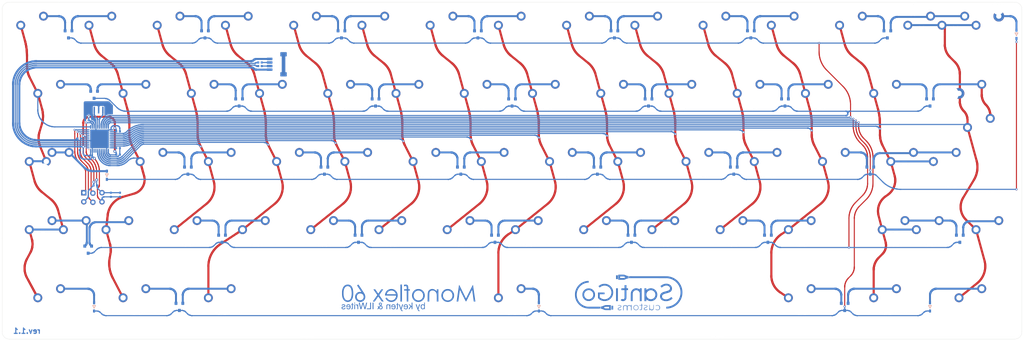
<source format=kicad_pcb>
(kicad_pcb (version 20210228) (generator pcbnew)
  (layers (0 "F.Cu" signal) (31 "B.Cu" signal) (34 "B.Paste" user) (35 "F.Paste" user) (36 "B.SilkS" user "B.Silkscreen") (37 "F.SilkS" user "F.Silkscreen") (38 "B.Mask" user) (39 "F.Mask" user) (44 "Edge.Cuts" user))
  (net 0 "")
  (net 1 "+5V")
  (net 2 "GND")
  (net 3 "Net-(C6-Pad1)")
  (net 4 "Net-(D1-Pad2)")
  (net 5 "Net-(D1-Pad1)")
  (net 6 "Net-(D2-Pad1)")
  (net 7 "Net-(D2-Pad2)")
  (net 8 "Net-(D3-Pad2)")
  (net 9 "Net-(D3-Pad1)")
  (net 10 "Net-(D4-Pad1)")
  (net 11 "Net-(D4-Pad2)")
  (net 12 "Net-(D5-Pad2)")
  (net 13 "Net-(D5-Pad1)")
  (net 14 "Net-(D6-Pad1)")
  (net 15 "Net-(D6-Pad2)")
  (net 16 "Net-(D7-Pad2)")
  (net 17 "Net-(D7-Pad1)")
  (net 18 "Net-(D8-Pad2)")
  (net 19 "Net-(D9-Pad1)")
  (net 20 "Net-(D9-Pad2)")
  (net 21 "Net-(D10-Pad1)")
  (net 22 "Net-(D10-Pad2)")
  (net 23 "Net-(D11-Pad2)")
  (net 24 "Net-(D11-Pad1)")
  (net 25 "Net-(D12-Pad2)")
  (net 26 "Net-(D12-Pad1)")
  (net 27 "Net-(D13-Pad2)")
  (net 28 "Net-(D13-Pad1)")
  (net 29 "Net-(D14-Pad1)")
  (net 30 "Net-(D14-Pad2)")
  (net 31 "Net-(D15-Pad2)")
  (net 32 "Net-(D15-Pad1)")
  (net 33 "Net-(D16-Pad1)")
  (net 34 "Net-(D16-Pad2)")
  (net 35 "Net-(D17-Pad2)")
  (net 36 "Net-(D17-Pad1)")
  (net 37 "Net-(D18-Pad1)")
  (net 38 "Net-(D18-Pad2)")
  (net 39 "Net-(D19-Pad2)")
  (net 40 "Net-(D19-Pad1)")
  (net 41 "Net-(D20-Pad1)")
  (net 42 "Net-(D20-Pad2)")
  (net 43 "Net-(D21-Pad2)")
  (net 44 "Net-(D21-Pad1)")
  (net 45 "Net-(D22-Pad2)")
  (net 46 "Net-(D23-Pad1)")
  (net 47 "Net-(D23-Pad2)")
  (net 48 "Net-(D24-Pad2)")
  (net 49 "Net-(D24-Pad1)")
  (net 50 "Net-(D25-Pad1)")
  (net 51 "Net-(D25-Pad2)")
  (net 52 "Net-(D26-Pad2)")
  (net 53 "Net-(D26-Pad1)")
  (net 54 "Net-(D27-Pad1)")
  (net 55 "Net-(D27-Pad2)")
  (net 56 "Net-(D28-Pad2)")
  (net 57 "Net-(D28-Pad1)")
  (net 58 "Net-(D29-Pad1)")
  (net 59 "Net-(D29-Pad2)")
  (net 60 "Net-(D30-Pad2)")
  (net 61 "Net-(D31-Pad2)")
  (net 62 "Net-(D31-Pad1)")
  (net 63 "Net-(D32-Pad2)")
  (net 64 "Net-(D33-Pad1)")
  (net 65 "Net-(D33-Pad2)")
  (net 66 "Net-(D34-Pad2)")
  (net 67 "D-")
  (net 68 "D+")
  (net 69 "MOSI")
  (net 70 "SCLK")
  (net 71 "MISO")
  (net 72 "RST")
  (net 73 "Net-(R1-Pad1)")
  (net 74 "Net-(R2-Pad1)")
  (net 75 "Net-(R3-Pad2)")
  (net 76 "Net-(U1-Pad1)")
  (net 77 "Net-(U1-Pad8)")
  (net 78 "Net-(U1-Pad16)")
  (net 79 "Net-(U1-Pad17)")
  (net 80 "Net-(U1-Pad41)")
  (net 81 "Net-(U1-Pad42)")
  (net 82 "Row0")
  (net 83 "Row2")
  (net 84 "Row1")
  (net 85 "Row3")
  (net 86 "Row4")
  (net 87 "Col0")
  (net 88 "Col1")
  (net 89 "Col2")
  (net 90 "Col3")
  (net 91 "Col4")
  (net 92 "Col5")
  (net 93 "Col6")
  (net 94 "Col7")
  (net 95 "Col8")
  (net 96 "Col9")
  (net 97 "Col10")
  (net 98 "Col11")
  (net 99 "Col12")
  (net 100 "Col13")
  (footprint "MX:1U" (layer "F.Cu") (at 65.0875 92.075)
    (fp_text reference "SW1")
    (fp_text value "Esc")
  )
  (footprint "MX:1U" (layer "F.Cu") (at 103.1875 92.075)
    (fp_text reference "SW3")
    (fp_text value "2")
  )
  (footprint "MX:1U" (layer "F.Cu") (at 122.2375 92.075)
    (fp_text reference "SW4")
    (fp_text value "3")
  )
  (footprint "MX:1U" (layer "F.Cu") (at 141.2875 92.075)
    (fp_text reference "SW5")
    (fp_text value "4")
  )
  (footprint "MX:1U" (layer "F.Cu") (at 160.3375 92.075)
    (fp_text reference "SW6")
    (fp_text value "5")
  )
  (footprint "MX:1U" (layer "F.Cu") (at 179.3875 92.075)
    (fp_text reference "SW7")
    (fp_text value "6")
  )
  (footprint "MX:1U" (layer "F.Cu") (at 198.4375 92.075)
    (fp_text reference "SW8")
    (fp_text value "7")
  )
  (footprint "MX:1U" (layer "F.Cu") (at 217.4875 92.075)
    (fp_text reference "SW9")
    (fp_text value "8")
  )
  (footprint "MX:1U" (layer "F.Cu") (at 236.5375 92.075)
    (fp_text reference "SW10")
    (fp_text value "9")
  )
  (footprint "MX:1U" (layer "F.Cu") (at 255.5875 92.075)
    (fp_text reference "SW11")
    (fp_text value "0")
  )
  (footprint "MX:1U" (layer "F.Cu") (at 274.6375 92.075)
    (fp_text reference "SW12")
    (fp_text value "-")
  )
  (footprint "MX:1U" (layer "F.Cu") (at 293.6875 92.075)
    (fp_text reference "SW13")
    (fp_text value "=")
  )
  (footprint "MX:1U" (layer "F.Cu") (at 312.7375 92.075)
    (fp_text reference "SW14")
    (fp_text value "`")
  )
  (footprint "MX:1U" (layer "F.Cu") (at 331.7875 92.075)
    (fp_text reference "SW16")
    (fp_text value "Delete")
  )
  (footprint "MX:1U" (layer "F.Cu") (at 112.7125 111.125)
    (fp_text reference "SW19")
    (fp_text value "W")
  )
  (footprint "MX:1U" (layer "F.Cu") (at 131.7625 111.125)
    (fp_text reference "SW20")
    (fp_text value "E")
  )
  (footprint "MX:1U" (layer "F.Cu") (at 150.8125 111.125)
    (fp_text reference "SW21")
    (fp_text value "R")
  )
  (footprint "MX:1U" (layer "F.Cu") (at 169.8625 111.125)
    (fp_text reference "SW22")
    (fp_text value "T")
  )
  (footprint "MX:1U" (layer "F.Cu") (at 188.9125 111.125)
    (fp_text reference "SW23")
    (fp_text value "Y")
  )
  (footprint "MX:1U" (layer "F.Cu") (at 207.9625 111.125)
    (fp_text reference "SW24")
    (fp_text value "U")
  )
  (footprint "MX:1U" (layer "F.Cu") (at 227.0125 111.125)
    (fp_text reference "SW25")
    (fp_text value "I")
  )
  (footprint "MX:1U" (layer "F.Cu") (at 246.0625 111.125)
    (fp_text reference "SW26")
    (fp_text value "O")
  )
  (footprint "MX:1U" (layer "F.Cu") (at 265.1125 111.125)
    (fp_text reference "SW27")
    (fp_text value "P")
  )
  (footprint "MX:1U" (layer "F.Cu") (at 284.1625 111.125)
    (fp_text reference "SW28")
    (fp_text value "[")
  )
  (footprint "MX:1U" (layer "F.Cu") (at 303.2125 111.125)
    (fp_text reference "SW29")
    (fp_text value "]")
  )
  (footprint "MX:1.5U" (layer "F.Cu") (at 327.025 111.125)
    (fp_text reference "SW30")
    (fp_text value "\\")
  )
  (footprint "MX:1U" (layer "F.Cu") (at 117.475 130.175)
    (fp_text reference "SW34")
    (fp_text value "S")
  )
  (footprint "MX:1U" (layer "F.Cu") (at 136.525 130.175)
    (fp_text reference "SW35")
    (fp_text value "D")
  )
  (footprint "MX:1U" (layer "F.Cu") (at 155.575 130.175)
    (fp_text reference "SW36")
    (fp_text value "F")
  )
  (footprint "MX:1U" (layer "F.Cu") (at 174.625 130.175)
    (fp_text reference "SW37")
    (fp_text value "G")
  )
  (footprint "MX:1U" (layer "F.Cu") (at 193.675 130.175)
    (fp_text reference "SW38")
    (fp_text value "H")
  )
  (footprint "MX:1U" (layer "F.Cu") (at 212.725 130.175)
    (fp_text reference "SW39")
    (fp_text value "J")
  )
  (footprint "MX:1U" (layer "F.Cu") (at 231.775 130.175)
    (fp_text reference "SW40")
    (fp_text value "K")
  )
  (footprint "MX:1U" (layer "F.Cu") (at 250.825 130.175)
    (fp_text reference "SW41")
    (fp_text value "L")
  )
  (footprint "MX:1U" (layer "F.Cu") (at 269.875 130.175)
    (fp_text reference "SW42")
    (fp_text value ";")
  )
  (footprint "MX:1U" (layer "F.Cu") (at 288.925 130.175)
    (fp_text reference "SW43")
    (fp_text value "'")
  )
  (footprint "MX:1U" (layer "F.Cu") (at 307.975 130.175)
    (fp_text reference "SW44")
    (fp_text value "#")
  )
  (footprint "MX:1.25U" (layer "F.Cu") (at 67.46875 149.225)
    (fp_text reference "SW47")
    (fp_text value "L_Shift 1.25")
  )
  (footprint "MX:2.25U" (layer "F.Cu") (at 76.99375 149.225)
    (fp_text reference "SW48")
    (fp_text value "L_Shift 2.25")
  )
  (footprint "MX:1U" (layer "F.Cu") (at 88.9 149.225)
    (fp_text reference "SW49")
    (fp_text value "\\")
  )
  (footprint "MX:1U" (layer "F.Cu") (at 107.95 149.225)
    (fp_text reference "SW50")
    (fp_text value "Z")
  )
  (footprint "MX:1U" (layer "F.Cu") (at 127 149.225)
    (fp_text reference "SW51")
    (fp_text value "X")
  )
  (footprint "MX:1U" (layer "F.Cu") (at 146.05 149.225)
    (fp_text reference "SW52")
    (fp_text value "C")
  )
  (footprint "MX:1U" (layer "F.Cu") (at 165.1 149.225)
    (fp_text reference "SW53")
    (fp_text value "V")
  )
  (footprint "MX:1U" (layer "F.Cu") (at 184.15 149.225)
    (fp_text reference "SW54")
    (fp_text value "B")
  )
  (footprint "MX:1U" (layer "F.Cu") (at 203.2 149.225)
    (fp_text reference "SW55")
    (fp_text value "N")
  )
  (footprint "MX:1U" (layer "F.Cu") (at 222.25 149.225)
    (fp_text reference "SW56")
    (fp_text value "M")
  )
  (footprint "MX:1U" (layer "F.Cu") (at 241.3 149.225)
    (fp_text reference "SW57")
    (fp_text value "<")
  )
  (footprint "MX:1U" (layer "F.Cu") (at 260.35 149.225)
    (fp_text reference "SW58")
    (fp_text value ">")
  )
  (footprint "MX:1U" (layer "F.Cu") (at 279.4 149.225)
    (fp_text reference "SW59")
    (fp_text value "/")
  )
  (footprint "MX:1.75U" (layer "F.Cu") (at 305.59375 149.225)
    (fp_text reference "SW60")
    (fp_text value "R_Shift 1.75")
  )
  (footprint "MX:2.75U" (layer "F.Cu") (at 315.11875 149.225)
    (fp_text reference "SW61")
    (fp_text value "R_Shift 2.75")
  )
  (footprint "MX:1U" (layer "F.Cu") (at 331.7875 149.225)
    (fp_text reference "SW62")
    (fp_text value "FN 1")
  )
  (footprint "MX:1.5U" (layer "F.Cu") (at 69.85 168.275)
    (fp_text reference "SW63")
    (fp_text value "L_Ctrl 1.5")
  )
  (footprint "MX:1U" (layer "F.Cu") (at 93.6625 168.275)
    (fp_text reference "SW64")
    (fp_text value "L_Win 1")
  )
  (footprint "MX:1.5U" (layer "F.Cu") (at 117.475 168.275)
    (fp_text reference "SW65")
    (fp_text value "L_Alt 1.5")
  )
  (footprint "MX:1.5U" (layer "F.Cu") (at 279.4 168.275)
    (fp_text reference "SW67")
    (fp_text value "R_Alt 1.5")
  )
  (footprint "MX:1U" (layer "F.Cu") (at 303.2125 168.275)
    (fp_text reference "SW68")
    (fp_text value "R_Win 1")
  )
  (footprint "MX:1.5U" (layer "F.Cu") (at 327.025 168.275)
    (fp_text reference "SW69")
    (fp_text value "R_Ctrl 1.5")
  )
  (footprint "MX:1U" (layer "F.Cu") (at 84.1375 92.075)
    (fp_text reference "SW2")
    (fp_text value "1")
  )
  (footprint "MX:1U" (layer "F.Cu") (at 93.6625 111.125)
    (fp_text reference "SW18")
    (fp_text value "Q")
  )
  (footprint "MX:1.75U" (layer "F.Cu") (at 72.23125 130.175)
    (fp_text reference "SW32")
    (fp_text value "Caps Lock")
  )
  (footprint "MX:7U-reverse_stabs" (layer "F.Cu") (at 198.4375 168.275)
    (fp_text reference "SW66")
    (fp_text value "Spacebar 7")
  )
  (footprint "MX:2.25U" (layer "F.Cu") (at 319.88125 130.175)
    (fp_text reference "SW45")
    (fp_text value "Enter")
  )
  (footprint "MX:1.75U-stepped_Caps_Lock" (layer "F.Cu") (at 67.46875 130.175)
    (fp_text reference "SW31")
    (fp_text value "Stepped Caps Lock")
  )
  (footprint "MX:2U" (layer "F.Cu") (at 322.2625 92.075)
    (fp_text reference "SW15")
    (fp_text value "Backspace")
  )
  (footprint "MX:1U" (layer "F.Cu") (at 98.425 130.175)
    (fp_text reference "SW33")
    (fp_text value "A")
  )
  (footprint "MX:1.5U" (layer "F.Cu") (at 69.85 111.125)
    (fp_text reference "SW17")
    (fp_text value "Tab")
  )
  (footprint "MX:ISO" (layer "F.Cu") (at 329.40625 120.65)
    (fp_text reference "SW46")
    (fp_text value "ISO Enter")
  )
  (footprint "MX:SOT-23" (layer "B.Cu") (at 74.6125 92.075 -90)
    (fp_text reference "D1")
    (fp_text value "BAV70")
  )
  (footprint "MX:SOT-23" (layer "B.Cu") (at 112.7125 92.075 -90)
    (fp_text reference "D2")
    (fp_text value "BAV70")
  )
  (footprint "MX:SOT-23" (layer "B.Cu") (at 188.9125 92.075 -90)
    (fp_text reference "D4")
    (fp_text value "BAV70")
  )
  (footprint "MX:SOT-23" (layer "B.Cu") (at 227.0125 92.075 -90)
    (fp_text reference "D5")
    (fp_text value "BAV70")
  )
  (footprint "MX:SOT-23" (layer "B.Cu") (at 265.1125 92.075 -90)
    (fp_text reference "D6")
    (fp_text value "BAV70")
  )
  (footprint "MX:SOT-23" (layer "B.Cu") (at 303.2125 92.075 -90)
    (fp_text reference "D7")
    (fp_text value "BAV70")
  )
  (footprint "MX:SOT-23" (layer "B.Cu") (at 122.2375 111.125 -90)
    (fp_text reference "D10")
    (fp_text value "BAV70")
  )
  (footprint "MX:SOT-23" (layer "B.Cu") (at 160.3375 111.125 -90)
    (fp_text reference "D11")
    (fp_text value "BAV70")
  )
  (footprint "MX:SOT-23" (layer "B.Cu") (at 198.4375 111.125 -90)
    (fp_text reference "D12")
    (fp_text value "BAV70")
  )
  (footprint "MX:SOT-23" (layer "B.Cu") (at 236.5375 111.125 -90)
    (fp_text reference "D13")
    (fp_text value "BAV70")
  )
  (footprint "MX:SOT-23" (layer "B.Cu") (at 274.6375 111.125 -90)
    (fp_text reference "D14")
    (fp_text value "BAV70")
  )
  (footprint "MX:SOT-23" (layer "B.Cu") (at 315.11875 111.125 -90)
    (fp_text reference "D15")
    (fp_text value "BAV70")
  )
  (footprint "MX:SOT-23" (layer "B.Cu") (at 146.05 130.175 -90)
    (fp_text reference "D17")
    (fp_text value "BAV70")
  )
  (footprint "MX:SOT-23" (layer "B.Cu") (at 184.15 130.175 -90)
    (fp_text reference "D18")
    (fp_text value "BAV70")
  )
  (footprint "MX:SOT-23" (layer "B.Cu") (at 222.25 130.175 -90)
    (fp_text reference "D19")
    (fp_text value "BAV70")
  )
  (footprint "MX:SOT-23" (layer "B.Cu") (at 260.35 130.175 -90)
    (fp_text reference "D20")
    (fp_text value "BAV70")
  )
  (footprint "MX:SOT-23" (layer "B.Cu") (at 298.45 130.175 -90)
    (fp_text reference "D21")
    (fp_text value "BAV70")
  )
  (footprint "MX:SOT-23" (layer "B.Cu") (at 117.475 149.225 -90)
    (fp_text reference "D24")
    (fp_text value "BAV70")
  )
  (footprint "MX:SOT-23" (layer "B.Cu") (at 155.575 149.225 -90)
    (fp_text reference "D25")
    (fp_text value "BAV70")
  )
  (footprint "MX:SOT-23" (layer "B.Cu") (at 193.675 149.225 -90)
    (fp_text reference "D26")
    (fp_text value "BAV70")
  )
  (footprint "MX:SOT-23" (layer "B.Cu") (at 231.775 149.225 -90)
    (fp_text reference "D27")
    (fp_text value "BAV70")
  )
  (footprint "MX:SOT-23" (layer "B.Cu") (at 269.875 149.225 -90)
    (fp_text reference "D28")
    (fp_text value "BAV70")
  )
  (footprint "MX:SOT-23" (layer "B.Cu") (at 105.56875 168.275 -90)
    (fp_text reference "D31")
    (fp_text value "BAV70")
  )
  (footprint "MX:SOT-23" (layer "B.Cu") (at 291.30625 168.275 -90)
    (fp_text reference "D33")
    (fp_text value "BAV70")
  )
  (footprint "MX:D_SOD-323" (layer "B.Cu") (at 315.11875 168.275 90)
    (fp_text reference "D34")
    (fp_text value "D_Small")
  )
  (footprint "MX:R_0402" (layer "B.Cu") (at 128.0685 99.949)
    (fp_text reference "R1")
    (fp_text value "22Ω")
  )
  (footprint "MX:R_0402" (layer "B.Cu") (at 128.0685 100.949)
    (fp_text reference "R2")
    (fp_text value "22Ω")
  )
  (footprint "MX:SOT-23" (layer "B.Cu") (at 150.8125 92.075 -90)
    (fp_text reference "D3")
    (fp_text value "BAV70")
  )
  (footprint "MX:JST_SH" (layer "B.Cu") (at 133.2185 100.449 -90)
    (fp_text reference "J1")
    (fp_text value "JST SH")
  )
  (footprint "MX:QFN-44-SMT" (layer "B.Cu") (at 83.26322 121.28916)
    (fp_text reference "U1")
    (fp_text value "ATMEGA32U4-MU")
  )
  (footprint "Crystal:Resonator_SMD_muRata_CSTxExxV-3Pin_3.0x1.1mm" (layer "B.Cu") (at 83.01322 113.24336 180)
    (fp_text reference "Y1")
    (fp_text value "16MHz")
  )
  (footprint "MX:C_0402" (layer "B.Cu") (at 77.59322 121.20718 180)
    (fp_text reference "C6")
    (fp_text value "1μF")
  )
  (footprint "MX:C_0402" (layer "B.Cu") (at 88.44082 125.70432 180)
    (fp_text reference "C4")
    (fp_text value "0.1μF")
  )
  (footprint "MX:C_0402" (layer "B.Cu") (at 88.44882 119.20512 180)
    (fp_text reference "C3")
    (fp_text value "0.1μF")
  )
  (footprint "MX:C_0402" (layer "B.Cu") (at 79.75224 116.08854)
    (fp_text reference "C2")
    (fp_text value "0.1μF")
  )
  (footprint "MX:C_0402" (layer "B.Cu") (at 80.6775 126.46314 90)
    (fp_text reference "C5")
    (fp_text value "0.1μF")
  )
  (footprint "MX:C_0402" (layer "B.Cu") (at 77.77454 123.91418 90)
    (fp_text reference "C1")
    (fp_text value "10μF")
  )
  (footprint "MX:R_0402" (layer "B.Cu") (at 88.44082 123.87072 180)
    (fp_text reference "R3")
    (fp_text value "10kΩ")
  )
  (footprint "MX:AVR-ISP" (layer "B.Cu") (at 81.42224 137.62736)
    (fp_text reference "J2")
    (fp_text value "ISP")
  )
  (footprint "MX:SOT-23" (layer "B.Cu") (at 107.95 130.175 -90)
    (fp_text reference "D16")
    (fp_text value "BAV70")
  )
  (footprint "MX:R_0402" (layer "B.Cu") (at 82.08518 134.3279)
    (fp_text reference "R4")
    (fp_text value "10kΩ")
  )
  (footprint "MX:ALPSALPINE-SKSV" (layer "B.Cu") (at 87.72398 136.9314)
    (fp_text reference "SW0")
    (fp_text value "SW_Flash")
  )
  (footprint "MX:D_SOD-323" (layer "B.Cu") (at 85.325 131.47548 90)
    (fp_text reference "D22")
    (fp_text value "D_Small")
  )
  (footprint "MX:SOT-23" (layer "B.Cu") (at 80.10652 152.273 -90)
    (fp_text reference "D23")
    (fp_text value "BAV70")
  )
  (footprint "MX:SOT-23" (layer "B.Cu") (at 81.75625 108.966 -90)
    (fp_text reference "D9")
    (fp_text value "BAV70")
  )
  (footprint "MX:SOT-23" (layer "B.Cu") (at 323.44741 149.225 -90)
    (fp_text reference "D29")
    (fp_text value "BAV70")
  )
  (footprint "MX:D_SOD-323" (layer "B.Cu") (at 339.26018 92.075 90)
    (fp_text reference "D8")
    (fp_text value "D_Small")
  )
  (footprint "MX:D_SOD-323" (layer "B.Cu") (at 81.75625 168.275 90)
    (fp_text reference "D30")
    (fp_text value "D_Small")
  )
  (footprint "MX:D_SOD-323" (layer "B.Cu") (at 205.9305 168.275 90)
    (fp_text reference "D32")
    (fp_text value "D_Small")
  )
  (footprint "LOGO" (layer "B.Cu") (at 169.5 165.75 180)
    (fp_text reference "G***" hide)
    (fp_text value "LOGO" hide)
  )
  (footprint "LOGO" (layer "B.Cu") (at 231 164.25 180)
    (fp_text reference "G***" hide)
    (fp_text value "LOGO" hide)
  )
  (footprint "LOGO" (layer "B.Cu") (at 231 164.25 180)
    (fp_text reference "G***" hide)
    (fp_text value "LOGO" hide)
  )
  (footprint "LOGO" (layer "B.Cu") (at 169.5 165.75 180)
    (fp_text reference "G***" hide)
    (fp_text value "LOGO" hide)
  )
  (gr_line (start 340.7875 175.275) (end 340.7875 175.075) (layer "Edge.Cuts") (width 0.05))
  (gr_line (start 56.0875 175.275) (end 56.0875 175.075) (layer "Edge.Cuts") (width 0.05))
  (gr_line (start 56.0875 149.075) (end 56.0875 175.075) (layer "Edge.Cuts") (width 0.05))
  (gr_line (start 340.7875 85.075) (end 340.7875 175.075) (layer "Edge.Cuts") (width 0.05))
  (gr_arc (start 338.7875 175.275) (end 338.7875 177.275) (angle -90) (layer "Edge.Cuts") (width 0.05))
  (gr_line (start 72.0875 83.075) (end 338.7875 83.075) (layer "Edge.Cuts") (width 0.05))
  (gr_line (start 56.0875 85.075) (end 56.0875 149.075) (layer "Edge.Cuts") (width 0.05))
  (gr_arc (start 58.0875 175.275) (end 56.0875 175.275) (angle -90) (layer "Edge.Cuts") (width 0.05))
  (gr_line (start 59.7875 177.275) (end 58.0875 177.275) (layer "Edge.Cuts") (width 0.05))
  (gr_line (start 338.7875 177.275) (end 59.7875 177.275) (layer "Edge.Cuts") (width 0.05))
  (gr_line (start 58.0875 83.075) (end 72.0875 83.075) (layer "Edge.Cuts") (width 0.05))
  (gr_arc (start 58.0875 85.075) (end 58.0875 83.075) (angle -90) (layer "Edge.Cuts") (width 0.05))
  (gr_arc (start 338.7875 85.075) (end 340.7875 85.075) (angle -90) (layer "Edge.Cuts") (width 0.05))
  (gr_text "rev.1.1" (at 63 175) (layer "B.Cu") (effects (font (size 1.5 1.5) (thickness 0.3)) (justify mirror)))
  (segment (start 134.6435 103.249) (end 134.6435 97.649) (width 1) (layer "B.Cu") (net 0))
  (segment (start 78.76691 116.584897) (end 78.776114 116.541421) (width 0.55) (layer "F.Cu") (net 1))
  (segment (start 81.634713 129.756289) (end 81.650055 129.851644) (width 0.3) (layer "F.Cu") (net 1))
  (segment (start 86.698575 115.406074) (end 86.735825 115.430308) (width 0.55) (layer "F.Cu") (net 1))
  (segment (start 87.54458 118.2958) (end 87.54458 116.93986) (width 0.55) (layer "F.Cu") (net 1))
  (segment (start 80.323458 115.138773) (end 80.279423 115.144753) (width 0.55) (layer "F.Cu") (net 1))
  (segment (start 81.692648 130.429054) (end 81.692648 133.371692) (width 0.3) (layer "F.Cu") (net 1))
  (segment (start 81.132785 128.405972) (end 81.181418 128.489415) (width 0.3) (layer "F.Cu") (net 1))
  (segment (start 79.406782 126.51215) (end 79.448577 126.554983) (width 0.3) (layer "F.Cu") (net 1))
  (segment (start 87.161346 115.825883) (end 87.188254 115.86125) (width 0.55) (layer "F.Cu") (net 1))
  (segment (start 78.740838 116.760664) (end 78.745736 116.716495) (width 0.55) (layer "F.Cu") (net 1))
  (segment (start 78.925454 116.124045) (end 78.94592 116.084599) (width 0.55) (layer "F.Cu") (net 1))
  (segment (start 78.822725 125.481146) (end 78.839393 125.538623) (width 0.3) (layer "F.Cu") (net 1))
  (segment (start 87.133578 115.791188) (end 87.161346 115.825883) (width 0.55) (layer "F.Cu") (net 1))
  (segment (start 79.250485 126.330958) (end 79.28788 126.377681) (width 0.3) (layer "F.Cu") (net 1))
  (segment (start 87.539673 116.806659) (end 87.542398 116.851015) (width 0.55) (layer "F.Cu") (net 1))
  (segment (start 79.576403 115.406073) (end 79.539153 115.430307) (width 0.55) (layer "F.Cu") (net 1))
  (segment (start 81.5501 129.379493) (end 81.574715 129.472885) (width 0.3) (layer "F.Cu") (net 1))
  (segment (start 81.5232 129.286734) (end 81.5501 129.379493) (width 0.3) (layer "F.Cu") (net 1))
  (segment (start 87.423252 116.288211) (end 87.438735 116.329866) (width 0.55) (layer "F.Cu") (net 1))
  (segment (start 86.212803 115.190746) (end 86.255483 115.203123) (width 0.55) (layer "F.Cu") (net 1))
  (segment (start 86.463631 115.280493) (end 86.504033 115.298999) (width 0.55) (layer "F.Cu") (net 1))
  (segment (start 87.351244 116.125766) (end 87.370736 116.165702) (width 0.55) (layer "F.Cu") (net 1))
  (segment (start 78.857467 125.595673) (end 78.876935 125.652263) (width 0.3) (layer "F.Cu") (net 1))
  (segment (start 79.466493 115.48148) (end 79.431126 115.508388) (width 0.55) (layer "F.Cu") (net 1))
  (segment (start 79.770945 115.298998) (end 79.731009 115.31849) (width 0.55) (layer "F.Cu") (net 1))
  (segment (start 86.083119 115.159948) (end 86.126594 115.169152) (width 0.55) (layer "F.Cu") (net 1))
  (segment (start 81.663053 129.947347) (end 81.673699 130.043339) (width 0.3) (layer "F.Cu") (net 1))
  (segment (start 87.500584 116.543141) (end 87.509788 116.586617) (width 0.55) (layer "F.Cu") (net 1))
  (segment (start 80.105148 115.179419) (end 80.062176 115.190745) (width 0.55) (layer "F.Cu") (net 1))
  (segment (start 79.296578 115.62445) (end 79.264772 115.655486) (width 0.55) (layer "F.Cu") (net 1))
  (segment (start 78.807473 125.423277) (end 78.822725 125.481146) (width 0.3) (layer "F.Cu") (net 1))
  (segment (start 78.876935 125.652263) (end 78.897786 125.708357) (width 0.3) (layer "F.Cu") (net 1))
  (segment (start 85.818721 115.127338) (end 85.863077 115.130063) (width 0.55) (layer "F.Cu") (net 1))
  (segment (start 87.188254 115.86125) (end 87.214287 115.897266) (width 0.55) (layer "F.Cu") (net 1))
  (segment (start 87.045284 115.691335) (end 87.075529 115.723894) (width 0.55) (layer "F.Cu") (net 1))
  (segment (start 79.214249 126.283332) (end 79.250485 126.330958) (width 0.3) (layer "F.Cu") (net 1))
  (segment (start 87.542398 116.851015) (end 87.544034 116.895424) (width 0.55) (layer "F.Cu") (net 1))
  (segment (start 79.32641 126.423473) (end 79.366052 126.468304) (width 0.3) (layer "F.Cu") (net 1))
  (segment (start 80.367627 115.133874) (end 80.323458 115.138773) (width 0.55) (layer "F.Cu") (net 1))
  (segment (start 78.905962 116.163982) (end 78.925454 116.124045) (width 0.55) (layer "F.Cu") (net 1))
  (segment (start 78.853446 116.286491) (end 78.869947 116.245229) (width 0.55) (layer "F.Cu") (net 1))
  (segment (start 79.051173 126.032666) (end 79.081307 126.08437) (width 0.3) (layer "F.Cu") (net 1))
  (segment (start 78.897786 125.708357) (end 78.920007 125.763924) (width 0.3) (layer "F.Cu") (net 1))
  (segment (start 80.235548 115.151813) (end 80.19186 115.159947) (width 0.55) (layer "F.Cu") (net 1))
  (segment (start 87.389242 116.206105) (end 87.406751 116.246949) (width 0.55) (layer "F.Cu") (net 1))
  (segment (start 86.808485 115.481481) (end 86.843852 115.508389) (width 0.55) (layer "F.Cu") (net 1))
  (segment (start 80.545103 115.125157) (end 80.500667 115.125701) (width 0.55) (layer "F.Cu") (net 1))
  (segment (start 79.264772 115.655486) (end 79.26245 115.657809) (width 0.55) (layer "F.Cu") (net 1))
  (segment (start 86.843852 115.508389) (end 86.878547 115.536157) (width 0.55) (layer "F.Cu") (net 1))
  (segment (start 86.9784 115.624451) (end 87.010207 115.655487) (width 0.55) (layer "F.Cu") (net 1))
  (segment (start 80.545103 115.125157) (end 85.729877 115.125157) (width 0.55) (layer "F.Cu") (net 1))
  (segment (start 78.737336 124.95045) (end 78.741005 125.010182) (width 0.3) (layer "F.Cu") (net 1))
  (segment (start 85.863077 115.130063) (end 85.907352 115.133875) (width 0.55) (layer "F.Cu") (net 1))
  (segment (start 78.7344 123.47448) (end 78.7344 124.830806) (width 0.3) (layer "F.Cu") (net 1))
  (segment (start 80.148384 115.169151) (end 80.105148 115.179419) (width 0.55) (layer "F.Cu") (net 1))
  (segment (start 78.823506 116.370168) (end 78.837963 116.328146) (width 0.55) (layer "F.Cu") (net 1))
  (segment (start 78.741005 125.010182) (end 78.74614 125.069806) (width 0.3) (layer "F.Cu") (net 1))
  (segment (start 81.650055 129.851644) (end 81.663053 129.947347) (width 0.3) (layer "F.Cu") (net 1))
  (segment (start 86.878547 115.536157) (end 86.91255 115.564769) (width 0.55) (layer "F.Cu") (net 1))
  (segment (start 79.691563 115.338956) (end 79.652631 115.360384) (width 0.55) (layer "F.Cu") (net 1))
  (segment (start 86.422786 115.262985) (end 86.463631 115.280493) (width 0.55) (layer "F.Cu") (net 1))
  (segment (start 80.859755 128.008013) (end 80.918236 128.084875) (width 0.3) (layer "F.Cu") (net 1))
  (segment (start 81.314829 128.746552) (end 81.355048 128.83436) (width 0.3) (layer "F.Cu") (net 1))
  (segment (start 79.811348 115.280492) (end 79.770945 115.298998) (width 0.55) (layer "F.Cu") (net 1))
  (segment (start 78.869947 116.245229) (end 78.887456 116.204385) (width 0.55) (layer "F.Cu") (net 1))
  (segment (start 86.381524 115.246484) (end 86.422786 115.262985) (width 0.55) (layer "F.Cu") (net 1))
  (segment (start 78.839393 125.538623) (end 78.857467 125.595673) (width 0.3) (layer "F.Cu") (net 1))
  (segment (start 78.989724 116.007273) (end 79.013037 115.96944) (width 0.55) (layer "F.Cu") (net 1))
  (segment (start 79.614236 115.38276) (end 79.576403 115.406073) (width 0.55) (layer "F.Cu") (net 1))
  (segment (start 87.104966 115.757185) (end 87.133578 115.791188) (width 0.55) (layer "F.Cu") (net 1))
  (segment (start 81.691462 130.33248) (end 81.692648 130.429054) (width 0.3) (layer "F.Cu") (net 1))
  (segment (start 79.396431 115.536156) (end 79.362427 115.564767) (width 0.55) (layer "F.Cu") (net 1))
  (segment (start 78.732664 116.893704) (end 78.7343 116.849295) (width 0.55) (layer "F.Cu") (net 1))
  (segment (start 87.509788 116.586617) (end 87.517922 116.630305) (width 0.55) (layer "F.Cu") (net 1))
  (segment (start 87.330778 116.08632) (end 87.351244 116.125766) (width 0.55) (layer "F.Cu") (net 1))
  (segment (start 79.977131 115.216543) (end 79.935109 115.230999) (width 0.55) (layer "F.Cu") (net 1))
  (segment (start 86.583416 115.338957) (end 86.622348 115.360385) (width 0.55) (layer "F.Cu") (net 1))
  (segment (start 81.462613 129.103335) (end 81.494032 129.194663) (width 0.3) (layer "F.Cu") (net 1))
  (segment (start 78.735133 124.890646) (end 78.737336 124.95045) (width 0.3) (layer "F.Cu") (net 1))
  (segment (start 78.745736 116.716495) (end 78.751717 116.67246) (width 0.55) (layer "F.Cu") (net 1))
  (segment (start 87.524981 116.67418) (end 87.530962 116.718215) (width 0.55) (layer "F.Cu") (net 1))
  (segment (start 78.752736 125.129286) (end 78.76079 125.188586) (width 0.3) (layer "F.Cu") (net 1))
  (segment (start 78.7343 116.849295) (end 78.737025 116.804939) (width 0.55) (layer "F.Cu") (net 1))
  (segment (start 78.887456 116.204385) (end 78.905962 116.163982) (width 0.55) (layer "F.Cu") (net 1))
  (segment (start 81.428963 129.012805) (end 81.462613 129.103335) (width 0.3) (layer "F.Cu") (net 1))
  (segment (start 79.115352 115.824163) (end 79.14312 115.789468) (width 0.55) (layer "F.Cu") (net 1))
  (segment (start 86.945841 115.594206) (end 86.9784 115.624451) (width 0.55) (layer "F.Cu") (net 1))
  (segment (start 78.73212 116.93814) (end 78.732664 116.893704) (width 0.55) (layer "F.Cu") (net 1))
  (segment (start 79.179192 126.23483) (end 79.214249 126.283332) (width 0.3) (layer "F.Cu") (net 1))
  (segment (start 81.617034 129.66134) (end 81.634713 129.756289) (width 0.3) (layer "F.Cu") (net 1))
  (segment (start 81.393101 128.923129) (end 81.428963 129.012805) (width 0.3) (layer "F.Cu") (net 1))
  (segment (start 78.751717 116.67246) (end 78.758776 116.628585) (width 0.55) (layer "F.Cu") (net 1))
  (segment (start 78.994756 125.927117) (end 79.022316 125.980238) (width 0.3) (layer "F.Cu") (net 1))
  (segment (start 87.544034 116.895424) (end 87.54458 116.93986) (width 0.55) (layer "F.Cu") (net 1))
  (segment (start 79.28788 126.377681) (end 79.32641 126.423473) (width 0.3) (layer "F.Cu") (net 1))
  (segment (start 80.019495 115.203122) (end 79.977131 115.216543) (width 0.55) (layer "F.Cu") (net 1))
  (segment (start 80.411902 115.130062) (end 80.367627 115.133874) (width 0.55) (layer "F.Cu") (net 1))
  (segment (start 81.227988 128.574027) (end 81.272467 128.659756) (width 0.3) (layer "F.Cu") (net 1))
  (segment (start 86.255483 115.203123) (end 86.297847 115.216544) (width 0.55) (layer "F.Cu") (net 1))
  (segment (start 79.201169 115.722173) (end 79.231414 115.689615) (width 0.55) (layer "F.Cu") (net 1))
  (segment (start 86.297847 115.216544) (end 86.339869 115.231) (width 0.55) (layer "F.Cu") (net 1))
  (segment (start 79.362427 115.564767) (end 79.329136 115.594205) (width 0.55) (layer "F.Cu") (net 1))
  (segment (start 80.456258 115.127337) (end 80.411902 115.130062) (width 0.55) (layer "F.Cu") (net 1))
  (segment (start 87.54458 124.7823) (end 87.54458 118.2958) (width 0.55) (layer "F.Cu") (net 1))
  (segment (start 87.075529 115.723894) (end 87.104966 115.757185) (width 0.55) (layer "F.Cu") (net 1))
  (segment (start 79.893454 115.246483) (end 79.852192 115.262984) (width 0.55) (layer "F.Cu") (net 1))
  (segment (start 78.7344 124.830806) (end 78.735133 124.890646) (width 0.3) (layer "F.Cu") (net 1))
  (segment (start 81.574715 129.472885) (end 81.597031 129.566853) (width 0.3) (layer "F.Cu") (net 1))
  (segment (start 80.918236 128.084875) (end 80.974813 128.16315) (width 0.3) (layer "F.Cu") (net 1))
  (segment (start 79.145336 126.185483) (end 79.179192 126.23483) (width 0.3) (layer "F.Cu") (net 1))
  (segment (start 78.810085 116.412532) (end 78.823506 116.370168) (width 0.55) (layer "F.Cu") (net 1))
  (segment (start 78.967347 116.045668) (end 78.989724 116.007273) (width 0.55) (layer "F.Cu") (net 1))
  (segment (start 85.774312 115.125702) (end 85.818721 115.127338) (width 0.55) (layer "F.Cu") (net 1))
  (segment (start 79.329136 115.594205) (end 79.296578 115.62445) (width 0.55) (layer "F.Cu") (net 1))
  (segment (start 78.770297 125.247671) (end 78.781251 125.306505) (width 0.3) (layer "F.Cu") (net 1))
  (segment (start 79.448577 126.554983) (end 80.540063 127.646469) (width 0.3) (layer "F.Cu") (net 1))
  (segment (start 86.735825 115.430308) (end 86.772469 115.455448) (width 0.55) (layer "F.Cu") (net 1))
  (segment (start 86.91255 115.564769) (end 86.945841 115.594206) (width 0.55) (layer "F.Cu") (net 1))
  (segment (start 87.466612 116.414252) (end 87.47899 116.456933) (width 0.55) (layer "F.Cu") (net 1))
  (segment (start 80.974813 128.16315) (end 81.029452 128.24279) (width 0.3) (layer "F.Cu") (net 1))
  (segment (start 79.088443 115.859529) (end 79.115352 115.824163) (width 0.55) (layer "F.Cu") (net 1))
  (segment (start 78.797708 116.455213) (end 78.810085 116.412532) (width 0.55) (layer "F.Cu") (net 1))
  (segment (start 78.943586 125.818928) (end 78.968507 125.873337) (width 0.3) (layer "F.Cu") (net 1))
  (segment (start 87.286974 116.008993) (end 87.30935 116.047388) (width 0.55) (layer "F.Cu") (net 1))
  (segment (start 79.231414 115.689615) (end 79.26245 115.657809) (width 0.55) (layer "F.Cu") (net 1))
  (segment (start 86.504033 115.298999) (end 86.54397 115.318491) (width 0.55) (layer "F.Cu") (net 1))
  (segment (start 87.239427 115.93391) (end 87.263661 115.97116) (width 0.55) (layer "F.Cu") (net 1))
  (segment (start 87.370736 116.165702) (end 87.389242 116.206105) (width 0.55) (layer "F.Cu") (net 1))
  (segment (start 81.181418 128.489415) (end 81.227988 128.574027) (width 0.3) (layer "F.Cu") (net 1))
  (segment (start 87.438735 116.329866) (end 87.453192 116.371888) (width 0.55) (layer "F.Cu") (net 1))
  (segment (start 87.014249 115.659529) (end 87.045284 115.691335) (width 0.55) (layer "F.Cu") (net 1))
  (segment (start 81.494032 129.194663) (end 81.5232 129.286734) (width 0.3) (layer "F.Cu") (net 1))
  (segment (start 86.660742 115.382762) (end 86.698575 115.406074) (width 0.55) (layer "F.Cu") (net 1))
  (segment (start 78.968507 125.873337) (end 78.994756 125.927117) (width 0.3) (layer "F.Cu") (net 1))
  (segment (start 87.53586 116.762384) (end 87.539673 116.806659) (width 0.55) (layer "F.Cu") (net 1))
  (segment (start 79.022316 125.980238) (end 79.051173 126.032666) (width 0.3) (layer "F.Cu") (net 1))
  (segment (start 87.453192 116.371888) (end 87.466612 116.414252) (width 0.55) (layer "F.Cu") (net 1))
  (segment (start 79.081307 126.08437) (end 79.112701 126.13532) (width 0.3) (layer "F.Cu") (net 1))
  (segment (start 79.935109 115.230999) (end 79.893454 115.246483) (width 0.55) (layer "F.Cu") (net 1))
  (segment (start 80.500667 115.125701) (end 80.456258 115.127337) (width 0.55) (layer "F.Cu") (net 1))
  (segment (start 78.776114 116.541421) (end 78.786382 116.498185) (width 0.55) (layer "F.Cu") (net 1))
  (segment (start 78.73212 120.52646) (end 78.73212 116.93814) (width 0.55) (layer "F.Cu") (net 1))
  (segment (start 87.214287 115.897266) (end 87.239427 115.93391) (width 0.55) (layer "F.Cu") (net 1))
  (segment (start 87.010207 115.655487) (end 87.014249 115.659529) (width 0.55) (layer "F.Cu") (net 1))
  (segment (start 78.758776 116.628585) (end 78.76691 116.584897) (width 0.55) (layer "F.Cu") (net 1))
  (segment (start 78.920007 125.763924) (end 78.943586 125.818928) (width 0.3) (layer "F.Cu") (net 1))
  (segment (start 81.687907 130.235964) (end 81.691462 130.33248) (width 0.3) (layer "F.Cu") (net 1))
  (segment (start 80.540063 127.646469) (end 80.607513 127.715594) (width 0.3) (layer "F.Cu") (net 1))
  (segment (start 79.502509 115.455447) (end 79.466493 115.48148) (width 0.55) (layer "F.Cu") (net 1))
  (segment (start 78.76079 125.188586) (end 78.770297 125.247671) (width 0.3) (layer "F.Cu") (net 1))
  (segment (start 85.729877 115.125157) (end 85.774312 115.125702) (width 0.55) (layer "F.Cu") (net 1))
  (segment (start 81.272467 128.659756) (end 81.314829 128.746552) (width 0.3) (layer "F.Cu") (net 1))
  (segment (start 86.772469 115.455448) (end 86.808485 115.481481) (width 0.55) (layer "F.Cu") (net 1))
  (segment (start 87.47899 116.456933) (end 87.490316 116.499905) (width 0.55) (layer "F.Cu") (net 1))
  (segment (start 86.54397 115.318491) (end 86.583416 115.338957) (width 0.55) (layer "F.Cu") (net 1))
  (segment (start 78.7344 120.52874) (end 78.73212 120.52646) (width 0.55) (layer "F.Cu") (net 1))
  (segment (start 81.597031 129.566853) (end 81.617034 129.66134) (width 0.3) (layer "F.Cu") (net 1))
  (segment (start 78.837963 116.328146) (end 78.853446 116.286491) (width 0.55) (layer "F.Cu") (net 1))
  (segment (start 79.171731 115.755464) (end 79.201169 115.722173) (width 0.55) (layer "F.Cu") (net 1))
  (segment (start 79.731009 115.31849) (end 79.691563 115.338956) (width 0.55) (layer "F.Cu") (net 1))
  (segment (start 81.08212 128.323747) (end 81.132785 128.405972) (width 0.3) (layer "F.Cu") (net 1))
  (segment (start 79.013037 115.96944) (end 79.03727 115.93219) (width 0.55) (layer "F.Cu") (net 1))
  (segment (start 80.673246 127.786355) (end 80.737223 127.858707) (width 0.3) (layer "F.Cu") (net 1))
  (segment (start 81.029452 128.24279) (end 81.08212 128.323747) (width 0.3) (layer "F.Cu") (net 1))
  (segment (start 78.793645 125.365052) (end 78.807473 125.423277) (width 0.3) (layer "F.Cu") (net 1))
  (segment (start 86.169831 115.17942) (end 86.212803 115.190746) (width 0.55) (layer "F.Cu") (net 1))
  (segment (start 78.786382 116.498185) (end 78.797708 116.455213) (width 0.55) (layer "F.Cu") (net 1))
  (segment (start 79.03727 115.93219) (end 79.062411 115.895546) (width 0.55) (layer "F.Cu") (net 1))
  (segment (start 78.737025 116.804939) (end 78.740838 116.760664) (width 0.55) (layer "F.Cu") (net 1))
  (segment (start 81.681985 130.139564) (end 81.687907 130.235964) (width 0.3) (layer "F.Cu") (net 1))
  (segment (start 81.355048 128.83436) (end 81.393101 128.923129) (width 0.3) (layer "F.Cu") (net 1))
  (segment (start 79.366052 126.468304) (end 79.406782 126.51215) (width 0.3) (layer "F.Cu") (net 1))
  (segment (start 78.94592 116.084599) (end 78.967347 116.045668) (width 0.55) (layer "F.Cu") (net 1))
  (segment (start 85.907352 115.133875) (end 85.951521 115.138774) (width 0.55) (layer "F.Cu") (net 1))
  (segment (start 81.673699 130.043339) (end 81.681985 130.139564) (width 0.3) (layer "F.Cu") (net 1))
  (segment (start 85.995556 115.144754) (end 86.03943 115.151814) (width 0.55) (layer "F.Cu") (net 1))
  (segment (start 86.339869 115.231) (end 86.381524 115.246484) (width 0.55) (layer "F.Cu") (net 1))
  (segment (start 79.062411 115.895546) (end 79.088443 115.859529) (width 0.55) (layer "F.Cu") (net 1))
  (segment (start 79.852192 115.262984) (end 79.811348 115.280492) (width 0.55) (layer "F.Cu") (net 1))
  (segment (start 80.19186 115.159947) (end 80.148384 115.169151) (width 0.55) (layer "F.Cu") (net 1))
  (segment (start 79.652631 115.360384) (end 79.614236 115.38276) (width 0.55) (layer "F.Cu") (net 1))
  (segment (start 86.126594 115.169152) (end 86.169831 115.17942) (width 0.55) (layer "F.Cu") (net 1))
  (segment (start 80.279423 115.144753) (end 80.235548 115.151813) (width 0.55) (layer "F.Cu") (net 1))
  (segment (start 80.062176 115.190745) (end 80.019495 115.203122) (width 0.55) (layer "F.Cu") (net 1))
  (segment (start 87.530962 116.718215) (end 87.53586 116.762384) (width 0.55) (layer "F.Cu") (net 1))
  (segment (start 80.799405 127.932608) (end 80.859755 128.008013) (width 0.3) (layer "F.Cu") (net 1))
  (segment (start 87.517922 116.630305) (end 87.524981 116.67418) (width 0.55) (layer "F.Cu") (net 1))
  (segment (start 85.951521 115.138774) (end 85.995556 115.144754) (width 0.55) (layer "F.Cu") (net 1))
  (segment (start 78.74614 125.069806) (end 78.752736 125.129286) (width 0.3) (layer "F.Cu") (net 1))
  (segment (start 80.737223 127.858707) (end 80.799405 127.932608) (width 0.3) (layer "F.Cu") (net 1))
  (segment (start 78.781251 125.306505) (end 78.793645 125.365052) (width 0.3) (layer "F.Cu") (net 1))
  (segment (start 79.431126 115.508388) (end 79.396431 115.536156) (width 0.55) (layer "F.Cu") (net 1))
  (segment (start 87.490316 116.499905) (end 87.500584 116.543141) (width 0.55) (layer "F.Cu") (net 1))
  (segment (start 86.03943 115.151814) (end 86.083119 115.159948) (width 0.55) (layer "F.Cu") (net 1))
  (segment (start 86.622348 115.360385) (end 86.660742 115.382762) (width 0.55) (layer "F.Cu") (net 1))
  (segment (start 80.607513 127.715594) (end 80.673246 127.786355) (width 0.3) (layer "F.Cu") (net 1))
  (segment (start 79.14312 115.789468) (end 79.171731 115.755464) (width 0.55) (layer "F.Cu") (net 1))
  (segment (start 87.30935 116.047388) (end 87.330778 116.08632) (width 0.55) (layer "F.Cu") (net 1))
  (segment (start 79.112701 126.13532) (end 79.145336 126.185483) (width 0.3) (layer "F.Cu") (net 1))
  (segment (start 78.7344 123.47448) (end 78.7344 120.52874) (width 0.55) (layer "F.Cu") (net 1))
  (segment (start 87.263661 115.97116) (end 87.286974 116.008993) (width 0.55) (layer "F.Cu") (net 1))
  (segment (start 79.539153 115.430307) (end 79.502509 115.455447) (width 0.55) (layer "F.Cu") (net 1))
  (segment (start 87.406751 116.246949) (end 87.423252 116.288211) (width 0.55) (layer "F.Cu") (net 1))
  (via (at 78.73212 120.52646) (size 0.8) (drill 0.4) (layers "F.Cu" "B.Cu") (net 1))
  (via (at 87.54458 124.7823) (size 0.8) (drill 0.4) (layers "F.Cu" "B.Cu") (net 1))
  (via (at 87.54458 118.2958) (size 0.8) (drill 0.4) (layers "F.Cu" "B.Cu") (net 1))
  (via (at 81.692648 133.371692) (size 0.8) (drill 0.4) (layers "F.Cu" "B.Cu") (net 1))
  (via (at 78.7344 123.47448) (size 0.8) (drill 0.4) (layers "F.Cu" "B.Cu") (net 1))
  (via (at 80.25224 115.125157) (size 0.8) (drill 0.4) (layers "F.Cu" "B.Cu") (net 1))
  (segment (start 80.25224 116.08854) (end 80.25224 115.125157) (width 0.3) (layer "B.Cu") (net 1))
  (segment (start 87.912594 125.215874) (end 87.908465 125.204766) (width 0.3) (layer "B.Cu") (net 1))
  (segment (start 87.920028 125.238377) (end 87.916449 125.22708) (width 0.3) (layer "B.Cu") (net 1))
  (segment (start 87.859446 125.110286) (end 87.852741 125.100514) (width 0.3) (layer "B.Cu") (net 1))
  (segment (start 87.899396 125.182871) (end 87.894461 125.172097) (width 0.3) (layer "B.Cu") (net 1))
  (segment (start 87.916449 125.22708) (end 87.912594 125.215874) (width 0.3) (layer "B.Cu") (net 1))
  (segment (start 87.926349 125.261218) (end 87.923329 125.249759) (width 0.3) (layer "B.Cu") (net 1))
  (segment (start 87.831589 118.584659) (end 87.823739 118.575781) (width 0.3) (layer "B.Cu") (net 1))
  (segment (start 87.940238 125.354847) (end 87.939511 125.343019) (width 0.3) (layer "B.Cu") (net 1))
  (segment (start 87.852741 125.100514) (end 87.845799 125.09091) (width 0.3) (layer "B.Cu") (net 1))
  (segment (start 87.935593 125.307692) (end 87.933711 125.295992) (width 0.3) (layer "B.Cu") (net 1))
  (segment (start 87.931542 125.284341) (end 87.929087 125.272748) (width 0.3) (layer "B.Cu") (net 1))
  (segment (start 87.823589 125.063159) (end 87.815739 125.054281) (width 0.3) (layer "B.Cu") (net 1))
  (segment (start 87.838624 125.081479) (end 87.831219 125.072227) (width 0.3) (layer "B.Cu") (net 1))
  (segment (start 87.940674 125.36669) (end 87.940238 125.354847) (width 0.3) (layer "B.Cu") (net 1))
  (segment (start 87.889263 125.161447) (end 87.883806 125.150928) (width 0.3) (layer "B.Cu") (net 1))
  (segment (start 87.908465 125.204766) (end 87.904065 125.193763) (width 0.3) (layer "B.Cu") (net 1))
  (segment (start 87.872125 125.130308) (end 87.865908 125.120219) (width 0.3) (layer "B.Cu") (net 1))
  (segment (start 87.939511 125.343019) (end 87.938494 125.331213) (width 0.3) (layer "B.Cu") (net 1))
  (segment (start 87.937188 125.319434) (end 87.935593 125.307692) (width 0.3) (layer "B.Cu") (net 1))
  (segment (start 87.933711 125.295992) (end 87.931542 125.284341) (width 0.3) (layer "B.Cu") (net 1))
  (segment (start 87.894461 125.172097) (end 87.889263 125.161447) (width 0.3) (layer "B.Cu") (net 1))
  (segment (start 87.94082 125.37854) (end 87.94082 125.70432) (width 0.3) (layer "B.Cu") (net 1))
  (segment (start 87.839219 118.593727) (end 87.831589 118.584659) (width 0.3) (layer "B.Cu") (net 1))
  (segment (start 87.883806 125.150928) (end 87.878092 125.140547) (width 0.3) (layer "B.Cu") (net 1))
  (segment (start 87.815674 118.567099) (end 87.807398 118.558618) (width 0.3) (layer "B.Cu") (net 1))
  (segment (start 87.807674 125.045599) (end 87.799398 125.037118) (width 0.3) (layer "B.Cu") (net 1))
  (segment (start 87.845799 125.09091) (end 87.838624 125.081479) (width 0.3) (layer "B.Cu") (net 1))
  (segment (start 87.94082 125.37854) (end 87.940674 125.36669) (width 0.3) (layer "B.Cu") (net 1))
  (segment (start 87.923329 125.249759) (end 87.920028 125.238377) (width 0.3) (layer "B.Cu") (net 1))
  (segment (start 87.878092 125.140547) (end 87.872125 125.130308) (width 0.3) (layer "B.Cu") (net 1))
  (segment (start 87.807398 118.558618) (end 87.54458 118.2958) (width 0.3) (layer "B.Cu") (net 1))
  (segment (start 87.799398 125.037118) (end 87.54458 124.7823) (width 0.3) (layer "B.Cu") (net 1))
  (segment (start 87.904065 125.193763) (end 87.899396 125.182871) (width 0.3) (layer "B.Cu") (net 1))
  (segment (start 87.831219 125.072227) (end 87.823589 125.063159) (width 0.3) (layer "B.Cu") (net 1))
  (segment (start 87.865908 125.120219) (end 87.859446 125.110286) (width 0.3) (layer "B.Cu") (net 1))
  (segment (start 87.815739 125.054281) (end 87.807674 125.045599) (width 0.3) (layer "B.Cu") (net 1))
  (segment (start 87.938494 125.331213) (end 87.937188 125.319434) (width 0.3) (layer "B.Cu") (net 1))
  (segment (start 87.929087 125.272748) (end 87.926349 125.261218) (width 0.3) (layer "B.Cu") (net 1))
  (segment (start 87.823739 118.575781) (end 87.815674 118.567099) (width 0.3) (layer "B.Cu") (net 1))
  (segment (start 87.946494 118.852713) (end 87.945188 118.840934) (width 0.3) (layer "B.Cu") (net 1))
  (segment (start 87.920594 118.737374) (end 87.916465 118.726266) (width 0.3) (layer "B.Cu") (net 1))
  (segment (start 87.846624 118.602979) (end 87.839219 118.593727) (width 0.3) (layer "B.Cu") (net 1))
  (segment (start 87.853799 118.61241) (end 87.846624 118.602979) (width 0.3) (layer "B.Cu") (net 1))
  (segment (start 87.948674 118.88819) (end 87.948238 118.876347) (width 0.3) (layer "B.Cu") (net 1))
  (segment (start 87.891806 118.672428) (end 87.886092 118.662047) (width 0.3) (layer "B.Cu") (net 1))
  (segment (start 87.94882 118.90004) (end 87.948674 118.88819) (width 0.3) (layer "B.Cu") (net 1))
  (segment (start 87.916465 118.726266) (end 87.912065 118.715263) (width 0.3) (layer "B.Cu") (net 1))
  (segment (start 87.860741 118.622014) (end 87.853799 118.61241) (width 0.3) (layer "B.Cu") (net 1))
  (segment (start 87.867446 118.631786) (end 87.860741 118.622014) (width 0.3) (layer "B.Cu") (net 1))
  (segment (start 87.907396 118.704371) (end 87.902461 118.693597) (width 0.3) (layer "B.Cu") (net 1))
  (segment (start 87.897263 118.682947) (end 87.891806 118.672428) (width 0.3) (layer "B.Cu") (net 1))
  (segment (start 87.902461 118.693597) (end 87.897263 118.682947) (width 0.3) (layer "B.Cu") (net 1))
  (segment (start 87.948238 118.876347) (end 87.947511 118.864519) (width 0.3) (layer "B.Cu") (net 1))
  (segment (start 87.880125 118.651808) (end 87.873908 118.641719) (width 0.3) (layer "B.Cu") (net 1))
  (segment (start 87.937087 118.794248) (end 87.934349 118.782718) (width 0.3) (layer "B.Cu") (net 1))
  (segment (start 87.924449 118.74858) (end 87.920594 118.737374) (width 0.3) (layer "B.Cu") (net 1))
  (segment (start 87.945188 118.840934) (end 87.943593 118.829192) (width 0.3) (layer "B.Cu") (net 1))
  (segment (start 87.873908 118.641719) (end 87.867446 118.631786) (width 0.3) (layer "B.Cu") (net 1))
  (segment (start 87.886092 118.662047) (end 87.880125 118.651808) (width 0.3) (layer "B.Cu") (net 1))
  (segment (start 87.931329 118.771259) (end 87.928028 118.759877) (width 0.3) (layer "B.Cu") (net 1))
  (segment (start 87.912065 118.715263) (end 87.907396 118.704371) (width 0.3) (layer "B.Cu") (net 1))
  (segment (start 87.928028 118.759877) (end 87.924449 118.74858) (width 0.3) (layer "B.Cu") (net 1))
  (segment (start 87.941711 118.817492) (end 87.939542 118.805841) (width 0.3) (layer "B.Cu") (net 1))
  (segment (start 87.934349 118.782718) (end 87.931329 118.771259) (width 0.3) (layer "B.Cu") (net 1))
  (segment (start 87.939542 118.805841) (end 87.937087 118.794248) (width 0.3) (layer "B.Cu") (net 1))
  (segment (start 86.60072 119.28916) (end 87.86478 119.28916) (width 0.3) (layer "B.Cu") (net 1))
  (segment (start 87.943593 118.829192) (end 87.941711 118.817492) (width 0.3) (layer "B.Cu") (net 1))
  (segment (start 87.94882 118.90004) (end 87.94882 119.20512) (width 0.3) (layer "B.Cu") (net 1))
  (segment (start 87.947511 118.864519) (end 87.946494 118.852713) (width 0.3) (layer "B.Cu") (net 1))
  (segment (start 87.86478 119.28916) (end 87.94882 119.20512) (width 0.3) (layer "B.Cu") (net 1))
  (segment (start 80.76322 125.87742) (end 80.6775 125.96314) (width 0.3) (layer "B.Cu") (net 1))
  (segment (start 80.76322 124.62666) (end 80.76322 125.87742) (width 0.3) (layer "B.Cu") (net 1))
  (segment (start 78.98287 120.703165) (end 79.002855 120.712319) (width 0.3) (layer "B.Cu") (net 1))
  (segment (start 79.126932 120.756714) (end 79.148189 120.762317) (width 0.3) (layer "B.Cu") (net 1))
  (segment (start 79.043471 120.729143) (end 79.064076 120.736802) (width 0.3) (layer "B.Cu") (net 1))
  (segment (start 79.321871 120.78808) (end 79.343839 120.78889) (width 0.3) (layer "B.Cu") (net 1))
  (segment (start 78.943602 120.683399) (end 78.963114 120.693523) (width 0.3) (layer "B.Cu") (net 1))
  (segment (start 79.148189 120.762317) (end 79.169576 120.767396) (width 0.3) (layer "B.Cu") (net 1))
  (segment (start 79.278028 120.784846) (end 79.29993 120.786732) (width 0.3) (layer "B.Cu") (net 1))
  (segment (start 79.064076 120.736802) (end 79.084863 120.743953) (width 0.3) (layer "B.Cu") (net 1))
  (segment (start 79.105819 120.750592) (end 79.126932 120.756714) (width 0.3) (layer "B.Cu") (net 1))
  (segment (start 78.963114 120.693523) (end 78.98287 120.703165) (width 0.3) (layer "B.Cu") (net 1))
  (segment (start 79.29993 120.786732) (end 79.321871 120.78808) (width 0.3) (layer "B.Cu") (net 1))
  (segment (start 79.002855 120.712319) (end 79.02306 120.72098) (width 0.3) (layer "B.Cu") (net 1))
  (segment (start 79.234397 120.779465) (end 79.256179 120.782423) (width 0.3) (layer "B.Cu") (net 1))
  (segment (start 79.02306 120.72098) (end 79.043471 120.729143) (width 0.3) (layer "B.Cu") (net 1))
  (segment (start 79.212693 120.775973) (end 79.234397 120.779465) (width 0.3) (layer "B.Cu") (net 1))
  (segment (start 78.924344 120.6728) (end 78.943602 120.683399) (width 0.3) (layer "B.Cu") (net 1))
  (segment (start 79.36582 120.78916) (end 79.92572 120.78916) (width 0.3) (layer "B.Cu") (net 1))
  (segment (start 79.191082 120.771949) (end 79.212693 120.775973) (width 0.3) (layer "B.Cu") (net 1))
  (segment (start 79.343839 120.78889) (end 79.36582 120.78916) (width 0.3) (layer "B.Cu") (net 1))
  (segment (start 79.169576 120.767396) (end 79.191082 120.771949) (width 0.3) (layer "B.Cu") (net 1))
  (segment (start 79.256179 120.782423) (end 79.278028 120.784846) (width 0.3) (layer "B.Cu") (net 1))
  (segment (start 79.084863 120.743953) (end 79.105819 120.750592) (width 0.3) (layer "B.Cu") (net 1))
  (segment (start 78.764322 120.557136) (end 78.78079 120.571698) (width 0.3) (layer "B.Cu") (net 1))
  (segment (start 78.748216 120.542175) (end 78.764322 120.557136) (width 0.3) (layer "B.Cu") (net 1))
  (segment (start 78.732483 120.526823) (end 78.73212 120.52646) (width 0.3) (layer "B.Cu") (net 1))
  (segment (start 78.905351 120.661731) (end 78.924344 120.6728) (width 0.3) (layer "B.Cu") (net 1))
  (segment (start 78.886636 120.650199) (end 78.905351 120.661731) (width 0.3) (layer "B.Cu") (net 1))
  (segment (start 78.86821 120.638211) (end 78.886636 120.650199) (width 0.3) (layer "B.Cu") (net 1))
  (segment (start 78.850083 120.625775) (end 78.86821 120.638211) (width 0.3) (layer "B.Cu") (net 1))
  (segment (start 78.832267 120.612897) (end 78.850083 120.625775) (width 0.3) (layer "B.Cu") (net 1))
  (segment (start 78.79761 120.585851) (end 78.814773 120.599587) (width 0.3) (layer "B.Cu") (net 1))
  (segment (start 78.814773 120.599587) (end 78.832267 120.612897) (width 0.3) (layer "B.Cu") (net 1))
  (segment (start 78.732483 120.526823) (end 78.748216 120.542175) (width 0.3) (layer "B.Cu") (net 1))
  (segment (start 78.78079 120.571698) (end 78.79761 120.585851) (width 0.3) (layer "B.Cu") (net 1))
  (segment (start 80.25224 115.125157) (end 80.25224 115.125157) (width 0.3) (layer "B.Cu") (net 1))
  (segment (start 81.692648 133.371692) (end 81.692648 134.220432) (width 0.3) (layer "B.Cu") (net 1))
  (segment (start 81.692648 134.220432) (end 81.58518 134.3279) (width 0.3) (layer "B.Cu") (net 1))
  (segment (start 85.793682 125.367183) (end 85.798501 125.38119) (width 0.3) (layer "B.Cu") (net 1))
  (segment (start 80.151875 137.156983) (end 80.15224 137.12736) (width 0.3) (layer "B.Cu") (net 1))
  (segment (start 86.180356 125.753857) (end 86.166348 125.749038) (width 0.3) (layer "B.Cu") (net 1))
  (segment (start 81.445021 116.607781) (end 81.434468 116.597228) (width 0.3) (layer "B.Cu") (net 1))
  (segment (start 63.501751 123.033142) (end 63.351795 122.977401) (width 0.55) (layer "B.Cu") (net 1))
  (segment (start 85.809162 125.408829) (end 85.814998 125.422444) (width 0.3) (layer "B.Cu") (net 1))
  (segment (start 86.223028 125.766232) (end 86.208704 125.762456) (width 0.3) (layer "B.Cu") (net 1))
  (segment (start 81.647218 116.887523) (end 81.634938 116.863855) (width 0.3) (layer "B.Cu") (net 1))
  (segment (start 60.719853 101.872728) (end 60.825827 101.75288) (width 0.55) (layer "B.Cu") (net 1))
  (segment (start 126.496048 99.114365) (end 126.518319 99.100642) (width 0.55) (layer "B.Cu") (net 1))
  (segment (start 86.059391 125.698451) (end 86.04678 125.69068) (width 0.3) (layer "B.Cu") (net 1))
  (segment (start 59.633431 103.63588) (end 59.696462 103.48884) (width 0.55) (layer "B.Cu") (net 1))
  (segment (start 60.064628 102.77924) (end 60.148552 102.643039) (width 0.55) (layer "B.Cu") (net 1))
  (segment (start 62.072199 100.672533) (end 62.206299 100.585291) (width 0.55) (layer "B.Cu") (net 1))
  (segment (start 79.237195 125.954254) (end 79.25182 125.956607) (width 0.3) (layer "B.Cu") (net 1))
  (segment (start 81.634938 116.863855) (end 81.622081 116.840496) (width 0.3) (layer "B.Cu") (net 1))
  (segment (start 59.518287 119.049677) (end 59.466244 118.898398) (width 0.55) (layer "B.Cu") (net 1))
  (segment (start 63.64892 99.902983) (end 63.80143 99.854668) (width 0.55) (layer "B.Cu") (net 1))
  (segment (start 80.309058 135.665858) (end 80.294773 135.691813) (width 0.3) (layer "B.Cu") (net 1))
  (segment (start 81.716439 117.060615) (end 81.708386 117.035197) (width 0.3) (layer "B.Cu") (net 1))
  (segment (start 86.28112 125.777787) (end 86.266495 125.775434) (width 0.3) (layer "B.Cu") (net 1))
  (segment (start 81.757987 117.269494) (end 81.755048 117.242993) (width 0.3) (layer "B.Cu") (net 1))
  (segment (start 126.634352 99.04044) (end 126.658396 99.030134) (width 0.55) (layer "B.Cu") (net 1))
  (segment (start 65.054703 99.605376) (end 65.214094 99.59165) (width 0.55) (layer "B.Cu") (net 1))
  (segment (start 80.268134 135.744734) (end 80.255797 135.77167) (width 0.3) (layer "B.Cu") (net 1))
  (segment (start 86.022148 125.674222) (end 86.010143 125.665545) (width 0.3) (layer "B.Cu") (net 1))
  (segment (start 79.948805 137.797992) (end 79.964961 137.773158) (width 0.3) (layer "B.Cu") (net 1))
  (segment (start 126.214059 99.348392) (end 126.234483 99.332045) (width 0.55) (layer "B.Cu") (net 1))
  (segment (start 126.370088 99.207783) (end 126.390105 99.190941) (width 0.55) (layer "B.Cu") (net 1))
  (segment (start 125.941902 99.502567) (end 125.966192 99.492854) (width 0.55) (layer "B.Cu") (net 1))
  (segment (start 80.048681 137.616529) (end 80.060353 137.589299) (width 0.3) (layer "B.Cu") (net 1))
  (segment (start 86.310521 125.781413) (end 86.295798 125.77978) (width 0.3) (layer "B.Cu") (net 1))
  (segment (start 80.36765 116.189518) (end 80.378577 116.196627) (width 0.3) (layer "B.Cu") (net 1))
  (segment (start 80.153693 136.20161) (end 80.152603 136.231216) (width 0.3) (layer "B.Cu") (net 1))
  (segment (start 78.792347 125.615211) (end 78.798844 125.628523) (width 0.3) (layer "B.Cu") (net 1))
  (segment (start 80.161317 136.113077) (end 80.158052 136.142522) (width 0.3) (layer "B.Cu") (net 1))
  (segment (start 78.786178 125.601744) (end 78.792347 125.615211) (width 0.3) (layer "B.Cu") (net 1))
  (segment (start 126.19324 99.364232) (end 126.214059 99.348392) (width 0.55) (layer "B.Cu") (net 1))
  (segment (start 85.900219 125.560749) (end 85.909757 125.572083) (width 0.3) (layer "B.Cu") (net 1))
  (segment (start 80.389675 116.203465) (end 80.400937 116.210029) (width 0.3) (layer "B.Cu") (net 1))
  (segment (start 79.095795 125.91136) (end 79.109409 125.917197) (width 0.3) (layer "B.Cu") (net 1))
  (segment (start 127.013989 98.950283) (end 127.040132 98.94932) (width 0.55) (layer "B.Cu") (net 1))
  (segment (start 80.222802 135.854177) (end 80.213164 135.882192) (width 0.3) (layer "B.Cu") (net 1))
  (segment (start 79.20814 125.948474) (end 79.222632 125.951542) (width 0.3) (layer "B.Cu") (net 1))
  (segment (start 80.445314 135.472389) (end 80.42624 135.495058) (width 0.3) (layer "B.Cu") (net 1))
  (segment (start 126.01402 99.471653) (end 126.037529 99.460179) (width 0.55) (layer "B.Cu") (net 1))
  (segment (start 78.738938 125.431041) (end 78.740932 125.445719) (width 0.3) (layer "B.Cu") (net 1))
  (segment (start 86.23744 125.769654) (end 86.223028 125.766232) (width 0.3) (layer "B.Cu") (net 1))
  (segment (start 86.166348 125.749038) (end 86.152463 125.743877) (width 0.3) (layer "B.Cu") (net 1))
  (segment (start 86.36968 125.78432) (end 86.354868 125.784138) (width 0.3) (layer "B.Cu") (net 1))
  (segment (start 59.186271 117.651621) (end 59.168637 117.492615) (width 0.55) (layer "B.Cu") (net 1))
  (segment (start 78.798844 125.628523) (end 78.805666 125.641672) (width 0.3) (layer "B.Cu") (net 1))
  (segment (start 60.3263 120.607037) (end 60.235794 120.475118) (width 0.55) (layer "B.Cu") (net 1))
  (segment (start 64.421943 99.699237) (end 64.579221 99.669954) (width 0.55) (layer "B.Cu") (net 1))
  (segment (start 79.878238 137.893139) (end 79.89675 137.870009) (width 0.3) (layer "B.Cu") (net 1))
  (segment (start 81.247489 116.44758) (end 81.224789 116.433593) (width 0.3) (layer "B.Cu") (net 1))
  (segment (start 64.895697 99.62301) (end 65.054703 99.605376) (width 0.55) (layer "B.Cu") (net 1))
  (segment (start 81.565043 116.750423) (end 81.549424 116.728813) (width 0.3) (layer "B.Cu") (net 1))
  (segment (start 59.154911 105.650834) (end 59.168637 105.491443) (width 0.55) (layer "B.Cu") (net 1))
  (segment (start 80.244125 135.798899) (end 80.233124 135.826407) (width 0.3) (layer "B.Cu") (net 1))
  (segment (start 65.058814 123.382792) (end 64.899807 123.365158) (width 0.55) (layer "B.Cu") (net 1))
  (segment (start 79.798686 137.980913) (end 79.819375 137.959708) (width 0.3) (layer "B.Cu") (net 1))
  (segment (start 59.262498 118.125375) (end 59.233215 117.968096) (width 0.55) (layer "B.Cu") (net 1))
  (segment (start 81.269839 116.46212) (end 81.247489 116.44758) (width 0.3) (layer "B.Cu") (net 1))
  (segment (start 80.150785 137.186589) (end 80.151875 137.156983) (width 0.3) (layer "B.Cu") (net 1))
  (segment (start 80.335963 116.166615) (end 80.346337 116.174508) (width 0.3) (layer "B.Cu") (net 1))
  (segment (start 62.34661 122.486801) (end 62.21041 122.402876) (width 0.55) (layer "B.Cu") (net 1))
  (segment (start 85.890963 125.549184) (end 85.900219 125.560749) (width 0.3) (layer "B.Cu") (net 1))
  (segment (start 80.878215 116.299904) (end 80.852002 116.295024) (width 0.3) (layer "B.Cu") (net 1))
  (segment (start 80.108513 137.44931) (end 80.116064 137.420662) (width 0.3) (layer "B.Cu") (net 1))
  (segment (start 63.19914 100.07017) (end 63.347684 100.010767) (width 0.55) (layer "B.Cu") (net 1))
  (segment (start 85.834486 125.462372) (end 85.841629 125.475349) (width 0.3) (layer "B.Cu") (net 1))
  (segment (start 78.769681 125.56049) (end 78.774842 125.574375) (width 0.3) (layer "B.Cu") (net 1))
  (segment (start 85.919569 125.58318) (end 85.929651 125.594033) (width 0.3) (layer "B.Cu") (net 1))
  (segment (start 78.764862 125.546483) (end 78.769681 125.56049) (width 0.3) (layer "B.Cu") (net 1))
  (segment (start 62.76699 122.718175) (end 62.624984 122.644498) (width 0.55) (layer "B.Cu") (net 1))
  (segment (start 79.042889 125.88473) (end 79.055866 125.891872) (width 0.3) (layer "B.Cu") (net 1))
  (segment (start 80.170011 136.05447) (end 80.165304 136.08372) (width 0.3) (layer "B.Cu") (net 1))
  (segment (start 85.841629 125.475349) (end 85.849088 125.488147) (width 0.3) (layer "B.Cu") (net 1))
  (segment (start 65.697727 123.41418) (end 65.537757 123.412216) (width 0.55) (layer "B.Cu") (net 1))
  (segment (start 80.152603 136.231216) (end 80.15224 136.26084) (width 0.3) (layer "B.Cu") (net 1))
  (segment (start 85.849088 125.488147) (end 85.856858 125.500758) (width 0.3) (layer "B.Cu") (net 1))
  (segment (start 126.083667 99.435517) (end 126.106268 99.422345) (width 0.55) (layer "B.Cu") (net 1))
  (segment (start 126.807303 98.980942) (end 126.832755 98.974897) (width 0.55) (layer "B.Cu") (net 1))
  (segment (start 78.735127 125.386774) (end 78.736035 125.40156) (width 0.3) (layer "B.Cu") (net 1))
  (segment (start 81.224789 116.433593) (end 81.201752 116.420166) (width 0.3) (layer "B.Cu") (net 1))
  (segment (start 78.880937 125.751383) (end 78.890749 125.76248) (width 0.3) (layer "B.Cu") (net 1))
  (segment (start 81.699712 117.009983) (end 81.690422 116.984991) (width 0.3) (layer "B.Cu") (net 1))
  (segment (start 126.987879 98.951887) (end 127.013989 98.950283) (width 0.55) (layer "B.Cu") (net 1))
  (segment (start 80.66273 116.27903) (end 80.66627 116.27903) (width 0.3) (layer "B.Cu") (net 1))
  (segment (start 81.355472 116.52563) (end 81.334655 116.508969) (width 0.3) (layer "B.Cu") (net 1))
  (segment (start 81.708386 117.035197) (end 81.699712 117.009983) (width 0.3) (layer "B.Cu") (net 1))
  (segment (start 78.820268 125.667447) (end 78.828038 125.680058) (width 0.3) (layer "B.Cu") (net 1))
  (segment (start 62.21041 122.402876) (end 62.07631 122.315635) (width 0.55) (layer "B.Cu") (net 1))
  (segment (start 81.057258 116.351826) (end 81.032265 116.342536) (width 0.3) (layer "B.Cu") (net 1))
  (segment (start 85.827664 125.449223) (end 85.834486 125.462372) (width 0.3) (layer "B.Cu") (net 1))
  (segment (start 79.005063 125.861422) (end 79.01748 125.8695) (width 0.3) (layer "B.Cu") (net 1))
  (segment (start 85.975454 125.637782) (end 85.964357 125.62797) (width 0.3) (layer "B.Cu") (net 1))
  (segment (start 61.046438 121.462891) (end 60.934711 121.348387) (width 0.55) (layer "B.Cu") (net 1))
  (segment (start 78.836116 125.692475) (end 78.844497 125.70469) (width 0.3) (layer "B.Cu") (net 1))
  (segment (start 126.312602 99.261187) (end 126.331324 99.242916) (width 0.55) (layer "B.Cu") (net 1))
  (segment (start 79.137048 125.927858) (end 79.151056 125.932677) (width 0.3) (layer "B.Cu") (net 1))
  (segment (start 64.109779 99.769336) (end 64.265431 99.732371) (width 0.55) (layer "B.Cu") (net 1))
  (segment (start 80.165304 136.08372) (end 80.161317 136.113077) (width 0.3) (layer "B.Cu") (net 1))
  (segment (start 81.201752 116.420166) (end 81.178393 116.40731) (width 0.3) (layer "B.Cu") (net 1))
  (segment (start 81.75146 117.216572) (end 81.747224 117.190247) (width 0.3) (layer "B.Cu") (net 1))
  (segment (start 80.447494 116.233464) (end 80.459476 116.2386) (width 0.3) (layer "B.Cu") (net 1))
  (segment (start 125.892645 99.520192) (end 125.917382 99.511682) (width 0.55) (layer "B.Cu") (net 1))
  (segment (start 80.139174 137.304479) (end 80.143161 137.275122) (width 0.3) (layer "B.Cu") (net 1))
  (segment (start 126.731944 99.002795) (end 126.756882 98.994895) (width 0.55) (layer "B.Cu") (net 1))
  (segment (start 61.810622 100.856756) (end 61.94028 100.763039) (width 0.55) (layer "B.Cu") (net 1))
  (segment (start 59.37337 104.391821) (end 59.417928 104.23817) (width 0.55) (layer "B.Cu") (net 1))
  (segment (start 80.435643 116.228036) (end 80.447494 116.233464) (width 0.3) (layer "B.Cu") (net 1))
  (segment (start 85.785083 125.338835) (end 85.789208 125.353061) (width 0.3) (layer "B.Cu") (net 1))
  (segment (start 62.48483 122.567357) (end 62.34661 122.486801) (width 0.55) (layer "B.Cu") (net 1))
  (segment (start 126.293263 99.28007) (end 126.311987 99.261801) (width 0.55) (layer "B.Cu") (net 1))
  (segment (start 80.346337 116.174508) (end 80.356901 116.182144) (width 0.3) (layer "B.Cu") (net 1))
  (segment (start 79.34038 125.96314) (end 80.6775 125.96314) (width 0.3) (layer "B.Cu") (net 1))
  (segment (start 79.325568 125.962958) (end 79.34038 125.96314) (width 0.3) (layer "B.Cu") (net 1))
  (segment (start 85.821167 125.435911) (end 85.827664 125.449223) (width 0.3) (layer "B.Cu") (net 1))
  (segment (start 61.814733 122.131412) (end 61.687414 122.034542) (width 0.55) (layer "B.Cu") (net 1))
  (segment (start 81.313435 116.492824) (end 81.291825 116.477205) (width 0.3) (layer "B.Cu") (net 1))
  (segment (start 63.80143 99.854668) (end 63.955081 99.81011) (width 0.55) (layer "B.Cu") (net 1))
  (segment (start 85.767758 125.251741) (end 85.769752 125.266419) (width 0.3) (layer "B.Cu") (net 1))
  (segment (start 79.932044 137.822421) (end 79.948805 137.797992) (width 0.3) (layer "B.Cu") (net 1))
  (segment (start 125.917382 99.511682) (end 125.941902 99.502567) (width 0.55) (layer "B.Cu") (net 1))
  (segment (start 80.296495 116.13257) (end 80.306045 116.141442) (width 0.3) (layer "B.Cu") (net 1))
  (segment (start 80.15551 136.172039) (end 80.153693 136.20161) (width 0.3) (layer "B.Cu") (net 1))
  (segment (start 125.584457 99.573668) (end 125.610599 99.572705) (width 0.55) (layer "B.Cu") (net 1))
  (segment (start 126.782007 98.987609) (end 126.807303 98.980942) (width 0.55) (layer "B.Cu") (net 1))
  (segment (start 61.320251 121.725601) (end 61.203041 121.616718) (width 0.55) (layer "B.Cu") (net 1))
  (segment (start 79.01748 125.8695) (end 79.030091 125.877271) (width 0.3) (layer "B.Cu") (net 1))
  (segment (start 78.805666 125.641672) (end 78.812809 125.654649) (width 0.3) (layer "B.Cu") (net 1))
  (segment (start 125.688774 99.565973) (end 125.714696 99.562452) (width 0.55) (layer "B.Cu") (net 1))
  (segment (start 78.924205 125.796708) (end 78.935058 125.806789) (width 0.3) (layer "B.Cu") (net 1))
  (segment (start 65.693616 99.57399) (end 125.5583 99.57399) (width 0.55) (layer "B.Cu") (net 1))
  (segment (start 59.168637 117.492615) (end 59.154911 117.333224) (width 0.55) (layer "B.Cu") (net 1))
  (segment (start 60.616853 120.988916) (end 60.516887 120.864013) (width 0.55) (layer "B.Cu") (net 1))
  (segment (start 81.178393 116.40731) (end 81.154725 116.39503) (width 0.3) (layer "B.Cu") (net 1))
  (segment (start 126.35049 99.225112) (end 126.370088 99.207783) (width 0.55) (layer "B.Cu") (net 1))
  (segment (start 80.071354 137.561791) (end 80.081676 137.534021) (width 0.3) (layer "B.Cu") (net 1))
  (segment (start 59.763083 103.34339) (end 59.833253 103.199619) (width 0.55) (layer "B.Cu") (net 1))
  (segment (start 59.168637 105.491443) (end 59.18627 105.332437) (width 0.55) (layer "B.Cu") (net 1))
  (segment (start 64.583332 123.318214) (end 64.426054 123.288931) (width 0.55) (layer "B.Cu") (net 1))
  (segment (start 59.18627 105.332437) (end 59.207801 105.173911) (width 0.55) (layer "B.Cu") (net 1))
  (segment (start 80.122909 137.391838) (end 80.129045 137.362854) (width 0.3) (layer "B.Cu") (net 1))
  (segment (start 80.181569 135.996361) (end 80.175433 136.025344) (width 0.3) (layer "B.Cu") (net 1))
  (segment (start 59.332597 104.546519) (end 59.37337 104.391821) (width 0.55) (layer "B.Cu") (net 1))
  (segment (start 60.825827 121.231176) (end 60.719854 121.111329) (width 0.55) (layer "B.Cu") (net 1))
  (segment (start 85.909757 125.572083) (end 85.919569 125.58318) (width 0.3) (layer "B.Cu") (net 1))
  (segment (start 62.624984 122.644498) (end 62.48483 122.567357) (width 0.55) (layer "B.Cu") (net 1))
  (segment (start 79.123163 125.922697) (end 79.137048 125.927858) (width 0.3) (layer "B.Cu") (net 1))
  (segment (start 81.291825 116.477205) (end 81.269839 116.46212) (width 0.3) (layer "B.Cu") (net 1))
  (segment (start 86.251932 125.772722) (end 86.23744 125.769654) (width 0.3) (layer "B.Cu") (net 1))
  (segment (start 59.906931 103.057614) (end 59.984071 102.917459) (width 0.55) (layer "B.Cu") (net 1))
  (segment (start 79.914689 137.846432) (end 79.932044 137.822421) (width 0.3) (layer "B.Cu") (net 1))
  (segment (start 80.412357 116.216315) (end 80.423928 116.222318) (width 0.3) (layer "B.Cu") (net 1))
  (segment (start 80.233124 135.826407) (end 80.222802 135.854177) (width 0.3) (layer "B.Cu") (net 1))
  (segment (start 61.562511 121.934576) (end 61.440099 121.831575) (width 0.55) (layer "B.Cu") (net 1))
  (segment (start 59.145101 117.173544) (end 59.139213 117.013671) (width 0.55) (layer "B.Cu") (net 1))
  (segment (start 80.546359 116.266124) (end 80.559112 116.268824) (width 0.3) (layer "B.Cu") (net 1))
  (segment (start 80.852002 116.295024) (end 80.825677 116.290788) (width 0.3) (layer "B.Cu") (net 1))
  (segment (start 79.281221 125.960233) (end 79.295979 125.961504) (width 0.3) (layer "B.Cu") (net 1))
  (segment (start 126.540921 99.08747) (end 126.563839 99.074856) (width 0.55) (layer "B.Cu") (net 1))
  (segment (start 126.12854 99.408621) (end 126.150468 99.394356) (width 0.55) (layer "B.Cu") (net 1))
  (segment (start 81.723865 117.086224) (end 81.716439 117.060615) (width 0.3) (layer "B.Cu") (net 1))
  (segment (start 126.311987 99.261801) (end 126.312602 99.261187) (width 0.55) (layer "B.Cu") (net 1))
  (segment (start 126.935815 98.957015) (end 126.961815 98.954131) (width 0.55) (layer "B.Cu") (net 1))
  (segment (start 78.745997 125.474907) (end 78.749065 125.489398) (width 0.3) (layer "B.Cu") (net 1))
  (segment (start 81.549424 116.728813) (end 81.533279 116.707594) (width 0.3) (layer "B.Cu") (net 1))
  (segment (start 79.99542 137.72234) (end 80.009705 137.696385) (width 0.3) (layer "B.Cu") (net 1))
  (segment (start 59.763083 119.640667) (end 59.696463 119.495218) (width 0.55) (layer "B.Cu") (net 1))
  (segment (start 78.980843 125.844364) (end 78.992848 125.853042) (width 0.3) (layer "B.Cu") (net 1))
  (segment (start 126.390105 99.190941) (end 126.410529 99.174595) (width 0.55) (layer "B.Cu") (net 1))
  (segment (start 78.853174 125.716695) (end 78.862143 125.728484) (width 0.3) (layer "B.Cu") (net 1))
  (segment (start 78.862143 125.728484) (end 78.871399 125.740049) (width 0.3) (layer "B.Cu") (net 1))
  (segment (start 79.082327 125.905192) (end 79.095795 125.91136) (width 0.3) (layer "B.Cu") (net 1))
  (segment (start 85.76322 125.17786) (end 85.763401 125.192671) (width 0.3) (layer "B.Cu") (net 1))
  (segment (start 80.009705 137.696385) (end 80.023349 137.670088) (width 0.3) (layer "B.Cu") (net 1))
  (segment (start 85.998354 125.656575) (end 85.986789 125.647319) (width 0.3) (layer "B.Cu") (net 1))
  (segment (start 86.010143 125.665545) (end 85.998354 125.656575) (width 0.3) (layer "B.Cu") (net 1))
  (segment (start 59.984071 102.917459) (end 60.064628 102.77924) (width 0.55) (layer "B.Cu") (net 1))
  (segment (start 126.884065 98.964691) (end 126.909893 98.960535) (width 0.55) (layer "B.Cu") (net 1))
  (segment (start 80.956025 116.318383) (end 80.930242 116.311587) (width 0.3) (layer "B.Cu") (net 1))
  (segment (start 79.055866 125.891872) (end 79.069015 125.898694) (width 0.3) (layer "B.Cu") (net 1))
  (segment (start 79.266498 125.9586) (end 79.281221 125.960233) (width 0.3) (layer "B.Cu") (net 1))
  (segment (start 81.334655 116.508969) (end 81.313435 116.492824) (width 0.3) (layer "B.Cu") (net 1))
  (segment (start 80.389788 135.541766) (end 80.372434 135.565777) (width 0.3) (layer "B.Cu") (net 1))
  (segment (start 65.533647 99.575952) (end 65.693616 99.57399) (width 0.55) (layer "B.Cu") (net 1))
  (segment (start 85.772105 125.281044) (end 85.774817 125.295607) (width 0.3) (layer "B.Cu") (net 1))
  (segment (start 125.63671 99.571101) (end 125.662773 99.568856) (width 0.55) (layer "B.Cu") (net 1))
  (segment (start 85.789208 125.353061) (end 85.793682 125.367183) (width 0.3) (layer "B.Cu") (net 1))
  (segment (start 59.13725 116.853703) (end 59.13725 106.130356) (width 0.55) (layer "B.Cu") (net 1))
  (segment (start 79.839539 137.938002) (end 79.859164 137.915808) (width 0.3) (layer "B.Cu") (net 1))
  (segment (start 65.214094 99.59165) (end 65.373774 99.58184) (width 0.55) (layer "B.Cu") (net 1))
  (segment (start 80.597714 116.275035) (end 80.61067 116.276472) (width 0.3) (layer "B.Cu") (net 1))
  (segment (start 80.521071 116.25979) (end 80.533676 116.263112) (width 0.3) (layer "B.Cu") (net 1))
  (segment (start 126.431348 99.158755) (end 126.452549 99.14343) (width 0.55) (layer "B.Cu") (net 1))
  (segment (start 60.3263 102.37702) (end 60.420016 102.247362) (width 0.55) (layer "B.Cu") (net 1))
  (segment (start 126.47412 99.128631) (end 126.496048 99.114365) (width 0.55) (layer "B.Cu") (net 1))
  (segment (start 81.415384 116.578606) (end 81.395848 116.560459) (width 0.3) (layer "B.Cu") (net 1))
  (segment (start 61.94028 100.763039) (end 62.072199 100.672533) (width 0.55) (layer "B.Cu") (net 1))
  (segment (start 59.633431 119.348177) (end 59.574028 119.199634) (width 0.55) (layer "B.Cu") (net 1))
  (segment (start 80.134468 137.333729) (end 80.139174 137.304479) (width 0.3) (layer "B.Cu") (net 1))
  (segment (start 125.714696 99.562452) (end 125.740523 99.558296) (width 0.55) (layer "B.Cu") (net 1))
  (segment (start 85.76322 125.17786) (end 85.76322 124.56316) (width 0.3) (layer "B.Cu") (net 1))
  (segment (start 81.76322 117.37598) (end 81.762891 117.349318) (width 0.3) (layer "B.Cu") (net 1))
  (segment (start 81.670016 116.935726) (end 81.658913 116.911485) (width 0.3) (layer "B.Cu") (net 1))
  (segment (start 85.856858 125.500758) (end 85.864936 125.513175) (width 0.3) (layer "B.Cu") (net 1))
  (segment (start 59.466244 118.898398) (end 59.417929 118.745887) (width 0.55) (layer "B.Cu") (net 1))
  (segment (start 61.5584 101.053591) (end 61.683304 100.953626) (width 0.55) (layer "B.Cu") (net 1))
  (segment (start 62.07631 122.315635) (end 61.944391 122.225128) (width 0.55) (layer "B.Cu") (net 1))
  (segment (start 126.587059 99.062808) (end 126.610569 99.051334) (width 0.55) (layer "B.Cu") (net 1))
  (segment (start 61.683304 100.953626) (end 61.810622 100.856756) (width 0.55) (layer "B.Cu") (net 1))
  (segment (start 80.9043 116.305427) (end 80.878215 116.299904) (width 0.3) (layer "B.Cu") (net 1))
  (segment (start 80.584797 116.273281) (end 80.597714 116.275035) (width 0.3) (layer "B.Cu") (net 1))
  (segment (start 81.762891 117.349318) (end 81.76191 117.322673) (width 0.3) (layer "B.Cu") (net 1))
  (segment (start 59.466243 104.085659) (end 59.518287 103.93438) (width 0.55) (layer "B.Cu") (net 1))
  (segment (start 62.206299 100.585291) (end 62.3425 100.501367) (width 0.55) (layer "B.Cu") (net 1))
  (segment (start 86.325279 125.782684) (end 86.310521 125.781413) (width 0.3) (layer "B.Cu") (net 1))
  (segment (start 78.774842 125.574375) (end 78.780342 125.588129) (width 0.3) (layer "B.Cu") (net 1))
  (segment (start 64.737171 99.64454) (end 64.895697 99.62301) (width 0.55) (layer "B.Cu") (net 1))
  (segment (start 126.682686 99.02042) (end 126.707207 99.011305) (width 0.55) (layer "B.Cu") (net 1))
  (segment (start 59.984071 120.066598) (end 59.906931 119.926444) (width 0.55) (layer "B.Cu") (net 1))
  (segment (start 62.762879 100.269993) (end 62.90665 100.199822) (width 0.55) (layer "B.Cu") (net 1))
  (segment (start 80.692931 116.279357) (end 80.66627 116.27903) (width 0.3) (layer "B.Cu") (net 1))
  (segment (start 78.740932 125.445719) (end 78.743285 125.460344) (width 0.3) (layer "B.Cu") (net 1))
  (segment (start 78.752487 125.503811) (end 78.756263 125.518135) (width 0.3) (layer "B.Cu") (net 1))
  (segment (start 80.287166 116.123466) (end 80.25224 116.08854) (width 0.3) (layer "B.Cu") (net 1))
  (segment (start 60.719854 121.111329) (end 60.616853 120.988916) (width 0.55) (layer "B.Cu") (net 1))
  (segment (start 59.262498 104.858683) (end 59.295632 104.702171) (width 0.55) (layer "B.Cu") (net 1))
  (segment (start 80.471579 116.24344) (end 80.483798 116.247982) (width 0.3) (layer "B.Cu") (net 1))
  (segment (start 61.084427 101.483177) (end 61.19893 101.371449) (width 0.55) (layer "B.Cu") (net 1))
  (segment (start 126.707207 99.011305) (end 126.731944 99.002795) (width 0.55) (layer "B.Cu") (net 1))
  (segment (start 85.781307 125.324511) (end 85.785083 125.338835) (width 0.3) (layer "B.Cu") (net 1))
  (segment (start 78.969054 125.835395) (end 78.980843 125.844364) (width 0.3) (layer "B.Cu") (net 1))
  (segment (start 59.139213 117.013671) (end 59.13725 116.853703) (width 0.55) (layer "B.Cu") (net 1))
  (segment (start 81.375874 116.542797) (end 81.355472 116.52563) (width 0.3) (layer "B.Cu") (net 1))
  (segment (start 59.417929 118.745887) (end 59.373371 118.592237) (width 0.55) (layer "B.Cu") (net 1))
  (segment (start 80.636668 116.278389) (end 80.649695 116.278869) (width 0.3) (layer "B.Cu") (net 1))
  (segment (start 81.463642 116.626865) (end 81.445021 116.607781) (width 0.3) (layer "B.Cu") (net 1))
  (segment (start 81.76191 117.322673) (end 81.760275 117.296059) (width 0.3) (layer "B.Cu") (net 1))
  (segment (start 79.165177 125.93715) (end 79.179404 125.941276) (width 0.3) (layer "B.Cu") (net 1))
  (segment (start 78.844497 125.70469) (end 78.853174 125.716695) (width 0.3) (layer "B.Cu") (net 1))
  (segment (start 80.204217 135.910435) (end 80.195965 135.938889) (width 0.3) (layer "B.Cu") (net 1))
  (segment (start 64.265431 99.732371) (end 64.421943 99.699237) (width 0.55) (layer "B.Cu") (net 1))
  (segment (start 79.151056 125.932677) (end 79.165177 125.93715) (width 0.3) (layer "B.Cu") (net 1))
  (segment (start 79.295979 125.961504) (end 79.310765 125.962412) (width 0.3) (layer "B.Cu") (net 1))
  (segment (start 80.100261 137.477764) (end 80.108513 137.44931) (width 0.3) (layer "B.Cu") (net 1))
  (segment (start 80.091314 137.506007) (end 80.100261 137.477764) (width 0.3) (layer "B.Cu") (net 1))
  (segment (start 59.332597 118.437539) (end 59.295632 118.281887) (width 0.55) (layer "B.Cu") (net 1))
  (segment (start 79.179404 125.941276) (end 79.193728 125.945052) (width 0.3) (layer "B.Cu") (net 1))
  (segment (start 81.395848 116.560459) (end 81.375874 116.542797) (width 0.3) (layer "B.Cu") (net 1))
  (segment (start 78.900831 125.773333) (end 78.911176 125.783936) (width 0.3) (layer "B.Cu") (net 1))
  (segment (start 81.760275 117.296059) (end 81.757987 117.269494) (width 0.3) (layer "B.Cu") (net 1))
  (segment (start 86.266495 125.775434) (end 86.251932 125.772722) (width 0.3) (layer "B.Cu") (net 1))
  (segment (start 80.294773 135.691813) (end 80.281129 135.71811) (width 0.3) (layer "B.Cu") (net 1))
  (segment (start 80.175433 136.025344) (end 80.170011 136.05447) (width 0.3) (layer "B.Cu") (net 1))
  (segment (start 85.881994 125.537395) (end 85.890963 125.549184) (width 0.3) (layer "B.Cu") (net 1))
  (segment (start 78.760388 125.532361) (end 78.764862 125.546483) (width 0.3) (layer "B.Cu") (net 1))
  (segment (start 80.505793 135.407286) (end 80.485102 135.42849) (width 0.3) (layer "B.Cu") (net 1))
  (segment (start 81.533279 116.707594) (end 81.516618 116.686776) (width 0.3) (layer "B.Cu") (net 1))
  (segment (start 86.034363 125.682602) (end 86.022148 125.674222) (width 0.3) (layer "B.Cu") (net 1))
  (segment (start 63.351795 122.977401) (end 63.203251 122.917998) (width 0.55) (layer "B.Cu") (net 1))
  (segment (start 80.060353 137.589299) (end 80.071354 137.561791) (width 0.3) (layer "B.Cu") (net 1))
  (segment (start 64.741282 123.343628) (end 64.583332 123.318214) (width 0.55) (layer "B.Cu") (net 1))
  (segment (start 80.081676 137.534021) (end 80.091314 137.506007) (width 0.3) (layer "B.Cu") (net 1))
  (segment (start 80.372434 135.565777) (end 80.355673 135.590206) (width 0.3) (layer "B.Cu") (net 1))
  (segment (start 59.154911 117.333224) (end 59.145101 117.173544) (width 0.55) (layer "B.Cu") (net 1))
  (segment (start 59.518287 103.93438) (end 59.574027 103.784424) (width 0.55) (layer "B.Cu") (net 1))
  (segment (start 80.306045 116.141442) (end 80.315811 116.150077) (width 0.3) (layer "B.Cu") (net 1))
  (segment (start 125.842582 99.535378) (end 125.867707 99.528092) (width 0.55) (layer "B.Cu") (net 1))
  (segment (start 65.373774 99.58184) (end 65.533647 99.575952) (width 0.55) (layer "B.Cu") (net 1))
  (segment (start 126.106268 99.422345) (end 126.12854 99.408621) (width 0.55) (layer "B.Cu") (net 1))
  (segment (start 81.680522 116.960233) (end 81.670016 116.935726) (width 0.3) (layer "B.Cu") (net 1))
  (segment (start 80.799256 116.2872) (end 80.772755 116.284261) (width 0.3) (layer "B.Cu") (net 1))
  (segment (start 60.420017 120.736695) (end 60.3263 120.607037) (width 0.55) (layer "B.Cu") (net 1))
  (segment (start 85.763401 125.192671) (end 85.763947 125.207474) (width 0.3) (layer "B.Cu") (net 1))
  (segment (start 126.234483 99.332045) (end 126.2545 99.315203) (width 0.55) (layer "B.Cu") (net 1))
  (segment (start 61.687414 122.034542) (end 61.562511 121.934576) (width 0.55) (layer "B.Cu") (net 1))
  (segment (start 126.274097 99.297874) (end 126.293263 99.28007) (width 0.55) (layer "B.Cu") (net 1))
  (segment (start 81.747224 117.190247) (end 81.742344 117.164034) (width 0.3) (layer "B.Cu") (net 1))
  (segment (start 81.481789 116.6464) (end 81.463642 116.626865) (width 0.3) (layer "B.Cu") (net 1))
  (segment (start 86.340065 125.783592) (end 86.325279 125.782684) (width 0.3) (layer "B.Cu") (net 1))
  (segment (start 80.356901 116.182144) (end 80.36765 116.189518) (width 0.3) (layer "B.Cu") (net 1))
  (segment (start 80.315811 116.150077) (end 80.325785 116.158469) (width 0.3) (layer "B.Cu") (net 1))
  (segment (start 78.871399 125.740049) (end 78.880937 125.751383) (width 0.3) (layer "B.Cu") (net 1))
  (segment (start 78.890749 125.76248) (end 78.900831 125.773333) (width 0.3) (layer "B.Cu") (net 1))
  (segment (start 80.825677 116.290788) (end 80.799256 116.2872) (width 0.3) (layer "B.Cu") (net 1))
  (segment (start 81.032265 116.342536) (end 81.007052 116.333862) (width 0.3) (layer "B.Cu") (net 1))
  (segment (start 86.152463 125.743877) (end 86.138709 125.738377) (width 0.3) (layer "B.Cu") (net 1))
  (segment (start 81.690422 116.984991) (end 81.680522 116.960233) (width 0.3) (layer "B.Cu") (net 1))
  (segment (start 80.772755 116.284261) (end 80.74619 116.281973) (width 0.3) (layer "B.Cu") (net 1))
  (segment (start 80.255797 135.77167) (end 80.244125 135.798899) (width 0.3) (layer "B.Cu") (net 1))
  (segment (start 85.986789 125.647319) (end 85.975454 125.637782) (width 0.3) (layer "B.Cu") (net 1))
  (segment (start 80.459476 116.2386) (end 80.471579 116.24344) (width 0.3) (layer "B.Cu") (net 1))
  (segment (start 80.485102 135.42849) (end 80.464939 135.450195) (width 0.3) (layer "B.Cu") (net 1))
  (segment (start 59.233215 105.015961) (end 59.262498 104.858683) (width 0.55) (layer "B.Cu") (net 1))
  (segment (start 78.749065 125.489398) (end 78.752487 125.503811) (width 0.3) (layer "B.Cu") (net 1))
  (segment (start 80.323976 135.640262) (end 80.309058 135.665858) (width 0.3) (layer "B.Cu") (net 1))
  (segment (start 59.295632 104.702171) (end 59.332597 104.546519) (width 0.55) (layer "B.Cu") (net 1))
  (segment (start 61.203041 121.616718) (end 61.088538 121.504991) (width 0.55) (layer "B.Cu") (net 1))
  (segment (start 125.867707 99.528092) (end 125.892645 99.520192) (width 0.55) (layer "B.Cu") (net 1))
  (segment (start 77.77454 123.41418) (end 78.6741 123.41418) (width 0.55) (layer "B.Cu") (net 1))
  (segment (start 85.774817 125.295607) (end 85.777885 125.310098) (width 0.3) (layer "B.Cu") (net 1))
  (segment (start 86.085166 125.713053) (end 86.072189 125.70591) (width 0.3) (layer "B.Cu") (net 1))
  (segment (start 85.798501 125.38119) (end 85.803662 125.395075) (width 0.3) (layer "B.Cu") (net 1))
  (segment (start 86.072189 125.70591) (end 86.059391 125.698451) (width 0.3) (layer "B.Cu") (net 1))
  (segment (start 78.935058 125.806789) (end 78.946155 125.816602) (width 0.3) (layer "B.Cu") (net 1))
  (segment (start 125.766241 99.553508) (end 125.791834 99.54809) (width 0.55) (layer "B.Cu") (net 1))
  (segment (start 79.859164 137.915808) (end 79.878238 137.893139) (width 0.3) (layer "B.Cu") (net 1))
  (segment (start 59.139212 105.970387) (end 59.145101 105.810514) (width 0.55) (layer "B.Cu") (net 1))
  (segment (start 126.518319 99.100642) (end 126.540921 99.08747) (width 0.55) (layer "B.Cu") (net 1))
  (segment (start 80.981634 116.325809) (end 80.956025 116.318383) (width 0.3) (layer "B.Cu") (net 1))
  (segment (start 60.516887 120.864013) (end 60.420017 120.736695) (width 0.55) (layer "B.Cu") (net 1))
  (segment (start 62.3425 100.501367) (end 62.480719 100.42081) (width 0.55) (layer "B.Cu") (net 1))
  (segment (start 79.980502 137.747936) (end 79.99542 137.72234) (width 0.3) (layer "B.Cu") (net 1))
  (segment (start 60.420016 102.247362) (end 60.516887 102.120044) (width 0.55) (layer "B.Cu") (net 1))
  (segment (start 85.766126 125.237018) (end 85.767758 125.251741) (width 0.3) (layer "B.Cu") (net 1))
  (segment (start 60.616852 101.99514) (end 60.719853 101.872728) (width 0.55) (layer "B.Cu") (net 1))
  (segment (start 81.516618 116.686776) (end 81.499451 116.666374) (width 0.3) (layer "B.Cu") (net 1))
  (segment (start 78.734581 125.371971) (end 78.735127 125.386774) (width 0.3) (layer "B.Cu") (net 1))
  (segment (start 126.610569 99.051334) (end 126.634352 99.04044) (width 0.55) (layer "B.Cu") (net 1))
  (segment (start 79.92572 123.28916) (end 78.91972 123.28916) (width 0.3) (layer "B.Cu") (net 1))
  (segment (start 63.49764 99.955026) (end 63.64892 99.902983) (width 0.55) (layer "B.Cu") (net 1))
  (segment (start 87.86082 125.78432) (end 87.94082 125.70432) (width 0.3) (layer "B.Cu") (net 1))
  (segment (start 80.505793 135.407286) (end 81.58518 134.3279) (width 0.3) (layer "B.Cu") (net 1))
  (segment (start 63.0521 100.133202) (end 63.19914 100.07017) (width 0.55) (layer "B.Cu") (net 1))
  (segment (start 80.036344 137.643464) (end 80.048681 137.616529) (width 0.3) (layer "B.Cu") (net 1))
  (segment (start 81.106522 116.372232) (end 81.082015 116.361726) (width 0.3) (layer "B.Cu") (net 1))
  (segment (start 85.777885 125.310098) (end 85.781307 125.324511) (width 0.3) (layer "B.Cu") (net 1))
  (segment (start 85.964357 125.62797) (end 85.953505 125.617888) (width 0.3) (layer "B.Cu") (net 1))
  (segment (start 126.961815 98.954131) (end 126.987879 98.951887) (width 0.55) (layer "B.Cu") (net 1))
  (segment (start 86.36968 125.78432) (end 87.86082 125.78432) (width 0.3) (layer "B.Cu") (net 1))
  (segment (start 79.069015 125.898694) (end 79.082327 125.905192) (width 0.3) (layer "B.Cu") (net 1))
  (segment (start 86.208704 125.762456) (end 86.194477 125.758331) (width 0.3) (layer "B.Cu") (net 1))
  (segment (start 81.658913 116.911485) (end 81.647218 116.887523) (width 0.3) (layer "B.Cu") (net 1))
  (segment (start 126.832755 98.974897) (end 126.858347 98.969479) (width 0.55) (layer "B.Cu") (net 1))
  (segment (start 59.696463 119.495218) (end 59.633431 119.348177) (width 0.55) (layer "B.Cu") (net 1))
  (segment (start 81.007052 116.333862) (end 80.981634 116.325809) (width 0.3) (layer "B.Cu") (net 1))
  (segment (start 61.440099 121.831575) (end 61.320251 121.725601) (width 0.55) (layer "B.Cu") (net 1))
  (segment (start 61.19893 101.371449) (end 61.31614 101.262566) (width 0.55) (layer "B.Cu") (net 1))
  (segment (start 126.172039 99.379556) (end 126.19324 99.364232) (width 0.55) (layer "B.Cu") (net 1))
  (segment (start 85.873317 125.52539) (end 85.881994 125.537395) (width 0.3) (layer "B.Cu") (net 1))
  (segment (start 65.537757 123.412216) (end 65.377885 123.406328) (width 0.55) (layer "B.Cu") (net 1))
  (segment (start 59.696462 103.48884) (end 59.763083 103.34339) (width 0.55) (layer "B.Cu") (net 1))
  (segment (start 78.756263 125.518135) (end 78.760388 125.532361) (width 0.3) (layer "B.Cu") (net 1))
  (segment (start 62.620874 100.34367) (end 62.762879 100.269993) (width 0.55) (layer "B.Cu") (net 1))
  (segment (start 78.743285 125.460344) (end 78.745997 125.474907) (width 0.3) (layer "B.Cu") (net 1))
  (segment (start 79.193728 125.945052) (end 79.20814 125.948474) (width 0.3) (layer "B.Cu") (net 1))
  (segment (start 79.222632 125.951542) (end 79.237195 125.954254) (width 0.3) (layer "B.Cu") (net 1))
  (segment (start 80.158052 136.142522) (end 80.15551 136.172039) (width 0.3) (layer "B.Cu") (net 1))
  (segment (start 64.899807 123.365158) (end 64.741282 123.343628) (width 0.55) (layer "B.Cu") (net 1))
  (segment (start 125.791834 99.54809) (end 125.817286 99.542046) (width 0.55) (layer "B.Cu") (net 1))
  (segment (start 80.143161 137.275122) (end 80.146426 137.245677) (width 0.3) (layer "B.Cu") (net 1))
  (segment (start 65.218205 123.396518) (end 65.058814 123.382792) (width 0.55) (layer "B.Cu") (net 1))
  (segment (start 62.90665 100.199822) (end 63.0521 100.133202) (width 0.55) (layer "B.Cu") (net 1))
  (segment (start 81.76322 117.37598) (end 81.76322 117.95166) (width 0.3) (layer "B.Cu") (net 1))
  (segment (start 81.154725 116.39503) (end 81.130764 116.383335) (width 0.3) (layer "B.Cu") (net 1))
  (segment (start 80.496124 116.252222) (end 80.508551 116.256159) (width 0.3) (layer "B.Cu") (net 1))
  (segment (start 86.111627 125.726372) (end 86.098315 125.719875) (width 0.3) (layer "B.Cu") (net 1))
  (segment (start 80.623657 116.27759) (end 80.636668 116.278389) (width 0.3) (layer "B.Cu") (net 1))
  (segment (start 59.833253 103.199619) (end 59.906931 103.057614) (width 0.55) (layer "B.Cu") (net 1))
  (segment (start 62.910761 122.788345) (end 62.76699 122.718175) (width 0.55) (layer "B.Cu") (net 1))
  (segment (start 81.580128 116.77241) (end 81.565043 116.750423) (width 0.3) (layer "B.Cu") (net 1))
  (segment (start 79.25182 125.956607) (end 79.266498 125.9586) (width 0.3) (layer "B.Cu") (net 1))
  (segment (start 78.91972 123.28916) (end 78.7344 123.47448) (width 0.3) (layer "B.Cu") (net 1))
  (segment (start 80.533676 116.263112) (end 80.546359 116.266124) (width 0.3) (layer "B.Cu") (net 1))
  (segment (start 85.929651 125.594033) (end 85.939996 125.604636) (width 0.3) (layer "B.Cu") (net 1))
  (segment (start 85.763947 125.207474) (end 85.764855 125.22226) (width 0.3) (layer "B.Cu") (net 1))
  (segment (start 80.42624 135.495058) (end 80.407727 135.518189) (width 0.3) (layer "B.Cu") (net 1))
  (segment (start 78.812809 125.654649) (end 78.820268 125.667447) (width 0.3) (layer "B.Cu") (net 1))
  (segment (start 80.146426 137.245677) (end 80.148968 137.21616) (width 0.3) (layer "B.Cu") (net 1))
  (segment (start 60.064628 120.204817) (end 59.984071 120.066598) (width 0.55) (layer "B.Cu") (net 1))
  (segment (start 126.060749 99.448131) (end 126.083667 99.435517) (width 0.55) (layer "B.Cu") (net 1))
  (segment (start 81.499451 116.666374) (end 81.481789 116.6464) (width 0.3) (layer "B.Cu") (net 1))
  (segment (start 78.946155 125.816602) (end 78.957489 125.826139) (width 0.3) (layer "B.Cu") (net 1))
  (segment (start 80.355673 135.590206) (end 80.339517 135.61504) (width 0.3) (layer "B.Cu") (net 1))
  (segment (start 80.339517 135.61504) (end 80.323976 135.640262) (width 0.3) (layer "B.Cu") (net 1))
  (segment (start 80.930242 116.311587) (end 80.9043 116.305427) (width 0.3) (layer "B.Cu") (net 1))
  (segment (start 63.347684 100.010767) (end 63.49764 99.955026) (width 0.55) (layer "B.Cu") (net 1))
  (segment (start 80.148968 137.21616) (end 80.150785 137.186589) (width 0.3) (layer "B.Cu") (net 1))
  (segment (start 86.125094 125.73254) (end 86.111627 125.726372) (width 0.3) (layer "B.Cu") (net 1))
  (segment (start 79.310765 125.962412) (end 79.325568 125.962958) (width 0.3) (layer "B.Cu") (net 1))
  (segment (start 63.955081 99.81011) (end 64.109779 99.769336) (width 0.55) (layer "B.Cu") (net 1))
  (segment (start 80.407727 135.518189) (end 80.389788 135.541766) (width 0.3) (layer "B.Cu") (net 1))
  (segment (start 65.377885 123.406328) (end 65.218205 123.396518) (width 0.55) (layer "B.Cu") (net 1))
  (segment (start 125.740523 99.558296) (end 125.766241 99.553508) (width 0.55) (layer "B.Cu") (net 1))
  (segment (start 59.906931 119.926444) (end 59.833254 119.784438) (width 0.55) (layer "B.Cu") (net 1))
  (segment (start 85.953505 125.617888) (end 85.942903 125.607543) (width 0.3) (layer "B.Cu") (net 1))
  (segment (start 126.2545 99.315203) (end 126.274097 99.297874) (width 0.55) (layer "B.Cu") (net 1))
  (segment (start 63.05621 122.854966) (end 62.910761 122.788345) (width 0.55) (layer "B.Cu") (net 1))
  (segment (start 59.233215 117.968096) (end 59.207801 117.810147) (width 0.55) (layer "B.Cu") (net 1))
  (segment (start 126.410529 99.174595) (end 126.431348 99.158755) (width 0.55) (layer "B.Cu") (net 1))
  (segment (start 80.281129 135.71811) (end 80.268134 135.744734) (width 0.3) (layer "B.Cu") (net 1))
  (segment (start 60.235794 120.475118) (end 60.148552 120.341018) (width 0.55) (layer "B.Cu") (net 1))
  (segment (start 59.207801 105.173911) (end 59.233215 105.015961) (width 0.55) (layer "B.Cu") (net 1))
  (segment (start 77.77454 123.41418) (end 65.697727 123.41418) (width 0.55) (layer "B.Cu") (net 1))
  (segment (start 80.213164 135.882192) (end 80.204217 135.910435) (width 0.3) (layer "B.Cu") (net 1))
  (segment (start 81.742344 117.164034) (end 81.736821 117.137949) (width 0.3) (layer "B.Cu") (net 1))
  (segment (start 60.148552 102.643039) (end 60.235794 102.508939) (width 0.55) (layer "B.Cu") (net 1))
  (segment (start 125.990236 99.482547) (end 126.01402 99.471653) (width 0.55) (layer "B.Cu") (net 1))
  (segment (start 85.814998 125.422444) (end 85.821167 125.435911) (width 0.3) (layer "B.Cu") (net 1))
  (segment (start 61.944391 122.225128) (end 61.814733 122.131412) (width 0.55) (layer "B.Cu") (net 1))
  (segment (start 80.571927 116.27121) (end 80.584797 116.273281) (width 0.3) (layer "B.Cu") (net 1))
  (segment (start 78.6741 123.41418) (end 78.7344 123.47448) (width 0.55) (layer "B.Cu") (net 1))
  (segment (start 81.608655 116.81746) (end 81.594668 116.79476) (width 0.3) (layer "B.Cu") (net 1))
  (segment (start 85.769752 125.266419) (end 85.772105 125.281044) (width 0.3) (layer "B.Cu") (net 1))
  (segment (start 125.662773 99.568856) (end 125.688774 99.565973) (width 0.55) (layer "B.Cu") (net 1))
  (segment (start 125.5583 99.57399) (end 125.584457 99.573668) (width 0.55) (layer "B.Cu") (net 1))
  (segment (start 79.798686 137.980913) (end 78.88224 138.89736) (width 0.3) (layer "B.Cu") (net 1))
  (segment (start 60.516887 102.120044) (end 60.616852 101.99514) (width 0.55) (layer "B.Cu") (net 1))
  (segment (start 85.864936 125.513175) (end 85.873317 125.52539) (width 0.3) (layer "B.Cu") (net 1))
  (segment (start 80.74619 116.281973) (end 80.719576 116.280338) (width 0.3) (layer "B.Cu") (net 1))
  (segment (start 59.207801 117.810147) (end 59.186271 117.651621) (width 0.55) (layer "B.Cu") (net 1))
  (segment (start 59.145101 105.810514) (end 59.154911 105.650834) (width 0.55) (layer "B.Cu") (net 1))
  (segment (start 80.719576 116.280338) (end 80.692931 116.279357) (width 0.3) (layer "B.Cu") (net 1))
  (segment (start 63.959192 123.178058) (end 63.805541 123.1335) (width 0.55) (layer "B.Cu") (net 1))
  (segment (start 126.658396 99.030134) (end 126.682686 99.02042) (width 0.55) (layer "B.Cu") (net 1))
  (segment (start 80.464939 135.450195) (end 80.445314 135.472389) (width 0.3) (layer "B.Cu") (net 1))
  (segment (start 126.037529 99.460179) (end 126.060749 99.448131) (width 0.55) (layer "B.Cu") (net 1))
  (segment (start 126.756882 98.994895) (end 126.782007 98.987609) (width 0.55) (layer "B.Cu") (net 1))
  (segment (start 59.373371 118.592237) (end 59.332597 118.437539) (width 0.55) (layer "B.Cu") (net 1))
  (segment (start 127.040132 98.94932) (end 127.06629 98.949) (width 0.55) (layer "B.Cu") (net 1))
  (segment (start 80.195965 135.938889) (end 80.188415 135.967536) (width 0.3) (layer "B.Cu") (net 1))
  (segment (start 80.129045 137.362854) (end 80.134468 137.333729) (width 0.3) (layer "B.Cu") (net 1))
  (segment (start 78.828038 125.680058) (end 78.836116 125.692475) (width 0.3) (layer "B.Cu") (net 1))
  (segment (start 61.088538 121.504991) (end 61.046438 121.462891) (width 0.55) (layer "B.Cu") (net 1))
  (segment (start 59.417928 104.23817) (end 59.466243 104.085659) (width 0.55) (layer "B.Cu") (net 1))
  (segment (start 85.939996 125.604636) (end 85.942903 125.607543) (width 0.3) (layer "B.Cu") (net 1))
  (segment (start 126.563839 99.074856) (end 126.587059 99.062808) (width 0.55) (layer "B.Cu") (net 1))
  (segment (start 60.934711 121.348387) (end 60.825827 121.231176) (width 0.55) (layer "B.Cu") (net 1))
  (segment (start 81.130764 116.383335) (end 81.106522 116.372232) (width 0.3) (layer "B.Cu") (net 1))
  (segment (start 81.594668 116.79476) (end 81.580128 116.77241) (width 0.3) (layer "B.Cu") (net 1))
  (segment (start 81.434468 116.597228) (end 81.415384 116.578606) (width 0.3) (layer "B.Cu") (net 1))
  (segment (start 81.082015 116.361726) (end 81.057258 116.351826) (width 0.3) (layer "B.Cu") (net 1))
  (segment (start 81.622081 116.840496) (end 81.608655 116.81746) (width 0.3) (layer "B.Cu") (net 1))
  (segment (start 80.483798 116.247982) (end 80.496124 116.252222) (width 0.3) (layer "B.Cu") (net 1))
  (segment (start 125.966192 99.492854) (end 125.990236 99.482547) (width 0.55) (layer "B.Cu") (net 1))
  (segment (start 61.435988 101.156592) (end 61.5584 101.053591) (width 0.55) (layer "B.Cu") (net 1))
  (segment (start 81.755048 117.242993) (end 81.75146 117.216572) (width 0.3) (layer "B.Cu") (net 1))
  (segment (start 80.023349 137.670088) (end 80.036344 137.643464) (width 0.3) (layer "B.Cu") (net 1))
  (segment (start 126.150468 99.394356) (end 126.172039 99.379556) (width 0.55) (layer "B.Cu") (net 1))
  (segment (start 79.89675 137.870009) (end 79.914689 137.846432) (width 0.3) (layer "B.Cu") (net 1))
  (segment (start 80.188415 135.967536) (end 80.181569 135.996361) (width 0.3) (layer "B.Cu") (net 1))
  (segment (start 79.030091 125.877271) (end 79.042889 125.88473) (width 0.3) (layer "B.Cu") (net 1))
  (segment (start 80.287166 116.123466) (end 80.296495 116.13257) (width 0.3) (layer "B.Cu") (net 1))
  (segment (start 80.378577 116.196627) (end 80.389675 116.203465) (width 0.3) (layer "B.Cu") (net 1))
  (segment (start 86.194477 125.758331) (end 86.180356 125.753857) (width 0.3) (layer "B.Cu") (net 1))
  (segment (start 59.13725 106.130356) (end 59.139212 105.970387) (width 0.55) (layer "B.Cu") (net 1))
  (segment (start 61.046438 101.521167) (end 61.084427 101.483177) (width 0.55) (layer "B.Cu") (net 1))
  (segment (start 80.508551 116.256159) (end 80.521071 116.25979) (width 0.3) (layer "B.Cu") (net 1))
  (segment (start 79.964961 137.773158) (end 79.980502 137.747936) (width 0.3) (layer "B.Cu") (net 1))
  (segment (start 80.423928 116.222318) (end 80.435643 116.228036) (width 0.3) (layer "B.Cu") (net 1))
  (segment (start 59.295632 118.281887) (end 59.262498 118.125375) (width 0.55) (layer "B.Cu") (net 1))
  (segment (start 81.736821 117.137949) (end 81.730661 117.112007) (width 0.3) (layer "B.Cu") (net 1))
  (segment (start 78.7344 125.35716) (end 78.734581 125.371971) (width 0.3) (layer "B.Cu") (net 1))
  (segment (start 63.203251 122.917998) (end 63.05621 122.854966) (width 0.55) (layer "B.Cu") (net 1))
  (segment (start 85.803662 125.395075) (end 85.809162 125.408829) (width 0.3) (layer "B.Cu") (net 1))
  (segment (start 64.11389 123.218832) (end 63.959192 123.178058) (width 0.55) (layer "B.Cu") (net 1))
  (segment (start 79.819375 137.959708) (end 79.839539 137.938002) (width 0.3) (layer "B.Cu") (net 1))
  (segment (start 64.269542 123.255797) (end 64.11389 123.218832) (width 0.55) (layer "B.Cu") (net 1))
  (segment (start 126.331324 99.242916) (end 126.35049 99.225112) (width 0.55) (layer "B.Cu") (net 1))
  (segment (start 59.574027 103.784424) (end 59.633431 103.63588) (width 0.55) (layer "B.Cu") (net 1))
  (segment (start 80.61067 116.276472) (end 80.623657 116.27759) (width 0.3) (layer "B.Cu") (net 1))
  (segment (start 80.649695 116.278869) (end 80.66273 116.27903) (width 0.3) (layer "B.Cu") (net 1))
  (segment (start 86.138709 125.738377) (end 86.125094 125.73254) (width 0.3) (layer "B.Cu") (net 1))
  (segment (start 126.452549 99.14343) (end 126.47412 99.128631) (width 0.55) (layer "B.Cu") (net 1))
  (segment (start 125.817286 99.542046) (end 125.842582 99.535378) (width 0.55) (layer "B.Cu") (net 1))
  (segment (start 80.559112 116.268824) (end 80.571927 116.27121) (width 0.3) (layer "B.Cu") (net 1))
  (segment (start 78.913603 125.786363) (end 78.924205 125.796708) (width 0.3) (layer "B.Cu") (net 1))
  (segment (start 64.579221 99.669954) (end 64.737171 99.64454) (width 0.55) (layer "B.Cu") (net 1))
  (segment (start 78.911176 125.783936) (end 78.913603 125.786363) (width 0.3) (layer "B.Cu") (net 1))
  (segment (start 85.764855 125.22226) (end 85.766126 125.237018) (width 0.3) (layer "B.Cu") (net 1))
  (segment (start 80.325785 116.158469) (end 80.335963 116.166615) (width 0.3) (layer "B.Cu") (net 1))
  (segment (start 86.04678 125.69068) (end 86.034363 125.682602) (width 0.3) (layer "B.Cu") (net 1))
  (segment (start 60.825827 101.75288) (end 60.93471 101.63567) (width 0.55) (layer "B.Cu") (net 1))
  (segment (start 78.780342 125.588129) (end 78.786178 125.601744) (width 0.3) (layer "B.Cu") (net 1))
  (segment (start 78.957489 125.826139) (end 78.969054 125.835395) (width 0.3) (layer "B.Cu") (net 1))
  (segment (start 63.65303 123.085185) (end 63.501751 123.033142) (width 0.55) (layer "B.Cu") (net 1))
  (segment (start 60.148552 120.341018) (end 60.064628 120.204817) (width 0.55) (layer "B.Cu") (net 1))
  (segment (start 80.400937 116.210029) (end 80.412357 116.216315) (width 0.3) (layer "B.Cu") (net 1))
  (segment (start 78.992848 125.853042) (end 79.005063 125.861422) (width 0.3) (layer "B.Cu") (net 1))
  (segment (start 63.805541 123.1335) (end 63.65303 123.085185) (width 0.55) (layer "B.Cu") (net 1))
  (segment (start 59.574028 119.199634) (end 59.518287 119.049677) (width 0.55) (layer "B.Cu") (net 1))
  (segment (start 60.235794 102.508939) (end 60.3263 102.37702) (width 0.55) (layer "B.Cu") (net 1))
  (segment (start 78.7344 123.47448) (end 78.7344 125.35716) (width 0.3) (layer "B.Cu") (net 1))
  (segment (start 64.426054 123.288931) (end 64.269542 123.255797) (width 0.55) (layer "B.Cu") (net 1))
  (segment (start 60.93471 101.63567) (end 61.046438 101.521167) (width 0.55) (layer "B.Cu") (net 1))
  (segment (start 62.480719 100.42081) (end 62.620874 100.34367) (width 0.55) (layer "B.Cu") (net 1))
  (segment (start 125.610599 99.572705) (end 125.63671 99.571101) (width 0.55) (layer "B.Cu") (net 1))
  (segment (start 127.06629 98.949) (end 130.7685 98.949) (width 0.55) (layer "B.Cu") (net 1))
  (segment (start 86.295798 125.77978) (end 86.28112 125.777787) (width 0.3) (layer "B.Cu") (net 1))
  (segment (start 81.730661 117.112007) (end 81.723865 117.086224) (width 0.3) (layer "B.Cu") (net 1))
  (segment (start 86.354868 125.784138) (end 86.340065 125.783592) (width 0.3) (layer "B.Cu") (net 1))
  (segment (start 78.737306 125.416318) (end 78.738938 125.431041) (width 0.3) (layer "B.Cu") (net 1))
  (segment (start 80.15224 136.26084) (end 80.15224 137.12736) (width 0.3) (layer "B.Cu") (net 1))
  (segment (start 61.31614 101.262566) (end 61.435988 101.156592) (width 0.55) (layer "B.Cu") (net 1))
  (segment (start 86.098315 125.719875) (end 86.085166 125.713053) (width 0.3) (layer "B.Cu") (net 1))
  (segment (start 126.909893 98.960535) (end 126.935815 98.957015) (width 0.55) (layer "B.Cu") (net 1))
  (segment (start 80.116064 137.420662) (end 80.122909 137.391838) (width 0.3) (layer "B.Cu") (net 1))
  (segment (start 79.109409 125.917197) (end 79.123163 125.922697) (width 0.3) (layer "B.Cu") (net 1))
  (segment (start 59.833254 119.784438) (end 59.763083 119.640667) (width 0.55) (layer "B.Cu") (net 1))
  (segment (start 126.858347 98.969479) (end 126.884065 98.964691) (width 0.55) (layer "B.Cu") (net 1))
  (segment (start 78.736035 125.40156) (end 78.737306 125.416318) (width 0.3) (layer "B.Cu") (net 1))
  (segment (start 83.214992 134.370779) (end 83.210316 134.392865) (width 0.3) (layer "F.Cu") (net 2))
  (segment (start 83.186241 134.479862) (end 83.178897 134.501209) (width 0.3) (layer "F.Cu") (net 2))
  (segment (start 82.795797 137.616529) (end 82.808135 137.643464) (width 0.3) (layer "F.Cu") (net 2))
  (segment (start 82.731846 135.226751) (end 82.725558 135.248433) (width 0.3) (layer "F.Cu") (net 2))
  (segment (start 83.152694 129.482495) (end 83.173872 129.614119) (width 0.3) (layer "F.Cu") (net 2))
  (segment (start 82.725558 135.248433) (end 82.719805 135.270263) (width 0.3) (layer "F.Cu") (net 2))
  (segment (start 83.134451 134.604892) (end 83.124055 134.62493) (width 0.3) (layer "F.Cu") (net 2))
  (segment (start 82.808135 137.643464) (end 82.821129 137.670088) (width 0.3) (layer "F.Cu") (net 2))
  (segment (start 83.206509 129.878729) (end 83.217947 130.011555) (width 0.3) (layer "F.Cu") (net 2))
  (segment (start 82.847256 134.982737) (end 82.834945 135.00166) (width 0.3) (layer "F.Cu") (net 2))
  (segment (start 83.2051 134.414829) (end 83.199346 134.436659) (width 0.3) (layer "F.Cu") (net 2))
  (segment (start 82.705305 137.304479) (end 82.710011 137.333729) (width 0.3) (layer "F.Cu") (net 2))
  (segment (start 82.879518 137.773158) (end 82.895674 137.797992) (width 0.3) (layer "F.Cu") (net 2))
  (segment (start 82.698052 137.245677) (end 82.701317 137.275122) (width 0.3) (layer "F.Cu") (net 2))
  (segment (start 82.69224 137.12736) (end 82.692603 137.156983) (width 0.3) (layer "F.Cu") (net 2))
  (segment (start 83.009342 134.79213) (end 82.994388 134.809042) (width 0.3) (layer "F.Cu") (net 2))
  (segment (start 83.22271 134.326297) (end 83.219124 134.348586) (width 0.3) (layer "F.Cu") (net 2))
  (segment (start 81.999662 126.965144) (end 82.082967 127.06923) (width 0.3) (layer "F.Cu") (net 2))
  (segment (start 82.652662 127.968876) (end 82.711137 128.088685) (width 0.3) (layer "F.Cu") (net 2))
  (segment (start 83.199346 134.436659) (end 83.193059 134.458341) (width 0.3) (layer "F.Cu") (net 2))
  (segment (start 82.699156 135.381164) (end 82.696668 135.403602) (width 0.3) (layer "F.Cu") (net 2))
  (segment (start 82.696668 135.403602) (end 82.694731 135.426094) (width 0.3) (layer "F.Cu") (net 2))
  (segment (start 82.762802 137.534021) (end 82.773124 137.561791) (width 0.3) (layer "F.Cu") (net 2))
  (segment (start 82.591264 127.850539) (end 82.652662 127.968876) (width 0.3) (layer "F.Cu") (net 2))
  (segment (start 83.225748 134.303928) (end 83.22271 134.326297) (width 0.3) (layer "F.Cu") (net 2))
  (segment (start 83.025103 137.959708) (end 83.045793 137.980913) (width 0.3) (layer "F.Cu") (net 2))
  (segment (start 83.144353 134.584604) (end 83.134451 134.604892) (width 0.3) (layer "F.Cu") (net 2))
  (segment (start 82.705781 135.336506) (end 82.702195 135.358795) (width 0.3) (layer "F.Cu") (net 2))
  (segment (start 83.064877 134.720969) (end 83.051652 134.739265) (width 0.3) (layer "F.Cu") (net 2))
  (segment (start 82.912434 137.822421) (end 82.929789 137.846432) (width 0.3) (layer "F.Cu") (net 2))
  (segment (start 82.52698 127.733743) (end 82.591264 127.850539) (width 0.3) (layer "F.Cu") (net 2))
  (segment (start 82.738664 135.20523) (end 82.731846 135.226751) (width 0.3) (layer "F.Cu") (net 2))
  (segment (start 82.728415 137.420662) (end 82.735966 137.44931) (width 0.3) (layer "F.Cu") (net 2))
  (segment (start 83.101802 134.664212) (end 83.089959 134.683431) (width 0.3) (layer "F.Cu") (net 2))
  (segment (start 83.051652 134.739265) (end 83.037983 134.757231) (width 0.3) (layer "F.Cu") (net 2))
  (segment (start 82.692603 137.156983) (end 82.693694 137.186589) (width 0.3) (layer "F.Cu") (net 2))
  (segment (start 81.913828 126.863134) (end 81.999662 126.965144) (width 0.3) (layer "F.Cu") (net 2))
  (segment (start 83.231029 130.277849) (end 83.232667 130.411157) (width 0.3) (layer "F.Cu") (net 2))
  (segment (start 83.226122 130.144622) (end 83.231029 130.277849) (width 0.3) (layer "F.Cu") (net 2))
  (segment (start 82.709913 135.314312) (end 82.705781 135.336506) (width 0.3) (layer "F.Cu") (net 2))
  (segment (start 82.834945 135.00166) (end 82.823102 135.02088) (width 0.3) (layer "F.Cu") (net 2))
  (segment (start 83.219124 134.348586) (end 83.214992 134.370779) (width 0.3) (layer "F.Cu") (net 2))
  (segment (start 82.45985 127.61856) (end 82.52698 127.733743) (width 0.3) (layer "F.Cu") (net 2))
  (segment (start 82.929789 137.846432) (end 82.947728 137.870009) (width 0.3) (layer "F.Cu") (net 2))
  (segment (start 82.860027 134.964122) (end 82.847256 134.982737) (width 0.3) (layer "F.Cu") (net 2))
  (segment (start 83.089959 134.683431) (end 83.077648 134.702354) (width 0.3) (layer "F.Cu") (net 2))
  (segment (start 82.790453 135.0802) (end 82.780551 135.100488) (width 0.3) (layer "F.Cu") (net 2))
  (segment (start 82.915562 134.892961) (end 82.901027 134.910234) (width 0.3) (layer "F.Cu") (net 2))
  (segment (start 83.232667 134.191333) (end 83.232389 134.213906) (width 0.3) (layer "F.Cu") (net 2))
  (segment (start 82.693347 135.448626) (end 82.692516 135.471186) (width 0.3) (layer "F.Cu") (net 2))
  (segment (start 83.232667 130.411157) (end 83.232667 134.191333) (width 0.3) (layer "F.Cu") (net 2))
  (segment (start 82.317211 127.39331) (end 82.389913 127.50506) (width 0.3) (layer "F.Cu") (net 2))
  (segment (start 83.124055 134.62493) (end 83.113169 134.644707) (width 0.3) (layer "F.Cu") (net 2))
  (segment (start 82.823102 135.02088) (end 82.811735 135.040384) (width 0.3) (layer "F.Cu") (net 2))
  (segment (start 83.217947 130.011555) (end 83.226122 130.144622) (width 0.3) (layer "F.Cu") (net 2))
  (segment (start 82.96624 137.893139) (end 82.985314 137.915808) (width 0.3) (layer "F.Cu") (net 2))
  (segment (start 82.868683 128.456214) (end 82.915134 128.581177) (width 0.3) (layer "F.Cu") (net 2))
  (segment (start 82.702195 135.358795) (end 82.699156 135.381164) (width 0.3) (layer "F.Cu") (net 2))
  (segment (start 82.389913 127.50506) (end 82.45985 127.61856) (width 0.3) (layer "F.Cu") (net 2))
  (segment (start 82.711137 128.088685) (end 82.766654 128.209893) (width 0.3) (layer "F.Cu") (net 2))
  (segment (start 83.230173 134.258998) (end 83.228236 134.28149) (width 0.3) (layer "F.Cu") (net 2))
  (segment (start 82.69551 137.21616) (end 82.698052 137.245677) (width 0.3) (layer "F.Cu") (net 2))
  (segment (start 82.766654 128.209893) (end 82.81918 128.332427) (width 0.3) (layer "F.Cu") (net 2))
  (segment (start 83.231558 134.236466) (end 83.230173 134.258998) (width 0.3) (layer "F.Cu") (net 2))
  (segment (start 83.045793 137.980913) (end 83.96224 138.89736) (width 0.3) (layer "F.Cu") (net 2))
  (segment (start 82.693694 137.186589) (end 82.69551 137.21616) (width 0.3) (layer "F.Cu") (net 2))
  (segment (start 82.811735 135.040384) (end 82.800849 135.060161) (width 0.3) (layer "F.Cu") (net 2))
  (segment (start 83.228236 134.28149) (end 83.225748 134.303928) (width 0.3) (layer "F.Cu") (net 2))
  (segment (start 82.998766 128.834336) (end 83.035897 128.962378) (width 0.3) (layer "F.Cu") (net 2))
  (segment (start 83.162649 134.54333) (end 83.153754 134.564079) (width 0.3) (layer "F.Cu") (net 2))
  (segment (start 82.784125 137.589299) (end 82.795797 137.616529) (width 0.3) (layer "F.Cu") (net 2))
  (segment (start 82.744217 137.477764) (end 82.753164 137.506007) (width 0.3) (layer "F.Cu") (net 2))
  (segment (start 82.701317 137.275122) (end 82.705305 137.304479) (width 0.3) (layer "F.Cu") (net 2))
  (segment (start 83.035897 128.962378) (end 83.069875 129.091293) (width 0.3) (layer "F.Cu") (net 2))
  (segment (start 82.082967 127.06923) (end 82.163692 127.175329) (width 0.3) (layer "F.Cu") (net 2))
  (segment (start 83.113169 134.644707) (end 83.101802 134.664212) (width 0.3) (layer "F.Cu") (net 2))
  (segment (start 82.714588 135.292227) (end 82.709913 135.314312) (width 0.3) (layer "F.Cu") (net 2))
  (segment (start 82.963258 134.84174) (end 82.961647 134.843352) (width 0.3) (layer "F.Cu") (net 2))
  (segment (start 82.979023 134.825582) (end 82.963258 134.84174) (width 0.3) (layer "F.Cu") (net 2))
  (segment (start 81.825517 126.763261) (end 81.913828 126.863134) (width 0.3) (layer "F.Cu") (net 2))
  (segment (start 82.735966 137.44931) (end 82.744217 137.477764) (width 0.3) (layer "F.Cu") (net 2))
  (segment (start 82.873251 134.945826) (end 82.860027 134.964122) (width 0.3) (layer "F.Cu") (net 2))
  (segment (start 82.77115 135.121012) (end 82.762256 135.141761) (width 0.3) (layer "F.Cu") (net 2))
  (segment (start 83.171031 134.522369) (end 83.162649 134.54333) (width 0.3) (layer "F.Cu") (net 2))
  (segment (start 82.710011 137.333729) (end 82.715434 137.362854) (width 0.3) (layer "F.Cu") (net 2))
  (segment (start 83.069875 129.091293) (end 83.10068 129.221003) (width 0.3) (layer "F.Cu") (net 2))
  (segment (start 82.994388 134.809042) (end 82.979023 134.825582) (width 0.3) (layer "F.Cu") (net 2))
  (segment (start 83.193059 134.458341) (end 83.186241 134.479862) (width 0.3) (layer "F.Cu") (net 2))
  (segment (start 82.762256 135.141761) (end 82.753873 135.162722) (width 0.3) (layer "F.Cu") (net 2))
  (segment (start 82.694731 135.426094) (end 82.693347 135.448626) (width 0.3) (layer "F.Cu") (net 2))
  (segment (start 82.719805 135.270263) (end 82.714588 135.292227) (width 0.3) (layer "F.Cu") (net 2))
  (segment (start 83.004939 137.938002) (end 83.025103 137.959708) (width 0.3) (layer "F.Cu") (net 2))
  (segment (start 83.178897 134.501209) (end 83.171031 134.522369) (width 0.3) (layer "F.Cu") (net 2))
  (segment (start 83.128291 129.35143) (end 83.152694 129.482495) (width 0.3) (layer "F.Cu") (net 2))
  (segment (start 82.753873 135.162722) (end 82.746008 135.183883) (width 0.3) (layer "F.Cu") (net 2))
  (segment (start 81.734781 126.665585) (end 81.819932 126.757248) (width 0.3) (layer "F.Cu") (net 2))
  (segment (start 82.985314 137.915808) (end 83.004939 137.938002) (width 0.3) (layer "F.Cu") (net 2))
  (segment (start 83.191814 129.746224) (end 83.206509 129.878729) (width 0.3) (layer "F.Cu") (net 2))
  (segment (start 82.895674 137.797992) (end 82.912434 137.822421) (width 0.3) (layer "F.Cu") (net 2))
  (segment (start 82.81918 128.332427) (end 82.868683 128.456214) (width 0.3) (layer "F.Cu") (net 2))
  (segment (start 83.10068 129.221003) (end 83.128291 129.35143) (width 0.3) (layer "F.Cu") (net 2))
  (segment (start 82.746008 135.183883) (end 82.738664 135.20523) (width 0.3) (layer "F.Cu") (net 2))
  (segment (start 82.163692 127.175329) (end 82.241789 127.283377) (width 0.3) (layer "F.Cu") (net 2))
  (segment (start 83.153754 134.564079) (end 83.144353 134.584604) (width 0.3) (layer "F.Cu") (net 2))
  (segment (start 83.232389 134.213906) (end 83.231558 134.236466) (width 0.3) (layer "F.Cu") (net 2))
  (segment (start 82.692516 135.471186) (end 82.69224 135.49376) (width 0.3) (layer "F.Cu") (net 2))
  (segment (start 82.915134 128.581177) (end 82.958503 128.707243) (width 0.3) (layer "F.Cu") (net 2))
  (segment (start 83.173872 129.614119) (end 83.191814 129.746224) (width 0.3) (layer "F.Cu") (net 2))
  (segment (start 81.819932 126.757248) (end 81.825517 126.763261) (width 0.3) (layer "F.Cu") (net 2))
  (segment (start 82.72157 137.391838) (end 82.728415 137.420662) (width 0.3) (layer "F.Cu") (net 2))
  (segment (start 82.886921 134.92786) (end 82.873251 134.945826) (width 0.3) (layer "F.Cu") (net 2))
  (segment (start 83.210316 134.392865) (end 83.2051 134.414829) (width 0.3) (layer "F.Cu") (net 2))
  (segment (start 83.077648 134.702354) (end 83.064877 134.720969) (width 0.3) (layer "F.Cu") (net 2))
  (segment (start 83.023877 134.774856) (end 83.009342 134.79213) (width 0.3) (layer "F.Cu") (net 2))
  (segment (start 82.834773 137.696385) (end 82.849058 137.72234) (width 0.3) (layer "F.Cu") (net 2))
  (segment (start 82.753164 137.506007) (end 82.762802 137.534021) (width 0.3) (layer "F.Cu") (net 2))
  (segment (start 82.849058 137.72234) (end 82.863976 137.747936) (width 0.3) (layer "F.Cu") (net 2))
  (segment (start 83.037983 134.757231) (end 83.023877 134.774856) (width 0.3) (layer "F.Cu") (net 2))
  (segment (start 82.780551 135.100488) (end 82.77115 135.121012) (width 0.3) (layer "F.Cu") (net 2))
  (segment (start 82.715434 137.362854) (end 82.72157 137.391838) (width 0.3) (layer "F.Cu") (net 2))
  (segment (start 82.863976 137.747936) (end 82.879518 137.773158) (width 0.3) (layer "F.Cu") (net 2))
  (segment (start 82.930516 134.876049) (end 82.915562 134.892961) (width 0.3) (layer "F.Cu") (net 2))
  (segment (start 82.901027 134.910234) (end 82.886921 134.92786) (width 0.3) (layer "F.Cu") (net 2))
  (segment (start 82.800849 135.060161) (end 82.790453 135.0802) (width 0.3) (layer "F.Cu") (net 2))
  (segment (start 82.961647 134.843352) (end 82.94588 134.859509) (width 0.3) (layer "F.Cu") (net 2))
  (segment (start 82.94588 134.859509) (end 82.930516 134.876049) (width 0.3) (layer "F.Cu") (net 2))
  (segment (start 82.69224 137.12736) (end 82.69224 135.49376) (width 0.3) (layer "F.Cu") (net 2))
  (segment (start 82.958503 128.707243) (end 82.998766 128.834336) (width 0.3) (layer "F.Cu") (net 2))
  (segment (start 82.241789 127.283377) (end 82.317211 127.39331) (width 0.3) (layer "F.Cu") (net 2))
  (segment (start 82.947728 137.870009) (end 82.96624 137.893139) (width 0.3) (layer "F.Cu") (net 2))
  (segment (start 82.821129 137.670088) (end 82.834773 137.696385) (width 0.3) (layer "F.Cu") (net 2))
  (segment (start 82.773124 137.561791) (end 82.784125 137.589299) (width 0.3) (layer "F.Cu") (net 2))
  (via (at 81.819932 126.757248) (size 0.8) (drill 0.4) (layers "F.Cu" "B.Cu") (net 2))
  (segment (start 86.595454 118.028515) (end 86.606333 118.01086) (width 0.3) (layer "B.Cu") (net 2))
  (segment (start 86.629374 117.976376) (end 86.641523 117.959568) (width 0.3) (layer "B.Cu") (net 2))
  (segment (start 86.722726 117.865432) (end 86.724873 117.863286) (width 0.3) (layer "B.Cu") (net 2))
  (segment (start 86.708242 117.880274) (end 86.722726 117.865432) (width 0.3) (layer "B.Cu") (net 2))
  (segment (start 86.585011 118.046433) (end 86.595454 118.028515) (width 0.3) (layer "B.Cu") (net 2))
  (segment (start 86.617642 117.993476) (end 86.629374 117.976376) (width 0.3) (layer "B.Cu") (net 2))
  (segment (start 86.556365 118.101646) (end 86.565461 118.083009) (width 0.3) (layer "B.Cu") (net 2))
  (segment (start 86.575012 118.064601) (end 86.585011 118.046433) (width 0.3) (layer "B.Cu") (net 2))
  (segment (start 86.65408 117.943064) (end 86.667038 117.926873) (width 0.3) (layer "B.Cu") (net 2))
  (segment (start 86.547729 118.120501) (end 86.556365 118.101646) (width 0.3) (layer "B.Cu") (net 2))
  (segment (start 86.565461 118.083009) (end 86.575012 118.064601) (width 0.3) (layer "B.Cu") (net 2))
  (segment (start 86.667038 117.926873) (end 86.68039 117.911004) (width 0.3) (layer "B.Cu") (net 2))
  (segment (start 86.694128 117.895468) (end 86.708242 117.880274) (width 0.3) (layer "B.Cu") (net 2))
  (segment (start 86.68039 117.911004) (end 86.694128 117.895468) (width 0.3) (layer "B.Cu") (net 2))
  (segment (start 86.606333 118.01086) (end 86.617642 117.993476) (width 0.3) (layer "B.Cu") (net 2))
  (segment (start 86.641523 117.959568) (end 86.65408 117.943064) (width 0.3) (layer "B.Cu") (net 2))
  (segment (start 87.177902 117.628238) (end 87.157514 117.632034) (width 0.3) (layer "B.Cu") (net 2))
  (segment (start 86.524632 118.178256) (end 86.531858 118.158817) (width 0.3) (layer "B.Cu") (net 2))
  (segment (start 86.517886 118.197866) (end 86.524632 118.178256) (width 0.3) (layer "B.Cu") (net 2))
  (segment (start 86.484384 118.338936) (end 86.487679 118.318461) (width 0.3) (layer "B.Cu") (net 2))
  (segment (start 86.481593 118.359486) (end 86.484384 118.338936) (width 0.3) (layer "B.Cu") (net 2))
  (segment (start 86.475493 118.442183) (end 86.476256 118.421459) (width 0.3) (layer "B.Cu") (net 2))
  (segment (start 86.479307 118.380097) (end 86.481593 118.359486) (width 0.3) (layer "B.Cu") (net 2))
  (segment (start 86.476256 118.421459) (end 86.477528 118.400759) (width 0.3) (layer "B.Cu") (net 2))
  (segment (start 86.47524 118.46292) (end 86.475493 118.442183) (width 0.3) (layer "B.Cu") (net 2))
  (segment (start 86.739715 117.848802) (end 86.724873 117.863286) (width 0.3) (layer "B.Cu") (net 2))
  (segment (start 86.835816 117.769934) (end 86.819009 117.782083) (width 0.3) (layer "B.Cu") (net 2))
  (segment (start 86.786313 117.807598) (end 86.770445 117.82095) (width 0.3) (layer "B.Cu") (net 2))
  (segment (start 86.924042 117.715572) (end 86.905873 117.725571) (width 0.3) (layer "B.Cu") (net 2))
  (segment (start 87.301624 117.616053) (end 87.2809 117.616816) (width 0.3) (layer "B.Cu") (net 2))
  (segment (start 87.198377 117.624944) (end 87.177902 117.628238) (width 0.3) (layer "B.Cu") (net 2))
  (segment (start 88.782535 117.966808) (end 88.794683 117.983615) (width 0.3) (layer "B.Cu") (net 2))
  (segment (start 88.867693 118.108886) (end 88.876329 118.12774) (width 0.3) (layer "B.Cu") (net 2))
  (segment (start 87.2602 117.618088) (end 87.239538 117.619867) (width 0.3) (layer "B.Cu") (net 2))
  (segment (start 88.677102 117.848803) (end 88.691946 117.863286) (width 0.3) (layer "B.Cu") (net 2))
  (segment (start 87.322361 117.615799) (end 88.094459 117.615799) (width 0.3) (layer "B.Cu") (net 2))
  (segment (start 88.715815 117.887514) (end 88.729929 117.902708) (width 0.3) (layer "B.Cu") (net 2))
  (segment (start 87.057307 117.658445) (end 87.037697 117.665192) (width 0.3) (layer "B.Cu") (net 2))
  (segment (start 87.077077 117.652182) (end 87.057307 117.658445) (width 0.3) (layer "B.Cu") (net 2))
  (segment (start 87.096995 117.646406) (end 87.077077 117.652182) (width 0.3) (layer "B.Cu") (net 2))
  (segment (start 87.137225 117.636329) (end 87.117048 117.641121) (width 0.3) (layer "B.Cu") (net 2))
  (segment (start 88.849046 118.071841) (end 88.858597 118.090249) (width 0.3) (layer "B.Cu") (net 2))
  (segment (start 87.239538 117.619867) (end 87.218926 117.622153) (width 0.3) (layer "B.Cu") (net 2))
  (segment (start 88.661908 117.834688) (end 88.677102 117.848803) (width 0.3) (layer "B.Cu") (net 2))
  (segment (start 88.743667 117.918244) (end 88.757019 117.934112) (width 0.3) (layer "B.Cu") (net 2))
  (segment (start 86.961087 117.696925) (end 86.94245 117.706021) (width 0.3) (layer "B.Cu") (net 2))
  (segment (start 86.770445 117.82095) (end 86.754909 117.834688) (width 0.3) (layer "B.Cu") (net 2))
  (segment (start 87.018258 117.672417) (end 86.999002 117.680118) (width 0.3) (layer "B.Cu") (net 2))
  (segment (start 87.218926 117.622153) (end 87.198377 117.624944) (width 0.3) (layer "B.Cu") (net 2))
  (segment (start 87.157514 117.632034) (end 87.137225 117.636329) (width 0.3) (layer "B.Cu") (net 2))
  (segment (start 86.905873 117.725571) (end 86.887956 117.736014) (width 0.3) (layer "B.Cu") (net 2))
  (segment (start 87.2809 117.616816) (end 87.2602 117.618088) (width 0.3) (layer "B.Cu") (net 2))
  (segment (start 86.47524 118.46292) (end 86.47524 118.78002) (width 0.3) (layer "B.Cu") (net 2))
  (segment (start 86.852917 117.758202) (end 86.835816 117.769934) (width 0.3) (layer "B.Cu") (net 2))
  (segment (start 86.887956 117.736014) (end 86.8703 117.746893) (width 0.3) (layer "B.Cu") (net 2))
  (segment (start 86.999002 117.680118) (end 86.979941 117.688289) (width 0.3) (layer "B.Cu") (net 2))
  (segment (start 88.899426 118.185496) (end 88.906172 118.205106) (width 0.3) (layer "B.Cu") (net 2))
  (segment (start 86.539558 118.139561) (end 86.547729 118.120501) (width 0.3) (layer "B.Cu") (net 2))
  (segment (start 86.8703 117.746893) (end 86.852917 117.758202) (width 0.3) (layer "B.Cu") (net 2))
  (segment (start 86.531858 118.158817) (end 86.539558 118.139561) (width 0.3) (layer "B.Cu") (net 2))
  (segment (start 86.511623 118.217636) (end 86.517886 118.197866) (width 0.3) (layer "B.Cu") (net 2))
  (segment (start 86.505847 118.237554) (end 86.511623 118.217636) (width 0.3) (layer "B.Cu") (net 2))
  (segment (start 86.500561 118.257607) (end 86.505847 118.237554) (width 0.3) (layer "B.Cu") (net 2))
  (segment (start 86.94245 117.706021) (end 86.924042 117.715572) (width 0.3) (layer "B.Cu") (net 2))
  (segment (start 86.979941 117.688289) (end 86.961087 117.696925) (width 0.3) (layer "B.Cu") (net 2))
  (segment (start 88.858597 118.090249) (end 88.867693 118.108886) (width 0.3) (layer "B.Cu") (net 2))
  (segment (start 88.794683 117.983615) (end 88.806415 118.000716) (width 0.3) (layer "B.Cu") (net 2))
  (segment (start 88.39856 117.672418) (end 88.417816 117.680118) (width 0.3) (layer "B.Cu") (net 2))
  (segment (start 87.117048 117.641121) (end 87.096995 117.646406) (width 0.3) (layer "B.Cu") (net 2))
  (segment (start 86.487679 118.318461) (end 86.491475 118.298073) (width 0.3) (layer "B.Cu") (net 2))
  (segment (start 88.757019 117.934112) (end 88.769977 117.950304) (width 0.3) (layer "B.Cu") (net 2))
  (segment (start 86.49577 118.277784) (end 86.500561 118.257607) (width 0.3) (layer "B.Cu") (net 2))
  (segment (start 86.491475 118.298073) (end 86.49577 118.277784) (width 0.3) (layer "B.Cu") (net 2))
  (segment (start 86.477528 118.400759) (end 86.479307 118.380097) (width 0.3) (layer "B.Cu") (net 2))
  (segment (start 87.322361 117.615799) (end 87.301624 117.616053) (width 0.3) (layer "B.Cu") (net 2))
  (segment (start 87.037697 117.665192) (end 87.018258 117.672417) (width 0.3) (layer "B.Cu") (net 2))
  (segment (start 86.754909 117.834688) (end 86.739715 117.848802) (width 0.3) (layer "B.Cu") (net 2))
  (segment (start 86.802505 117.79464) (end 86.786313 117.807598) (width 0.3) (layer "B.Cu") (net 2))
  (segment (start 88.691946 117.863286) (end 88.701332 117.872672) (width 0.3) (layer "B.Cu") (net 2))
  (segment (start 86.819009 117.782083) (end 86.802505 117.79464) (width 0.3) (layer "B.Cu") (net 2))
  (segment (start 88.135919 117.616816) (end 88.156619 117.618088) (width 0.3) (layer "B.Cu") (net 2))
  (segment (start 88.379122 117.665192) (end 88.39856 117.672418) (width 0.3) (layer "B.Cu") (net 2))
  (segment (start 88.918211 118.244794) (end 88.923497 118.264847) (width 0.3) (layer "B.Cu") (net 2))
  (segment (start 88.817724 118.018099) (end 88.828604 118.035755) (width 0.3) (layer "B.Cu") (net 2))
  (segment (start 88.94653 118.407999) (end 88.947802 118.428698) (width 0.3) (layer "B.Cu") (net 2))
  (segment (start 88.115195 117.616053) (end 88.135919 117.616816) (width 0.3) (layer "B.Cu") (net 2))
  (segment (start 88.806415 118.000716) (end 88.817724 118.018099) (width 0.3) (layer "B.Cu") (net 2))
  (segment (start 88.839046 118.053672) (end 88.849046 118.071841) (width 0.3) (layer "B.Cu") (net 2))
  (segment (start 88.947802 118.428698) (end 88.948565 118.449423) (width 0.3) (layer "B.Cu") (net 2))
  (segment (start 88.597809 117.782083) (end 88.614313 117.79464) (width 0.3) (layer "B.Cu") (net 2))
  (segment (start 88.279593 117.63633) (end 88.29977 117.641121) (width 0.3) (layer "B.Cu") (net 2))
  (segment (start 88.906172 118.205106) (end 88.912435 118.224876) (width 0.3) (layer "B.Cu") (net 2))
  (segment (start 88.729929 117.902708) (end 88.743667 117.918244) (width 0.3) (layer "B.Cu") (net 2))
  (segment (start 88.563901 117.758202) (end 88.581001 117.769935) (width 0.3) (layer "B.Cu") (net 2))
  (segment (start 88.197892 117.622153) (end 88.218442 117.624944) (width 0.3) (layer "B.Cu") (net 2))
  (segment (start 88.455731 117.696925) (end 88.474368 117.706021) (width 0.3) (layer "B.Cu") (net 2))
  (segment (start 88.17728 117.619867) (end 88.197892 117.622153) (width 0.3) (layer "B.Cu") (net 2))
  (segment (start 88.944751 118.387337) (end 88.94653 118.407999) (width 0.3) (layer "B.Cu") (net 2))
  (segment (start 88.29977 117.641121) (end 88.319824 117.646407) (width 0.3) (layer "B.Cu") (net 2))
  (segment (start 88.319824 117.646407) (end 88.339742 117.652183) (width 0.3) (layer "B.Cu") (net 2))
  (segment (start 88.218442 117.624944) (end 88.238917 117.628239) (width 0.3) (layer "B.Cu") (net 2))
  (segment (start 88.528862 117.736014) (end 88.546518 117.746893) (width 0.3) (layer "B.Cu") (net 2))
  (segment (start 86.60072 118.78916) (end 86.43104 118.78916) (width 0.3) (layer "B.Cu") (net 2))
  (segment (start 86.43104 118.78916) (end 86.4219 118.78002) (width 0.3) (layer "B.Cu") (net 2))
  (segment (start 88.948565 118.449423) (end 88.94882 118.47016) (width 0.3) (layer "B.Cu") (net 2))
  (segment (start 88.546518 117.746893) (end 88.563901 117.758202) (width 0.3) (layer "B.Cu") (net 2))
  (segment (start 88.94882 118.47016) (end 88.94882 119.20512) (width 0.3) (layer "B.Cu") (net 2))
  (segment (start 88.581001 117.769935) (end 88.597809 117.782083) (width 0.3) (layer "B.Cu") (net 2))
  (segment (start 88.936379 118.325701) (end 88.939674 118.346176) (width 0.3) (layer "B.Cu") (net 2))
  (segment (start 88.156619 117.618088) (end 88.17728 117.619867) (width 0.3) (layer "B.Cu") (net 2))
  (segment (start 88.912435 118.224876) (end 88.918211 118.244794) (width 0.3) (layer "B.Cu") (net 2))
  (segment (start 88.701332 117.872672) (end 88.715815 117.887514) (width 0.3) (layer "B.Cu") (net 2))
  (segment (start 88.8922 118.166057) (end 88.899426 118.185496) (width 0.3) (layer "B.Cu") (net 2))
  (segment (start 88.939674 118.346176) (end 88.942465 118.366725) (width 0.3) (layer "B.Cu") (net 2))
  (segment (start 88.769977 117.950304) (end 88.782535 117.966808) (width 0.3) (layer "B.Cu") (net 2))
  (segment (start 88.238917 117.628239) (end 88.259305 117.632034) (width 0.3) (layer "B.Cu") (net 2))
  (segment (start 88.928288 118.285024) (end 88.932584 118.305313) (width 0.3) (layer "B.Cu") (net 2))
  (segment (start 88.646373 117.820951) (end 88.661908 117.834688) (width 0.3) (layer "B.Cu") (net 2))
  (segment (start 88.359511 117.658446) (end 88.379122 117.665192) (width 0.3) (layer "B.Cu") (net 2))
  (segment (start 88.630504 117.807599) (end 88.646373 117.820951) (width 0.3) (layer "B.Cu") (net 2))
  (segment (start 88.828604 118.035755) (end 88.839046 118.053672) (width 0.3) (layer "B.Cu") (net 2))
  (segment (start 88.492776 117.715572) (end 88.510945 117.725572) (width 0.3) (layer "B.Cu") (net 2))
  (segment (start 88.417816 117.680118) (end 88.436877 117.688289) (width 0.3) (layer "B.Cu") (net 2))
  (segment (start 88.8845 118.146801) (end 88.8922 118.166057) (width 0.3) (layer "B.Cu") (net 2))
  (segment (start 88.094459 117.615799) (end 88.115195 117.616053) (width 0.3) (layer "B.Cu") (net 2))
  (segment (start 88.474368 117.706021) (end 88.492776 117.715572) (width 0.3) (layer "B.Cu") (net 2))
  (segment (start 88.932584 118.305313) (end 88.936379 118.325701) (width 0.3) (layer "B.Cu") (net 2))
  (segment (start 88.614313 117.79464) (end 88.630504 117.807599) (width 0.3) (layer "B.Cu") (net 2))
  (segment (start 88.923497 118.264847) (end 88.928288 118.285024) (width 0.3) (layer "B.Cu") (net 2))
  (segment (start 88.259305 117.632034) (end 88.279593 117.63633) (width 0.3) (layer "B.Cu") (net 2))
  (segment (start 88.339742 117.652183) (end 88.359511 117.658446) (width 0.3) (layer "B.Cu") (net 2))
  (segment (start 88.876329 118.12774) (end 88.8845 118.146801) (width 0.3) (layer "B.Cu") (net 2))
  (segment (start 88.942465 118.366725) (end 88.944751 118.387337) (width 0.3) (layer "B.Cu") (net 2))
  (segment (start 88.436877 117.688289) (end 88.455731 117.696925) (width 0.3) (layer "B.Cu") (net 2))
  (segment (start 88.510945 117.725572) (end 88.528862 117.736014) (width 0.3) (layer "B.Cu") (net 2))
  (segment (start 85.26322 123.28916) (end 83.26322 121.28916) (width 0.3) (layer "B.Cu") (net 2))
  (segment (start 85.26322 124.62666) (end 85.26322 123.28916) (width 0.3) (layer "B.Cu") (net 2))
  (segment (start 81.26322 123.28916) (end 83.26322 121.28916) (width 0.3) (layer "B.Cu") (net 2))
  (segment (start 79.92572 121.78916) (end 82.76322 121.78916) (width 0.3) (layer "B.Cu") (net 2))
  (segment (start 86.60072 118.78916) (end 85.76322 118.78916) (width 0.3) (layer "B.Cu") (net 2))
  (segment (start 85.76322 118.78916) (end 83.26322 121.28916) (width 0.3) (layer "B.Cu") (net 2))
  (segment (start 82.26322 117.95166) (end 82.26322 120.28916) (width 0.3) (layer "B.Cu") (net 2))
  (segment (start 82.26322 120.28916) (end 83.26322 121.28916) (width 0.3) (layer "B.Cu") (net 2))
  (segment (start 81.26322 124.62666) (end 81.26322 123.28916) (width 0.3) (layer "B.Cu") (net 2))
  (segment (start 82.76322 121.78916) (end 83.26322 121.28916) (width 0.3) (layer "B.Cu") (net 2))
  (segment (start 82.817247 111.964433) (end 82.81004 111.961551) (width 0.3) (layer "B.Cu") (net 2))
  (segment (start 82.896853 112.012147) (end 82.890793 112.007297) (width 0.3) (layer "B.Cu") (net 2))
  (segment (start 82.890793 112.007297) (end 82.884616 112.002597) (width 0.3) (layer "B.Cu") (net 2))
  (segment (start 82.838414 111.974128) (end 82.831438 111.970723) (width 0.3) (layer "B.Cu") (net 2))
  (segment (start 82.795425 111.956321) (end 82.788025 111.953977) (width 0.3) (layer "B.Cu") (net 2))
  (segment (start 82.703981 111.940454) (end 82.69622 111.94036) (width 0.3) (layer "B.Cu") (net 2))
  (segment (start 82.711738 111.94074) (end 82.703981 111.940454) (width 0.3) (layer "B.Cu") (net 2))
  (segment (start 82.719485 111.941216) (end 82.711738 111.94074) (width 0.3) (layer "B.Cu") (net 2))
  (segment (start 82.78057 111.951815) (end 82.773065 111.949837) (width 0.3) (layer "B.Cu") (net 2))
  (segment (start 82.734933 111.942737) (end 82.727218 111.941882) (width 0.3) (layer "B.Cu") (net 2))
  (segment (start 82.765513 111.948043) (end 82.757919 111.946436) (width 0.3) (layer "B.Cu") (net 2))
  (segment (start 82.757919 111.946436) (end 82.750288 111.945015) (width 0.3) (layer "B.Cu") (net 2))
  (segment (start 82.773065 111.949837) (end 82.765513 111.948043) (width 0.3) (layer "B.Cu") (net 2))
  (segment (start 82.727218 111.941882) (end 82.719485 111.941216) (width 0.3) (layer "B.Cu") (net 2))
  (segment (start 82.788025 111.953977) (end 82.78057 111.951815) (width 0.3) (layer "B.Cu") (net 2))
  (segment (start 82.871924 111.993658) (end 82.865418 111.989426) (width 0.3) (layer "B.Cu") (net 2))
  (segment (start 82.742625 111.943782) (end 82.734933 111.942737) (width 0.3) (layer "B.Cu") (net 2))
  (segment (start 82.802764 111.958846) (end 82.795425 111.956321) (width 0.3) (layer "B.Cu") (net 2))
  (segment (start 82.831438 111.970723) (end 82.824381 111.967491) (width 0.3) (layer "B.Cu") (net 2))
  (segment (start 82.884616 112.002597) (end 82.878325 111.99805) (width 0.3) (layer "B.Cu") (net 2))
  (segment (start 82.845304 111.977703) (end 82.838414 111.974128) (width 0.3) (layer "B.Cu") (net 2))
  (segment (start 82.865418 111.989426) (end 82.85881 111.985354) (width 0.3) (layer "B.Cu") (net 2))
  (segment (start 82.902792 112.017144) (end 82.896853 112.012147) (width 0.3) (layer "B.Cu") (net 2))
  (segment (start 82.908607 112.022286) (end 82.902792 112.017144) (width 0.3) (layer "B.Cu") (net 2))
  (segment (start 82.878325 111.99805) (end 82.871924 111.993658) (width 0.3) (layer "B.Cu") (net 2))
  (segment (start 82.750288 111.945015) (end 82.742625 111.943782) (width 0.3) (layer "B.Cu") (net 2))
  (segment (start 82.914294 112.027569) (end 82.908607 112.022286) (width 0.3) (layer "B.Cu") (net 2))
  (segment (start 82.85881 111.985354) (end 82.852104 111.981445) (width 0.3) (layer "B.Cu") (net 2))
  (segment (start 82.81004 111.961551) (end 82.802764 111.958846) (width 0.3) (layer "B.Cu") (net 2))
  (segment (start 82.852104 111.981445) (end 82.845304 111.977703) (width 0.3) (layer "B.Cu") (net 2))
  (segment (start 82.824381 111.967491) (end 82.817247 111.964433) (width 0.3) (layer "B.Cu") (net 2))
  (segment (start 82.91985 112.03299) (end 82.914294 112.027569) (width 0.3) (layer "B.Cu") (net 2))
  (segment (start 82.926009 112.039284) (end 82.920589 112.033729) (width 0.3) (layer "B.Cu") (net 2))
  (segment (start 82.989145 112.136331) (end 82.986087 112.129197) (width 0.3) (layer "B.Cu") (net 2))
  (segment (start 82.936434 112.050786) (end 82.931292 112.044971) (width 0.3) (layer "B.Cu") (net 2))
  (segment (start 83.011697 112.22636) (end 83.010841 112.218646) (width 0.3) (layer "B.Cu") (net 2))
  (segment (start 82.931292 112.044971) (end 82.926009 112.039284) (width 0.3) (layer "B.Cu") (net 2))
  (segment (start 82.964153 112.08816) (end 82.95992 112.081654) (width 0.3) (layer "B.Cu") (net 2))
  (segment (start 83.012363 112.234094) (end 83.011697 112.22636) (width 0.3) (layer "B.Cu") (net 2))
  (segment (start 82.920589 112.033729) (end 82.91985 112.03299) (width 0.3) (layer "B.Cu") (net 2))
  (segment (start 82.997257 112.158154) (end 82.994732 112.150814) (width 0.3) (layer "B.Cu") (net 2))
  (segment (start 82.955529 112.075253) (end 82.950982 112.068962) (width 0.3) (layer "B.Cu") (net 2))
  (segment (start 83.007143 112.19566) (end 83.005535 112.188066) (width 0.3) (layer "B.Cu") (net 2))
  (segment (start 83.010841 112.218646) (end 83.009796 112.210954) (width 0.3) (layer "B.Cu") (net 2))
  (segment (start 82.941431 112.056725) (end 82.936434 112.050786) (width 0.3) (layer "B.Cu") (net 2))
  (segment (start 82.946282 112.062785) (end 82.941431 112.056725) (width 0.3) (layer "B.Cu") (net 2))
  (segment (start 83.003742 112.180514) (end 83.001763 112.173008) (width 0.3) (layer "B.Cu") (net 2))
  (segment (start 82.972133 112.101475) (end 82.968224 112.094768) (width 0.3) (layer "B.Cu") (net 2))
  (segment (start 82.950982 112.068962) (end 82.946282 112.062785) (width 0.3) (layer "B.Cu") (net 2))
  (segment (start 83.009796 112.210954) (end 83.008563 112.203291) (width 0.3) (layer "B.Cu") (net 2))
  (segment (start 82.994732 112.150814) (end 82.992028 112.143538) (width 0.3) (layer "B.Cu") (net 2))
  (segment (start 82.999601 112.165553) (end 82.997257 112.158154) (width 0.3) (layer "B.Cu") (net 2))
  (segment (start 83.005535 112.188066) (end 83.003742 112.180514) (width 0.3) (layer "B.Cu") (net 2))
  (segment (start 82.97945 112.115165) (end 82.975876 112.108275) (width 0.3) (layer "B.Cu") (net 2))
  (segment (start 82.975876 112.108275) (end 82.972133 112.101475) (width 0.3) (layer "B.Cu") (net 2))
  (segment (start 82.968224 112.094768) (end 82.964153 112.08816) (width 0.3) (layer "B.Cu") (net 2))
  (segment (start 82.986087 112.129197) (end 82.982855 112.12214) (width 0.3) (layer "B.Cu") (net 2))
  (segment (start 82.95992 112.081654) (end 82.955529 112.075253) (width 0.3) (layer "B.Cu") (net 2))
  (segment (start 83.008563 112.203291) (end 83.007143 112.19566) (width 0.3) (layer "B.Cu") (net 2))
  (segment (start 82.992028 112.143538) (end 82.989145 112.136331) (width 0.3) (layer "B.Cu") (net 2))
  (segment (start 83.001763 112.173008) (end 82.999601 112.165553) (width 0.3) (layer "B.Cu") (net 2))
  (segment (start 82.982855 112.12214) (end 82.97945 112.115165) (width 0.3) (layer "B.Cu") (net 2))
  (segment (start 83.013124 112.249598) (end 83.012839 112.241841) (width 0.3) (layer "B.Cu") (net 2))
  (segment (start 83.01322 112.25736) (end 83.013124 112.249598) (width 0.3) (layer "B.Cu") (net 2))
  (segment (start 83.01322 112.25736) (end 83.01322 113.74636) (width 0.3) (layer "B.Cu") (net 2))
  (segment (start 83.012839 112.241841) (end 83.012363 112.234094) (width 0.3) (layer "B.Cu") (net 2))
  (segment (start 76.780269 121.477908) (end 76.772819 121.482755) (width 0.3) (layer "B.Cu") (net 2))
  (segment (start 76.741898 121.500272) (end 76.733911 121.50417) (width 0.3) (layer "B.Cu") (net 2))
  (segment (start 76.658423 121.53014) (end 76.649728 121.531981) (width 0.3) (layer "B.Cu") (net 2))
  (segment (start 76.828784 121.439079) (end 76.822272 121.445128) (width 0.3) (layer "B.Cu") (net 2))
  (segment (start 76.596848 121.538503) (end 76.587967 121.53883) (width 0.3) (layer "B.Cu") (net 2))
  (segment (start 76.60572 121.537958) (end 76.596848 121.538503) (width 0.3) (layer "B.Cu") (net 2))
  (segment (start 76.64099 121.533607) (end 76.632215 121.535019) (width 0.3) (layer "B.Cu") (net 2))
  (segment (start 76.692674 121.520661) (end 76.684201 121.523345) (width 0.3) (layer "B.Cu") (net 2))
  (segment (start 76.733911 121.50417) (end 76.72583 121.507871) (width 0.3) (layer "B.Cu") (net 2))
  (segment (start 76.649728 121.531981) (end 76.64099 121.533607) (width 0.3) (layer "B.Cu") (net 2))
  (segment (start 76.66707 121.528086) (end 76.658423 121.53014) (width 0.3) (layer "B.Cu") (net 2))
  (segment (start 76.709409 121.514673) (end 76.701078 121.51777) (width 0.3) (layer "B.Cu") (net 2))
  (segment (start 76.765253 121.487418) (end 76.757574 121.491893) (width 0.3) (layer "B.Cu") (net 2))
  (segment (start 76.772819 121.482755) (end 76.765253 121.487418) (width 0.3) (layer "B.Cu") (net 2))
  (segment (start 76.787598 121.47288) (end 76.780269 121.477908) (width 0.3) (layer "B.Cu") (net 2))
  (segment (start 76.835146 121.432873) (end 76.828784 121.439079) (width 0.3) (layer "B.Cu") (net 2))
  (segment (start 76.822272 121.445128) (end 76.815614 121.451016) (width 0.3) (layer "B.Cu") (net 2))
  (segment (start 76.794801 121.467674) (end 76.787598 121.47288) (width 0.3) (layer "B.Cu") (net 2))
  (segment (start 76.701078 121.51777) (end 76.692674 121.520661) (width 0.3) (layer "B.Cu") (net 2))
  (segment (start 76.757574 121.491893) (end 76.749787 121.496178) (width 0.3) (layer "B.Cu") (net 2))
  (segment (start 76.623408 121.536215) (end 76.614575 121.537195) (width 0.3) (layer "B.Cu") (net 2))
  (segment (start 76.632215 121.535019) (end 76.623408 121.536215) (width 0.3) (layer "B.Cu") (net 2))
  (segment (start 76.675665 121.525821) (end 76.66707 121.528086) (width 0.3) (layer "B.Cu") (net 2))
  (segment (start 76.684201 121.523345) (end 76.675665 121.525821) (width 0.3) (layer "B.Cu") (net 2))
  (segment (start 76.717661 121.511373) (end 76.709409 121.514673) (width 0.3) (layer "B.Cu") (net 2))
  (segment (start 76.749787 121.496178) (end 76.741898 121.500272) (width 0.3) (layer "B.Cu") (net 2))
  (segment (start 76.808813 121.456738) (end 76.801874 121.462292) (width 0.3) (layer "B.Cu") (net 2))
  (segment (start 76.801874 121.462292) (end 76.794801 121.467674) (width 0.3) (layer "B.Cu") (net 2))
  (segment (start 76.72583 121.507871) (end 76.717661 121.511373) (width 0.3) (layer "B.Cu") (net 2))
  (segment (start 76.815614 121.451016) (end 76.808813 121.456738) (width 0.3) (layer "B.Cu") (net 2))
  (segment (start 76.614575 121.537195) (end 76.60572 121.537958) (width 0.3) (layer "B.Cu") (net 2))
  (segment (start 76.587967 121.53883) (end 76.57908 121.53894) (width 0.3) (layer "B.Cu") (net 2))
  (segment (start 76.904552 121.337617) (end 76.900458 121.345507) (width 0.3) (layer "B.Cu") (net 2))
  (segment (start 76.930101 121.271384) (end 76.927625 121.27992) (width 0.3) (layer "B.Cu") (net 2))
  (segment (start 76.94311 121.183687) (end 76.942782 121.192568) (width 0.3) (layer "B.Cu") (net 2))
  (segment (start 76.871953 121.39052) (end 76.866572 121.397593) (width 0.3) (layer "B.Cu") (net 2))
  (segment (start 76.896173 121.353293) (end 76.891697 121.360972) (width 0.3) (layer "B.Cu") (net 2))
  (segment (start 76.912151 121.32155) (end 76.90845 121.32963) (width 0.3) (layer "B.Cu") (net 2))
  (segment (start 76.918953 121.305129) (end 76.915653 121.313381) (width 0.3) (layer "B.Cu") (net 2))
  (segment (start 76.927625 121.27992) (end 76.924941 121.288393) (width 0.3) (layer "B.Cu") (net 2))
  (segment (start 76.932366 121.26279) (end 76.930101 121.271384) (width 0.3) (layer "B.Cu") (net 2))
  (segment (start 76.942782 121.192568) (end 76.942237 121.201439) (width 0.3) (layer "B.Cu") (net 2))
  (segment (start 76.93442 121.254143) (end 76.932366 121.26279) (width 0.3) (layer "B.Cu") (net 2))
  (segment (start 76.837153 121.430865) (end 76.835146 121.432873) (width 0.3) (layer "B.Cu") (net 2))
  (segment (start 76.90845 121.32963) (end 76.904552 121.337617) (width 0.3) (layer "B.Cu") (net 2))
  (segment (start 76.937887 121.23671) (end 76.93626 121.245448) (width 0.3) (layer "B.Cu") (net 2))
  (segment (start 76.92205 121.296798) (end 76.918953 121.305129) (width 0.3) (layer "B.Cu") (net 2))
  (segment (start 76.843359 121.424503) (end 76.837153 121.430865) (width 0.3) (layer "B.Cu") (net 2))
  (segment (start 76.924941 121.288393) (end 76.92205 121.296798) (width 0.3) (layer "B.Cu") (net 2))
  (segment (start 76.940495 121.219128) (end 76.939299 121.227935) (width 0.3) (layer "B.Cu") (net 2))
  (segment (start 76.882188 121.375988) (end 76.87716 121.383317) (width 0.3) (layer "B.Cu") (net 2))
  (segment (start 76.87716 121.383317) (end 76.871953 121.39052) (width 0.3) (layer "B.Cu") (net 2))
  (segment (start 76.942237 121.201439) (end 76.941475 121.210295) (width 0.3) (layer "B.Cu") (net 2))
  (segment (start 76.891697 121.360972) (end 76.887035 121.368538) (width 0.3) (layer "B.Cu") (net 2))
  (segment (start 76.900458 121.345507) (end 76.896173 121.353293) (width 0.3) (layer "B.Cu") (net 2))
  (segment (start 76.94322 121.1748) (end 76.94311 121.183687) (width 0.3) (layer "B.Cu") (net 2))
  (segment (start 76.93626 121.245448) (end 76.93442 121.254143) (width 0.3) (layer "B.Cu") (net 2))
  (segment (start 76.939299 121.227935) (end 76.937887 121.23671) (width 0.3) (layer "B.Cu") (net 2))
  (segment (start 76.849408 121.417991) (end 76.843359 121.424503) (width 0.3) (layer "B.Cu") (net 2))
  (segment (start 76.855296 121.411333) (end 76.849408 121.417991) (width 0.3) (layer "B.Cu") (net 2))
  (segment (start 76.915653 121.313381) (end 76.912151 121.32155) (width 0.3) (layer "B.Cu") (net 2))
  (segment (start 76.861018 121.404532) (end 76.855296 121.411333) (width 0.3) (layer "B.Cu") (net 2))
  (segment (start 76.866572 121.397593) (end 76.861018 121.404532) (width 0.3) (layer "B.Cu") (net 2))
  (segment (start 76.941475 121.210295) (end 76.940495 121.219128) (width 0.3) (layer "B.Cu") (net 2))
  (segment (start 76.887035 121.368538) (end 76.882188 121.375988) (width 0.3) (layer "B.Cu") (net 2))
  (segment (start 77.372383 121.701237) (end 77.365725 121.695349) (width 0.3) (layer "B.Cu") (net 2))
  (segment (start 125.817286 101.355952) (end 125.791834 101.349908) (width 0.55) (layer "B.Cu") (net 2))
  (segment (start 86.124539 126.257931) (end 86.150624 126.263453) (width 0.3) (layer "B.Cu") (net 2))
  (segment (start 79.25224 114.8428) (end 79.25224 116.08854) (width 0.3) (layer "B.Cu") (net 2))
  (segment (start 64.095961 121.381899) (end 64.20802 121.42045) (width 0.55) (layer "B.Cu") (net 2))
  (segment (start 77.835464 126.131227) (end 77.845102 126.159241) (width 0.3) (layer "B.Cu") (net 2))
  (segment (start 83.155513 111.994658) (end 83.149112 111.999049) (width 0.3) (layer "B.Cu") (net 2))
  (segment (start 79.75948 114.33556) (end 79.25224 114.8428) (width 0.3) (layer "B.Cu") (net 2))
  (segment (start 77.24322 121.42346) (end 77.243329 121.432347) (width 0.3) (layer "B.Cu") (net 2))
  (segment (start 63.240301 120.977202) (end 63.342686 121.036874) (width 0.55) (layer "B.Cu") (net 2))
  (segment (start 78.578437 126.892577) (end 78.606452 126.902215) (width 0.3) (layer "B.Cu") (net 2))
  (segment (start 63.035978 102.137745) (end 62.93826 102.204787) (width 0.55) (layer "B.Cu") (net 2))
  (segment (start 83.203056 111.968491) (end 83.195999 111.971723) (width 0.3) (layer "B.Cu") (net 2))
  (segment (start 86.203162 126.272569) (end 86.229583 126.276158) (width 0.3) (layer "B.Cu") (net 2))
  (segment (start 88.208136 126.282004) (end 88.219914 126.280698) (width 0.3) (layer "B.Cu") (net 2))
  (segment (start 77.290265 121.601954) (end 77.294741 121.609633) (width 0.3) (layer "B.Cu") (net 2))
  (segment (start 81.277885 126.082774) (end 81.281307 126.097187) (width 0.3) (layer "B.Cu") (net 2))
  (segment (start 126.51832 101.797356) (end 126.496048 101.783632) (width 0.55) (layer "B.Cu") (net 2))
  (segment (start 78.15275 126.630276) (end 78.174455 126.65044) (width 0.3) (layer "B.Cu") (net 2))
  (segment (start 126.331325 101.655081) (end 126.312602 101.636812) (width 0.55) (layer "B.Cu") (net 2))
  (segment (start 62.218732 120.158215) (end 62.301493 120.243033) (width 0.55) (layer "B.Cu") (net 2))
  (segment (start 83.136644 112.008296) (end 83.130584 112.013146) (width 0.3) (layer "B.Cu") (net 2))
  (segment (start 77.28598 121.594167) (end 77.290265 121.601954) (width 0.3) (layer "B.Cu") (net 2))
  (segment (start 83.315701 111.94174) (end 83.307954 111.942216) (width 0.3) (layer "B.Cu") (net 2))
  (segment (start 77.555783 121.78524) (end 77.547008 121.783828) (width 0.3) (layer "B.Cu") (net 2))
  (segment (start 77.866425 126.214519) (end 77.878097 126.241749) (width 0.3) (layer "B.Cu") (net 2))
  (segment (start 61.574226 103.672932) (end 61.514554 103.775316) (width 0.55) (layer "B.Cu") (net 2))
  (segment (start 125.662773 101.329142) (end 125.63671 101.326898) (width 0.55) (layer "B.Cu") (net 2))
  (segment (start 61.09519 118.230438) (end 61.130979 118.343409) (width 0.55) (layer "B.Cu") (net 2))
  (segment (start 77.878097 126.241749) (end 77.890435 126.268684) (width 0.3) (layer "B.Cu") (net 2))
  (segment (start 83.96224 138.11612) (end 83.962421 138.101308) (width 0.3) (layer "B.Cu") (net 2))
  (segment (start 125.688774 101.332025) (end 125.662773 101.329142) (width 0.55) (layer "B.Cu") (net 2))
  (segment (start 126.935815 101.940983) (end 126.909893 101.937463) (width 0.55) (layer "B.Cu") (net 2))
  (segment (start 61.701016 119.511349) (end 61.768058 119.609067) (width 0.55) (layer "B.Cu") (net 2))
  (segment (start 84.184068 137.648399) (end 84.172733 137.657936) (width 0.3) (layer "B.Cu") (net 2))
  (segment (start 84.026684 137.844755) (end 84.033506 137.831606) (width 0.3) (layer "B.Cu") (net 2))
  (segment (start 88.255007 126.275051) (end 88.266601 126.272597) (width 0.3) (layer "B.Cu") (net 2))
  (segment (start 81.285083 126.111511) (end 81.289208 126.125737) (width 0.3) (layer "B.Cu") (net 2))
  (segment (start 61.301511 104.198561) (end 61.254821 104.30748) (width 0.55) (layer "B.Cu") (net 2))
  (segment (start 81.281307 126.097187) (end 81.285083 126.111511) (width 0.3) (layer "B.Cu") (net 2))
  (segment (start 77.495325 121.770882) (end 77.48692 121.767991) (width 0.3) (layer "B.Cu") (net 2))
  (segment (start 78.837337 126.954061) (end 78.866782 126.957327) (width 0.3) (layer "B.Cu") (net 2))
  (segment (start 88.476188 126.167098) (end 88.485066 126.159248) (width 0.3) (layer "B.Cu") (net 2))
  (segment (start 81.293682 126.139859) (end 81.298501 126.153866) (width 0.3) (layer "B.Cu") (net 2))
  (segment (start 77.430424 121.742114) (end 77.422745 121.737638) (width 0.3) (layer "B.Cu") (net 2))
  (segment (start 126.254499 101.582794) (end 126.234483 101.565952) (width 0.55) (layer "B.Cu") (net 2))
  (segment (start 83.029181 112.160154) (end 83.031706 112.152814) (width 0.3) (layer "B.Cu") (net 2))
  (segment (start 126.172038 101.518441) (end 126.150467 101.503642) (width 0.55) (layer "B.Cu") (net 2))
  (segment (start 84.150783 137.67783) (end 84.140182 137.688176) (width 0.3) (layer "B.Cu") (net 2))
  (segment (start 83.323458 111.941454) (end 83.315701 111.94174) (width 0.3) (layer "B.Cu") (net 2))
  (segment (start 125.867706 101.369906) (end 125.842582 101.36262) (width 0.55) (layer "B.Cu") (net 2))
  (segment (start 78.9851 126.96314) (end 80.6775 126.96314) (width 0.3) (layer "B.Cu") (net 2))
  (segment (start 85.996574 126.220822) (end 86.021787 126.229496) (width 0.3) (layer "B.Cu") (net 2))
  (segment (start 83.149112 111.999049) (end 83.142821 112.003596) (width 0.3) (layer "B.Cu") (net 2))
  (segment (start 85.268451 125.291465) (end 85.27139 125.317966) (width 0.3) (layer "B.Cu") (net 2))
  (segment (start 84.207422 137.630173) (end 84.195633 137.639143) (width 0.3) (layer "B.Cu") (net 2))
  (segment (start 84.033506 137.831606) (end 84.040648 137.818629) (width 0.3) (layer "B.Cu") (net 2))
  (segment (start 78.3393 126.775861) (end 78.364522 126.791403) (width 0.3) (layer "B.Cu") (net 2))
  (segment (start 60.91053 117.302088) (end 60.923592 117.41987) (width 0.55) (layer "B.Cu") (net 2))
  (segment (start 78.606452 126.902215) (end 78.634695 126.911162) (width 0.3) (layer "B.Cu") (net 2))
  (segment (start 84.4784 137.517931) (end 84.463775 137.520284) (width 0.3) (layer "B.Cu") (net 2))
  (segment (start 83.01322 112.25936) (end 83.01322 113.65936) (width 0.3) (layer "B.Cu") (net 2))
  (segment (start 78.955476 126.962776) (end 78.9851 126.96314) (width 0.3) (layer "B.Cu") (net 2))
  (segment (start 83.980327 137.969468) (end 83.984102 137.955144) (width 0.3) (layer "B.Cu") (net 2))
  (segment (start 63.984882 121.34061) (end 64.095961 121.381899) (width 0.55) (layer "B.Cu") (net 2))
  (segment (start 88.300971 126.263538) (end 88.312268 126.259959) (width 0.3) (layer "B.Cu") (net 2))
  (segment (start 85.27139 125.317966) (end 85.274978 125.344387) (width 0.3) (layer "B.Cu") (net 2))
  (segment (start 62.138077 102.912665) (end 62.059578 103.001441) (width 0.55) (layer "B.Cu") (net 2))
  (segment (start 84.349743 137.551841) (end 84.335989 137.557341) (width 0.3) (layer "B.Cu") (net 2))
  (segment (start 88.429062 126.202955) (end 88.438834 126.19625) (width 0.3) (layer "B.Cu") (net 2))
  (segment (start 60.93954 117.537297) (end 60.958365 117.654296) (width 0.55) (layer "B.Cu") (net 2))
  (segment (start 83.962421 138.101308) (end 83.962966 138.086505) (width 0.3) (layer "B.Cu") (net 2))
  (segment (start 77.422745 121.737638) (end 77.415179 121.732976) (width 0.3) (layer "B.Cu") (net 2))
  (segment (start 84.014018 137.871535) (end 84.020187 137.858067) (width 0.3) (layer "B.Cu") (net 2))
  (segment (start 81.18481 126.424909) (end 81.177351 126.437707) (width 0.3) (layer "B.Cu") (net 2))
  (segment (start 83.195999 111.971723) (end 83.189024 111.975128) (width 0.3) (layer "B.Cu") (net 2))
  (segment (start 81.116682 126.521643) (end 81.106869 126.53274) (width 0.3) (layer "B.Cu") (net 2))
  (segment (start 77.946276 126.373156) (end 77.961818 126.398378) (width 0.3) (layer "B.Cu") (net 2))
  (segment (start 84.072336 137.768588) (end 84.081014 137.756583) (width 0.3) (layer "B.Cu") (net 2))
  (segment (start 64.660595 101.441329) (end 64.545297 101.468711) (width 0.55) (layer "B.Cu") (net 2))
  (segment (start 126.370088 101.690214) (end 126.350491 101.672885) (width 0.55) (layer "B.Cu") (net 2))
  (segment (start 61.254822 118.676578) (end 61.301511 118.785497) (width 0.55) (layer "B.Cu") (net 2))
  (segment (start 62.568811 120.49185) (end 62.659487 120.568147) (width 0.55) (layer "B.Cu") (net 2))
  (segment (start 126.150467 101.503642) (end 126.12854 101.489376) (width 0.55) (layer "B.Cu") (net 2))
  (segment (start 77.77454 125.75258) (end 77.774903 125.782203) (width 0.3) (layer "B.Cu") (net 2))
  (segment (start 85.827087 126.143191) (end 85.850446 126.156048) (width 0.3) (layer "B.Cu") (net 2))
  (segment (start 61.062184 118.116622) (end 61.09519 118.230438) (width 0.55) (layer "B.Cu") (net 2))
  (segment (start 61.031981 104.982027) (end 61.0046 105.097325) (width 0.55) (layer "B.Cu") (net 2))
  (segment (start 86.256084 126.279097) (end 86.282649 126.281384) (width 0.3) (layer "B.Cu") (net 2))
  (segment (start 60.893096 117.065739) (end 60.900362 117.184021) (width 0.55) (layer "B.Cu") (net 2))
  (segment (start 77.845102 126.159241) (end 77.855424 126.187011) (width 0.3) (layer "B.Cu") (net 2))
  (segment (start 85.715404 126.070533) (end 85.737013 126.086153) (width 0.3) (layer "B.Cu") (net 2))
  (segment (start 78.495929 126.859581) (end 78.523159 126.871254) (width 0.3) (layer "B.Cu") (net 2))
  (segment (start 86.047205 126.237548) (end 86.072814 126.244974) (width 0.3) (layer "B.Cu") (net 2))
  (segment (start 77.314484 121.639181) (end 77.319866 121.646255) (width 0.3) (layer "B.Cu") (net 2))
  (segment (start 126.12854 101.489376) (end 126.106268 101.475653) (width 0.55) (layer "B.Cu") (net 2))
  (segment (start 83.130584 112.013146) (end 83.124645 112.018144) (width 0.3) (layer "B.Cu") (net 2))
  (segment (start 85.302573 125.474735) (end 85.309999 125.500344) (width 0.3) (layer "B.Cu") (net 2))
  (segment (start 84.420308 137.529486) (end 84.405984 137.533262) (width 0.3) (layer "B.Cu") (net 2))
  (segment (start 85.404356 125.720462) (end 85.417783 125.743499) (width 0.3) (layer "B.Cu") (net 2))
  (segment (start 83.031706 112.152814) (end 83.034411 112.145538) (width 0.3) (layer "B.Cu") (net 2))
  (segment (start 88.19633 126.283021) (end 88.208136 126.282004) (width 0.3) (layer "B.Cu") (net 2))
  (segment (start 78.364522 126.791403) (end 78.390118 126.80632) (width 0.3) (layer "B.Cu") (net 2))
  (segment (start 85.461395 125.810535) (end 85.477014 125.832145) (width 0.3) (layer "B.Cu") (net 2))
  (segment (start 81.272105 126.05372) (end 81.274817 126.068283) (width 0.3) (layer "B.Cu") (net 2))
  (segment (start 81.25868 126.201301) (end 81.256687 126.215979) (width 0.3) (layer "B.Cu") (net 2))
  (segment (start 77.774903 125.782203) (end 77.775994 125.811809) (width 0.3) (layer "B.Cu") (net 2))
  (segment (start 84.308906 137.569346) (end 84.295594 137.575843) (width 0.3) (layer "B.Cu") (net 2))
  (segment (start 83.99752 137.912788) (end 84.002681 137.898904) (width 0.3) (layer "B.Cu") (net 2))
  (segment (start 86.309263 126.283019) (end 86.335908 126.284001) (width 0.3) (layer "B.Cu") (net 2))
  (segment (start 61.095189 104.753621) (end 61.062184 104.867436) (width 0.55) (layer "B.Cu") (net 2))
  (segment (start 77.337029 121.666652) (end 77.343078 121.673164) (width 0.3) (layer "B.Cu") (net 2))
  (segment (start 84.449212 137.522996) (end 84.43472 137.526064) (width 0.3) (layer "B.Cu") (net 2))
  (segment (start 81.439996 126.377312) (end 81.819932 126.757248) (width 0.3) (layer "B.Cu") (net 2))
  (segment (start 81.262492 126.157034) (end 81.261584 126.17182) (width 0.3) (layer "B.Cu") (net 2))
  (segment (start 64.430706 101.498913) (end 64.31689 101.531919) (width 0.55) (layer "B.Cu") (net 2))
  (segment (start 85.971581 126.211532) (end 85.996574 126.220822) (width 0.3) (layer "B.Cu") (net 2))
  (segment (start 126.682686 101.877578) (end 126.658396 101.867864) (width 0.55) (layer "B.Cu") (net 2))
  (segment (start 77.48692 121.767991) (end 77.478589 121.764894) (width 0.3) (layer "B.Cu") (net 2))
  (segment (start 78.749604 126.939945) (end 78.77873 126.945368) (width 0.3) (layer "B.Cu") (net 2))
  (segment (start 125.990236 101.415451) (end 125.966192 101.405144) (width 0.55) (layer "B.Cu") (net 2))
  (segment (start 126.496048 101.783632) (end 126.474121 101.769367) (width 0.55) (layer "B.Cu") (net 2))
  (segment (start 78.131546 126.609586) (end 78.15275 126.630276) (width 0.3) (layer "B.Cu") (net 2))
  (segment (start 62.752008 120.642195) (end 62.846318 120.713951) (width 0.55) (layer "B.Cu") (net 2))
  (segment (start 83.014076 112.236094) (end 83.014742 112.22836) (width 0.3) (layer "B.Cu") (net 2))
  (segment (start 62.393213 120.332696) (end 62.480035 120.413351) (width 0.55) (layer "B.Cu") (net 2))
  (segment (start 77.478589 121.764894) (end 77.470337 121.761594) (width 0.3) (layer "B.Cu") (net 2))
  (segment (start 64.320991 121.456239) (end 64.434806 121.489245) (width 0.55) (layer "B.Cu") (net 2))
  (segment (start 125.63671 101.326898) (end 125.610599 101.325293) (width 0.55) (layer "B.Cu") (net 2))
  (segment (start 61.130979 118.343409) (end 61.16953 118.455467) (width 0.55) (layer "B.Cu") (net 2))
  (segment (start 84.048107 137.805831) (end 84.055878 137.79322) (width 0.3) (layer "B.Cu") (net 2))
  (segment (start 61.031981 118.002031) (end 61.062184 118.116622) (width 0.55) (layer "B.Cu") (net 2))
  (segment (start 126.293263 101.617927) (end 126.274097 101.600123) (width 0.55) (layer "B.Cu") (net 2))
  (segment (start 64.20802 121.42045) (end 64.320991 121.456239) (width 0.55) (layer "B.Cu") (net 2))
  (segment (start 63.446504 121.094015) (end 63.551694 121.148591) (width 0.55) (layer "B.Cu") (net 2))
  (segment (start 83.062286 112.09016) (end 83.066518 112.083654) (width 0.3) (layer "B.Cu") (net 2))
  (segment (start 83.080157 112.064785) (end 83.085007 112.058725) (width 0.3) (layer "B.Cu") (net 2))
  (segment (start 77.331142 121.659994) (end 77.337029 121.666652) (width 0.3) (layer "B.Cu") (net 2))
  (segment (start 78.634695 126.911162) (end 78.663148 126.919413) (width 0.3) (layer "B.Cu") (net 2))
  (segment (start 83.962966 138.086505) (end 83.963874 138.071719) (width 0.3) (layer "B.Cu") (net 2))
  (segment (start 77.248551 121.48537) (end 77.250178 121.494108) (width 0.3) (layer "B.Cu") (net 2))
  (segment (start 78.107403 126.584928) (end 78.128093 126.606133) (width 0.3) (layer "B.Cu") (net 2))
  (segment (start 88.94082 125.70432) (end 88.94082 123.87072) (width 0.3) (layer "B.Cu") (net 2))
  (segment (start 82.26322 116.54466) (end 81.10314 115.38458) (width 0.3) (layer "B.Cu") (net 2))
  (segment (start 85.613455 125.984751) (end 85.63299 126.002898) (width 0.3) (layer "B.Cu") (net 2))
  (segment (start 65.367408 121.651067) (end 65.48569 121.658333) (width 0.55) (layer "B.Cu") (net 2))
  (segment (start 81.086443 126.554196) (end 80.6775 126.96314) (width 0.3) (layer "B.Cu") (net 2))
  (segment (start 62.480035 120.413351) (end 62.568811 120.49185) (width 0.55) (layer "B.Cu") (net 2))
  (segment (start 84.377635 137.541861) (end 84.363628 137.54668) (width 0.3) (layer "B.Cu") (net 2))
  (segment (start 85.26322 125.18498) (end 85.26322 124.62666) (width 0.3) (layer "B.Cu") (net 2))
  (segment (start 88.502231 126.142908) (end 88.94082 125.70432) (width 0.3) (layer "B.Cu") (net 2))
  (segment (start 61.402838 118.999735) (end 61.457414 119.104924) (width 0.55) (layer "B.Cu") (net 2))
  (segment (start 88.398801 126.221601) (end 88.40904 126.215634) (width 0.3) (layer "B.Cu") (net 2))
  (segment (start 84.269468 137.589808) (end 84.25667 137.597267) (width 0.3) (layer "B.Cu") (net 2))
  (segment (start 61.35086 104.090821) (end 61.301511 104.198561) (width 0.55) (layer "B.Cu") (net 2))
  (segment (start 83.277151 111.946015) (end 83.26952 111.947436) (width 0.3) (layer "B.Cu") (net 2))
  (segment (start 81.26322 125.950536) (end 81.263401 125.965347) (width 0.3) (layer "B.Cu") (net 2))
  (segment (start 81.227938 126.33075) (end 81.222777 126.344635) (width 0.3) (layer "B.Cu") (net 2))
  (segment (start 63.980782 101.647548) (end 63.87075 101.691551) (width 0.55) (layer "B.Cu") (net 2))
  (segment (start 88.219914 126.280698) (end 88.231657 126.279103) (width 0.3) (layer "B.Cu") (net 2))
  (segment (start 61.983281 103.092117) (end 61.909233 103.184638) (width 0.55) (layer "B.Cu") (net 2))
  (segment (start 78.390118 126.80632) (end 78.416073 126.820606) (width 0.3) (layer "B.Cu") (net 2))
  (segment (start 81.241356 126.288395) (end 81.23723 126.302621) (width 0.3) (layer "B.Cu") (net 2))
  (segment (start 78.663148 126.919413) (end 78.691796 126.926964) (width 0.3) (layer "B.Cu") (net 2))
  (segment (start 88.493748 126.151183) (end 88.502231 126.142908) (width 0.3) (layer "B.Cu") (net 2))
  (segment (start 62.842217 102.274207) (end 62.747907 102.345962) (width 0.55) (layer "B.Cu") (net 2))
  (segment (start 65.010032 101.376269) (end 64.893032 101.395094) (width 0.55) (layer "B.Cu") (net 2))
  (segment (start 78.314466 126.759705) (end 78.3393 126.775861) (width 0.3) (layer "B.Cu") (net 2))
  (segment (start 86.072814 126.244974) (end 86.098597 126.25177) (width 0.3) (layer "B.Cu") (net 2))
  (segment (start 81.191952 126.411932) (end 81.18481 126.424909) (width 0.3) (layer "B.Cu") (net 2))
  (segment (start 77.961818 126.398378) (end 77.977974 126.423212) (width 0.3) (layer "B.Cu") (net 2))
  (segment (start 60.980056 105.21326) (end 60.958365 105.329762) (width 0.55) (layer "B.Cu") (net 2))
  (segment (start 63.139412 120.915036) (end 63.240301 120.977202) (width 0.55) (layer "B.Cu") (net 2))
  (segment (start 83.142821 112.003596) (end 83.136644 112.008296) (width 0.3) (layer "B.Cu") (net 2))
  (segment (start 85.26322 125.18498) (end 85.263547 125.211641) (width 0.3) (layer "B.Cu") (net 2))
  (segment (start 85.78135 126.115778) (end 85.80405 126.129765) (width 0.3) (layer "B.Cu") (net 2))
  (segment (start 81.248554 126.259659) (end 81.245131 126.274071) (width 0.3) (layer "B.Cu") (net 2))
  (segment (start 85.43177 125.766199) (end 85.44631 125.788549) (width 0.3) (layer "B.Cu") (net 2))
  (segment (start 77.343078 121.673164) (end 77.349286 121.679526) (width 0.3) (layer "B.Cu") (net 2))
  (segment (start 83.090004 112.052786) (end 83.095146 112.046971) (width 0.3) (layer "B.Cu") (net 2))
  (segment (start 77.386123 121.712513) (end 77.379184 121.706959) (width 0.3) (layer "B.Cu") (net 2))
  (segment (start 60.900362 117.184021) (end 60.91053 117.302088) (width 0.55) (layer "B.Cu") (net 2))
  (segment (start 77.783617 125.900342) (end 77.787605 125.929699) (width 0.3) (layer "B.Cu") (net 2))
  (segment (start 85.367525 125.649474) (end 85.37922 125.673435) (width 0.3) (layer "B.Cu") (net 2))
  (segment (start 81.263947 125.98015) (end 81.264855 125.994936) (width 0.3) (layer "B.Cu") (net 2))
  (segment (start 81.429651 126.366709) (end 81.439996 126.377312) (width 0.3) (layer "B.Cu") (net 2))
  (segment (start 61.0046 105.097325) (end 60.980056 105.21326) (width 0.55) (layer "B.Cu") (net 2))
  (segment (start 126.431348 101.739243) (end 126.410529 101.723403) (width 0.55) (layer "B.Cu") (net 2))
  (segment (start 88.467121 126.174728) (end 88.476188 126.167098) (width 0.3) (layer "B.Cu") (net 2))
  (segment (start 83.013314 112.251598) (end 83.0136 112.243841) (width 0.3) (layer "B.Cu") (net 2))
  (segment (start 85.874113 126.168327) (end 85.898075 126.180022) (width 0.3) (layer "B.Cu") (net 2))
  (segment (start 62.56471 102.496308) (end 62.475934 102.574807) (width 0.55) (layer "B.Cu") (net 2))
  (segment (start 83.973836 137.998372) (end 83.976904 137.98388) (width 0.3) (layer "B.Cu") (net 2))
  (segment (start 63.547593 101.839567) (end 63.442404 101.894143) (width 0.55) (layer "B.Cu") (net 2))
  (segment (start 126.782007 101.910389) (end 126.756882 101.903103) (width 0.55) (layer "B.Cu") (net 2))
  (segment (start 77.267485 121.553789) (end 77.270785 121.562041) (width 0.3) (layer "B.Cu") (net 2))
  (segment (start 83.210191 111.965433) (end 83.203056 111.968491) (width 0.3) (layer "B.Cu") (net 2))
  (segment (start 85.356422 125.625232) (end 85.367525 125.649474) (width 0.3) (layer "B.Cu") (net 2))
  (segment (start 78.196649 126.670064) (end 78.219318 126.689139) (width 0.3) (layer "B.Cu") (net 2))
  (segment (start 83.292506 111.943737) (end 83.284814 111.944782) (width 0.3) (layer "B.Cu") (net 2))
  (segment (start 60.923591 105.564188) (end 60.910529 105.681971) (width 0.55) (layer "B.Cu") (net 2))
  (segment (start 125.584457 101.324331) (end 125.5583 101.32401) (width 0.55) (layer "B.Cu") (net 2))
  (segment (start 64.664695 121.546829) (end 64.78063 121.571373) (width 0.55) (layer "B.Cu") (net 2))
  (segment (start 62.304295 102.738223) (end 62.301493 102.741026) (width 0.55) (layer "B.Cu") (net 2))
  (segment (start 61.0046 117.886734) (end 61.031981 118.002031) (width 0.55) (layer "B.Cu") (net 2))
  (segment (start 83.307954 111.942216) (end 83.30022 111.942882) (width 0.3) (layer "B.Cu") (net 2))
  (segment (start 125.941902 101.395431) (end 125.917382 101.386316) (width 0.55) (layer "B.Cu") (net 2))
  (segment (start 84.040648 137.818629) (end 84.048107 137.805831) (width 0.3) (layer "B.Cu") (net 2))
  (segment (start 83.189024 111.975128) (end 83.182134 111.978702) (width 0.3) (layer "B.Cu") (net 2))
  (segment (start 85.737013 126.086153) (end 85.759 126.101237) (width 0.3) (layer "B.Cu") (net 2))
  (segment (start 88.323474 126.256104) (end 88.334582 126.251975) (width 0.3) (layer "B.Cu") (net 2))
  (segment (start 81.254333 126.230604) (end 81.251622 126.245167) (width 0.3) (layer "B.Cu") (net 2))
  (segment (start 81.314998 126.19512) (end 81.321167 126.208587) (width 0.3) (layer "B.Cu") (net 2))
  (segment (start 61.983282 119.891941) (end 62.059579 119.982616) (width 0.55) (layer "B.Cu") (net 2))
  (segment (start 77.582279 121.788178) (end 77.573424 121.787416) (width 0.3) (layer "B.Cu") (net 2))
  (segment (start 84.055878 137.79322) (end 84.063956 137.780803) (width 0.3) (layer "B.Cu") (net 2))
  (segment (start 88.27813 126.269859) (end 88.28959 126.266838) (width 0.3) (layer "B.Cu") (net 2))
  (segment (start 83.963874 138.071719) (end 83.965145 138.056961) (width 0.3) (layer "B.Cu") (net 2))
  (segment (start 81.364936 126.285851) (end 81.373317 126.298066) (width 0.3) (layer "B.Cu") (net 2))
  (segment (start 126.214059 101.549606) (end 126.19324 101.533765) (width 0.55) (layer "B.Cu") (net 2))
  (segment (start 88.172659 126.284184) (end 88.184501 126.283747) (width 0.3) (layer "B.Cu") (net 2))
  (segment (start 77.32542 121.653194) (end 77.331142 121.659994) (width 0.3) (layer "B.Cu") (net 2))
  (segment (start 77.256337 121.520045) (end 77.258813 121.528581) (width 0.3) (layer "B.Cu") (net 2))
  (segment (start 88.388419 126.227315) (end 88.398801 126.221601) (width 0.3) (layer "B.Cu") (net 2))
  (segment (start 83.971125 138.012935) (end 83.973836 137.998372) (width 0.3) (layer "B.Cu") (net 2))
  (segment (start 83.040351 112.131197) (end 83.043583 112.12414) (width 0.3) (layer "B.Cu") (net 2))
  (segment (start 81.26322 125.68582) (end 81.26322 124.62666) (width 0.3) (layer "B.Cu") (net 2))
  (segment (start 85.44631 125.788549) (end 85.461395 125.810535) (width 0.3) (layer "B.Cu") (net 2))
  (segment (start 85.37922 125.673435) (end 85.3915 125.697103) (width 0.3) (layer "B.Cu") (net 2))
  (segment (start 84.244059 137.605038) (end 84.231642 137.613115) (width 0.3) (layer "B.Cu") (net 2))
  (segment (start 65.014132 121.611889) (end 65.131558 121.627837) (width 0.55) (layer "B.Cu") (net 2))
  (segment (start 85.922317 126.191126) (end 85.946824 126.201631) (width 0.3) (layer "B.Cu") (net 2))
  (segment (start 78.290037 126.742945) (end 78.314466 126.759705) (width 0.3) (layer "B.Cu") (net 2))
  (segment (start 88.448438 126.189308) (end 88.457869 126.182133) (width 0.3) (layer "B.Cu") (net 2))
  (segment (start 88.16081 126.28433) (end 88.172659 126.284184) (width 0.3) (layer "B.Cu") (net 2))
  (segment (start 126.452549 101.754567) (end 126.431348 101.739243) (width 0.55) (layer "B.Cu") (net 2))
  (segment (start 125.610599 101.325293) (end 125.584457 101.324331) (width 0.55) (layer "B.Cu") (net 2))
  (segment (start 83.175334 111.982445) (end 83.168628 111.986353) (width 0.3) (layer "B.Cu") (net 2))
  (segment (start 85.279214 125.370712) (end 85.284094 125.396925) (width 0.3) (layer "B.Cu") (net 2))
  (segment (start 84.56696 137.5114) (end 86.44898 137.5114) (width 0.3) (layer "B.Cu") (net 2))
  (segment (start 77.30425 121.624649) (end 77.309278 121.631978) (width 0.3) (layer "B.Cu") (net 2))
  (segment (start 63.236201 102.010956) (end 63.135311 102.073122) (width 0.55) (layer "B.Cu") (net 2))
  (segment (start 130.7685 101.949) (end 127.06629 101.949) (width 0.55) (layer "B.Cu") (net 2))
  (segment (start 81.198774 126.398783) (end 81.191952 126.411932) (width 0.3) (layer "B.Cu") (net 2))
  (segment (start 83.043583 112.12414) (end 83.046988 112.117165) (width 0.3) (layer "B.Cu") (net 2))
  (segment (start 85.326726 125.550975) (end 85.336016 125.575968) (width 0.3) (layer "B.Cu") (net 2))
  (segment (start 84.195633 137.639143) (end 84.184068 137.648399) (width 0.3) (layer "B.Cu") (net 2))
  (segment (start 83.058214 112.096768) (end 83.062286 112.09016) (width 0.3) (layer "B.Cu") (net 2))
  (segment (start 78.866782 126.957327) (end 78.896299 126.959869) (width 0.3) (layer "B.Cu") (net 2))
  (segment (start 61.837477 103.278948) (end 61.768057 103.374991) (width 0.55) (layer "B.Cu") (net 2))
  (segment (start 61.909233 103.184638) (end 61.837477 103.278948) (width 0.55) (layer "B.Cu") (net 2))
  (segment (start 60.958365 117.654296) (end 60.980056 117.770799) (width 0.55) (layer "B.Cu") (net 2))
  (segment (start 85.50982 125.874182) (end 85.526987 125.894584) (width 0.3) (layer "B.Cu") (net 2))
  (segment (start 81.274817 126.068283) (end 81.277885 126.082774) (width 0.3) (layer "B.Cu") (net 2))
  (segment (start 61.514554 103.775316) (end 61.457413 103.879134) (width 0.55) (layer "B.Cu") (net 2))
  (segment (start 81.373317 126.298066) (end 81.381994 126.310071) (width 0.3) (layer "B.Cu") (net 2))
  (segment (start 78.242449 126.707651) (end 78.266026 126.72559) (width 0.3) (layer "B.Cu") (net 2))
  (segment (start 84.322374 137.563178) (end 84.308906 137.569346) (width 0.3) (layer "B.Cu") (net 2))
  (segment (start 77.538271 121.782201) (end 77.529575 121.78036) (width 0.3) (layer "B.Cu") (net 2))
  (segment (start 77.247139 121.476595) (end 77.248551 121.48537) (width 0.3) (layer "B.Cu") (net 2))
  (segment (start 61.574226 119.311127) (end 61.636393 119.412016) (width 0.55) (layer "B.Cu") (net 2))
  (segment (start 78.219318 126.689139) (end 78.242449 126.707651) (width 0.3) (layer "B.Cu") (net 2))
  (segment (start 61.210818 104.417512) (end 61.169529 104.528591) (width 0.55) (layer "B.Cu") (net 2))
  (segment (start 85.850446 126.156048) (end 85.874113 126.168327) (width 0.3) (layer "B.Cu") (net 2))
  (segment (start 64.434806 121.489245) (end 64.549397 121.519448) (width 0.55) (layer "B.Cu") (net 2))
  (segment (start 61.768058 119.609067) (end 61.837477 119.70511) (width 0.55) (layer "B.Cu") (net 2))
  (segment (start 84.552148 137.51158) (end 84.537344 137.512126) (width 0.3) (layer "B.Cu") (net 2))
  (segment (start 77.787605 125.929699) (end 77.792311 125.958949) (width 0.3) (layer "B.Cu") (net 2))
  (segment (start 77.24322 121.42346) (end 77.24322 121.0771) (width 0.3) (layer "B.Cu") (net 2))
  (segment (start 81.256687 126.215979) (end 81.254333 126.230604) (width 0.3) (layer "B.Cu") (net 2))
  (segment (start 86.098597 126.25177) (end 86.124539 126.257931) (width 0.3) (layer "B.Cu") (net 2))
  (segment (start 78.468994 126.847244) (end 78.495929 126.859581) (width 0.3) (layer "B.Cu") (net 2))
  (segment (start 84.282445 137.582665) (end 84.269468 137.589808) (width 0.3) (layer "B.Cu") (net 2))
  (segment (start 81.419569 126.355856) (end 81.429651 126.366709) (width 0.3) (layer "B.Cu") (net 2))
  (segment (start 85.263547 125.211641) (end 85.264528 125.238286) (width 0.3) (layer "B.Cu") (net 2))
  (segment (start 85.526987 125.894584) (end 85.544649 125.914558) (width 0.3) (layer "B.Cu") (net 2))
  (segment (start 77.277988 121.578291) (end 77.281886 121.586278) (width 0.3) (layer "B.Cu") (net 2))
  (segment (start 62.846318 120.713951) (end 62.942361 120.783371) (width 0.55) (layer "B.Cu") (net 2))
  (segment (start 81.260313 126.186578) (end 81.25868 126.201301) (width 0.3) (layer "B.Cu") (net 2))
  (segment (start 77.254072 121.51145) (end 77.256337 121.520045) (width 0.3) (layer "B.Cu") (net 2))
  (segment (start 78.04854 126.518359) (end 78.067614 126.541028) (width 0.3) (layer "B.Cu") (net 2))
  (segment (start 126.014019 101.426345) (end 125.990236 101.415451) (width 0.55) (layer "B.Cu") (net 2))
  (segment (start 85.345916 125.600725) (end 85.356422 125.625232) (width 0.3) (layer "B.Cu") (net 2))
  (segment (start 63.551694 121.148591) (end 63.658191 121.200569) (width 0.55) (layer "B.Cu") (net 2))
  (segment (start 83.113143 112.028568) (end 83.107588 112.03399) (width 0.3) (layer "B.Cu") (net 2))
  (segment (start 77.352853 121.683093) (end 77.349286 121.679526) (width 0.3) (layer "B.Cu") (net 2))
  (segment (start 83.016642 112.212954) (end 83.017875 112.205291) (width 0.3) (layer "B.Cu") (net 2))
  (segment (start 81.264855 125.994936) (end 81.266126 126.009694) (width 0.3) (layer "B.Cu") (net 2))
  (segment (start 83.066518 112.083654) (end 83.07091 112.077253) (width 0.3) (layer "B.Cu") (net 2))
  (segment (start 77.462168 121.758092) (end 77.454087 121.754391) (width 0.3) (layer "B.Cu") (net 2))
  (segment (start 85.417783 125.743499) (end 85.43177 125.766199) (width 0.3) (layer "B.Cu") (net 2))
  (segment (start 88.438834 126.19625) (end 88.448438 126.189308) (width 0.3) (layer "B.Cu") (net 2))
  (segment (start 85.266163 125.2649) (end 85.268451 125.291465) (width 0.3) (layer "B.Cu") (net 2))
  (segment (start 88.40904 126.215634) (end 88.419129 126.209417) (width 0.3) (layer "B.Cu") (net 2))
  (segment (start 77.56459 121.786436) (end 77.555783 121.78524) (width 0.3) (layer "B.Cu") (net 2))
  (segment (start 126.707207 101.886693) (end 126.682686 101.877578) (width 0.55) (layer "B.Cu") (net 2))
  (segment (start 77.244201 121.4501) (end 77.244963 121.458955) (width 0.3) (layer "B.Cu") (net 2))
  (segment (start 78.77873 126.945368) (end 78.80798 126.950074) (width 0.3) (layer "B.Cu") (net 2))
  (segment (start 83.976904 137.98388) (end 83.980327 137.969468) (width 0.3) (layer "B.Cu") (net 2))
  (segment (start 81.222777 126.344635) (end 81.217276 126.358389) (width 0.3) (layer "B.Cu") (net 2))
  (segment (start 65.72261 121.66415) (end 75.87849 121.66415) (width 0.55) (layer "B.Cu") (net 2))
  (segment (start 61.062184 104.867436) (end 61.031981 104.982027) (width 0.55) (layer "B.Cu") (net 2))
  (segment (start 81.153122 126.47495) (end 81.144444 126.486955) (width 0.3) (layer "B.Cu") (net 2))
  (segment (start 62.942361 120.783371) (end 63.040079 120.850413) (width 0.55) (layer "B.Cu") (net 2))
  (segment (start 126.731944 101.895203) (end 126.707207 101.886693) (width 0.55) (layer "B.Cu") (net 2))
  (segment (start 86.229583 126.276158) (end 86.256084 126.279097) (width 0.3) (layer "B.Cu") (net 2))
  (segment (start 126.563839 101.823142) (end 126.540921 101.810528) (width 0.55) (layer "B.Cu") (net 2))
  (segment (start 84.405984 137.533262) (end 84.391757 137.537387) (width 0.3) (layer "B.Cu") (net 2))
  (segment (start 85.544649 125.914558) (end 85.562796 125.934094) (width 0.3) (layer "B.Cu") (net 2))
  (segment (start 65.604114 121.662695) (end 65.72261 121.66415) (width 0.55) (layer "B.Cu") (net 2))
  (segment (start 83.024675 112.175008) (end 83.026837 112.167554) (width 0.3) (layer "B.Cu") (net 2))
  (segment (start 77.4004 121.723101) (end 77.393197 121.717894) (width 0.3) (layer "B.Cu") (net 2))
  (segment (start 77.365725 121.695349) (end 77.359213 121.6893) (width 0.3) (layer "B.Cu") (net 2))
  (segment (start 77.60892 121.78916) (end 77.600032 121.78905) (width 0.3) (layer "B.Cu") (net 2))
  (segment (start 83.017875 112.205291) (end 83.019296 112.19766) (width 0.3) (layer "B.Cu") (net 2))
  (segment (start 64.77653 101.416786) (end 64.660595 101.441329) (width 0.55) (layer "B.Cu") (net 2))
  (segment (start 85.336016 125.575968) (end 85.345916 125.600725) (width 0.3) (layer "B.Cu") (net 2))
  (segment (start 77.520928 121.778307) (end 77.512334 121.776042) (width 0.3) (layer "B.Cu") (net 2))
  (segment (start 81.26322 126.12742) (end 81.26322 125.68582) (width 0.3) (layer "B.Cu") (net 2))
  (segment (start 81.356858 126.273434) (end 81.364936 126.285851) (width 0.3) (layer "B.Cu") (net 2))
  (segment (start 77.77454 124.41418) (end 77.77454 125.75258) (width 0.3) (layer "B.Cu") (net 2))
  (segment (start 60.88728 106.15524) (end 60.88728 116.82882) (width 0.55) (layer "B.Cu") (net 2))
  (segment (start 81.269752 126.039095) (end 81.272105 126.05372) (width 0.3) (layer "B.Cu") (net 2))
  (segment (start 78.896299 126.959869) (end 78.92587 126.961685) (width 0.3) (layer "B.Cu") (net 2))
  (segment (start 84.12867 137.699945) (end 84.139016 137.689343) (width 0.3) (layer "B.Cu") (net 2))
  (segment (start 77.512334 121.776042) (end 77.503798 121.773566) (width 0.3) (layer "B.Cu") (net 2))
  (segment (start 125.966192 101.405144) (end 125.941902 101.395431) (width 0.55) (layer "B.Cu") (net 2))
  (segment (start 61.402838 103.984324) (end 61.35086 104.090821) (width 0.55) (layer "B.Cu") (net 2))
  (segment (start 81.321167 126.208587) (end 81.327664 126.221899) (width 0.3) (layer "B.Cu") (net 2))
  (segment (start 64.78063 121.571373) (end 64.897132 121.593064) (width 0.55) (layer "B.Cu") (net 2))
  (segment (start 63.135311 102.073122) (end 63.035978 102.137745) (width 0.55) (layer "B.Cu") (net 2))
  (segment (start 81.10314 115.38458) (end 81.10314 114.59464) (width 0.3) (layer "B.Cu") (net 2))
  (segment (start 88.184501 126.283747) (end 88.19633 126.283021) (width 0.3) (layer "B.Cu") (net 2))
  (segment (start 81.217276 126.358389) (end 81.21144 126.372004) (width 0.3) (layer "B.Cu") (net 2))
  (segment (start 77.775994 125.811809) (end 77.77781 125.84138) (width 0.3) (layer "B.Cu") (net 2))
  (segment (start 83.966778 138.042238) (end 83.968772 138.02756) (width 0.3) (layer "B.Cu") (net 2))
  (segment (start 83.968772 138.02756) (end 83.971125 138.012935) (width 0.3) (layer "B.Cu") (net 2))
  (segment (start 126.390105 101.707057) (end 126.370088 101.690214) (width 0.55) (layer "B.Cu") (net 2))
  (segment (start 81.309162 126.181505) (end 81.314998 126.19512) (width 0.3) (layer "B.Cu") (net 2))
  (segment (start 84.43472 137.526064) (end 84.420308 137.529486) (width 0.3) (layer "B.Cu") (net 2))
  (segment (start 77.903429 126.295308) (end 77.917073 126.321605) (width 0.3) (layer "B.Cu") (net 2))
  (segment (start 84.099239 137.733229) (end 84.108776 137.721894) (width 0.3) (layer "B.Cu") (net 2))
  (segment (start 77.252019 121.502803) (end 77.254072 121.51145) (width 0.3) (layer "B.Cu") (net 2))
  (segment (start 81.126219 126.510309) (end 81.116682 126.521643) (width 0.3) (layer "B.Cu") (net 2))
  (segment (start 85.80405 126.129765) (end 85.827087 126.143191) (width 0.3) (layer "B.Cu") (net 2))
  (segment (start 63.65409 101.787589) (end 63.547593 101.839567) (width 0.55) (layer "B.Cu") (net 2))
  (segment (start 77.281886 121.586278) (end 77.28598 121.594167) (width 0.3) (layer "B.Cu") (net 2))
  (segment (start 65.600014 101.325463) (end 65.48159 101.329825) (width 0.55) (layer "B.Cu") (net 2))
  (segment (start 81.349088 126.260823) (end 81.356858 126.273434) (width 0.3) (layer "B.Cu") (net 2))
  (segment (start 81.289208 126.125737) (end 81.293682 126.139859) (width 0.3) (layer "B.Cu") (net 2))
  (segment (start 83.050563 112.110275) (end 83.054305 112.103475) (width 0.3) (layer "B.Cu") (net 2))
  (segment (start 86.176837 126.268334) (end 86.203162 126.272569) (width 0.3) (layer "B.Cu") (net 2))
  (segment (start 78.266026 126.72559) (end 78.290037 126.742945) (width 0.3) (layer "B.Cu") (net 2))
  (segment (start 126.106268 101.475653) (end 126.083667 101.46248) (width 0.55) (layer "B.Cu") (net 2))
  (segment (start 65.249341 121.640899) (end 65.367408 121.651067) (width 0.55) (layer "B.Cu") (net 2))
  (segment (start 127.06629 101.949) (end 127.040132 101.948678) (width 0.55) (layer "B.Cu") (net 2))
  (segment (start 77.243656 121.441228) (end 77.244201 121.4501) (width 0.3) (layer "B.Cu") (net 2))
  (segment (start 126.540921 101.810528) (end 126.51832 101.797356) (width 0.55) (layer "B.Cu") (net 2))
  (segment (start 81.26322 126.12742) (end 81.263037 126.142231) (width 0.3) (layer "B.Cu") (net 2))
  (segment (start 61.636392 103.572042) (end 61.574226 103.672932) (width 0.55) (layer "B.Cu") (net 2))
  (segment (start 84.002681 137.898904) (end 84.008182 137.885149) (width 0.3) (layer "B.Cu") (net 2))
  (segment (start 125.892645 101.377806) (end 125.867706 101.369906) (width 0.55) (layer "B.Cu") (net 2))
  (segment (start 86.335908 126.284001) (end 86.36257 126.28433) (width 0.3) (layer "B.Cu") (net 2))
  (segment (start 62.475934 102.574807) (end 62.389111 102.655461) (width 0.55) (layer "B.Cu") (net 2))
  (segment (start 61.457413 103.879134) (end 61.402838 103.984324) (width 0.55) (layer "B.Cu") (net 2))
  (segment (start 83.96224 138.11612) (end 83.96224 138.89736) (width 0.3) (layer "B.Cu") (net 2))
  (segment (start 126.060749 101.449867) (end 126.037529 101.437819) (width 0.55) (layer "B.Cu") (net 2))
  (segment (start 81.245131 126.274071) (end 81.241356 126.288395) (width 0.3) (layer "B.Cu") (net 2))
  (segment (start 78.174455 126.65044) (end 78.196649 126.670064) (width 0.3) (layer "B.Cu") (net 2))
  (segment (start 78.012089 126.471652) (end 78.030028 126.495229) (width 0.3) (layer "B.Cu") (net 2))
  (segment (start 65.245241 101.347259) (end 65.127458 101.360321) (width 0.55) (layer "B.Cu") (net 2))
  (segment (start 88.28959 126.266838) (end 88.300971 126.263538) (width 0.3) (layer "B.Cu") (net 2))
  (segment (start 126.312602 101.636812) (end 126.311987 101.636197) (width 0.55) (layer "B.Cu") (net 2))
  (segment (start 81.23723 126.302621) (end 81.232757 126.316743) (width 0.3) (layer "B.Cu") (net 2))
  (segment (start 127.040132 101.948678) (end 127.013989 101.947715) (width 0.55) (layer "B.Cu") (net 2))
  (segment (start 64.31689 101.531919) (end 64.203919 101.567708) (width 0.55) (layer "B.Cu") (net 2))
  (segment (start 78.067614 126.541028) (end 78.087239 126.563222) (width 0.3) (layer "B.Cu") (net 2))
  (segment (start 64.091861 101.606259) (end 63.980782 101.647548) (width 0.55) (layer "B.Cu") (net 2))
  (segment (start 126.410529 101.723403) (end 126.390105 101.707057) (width 0.55) (layer "B.Cu") (net 2))
  (segment (start 63.442404 101.894143) (end 63.338585 101.951284) (width 0.55) (layer "B.Cu") (net 2))
  (segment (start 78.087239 126.563222) (end 78.107403 126.584928) (width 0.3) (layer "B.Cu") (net 2))
  (segment (start 63.765931 121.249917) (end 63.87485 121.296607) (width 0.55) (layer "B.Cu") (net 2))
  (segment (start 84.219427 137.621496) (end 84.207422 137.630173) (width 0.3) (layer "B.Cu") (net 2))
  (segment (start 126.58706 101.83519) (end 126.563839 101.823142) (width 0.55) (layer "B.Cu") (net 2))
  (segment (start 79.92572 121.78916) (end 76.0035 121.78916) (width 0.3) (layer "B.Cu") (net 2))
  (segment (start 126.19324 101.533765) (end 126.172038 101.518441) (width 0.55) (layer "B.Cu") (net 2))
  (segment (start 61.768057 103.374991) (end 61.701016 103.472709) (width 0.55) (layer "B.Cu") (net 2))
  (segment (start 85.284094 125.396925) (end 85.289617 125.42301) (width 0.3) (layer "B.Cu") (net 2))
  (segment (start 64.897132 121.593064) (end 65.014132 121.611889) (width 0.55) (layer "B.Cu") (net 2))
  (segment (start 125.842582 101.36262) (end 125.817286 101.355952) (width 0.55) (layer "B.Cu") (net 2))
  (segment (start 84.118589 137.710797) (end 84.12867 137.699945) (width 0.3) (layer "B.Cu") (net 2))
  (segment (start 77.60892 121.78916) (end 79.92572 121.78916) (width 0.3) (layer "B.Cu") (net 2))
  (segment (start 77.258813 121.528581) (end 77.261497 121.537054) (width 0.3) (layer "B.Cu") (net 2))
  (segment (start 61.210819 118.566546) (end 61.254822 118.676578) (width 0.55) (layer "B.Cu") (net 2))
  (segment (start 78.550667 126.882255) (end 78.578437 126.892577) (width 0.3) (layer "B.Cu") (net 2))
  (segment (start 65.363308 101.337091) (end 65.245241 101.347259) (width 0.55) (layer "B.Cu") (net 2))
  (segment (start 77.529575 121.78036) (end 77.520928 121.778307) (width 0.3) (layer "B.Cu") (net 2))
  (segment (start 83.984102 137.955144) (end 83.988228 137.940917) (width 0.3) (layer "B.Cu") (net 2))
  (segment (start 81.177351 126.437707) (end 81.16958 126.450318) (width 0.3) (layer "B.Cu") (net 2))
  (segment (start 77.309278 121.631978) (end 77.314484 121.639181) (width 0.3) (layer "B.Cu") (net 2))
  (segment (start 83.100429 112.041284) (end 83.10585 112.035729) (width 0.3) (layer "B.Cu") (net 2))
  (segment (start 77.503798 121.773566) (end 77.495325 121.770882) (width 0.3) (layer "B.Cu") (net 2))
  (segment (start 81.205271 126.385471) (end 81.198774 126.398783) (width 0.3) (layer "B.Cu") (net 2))
  (segment (start 83.224674 111.959846) (end 83.217398 111.96255) (width 0.3) (layer "B.Cu") (net 2))
  (segment (start 85.295777 125.448952) (end 85.302573 125.474735) (width 0.3) (layer "B.Cu") (net 2))
  (segment (start 126.658396 101.867864) (end 126.634353 101.857558) (width 0.55) (layer "B.Cu") (net 2))
  (segment (start 61.254821 104.30748) (end 61.210818 104.417512) (width 0.55) (layer "B.Cu") (net 2))
  (segment (start 60.923592 117.41987) (end 60.93954 117.537297) (width 0.55) (layer "B.Cu") (net 2))
  (segment (start 64.203919 101.567708) (end 64.091861 101.606259) (width 0.55) (layer "B.Cu") (net 2))
  (segment (start 77.250178 121.494108) (end 77.252019 121.502803) (width 0.3) (layer "B.Cu") (net 2))
  (segment (start 81.267758 126.024417) (end 81.269752 126.039095) (width 0.3) (layer "B.Cu") (net 2))
  (segment (start 127.013989 101.947715) (end 126.987879 101.946111) (width 0.55) (layer "B.Cu") (net 2))
  (segment (start 85.562796 125.934094) (end 85.581418 125.953178) (width 0.3) (layer "B.Cu") (net 2))
  (segment (start 84.295594 137.575843) (end 84.282445 137.582665) (width 0.3) (layer "B.Cu") (net 2))
  (segment (start 60.958365 105.329762) (end 60.939539 105.446762) (width 0.55) (layer "B.Cu") (net 2))
  (segment (start 60.910529 105.681971) (end 60.900362 105.800038) (width 0.55) (layer "B.Cu") (net 2))
  (segment (start 77.573424 121.787416) (end 77.56459 121.786436) (width 0.3) (layer "B.Cu") (net 2))
  (segment (start 77.454087 121.754391) (end 77.4461 121.750492) (width 0.3) (layer "B.Cu") (net 2))
  (segment (start 83.019296 112.19766) (end 83.020904 112.190066) (width 0.3) (layer "B.Cu") (net 2))
  (segment (start 84.522559 137.513034) (end 84.507801 137.514305) (width 0.3) (layer "B.Cu") (net 2))
  (segment (start 84.081014 137.756583) (end 84.089983 137.744794) (width 0.3) (layer "B.Cu") (net 2))
  (segment (start 62.301493 120.243033) (end 62.308396 120.249936) (width 0.55) (layer "B.Cu") (net 2))
  (segment (start 77.379184 121.706959) (end 77.372383 121.701237) (width 0.3) (layer "B.Cu") (net 2))
  (segment (start 61.169529 104.528591) (end 61.130978 104.64065) (width 0.55) (layer "B.Cu") (net 2))
  (segment (start 85.694184 126.054388) (end 85.715404 126.070533) (width 0.3) (layer "B.Cu") (net 2))
  (segment (start 88.367251 126.23797) (end 88.377901 126.232773) (width 0.3) (layer "B.Cu") (net 2))
  (segment (start 78.80798 126.950074) (end 78.837337 126.954061) (width 0.3) (layer "B.Cu") (net 2))
  (segment (start 77.80387 126.017058) (end 77.810715 126.045882) (width 0.3) (layer "B.Cu") (net 2))
  (segment (start 62.655386 102.420011) (end 62.56471 102.496308) (width 0.55) (layer "B.Cu") (net 2))
  (segment (start 83.037293 112.138331) (end 83.040351 112.131197) (width 0.3) (layer "B.Cu") (net 2))
  (segment (start 84.463775 137.520284) (end 84.449212 137.522996) (width 0.3) (layer "B.Cu") (net 2))
  (segment (start 85.3915 125.697103) (end 85.404356 125.720462) (width 0.3) (layer "B.Cu") (net 2))
  (segment (start 82.26322 117.95166) (end 82.26322 116.54466) (width 0.3) (layer "B.Cu") (net 2))
  (segment (start 60.888733 106.036744) (end 60.88728 106.15524) (width 0.55) (layer "B.Cu") (net 2))
  (segment (start 126.634353 101.857558) (end 126.610569 101.846664) (width 0.55) (layer "B.Cu") (net 2))
  (segment (start 81.298501 126.153866) (end 81.303662 126.167751) (width 0.3) (layer "B.Cu") (net 2))
  (segment (start 77.600032 121.78905) (end 77.59115 121.788723) (width 0.3) (layer "B.Cu") (net 2))
  (segment (start 63.342686 121.036874) (end 63.446504 121.094015) (width 0.55) (layer "B.Cu") (net 2))
  (segment (start 83.30022 111.942882) (end 83.292506 111.943737) (width 0.3) (layer "B.Cu") (net 2))
  (segment (start 60.980056 117.770799) (end 61.0046 117.886734) (width 0.55) (layer "B.Cu") (net 2))
  (segment (start 81.10314 114.59464) (end 80.84406 114.33556) (width 0.3) (layer "B.Cu") (net 2))
  (segment (start 85.898075 126.180022) (end 85.922317 126.191126) (width 0.3) (layer "B.Cu") (net 2))
  (segment (start 83.095146 112.046971) (end 83.100429 112.041284) (width 0.3) (layer "B.Cu") (net 2))
  (segment (start 77.245943 121.467788) (end 77.247139 121.476595) (width 0.3) (layer "B.Cu") (net 2))
  (segment (start 84.25667 137.597267) (end 84.244059 137.605038) (width 0.3) (layer "B.Cu") (net 2))
  (segment (start 126.961815 101.943867) (end 126.935815 101.940983) (width 0.55) (layer "B.Cu") (net 2))
  (segment (start 83.26952 111.947436) (end 83.261926 111.949043) (width 0.3) (layer "B.Cu") (net 2))
  (segment (start 86.150624 126.263453) (end 86.176837 126.268334) (width 0.3) (layer "B.Cu") (net 2))
  (segment (start 83.124645 112.018144) (end 83.11883 112.023285) (width 0.3) (layer "B.Cu") (net 2))
  (segment (start 62.218732 102.825843) (end 62.138077 102.912665) (width 0.55) (layer "B.Cu") (net 2))
  (segment (start 77.270785 121.562041) (end 77.274287 121.57021) (width 0.3) (layer "B.Cu") (net 2))
  (segment (start 60.900362 105.800038) (end 60.893095 105.91832) (width 0.55) (layer "B.Cu") (net 2))
  (segment (start 84.140182 137.688176) (end 84.139016 137.689343) (width 0.3) (layer "B.Cu") (net 2))
  (segment (start 81.334486 126.235048) (end 81.341629 126.248025) (width 0.3) (layer "B.Cu") (net 2))
  (segment (start 77.994734 126.447641) (end 78.012089 126.471652) (width 0.3) (layer "B.Cu") (net 2))
  (segment (start 83.046988 112.117165) (end 83.050563 112.110275) (width 0.3) (layer "B.Cu") (net 2))
  (segment (start 85.289617 125.42301) (end 85.295777 125.448952) (width 0.3) (layer "B.Cu") (net 2))
  (segment (start 85.594371 125.966131) (end 85.613455 125.984751) (width 0.3) (layer "B.Cu") (net 2))
  (segment (start 63.658191 121.200569) (end 63.765931 121.249917) (width 0.55) (layer "B.Cu") (net 2))
  (segment (start 86.36257 126.28433) (end 88.16081 126.28433) (width 0.3) (layer "B.Cu") (net 2))
  (segment (start 78.416073 126.820606) (end 78.44237 126.83425) (width 0.3) (layer "B.Cu") (net 2))
  (segment (start 61.301511 118.785497) (end 61.35086 118.893238) (width 0.55) (layer "B.Cu") (net 2))
  (segment (start 88.356477 126.242905) (end 88.367251 126.23797) (width 0.3) (layer "B.Cu") (net 2))
  (segment (start 77.59115 121.788723) (end 77.582279 121.788178) (width 0.3) (layer "B.Cu") (net 2))
  (segment (start 83.284814 111.944782) (end 83.277151 111.946015) (width 0.3) (layer "B.Cu") (net 2))
  (segment (start 125.5583 101.32401) (end 65.71851 101.32401) (width 0.55) (layer "B.Cu") (net 2))
  (segment (start 62.059579 119.982616) (end 62.138078 120.071392) (width 0.55) (layer "B.Cu") (net 2))
  (segment (start 126.610569 101.846664) (end 126.58706 101.83519) (width 0.55) (layer "B.Cu") (net 2))
  (segment (start 77.547008 121.783828) (end 77.538271 121.782201) (width 0.3) (layer "B.Cu") (net 2))
  (segment (start 65.48569 121.658333) (end 65.604114 121.662695) (width 0.55) (layer "B.Cu") (net 2))
  (segment (start 77.415179 121.732976) (end 77.407729 121.728129) (width 0.3) (layer "B.Cu") (net 2))
  (segment (start 60.888734 116.947315) (end 60.893096 117.065739) (width 0.55) (layer "B.Cu") (net 2))
  (segment (start 77.407729 121.728129) (end 77.4004 121.723101) (width 0.3) (layer "B.Cu") (net 2))
  (segment (start 81.144444 126.486955) (end 81.135475 126.498744) (width 0.3) (layer "B.Cu") (net 2))
  (segment (start 126.234483 101.565952) (end 126.214059 101.549606) (width 0.55) (layer "B.Cu") (net 2))
  (segment (start 126.756882 101.903103) (end 126.731944 101.895203) (width 0.55) (layer "B.Cu") (net 2))
  (segment (start 88.345585 126.247574) (end 88.356477 126.242905) (width 0.3) (layer "B.Cu") (net 2))
  (segment (start 88.312268 126.259959) (end 88.323474 126.256104) (width 0.3) (layer "B.Cu") (net 2))
  (segment (start 85.309999 125.500344) (end 85.318052 125.525762) (width 0.3) (layer "B.Cu") (net 2))
  (segment (start 77.470337 121.761594) (end 77.462168 121.758092) (width 0.3) (layer "B.Cu") (net 2))
  (segment (start 65.131558 121.627837) (end 65.249341 121.640899) (width 0.55) (layer "B.Cu") (net 2))
  (segment (start 83.33122 111.94136) (end 83.323458 111.941454) (width 0.3) (layer "B.Cu") (net 2))
  (segment (start 64.545297 101.468711) (end 64.430706 101.498913) (width 0.55) (layer "B.Cu") (net 2))
  (segment (start 83.075457 112.070963) (end 83.080157 112.064785) (width 0.3) (layer "B.Cu") (net 2))
  (segment (start 88.266601 126.272597) (end 88.27813 126.269859) (width 0.3) (layer "B.Cu") (net 2))
  (segment (start 84.507801 137.514305) (end 84.493078 137.515938) (width 0.3) (layer "B.Cu") (net 2))
  (segment (start 75.87849 121.66415) (end 77.0087 121.66415) (width 0.55) (layer "B.Cu") (net 2))
  (segment (start 83.254374 111.950837) (end 83.246868 111.952815) (width 0.3) (layer "B.Cu") (net 2))
  (segment (start 65.48159 101.329825) (end 65.363308 101.337091) (width 0.55) (layer "B.Cu") (net 2))
  (segment (start 61.35086 118.893238) (end 61.402838 118.999735) (width 0.55) (layer "B.Cu") (net 2))
  (segment (start 81.106869 126.53274) (end 81.096787 126.543593) (width 0.3) (layer "B.Cu") (net 2))
  (segment (start 126.083667 101.46248) (end 126.060749 101.449867) (width 0.55) (layer "B.Cu") (net 2))
  (segment (start 84.108776 137.721894) (end 84.118589 137.710797) (width 0.3) (layer "B.Cu") (net 2))
  (segment (start 84.335989 137.557341) (end 84.322374 137.563178) (width 0.3) (layer "B.Cu") (net 2))
  (segment (start 77.810715 126.045882) (end 77.818266 126.07453) (width 0.3) (layer "B.Cu") (net 2))
  (segment (start 85.759 126.101237) (end 85.78135 126.115778) (width 0.3) (layer "B.Cu") (net 2))
  (segment (start 88.419129 126.209417) (end 88.429062 126.202955) (width 0.3) (layer "B.Cu") (net 2))
  (segment (start 63.040079 120.850413) (end 63.139412 120.915036) (width 0.55) (layer "B.Cu") (net 2))
  (segment (start 81.261584 126.17182) (end 81.260313 126.186578) (width 0.3) (layer "B.Cu") (net 2))
  (segment (start 83.182134 111.978702) (end 83.175334 111.982445) (width 0.3) (layer "B.Cu") (net 2))
  (segment (start 88.457869 126.182133) (end 88.467121 126.174728) (width 0.3) (layer "B.Cu") (net 2))
  (segment (start 85.652965 126.020561) (end 85.673367 126.037727) (width 0.3) (layer "B.Cu") (net 2))
  (segment (start 88.243357 126.27722) (end 88.255007 126.275051) (width 0.3) (layer "B.Cu") (net 2))
  (segment (start 62.059578 103.001441) (end 61.983281 103.092117) (width 0.55) (layer "B.Cu") (net 2))
  (segment (start 125.766241 101.34449) (end 125.740523 101.339702) (width 0.55) (layer "B.Cu") (net 2))
  (segment (start 63.87075 101.691551) (end 63.76183 101.73824) (width 0.55) (layer "B.Cu") (net 2))
  (segment (start 126.858347 101.928519) (end 126.832755 101.923101) (width 0.55) (layer "B.Cu") (net 2))
  (segment (start 85.264528 125.238286) (end 85.266163 125.2649) (width 0.3) (layer "B.Cu") (net 2))
  (segment (start 77.244963 121.458955) (end 77.245943 121.467788) (width 0.3) (layer "B.Cu") (net 2))
  (segment (start 77.299403 121.617199) (end 77.30425 121.624649) (width 0.3) (layer "B.Cu") (net 2))
  (segment (start 85.673367 126.037727) (end 85.694184 126.054388) (width 0.3) (layer "B.Cu") (net 2))
  (segment (start 85.63299 126.002898) (end 85.652965 126.020561) (width 0.3) (layer "B.Cu") (net 2))
  (segment (start 77.890435 126.268684) (end 77.903429 126.295308) (width 0.3) (layer "B.Cu") (net 2))
  (segment (start 81.135475 126.498744) (end 81.126219 126.510309) (width 0.3) (layer "B.Cu") (net 2))
  (segment (start 83.232013 111.957321) (end 83.224674 111.959846) (width 0.3) (layer "B.Cu") (net 2))
  (segment (start 77.855424 126.187011) (end 77.866425 126.214519) (width 0.3) (layer "B.Cu") (net 2))
  (segment (start 81.400219 126.333425) (end 81.409757 126.344759) (width 0.3) (layer "B.Cu") (net 2))
  (segment (start 83.246868 111.952815) (end 83.239413 111.954977) (width 0.3) (layer "B.Cu") (net 2))
  (segment (start 125.714696 101.335546) (end 125.688774 101.332025) (width 0.55) (layer "B.Cu") (net 2))
  (segment (start 81.16958 126.450318) (end 81.161502 126.462735) (width 0.3) (layer "B.Cu") (net 2))
  (segment (start 86.44898 137.5114) (end 88.99898 137.5114) (width 0.3) (layer "B.Cu") (net 2))
  (segment (start 77.792311 125.958949) (end 77.797734 125.988074) (width 0.3) (layer "B.Cu") (net 2))
  (segment (start 77.780352 125.870897) (end 77.783617 125.900342) (width 0.3) (layer "B.Cu") (net 2))
  (segment (start 83.965145 138.056961) (end 83.966778 138.042238) (width 0.3) (layer "B.Cu") (net 2))
  (segment (start 85.493159 125.853365) (end 85.50982 125.874182) (width 0.3) (layer "B.Cu") (net 2))
  (segment (start 63.338585 101.951284) (end 63.236201 102.010956) (width 0.55) (layer "B.Cu") (net 2))
  (segment (start 77.931358 126.34756) (end 77.946276 126.373156) (width 0.3) (layer "B.Cu") (net 2))
  (segment (start 77.797734 125.988074) (end 77.80387 126.017058) (width 0.3) (layer "B.Cu") (net 2))
  (segment (start 126.807303 101.917056) (end 126.782007 101.910389) (width 0.55) (layer "B.Cu") (net 2))
  (segment (start 126.909893 101.937463) (end 126.884065 101.933307) (width 0.55) (layer "B.Cu") (net 2))
  (segment (start 84.172733 137.657936) (end 84.161636 137.667748) (width 0.3) (layer "B.Cu") (net 2))
  (segment (start 65.127458 101.360321) (end 65.010032 101.376269) (width 0.55) (layer "B.Cu") (net 2))
  (segment (start 83.988228 137.940917) (end 83.992701 137.926796) (width 0.3) (layer "B.Cu") (net 2))
  (segment (start 85.477014 125.832145) (end 85.493159 125.853365) (width 0.3) (layer "B.Cu") (net 2))
  (segment (start 78.691796 126.926964) (end 78.720621 126.933809) (width 0.3) (layer "B.Cu") (net 2))
  (segment (start 61.701016 103.472709) (end 61.636392 103.572042) (width 0.55) (layer "B.Cu") (net 2))
  (segment (start 83.026837 112.167554) (end 83.029181 112.160154) (width 0.3) (layer "B.Cu") (net 2))
  (segment (start 81.263401 125.965347) (end 81.263947 125.98015) (width 0.3) (layer "B.Cu") (net 2))
  (segment (start 61.514555 119.208742) (end 61.574226 119.311127) (width 0.55) (layer "B.Cu") (net 2))
  (segment (start 83.107588 112.03399) (end 83.10585 112.035729) (width 0.3) (layer "B.Cu") (net 2))
  (segment (start 83.261926 111.949043) (end 83.254374 111.950837) (width 0.3) (layer "B.Cu") (net 2))
  (segment (start 126.311987 101.636197) (end 126.293263 101.617927) (width 0.55) (layer "B.Cu") (net 2))
  (segment (start 83.992701 137.926796) (end 83.99752 137.912788) (width 0.3) (layer "B.Cu") (net 2))
  (segment (start 62.93826 102.204787) (end 62.842217 102.274207) (width 0.55) (layer "B.Cu") (net 2))
  (segment (start 84.56696 137.5114) (end 84.552148 137.51158) (width 0.3) (layer "B.Cu") (net 2))
  (segment (start 61.636393 119.412016) (end 61.701016 119.511349) (width 0.55) (layer "B.Cu") (net 2))
  (segment (start 62.747907 102.345962) (end 62.655386 102.420011) (width 0.55) (layer "B.Cu") (net 2))
  (segment (start 126.987879 101.946111) (end 126.961815 101.943867) (width 0.55) (layer "B.Cu") (net 2))
  (segment (start 80.84406 114.33556) (end 79.75948 114.33556) (width 0.3) (layer "B.Cu") (net 2))
  (segment (start 88.377901 126.232773) (end 88.388419 126.227315) (width 0.3) (layer "B.Cu") (net 2))
  (segment (start 81.096787 126.543593) (end 81.086443 126.554196) (width 0.3) (layer "B.Cu") (net 2))
  (segment (start 83.022697 112.182514) (end 83.024675 112.175008) (width 0.3) (layer "B.Cu") (net 2))
  (segment (start 62.389111 102.655461) (end 62.304295 102.738223) (width 0.55) (layer "B.Cu") (net 2))
  (segment (start 81.303662 126.167751) (end 81.309162 126.181505) (width 0.3) (layer "B.Cu") (net 2))
  (segment (start 77.77781 125.84138) (end 77.780352 125.870897) (width 0.3) (layer "B.Cu") (net 2))
  (segment (start 62.138078 120.071392) (end 62.218732 120.158215) (width 0.55) (layer "B.Cu") (net 2))
  (segment (start 83.034411 112.145538) (end 83.037293 112.138331) (width 0.3) (layer "B.Cu") (net 2))
  (segment (start 83.239413 111.954977) (end 83.232013 111.957321) (width 0.3) (layer "B.Cu") (net 2))
  (segment (start 60.893095 105.91832) (end 60.888733 106.036744) (width 0.55) (layer "B.Cu") (net 2))
  (segment (start 61.16953 118.455467) (end 61.210819 118.566546) (width 0.55) (layer "B.Cu") (net 2))
  (segment (start 83.217398 111.96255) (end 83.210191 111.965433) (width 0.3) (layer "B.Cu") (net 2))
  (segment (start 84.231642 137.613115) (end 84.219427 137.621496) (width 0.3) (layer "B.Cu") (net 2))
  (segment (start 126.350491 101.672885) (end 126.331325 101.655081) (width 0.55) (layer "B.Cu") (net 2))
  (segment (start 78.128093 126.606133) (end 78.131546 126.609586) (width 0.3) (layer "B.Cu") (net 2))
  (segment (start 77.977974 126.423212) (end 77.994734 126.447641) (width 0.3) (layer "B.Cu") (net 2))
  (segment (start 83.07091 112.077253) (end 83.075457 112.070963) (width 0.3) (layer "B.Cu") (net 2))
  (segment (start 81.390963 126.32186) (end 81.400219 126.333425) (width 0.3) (layer "B.Cu") (net 2))
  (segment (start 83.085007 112.058725) (end 83.090004 112.052786) (width 0.3) (layer "B.Cu") (net 2))
  (segment (start 61.909233 119.79942) (end 61.983282 119.891941) (width 0.55) (layer "B.Cu") (net 2))
  (segment (start 77.294741 121.609633) (end 77.299403 121.617199) (width 0.3) (layer "B.Cu") (net 2))
  (segment (start 78.92587 126.961685) (end 78.955476 126.962776) (width 0.3) (layer "B.Cu") (net 2))
  (segment (start 88.334582 126.251975) (end 88.345585 126.247574) (width 0.3) (layer "B.Cu") (net 2))
  (segment (start 84.363628 137.54668) (end 84.349743 137.551841) (width 0.3) (layer "B.Cu") (net 2))
  (segment (start 84.161636 137.667748) (end 84.150783 137.67783) (width 0.3) (layer "B.Cu") (net 2))
  (segment (start 77.274287 121.57021) (end 77.277988 121.578291) (width 0.3) (layer "B.Cu") (net 2))
  (segment (start 125.740523 101.339702) (end 125.714696 101.335546) (width 0.55) (layer "B.Cu") (net 2))
  (segment (start 126.832755 101.923101) (end 126.807303 101.917056) (width 0.55) (layer "B.Cu") (net 2))
  (segment (start 84.008182 137.885149) (end 84.014018 137.871535) (width 0.3) (layer "B.Cu") (net 2))
  (segment (start 77.359213 121.6893) (end 77.352853 121.683093) (width 0.3) (layer "B.Cu") (net 2))
  (segment (start 84.063956 137.780803) (end 84.072336 137.768588) (width 0.3) (layer "B.Cu") (net 2))
  (segment (start 77.917073 126.321605) (end 77.931358 126.34756) (width 0.3) (layer "B.Cu") (net 2))
  (segment (start 86.282649 126.281384) (end 86.309263 126.283019) (width 0.3) (layer "B.Cu") (net 2))
  (segment (start 84.537344 137.512126) (end 84.522559 137.513034) (width 0.3) (layer "B.Cu") (net 2))
  (segment (start 78.720621 126.933809) (end 78.749604 126.939945) (width 0.3) (layer "B.Cu") (net 2))
  (segment (start 77.261497 121.537054) (end 77.264388 121.545458) (width 0.3) (layer "B.Cu") (net 2))
  (segment (start 81.21144 126.372004) (end 81.205271 126.385471) (width 0.3) (layer "B.Cu") (net 2))
  (segment (start 83.162019 111.990425) (end 83.155513 111.994658) (width 0.3) (layer "B.Cu") (net 2))
  (segment (start 77.393197 121.717894) (end 77.386123 121.712513) (width 0.3) (layer "B.Cu") (net 2))
  (segment (start 77.818266 126.07453) (end 77.826517 126.102984) (width 0.3) (layer "B.Cu") (net 2))
  (segment (start 83.168628 111.986353) (end 83.162019 111.990425) (width 0.3) (layer "B.Cu") (net 2))
  (segment (start 83.054305 112.103475) (end 83.058214 112.096768) (width 0.3) (layer "B.Cu") (net 2))
  (segment (start 64.893032 101.395094) (end 64.77653 101.416786) (width 0.55) (layer "B.Cu") (net 2))
  (segment (start 77.826517 126.102984) (end 77.835464 126.131227) (width 0.3) (layer "B.Cu") (net 2))
  (segment (start 81.409757 126.344759) (end 81.419569 126.355856) (width 0.3) (layer "B.Cu") (net 2))
  (segment (start 88.231657 126.279103) (end 88.243357 126.27722) (width 0.3) (layer "B.Cu") (net 2))
  (segment (start 126.274097 101.600123) (end 126.254499 101.582794) (width 0.55) (layer "B.Cu") (net 2))
  (segment (start 84.493078 137.515938) (end 84.4784 137.517931) (width 0.3) (layer "B.Cu") (net 2))
  (segment (start 83.015598 112.220646) (end 83.016642 112.212954) (width 0.3) (layer "B.Cu") (net 2))
  (segment (start 81.251622 126.245167) (end 81.248554 126.259659) (width 0.3) (layer "B.Cu") (net 2))
  (segment (start 126.884065 101.933307) (end 126.858347 101.928519) (width 0.55) (layer "B.Cu") (net 2))
  (segment (start 84.391757 137.537387) (end 84.377635 137.541861) (width 0.3) (layer "B.Cu") (net 2))
  (segment (start 85.581418 125.953178) (end 85.594371 125.966131) (width 0.3) (layer "B.Cu") (net 2))
  (segment (start 84.089983 137.744794) (end 84.099239 137.733229) (width 0.3) (layer "B.Cu") (net 2))
  (segment (start 85.274978 125.344387) (end 85.279214 125.370712) (width 0.3) (layer "B.Cu") (net 2))
  (segment (start 61.457414 119.104924) (end 61.514555 119.208742) (width 0.55) (layer "B.Cu") (net 2))
  (segment (start 77.264388 121.545458) (end 77.267485 121.553789) (width 0.3) (layer "B.Cu") (net 2))
  (segment (start 81.266126 126.009694) (end 81.267758 126.024417) (width 0.3) (layer "B.Cu") (net 2))
  (segment (start 77.319866 121.646255) (end 77.32542 121.653194) (width 0.3) (layer "B.Cu") (net 2))
  (segment (start 81.263037 126.142231) (end 81.262492 126.157034) (width 0.3) (layer "B.Cu") (net 2))
  (segment (start 63.87485 121.296607) (end 63.984882 121.34061) (width 0.55) (layer "B.Cu") (net 2))
  (segment (start 125.791834 101.349908) (end 125.766241 101.34449) (width 0.55) (layer "B.Cu") (net 2))
  (segment (start 62.301493 102.741026) (end 62.218732 102.825843) (width 0.55) (layer "B.Cu") (net 2))
  (segment (start 62.659487 120.568147) (end 62.752008 120.642195) (width 0.55) (layer "B.Cu") (net 2))
  (segment (start 83.014742 112.22836) (end 83.015598 112.220646) (width 0.3) (layer "B.Cu") (net 2))
  (segment (start 125.917382 101.386316) (end 125.892645 101.377806) (width 0.55) (layer "B.Cu") (net 2))
  (segment (start 81.26322 125.950536) (end 81.26322 125.68582) (width 0.3) (layer "B.Cu") (net 2))
  (segment (start 77.4461 121.750492) (end 77.438211 121.746399) (width 0.3) (layer "B.Cu") (net 2))
  (segment (start 78.44237 126.83425) (end 78.468994 126.847244) (width 0.3) (layer "B.Cu") (net 2))
  (segment (start 81.341629 126.248025) (end 81.349088 126.260823) (width 0.3) (layer "B.Cu") (net 2))
  (segment (start 77.243329 121.432347) (end 77.243656 121.441228) (width 0.3) (layer "B.Cu") (net 2))
  (segment (start 85.946824 126.201631) (end 85.971581 126.211532) (width 0.3) (layer "B.Cu") (net 2))
  (segment (start 63.76183 101.73824) (end 63.65409 101.787589) (width 0.55) (layer "B.Cu") (net 2))
  (segment (start 126.037529 101.437819) (end 126.014019 101.426345) (width 0.55) (layer "B.Cu") (net 2))
  (segment (start 126.474121 101.769367) (end 126.452549 101.754567) (width 0.55) (layer "B.Cu") (net 2))
  (segment (start 60.939539 105.446762) (end 60.923591 105.564188) (width 0.55) (layer "B.Cu") (net 2))
  (segment (start 78.523159 126.871254) (end 78.550667 126.882255) (width 0.3) (layer "B.Cu") (net 2))
  (segment (start 61.837477 119.70511) (end 61.909233 119.79942) (width 0.55) (layer "B.Cu") (net 2))
  (segment (start 85.318052 125.525762) (end 85.326726 125.550975) (width 0.3) (layer "B.Cu") (net 2))
  (segment (start 60.88728 116.82882) (end 60.888734 116.947315) (width 0.55) (layer "B.Cu") (net 2))
  (segment (start 88.485066 126.159248) (end 88.493748 126.151183) (width 0.3) (layer "B.Cu") (net 2))
  (segment (start 83.11883 112.023285) (end 83.113143 112.028568) (width 0.3) (layer "B.Cu") (net 2))
  (segment (start 86.021787 126.229496) (end 86.047205 126.237548) (width 0.3) (layer "B.Cu") (net 2))
  (segment (start 77.438211 121.746399) (end 77.430424 121.742114) (width 0.3) (layer "B.Cu") (net 2))
  (segment (start 64.549397 121.519448) (end 64.664695 121.546829) (width 0.55) (layer "B.Cu") (net 2))
  (segment (start 83.0136 112.243841) (end 83.014076 112.236094) (width 0.3) (layer "B.Cu") (net 2))
  (segment (start 83.020904 112.190066) (end 83.022697 112.182514) (width 0.3) (layer "B.Cu") (net 2))
  (segment (start 81.327664 126.221899) (end 81.334486 126.235048) (width 0.3) (layer "B.Cu") (net 2))
  (segment (start 61.130978 104.64065) (end 61.095189 104.753621) (width 0.55) (layer "B.Cu") (net 2))
  (segment (start 84.020187 137.858067) (end 84.026684 137.844755) (width 0.3) (layer "B.Cu") (net 2))
  (segment (start 65.71851 101.32401) (end 65.600014 101.325463) (width 0.55) (layer "B.Cu") (net 2))
  (segment (start 81.381994 126.310071) (end 81.390963 126.32186) (width 0.3) (layer "B.Cu") (net 2))
  (segment (start 81.161502 126.462735) (end 81.153122 126.47495) (width 0.3) (layer "B.Cu") (net 2))
  (segment (start 62.308396 120.249936) (end 62.393213 120.332696) (width 0.55) (layer "B.Cu") (net 2))
  (segment (start 78.030028 126.495229) (end 78.04854 126.518359) (width 0.3) (layer "B.Cu") (net 2))
  (segment (start 81.232757 126.316743) (end 81.227938 126.33075) (width 0.3) (layer "B.Cu") (net 2))
  (segment (start 79.92572 121.28916) (end 78.1752 121.28916) (width 0.3) (layer "B.Cu") (net 3))
  (segment (start 78.1752 121.28916) (end 78.09322 121.20718) (width 0.3) (layer "B.Cu") (net 3))
  (segment (start 76.722531 87.116326) (end 76.681269 87.132827) (width 0.55) (layer "B.Cu") (net 4))
  (segment (start 75.616762 88.366725) (end 75.628088 88.323753) (width 0.55) (layer "B.Cu") (net 4))
  (segment (start 76.891253 87.060588) (end 76.848572 87.072965) (width 0.55) (layer "B.Cu") (net 4))
  (segment (start 77.285335 86.99718) (end 77.240979 86.999905) (width 0.55) (layer "B.Cu") (net 4))
  (segment (start 75.736342 88.032522) (end 75.755834 87.992585) (width 0.55) (layer "B.Cu") (net 4))
  (segment (start 77.240979 86.999905) (end 77.196704 87.003717) (width 0.55) (layer "B.Cu") (net 4))
  (segment (start 76.093849 87.525329) (end 76.09283 87.526349) (width 0.55) (layer "B.Cu") (net 4))
  (segment (start 76.29557 87.351323) (end 76.260203 87.378231) (width 0.55) (layer "B.Cu") (net 4))
  (segment (start 77.196704 87.003717) (end 77.152535 87.008616) (width 0.55) (layer "B.Cu") (net 4))
  (segment (start 75.589156 88.497125) (end 75.59729 88.453437) (width 0.55) (layer "B.Cu") (net 4))
  (segment (start 76.031549 87.590713) (end 76.061794 87.558155) (width 0.55) (layer "B.Cu") (net 4))
  (segment (start 76.481708 87.230227) (end 76.443313 87.252603) (width 0.55) (layer "B.Cu") (net 4))
  (segment (start 76.443313 87.252603) (end 76.40548 87.275916) (width 0.55) (layer "B.Cu") (net 4))
  (segment (start 75.820104 87.875813) (end 75.843417 87.83798) (width 0.55) (layer "B.Cu") (net 4))
  (segment (start 76.331586 87.32529) (end 76.29557 87.351323) (width 0.55) (layer "B.Cu") (net 4))
  (segment (start 76.848572 87.072965) (end 76.806208 87.086386) (width 0.55) (layer "B.Cu") (net 4))
  (segment (start 75.563044 88.762244) (end 75.56468 88.717835) (width 0.55) (layer "B.Cu") (net 4))
  (segment (start 75.59729 88.453437) (end 75.606494 88.409961) (width 0.55) (layer "B.Cu") (net 4))
  (segment (start 75.797727 87.914208) (end 75.820104 87.875813) (width 0.55) (layer "B.Cu") (net 4))
  (segment (start 77.329744 86.995544) (end 77.285335 86.99718) (width 0.55) (layer "B.Cu") (net 4))
  (segment (start 76.125655 87.494293) (end 76.093849 87.525329) (width 0.55) (layer "B.Cu") (net 4))
  (segment (start 75.56468 88.717835) (end 75.567405 88.673479) (width 0.55) (layer "B.Cu") (net 4))
  (segment (start 76.764186 87.100842) (end 76.722531 87.116326) (width 0.55) (layer "B.Cu") (net 4))
  (segment (start 76.640425 87.150335) (end 76.600022 87.168841) (width 0.55) (layer "B.Cu") (net 4))
  (segment (start 77.37418 86.995) (end 77.329744 86.995544) (width 0.55) (layer "B.Cu") (net 4))
  (segment (start 75.582097 88.541) (end 75.589156 88.497125) (width 0.55) (layer "B.Cu") (net 4))
  (segment (start 76.191504 87.43461) (end 76.158213 87.464048) (width 0.55) (layer "B.Cu") (net 4))
  (segment (start 77.152535 87.008616) (end 77.1085 87.014596) (width 0.55) (layer "B.Cu") (net 4))
  (segment (start 75.700327 88.113769) (end 75.717836 88.072925) (width 0.55) (layer "B.Cu") (net 4))
  (segment (start 75.571218 88.629204) (end 75.576116 88.585035) (width 0.55) (layer "B.Cu") (net 4))
  (segment (start 76.225508 87.405999) (end 76.191504 87.43461) (width 0.55) (layer "B.Cu") (net 4))
  (segment (start 76.681269 87.132827) (end 76.640425 87.150335) (width 0.55) (layer "B.Cu") (net 4))
  (segment (start 76.260203 87.378231) (end 76.225508 87.405999) (width 0.55) (layer "B.Cu") (net 4))
  (segment (start 76.36823 87.30015) (end 76.331586 87.32529) (width 0.55) (layer "B.Cu") (net 4))
  (segment (start 75.668343 88.196686) (end 75.683826 88.155031) (width 0.55) (layer "B.Cu") (net 4))
  (segment (start 77.020937 87.02979) (end 76.977461 87.038994) (width 0.55) (layer "B.Cu") (net 4))
  (segment (start 77.37418 86.995) (end 86.6775 86.995) (width 0.55) (layer "B.Cu") (net 4))
  (segment (start 75.5625 88.80668) (end 75.563044 88.762244) (width 0.55) (layer "B.Cu") (net 4))
  (segment (start 75.606494 88.409961) (end 75.616762 88.366725) (width 0.55) (layer "B.Cu") (net 4))
  (segment (start 75.653886 88.238708) (end 75.668343 88.196686) (width 0.55) (layer "B.Cu") (net 4))
  (segment (start 77.064625 87.021656) (end 77.020937 87.02979) (width 0.55) (layer "B.Cu") (net 4))
  (segment (start 75.628088 88.323753) (end 75.640465 88.281072) (width 0.55) (layer "B.Cu") (net 4))
  (segment (start 76.52064 87.208799) (end 76.481708 87.230227) (width 0.55) (layer "B.Cu") (net 4))
  (segment (start 75.5625 88.80668) (end 75.5625 91.075) (width 0.55) (layer "B.Cu") (net 4))
  (segment (start 75.945732 87.692703) (end 75.9735 87.658008) (width 0.55) (layer "B.Cu") (net 4))
  (segment (start 76.560086 87.188333) (end 76.52064 87.208799) (width 0.55) (layer "B.Cu") (net 4))
  (segment (start 76.600022 87.168841) (end 76.560086 87.188333) (width 0.55) (layer "B.Cu") (net 4))
  (segment (start 75.9735 87.658008) (end 76.002111 87.624004) (width 0.55) (layer "B.Cu") (net 4))
  (segment (start 75.755834 87.992585) (end 75.7763 87.953139) (width 0.55) (layer "B.Cu") (net 4))
  (segment (start 75.717836 88.072925) (end 75.736342 88.032522) (width 0.55) (layer "B.Cu") (net 4))
  (segment (start 76.977461 87.038994) (end 76.934225 87.049262) (width 0.55) (layer "B.Cu") (net 4))
  (segment (start 75.7763 87.953139) (end 75.797727 87.914208) (width 0.55) (layer "B.Cu") (net 4))
  (segment (start 75.683826 88.155031) (end 75.700327 88.113769) (width 0.55) (layer "B.Cu") (net 4))
  (segment (start 76.40548 87.275916) (end 76.36823 87.30015) (width 0.55) (layer "B.Cu") (net 4))
  (segment (start 75.892791 87.764086) (end 75.918823 87.728069) (width 0.55) (layer "B.Cu") (net 4))
  (segment (start 77.1085 87.014596) (end 77.064625 87.021656) (width 0.55) (layer "B.Cu") (net 4))
  (segment (start 75.843417 87.83798) (end 75.86765 87.80073) (width 0.55) (layer "B.Cu") (net 4))
  (segment (start 75.576116 88.585035) (end 75.582097 88.541) (width 0.55) (layer "B.Cu") (net 4))
  (segment (start 75.918823 87.728069) (end 75.945732 87.692703) (width 0.55) (layer "B.Cu") (net 4))
  (segment (start 76.158213 87.464048) (end 76.125655 87.494293) (width 0.55) (layer "B.Cu") (net 4))
  (segment (start 76.002111 87.624004) (end 76.031549 87.590713) (width 0.55) (layer "B.Cu") (net 4))
  (segment (start 76.934225 87.049262) (end 76.891253 87.060588) (width 0.55) (layer "B.Cu") (net 4))
  (segment (start 76.061794 87.558155) (end 76.09283 87.526349) (width 0.55) (layer "B.Cu") (net 4))
  (segment (start 75.567405 88.673479) (end 75.571218 88.629204) (width 0.55) (layer "B.Cu") (net 4))
  (segment (start 75.86765 87.80073) (end 75.892791 87.764086) (width 0.55) (layer "B.Cu") (net 4))
  (segment (start 75.640465 88.281072) (end 75.653886 88.238708) (width 0.55) (layer "B.Cu") (net 4))
  (segment (start 76.806208 87.086386) (end 76.764186 87.100842) (width 0.55) (layer "B.Cu") (net 4))
  (segment (start 72.204062 87.029791) (end 72.247537 87.038995) (width 0.55) (layer "B.Cu") (net 5))
  (segment (start 71.895255 86.995545) (end 71.939664 86.997181) (width 0.55) (layer "B.Cu") (net 5))
  (segment (start 72.929428 87.351324) (end 72.964795 87.378232) (width 0.55) (layer "B.Cu") (net 5))
  (segment (start 73.541172 88.155031) (end 73.524671 88.113769) (width 0.55) (layer "B.Cu") (net 5))
  (segment (start 73.163204 87.558155) (end 73.132169 87.526349) (width 0.55) (layer "B.Cu") (net 5))
  (segment (start 73.627708 88.453437) (end 73.618504 88.409961) (width 0.55) (layer "B.Cu") (net 5))
  (segment (start 73.332207 87.764085) (end 73.306175 87.728069) (width 0.55) (layer "B.Cu") (net 5))
  (segment (start 72.41879 87.086387) (end 72.460812 87.100843) (width 0.55) (layer "B.Cu") (net 5))
  (segment (start 73.635842 88.497125) (end 73.627708 88.453437) (width 0.55) (layer "B.Cu") (net 5))
  (segment (start 72.664913 87.188334) (end 72.704359 87.2088) (width 0.55) (layer "B.Cu") (net 5))
  (segment (start 72.543729 87.132828) (end 72.584574 87.150336) (width 0.55) (layer "B.Cu") (net 5))
  (segment (start 72.819518 87.275917) (end 72.856768 87.300151) (width 0.55) (layer "B.Cu") (net 5))
  (segment (start 72.704359 87.2088) (end 72.743291 87.230228) (width 0.55) (layer "B.Cu") (net 5))
  (segment (start 72.781685 87.252605) (end 72.819518 87.275917) (width 0.55) (layer "B.Cu") (net 5))
  (segment (start 73.608236 88.366725) (end 73.59691 88.323753) (width 0.55) (layer "B.Cu") (net 5))
  (segment (start 71.85082 86.995) (end 71.895255 86.995545) (width 0.55) (layer "B.Cu") (net 5))
  (segment (start 73.507162 88.072924) (end 73.488657 88.032522) (width 0.55) (layer "B.Cu") (net 5))
  (segment (start 73.222887 87.624004) (end 73.19345 87.590713) (width 0.55) (layer "B.Cu") (net 5))
  (segment (start 72.856768 87.300151) (end 72.893412 87.325291) (width 0.55) (layer "B.Cu") (net 5))
  (segment (start 73.59691 88.323753) (end 73.584533 88.281072) (width 0.55) (layer "B.Cu") (net 5))
  (segment (start 73.657593 88.673479) (end 73.653781 88.629204) (width 0.55) (layer "B.Cu") (net 5))
  (segment (start 72.376426 87.072966) (end 72.41879 87.086387) (width 0.55) (layer "B.Cu") (net 5))
  (segment (start 72.072464 87.008617) (end 72.116499 87.014597) (width 0.55) (layer "B.Cu") (net 5))
  (segment (start 73.381582 87.83798) (end 73.357348 87.80073) (width 0.55) (layer "B.Cu") (net 5))
  (segment (start 72.743291 87.230228) (end 72.781685 87.252605) (width 0.55) (layer "B.Cu") (net 5))
  (segment (start 72.99949 87.406) (end 73.033493 87.434612) (width 0.55) (layer "B.Cu") (net 5))
  (segment (start 71.98402 86.999906) (end 72.028295 87.003718) (width 0.55) (layer "B.Cu") (net 5))
  (segment (start 73.642902 88.541) (end 73.635842 88.497125) (width 0.55) (layer "B.Cu") (net 5))
  (segment (start 72.290774 87.049263) (end 72.333746 87.060589) (width 0.55) (layer "B.Cu") (net 5))
  (segment (start 73.6625 88.80668) (end 73.6625 91.075) (width 0.55) (layer "B.Cu") (net 5))
  (segment (start 73.660318 88.717835) (end 73.657593 88.673479) (width 0.55) (layer "B.Cu") (net 5))
  (segment (start 72.964795 87.378232) (end 72.99949 87.406) (width 0.55) (layer "B.Cu") (net 5))
  (segment (start 71.85082 86.995) (end 67.6275 86.995) (width 0.55) (layer "B.Cu") (net 5))
  (segment (start 72.247537 87.038995) (end 72.290774 87.049263) (width 0.55) (layer "B.Cu") (net 5))
  (segment (start 73.404894 87.875813) (end 73.381582 87.83798) (width 0.55) (layer "B.Cu") (net 5))
  (segment (start 73.661954 88.762244) (end 73.660318 88.717835) (width 0.55) (layer "B.Cu") (net 5))
  (segment (start 73.618504 88.409961) (end 73.608236 88.366725) (width 0.55) (layer "B.Cu") (net 5))
  (segment (start 73.556656 88.196686) (end 73.541172 88.155031) (width 0.55) (layer "B.Cu") (net 5))
  (segment (start 73.488657 88.032522) (end 73.469165 87.992585) (width 0.55) (layer "B.Cu") (net 5))
  (segment (start 73.648882 88.585035) (end 73.642902 88.541) (width 0.55) (layer "B.Cu") (net 5))
  (segment (start 73.279266 87.692703) (end 73.251498 87.658008) (width 0.55) (layer "B.Cu") (net 5))
  (segment (start 73.19345 87.590713) (end 73.163204 87.558155) (width 0.55) (layer "B.Cu") (net 5))
  (segment (start 72.584574 87.150336) (end 72.624976 87.168842) (width 0.55) (layer "B.Cu") (net 5))
  (segment (start 72.893412 87.325291) (end 72.929428 87.351324) (width 0.55) (layer "B.Cu") (net 5))
  (segment (start 73.469165 87.992585) (end 73.448699 87.953139) (width 0.55) (layer "B.Cu") (net 5))
  (segment (start 73.524671 88.113769) (end 73.507162 88.072924) (width 0.55) (layer "B.Cu") (net 5))
  (segment (start 73.066784 87.464049) (end 73.099343 87.494294) (width 0.55) (layer "B.Cu") (net 5))
  (segment (start 73.448699 87.953139) (end 73.427271 87.914207) (width 0.55) (layer "B.Cu") (net 5))
  (segment (start 73.033493 87.434612) (end 73.066784 87.464049) (width 0.55) (layer "B.Cu") (net 5))
  (segment (start 73.6625 88.80668) (end 73.661954 88.762244) (width 0.55) (layer "B.Cu") (net 5))
  (segment (start 72.333746 87.060589) (end 72.376426 87.072966) (width 0.55) (layer "B.Cu") (net 5))
  (segment (start 72.502467 87.116327) (end 72.543729 87.132828) (width 0.55) (layer "B.Cu") (net 5))
  (segment (start 73.132169 87.526349) (end 73.13115 87.52533) (width 0.55) (layer "B.Cu") (net 5))
  (segment (start 73.427271 87.914207) (end 73.404894 87.875813) (width 0.55) (layer "B.Cu") (net 5))
  (segment (start 73.357348 87.80073) (end 73.332207 87.764085) (width 0.55) (layer "B.Cu") (net 5))
  (segment (start 72.160373 87.021657) (end 72.204062 87.029791) (width 0.55) (layer "B.Cu") (net 5))
  (segment (start 72.460812 87.100843) (end 72.502467 87.116327) (width 0.55) (layer "B.Cu") (net 5))
  (segment (start 73.306175 87.728069) (end 73.279266 87.692703) (width 0.55) (layer "B.Cu") (net 5))
  (segment (start 73.584533 88.281072) (end 73.571112 88.238708) (width 0.55) (layer "B.Cu") (net 5))
  (segment (start 71.939664 86.997181) (end 71.98402 86.999906) (width 0.55) (layer "B.Cu") (net 5))
  (segment (start 72.028295 87.003718) (end 72.072464 87.008617) (width 0.55) (layer "B.Cu") (net 5))
  (segment (start 73.251498 87.658008) (end 73.222887 87.624004) (width 0.55) (layer "B.Cu") (net 5))
  (segment (start 73.099343 87.494294) (end 73.13115 87.52533) (width 0.55) (layer "B.Cu") (net 5))
  (segment (start 73.653781 88.629204) (end 73.648882 88.585035) (width 0.55) (layer "B.Cu") (net 5))
  (segment (start 72.624976 87.168842) (end 72.664913 87.188334) (width 0.55) (layer "B.Cu") (net 5))
  (segment (start 73.571112 88.238708) (end 73.556656 88.196686) (width 0.55) (layer "B.Cu") (net 5))
  (segment (start 72.116499 87.014597) (end 72.160373 87.021657) (width 0.55) (layer "B.Cu") (net 5))
  (segment (start 110.956768 87.300151) (end 110.993412 87.325291) (width 0.55) (layer "B.Cu") (net 6))
  (segment (start 110.304062 87.029791) (end 110.347537 87.038995) (width 0.55) (layer "B.Cu") (net 6))
  (segment (start 110.602467 87.116327) (end 110.643729 87.132828) (width 0.55) (layer "B.Cu") (net 6))
  (segment (start 110.804359 87.2088) (end 110.843291 87.230228) (width 0.55) (layer "B.Cu") (net 6))
  (segment (start 110.993412 87.325291) (end 111.029428 87.351324) (width 0.55) (layer "B.Cu") (net 6))
  (segment (start 110.560812 87.100843) (end 110.602467 87.116327) (width 0.55) (layer "B.Cu") (net 6))
  (segment (start 110.216499 87.014597) (end 110.260373 87.021657) (width 0.55) (layer "B.Cu") (net 6))
  (segment (start 110.390774 87.049263) (end 110.433746 87.060589) (width 0.55) (layer "B.Cu") (net 6))
  (segment (start 111.166784 87.464049) (end 111.199343 87.494294) (width 0.55) (layer "B.Cu") (net 6))
  (segment (start 110.172464 87.008617) (end 110.216499 87.014597) (width 0.55) (layer "B.Cu") (net 6))
  (segment (start 109.95082 86.995) (end 105.7275 86.995) (width 0.55) (layer "B.Cu") (net 6))
  (segment (start 110.476426 87.072966) (end 110.51879 87.086387) (width 0.55) (layer "B.Cu") (net 6))
  (segment (start 109.95082 86.995) (end 109.995255 86.995545) (width 0.55) (layer "B.Cu") (net 6))
  (segment (start 110.039664 86.997181) (end 110.08402 86.999906) (width 0.55) (layer "B.Cu") (net 6))
  (segment (start 110.347537 87.038995) (end 110.390774 87.049263) (width 0.55) (layer "B.Cu") (net 6))
  (segment (start 110.433746 87.060589) (end 110.476426 87.072966) (width 0.55) (layer "B.Cu") (net 6))
  (segment (start 110.724976 87.168842) (end 110.764913 87.188334) (width 0.55) (layer "B.Cu") (net 6))
  (segment (start 110.881685 87.252605) (end 110.919518 87.275917) (width 0.55) (layer "B.Cu") (net 6))
  (segment (start 111.064795 87.378232) (end 111.09949 87.406) (width 0.55) (layer "B.Cu") (net 6))
  (segment (start 111.133493 87.434612) (end 111.166784 87.464049) (width 0.55) (layer "B.Cu") (net 6))
  (segment (start 111.199343 87.494294) (end 111.23115 87.52533) (width 0.55) (layer "B.Cu") (net 6))
  (segment (start 110.51879 87.086387) (end 110.560812 87.100843) (width 0.55) (layer "B.Cu") (net 6))
  (segment (start 110.260373 87.021657) (end 110.304062 87.029791) (width 0.55) (layer "B.Cu") (net 6))
  (segment (start 110.843291 87.230228) (end 110.881685 87.252605) (width 0.55) (layer "B.Cu") (net 6))
  (segment (start 110.764913 87.188334) (end 110.804359 87.2088) (width 0.55) (layer "B.Cu") (net 6))
  (segment (start 110.08402 86.999906) (end 110.128295 87.003718) (width 0.55) (layer "B.Cu") (net 6))
  (segment (start 109.995255 86.995545) (end 110.039664 86.997181) (width 0.55) (layer "B.Cu") (net 6))
  (segment (start 110.643729 87.132828) (end 110.684574 87.150336) (width 0.55) (layer "B.Cu") (net 6))
  (segment (start 111.029428 87.351324) (end 111.064795 87.378232) (width 0.55) (layer "B.Cu") (net 6))
  (segment (start 111.09949 87.406) (end 111.133493 87.434612) (width 0.55) (layer "B.Cu") (net 6))
  (segment (start 110.919518 87.275917) (end 110.956768 87.300151) (width 0.55) (layer "B.Cu") (net 6))
  (segment (start 110.684574 87.150336) (end 110.724976 87.168842) (width 0.55) (layer "B.Cu") (net 6))
  (segment (start 110.128295 87.003718) (end 110.172464 87.008617) (width 0.55) (layer "B.Cu") (net 6))
  (segment (start 111.322887 87.624004) (end 111.29345 87.590713) (width 0.55) (layer "B.Cu") (net 6))
  (segment (start 111.263204 87.558155) (end 111.232169 87.526349) (width 0.55) (layer "B.Cu") (net 6))
  (segment (start 111.29345 87.590713) (end 111.263204 87.558155) (width 0.55) (layer "B.Cu") (net 6))
  (segment (start 111.232169 87.526349) (end 111.23115 87.52533) (width 0.55) (layer "B.Cu") (net 6))
  (segment (start 111.69691 88.323753) (end 111.684533 88.281072) (width 0.55) (layer "B.Cu") (net 6))
  (segment (start 111.656656 88.196686) (end 111.641172 88.155031) (width 0.55) (layer "B.Cu") (net 6))
  (segment (start 111.641172 88.155031) (end 111.624671 88.113769) (width 0.55) (layer "B.Cu") (net 6))
  (segment (start 111.727708 88.453437) (end 111.718504 88.409961) (width 0.55) (layer "B.Cu") (net 6))
  (segment (start 111.548699 87.953139) (end 111.527271 87.914207) (width 0.55) (layer "B.Cu") (net 6))
  (segment (start 111.684533 88.281072) (end 111.671112 88.238708) (width 0.55) (layer "B.Cu") (net 6))
  (segment (start 111.569165 87.992585) (end 111.548699 87.953139) (width 0.55) (layer "B.Cu") (net 6))
  (segment (start 111.708236 88.366725) (end 111.69691 88.323753) (width 0.55) (layer "B.Cu") (net 6))
  (segment (start 111.527271 87.914207) (end 111.504894 87.875813) (width 0.55) (layer "B.Cu") (net 6))
  (segment (start 111.457348 87.80073) (end 111.432207 87.764085) (width 0.55) (layer "B.Cu") (net 6))
  (segment (start 111.671112 88.238708) (end 111.656656 88.196686) (width 0.55) (layer "B.Cu") (net 6))
  (segment (start 111.735842 88.497125) (end 111.727708 88.453437) (width 0.55) (layer "B.Cu") (net 6))
  (segment (start 111.757593 88.673479) (end 111.753781 88.629204) (width 0.55) (layer "B.Cu") (net 6))
  (segment (start 111.718504 88.409961) (end 111.708236 88.366725) (width 0.55) (layer "B.Cu") (net 6))
  (segment (start 111.624671 88.113769) (end 111.607162 88.072924) (width 0.55) (layer "B.Cu") (net 6))
  (segment (start 111.607162 88.072924) (end 111.588657 88.032522) (width 0.55) (layer "B.Cu") (net 6))
  (segment (start 111.588657 88.032522) (end 111.569165 87.992585) (width 0.55) (layer "B.Cu") (net 6))
  (segment (start 111.481582 87.83798) (end 111.457348 87.80073) (width 0.55) (layer "B.Cu") (net 6))
  (segment (start 111.504894 87.875813) (end 111.481582 87.83798) (width 0.55) (layer "B.Cu") (net 6))
  (segment (start 111.748882 88.585035) (end 111.742902 88.541) (width 0.55) (layer "B.Cu") (net 6))
  (segment (start 111.432207 87.764085) (end 111.406175 87.728069) (width 0.55) (layer "B.Cu") (net 6))
  (segment (start 111.406175 87.728069) (end 111.379266 87.692703) (width 0.55) (layer "B.Cu") (net 6))
  (segment (start 111.379266 87.692703) (end 111.351498 87.658008) (width 0.55) (layer "B.Cu") (net 6))
  (segment (start 111.351498 87.658008) (end 111.322887 87.624004) (width 0.55) (layer "B.Cu") (net 6))
  (segment (start 111.7625 88.80668) (end 111.7625 91.075) (width 0.55) (layer "B.Cu") (net 6))
  (segment (start 111.7625 88.80668) (end 111.761954 88.762244) (width 0.55) (layer "B.Cu") (net 6))
  (segment (start 111.761954 88.762244) (end 111.760318 88.717835) (width 0.55) (layer "B.Cu") (net 6))
  (segment (start 111.760318 88.717835) (end 111.757593 88.673479) (width 0.55) (layer "B.Cu") (net 6))
  (segment (start 111.753781 88.629204) (end 111.748882 88.585035) (width 0.55) (layer "B.Cu") (net 6))
  (segment (start 111.742902 88.541) (end 111.735842 88.497125) (width 0.55) (layer "B.Cu") (net 6))
  (segment (start 113.716762 88.366725) (end 113.728088 88.323753) (width 0.55) (layer "B.Cu") (net 7))
  (segment (start 113.920104 87.875813) (end 113.943417 87.83798) (width 0.55) (layer "B.Cu") (net 7))
  (segment (start 114.045732 87.692703) (end 114.0735 87.658008) (width 0.55) (layer "B.Cu") (net 7))
  (segment (start 113.676116 88.585035) (end 113.682097 88.541) (width 0.55) (layer "B.Cu") (net 7))
  (segment (start 114.102111 87.624004) (end 114.131549 87.590713) (width 0.55) (layer "B.Cu") (net 7))
  (segment (start 113.6625 88.80668) (end 113.663044 88.762244) (width 0.55) (layer "B.Cu") (net 7))
  (segment (start 113.66468 88.717835) (end 113.667405 88.673479) (width 0.55) (layer "B.Cu") (net 7))
  (segment (start 113.689156 88.497125) (end 113.69729 88.453437) (width 0.55) (layer "B.Cu") (net 7))
  (segment (start 113.671218 88.629204) (end 113.676116 88.585035) (width 0.55) (layer "B.Cu") (net 7))
  (segment (start 113.667405 88.673479) (end 113.671218 88.629204) (width 0.55) (layer "B.Cu") (net 7))
  (segment (start 113.728088 88.323753) (end 113.740465 88.281072) (width 0.55) (layer "B.Cu") (net 7))
  (segment (start 113.836342 88.032522) (end 113.855834 87.992585) (width 0.55) (layer "B.Cu") (net 7))
  (segment (start 113.706494 88.409961) (end 113.716762 88.366725) (width 0.55) (layer "B.Cu") (net 7))
  (segment (start 114.0735 87.658008) (end 114.102111 87.624004) (width 0.55) (layer "B.Cu") (net 7))
  (segment (start 114.161794 87.558155) (end 114.19283 87.526349) (width 0.55) (layer "B.Cu") (net 7))
  (segment (start 113.682097 88.541) (end 113.689156 88.497125) (width 0.55) (layer "B.Cu") (net 7))
  (segment (start 113.783826 88.155031) (end 113.800327 88.113769) (width 0.55) (layer "B.Cu") (net 7))
  (segment (start 113.855834 87.992585) (end 113.8763 87.953139) (width 0.55) (layer "B.Cu") (net 7))
  (segment (start 114.018823 87.728069) (end 114.045732 87.692703) (width 0.55) (layer "B.Cu") (net 7))
  (segment (start 113.817836 88.072925) (end 113.836342 88.032522) (width 0.55) (layer "B.Cu") (net 7))
  (segment (start 114.131549 87.590713) (end 114.161794 87.558155) (width 0.55) (layer "B.Cu") (net 7))
  (segment (start 113.740465 88.281072) (end 113.753886 88.238708) (width 0.55) (layer "B.Cu") (net 7))
  (segment (start 113.943417 87.83798) (end 113.96765 87.80073) (width 0.55) (layer "B.Cu") (net 7))
  (segment (start 113.663044 88.762244) (end 113.66468 88.717835) (width 0.55) (layer "B.Cu") (net 7))
  (segment (start 113.8763 87.953139) (end 113.897727 87.914208) (width 0.55) (layer "B.Cu") (net 7))
  (segment (start 113.897727 87.914208) (end 113.920104 87.875813) (width 0.55) (layer "B.Cu") (net 7))
  (segment (start 113.6625 88.80668) (end 113.6625 91.075) (width 0.55) (layer "B.Cu") (net 7))
  (segment (start 113.992791 87.764086) (end 114.018823 87.728069) (width 0.55) (layer "B.Cu") (net 7))
  (segment (start 113.69729 88.453437) (end 113.706494 88.409961) (width 0.55) (layer "B.Cu") (net 7))
  (segment (start 113.753886 88.238708) (end 113.768343 88.196686) (width 0.55) (layer "B.Cu") (net 7))
  (segment (start 113.768343 88.196686) (end 113.783826 88.155031) (width 0.55) (layer "B.Cu") (net 7))
  (segment (start 113.96765 87.80073) (end 113.992791 87.764086) (width 0.55) (layer "B.Cu") (net 7))
  (segment (start 113.800327 88.113769) (end 113.817836 88.072925) (width 0.55) (layer "B.Cu") (net 7))
  (segment (start 115.120937 87.02979) (end 115.077461 87.038994) (width 0.55) (layer "B.Cu") (net 7))
  (segment (start 114.39557 87.351323) (end 114.360203 87.378231) (width 0.55) (layer "B.Cu") (net 7))
  (segment (start 114.291504 87.43461) (end 114.258213 87.464048) (width 0.55) (layer "B.Cu") (net 7))
  (segment (start 114.258213 87.464048) (end 114.225655 87.494293) (width 0.55) (layer "B.Cu") (net 7))
  (segment (start 114.193849 87.525329) (end 114.19283 87.526349) (width 0.55) (layer "B.Cu") (net 7))
  (segment (start 114.543313 87.252603) (end 114.50548 87.275916) (width 0.55) (layer "B.Cu") (net 7))
  (segment (start 114.822531 87.116326) (end 114.781269 87.132827) (width 0.55) (layer "B.Cu") (net 7))
  (segment (start 114.50548 87.275916) (end 114.46823 87.30015) (width 0.55) (layer "B.Cu") (net 7))
  (segment (start 115.034225 87.049262) (end 114.991253 87.060588) (width 0.55) (layer "B.Cu") (net 7))
  (segment (start 114.360203 87.378231) (end 114.325508 87.405999) (width 0.55) (layer "B.Cu") (net 7))
  (segment (start 114.325508 87.405999) (end 114.291504 87.43461) (width 0.55) (layer "B.Cu") (net 7))
  (segment (start 115.340979 86.999905) (end 115.296704 87.003717) (width 0.55) (layer "B.Cu") (net 7))
  (segment (start 114.225655 87.494293) (end 114.193849 87.525329) (width 0.55) (layer "B.Cu") (net 7))
  (segment (start 114.864186 87.100842) (end 114.822531 87.116326) (width 0.55) (layer "B.Cu") (net 7))
  (segment (start 115.164625 87.021656) (end 115.120937 87.02979) (width 0.55) (layer "B.Cu") (net 7))
  (segment (start 114.581708 87.230227) (end 114.543313 87.252603) (width 0.55) (layer "B.Cu") (net 7))
  (segment (start 114.948572 87.072965) (end 114.906208 87.086386) (width 0.55) (layer "B.Cu") (net 7))
  (segment (start 115.077461 87.038994) (end 115.034225 87.049262) (width 0.55) (layer "B.Cu") (net 7))
  (segment (start 115.429744 86.995544) (end 115.385335 86.99718) (width 0.55) (layer "B.Cu") (net 7))
  (segment (start 114.991253 87.060588) (end 114.948572 87.072965) (width 0.55) (layer "B.Cu") (net 7))
  (segment (start 114.700022 87.168841) (end 114.660086 87.188333) (width 0.55) (layer "B.Cu") (net 7))
  (segment (start 115.47418 86.995) (end 124.7775 86.995) (width 0.55) (layer "B.Cu") (net 7))
  (segment (start 114.62064 87.208799) (end 114.581708 87.230227) (width 0.55) (layer "B.Cu") (net 7))
  (segment (start 115.296704 87.003717) (end 115.252535 87.008616) (width 0.55) (layer "B.Cu") (net 7))
  (segment (start 115.385335 86.99718) (end 115.340979 86.999905) (width 0.55) (layer "B.Cu") (net 7))
  (segment (start 114.906208 87.086386) (end 114.864186 87.100842) (width 0.55) (layer "B.Cu") (net 7))
  (segment (start 115.2085 87.014596) (end 115.164625 87.021656) (width 0.55) (layer "B.Cu") (net 7))
  (segment (start 114.781269 87.132827) (end 114.740425 87.150335) (width 0.55) (layer "B.Cu") (net 7))
  (segment (start 114.740425 87.150335) (end 114.700022 87.168841) (width 0.55) (layer "B.Cu") (net 7))
  (segment (start 114.46823 87.30015) (end 114.431586 87.32529) (width 0.55) (layer "B.Cu") (net 7))
  (segment (start 115.47418 86.995) (end 115.429744 86.995544) (width 0.55) (layer "B.Cu") (net 7))
  (segment (start 114.660086 87.188333) (end 114.62064 87.208799) (width 0.55) (layer "B.Cu") (net 7))
  (segment (start 114.431586 87.32529) (end 114.39557 87.351323) (width 0.55) (layer "B.Cu") (net 7))
  (segment (start 115.252535 87.008616) (end 115.2085 87.014596) (width 0.55) (layer "B.Cu") (net 7))
  (segment (start 151.816762 88.366725) (end 151.828088 88.323753) (width 0.55) (layer "B.Cu") (net 8))
  (segment (start 152.020104 87.875813) (end 152.043417 87.83798) (width 0.55) (layer "B.Cu") (net 8))
  (segment (start 152.145732 87.692703) (end 152.1735 87.658008) (width 0.55) (layer "B.Cu") (net 8))
  (segment (start 151.776116 88.585035) (end 151.782097 88.541) (width 0.55) (layer "B.Cu") (net 8))
  (segment (start 152.202111 87.624004) (end 152.231549 87.590713) (width 0.55) (layer "B.Cu") (net 8))
  (segment (start 151.7625 88.80668) (end 151.763044 88.762244) (width 0.55) (layer "B.Cu") (net 8))
  (segment (start 151.76468 88.717835) (end 151.767405 88.673479) (width 0.55) (layer "B.Cu") (net 8))
  (segment (start 151.789156 88.497125) (end 151.79729 88.453437) (width 0.55) (layer "B.Cu") (net 8))
  (segment (start 151.771218 88.629204) (end 151.776116 88.585035) (width 0.55) (layer "B.Cu") (net 8))
  (segment (start 151.767405 88.673479) (end 151.771218 88.629204) (width 0.55) (layer "B.Cu") (net 8))
  (segment (start 151.828088 88.323753) (end 151.840465 88.281072) (width 0.55) (layer "B.Cu") (net 8))
  (segment (start 151.936342 88.032522) (end 151.955834 87.992585) (width 0.55) (layer "B.Cu") (net 8))
  (segment (start 151.806494 88.409961) (end 151.816762 88.366725) (width 0.55) (layer "B.Cu") (net 8))
  (segment (start 152.1735 87.658008) (end 152.202111 87.624004) (width 0.55) (layer "B.Cu") (net 8))
  (segment (start 152.261794 87.558155) (end 152.29283 87.526349) (width 0.55) (layer "B.Cu") (net 8))
  (segment (start 151.782097 88.541) (end 151.789156 88.497125) (width 0.55) (layer "B.Cu") (net 8))
  (segment (start 151.883826 88.155031) (end 151.900327 88.113769) (width 0.55) (layer "B.Cu") (net 8))
  (segment (start 151.955834 87.992585) (end 151.9763 87.953139) (width 0.55) (layer "B.Cu") (net 8))
  (segment (start 152.118823 87.728069) (end 152.145732 87.692703) (width 0.55) (layer "B.Cu") (net 8))
  (segment (start 151.917836 88.072925) (end 151.936342 88.032522) (width 0.55) (layer "B.Cu") (net 8))
  (segment (start 152.231549 87.590713) (end 152.261794 87.558155) (width 0.55) (layer "B.Cu") (net 8))
  (segment (start 151.840465 88.281072) (end 151.853886 88.238708) (width 0.55) (layer "B.Cu") (net 8))
  (segment (start 152.043417 87.83798) (end 152.06765 87.80073) (width 0.55) (layer "B.Cu") (net 8))
  (segment (start 151.763044 88.762244) (end 151.76468 88.717835) (width 0.55) (layer "B.Cu") (net 8))
  (segment (start 151.9763 87.953139) (end 151.997727 87.914208) (width 0.55) (layer "B.Cu") (net 8))
  (segment (start 151.997727 87.914208) (end 152.020104 87.875813) (width 0.55) (layer "B.Cu") (net 8))
  (segment (start 151.7625 88.80668) (end 151.7625 91.075) (width 0.55) (layer "B.Cu") (net 8))
  (segment (start 152.092791 87.764086) (end 152.118823 87.728069) (width 0.55) (layer "B.Cu") (net 8))
  (segment (start 151.79729 88.453437) (end 151.806494 88.409961) (width 0.55) (layer "B.Cu") (net 8))
  (segment (start 151.853886 88.238708) (end 151.868343 88.196686) (width 0.55) (layer "B.Cu") (net 8))
  (segment (start 151.868343 88.196686) (end 151.883826 88.155031) (width 0.55) (layer "B.Cu") (net 8))
  (segment (start 152.06765 87.80073) (end 152.092791 87.764086) (width 0.55) (layer "B.Cu") (net 8))
  (segment (start 151.900327 88.113769) (end 151.917836 88.072925) (width 0.55) (layer "B.Cu") (net 8))
  (segment (start 153.220937 87.02979) (end 153.177461 87.038994) (width 0.55) (layer "B.Cu") (net 8))
  (segment (start 152.49557 87.351323) (end 152.460203 87.378231) (width 0.55) (layer "B.Cu") (net 8))
  (segment (start 152.391504 87.43461) (end 152.358213 87.464048) (width 0.55) (layer "B.Cu") (net 8))
  (segment (start 152.358213 87.464048) (end 152.325655 87.494293) (width 0.55) (layer "B.Cu") (net 8))
  (segment (start 152.293849 87.525329) (end 152.29283 87.526349) (width 0.55) (layer "B.Cu") (net 8))
  (segment (start 152.643313 87.252603) (end 152.60548 87.275916) (width 0.55) (layer "B.Cu") (net 8))
  (segment (start 152.922531 87.116326) (end 152.881269 87.132827) (width 0.55) (layer "B.Cu") (net 8))
  (segment (start 152.60548 87.275916) (end 152.56823 87.30015) (width 0.55) (layer "B.Cu") (net 8))
  (segment (start 153.134225 87.049262) (end 153.091253 87.060588) (width 0.55) (layer "B.Cu") (net 8))
  (segment (start 152.460203 87.378231) (end 152.425508 87.405999) (width 0.55) (layer "B.Cu") (net 8))
  (segment (start 152.425508 87.405999) (end 152.391504 87.43461) (width 0.55) (layer "B.Cu") (net 8))
  (segment (start 153.440979 86.999905) (end 153.396704 87.003717) (width 0.55) (layer "B.Cu") (net 8))
  (segment (start 152.325655 87.494293) (end 152.293849 87.525329) (width 0.55) (layer "B.Cu") (net 8))
  (segment (start 152.964186 87.100842) (end 152.922531 87.116326) (width 0.55) (layer "B.Cu") (net 8))
  (segment (start 153.264625 87.021656) (end 153.220937 87.02979) (width 0.55) (layer "B.Cu") (net 8))
  (segment (start 152.681708 87.230227) (end 152.643313 87.252603) (width 0.55) (layer "B.Cu") (net 8))
  (segment (start 153.048572 87.072965) (end 153.006208 87.086386) (width 0.55) (layer "B.Cu") (net 8))
  (segment (start 153.177461 87.038994) (end 153.134225 87.049262) (width 0.55) (layer "B.Cu") (net 8))
  (segment (start 153.529744 86.995544) (end 153.485335 86.99718) (width 0.55) (layer "B.Cu") (net 8))
  (segment (start 153.091253 87.060588) (end 153.048572 87.072965) (width 0.55) (layer "B.Cu") (net 8))
  (segment (start 152.800022 87.168841) (end 152.760086 87.188333) (width 0.55) (layer "B.Cu") (net 8))
  (segment (start 153.57418 86.995) (end 162.8775 86.995) (width 0.55) (layer "B.Cu") (net 8))
  (segment (start 152.72064 87.208799) (end 152.681708 87.230227) (width 0.55) (layer "B.Cu") (net 8))
  (segment (start 153.396704 87.003717) (end 153.352535 87.008616) (width 0.55) (layer "B.Cu") (net 8))
  (segment (start 153.485335 86.99718) (end 153.440979 86.999905) (width 0.55) (layer "B.Cu") (net 8))
  (segment (start 153.006208 87.086386) (end 152.964186 87.100842) (width 0.55) (layer "B.Cu") (net 8))
  (segment (start 153.3085 87.014596) (end 153.264625 87.021656) (width 0.55) (layer "B.Cu") (net 8))
  (segment (start 152.881269 87.132827) (end 152.840425 87.150335) (width 0.55) (layer "B.Cu") (net 8))
  (segment (start 152.840425 87.150335) (end 152.800022 87.168841) (width 0.55) (layer "B.Cu") (net 8))
  (segment (start 152.56823 87.30015) (end 152.531586 87.32529) (width 0.55) (layer "B.Cu") (net 8))
  (segment (start 153.57418 86.995) (end 153.529744 86.995544) (width 0.55) (layer "B.Cu") (net 8))
  (segment (start 152.760086 87.188333) (end 152.72064 87.208799) (width 0.55) (layer "B.Cu") (net 8))
  (segment (start 152.531586 87.32529) (end 152.49557 87.351323) (width 0.55) (layer "B.Cu") (net 8))
  (segment (start 153.352535 87.008616) (end 153.3085 87.014596) (width 0.55) (layer "B.Cu") (net 8))
  (segment (start 149.056768 87.300151) (end 149.093412 87.325291) (width 0.55) (layer "B.Cu") (net 9))
  (segment (start 148.404062 87.029791) (end 148.447537 87.038995) (width 0.55) (layer "B.Cu") (net 9))
  (segment (start 148.702467 87.116327) (end 148.743729 87.132828) (width 0.55) (layer "B.Cu") (net 9))
  (segment (start 148.904359 87.2088) (end 148.943291 87.230228) (width 0.55) (layer "B.Cu") (net 9))
  (segment (start 149.093412 87.325291) (end 149.129428 87.351324) (width 0.55) (layer "B.Cu") (net 9))
  (segment (start 148.660812 87.100843) (end 148.702467 87.116327) (width 0.55) (layer "B.Cu") (net 9))
  (segment (start 148.316499 87.014597) (end 148.360373 87.021657) (width 0.55) (layer "B.Cu") (net 9))
  (segment (start 148.490774 87.049263) (end 148.533746 87.060589) (width 0.55) (layer "B.Cu") (net 9))
  (segment (start 149.266784 87.464049) (end 149.299343 87.494294) (width 0.55) (layer "B.Cu") (net 9))
  (segment (start 148.272464 87.008617) (end 148.316499 87.014597) (width 0.55) (layer "B.Cu") (net 9))
  (segment (start 148.05082 86.995) (end 143.8275 86.995) (width 0.55) (layer "B.Cu") (net 9))
  (segment (start 148.576426 87.072966) (end 148.61879 87.086387) (width 0.55) (layer "B.Cu") (net 9))
  (segment (start 148.05082 86.995) (end 148.095255 86.995545) (width 0.55) (layer "B.Cu") (net 9))
  (segment (start 148.139664 86.997181) (end 148.18402 86.999906) (width 0.55) (layer "B.Cu") (net 9))
  (segment (start 148.447537 87.038995) (end 148.490774 87.049263) (width 0.55) (layer "B.Cu") (net 9))
  (segment (start 148.533746 87.060589) (end 148.576426 87.072966) (width 0.55) (layer "B.Cu") (net 9))
  (segment (start 148.824976 87.168842) (end 148.864913 87.188334) (width 0.55) (layer "B.Cu") (net 9))
  (segment (start 148.981685 87.252605) (end 149.019518 87.275917) (width 0.55) (layer "B.Cu") (net 9))
  (segment (start 149.164795 87.378232) (end 149.19949 87.406) (width 0.55) (layer "B.Cu") (net 9))
  (segment (start 149.233493 87.434612) (end 149.266784 87.464049) (width 0.55) (layer "B.Cu") (net 9))
  (segment (start 149.299343 87.494294) (end 149.33115 87.52533) (width 0.55) (layer "B.Cu") (net 9))
  (segment (start 148.61879 87.086387) (end 148.660812 87.100843) (width 0.55) (layer "B.Cu") (net 9))
  (segment (start 148.360373 87.021657) (end 148.404062 87.029791) (width 0.55) (layer "B.Cu") (net 9))
  (segment (start 148.943291 87.230228) (end 148.981685 87.252605) (width 0.55) (layer "B.Cu") (net 9))
  (segment (start 148.864913 87.188334) (end 148.904359 87.2088) (width 0.55) (layer "B.Cu") (net 9))
  (segment (start 148.18402 86.999906) (end 148.228295 87.003718) (width 0.55) (layer "B.Cu") (net 9))
  (segment (start 148.095255 86.995545) (end 148.139664 86.997181) (width 0.55) (layer "B.Cu") (net 9))
  (segment (start 148.743729 87.132828) (end 148.784574 87.150336) (width 0.55) (layer "B.Cu") (net 9))
  (segment (start 149.129428 87.351324) (end 149.164795 87.378232) (width 0.55) (layer "B.Cu") (net 9))
  (segment (start 149.19949 87.406) (end 149.233493 87.434612) (width 0.55) (layer "B.Cu") (net 9))
  (segment (start 149.019518 87.275917) (end 149.056768 87.300151) (width 0.55) (layer "B.Cu") (net 9))
  (segment (start 148.784574 87.150336) (end 148.824976 87.168842) (width 0.55) (layer "B.Cu") (net 9))
  (segment (start 148.228295 87.003718) (end 148.272464 87.008617) (width 0.55) (layer "B.Cu") (net 9))
  (segment (start 149.422887 87.624004) (end 149.39345 87.590713) (width 0.55) (layer "B.Cu") (net 9))
  (segment (start 149.363204 87.558155) (end 149.332169 87.526349) (width 0.55) (layer "B.Cu") (net 9))
  (segment (start 149.39345 87.590713) (end 149.363204 87.558155) (width 0.55) (layer "B.Cu") (net 9))
  (segment (start 149.332169 87.526349) (end 149.33115 87.52533) (width 0.55) (layer "B.Cu") (net 9))
  (segment (start 149.79691 88.323753) (end 149.784533 88.281072) (width 0.55) (layer "B.Cu") (net 9))
  (segment (start 149.756656 88.196686) (end 149.741172 88.155031) (width 0.55) (layer "B.Cu") (net 9))
  (segment (start 149.741172 88.155031) (end 149.724671 88.113769) (width 0.55) (layer "B.Cu") (net 9))
  (segment (start 149.827708 88.453437) (end 149.818504 88.409961) (width 0.55) (layer "B.Cu") (net 9))
  (segment (start 149.648699 87.953139) (end 149.627271 87.914207) (width 0.55) (layer "B.Cu") (net 9))
  (segment (start 149.784533 88.281072) (end 149.771112 88.238708) (width 0.55) (layer "B.Cu") (net 9))
  (segment (start 149.669165 87.992585) (end 149.648699 87.953139) (width 0.55) (layer "B.Cu") (net 9))
  (segment (start 149.808236 88.366725) (end 149.79691 88.323753) (width 0.55) (layer "B.Cu") (net 9))
  (segment (start 149.627271 87.914207) (end 149.604894 87.875813) (width 0.55) (layer "B.Cu") (net 9))
  (segment (start 149.557348 87.80073) (end 149.532207 87.764085) (width 0.55) (layer "B.Cu") (net 9))
  (segment (start 149.771112 88.238708) (end 149.756656 88.196686) (width 0.55) (layer "B.Cu") (net 9))
  (segment (start 149.835842 88.497125) (end 149.827708 88.453437) (width 0.55) (layer "B.Cu") (net 9))
  (segment (start 149.857593 88.673479) (end 149.853781 88.629204) (width 0.55) (layer "B.Cu") (net 9))
  (segment (start 149.818504 88.409961) (end 149.808236 88.366725) (width 0.55) (layer "B.Cu") (net 9))
  (segment (start 149.724671 88.113769) (end 149.707162 88.072924) (width 0.55) (layer "B.Cu") (net 9))
  (segment (start 149.707162 88.072924) (end 149.688657 88.032522) (width 0.55) (layer "B.Cu") (net 9))
  (segment (start 149.688657 88.032522) (end 149.669165 87.992585) (width 0.55) (layer "B.Cu") (net 9))
  (segment (start 149.581582 87.83798) (end 149.557348 87.80073) (width 0.55) (layer "B.Cu") (net 9))
  (segment (start 149.604894 87.875813) (end 149.581582 87.83798) (width 0.55) (layer "B.Cu") (net 9))
  (segment (start 149.848882 88.585035) (end 149.842902 88.541) (width 0.55) (layer "B.Cu") (net 9))
  (segment (start 149.532207 87.764085) (end 149.506175 87.728069) (width 0.55) (layer "B.Cu") (net 9))
  (segment (start 149.506175 87.728069) (end 149.479266 87.692703) (width 0.55) (layer "B.Cu") (net 9))
  (segment (start 149.479266 87.692703) (end 149.451498 87.658008) (width 0.55) (layer "B.Cu") (net 9))
  (segment (start 149.451498 87.658008) (end 149.422887 87.624004) (width 0.55) (layer "B.Cu") (net 9))
  (segment (start 149.8625 88.80668) (end 149.8625 91.075) (width 0.55) (layer "B.Cu") (net 9))
  (segment (start 149.8625 88.80668) (end 149.861954 88.762244) (width 0.55) (layer "B.Cu") (net 9))
  (segment (start 149.861954 88.762244) (end 149.860318 88.717835) (width 0.55) (layer "B.Cu") (net 9))
  (segment (start 149.860318 88.717835) (end 149.857593 88.673479) (width 0.55) (layer "B.Cu") (net 9))
  (segment (start 149.853781 88.629204) (end 149.848882 88.585035) (width 0.55) (layer "B.Cu") (net 9))
  (segment (start 149.842902 88.541) (end 149.835842 88.497125) (width 0.55) (layer "B.Cu") (net 9))
  (segment (start 187.156768 87.300151) (end 187.193412 87.325291) (width 0.55) (layer "B.Cu") (net 10))
  (segment (start 186.504062 87.029791) (end 186.547537 87.038995) (width 0.55) (layer "B.Cu") (net 10))
  (segment (start 186.802467 87.116327) (end 186.843729 87.132828) (width 0.55) (layer "B.Cu") (net 10))
  (segment (start 187.004359 87.2088) (end 187.043291 87.230228) (width 0.55) (layer "B.Cu") (net 10))
  (segment (start 187.193412 87.325291) (end 187.229428 87.351324) (width 0.55) (layer "B.Cu") (net 10))
  (segment (start 186.760812 87.100843) (end 186.802467 87.116327) (width 0.55) (layer "B.Cu") (net 10))
  (segment (start 186.416499 87.014597) (end 186.460373 87.021657) (width 0.55) (layer "B.Cu") (net 10))
  (segment (start 186.590774 87.049263) (end 186.633746 87.060589) (width 0.55) (layer "B.Cu") (net 10))
  (segment (start 187.366784 87.464049) (end 187.399343 87.494294) (width 0.55) (layer "B.Cu") (net 10))
  (segment (start 186.372464 87.008617) (end 186.416499 87.014597) (width 0.55) (layer "B.Cu") (net 10))
  (segment (start 186.15082 86.995) (end 181.9275 86.995) (width 0.55) (layer "B.Cu") (net 10))
  (segment (start 186.676426 87.072966) (end 186.71879 87.086387) (width 0.55) (layer "B.Cu") (net 10))
  (segment (start 186.15082 86.995) (end 186.195255 86.995545) (width 0.55) (layer "B.Cu") (net 10))
  (segment (start 186.239664 86.997181) (end 186.28402 86.999906) (width 0.55) (layer "B.Cu") (net 10))
  (segment (start 186.547537 87.038995) (end 186.590774 87.049263) (width 0.55) (layer "B.Cu") (net 10))
  (segment (start 186.633746 87.060589) (end 186.676426 87.072966) (width 0.55) (layer "B.Cu") (net 10))
  (segment (start 186.924976 87.168842) (end 186.964913 87.188334) (width 0.55) (layer "B.Cu") (net 10))
  (segment (start 187.081685 87.252605) (end 187.119518 87.275917) (width 0.55) (layer "B.Cu") (net 10))
  (segment (start 187.264795 87.378232) (end 187.29949 87.406) (width 0.55) (layer "B.Cu") (net 10))
  (segment (start 187.333493 87.434612) (end 187.366784 87.464049) (width 0.55) (layer "B.Cu") (net 10))
  (segment (start 187.399343 87.494294) (end 187.43115 87.52533) (width 0.55) (layer "B.Cu") (net 10))
  (segment (start 186.71879 87.086387) (end 186.760812 87.100843) (width 0.55) (layer "B.Cu") (net 10))
  (segment (start 186.460373 87.021657) (end 186.504062 87.029791) (width 0.55) (layer "B.Cu") (net 10))
  (segment (start 187.043291 87.230228) (end 187.081685 87.252605) (width 0.55) (layer "B.Cu") (net 10))
  (segment (start 186.964913 87.188334) (end 187.004359 87.2088) (width 0.55) (layer "B.Cu") (net 10))
  (segment (start 186.28402 86.999906) (end 186.328295 87.003718) (width 0.55) (layer "B.Cu") (net 10))
  (segment (start 186.195255 86.995545) (end 186.239664 86.997181) (width 0.55) (layer "B.Cu") (net 10))
  (segment (start 186.843729 87.132828) (end 186.884574 87.150336) (width 0.55) (layer "B.Cu") (net 10))
  (segment (start 187.229428 87.351324) (end 187.264795 87.378232) (width 0.55) (layer "B.Cu") (net 10))
  (segment (start 187.29949 87.406) (end 187.333493 87.434612) (width 0.55) (layer "B.Cu") (net 10))
  (segment (start 187.119518 87.275917) (end 187.156768 87.300151) (width 0.55) (layer "B.Cu") (net 10))
  (segment (start 186.884574 87.150336) (end 186.924976 87.168842) (width 0.55) (layer "B.Cu") (net 10))
  (segment (start 186.328295 87.003718) (end 186.372464 87.008617) (width 0.55) (layer "B.Cu") (net 10))
  (segment (start 187.522887 87.624004) (end 187.49345 87.590713) (width 0.55) (layer "B.Cu") (net 10))
  (segment (start 187.463204 87.558155) (end 187.432169 87.526349) (width 0.55) (layer "B.Cu") (net 10))
  (segment (start 187.49345 87.590713) (end 187.463204 87.558155) (width 0.55) (layer "B.Cu") (net 10))
  (segment (start 187.432169 87.526349) (end 187.43115 87.52533) (width 0.55) (layer "B.Cu") (net 10))
  (segment (start 187.89691 88.323753) (end 187.884533 88.281072) (width 0.55) (layer "B.Cu") (net 10))
  (segment (start 187.856656 88.196686) (end 187.841172 88.155031) (width 0.55) (layer "B.Cu") (net 10))
  (segment (start 187.841172 88.155031) (end 187.824671 88.113769) (width 0.55) (layer "B.Cu") (net 10))
  (segment (start 187.927708 88.453437) (end 187.918504 88.409961) (width 0.55) (layer "B.Cu") (net 10))
  (segment (start 187.748699 87.953139) (end 187.727271 87.914207) (width 0.55) (layer "B.Cu") (net 10))
  (segment (start 187.884533 88.281072) (end 187.871112 88.238708) (width 0.55) (layer "B.Cu") (net 10))
  (segment (start 187.769165 87.992585) (end 187.748699 87.953139) (width 0.55) (layer "B.Cu") (net 10))
  (segment (start 187.908236 88.366725) (end 187.89691 88.323753) (width 0.55) (layer "B.Cu") (net 10))
  (segment (start 187.727271 87.914207) (end 187.704894 87.875813) (width 0.55) (layer "B.Cu") (net 10))
  (segment (start 187.657348 87.80073) (end 187.632207 87.764085) (width 0.55) (layer "B.Cu") (net 10))
  (segment (start 187.871112 88.238708) (end 187.856656 88.196686) (width 0.55) (layer "B.Cu") (net 10))
  (segment (start 187.935842 88.497125) (end 187.927708 88.453437) (width 0.55) (layer "B.Cu") (net 10))
  (segment (start 187.957593 88.673479) (end 187.953781 88.629204) (width 0.55) (layer "B.Cu") (net 10))
  (segment (start 187.918504 88.409961) (end 187.908236 88.366725) (width 0.55) (layer "B.Cu") (net 10))
  (segment (start 187.824671 88.113769) (end 187.807162 88.072924) (width 0.55) (layer "B.Cu") (net 10))
  (segment (start 187.807162 88.072924) (end 187.788657 88.032522) (width 0.55) (layer "B.Cu") (net 10))
  (segment (start 187.788657 88.032522) (end 187.769165 87.992585) (width 0.55) (layer "B.Cu") (net 10))
  (segment (start 187.681582 87.83798) (end 187.657348 87.80073) (width 0.55) (layer "B.Cu") (net 10))
  (segment (start 187.704894 87.875813) (end 187.681582 87.83798) (width 0.55) (layer "B.Cu") (net 10))
  (segment (start 187.948882 88.585035) (end 187.942902 88.541) (width 0.55) (layer "B.Cu") (net 10))
  (segment (start 187.632207 87.764085) (end 187.606175 87.728069) (width 0.55) (layer "B.Cu") (net 10))
  (segment (start 187.606175 87.728069) (end 187.579266 87.692703) (width 0.55) (layer "B.Cu") (net 10))
  (segment (start 187.579266 87.692703) (end 187.551498 87.658008) (width 0.55) (layer "B.Cu") (net 10))
  (segment (start 187.551498 87.658008) (end 187.522887 87.624004) (width 0.55) (layer "B.Cu") (net 10))
  (segment (start 187.9625 88.80668) (end 187.9625 91.075) (width 0.55) (layer "B.Cu") (net 10))
  (segment (start 187.9625 88.80668) (end 187.961954 88.762244) (width 0.55) (layer "B.Cu") (net 10))
  (segment (start 187.961954 88.762244) (end 187.960318 88.717835) (width 0.55) (layer "B.Cu") (net 10))
  (segment (start 187.960318 88.717835) (end 187.957593 88.673479) (width 0.55) (layer "B.Cu") (net 10))
  (segment (start 187.953781 88.629204) (end 187.948882 88.585035) (width 0.55) (layer "B.Cu") (net 10))
  (segment (start 187.942902 88.541) (end 187.935842 88.497125) (width 0.55) (layer "B.Cu") (net 10))
  (segment (start 189.916762 88.366725) (end 189.928088 88.323753) (width 0.55) (layer "B.Cu") (net 11))
  (segment (start 190.120104 87.875813) (end 190.143417 87.83798) (width 0.55) (layer "B.Cu") (net 11))
  (segment (start 190.245732 87.692703) (end 190.2735 87.658008) (width 0.55) (layer "B.Cu") (net 11))
  (segment (start 189.876116 88.585035) (end 189.882097 88.541) (width 0.55) (layer "B.Cu") (net 11))
  (segment (start 190.302111 87.624004) (end 190.331549 87.590713) (width 0.55) (layer "B.Cu") (net 11))
  (segment (start 189.8625 88.80668) (end 189.863044 88.762244) (width 0.55) (layer "B.Cu") (net 11))
  (segment (start 189.86468 88.717835) (end 189.867405 88.673479) (width 0.55) (layer "B.Cu") (net 11))
  (segment (start 189.889156 88.497125) (end 189.89729 88.453437) (width 0.55) (layer "B.Cu") (net 11))
  (segment (start 189.871218 88.629204) (end 189.876116 88.585035) (width 0.55) (layer "B.Cu") (net 11))
  (segment (start 189.867405 88.673479) (end 189.871218 88.629204) (width 0.55) (layer "B.Cu") (net 11))
  (segment (start 189.928088 88.323753) (end 189.940465 88.281072) (width 0.55) (layer "B.Cu") (net 11))
  (segment (start 190.036342 88.032522) (end 190.055834 87.992585) (width 0.55) (layer "B.Cu") (net 11))
  (segment (start 189.906494 88.409961) (end 189.916762 88.366725) (width 0.55) (layer "B.Cu") (net 11))
  (segment (start 190.2735 87.658008) (end 190.302111 87.624004) (width 0.55) (layer "B.Cu") (net 11))
  (segment (start 190.361794 87.558155) (end 190.39283 87.526349) (width 0.55) (layer "B.Cu") (net 11))
  (segment (start 189.882097 88.541) (end 189.889156 88.497125) (width 0.55) (layer "B.Cu") (net 11))
  (segment (start 189.983826 88.155031) (end 190.000327 88.113769) (width 0.55) (layer "B.Cu") (net 11))
  (segment (start 190.055834 87.992585) (end 190.0763 87.953139) (width 0.55) (layer "B.Cu") (net 11))
  (segment (start 190.218823 87.728069) (end 190.245732 87.692703) (width 0.55) (layer "B.Cu") (net 11))
  (segment (start 190.017836 88.072925) (end 190.036342 88.032522) (width 0.55) (layer "B.Cu") (net 11))
  (segment (start 190.331549 87.590713) (end 190.361794 87.558155) (width 0.55) (layer "B.Cu") (net 11))
  (segment (start 189.940465 88.281072) (end 189.953886 88.238708) (width 0.55) (layer "B.Cu") (net 11))
  (segment (start 190.143417 87.83798) (end 190.16765 87.80073) (width 0.55) (layer "B.Cu") (net 11))
  (segment (start 189.863044 88.762244) (end 189.86468 88.717835) (width 0.55) (layer "B.Cu") (net 11))
  (segment (start 190.0763 87.953139) (end 190.097727 87.914208) (width 0.55) (layer "B.Cu") (net 11))
  (segment (start 190.097727 87.914208) (end 190.120104 87.875813) (width 0.55) (layer "B.Cu") (net 11))
  (segment (start 189.8625 88.80668) (end 189.8625 91.075) (width 0.55) (layer "B.Cu") (net 11))
  (segment (start 190.192791 87.764086) (end 190.218823 87.728069) (width 0.55) (layer "B.Cu") (net 11))
  (segment (start 189.89729 88.453437) (end 189.906494 88.409961) (width 0.55) (layer "B.Cu") (net 11))
  (segment (start 189.953886 88.238708) (end 189.968343 88.196686) (width 0.55) (layer "B.Cu") (net 11))
  (segment (start 189.968343 88.196686) (end 189.983826 88.155031) (width 0.55) (layer "B.Cu") (net 11))
  (segment (start 190.16765 87.80073) (end 190.192791 87.764086) (width 0.55) (layer "B.Cu") (net 11))
  (segment (start 190.000327 88.113769) (end 190.017836 88.072925) (width 0.55) (layer "B.Cu") (net 11))
  (segment (start 191.320937 87.02979) (end 191.277461 87.038994) (width 0.55) (layer "B.Cu") (net 11))
  (segment (start 190.59557 87.351323) (end 190.560203 87.378231) (width 0.55) (layer "B.Cu") (net 11))
  (segment (start 190.491504 87.43461) (end 190.458213 87.464048) (width 0.55) (layer "B.Cu") (net 11))
  (segment (start 190.458213 87.464048) (end 190.425655 87.494293) (width 0.55) (layer "B.Cu") (net 11))
  (segment (start 190.393849 87.525329) (end 190.39283 87.526349) (width 0.55) (layer "B.Cu") (net 11))
  (segment (start 190.743313 87.252603) (end 190.70548 87.275916) (width 0.55) (layer "B.Cu") (net 11))
  (segment (start 191.022531 87.116326) (end 190.981269 87.132827) (width 0.55) (layer "B.Cu") (net 11))
  (segment (start 190.70548 87.275916) (end 190.66823 87.30015) (width 0.55) (layer "B.Cu") (net 11))
  (segment (start 191.234225 87.049262) (end 191.191253 87.060588) (width 0.55) (layer "B.Cu") (net 11))
  (segment (start 190.560203 87.378231) (end 190.525508 87.405999) (width 0.55) (layer "B.Cu") (net 11))
  (segment (start 190.525508 87.405999) (end 190.491504 87.43461) (width 0.55) (layer "B.Cu") (net 11))
  (segment (start 191.540979 86.999905) (end 191.496704 87.003717) (width 0.55) (layer "B.Cu") (net 11))
  (segment (start 190.425655 87.494293) (end 190.393849 87.525329) (width 0.55) (layer "B.Cu") (net 11))
  (segment (start 191.064186 87.100842) (end 191.022531 87.116326) (width 0.55) (layer "B.Cu") (net 11))
  (segment (start 191.364625 87.021656) (end 191.320937 87.02979) (width 0.55) (layer "B.Cu") (net 11))
  (segment (start 190.781708 87.230227) (end 190.743313 87.252603) (width 0.55) (layer "B.Cu") (net 11))
  (segment (start 191.148572 87.072965) (end 191.106208 87.086386) (width 0.55) (layer "B.Cu") (net 11))
  (segment (start 191.277461 87.038994) (end 191.234225 87.049262) (width 0.55) (layer "B.Cu") (net 11))
  (segment (start 191.629744 86.995544) (end 191.585335 86.99718) (width 0.55) (layer "B.Cu") (net 11))
  (segment (start 191.191253 87.060588) (end 191.148572 87.072965) (width 0.55) (layer "B.Cu") (net 11))
  (segment (start 190.900022 87.168841) (end 190.860086 87.188333) (width 0.55) (layer "B.Cu") (net 11))
  (segment (start 191.67418 86.995) (end 200.9775 86.995) (width 0.55) (layer "B.Cu") (net 11))
  (segment (start 190.82064 87.208799) (end 190.781708 87.230227) (width 0.55) (layer "B.Cu") (net 11))
  (segment (start 191.496704 87.003717) (end 191.452535 87.008616) (width 0.55) (layer "B.Cu") (net 11))
  (segment (start 191.585335 86.99718) (end 191.540979 86.999905) (width 0.55) (layer "B.Cu") (net 11))
  (segment (start 191.106208 87.086386) (end 191.064186 87.100842) (width 0.55) (layer "B.Cu") (net 11))
  (segment (start 191.4085 87.014596) (end 191.364625 87.021656) (width 0.55) (layer "B.Cu") (net 11))
  (segment (start 190.981269 87.132827) (end 190.940425 87.150335) (width 0.55) (layer "B.Cu") (net 11))
  (segment (start 190.940425 87.150335) (end 190.900022 87.168841) (width 0.55) (layer "B.Cu") (net 11))
  (segment (start 190.66823 87.30015) (end 190.631586 87.32529) (width 0.55) (layer "B.Cu") (net 11))
  (segment (start 191.67418 86.995) (end 191.629744 86.995544) (width 0.55) (layer "B.Cu") (net 11))
  (segment (start 190.860086 87.188333) (end 190.82064 87.208799) (width 0.55) (layer "B.Cu") (net 11))
  (segment (start 190.631586 87.32529) (end 190.59557 87.351323) (width 0.55) (layer "B.Cu") (net 11))
  (segment (start 191.452535 87.008616) (end 191.4085 87.014596) (width 0.55) (layer "B.Cu") (net 11))
  (segment (start 228.016762 88.366725) (end 228.028088 88.323753) (width 0.55) (layer "B.Cu") (net 12))
  (segment (start 228.220104 87.875813) (end 228.243417 87.83798) (width 0.55) (layer "B.Cu") (net 12))
  (segment (start 228.345732 87.692703) (end 228.3735 87.658008) (width 0.55) (layer "B.Cu") (net 12))
  (segment (start 227.976116 88.585035) (end 227.982097 88.541) (width 0.55) (layer "B.Cu") (net 12))
  (segment (start 228.402111 87.624004) (end 228.431549 87.590713) (width 0.55) (layer "B.Cu") (net 12))
  (segment (start 227.9625 88.80668) (end 227.963044 88.762244) (width 0.55) (layer "B.Cu") (net 12))
  (segment (start 227.96468 88.717835) (end 227.967405 88.673479) (width 0.55) (layer "B.Cu") (net 12))
  (segment (start 227.989156 88.497125) (end 227.99729 88.453437) (width 0.55) (layer "B.Cu") (net 12))
  (segment (start 227.971218 88.629204) (end 227.976116 88.585035) (width 0.55) (layer "B.Cu") (net 12))
  (segment (start 227.967405 88.673479) (end 227.971218 88.629204) (width 0.55) (layer "B.Cu") (net 12))
  (segment (start 228.028088 88.323753) (end 228.040465 88.281072) (width 0.55) (layer "B.Cu") (net 12))
  (segment (start 228.136342 88.032522) (end 228.155834 87.992585) (width 0.55) (layer "B.Cu") (net 12))
  (segment (start 228.006494 88.409961) (end 228.016762 88.366725) (width 0.55) (layer "B.Cu") (net 12))
  (segment (start 228.3735 87.658008) (end 228.402111 87.624004) (width 0.55) (layer "B.Cu") (net 12))
  (segment (start 228.461794 87.558155) (end 228.49283 87.526349) (width 0.55) (layer "B.Cu") (net 12))
  (segment (start 227.982097 88.541) (end 227.989156 88.497125) (width 0.55) (layer "B.Cu") (net 12))
  (segment (start 228.083826 88.155031) (end 228.100327 88.113769) (width 0.55) (layer "B.Cu") (net 12))
  (segment (start 228.155834 87.992585) (end 228.1763 87.953139) (width 0.55) (layer "B.Cu") (net 12))
  (segment (start 228.318823 87.728069) (end 228.345732 87.692703) (width 0.55) (layer "B.Cu") (net 12))
  (segment (start 228.117836 88.072925) (end 228.136342 88.032522) (width 0.55) (layer "B.Cu") (net 12))
  (segment (start 228.431549 87.590713) (end 228.461794 87.558155) (width 0.55) (layer "B.Cu") (net 12))
  (segment (start 228.040465 88.281072) (end 228.053886 88.238708) (width 0.55) (layer "B.Cu") (net 12))
  (segment (start 228.243417 87.83798) (end 228.26765 87.80073) (width 0.55) (layer "B.Cu") (net 12))
  (segment (start 227.963044 88.762244) (end 227.96468 88.717835) (width 0.55) (layer "B.Cu") (net 12))
  (segment (start 228.1763 87.953139) (end 228.197727 87.914208) (width 0.55) (layer "B.Cu") (net 12))
  (segment (start 228.197727 87.914208) (end 228.220104 87.875813) (width 0.55) (layer "B.Cu") (net 12))
  (segment (start 227.9625 88.80668) (end 227.9625 91.075) (width 0.55) (layer "B.Cu") (net 12))
  (segment (start 228.292791 87.764086) (end 228.318823 87.728069) (width 0.55) (layer "B.Cu") (net 12))
  (segment (start 227.99729 88.453437) (end 228.006494 88.409961) (width 0.55) (layer "B.Cu") (net 12))
  (segment (start 228.053886 88.238708) (end 228.068343 88.196686) (width 0.55) (layer "B.Cu") (net 12))
  (segment (start 228.068343 88.196686) (end 228.083826 88.155031) (width 0.55) (layer "B.Cu") (net 12))
  (segment (start 228.26765 87.80073) (end 228.292791 87.764086) (width 0.55) (layer "B.Cu") (net 12))
  (segment (start 228.100327 88.113769) (end 228.117836 88.072925) (width 0.55) (layer "B.Cu") (net 12))
  (segment (start 229.420937 87.02979) (end 229.377461 87.038994) (width 0.55) (layer "B.Cu") (net 12))
  (segment (start 228.69557 87.351323) (end 228.660203 87.378231) (width 0.55) (layer "B.Cu") (net 12))
  (segment (start 228.591504 87.43461) (end 228.558213 87.464048) (width 0.55) (layer "B.Cu") (net 12))
  (segment (start 228.558213 87.464048) (end 228.525655 87.494293) (width 0.55) (layer "B.Cu") (net 12))
  (segment (start 228.493849 87.525329) (end 228.49283 87.526349) (width 0.55) (layer "B.Cu") (net 12))
  (segment (start 228.843313 87.252603) (end 228.80548 87.275916) (width 0.55) (layer "B.Cu") (net 12))
  (segment (start 229.122531 87.116326) (end 229.081269 87.132827) (width 0.55) (layer "B.Cu") (net 12))
  (segment (start 228.80548 87.275916) (end 228.76823 87.30015) (width 0.55) (layer "B.Cu") (net 12))
  (segment (start 229.334225 87.049262) (end 229.291253 87.060588) (width 0.55) (layer "B.Cu") (net 12))
  (segment (start 228.660203 87.378231) (end 228.625508 87.405999) (width 0.55) (layer "B.Cu") (net 12))
  (segment (start 228.625508 87.405999) (end 228.591504 87.43461) (width 0.55) (layer "B.Cu") (net 12))
  (segment (start 229.640979 86.999905) (end 229.596704 87.003717) (width 0.55) (layer "B.Cu") (net 12))
  (segment (start 228.525655 87.494293) (end 228.493849 87.525329) (width 0.55) (layer "B.Cu") (net 12))
  (segment (start 229.164186 87.100842) (end 229.122531 87.116326) (width 0.55) (layer "B.Cu") (net 12))
  (segment (start 229.464625 87.021656) (end 229.420937 87.02979) (width 0.55) (layer "B.Cu") (net 12))
  (segment (start 228.881708 87.230227) (end 228.843313 87.252603) (width 0.55) (layer "B.Cu") (net 12))
  (segment (start 229.248572 87.072965) (end 229.206208 87.086386) (width 0.55) (layer "B.Cu") (net 12))
  (segment (start 229.377461 87.038994) (end 229.334225 87.049262) (width 0.55) (layer "B.Cu") (net 12))
  (segment (start 229.729744 86.995544) (end 229.685335 86.99718) (width 0.55) (layer "B.Cu") (net 12))
  (segment (start 229.291253 87.060588) (end 229.248572 87.072965) (width 0.55) (layer "B.Cu") (net 12))
  (segment (start 229.000022 87.168841) (end 228.960086 87.188333) (width 0.55) (layer "B.Cu") (net 12))
  (segment (start 229.77418 86.995) (end 239.0775 86.995) (width 0.55) (layer "B.Cu") (net 12))
  (segment (start 228.92064 87.208799) (end 228.881708 87.230227) (width 0.55) (layer "B.Cu") (net 12))
  (segment (start 229.596704 87.003717) (end 229.552535 87.008616) (width 0.55) (layer "B.Cu") (net 12))
  (segment (start 229.685335 86.99718) (end 229.640979 86.999905) (width 0.55) (layer "B.Cu") (net 12))
  (segment (start 229.206208 87.086386) (end 229.164186 87.100842) (width 0.55) (layer "B.Cu") (net 12))
  (segment (start 229.5085 87.014596) (end 229.464625 87.021656) (width 0.55) (layer "B.Cu") (net 12))
  (segment (start 229.081269 87.132827) (end 229.040425 87.150335) (width 0.55) (layer "B.Cu") (net 12))
  (segment (start 229.040425 87.150335) (end 229.000022 87.168841) (width 0.55) (layer "B.Cu") (net 12))
  (segment (start 228.76823 87.30015) (end 228.731586 87.32529) (width 0.55) (layer "B.Cu") (net 12))
  (segment (start 229.77418 86.995) (end 229.729744 86.995544) (width 0.55) (layer "B.Cu") (net 12))
  (segment (start 228.960086 87.188333) (end 228.92064 87.208799) (width 0.55) (layer "B.Cu") (net 12))
  (segment (start 228.731586 87.32529) (end 228.69557 87.351323) (width 0.55) (layer "B.Cu") (net 12))
  (segment (start 229.552535 87.008616) (end 229.5085 87.014596) (width 0.55) (layer "B.Cu") (net 12))
  (segment (start 225.256768 87.300151) (end 225.293412 87.325291) (width 0.55) (layer "B.Cu") (net 13))
  (segment (start 224.604062 87.029791) (end 224.647537 87.038995) (width 0.55) (layer "B.Cu") (net 13))
  (segment (start 224.902467 87.116327) (end 224.943729 87.132828) (width 0.55) (layer "B.Cu") (net 13))
  (segment (start 225.104359 87.2088) (end 225.143291 87.230228) (width 0.55) (layer "B.Cu") (net 13))
  (segment (start 225.293412 87.325291) (end 225.329428 87.351324) (width 0.55) (layer "B.Cu") (net 13))
  (segment (start 224.860812 87.100843) (end 224.902467 87.116327) (width 0.55) (layer "B.Cu") (net 13))
  (segment (start 224.516499 87.014597) (end 224.560373 87.021657) (width 0.55) (layer "B.Cu") (net 13))
  (segment (start 224.690774 87.049263) (end 224.733746 87.060589) (width 0.55) (layer "B.Cu") (net 13))
  (segment (start 225.466784 87.464049) (end 225.499343 87.494294) (width 0.55) (layer "B.Cu") (net 13))
  (segment (start 224.472464 87.008617) (end 224.516499 87.014597) (width 0.55) (layer "B.Cu") (net 13))
  (segment (start 224.25082 86.995) (end 220.0275 86.995) (width 0.55) (layer "B.Cu") (net 13))
  (segment (start 224.776426 87.072966) (end 224.81879 87.086387) (width 0.55) (layer "B.Cu") (net 13))
  (segment (start 224.25082 86.995) (end 224.295255 86.995545) (width 0.55) (layer "B.Cu") (net 13))
  (segment (start 224.339664 86.997181) (end 224.38402 86.999906) (width 0.55) (layer "B.Cu") (net 13))
  (segment (start 224.647537 87.038995) (end 224.690774 87.049263) (width 0.55) (layer "B.Cu") (net 13))
  (segment (start 224.733746 87.060589) (end 224.776426 87.072966) (width 0.55) (layer "B.Cu") (net 13))
  (segment (start 225.024976 87.168842) (end 225.064913 87.188334) (width 0.55) (layer "B.Cu") (net 13))
  (segment (start 225.181685 87.252605) (end 225.219518 87.275917) (width 0.55) (layer "B.Cu") (net 13))
  (segment (start 225.364795 87.378232) (end 225.39949 87.406) (width 0.55) (layer "B.Cu") (net 13))
  (segment (start 225.433493 87.434612) (end 225.466784 87.464049) (width 0.55) (layer "B.Cu") (net 13))
  (segment (start 225.499343 87.494294) (end 225.53115 87.52533) (width 0.55) (layer "B.Cu") (net 13))
  (segment (start 224.81879 87.086387) (end 224.860812 87.100843) (width 0.55) (layer "B.Cu") (net 13))
  (segment (start 224.560373 87.021657) (end 224.604062 87.029791) (width 0.55) (layer "B.Cu") (net 13))
  (segment (start 225.143291 87.230228) (end 225.181685 87.252605) (width 0.55) (layer "B.Cu") (net 13))
  (segment (start 225.064913 87.188334) (end 225.104359 87.2088) (width 0.55) (layer "B.Cu") (net 13))
  (segment (start 224.38402 86.999906) (end 224.428295 87.003718) (width 0.55) (layer "B.Cu") (net 13))
  (segment (start 224.295255 86.995545) (end 224.339664 86.997181) (width 0.55) (layer "B.Cu") (net 13))
  (segment (start 224.943729 87.132828) (end 224.984574 87.150336) (width 0.55) (layer "B.Cu") (net 13))
  (segment (start 225.329428 87.351324) (end 225.364795 87.378232) (width 0.55) (layer "B.Cu") (net 13))
  (segment (start 225.39949 87.406) (end 225.433493 87.434612) (width 0.55) (layer "B.Cu") (net 13))
  (segment (start 225.219518 87.275917) (end 225.256768 87.300151) (width 0.55) (layer "B.Cu") (net 13))
  (segment (start 224.984574 87.150336) (end 225.024976 87.168842) (width 0.55) (layer "B.Cu") (net 13))
  (segment (start 224.428295 87.003718) (end 224.472464 87.008617) (width 0.55) (layer "B.Cu") (net 13))
  (segment (start 225.622887 87.624004) (end 225.59345 87.590713) (width 0.55) (layer "B.Cu") (net 13))
  (segment (start 225.563204 87.558155) (end 225.532169 87.526349) (width 0.55) (layer "B.Cu") (net 13))
  (segment (start 225.59345 87.590713) (end 225.563204 87.558155) (width 0.55) (layer "B.Cu") (net 13))
  (segment (start 225.532169 87.526349) (end 225.53115 87.52533) (width 0.55) (layer "B.Cu") (net 13))
  (segment (start 225.99691 88.323753) (end 225.984533 88.281072) (width 0.55) (layer "B.Cu") (net 13))
  (segment (start 225.956656 88.196686) (end 225.941172 88.155031) (width 0.55) (layer "B.Cu") (net 13))
  (segment (start 225.941172 88.155031) (end 225.924671 88.113769) (width 0.55) (layer "B.Cu") (net 13))
  (segment (start 226.027708 88.453437) (end 226.018504 88.409961) (width 0.55) (layer "B.Cu") (net 13))
  (segment (start 225.848699 87.953139) (end 225.827271 87.914207) (width 0.55) (layer "B.Cu") (net 13))
  (segment (start 225.984533 88.281072) (end 225.971112 88.238708) (width 0.55) (layer "B.Cu") (net 13))
  (segment (start 225.869165 87.992585) (end 225.848699 87.953139) (width 0.55) (layer "B.Cu") (net 13))
  (segment (start 226.008236 88.366725) (end 225.99691 88.323753) (width 0.55) (layer "B.Cu") (net 13))
  (segment (start 225.827271 87.914207) (end 225.804894 87.875813) (width 0.55) (layer "B.Cu") (net 13))
  (segment (start 225.757348 87.80073) (end 225.732207 87.764085) (width 0.55) (layer "B.Cu") (net 13))
  (segment (start 225.971112 88.238708) (end 225.956656 88.196686) (width 0.55) (layer "B.Cu") (net 13))
  (segment (start 226.035842 88.497125) (end 226.027708 88.453437) (width 0.55) (layer "B.Cu") (net 13))
  (segment (start 226.057593 88.673479) (end 226.053781 88.629204) (width 0.55) (layer "B.Cu") (net 13))
  (segment (start 226.018504 88.409961) (end 226.008236 88.366725) (width 0.55) (layer "B.Cu") (net 13))
  (segment (start 225.924671 88.113769) (end 225.907162 88.072924) (width 0.55) (layer "B.Cu") (net 13))
  (segment (start 225.907162 88.072924) (end 225.888657 88.032522) (width 0.55) (layer "B.Cu") (net 13))
  (segment (start 225.888657 88.032522) (end 225.869165 87.992585) (width 0.55) (layer "B.Cu") (net 13))
  (segment (start 225.781582 87.83798) (end 225.757348 87.80073) (width 0.55) (layer "B.Cu") (net 13))
  (segment (start 225.804894 87.875813) (end 225.781582 87.83798) (width 0.55) (layer "B.Cu") (net 13))
  (segment (start 226.048882 88.585035) (end 226.042902 88.541) (width 0.55) (layer "B.Cu") (net 13))
  (segment (start 225.732207 87.764085) (end 225.706175 87.728069) (width 0.55) (layer "B.Cu") (net 13))
  (segment (start 225.706175 87.728069) (end 225.679266 87.692703) (width 0.55) (layer "B.Cu") (net 13))
  (segment (start 225.679266 87.692703) (end 225.651498 87.658008) (width 0.55) (layer "B.Cu") (net 13))
  (segment (start 225.651498 87.658008) (end 225.622887 87.624004) (width 0.55) (layer "B.Cu") (net 13))
  (segment (start 226.0625 88.80668) (end 226.0625 91.075) (width 0.55) (layer "B.Cu") (net 13))
  (segment (start 226.0625 88.80668) (end 226.061954 88.762244) (width 0.55) (layer "B.Cu") (net 13))
  (segment (start 226.061954 88.762244) (end 226.060318 88.717835) (width 0.55) (layer "B.Cu") (net 13))
  (segment (start 226.060318 88.717835) (end 226.057593 88.673479) (width 0.55) (layer "B.Cu") (net 13))
  (segment (start 226.053781 88.629204) (end 226.048882 88.585035) (width 0.55) (layer "B.Cu") (net 13))
  (segment (start 226.042902 88.541) (end 226.035842 88.497125) (width 0.55) (layer "B.Cu") (net 13))
  (segment (start 263.356768 87.300151) (end 263.393412 87.325291) (width 0.55) (layer "B.Cu") (net 14))
  (segment (start 262.704062 87.029791) (end 262.747537 87.038995) (width 0.55) (layer "B.Cu") (net 14))
  (segment (start 263.002467 87.116327) (end 263.043729 87.132828) (width 0.55) (layer "B.Cu") (net 14))
  (segment (start 263.204359 87.2088) (end 263.243291 87.230228) (width 0.55) (layer "B.Cu") (net 14))
  (segment (start 263.393412 87.325291) (end 263.429428 87.351324) (width 0.55) (layer "B.Cu") (net 14))
  (segment (start 262.960812 87.100843) (end 263.002467 87.116327) (width 0.55) (layer "B.Cu") (net 14))
  (segment (start 262.616499 87.014597) (end 262.660373 87.021657) (width 0.55) (layer "B.Cu") (net 14))
  (segment (start 262.790774 87.049263) (end 262.833746 87.060589) (width 0.55) (layer "B.Cu") (net 14))
  (segment (start 263.566784 87.464049) (end 263.599343 87.494294) (width 0.55) (layer "B.Cu") (net 14))
  (segment (start 262.572464 87.008617) (end 262.616499 87.014597) (width 0.55) (layer "B.Cu") (net 14))
  (segment (start 262.35082 86.995) (end 258.1275 86.995) (width 0.55) (layer "B.Cu") (net 14))
  (segment (start 262.876426 87.072966) (end 262.91879 87.086387) (width 0.55) (layer "B.Cu") (net 14))
  (segment (start 262.35082 86.995) (end 262.395255 86.995545) (width 0.55) (layer "B.Cu") (net 14))
  (segment (start 262.439664 86.997181) (end 262.48402 86.999906) (width 0.55) (layer "B.Cu") (net 14))
  (segment (start 262.747537 87.038995) (end 262.790774 87.049263) (width 0.55) (layer "B.Cu") (net 14))
  (segment (start 262.833746 87.060589) (end 262.876426 87.072966) (width 0.55) (layer "B.Cu") (net 14))
  (segment (start 263.124976 87.168842) (end 263.164913 87.188334) (width 0.55) (layer "B.Cu") (net 14))
  (segment (start 263.281685 87.252605) (end 263.319518 87.275917) (width 0.55) (layer "B.Cu") (net 14))
  (segment (start 263.464795 87.378232) (end 263.49949 87.406) (width 0.55) (layer "B.Cu") (net 14))
  (segment (start 263.533493 87.434612) (end 263.566784 87.464049) (width 0.55) (layer "B.Cu") (net 14))
  (segment (start 263.599343 87.494294) (end 263.63115 87.52533) (width 0.55) (layer "B.Cu") (net 14))
  (segment (start 262.91879 87.086387) (end 262.960812 87.100843) (width 0.55) (layer "B.Cu") (net 14))
  (segment (start 262.660373 87.021657) (end 262.704062 87.029791) (width 0.55) (layer "B.Cu") (net 14))
  (segment (start 263.243291 87.230228) (end 263.281685 87.252605) (width 0.55) (layer "B.Cu") (net 14))
  (segment (start 263.164913 87.188334) (end 263.204359 87.2088) (width 0.55) (layer "B.Cu") (net 14))
  (segment (start 262.48402 86.999906) (end 262.528295 87.003718) (width 0.55) (layer "B.Cu") (net 14))
  (segment (start 262.395255 86.995545) (end 262.439664 86.997181) (width 0.55) (layer "B.Cu") (net 14))
  (segment (start 263.043729 87.132828) (end 263.084574 87.150336) (width 0.55) (layer "B.Cu") (net 14))
  (segment (start 263.429428 87.351324) (end 263.464795 87.378232) (width 0.55) (layer "B.Cu") (net 14))
  (segment (start 263.49949 87.406) (end 263.533493 87.434612) (width 0.55) (layer "B.Cu") (net 14))
  (segment (start 263.319518 87.275917) (end 263.356768 87.300151) (width 0.55) (layer "B.Cu") (net 14))
  (segment (start 263.084574 87.150336) (end 263.124976 87.168842) (width 0.55) (layer "B.Cu") (net 14))
  (segment (start 262.528295 87.003718) (end 262.572464 87.008617) (width 0.55) (layer "B.Cu") (net 14))
  (segment (start 263.722887 87.624004) (end 263.69345 87.590713) (width 0.55) (layer "B.Cu") (net 14))
  (segment (start 263.663204 87.558155) (end 263.632169 87.526349) (width 0.55) (layer "B.Cu") (net 14))
  (segment (start 263.69345 87.590713) (end 263.663204 87.558155) (width 0.55) (layer "B.Cu") (net 14))
  (segment (start 263.632169 87.526349) (end 263.63115 87.52533) (width 0.55) (layer "B.Cu") (net 14))
  (segment (start 264.09691 88.323753) (end 264.084533 88.281072) (width 0.55) (layer "B.Cu") (net 14))
  (segment (start 264.056656 88.196686) (end 264.041172 88.155031) (width 0.55) (layer "B.Cu") (net 14))
  (segment (start 264.041172 88.155031) (end 264.024671 88.113769) (width 0.55) (layer "B.Cu") (net 14))
  (segment (start 264.127708 88.453437) (end 264.118504 88.409961) (width 0.55) (layer "B.Cu") (net 14))
  (segment (start 263.948699 87.953139) (end 263.927271 87.914207) (width 0.55) (layer "B.Cu") (net 14))
  (segment (start 264.084533 88.281072) (end 264.071112 88.238708) (width 0.55) (layer "B.Cu") (net 14))
  (segment (start 263.969165 87.992585) (end 263.948699 87.953139) (width 0.55) (layer "B.Cu") (net 14))
  (segment (start 264.108236 88.366725) (end 264.09691 88.323753) (width 0.55) (layer "B.Cu") (net 14))
  (segment (start 263.927271 87.914207) (end 263.904894 87.875813) (width 0.55) (layer "B.Cu") (net 14))
  (segment (start 263.857348 87.80073) (end 263.832207 87.764085) (width 0.55) (layer "B.Cu") (net 14))
  (segment (start 264.071112 88.238708) (end 264.056656 88.196686) (width 0.55) (layer "B.Cu") (net 14))
  (segment (start 264.135842 88.497125) (end 264.127708 88.453437) (width 0.55) (layer "B.Cu") (net 14))
  (segment (start 264.157593 88.673479) (end 264.153781 88.629204) (width 0.55) (layer "B.Cu") (net 14))
  (segment (start 264.118504 88.409961) (end 264.108236 88.366725) (width 0.55) (layer "B.Cu") (net 14))
  (segment (start 264.024671 88.113769) (end 264.007162 88.072924) (width 0.55) (layer "B.Cu") (net 14))
  (segment (start 264.007162 88.072924) (end 263.988657 88.032522) (width 0.55) (layer "B.Cu") (net 14))
  (segment (start 263.988657 88.032522) (end 263.969165 87.992585) (width 0.55) (layer "B.Cu") (net 14))
  (segment (start 263.881582 87.83798) (end 263.857348 87.80073) (width 0.55) (layer "B.Cu") (net 14))
  (segment (start 263.904894 87.875813) (end 263.881582 87.83798) (width 0.55) (layer "B.Cu") (net 14))
  (segment (start 264.148882 88.585035) (end 264.142902 88.541) (width 0.55) (layer "B.Cu") (net 14))
  (segment (start 263.832207 87.764085) (end 263.806175 87.728069) (width 0.55) (layer "B.Cu") (net 14))
  (segment (start 263.806175 87.728069) (end 263.779266 87.692703) (width 0.55) (layer "B.Cu") (net 14))
  (segment (start 263.779266 87.692703) (end 263.751498 87.658008) (width 0.55) (layer "B.Cu") (net 14))
  (segment (start 263.751498 87.658008) (end 263.722887 87.624004) (width 0.55) (layer "B.Cu") (net 14))
  (segment (start 264.1625 88.80668) (end 264.1625 91.075) (width 0.55) (layer "B.Cu") (net 14))
  (segment (start 264.1625 88.80668) (end 264.161954 88.762244) (width 0.55) (layer "B.Cu") (net 14))
  (segment (start 264.161954 88.762244) (end 264.160318 88.717835) (width 0.55) (layer "B.Cu") (net 14))
  (segment (start 264.160318 88.717835) (end 264.157593 88.673479) (width 0.55) (layer "B.Cu") (net 14))
  (segment (start 264.153781 88.629204) (end 264.148882 88.585035) (width 0.55) (layer "B.Cu") (net 14))
  (segment (start 264.142902 88.541) (end 264.135842 88.497125) (width 0.55) (layer "B.Cu") (net 14))
  (segment (start 266.116762 88.366725) (end 266.128088 88.323753) (width 0.55) (layer "B.Cu") (net 15))
  (segment (start 266.320104 87.875813) (end 266.343417 87.83798) (width 0.55) (layer "B.Cu") (net 15))
  (segment (start 266.445732 87.692703) (end 266.4735 87.658008) (width 0.55) (layer "B.Cu") (net 15))
  (segment (start 266.076116 88.585035) (end 266.082097 88.541) (width 0.55) (layer "B.Cu") (net 15))
  (segment (start 266.502111 87.624004) (end 266.531549 87.590713) (width 0.55) (layer "B.Cu") (net 15))
  (segment (start 266.0625 88.80668) (end 266.063044 88.762244) (width 0.55) (layer "B.Cu") (net 15))
  (segment (start 266.06468 88.717835) (end 266.067405 88.673479) (width 0.55) (layer "B.Cu") (net 15))
  (segment (start 266.089156 88.497125) (end 266.09729 88.453437) (width 0.55) (layer "B.Cu") (net 15))
  (segment (start 266.071218 88.629204) (end 266.076116 88.585035) (width 0.55) (layer "B.Cu") (net 15))
  (segment (start 266.067405 88.673479) (end 266.071218 88.629204) (width 0.55) (layer "B.Cu") (net 15))
  (segment (start 266.128088 88.323753) (end 266.140465 88.281072) (width 0.55) (layer "B.Cu") (net 15))
  (segment (start 266.236342 88.032522) (end 266.255834 87.992585) (width 0.55) (layer "B.Cu") (net 15))
  (segment (start 266.106494 88.409961) (end 266.116762 88.366725) (width 0.55) (layer "B.Cu") (net 15))
  (segment (start 266.4735 87.658008) (end 266.502111 87.624004) (width 0.55) (layer "B.Cu") (net 15))
  (segment (start 266.561794 87.558155) (end 266.59283 87.526349) (width 0.55) (layer "B.Cu") (net 15))
  (segment (start 266.082097 88.541) (end 266.089156 88.497125) (width 0.55) (layer "B.Cu") (net 15))
  (segment (start 266.183826 88.155031) (end 266.200327 88.113769) (width 0.55) (layer "B.Cu") (net 15))
  (segment (start 266.255834 87.992585) (end 266.2763 87.953139) (width 0.55) (layer "B.Cu") (net 15))
  (segment (start 266.418823 87.728069) (end 266.445732 87.692703) (width 0.55) (layer "B.Cu") (net 15))
  (segment (start 266.217836 88.072925) (end 266.236342 88.032522) (width 0.55) (layer "B.Cu") (net 15))
  (segment (start 266.531549 87.590713) (end 266.561794 87.558155) (width 0.55) (layer "B.Cu") (net 15))
  (segment (start 266.140465 88.281072) (end 266.153886 88.238708) (width 0.55) (layer "B.Cu") (net 15))
  (segment (start 266.343417 87.83798) (end 266.36765 87.80073) (width 0.55) (layer "B.Cu") (net 15))
  (segment (start 266.063044 88.762244) (end 266.06468 88.717835) (width 0.55) (layer "B.Cu") (net 15))
  (segment (start 266.2763 87.953139) (end 266.297727 87.914208) (width 0.55) (layer "B.Cu") (net 15))
  (segment (start 266.297727 87.914208) (end 266.320104 87.875813) (width 0.55) (layer "B.Cu") (net 15))
  (segment (start 266.0625 88.80668) (end 266.0625 91.075) (width 0.55) (layer "B.Cu") (net 15))
  (segment (start 266.392791 87.764086) (end 266.418823 87.728069) (width 0.55) (layer "B.Cu") (net 15))
  (segment (start 266.09729 88.453437) (end 266.106494 88.409961) (width 0.55) (layer "B.Cu") (net 15))
  (segment (start 266.153886 88.238708) (end 266.168343 88.196686) (width 0.55) (layer "B.Cu") (net 15))
  (segment (start 266.168343 88.196686) (end 266.183826 88.155031) (width 0.55) (layer "B.Cu") (net 15))
  (segment (start 266.36765 87.80073) (end 266.392791 87.764086) (width 0.55) (layer "B.Cu") (net 15))
  (segment (start 266.200327 88.113769) (end 266.217836 88.072925) (width 0.55) (layer "B.Cu") (net 15))
  (segment (start 267.520937 87.02979) (end 267.477461 87.038994) (width 0.55) (layer "B.Cu") (net 15))
  (segment (start 266.79557 87.351323) (end 266.760203 87.378231) (width 0.55) (layer "B.Cu") (net 15))
  (segment (start 266.691504 87.43461) (end 266.658213 87.464048) (width 0.55) (layer "B.Cu") (net 15))
  (segment (start 266.658213 87.464048) (end 266.625655 87.494293) (width 0.55) (layer "B.Cu") (net 15))
  (segment (start 266.593849 87.525329) (end 266.59283 87.526349) (width 0.55) (layer "B.Cu") (net 15))
  (segment (start 266.943313 87.252603) (end 266.90548 87.275916) (width 0.55) (layer "B.Cu") (net 15))
  (segment (start 267.222531 87.116326) (end 267.181269 87.132827) (width 0.55) (layer "B.Cu") (net 15))
  (segment (start 266.90548 87.275916) (end 266.86823 87.30015) (width 0.55) (layer "B.Cu") (net 15))
  (segment (start 267.434225 87.049262) (end 267.391253 87.060588) (width 0.55) (layer "B.Cu") (net 15))
  (segment (start 266.760203 87.378231) (end 266.725508 87.405999) (width 0.55) (layer "B.Cu") (net 15))
  (segment (start 266.725508 87.405999) (end 266.691504 87.43461) (width 0.55) (layer "B.Cu") (net 15))
  (segment (start 267.740979 86.999905) (end 267.696704 87.003717) (width 0.55) (layer "B.Cu") (net 15))
  (segment (start 266.625655 87.494293) (end 266.593849 87.525329) (width 0.55) (layer "B.Cu") (net 15))
  (segment (start 267.264186 87.100842) (end 267.222531 87.116326) (width 0.55) (layer "B.Cu") (net 15))
  (segment (start 267.564625 87.021656) (end 267.520937 87.02979) (width 0.55) (layer "B.Cu") (net 15))
  (segment (start 266.981708 87.230227) (end 266.943313 87.252603) (width 0.55) (layer "B.Cu") (net 15))
  (segment (start 267.348572 87.072965) (end 267.306208 87.086386) (width 0.55) (layer "B.Cu") (net 15))
  (segment (start 267.477461 87.038994) (end 267.434225 87.049262) (width 0.55) (layer "B.Cu") (net 15))
  (segment (start 267.829744 86.995544) (end 267.785335 86.99718) (width 0.55) (layer "B.Cu") (net 15))
  (segment (start 267.391253 87.060588) (end 267.348572 87.072965) (width 0.55) (layer "B.Cu") (net 15))
  (segment (start 267.100022 87.168841) (end 267.060086 87.188333) (width 0.55) (layer "B.Cu") (net 15))
  (segment (start 267.87418 86.995) (end 277.1775 86.995) (width 0.55) (layer "B.Cu") (net 15))
  (segment (start 267.02064 87.208799) (end 266.981708 87.230227) (width 0.55) (layer "B.Cu") (net 15))
  (segment (start 267.696704 87.003717) (end 267.652535 87.008616) (width 0.55) (layer "B.Cu") (net 15))
  (segment (start 267.785335 86.99718) (end 267.740979 86.999905) (width 0.55) (layer "B.Cu") (net 15))
  (segment (start 267.306208 87.086386) (end 267.264186 87.100842) (width 0.55) (layer "B.Cu") (net 15))
  (segment (start 267.6085 87.014596) (end 267.564625 87.021656) (width 0.55) (layer "B.Cu") (net 15))
  (segment (start 267.181269 87.132827) (end 267.140425 87.150335) (width 0.55) (layer "B.Cu") (net 15))
  (segment (start 267.140425 87.150335) (end 267.100022 87.168841) (width 0.55) (layer "B.Cu") (net 15))
  (segment (start 266.86823 87.30015) (end 266.831586 87.32529) (width 0.55) (layer "B.Cu") (net 15))
  (segment (start 267.87418 86.995) (end 267.829744 86.995544) (width 0.55) (layer "B.Cu") (net 15))
  (segment (start 267.060086 87.188333) (end 267.02064 87.208799) (width 0.55) (layer "B.Cu") (net 15))
  (segment (start 266.831586 87.32529) (end 266.79557 87.351323) (width 0.55) (layer "B.Cu") (net 15))
  (segment (start 267.652535 87.008616) (end 267.6085 87.014596) (width 0.55) (layer "B.Cu") (net 15))
  (segment (start 304.16468 88.921035) (end 304.163045 88.965444) (width 0.55) (layer "B.Cu") (net 16))
  (segment (start 305.240425 87.353535) (end 305.200022 87.372041) (width 0.55) (layer "B.Cu") (net 16))
  (segment (start 305.364186 87.304042) (end 305.322531 87.319526) (width 0.55) (layer "B.Cu") (net 16))
  (segment (start 304.197291 88.656637) (end 304.189157 88.700325) (width 0.55) (layer "B.Cu") (net 16))
  (segment (start 304.189157 88.700325) (end 304.182097 88.7442) (width 0.55) (layer "B.Cu") (net 16))
  (segment (start 305.577461 87.242194) (end 305.534225 87.252462) (width 0.55) (layer "B.Cu") (net 16))
  (segment (start 304.5735 87.861208) (end 304.545732 87.895903) (width 0.55) (layer "B.Cu") (net 16))
  (segment (start 304.206494 88.613161) (end 304.197291 88.656637) (width 0.55) (layer "B.Cu") (net 16))
  (segment (start 305.752535 87.211816) (end 305.7085 87.217796) (width 0.55) (layer "B.Cu") (net 16))
  (segment (start 304.397728 88.117408) (end 304.3763 88.15634) (width 0.55) (layer "B.Cu") (net 16))
  (segment (start 305.796704 87.206917) (end 305.752535 87.211816) (width 0.55) (layer "B.Cu") (net 16))
  (segment (start 304.283827 88.358231) (end 304.268343 88.399886) (width 0.55) (layer "B.Cu") (net 16))
  (segment (start 304.268343 88.399886) (end 304.253887 88.441908) (width 0.55) (layer "B.Cu") (net 16))
  (segment (start 305.97418 87.1982) (end 305.929744 87.198744) (width 0.55) (layer "B.Cu") (net 16))
  (segment (start 304.420104 88.079013) (end 304.397728 88.117408) (width 0.55) (layer "B.Cu") (net 16))
  (segment (start 304.443417 88.04118) (end 304.420104 88.079013) (width 0.55) (layer "B.Cu") (net 16))
  (segment (start 304.96823 87.50335) (end 304.931586 87.52849) (width 0.55) (layer "B.Cu") (net 16))
  (segment (start 304.1625 89.00988) (end 304.1625 91.075) (width 0.55) (layer "B.Cu") (net 16))
  (segment (start 305.885335 87.20038) (end 305.840979 87.203105) (width 0.55) (layer "B.Cu") (net 16))
  (segment (start 304.228089 88.526953) (end 304.216763 88.569925) (width 0.55) (layer "B.Cu") (net 16))
  (segment (start 304.518824 87.93127) (end 304.492791 87.967286) (width 0.55) (layer "B.Cu") (net 16))
  (segment (start 304.300328 88.316969) (end 304.283827 88.358231) (width 0.55) (layer "B.Cu") (net 16))
  (segment (start 305.929744 87.198744) (end 305.885335 87.20038) (width 0.55) (layer "B.Cu") (net 16))
  (segment (start 305.7085 87.217796) (end 305.664625 87.224856) (width 0.55) (layer "B.Cu") (net 16))
  (segment (start 305.491253 87.263788) (end 305.448572 87.276165) (width 0.55) (layer "B.Cu") (net 16))
  (segment (start 305.664625 87.224856) (end 305.620937 87.23299) (width 0.55) (layer "B.Cu") (net 16))
  (segment (start 305.160086 87.391533) (end 305.12064 87.411999) (width 0.55) (layer "B.Cu") (net 16))
  (segment (start 304.602111 87.827204) (end 304.5735 87.861208) (width 0.55) (layer "B.Cu") (net 16))
  (segment (start 304.791504 87.63781) (end 304.758213 87.667248) (width 0.55) (layer "B.Cu") (net 16))
  (segment (start 315.2775 86.995) (end 324.8025 86.995) (width 0.55) (layer "B.Cu") (net 16))
  (segment (start 305.043313 87.455803) (end 305.00548 87.479116) (width 0.55) (layer "B.Cu") (net 16))
  (segment (start 305.12064 87.411999) (end 305.081708 87.433427) (width 0.55) (layer "B.Cu") (net 16))
  (segment (start 304.176116 88.788235) (end 304.171218 88.832404) (width 0.55) (layer "B.Cu") (net 16))
  (segment (start 304.216763 88.569925) (end 304.206494 88.613161) (width 0.55) (layer "B.Cu") (net 16))
  (segment (start 305.200022 87.372041) (end 305.160086 87.391533) (width 0.55) (layer "B.Cu") (net 16))
  (segment (start 305.281269 87.336027) (end 305.240425 87.353535) (width 0.55) (layer "B.Cu") (net 16))
  (segment (start 304.492791 87.967286) (end 304.467651 88.00393) (width 0.55) (layer "B.Cu") (net 16))
  (segment (start 304.171218 88.832404) (end 304.167405 88.876679) (width 0.55) (layer "B.Cu") (net 16))
  (segment (start 304.860203 87.581431) (end 304.825508 87.609199) (width 0.55) (layer "B.Cu") (net 16))
  (segment (start 305.00548 87.479116) (end 304.96823 87.50335) (width 0.55) (layer "B.Cu") (net 16))
  (segment (start 304.631549 87.793913) (end 304.602111 87.827204) (width 0.55) (layer "B.Cu") (net 16))
  (segment (start 304.725655 87.697493) (end 304.693849 87.728529) (width 0.55) (layer "B.Cu") (net 16))
  (segment (start 305.534225 87.252462) (end 305.491253 87.263788) (width 0.55) (layer "B.Cu") (net 16))
  (segment (start 304.317836 88.276125) (end 304.300328 88.316969) (width 0.55) (layer "B.Cu") (net 16))
  (segment (start 305.081708 87.433427) (end 305.043313 87.455803) (width 0.55) (layer "B.Cu") (net 16))
  (segment (start 304.69283 87.729549) (end 304.661794 87.761355) (width 0.55) (layer "B.Cu") (net 16))
  (segment (start 305.97418 87.1982) (end 315.2775 87.1982) (width 0.55) (layer "B.Cu") (net 16))
  (segment (start 304.661794 87.761355) (end 304.631549 87.793913) (width 0.55) (layer "B.Cu") (net 16))
  (segment (start 304.825508 87.609199) (end 304.791504 87.63781) (width 0.55) (layer "B.Cu") (net 16))
  (segment (start 305.406208 87.289586) (end 305.364186 87.304042) (width 0.55) (layer "B.Cu") (net 16))
  (segment (start 304.931586 87.52849) (end 304.89557 87.554523) (width 0.55) (layer "B.Cu") (net 16))
  (segment (start 305.620937 87.23299) (end 305.577461 87.242194) (width 0.55) (layer "B.Cu") (net 16))
  (segment (start 304.240466 88.484272) (end 304.228089 88.526953) (width 0.55) (layer "B.Cu") (net 16))
  (segment (start 304.355834 88.195786) (end 304.336342 88.235722) (width 0.55) (layer "B.Cu") (net 16))
  (segment (start 304.163045 88.965444) (end 304.1625 89.00988) (width 0.55) (layer "B.Cu") (net 16))
  (segment (start 304.693849 87.728529) (end 304.69283 87.729549) (width 0.55) (layer "B.Cu") (net 16))
  (segment (start 304.336342 88.235722) (end 304.317836 88.276125) (width 0.55) (layer "B.Cu") (net 16))
  (segment (start 304.182097 88.7442) (end 304.176116 88.788235) (width 0.55) (layer "B.Cu") (net 16))
  (segment (start 304.89557 87.554523) (end 304.860203 87.581431) (width 0.55) (layer "B.Cu") (net 16))
  (segment (start 305.322531 87.319526) (end 305.281269 87.336027) (width 0.55) (layer "B.Cu") (net 16))
  (segment (start 305.840979 87.203105) (end 305.796704 87.206917) (width 0.55) (layer "B.Cu") (net 16))
  (segment (start 304.3763 88.15634) (end 304.355834 88.195786) (width 0.55) (layer "B.Cu") (net 16))
  (segment (start 304.545732 87.895903) (end 304.518824 87.93127) (width 0.55) (layer "B.Cu") (net 16))
  (segment (start 304.467651 88.00393) (end 304.443417 88.04118) (width 0.55) (layer "B.Cu") (net 16))
  (segment (start 304.167405 88.876679) (end 304.16468 88.921035) (width 0.55) (layer "B.Cu") (net 16))
  (segment (start 304.253887 88.441908) (end 304.240466 88.484272) (width 0.55) (layer "B.Cu") (net 16))
  (segment (start 304.758213 87.667248) (end 304.725655 87.697493) (width 0.55) (layer "B.Cu") (net 16))
  (segment (start 305.448572 87.276165) (end 305.406208 87.289586) (width 0.55) (layer "B.Cu") (net 16))
  (segment (start 302.12467 88.11377) (end 302.141171 88.155032) (width 0.55) (layer "B.Cu") (net 17))
  (segment (start 301.59949 87.406) (end 301.633493 87.434612) (width 0.55) (layer "B.Cu") (net 17))
  (segment (start 302.088655 88.032522) (end 302.107161 88.072925) (width 0.55) (layer "B.Cu") (net 17))
  (segment (start 301.666784 87.464049) (end 301.699343 87.494294) (width 0.55) (layer "B.Cu") (net 17))
  (segment (start 302.141171 88.155032) (end 302.156654 88.196686) (width 0.55) (layer "B.Cu") (net 17))
  (segment (start 301.851497 87.658009) (end 301.879265 87.692704) (width 0.55) (layer "B.Cu") (net 17))
  (segment (start 302.004893 87.875814) (end 302.02727 87.914208) (width 0.55) (layer "B.Cu") (net 17))
  (segment (start 300.890774 87.049263) (end 300.933746 87.060589) (width 0.55) (layer "B.Cu") (net 17))
  (segment (start 301.224976 87.168842) (end 301.264913 87.188334) (width 0.55) (layer "B.Cu") (net 17))
  (segment (start 301.763203 87.558156) (end 301.793449 87.590714) (width 0.55) (layer "B.Cu") (net 17))
  (segment (start 301.699343 87.494294) (end 301.73115 87.52533) (width 0.55) (layer "B.Cu") (net 17))
  (segment (start 302.208235 88.366725) (end 302.218503 88.409962) (width 0.55) (layer "B.Cu") (net 17))
  (segment (start 301.981581 87.83798) (end 302.004893 87.875814) (width 0.55) (layer "B.Cu") (net 17))
  (segment (start 300.58402 86.999906) (end 300.628295 87.003718) (width 0.55) (layer "B.Cu") (net 17))
  (segment (start 302.196909 88.323753) (end 302.208235 88.366725) (width 0.55) (layer "B.Cu") (net 17))
  (segment (start 300.45082 86.995) (end 296.2275 86.995) (width 0.55) (layer "B.Cu") (net 17))
  (segment (start 300.804062 87.029791) (end 300.847537 87.038995) (width 0.55) (layer "B.Cu") (net 17))
  (segment (start 301.633493 87.434612) (end 301.666784 87.464049) (width 0.55) (layer "B.Cu") (net 17))
  (segment (start 301.822886 87.624005) (end 301.851497 87.658009) (width 0.55) (layer "B.Cu") (net 17))
  (segment (start 301.456768 87.300151) (end 301.493412 87.325291) (width 0.55) (layer "B.Cu") (net 17))
  (segment (start 300.933746 87.060589) (end 300.976426 87.072966) (width 0.55) (layer "B.Cu") (net 17))
  (segment (start 301.264913 87.188334) (end 301.304359 87.2088) (width 0.55) (layer "B.Cu") (net 17))
  (segment (start 302.260317 88.717835) (end 302.261953 88.762244) (width 0.55) (layer "B.Cu") (net 17))
  (segment (start 302.069164 87.992586) (end 302.088655 88.032522) (width 0.55) (layer "B.Cu") (net 17))
  (segment (start 301.381685 87.252605) (end 301.419518 87.275917) (width 0.55) (layer "B.Cu") (net 17))
  (segment (start 302.048698 87.95314) (end 302.069164 87.992586) (width 0.55) (layer "B.Cu") (net 17))
  (segment (start 300.672464 87.008617) (end 300.716499 87.014597) (width 0.55) (layer "B.Cu") (net 17))
  (segment (start 302.235841 88.497126) (end 302.2429 88.541) (width 0.55) (layer "B.Cu") (net 17))
  (segment (start 302.248881 88.585035) (end 302.253779 88.629204) (width 0.55) (layer "B.Cu") (net 17))
  (segment (start 301.732169 87.526349) (end 301.763203 87.558156) (width 0.55) (layer "B.Cu") (net 17))
  (segment (start 300.495255 86.995545) (end 300.539664 86.997181) (width 0.55) (layer "B.Cu") (net 17))
  (segment (start 302.2429 88.541) (end 302.248881 88.585035) (width 0.55) (layer "B.Cu") (net 17))
  (segment (start 301.957347 87.80073) (end 301.981581 87.83798) (width 0.55) (layer "B.Cu") (net 17))
  (segment (start 301.343291 87.230228) (end 301.381685 87.252605) (width 0.55) (layer "B.Cu") (net 17))
  (segment (start 300.539664 86.997181) (end 300.58402 86.999906) (width 0.55) (layer "B.Cu") (net 17))
  (segment (start 301.304359 87.2088) (end 301.343291 87.230228) (width 0.55) (layer "B.Cu") (net 17))
  (segment (start 301.01879 87.086387) (end 301.060812 87.100843) (width 0.55) (layer "B.Cu") (net 17))
  (segment (start 300.976426 87.072966) (end 301.01879 87.086387) (width 0.55) (layer "B.Cu") (net 17))
  (segment (start 300.847537 87.038995) (end 300.890774 87.049263) (width 0.55) (layer "B.Cu") (net 17))
  (segment (start 301.143729 87.132828) (end 301.184574 87.150336) (width 0.55) (layer "B.Cu") (net 17))
  (segment (start 300.45082 86.995) (end 300.495255 86.995545) (width 0.55) (layer "B.Cu") (net 17))
  (segment (start 301.184574 87.150336) (end 301.224976 87.168842) (width 0.55) (layer "B.Cu") (net 17))
  (segment (start 302.02727 87.914208) (end 302.048698 87.95314) (width 0.55) (layer "B.Cu") (net 17))
  (segment (start 301.419518 87.275917) (end 301.456768 87.300151) (width 0.55) (layer "B.Cu") (net 17))
  (segment (start 302.253779 88.629204) (end 302.257592 88.673479) (width 0.55) (layer "B.Cu") (net 17))
  (segment (start 302.227707 88.453437) (end 302.235841 88.497126) (width 0.55) (layer "B.Cu") (net 17))
  (segment (start 301.793449 87.590714) (end 301.822886 87.624005) (width 0.55) (layer "B.Cu") (net 17))
  (segment (start 302.184532 88.281072) (end 302.196909 88.323753) (width 0.55) (layer "B.Cu") (net 17))
  (segment (start 300.716499 87.014597) (end 300.760373 87.021657) (width 0.55) (layer "B.Cu") (net 17))
  (segment (start 301.493412 87.325291) (end 301.529428 87.351324) (width 0.55) (layer "B.Cu") (net 17))
  (segment (start 302.107161 88.072925) (end 302.12467 88.11377) (width 0.55) (layer "B.Cu") (net 17))
  (segment (start 300.760373 87.021657) (end 300.804062 87.029791) (width 0.55) (layer "B.Cu") (net 17))
  (segment (start 301.529428 87.351324) (end 301.564795 87.378232) (width 0.55) (layer "B.Cu") (net 17))
  (segment (start 300.628295 87.003718) (end 300.672464 87.008617) (width 0.55) (layer "B.Cu") (net 17))
  (segment (start 302.156654 88.196686) (end 302.171111 88.238708) (width 0.55) (layer "B.Cu") (net 17))
  (segment (start 302.2625 88.80668) (end 302.2625 91.075) (width 0.55) (layer "B.Cu") (net 17))
  (segment (start 302.218503 88.409962) (end 302.227707 88.453437) (width 0.55) (layer "B.Cu") (net 17))
  (segment (start 302.261953 88.762244) (end 302.2625 88.80668) (width 0.55) (layer "B.Cu") (net 17))
  (segment (start 302.257592 88.673479) (end 302.260317 88.717835) (width 0.55) (layer "B.Cu") (net 17))
  (segment (start 301.906174 87.72807) (end 301.932206 87.764086) (width 0.55) (layer "B.Cu") (net 17))
  (segment (start 301.932206 87.764086) (end 301.957347 87.80073) (width 0.55) (layer "B.Cu") (net 17))
  (segment (start 301.564795 87.378232) (end 301.59949 87.406) (width 0.55) (layer "B.Cu") (net 17))
  (segment (start 301.73115 87.52533) (end 301.732169 87.526349) (width 0.55) (layer "B.Cu") (net 17))
  (segment (start 301.060812 87.100843) (end 301.102467 87.116327) (width 0.55) (layer "B.Cu") (net 17))
  (segment (start 302.171111 88.238708) (end 302.184532 88.281072) (width 0.55) (layer "B.Cu") (net 17))
  (segment (start 301.879265 87.692704) (end 301.906174 87.72807) (width 0.55) (layer "B.Cu") (net 17))
  (segment (start 301.102467 87.116327) (end 301.143729 87.132828) (width 0.55) (layer "B.Cu") (net 17))
  (segment (start 337.58166 86.999906) (end 337.537304 86.99718) (width 0.55) (layer "B.Cu") (net 18))
  (segment (start 337.888414 87.049263) (end 337.845177 87.038995) (width 0.55) (layer "B.Cu") (net 18))
  (segment (start 338.696983 87.494294) (end 338.664424 87.464049) (width 0.55) (layer "B.Cu") (net 18))
  (segment (start 338.59713 87.406) (end 338.562435 87.378232) (width 0.55) (layer "B.Cu") (net 18))
  (segment (start 337.801702 87.029791) (end 337.758013 87.021657) (width 0.55) (layer "B.Cu") (net 18))
  (segment (start 339.086335 88.035102) (end 339.104841 88.075505) (width 0.55) (layer "B.Cu") (net 18))
  (segment (start 339.12235 88.11635) (end 339.138851 88.157612) (width 0.55) (layer "B.Cu") (net 18))
  (segment (start 339.002573 87.878394) (end 339.02495 87.916788) (width 0.55) (layer "B.Cu") (net 18))
  (segment (start 338.979261 87.84056) (end 339.002573 87.878394) (width 0.55) (layer "B.Cu") (net 18))
  (segment (start 338.454408 87.300151) (end 338.417158 87.275917) (width 0.55) (layer "B.Cu") (net 18))
  (segment (start 339.251459 88.631784) (end 339.255272 88.676059) (width 0.55) (layer "B.Cu") (net 18))
  (segment (start 339.182212 88.283652) (end 339.194589 88.326333) (width 0.55) (layer "B.Cu") (net 18))
  (segment (start 338.058452 87.100843) (end 338.01643 87.086387) (width 0.55) (layer "B.Cu") (net 18))
  (segment (start 338.527068 87.351324) (end 338.491052 87.325291) (width 0.55) (layer "B.Cu") (net 18))
  (segment (start 338.820566 87.626585) (end 338.849177 87.660589) (width 0.55) (layer "B.Cu") (net 18))
  (segment (start 337.931386 87.060589) (end 337.888414 87.049263) (width 0.55) (layer "B.Cu") (net 18))
  (segment (start 339.168791 88.241288) (end 339.182212 88.283652) (width 0.55) (layer "B.Cu") (net 18))
  (segment (start 339.24058 88.54358) (end 339.246561 88.587615) (width 0.55) (layer "B.Cu") (net 18))
  (segment (start 338.562435 87.378232) (end 338.527068 87.351324) (width 0.55) (layer "B.Cu") (net 18))
  (segment (start 337.44846 86.995) (end 334.3275 86.995) (width 0.55) (layer "B.Cu") (net 18))
  (segment (start 338.876945 87.695284) (end 338.903854 87.73065) (width 0.55) (layer "B.Cu") (net 18))
  (segment (start 339.225387 88.456017) (end 339.233521 88.499706) (width 0.55) (layer "B.Cu") (net 18))
  (segment (start 338.929886 87.766666) (end 338.955027 87.80331) (width 0.55) (layer "B.Cu") (net 18))
  (segment (start 338.417158 87.275917) (end 338.379325 87.252605) (width 0.55) (layer "B.Cu") (net 18))
  (segment (start 337.537304 86.99718) (end 337.492895 86.995545) (width 0.55) (layer "B.Cu") (net 18))
  (segment (start 337.714139 87.014597) (end 337.670104 87.008616) (width 0.55) (layer "B.Cu") (net 18))
  (segment (start 339.02495 87.916788) (end 339.046378 87.95572) (width 0.55) (layer "B.Cu") (net 18))
  (segment (start 338.301999 87.2088) (end 338.262553 87.188334) (width 0.55) (layer "B.Cu") (net 18))
  (segment (start 339.26018 88.80926) (end 339.26018 90.925) (width 0.55) (layer "B.Cu") (net 18))
  (segment (start 338.849177 87.660589) (end 338.876945 87.695284) (width 0.55) (layer "B.Cu") (net 18))
  (segment (start 338.100107 87.116327) (end 338.058452 87.100843) (width 0.55) (layer "B.Cu") (net 18))
  (segment (start 338.903854 87.73065) (end 338.929886 87.766666) (width 0.55) (layer "B.Cu") (net 18))
  (segment (start 338.182214 87.150336) (end 338.141369 87.132828) (width 0.55) (layer "B.Cu") (net 18))
  (segment (start 338.222616 87.168842) (end 338.182214 87.150336) (width 0.55) (layer "B.Cu") (net 18))
  (segment (start 337.625935 87.003718) (end 337.58166 86.999906) (width 0.55) (layer "B.Cu") (net 18))
  (segment (start 339.259633 88.764824) (end 339.26018 88.80926) (width 0.55) (layer "B.Cu") (net 18))
  (segment (start 338.729849 87.528929) (end 338.760883 87.560736) (width 0.55) (layer "B.Cu") (net 18))
  (segment (start 338.141369 87.132828) (end 338.100107 87.116327) (width 0.55) (layer "B.Cu") (net 18))
  (segment (start 339.194589 88.326333) (end 339.205915 88.369305) (width 0.55) (layer "B.Cu") (net 18))
  (segment (start 339.104841 88.075505) (end 339.12235 88.11635) (width 0.55) (layer "B.Cu") (net 18))
  (segment (start 338.01643 87.086387) (end 337.974066 87.072966) (width 0.55) (layer "B.Cu") (net 18))
  (segment (start 339.138851 88.157612) (end 339.154334 88.199266) (width 0.55) (layer "B.Cu") (net 18))
  (segment (start 339.233521 88.499706) (end 339.24058 88.54358) (width 0.55) (layer "B.Cu") (net 18))
  (segment (start 339.066844 87.995166) (end 339.086335 88.035102) (width 0.55) (layer "B.Cu") (net 18))
  (segment (start 339.205915 88.369305) (end 339.216183 88.412542) (width 0.55) (layer "B.Cu") (net 18))
  (segment (start 339.154334 88.199266) (end 339.168791 88.241288) (width 0.55) (layer "B.Cu") (net 18))
  (segment (start 337.670104 87.008616) (end 337.625935 87.003718) (width 0.55) (layer "B.Cu") (net 18))
  (segment (start 338.791129 87.593294) (end 338.820566 87.626585) (width 0.55) (layer "B.Cu") (net 18))
  (segment (start 338.379325 87.252605) (end 338.340931 87.230228) (width 0.55) (layer "B.Cu") (net 18))
  (segment (start 337.845177 87.038995) (end 337.801702 87.029791) (width 0.55) (layer "B.Cu") (net 18))
  (segment (start 338.491052 87.325291) (end 338.454408 87.300151) (width 0.55) (layer "B.Cu") (net 18))
  (segment (start 338.631133 87.434612) (end 338.59713 87.406) (width 0.55) (layer "B.Cu") (net 18))
  (segment (start 338.729849 87.528929) (end 338.72879 87.52787) (width 0.55) (layer "B.Cu") (net 18))
  (segment (start 339.255272 88.676059) (end 339.257997 88.720415) (width 0.55) (layer "B.Cu") (net 18))
  (segment (start 338.664424 87.464049) (end 338.631133 87.434612) (width 0.55) (layer "B.Cu") (net 18))
  (segment (start 339.216183 88.412542) (end 339.225387 88.456017) (width 0.55) (layer "B.Cu") (net 18))
  (segment (start 339.046378 87.95572) (end 339.066844 87.995166) (width 0.55) (layer "B.Cu") (net 18))
  (segment (start 338.72879 87.52533) (end 338.696983 87.494294) (width 0.55) (layer "B.Cu") (net 18))
  (segment (start 339.257997 88.720415) (end 339.259633 88.764824) (width 0.55) (layer "B.Cu") (net 18))
  (segment (start 337.492895 86.995545) (end 337.44846 86.995) (width 0.55) (layer "B.Cu") (net 18))
  (segment (start 338.262553 87.188334) (end 338.222616 87.168842) (width 0.55) (layer "B.Cu") (net 18))
  (segment (start 337.758013 87.021657) (end 337.714139 87.014597) (width 0.55) (layer "B.Cu") (net 18))
  (segment (start 338.340931 87.230228) (end 338.301999 87.2088) (width 0.55) (layer "B.Cu") (net 18))
  (segment (start 338.760883 87.560736) (end 338.791129 87.593294) (width 0.55) (layer "B.Cu") (net 18))
  (segment (start 337.974066 87.072966) (end 337.931386 87.060589) (width 0.55) (layer "B.Cu") (net 18))
  (segment (start 339.246561 88.587615) (end 339.251459 88.631784) (width 0.55) (layer "B.Cu") (net 18))
  (segment (start 338.955027 87.80331) (end 338.979261 87.84056) (width 0.55) (layer "B.Cu") (net 18))
  (segment (start 80.766456 107.050836) (end 80.758151 107.019323) (width 0.55) (layer "B.Cu") (net 19))
  (segment (start 80.796264 107.21093) (end 80.791878 107.178638) (width 0.55) (layer "B.Cu") (net 19))
  (segment (start 80.791878 107.178638) (end 80.786701 107.146463) (width 0.55) (layer "B.Cu") (net 19))
  (segment (start 80.799856 107.243321) (end 80.796264 107.21093) (width 0.55) (layer "B.Cu") (net 19))
  (segment (start 79.542932 106.046598) (end 79.510366 106.045399) (width 0.55) (layer "B.Cu") (net 19))
  (segment (start 80.617339 106.690835) (end 80.600243 106.66309) (width 0.55) (layer "B.Cu") (net 19))
  (segment (start 79.800413 106.084792) (end 79.768706 106.077262) (width 0.55) (layer "B.Cu") (net 19))
  (segment (start 80.749074 106.988024) (end 80.739232 106.956957) (width 0.55) (layer "B.Cu") (net 19))
  (segment (start 80.525212 106.556554) (end 80.504849 106.531111) (width 0.55) (layer "B.Cu") (net 19))
  (segment (start 80.483867 106.506175) (end 80.46228 106.481761) (width 0.55) (layer "B.Cu") (net 19))
  (segment (start 80.739232 106.956957) (end 80.728631 106.926141) (width 0.55) (layer "B.Cu") (net 19))
  (segment (start 80.664471 106.776467) (end 80.649462 106.74754) (width 0.55) (layer "B.Cu") (net 19))
  (segment (start 79.607928 106.051393) (end 79.57546 106.048597) (width 0.55) (layer "B.Cu") (net 19))
  (segment (start 80.717276 106.895594) (end 80.705175 106.865336) (width 0.55) (layer "B.Cu") (net 19))
  (segment (start 80.758151 107.019323) (end 80.749074 106.988024) (width 0.55) (layer "B.Cu") (net 19))
  (segment (start 80.242347 106.287213) (end 80.215475 106.268776) (width 0.55) (layer "B.Cu") (net 19))
  (segment (start 80.692336 106.835383) (end 80.678765 106.805754) (width 0.55) (layer "B.Cu") (net 19))
  (segment (start 80.80625 107.37347) (end 80.80625 107.966) (width 0.55) (layer "B.Cu") (net 19))
  (segment (start 80.345073 106.367381) (end 80.320137 106.3464) (width 0.55) (layer "B.Cu") (net 19))
  (segment (start 80.188158 106.251005) (end 80.160414 106.233909) (width 0.55) (layer "B.Cu") (net 19))
  (segment (start 80.045494 106.172484) (end 80.015866 106.158913) (width 0.55) (layer "B.Cu") (net 19))
  (segment (start 80.074781 106.186778) (end 80.045494 106.172484) (width 0.55) (layer "B.Cu") (net 19))
  (segment (start 80.600243 106.66309) (end 80.582472 106.635773) (width 0.55) (layer "B.Cu") (net 19))
  (segment (start 80.705175 106.865336) (end 80.692336 106.835383) (width 0.55) (layer "B.Cu") (net 19))
  (segment (start 80.633749 106.71899) (end 80.617339 106.690835) (width 0.55) (layer "B.Cu") (net 19))
  (segment (start 79.47778 106.045) (end 72.39 106.045) (width 0.55) (layer "B.Cu") (net 19))
  (segment (start 80.369487 106.388968) (end 80.345073 106.367381) (width 0.55) (layer "B.Cu") (net 19))
  (segment (start 80.46228 106.481761) (end 80.4401 106.457885) (width 0.55) (layer "B.Cu") (net 19))
  (segment (start 80.504849 106.531111) (end 80.483867 106.506175) (width 0.55) (layer "B.Cu") (net 19))
  (segment (start 80.544945 106.582489) (end 80.525212 106.556554) (width 0.55) (layer "B.Cu") (net 19))
  (segment (start 79.768706 106.077262) (end 79.736824 106.070513) (width 0.55) (layer "B.Cu") (net 19))
  (segment (start 80.215475 106.268776) (end 80.188158 106.251005) (width 0.55) (layer "B.Cu") (net 19))
  (segment (start 79.925107 106.122618) (end 79.894291 106.112016) (width 0.55) (layer "B.Cu") (net 19))
  (segment (start 80.80625 107.37347) (end 80.80585 107.340883) (width 0.55) (layer "B.Cu") (net 19))
  (segment (start 79.955654 106.133972) (end 79.925107 106.122618) (width 0.55) (layer "B.Cu") (net 19))
  (segment (start 79.704786 106.064548) (end 79.672611 106.059371) (width 0.55) (layer "B.Cu") (net 19))
  (segment (start 79.57546 106.048597) (end 79.542932 106.046598) (width 0.55) (layer "B.Cu") (net 19))
  (segment (start 80.393363 106.411148) (end 80.369487 106.388968) (width 0.55) (layer "B.Cu") (net 19))
  (segment (start 80.582472 106.635773) (end 80.564035 106.608901) (width 0.55) (layer "B.Cu") (net 19))
  (segment (start 79.736824 106.070513) (end 79.704786 106.064548) (width 0.55) (layer "B.Cu") (net 19))
  (segment (start 80.015866 106.158913) (end 79.985913 106.146073) (width 0.55) (layer "B.Cu") (net 19))
  (segment (start 80.320137 106.3464) (end 80.294694 106.326036) (width 0.55) (layer "B.Cu") (net 19))
  (segment (start 79.863224 106.102174) (end 79.831925 106.093098) (width 0.55) (layer "B.Cu") (net 19))
  (segment (start 80.80465 107.308317) (end 80.802652 107.275789) (width 0.55) (layer "B.Cu") (net 19))
  (segment (start 80.80585 107.340883) (end 80.80465 107.308317) (width 0.55) (layer "B.Cu") (net 19))
  (segment (start 79.894291 106.112016) (end 79.863224 106.102174) (width 0.55) (layer "B.Cu") (net 19))
  (segment (start 79.831925 106.093098) (end 79.800413 106.084792) (width 0.55) (layer "B.Cu") (net 19))
  (segment (start 79.510366 106.045399) (end 79.47778 106.045) (width 0.55) (layer "B.Cu") (net 19))
  (segment (start 79.985913 106.146073) (end 79.955654 106.133972) (width 0.55) (layer "B.Cu") (net 19))
  (segment (start 80.780736 107.114425) (end 80.773986 107.082543) (width 0.55) (layer "B.Cu") (net 19))
  (segment (start 80.786701 107.146463) (end 80.780736 107.114425) (width 0.55) (layer "B.Cu") (net 19))
  (segment (start 80.417341 106.434561) (end 80.416688 106.433908) (width 0.55) (layer "B.Cu") (net 19))
  (segment (start 80.649462 106.74754) (end 80.633749 106.71899) (width 0.55) (layer "B.Cu") (net 19))
  (segment (start 80.564035 106.608901) (end 80.544945 106.582489) (width 0.55) (layer "B.Cu") (net 19))
  (segment (start 80.773986 107.082543) (end 80.766456 107.050836) (width 0.55) (layer "B.Cu") (net 19))
  (segment (start 80.802652 107.275789) (end 80.799856 107.243321) (width 0.55) (layer "B.Cu") (net 19))
  (segment (start 80.268759 106.306303) (end 80.242347 106.287213) (width 0.55) (layer "B.Cu") (net 19))
  (segment (start 80.728631 106.926141) (end 80.717276 106.895594) (width 0.55) (layer "B.Cu") (net 19))
  (segment (start 79.640318 106.054985) (end 79.607928 106.051393) (width 0.55) (layer "B.Cu") (net 19))
  (segment (start 80.160414 106.233909) (end 80.132258 106.2175) (width 0.55) (layer "B.Cu") (net 19))
  (segment (start 80.294694 106.326036) (end 80.268759 106.306303) (width 0.55) (layer "B.Cu") (net 19))
  (segment (start 79.672611 106.059371) (end 79.640318 106.054985) (width 0.55) (layer "B.Cu") (net 19))
  (segment (start 80.416688 106.433908) (end 80.393363 106.411148) (width 0.55) (layer "B.Cu") (net 19))
  (segment (start 80.103708 106.201786) (end 80.074781 106.186778) (width 0.55) (layer "B.Cu") (net 19))
  (segment (start 80.4401 106.457885) (end 80.417341 106.434561) (width 0.55) (layer "B.Cu") (net 19))
  (segment (start 80.678765 106.805754) (end 80.664471 106.776467) (width 0.55) (layer "B.Cu") (net 19))
  (segment (start 80.132258 106.2175) (end 80.103708 106.201786) (width 0.55) (layer "B.Cu") (net 19))
  (segment (start 82.930026 106.635773) (end 82.912255 106.66309) (width 0.55) (layer "B.Cu") (net 20))
  (segment (start 83.072398 106.457885) (end 83.050218 106.481761) (width 0.55) (layer "B.Cu") (net 20))
  (segment (start 82.706649 107.340883) (end 82.70625 107.37347) (width 0.55) (layer "B.Cu") (net 20))
  (segment (start 83.467004 106.172483) (end 83.437717 106.186777) (width 0.55) (layer "B.Cu") (net 20))
  (segment (start 84.03472 106.045) (end 96.2025 106.045) (width 0.55) (layer "B.Cu") (net 20))
  (segment (start 83.526585 106.146073) (end 83.496632 106.158912) (width 0.55) (layer "B.Cu") (net 20))
  (segment (start 82.70625 107.37347) (end 82.70625 107.966) (width 0.55) (layer "B.Cu") (net 20))
  (segment (start 82.895159 106.690835) (end 82.87875 106.71899) (width 0.55) (layer "B.Cu") (net 20))
  (segment (start 83.324339 106.251005) (end 83.297022 106.268776) (width 0.55) (layer "B.Cu") (net 20))
  (segment (start 83.587391 106.122617) (end 83.556844 106.133972) (width 0.55) (layer "B.Cu") (net 20))
  (segment (start 82.863036 106.74754) (end 82.848027 106.776468) (width 0.55) (layer "B.Cu") (net 20))
  (segment (start 82.948463 106.608901) (end 82.930026 106.635773) (width 0.55) (layer "B.Cu") (net 20))
  (segment (start 83.119134 106.411148) (end 83.09581 106.433908) (width 0.55) (layer "B.Cu") (net 20))
  (segment (start 83.618207 106.112016) (end 83.587391 106.122617) (width 0.55) (layer "B.Cu") (net 20))
  (segment (start 82.763424 106.988024) (end 82.754348 107.019324) (width 0.55) (layer "B.Cu") (net 20))
  (segment (start 83.14301 106.388968) (end 83.119134 106.411148) (width 0.55) (layer "B.Cu") (net 20))
  (segment (start 83.969566 106.046598) (end 83.937039 106.048596) (width 0.55) (layer "B.Cu") (net 20))
  (segment (start 83.937039 106.048596) (end 83.90457 106.051392) (width 0.55) (layer "B.Cu") (net 20))
  (segment (start 82.773266 106.956957) (end 82.763424 106.988024) (width 0.55) (layer "B.Cu") (net 20))
  (segment (start 83.556844 106.133972) (end 83.526585 106.146073) (width 0.55) (layer "B.Cu") (net 20))
  (segment (start 82.833734 106.805754) (end 82.820163 106.835383) (width 0.55) (layer "B.Cu") (net 20))
  (segment (start 82.731763 107.114425) (end 82.725798 107.146463) (width 0.55) (layer "B.Cu") (net 20))
  (segment (start 82.848027 106.776468) (end 82.833734 106.805754) (width 0.55) (layer "B.Cu") (net 20))
  (segment (start 83.217803 106.326036) (end 83.19236 106.346399) (width 0.55) (layer "B.Cu") (net 20))
  (segment (start 83.649274 106.102174) (end 83.618207 106.112016) (width 0.55) (layer "B.Cu") (net 20))
  (segment (start 83.40879 106.201785) (end 83.38024 106.217499) (width 0.55) (layer "B.Cu") (net 20))
  (segment (start 83.09581 106.433908) (end 83.095158 106.434561) (width 0.55) (layer "B.Cu") (net 20))
  (segment (start 82.712643 107.243321) (end 82.709847 107.275789) (width 0.55) (layer "B.Cu") (net 20))
  (segment (start 83.352084 106.233909) (end 83.324339 106.251005) (width 0.55) (layer "B.Cu") (net 20))
  (segment (start 83.028631 106.506175) (end 83.007649 106.531111) (width 0.55) (layer "B.Cu") (net 20))
  (segment (start 83.050218 106.481761) (end 83.028631 106.506175) (width 0.55) (layer "B.Cu") (net 20))
  (segment (start 83.167424 106.367381) (end 83.14301 106.388968) (width 0.55) (layer "B.Cu") (net 20))
  (segment (start 82.716235 107.21093) (end 82.712643 107.243321) (width 0.55) (layer "B.Cu") (net 20))
  (segment (start 82.87875 106.71899) (end 82.863036 106.74754) (width 0.55) (layer "B.Cu") (net 20))
  (segment (start 83.90457 106.051392) (end 83.87218 106.054984) (width 0.55) (layer "B.Cu") (net 20))
  (segment (start 82.967553 106.582489) (end 82.948463 106.608901) (width 0.55) (layer "B.Cu") (net 20))
  (segment (start 83.19236 106.346399) (end 83.167424 106.367381) (width 0.55) (layer "B.Cu") (net 20))
  (segment (start 82.807323 106.865336) (end 82.795222 106.895594) (width 0.55) (layer "B.Cu") (net 20))
  (segment (start 83.496632 106.158912) (end 83.467004 106.172483) (width 0.55) (layer "B.Cu") (net 20))
  (segment (start 82.746042 107.050836) (end 82.738512 107.082543) (width 0.55) (layer "B.Cu") (net 20))
  (segment (start 82.820163 106.835383) (end 82.807323 106.865336) (width 0.55) (layer "B.Cu") (net 20))
  (segment (start 83.297022 106.268776) (end 83.27015 106.287212) (width 0.55) (layer "B.Cu") (net 20))
  (segment (start 82.912255 106.66309) (end 82.895159 106.690835) (width 0.55) (layer "B.Cu") (net 20))
  (segment (start 83.680573 106.093097) (end 83.649274 106.102174) (width 0.55) (layer "B.Cu") (net 20))
  (segment (start 83.243738 106.306303) (end 83.217803 106.326036) (width 0.55) (layer "B.Cu") (net 20))
  (segment (start 83.38024 106.217499) (end 83.352084 106.233909) (width 0.55) (layer "B.Cu") (net 20))
  (segment (start 82.738512 107.082543) (end 82.731763 107.114425) (width 0.55) (layer "B.Cu") (net 20))
  (segment (start 82.709847 107.275789) (end 82.707848 107.308317) (width 0.55) (layer "B.Cu") (net 20))
  (segment (start 82.707848 107.308317) (end 82.706649 107.340883) (width 0.55) (layer "B.Cu") (net 20))
  (segment (start 82.783868 106.926141) (end 82.773266 106.956957) (width 0.55) (layer "B.Cu") (net 20))
  (segment (start 83.712086 106.084792) (end 83.680573 106.093097) (width 0.55) (layer "B.Cu") (net 20))
  (segment (start 84.002133 106.045399) (end 83.969566 106.046598) (width 0.55) (layer "B.Cu") (net 20))
  (segment (start 82.987286 106.556554) (end 82.967553 106.582489) (width 0.55) (layer "B.Cu") (net 20))
  (segment (start 83.775675 106.070512) (end 83.743793 106.077262) (width 0.55) (layer "B.Cu") (net 20))
  (segment (start 83.095158 106.434561) (end 83.072398 106.457885) (width 0.55) (layer "B.Cu") (net 20))
  (segment (start 83.807713 106.064547) (end 83.775675 106.070512) (width 0.55) (layer "B.Cu") (net 20))
  (segment (start 83.743793 106.077262) (end 83.712086 106.084792) (width 0.55) (layer "B.Cu") (net 20))
  (segment (start 83.007649 106.531111) (end 82.987286 106.556554) (width 0.55) (layer "B.Cu") (net 20))
  (segment (start 84.03472 106.045) (end 84.002133 106.045399) (width 0.55) (layer "B.Cu") (net 20))
  (segment (start 83.27015 106.287212) (end 83.243738 106.306303) (width 0.55) (layer "B.Cu") (net 20))
  (segment (start 82.754348 107.019324) (end 82.746042 107.050836) (width 0.55) (layer "B.Cu") (net 20))
  (segment (start 83.839888 106.05937) (end 83.807713 106.064547) (width 0.55) (layer "B.Cu") (net 20))
  (segment (start 83.87218 106.054984) (end 83.839888 106.05937) (width 0.55) (layer "B.Cu") (net 20))
  (segment (start 82.725798 107.146463) (end 82.720621 107.178638) (width 0.55) (layer "B.Cu") (net 20))
  (segment (start 83.437717 106.186777) (end 83.40879 106.201785) (width 0.55) (layer "B.Cu") (net 20))
  (segment (start 82.720621 107.178638) (end 82.716235 107.21093) (width 0.55) (layer "B.Cu") (net 20))
  (segment (start 82.795222 106.895594) (end 82.783868 106.926141) (width 0.55) (layer "B.Cu") (net 20))
  (segment (start 120.481768 106.350151) (end 120.518412 106.375291) (width 0.55) (layer "B.Cu") (net 21))
  (segment (start 119.829062 106.079791) (end 119.872537 106.088995) (width 0.55) (layer "B.Cu") (net 21))
  (segment (start 120.127467 106.166327) (end 120.168729 106.182828) (width 0.55) (layer "B.Cu") (net 21))
  (segment (start 120.329359 106.2588) (end 120.368291 106.280228) (width 0.55) (layer "B.Cu") (net 21))
  (segment (start 120.518412 106.375291) (end 120.554428 106.401324) (width 0.55) (layer "B.Cu") (net 21))
  (segment (start 120.085812 106.150843) (end 120.127467 106.166327) (width 0.55) (layer "B.Cu") (net 21))
  (segment (start 119.741499 106.064597) (end 119.785373 106.071657) (width 0.55) (layer "B.Cu") (net 21))
  (segment (start 119.915774 106.099263) (end 119.958746 106.110589) (width 0.55) (layer "B.Cu") (net 21))
  (segment (start 120.691784 106.514049) (end 120.724343 106.544294) (width 0.55) (layer "B.Cu") (net 21))
  (segment (start 119.697464 106.058617) (end 119.741499 106.064597) (width 0.55) (layer "B.Cu") (net 21))
  (segment (start 119.47582 106.045) (end 115.2525 106.045) (width 0.55) (layer "B.Cu") (net 21))
  (segment (start 120.001426 106.122966) (end 120.04379 106.136387) (width 0.55) (layer "B.Cu") (net 21))
  (segment (start 119.47582 106.045) (end 119.520255 106.045545) (width 0.55) (layer "B.Cu") (net 21))
  (segment (start 119.564664 106.047181) (end 119.60902 106.049906) (width 0.55) (layer "B.Cu") (net 21))
  (segment (start 119.872537 106.088995) (end 119.915774 106.099263) (width 0.55) (layer "B.Cu") (net 21))
  (segment (start 119.958746 106.110589) (end 120.001426 106.122966) (width 0.55) (layer "B.Cu") (net 21))
  (segment (start 120.249976 106.218842) (end 120.289913 106.238334) (width 0.55) (layer "B.Cu") (net 21))
  (segment (start 120.406685 106.302605) (end 120.444518 106.325917) (width 0.55) (layer "B.Cu") (net 21))
  (segment (start 120.589795 106.428232) (end 120.62449 106.456) (width 0.55) (layer "B.Cu") (net 21))
  (segment (start 120.658493 106.484612) (end 120.691784 106.514049) (width 0.55) (layer "B.Cu") (net 21))
  (segment (start 120.724343 106.544294) (end 120.75615 106.57533) (width 0.55) (layer "B.Cu") (net 21))
  (segment (start 120.04379 106.136387) (end 120.085812 106.150843) (width 0.55) (layer "B.Cu") (net 21))
  (segment (start 119.785373 106.071657) (end 119.829062 106.079791) (width 0.55) (layer "B.Cu") (net 21))
  (segment (start 120.368291 106.280228) (end 120.406685 106.302605) (width 0.55) (layer "B.Cu") (net 21))
  (segment (start 120.289913 106.238334) (end 120.329359 106.2588) (width 0.55) (layer "B.Cu") (net 21))
  (segment (start 119.60902 106.049906) (end 119.653295 106.053718) (width 0.55) (layer "B.Cu") (net 21))
  (segment (start 119.520255 106.045545) (end 119.564664 106.047181) (width 0.55) (layer "B.Cu") (net 21))
  (segment (start 120.168729 106.182828) (end 120.209574 106.200336) (width 0.55) (layer "B.Cu") (net 21))
  (segment (start 120.554428 106.401324) (end 120.589795 106.428232) (width 0.55) (layer "B.Cu") (net 21))
  (segment (start 120.62449 106.456) (end 120.658493 106.484612) (width 0.55) (layer "B.Cu") (net 21))
  (segment (start 120.444518 106.325917) (end 120.481768 106.350151) (width 0.55) (layer "B.Cu") (net 21))
  (segment (start 120.209574 106.200336) (end 120.249976 106.218842) (width 0.55) (layer "B.Cu") (net 21))
  (segment (start 119.653295 106.053718) (end 119.697464 106.058617) (width 0.55) (layer "B.Cu") (net 21))
  (segment (start 120.847887 106.674004) (end 120.81845 106.640713) (width 0.55) (layer "B.Cu") (net 21))
  (segment (start 120.788204 106.608155) (end 120.757169 106.576349) (width 0.55) (layer "B.Cu") (net 21))
  (segment (start 120.81845 106.640713) (end 120.788204 106.608155) (width 0.55) (layer "B.Cu") (net 21))
  (segment (start 120.757169 106.576349) (end 120.75615 106.57533) (width 0.55) (layer "B.Cu") (net 21))
  (segment (start 121.22191 107.373753) (end 121.209533 107.331072) (width 0.55) (layer "B.Cu") (net 21))
  (segment (start 121.181656 107.246686) (end 121.166172 107.205031) (width 0.55) (layer "B.Cu") (net 21))
  (segment (start 121.166172 107.205031) (end 121.149671 107.163769) (width 0.55) (layer "B.Cu") (net 21))
  (segment (start 121.252708 107.503437) (end 121.243504 107.459961) (width 0.55) (layer "B.Cu") (net 21))
  (segment (start 121.073699 107.003139) (end 121.052271 106.964207) (width 0.55) (layer "B.Cu") (net 21))
  (segment (start 121.209533 107.331072) (end 121.196112 107.288708) (width 0.55) (layer "B.Cu") (net 21))
  (segment (start 121.094165 107.042585) (end 121.073699 107.003139) (width 0.55) (layer "B.Cu") (net 21))
  (segment (start 121.233236 107.416725) (end 121.22191 107.373753) (width 0.55) (layer "B.Cu") (net 21))
  (segment (start 121.052271 106.964207) (end 121.029894 106.925813) (width 0.55) (layer "B.Cu") (net 21))
  (segment (start 120.982348 106.85073) (end 120.957207 106.814085) (width 0.55) (layer "B.Cu") (net 21))
  (segment (start 121.196112 107.288708) (end 121.181656 107.246686) (width 0.55) (layer "B.Cu") (net 21))
  (segment (start 121.260842 107.547125) (end 121.252708 107.503437) (width 0.55) (layer "B.Cu") (net 21))
  (segment (start 121.282593 107.723479) (end 121.278781 107.679204) (width 0.55) (layer "B.Cu") (net 21))
  (segment (start 121.243504 107.459961) (end 121.233236 107.416725) (width 0.55) (layer "B.Cu") (net 21))
  (segment (start 121.149671 107.163769) (end 121.132162 107.122924) (width 0.55) (layer "B.Cu") (net 21))
  (segment (start 121.132162 107.122924) (end 121.113657 107.082522) (width 0.55) (layer "B.Cu") (net 21))
  (segment (start 121.113657 107.082522) (end 121.094165 107.042585) (width 0.55) (layer "B.Cu") (net 21))
  (segment (start 121.006582 106.88798) (end 120.982348 106.85073) (width 0.55) (layer "B.Cu") (net 21))
  (segment (start 121.029894 106.925813) (end 121.006582 106.88798) (width 0.55) (layer "B.Cu") (net 21))
  (segment (start 121.273882 107.635035) (end 121.267902 107.591) (width 0.55) (layer "B.Cu") (net 21))
  (segment (start 120.957207 106.814085) (end 120.931175 106.778069) (width 0.55) (layer "B.Cu") (net 21))
  (segment (start 120.931175 106.778069) (end 120.904266 106.742703) (width 0.55) (layer "B.Cu") (net 21))
  (segment (start 120.904266 106.742703) (end 120.876498 106.708008) (width 0.55) (layer "B.Cu") (net 21))
  (segment (start 120.876498 106.708008) (end 120.847887 106.674004) (width 0.55) (layer "B.Cu") (net 21))
  (segment (start 121.2875 107.85668) (end 121.2875 110.125) (width 0.55) (layer "B.Cu") (net 21))
  (segment (start 121.2875 107.85668) (end 121.286954 107.812244) (width 0.55) (layer "B.Cu") (net 21))
  (segment (start 121.286954 107.812244) (end 121.285318 107.767835) (width 0.55) (layer "B.Cu") (net 21))
  (segment (start 121.285318 107.767835) (end 121.282593 107.723479) (width 0.55) (layer "B.Cu") (net 21))
  (segment (start 121.278781 107.679204) (end 121.273882 107.635035) (width 0.55) (layer "B.Cu") (net 21))
  (segment (start 121.267902 107.591) (end 121.260842 107.547125) (width 0.55) (layer "B.Cu") (net 21))
  (segment (start 123.241762 107.416725) (end 123.253088 107.373753) (width 0.55) (layer "B.Cu") (net 22))
  (segment (start 123.445104 106.925813) (end 123.468417 106.88798) (width 0.55) (layer "B.Cu") (net 22))
  (segment (start 123.570732 106.742703) (end 123.5985 106.708008) (width 0.55) (layer "B.Cu") (net 22))
  (segment (start 123.201116 107.635035) (end 123.207097 107.591) (width 0.55) (layer "B.Cu") (net 22))
  (segment (start 123.627111 106.674004) (end 123.656549 106.640713) (width 0.55) (layer "B.Cu") (net 22))
  (segment (start 123.1875 107.85668) (end 123.188044 107.812244) (width 0.55) (layer "B.Cu") (net 22))
  (segment (start 123.18968 107.767835) (end 123.192405 107.723479) (width 0.55) (layer "B.Cu") (net 22))
  (segment (start 123.214156 107.547125) (end 123.22229 107.503437) (width 0.55) (layer "B.Cu") (net 22))
  (segment (start 123.196218 107.679204) (end 123.201116 107.635035) (width 0.55) (layer "B.Cu") (net 22))
  (segment (start 123.192405 107.723479) (end 123.196218 107.679204) (width 0.55) (layer "B.Cu") (net 22))
  (segment (start 123.253088 107.373753) (end 123.265465 107.331072) (width 0.55) (layer "B.Cu") (net 22))
  (segment (start 123.361342 107.082522) (end 123.380834 107.042585) (width 0.55) (layer "B.Cu") (net 22))
  (segment (start 123.231494 107.459961) (end 123.241762 107.416725) (width 0.55) (layer "B.Cu") (net 22))
  (segment (start 123.5985 106.708008) (end 123.627111 106.674004) (width 0.55) (layer "B.Cu") (net 22))
  (segment (start 123.686794 106.608155) (end 123.71783 106.576349) (width 0.55) (layer "B.Cu") (net 22))
  (segment (start 123.207097 107.591) (end 123.214156 107.547125) (width 0.55) (layer "B.Cu") (net 22))
  (segment (start 123.308826 107.205031) (end 123.325327 107.163769) (width 0.55) (layer "B.Cu") (net 22))
  (segment (start 123.380834 107.042585) (end 123.4013 107.003139) (width 0.55) (layer "B.Cu") (net 22))
  (segment (start 123.543823 106.778069) (end 123.570732 106.742703) (width 0.55) (layer "B.Cu") (net 22))
  (segment (start 123.342836 107.122925) (end 123.361342 107.082522) (width 0.55) (layer "B.Cu") (net 22))
  (segment (start 123.656549 106.640713) (end 123.686794 106.608155) (width 0.55) (layer "B.Cu") (net 22))
  (segment (start 123.265465 107.331072) (end 123.278886 107.288708) (width 0.55) (layer "B.Cu") (net 22))
  (segment (start 123.468417 106.88798) (end 123.49265 106.85073) (width 0.55) (layer "B.Cu") (net 22))
  (segment (start 123.188044 107.812244) (end 123.18968 107.767835) (width 0.55) (layer "B.Cu") (net 22))
  (segment (start 123.4013 107.003139) (end 123.422727 106.964208) (width 0.55) (layer "B.Cu") (net 22))
  (segment (start 123.422727 106.964208) (end 123.445104 106.925813) (width 0.55) (layer "B.Cu") (net 22))
  (segment (start 123.1875 107.85668) (end 123.1875 110.125) (width 0.55) (layer "B.Cu") (net 22))
  (segment (start 123.517791 106.814086) (end 123.543823 106.778069) (width 0.55) (layer "B.Cu") (net 22))
  (segment (start 123.22229 107.503437) (end 123.231494 107.459961) (width 0.55) (layer "B.Cu") (net 22))
  (segment (start 123.278886 107.288708) (end 123.293343 107.246686) (width 0.55) (layer "B.Cu") (net 22))
  (segment (start 123.293343 107.246686) (end 123.308826 107.205031) (width 0.55) (layer "B.Cu") (net 22))
  (segment (start 123.49265 106.85073) (end 123.517791 106.814086) (width 0.55) (layer "B.Cu") (net 22))
  (segment (start 123.325327 107.163769) (end 123.342836 107.122925) (width 0.55) (layer "B.Cu") (net 22))
  (segment (start 124.645937 106.07979) (end 124.602461 106.088994) (width 0.55) (layer "B.Cu") (net 22))
  (segment (start 123.92057 106.401323) (end 123.885203 106.428231) (width 0.55) (layer "B.Cu") (net 22))
  (segment (start 123.816504 106.48461) (end 123.783213 106.514048) (width 0.55) (layer "B.Cu") (net 22))
  (segment (start 123.783213 106.514048) (end 123.750655 106.544293) (width 0.55) (layer "B.Cu") (net 22))
  (segment (start 123.718849 106.575329) (end 123.71783 106.576349) (width 0.55) (layer "B.Cu") (net 22))
  (segment (start 124.068313 106.302603) (end 124.03048 106.325916) (width 0.55) (layer "B.Cu") (net 22))
  (segment (start 124.347531 106.166326) (end 124.306269 106.182827) (width 0.55) (layer "B.Cu") (net 22))
  (segment (start 124.03048 106.325916) (end 123.99323 106.35015) (width 0.55) (layer "B.Cu") (net 22))
  (segment (start 124.559225 106.099262) (end 124.516253 106.110588) (width 0.55) (layer "B.Cu") (net 22))
  (segment (start 123.885203 106.428231) (end 123.850508 106.455999) (width 0.55) (layer "B.Cu") (net 22))
  (segment (start 123.850508 106.455999) (end 123.816504 106.48461) (width 0.55) (layer "B.Cu") (net 22))
  (segment (start 124.865979 106.049905) (end 124.821704 106.053717) (width 0.55) (layer "B.Cu") (net 22))
  (segment (start 123.750655 106.544293) (end 123.718849 106.575329) (width 0.55) (layer "B.Cu") (net 22))
  (segment (start 124.389186 106.150842) (end 124.347531 106.166326) (width 0.55) (layer "B.Cu") (net 22))
  (segment (start 124.689625 106.071656) (end 124.645937 106.07979) (width 0.55) (layer "B.Cu") (net 22))
  (segment (start 124.106708 106.280227) (end 124.068313 106.302603) (width 0.55) (layer "B.Cu") (net 22))
  (segment (start 124.473572 106.122965) (end 124.431208 106.136386) (width 0.55) (layer "B.Cu") (net 22))
  (segment (start 124.602461 106.088994) (end 124.559225 106.099262) (width 0.55) (layer "B.Cu") (net 22))
  (segment (start 124.954744 106.045544) (end 124.910335 106.04718) (width 0.55) (layer "B.Cu") (net 22))
  (segment (start 124.516253 106.110588) (end 124.473572 106.122965) (width 0.55) (layer "B.Cu") (net 22))
  (segment (start 124.225022 106.218841) (end 124.185086 106.238333) (width 0.55) (layer "B.Cu") (net 22))
  (segment (start 124.99918 106.045) (end 134.3025 106.045) (width 0.55) (layer "B.Cu") (net 22))
  (segment (start 124.14564 106.258799) (end 124.106708 106.280227) (width 0.55) (layer "B.Cu") (net 22))
  (segment (start 124.821704 106.053717) (end 124.777535 106.058616) (width 0.55) (layer "B.Cu") (net 22))
  (segment (start 124.910335 106.04718) (end 124.865979 106.049905) (width 0.55) (layer "B.Cu") (net 22))
  (segment (start 124.431208 106.136386) (end 124.389186 106.150842) (width 0.55) (layer "B.Cu") (net 22))
  (segment (start 124.7335 106.064596) (end 124.689625 106.071656) (width 0.55) (layer "B.Cu") (net 22))
  (segment (start 124.306269 106.182827) (end 124.265425 106.200335) (width 0.55) (layer "B.Cu") (net 22))
  (segment (start 124.265425 106.200335) (end 124.225022 106.218841) (width 0.55) (layer "B.Cu") (net 22))
  (segment (start 123.99323 106.35015) (end 123.956586 106.37529) (width 0.55) (layer "B.Cu") (net 22))
  (segment (start 124.99918 106.045) (end 124.954744 106.045544) (width 0.55) (layer "B.Cu") (net 22))
  (segment (start 124.185086 106.238333) (end 124.14564 106.258799) (width 0.55) (layer "B.Cu") (net 22))
  (segment (start 123.956586 106.37529) (end 123.92057 106.401323) (width 0.55) (layer "B.Cu") (net 22))
  (segment (start 124.777535 106.058616) (end 124.7335 106.064596) (width 0.55) (layer "B.Cu") (net 22))
  (segment (start 161.341762 107.416725) (end 161.353088 107.373753) (width 0.55) (layer "B.Cu") (net 23))
  (segment (start 161.545104 106.925813) (end 161.568417 106.88798) (width 0.55) (layer "B.Cu") (net 23))
  (segment (start 161.670732 106.742703) (end 161.6985 106.708008) (width 0.55) (layer "B.Cu") (net 23))
  (segment (start 161.301116 107.635035) (end 161.307097 107.591) (width 0.55) (layer "B.Cu") (net 23))
  (segment (start 161.727111 106.674004) (end 161.756549 106.640713) (width 0.55) (layer "B.Cu") (net 23))
  (segment (start 161.2875 107.85668) (end 161.288044 107.812244) (width 0.55) (layer "B.Cu") (net 23))
  (segment (start 161.28968 107.767835) (end 161.292405 107.723479) (width 0.55) (layer "B.Cu") (net 23))
  (segment (start 161.314156 107.547125) (end 161.32229 107.503437) (width 0.55) (layer "B.Cu") (net 23))
  (segment (start 161.296218 107.679204) (end 161.301116 107.635035) (width 0.55) (layer "B.Cu") (net 23))
  (segment (start 161.292405 107.723479) (end 161.296218 107.679204) (width 0.55) (layer "B.Cu") (net 23))
  (segment (start 161.353088 107.373753) (end 161.365465 107.331072) (width 0.55) (layer "B.Cu") (net 23))
  (segment (start 161.461342 107.082522) (end 161.480834 107.042585) (width 0.55) (layer "B.Cu") (net 23))
  (segment (start 161.331494 107.459961) (end 161.341762 107.416725) (width 0.55) (layer "B.Cu") (net 23))
  (segment (start 161.6985 106.708008) (end 161.727111 106.674004) (width 0.55) (layer "B.Cu") (net 23))
  (segment (start 161.786794 106.608155) (end 161.81783 106.576349) (width 0.55) (layer "B.Cu") (net 23))
  (segment (start 161.307097 107.591) (end 161.314156 107.547125) (width 0.55) (layer "B.Cu") (net 23))
  (segment (start 161.408826 107.205031) (end 161.425327 107.163769) (width 0.55) (layer "B.Cu") (net 23))
  (segment (start 161.480834 107.042585) (end 161.5013 107.003139) (width 0.55) (layer "B.Cu") (net 23))
  (segment (start 161.643823 106.778069) (end 161.670732 106.742703) (width 0.55) (layer "B.Cu") (net 23))
  (segment (start 161.442836 107.122925) (end 161.461342 107.082522) (width 0.55) (layer "B.Cu") (net 23))
  (segment (start 161.756549 106.640713) (end 161.786794 106.608155) (width 0.55) (layer "B.Cu") (net 23))
  (segment (start 161.365465 107.331072) (end 161.378886 107.288708) (width 0.55) (layer "B.Cu") (net 23))
  (segment (start 161.568417 106.88798) (end 161.59265 106.85073) (width 0.55) (layer "B.Cu") (net 23))
  (segment (start 161.288044 107.812244) (end 161.28968 107.767835) (width 0.55) (layer "B.Cu") (net 23))
  (segment (start 161.5013 107.003139) (end 161.522727 106.964208) (width 0.55) (layer "B.Cu") (net 23))
  (segment (start 161.522727 106.964208) (end 161.545104 106.925813) (width 0.55) (layer "B.Cu") (net 23))
  (segment (start 161.2875 107.85668) (end 161.2875 110.125) (width 0.55) (layer "B.Cu") (net 23))
  (segment (start 161.617791 106.814086) (end 161.643823 106.778069) (width 0.55) (layer "B.Cu") (net 23))
  (segment (start 161.32229 107.503437) (end 161.331494 107.459961) (width 0.55) (layer "B.Cu") (net 23))
  (segment (start 161.378886 107.288708) (end 161.393343 107.246686) (width 0.55) (layer "B.Cu") (net 23))
  (segment (start 161.393343 107.246686) (end 161.408826 107.205031) (width 0.55) (layer "B.Cu") (net 23))
  (segment (start 161.59265 106.85073) (end 161.617791 106.814086) (width 0.55) (layer "B.Cu") (net 23))
  (segment (start 161.425327 107.163769) (end 161.442836 107.122925) (width 0.55) (layer "B.Cu") (net 23))
  (segment (start 162.745937 106.07979) (end 162.702461 106.088994) (width 0.55) (layer "B.Cu") (net 23))
  (segment (start 162.02057 106.401323) (end 161.985203 106.428231) (width 0.55) (layer "B.Cu") (net 23))
  (segment (start 161.916504 106.48461) (end 161.883213 106.514048) (width 0.55) (layer "B.Cu") (net 23))
  (segment (start 161.883213 106.514048) (end 161.850655 106.544293) (width 0.55) (layer "B.Cu") (net 23))
  (segment (start 161.818849 106.575329) (end 161.81783 106.576349) (width 0.55) (layer "B.Cu") (net 23))
  (segment (start 162.168313 106.302603) (end 162.13048 106.325916) (width 0.55) (layer "B.Cu") (net 23))
  (segment (start 162.447531 106.166326) (end 162.406269 106.182827) (width 0.55) (layer "B.Cu") (net 23))
  (segment (start 162.13048 106.325916) (end 162.09323 106.35015) (width 0.55) (layer "B.Cu") (net 23))
  (segment (start 162.659225 106.099262) (end 162.616253 106.110588) (width 0.55) (layer "B.Cu") (net 23))
  (segment (start 161.985203 106.428231) (end 161.950508 106.455999) (width 0.55) (layer "B.Cu") (net 23))
  (segment (start 161.950508 106.455999) (end 161.916504 106.48461) (width 0.55) (layer "B.Cu") (net 23))
  (segment (start 162.965979 106.049905) (end 162.921704 106.053717) (width 0.55) (layer "B.Cu") (net 23))
  (segment (start 161.850655 106.544293) (end 161.818849 106.575329) (width 0.55) (layer "B.Cu") (net 23))
  (segment (start 162.489186 106.150842) (end 162.447531 106.166326) (width 0.55) (layer "B.Cu") (net 23))
  (segment (start 162.789625 106.071656) (end 162.745937 106.07979) (width 0.55) (layer "B.Cu") (net 23))
  (segment (start 162.206708 106.280227) (end 162.168313 106.302603) (width 0.55) (layer "B.Cu") (net 23))
  (segment (start 162.573572 106.122965) (end 162.531208 106.136386) (width 0.55) (layer "B.Cu") (net 23))
  (segment (start 162.702461 106.088994) (end 162.659225 106.099262) (width 0.55) (layer "B.Cu") (net 23))
  (segment (start 163.054744 106.045544) (end 163.010335 106.04718) (width 0.55) (layer "B.Cu") (net 23))
  (segment (start 162.616253 106.110588) (end 162.573572 106.122965) (width 0.55) (layer "B.Cu") (net 23))
  (segment (start 162.325022 106.218841) (end 162.285086 106.238333) (width 0.55) (layer "B.Cu") (net 23))
  (segment (start 163.09918 106.045) (end 172.4025 106.045) (width 0.55) (layer "B.Cu") (net 23))
  (segment (start 162.24564 106.258799) (end 162.206708 106.280227) (width 0.55) (layer "B.Cu") (net 23))
  (segment (start 162.921704 106.053717) (end 162.877535 106.058616) (width 0.55) (layer "B.Cu") (net 23))
  (segment (start 163.010335 106.04718) (end 162.965979 106.049905) (width 0.55) (layer "B.Cu") (net 23))
  (segment (start 162.531208 106.136386) (end 162.489186 106.150842) (width 0.55) (layer "B.Cu") (net 23))
  (segment (start 162.8335 106.064596) (end 162.789625 106.071656) (width 0.55) (layer "B.Cu") (net 23))
  (segment (start 162.406269 106.182827) (end 162.365425 106.200335) (width 0.55) (layer "B.Cu") (net 23))
  (segment (start 162.365425 106.200335) (end 162.325022 106.218841) (width 0.55) (layer "B.Cu") (net 23))
  (segment (start 162.09323 106.35015) (end 162.056586 106.37529) (width 0.55) (layer "B.Cu") (net 23))
  (segment (start 163.09918 106.045) (end 163.054744 106.045544) (width 0.55) (layer "B.Cu") (net 23))
  (segment (start 162.285086 106.238333) (end 162.24564 106.258799) (width 0.55) (layer "B.Cu") (net 23))
  (segment (start 162.056586 106.37529) (end 162.02057 106.401323) (width 0.55) (layer "B.Cu") (net 23))
  (segment (start 162.877535 106.058616) (end 162.8335 106.064596) (width 0.55) (layer "B.Cu") (net 23))
  (segment (start 158.581768 106.350151) (end 158.618412 106.375291) (width 0.55) (layer "B.Cu") (net 24))
  (segment (start 157.929062 106.079791) (end 157.972537 106.088995) (width 0.55) (layer "B.Cu") (net 24))
  (segment (start 158.227467 106.166327) (end 158.268729 106.182828) (width 0.55) (layer "B.Cu") (net 24))
  (segment (start 158.429359 106.2588) (end 158.468291 106.280228) (width 0.55) (layer "B.Cu") (net 24))
  (segment (start 158.618412 106.375291) (end 158.654428 106.401324) (width 0.55) (layer "B.Cu") (net 24))
  (segment (start 158.185812 106.150843) (end 158.227467 106.166327) (width 0.55) (layer "B.Cu") (net 24))
  (segment (start 157.841499 106.064597) (end 157.885373 106.071657) (width 0.55) (layer "B.Cu") (net 24))
  (segment (start 158.015774 106.099263) (end 158.058746 106.110589) (width 0.55) (layer "B.Cu") (net 24))
  (segment (start 158.791784 106.514049) (end 158.824343 106.544294) (width 0.55) (layer "B.Cu") (net 24))
  (segment (start 157.797464 106.058617) (end 157.841499 106.064597) (width 0.55) (layer "B.Cu") (net 24))
  (segment (start 157.57582 106.045) (end 153.3525 106.045) (width 0.55) (layer "B.Cu") (net 24))
  (segment (start 158.101426 106.122966) (end 158.14379 106.136387) (width 0.55) (layer "B.Cu") (net 24))
  (segment (start 157.57582 106.045) (end 157.620255 106.045545) (width 0.55) (layer "B.Cu") (net 24))
  (segment (start 157.664664 106.047181) (end 157.70902 106.049906) (width 0.55) (layer "B.Cu") (net 24))
  (segment (start 157.972537 106.088995) (end 158.015774 106.099263) (width 0.55) (layer "B.Cu") (net 24))
  (segment (start 158.058746 106.110589) (end 158.101426 106.122966) (width 0.55) (layer "B.Cu") (net 24))
  (segment (start 158.349976 106.218842) (end 158.389913 106.238334) (width 0.55) (layer "B.Cu") (net 24))
  (segment (start 158.506685 106.302605) (end 158.544518 106.325917) (width 0.55) (layer "B.Cu") (net 24))
  (segment (start 158.689795 106.428232) (end 158.72449 106.456) (width 0.55) (layer "B.Cu") (net 24))
  (segment (start 158.758493 106.484612) (end 158.791784 106.514049) (width 0.55) (layer "B.Cu") (net 24))
  (segment (start 158.824343 106.544294) (end 158.85615 106.57533) (width 0.55) (layer "B.Cu") (net 24))
  (segment (start 158.14379 106.136387) (end 158.185812 106.150843) (width 0.55) (layer "B.Cu") (net 24))
  (segment (start 157.885373 106.071657) (end 157.929062 106.079791) (width 0.55) (layer "B.Cu") (net 24))
  (segment (start 158.468291 106.280228) (end 158.506685 106.302605) (width 0.55) (layer "B.Cu") (net 24))
  (segment (start 158.389913 106.238334) (end 158.429359 106.2588) (width 0.55) (layer "B.Cu") (net 24))
  (segment (start 157.70902 106.049906) (end 157.753295 106.053718) (width 0.55) (layer "B.Cu") (net 24))
  (segment (start 157.620255 106.045545) (end 157.664664 106.047181) (width 0.55) (layer "B.Cu") (net 24))
  (segment (start 158.268729 106.182828) (end 158.309574 106.200336) (width 0.55) (layer "B.Cu") (net 24))
  (segment (start 158.654428 106.401324) (end 158.689795 106.428232) (width 0.55) (layer "B.Cu") (net 24))
  (segment (start 158.72449 106.456) (end 158.758493 106.484612) (width 0.55) (layer "B.Cu") (net 24))
  (segment (start 158.544518 106.325917) (end 158.581768 106.350151) (width 0.55) (layer "B.Cu") (net 24))
  (segment (start 158.309574 106.200336) (end 158.349976 106.218842) (width 0.55) (layer "B.Cu") (net 24))
  (segment (start 157.753295 106.053718) (end 157.797464 106.058617) (width 0.55) (layer "B.Cu") (net 24))
  (segment (start 158.947887 106.674004) (end 158.91845 106.640713) (width 0.55) (layer "B.Cu") (net 24))
  (segment (start 158.888204 106.608155) (end 158.857169 106.576349) (width 0.55) (layer "B.Cu") (net 24))
  (segment (start 158.91845 106.640713) (end 158.888204 106.608155) (width 0.55) (layer "B.Cu") (net 24))
  (segment (start 158.857169 106.576349) (end 158.85615 106.57533) (width 0.55) (layer "B.Cu") (net 24))
  (segment (start 159.32191 107.373753) (end 159.309533 107.331072) (width 0.55) (layer "B.Cu") (net 24))
  (segment (start 159.281656 107.246686) (end 159.266172 107.205031) (width 0.55) (layer "B.Cu") (net 24))
  (segment (start 159.266172 107.205031) (end 159.249671 107.163769) (width 0.55) (layer "B.Cu") (net 24))
  (segment (start 159.352708 107.503437) (end 159.343504 107.459961) (width 0.55) (layer "B.Cu") (net 24))
  (segment (start 159.173699 107.003139) (end 159.152271 106.964207) (width 0.55) (layer "B.Cu") (net 24))
  (segment (start 159.309533 107.331072) (end 159.296112 107.288708) (width 0.55) (layer "B.Cu") (net 24))
  (segment (start 159.194165 107.042585) (end 159.173699 107.003139) (width 0.55) (layer "B.Cu") (net 24))
  (segment (start 159.333236 107.416725) (end 159.32191 107.373753) (width 0.55) (layer "B.Cu") (net 24))
  (segment (start 159.152271 106.964207) (end 159.129894 106.925813) (width 0.55) (layer "B.Cu") (net 24))
  (segment (start 159.082348 106.85073) (end 159.057207 106.814085) (width 0.55) (layer "B.Cu") (net 24))
  (segment (start 159.296112 107.288708) (end 159.281656 107.246686) (width 0.55) (layer "B.Cu") (net 24))
  (segment (start 159.360842 107.547125) (end 159.352708 107.503437) (width 0.55) (layer "B.Cu") (net 24))
  (segment (start 159.382593 107.723479) (end 159.378781 107.679204) (width 0.55) (layer "B.Cu") (net 24))
  (segment (start 159.343504 107.459961) (end 159.333236 107.416725) (width 0.55) (layer "B.Cu") (net 24))
  (segment (start 159.249671 107.163769) (end 159.232162 107.122924) (width 0.55) (layer "B.Cu") (net 24))
  (segment (start 159.232162 107.122924) (end 159.213657 107.082522) (width 0.55) (layer "B.Cu") (net 24))
  (segment (start 159.213657 107.082522) (end 159.194165 107.042585) (width 0.55) (layer "B.Cu") (net 24))
  (segment (start 159.106582 106.88798) (end 159.082348 106.85073) (width 0.55) (layer "B.Cu") (net 24))
  (segment (start 159.129894 106.925813) (end 159.106582 106.88798) (width 0.55) (layer "B.Cu") (net 24))
  (segment (start 159.373882 107.635035) (end 159.367902 107.591) (width 0.55) (layer "B.Cu") (net 24))
  (segment (start 159.057207 106.814085) (end 159.031175 106.778069) (width 0.55) (layer "B.Cu") (net 24))
  (segment (start 159.031175 106.778069) (end 159.004266 106.742703) (width 0.55) (layer "B.Cu") (net 24))
  (segment (start 159.004266 106.742703) (end 158.976498 106.708008) (width 0.55) (layer "B.Cu") (net 24))
  (segment (start 158.976498 106.708008) (end 158.947887 106.674004) (width 0.55) (layer "B.Cu") (net 24))
  (segment (start 159.3875 107.85668) (end 159.3875 110.125) (width 0.55) (layer "B.Cu") (net 24))
  (segment (start 159.3875 107.85668) (end 159.386954 107.812244) (width 0.55) (layer "B.Cu") (net 24))
  (segment (start 159.386954 107.812244) (end 159.385318 107.767835) (width 0.55) (layer "B.Cu") (net 24))
  (segment (start 159.385318 107.767835) (end 159.382593 107.723479) (width 0.55) (layer "B.Cu") (net 24))
  (segment (start 159.378781 107.679204) (end 159.373882 107.635035) (width 0.55) (layer "B.Cu") (net 24))
  (segment (start 159.367902 107.591) (end 159.360842 107.547125) (width 0.55) (layer "B.Cu") (net 24))
  (segment (start 199.441762 107.416725) (end 199.453088 107.373753) (width 0.55) (layer "B.Cu") (net 25))
  (segment (start 199.645104 106.925813) (end 199.668417 106.88798) (width 0.55) (layer "B.Cu") (net 25))
  (segment (start 199.770732 106.742703) (end 199.7985 106.708008) (width 0.55) (layer "B.Cu") (net 25))
  (segment (start 199.401116 107.635035) (end 199.407097 107.591) (width 0.55) (layer "B.Cu") (net 25))
  (segment (start 199.827111 106.674004) (end 199.856549 106.640713) (width 0.55) (layer "B.Cu") (net 25))
  (segment (start 199.3875 107.85668) (end 199.388044 107.812244) (width 0.55) (layer "B.Cu") (net 25))
  (segment (start 199.38968 107.767835) (end 199.392405 107.723479) (width 0.55) (layer "B.Cu") (net 25))
  (segment (start 199.414156 107.547125) (end 199.42229 107.503437) (width 0.55) (layer "B.Cu") (net 25))
  (segment (start 199.396218 107.679204) (end 199.401116 107.635035) (width 0.55) (layer "B.Cu") (net 25))
  (segment (start 199.392405 107.723479) (end 199.396218 107.679204) (width 0.55) (layer "B.Cu") (net 25))
  (segment (start 199.453088 107.373753) (end 199.465465 107.331072) (width 0.55) (layer "B.Cu") (net 25))
  (segment (start 199.561342 107.082522) (end 199.580834 107.042585) (width 0.55) (layer "B.Cu") (net 25))
  (segment (start 199.431494 107.459961) (end 199.441762 107.416725) (width 0.55) (layer "B.Cu") (net 25))
  (segment (start 199.7985 106.708008) (end 199.827111 106.674004) (width 0.55) (layer "B.Cu") (net 25))
  (segment (start 199.886794 106.608155) (end 199.91783 106.576349) (width 0.55) (layer "B.Cu") (net 25))
  (segment (start 199.407097 107.591) (end 199.414156 107.547125) (width 0.55) (layer "B.Cu") (net 25))
  (segment (start 199.508826 107.205031) (end 199.525327 107.163769) (width 0.55) (layer "B.Cu") (net 25))
  (segment (start 199.580834 107.042585) (end 199.6013 107.003139) (width 0.55) (layer "B.Cu") (net 25))
  (segment (start 199.743823 106.778069) (end 199.770732 106.742703) (width 0.55) (layer "B.Cu") (net 25))
  (segment (start 199.542836 107.122925) (end 199.561342 107.082522) (width 0.55) (layer "B.Cu") (net 25))
  (segment (start 199.856549 106.640713) (end 199.886794 106.608155) (width 0.55) (layer "B.Cu") (net 25))
  (segment (start 199.465465 107.331072) (end 199.478886 107.288708) (width 0.55) (layer "B.Cu") (net 25))
  (segment (start 199.668417 106.88798) (end 199.69265 106.85073) (width 0.55) (layer "B.Cu") (net 25))
  (segment (start 199.388044 107.812244) (end 199.38968 107.767835) (width 0.55) (layer "B.Cu") (net 25))
  (segment (start 199.6013 107.003139) (end 199.622727 106.964208) (width 0.55) (layer "B.Cu") (net 25))
  (segment (start 199.622727 106.964208) (end 199.645104 106.925813) (width 0.55) (layer "B.Cu") (net 25))
  (segment (start 199.3875 107.85668) (end 199.3875 110.125) (width 0.55) (layer "B.Cu") (net 25))
  (segment (start 199.717791 106.814086) (end 199.743823 106.778069) (width 0.55) (layer "B.Cu") (net 25))
  (segment (start 199.42229 107.503437) (end 199.431494 107.459961) (width 0.55) (layer "B.Cu") (net 25))
  (segment (start 199.478886 107.288708) (end 199.493343 107.246686) (width 0.55) (layer "B.Cu") (net 25))
  (segment (start 199.493343 107.246686) (end 199.508826 107.205031) (width 0.55) (layer "B.Cu") (net 25))
  (segment (start 199.69265 106.85073) (end 199.717791 106.814086) (width 0.55) (layer "B.Cu") (net 25))
  (segment (start 199.525327 107.163769) (end 199.542836 107.122925) (width 0.55) (layer "B.Cu") (net 25))
  (segment (start 200.845937 106.07979) (end 200.802461 106.088994) (width 0.55) (layer "B.Cu") (net 25))
  (segment (start 200.12057 106.401323) (end 200.085203 106.428231) (width 0.55) (layer "B.Cu") (net 25))
  (segment (start 200.016504 106.48461) (end 199.983213 106.514048) (width 0.55) (layer "B.Cu") (net 25))
  (segment (start 199.983213 106.514048) (end 199.950655 106.544293) (width 0.55) (layer "B.Cu") (net 25))
  (segment (start 199.918849 106.575329) (end 199.91783 106.576349) (width 0.55) (layer "B.Cu") (net 25))
  (segment (start 200.268313 106.302603) (end 200.23048 106.325916) (width 0.55) (layer "B.Cu") (net 25))
  (segment (start 200.547531 106.166326) (end 200.506269 106.182827) (width 0.55) (layer "B.Cu") (net 25))
  (segment (start 200.23048 106.325916) (end 200.19323 106.35015) (width 0.55) (layer "B.Cu") (net 25))
  (segment (start 200.759225 106.099262) (end 200.716253 106.110588) (width 0.55) (layer "B.Cu") (net 25))
  (segment (start 200.085203 106.428231) (end 200.050508 106.455999) (width 0.55) (layer "B.Cu") (net 25))
  (segment (start 200.050508 106.455999) (end 200.016504 106.48461) (width 0.55) (layer "B.Cu") (net 25))
  (segment (start 201.065979 106.049905) (end 201.021704 106.053717) (width 0.55) (layer "B.Cu") (net 25))
  (segment (start 199.950655 106.544293) (end 199.918849 106.575329) (width 0.55) (layer "B.Cu") (net 25))
  (segment (start 200.589186 106.150842) (end 200.547531 106.166326) (width 0.55) (layer "B.Cu") (net 25))
  (segment (start 200.889625 106.071656) (end 200.845937 106.07979) (width 0.55) (layer "B.Cu") (net 25))
  (segment (start 200.306708 106.280227) (end 200.268313 106.302603) (width 0.55) (layer "B.Cu") (net 25))
  (segment (start 200.673572 106.122965) (end 200.631208 106.136386) (width 0.55) (layer "B.Cu") (net 25))
  (segment (start 200.802461 106.088994) (end 200.759225 106.099262) (width 0.55) (layer "B.Cu") (net 25))
  (segment (start 201.154744 106.045544) (end 201.110335 106.04718) (width 0.55) (layer "B.Cu") (net 25))
  (segment (start 200.716253 106.110588) (end 200.673572 106.122965) (width 0.55) (layer "B.Cu") (net 25))
  (segment (start 200.425022 106.218841) (end 200.385086 106.238333) (width 0.55) (layer "B.Cu") (net 25))
  (segment (start 201.19918 106.045) (end 210.5025 106.045) (width 0.55) (layer "B.Cu") (net 25))
  (segment (start 200.34564 106.258799) (end 200.306708 106.280227) (width 0.55) (layer "B.Cu") (net 25))
  (segment (start 201.021704 106.053717) (end 200.977535 106.058616) (width 0.55) (layer "B.Cu") (net 25))
  (segment (start 201.110335 106.04718) (end 201.065979 106.049905) (width 0.55) (layer "B.Cu") (net 25))
  (segment (start 200.631208 106.136386) (end 200.589186 106.150842) (width 0.55) (layer "B.Cu") (net 25))
  (segment (start 200.9335 106.064596) (end 200.889625 106.071656) (width 0.55) (layer "B.Cu") (net 25))
  (segment (start 200.506269 106.182827) (end 200.465425 106.200335) (width 0.55) (layer "B.Cu") (net 25))
  (segment (start 200.465425 106.200335) (end 200.425022 106.218841) (width 0.55) (layer "B.Cu") (net 25))
  (segment (start 200.19323 106.35015) (end 200.156586 106.37529) (width 0.55) (layer "B.Cu") (net 25))
  (segment (start 201.19918 106.045) (end 201.154744 106.045544) (width 0.55) (layer "B.Cu") (net 25))
  (segment (start 200.385086 106.238333) (end 200.34564 106.258799) (width 0.55) (layer "B.Cu") (net 25))
  (segment (start 200.156586 106.37529) (end 200.12057 106.401323) (width 0.55) (layer "B.Cu") (net 25))
  (segment (start 200.977535 106.058616) (end 200.9335 106.064596) (width 0.55) (layer "B.Cu") (net 25))
  (segment (start 196.681768 106.350151) (end 196.718412 106.375291) (width 0.55) (layer "B.Cu") (net 26))
  (segment (start 196.029062 106.079791) (end 196.072537 106.088995) (width 0.55) (layer "B.Cu") (net 26))
  (segment (start 196.327467 106.166327) (end 196.368729 106.182828) (width 0.55) (layer "B.Cu") (net 26))
  (segment (start 196.529359 106.2588) (end 196.568291 106.280228) (width 0.55) (layer "B.Cu") (net 26))
  (segment (start 196.718412 106.375291) (end 196.754428 106.401324) (width 0.55) (layer "B.Cu") (net 26))
  (segment (start 196.285812 106.150843) (end 196.327467 106.166327) (width 0.55) (layer "B.Cu") (net 26))
  (segment (start 195.941499 106.064597) (end 195.985373 106.071657) (width 0.55) (layer "B.Cu") (net 26))
  (segment (start 196.115774 106.099263) (end 196.158746 106.110589) (width 0.55) (layer "B.Cu") (net 26))
  (segment (start 196.891784 106.514049) (end 196.924343 106.544294) (width 0.55) (layer "B.Cu") (net 26))
  (segment (start 195.897464 106.058617) (end 195.941499 106.064597) (width 0.55) (layer "B.Cu") (net 26))
  (segment (start 195.67582 106.045) (end 191.4525 106.045) (width 0.55) (layer "B.Cu") (net 26))
  (segment (start 196.201426 106.122966) (end 196.24379 106.136387) (width 0.55) (layer "B.Cu") (net 26))
  (segment (start 195.67582 106.045) (end 195.720255 106.045545) (width 0.55) (layer "B.Cu") (net 26))
  (segment (start 195.764664 106.047181) (end 195.80902 106.049906) (width 0.55) (layer "B.Cu") (net 26))
  (segment (start 196.072537 106.088995) (end 196.115774 106.099263) (width 0.55) (layer "B.Cu") (net 26))
  (segment (start 196.158746 106.110589) (end 196.201426 106.122966) (width 0.55) (layer "B.Cu") (net 26))
  (segment (start 196.449976 106.218842) (end 196.489913 106.238334) (width 0.55) (layer "B.Cu") (net 26))
  (segment (start 196.606685 106.302605) (end 196.644518 106.325917) (width 0.55) (layer "B.Cu") (net 26))
  (segment (start 196.789795 106.428232) (end 196.82449 106.456) (width 0.55) (layer "B.Cu") (net 26))
  (segment (start 196.858493 106.484612) (end 196.891784 106.514049) (width 0.55) (layer "B.Cu") (net 26))
  (segment (start 196.924343 106.544294) (end 196.95615 106.57533) (width 0.55) (layer "B.Cu") (net 26))
  (segment (start 196.24379 106.136387) (end 196.285812 106.150843) (width 0.55) (layer "B.Cu") (net 26))
  (segment (start 195.985373 106.071657) (end 196.029062 106.079791) (width 0.55) (layer "B.Cu") (net 26))
  (segment (start 196.568291 106.280228) (end 196.606685 106.302605) (width 0.55) (layer "B.Cu") (net 26))
  (segment (start 196.489913 106.238334) (end 196.529359 106.2588) (width 0.55) (layer "B.Cu") (net 26))
  (segment (start 195.80902 106.049906) (end 195.853295 106.053718) (width 0.55) (layer "B.Cu") (net 26))
  (segment (start 195.720255 106.045545) (end 195.764664 106.047181) (width 0.55) (layer "B.Cu") (net 26))
  (segment (start 196.368729 106.182828) (end 196.409574 106.200336) (width 0.55) (layer "B.Cu") (net 26))
  (segment (start 196.754428 106.401324) (end 196.789795 106.428232) (width 0.55) (layer "B.Cu") (net 26))
  (segment (start 196.82449 106.456) (end 196.858493 106.484612) (width 0.55) (layer "B.Cu") (net 26))
  (segment (start 196.644518 106.325917) (end 196.681768 106.350151) (width 0.55) (layer "B.Cu") (net 26))
  (segment (start 196.409574 106.200336) (end 196.449976 106.218842) (width 0.55) (layer "B.Cu") (net 26))
  (segment (start 195.853295 106.053718) (end 195.897464 106.058617) (width 0.55) (layer "B.Cu") (net 26))
  (segment (start 197.047887 106.674004) (end 197.01845 106.640713) (width 0.55) (layer "B.Cu") (net 26))
  (segment (start 196.988204 106.608155) (end 196.957169 106.576349) (width 0.55) (layer "B.Cu") (net 26))
  (segment (start 197.01845 106.640713) (end 196.988204 106.608155) (width 0.55) (layer "B.Cu") (net 26))
  (segment (start 196.957169 106.576349) (end 196.95615 106.57533) (width 0.55) (layer "B.Cu") (net 26))
  (segment (start 197.42191 107.373753) (end 197.409533 107.331072) (width 0.55) (layer "B.Cu") (net 26))
  (segment (start 197.381656 107.246686) (end 197.366172 107.205031) (width 0.55) (layer "B.Cu") (net 26))
  (segment (start 197.366172 107.205031) (end 197.349671 107.163769) (width 0.55) (layer "B.Cu") (net 26))
  (segment (start 197.452708 107.503437) (end 197.443504 107.459961) (width 0.55) (layer "B.Cu") (net 26))
  (segment (start 197.273699 107.003139) (end 197.252271 106.964207) (width 0.55) (layer "B.Cu") (net 26))
  (segment (start 197.409533 107.331072) (end 197.396112 107.288708) (width 0.55) (layer "B.Cu") (net 26))
  (segment (start 197.294165 107.042585) (end 197.273699 107.003139) (width 0.55) (layer "B.Cu") (net 26))
  (segment (start 197.433236 107.416725) (end 197.42191 107.373753) (width 0.55) (layer "B.Cu") (net 26))
  (segment (start 197.252271 106.964207) (end 197.229894 106.925813) (width 0.55) (layer "B.Cu") (net 26))
  (segment (start 197.182348 106.85073) (end 197.157207 106.814085) (width 0.55) (layer "B.Cu") (net 26))
  (segment (start 197.396112 107.288708) (end 197.381656 107.246686) (width 0.55) (layer "B.Cu") (net 26))
  (segment (start 197.460842 107.547125) (end 197.452708 107.503437) (width 0.55) (layer "B.Cu") (net 26))
  (segment (start 197.482593 107.723479) (end 197.478781 107.679204) (width 0.55) (layer "B.Cu") (net 26))
  (segment (start 197.443504 107.459961) (end 197.433236 107.416725) (width 0.55) (layer "B.Cu") (net 26))
  (segment (start 197.349671 107.163769) (end 197.332162 107.122924) (width 0.55) (layer "B.Cu") (net 26))
  (segment (start 197.332162 107.122924) (end 197.313657 107.082522) (width 0.55) (layer "B.Cu") (net 26))
  (segment (start 197.313657 107.082522) (end 197.294165 107.042585) (width 0.55) (layer "B.Cu") (net 26))
  (segment (start 197.206582 106.88798) (end 197.182348 106.85073) (width 0.55) (layer "B.Cu") (net 26))
  (segment (start 197.229894 106.925813) (end 197.206582 106.88798) (width 0.55) (layer "B.Cu") (net 26))
  (segment (start 197.473882 107.635035) (end 197.467902 107.591) (width 0.55) (layer "B.Cu") (net 26))
  (segment (start 197.157207 106.814085) (end 197.131175 106.778069) (width 0.55) (layer "B.Cu") (net 26))
  (segment (start 197.131175 106.778069) (end 197.104266 106.742703) (width 0.55) (layer "B.Cu") (net 26))
  (segment (start 197.104266 106.742703) (end 197.076498 106.708008) (width 0.55) (layer "B.Cu") (net 26))
  (segment (start 197.076498 106.708008) (end 197.047887 106.674004) (width 0.55) (layer "B.Cu") (net 26))
  (segment (start 197.4875 107.85668) (end 197.4875 110.125) (width 0.55) (layer "B.Cu") (net 26))
  (segment (start 197.4875 107.85668) (end 197.486954 107.812244) (width 0.55) (layer "B.Cu") (net 26))
  (segment (start 197.486954 107.812244) (end 197.485318 107.767835) (width 0.55) (layer "B.Cu") (net 26))
  (segment (start 197.485318 107.767835) (end 197.482593 107.723479) (width 0.55) (layer "B.Cu") (net 26))
  (segment (start 197.478781 107.679204) (end 197.473882 107.635035) (width 0.55) (layer "B.Cu") (net 26))
  (segment (start 197.467902 107.591) (end 197.460842 107.547125) (width 0.55) (layer "B.Cu") (net 26))
  (segment (start 237.541762 107.416725) (end 237.553088 107.373753) (width 0.55) (layer "B.Cu") (net 27))
  (segment (start 237.745104 106.925813) (end 237.768417 106.88798) (width 0.55) (layer "B.Cu") (net 27))
  (segment (start 237.870732 106.742703) (end 237.8985 106.708008) (width 0.55) (layer "B.Cu") (net 27))
  (segment (start 237.501116 107.635035) (end 237.507097 107.591) (width 0.55) (layer "B.Cu") (net 27))
  (segment (start 237.927111 106.674004) (end 237.956549 106.640713) (width 0.55) (layer "B.Cu") (net 27))
  (segment (start 237.4875 107.85668) (end 237.488044 107.812244) (width 0.55) (layer "B.Cu") (net 27))
  (segment (start 237.48968 107.767835) (end 237.492405 107.723479) (width 0.55) (layer "B.Cu") (net 27))
  (segment (start 237.514156 107.547125) (end 237.52229 107.503437) (width 0.55) (layer "B.Cu") (net 27))
  (segment (start 237.496218 107.679204) (end 237.501116 107.635035) (width 0.55) (layer "B.Cu") (net 27))
  (segment (start 237.492405 107.723479) (end 237.496218 107.679204) (width 0.55) (layer "B.Cu") (net 27))
  (segment (start 237.553088 107.373753) (end 237.565465 107.331072) (width 0.55) (layer "B.Cu") (net 27))
  (segment (start 237.661342 107.082522) (end 237.680834 107.042585) (width 0.55) (layer "B.Cu") (net 27))
  (segment (start 237.531494 107.459961) (end 237.541762 107.416725) (width 0.55) (layer "B.Cu") (net 27))
  (segment (start 237.8985 106.708008) (end 237.927111 106.674004) (width 0.55) (layer "B.Cu") (net 27))
  (segment (start 237.986794 106.608155) (end 238.01783 106.576349) (width 0.55) (layer "B.Cu") (net 27))
  (segment (start 237.507097 107.591) (end 237.514156 107.547125) (width 0.55) (layer "B.Cu") (net 27))
  (segment (start 237.608826 107.205031) (end 237.625327 107.163769) (width 0.55) (layer "B.Cu") (net 27))
  (segment (start 237.680834 107.042585) (end 237.7013 107.003139) (width 0.55) (layer "B.Cu") (net 27))
  (segment (start 237.843823 106.778069) (end 237.870732 106.742703) (width 0.55) (layer "B.Cu") (net 27))
  (segment (start 237.642836 107.122925) (end 237.661342 107.082522) (width 0.55) (layer "B.Cu") (net 27))
  (segment (start 237.956549 106.640713) (end 237.986794 106.608155) (width 0.55) (layer "B.Cu") (net 27))
  (segment (start 237.565465 107.331072) (end 237.578886 107.288708) (width 0.55) (layer "B.Cu") (net 27))
  (segment (start 237.768417 106.88798) (end 237.79265 106.85073) (width 0.55) (layer "B.Cu") (net 27))
  (segment (start 237.488044 107.812244) (end 237.48968 107.767835) (width 0.55) (layer "B.Cu") (net 27))
  (segment (start 237.7013 107.003139) (end 237.722727 106.964208) (width 0.55) (layer "B.Cu") (net 27))
  (segment (start 237.722727 106.964208) (end 237.745104 106.925813) (width 0.55) (layer "B.Cu") (net 27))
  (segment (start 237.4875 107.85668) (end 237.4875 110.125) (width 0.55) (layer "B.Cu") (net 27))
  (segment (start 237.817791 106.814086) (end 237.843823 106.778069) (width 0.55) (layer "B.Cu") (net 27))
  (segment (start 237.52229 107.503437) (end 237.531494 107.459961) (width 0.55) (layer "B.Cu") (net 27))
  (segment (start 237.578886 107.288708) (end 237.593343 107.246686) (width 0.55) (layer "B.Cu") (net 27))
  (segment (start 237.593343 107.246686) (end 237.608826 107.205031) (width 0.55) (layer "B.Cu") (net 27))
  (segment (start 237.79265 106.85073) (end 237.817791 106.814086) (width 0.55) (layer "B.Cu") (net 27))
  (segment (start 237.625327 107.163769) (end 237.642836 107.122925) (width 0.55) (layer "B.Cu") (net 27))
  (segment (start 238.945937 106.07979) (end 238.902461 106.088994) (width 0.55) (layer "B.Cu") (net 27))
  (segment (start 238.22057 106.401323) (end 238.185203 106.428231) (width 0.55) (layer "B.Cu") (net 27))
  (segment (start 238.116504 106.48461) (end 238.083213 106.514048) (width 0.55) (layer "B.Cu") (net 27))
  (segment (start 238.083213 106.514048) (end 238.050655 106.544293) (width 0.55) (layer "B.Cu") (net 27))
  (segment (start 238.018849 106.575329) (end 238.01783 106.576349) (width 0.55) (layer "B.Cu") (net 27))
  (segment (start 238.368313 106.302603) (end 238.33048 106.325916) (width 0.55) (layer "B.Cu") (net 27))
  (segment (start 238.647531 106.166326) (end 238.606269 106.182827) (width 0.55) (layer "B.Cu") (net 27))
  (segment (start 238.33048 106.325916) (end 238.29323 106.35015) (width 0.55) (layer "B.Cu") (net 27))
  (segment (start 238.859225 106.099262) (end 238.816253 106.110588) (width 0.55) (layer "B.Cu") (net 27))
  (segment (start 238.185203 106.428231) (end 238.150508 106.455999) (width 0.55) (layer "B.Cu") (net 27))
  (segment (start 238.150508 106.455999) (end 238.116504 106.48461) (width 0.55) (layer "B.Cu") (net 27))
  (segment (start 239.165979 106.049905) (end 239.121704 106.053717) (width 0.55) (layer "B.Cu") (net 27))
  (segment (start 238.050655 106.544293) (end 238.018849 106.575329) (width 0.55) (layer "B.Cu") (net 27))
  (segment (start 238.689186 106.150842) (end 238.647531 106.166326) (width 0.55) (layer "B.Cu") (net 27))
  (segment (start 238.989625 106.071656) (end 238.945937 106.07979) (width 0.55) (layer "B.Cu") (net 27))
  (segment (start 238.406708 106.280227) (end 238.368313 106.302603) (width 0.55) (layer "B.Cu") (net 27))
  (segment (start 238.773572 106.122965) (end 238.731208 106.136386) (width 0.55) (layer "B.Cu") (net 27))
  (segment (start 238.902461 106.088994) (end 238.859225 106.099262) (width 0.55) (layer "B.Cu") (net 27))
  (segment (start 239.254744 106.045544) (end 239.210335 106.04718) (width 0.55) (layer "B.Cu") (net 27))
  (segment (start 238.816253 106.110588) (end 238.773572 106.122965) (width 0.55) (layer "B.Cu") (net 27))
  (segment (start 238.525022 106.218841) (end 238.485086 106.238333) (width 0.55) (layer "B.Cu") (net 27))
  (segment (start 239.29918 106.045) (end 248.6025 106.045) (width 0.55) (layer "B.Cu") (net 27))
  (segment (start 238.44564 106.258799) (end 238.406708 106.280227) (width 0.55) (layer "B.Cu") (net 27))
  (segment (start 239.121704 106.053717) (end 239.077535 106.058616) (width 0.55) (layer "B.Cu") (net 27))
  (segment (start 239.210335 106.04718) (end 239.165979 106.049905) (width 0.55) (layer "B.Cu") (net 27))
  (segment (start 238.731208 106.136386) (end 238.689186 106.150842) (width 0.55) (layer "B.Cu") (net 27))
  (segment (start 239.0335 106.064596) (end 238.989625 106.071656) (width 0.55) (layer "B.Cu") (net 27))
  (segment (start 238.606269 106.182827) (end 238.565425 106.200335) (width 0.55) (layer "B.Cu") (net 27))
  (segment (start 238.565425 106.200335) (end 238.525022 106.218841) (width 0.55) (layer "B.Cu") (net 27))
  (segment (start 238.29323 106.35015) (end 238.256586 106.37529) (width 0.55) (layer "B.Cu") (net 27))
  (segment (start 239.29918 106.045) (end 239.254744 106.045544) (width 0.55) (layer "B.Cu") (net 27))
  (segment (start 238.485086 106.238333) (end 238.44564 106.258799) (width 0.55) (layer "B.Cu") (net 27))
  (segment (start 238.256586 106.37529) (end 238.22057 106.401323) (width 0.55) (layer "B.Cu") (net 27))
  (segment (start 239.077535 106.058616) (end 239.0335 106.064596) (width 0.55) (layer "B.Cu") (net 27))
  (segment (start 234.781768 106.350151) (end 234.818412 106.375291) (width 0.55) (layer "B.Cu") (net 28))
  (segment (start 234.129062 106.079791) (end 234.172537 106.088995) (width 0.55) (layer "B.Cu") (net 28))
  (segment (start 234.427467 106.166327) (end 234.468729 106.182828) (width 0.55) (layer "B.Cu") (net 28))
  (segment (start 234.629359 106.2588) (end 234.668291 106.280228) (width 0.55) (layer "B.Cu") (net 28))
  (segment (start 234.818412 106.375291) (end 234.854428 106.401324) (width 0.55) (layer "B.Cu") (net 28))
  (segment (start 234.385812 106.150843) (end 234.427467 106.166327) (width 0.55) (layer "B.Cu") (net 28))
  (segment (start 234.041499 106.064597) (end 234.085373 106.071657) (width 0.55) (layer "B.Cu") (net 28))
  (segment (start 234.215774 106.099263) (end 234.258746 106.110589) (width 0.55) (layer "B.Cu") (net 28))
  (segment (start 234.991784 106.514049) (end 235.024343 106.544294) (width 0.55) (layer "B.Cu") (net 28))
  (segment (start 233.997464 106.058617) (end 234.041499 106.064597) (width 0.55) (layer "B.Cu") (net 28))
  (segment (start 233.77582 106.045) (end 229.5525 106.045) (width 0.55) (layer "B.Cu") (net 28))
  (segment (start 234.301426 106.122966) (end 234.34379 106.136387) (width 0.55) (layer "B.Cu") (net 28))
  (segment (start 233.77582 106.045) (end 233.820255 106.045545) (width 0.55) (layer "B.Cu") (net 28))
  (segment (start 233.864664 106.047181) (end 233.90902 106.049906) (width 0.55) (layer "B.Cu") (net 28))
  (segment (start 234.172537 106.088995) (end 234.215774 106.099263) (width 0.55) (layer "B.Cu") (net 28))
  (segment (start 234.258746 106.110589) (end 234.301426 106.122966) (width 0.55) (layer "B.Cu") (net 28))
  (segment (start 234.549976 106.218842) (end 234.589913 106.238334) (width 0.55) (layer "B.Cu") (net 28))
  (segment (start 234.706685 106.302605) (end 234.744518 106.325917) (width 0.55) (layer "B.Cu") (net 28))
  (segment (start 234.889795 106.428232) (end 234.92449 106.456) (width 0.55) (layer "B.Cu") (net 28))
  (segment (start 234.958493 106.484612) (end 234.991784 106.514049) (width 0.55) (layer "B.Cu") (net 28))
  (segment (start 235.024343 106.544294) (end 235.05615 106.57533) (width 0.55) (layer "B.Cu") (net 28))
  (segment (start 234.34379 106.136387) (end 234.385812 106.150843) (width 0.55) (layer "B.Cu") (net 28))
  (segment (start 234.085373 106.071657) (end 234.129062 106.079791) (width 0.55) (layer "B.Cu") (net 28))
  (segment (start 234.668291 106.280228) (end 234.706685 106.302605) (width 0.55) (layer "B.Cu") (net 28))
  (segment (start 234.589913 106.238334) (end 234.629359 106.2588) (width 0.55) (layer "B.Cu") (net 28))
  (segment (start 233.90902 106.049906) (end 233.953295 106.053718) (width 0.55) (layer "B.Cu") (net 28))
  (segment (start 233.820255 106.045545) (end 233.864664 106.047181) (width 0.55) (layer "B.Cu") (net 28))
  (segment (start 234.468729 106.182828) (end 234.509574 106.200336) (width 0.55) (layer "B.Cu") (net 28))
  (segment (start 234.854428 106.401324) (end 234.889795 106.428232) (width 0.55) (layer "B.Cu") (net 28))
  (segment (start 234.92449 106.456) (end 234.958493 106.484612) (width 0.55) (layer "B.Cu") (net 28))
  (segment (start 234.744518 106.325917) (end 234.781768 106.350151) (width 0.55) (layer "B.Cu") (net 28))
  (segment (start 234.509574 106.200336) (end 234.549976 106.218842) (width 0.55) (layer "B.Cu") (net 28))
  (segment (start 233.953295 106.053718) (end 233.997464 106.058617) (width 0.55) (layer "B.Cu") (net 28))
  (segment (start 235.147887 106.674004) (end 235.11845 106.640713) (width 0.55) (layer "B.Cu") (net 28))
  (segment (start 235.088204 106.608155) (end 235.057169 106.576349) (width 0.55) (layer "B.Cu") (net 28))
  (segment (start 235.11845 106.640713) (end 235.088204 106.608155) (width 0.55) (layer "B.Cu") (net 28))
  (segment (start 235.057169 106.576349) (end 235.05615 106.57533) (width 0.55) (layer "B.Cu") (net 28))
  (segment (start 235.52191 107.373753) (end 235.509533 107.331072) (width 0.55) (layer "B.Cu") (net 28))
  (segment (start 235.481656 107.246686) (end 235.466172 107.205031) (width 0.55) (layer "B.Cu") (net 28))
  (segment (start 235.466172 107.205031) (end 235.449671 107.163769) (width 0.55) (layer "B.Cu") (net 28))
  (segment (start 235.552708 107.503437) (end 235.543504 107.459961) (width 0.55) (layer "B.Cu") (net 28))
  (segment (start 235.373699 107.003139) (end 235.352271 106.964207) (width 0.55) (layer "B.Cu") (net 28))
  (segment (start 235.509533 107.331072) (end 235.496112 107.288708) (width 0.55) (layer "B.Cu") (net 28))
  (segment (start 235.394165 107.042585) (end 235.373699 107.003139) (width 0.55) (layer "B.Cu") (net 28))
  (segment (start 235.533236 107.416725) (end 235.52191 107.373753) (width 0.55) (layer "B.Cu") (net 28))
  (segment (start 235.352271 106.964207) (end 235.329894 106.925813) (width 0.55) (layer "B.Cu") (net 28))
  (segment (start 235.282348 106.85073) (end 235.257207 106.814085) (width 0.55) (layer "B.Cu") (net 28))
  (segment (start 235.496112 107.288708) (end 235.481656 107.246686) (width 0.55) (layer "B.Cu") (net 28))
  (segment (start 235.560842 107.547125) (end 235.552708 107.503437) (width 0.55) (layer "B.Cu") (net 28))
  (segment (start 235.582593 107.723479) (end 235.578781 107.679204) (width 0.55) (layer "B.Cu") (net 28))
  (segment (start 235.543504 107.459961) (end 235.533236 107.416725) (width 0.55) (layer "B.Cu") (net 28))
  (segment (start 235.449671 107.163769) (end 235.432162 107.122924) (width 0.55) (layer "B.Cu") (net 28))
  (segment (start 235.432162 107.122924) (end 235.413657 107.082522) (width 0.55) (layer "B.Cu") (net 28))
  (segment (start 235.413657 107.082522) (end 235.394165 107.042585) (width 0.55) (layer "B.Cu") (net 28))
  (segment (start 235.306582 106.88798) (end 235.282348 106.85073) (width 0.55) (layer "B.Cu") (net 28))
  (segment (start 235.329894 106.925813) (end 235.306582 106.88798) (width 0.55) (layer "B.Cu") (net 28))
  (segment (start 235.573882 107.635035) (end 235.567902 107.591) (width 0.55) (layer "B.Cu") (net 28))
  (segment (start 235.257207 106.814085) (end 235.231175 106.778069) (width 0.55) (layer "B.Cu") (net 28))
  (segment (start 235.231175 106.778069) (end 235.204266 106.742703) (width 0.55) (layer "B.Cu") (net 28))
  (segment (start 235.204266 106.742703) (end 235.176498 106.708008) (width 0.55) (layer "B.Cu") (net 28))
  (segment (start 235.176498 106.708008) (end 235.147887 106.674004) (width 0.55) (layer "B.Cu") (net 28))
  (segment (start 235.5875 107.85668) (end 235.5875 110.125) (width 0.55) (layer "B.Cu") (net 28))
  (segment (start 235.5875 107.85668) (end 235.586954 107.812244) (width 0.55) (layer "B.Cu") (net 28))
  (segment (start 235.586954 107.812244) (end 235.585318 107.767835) (width 0.55) (layer "B.Cu") (net 28))
  (segment (start 235.585318 107.767835) (end 235.582593 107.723479) (width 0.55) (layer "B.Cu") (net 28))
  (segment (start 235.578781 107.679204) (end 235.573882 107.635035) (width 0.55) (layer "B.Cu") (net 28))
  (segment (start 235.567902 107.591) (end 235.560842 107.547125) (width 0.55) (layer "B.Cu") (net 28))
  (segment (start 272.881768 106.350151) (end 272.918412 106.375291) (width 0.55) (layer "B.Cu") (net 29))
  (segment (start 272.229062 106.079791) (end 272.272537 106.088995) (width 0.55) (layer "B.Cu") (net 29))
  (segment (start 272.527467 106.166327) (end 272.568729 106.182828) (width 0.55) (layer "B.Cu") (net 29))
  (segment (start 272.729359 106.2588) (end 272.768291 106.280228) (width 0.55) (layer "B.Cu") (net 29))
  (segment (start 272.918412 106.375291) (end 272.954428 106.401324) (width 0.55) (layer "B.Cu") (net 29))
  (segment (start 272.485812 106.150843) (end 272.527467 106.166327) (width 0.55) (layer "B.Cu") (net 29))
  (segment (start 272.141499 106.064597) (end 272.185373 106.071657) (width 0.55) (layer "B.Cu") (net 29))
  (segment (start 272.315774 106.099263) (end 272.358746 106.110589) (width 0.55) (layer "B.Cu") (net 29))
  (segment (start 273.091784 106.514049) (end 273.124343 106.544294) (width 0.55) (layer "B.Cu") (net 29))
  (segment (start 272.097464 106.058617) (end 272.141499 106.064597) (width 0.55) (layer "B.Cu") (net 29))
  (segment (start 271.87582 106.045) (end 267.6525 106.045) (width 0.55) (layer "B.Cu") (net 29))
  (segment (start 272.401426 106.122966) (end 272.44379 106.136387) (width 0.55) (layer "B.Cu") (net 29))
  (segment (start 271.87582 106.045) (end 271.920255 106.045545) (width 0.55) (layer "B.Cu") (net 29))
  (segment (start 271.964664 106.047181) (end 272.00902 106.049906) (width 0.55) (layer "B.Cu") (net 29))
  (segment (start 272.272537 106.088995) (end 272.315774 106.099263) (width 0.55) (layer "B.Cu") (net 29))
  (segment (start 272.358746 106.110589) (end 272.401426 106.122966) (width 0.55) (layer "B.Cu") (net 29))
  (segment (start 272.649976 106.218842) (end 272.689913 106.238334) (width 0.55) (layer "B.Cu") (net 29))
  (segment (start 272.806685 106.302605) (end 272.844518 106.325917) (width 0.55) (layer "B.Cu") (net 29))
  (segment (start 272.989795 106.428232) (end 273.02449 106.456) (width 0.55) (layer "B.Cu") (net 29))
  (segment (start 273.058493 106.484612) (end 273.091784 106.514049) (width 0.55) (layer "B.Cu") (net 29))
  (segment (start 273.124343 106.544294) (end 273.15615 106.57533) (width 0.55) (layer "B.Cu") (net 29))
  (segment (start 272.44379 106.136387) (end 272.485812 106.150843) (width 0.55) (layer "B.Cu") (net 29))
  (segment (start 272.185373 106.071657) (end 272.229062 106.079791) (width 0.55) (layer "B.Cu") (net 29))
  (segment (start 272.768291 106.280228) (end 272.806685 106.302605) (width 0.55) (layer "B.Cu") (net 29))
  (segment (start 272.689913 106.238334) (end 272.729359 106.2588) (width 0.55) (layer "B.Cu") (net 29))
  (segment (start 272.00902 106.049906) (end 272.053295 106.053718) (width 0.55) (layer "B.Cu") (net 29))
  (segment (start 271.920255 106.045545) (end 271.964664 106.047181) (width 0.55) (layer "B.Cu") (net 29))
  (segment (start 272.568729 106.182828) (end 272.609574 106.200336) (width 0.55) (layer "B.Cu") (net 29))
  (segment (start 272.954428 106.401324) (end 272.989795 106.428232) (width 0.55) (layer "B.Cu") (net 29))
  (segment (start 273.02449 106.456) (end 273.058493 106.484612) (width 0.55) (layer "B.Cu") (net 29))
  (segment (start 272.844518 106.325917) (end 272.881768 106.350151) (width 0.55) (layer "B.Cu") (net 29))
  (segment (start 272.609574 106.200336) (end 272.649976 106.218842) (width 0.55) (layer "B.Cu") (net 29))
  (segment (start 272.053295 106.053718) (end 272.097464 106.058617) (width 0.55) (layer "B.Cu") (net 29))
  (segment (start 273.247887 106.674004) (end 273.21845 106.640713) (width 0.55) (layer "B.Cu") (net 29))
  (segment (start 273.188204 106.608155) (end 273.157169 106.576349) (width 0.55) (layer "B.Cu") (net 29))
  (segment (start 273.21845 106.640713) (end 273.188204 106.608155) (width 0.55) (layer "B.Cu") (net 29))
  (segment (start 273.157169 106.576349) (end 273.15615 106.57533) (width 0.55) (layer "B.Cu") (net 29))
  (segment (start 273.62191 107.373753) (end 273.609533 107.331072) (width 0.55) (layer "B.Cu") (net 29))
  (segment (start 273.581656 107.246686) (end 273.566172 107.205031) (width 0.55) (layer "B.Cu") (net 29))
  (segment (start 273.566172 107.205031) (end 273.549671 107.163769) (width 0.55) (layer "B.Cu") (net 29))
  (segment (start 273.652708 107.503437) (end 273.643504 107.459961) (width 0.55) (layer "B.Cu") (net 29))
  (segment (start 273.473699 107.003139) (end 273.452271 106.964207) (width 0.55) (layer "B.Cu") (net 29))
  (segment (start 273.609533 107.331072) (end 273.596112 107.288708) (width 0.55) (layer "B.Cu") (net 29))
  (segment (start 273.494165 107.042585) (end 273.473699 107.003139) (width 0.55) (layer "B.Cu") (net 29))
  (segment (start 273.633236 107.416725) (end 273.62191 107.373753) (width 0.55) (layer "B.Cu") (net 29))
  (segment (start 273.452271 106.964207) (end 273.429894 106.925813) (width 0.55) (layer "B.Cu") (net 29))
  (segment (start 273.382348 106.85073) (end 273.357207 106.814085) (width 0.55) (layer "B.Cu") (net 29))
  (segment (start 273.596112 107.288708) (end 273.581656 107.246686) (width 0.55) (layer "B.Cu") (net 29))
  (segment (start 273.660842 107.547125) (end 273.652708 107.503437) (width 0.55) (layer "B.Cu") (net 29))
  (segment (start 273.682593 107.723479) (end 273.678781 107.679204) (width 0.55) (layer "B.Cu") (net 29))
  (segment (start 273.643504 107.459961) (end 273.633236 107.416725) (width 0.55) (layer "B.Cu") (net 29))
  (segment (start 273.549671 107.163769) (end 273.532162 107.122924) (width 0.55) (layer "B.Cu") (net 29))
  (segment (start 273.532162 107.122924) (end 273.513657 107.082522) (width 0.55) (layer "B.Cu") (net 29))
  (segment (start 273.513657 107.082522) (end 273.494165 107.042585) (width 0.55) (layer "B.Cu") (net 29))
  (segment (start 273.406582 106.88798) (end 273.382348 106.85073) (width 0.55) (layer "B.Cu") (net 29))
  (segment (start 273.429894 106.925813) (end 273.406582 106.88798) (width 0.55) (layer "B.Cu") (net 29))
  (segment (start 273.673882 107.635035) (end 273.667902 107.591) (width 0.55) (layer "B.Cu") (net 29))
  (segment (start 273.357207 106.814085) (end 273.331175 106.778069) (width 0.55) (layer "B.Cu") (net 29))
  (segment (start 273.331175 106.778069) (end 273.304266 106.742703) (width 0.55) (layer "B.Cu") (net 29))
  (segment (start 273.304266 106.742703) (end 273.276498 106.708008) (width 0.55) (layer "B.Cu") (net 29))
  (segment (start 273.276498 106.708008) (end 273.247887 106.674004) (width 0.55) (layer "B.Cu") (net 29))
  (segment (start 273.6875 107.85668) (end 273.6875 110.125) (width 0.55) (layer "B.Cu") (net 29))
  (segment (start 273.6875 107.85668) (end 273.686954 107.812244) (width 0.55) (layer "B.Cu") (net 29))
  (segment (start 273.686954 107.812244) (end 273.685318 107.767835) (width 0.55) (layer "B.Cu") (net 29))
  (segment (start 273.685318 107.767835) (end 273.682593 107.723479) (width 0.55) (layer "B.Cu") (net 29))
  (segment (start 273.678781 107.679204) (end 273.673882 107.635035) (width 0.55) (layer "B.Cu") (net 29))
  (segment (start 273.667902 107.591) (end 273.660842 107.547125) (width 0.55) (layer "B.Cu") (net 29))
  (segment (start 275.641762 107.416725) (end 275.653088 107.373753) (width 0.55) (layer "B.Cu") (net 30))
  (segment (start 275.845104 106.925813) (end 275.868417 106.88798) (width 0.55) (layer "B.Cu") (net 30))
  (segment (start 275.970732 106.742703) (end 275.9985 106.708008) (width 0.55) (layer "B.Cu") (net 30))
  (segment (start 275.601116 107.635035) (end 275.607097 107.591) (width 0.55) (layer "B.Cu") (net 30))
  (segment (start 276.027111 106.674004) (end 276.056549 106.640713) (width 0.55) (layer "B.Cu") (net 30))
  (segment (start 275.5875 107.85668) (end 275.588044 107.812244) (width 0.55) (layer "B.Cu") (net 30))
  (segment (start 275.58968 107.767835) (end 275.592405 107.723479) (width 0.55) (layer "B.Cu") (net 30))
  (segment (start 275.614156 107.547125) (end 275.62229 107.503437) (width 0.55) (layer "B.Cu") (net 30))
  (segment (start 275.596218 107.679204) (end 275.601116 107.635035) (width 0.55) (layer "B.Cu") (net 30))
  (segment (start 275.592405 107.723479) (end 275.596218 107.679204) (width 0.55) (layer "B.Cu") (net 30))
  (segment (start 275.653088 107.373753) (end 275.665465 107.331072) (width 0.55) (layer "B.Cu") (net 30))
  (segment (start 275.761342 107.082522) (end 275.780834 107.042585) (width 0.55) (layer "B.Cu") (net 30))
  (segment (start 275.631494 107.459961) (end 275.641762 107.416725) (width 0.55) (layer "B.Cu") (net 30))
  (segment (start 275.9985 106.708008) (end 276.027111 106.674004) (width 0.55) (layer "B.Cu") (net 30))
  (segment (start 276.086794 106.608155) (end 276.11783 106.576349) (width 0.55) (layer "B.Cu") (net 30))
  (segment (start 275.607097 107.591) (end 275.614156 107.547125) (width 0.55) (layer "B.Cu") (net 30))
  (segment (start 275.708826 107.205031) (end 275.725327 107.163769) (width 0.55) (layer "B.Cu") (net 30))
  (segment (start 275.780834 107.042585) (end 275.8013 107.003139) (width 0.55) (layer "B.Cu") (net 30))
  (segment (start 275.943823 106.778069) (end 275.970732 106.742703) (width 0.55) (layer "B.Cu") (net 30))
  (segment (start 275.742836 107.122925) (end 275.761342 107.082522) (width 0.55) (layer "B.Cu") (net 30))
  (segment (start 276.056549 106.640713) (end 276.086794 106.608155) (width 0.55) (layer "B.Cu") (net 30))
  (segment (start 275.665465 107.331072) (end 275.678886 107.288708) (width 0.55) (layer "B.Cu") (net 30))
  (segment (start 275.868417 106.88798) (end 275.89265 106.85073) (width 0.55) (layer "B.Cu") (net 30))
  (segment (start 275.588044 107.812244) (end 275.58968 107.767835) (width 0.55) (layer "B.Cu") (net 30))
  (segment (start 275.8013 107.003139) (end 275.822727 106.964208) (width 0.55) (layer "B.Cu") (net 30))
  (segment (start 275.822727 106.964208) (end 275.845104 106.925813) (width 0.55) (layer "B.Cu") (net 30))
  (segment (start 275.5875 107.85668) (end 275.5875 110.125) (width 0.55) (layer "B.Cu") (net 30))
  (segment (start 275.917791 106.814086) (end 275.943823 106.778069) (width 0.55) (layer "B.Cu") (net 30))
  (segment (start 275.62229 107.503437) (end 275.631494 107.459961) (width 0.55) (layer "B.Cu") (net 30))
  (segment (start 275.678886 107.288708) (end 275.693343 107.246686) (width 0.55) (layer "B.Cu") (net 30))
  (segment (start 275.693343 107.246686) (end 275.708826 107.205031) (width 0.55) (layer "B.Cu") (net 30))
  (segment (start 275.89265 106.85073) (end 275.917791 106.814086) (width 0.55) (layer "B.Cu") (net 30))
  (segment (start 275.725327 107.163769) (end 275.742836 107.122925) (width 0.55) (layer "B.Cu") (net 30))
  (segment (start 277.045937 106.07979) (end 277.002461 106.088994) (width 0.55) (layer "B.Cu") (net 30))
  (segment (start 276.32057 106.401323) (end 276.285203 106.428231) (width 0.55) (layer "B.Cu") (net 30))
  (segment (start 276.216504 106.48461) (end 276.183213 106.514048) (width 0.55) (layer "B.Cu") (net 30))
  (segment (start 276.183213 106.514048) (end 276.150655 106.544293) (width 0.55) (layer "B.Cu") (net 30))
  (segment (start 276.118849 106.575329) (end 276.11783 106.576349) (width 0.55) (layer "B.Cu") (net 30))
  (segment (start 276.468313 106.302603) (end 276.43048 106.325916) (width 0.55) (layer "B.Cu") (net 30))
  (segment (start 276.747531 106.166326) (end 276.706269 106.182827) (width 0.55) (layer "B.Cu") (net 30))
  (segment (start 276.43048 106.325916) (end 276.39323 106.35015) (width 0.55) (layer "B.Cu") (net 30))
  (segment (start 276.959225 106.099262) (end 276.916253 106.110588) (width 0.55) (layer "B.Cu") (net 30))
  (segment (start 276.285203 106.428231) (end 276.250508 106.455999) (width 0.55) (layer "B.Cu") (net 30))
  (segment (start 276.250508 106.455999) (end 276.216504 106.48461) (width 0.55) (layer "B.Cu") (net 30))
  (segment (start 277.265979 106.049905) (end 277.221704 106.053717) (width 0.55) (layer "B.Cu") (net 30))
  (segment (start 276.150655 106.544293) (end 276.118849 106.575329) (width 0.55) (layer "B.Cu") (net 30))
  (segment (start 276.789186 106.150842) (end 276.747531 106.166326) (width 0.55) (layer "B.Cu") (net 30))
  (segment (start 277.089625 106.071656) (end 277.045937 106.07979) (width 0.55) (layer "B.Cu") (net 30))
  (segment (start 276.506708 106.280227) (end 276.468313 106.302603) (width 0.55) (layer "B.Cu") (net 30))
  (segment (start 276.873572 106.122965) (end 276.831208 106.136386) (width 0.55) (layer "B.Cu") (net 30))
  (segment (start 277.002461 106.088994) (end 276.959225 106.099262) (width 0.55) (layer "B.Cu") (net 30))
  (segment (start 277.354744 106.045544) (end 277.310335 106.04718) (width 0.55) (layer "B.Cu") (net 30))
  (segment (start 276.916253 106.110588) (end 276.873572 106.122965) (width 0.55) (layer "B.Cu") (net 30))
  (segment (start 276.625022 106.218841) (end 276.585086 106.238333) (width 0.55) (layer "B.Cu") (net 30))
  (segment (start 277.39918 106.045) (end 286.7025 106.045) (width 0.55) (layer "B.Cu") (net 30))
  (segment (start 276.54564 106.258799) (end 276.506708 106.280227) (width 0.55) (layer "B.Cu") (net 30))
  (segment (start 277.221704 106.053717) (end 277.177535 106.058616) (width 0.55) (layer "B.Cu") (net 30))
  (segment (start 277.310335 106.04718) (end 277.265979 106.049905) (width 0.55) (layer "B.Cu") (net 30))
  (segment (start 276.831208 106.136386) (end 276.789186 106.150842) (width 0.55) (layer "B.Cu") (net 30))
  (segment (start 277.1335 106.064596) (end 277.089625 106.071656) (width 0.55) (layer "B.Cu") (net 30))
  (segment (start 276.706269 106.182827) (end 276.665425 106.200335) (width 0.55) (layer "B.Cu") (net 30))
  (segment (start 276.665425 106.200335) (end 276.625022 106.218841) (width 0.55) (layer "B.Cu") (net 30))
  (segment (start 276.39323 106.35015) (end 276.356586 106.37529) (width 0.55) (layer "B.Cu") (net 30))
  (segment (start 277.39918 106.045) (end 277.354744 106.045544) (width 0.55) (layer "B.Cu") (net 30))
  (segment (start 276.585086 106.238333) (end 276.54564 106.258799) (width 0.55) (layer "B.Cu") (net 30))
  (segment (start 276.356586 106.37529) (end 276.32057 106.401323) (width 0.55) (layer "B.Cu") (net 30))
  (segment (start 277.177535 106.058616) (end 277.1335 106.064596) (width 0.55) (layer "B.Cu") (net 30))
  (segment (start 331.94625 114.684349) (end 331.945026 114.584634) (width 0.6) (layer "F.Cu") (net 31))
  (segment (start 330.424973 111.436859) (end 330.487285 111.514715) (width 0.6) (layer "F.Cu") (net 31))
  (segment (start 329.565 108.937099) (end 329.565 106.045) (width 0.6) (layer "F.Cu") (net 31))
  (segment (start 331.941355 114.484981) (end 331.93524 114.385447) (width 0.6) (layer "F.Cu") (net 31))
  (segment (start 331.673991 113.222051) (end 331.636963 113.129459) (width 0.6) (layer "F.Cu") (net 31))
  (segment (start 331.926684 114.286093) (end 331.915693 114.186979) (width 0.6) (layer "F.Cu") (net 31))
  (segment (start 331.146658 112.26395) (end 331.086275 112.184587) (width 0.6) (layer "F.Cu") (net 31))
  (segment (start 331.086275 112.184587) (end 331.023963 112.106731) (width 0.6) (layer "F.Cu") (net 31))
  (segment (start 331.26149 112.426999) (end 331.205074 112.34477) (width 0.6) (layer "F.Cu") (net 31))
  (segment (start 330.893702 111.955723) (end 330.825832 111.882661) (width 0.6) (layer "F.Cu") (net 31))
  (segment (start 331.902272 114.088165) (end 331.886431 113.989709) (width 0.6) (layer "F.Cu") (net 31))
  (segment (start 330.092851 110.939803) (end 330.143064 111.02596) (width 0.6) (layer "F.Cu") (net 31))
  (segment (start 329.569893 109.136466) (end 329.576008 109.236) (width 0.6) (layer "F.Cu") (net 31))
  (segment (start 331.023963 112.106731) (end 330.959759 112.030428) (width 0.6) (layer "F.Cu") (net 31))
  (segment (start 331.636963 113.129459) (end 331.597673 113.037804) (width 0.6) (layer "F.Cu") (net 31))
  (segment (start 329.802512 110.305923) (end 329.837257 110.399396) (width 0.6) (layer "F.Cu") (net 31))
  (segment (start 329.595555 109.434468) (end 329.608976 109.533282) (width 0.6) (layer "F.Cu") (net 31))
  (segment (start 330.685416 111.738785) (end 330.75506 111.810159) (width 0.6) (layer "F.Cu") (net 31))
  (segment (start 329.686765 109.924356) (end 329.712181 110.020785) (width 0.6) (layer "F.Cu") (net 31))
  (segment (start 331.741176 113.409821) (end 331.708736 113.315524) (width 0.6) (layer "F.Cu") (net 31))
  (segment (start 331.205074 112.34477) (end 331.146658 112.26395) (width 0.6) (layer "F.Cu") (net 31))
  (segment (start 330.143064 111.02596) (end 330.195377 111.110858) (width 0.6) (layer "F.Cu") (net 31))
  (segment (start 329.608976 109.533282) (end 329.624817 109.631737) (width 0.6) (layer "F.Cu") (net 31))
  (segment (start 330.487285 111.514715) (end 330.551489 111.591019) (width 0.6) (layer "F.Cu") (net 31))
  (segment (start 331.708736 113.315524) (end 331.673991 113.222051) (width 0.6) (layer "F.Cu") (net 31))
  (segment (start 329.565 108.937099) (end 329.566222 109.036812) (width 0.6) (layer "F.Cu") (net 31))
  (segment (start 329.837257 110.399396) (end 329.874285 110.491988) (width 0.6) (layer "F.Cu") (net 31))
  (segment (start 329.663724 109.827333) (end 329.686765 109.924356) (width 0.6) (layer "F.Cu") (net 31))
  (segment (start 329.624817 109.631737) (end 329.64307 109.729774) (width 0.6) (layer "F.Cu") (net 31))
  (segment (start 331.512407 112.857523) (end 331.466481 112.769006) (width 0.6) (layer "F.Cu") (net 31))
  (segment (start 329.64307 109.729774) (end 329.663724 109.827333) (width 0.6) (layer "F.Cu") (net 31))
  (segment (start 330.249758 111.194447) (end 330.306174 111.276677) (width 0.6) (layer "F.Cu") (net 31))
  (segment (start 331.597673 113.037804) (end 331.556146 112.94714) (width 0.6) (layer "F.Cu") (net 31))
  (segment (start 329.770072 110.211625) (end 329.802512 110.305923) (width 0.6) (layer "F.Cu") (net 31))
  (segment (start 331.915693 114.186979) (end 331.902272 114.088165) (width 0.6) (layer "F.Cu") (net 31))
  (segment (start 331.945026 114.584634) (end 331.941355 114.484981) (width 0.6) (layer "F.Cu") (net 31))
  (segment (start 331.556146 112.94714) (end 331.512407 112.857523) (width 0.6) (layer "F.Cu") (net 31))
  (segment (start 331.824483 113.69709) (end 331.799067 113.600662) (width 0.6) (layer "F.Cu") (net 31))
  (segment (start 331.418397 112.681643) (end 331.368183 112.595486) (width 0.6) (layer "F.Cu") (net 31))
  (segment (start 329.739955 110.11656) (end 329.770072 110.211625) (width 0.6) (layer "F.Cu") (net 31))
  (segment (start 330.959759 112.030428) (end 330.893702 111.955723) (width 0.6) (layer "F.Cu") (net 31))
  (segment (start 331.94625 114.684349) (end 331.94625 115.57) (width 0.6) (layer "F.Cu") (net 31))
  (segment (start 331.368183 112.595486) (end 331.315871 112.510588) (width 0.6) (layer "F.Cu") (net 31))
  (segment (start 330.551489 111.591019) (end 330.617546 111.665724) (width 0.6) (layer "F.Cu") (net 31))
  (segment (start 329.584564 109.335354) (end 329.595555 109.434468) (width 0.6) (layer "F.Cu") (net 31))
  (segment (start 331.771293 113.504886) (end 331.741176 113.409821) (width 0.6) (layer "F.Cu") (net 31))
  (segment (start 329.955102 110.674307) (end 329.998841 110.763924) (width 0.6) (layer "F.Cu") (net 31))
  (segment (start 331.315871 112.510588) (end 331.26149 112.426999) (width 0.6) (layer "F.Cu") (net 31))
  (segment (start 331.799067 113.600662) (end 331.771293 113.504886) (width 0.6) (layer "F.Cu") (net 31))
  (segment (start 329.913575 110.583643) (end 329.955102 110.674307) (width 0.6) (layer "F.Cu") (net 31))
  (segment (start 331.93524 114.385447) (end 331.926684 114.286093) (width 0.6) (layer "F.Cu") (net 31))
  (segment (start 329.874285 110.491988) (end 329.913575 110.583643) (width 0.6) (layer "F.Cu") (net 31))
  (segment (start 330.825832 111.882661) (end 330.756189 111.811288) (width 0.6) (layer "F.Cu") (net 31))
  (segment (start 331.466481 112.769006) (end 331.418397 112.681643) (width 0.6) (layer "F.Cu") (net 31))
  (segment (start 329.566222 109.036812) (end 329.569893 109.136466) (width 0.6) (layer "F.Cu") (net 31))
  (segment (start 330.306174 111.276677) (end 330.36459 111.357497) (width 0.6) (layer "F.Cu") (net 31))
  (segment (start 330.195377 111.110858) (end 330.249758 111.194447) (width 0.6) (layer "F.Cu") (net 31))
  (segment (start 331.847524 113.794113) (end 331.824483 113.69709) (width 0.6) (layer "F.Cu") (net 31))
  (segment (start 330.044767 110.85244) (end 330.092851 110.939803) (width 0.6) (layer "F.Cu") (net 31))
  (segment (start 331.868178 113.891673) (end 331.847524 113.794113) (width 0.6) (layer "F.Cu") (net 31))
  (segment (start 329.998841 110.763924) (end 330.044767 110.85244) (width 0.6) (layer "F.Cu") (net 31))
  (segment (start 330.75506 111.810159) (end 330.756189 111.811288) (width 0.6) (layer "F.Cu") (net 31))
  (segment (start 330.36459 111.357497) (end 330.424973 111.436859) (width 0.6) (layer "F.Cu") (net 31))
  (segment (start 330.617546 111.665724) (end 330.685416 111.738785) (width 0.6) (layer "F.Cu") (net 31))
  (segment (start 331.886431 113.989709) (end 331.868178 113.891673) (width 0.6) (layer "F.Cu") (net 31))
  (segment (start 329.576008 109.236) (end 329.584564 109.335354) (width 0.6) (layer "F.Cu") (net 31))
  (segment (start 329.712181 110.020785) (end 329.739955 110.11656) (width 0.6) (layer "F.Cu") (net 31))
  (segment (start 316.326354 106.929623) (end 316.349667 106.89179) (width 0.55) (layer "B.Cu") (net 31))
  (segment (start 316.095406 107.550935) (end 316.10354 107.507247) (width 0.55) (layer "B.Cu") (net 31))
  (segment (start 316.06875 107.86049) (end 316.06875 110.125) (width 0.55) (layer "B.Cu") (net 31))
  (segment (start 316.088347 107.59481) (end 316.095406 107.550935) (width 0.55) (layer "B.Cu") (net 31))
  (segment (start 316.069294 107.816054) (end 316.07093 107.771645) (width 0.55) (layer "B.Cu") (net 31))
  (segment (start 317.191329 106.182827) (end 317.150485 106.200335) (width 0.55) (layer "B.Cu") (net 31))
  (segment (start 316.91554 106.325916) (end 316.87829 106.35015) (width 0.55) (layer "B.Cu") (net 31))
  (segment (start 316.112744 107.463771) (end 316.123012 107.420535) (width 0.55) (layer "B.Cu") (net 31))
  (segment (start 316.06875 107.86049) (end 316.069294 107.816054) (width 0.55) (layer "B.Cu") (net 31))
  (segment (start 316.399041 106.817896) (end 316.425073 106.781879) (width 0.55) (layer "B.Cu") (net 31))
  (segment (start 316.082366 107.638845) (end 316.088347 107.59481) (width 0.55) (layer "B.Cu") (net 31))
  (segment (start 317.839804 106.045544) (end 317.795395 106.04718) (width 0.55) (layer "B.Cu") (net 31))
  (segment (start 316.224086 107.126735) (end 316.242592 107.086332) (width 0.55) (layer "B.Cu") (net 31))
  (segment (start 316.303977 106.968018) (end 316.326354 106.929623) (width 0.55) (layer "B.Cu") (net 31))
  (segment (start 316.537799 106.644523) (end 316.568044 106.611965) (width 0.55) (layer "B.Cu") (net 31))
  (segment (start 316.07093 107.771645) (end 316.073655 107.727289) (width 0.55) (layer "B.Cu") (net 31))
  (segment (start 317.070146 106.238333) (end 317.0307 106.258799) (width 0.55) (layer "B.Cu") (net 31))
  (segment (start 316.953373 106.302603) (end 316.91554 106.325916) (width 0.55) (layer "B.Cu") (net 31))
  (segment (start 317.316268 106.136386) (end 317.274246 106.150842) (width 0.55) (layer "B.Cu") (net 31))
  (segment (start 316.991768 106.280227) (end 316.953373 106.302603) (width 0.55) (layer "B.Cu") (net 31))
  (segment (start 316.123012 107.420535) (end 316.134338 107.377563) (width 0.55) (layer "B.Cu") (net 31))
  (segment (start 316.451982 106.746513) (end 316.47975 106.711818) (width 0.55) (layer "B.Cu") (net 31))
  (segment (start 316.206577 107.167579) (end 316.224086 107.126735) (width 0.55) (layer "B.Cu") (net 31))
  (segment (start 316.3739 106.85454) (end 316.399041 106.817896) (width 0.55) (layer "B.Cu") (net 31))
  (segment (start 317.88424 106.045) (end 317.839804 106.045544) (width 0.55) (layer "B.Cu") (net 31))
  (segment (start 316.508361 106.677814) (end 316.537799 106.644523) (width 0.55) (layer "B.Cu") (net 31))
  (segment (start 317.795395 106.04718) (end 317.751039 106.049905) (width 0.55) (layer "B.Cu") (net 31))
  (segment (start 317.88424 106.045) (end 318.0334 106.045) (width 0.55) (layer "B.Cu") (net 31))
  (segment (start 316.603909 106.575329) (end 316.59908 106.580159) (width 0.55) (layer "B.Cu") (net 31))
  (segment (start 317.274246 106.150842) (end 317.232591 106.166326) (width 0.55) (layer "B.Cu") (net 31))
  (segment (start 316.635715 106.544293) (end 316.603909 106.575329) (width 0.55) (layer "B.Cu") (net 31))
  (segment (start 317.358632 106.122965) (end 317.316268 106.136386) (width 0.55) (layer "B.Cu") (net 31))
  (segment (start 316.242592 107.086332) (end 316.262084 107.046395) (width 0.55) (layer "B.Cu") (net 31))
  (segment (start 316.568044 106.611965) (end 316.59908 106.580159) (width 0.55) (layer "B.Cu") (net 31))
  (segment (start 316.10354 107.507247) (end 316.112744 107.463771) (width 0.55) (layer "B.Cu") (net 31))
  (segment (start 316.073655 107.727289) (end 316.077468 107.683014) (width 0.55) (layer "B.Cu") (net 31))
  (segment (start 316.701564 106.48461) (end 316.668273 106.514048) (width 0.55) (layer "B.Cu") (net 31))
  (segment (start 316.077468 107.683014) (end 316.082366 107.638845) (width 0.55) (layer "B.Cu") (net 31))
  (segment (start 316.80563 106.401323) (end 316.770263 106.428231) (width 0.55) (layer "B.Cu") (net 31))
  (segment (start 316.134338 107.377563) (end 316.146715 107.334882) (width 0.55) (layer "B.Cu") (net 31))
  (segment (start 317.487521 106.088994) (end 317.444285 106.099262) (width 0.55) (layer "B.Cu") (net 31))
  (segment (start 316.841646 106.37529) (end 316.80563 106.401323) (width 0.55) (layer "B.Cu") (net 31))
  (segment (start 316.47975 106.711818) (end 316.508361 106.677814) (width 0.55) (layer "B.Cu") (net 31))
  (segment (start 316.668273 106.514048) (end 316.635715 106.544293) (width 0.55) (layer "B.Cu") (net 31))
  (segment (start 316.160136 107.292518) (end 316.174593 107.250496) (width 0.55) (layer "B.Cu") (net 31))
  (segment (start 316.425073 106.781879) (end 316.451982 106.746513) (width 0.55) (layer "B.Cu") (net 31))
  (segment (start 316.770263 106.428231) (end 316.735568 106.455999) (width 0.55) (layer "B.Cu") (net 31))
  (segment (start 318.0334 106.045) (end 329.565 106.045) (width 0.55) (layer "B.Cu") (net 31))
  (segment (start 316.262084 107.046395) (end 316.28255 107.006949) (width 0.55) (layer "B.Cu") (net 31))
  (segment (start 317.444285 106.099262) (end 317.401313 106.110588) (width 0.55) (layer "B.Cu") (net 31))
  (segment (start 316.735568 106.455999) (end 316.701564 106.48461) (width 0.55) (layer "B.Cu") (net 31))
  (segment (start 317.706764 106.053717) (end 317.662595 106.058616) (width 0.55) (layer "B.Cu") (net 31))
  (segment (start 317.662595 106.058616) (end 317.61856 106.064596) (width 0.55) (layer "B.Cu") (net 31))
  (segment (start 317.751039 106.049905) (end 317.706764 106.053717) (width 0.55) (layer "B.Cu") (net 31))
  (segment (start 316.174593 107.250496) (end 316.190076 107.208841) (width 0.55) (layer "B.Cu") (net 31))
  (segment (start 317.61856 106.064596) (end 317.574685 106.071656) (width 0.55) (layer "B.Cu") (net 31))
  (segment (start 317.530997 106.07979) (end 317.487521 106.088994) (width 0.55) (layer "B.Cu") (net 31))
  (segment (start 317.150485 106.200335) (end 317.110082 106.218841) (width 0.55) (layer "B.Cu") (net 31))
  (segment (start 316.349667 106.89179) (end 316.3739 106.85454) (width 0.55) (layer "B.Cu") (net 31))
  (segment (start 317.401313 106.110588) (end 317.358632 106.122965) (width 0.55) (layer "B.Cu") (net 31))
  (segment (start 316.146715 107.334882) (end 316.160136 107.292518) (width 0.55) (layer "B.Cu") (net 31))
  (segment (start 317.574685 106.071656) (end 317.530997 106.07979) (width 0.55) (layer "B.Cu") (net 31))
  (segment (start 317.110082 106.218841) (end 317.070146 106.238333) (width 0.55) (layer "B.Cu") (net 31))
  (segment (start 316.87829 106.35015) (end 316.841646 106.37529) (width 0.55) (layer "B.Cu") (net 31))
  (segment (start 317.0307 106.258799) (end 316.991768 106.280227) (width 0.55) (layer "B.Cu") (net 31))
  (segment (start 316.190076 107.208841) (end 316.206577 107.167579) (width 0.55) (layer "B.Cu") (net 31))
  (segment (start 316.28255 107.006949) (end 316.303977 106.968018) (width 0.55) (layer "B.Cu") (net 31))
  (segment (start 317.232591 106.166326) (end 317.191329 106.182827) (width 0.55) (layer "B.Cu") (net 31))
  (segment (start 313.538473 106.484612) (end 313.50447 106.456) (width 0.55) (layer "B.Cu") (net 32))
  (segment (start 314.03092 107.165039) (end 314.013412 107.124195) (width 0.55) (layer "B.Cu") (net 32))
  (segment (start 313.248271 106.280228) (end 313.209339 106.2588) (width 0.55) (layer "B.Cu") (net 32))
  (segment (start 313.604323 106.544294) (end 313.571764 106.514049) (width 0.55) (layer "B.Cu") (net 32))
  (segment (start 314.168203 107.813514) (end 314.166567 107.769105) (width 0.55) (layer "B.Cu") (net 32))
  (segment (start 314.013412 107.124195) (end 313.994906 107.083792) (width 0.55) (layer "B.Cu") (net 32))
  (segment (start 314.16875 107.85795) (end 314.16875 110.125) (width 0.55) (layer "B.Cu") (net 32))
  (segment (start 314.142091 107.548395) (end 314.133957 107.504707) (width 0.55) (layer "B.Cu") (net 32))
  (segment (start 313.729136 106.675275) (end 313.699699 106.641984) (width 0.55) (layer "B.Cu") (net 32))
  (segment (start 313.048709 106.182828) (end 313.007447 106.166327) (width 0.55) (layer "B.Cu") (net 32))
  (segment (start 314.16875 107.85795) (end 314.168203 107.813514) (width 0.55) (layer "B.Cu") (net 32))
  (segment (start 313.785516 106.743974) (end 313.757748 106.709278) (width 0.55) (layer "B.Cu") (net 32))
  (segment (start 312.795754 106.099263) (end 312.752517 106.088995) (width 0.55) (layer "B.Cu") (net 32))
  (segment (start 313.757748 106.709278) (end 313.729136 106.675275) (width 0.55) (layer "B.Cu") (net 32))
  (segment (start 313.007447 106.166327) (end 312.965792 106.150843) (width 0.55) (layer "B.Cu") (net 32))
  (segment (start 313.434408 106.401324) (end 313.398392 106.375291) (width 0.55) (layer "B.Cu") (net 32))
  (segment (start 313.398392 106.375291) (end 313.361748 106.350151) (width 0.55) (layer "B.Cu") (net 32))
  (segment (start 313.838457 106.815356) (end 313.812424 106.77934) (width 0.55) (layer "B.Cu") (net 32))
  (segment (start 314.133957 107.504707) (end 314.124753 107.461231) (width 0.55) (layer "B.Cu") (net 32))
  (segment (start 313.324498 106.325917) (end 313.286665 106.302605) (width 0.55) (layer "B.Cu") (net 32))
  (segment (start 314.114485 107.417995) (end 314.103159 107.375023) (width 0.55) (layer "B.Cu") (net 32))
  (segment (start 312.577444 106.058616) (end 312.533275 106.053718) (width 0.55) (layer "B.Cu") (net 32))
  (segment (start 314.090782 107.332342) (end 314.077361 107.289978) (width 0.55) (layer "B.Cu") (net 32))
  (segment (start 313.361748 106.350151) (end 313.324498 106.325917) (width 0.55) (layer "B.Cu") (net 32))
  (segment (start 312.709042 106.079791) (end 312.665353 106.071657) (width 0.55) (layer "B.Cu") (net 32))
  (segment (start 313.089554 106.200336) (end 313.048709 106.182828) (width 0.55) (layer "B.Cu") (net 32))
  (segment (start 313.954948 107.00441) (end 313.93352 106.965478) (width 0.55) (layer "B.Cu") (net 32))
  (segment (start 312.665353 106.071657) (end 312.621479 106.064597) (width 0.55) (layer "B.Cu") (net 32))
  (segment (start 314.155131 107.636305) (end 314.149151 107.59227) (width 0.55) (layer "B.Cu") (net 32))
  (segment (start 312.533275 106.053718) (end 312.489 106.049906) (width 0.55) (layer "B.Cu") (net 32))
  (segment (start 313.911143 106.927084) (end 313.887831 106.88925) (width 0.55) (layer "B.Cu") (net 32))
  (segment (start 314.103159 107.375023) (end 314.090782 107.332342) (width 0.55) (layer "B.Cu") (net 32))
  (segment (start 313.887831 106.88925) (end 313.863597 106.852) (width 0.55) (layer "B.Cu") (net 32))
  (segment (start 314.149151 107.59227) (end 314.142091 107.548395) (width 0.55) (layer "B.Cu") (net 32))
  (segment (start 312.838726 106.110589) (end 312.795754 106.099263) (width 0.55) (layer "B.Cu") (net 32))
  (segment (start 312.92377 106.136387) (end 312.881406 106.122966) (width 0.55) (layer "B.Cu") (net 32))
  (segment (start 313.469775 106.428232) (end 313.434408 106.401324) (width 0.55) (layer "B.Cu") (net 32))
  (segment (start 312.3558 106.045) (end 305.7525 106.045) (width 0.55) (layer "B.Cu") (net 32))
  (segment (start 313.286665 106.302605) (end 313.248271 106.280228) (width 0.55) (layer "B.Cu") (net 32))
  (segment (start 314.077361 107.289978) (end 314.062905 107.247956) (width 0.55) (layer "B.Cu") (net 32))
  (segment (start 314.124753 107.461231) (end 314.114485 107.417995) (width 0.55) (layer "B.Cu") (net 32))
  (segment (start 313.209339 106.2588) (end 313.169893 106.238334) (width 0.55) (layer "B.Cu") (net 32))
  (segment (start 313.93352 106.965478) (end 313.911143 106.927084) (width 0.55) (layer "B.Cu") (net 32))
  (segment (start 313.863597 106.852) (end 313.838457 106.815356) (width 0.55) (layer "B.Cu") (net 32))
  (segment (start 313.994906 107.083792) (end 313.975414 107.043856) (width 0.55) (layer "B.Cu") (net 32))
  (segment (start 313.571764 106.514049) (end 313.538473 106.484612) (width 0.55) (layer "B.Cu") (net 32))
  (segment (start 314.166567 107.769105) (end 314.163842 107.724749) (width 0.55) (layer "B.Cu") (net 32))
  (segment (start 312.489 106.049906) (end 312.444644 106.04718) (width 0.55) (layer "B.Cu") (net 32))
  (segment (start 313.669454 106.609425) (end 313.638419 106.577619) (width 0.55) (layer "B.Cu") (net 32))
  (segment (start 312.621479 106.064597) (end 312.577444 106.058616) (width 0.55) (layer "B.Cu") (net 32))
  (segment (start 313.812424 106.77934) (end 313.785516 106.743974) (width 0.55) (layer "B.Cu") (net 32))
  (segment (start 313.699699 106.641984) (end 313.669454 106.609425) (width 0.55) (layer "B.Cu") (net 32))
  (segment (start 312.965792 106.150843) (end 312.92377 106.136387) (width 0.55) (layer "B.Cu") (net 32))
  (segment (start 312.881406 106.122966) (end 312.838726 106.110589) (width 0.55) (layer "B.Cu") (net 32))
  (segment (start 314.062905 107.247956) (end 314.047421 107.206302) (width 0.55) (layer "B.Cu") (net 32))
  (segment (start 313.63613 106.57533) (end 313.604323 106.544294) (width 0.55) (layer "B.Cu") (net 32))
  (segment (start 314.163842 107.724749) (end 314.16003 107.680474) (width 0.55) (layer "B.Cu") (net 32))
  (segment (start 313.50447 106.456) (end 313.469775 106.428232) (width 0.55) (layer "B.Cu") (net 32))
  (segment (start 313.638419 106.577619) (end 313.63613 106.57533) (width 0.55) (layer "B.Cu") (net 32))
  (segment (start 313.975414 107.043856) (end 313.954948 107.00441) (width 0.55) (layer "B.Cu") (net 32))
  (segment (start 312.444644 106.04718) (end 312.400235 106.045545) (width 0.55) (layer "B.Cu") (net 32))
  (segment (start 312.752517 106.088995) (end 312.709042 106.079791) (width 0.55) (layer "B.Cu") (net 32))
  (segment (start 314.047421 107.206302) (end 314.03092 107.165039) (width 0.55) (layer "B.Cu") (net 32))
  (segment (start 313.129956 106.218842) (end 313.089554 106.200336) (width 0.55) (layer "B.Cu") (net 32))
  (segment (start 312.400235 106.045545) (end 312.3558 106.045) (width 0.55) (layer "B.Cu") (net 32))
  (segment (start 314.16003 107.680474) (end 314.155131 107.636305) (width 0.55) (layer "B.Cu") (net 32))
  (segment (start 313.169893 106.238334) (end 313.129956 106.218842) (width 0.55) (layer "B.Cu") (net 32))
  (segment (start 105.18832 125.095) (end 100.965 125.095) (width 0.55) (layer "B.Cu") (net 33))
  (segment (start 107 126.90668) (end 107 129.175) (width 0.55) (layer "B.Cu") (net 33))
  (segment (start 106.980402 126.641) (end 106.973342 126.597125) (width 0.55) (layer "B.Cu") (net 33))
  (segment (start 106.991281 126.729204) (end 106.986382 126.685035) (width 0.55) (layer "B.Cu") (net 33))
  (segment (start 105.232755 125.095545) (end 105.277164 125.097181) (width 0.55) (layer "B.Cu") (net 33))
  (segment (start 105.628274 125.149263) (end 105.671246 125.160589) (width 0.55) (layer "B.Cu") (net 33))
  (segment (start 106.404284 125.564049) (end 106.436843 125.594294) (width 0.55) (layer "B.Cu") (net 33))
  (segment (start 105.453999 125.114597) (end 105.497873 125.121657) (width 0.55) (layer "B.Cu") (net 33))
  (segment (start 106.616766 125.792703) (end 106.588998 125.758008) (width 0.55) (layer "B.Cu") (net 33))
  (segment (start 106.669707 125.864085) (end 106.643675 125.828069) (width 0.55) (layer "B.Cu") (net 33))
  (segment (start 106.986382 126.685035) (end 106.980402 126.641) (width 0.55) (layer "B.Cu") (net 33))
  (segment (start 106.844662 126.172924) (end 106.826157 126.132522) (width 0.55) (layer "B.Cu") (net 33))
  (segment (start 105.32152 125.099906) (end 105.365795 125.103718) (width 0.55) (layer "B.Cu") (net 33))
  (segment (start 106.956004 126.509961) (end 106.945736 126.466725) (width 0.55) (layer "B.Cu") (net 33))
  (segment (start 106.786199 126.053139) (end 106.764771 126.014207) (width 0.55) (layer "B.Cu") (net 33))
  (segment (start 106.93441 126.423753) (end 106.922033 126.381072) (width 0.55) (layer "B.Cu") (net 33))
  (segment (start 105.798312 125.200843) (end 105.839967 125.216327) (width 0.55) (layer "B.Cu") (net 33))
  (segment (start 105.922074 125.250336) (end 105.962476 125.268842) (width 0.55) (layer "B.Cu") (net 33))
  (segment (start 105.541562 125.129791) (end 105.585037 125.138995) (width 0.55) (layer "B.Cu") (net 33))
  (segment (start 106.302295 125.478232) (end 106.33699 125.506) (width 0.55) (layer "B.Cu") (net 33))
  (segment (start 105.585037 125.138995) (end 105.628274 125.149263) (width 0.55) (layer "B.Cu") (net 33))
  (segment (start 106.643675 125.828069) (end 106.616766 125.792703) (width 0.55) (layer "B.Cu") (net 33))
  (segment (start 106.826157 126.132522) (end 106.806665 126.092585) (width 0.55) (layer "B.Cu") (net 33))
  (segment (start 106.862171 126.213769) (end 106.844662 126.172924) (width 0.55) (layer "B.Cu") (net 33))
  (segment (start 106.908612 126.338708) (end 106.894156 126.296686) (width 0.55) (layer "B.Cu") (net 33))
  (segment (start 106.694848 125.90073) (end 106.669707 125.864085) (width 0.55) (layer "B.Cu") (net 33))
  (segment (start 105.713926 125.172966) (end 105.75629 125.186387) (width 0.55) (layer "B.Cu") (net 33))
  (segment (start 106.922033 126.381072) (end 106.908612 126.338708) (width 0.55) (layer "B.Cu") (net 33))
  (segment (start 106.894156 126.296686) (end 106.878672 126.255031) (width 0.55) (layer "B.Cu") (net 33))
  (segment (start 106.436843 125.594294) (end 106.46865 125.62533) (width 0.55) (layer "B.Cu") (net 33))
  (segment (start 105.962476 125.268842) (end 106.002413 125.288334) (width 0.55) (layer "B.Cu") (net 33))
  (segment (start 105.18832 125.095) (end 105.232755 125.095545) (width 0.55) (layer "B.Cu") (net 33))
  (segment (start 106.230912 125.425291) (end 106.266928 125.451324) (width 0.55) (layer "B.Cu") (net 33))
  (segment (start 106.500704 125.658155) (end 106.469669 125.626349) (width 0.55) (layer "B.Cu") (net 33))
  (segment (start 106.560387 125.724004) (end 106.53095 125.690713) (width 0.55) (layer "B.Cu") (net 33))
  (segment (start 105.75629 125.186387) (end 105.798312 125.200843) (width 0.55) (layer "B.Cu") (net 33))
  (segment (start 105.365795 125.103718) (end 105.409964 125.108617) (width 0.55) (layer "B.Cu") (net 33))
  (segment (start 106.33699 125.506) (end 106.370993 125.534612) (width 0.55) (layer "B.Cu") (net 33))
  (segment (start 105.671246 125.160589) (end 105.713926 125.172966) (width 0.55) (layer "B.Cu") (net 33))
  (segment (start 106.370993 125.534612) (end 106.404284 125.564049) (width 0.55) (layer "B.Cu") (net 33))
  (segment (start 106.997818 126.817835) (end 106.995093 126.773479) (width 0.55) (layer "B.Cu") (net 33))
  (segment (start 106.041859 125.3088) (end 106.080791 125.330228) (width 0.55) (layer "B.Cu") (net 33))
  (segment (start 106.999454 126.862244) (end 106.997818 126.817835) (width 0.55) (layer "B.Cu") (net 33))
  (segment (start 107 126.90668) (end 106.999454 126.862244) (width 0.55) (layer "B.Cu") (net 33))
  (segment (start 105.409964 125.108617) (end 105.453999 125.114597) (width 0.55) (layer "B.Cu") (net 33))
  (segment (start 106.719082 125.93798) (end 106.694848 125.90073) (width 0.55) (layer "B.Cu") (net 33))
  (segment (start 106.973342 126.597125) (end 106.965208 126.553437) (width 0.55) (layer "B.Cu") (net 33))
  (segment (start 106.119185 125.352605) (end 106.157018 125.375917) (width 0.55) (layer "B.Cu") (net 33))
  (segment (start 106.002413 125.288334) (end 106.041859 125.3088) (width 0.55) (layer "B.Cu") (net 33))
  (segment (start 105.881229 125.232828) (end 105.922074 125.250336) (width 0.55) (layer "B.Cu") (net 33))
  (segment (start 106.764771 126.014207) (end 106.742394 125.975813) (width 0.55) (layer "B.Cu") (net 33))
  (segment (start 106.266928 125.451324) (end 106.302295 125.478232) (width 0.55) (layer "B.Cu") (net 33))
  (segment (start 106.806665 126.092585) (end 106.786199 126.053139) (width 0.55) (layer "B.Cu") (net 33))
  (segment (start 106.945736 126.466725) (end 106.93441 126.423753) (width 0.55) (layer "B.Cu") (net 33))
  (segment (start 106.53095 125.690713) (end 106.500704 125.658155) (width 0.55) (layer "B.Cu") (net 33))
  (segment (start 105.839967 125.216327) (end 105.881229 125.232828) (width 0.55) (layer "B.Cu") (net 33))
  (segment (start 106.588998 125.758008) (end 106.560387 125.724004) (width 0.55) (layer "B.Cu") (net 33))
  (segment (start 106.742394 125.975813) (end 106.719082 125.93798) (width 0.55) (layer "B.Cu") (net 33))
  (segment (start 106.878672 126.255031) (end 106.862171 126.213769) (width 0.55) (layer "B.Cu") (net 33))
  (segment (start 105.497873 125.121657) (end 105.541562 125.129791) (width 0.55) (layer "B.Cu") (net 33))
  (segment (start 106.995093 126.773479) (end 106.991281 126.729204) (width 0.55) (layer "B.Cu") (net 33))
  (segment (start 106.965208 126.553437) (end 106.956004 126.509961) (width 0.55) (layer "B.Cu") (net 33))
  (segment (start 106.080791 125.330228) (end 106.119185 125.352605) (width 0.55) (layer "B.Cu") (net 33))
  (segment (start 106.469669 125.626349) (end 106.46865 125.62533) (width 0.55) (layer "B.Cu") (net 33))
  (segment (start 106.157018 125.375917) (end 106.194268 125.400151) (width 0.55) (layer "B.Cu") (net 33))
  (segment (start 105.277164 125.097181) (end 105.32152 125.099906) (width 0.55) (layer "B.Cu") (net 33))
  (segment (start 106.194268 125.400151) (end 106.230912 125.425291) (width 0.55) (layer "B.Cu") (net 33))
  (segment (start 100.097402 125.095) (end 100.965 125.095) (width 0.3) (layer "B.Cu") (net 33))
  (segment (start 108.9 126.90668) (end 108.9 129.175) (width 0.55) (layer "B.Cu") (net 34))
  (segment (start 110.71168 125.095) (end 120.015 125.095) (width 0.55) (layer "B.Cu") (net 34))
  (segment (start 110.018769 125.232827) (end 109.977925 125.250335) (width 0.55) (layer "B.Cu") (net 34))
  (segment (start 109.937522 125.268841) (end 109.897586 125.288333) (width 0.55) (layer "B.Cu") (net 34))
  (segment (start 109.037827 126.213769) (end 109.055336 126.172925) (width 0.55) (layer "B.Cu") (net 34))
  (segment (start 109.431349 125.625329) (end 109.43033 125.626349) (width 0.55) (layer "B.Cu") (net 34))
  (segment (start 108.965588 126.423753) (end 108.977965 126.381072) (width 0.55) (layer "B.Cu") (net 34))
  (segment (start 110.446 125.114596) (end 110.402125 125.121656) (width 0.55) (layer "B.Cu") (net 34))
  (segment (start 109.20515 125.90073) (end 109.230291 125.864086) (width 0.55) (layer "B.Cu") (net 34))
  (segment (start 108.9 126.90668) (end 108.900544 126.862244) (width 0.55) (layer "B.Cu") (net 34))
  (segment (start 109.230291 125.864086) (end 109.256323 125.828069) (width 0.55) (layer "B.Cu") (net 34))
  (segment (start 110.271725 125.149262) (end 110.228753 125.160588) (width 0.55) (layer "B.Cu") (net 34))
  (segment (start 108.93479 126.553437) (end 108.943994 126.509961) (width 0.55) (layer "B.Cu") (net 34))
  (segment (start 110.228753 125.160588) (end 110.186072 125.172965) (width 0.55) (layer "B.Cu") (net 34))
  (segment (start 109.819208 125.330227) (end 109.780813 125.352603) (width 0.55) (layer "B.Cu") (net 34))
  (segment (start 109.529004 125.53461) (end 109.495713 125.564048) (width 0.55) (layer "B.Cu") (net 34))
  (segment (start 109.1138 126.053139) (end 109.135227 126.014208) (width 0.55) (layer "B.Cu") (net 34))
  (segment (start 109.369049 125.690713) (end 109.399294 125.658155) (width 0.55) (layer "B.Cu") (net 34))
  (segment (start 109.977925 125.250335) (end 109.937522 125.268841) (width 0.55) (layer "B.Cu") (net 34))
  (segment (start 110.143708 125.186386) (end 110.101686 125.200842) (width 0.55) (layer "B.Cu") (net 34))
  (segment (start 109.85814 125.308799) (end 109.819208 125.330227) (width 0.55) (layer "B.Cu") (net 34))
  (segment (start 110.314961 125.138994) (end 110.271725 125.149262) (width 0.55) (layer "B.Cu") (net 34))
  (segment (start 109.463155 125.594293) (end 109.431349 125.625329) (width 0.55) (layer "B.Cu") (net 34))
  (segment (start 109.093334 126.092585) (end 109.1138 126.053139) (width 0.55) (layer "B.Cu") (net 34))
  (segment (start 110.101686 125.200842) (end 110.060031 125.216326) (width 0.55) (layer "B.Cu") (net 34))
  (segment (start 109.180917 125.93798) (end 109.20515 125.90073) (width 0.55) (layer "B.Cu") (net 34))
  (segment (start 109.256323 125.828069) (end 109.283232 125.792703) (width 0.55) (layer "B.Cu") (net 34))
  (segment (start 108.90218 126.817835) (end 108.904905 126.773479) (width 0.55) (layer "B.Cu") (net 34))
  (segment (start 108.943994 126.509961) (end 108.954262 126.466725) (width 0.55) (layer "B.Cu") (net 34))
  (segment (start 110.667244 125.095544) (end 110.622835 125.09718) (width 0.55) (layer "B.Cu") (net 34))
  (segment (start 110.186072 125.172965) (end 110.143708 125.186386) (width 0.55) (layer "B.Cu") (net 34))
  (segment (start 110.402125 125.121656) (end 110.358437 125.12979) (width 0.55) (layer "B.Cu") (net 34))
  (segment (start 110.578479 125.099905) (end 110.534204 125.103717) (width 0.55) (layer "B.Cu") (net 34))
  (segment (start 109.74298 125.375916) (end 109.70573 125.40015) (width 0.55) (layer "B.Cu") (net 34))
  (segment (start 108.977965 126.381072) (end 108.991386 126.338708) (width 0.55) (layer "B.Cu") (net 34))
  (segment (start 109.135227 126.014208) (end 109.157604 125.975813) (width 0.55) (layer "B.Cu") (net 34))
  (segment (start 109.563008 125.505999) (end 109.529004 125.53461) (width 0.55) (layer "B.Cu") (net 34))
  (segment (start 108.904905 126.773479) (end 108.908718 126.729204) (width 0.55) (layer "B.Cu") (net 34))
  (segment (start 109.597703 125.478231) (end 109.563008 125.505999) (width 0.55) (layer "B.Cu") (net 34))
  (segment (start 109.055336 126.172925) (end 109.073842 126.132522) (width 0.55) (layer "B.Cu") (net 34))
  (segment (start 108.919597 126.641) (end 108.926656 126.597125) (width 0.55) (layer "B.Cu") (net 34))
  (segment (start 110.060031 125.216326) (end 110.018769 125.232827) (width 0.55) (layer "B.Cu") (net 34))
  (segment (start 109.005843 126.296686) (end 109.021326 126.255031) (width 0.55) (layer "B.Cu") (net 34))
  (segment (start 108.900544 126.862244) (end 108.90218 126.817835) (width 0.55) (layer "B.Cu") (net 34))
  (segment (start 108.991386 126.338708) (end 109.005843 126.296686) (width 0.55) (layer "B.Cu") (net 34))
  (segment (start 109.021326 126.255031) (end 109.037827 126.213769) (width 0.55) (layer "B.Cu") (net 34))
  (segment (start 109.399294 125.658155) (end 109.43033 125.626349) (width 0.55) (layer "B.Cu") (net 34))
  (segment (start 109.63307 125.451323) (end 109.597703 125.478231) (width 0.55) (layer "B.Cu") (net 34))
  (segment (start 110.358437 125.12979) (end 110.314961 125.138994) (width 0.55) (layer "B.Cu") (net 34))
  (segment (start 108.908718 126.729204) (end 108.913616 126.685035) (width 0.55) (layer "B.Cu") (net 34))
  (segment (start 108.926656 126.597125) (end 108.93479 126.553437) (width 0.55) (layer "B.Cu") (net 34))
  (segment (start 109.073842 126.132522) (end 109.093334 126.092585) (width 0.55) (layer "B.Cu") (net 34))
  (segment (start 109.780813 125.352603) (end 109.74298 125.375916) (width 0.55) (layer "B.Cu") (net 34))
  (segment (start 110.490035 125.108616) (end 110.446 125.114596) (width 0.55) (layer "B.Cu") (net 34))
  (segment (start 109.897586 125.288333) (end 109.85814 125.308799) (width 0.55) (layer "B.Cu") (net 34))
  (segment (start 110.534204 125.103717) (end 110.490035 125.108616) (width 0.55) (layer "B.Cu") (net 34))
  (segment (start 109.495713 125.564048) (end 109.463155 125.594293) (width 0.55) (layer "B.Cu") (net 34))
  (segment (start 109.669086 125.42529) (end 109.63307 125.451323) (width 0.55) (layer "B.Cu") (net 34))
  (segment (start 110.622835 125.09718) (end 110.578479 125.099905) (width 0.55) (layer "B.Cu") (net 34))
  (segment (start 109.339611 125.724004) (end 109.369049 125.690713) (width 0.55) (layer "B.Cu") (net 34))
  (segment (start 110.71168 125.095) (end 110.667244 125.095544) (width 0.55) (layer "B.Cu") (net 34))
  (segment (start 109.70573 125.40015) (end 109.669086 125.42529) (width 0.55) (layer "B.Cu") (net 34))
  (segment (start 109.311 125.758008) (end 109.339611 125.724004) (width 0.55) (layer "B.Cu") (net 34))
  (segment (start 108.913616 126.685035) (end 108.919597 126.641) (width 0.55) (layer "B.Cu") (net 34))
  (segment (start 109.283232 125.792703) (end 109.311 125.758008) (width 0.55) (layer "B.Cu") (net 34))
  (segment (start 109.157604 125.975813) (end 109.180917 125.93798) (width 0.55) (layer "B.Cu") (net 34))
  (segment (start 108.954262 126.466725) (end 108.965588 126.423753) (width 0.55) (layer "B.Cu") (net 34))
  (segment (start 147.054262 126.466725) (end 147.065588 126.423753) (width 0.55) (layer "B.Cu") (net 35))
  (segment (start 147.257604 125.975813) (end 147.280917 125.93798) (width 0.55) (layer "B.Cu") (net 35))
  (segment (start 147.383232 125.792703) (end 147.411 125.758008) (width 0.55) (layer "B.Cu") (net 35))
  (segment (start 147.013616 126.685035) (end 147.019597 126.641) (width 0.55) (layer "B.Cu") (net 35))
  (segment (start 147.439611 125.724004) (end 147.469049 125.690713) (width 0.55) (layer "B.Cu") (net 35))
  (segment (start 147 126.90668) (end 147.000544 126.862244) (width 0.55) (layer "B.Cu") (net 35))
  (segment (start 147.00218 126.817835) (end 147.004905 126.773479) (width 0.55) (layer "B.Cu") (net 35))
  (segment (start 147.026656 126.597125) (end 147.03479 126.553437) (width 0.55) (layer "B.Cu") (net 35))
  (segment (start 147.008718 126.729204) (end 147.013616 126.685035) (width 0.55) (layer "B.Cu") (net 35))
  (segment (start 147.004905 126.773479) (end 147.008718 126.729204) (width 0.55) (layer "B.Cu") (net 35))
  (segment (start 147.065588 126.423753) (end 147.077965 126.381072) (width 0.55) (layer "B.Cu") (net 35))
  (segment (start 147.173842 126.132522) (end 147.193334 126.092585) (width 0.55) (layer "B.Cu") (net 35))
  (segment (start 147.043994 126.509961) (end 147.054262 126.466725) (width 0.55) (layer "B.Cu") (net 35))
  (segment (start 147.411 125.758008) (end 147.439611 125.724004) (width 0.55) (layer "B.Cu") (net 35))
  (segment (start 147.499294 125.658155) (end 147.53033 125.626349) (width 0.55) (layer "B.Cu") (net 35))
  (segment (start 147.019597 126.641) (end 147.026656 126.597125) (width 0.55) (layer "B.Cu") (net 35))
  (segment (start 147.121326 126.255031) (end 147.137827 126.213769) (width 0.55) (layer "B.Cu") (net 35))
  (segment (start 147.193334 126.092585) (end 147.2138 126.053139) (width 0.55) (layer "B.Cu") (net 35))
  (segment (start 147.356323 125.828069) (end 147.383232 125.792703) (width 0.55) (layer "B.Cu") (net 35))
  (segment (start 147.155336 126.172925) (end 147.173842 126.132522) (width 0.55) (layer "B.Cu") (net 35))
  (segment (start 147.469049 125.690713) (end 147.499294 125.658155) (width 0.55) (layer "B.Cu") (net 35))
  (segment (start 147.077965 126.381072) (end 147.091386 126.338708) (width 0.55) (layer "B.Cu") (net 35))
  (segment (start 147.280917 125.93798) (end 147.30515 125.90073) (width 0.55) (layer "B.Cu") (net 35))
  (segment (start 147.000544 126.862244) (end 147.00218 126.817835) (width 0.55) (layer "B.Cu") (net 35))
  (segment (start 147.2138 126.053139) (end 147.235227 126.014208) (width 0.55) (layer "B.Cu") (net 35))
  (segment (start 147.235227 126.014208) (end 147.257604 125.975813) (width 0.55) (layer "B.Cu") (net 35))
  (segment (start 147 126.90668) (end 147 129.175) (width 0.55) (layer "B.Cu") (net 35))
  (segment (start 147.330291 125.864086) (end 147.356323 125.828069) (width 0.55) (layer "B.Cu") (net 35))
  (segment (start 147.03479 126.553437) (end 147.043994 126.509961) (width 0.55) (layer "B.Cu") (net 35))
  (segment (start 147.091386 126.338708) (end 147.105843 126.296686) (width 0.55) (layer "B.Cu") (net 35))
  (segment (start 147.105843 126.296686) (end 147.121326 126.255031) (width 0.55) (layer "B.Cu") (net 35))
  (segment (start 147.30515 125.90073) (end 147.330291 125.864086) (width 0.55) (layer "B.Cu") (net 35))
  (segment (start 147.137827 126.213769) (end 147.155336 126.172925) (width 0.55) (layer "B.Cu") (net 35))
  (segment (start 148.458437 125.12979) (end 148.414961 125.138994) (width 0.55) (layer "B.Cu") (net 35))
  (segment (start 147.73307 125.451323) (end 147.697703 125.478231) (width 0.55) (layer "B.Cu") (net 35))
  (segment (start 147.629004 125.53461) (end 147.595713 125.564048) (width 0.55) (layer "B.Cu") (net 35))
  (segment (start 147.595713 125.564048) (end 147.563155 125.594293) (width 0.55) (layer "B.Cu") (net 35))
  (segment (start 147.531349 125.625329) (end 147.53033 125.626349) (width 0.55) (layer "B.Cu") (net 35))
  (segment (start 147.880813 125.352603) (end 147.84298 125.375916) (width 0.55) (layer "B.Cu") (net 35))
  (segment (start 148.160031 125.216326) (end 148.118769 125.232827) (width 0.55) (layer "B.Cu") (net 35))
  (segment (start 147.84298 125.375916) (end 147.80573 125.40015) (width 0.55) (layer "B.Cu") (net 35))
  (segment (start 148.371725 125.149262) (end 148.328753 125.160588) (width 0.55) (layer "B.Cu") (net 35))
  (segment (start 147.697703 125.478231) (end 147.663008 125.505999) (width 0.55) (layer "B.Cu") (net 35))
  (segment (start 147.663008 125.505999) (end 147.629004 125.53461) (width 0.55) (layer "B.Cu") (net 35))
  (segment (start 148.678479 125.099905) (end 148.634204 125.103717) (width 0.55) (layer "B.Cu") (net 35))
  (segment (start 147.563155 125.594293) (end 147.531349 125.625329) (width 0.55) (layer "B.Cu") (net 35))
  (segment (start 148.201686 125.200842) (end 148.160031 125.216326) (width 0.55) (layer "B.Cu") (net 35))
  (segment (start 148.502125 125.121656) (end 148.458437 125.12979) (width 0.55) (layer "B.Cu") (net 35))
  (segment (start 147.919208 125.330227) (end 147.880813 125.352603) (width 0.55) (layer "B.Cu") (net 35))
  (segment (start 148.286072 125.172965) (end 148.243708 125.186386) (width 0.55) (layer "B.Cu") (net 35))
  (segment (start 148.414961 125.138994) (end 148.371725 125.149262) (width 0.55) (layer "B.Cu") (net 35))
  (segment (start 148.767244 125.095544) (end 148.722835 125.09718) (width 0.55) (layer "B.Cu") (net 35))
  (segment (start 148.328753 125.160588) (end 148.286072 125.172965) (width 0.55) (layer "B.Cu") (net 35))
  (segment (start 148.037522 125.268841) (end 147.997586 125.288333) (width 0.55) (layer "B.Cu") (net 35))
  (segment (start 148.81168 125.095) (end 158.115 125.095) (width 0.55) (layer "B.Cu") (net 35))
  (segment (start 147.95814 125.308799) (end 147.919208 125.330227) (width 0.55) (layer "B.Cu") (net 35))
  (segment (start 148.634204 125.103717) (end 148.590035 125.108616) (width 0.55) (layer "B.Cu") (net 35))
  (segment (start 148.722835 125.09718) (end 148.678479 125.099905) (width 0.55) (layer "B.Cu") (net 35))
  (segment (start 148.243708 125.186386) (end 148.201686 125.200842) (width 0.55) (layer "B.Cu") (net 35))
  (segment (start 148.546 125.114596) (end 148.502125 125.121656) (width 0.55) (layer "B.Cu") (net 35))
  (segment (start 148.118769 125.232827) (end 148.077925 125.250335) (width 0.55) (layer "B.Cu") (net 35))
  (segment (start 148.077925 125.250335) (end 148.037522 125.268841) (width 0.55) (layer "B.Cu") (net 35))
  (segment (start 147.80573 125.40015) (end 147.769086 125.42529) (width 0.55) (layer "B.Cu") (net 35))
  (segment (start 148.81168 125.095) (end 148.767244 125.095544) (width 0.55) (layer "B.Cu") (net 35))
  (segment (start 147.997586 125.288333) (end 147.95814 125.308799) (width 0.55) (layer "B.Cu") (net 35))
  (segment (start 147.769086 125.42529) (end 147.73307 125.451323) (width 0.55) (layer "B.Cu") (net 35))
  (segment (start 148.590035 125.108616) (end 148.546 125.114596) (width 0.55) (layer "B.Cu") (net 35))
  (segment (start 144.294268 125.400151) (end 144.330912 125.425291) (width 0.55) (layer "B.Cu") (net 36))
  (segment (start 143.641562 125.129791) (end 143.685037 125.138995) (width 0.55) (layer "B.Cu") (net 36))
  (segment (start 143.939967 125.216327) (end 143.981229 125.232828) (width 0.55) (layer "B.Cu") (net 36))
  (segment (start 144.141859 125.3088) (end 144.180791 125.330228) (width 0.55) (layer "B.Cu") (net 36))
  (segment (start 144.330912 125.425291) (end 144.366928 125.451324) (width 0.55) (layer "B.Cu") (net 36))
  (segment (start 143.898312 125.200843) (end 143.939967 125.216327) (width 0.55) (layer "B.Cu") (net 36))
  (segment (start 143.553999 125.114597) (end 143.597873 125.121657) (width 0.55) (layer "B.Cu") (net 36))
  (segment (start 143.728274 125.149263) (end 143.771246 125.160589) (width 0.55) (layer "B.Cu") (net 36))
  (segment (start 144.504284 125.564049) (end 144.536843 125.594294) (width 0.55) (layer "B.Cu") (net 36))
  (segment (start 143.509964 125.108617) (end 143.553999 125.114597) (width 0.55) (layer "B.Cu") (net 36))
  (segment (start 143.28832 125.095) (end 139.065 125.095) (width 0.55) (layer "B.Cu") (net 36))
  (segment (start 143.813926 125.172966) (end 143.85629 125.186387) (width 0.55) (layer "B.Cu") (net 36))
  (segment (start 143.28832 125.095) (end 143.332755 125.095545) (width 0.55) (layer "B.Cu") (net 36))
  (segment (start 143.377164 125.097181) (end 143.42152 125.099906) (width 0.55) (layer "B.Cu") (net 36))
  (segment (start 143.685037 125.138995) (end 143.728274 125.149263) (width 0.55) (layer "B.Cu") (net 36))
  (segment (start 143.771246 125.160589) (end 143.813926 125.172966) (width 0.55) (layer "B.Cu") (net 36))
  (segment (start 144.062476 125.268842) (end 144.102413 125.288334) (width 0.55) (layer "B.Cu") (net 36))
  (segment (start 144.219185 125.352605) (end 144.257018 125.375917) (width 0.55) (layer "B.Cu") (net 36))
  (segment (start 144.402295 125.478232) (end 144.43699 125.506) (width 0.55) (layer "B.Cu") (net 36))
  (segment (start 144.470993 125.534612) (end 144.504284 125.564049) (width 0.55) (layer "B.Cu") (net 36))
  (segment (start 144.536843 125.594294) (end 144.56865 125.62533) (width 0.55) (layer "B.Cu") (net 36))
  (segment (start 143.85629 125.186387) (end 143.898312 125.200843) (width 0.55) (layer "B.Cu") (net 36))
  (segment (start 143.597873 125.121657) (end 143.641562 125.129791) (width 0.55) (layer "B.Cu") (net 36))
  (segment (start 144.180791 125.330228) (end 144.219185 125.352605) (width 0.55) (layer "B.Cu") (net 36))
  (segment (start 144.102413 125.288334) (end 144.141859 125.3088) (width 0.55) (layer "B.Cu") (net 36))
  (segment (start 143.42152 125.099906) (end 143.465795 125.103718) (width 0.55) (layer "B.Cu") (net 36))
  (segment (start 143.332755 125.095545) (end 143.377164 125.097181) (width 0.55) (layer "B.Cu") (net 36))
  (segment (start 143.981229 125.232828) (end 144.022074 125.250336) (width 0.55) (layer "B.Cu") (net 36))
  (segment (start 144.366928 125.451324) (end 144.402295 125.478232) (width 0.55) (layer "B.Cu") (net 36))
  (segment (start 144.43699 125.506) (end 144.470993 125.534612) (width 0.55) (layer "B.Cu") (net 36))
  (segment (start 144.257018 125.375917) (end 144.294268 125.400151) (width 0.55) (layer "B.Cu") (net 36))
  (segment (start 144.022074 125.250336) (end 144.062476 125.268842) (width 0.55) (layer "B.Cu") (net 36))
  (segment (start 143.465795 125.103718) (end 143.509964 125.108617) (width 0.55) (layer "B.Cu") (net 36))
  (segment (start 144.660387 125.724004) (end 144.63095 125.690713) (width 0.55) (layer "B.Cu") (net 36))
  (segment (start 144.600704 125.658155) (end 144.569669 125.626349) (width 0.55) (layer "B.Cu") (net 36))
  (segment (start 144.63095 125.690713) (end 144.600704 125.658155) (width 0.55) (layer "B.Cu") (net 36))
  (segment (start 144.569669 125.626349) (end 144.56865 125.62533) (width 0.55) (layer "B.Cu") (net 36))
  (segment (start 145.03441 126.423753) (end 145.022033 126.381072) (width 0.55) (layer "B.Cu") (net 36))
  (segment (start 144.994156 126.296686) (end 144.978672 126.255031) (width 0.55) (layer "B.Cu") (net 36))
  (segment (start 144.978672 126.255031) (end 144.962171 126.213769) (width 0.55) (layer "B.Cu") (net 36))
  (segment (start 145.065208 126.553437) (end 145.056004 126.509961) (width 0.55) (layer "B.Cu") (net 36))
  (segment (start 144.886199 126.053139) (end 144.864771 126.014207) (width 0.55) (layer "B.Cu") (net 36))
  (segment (start 145.022033 126.381072) (end 145.008612 126.338708) (width 0.55) (layer "B.Cu") (net 36))
  (segment (start 144.906665 126.092585) (end 144.886199 126.053139) (width 0.55) (layer "B.Cu") (net 36))
  (segment (start 145.045736 126.466725) (end 145.03441 126.423753) (width 0.55) (layer "B.Cu") (net 36))
  (segment (start 144.864771 126.014207) (end 144.842394 125.975813) (width 0.55) (layer "B.Cu") (net 36))
  (segment (start 144.794848 125.90073) (end 144.769707 125.864085) (width 0.55) (layer "B.Cu") (net 36))
  (segment (start 145.008612 126.338708) (end 144.994156 126.296686) (width 0.55) (layer "B.Cu") (net 36))
  (segment (start 145.073342 126.597125) (end 145.065208 126.553437) (width 0.55) (layer "B.Cu") (net 36))
  (segment (start 145.095093 126.773479) (end 145.091281 126.729204) (width 0.55) (layer "B.Cu") (net 36))
  (segment (start 145.056004 126.509961) (end 145.045736 126.466725) (width 0.55) (layer "B.Cu") (net 36))
  (segment (start 144.962171 126.213769) (end 144.944662 126.172924) (width 0.55) (layer "B.Cu") (net 36))
  (segment (start 144.944662 126.172924) (end 144.926157 126.132522) (width 0.55) (layer "B.Cu") (net 36))
  (segment (start 144.926157 126.132522) (end 144.906665 126.092585) (width 0.55) (layer "B.Cu") (net 36))
  (segment (start 144.819082 125.93798) (end 144.794848 125.90073) (width 0.55) (layer "B.Cu") (net 36))
  (segment (start 144.842394 125.975813) (end 144.819082 125.93798) (width 0.55) (layer "B.Cu") (net 36))
  (segment (start 145.086382 126.685035) (end 145.080402 126.641) (width 0.55) (layer "B.Cu") (net 36))
  (segment (start 144.769707 125.864085) (end 144.743675 125.828069) (width 0.55) (layer "B.Cu") (net 36))
  (segment (start 144.743675 125.828069) (end 144.716766 125.792703) (width 0.55) (layer "B.Cu") (net 36))
  (segment (start 144.716766 125.792703) (end 144.688998 125.758008) (width 0.55) (layer "B.Cu") (net 36))
  (segment (start 144.688998 125.758008) (end 144.660387 125.724004) (width 0.55) (layer "B.Cu") (net 36))
  (segment (start 145.1 126.90668) (end 145.1 129.175) (width 0.55) (layer "B.Cu") (net 36))
  (segment (start 145.1 126.90668) (end 145.099454 126.862244) (width 0.55) (layer "B.Cu") (net 36))
  (segment (start 145.099454 126.862244) (end 145.097818 126.817835) (width 0.55) (layer "B.Cu") (net 36))
  (segment (start 145.097818 126.817835) (end 145.095093 126.773479) (width 0.55) (layer "B.Cu") (net 36))
  (segment (start 145.091281 126.729204) (end 145.086382 126.685035) (width 0.55) (layer "B.Cu") (net 36))
  (segment (start 145.080402 126.641) (end 145.073342 126.597125) (width 0.55) (layer "B.Cu") (net 36))
  (segment (start 182.394268 125.400151) (end 182.430912 125.425291) (width 0.55) (layer "B.Cu") (net 37))
  (segment (start 181.741562 125.129791) (end 181.785037 125.138995) (width 0.55) (layer "B.Cu") (net 37))
  (segment (start 182.039967 125.216327) (end 182.081229 125.232828) (width 0.55) (layer "B.Cu") (net 37))
  (segment (start 182.241859 125.3088) (end 182.280791 125.330228) (width 0.55) (layer "B.Cu") (net 37))
  (segment (start 182.430912 125.425291) (end 182.466928 125.451324) (width 0.55) (layer "B.Cu") (net 37))
  (segment (start 181.998312 125.200843) (end 182.039967 125.216327) (width 0.55) (layer "B.Cu") (net 37))
  (segment (start 181.653999 125.114597) (end 181.697873 125.121657) (width 0.55) (layer "B.Cu") (net 37))
  (segment (start 181.828274 125.149263) (end 181.871246 125.160589) (width 0.55) (layer "B.Cu") (net 37))
  (segment (start 182.604284 125.564049) (end 182.636843 125.594294) (width 0.55) (layer "B.Cu") (net 37))
  (segment (start 181.609964 125.108617) (end 181.653999 125.114597) (width 0.55) (layer "B.Cu") (net 37))
  (segment (start 181.38832 125.095) (end 177.165 125.095) (width 0.55) (layer "B.Cu") (net 37))
  (segment (start 181.913926 125.172966) (end 181.95629 125.186387) (width 0.55) (layer "B.Cu") (net 37))
  (segment (start 181.38832 125.095) (end 181.432755 125.095545) (width 0.55) (layer "B.Cu") (net 37))
  (segment (start 181.477164 125.097181) (end 181.52152 125.099906) (width 0.55) (layer "B.Cu") (net 37))
  (segment (start 181.785037 125.138995) (end 181.828274 125.149263) (width 0.55) (layer "B.Cu") (net 37))
  (segment (start 181.871246 125.160589) (end 181.913926 125.172966) (width 0.55) (layer "B.Cu") (net 37))
  (segment (start 182.162476 125.268842) (end 182.202413 125.288334) (width 0.55) (layer "B.Cu") (net 37))
  (segment (start 182.319185 125.352605) (end 182.357018 125.375917) (width 0.55) (layer "B.Cu") (net 37))
  (segment (start 182.502295 125.478232) (end 182.53699 125.506) (width 0.55) (layer "B.Cu") (net 37))
  (segment (start 182.570993 125.534612) (end 182.604284 125.564049) (width 0.55) (layer "B.Cu") (net 37))
  (segment (start 182.636843 125.594294) (end 182.66865 125.62533) (width 0.55) (layer "B.Cu") (net 37))
  (segment (start 181.95629 125.186387) (end 181.998312 125.200843) (width 0.55) (layer "B.Cu") (net 37))
  (segment (start 181.697873 125.121657) (end 181.741562 125.129791) (width 0.55) (layer "B.Cu") (net 37))
  (segment (start 182.280791 125.330228) (end 182.319185 125.352605) (width 0.55) (layer "B.Cu") (net 37))
  (segment (start 182.202413 125.288334) (end 182.241859 125.3088) (width 0.55) (layer "B.Cu") (net 37))
  (segment (start 181.52152 125.099906) (end 181.565795 125.103718) (width 0.55) (layer "B.Cu") (net 37))
  (segment (start 181.432755 125.095545) (end 181.477164 125.097181) (width 0.55) (layer "B.Cu") (net 37))
  (segment (start 182.081229 125.232828) (end 182.122074 125.250336) (width 0.55) (layer "B.Cu") (net 37))
  (segment (start 182.466928 125.451324) (end 182.502295 125.478232) (width 0.55) (layer "B.Cu") (net 37))
  (segment (start 182.53699 125.506) (end 182.570993 125.534612) (width 0.55) (layer "B.Cu") (net 37))
  (segment (start 182.357018 125.375917) (end 182.394268 125.400151) (width 0.55) (layer "B.Cu") (net 37))
  (segment (start 182.122074 125.250336) (end 182.162476 125.268842) (width 0.55) (layer "B.Cu") (net 37))
  (segment (start 181.565795 125.103718) (end 181.609964 125.108617) (width 0.55) (layer "B.Cu") (net 37))
  (segment (start 182.760387 125.724004) (end 182.73095 125.690713) (width 0.55) (layer "B.Cu") (net 37))
  (segment (start 182.700704 125.658155) (end 182.669669 125.626349) (width 0.55) (layer "B.Cu") (net 37))
  (segment (start 182.73095 125.690713) (end 182.700704 125.658155) (width 0.55) (layer "B.Cu") (net 37))
  (segment (start 182.669669 125.626349) (end 182.66865 125.62533) (width 0.55) (layer "B.Cu") (net 37))
  (segment (start 183.13441 126.423753) (end 183.122033 126.381072) (width 0.55) (layer "B.Cu") (net 37))
  (segment (start 183.094156 126.296686) (end 183.078672 126.255031) (width 0.55) (layer "B.Cu") (net 37))
  (segment (start 183.078672 126.255031) (end 183.062171 126.213769) (width 0.55) (layer "B.Cu") (net 37))
  (segment (start 183.165208 126.553437) (end 183.156004 126.509961) (width 0.55) (layer "B.Cu") (net 37))
  (segment (start 182.986199 126.053139) (end 182.964771 126.014207) (width 0.55) (layer "B.Cu") (net 37))
  (segment (start 183.122033 126.381072) (end 183.108612 126.338708) (width 0.55) (layer "B.Cu") (net 37))
  (segment (start 183.006665 126.092585) (end 182.986199 126.053139) (width 0.55) (layer "B.Cu") (net 37))
  (segment (start 183.145736 126.466725) (end 183.13441 126.423753) (width 0.55) (layer "B.Cu") (net 37))
  (segment (start 182.964771 126.014207) (end 182.942394 125.975813) (width 0.55) (layer "B.Cu") (net 37))
  (segment (start 182.894848 125.90073) (end 182.869707 125.864085) (width 0.55) (layer "B.Cu") (net 37))
  (segment (start 183.108612 126.338708) (end 183.094156 126.296686) (width 0.55) (layer "B.Cu") (net 37))
  (segment (start 183.173342 126.597125) (end 183.165208 126.553437) (width 0.55) (layer "B.Cu") (net 37))
  (segment (start 183.195093 126.773479) (end 183.191281 126.729204) (width 0.55) (layer "B.Cu") (net 37))
  (segment (start 183.156004 126.509961) (end 183.145736 126.466725) (width 0.55) (layer "B.Cu") (net 37))
  (segment (start 183.062171 126.213769) (end 183.044662 126.172924) (width 0.55) (layer "B.Cu") (net 37))
  (segment (start 183.044662 126.172924) (end 183.026157 126.132522) (width 0.55) (layer "B.Cu") (net 37))
  (segment (start 183.026157 126.132522) (end 183.006665 126.092585) (width 0.55) (layer "B.Cu") (net 37))
  (segment (start 182.919082 125.93798) (end 182.894848 125.90073) (width 0.55) (layer "B.Cu") (net 37))
  (segment (start 182.942394 125.975813) (end 182.919082 125.93798) (width 0.55) (layer "B.Cu") (net 37))
  (segment (start 183.186382 126.685035) (end 183.180402 126.641) (width 0.55) (layer "B.Cu") (net 37))
  (segment (start 182.869707 125.864085) (end 182.843675 125.828069) (width 0.55) (layer "B.Cu") (net 37))
  (segment (start 182.843675 125.828069) (end 182.816766 125.792703) (width 0.55) (layer "B.Cu") (net 37))
  (segment (start 182.816766 125.792703) (end 182.788998 125.758008) (width 0.55) (layer "B.Cu") (net 37))
  (segment (start 182.788998 125.758008) (end 182.760387 125.724004) (width 0.55) (layer "B.Cu") (net 37))
  (segment (start 183.2 126.90668) (end 183.2 129.175) (width 0.55) (layer "B.Cu") (net 37))
  (segment (start 183.2 126.90668) (end 183.199454 126.862244) (width 0.55) (layer "B.Cu") (net 37))
  (segment (start 183.199454 126.862244) (end 183.197818 126.817835) (width 0.55) (layer "B.Cu") (net 37))
  (segment (start 183.197818 126.817835) (end 183.195093 126.773479) (width 0.55) (layer "B.Cu") (net 37))
  (segment (start 183.191281 126.729204) (end 183.186382 126.685035) (width 0.55) (layer "B.Cu") (net 37))
  (segment (start 183.180402 126.641) (end 183.173342 126.597125) (width 0.55) (layer "B.Cu") (net 37))
  (segment (start 185.154262 126.466725) (end 185.165588 126.423753) (width 0.55) (layer "B.Cu") (net 38))
  (segment (start 185.357604 125.975813) (end 185.380917 125.93798) (width 0.55) (layer "B.Cu") (net 38))
  (segment (start 185.483232 125.792703) (end 185.511 125.758008) (width 0.55) (layer "B.Cu") (net 38))
  (segment (start 185.113616 126.685035) (end 185.119597 126.641) (width 0.55) (layer "B.Cu") (net 38))
  (segment (start 185.539611 125.724004) (end 185.569049 125.690713) (width 0.55) (layer "B.Cu") (net 38))
  (segment (start 185.1 126.90668) (end 185.100544 126.862244) (width 0.55) (layer "B.Cu") (net 38))
  (segment (start 185.10218 126.817835) (end 185.104905 126.773479) (width 0.55) (layer "B.Cu") (net 38))
  (segment (start 185.126656 126.597125) (end 185.13479 126.553437) (width 0.55) (layer "B.Cu") (net 38))
  (segment (start 185.108718 126.729204) (end 185.113616 126.685035) (width 0.55) (layer "B.Cu") (net 38))
  (segment (start 185.104905 126.773479) (end 185.108718 126.729204) (width 0.55) (layer "B.Cu") (net 38))
  (segment (start 185.165588 126.423753) (end 185.177965 126.381072) (width 0.55) (layer "B.Cu") (net 38))
  (segment (start 185.273842 126.132522) (end 185.293334 126.092585) (width 0.55) (layer "B.Cu") (net 38))
  (segment (start 185.143994 126.509961) (end 185.154262 126.466725) (width 0.55) (layer "B.Cu") (net 38))
  (segment (start 185.511 125.758008) (end 185.539611 125.724004) (width 0.55) (layer "B.Cu") (net 38))
  (segment (start 185.599294 125.658155) (end 185.63033 125.626349) (width 0.55) (layer "B.Cu") (net 38))
  (segment (start 185.119597 126.641) (end 185.126656 126.597125) (width 0.55) (layer "B.Cu") (net 38))
  (segment (start 185.221326 126.255031) (end 185.237827 126.213769) (width 0.55) (layer "B.Cu") (net 38))
  (segment (start 185.293334 126.092585) (end 185.3138 126.053139) (width 0.55) (layer "B.Cu") (net 38))
  (segment (start 185.456323 125.828069) (end 185.483232 125.792703) (width 0.55) (layer "B.Cu") (net 38))
  (segment (start 185.255336 126.172925) (end 185.273842 126.132522) (width 0.55) (layer "B.Cu") (net 38))
  (segment (start 185.569049 125.690713) (end 185.599294 125.658155) (width 0.55) (layer "B.Cu") (net 38))
  (segment (start 185.177965 126.381072) (end 185.191386 126.338708) (width 0.55) (layer "B.Cu") (net 38))
  (segment (start 185.380917 125.93798) (end 185.40515 125.90073) (width 0.55) (layer "B.Cu") (net 38))
  (segment (start 185.100544 126.862244) (end 185.10218 126.817835) (width 0.55) (layer "B.Cu") (net 38))
  (segment (start 185.3138 126.053139) (end 185.335227 126.014208) (width 0.55) (layer "B.Cu") (net 38))
  (segment (start 185.335227 126.014208) (end 185.357604 125.975813) (width 0.55) (layer "B.Cu") (net 38))
  (segment (start 185.1 126.90668) (end 185.1 129.175) (width 0.55) (layer "B.Cu") (net 38))
  (segment (start 185.430291 125.864086) (end 185.456323 125.828069) (width 0.55) (layer "B.Cu") (net 38))
  (segment (start 185.13479 126.553437) (end 185.143994 126.509961) (width 0.55) (layer "B.Cu") (net 38))
  (segment (start 185.191386 126.338708) (end 185.205843 126.296686) (width 0.55) (layer "B.Cu") (net 38))
  (segment (start 185.205843 126.296686) (end 185.221326 126.255031) (width 0.55) (layer "B.Cu") (net 38))
  (segment (start 185.40515 125.90073) (end 185.430291 125.864086) (width 0.55) (layer "B.Cu") (net 38))
  (segment (start 185.237827 126.213769) (end 185.255336 126.172925) (width 0.55) (layer "B.Cu") (net 38))
  (segment (start 186.558437 125.12979) (end 186.514961 125.138994) (width 0.55) (layer "B.Cu") (net 38))
  (segment (start 185.83307 125.451323) (end 185.797703 125.478231) (width 0.55) (layer "B.Cu") (net 38))
  (segment (start 185.729004 125.53461) (end 185.695713 125.564048) (width 0.55) (layer "B.Cu") (net 38))
  (segment (start 185.695713 125.564048) (end 185.663155 125.594293) (width 0.55) (layer "B.Cu") (net 38))
  (segment (start 185.631349 125.625329) (end 185.63033 125.626349) (width 0.55) (layer "B.Cu") (net 38))
  (segment (start 185.980813 125.352603) (end 185.94298 125.375916) (width 0.55) (layer "B.Cu") (net 38))
  (segment (start 186.260031 125.216326) (end 186.218769 125.232827) (width 0.55) (layer "B.Cu") (net 38))
  (segment (start 185.94298 125.375916) (end 185.90573 125.40015) (width 0.55) (layer "B.Cu") (net 38))
  (segment (start 186.471725 125.149262) (end 186.428753 125.160588) (width 0.55) (layer "B.Cu") (net 38))
  (segment (start 185.797703 125.478231) (end 185.763008 125.505999) (width 0.55) (layer "B.Cu") (net 38))
  (segment (start 185.763008 125.505999) (end 185.729004 125.53461) (width 0.55) (layer "B.Cu") (net 38))
  (segment (start 186.778479 125.099905) (end 186.734204 125.103717) (width 0.55) (layer "B.Cu") (net 38))
  (segment (start 185.663155 125.594293) (end 185.631349 125.625329) (width 0.55) (layer "B.Cu") (net 38))
  (segment (start 186.301686 125.200842) (end 186.260031 125.216326) (width 0.55) (layer "B.Cu") (net 38))
  (segment (start 186.602125 125.121656) (end 186.558437 125.12979) (width 0.55) (layer "B.Cu") (net 38))
  (segment (start 186.019208 125.330227) (end 185.980813 125.352603) (width 0.55) (layer "B.Cu") (net 38))
  (segment (start 186.386072 125.172965) (end 186.343708 125.186386) (width 0.55) (layer "B.Cu") (net 38))
  (segment (start 186.514961 125.138994) (end 186.471725 125.149262) (width 0.55) (layer "B.Cu") (net 38))
  (segment (start 186.867244 125.095544) (end 186.822835 125.09718) (width 0.55) (layer "B.Cu") (net 38))
  (segment (start 186.428753 125.160588) (end 186.386072 125.172965) (width 0.55) (layer "B.Cu") (net 38))
  (segment (start 186.137522 125.268841) (end 186.097586 125.288333) (width 0.55) (layer "B.Cu") (net 38))
  (segment (start 186.91168 125.095) (end 196.215 125.095) (width 0.55) (layer "B.Cu") (net 38))
  (segment (start 186.05814 125.308799) (end 186.019208 125.330227) (width 0.55) (layer "B.Cu") (net 38))
  (segment (start 186.734204 125.103717) (end 186.690035 125.108616) (width 0.55) (layer "B.Cu") (net 38))
  (segment (start 186.822835 125.09718) (end 186.778479 125.099905) (width 0.55) (layer "B.Cu") (net 38))
  (segment (start 186.343708 125.186386) (end 186.301686 125.200842) (width 0.55) (layer "B.Cu") (net 38))
  (segment (start 186.646 125.114596) (end 186.602125 125.121656) (width 0.55) (layer "B.Cu") (net 38))
  (segment (start 186.218769 125.232827) (end 186.177925 125.250335) (width 0.55) (layer "B.Cu") (net 38))
  (segment (start 186.177925 125.250335) (end 186.137522 125.268841) (width 0.55) (layer "B.Cu") (net 38))
  (segment (start 185.90573 125.40015) (end 185.869086 125.42529) (width 0.55) (layer "B.Cu") (net 38))
  (segment (start 186.91168 125.095) (end 186.867244 125.095544) (width 0.55) (layer "B.Cu") (net 38))
  (segment (start 186.097586 125.288333) (end 186.05814 125.308799) (width 0.55) (layer "B.Cu") (net 38))
  (segment (start 185.869086 125.42529) (end 185.83307 125.451323) (width 0.55) (layer "B.Cu") (net 38))
  (segment (start 186.690035 125.108616) (end 186.646 125.114596) (width 0.55) (layer "B.Cu") (net 38))
  (segment (start 223.254262 126.466725) (end 223.265588 126.423753) (width 0.55) (layer "B.Cu") (net 39))
  (segment (start 223.457604 125.975813) (end 223.480917 125.93798) (width 0.55) (layer "B.Cu") (net 39))
  (segment (start 223.583232 125.792703) (end 223.611 125.758008) (width 0.55) (layer "B.Cu") (net 39))
  (segment (start 223.213616 126.685035) (end 223.219597 126.641) (width 0.55) (layer "B.Cu") (net 39))
  (segment (start 223.639611 125.724004) (end 223.669049 125.690713) (width 0.55) (layer "B.Cu") (net 39))
  (segment (start 223.2 126.90668) (end 223.200544 126.862244) (width 0.55) (layer "B.Cu") (net 39))
  (segment (start 223.20218 126.817835) (end 223.204905 126.773479) (width 0.55) (layer "B.Cu") (net 39))
  (segment (start 223.226656 126.597125) (end 223.23479 126.553437) (width 0.55) (layer "B.Cu") (net 39))
  (segment (start 223.208718 126.729204) (end 223.213616 126.685035) (width 0.55) (layer "B.Cu") (net 39))
  (segment (start 223.204905 126.773479) (end 223.208718 126.729204) (width 0.55) (layer "B.Cu") (net 39))
  (segment (start 223.265588 126.423753) (end 223.277965 126.381072) (width 0.55) (layer "B.Cu") (net 39))
  (segment (start 223.373842 126.132522) (end 223.393334 126.092585) (width 0.55) (layer "B.Cu") (net 39))
  (segment (start 223.243994 126.509961) (end 223.254262 126.466725) (width 0.55) (layer "B.Cu") (net 39))
  (segment (start 223.611 125.758008) (end 223.639611 125.724004) (width 0.55) (layer "B.Cu") (net 39))
  (segment (start 223.699294 125.658155) (end 223.73033 125.626349) (width 0.55) (layer "B.Cu") (net 39))
  (segment (start 223.219597 126.641) (end 223.226656 126.597125) (width 0.55) (layer "B.Cu") (net 39))
  (segment (start 223.321326 126.255031) (end 223.337827 126.213769) (width 0.55) (layer "B.Cu") (net 39))
  (segment (start 223.393334 126.092585) (end 223.4138 126.053139) (width 0.55) (layer "B.Cu") (net 39))
  (segment (start 223.556323 125.828069) (end 223.583232 125.792703) (width 0.55) (layer "B.Cu") (net 39))
  (segment (start 223.355336 126.172925) (end 223.373842 126.132522) (width 0.55) (layer "B.Cu") (net 39))
  (segment (start 223.669049 125.690713) (end 223.699294 125.658155) (width 0.55) (layer "B.Cu") (net 39))
  (segment (start 223.277965 126.381072) (end 223.291386 126.338708) (width 0.55) (layer "B.Cu") (net 39))
  (segment (start 223.480917 125.93798) (end 223.50515 125.90073) (width 0.55) (layer "B.Cu") (net 39))
  (segment (start 223.200544 126.862244) (end 223.20218 126.817835) (width 0.55) (layer "B.Cu") (net 39))
  (segment (start 223.4138 126.053139) (end 223.435227 126.014208) (width 0.55) (layer "B.Cu") (net 39))
  (segment (start 223.435227 126.014208) (end 223.457604 125.975813) (width 0.55) (layer "B.Cu") (net 39))
  (segment (start 223.2 126.90668) (end 223.2 129.175) (width 0.55) (layer "B.Cu") (net 39))
  (segment (start 223.530291 125.864086) (end 223.556323 125.828069) (width 0.55) (layer "B.Cu") (net 39))
  (segment (start 223.23479 126.553437) (end 223.243994 126.509961) (width 0.55) (layer "B.Cu") (net 39))
  (segment (start 223.291386 126.338708) (end 223.305843 126.296686) (width 0.55) (layer "B.Cu") (net 39))
  (segment (start 223.305843 126.296686) (end 223.321326 126.255031) (width 0.55) (layer "B.Cu") (net 39))
  (segment (start 223.50515 125.90073) (end 223.530291 125.864086) (width 0.55) (layer "B.Cu") (net 39))
  (segment (start 223.337827 126.213769) (end 223.355336 126.172925) (width 0.55) (layer "B.Cu") (net 39))
  (segment (start 224.658437 125.12979) (end 224.614961 125.138994) (width 0.55) (layer "B.Cu") (net 39))
  (segment (start 223.93307 125.451323) (end 223.897703 125.478231) (width 0.55) (layer "B.Cu") (net 39))
  (segment (start 223.829004 125.53461) (end 223.795713 125.564048) (width 0.55) (layer "B.Cu") (net 39))
  (segment (start 223.795713 125.564048) (end 223.763155 125.594293) (width 0.55) (layer "B.Cu") (net 39))
  (segment (start 223.731349 125.625329) (end 223.73033 125.626349) (width 0.55) (layer "B.Cu") (net 39))
  (segment (start 224.080813 125.352603) (end 224.04298 125.375916) (width 0.55) (layer "B.Cu") (net 39))
  (segment (start 224.360031 125.216326) (end 224.318769 125.232827) (width 0.55) (layer "B.Cu") (net 39))
  (segment (start 224.04298 125.375916) (end 224.00573 125.40015) (width 0.55) (layer "B.Cu") (net 39))
  (segment (start 224.571725 125.149262) (end 224.528753 125.160588) (width 0.55) (layer "B.Cu") (net 39))
  (segment (start 223.897703 125.478231) (end 223.863008 125.505999) (width 0.55) (layer "B.Cu") (net 39))
  (segment (start 223.863008 125.505999) (end 223.829004 125.53461) (width 0.55) (layer "B.Cu") (net 39))
  (segment (start 224.878479 125.099905) (end 224.834204 125.103717) (width 0.55) (layer "B.Cu") (net 39))
  (segment (start 223.763155 125.594293) (end 223.731349 125.625329) (width 0.55) (layer "B.Cu") (net 39))
  (segment (start 224.401686 125.200842) (end 224.360031 125.216326) (width 0.55) (layer "B.Cu") (net 39))
  (segment (start 224.702125 125.121656) (end 224.658437 125.12979) (width 0.55) (layer "B.Cu") (net 39))
  (segment (start 224.119208 125.330227) (end 224.080813 125.352603) (width 0.55) (layer "B.Cu") (net 39))
  (segment (start 224.486072 125.172965) (end 224.443708 125.186386) (width 0.55) (layer "B.Cu") (net 39))
  (segment (start 224.614961 125.138994) (end 224.571725 125.149262) (width 0.55) (layer "B.Cu") (net 39))
  (segment (start 224.967244 125.095544) (end 224.922835 125.09718) (width 0.55) (layer "B.Cu") (net 39))
  (segment (start 224.528753 125.160588) (end 224.486072 125.172965) (width 0.55) (layer "B.Cu") (net 39))
  (segment (start 224.237522 125.268841) (end 224.197586 125.288333) (width 0.55) (layer "B.Cu") (net 39))
  (segment (start 225.01168 125.095) (end 234.315 125.095) (width 0.55) (layer "B.Cu") (net 39))
  (segment (start 224.15814 125.308799) (end 224.119208 125.330227) (width 0.55) (layer "B.Cu") (net 39))
  (segment (start 224.834204 125.103717) (end 224.790035 125.108616) (width 0.55) (layer "B.Cu") (net 39))
  (segment (start 224.922835 125.09718) (end 224.878479 125.099905) (width 0.55) (layer "B.Cu") (net 39))
  (segment (start 224.443708 125.186386) (end 224.401686 125.200842) (width 0.55) (layer "B.Cu") (net 39))
  (segment (start 224.746 125.114596) (end 224.702125 125.121656) (width 0.55) (layer "B.Cu") (net 39))
  (segment (start 224.318769 125.232827) (end 224.277925 125.250335) (width 0.55) (layer "B.Cu") (net 39))
  (segment (start 224.277925 125.250335) (end 224.237522 125.268841) (width 0.55) (layer "B.Cu") (net 39))
  (segment (start 224.00573 125.40015) (end 223.969086 125.42529) (width 0.55) (layer "B.Cu") (net 39))
  (segment (start 225.01168 125.095) (end 224.967244 125.095544) (width 0.55) (layer "B.Cu") (net 39))
  (segment (start 224.197586 125.288333) (end 224.15814 125.308799) (width 0.55) (layer "B.Cu") (net 39))
  (segment (start 223.969086 125.42529) (end 223.93307 125.451323) (width 0.55) (layer "B.Cu") (net 39))
  (segment (start 224.790035 125.108616) (end 224.746 125.114596) (width 0.55) (layer "B.Cu") (net 39))
  (segment (start 220.494268 125.400151) (end 220.530912 125.425291) (width 0.55) (layer "B.Cu") (net 40))
  (segment (start 219.841562 125.129791) (end 219.885037 125.138995) (width 0.55) (layer "B.Cu") (net 40))
  (segment (start 220.139967 125.216327) (end 220.181229 125.232828) (width 0.55) (layer "B.Cu") (net 40))
  (segment (start 220.341859 125.3088) (end 220.380791 125.330228) (width 0.55) (layer "B.Cu") (net 40))
  (segment (start 220.530912 125.425291) (end 220.566928 125.451324) (width 0.55) (layer "B.Cu") (net 40))
  (segment (start 220.098312 125.200843) (end 220.139967 125.216327) (width 0.55) (layer "B.Cu") (net 40))
  (segment (start 219.753999 125.114597) (end 219.797873 125.121657) (width 0.55) (layer "B.Cu") (net 40))
  (segment (start 219.928274 125.149263) (end 219.971246 125.160589) (width 0.55) (layer "B.Cu") (net 40))
  (segment (start 220.704284 125.564049) (end 220.736843 125.594294) (width 0.55) (layer "B.Cu") (net 40))
  (segment (start 219.709964 125.108617) (end 219.753999 125.114597) (width 0.55) (layer "B.Cu") (net 40))
  (segment (start 219.48832 125.095) (end 215.265 125.095) (width 0.55) (layer "B.Cu") (net 40))
  (segment (start 220.013926 125.172966) (end 220.05629 125.186387) (width 0.55) (layer "B.Cu") (net 40))
  (segment (start 219.48832 125.095) (end 219.532755 125.095545) (width 0.55) (layer "B.Cu") (net 40))
  (segment (start 219.577164 125.097181) (end 219.62152 125.099906) (width 0.55) (layer "B.Cu") (net 40))
  (segment (start 219.885037 125.138995) (end 219.928274 125.149263) (width 0.55) (layer "B.Cu") (net 40))
  (segment (start 219.971246 125.160589) (end 220.013926 125.172966) (width 0.55) (layer "B.Cu") (net 40))
  (segment (start 220.262476 125.268842) (end 220.302413 125.288334) (width 0.55) (layer "B.Cu") (net 40))
  (segment (start 220.419185 125.352605) (end 220.457018 125.375917) (width 0.55) (layer "B.Cu") (net 40))
  (segment (start 220.602295 125.478232) (end 220.63699 125.506) (width 0.55) (layer "B.Cu") (net 40))
  (segment (start 220.670993 125.534612) (end 220.704284 125.564049) (width 0.55) (layer "B.Cu") (net 40))
  (segment (start 220.736843 125.594294) (end 220.76865 125.62533) (width 0.55) (layer "B.Cu") (net 40))
  (segment (start 220.05629 125.186387) (end 220.098312 125.200843) (width 0.55) (layer "B.Cu") (net 40))
  (segment (start 219.797873 125.121657) (end 219.841562 125.129791) (width 0.55) (layer "B.Cu") (net 40))
  (segment (start 220.380791 125.330228) (end 220.419185 125.352605) (width 0.55) (layer "B.Cu") (net 40))
  (segment (start 220.302413 125.288334) (end 220.341859 125.3088) (width 0.55) (layer "B.Cu") (net 40))
  (segment (start 219.62152 125.099906) (end 219.665795 125.103718) (width 0.55) (layer "B.Cu") (net 40))
  (segment (start 219.532755 125.095545) (end 219.577164 125.097181) (width 0.55) (layer "B.Cu") (net 40))
  (segment (start 220.181229 125.232828) (end 220.222074 125.250336) (width 0.55) (layer "B.Cu") (net 40))
  (segment (start 220.566928 125.451324) (end 220.602295 125.478232) (width 0.55) (layer "B.Cu") (net 40))
  (segment (start 220.63699 125.506) (end 220.670993 125.534612) (width 0.55) (layer "B.Cu") (net 40))
  (segment (start 220.457018 125.375917) (end 220.494268 125.400151) (width 0.55) (layer "B.Cu") (net 40))
  (segment (start 220.222074 125.250336) (end 220.262476 125.268842) (width 0.55) (layer "B.Cu") (net 40))
  (segment (start 219.665795 125.103718) (end 219.709964 125.108617) (width 0.55) (layer "B.Cu") (net 40))
  (segment (start 220.860387 125.724004) (end 220.83095 125.690713) (width 0.55) (layer "B.Cu") (net 40))
  (segment (start 220.800704 125.658155) (end 220.769669 125.626349) (width 0.55) (layer "B.Cu") (net 40))
  (segment (start 220.83095 125.690713) (end 220.800704 125.658155) (width 0.55) (layer "B.Cu") (net 40))
  (segment (start 220.769669 125.626349) (end 220.76865 125.62533) (width 0.55) (layer "B.Cu") (net 40))
  (segment (start 221.23441 126.423753) (end 221.222033 126.381072) (width 0.55) (layer "B.Cu") (net 40))
  (segment (start 221.194156 126.296686) (end 221.178672 126.255031) (width 0.55) (layer "B.Cu") (net 40))
  (segment (start 221.178672 126.255031) (end 221.162171 126.213769) (width 0.55) (layer "B.Cu") (net 40))
  (segment (start 221.265208 126.553437) (end 221.256004 126.509961) (width 0.55) (layer "B.Cu") (net 40))
  (segment (start 221.086199 126.053139) (end 221.064771 126.014207) (width 0.55) (layer "B.Cu") (net 40))
  (segment (start 221.222033 126.381072) (end 221.208612 126.338708) (width 0.55) (layer "B.Cu") (net 40))
  (segment (start 221.106665 126.092585) (end 221.086199 126.053139) (width 0.55) (layer "B.Cu") (net 40))
  (segment (start 221.245736 126.466725) (end 221.23441 126.423753) (width 0.55) (layer "B.Cu") (net 40))
  (segment (start 221.064771 126.014207) (end 221.042394 125.975813) (width 0.55) (layer "B.Cu") (net 40))
  (segment (start 220.994848 125.90073) (end 220.969707 125.864085) (width 0.55) (layer "B.Cu") (net 40))
  (segment (start 221.208612 126.338708) (end 221.194156 126.296686) (width 0.55) (layer "B.Cu") (net 40))
  (segment (start 221.273342 126.597125) (end 221.265208 126.553437) (width 0.55) (layer "B.Cu") (net 40))
  (segment (start 221.295093 126.773479) (end 221.291281 126.729204) (width 0.55) (layer "B.Cu") (net 40))
  (segment (start 221.256004 126.509961) (end 221.245736 126.466725) (width 0.55) (layer "B.Cu") (net 40))
  (segment (start 221.162171 126.213769) (end 221.144662 126.172924) (width 0.55) (layer "B.Cu") (net 40))
  (segment (start 221.144662 126.172924) (end 221.126157 126.132522) (width 0.55) (layer "B.Cu") (net 40))
  (segment (start 221.126157 126.132522) (end 221.106665 126.092585) (width 0.55) (layer "B.Cu") (net 40))
  (segment (start 221.019082 125.93798) (end 220.994848 125.90073) (width 0.55) (layer "B.Cu") (net 40))
  (segment (start 221.042394 125.975813) (end 221.019082 125.93798) (width 0.55) (layer "B.Cu") (net 40))
  (segment (start 221.286382 126.685035) (end 221.280402 126.641) (width 0.55) (layer "B.Cu") (net 40))
  (segment (start 220.969707 125.864085) (end 220.943675 125.828069) (width 0.55) (layer "B.Cu") (net 40))
  (segment (start 220.943675 125.828069) (end 220.916766 125.792703) (width 0.55) (layer "B.Cu") (net 40))
  (segment (start 220.916766 125.792703) (end 220.888998 125.758008) (width 0.55) (layer "B.Cu") (net 40))
  (segment (start 220.888998 125.758008) (end 220.860387 125.724004) (width 0.55) (layer "B.Cu") (net 40))
  (segment (start 221.3 126.90668) (end 221.3 129.175) (width 0.55) (layer "B.Cu") (net 40))
  (segment (start 221.3 126.90668) (end 221.299454 126.862244) (width 0.55) (layer "B.Cu") (net 40))
  (segment (start 221.299454 126.862244) (end 221.297818 126.817835) (width 0.55) (layer "B.Cu") (net 40))
  (segment (start 221.297818 126.817835) (end 221.295093 126.773479) (width 0.55) (layer "B.Cu") (net 40))
  (segment (start 221.291281 126.729204) (end 221.286382 126.685035) (width 0.55) (layer "B.Cu") (net 40))
  (segment (start 221.280402 126.641) (end 221.273342 126.597125) (width 0.55) (layer "B.Cu") (net 40))
  (segment (start 258.594268 125.400151) (end 258.630912 125.425291) (width 0.55) (layer "B.Cu") (net 41))
  (segment (start 257.941562 125.129791) (end 257.985037 125.138995) (width 0.55) (layer "B.Cu") (net 41))
  (segment (start 258.239967 125.216327) (end 258.281229 125.232828) (width 0.55) (layer "B.Cu") (net 41))
  (segment (start 258.441859 125.3088) (end 258.480791 125.330228) (width 0.55) (layer "B.Cu") (net 41))
  (segment (start 258.630912 125.425291) (end 258.666928 125.451324) (width 0.55) (layer "B.Cu") (net 41))
  (segment (start 258.198312 125.200843) (end 258.239967 125.216327) (width 0.55) (layer "B.Cu") (net 41))
  (segment (start 257.853999 125.114597) (end 257.897873 125.121657) (width 0.55) (layer "B.Cu") (net 41))
  (segment (start 258.028274 125.149263) (end 258.071246 125.160589) (width 0.55) (layer "B.Cu") (net 41))
  (segment (start 258.804284 125.564049) (end 258.836843 125.594294) (width 0.55) (layer "B.Cu") (net 41))
  (segment (start 257.809964 125.108617) (end 257.853999 125.114597) (width 0.55) (layer "B.Cu") (net 41))
  (segment (start 257.58832 125.095) (end 253.365 125.095) (width 0.55) (layer "B.Cu") (net 41))
  (segment (start 258.113926 125.172966) (end 258.15629 125.186387) (width 0.55) (layer "B.Cu") (net 41))
  (segment (start 257.58832 125.095) (end 257.632755 125.095545) (width 0.55) (layer "B.Cu") (net 41))
  (segment (start 257.677164 125.097181) (end 257.72152 125.099906) (width 0.55) (layer "B.Cu") (net 41))
  (segment (start 257.985037 125.138995) (end 258.028274 125.149263) (width 0.55) (layer "B.Cu") (net 41))
  (segment (start 258.071246 125.160589) (end 258.113926 125.172966) (width 0.55) (layer "B.Cu") (net 41))
  (segment (start 258.362476 125.268842) (end 258.402413 125.288334) (width 0.55) (layer "B.Cu") (net 41))
  (segment (start 258.519185 125.352605) (end 258.557018 125.375917) (width 0.55) (layer "B.Cu") (net 41))
  (segment (start 258.702295 125.478232) (end 258.73699 125.506) (width 0.55) (layer "B.Cu") (net 41))
  (segment (start 258.770993 125.534612) (end 258.804284 125.564049) (width 0.55) (layer "B.Cu") (net 41))
  (segment (start 258.836843 125.594294) (end 258.86865 125.62533) (width 0.55) (layer "B.Cu") (net 41))
  (segment (start 258.15629 125.186387) (end 258.198312 125.200843) (width 0.55) (layer "B.Cu") (net 41))
  (segment (start 257.897873 125.121657) (end 257.941562 125.129791) (width 0.55) (layer "B.Cu") (net 41))
  (segment (start 258.480791 125.330228) (end 258.519185 125.352605) (width 0.55) (layer "B.Cu") (net 41))
  (segment (start 258.402413 125.288334) (end 258.441859 125.3088) (width 0.55) (layer "B.Cu") (net 41))
  (segment (start 257.72152 125.099906) (end 257.765795 125.103718) (width 0.55) (layer "B.Cu") (net 41))
  (segment (start 257.632755 125.095545) (end 257.677164 125.097181) (width 0.55) (layer "B.Cu") (net 41))
  (segment (start 258.281229 125.232828) (end 258.322074 125.250336) (width 0.55) (layer "B.Cu") (net 41))
  (segment (start 258.666928 125.451324) (end 258.702295 125.478232) (width 0.55) (layer "B.Cu") (net 41))
  (segment (start 258.73699 125.506) (end 258.770993 125.534612) (width 0.55) (layer "B.Cu") (net 41))
  (segment (start 258.557018 125.375917) (end 258.594268 125.400151) (width 0.55) (layer "B.Cu") (net 41))
  (segment (start 258.322074 125.250336) (end 258.362476 125.268842) (width 0.55) (layer "B.Cu") (net 41))
  (segment (start 257.765795 125.103718) (end 257.809964 125.108617) (width 0.55) (layer "B.Cu") (net 41))
  (segment (start 258.960387 125.724004) (end 258.93095 125.690713) (width 0.55) (layer "B.Cu") (net 41))
  (segment (start 258.900704 125.658155) (end 258.869669 125.626349) (width 0.55) (layer "B.Cu") (net 41))
  (segment (start 258.93095 125.690713) (end 258.900704 125.658155) (width 0.55) (layer "B.Cu") (net 41))
  (segment (start 258.869669 125.626349) (end 258.86865 125.62533) (width 0.55) (layer "B.Cu") (net 41))
  (segment (start 259.33441 126.423753) (end 259.322033 126.381072) (width 0.55) (layer "B.Cu") (net 41))
  (segment (start 259.294156 126.296686) (end 259.278672 126.255031) (width 0.55) (layer "B.Cu") (net 41))
  (segment (start 259.278672 126.255031) (end 259.262171 126.213769) (width 0.55) (layer "B.Cu") (net 41))
  (segment (start 259.365208 126.553437) (end 259.356004 126.509961) (width 0.55) (layer "B.Cu") (net 41))
  (segment (start 259.186199 126.053139) (end 259.164771 126.014207) (width 0.55) (layer "B.Cu") (net 41))
  (segment (start 259.322033 126.381072) (end 259.308612 126.338708) (width 0.55) (layer "B.Cu") (net 41))
  (segment (start 259.206665 126.092585) (end 259.186199 126.053139) (width 0.55) (layer "B.Cu") (net 41))
  (segment (start 259.345736 126.466725) (end 259.33441 126.423753) (width 0.55) (layer "B.Cu") (net 41))
  (segment (start 259.164771 126.014207) (end 259.142394 125.975813) (width 0.55) (layer "B.Cu") (net 41))
  (segment (start 259.094848 125.90073) (end 259.069707 125.864085) (width 0.55) (layer "B.Cu") (net 41))
  (segment (start 259.308612 126.338708) (end 259.294156 126.296686) (width 0.55) (layer "B.Cu") (net 41))
  (segment (start 259.373342 126.597125) (end 259.365208 126.553437) (width 0.55) (layer "B.Cu") (net 41))
  (segment (start 259.395093 126.773479) (end 259.391281 126.729204) (width 0.55) (layer "B.Cu") (net 41))
  (segment (start 259.356004 126.509961) (end 259.345736 126.466725) (width 0.55) (layer "B.Cu") (net 41))
  (segment (start 259.262171 126.213769) (end 259.244662 126.172924) (width 0.55) (layer "B.Cu") (net 41))
  (segment (start 259.244662 126.172924) (end 259.226157 126.132522) (width 0.55) (layer "B.Cu") (net 41))
  (segment (start 259.226157 126.132522) (end 259.206665 126.092585) (width 0.55) (layer "B.Cu") (net 41))
  (segment (start 259.119082 125.93798) (end 259.094848 125.90073) (width 0.55) (layer "B.Cu") (net 41))
  (segment (start 259.142394 125.975813) (end 259.119082 125.93798) (width 0.55) (layer "B.Cu") (net 41))
  (segment (start 259.386382 126.685035) (end 259.380402 126.641) (width 0.55) (layer "B.Cu") (net 41))
  (segment (start 259.069707 125.864085) (end 259.043675 125.828069) (width 0.55) (layer "B.Cu") (net 41))
  (segment (start 259.043675 125.828069) (end 259.016766 125.792703) (width 0.55) (layer "B.Cu") (net 41))
  (segment (start 259.016766 125.792703) (end 258.988998 125.758008) (width 0.55) (layer "B.Cu") (net 41))
  (segment (start 258.988998 125.758008) (end 258.960387 125.724004) (width 0.55) (layer "B.Cu") (net 41))
  (segment (start 259.4 126.90668) (end 259.4 129.175) (width 0.55) (layer "B.Cu") (net 41))
  (segment (start 259.4 126.90668) (end 259.399454 126.862244) (width 0.55) (layer "B.Cu") (net 41))
  (segment (start 259.399454 126.862244) (end 259.397818 126.817835) (width 0.55) (layer "B.Cu") (net 41))
  (segment (start 259.397818 126.817835) (end 259.395093 126.773479) (width 0.55) (layer "B.Cu") (net 41))
  (segment (start 259.391281 126.729204) (end 259.386382 126.685035) (width 0.55) (layer "B.Cu") (net 41))
  (segment (start 259.380402 126.641) (end 259.373342 126.597125) (width 0.55) (layer "B.Cu") (net 41))
  (segment (start 261.354262 126.466725) (end 261.365588 126.423753) (width 0.55) (layer "B.Cu") (net 42))
  (segment (start 261.557604 125.975813) (end 261.580917 125.93798) (width 0.55) (layer "B.Cu") (net 42))
  (segment (start 261.683232 125.792703) (end 261.711 125.758008) (width 0.55) (layer "B.Cu") (net 42))
  (segment (start 261.313616 126.685035) (end 261.319597 126.641) (width 0.55) (layer "B.Cu") (net 42))
  (segment (start 261.739611 125.724004) (end 261.769049 125.690713) (width 0.55) (layer "B.Cu") (net 42))
  (segment (start 261.3 126.90668) (end 261.300544 126.862244) (width 0.55) (layer "B.Cu") (net 42))
  (segment (start 261.30218 126.817835) (end 261.304905 126.773479) (width 0.55) (layer "B.Cu") (net 42))
  (segment (start 261.326656 126.597125) (end 261.33479 126.553437) (width 0.55) (layer "B.Cu") (net 42))
  (segment (start 261.308718 126.729204) (end 261.313616 126.685035) (width 0.55) (layer "B.Cu") (net 42))
  (segment (start 261.304905 126.773479) (end 261.308718 126.729204) (width 0.55) (layer "B.Cu") (net 42))
  (segment (start 261.365588 126.423753) (end 261.377965 126.381072) (width 0.55) (layer "B.Cu") (net 42))
  (segment (start 261.473842 126.132522) (end 261.493334 126.092585) (width 0.55) (layer "B.Cu") (net 42))
  (segment (start 261.343994 126.509961) (end 261.354262 126.466725) (width 0.55) (layer "B.Cu") (net 42))
  (segment (start 261.711 125.758008) (end 261.739611 125.724004) (width 0.55) (layer "B.Cu") (net 42))
  (segment (start 261.799294 125.658155) (end 261.83033 125.626349) (width 0.55) (layer "B.Cu") (net 42))
  (segment (start 261.319597 126.641) (end 261.326656 126.597125) (width 0.55) (layer "B.Cu") (net 42))
  (segment (start 261.421326 126.255031) (end 261.437827 126.213769) (width 0.55) (layer "B.Cu") (net 42))
  (segment (start 261.493334 126.092585) (end 261.5138 126.053139) (width 0.55) (layer "B.Cu") (net 42))
  (segment (start 261.656323 125.828069) (end 261.683232 125.792703) (width 0.55) (layer "B.Cu") (net 42))
  (segment (start 261.455336 126.172925) (end 261.473842 126.132522) (width 0.55) (layer "B.Cu") (net 42))
  (segment (start 261.769049 125.690713) (end 261.799294 125.658155) (width 0.55) (layer "B.Cu") (net 42))
  (segment (start 261.377965 126.381072) (end 261.391386 126.338708) (width 0.55) (layer "B.Cu") (net 42))
  (segment (start 261.580917 125.93798) (end 261.60515 125.90073) (width 0.55) (layer "B.Cu") (net 42))
  (segment (start 261.300544 126.862244) (end 261.30218 126.817835) (width 0.55) (layer "B.Cu") (net 42))
  (segment (start 261.5138 126.053139) (end 261.535227 126.014208) (width 0.55) (layer "B.Cu") (net 42))
  (segment (start 261.535227 126.014208) (end 261.557604 125.975813) (width 0.55) (layer "B.Cu") (net 42))
  (segment (start 261.3 126.90668) (end 261.3 129.175) (width 0.55) (layer "B.Cu") (net 42))
  (segment (start 261.630291 125.864086) (end 261.656323 125.828069) (width 0.55) (layer "B.Cu") (net 42))
  (segment (start 261.33479 126.553437) (end 261.343994 126.509961) (width 0.55) (layer "B.Cu") (net 42))
  (segment (start 261.391386 126.338708) (end 261.405843 126.296686) (width 0.55) (layer "B.Cu") (net 42))
  (segment (start 261.405843 126.296686) (end 261.421326 126.255031) (width 0.55) (layer "B.Cu") (net 42))
  (segment (start 261.60515 125.90073) (end 261.630291 125.864086) (width 0.55) (layer "B.Cu") (net 42))
  (segment (start 261.437827 126.213769) (end 261.455336 126.172925) (width 0.55) (layer "B.Cu") (net 42))
  (segment (start 262.758437 125.12979) (end 262.714961 125.138994) (width 0.55) (layer "B.Cu") (net 42))
  (segment (start 262.03307 125.451323) (end 261.997703 125.478231) (width 0.55) (layer "B.Cu") (net 42))
  (segment (start 261.929004 125.53461) (end 261.895713 125.564048) (width 0.55) (layer "B.Cu") (net 42))
  (segment (start 261.895713 125.564048) (end 261.863155 125.594293) (width 0.55) (layer "B.Cu") (net 42))
  (segment (start 261.831349 125.625329) (end 261.83033 125.626349) (width 0.55) (layer "B.Cu") (net 42))
  (segment (start 262.180813 125.352603) (end 262.14298 125.375916) (width 0.55) (layer "B.Cu") (net 42))
  (segment (start 262.460031 125.216326) (end 262.418769 125.232827) (width 0.55) (layer "B.Cu") (net 42))
  (segment (start 262.14298 125.375916) (end 262.10573 125.40015) (width 0.55) (layer "B.Cu") (net 42))
  (segment (start 262.671725 125.149262) (end 262.628753 125.160588) (width 0.55) (layer "B.Cu") (net 42))
  (segment (start 261.997703 125.478231) (end 261.963008 125.505999) (width 0.55) (layer "B.Cu") (net 42))
  (segment (start 261.963008 125.505999) (end 261.929004 125.53461) (width 0.55) (layer "B.Cu") (net 42))
  (segment (start 262.978479 125.099905) (end 262.934204 125.103717) (width 0.55) (layer "B.Cu") (net 42))
  (segment (start 261.863155 125.594293) (end 261.831349 125.625329) (width 0.55) (layer "B.Cu") (net 42))
  (segment (start 262.501686 125.200842) (end 262.460031 125.216326) (width 0.55) (layer "B.Cu") (net 42))
  (segment (start 262.802125 125.121656) (end 262.758437 125.12979) (width 0.55) (layer "B.Cu") (net 42))
  (segment (start 262.219208 125.330227) (end 262.180813 125.352603) (width 0.55) (layer "B.Cu") (net 42))
  (segment (start 262.586072 125.172965) (end 262.543708 125.186386) (width 0.55) (layer "B.Cu") (net 42))
  (segment (start 262.714961 125.138994) (end 262.671725 125.149262) (width 0.55) (layer "B.Cu") (net 42))
  (segment (start 263.067244 125.095544) (end 263.022835 125.09718) (width 0.55) (layer "B.Cu") (net 42))
  (segment (start 262.628753 125.160588) (end 262.586072 125.172965) (width 0.55) (layer "B.Cu") (net 42))
  (segment (start 262.337522 125.268841) (end 262.297586 125.288333) (width 0.55) (layer "B.Cu") (net 42))
  (segment (start 263.11168 125.095) (end 272.415 125.095) (width 0.55) (layer "B.Cu") (net 42))
  (segment (start 262.25814 125.308799) (end 262.219208 125.330227) (width 0.55) (layer "B.Cu") (net 42))
  (segment (start 262.934204 125.103717) (end 262.890035 125.108616) (width 0.55) (layer "B.Cu") (net 42))
  (segment (start 263.022835 125.09718) (end 262.978479 125.099905) (width 0.55) (layer "B.Cu") (net 42))
  (segment (start 262.543708 125.186386) (end 262.501686 125.200842) (width 0.55) (layer "B.Cu") (net 42))
  (segment (start 262.846 125.114596) (end 262.802125 125.121656) (width 0.55) (layer "B.Cu") (net 42))
  (segment (start 262.418769 125.232827) (end 262.377925 125.250335) (width 0.55) (layer "B.Cu") (net 42))
  (segment (start 262.377925 125.250335) (end 262.337522 125.268841) (width 0.55) (layer "B.Cu") (net 42))
  (segment (start 262.10573 125.40015) (end 262.069086 125.42529) (width 0.55) (layer "B.Cu") (net 42))
  (segment (start 263.11168 125.095) (end 263.067244 125.095544) (width 0.55) (layer "B.Cu") (net 42))
  (segment (start 262.297586 125.288333) (end 262.25814 125.308799) (width 0.55) (layer "B.Cu") (net 42))
  (segment (start 262.069086 125.42529) (end 262.03307 125.451323) (width 0.55) (layer "B.Cu") (net 42))
  (segment (start 262.890035 125.108616) (end 262.846 125.114596) (width 0.55) (layer "B.Cu") (net 42))
  (segment (start 299.93033 125.821929) (end 299.899294 125.853735) (width 0.55) (layer "B.Cu") (net 43))
  (segment (start 300.098282 125.673232) (end 300.063587 125.701) (width 0.55) (layer "B.Cu") (net 43))
  (segment (start 299.811 125.953588) (end 299.783232 125.988283) (width 0.55) (layer "B.Cu") (net 43))
  (segment (start 299.443994 126.705541) (end 299.434791 126.749017) (width 0.55) (layer "B.Cu") (net 43))
  (segment (start 301.034783 125.298718) (end 300.990614 125.303617) (width 0.55) (layer "B.Cu") (net 43))
  (segment (start 299.730291 126.059666) (end 299.705151 126.09631) (width 0.55) (layer "B.Cu") (net 43))
  (segment (start 301.123414 125.292181) (end 301.079058 125.294906) (width 0.55) (layer "B.Cu") (net 43))
  (segment (start 299.593334 126.288166) (end 299.573842 126.328102) (width 0.55) (layer "B.Cu") (net 43))
  (segment (start 299.408718 126.924784) (end 299.404905 126.969059) (width 0.55) (layer "B.Cu") (net 43))
  (segment (start 299.491387 126.534288) (end 299.477966 126.576652) (width 0.55) (layer "B.Cu") (net 43))
  (segment (start 299.573842 126.328102) (end 299.555336 126.368505) (width 0.55) (layer "B.Cu") (net 43))
  (segment (start 300.686651 125.367966) (end 300.644287 125.381387) (width 0.55) (layer "B.Cu") (net 43))
  (segment (start 299.6138 126.24872) (end 299.593334 126.288166) (width 0.55) (layer "B.Cu") (net 43))
  (segment (start 300.438101 125.463842) (end 300.398165 125.483334) (width 0.55) (layer "B.Cu") (net 43))
  (segment (start 300.990614 125.303617) (end 300.946579 125.309597) (width 0.55) (layer "B.Cu") (net 43))
  (segment (start 301.212259 125.290001) (end 310.319999 125.290001) (width 0.55) (layer "B.Cu") (net 43))
  (segment (start 299.505843 126.492266) (end 299.491387 126.534288) (width 0.55) (layer "B.Cu") (net 43))
  (segment (start 299.635228 126.209788) (end 299.6138 126.24872) (width 0.55) (layer "B.Cu") (net 43))
  (segment (start 300.243559 125.570917) (end 300.206309 125.595151) (width 0.55) (layer "B.Cu") (net 43))
  (segment (start 299.869049 125.886293) (end 299.839611 125.919584) (width 0.55) (layer "B.Cu") (net 43))
  (segment (start 300.358719 125.5038) (end 300.319787 125.525228) (width 0.55) (layer "B.Cu") (net 43))
  (segment (start 299.705151 126.09631) (end 299.680917 126.13356) (width 0.55) (layer "B.Cu") (net 43))
  (segment (start 299.555336 126.368505) (end 299.537828 126.409349) (width 0.55) (layer "B.Cu") (net 43))
  (segment (start 300.398165 125.483334) (end 300.358719 125.5038) (width 0.55) (layer "B.Cu") (net 43))
  (segment (start 300.281392 125.547604) (end 300.243559 125.570917) (width 0.55) (layer "B.Cu") (net 43))
  (segment (start 300.946579 125.309597) (end 300.902704 125.316657) (width 0.55) (layer "B.Cu") (net 43))
  (segment (start 300.729332 125.355589) (end 300.686651 125.367966) (width 0.55) (layer "B.Cu") (net 43))
  (segment (start 300.478504 125.445336) (end 300.438101 125.463842) (width 0.55) (layer "B.Cu") (net 43))
  (segment (start 300.772304 125.344263) (end 300.729332 125.355589) (width 0.55) (layer "B.Cu") (net 43))
  (segment (start 299.839611 125.919584) (end 299.811 125.953588) (width 0.55) (layer "B.Cu") (net 43))
  (segment (start 299.4 127.10226) (end 299.4 129.175) (width 0.55) (layer "B.Cu") (net 43))
  (segment (start 300.133649 125.646324) (end 300.098282 125.673232) (width 0.55) (layer "B.Cu") (net 43))
  (segment (start 299.40218 127.013415) (end 299.400545 127.057824) (width 0.55) (layer "B.Cu") (net 43))
  (segment (start 300.206309 125.595151) (end 300.169665 125.620291) (width 0.55) (layer "B.Cu") (net 43))
  (segment (start 299.783232 125.988283) (end 299.756324 126.02365) (width 0.55) (layer "B.Cu") (net 43))
  (segment (start 300.169665 125.620291) (end 300.133649 125.646324) (width 0.55) (layer "B.Cu") (net 43))
  (segment (start 310.515 125.095) (end 322.42125 125.095) (width 0.55) (layer "B.Cu") (net 43))
  (segment (start 299.404905 126.969059) (end 299.40218 127.013415) (width 0.55) (layer "B.Cu") (net 43))
  (segment (start 299.477966 126.576652) (end 299.465589 126.619333) (width 0.55) (layer "B.Cu") (net 43))
  (segment (start 299.756324 126.02365) (end 299.730291 126.059666) (width 0.55) (layer "B.Cu") (net 43))
  (segment (start 300.81554 125.333995) (end 300.772304 125.344263) (width 0.55) (layer "B.Cu") (net 43))
  (segment (start 299.521327 126.450611) (end 299.505843 126.492266) (width 0.55) (layer "B.Cu") (net 43))
  (segment (start 299.680917 126.13356) (end 299.657604 126.171393) (width 0.55) (layer "B.Cu") (net 43))
  (segment (start 299.996292 125.759049) (end 299.963734 125.789294) (width 0.55) (layer "B.Cu") (net 43))
  (segment (start 299.454263 126.662305) (end 299.443994 126.705541) (width 0.55) (layer "B.Cu") (net 43))
  (segment (start 300.519348 125.427828) (end 300.478504 125.445336) (width 0.55) (layer "B.Cu") (net 43))
  (segment (start 310.319999 125.290001) (end 310.515 125.095) (width 0.55) (layer "B.Cu") (net 43))
  (segment (start 299.963734 125.789294) (end 299.931928 125.82033) (width 0.55) (layer "B.Cu") (net 43))
  (segment (start 300.602265 125.395843) (end 300.56061 125.411327) (width 0.55) (layer "B.Cu") (net 43))
  (segment (start 299.899294 125.853735) (end 299.869049 125.886293) (width 0.55) (layer "B.Cu") (net 43))
  (segment (start 300.319787 125.525228) (end 300.281392 125.547604) (width 0.55) (layer "B.Cu") (net 43))
  (segment (start 301.212259 125.290001) (end 301.167823 125.290545) (width 0.55) (layer "B.Cu") (net 43))
  (segment (start 300.029583 125.729611) (end 299.996292 125.759049) (width 0.55) (layer "B.Cu") (net 43))
  (segment (start 299.419597 126.83658) (end 299.413616 126.880615) (width 0.55) (layer "B.Cu") (net 43))
  (segment (start 299.426657 126.792705) (end 299.419597 126.83658) (width 0.55) (layer "B.Cu") (net 43))
  (segment (start 300.56061 125.411327) (end 300.519348 125.427828) (width 0.55) (layer "B.Cu") (net 43))
  (segment (start 299.931928 125.82033) (end 299.93033 125.821929) (width 0.55) (layer "B.Cu") (net 43))
  (segment (start 300.644287 125.381387) (end 300.602265 125.395843) (width 0.55) (layer "B.Cu") (net 43))
  (segment (start 301.167823 125.290545) (end 301.123414 125.292181) (width 0.55) (layer "B.Cu") (net 43))
  (segment (start 301.079058 125.294906) (end 301.034783 125.298718) (width 0.55) (layer "B.Cu") (net 43))
  (segment (start 299.434791 126.749017) (end 299.426657 126.792705) (width 0.55) (layer "B.Cu") (net 43))
  (segment (start 299.465589 126.619333) (end 299.454263 126.662305) (width 0.55) (layer "B.Cu") (net 43))
  (segment (start 299.657604 126.171393) (end 299.635228 126.209788) (width 0.55) (layer "B.Cu") (net 43))
  (segment (start 300.063587 125.701) (end 300.029583 125.729611) (width 0.55) (layer "B.Cu") (net 43))
  (segment (start 300.859016 125.324791) (end 300.81554 125.333995) (width 0.55) (layer "B.Cu") (net 43))
  (segment (start 299.413616 126.880615) (end 299.408718 126.924784) (width 0.55) (layer "B.Cu") (net 43))
  (segment (start 299.400545 127.057824) (end 299.4 127.10226) (width 0.55) (layer "B.Cu") (net 43))
  (segment (start 300.902704 125.316657) (end 300.859016 125.324791) (width 0.55) (layer "B.Cu") (net 43))
  (segment (start 299.537828 126.409349) (end 299.521327 126.450611) (width 0.55) (layer "B.Cu") (net 43))
  (segment (start 296.339967 125.216327) (end 296.381229 125.232828) (width 0.55) (layer "B.Cu") (net 44))
  (segment (start 296.730912 125.425291) (end 296.766928 125.451324) (width 0.55) (layer "B.Cu") (net 44))
  (segment (start 296.298312 125.200843) (end 296.339967 125.216327) (width 0.55) (layer "B.Cu") (net 44))
  (segment (start 295.909964 125.108617) (end 295.953999 125.114597) (width 0.55) (layer "B.Cu") (net 44))
  (segment (start 296.213926 125.172966) (end 296.25629 125.186387) (width 0.55) (layer "B.Cu") (net 44))
  (segment (start 295.68832 125.095) (end 295.732755 125.095545) (width 0.55) (layer "B.Cu") (net 44))
  (segment (start 296.171246 125.160589) (end 296.213926 125.172966) (width 0.55) (layer "B.Cu") (net 44))
  (segment (start 296.462476 125.268842) (end 296.502413 125.288334) (width 0.55) (layer "B.Cu") (net 44))
  (segment (start 296.870993 125.534612) (end 296.904284 125.564049) (width 0.55) (layer "B.Cu") (net 44))
  (segment (start 296.128274 125.149263) (end 296.171246 125.160589) (width 0.55) (layer "B.Cu") (net 44))
  (segment (start 296.619185 125.352605) (end 296.657018 125.375917) (width 0.55) (layer "B.Cu") (net 44))
  (segment (start 296.802295 125.478232) (end 296.83699 125.506) (width 0.55) (layer "B.Cu") (net 44))
  (segment (start 295.777164 125.097181) (end 295.82152 125.099906) (width 0.55) (layer "B.Cu") (net 44))
  (segment (start 296.936843 125.594294) (end 296.96865 125.62533) (width 0.55) (layer "B.Cu") (net 44))
  (segment (start 296.25629 125.186387) (end 296.298312 125.200843) (width 0.55) (layer "B.Cu") (net 44))
  (segment (start 296.694268 125.400151) (end 296.730912 125.425291) (width 0.55) (layer "B.Cu") (net 44))
  (segment (start 296.541859 125.3088) (end 296.580791 125.330228) (width 0.55) (layer "B.Cu") (net 44))
  (segment (start 295.68832 125.095) (end 291.465 125.095) (width 0.55) (layer "B.Cu") (net 44))
  (segment (start 295.953999 125.114597) (end 295.997873 125.121657) (width 0.55) (layer "B.Cu") (net 44))
  (segment (start 296.904284 125.564049) (end 296.936843 125.594294) (width 0.55) (layer "B.Cu") (net 44))
  (segment (start 296.085037 125.138995) (end 296.128274 125.149263) (width 0.55) (layer "B.Cu") (net 44))
  (segment (start 296.041562 125.129791) (end 296.085037 125.138995) (width 0.55) (layer "B.Cu") (net 44))
  (segment (start 297.465208 126.553437) (end 297.456004 126.509961) (width 0.55) (layer "B.Cu") (net 44))
  (segment (start 297.000704 125.658155) (end 296.969669 125.626349) (width 0.55) (layer "B.Cu") (net 44))
  (segment (start 297.286199 126.053139) (end 297.264771 126.014207) (width 0.55) (layer "B.Cu") (net 44))
  (segment (start 297.495093 126.773479) (end 297.491281 126.729204) (width 0.55) (layer "B.Cu") (net 44))
  (segment (start 297.5 126.90668) (end 297.5 129.175) (width 0.55) (layer "B.Cu") (net 44))
  (segment (start 297.242394 125.975813) (end 297.219082 125.93798) (width 0.55) (layer "B.Cu") (net 44))
  (segment (start 297.491281 126.729204) (end 297.486382 126.685035) (width 0.55) (layer "B.Cu") (net 44))
  (segment (start 297.480402 126.641) (end 297.473342 126.597125) (width 0.55) (layer "B.Cu") (net 44))
  (segment (start 296.502413 125.288334) (end 296.541859 125.3088) (width 0.55) (layer "B.Cu") (net 44))
  (segment (start 297.5 126.90668) (end 297.499454 126.862244) (width 0.55) (layer "B.Cu") (net 44))
  (segment (start 296.422074 125.250336) (end 296.462476 125.268842) (width 0.55) (layer "B.Cu") (net 44))
  (segment (start 295.82152 125.099906) (end 295.865795 125.103718) (width 0.55) (layer "B.Cu") (net 44))
  (segment (start 297.378672 126.255031) (end 297.362171 126.213769) (width 0.55) (layer "B.Cu") (net 44))
  (segment (start 297.143675 125.828069) (end 297.116766 125.792703) (width 0.55) (layer "B.Cu") (net 44))
  (segment (start 297.169707 125.864085) (end 297.143675 125.828069) (width 0.55) (layer "B.Cu") (net 44))
  (segment (start 297.497818 126.817835) (end 297.495093 126.773479) (width 0.55) (layer "B.Cu") (net 44))
  (segment (start 297.422033 126.381072) (end 297.408612 126.338708) (width 0.55) (layer "B.Cu") (net 44))
  (segment (start 297.194848 125.90073) (end 297.169707 125.864085) (width 0.55) (layer "B.Cu") (net 44))
  (segment (start 297.264771 126.014207) (end 297.242394 125.975813) (width 0.55) (layer "B.Cu") (net 44))
  (segment (start 297.344662 126.172924) (end 297.326157 126.132522) (width 0.55) (layer "B.Cu") (net 44))
  (segment (start 297.445736 126.466725) (end 297.43441 126.423753) (width 0.55) (layer "B.Cu") (net 44))
  (segment (start 297.473342 126.597125) (end 297.465208 126.553437) (width 0.55) (layer "B.Cu") (net 44))
  (segment (start 296.580791 125.330228) (end 296.619185 125.352605) (width 0.55) (layer "B.Cu") (net 44))
  (segment (start 297.486382 126.685035) (end 297.480402 126.641) (width 0.55) (layer "B.Cu") (net 44))
  (segment (start 297.43441 126.423753) (end 297.422033 126.381072) (width 0.55) (layer "B.Cu") (net 44))
  (segment (start 296.381229 125.232828) (end 296.422074 125.250336) (width 0.55) (layer "B.Cu") (net 44))
  (segment (start 297.394156 126.296686) (end 297.378672 126.255031) (width 0.55) (layer "B.Cu") (net 44))
  (segment (start 297.408612 126.338708) (end 297.394156 126.296686) (width 0.55) (layer "B.Cu") (net 44))
  (segment (start 297.456004 126.509961) (end 297.445736 126.466725) (width 0.55) (layer "B.Cu") (net 44))
  (segment (start 297.219082 125.93798) (end 297.194848 125.90073) (width 0.55) (layer "B.Cu") (net 44))
  (segment (start 297.326157 126.132522) (end 297.306665 126.092585) (width 0.55) (layer "B.Cu") (net 44))
  (segment (start 297.499454 126.862244) (end 297.497818 126.817835) (width 0.55) (layer "B.Cu") (net 44))
  (segment (start 295.997873 125.121657) (end 296.041562 125.129791) (width 0.55) (layer "B.Cu") (net 44))
  (segment (start 296.766928 125.451324) (end 296.802295 125.478232) (width 0.55) (layer "B.Cu") (net 44))
  (segment (start 296.657018 125.375917) (end 296.694268 125.400151) (width 0.55) (layer "B.Cu") (net 44))
  (segment (start 297.306665 126.092585) (end 297.286199 126.053139) (width 0.55) (layer "B.Cu") (net 44))
  (segment (start 296.83699 125.506) (end 296.870993 125.534612) (width 0.55) (layer "B.Cu") (net 44))
  (segment (start 295.732755 125.095545) (end 295.777164 125.097181) (width 0.55) (layer "B.Cu") (net 44))
  (segment (start 297.362171 126.213769) (end 297.344662 126.172924) (width 0.55) (layer "B.Cu") (net 44))
  (segment (start 297.03095 125.690713) (end 297.000704 125.658155) (width 0.55) (layer "B.Cu") (net 44))
  (segment (start 297.060387 125.724004) (end 297.03095 125.690713) (width 0.55) (layer "B.Cu") (net 44))
  (segment (start 297.116766 125.792703) (end 297.088998 125.758008) (width 0.55) (layer "B.Cu") (net 44))
  (segment (start 297.088998 125.758008) (end 297.060387 125.724004) (width 0.55) (layer "B.Cu") (net 44))
  (segment (start 295.865795 125.103718) (end 295.909964 125.108617) (width 0.55) (layer "B.Cu") (net 44))
  (segment (start 296.969669 125.626349) (end 296.96865 125.62533) (width 0.55) (layer "B.Cu") (net 44))
  (segment (start 80.365787 130.142705) (end 80.450515 130.169546) (width 0.55) (layer "B.Cu") (net 45))
  (segment (start 81.146778 130.308041) (end 81.235329 130.315667) (width 0.55) (layer "B.Cu") (net 45))
  (segment (start 80.970371 130.286284) (end 81.058441 130.298245) (width 0.55) (layer "B.Cu") (net 45))
  (segment (start 78.941069 129.264819) (end 79.004681 129.32689) (width 0.55) (layer "B.Cu") (net 45))
  (segment (start 79.489831 129.715177) (end 79.564331 129.763644) (width 0.55) (layer "B.Cu") (net 45))
  (segment (start 79.953415 129.977794) (end 80.03422 130.014805) (width 0.55) (layer "B.Cu") (net 45))
  (segment (start 80.198434 130.082825) (end 80.281743 130.113792) (width 0.55) (layer "B.Cu") (net 45))
  (segment (start 80.450515 130.169546) (end 80.535877 130.194301) (width 0.55) (layer "B.Cu") (net 45))
  (segment (start 79.204387 129.503477) (end 79.273778 129.559014) (width 0.55) (layer "B.Cu") (net 45))
  (segment (start 81.412858 130.324388) (end 81.50173 130.32548) (width 0.55) (layer "B.Cu") (net 45))
  (segment (start 80.535877 130.194301) (end 80.62182 130.216953) (width 0.55) (layer "B.Cu") (net 45))
  (segment (start 80.281743 130.113792) (end 80.365787 130.142705) (width 0.55) (layer "B.Cu") (net 45))
  (segment (start 79.004681 129.32689) (end 79.069798 129.38738) (width 0.55) (layer "B.Cu") (net 45))
  (segment (start 79.416543 129.664895) (end 79.489831 129.715177) (width 0.55) (layer "B.Cu") (net 45))
  (segment (start 79.716786 129.855023) (end 79.79465 129.897878) (width 0.55) (layer "B.Cu") (net 45))
  (segment (start 81.235329 130.315667) (end 81.32404 130.321117) (width 0.55) (layer "B.Cu") (net 45))
  (segment (start 80.882621 130.272165) (end 80.970371 130.286284) (width 0.55) (layer "B.Cu") (net 45))
  (segment (start 81.32404 130.321117) (end 81.412858 130.324388) (width 0.55) (layer "B.Cu") (net 45))
  (segment (start 79.273778 129.559014) (end 79.34451 129.612831) (width 0.55) (layer "B.Cu") (net 45))
  (segment (start 81.058441 130.298245) (end 81.146778 130.308041) (width 0.55) (layer "B.Cu") (net 45))
  (segment (start 79.13638 129.446255) (end 79.204387 129.503477) (width 0.55) (layer "B.Cu") (net 45))
  (segment (start 80.62182 130.216953) (end 80.708293 130.237489) (width 0.55) (layer "B.Cu") (net 45))
  (segment (start 79.34451 129.612831) (end 79.416543 129.664895) (width 0.55) (layer "B.Cu") (net 45))
  (segment (start 78.941069 129.264819) (end 74.77125 125.095) (width 0.55) (layer "B.Cu") (net 45))
  (segment (start 80.708293 130.237489) (end 80.795245 130.255897) (width 0.55) (layer "B.Cu") (net 45))
  (segment (start 81.50173 130.32548) (end 85.325 130.32548) (width 0.55) (layer "B.Cu") (net 45))
  (segment (start 79.79465 129.897878) (end 79.873542 129.93881) (width 0.55) (layer "B.Cu") (net 45))
  (segment (start 79.564331 129.763644) (end 79.639998 129.810269) (width 0.55) (layer "B.Cu") (net 45))
  (segment (start 79.069798 129.38738) (end 79.13638 129.446255) (width 0.55) (layer "B.Cu") (net 45))
  (segment (start 70.00875 125.095) (end 74.77125 125.095) (width 0.55) (layer "B.Cu") (net 45))
  (segment (start 79.873542 129.93881) (end 79.953415 129.977794) (width 0.55) (layer "B.Cu") (net 45))
  (segment (start 80.11591 130.049823) (end 80.198434 130.082825) (width 0.55) (layer "B.Cu") (net 45))
  (segment (start 80.03422 130.014805) (end 80.11591 130.049823) (width 0.55) (layer "B.Cu") (net 45))
  (segment (start 80.795245 130.255897) (end 80.882621 130.272165) (width 0.55) (layer "B.Cu") (net 45))
  (segment (start 79.639998 129.810269) (end 79.716786 129.855023) (width 0.55) (layer "B.Cu") (net 45))
  (segment (start 85.325 130.32548) (end 85.32246 130.32294) (width 0.3) (layer "B.Cu") (net 45))
  (segment (start 79.515484 150.888901) (end 79.498129 150.912912) (width 0.55) (layer "B.Cu") (net 46))
  (segment (start 79.643793 150.655779) (end 79.632121 150.683009) (width 0.55) (layer "B.Cu") (net 46))
  (segment (start 79.619784 150.709944) (end 79.606789 150.736568) (width 0.55) (layer "B.Cu") (net 46))
  (segment (start 79.699504 150.487142) (end 79.691953 150.51579) (width 0.55) (layer "B.Cu") (net 46))
  (segment (start 79.717908 150.400209) (end 79.712485 150.429334) (width 0.55) (layer "B.Cu") (net 46))
  (segment (start 79.382126 151.047393) (end 79.15652 151.273) (width 0.55) (layer "B.Cu") (net 46))
  (segment (start 79.654794 150.628271) (end 79.643793 150.655779) (width 0.55) (layer "B.Cu") (net 46))
  (segment (start 79.606789 150.736568) (end 79.593145 150.762865) (width 0.55) (layer "B.Cu") (net 46))
  (segment (start 79.632121 150.683009) (end 79.619784 150.709944) (width 0.55) (layer "B.Cu") (net 46))
  (segment (start 70.00875 144.145) (end 79.53375 144.145) (width 0.55) (layer "B.Cu") (net 46))
  (segment (start 79.691953 150.51579) (end 79.683701 150.544244) (width 0.55) (layer "B.Cu") (net 46))
  (segment (start 79.73568 150.19384) (end 79.735316 150.223463) (width 0.55) (layer "B.Cu") (net 46))
  (segment (start 79.665116 150.600501) (end 79.654794 150.628271) (width 0.55) (layer "B.Cu") (net 46))
  (segment (start 79.57886 150.78882) (end 79.563942 150.814416) (width 0.55) (layer "B.Cu") (net 46))
  (segment (start 79.729867 150.312157) (end 79.726601 150.341602) (width 0.55) (layer "B.Cu") (net 46))
  (segment (start 79.461678 150.959619) (end 79.442604 150.982288) (width 0.55) (layer "B.Cu") (net 46))
  (segment (start 79.706349 150.458318) (end 79.699504 150.487142) (width 0.55) (layer "B.Cu") (net 46))
  (segment (start 79.593145 150.762865) (end 79.57886 150.78882) (width 0.55) (layer "B.Cu") (net 46))
  (segment (start 79.712485 150.429334) (end 79.706349 150.458318) (width 0.55) (layer "B.Cu") (net 46))
  (segment (start 79.402816 151.026188) (end 79.382126 151.047393) (width 0.55) (layer "B.Cu") (net 46))
  (segment (start 79.683701 150.544244) (end 79.674754 150.572487) (width 0.55) (layer "B.Cu") (net 46))
  (segment (start 79.563942 150.814416) (end 79.548401 150.839638) (width 0.55) (layer "B.Cu") (net 46))
  (segment (start 79.53375 144.145) (end 79.73568 144.34693) (width 0.55) (layer "B.Cu") (net 46))
  (segment (start 79.548401 150.839638) (end 79.532245 150.864472) (width 0.55) (layer "B.Cu") (net 46))
  (segment (start 79.734225 150.253069) (end 79.732408 150.28264) (width 0.55) (layer "B.Cu") (net 46))
  (segment (start 79.722614 150.370959) (end 79.717908 150.400209) (width 0.55) (layer "B.Cu") (net 46))
  (segment (start 79.726601 150.341602) (end 79.722614 150.370959) (width 0.55) (layer "B.Cu") (net 46))
  (segment (start 79.532245 150.864472) (end 79.515484 150.888901) (width 0.55) (layer "B.Cu") (net 46))
  (segment (start 79.732408 150.28264) (end 79.729867 150.312157) (width 0.55) (layer "B.Cu") (net 46))
  (segment (start 79.674754 150.572487) (end 79.665116 150.600501) (width 0.55) (layer "B.Cu") (net 46))
  (segment (start 79.48019 150.936489) (end 79.461678 150.959619) (width 0.55) (layer "B.Cu") (net 46))
  (segment (start 79.735316 150.223463) (end 79.734225 150.253069) (width 0.55) (layer "B.Cu") (net 46))
  (segment (start 79.442604 150.982288) (end 79.422979 151.004482) (width 0.55) (layer "B.Cu") (net 46))
  (segment (start 79.73568 150.19384) (end 79.73568 144.34693) (width 0.55) (layer "B.Cu") (net 46))
  (segment (start 79.498129 150.912912) (end 79.48019 150.936489) (width 0.55) (layer "B.Cu") (net 46))
  (segment (start 79.422979 151.004482) (end 79.402816 151.026188) (width 0.55) (layer "B.Cu") (net 46))
  (segment (start 81.083273 145.068708) (end 81.050715 145.098953) (width 0.55) (layer "B.Cu") (net 47))
  (segment (start 80.79084 145.40726) (end 80.815981 145.370616) (width 0.55) (layer "B.Cu") (net 47))
  (segment (start 80.50346 150.408539) (end 80.498753 150.379289) (width 0.55) (layer "B.Cu") (net 47))
  (segment (start 81.22063 144.955983) (end 81.185263 144.982891) (width 0.55) (layer "B.Cu") (net 47))
  (segment (start 81.29329 144.90481) (end 81.256646 144.92995) (width 0.55) (layer "B.Cu") (net 47))
  (segment (start 80.954739 145.197243) (end 80.984984 145.164685) (width 0.55) (layer "B.Cu") (net 47))
  (segment (start 80.486234 146.368774) (end 80.48787 146.324365) (width 0.55) (layer "B.Cu") (net 47))
  (segment (start 81.406768 144.834887) (end 81.368373 144.857263) (width 0.55) (layer "B.Cu") (net 47))
  (segment (start 80.657425 150.822747) (end 80.642507 150.79715) (width 0.55) (layer "B.Cu") (net 47))
  (segment (start 81.018909 145.129989) (end 81.01602 145.132879) (width 0.55) (layer "B.Cu") (net 47))
  (segment (start 80.815981 145.370616) (end 80.842013 145.334599) (width 0.55) (layer "B.Cu") (net 47))
  (segment (start 80.529414 150.52412) (end 80.521864 150.495473) (width 0.55) (layer "B.Cu") (net 47))
  (segment (start 81.05652 151.273) (end 80.839243 151.055723) (width 0.55) (layer "B.Cu") (net 47))
  (segment (start 81.368373 144.857263) (end 81.33054 144.880576) (width 0.55) (layer "B.Cu") (net 47))
  (segment (start 80.778763 150.990619) (end 80.759689 150.96795) (width 0.55) (layer "B.Cu") (net 47))
  (segment (start 80.577076 145.845238) (end 80.591533 145.803216) (width 0.55) (layer "B.Cu") (net 47))
  (segment (start 80.48569 146.41321) (end 80.486234 146.368774) (width 0.55) (layer "B.Cu") (net 47))
  (segment (start 82.121764 144.608377) (end 82.077595 144.613276) (width 0.55) (layer "B.Cu") (net 47))
  (segment (start 81.902521 144.643654) (end 81.859285 144.653922) (width 0.55) (layer "B.Cu") (net 47))
  (segment (start 80.529684 146.016491) (end 80.539952 145.973255) (width 0.55) (layer "B.Cu") (net 47))
  (segment (start 80.679024 145.599115) (end 80.69949 145.559669) (width 0.55) (layer "B.Cu") (net 47))
  (segment (start 80.641026 145.679455) (end 80.659532 145.639052) (width 0.55) (layer "B.Cu") (net 47))
  (segment (start 80.487142 150.261399) (end 80.486052 150.231793) (width 0.55) (layer "B.Cu") (net 47))
  (segment (start 80.868922 145.299233) (end 80.89669 145.264538) (width 0.55) (layer "B.Cu") (net 47))
  (segment (start 81.647591 144.720986) (end 81.606329 144.737487) (width 0.55) (layer "B.Cu") (net 47))
  (segment (start 81.525082 144.773501) (end 81.485146 144.792993) (width 0.55) (layer "B.Cu") (net 47))
  (segment (start 81.4457 144.813459) (end 81.406768 144.834887) (width 0.55) (layer "B.Cu") (net 47))
  (segment (start 82.29924 144.59966) (end 82.254804 144.600204) (width 0.55) (layer "B.Cu") (net 47))
  (segment (start 80.798388 151.012813) (end 80.778763 150.990619) (width 0.55) (layer "B.Cu") (net 47))
  (segment (start 80.563655 145.887602) (end 80.577076 145.845238) (width 0.55) (layer "B.Cu") (net 47))
  (segment (start 80.672967 150.847969) (end 80.657425 150.822747) (width 0.55) (layer "B.Cu") (net 47))
  (segment (start 80.720917 145.520738) (end 80.743294 145.482343) (width 0.55) (layer "B.Cu") (net 47))
  (segment (start 80.705883 150.897232) (end 80.689123 150.872802) (width 0.55) (layer "B.Cu") (net 47))
  (segment (start 80.488959 150.29097) (end 80.487142 150.261399) (width 0.55) (layer "B.Cu") (net 47))
  (segment (start 80.556251 150.608832) (end 80.546613 150.580817) (width 0.55) (layer "B.Cu") (net 47))
  (segment (start 90.98534 144.59966) (end 91.44 144.145) (width 0.55) (layer "B.Cu") (net 47))
  (segment (start 80.499306 146.191565) (end 80.505287 146.14753) (width 0.55) (layer "B.Cu") (net 47))
  (segment (start 80.498753 150.379289) (end 80.494766 150.349932) (width 0.55) (layer "B.Cu") (net 47))
  (segment (start 80.623517 145.720299) (end 80.641026 145.679455) (width 0.55) (layer "B.Cu") (net 47))
  (segment (start 80.551278 145.930283) (end 80.563655 145.887602) (width 0.55) (layer "B.Cu") (net 47))
  (segment (start 80.539952 145.973255) (end 80.551278 145.930283) (width 0.55) (layer "B.Cu") (net 47))
  (segment (start 80.515018 150.466648) (end 80.508883 150.437664) (width 0.55) (layer "B.Cu") (net 47))
  (segment (start 80.818552 151.034519) (end 80.798388 151.012813) (width 0.55) (layer "B.Cu") (net 47))
  (segment (start 81.116564 145.03927) (end 81.083273 145.068708) (width 0.55) (layer "B.Cu") (net 47))
  (segment (start 80.743294 145.482343) (end 80.766607 145.44451) (width 0.55) (layer "B.Cu") (net 47))
  (segment (start 80.759689 150.96795) (end 80.741177 150.94482) (width 0.55) (layer "B.Cu") (net 47))
  (segment (start 80.48569 146.41321) (end 80.48569 150.20217) (width 0.55) (layer "B.Cu") (net 47))
  (segment (start 81.945997 144.63445) (end 81.902521 144.643654) (width 0.55) (layer "B.Cu") (net 47))
  (segment (start 81.816313 144.665248) (end 81.773632 144.677625) (width 0.55) (layer "B.Cu") (net 47))
  (segment (start 82.077595 144.613276) (end 82.03356 144.619256) (width 0.55) (layer "B.Cu") (net 47))
  (segment (start 80.659532 145.639052) (end 80.679024 145.599115) (width 0.55) (layer "B.Cu") (net 47))
  (segment (start 80.48787 146.324365) (end 80.490595 146.280009) (width 0.55) (layer "B.Cu") (net 47))
  (segment (start 80.52048 146.059967) (end 80.529684 146.016491) (width 0.55) (layer "B.Cu") (net 47))
  (segment (start 80.589246 150.691339) (end 80.577574 150.664109) (width 0.55) (layer "B.Cu") (net 47))
  (segment (start 81.773632 144.677625) (end 81.731268 144.691046) (width 0.55) (layer "B.Cu") (net 47))
  (segment (start 80.842013 145.334599) (end 80.868922 145.299233) (width 0.55) (layer "B.Cu") (net 47))
  (segment (start 81.565485 144.754995) (end 81.525082 144.773501) (width 0.55) (layer "B.Cu") (net 47))
  (segment (start 80.69949 145.559669) (end 80.720917 145.520738) (width 0.55) (layer "B.Cu") (net 47))
  (segment (start 80.494766 150.349932) (end 80.491501 150.320487) (width 0.55) (layer "B.Cu") (net 47))
  (segment (start 80.486052 150.231793) (end 80.48569 150.20217) (width 0.55) (layer "B.Cu") (net 47))
  (segment (start 80.766607 145.44451) (end 80.79084 145.40726) (width 0.55) (layer "B.Cu") (net 47))
  (segment (start 82.210395 144.60184) (end 82.166039 144.604565) (width 0.55) (layer "B.Cu") (net 47))
  (segment (start 80.521864 150.495473) (end 80.515018 150.466648) (width 0.55) (layer "B.Cu") (net 47))
  (segment (start 82.166039 144.604565) (end 82.121764 144.608377) (width 0.55) (layer "B.Cu") (net 47))
  (segment (start 80.723238 150.921242) (end 80.705883 150.897232) (width 0.55) (layer "B.Cu") (net 47))
  (segment (start 81.606329 144.737487) (end 81.565485 144.754995) (width 0.55) (layer "B.Cu") (net 47))
  (segment (start 80.591533 145.803216) (end 80.607016 145.761561) (width 0.55) (layer "B.Cu") (net 47))
  (segment (start 81.485146 144.792993) (end 81.4457 144.813459) (width 0.55) (layer "B.Cu") (net 47))
  (segment (start 80.741177 150.94482) (end 80.723238 150.921242) (width 0.55) (layer "B.Cu") (net 47))
  (segment (start 80.537666 150.552574) (end 80.529414 150.52412) (width 0.55) (layer "B.Cu") (net 47))
  (segment (start 80.839243 151.055723) (end 80.818552 151.034519) (width 0.55) (layer "B.Cu") (net 47))
  (segment (start 80.546613 150.580817) (end 80.537666 150.552574) (width 0.55) (layer "B.Cu") (net 47))
  (segment (start 80.614578 150.744899) (end 80.601584 150.718274) (width 0.55) (layer "B.Cu") (net 47))
  (segment (start 82.03356 144.619256) (end 81.989685 144.626316) (width 0.55) (layer "B.Cu") (net 47))
  (segment (start 81.150568 145.010659) (end 81.116564 145.03927) (width 0.55) (layer "B.Cu") (net 47))
  (segment (start 80.601584 150.718274) (end 80.589246 150.691339) (width 0.55) (layer "B.Cu") (net 47))
  (segment (start 82.254804 144.600204) (end 82.210395 144.60184) (width 0.55) (layer "B.Cu") (net 47))
  (segment (start 80.490595 146.280009) (end 80.494408 146.235734) (width 0.55) (layer "B.Cu") (net 47))
  (segment (start 81.989685 144.626316) (end 81.945997 144.63445) (width 0.55) (layer "B.Cu") (net 47))
  (segment (start 80.984984 145.164685) (end 81.01602 145.132879) (width 0.55) (layer "B.Cu") (net 47))
  (segment (start 80.89669 145.264538) (end 80.925301 145.230534) (width 0.55) (layer "B.Cu") (net 47))
  (segment (start 80.689123 150.872802) (end 80.672967 150.847969) (width 0.55) (layer "B.Cu") (net 47))
  (segment (start 80.566573 150.636601) (end 80.556251 150.608832) (width 0.55) (layer "B.Cu") (net 47))
  (segment (start 80.508883 150.437664) (end 80.50346 150.408539) (width 0.55) (layer "B.Cu") (net 47))
  (segment (start 81.050715 145.098953) (end 81.018909 145.129989) (width 0.55) (layer "B.Cu") (net 47))
  (segment (start 81.859285 144.653922) (end 81.816313 144.665248) (width 0.55) (layer "B.Cu") (net 47))
  (segment (start 80.512346 146.103655) (end 80.52048 146.059967) (width 0.55) (layer "B.Cu") (net 47))
  (segment (start 80.494408 146.235734) (end 80.499306 146.191565) (width 0.55) (layer "B.Cu") (net 47))
  (segment (start 80.925301 145.230534) (end 80.954739 145.197243) (width 0.55) (layer "B.Cu") (net 47))
  (segment (start 80.505287 146.14753) (end 80.512346 146.103655) (width 0.55) (layer "B.Cu") (net 47))
  (segment (start 81.731268 144.691046) (end 81.689246 144.705502) (width 0.55) (layer "B.Cu") (net 47))
  (segment (start 81.689246 144.705502) (end 81.647591 144.720986) (width 0.55) (layer "B.Cu") (net 47))
  (segment (start 80.642507 150.79715) (end 80.628222 150.771196) (width 0.55) (layer "B.Cu") (net 47))
  (segment (start 80.577574 150.664109) (end 80.566573 150.636601) (width 0.55) (layer "B.Cu") (net 47))
  (segment (start 80.491501 150.320487) (end 80.488959 150.29097) (width 0.55) (layer "B.Cu") (net 47))
  (segment (start 81.185263 144.982891) (end 81.150568 145.010659) (width 0.55) (layer "B.Cu") (net 47))
  (segment (start 80.628222 150.771196) (end 80.614578 150.744899) (width 0.55) (layer "B.Cu") (net 47))
  (segment (start 82.29924 144.59966) (end 90.98534 144.59966) (width 0.55) (layer "B.Cu") (net 47))
  (segment (start 81.256646 144.92995) (end 81.22063 144.955983) (width 0.55) (layer "B.Cu") (net 47))
  (segment (start 81.33054 144.880576) (end 81.29329 144.90481) (width 0.55) (layer "B.Cu") (net 47))
  (segment (start 80.607016 145.761561) (end 80.623517 145.720299) (width 0.55) (layer "B.Cu") (net 47))
  (segment (start 118.479262 145.516725) (end 118.490588 145.473753) (width 0.55) (layer "B.Cu") (net 48))
  (segment (start 118.682604 145.025813) (end 118.705917 144.98798) (width 0.55) (layer "B.Cu") (net 48))
  (segment (start 118.808232 144.842703) (end 118.836 144.808008) (width 0.55) (layer "B.Cu") (net 48))
  (segment (start 118.438616 145.735035) (end 118.444597 145.691) (width 0.55) (layer "B.Cu") (net 48))
  (segment (start 118.864611 144.774004) (end 118.894049 144.740713) (width 0.55) (layer "B.Cu") (net 48))
  (segment (start 118.425 145.95668) (end 118.425544 145.912244) (width 0.55) (layer "B.Cu") (net 48))
  (segment (start 118.42718 145.867835) (end 118.429905 145.823479) (width 0.55) (layer "B.Cu") (net 48))
  (segment (start 118.451656 145.647125) (end 118.45979 145.603437) (width 0.55) (layer "B.Cu") (net 48))
  (segment (start 118.433718 145.779204) (end 118.438616 145.735035) (width 0.55) (layer "B.Cu") (net 48))
  (segment (start 118.429905 145.823479) (end 118.433718 145.779204) (width 0.55) (layer "B.Cu") (net 48))
  (segment (start 118.490588 145.473753) (end 118.502965 145.431072) (width 0.55) (layer "B.Cu") (net 48))
  (segment (start 118.598842 145.182522) (end 118.618334 145.142585) (width 0.55) (layer "B.Cu") (net 48))
  (segment (start 118.468994 145.559961) (end 118.479262 145.516725) (width 0.55) (layer "B.Cu") (net 48))
  (segment (start 118.836 144.808008) (end 118.864611 144.774004) (width 0.55) (layer "B.Cu") (net 48))
  (segment (start 118.924294 144.708155) (end 118.95533 144.676349) (width 0.55) (layer "B.Cu") (net 48))
  (segment (start 118.444597 145.691) (end 118.451656 145.647125) (width 0.55) (layer "B.Cu") (net 48))
  (segment (start 118.546326 145.305031) (end 118.562827 145.263769) (width 0.55) (layer "B.Cu") (net 48))
  (segment (start 118.618334 145.142585) (end 118.6388 145.103139) (width 0.55) (layer "B.Cu") (net 48))
  (segment (start 118.781323 144.878069) (end 118.808232 144.842703) (width 0.55) (layer "B.Cu") (net 48))
  (segment (start 118.580336 145.222925) (end 118.598842 145.182522) (width 0.55) (layer "B.Cu") (net 48))
  (segment (start 118.894049 144.740713) (end 118.924294 144.708155) (width 0.55) (layer "B.Cu") (net 48))
  (segment (start 118.502965 145.431072) (end 118.516386 145.388708) (width 0.55) (layer "B.Cu") (net 48))
  (segment (start 118.705917 144.98798) (end 118.73015 144.95073) (width 0.55) (layer "B.Cu") (net 48))
  (segment (start 118.425544 145.912244) (end 118.42718 145.867835) (width 0.55) (layer "B.Cu") (net 48))
  (segment (start 118.6388 145.103139) (end 118.660227 145.064208) (width 0.55) (layer "B.Cu") (net 48))
  (segment (start 118.660227 145.064208) (end 118.682604 145.025813) (width 0.55) (layer "B.Cu") (net 48))
  (segment (start 118.425 145.95668) (end 118.425 148.225) (width 0.55) (layer "B.Cu") (net 48))
  (segment (start 118.755291 144.914086) (end 118.781323 144.878069) (width 0.55) (layer "B.Cu") (net 48))
  (segment (start 118.45979 145.603437) (end 118.468994 145.559961) (width 0.55) (layer "B.Cu") (net 48))
  (segment (start 118.516386 145.388708) (end 118.530843 145.346686) (width 0.55) (layer "B.Cu") (net 48))
  (segment (start 118.530843 145.346686) (end 118.546326 145.305031) (width 0.55) (layer "B.Cu") (net 48))
  (segment (start 118.73015 144.95073) (end 118.755291 144.914086) (width 0.55) (layer "B.Cu") (net 48))
  (segment (start 118.562827 145.263769) (end 118.580336 145.222925) (width 0.55) (layer "B.Cu") (net 48))
  (segment (start 119.883437 144.17979) (end 119.839961 144.188994) (width 0.55) (layer "B.Cu") (net 48))
  (segment (start 119.15807 144.501323) (end 119.122703 144.528231) (width 0.55) (layer "B.Cu") (net 48))
  (segment (start 119.054004 144.58461) (end 119.020713 144.614048) (width 0.55) (layer "B.Cu") (net 48))
  (segment (start 119.020713 144.614048) (end 118.988155 144.644293) (width 0.55) (layer "B.Cu") (net 48))
  (segment (start 118.956349 144.675329) (end 118.95533 144.676349) (width 0.55) (layer "B.Cu") (net 48))
  (segment (start 119.305813 144.402603) (end 119.26798 144.425916) (width 0.55) (layer "B.Cu") (net 48))
  (segment (start 119.585031 144.266326) (end 119.543769 144.282827) (width 0.55) (layer "B.Cu") (net 48))
  (segment (start 119.26798 144.425916) (end 119.23073 144.45015) (width 0.55) (layer "B.Cu") (net 48))
  (segment (start 119.796725 144.199262) (end 119.753753 144.210588) (width 0.55) (layer "B.Cu") (net 48))
  (segment (start 119.122703 144.528231) (end 119.088008 144.555999) (width 0.55) (layer "B.Cu") (net 48))
  (segment (start 119.088008 144.555999) (end 119.054004 144.58461) (width 0.55) (layer "B.Cu") (net 48))
  (segment (start 120.103479 144.149905) (end 120.059204 144.153717) (width 0.55) (layer "B.Cu") (net 48))
  (segment (start 118.988155 144.644293) (end 118.956349 144.675329) (width 0.55) (layer "B.Cu") (net 48))
  (segment (start 119.626686 144.250842) (end 119.585031 144.266326) (width 0.55) (layer "B.Cu") (net 48))
  (segment (start 119.927125 144.171656) (end 119.883437 144.17979) (width 0.55) (layer "B.Cu") (net 48))
  (segment (start 119.344208 144.380227) (end 119.305813 144.402603) (width 0.55) (layer "B.Cu") (net 48))
  (segment (start 119.711072 144.222965) (end 119.668708 144.236386) (width 0.55) (layer "B.Cu") (net 48))
  (segment (start 119.839961 144.188994) (end 119.796725 144.199262) (width 0.55) (layer "B.Cu") (net 48))
  (segment (start 120.192244 144.145544) (end 120.147835 144.14718) (width 0.55) (layer "B.Cu") (net 48))
  (segment (start 119.753753 144.210588) (end 119.711072 144.222965) (width 0.55) (layer "B.Cu") (net 48))
  (segment (start 119.462522 144.318841) (end 119.422586 144.338333) (width 0.55) (layer "B.Cu") (net 48))
  (segment (start 120.23668 144.145) (end 129.54 144.145) (width 0.55) (layer "B.Cu") (net 48))
  (segment (start 119.38314 144.358799) (end 119.344208 144.380227) (width 0.55) (layer "B.Cu") (net 48))
  (segment (start 120.059204 144.153717) (end 120.015035 144.158616) (width 0.55) (layer "B.Cu") (net 48))
  (segment (start 120.147835 144.14718) (end 120.103479 144.149905) (width 0.55) (layer "B.Cu") (net 48))
  (segment (start 119.668708 144.236386) (end 119.626686 144.250842) (width 0.55) (layer "B.Cu") (net 48))
  (segment (start 119.971 144.164596) (end 119.927125 144.171656) (width 0.55) (layer "B.Cu") (net 48))
  (segment (start 119.543769 144.282827) (end 119.502925 144.300335) (width 0.55) (layer "B.Cu") (net 48))
  (segment (start 119.502925 144.300335) (end 119.462522 144.318841) (width 0.55) (layer "B.Cu") (net 48))
  (segment (start 119.23073 144.45015) (end 119.194086 144.47529) (width 0.55) (layer "B.Cu") (net 48))
  (segment (start 120.23668 144.145) (end 120.192244 144.145544) (width 0.55) (layer "B.Cu") (net 48))
  (segment (start 119.422586 144.338333) (end 119.38314 144.358799) (width 0.55) (layer "B.Cu") (net 48))
  (segment (start 119.194086 144.47529) (end 119.15807 144.501323) (width 0.55) (layer "B.Cu") (net 48))
  (segment (start 120.015035 144.158616) (end 119.971 144.164596) (width 0.55) (layer "B.Cu") (net 48))
  (segment (start 115.719268 144.450151) (end 115.755912 144.475291) (width 0.55) (layer "B.Cu") (net 49))
  (segment (start 115.066562 144.179791) (end 115.110037 144.188995) (width 0.55) (layer "B.Cu") (net 49))
  (segment (start 115.364967 144.266327) (end 115.406229 144.282828) (width 0.55) (layer "B.Cu") (net 49))
  (segment (start 115.566859 144.3588) (end 115.605791 144.380228) (width 0.55) (layer "B.Cu") (net 49))
  (segment (start 115.755912 144.475291) (end 115.791928 144.501324) (width 0.55) (layer "B.Cu") (net 49))
  (segment (start 115.323312 144.250843) (end 115.364967 144.266327) (width 0.55) (layer "B.Cu") (net 49))
  (segment (start 114.978999 144.164597) (end 115.022873 144.171657) (width 0.55) (layer "B.Cu") (net 49))
  (segment (start 115.153274 144.199263) (end 115.196246 144.210589) (width 0.55) (layer "B.Cu") (net 49))
  (segment (start 115.929284 144.614049) (end 115.961843 144.644294) (width 0.55) (layer "B.Cu") (net 49))
  (segment (start 114.934964 144.158617) (end 114.978999 144.164597) (width 0.55) (layer "B.Cu") (net 49))
  (segment (start 114.71332 144.145) (end 110.49 144.145) (width 0.55) (layer "B.Cu") (net 49))
  (segment (start 115.238926 144.222966) (end 115.28129 144.236387) (width 0.55) (layer "B.Cu") (net 49))
  (segment (start 114.71332 144.145) (end 114.757755 144.145545) (width 0.55) (layer "B.Cu") (net 49))
  (segment (start 114.802164 144.147181) (end 114.84652 144.149906) (width 0.55) (layer "B.Cu") (net 49))
  (segment (start 115.110037 144.188995) (end 115.153274 144.199263) (width 0.55) (layer "B.Cu") (net 49))
  (segment (start 115.196246 144.210589) (end 115.238926 144.222966) (width 0.55) (layer "B.Cu") (net 49))
  (segment (start 115.487476 144.318842) (end 115.527413 144.338334) (width 0.55) (layer "B.Cu") (net 49))
  (segment (start 115.644185 144.402605) (end 115.682018 144.425917) (width 0.55) (layer "B.Cu") (net 49))
  (segment (start 115.827295 144.528232) (end 115.86199 144.556) (width 0.55) (layer "B.Cu") (net 49))
  (segment (start 115.895993 144.584612) (end 115.929284 144.614049) (width 0.55) (layer "B.Cu") (net 49))
  (segment (start 115.961843 144.644294) (end 115.99365 144.67533) (width 0.55) (layer "B.Cu") (net 49))
  (segment (start 115.28129 144.236387) (end 115.323312 144.250843) (width 0.55) (layer "B.Cu") (net 49))
  (segment (start 115.022873 144.171657) (end 115.066562 144.179791) (width 0.55) (layer "B.Cu") (net 49))
  (segment (start 115.605791 144.380228) (end 115.644185 144.402605) (width 0.55) (layer "B.Cu") (net 49))
  (segment (start 115.527413 144.338334) (end 115.566859 144.3588) (width 0.55) (layer "B.Cu") (net 49))
  (segment (start 114.84652 144.149906) (end 114.890795 144.153718) (width 0.55) (layer "B.Cu") (net 49))
  (segment (start 114.757755 144.145545) (end 114.802164 144.147181) (width 0.55) (layer "B.Cu") (net 49))
  (segment (start 115.406229 144.282828) (end 115.447074 144.300336) (width 0.55) (layer "B.Cu") (net 49))
  (segment (start 115.791928 144.501324) (end 115.827295 144.528232) (width 0.55) (layer "B.Cu") (net 49))
  (segment (start 115.86199 144.556) (end 115.895993 144.584612) (width 0.55) (layer "B.Cu") (net 49))
  (segment (start 115.682018 144.425917) (end 115.719268 144.450151) (width 0.55) (layer "B.Cu") (net 49))
  (segment (start 115.447074 144.300336) (end 115.487476 144.318842) (width 0.55) (layer "B.Cu") (net 49))
  (segment (start 114.890795 144.153718) (end 114.934964 144.158617) (width 0.55) (layer "B.Cu") (net 49))
  (segment (start 116.085387 144.774004) (end 116.05595 144.740713) (width 0.55) (layer "B.Cu") (net 49))
  (segment (start 116.025704 144.708155) (end 115.994669 144.676349) (width 0.55) (layer "B.Cu") (net 49))
  (segment (start 116.05595 144.740713) (end 116.025704 144.708155) (width 0.55) (layer "B.Cu") (net 49))
  (segment (start 115.994669 144.676349) (end 115.99365 144.67533) (width 0.55) (layer "B.Cu") (net 49))
  (segment (start 116.45941 145.473753) (end 116.447033 145.431072) (width 0.55) (layer "B.Cu") (net 49))
  (segment (start 116.419156 145.346686) (end 116.403672 145.305031) (width 0.55) (layer "B.Cu") (net 49))
  (segment (start 116.403672 145.305031) (end 116.387171 145.263769) (width 0.55) (layer "B.Cu") (net 49))
  (segment (start 116.490208 145.603437) (end 116.481004 145.559961) (width 0.55) (layer "B.Cu") (net 49))
  (segment (start 116.311199 145.103139) (end 116.289771 145.064207) (width 0.55) (layer "B.Cu") (net 49))
  (segment (start 116.447033 145.431072) (end 116.433612 145.388708) (width 0.55) (layer "B.Cu") (net 49))
  (segment (start 116.331665 145.142585) (end 116.311199 145.103139) (width 0.55) (layer "B.Cu") (net 49))
  (segment (start 116.470736 145.516725) (end 116.45941 145.473753) (width 0.55) (layer "B.Cu") (net 49))
  (segment (start 116.289771 145.064207) (end 116.267394 145.025813) (width 0.55) (layer "B.Cu") (net 49))
  (segment (start 116.219848 144.95073) (end 116.194707 144.914085) (width 0.55) (layer "B.Cu") (net 49))
  (segment (start 116.433612 145.388708) (end 116.419156 145.346686) (width 0.55) (layer "B.Cu") (net 49))
  (segment (start 116.498342 145.647125) (end 116.490208 145.603437) (width 0.55) (layer "B.Cu") (net 49))
  (segment (start 116.520093 145.823479) (end 116.516281 145.779204) (width 0.55) (layer "B.Cu") (net 49))
  (segment (start 116.481004 145.559961) (end 116.470736 145.516725) (width 0.55) (layer "B.Cu") (net 49))
  (segment (start 116.387171 145.263769) (end 116.369662 145.222924) (width 0.55) (layer "B.Cu") (net 49))
  (segment (start 116.369662 145.222924) (end 116.351157 145.182522) (width 0.55) (layer "B.Cu") (net 49))
  (segment (start 116.351157 145.182522) (end 116.331665 145.142585) (width 0.55) (layer "B.Cu") (net 49))
  (segment (start 116.244082 144.98798) (end 116.219848 144.95073) (width 0.55) (layer "B.Cu") (net 49))
  (segment (start 116.267394 145.025813) (end 116.244082 144.98798) (width 0.55) (layer "B.Cu") (net 49))
  (segment (start 116.511382 145.735035) (end 116.505402 145.691) (width 0.55) (layer "B.Cu") (net 49))
  (segment (start 116.194707 144.914085) (end 116.168675 144.878069) (width 0.55) (layer "B.Cu") (net 49))
  (segment (start 116.168675 144.878069) (end 116.141766 144.842703) (width 0.55) (layer "B.Cu") (net 49))
  (segment (start 116.141766 144.842703) (end 116.113998 144.808008) (width 0.55) (layer "B.Cu") (net 49))
  (segment (start 116.113998 144.808008) (end 116.085387 144.774004) (width 0.55) (layer "B.Cu") (net 49))
  (segment (start 116.525 145.95668) (end 116.525 148.225) (width 0.55) (layer "B.Cu") (net 49))
  (segment (start 116.525 145.95668) (end 116.524454 145.912244) (width 0.55) (layer "B.Cu") (net 49))
  (segment (start 116.524454 145.912244) (end 116.522818 145.867835) (width 0.55) (layer "B.Cu") (net 49))
  (segment (start 116.522818 145.867835) (end 116.520093 145.823479) (width 0.55) (layer "B.Cu") (net 49))
  (segment (start 116.516281 145.779204) (end 116.511382 145.735035) (width 0.55) (layer "B.Cu") (net 49))
  (segment (start 116.505402 145.691) (end 116.498342 145.647125) (width 0.55) (layer "B.Cu") (net 49))
  (segment (start 153.819268 144.450151) (end 153.855912 144.475291) (width 0.55) (layer "B.Cu") (net 50))
  (segment (start 153.166562 144.179791) (end 153.210037 144.188995) (width 0.55) (layer "B.Cu") (net 50))
  (segment (start 153.464967 144.266327) (end 153.506229 144.282828) (width 0.55) (layer "B.Cu") (net 50))
  (segment (start 153.666859 144.3588) (end 153.705791 144.380228) (width 0.55) (layer "B.Cu") (net 50))
  (segment (start 153.855912 144.475291) (end 153.891928 144.501324) (width 0.55) (layer "B.Cu") (net 50))
  (segment (start 153.423312 144.250843) (end 153.464967 144.266327) (width 0.55) (layer "B.Cu") (net 50))
  (segment (start 153.078999 144.164597) (end 153.122873 144.171657) (width 0.55) (layer "B.Cu") (net 50))
  (segment (start 153.253274 144.199263) (end 153.296246 144.210589) (width 0.55) (layer "B.Cu") (net 50))
  (segment (start 154.029284 144.614049) (end 154.061843 144.644294) (width 0.55) (layer "B.Cu") (net 50))
  (segment (start 153.034964 144.158617) (end 153.078999 144.164597) (width 0.55) (layer "B.Cu") (net 50))
  (segment (start 152.81332 144.145) (end 148.59 144.145) (width 0.55) (layer "B.Cu") (net 50))
  (segment (start 153.338926 144.222966) (end 153.38129 144.236387) (width 0.55) (layer "B.Cu") (net 50))
  (segment (start 152.81332 144.145) (end 152.857755 144.145545) (width 0.55) (layer "B.Cu") (net 50))
  (segment (start 152.902164 144.147181) (end 152.94652 144.149906) (width 0.55) (layer "B.Cu") (net 50))
  (segment (start 153.210037 144.188995) (end 153.253274 144.199263) (width 0.55) (layer "B.Cu") (net 50))
  (segment (start 153.296246 144.210589) (end 153.338926 144.222966) (width 0.55) (layer "B.Cu") (net 50))
  (segment (start 153.587476 144.318842) (end 153.627413 144.338334) (width 0.55) (layer "B.Cu") (net 50))
  (segment (start 153.744185 144.402605) (end 153.782018 144.425917) (width 0.55) (layer "B.Cu") (net 50))
  (segment (start 153.927295 144.528232) (end 153.96199 144.556) (width 0.55) (layer "B.Cu") (net 50))
  (segment (start 153.995993 144.584612) (end 154.029284 144.614049) (width 0.55) (layer "B.Cu") (net 50))
  (segment (start 154.061843 144.644294) (end 154.09365 144.67533) (width 0.55) (layer "B.Cu") (net 50))
  (segment (start 153.38129 144.236387) (end 153.423312 144.250843) (width 0.55) (layer "B.Cu") (net 50))
  (segment (start 153.122873 144.171657) (end 153.166562 144.179791) (width 0.55) (layer "B.Cu") (net 50))
  (segment (start 153.705791 144.380228) (end 153.744185 144.402605) (width 0.55) (layer "B.Cu") (net 50))
  (segment (start 153.627413 144.338334) (end 153.666859 144.3588) (width 0.55) (layer "B.Cu") (net 50))
  (segment (start 152.94652 144.149906) (end 152.990795 144.153718) (width 0.55) (layer "B.Cu") (net 50))
  (segment (start 152.857755 144.145545) (end 152.902164 144.147181) (width 0.55) (layer "B.Cu") (net 50))
  (segment (start 153.506229 144.282828) (end 153.547074 144.300336) (width 0.55) (layer "B.Cu") (net 50))
  (segment (start 153.891928 144.501324) (end 153.927295 144.528232) (width 0.55) (layer "B.Cu") (net 50))
  (segment (start 153.96199 144.556) (end 153.995993 144.584612) (width 0.55) (layer "B.Cu") (net 50))
  (segment (start 153.782018 144.425917) (end 153.819268 144.450151) (width 0.55) (layer "B.Cu") (net 50))
  (segment (start 153.547074 144.300336) (end 153.587476 144.318842) (width 0.55) (layer "B.Cu") (net 50))
  (segment (start 152.990795 144.153718) (end 153.034964 144.158617) (width 0.55) (layer "B.Cu") (net 50))
  (segment (start 154.185387 144.774004) (end 154.15595 144.740713) (width 0.55) (layer "B.Cu") (net 50))
  (segment (start 154.125704 144.708155) (end 154.094669 144.676349) (width 0.55) (layer "B.Cu") (net 50))
  (segment (start 154.15595 144.740713) (end 154.125704 144.708155) (width 0.55) (layer "B.Cu") (net 50))
  (segment (start 154.094669 144.676349) (end 154.09365 144.67533) (width 0.55) (layer "B.Cu") (net 50))
  (segment (start 154.55941 145.473753) (end 154.547033 145.431072) (width 0.55) (layer "B.Cu") (net 50))
  (segment (start 154.519156 145.346686) (end 154.503672 145.305031) (width 0.55) (layer "B.Cu") (net 50))
  (segment (start 154.503672 145.305031) (end 154.487171 145.263769) (width 0.55) (layer "B.Cu") (net 50))
  (segment (start 154.590208 145.603437) (end 154.581004 145.559961) (width 0.55) (layer "B.Cu") (net 50))
  (segment (start 154.411199 145.103139) (end 154.389771 145.064207) (width 0.55) (layer "B.Cu") (net 50))
  (segment (start 154.547033 145.431072) (end 154.533612 145.388708) (width 0.55) (layer "B.Cu") (net 50))
  (segment (start 154.431665 145.142585) (end 154.411199 145.103139) (width 0.55) (layer "B.Cu") (net 50))
  (segment (start 154.570736 145.516725) (end 154.55941 145.473753) (width 0.55) (layer "B.Cu") (net 50))
  (segment (start 154.389771 145.064207) (end 154.367394 145.025813) (width 0.55) (layer "B.Cu") (net 50))
  (segment (start 154.319848 144.95073) (end 154.294707 144.914085) (width 0.55) (layer "B.Cu") (net 50))
  (segment (start 154.533612 145.388708) (end 154.519156 145.346686) (width 0.55) (layer "B.Cu") (net 50))
  (segment (start 154.598342 145.647125) (end 154.590208 145.603437) (width 0.55) (layer "B.Cu") (net 50))
  (segment (start 154.620093 145.823479) (end 154.616281 145.779204) (width 0.55) (layer "B.Cu") (net 50))
  (segment (start 154.581004 145.559961) (end 154.570736 145.516725) (width 0.55) (layer "B.Cu") (net 50))
  (segment (start 154.487171 145.263769) (end 154.469662 145.222924) (width 0.55) (layer "B.Cu") (net 50))
  (segment (start 154.469662 145.222924) (end 154.451157 145.182522) (width 0.55) (layer "B.Cu") (net 50))
  (segment (start 154.451157 145.182522) (end 154.431665 145.142585) (width 0.55) (layer "B.Cu") (net 50))
  (segment (start 154.344082 144.98798) (end 154.319848 144.95073) (width 0.55) (layer "B.Cu") (net 50))
  (segment (start 154.367394 145.025813) (end 154.344082 144.98798) (width 0.55) (layer "B.Cu") (net 50))
  (segment (start 154.611382 145.735035) (end 154.605402 145.691) (width 0.55) (layer "B.Cu") (net 50))
  (segment (start 154.294707 144.914085) (end 154.268675 144.878069) (width 0.55) (layer "B.Cu") (net 50))
  (segment (start 154.268675 144.878069) (end 154.241766 144.842703) (width 0.55) (layer "B.Cu") (net 50))
  (segment (start 154.241766 144.842703) (end 154.213998 144.808008) (width 0.55) (layer "B.Cu") (net 50))
  (segment (start 154.213998 144.808008) (end 154.185387 144.774004) (width 0.55) (layer "B.Cu") (net 50))
  (segment (start 154.625 145.95668) (end 154.625 148.225) (width 0.55) (layer "B.Cu") (net 50))
  (segment (start 154.625 145.95668) (end 154.624454 145.912244) (width 0.55) (layer "B.Cu") (net 50))
  (segment (start 154.624454 145.912244) (end 154.622818 145.867835) (width 0.55) (layer "B.Cu") (net 50))
  (segment (start 154.622818 145.867835) (end 154.620093 145.823479) (width 0.55) (layer "B.Cu") (net 50))
  (segment (start 154.616281 145.779204) (end 154.611382 145.735035) (width 0.55) (layer "B.Cu") (net 50))
  (segment (start 154.605402 145.691) (end 154.598342 145.647125) (width 0.55) (layer "B.Cu") (net 50))
  (segment (start 156.579262 145.516725) (end 156.590588 145.473753) (width 0.55) (layer "B.Cu") (net 51))
  (segment (start 156.782604 145.025813) (end 156.805917 144.98798) (width 0.55) (layer "B.Cu") (net 51))
  (segment (start 156.908232 144.842703) (end 156.936 144.808008) (width 0.55) (layer "B.Cu") (net 51))
  (segment (start 156.538616 145.735035) (end 156.544597 145.691) (width 0.55) (layer "B.Cu") (net 51))
  (segment (start 156.964611 144.774004) (end 156.994049 144.740713) (width 0.55) (layer "B.Cu") (net 51))
  (segment (start 156.525 145.95668) (end 156.525544 145.912244) (width 0.55) (layer "B.Cu") (net 51))
  (segment (start 156.52718 145.867835) (end 156.529905 145.823479) (width 0.55) (layer "B.Cu") (net 51))
  (segment (start 156.551656 145.647125) (end 156.55979 145.603437) (width 0.55) (layer "B.Cu") (net 51))
  (segment (start 156.533718 145.779204) (end 156.538616 145.735035) (width 0.55) (layer "B.Cu") (net 51))
  (segment (start 156.529905 145.823479) (end 156.533718 145.779204) (width 0.55) (layer "B.Cu") (net 51))
  (segment (start 156.590588 145.473753) (end 156.602965 145.431072) (width 0.55) (layer "B.Cu") (net 51))
  (segment (start 156.698842 145.182522) (end 156.718334 145.142585) (width 0.55) (layer "B.Cu") (net 51))
  (segment (start 156.568994 145.559961) (end 156.579262 145.516725) (width 0.55) (layer "B.Cu") (net 51))
  (segment (start 156.936 144.808008) (end 156.964611 144.774004) (width 0.55) (layer "B.Cu") (net 51))
  (segment (start 157.024294 144.708155) (end 157.05533 144.676349) (width 0.55) (layer "B.Cu") (net 51))
  (segment (start 156.544597 145.691) (end 156.551656 145.647125) (width 0.55) (layer "B.Cu") (net 51))
  (segment (start 156.646326 145.305031) (end 156.662827 145.263769) (width 0.55) (layer "B.Cu") (net 51))
  (segment (start 156.718334 145.142585) (end 156.7388 145.103139) (width 0.55) (layer "B.Cu") (net 51))
  (segment (start 156.881323 144.878069) (end 156.908232 144.842703) (width 0.55) (layer "B.Cu") (net 51))
  (segment (start 156.680336 145.222925) (end 156.698842 145.182522) (width 0.55) (layer "B.Cu") (net 51))
  (segment (start 156.994049 144.740713) (end 157.024294 144.708155) (width 0.55) (layer "B.Cu") (net 51))
  (segment (start 156.602965 145.431072) (end 156.616386 145.388708) (width 0.55) (layer "B.Cu") (net 51))
  (segment (start 156.805917 144.98798) (end 156.83015 144.95073) (width 0.55) (layer "B.Cu") (net 51))
  (segment (start 156.525544 145.912244) (end 156.52718 145.867835) (width 0.55) (layer "B.Cu") (net 51))
  (segment (start 156.7388 145.103139) (end 156.760227 145.064208) (width 0.55) (layer "B.Cu") (net 51))
  (segment (start 156.760227 145.064208) (end 156.782604 145.025813) (width 0.55) (layer "B.Cu") (net 51))
  (segment (start 156.525 145.95668) (end 156.525 148.225) (width 0.55) (layer "B.Cu") (net 51))
  (segment (start 156.855291 144.914086) (end 156.881323 144.878069) (width 0.55) (layer "B.Cu") (net 51))
  (segment (start 156.55979 145.603437) (end 156.568994 145.559961) (width 0.55) (layer "B.Cu") (net 51))
  (segment (start 156.616386 145.388708) (end 156.630843 145.346686) (width 0.55) (layer "B.Cu") (net 51))
  (segment (start 156.630843 145.346686) (end 156.646326 145.305031) (width 0.55) (layer "B.Cu") (net 51))
  (segment (start 156.83015 144.95073) (end 156.855291 144.914086) (width 0.55) (layer "B.Cu") (net 51))
  (segment (start 156.662827 145.263769) (end 156.680336 145.222925) (width 0.55) (layer "B.Cu") (net 51))
  (segment (start 157.983437 144.17979) (end 157.939961 144.188994) (width 0.55) (layer "B.Cu") (net 51))
  (segment (start 157.25807 144.501323) (end 157.222703 144.528231) (width 0.55) (layer "B.Cu") (net 51))
  (segment (start 157.154004 144.58461) (end 157.120713 144.614048) (width 0.55) (layer "B.Cu") (net 51))
  (segment (start 157.120713 144.614048) (end 157.088155 144.644293) (width 0.55) (layer "B.Cu") (net 51))
  (segment (start 157.056349 144.675329) (end 157.05533 144.676349) (width 0.55) (layer "B.Cu") (net 51))
  (segment (start 157.405813 144.402603) (end 157.36798 144.425916) (width 0.55) (layer "B.Cu") (net 51))
  (segment (start 157.685031 144.266326) (end 157.643769 144.282827) (width 0.55) (layer "B.Cu") (net 51))
  (segment (start 157.36798 144.425916) (end 157.33073 144.45015) (width 0.55) (layer "B.Cu") (net 51))
  (segment (start 157.896725 144.199262) (end 157.853753 144.210588) (width 0.55) (layer "B.Cu") (net 51))
  (segment (start 157.222703 144.528231) (end 157.188008 144.555999) (width 0.55) (layer "B.Cu") (net 51))
  (segment (start 157.188008 144.555999) (end 157.154004 144.58461) (width 0.55) (layer "B.Cu") (net 51))
  (segment (start 158.203479 144.149905) (end 158.159204 144.153717) (width 0.55) (layer "B.Cu") (net 51))
  (segment (start 157.088155 144.644293) (end 157.056349 144.675329) (width 0.55) (layer "B.Cu") (net 51))
  (segment (start 157.726686 144.250842) (end 157.685031 144.266326) (width 0.55) (layer "B.Cu") (net 51))
  (segment (start 158.027125 144.171656) (end 157.983437 144.17979) (width 0.55) (layer "B.Cu") (net 51))
  (segment (start 157.444208 144.380227) (end 157.405813 144.402603) (width 0.55) (layer "B.Cu") (net 51))
  (segment (start 157.811072 144.222965) (end 157.768708 144.236386) (width 0.55) (layer "B.Cu") (net 51))
  (segment (start 157.939961 144.188994) (end 157.896725 144.199262) (width 0.55) (layer "B.Cu") (net 51))
  (segment (start 158.292244 144.145544) (end 158.247835 144.14718) (width 0.55) (layer "B.Cu") (net 51))
  (segment (start 157.853753 144.210588) (end 157.811072 144.222965) (width 0.55) (layer "B.Cu") (net 51))
  (segment (start 157.562522 144.318841) (end 157.522586 144.338333) (width 0.55) (layer "B.Cu") (net 51))
  (segment (start 158.33668 144.145) (end 167.64 144.145) (width 0.55) (layer "B.Cu") (net 51))
  (segment (start 157.48314 144.358799) (end 157.444208 144.380227) (width 0.55) (layer "B.Cu") (net 51))
  (segment (start 158.159204 144.153717) (end 158.115035 144.158616) (width 0.55) (layer "B.Cu") (net 51))
  (segment (start 158.247835 144.14718) (end 158.203479 144.149905) (width 0.55) (layer "B.Cu") (net 51))
  (segment (start 157.768708 144.236386) (end 157.726686 144.250842) (width 0.55) (layer "B.Cu") (net 51))
  (segment (start 158.071 144.164596) (end 158.027125 144.171656) (width 0.55) (layer "B.Cu") (net 51))
  (segment (start 157.643769 144.282827) (end 157.602925 144.300335) (width 0.55) (layer "B.Cu") (net 51))
  (segment (start 157.602925 144.300335) (end 157.562522 144.318841) (width 0.55) (layer "B.Cu") (net 51))
  (segment (start 157.33073 144.45015) (end 157.294086 144.47529) (width 0.55) (layer "B.Cu") (net 51))
  (segment (start 158.33668 144.145) (end 158.292244 144.145544) (width 0.55) (layer "B.Cu") (net 51))
  (segment (start 157.522586 144.338333) (end 157.48314 144.358799) (width 0.55) (layer "B.Cu") (net 51))
  (segment (start 157.294086 144.47529) (end 157.25807 144.501323) (width 0.55) (layer "B.Cu") (net 51))
  (segment (start 158.115035 144.158616) (end 158.071 144.164596) (width 0.55) (layer "B.Cu") (net 51))
  (segment (start 194.679262 145.516725) (end 194.690588 145.473753) (width 0.55) (layer "B.Cu") (net 52))
  (segment (start 194.882604 145.025813) (end 194.905917 144.98798) (width 0.55) (layer "B.Cu") (net 52))
  (segment (start 195.008232 144.842703) (end 195.036 144.808008) (width 0.55) (layer "B.Cu") (net 52))
  (segment (start 194.638616 145.735035) (end 194.644597 145.691) (width 0.55) (layer "B.Cu") (net 52))
  (segment (start 195.064611 144.774004) (end 195.094049 144.740713) (width 0.55) (layer "B.Cu") (net 52))
  (segment (start 194.625 145.95668) (end 194.625544 145.912244) (width 0.55) (layer "B.Cu") (net 52))
  (segment (start 194.62718 145.867835) (end 194.629905 145.823479) (width 0.55) (layer "B.Cu") (net 52))
  (segment (start 194.651656 145.647125) (end 194.65979 145.603437) (width 0.55) (layer "B.Cu") (net 52))
  (segment (start 194.633718 145.779204) (end 194.638616 145.735035) (width 0.55) (layer "B.Cu") (net 52))
  (segment (start 194.629905 145.823479) (end 194.633718 145.779204) (width 0.55) (layer "B.Cu") (net 52))
  (segment (start 194.690588 145.473753) (end 194.702965 145.431072) (width 0.55) (layer "B.Cu") (net 52))
  (segment (start 194.798842 145.182522) (end 194.818334 145.142585) (width 0.55) (layer "B.Cu") (net 52))
  (segment (start 194.668994 145.559961) (end 194.679262 145.516725) (width 0.55) (layer "B.Cu") (net 52))
  (segment (start 195.036 144.808008) (end 195.064611 144.774004) (width 0.55) (layer "B.Cu") (net 52))
  (segment (start 195.124294 144.708155) (end 195.15533 144.676349) (width 0.55) (layer "B.Cu") (net 52))
  (segment (start 194.644597 145.691) (end 194.651656 145.647125) (width 0.55) (layer "B.Cu") (net 52))
  (segment (start 194.746326 145.305031) (end 194.762827 145.263769) (width 0.55) (layer "B.Cu") (net 52))
  (segment (start 194.818334 145.142585) (end 194.8388 145.103139) (width 0.55) (layer "B.Cu") (net 52))
  (segment (start 194.981323 144.878069) (end 195.008232 144.842703) (width 0.55) (layer "B.Cu") (net 52))
  (segment (start 194.780336 145.222925) (end 194.798842 145.182522) (width 0.55) (layer "B.Cu") (net 52))
  (segment (start 195.094049 144.740713) (end 195.124294 144.708155) (width 0.55) (layer "B.Cu") (net 52))
  (segment (start 194.702965 145.431072) (end 194.716386 145.388708) (width 0.55) (layer "B.Cu") (net 52))
  (segment (start 194.905917 144.98798) (end 194.93015 144.95073) (width 0.55) (layer "B.Cu") (net 52))
  (segment (start 194.625544 145.912244) (end 194.62718 145.867835) (width 0.55) (layer "B.Cu") (net 52))
  (segment (start 194.8388 145.103139) (end 194.860227 145.064208) (width 0.55) (layer "B.Cu") (net 52))
  (segment (start 194.860227 145.064208) (end 194.882604 145.025813) (width 0.55) (layer "B.Cu") (net 52))
  (segment (start 194.625 145.95668) (end 194.625 148.225) (width 0.55) (layer "B.Cu") (net 52))
  (segment (start 194.955291 144.914086) (end 194.981323 144.878069) (width 0.55) (layer "B.Cu") (net 52))
  (segment (start 194.65979 145.603437) (end 194.668994 145.559961) (width 0.55) (layer "B.Cu") (net 52))
  (segment (start 194.716386 145.388708) (end 194.730843 145.346686) (width 0.55) (layer "B.Cu") (net 52))
  (segment (start 194.730843 145.346686) (end 194.746326 145.305031) (width 0.55) (layer "B.Cu") (net 52))
  (segment (start 194.93015 144.95073) (end 194.955291 144.914086) (width 0.55) (layer "B.Cu") (net 52))
  (segment (start 194.762827 145.263769) (end 194.780336 145.222925) (width 0.55) (layer "B.Cu") (net 52))
  (segment (start 196.083437 144.17979) (end 196.039961 144.188994) (width 0.55) (layer "B.Cu") (net 52))
  (segment (start 195.35807 144.501323) (end 195.322703 144.528231) (width 0.55) (layer "B.Cu") (net 52))
  (segment (start 195.254004 144.58461) (end 195.220713 144.614048) (width 0.55) (layer "B.Cu") (net 52))
  (segment (start 195.220713 144.614048) (end 195.188155 144.644293) (width 0.55) (layer "B.Cu") (net 52))
  (segment (start 195.156349 144.675329) (end 195.15533 144.676349) (width 0.55) (layer "B.Cu") (net 52))
  (segment (start 195.505813 144.402603) (end 195.46798 144.425916) (width 0.55) (layer "B.Cu") (net 52))
  (segment (start 195.785031 144.266326) (end 195.743769 144.282827) (width 0.55) (layer "B.Cu") (net 52))
  (segment (start 195.46798 144.425916) (end 195.43073 144.45015) (width 0.55) (layer "B.Cu") (net 52))
  (segment (start 195.996725 144.199262) (end 195.953753 144.210588) (width 0.55) (layer "B.Cu") (net 52))
  (segment (start 195.322703 144.528231) (end 195.288008 144.555999) (width 0.55) (layer "B.Cu") (net 52))
  (segment (start 195.288008 144.555999) (end 195.254004 144.58461) (width 0.55) (layer "B.Cu") (net 52))
  (segment (start 196.303479 144.149905) (end 196.259204 144.153717) (width 0.55) (layer "B.Cu") (net 52))
  (segment (start 195.188155 144.644293) (end 195.156349 144.675329) (width 0.55) (layer "B.Cu") (net 52))
  (segment (start 195.826686 144.250842) (end 195.785031 144.266326) (width 0.55) (layer "B.Cu") (net 52))
  (segment (start 196.127125 144.171656) (end 196.083437 144.17979) (width 0.55) (layer "B.Cu") (net 52))
  (segment (start 195.544208 144.380227) (end 195.505813 144.402603) (width 0.55) (layer "B.Cu") (net 52))
  (segment (start 195.911072 144.222965) (end 195.868708 144.236386) (width 0.55) (layer "B.Cu") (net 52))
  (segment (start 196.039961 144.188994) (end 195.996725 144.199262) (width 0.55) (layer "B.Cu") (net 52))
  (segment (start 196.392244 144.145544) (end 196.347835 144.14718) (width 0.55) (layer "B.Cu") (net 52))
  (segment (start 195.953753 144.210588) (end 195.911072 144.222965) (width 0.55) (layer "B.Cu") (net 52))
  (segment (start 195.662522 144.318841) (end 195.622586 144.338333) (width 0.55) (layer "B.Cu") (net 52))
  (segment (start 196.43668 144.145) (end 205.74 144.145) (width 0.55) (layer "B.Cu") (net 52))
  (segment (start 195.58314 144.358799) (end 195.544208 144.380227) (width 0.55) (layer "B.Cu") (net 52))
  (segment (start 196.259204 144.153717) (end 196.215035 144.158616) (width 0.55) (layer "B.Cu") (net 52))
  (segment (start 196.347835 144.14718) (end 196.303479 144.149905) (width 0.55) (layer "B.Cu") (net 52))
  (segment (start 195.868708 144.236386) (end 195.826686 144.250842) (width 0.55) (layer "B.Cu") (net 52))
  (segment (start 196.171 144.164596) (end 196.127125 144.171656) (width 0.55) (layer "B.Cu") (net 52))
  (segment (start 195.743769 144.282827) (end 195.702925 144.300335) (width 0.55) (layer "B.Cu") (net 52))
  (segment (start 195.702925 144.300335) (end 195.662522 144.318841) (width 0.55) (layer "B.Cu") (net 52))
  (segment (start 195.43073 144.45015) (end 195.394086 144.47529) (width 0.55) (layer "B.Cu") (net 52))
  (segment (start 196.43668 144.145) (end 196.392244 144.145544) (width 0.55) (layer "B.Cu") (net 52))
  (segment (start 195.622586 144.338333) (end 195.58314 144.358799) (width 0.55) (layer "B.Cu") (net 52))
  (segment (start 195.394086 144.47529) (end 195.35807 144.501323) (width 0.55) (layer "B.Cu") (net 52))
  (segment (start 196.215035 144.158616) (end 196.171 144.164596) (width 0.55) (layer "B.Cu") (net 52))
  (segment (start 191.919268 144.450151) (end 191.955912 144.475291) (width 0.55) (layer "B.Cu") (net 53))
  (segment (start 191.266562 144.179791) (end 191.310037 144.188995) (width 0.55) (layer "B.Cu") (net 53))
  (segment (start 191.564967 144.266327) (end 191.606229 144.282828) (width 0.55) (layer "B.Cu") (net 53))
  (segment (start 191.766859 144.3588) (end 191.805791 144.380228) (width 0.55) (layer "B.Cu") (net 53))
  (segment (start 191.955912 144.475291) (end 191.991928 144.501324) (width 0.55) (layer "B.Cu") (net 53))
  (segment (start 191.523312 144.250843) (end 191.564967 144.266327) (width 0.55) (layer "B.Cu") (net 53))
  (segment (start 191.178999 144.164597) (end 191.222873 144.171657) (width 0.55) (layer "B.Cu") (net 53))
  (segment (start 191.353274 144.199263) (end 191.396246 144.210589) (width 0.55) (layer "B.Cu") (net 53))
  (segment (start 192.129284 144.614049) (end 192.161843 144.644294) (width 0.55) (layer "B.Cu") (net 53))
  (segment (start 191.134964 144.158617) (end 191.178999 144.164597) (width 0.55) (layer "B.Cu") (net 53))
  (segment (start 190.91332 144.145) (end 186.69 144.145) (width 0.55) (layer "B.Cu") (net 53))
  (segment (start 191.438926 144.222966) (end 191.48129 144.236387) (width 0.55) (layer "B.Cu") (net 53))
  (segment (start 190.91332 144.145) (end 190.957755 144.145545) (width 0.55) (layer "B.Cu") (net 53))
  (segment (start 191.002164 144.147181) (end 191.04652 144.149906) (width 0.55) (layer "B.Cu") (net 53))
  (segment (start 191.310037 144.188995) (end 191.353274 144.199263) (width 0.55) (layer "B.Cu") (net 53))
  (segment (start 191.396246 144.210589) (end 191.438926 144.222966) (width 0.55) (layer "B.Cu") (net 53))
  (segment (start 191.687476 144.318842) (end 191.727413 144.338334) (width 0.55) (layer "B.Cu") (net 53))
  (segment (start 191.844185 144.402605) (end 191.882018 144.425917) (width 0.55) (layer "B.Cu") (net 53))
  (segment (start 192.027295 144.528232) (end 192.06199 144.556) (width 0.55) (layer "B.Cu") (net 53))
  (segment (start 192.095993 144.584612) (end 192.129284 144.614049) (width 0.55) (layer "B.Cu") (net 53))
  (segment (start 192.161843 144.644294) (end 192.19365 144.67533) (width 0.55) (layer "B.Cu") (net 53))
  (segment (start 191.48129 144.236387) (end 191.523312 144.250843) (width 0.55) (layer "B.Cu") (net 53))
  (segment (start 191.222873 144.171657) (end 191.266562 144.179791) (width 0.55) (layer "B.Cu") (net 53))
  (segment (start 191.805791 144.380228) (end 191.844185 144.402605) (width 0.55) (layer "B.Cu") (net 53))
  (segment (start 191.727413 144.338334) (end 191.766859 144.3588) (width 0.55) (layer "B.Cu") (net 53))
  (segment (start 191.04652 144.149906) (end 191.090795 144.153718) (width 0.55) (layer "B.Cu") (net 53))
  (segment (start 190.957755 144.145545) (end 191.002164 144.147181) (width 0.55) (layer "B.Cu") (net 53))
  (segment (start 191.606229 144.282828) (end 191.647074 144.300336) (width 0.55) (layer "B.Cu") (net 53))
  (segment (start 191.991928 144.501324) (end 192.027295 144.528232) (width 0.55) (layer "B.Cu") (net 53))
  (segment (start 192.06199 144.556) (end 192.095993 144.584612) (width 0.55) (layer "B.Cu") (net 53))
  (segment (start 191.882018 144.425917) (end 191.919268 144.450151) (width 0.55) (layer "B.Cu") (net 53))
  (segment (start 191.647074 144.300336) (end 191.687476 144.318842) (width 0.55) (layer "B.Cu") (net 53))
  (segment (start 191.090795 144.153718) (end 191.134964 144.158617) (width 0.55) (layer "B.Cu") (net 53))
  (segment (start 192.285387 144.774004) (end 192.25595 144.740713) (width 0.55) (layer "B.Cu") (net 53))
  (segment (start 192.225704 144.708155) (end 192.194669 144.676349) (width 0.55) (layer "B.Cu") (net 53))
  (segment (start 192.25595 144.740713) (end 192.225704 144.708155) (width 0.55) (layer "B.Cu") (net 53))
  (segment (start 192.194669 144.676349) (end 192.19365 144.67533) (width 0.55) (layer "B.Cu") (net 53))
  (segment (start 192.65941 145.473753) (end 192.647033 145.431072) (width 0.55) (layer "B.Cu") (net 53))
  (segment (start 192.619156 145.346686) (end 192.603672 145.305031) (width 0.55) (layer "B.Cu") (net 53))
  (segment (start 192.603672 145.305031) (end 192.587171 145.263769) (width 0.55) (layer "B.Cu") (net 53))
  (segment (start 192.690208 145.603437) (end 192.681004 145.559961) (width 0.55) (layer "B.Cu") (net 53))
  (segment (start 192.511199 145.103139) (end 192.489771 145.064207) (width 0.55) (layer "B.Cu") (net 53))
  (segment (start 192.647033 145.431072) (end 192.633612 145.388708) (width 0.55) (layer "B.Cu") (net 53))
  (segment (start 192.531665 145.142585) (end 192.511199 145.103139) (width 0.55) (layer "B.Cu") (net 53))
  (segment (start 192.670736 145.516725) (end 192.65941 145.473753) (width 0.55) (layer "B.Cu") (net 53))
  (segment (start 192.489771 145.064207) (end 192.467394 145.025813) (width 0.55) (layer "B.Cu") (net 53))
  (segment (start 192.419848 144.95073) (end 192.394707 144.914085) (width 0.55) (layer "B.Cu") (net 53))
  (segment (start 192.633612 145.388708) (end 192.619156 145.346686) (width 0.55) (layer "B.Cu") (net 53))
  (segment (start 192.698342 145.647125) (end 192.690208 145.603437) (width 0.55) (layer "B.Cu") (net 53))
  (segment (start 192.720093 145.823479) (end 192.716281 145.779204) (width 0.55) (layer "B.Cu") (net 53))
  (segment (start 192.681004 145.559961) (end 192.670736 145.516725) (width 0.55) (layer "B.Cu") (net 53))
  (segment (start 192.587171 145.263769) (end 192.569662 145.222924) (width 0.55) (layer "B.Cu") (net 53))
  (segment (start 192.569662 145.222924) (end 192.551157 145.182522) (width 0.55) (layer "B.Cu") (net 53))
  (segment (start 192.551157 145.182522) (end 192.531665 145.142585) (width 0.55) (layer "B.Cu") (net 53))
  (segment (start 192.444082 144.98798) (end 192.419848 144.95073) (width 0.55) (layer "B.Cu") (net 53))
  (segment (start 192.467394 145.025813) (end 192.444082 144.98798) (width 0.55) (layer "B.Cu") (net 53))
  (segment (start 192.711382 145.735035) (end 192.705402 145.691) (width 0.55) (layer "B.Cu") (net 53))
  (segment (start 192.394707 144.914085) (end 192.368675 144.878069) (width 0.55) (layer "B.Cu") (net 53))
  (segment (start 192.368675 144.878069) (end 192.341766 144.842703) (width 0.55) (layer "B.Cu") (net 53))
  (segment (start 192.341766 144.842703) (end 192.313998 144.808008) (width 0.55) (layer "B.Cu") (net 53))
  (segment (start 192.313998 144.808008) (end 192.285387 144.774004) (width 0.55) (layer "B.Cu") (net 53))
  (segment (start 192.725 145.95668) (end 192.725 148.225) (width 0.55) (layer "B.Cu") (net 53))
  (segment (start 192.725 145.95668) (end 192.724454 145.912244) (width 0.55) (layer "B.Cu") (net 53))
  (segment (start 192.724454 145.912244) (end 192.722818 145.867835) (width 0.55) (layer "B.Cu") (net 53))
  (segment (start 192.722818 145.867835) (end 192.720093 145.823479) (width 0.55) (layer "B.Cu") (net 53))
  (segment (start 192.716281 145.779204) (end 192.711382 145.735035) (width 0.55) (layer "B.Cu") (net 53))
  (segment (start 192.705402 145.691) (end 192.698342 145.647125) (width 0.55) (layer "B.Cu") (net 53))
  (segment (start 230.019268 144.450151) (end 230.055912 144.475291) (width 0.55) (layer "B.Cu") (net 54))
  (segment (start 229.366562 144.179791) (end 229.410037 144.188995) (width 0.55) (layer "B.Cu") (net 54))
  (segment (start 229.664967 144.266327) (end 229.706229 144.282828) (width 0.55) (layer "B.Cu") (net 54))
  (segment (start 229.866859 144.3588) (end 229.905791 144.380228) (width 0.55) (layer "B.Cu") (net 54))
  (segment (start 230.055912 144.475291) (end 230.091928 144.501324) (width 0.55) (layer "B.Cu") (net 54))
  (segment (start 229.623312 144.250843) (end 229.664967 144.266327) (width 0.55) (layer "B.Cu") (net 54))
  (segment (start 229.278999 144.164597) (end 229.322873 144.171657) (width 0.55) (layer "B.Cu") (net 54))
  (segment (start 229.453274 144.199263) (end 229.496246 144.210589) (width 0.55) (layer "B.Cu") (net 54))
  (segment (start 230.229284 144.614049) (end 230.261843 144.644294) (width 0.55) (layer "B.Cu") (net 54))
  (segment (start 229.234964 144.158617) (end 229.278999 144.164597) (width 0.55) (layer "B.Cu") (net 54))
  (segment (start 229.01332 144.145) (end 224.79 144.145) (width 0.55) (layer "B.Cu") (net 54))
  (segment (start 229.538926 144.222966) (end 229.58129 144.236387) (width 0.55) (layer "B.Cu") (net 54))
  (segment (start 229.01332 144.145) (end 229.057755 144.145545) (width 0.55) (layer "B.Cu") (net 54))
  (segment (start 229.102164 144.147181) (end 229.14652 144.149906) (width 0.55) (layer "B.Cu") (net 54))
  (segment (start 229.410037 144.188995) (end 229.453274 144.199263) (width 0.55) (layer "B.Cu") (net 54))
  (segment (start 229.496246 144.210589) (end 229.538926 144.222966) (width 0.55) (layer "B.Cu") (net 54))
  (segment (start 229.787476 144.318842) (end 229.827413 144.338334) (width 0.55) (layer "B.Cu") (net 54))
  (segment (start 229.944185 144.402605) (end 229.982018 144.425917) (width 0.55) (layer "B.Cu") (net 54))
  (segment (start 230.127295 144.528232) (end 230.16199 144.556) (width 0.55) (layer "B.Cu") (net 54))
  (segment (start 230.195993 144.584612) (end 230.229284 144.614049) (width 0.55) (layer "B.Cu") (net 54))
  (segment (start 230.261843 144.644294) (end 230.29365 144.67533) (width 0.55) (layer "B.Cu") (net 54))
  (segment (start 229.58129 144.236387) (end 229.623312 144.250843) (width 0.55) (layer "B.Cu") (net 54))
  (segment (start 229.322873 144.171657) (end 229.366562 144.179791) (width 0.55) (layer "B.Cu") (net 54))
  (segment (start 229.905791 144.380228) (end 229.944185 144.402605) (width 0.55) (layer "B.Cu") (net 54))
  (segment (start 229.827413 144.338334) (end 229.866859 144.3588) (width 0.55) (layer "B.Cu") (net 54))
  (segment (start 229.14652 144.149906) (end 229.190795 144.153718) (width 0.55) (layer "B.Cu") (net 54))
  (segment (start 229.057755 144.145545) (end 229.102164 144.147181) (width 0.55) (layer "B.Cu") (net 54))
  (segment (start 229.706229 144.282828) (end 229.747074 144.300336) (width 0.55) (layer "B.Cu") (net 54))
  (segment (start 230.091928 144.501324) (end 230.127295 144.528232) (width 0.55) (layer "B.Cu") (net 54))
  (segment (start 230.16199 144.556) (end 230.195993 144.584612) (width 0.55) (layer "B.Cu") (net 54))
  (segment (start 229.982018 144.425917) (end 230.019268 144.450151) (width 0.55) (layer "B.Cu") (net 54))
  (segment (start 229.747074 144.300336) (end 229.787476 144.318842) (width 0.55) (layer "B.Cu") (net 54))
  (segment (start 229.190795 144.153718) (end 229.234964 144.158617) (width 0.55) (layer "B.Cu") (net 54))
  (segment (start 230.385387 144.774004) (end 230.35595 144.740713) (width 0.55) (layer "B.Cu") (net 54))
  (segment (start 230.325704 144.708155) (end 230.294669 144.676349) (width 0.55) (layer "B.Cu") (net 54))
  (segment (start 230.35595 144.740713) (end 230.325704 144.708155) (width 0.55) (layer "B.Cu") (net 54))
  (segment (start 230.294669 144.676349) (end 230.29365 144.67533) (width 0.55) (layer "B.Cu") (net 54))
  (segment (start 230.75941 145.473753) (end 230.747033 145.431072) (width 0.55) (layer "B.Cu") (net 54))
  (segment (start 230.719156 145.346686) (end 230.703672 145.305031) (width 0.55) (layer "B.Cu") (net 54))
  (segment (start 230.703672 145.305031) (end 230.687171 145.263769) (width 0.55) (layer "B.Cu") (net 54))
  (segment (start 230.790208 145.603437) (end 230.781004 145.559961) (width 0.55) (layer "B.Cu") (net 54))
  (segment (start 230.611199 145.103139) (end 230.589771 145.064207) (width 0.55) (layer "B.Cu") (net 54))
  (segment (start 230.747033 145.431072) (end 230.733612 145.388708) (width 0.55) (layer "B.Cu") (net 54))
  (segment (start 230.631665 145.142585) (end 230.611199 145.103139) (width 0.55) (layer "B.Cu") (net 54))
  (segment (start 230.770736 145.516725) (end 230.75941 145.473753) (width 0.55) (layer "B.Cu") (net 54))
  (segment (start 230.589771 145.064207) (end 230.567394 145.025813) (width 0.55) (layer "B.Cu") (net 54))
  (segment (start 230.519848 144.95073) (end 230.494707 144.914085) (width 0.55) (layer "B.Cu") (net 54))
  (segment (start 230.733612 145.388708) (end 230.719156 145.346686) (width 0.55) (layer "B.Cu") (net 54))
  (segment (start 230.798342 145.647125) (end 230.790208 145.603437) (width 0.55) (layer "B.Cu") (net 54))
  (segment (start 230.820093 145.823479) (end 230.816281 145.779204) (width 0.55) (layer "B.Cu") (net 54))
  (segment (start 230.781004 145.559961) (end 230.770736 145.516725) (width 0.55) (layer "B.Cu") (net 54))
  (segment (start 230.687171 145.263769) (end 230.669662 145.222924) (width 0.55) (layer "B.Cu") (net 54))
  (segment (start 230.669662 145.222924) (end 230.651157 145.182522) (width 0.55) (layer "B.Cu") (net 54))
  (segment (start 230.651157 145.182522) (end 230.631665 145.142585) (width 0.55) (layer "B.Cu") (net 54))
  (segment (start 230.544082 144.98798) (end 230.519848 144.95073) (width 0.55) (layer "B.Cu") (net 54))
  (segment (start 230.567394 145.025813) (end 230.544082 144.98798) (width 0.55) (layer "B.Cu") (net 54))
  (segment (start 230.811382 145.735035) (end 230.805402 145.691) (width 0.55) (layer "B.Cu") (net 54))
  (segment (start 230.494707 144.914085) (end 230.468675 144.878069) (width 0.55) (layer "B.Cu") (net 54))
  (segment (start 230.468675 144.878069) (end 230.441766 144.842703) (width 0.55) (layer "B.Cu") (net 54))
  (segment (start 230.441766 144.842703) (end 230.413998 144.808008) (width 0.55) (layer "B.Cu") (net 54))
  (segment (start 230.413998 144.808008) (end 230.385387 144.774004) (width 0.55) (layer "B.Cu") (net 54))
  (segment (start 230.825 145.95668) (end 230.825 148.225) (width 0.55) (layer "B.Cu") (net 54))
  (segment (start 230.825 145.95668) (end 230.824454 145.912244) (width 0.55) (layer "B.Cu") (net 54))
  (segment (start 230.824454 145.912244) (end 230.822818 145.867835) (width 0.55) (layer "B.Cu") (net 54))
  (segment (start 230.822818 145.867835) (end 230.820093 145.823479) (width 0.55) (layer "B.Cu") (net 54))
  (segment (start 230.816281 145.779204) (end 230.811382 145.735035) (width 0.55) (layer "B.Cu") (net 54))
  (segment (start 230.805402 145.691) (end 230.798342 145.647125) (width 0.55) (layer "B.Cu") (net 54))
  (segment (start 232.779262 145.516725) (end 232.790588 145.473753) (width 0.55) (layer "B.Cu") (net 55))
  (segment (start 232.982604 145.025813) (end 233.005917 144.98798) (width 0.55) (layer "B.Cu") (net 55))
  (segment (start 233.108232 144.842703) (end 233.136 144.808008) (width 0.55) (layer "B.Cu") (net 55))
  (segment (start 232.738616 145.735035) (end 232.744597 145.691) (width 0.55) (layer "B.Cu") (net 55))
  (segment (start 233.164611 144.774004) (end 233.194049 144.740713) (width 0.55) (layer "B.Cu") (net 55))
  (segment (start 232.725 145.95668) (end 232.725544 145.912244) (width 0.55) (layer "B.Cu") (net 55))
  (segment (start 232.72718 145.867835) (end 232.729905 145.823479) (width 0.55) (layer "B.Cu") (net 55))
  (segment (start 232.751656 145.647125) (end 232.75979 145.603437) (width 0.55) (layer "B.Cu") (net 55))
  (segment (start 232.733718 145.779204) (end 232.738616 145.735035) (width 0.55) (layer "B.Cu") (net 55))
  (segment (start 232.729905 145.823479) (end 232.733718 145.779204) (width 0.55) (layer "B.Cu") (net 55))
  (segment (start 232.790588 145.473753) (end 232.802965 145.431072) (width 0.55) (layer "B.Cu") (net 55))
  (segment (start 232.898842 145.182522) (end 232.918334 145.142585) (width 0.55) (layer "B.Cu") (net 55))
  (segment (start 232.768994 145.559961) (end 232.779262 145.516725) (width 0.55) (layer "B.Cu") (net 55))
  (segment (start 233.136 144.808008) (end 233.164611 144.774004) (width 0.55) (layer "B.Cu") (net 55))
  (segment (start 233.224294 144.708155) (end 233.25533 144.676349) (width 0.55) (layer "B.Cu") (net 55))
  (segment (start 232.744597 145.691) (end 232.751656 145.647125) (width 0.55) (layer "B.Cu") (net 55))
  (segment (start 232.846326 145.305031) (end 232.862827 145.263769) (width 0.55) (layer "B.Cu") (net 55))
  (segment (start 232.918334 145.142585) (end 232.9388 145.103139) (width 0.55) (layer "B.Cu") (net 55))
  (segment (start 233.081323 144.878069) (end 233.108232 144.842703) (width 0.55) (layer "B.Cu") (net 55))
  (segment (start 232.880336 145.222925) (end 232.898842 145.182522) (width 0.55) (layer "B.Cu") (net 55))
  (segment (start 233.194049 144.740713) (end 233.224294 144.708155) (width 0.55) (layer "B.Cu") (net 55))
  (segment (start 232.802965 145.431072) (end 232.816386 145.388708) (width 0.55) (layer "B.Cu") (net 55))
  (segment (start 233.005917 144.98798) (end 233.03015 144.95073) (width 0.55) (layer "B.Cu") (net 55))
  (segment (start 232.725544 145.912244) (end 232.72718 145.867835) (width 0.55) (layer "B.Cu") (net 55))
  (segment (start 232.9388 145.103139) (end 232.960227 145.064208) (width 0.55) (layer "B.Cu") (net 55))
  (segment (start 232.960227 145.064208) (end 232.982604 145.025813) (width 0.55) (layer "B.Cu") (net 55))
  (segment (start 232.725 145.95668) (end 232.725 148.225) (width 0.55) (layer "B.Cu") (net 55))
  (segment (start 233.055291 144.914086) (end 233.081323 144.878069) (width 0.55) (layer "B.Cu") (net 55))
  (segment (start 232.75979 145.603437) (end 232.768994 145.559961) (width 0.55) (layer "B.Cu") (net 55))
  (segment (start 232.816386 145.388708) (end 232.830843 145.346686) (width 0.55) (layer "B.Cu") (net 55))
  (segment (start 232.830843 145.346686) (end 232.846326 145.305031) (width 0.55) (layer "B.Cu") (net 55))
  (segment (start 233.03015 144.95073) (end 233.055291 144.914086) (width 0.55) (layer "B.Cu") (net 55))
  (segment (start 232.862827 145.263769) (end 232.880336 145.222925) (width 0.55) (layer "B.Cu") (net 55))
  (segment (start 234.183437 144.17979) (end 234.139961 144.188994) (width 0.55) (layer "B.Cu") (net 55))
  (segment (start 233.45807 144.501323) (end 233.422703 144.528231) (width 0.55) (layer "B.Cu") (net 55))
  (segment (start 233.354004 144.58461) (end 233.320713 144.614048) (width 0.55) (layer "B.Cu") (net 55))
  (segment (start 233.320713 144.614048) (end 233.288155 144.644293) (width 0.55) (layer "B.Cu") (net 55))
  (segment (start 233.256349 144.675329) (end 233.25533 144.676349) (width 0.55) (layer "B.Cu") (net 55))
  (segment (start 233.605813 144.402603) (end 233.56798 144.425916) (width 0.55) (layer "B.Cu") (net 55))
  (segment (start 233.885031 144.266326) (end 233.843769 144.282827) (width 0.55) (layer "B.Cu") (net 55))
  (segment (start 233.56798 144.425916) (end 233.53073 144.45015) (width 0.55) (layer "B.Cu") (net 55))
  (segment (start 234.096725 144.199262) (end 234.053753 144.210588) (width 0.55) (layer "B.Cu") (net 55))
  (segment (start 233.422703 144.528231) (end 233.388008 144.555999) (width 0.55) (layer "B.Cu") (net 55))
  (segment (start 233.388008 144.555999) (end 233.354004 144.58461) (width 0.55) (layer "B.Cu") (net 55))
  (segment (start 234.403479 144.149905) (end 234.359204 144.153717) (width 0.55) (layer "B.Cu") (net 55))
  (segment (start 233.288155 144.644293) (end 233.256349 144.675329) (width 0.55) (layer "B.Cu") (net 55))
  (segment (start 233.926686 144.250842) (end 233.885031 144.266326) (width 0.55) (layer "B.Cu") (net 55))
  (segment (start 234.227125 144.171656) (end 234.183437 144.17979) (width 0.55) (layer "B.Cu") (net 55))
  (segment (start 233.644208 144.380227) (end 233.605813 144.402603) (width 0.55) (layer "B.Cu") (net 55))
  (segment (start 234.011072 144.222965) (end 233.968708 144.236386) (width 0.55) (layer "B.Cu") (net 55))
  (segment (start 234.139961 144.188994) (end 234.096725 144.199262) (width 0.55) (layer "B.Cu") (net 55))
  (segment (start 234.492244 144.145544) (end 234.447835 144.14718) (width 0.55) (layer "B.Cu") (net 55))
  (segment (start 234.053753 144.210588) (end 234.011072 144.222965) (width 0.55) (layer "B.Cu") (net 55))
  (segment (start 233.762522 144.318841) (end 233.722586 144.338333) (width 0.55) (layer "B.Cu") (net 55))
  (segment (start 234.53668 144.145) (end 243.84 144.145) (width 0.55) (layer "B.Cu") (net 55))
  (segment (start 233.68314 144.358799) (end 233.644208 144.380227) (width 0.55) (layer "B.Cu") (net 55))
  (segment (start 234.359204 144.153717) (end 234.315035 144.158616) (width 0.55) (layer "B.Cu") (net 55))
  (segment (start 234.447835 144.14718) (end 234.403479 144.149905) (width 0.55) (layer "B.Cu") (net 55))
  (segment (start 233.968708 144.236386) (end 233.926686 144.250842) (width 0.55) (layer "B.Cu") (net 55))
  (segment (start 234.271 144.164596) (end 234.227125 144.171656) (width 0.55) (layer "B.Cu") (net 55))
  (segment (start 233.843769 144.282827) (end 233.802925 144.300335) (width 0.55) (layer "B.Cu") (net 55))
  (segment (start 233.802925 144.300335) (end 233.762522 144.318841) (width 0.55) (layer "B.Cu") (net 55))
  (segment (start 233.53073 144.45015) (end 233.494086 144.47529) (width 0.55) (layer "B.Cu") (net 55))
  (segment (start 234.53668 144.145) (end 234.492244 144.145544) (width 0.55) (layer "B.Cu") (net 55))
  (segment (start 233.722586 144.338333) (end 233.68314 144.358799) (width 0.55) (layer "B.Cu") (net 55))
  (segment (start 233.494086 144.47529) (end 233.45807 144.501323) (width 0.55) (layer "B.Cu") (net 55))
  (segment (start 234.315035 144.158616) (end 234.271 144.164596) (width 0.55) (layer "B.Cu") (net 55))
  (segment (start 270.879262 145.516725) (end 270.890588 145.473753) (width 0.55) (layer "B.Cu") (net 56))
  (segment (start 271.082604 145.025813) (end 271.105917 144.98798) (width 0.55) (layer "B.Cu") (net 56))
  (segment (start 271.208232 144.842703) (end 271.236 144.808008) (width 0.55) (layer "B.Cu") (net 56))
  (segment (start 270.838616 145.735035) (end 270.844597 145.691) (width 0.55) (layer "B.Cu") (net 56))
  (segment (start 271.264611 144.774004) (end 271.294049 144.740713) (width 0.55) (layer "B.Cu") (net 56))
  (segment (start 270.825 145.95668) (end 270.825544 145.912244) (width 0.55) (layer "B.Cu") (net 56))
  (segment (start 270.82718 145.867835) (end 270.829905 145.823479) (width 0.55) (layer "B.Cu") (net 56))
  (segment (start 270.851656 145.647125) (end 270.85979 145.603437) (width 0.55) (layer "B.Cu") (net 56))
  (segment (start 270.833718 145.779204) (end 270.838616 145.735035) (width 0.55) (layer "B.Cu") (net 56))
  (segment (start 270.829905 145.823479) (end 270.833718 145.779204) (width 0.55) (layer "B.Cu") (net 56))
  (segment (start 270.890588 145.473753) (end 270.902965 145.431072) (width 0.55) (layer "B.Cu") (net 56))
  (segment (start 270.998842 145.182522) (end 271.018334 145.142585) (width 0.55) (layer "B.Cu") (net 56))
  (segment (start 270.868994 145.559961) (end 270.879262 145.516725) (width 0.55) (layer "B.Cu") (net 56))
  (segment (start 271.236 144.808008) (end 271.264611 144.774004) (width 0.55) (layer "B.Cu") (net 56))
  (segment (start 271.324294 144.708155) (end 271.35533 144.676349) (width 0.55) (layer "B.Cu") (net 56))
  (segment (start 270.844597 145.691) (end 270.851656 145.647125) (width 0.55) (layer "B.Cu") (net 56))
  (segment (start 270.946326 145.305031) (end 270.962827 145.263769) (width 0.55) (layer "B.Cu") (net 56))
  (segment (start 271.018334 145.142585) (end 271.0388 145.103139) (width 0.55) (layer "B.Cu") (net 56))
  (segment (start 271.181323 144.878069) (end 271.208232 144.842703) (width 0.55) (layer "B.Cu") (net 56))
  (segment (start 270.980336 145.222925) (end 270.998842 145.182522) (width 0.55) (layer "B.Cu") (net 56))
  (segment (start 271.294049 144.740713) (end 271.324294 144.708155) (width 0.55) (layer "B.Cu") (net 56))
  (segment (start 270.902965 145.431072) (end 270.916386 145.388708) (width 0.55) (layer "B.Cu") (net 56))
  (segment (start 271.105917 144.98798) (end 271.13015 144.95073) (width 0.55) (layer "B.Cu") (net 56))
  (segment (start 270.825544 145.912244) (end 270.82718 145.867835) (width 0.55) (layer "B.Cu") (net 56))
  (segment (start 271.0388 145.103139) (end 271.060227 145.064208) (width 0.55) (layer "B.Cu") (net 56))
  (segment (start 271.060227 145.064208) (end 271.082604 145.025813) (width 0.55) (layer "B.Cu") (net 56))
  (segment (start 270.825 145.95668) (end 270.825 148.225) (width 0.55) (layer "B.Cu") (net 56))
  (segment (start 271.155291 144.914086) (end 271.181323 144.878069) (width 0.55) (layer "B.Cu") (net 56))
  (segment (start 270.85979 145.603437) (end 270.868994 145.559961) (width 0.55) (layer "B.Cu") (net 56))
  (segment (start 270.916386 145.388708) (end 270.930843 145.346686) (width 0.55) (layer "B.Cu") (net 56))
  (segment (start 270.930843 145.346686) (end 270.946326 145.305031) (width 0.55) (layer "B.Cu") (net 56))
  (segment (start 271.13015 144.95073) (end 271.155291 144.914086) (width 0.55) (layer "B.Cu") (net 56))
  (segment (start 270.962827 145.263769) (end 270.980336 145.222925) (width 0.55) (layer "B.Cu") (net 56))
  (segment (start 272.283437 144.17979) (end 272.239961 144.188994) (width 0.55) (layer "B.Cu") (net 56))
  (segment (start 271.55807 144.501323) (end 271.522703 144.528231) (width 0.55) (layer "B.Cu") (net 56))
  (segment (start 271.454004 144.58461) (end 271.420713 144.614048) (width 0.55) (layer "B.Cu") (net 56))
  (segment (start 271.420713 144.614048) (end 271.388155 144.644293) (width 0.55) (layer "B.Cu") (net 56))
  (segment (start 271.356349 144.675329) (end 271.35533 144.676349) (width 0.55) (layer "B.Cu") (net 56))
  (segment (start 271.705813 144.402603) (end 271.66798 144.425916) (width 0.55) (layer "B.Cu") (net 56))
  (segment (start 271.985031 144.266326) (end 271.943769 144.282827) (width 0.55) (layer "B.Cu") (net 56))
  (segment (start 271.66798 144.425916) (end 271.63073 144.45015) (width 0.55) (layer "B.Cu") (net 56))
  (segment (start 272.196725 144.199262) (end 272.153753 144.210588) (width 0.55) (layer "B.Cu") (net 56))
  (segment (start 271.522703 144.528231) (end 271.488008 144.555999) (width 0.55) (layer "B.Cu") (net 56))
  (segment (start 271.488008 144.555999) (end 271.454004 144.58461) (width 0.55) (layer "B.Cu") (net 56))
  (segment (start 272.503479 144.149905) (end 272.459204 144.153717) (width 0.55) (layer "B.Cu") (net 56))
  (segment (start 271.388155 144.644293) (end 271.356349 144.675329) (width 0.55) (layer "B.Cu") (net 56))
  (segment (start 272.026686 144.250842) (end 271.985031 144.266326) (width 0.55) (layer "B.Cu") (net 56))
  (segment (start 272.327125 144.171656) (end 272.283437 144.17979) (width 0.55) (layer "B.Cu") (net 56))
  (segment (start 271.744208 144.380227) (end 271.705813 144.402603) (width 0.55) (layer "B.Cu") (net 56))
  (segment (start 272.111072 144.222965) (end 272.068708 144.236386) (width 0.55) (layer "B.Cu") (net 56))
  (segment (start 272.239961 144.188994) (end 272.196725 144.199262) (width 0.55) (layer "B.Cu") (net 56))
  (segment (start 272.592244 144.145544) (end 272.547835 144.14718) (width 0.55) (layer "B.Cu") (net 56))
  (segment (start 272.153753 144.210588) (end 272.111072 144.222965) (width 0.55) (layer "B.Cu") (net 56))
  (segment (start 271.862522 144.318841) (end 271.822586 144.338333) (width 0.55) (layer "B.Cu") (net 56))
  (segment (start 272.63668 144.145) (end 281.94 144.145) (width 0.55) (layer "B.Cu") (net 56))
  (segment (start 271.78314 144.358799) (end 271.744208 144.380227) (width 0.55) (layer "B.Cu") (net 56))
  (segment (start 272.459204 144.153717) (end 272.415035 144.158616) (width 0.55) (layer "B.Cu") (net 56))
  (segment (start 272.547835 144.14718) (end 272.503479 144.149905) (width 0.55) (layer "B.Cu") (net 56))
  (segment (start 272.068708 144.236386) (end 272.026686 144.250842) (width 0.55) (layer "B.Cu") (net 56))
  (segment (start 272.371 144.164596) (end 272.327125 144.171656) (width 0.55) (layer "B.Cu") (net 56))
  (segment (start 271.943769 144.282827) (end 271.902925 144.300335) (width 0.55) (layer "B.Cu") (net 56))
  (segment (start 271.902925 144.300335) (end 271.862522 144.318841) (width 0.55) (layer "B.Cu") (net 56))
  (segment (start 271.63073 144.45015) (end 271.594086 144.47529) (width 0.55) (layer "B.Cu") (net 56))
  (segment (start 272.63668 144.145) (end 272.592244 144.145544) (width 0.55) (layer "B.Cu") (net 56))
  (segment (start 271.822586 144.338333) (end 271.78314 144.358799) (width 0.55) (layer "B.Cu") (net 56))
  (segment (start 271.594086 144.47529) (end 271.55807 144.501323) (width 0.55) (layer "B.Cu") (net 56))
  (segment (start 272.415035 144.158616) (end 272.371 144.164596) (width 0.55) (layer "B.Cu") (net 56))
  (segment (start 268.119268 144.450151) (end 268.155912 144.475291) (width 0.55) (layer "B.Cu") (net 57))
  (segment (start 267.466562 144.179791) (end 267.510037 144.188995) (width 0.55) (layer "B.Cu") (net 57))
  (segment (start 267.764967 144.266327) (end 267.806229 144.282828) (width 0.55) (layer "B.Cu") (net 57))
  (segment (start 267.966859 144.3588) (end 268.005791 144.380228) (width 0.55) (layer "B.Cu") (net 57))
  (segment (start 268.155912 144.475291) (end 268.191928 144.501324) (width 0.55) (layer "B.Cu") (net 57))
  (segment (start 267.723312 144.250843) (end 267.764967 144.266327) (width 0.55) (layer "B.Cu") (net 57))
  (segment (start 267.378999 144.164597) (end 267.422873 144.171657) (width 0.55) (layer "B.Cu") (net 57))
  (segment (start 267.553274 144.199263) (end 267.596246 144.210589) (width 0.55) (layer "B.Cu") (net 57))
  (segment (start 268.329284 144.614049) (end 268.361843 144.644294) (width 0.55) (layer "B.Cu") (net 57))
  (segment (start 267.334964 144.158617) (end 267.378999 144.164597) (width 0.55) (layer "B.Cu") (net 57))
  (segment (start 267.11332 144.145) (end 262.89 144.145) (width 0.55) (layer "B.Cu") (net 57))
  (segment (start 267.638926 144.222966) (end 267.68129 144.236387) (width 0.55) (layer "B.Cu") (net 57))
  (segment (start 267.11332 144.145) (end 267.157755 144.145545) (width 0.55) (layer "B.Cu") (net 57))
  (segment (start 267.202164 144.147181) (end 267.24652 144.149906) (width 0.55) (layer "B.Cu") (net 57))
  (segment (start 267.510037 144.188995) (end 267.553274 144.199263) (width 0.55) (layer "B.Cu") (net 57))
  (segment (start 267.596246 144.210589) (end 267.638926 144.222966) (width 0.55) (layer "B.Cu") (net 57))
  (segment (start 267.887476 144.318842) (end 267.927413 144.338334) (width 0.55) (layer "B.Cu") (net 57))
  (segment (start 268.044185 144.402605) (end 268.082018 144.425917) (width 0.55) (layer "B.Cu") (net 57))
  (segment (start 268.227295 144.528232) (end 268.26199 144.556) (width 0.55) (layer "B.Cu") (net 57))
  (segment (start 268.295993 144.584612) (end 268.329284 144.614049) (width 0.55) (layer "B.Cu") (net 57))
  (segment (start 268.361843 144.644294) (end 268.39365 144.67533) (width 0.55) (layer "B.Cu") (net 57))
  (segment (start 267.68129 144.236387) (end 267.723312 144.250843) (width 0.55) (layer "B.Cu") (net 57))
  (segment (start 267.422873 144.171657) (end 267.466562 144.179791) (width 0.55) (layer "B.Cu") (net 57))
  (segment (start 268.005791 144.380228) (end 268.044185 144.402605) (width 0.55) (layer "B.Cu") (net 57))
  (segment (start 267.927413 144.338334) (end 267.966859 144.3588) (width 0.55) (layer "B.Cu") (net 57))
  (segment (start 267.24652 144.149906) (end 267.290795 144.153718) (width 0.55) (layer "B.Cu") (net 57))
  (segment (start 267.157755 144.145545) (end 267.202164 144.147181) (width 0.55) (layer "B.Cu") (net 57))
  (segment (start 267.806229 144.282828) (end 267.847074 144.300336) (width 0.55) (layer "B.Cu") (net 57))
  (segment (start 268.191928 144.501324) (end 268.227295 144.528232) (width 0.55) (layer "B.Cu") (net 57))
  (segment (start 268.26199 144.556) (end 268.295993 144.584612) (width 0.55) (layer "B.Cu") (net 57))
  (segment (start 268.082018 144.425917) (end 268.119268 144.450151) (width 0.55) (layer "B.Cu") (net 57))
  (segment (start 267.847074 144.300336) (end 267.887476 144.318842) (width 0.55) (layer "B.Cu") (net 57))
  (segment (start 267.290795 144.153718) (end 267.334964 144.158617) (width 0.55) (layer "B.Cu") (net 57))
  (segment (start 268.485387 144.774004) (end 268.45595 144.740713) (width 0.55) (layer "B.Cu") (net 57))
  (segment (start 268.425704 144.708155) (end 268.394669 144.676349) (width 0.55) (layer "B.Cu") (net 57))
  (segment (start 268.45595 144.740713) (end 268.425704 144.708155) (width 0.55) (layer "B.Cu") (net 57))
  (segment (start 268.394669 144.676349) (end 268.39365 144.67533) (width 0.55) (layer "B.Cu") (net 57))
  (segment (start 268.85941 145.473753) (end 268.847033 145.431072) (width 0.55) (layer "B.Cu") (net 57))
  (segment (start 268.819156 145.346686) (end 268.803672 145.305031) (width 0.55) (layer "B.Cu") (net 57))
  (segment (start 268.803672 145.305031) (end 268.787171 145.263769) (width 0.55) (layer "B.Cu") (net 57))
  (segment (start 268.890208 145.603437) (end 268.881004 145.559961) (width 0.55) (layer "B.Cu") (net 57))
  (segment (start 268.711199 145.103139) (end 268.689771 145.064207) (width 0.55) (layer "B.Cu") (net 57))
  (segment (start 268.847033 145.431072) (end 268.833612 145.388708) (width 0.55) (layer "B.Cu") (net 57))
  (segment (start 268.731665 145.142585) (end 268.711199 145.103139) (width 0.55) (layer "B.Cu") (net 57))
  (segment (start 268.870736 145.516725) (end 268.85941 145.473753) (width 0.55) (layer "B.Cu") (net 57))
  (segment (start 268.689771 145.064207) (end 268.667394 145.025813) (width 0.55) (layer "B.Cu") (net 57))
  (segment (start 268.619848 144.95073) (end 268.594707 144.914085) (width 0.55) (layer "B.Cu") (net 57))
  (segment (start 268.833612 145.388708) (end 268.819156 145.346686) (width 0.55) (layer "B.Cu") (net 57))
  (segment (start 268.898342 145.647125) (end 268.890208 145.603437) (width 0.55) (layer "B.Cu") (net 57))
  (segment (start 268.920093 145.823479) (end 268.916281 145.779204) (width 0.55) (layer "B.Cu") (net 57))
  (segment (start 268.881004 145.559961) (end 268.870736 145.516725) (width 0.55) (layer "B.Cu") (net 57))
  (segment (start 268.787171 145.263769) (end 268.769662 145.222924) (width 0.55) (layer "B.Cu") (net 57))
  (segment (start 268.769662 145.222924) (end 268.751157 145.182522) (width 0.55) (layer "B.Cu") (net 57))
  (segment (start 268.751157 145.182522) (end 268.731665 145.142585) (width 0.55) (layer "B.Cu") (net 57))
  (segment (start 268.644082 144.98798) (end 268.619848 144.95073) (width 0.55) (layer "B.Cu") (net 57))
  (segment (start 268.667394 145.025813) (end 268.644082 144.98798) (width 0.55) (layer "B.Cu") (net 57))
  (segment (start 268.911382 145.735035) (end 268.905402 145.691) (width 0.55) (layer "B.Cu") (net 57))
  (segment (start 268.594707 144.914085) (end 268.568675 144.878069) (width 0.55) (layer "B.Cu") (net 57))
  (segment (start 268.568675 144.878069) (end 268.541766 144.842703) (width 0.55) (layer "B.Cu") (net 57))
  (segment (start 268.541766 144.842703) (end 268.513998 144.808008) (width 0.55) (layer "B.Cu") (net 57))
  (segment (start 268.513998 144.808008) (end 268.485387 144.774004) (width 0.55) (layer "B.Cu") (net 57))
  (segment (start 268.925 145.95668) (end 268.925 148.225) (width 0.55) (layer "B.Cu") (net 57))
  (segment (start 268.925 145.95668) (end 268.924454 145.912244) (width 0.55) (layer "B.Cu") (net 57))
  (segment (start 268.924454 145.912244) (end 268.922818 145.867835) (width 0.55) (layer "B.Cu") (net 57))
  (segment (start 268.922818 145.867835) (end 268.920093 145.823479) (width 0.55) (layer "B.Cu") (net 57))
  (segment (start 268.916281 145.779204) (end 268.911382 145.735035) (width 0.55) (layer "B.Cu") (net 57))
  (segment (start 268.905402 145.691) (end 268.898342 145.647125) (width 0.55) (layer "B.Cu") (net 57))
  (segment (start 320.950139 144.164597) (end 320.994013 144.171657) (width 0.55) (layer "B.Cu") (net 58))
  (segment (start 321.615325 144.402605) (end 321.653158 144.425917) (width 0.55) (layer "B.Cu") (net 58))
  (segment (start 322.470751 145.648396) (end 322.47781 145.69227) (width 0.55) (layer "B.Cu") (net 58))
  (segment (start 321.498553 144.338334) (end 321.537999 144.3588) (width 0.55) (layer "B.Cu") (net 58))
  (segment (start 322.419442 145.432342) (end 322.431819 145.475023) (width 0.55) (layer "B.Cu") (net 58))
  (segment (start 321.690408 144.450151) (end 321.727052 144.475291) (width 0.55) (layer "B.Cu") (net 58))
  (segment (start 322.283608 145.10441) (end 322.304074 145.143856) (width 0.55) (layer "B.Cu") (net 58))
  (segment (start 321.763068 144.501324) (end 321.798435 144.528232) (width 0.55) (layer "B.Cu") (net 58))
  (segment (start 321.081177 144.188995) (end 321.124414 144.199263) (width 0.55) (layer "B.Cu") (net 58))
  (segment (start 322.495227 145.869105) (end 322.496863 145.913514) (width 0.55) (layer "B.Cu") (net 58))
  (segment (start 322.114175 144.843974) (end 322.141084 144.87934) (width 0.55) (layer "B.Cu") (net 58))
  (segment (start 320.773304 144.147181) (end 320.81766 144.149906) (width 0.55) (layer "B.Cu") (net 58))
  (segment (start 322.462617 145.604707) (end 322.470751 145.648396) (width 0.55) (layer "B.Cu") (net 58))
  (segment (start 322.483791 145.736305) (end 322.488689 145.780474) (width 0.55) (layer "B.Cu") (net 58))
  (segment (start 322.216491 144.98925) (end 322.239803 145.027084) (width 0.55) (layer "B.Cu") (net 58))
  (segment (start 321.932983 144.644294) (end 321.96479 144.67533) (width 0.55) (layer "B.Cu") (net 58))
  (segment (start 321.867133 144.584612) (end 321.900424 144.614049) (width 0.55) (layer "B.Cu") (net 58))
  (segment (start 322.492502 145.824749) (end 322.495227 145.869105) (width 0.55) (layer "B.Cu") (net 58))
  (segment (start 322.086407 144.809278) (end 322.114175 144.843974) (width 0.55) (layer "B.Cu") (net 58))
  (segment (start 322.406021 145.389978) (end 322.419442 145.432342) (width 0.55) (layer "B.Cu") (net 58))
  (segment (start 321.998113 144.709425) (end 322.028359 144.741984) (width 0.55) (layer "B.Cu") (net 58))
  (segment (start 322.488689 145.780474) (end 322.492502 145.824749) (width 0.55) (layer "B.Cu") (net 58))
  (segment (start 321.798435 144.528232) (end 321.83313 144.556) (width 0.55) (layer "B.Cu") (net 58))
  (segment (start 322.167116 144.915356) (end 322.192257 144.952) (width 0.55) (layer "B.Cu") (net 58))
  (segment (start 322.057796 144.775275) (end 322.086407 144.809278) (width 0.55) (layer "B.Cu") (net 58))
  (segment (start 321.167386 144.210589) (end 321.210066 144.222966) (width 0.55) (layer "B.Cu") (net 58))
  (segment (start 321.967079 144.677619) (end 321.998113 144.709425) (width 0.55) (layer "B.Cu") (net 58))
  (segment (start 321.576931 144.380228) (end 321.615325 144.402605) (width 0.55) (layer "B.Cu") (net 58))
  (segment (start 321.418214 144.300336) (end 321.458616 144.318842) (width 0.55) (layer "B.Cu") (net 58))
  (segment (start 321.25243 144.236387) (end 321.294452 144.250843) (width 0.55) (layer "B.Cu") (net 58))
  (segment (start 321.336107 144.266327) (end 321.377369 144.282828) (width 0.55) (layer "B.Cu") (net 58))
  (segment (start 308.13375 144.145) (end 317.65875 144.145) (width 0.55) (layer "B.Cu") (net 58))
  (segment (start 320.906104 144.158617) (end 320.950139 144.164597) (width 0.55) (layer "B.Cu") (net 58))
  (segment (start 322.35958 145.26504) (end 322.376081 145.306302) (width 0.55) (layer "B.Cu") (net 58))
  (segment (start 321.727052 144.475291) (end 321.763068 144.501324) (width 0.55) (layer "B.Cu") (net 58))
  (segment (start 322.141084 144.87934) (end 322.167116 144.915356) (width 0.55) (layer "B.Cu") (net 58))
  (segment (start 320.81766 144.149906) (end 320.861935 144.153718) (width 0.55) (layer "B.Cu") (net 58))
  (segment (start 322.431819 145.475023) (end 322.443145 145.517995) (width 0.55) (layer "B.Cu") (net 58))
  (segment (start 320.728895 144.145545) (end 320.773304 144.147181) (width 0.55) (layer "B.Cu") (net 58))
  (segment (start 322.496863 145.913514) (end 322.49741 145.95795) (width 0.55) (layer "B.Cu") (net 58))
  (segment (start 321.653158 144.425917) (end 321.690408 144.450151) (width 0.55) (layer "B.Cu") (net 58))
  (segment (start 322.453413 145.561232) (end 322.462617 145.604707) (width 0.55) (layer "B.Cu") (net 58))
  (segment (start 320.68446 144.145) (end 320.728895 144.145545) (width 0.55) (layer "B.Cu") (net 58))
  (segment (start 320.994013 144.171657) (end 321.037702 144.179791) (width 0.55) (layer "B.Cu") (net 58))
  (segment (start 321.124414 144.199263) (end 321.167386 144.210589) (width 0.55) (layer "B.Cu") (net 58))
  (segment (start 321.537999 144.3588) (end 321.576931 144.380228) (width 0.55) (layer "B.Cu") (net 58))
  (segment (start 322.342071 145.224195) (end 322.35958 145.26504) (width 0.55) (layer "B.Cu") (net 58))
  (segment (start 321.037702 144.179791) (end 321.081177 144.188995) (width 0.55) (layer "B.Cu") (net 58))
  (segment (start 320.68446 144.145) (end 317.65875 144.145) (width 0.55) (layer "B.Cu") (net 58))
  (segment (start 322.376081 145.306302) (end 322.391564 145.347956) (width 0.55) (layer "B.Cu") (net 58))
  (segment (start 322.192257 144.952) (end 322.216491 144.98925) (width 0.55) (layer "B.Cu") (net 58))
  (segment (start 322.443145 145.517995) (end 322.453413 145.561232) (width 0.55) (layer "B.Cu") (net 58))
  (segment (start 321.458616 144.318842) (end 321.498553 144.338334) (width 0.55) (layer "B.Cu") (net 58))
  (segment (start 321.900424 144.614049) (end 321.932983 144.644294) (width 0.55) (layer "B.Cu") (net 58))
  (segment (start 321.294452 144.250843) (end 321.336107 144.266327) (width 0.55) (layer "B.Cu") (net 58))
  (segment (start 322.26218 145.065478) (end 322.283608 145.10441) (width 0.55) (layer "B.Cu") (net 58))
  (segment (start 321.210066 144.222966) (end 321.25243 144.236387) (width 0.55) (layer "B.Cu") (net 58))
  (segment (start 321.377369 144.282828) (end 321.418214 144.300336) (width 0.55) (layer "B.Cu") (net 58))
  (segment (start 322.391564 145.347956) (end 322.406021 145.389978) (width 0.55) (layer "B.Cu") (net 58))
  (segment (start 322.47781 145.69227) (end 322.483791 145.736305) (width 0.55) (layer "B.Cu") (net 58))
  (segment (start 322.239803 145.027084) (end 322.26218 145.065478) (width 0.55) (layer "B.Cu") (net 58))
  (segment (start 322.304074 145.143856) (end 322.323565 145.183792) (width 0.55) (layer "B.Cu") (net 58))
  (segment (start 321.83313 144.556) (end 321.867133 144.584612) (width 0.55) (layer "B.Cu") (net 58))
  (segment (start 320.861935 144.153718) (end 320.906104 144.158617) (width 0.55) (layer "B.Cu") (net 58))
  (segment (start 322.028359 144.741984) (end 322.057796 144.775275) (width 0.55) (layer "B.Cu") (net 58))
  (segment (start 321.96479 144.67533) (end 321.967079 144.677619) (width 0.55) (layer "B.Cu") (net 58))
  (segment (start 322.323565 145.183792) (end 322.342071 145.224195) (width 0.55) (layer "B.Cu") (net 58))
  (segment (start 322.49741 145.95795) (end 322.49741 148.225) (width 0.55) (layer "B.Cu") (net 58))
  (segment (start 324.866459 144.940103) (end 324.896704 144.907545) (width 0.55) (layer "B.Cu") (net 59))
  (segment (start 325.099502 144.723232) (end 325.064807 144.751) (width 0.55) (layer "B.Cu") (net 59))
  (segment (start 325.030803 144.779611) (end 324.997512 144.809049) (width 0.55) (layer "B.Cu") (net 59))
  (segment (start 324.475375 145.630462) (end 324.488796 145.588098) (width 0.55) (layer "B.Cu") (net 59))
  (segment (start 326.213479 144.340001) (end 326.169043 144.340545) (width 0.55) (layer "B.Cu") (net 59))
  (segment (start 326.169043 144.340545) (end 326.124634 144.342181) (width 0.55) (layer "B.Cu") (net 59))
  (segment (start 325.170885 144.670291) (end 325.134869 144.696324) (width 0.55) (layer "B.Cu") (net 59))
  (segment (start 325.730552 144.405589) (end 325.687871 144.417966) (width 0.55) (layer "B.Cu") (net 59))
  (segment (start 325.687871 144.417966) (end 325.645507 144.431387) (width 0.55) (layer "B.Cu") (net 59))
  (segment (start 325.439321 144.513842) (end 325.399385 144.533334) (width 0.55) (layer "B.Cu") (net 59))
  (segment (start 324.896704 144.907545) (end 324.92774 144.875739) (width 0.55) (layer "B.Cu") (net 59))
  (segment (start 325.991834 144.353617) (end 325.947799 144.359597) (width 0.55) (layer "B.Cu") (net 59))
  (segment (start 324.552746 145.422315) (end 324.571252 145.381912) (width 0.55) (layer "B.Cu") (net 59))
  (segment (start 324.39741 146.15607) (end 324.39741 148.225) (width 0.55) (layer "B.Cu") (net 59))
  (segment (start 324.39959 146.067225) (end 324.402315 146.022869) (width 0.55) (layer "B.Cu") (net 59))
  (segment (start 324.451672 145.716115) (end 324.462998 145.673143) (width 0.55) (layer "B.Cu") (net 59))
  (segment (start 326.124634 144.342181) (end 326.080278 144.344906) (width 0.55) (layer "B.Cu") (net 59))
  (segment (start 325.282612 144.597604) (end 325.244779 144.620917) (width 0.55) (layer "B.Cu") (net 59))
  (segment (start 324.933148 144.87033) (end 324.92774 144.875739) (width 0.55) (layer "B.Cu") (net 59))
  (segment (start 325.645507 144.431387) (end 325.603485 144.445843) (width 0.55) (layer "B.Cu") (net 59))
  (segment (start 324.70256 145.15012) (end 324.727701 145.113476) (width 0.55) (layer "B.Cu") (net 59))
  (segment (start 326.080278 144.344906) (end 326.036003 144.348718) (width 0.55) (layer "B.Cu") (net 59))
  (segment (start 324.571252 145.381912) (end 324.590744 145.341975) (width 0.55) (layer "B.Cu") (net 59))
  (segment (start 325.860236 144.374791) (end 325.81676 144.383995) (width 0.55) (layer "B.Cu") (net 59))
  (segment (start 324.678327 145.18737) (end 324.70256 145.15012) (width 0.55) (layer "B.Cu") (net 59))
  (segment (start 324.61121 145.302529) (end 324.632637 145.263598) (width 0.55) (layer "B.Cu") (net 59))
  (segment (start 325.399385 144.533334) (end 325.359939 144.5538) (width 0.55) (layer "B.Cu") (net 59))
  (segment (start 326.036003 144.348718) (end 325.991834 144.353617) (width 0.55) (layer "B.Cu") (net 59))
  (segment (start 324.4322 145.802827) (end 324.441404 145.759351) (width 0.55) (layer "B.Cu") (net 59))
  (segment (start 325.134869 144.696324) (end 325.099502 144.723232) (width 0.55) (layer "B.Cu") (net 59))
  (segment (start 325.479724 144.495336) (end 325.439321 144.513842) (width 0.55) (layer "B.Cu") (net 59))
  (segment (start 324.80841 145.007398) (end 324.837021 144.973394) (width 0.55) (layer "B.Cu") (net 59))
  (segment (start 334.132499 144.340001) (end 334.3275 144.145) (width 0.55) (layer "B.Cu") (net 59))
  (segment (start 324.837021 144.973394) (end 324.866459 144.940103) (width 0.55) (layer "B.Cu") (net 59))
  (segment (start 325.81676 144.383995) (end 325.773524 144.394263) (width 0.55) (layer "B.Cu") (net 59))
  (segment (start 324.753733 145.077459) (end 324.780642 145.042093) (width 0.55) (layer "B.Cu") (net 59))
  (segment (start 324.518736 145.504421) (end 324.535237 145.463159) (width 0.55) (layer "B.Cu") (net 59))
  (segment (start 324.535237 145.463159) (end 324.552746 145.422315) (width 0.55) (layer "B.Cu") (net 59))
  (segment (start 325.603485 144.445843) (end 325.56183 144.461327) (width 0.55) (layer "B.Cu") (net 59))
  (segment (start 326.213479 144.340001) (end 334.132499 144.340001) (width 0.55) (layer "B.Cu") (net 59))
  (segment (start 324.488796 145.588098) (end 324.503253 145.546076) (width 0.55) (layer "B.Cu") (net 59))
  (segment (start 324.406128 145.978594) (end 324.411026 145.934425) (width 0.55) (layer "B.Cu") (net 59))
  (segment (start 324.997512 144.809049) (end 324.964954 144.839294) (width 0.55) (layer "B.Cu") (net 59))
  (segment (start 325.244779 144.620917) (end 325.207529 144.645151) (width 0.55) (layer "B.Cu") (net 59))
  (segment (start 324.417007 145.89039) (end 324.424066 145.846515) (width 0.55) (layer "B.Cu") (net 59))
  (segment (start 324.462998 145.673143) (end 324.475375 145.630462) (width 0.55) (layer "B.Cu") (net 59))
  (segment (start 325.903924 144.366657) (end 325.860236 144.374791) (width 0.55) (layer "B.Cu") (net 59))
  (segment (start 325.947799 144.359597) (end 325.903924 144.366657) (width 0.55) (layer "B.Cu") (net 59))
  (segment (start 324.655014 145.225203) (end 324.678327 145.18737) (width 0.55) (layer "B.Cu") (net 59))
  (segment (start 325.064807 144.751) (end 325.030803 144.779611) (width 0.55) (layer "B.Cu") (net 59))
  (segment (start 324.424066 145.846515) (end 324.4322 145.802827) (width 0.55) (layer "B.Cu") (net 59))
  (segment (start 324.632637 145.263598) (end 324.655014 145.225203) (width 0.55) (layer "B.Cu") (net 59))
  (segment (start 325.207529 144.645151) (end 325.170885 144.670291) (width 0.55) (layer "B.Cu") (net 59))
  (segment (start 324.727701 145.113476) (end 324.753733 145.077459) (width 0.55) (layer "B.Cu") (net 59))
  (segment (start 324.590744 145.341975) (end 324.61121 145.302529) (width 0.55) (layer "B.Cu") (net 59))
  (segment (start 325.359939 144.5538) (end 325.321007 144.575228) (width 0.55) (layer "B.Cu") (net 59))
  (segment (start 325.520568 144.477828) (end 325.479724 144.495336) (width 0.55) (layer "B.Cu") (net 59))
  (segment (start 324.402315 146.022869) (end 324.406128 145.978594) (width 0.55) (layer "B.Cu") (net 59))
  (segment (start 325.773524 144.394263) (end 325.730552 144.405589) (width 0.55) (layer "B.Cu") (net 59))
  (segment (start 324.503253 145.546076) (end 324.518736 145.504421) (width 0.55) (layer "B.Cu") (net 59))
  (segment (start 324.441404 145.759351) (end 324.451672 145.716115) (width 0.55) (layer "B.Cu") (net 59))
  (segment (start 324.397954 146.111634) (end 324.39959 146.067225) (width 0.55) (layer "B.Cu") (net 59))
  (segment (start 325.56183 144.461327) (end 325.520568 144.477828) (width 0.55) (layer "B.Cu") (net 59))
  (segment (start 324.964954 144.839294) (end 324.933148 144.87033) (width 0.55) (layer "B.Cu") (net 59))
  (segment (start 324.411026 145.934425) (end 324.417007 145.89039) (width 0.55) (layer "B.Cu") (net 59))
  (segment (start 324.780642 145.042093) (end 324.80841 145.007398) (width 0.55) (layer "B.Cu") (net 59))
  (segment (start 325.321007 144.575228) (end 325.282612 144.597604) (width 0.55) (layer "B.Cu") (net 59))
  (segment (start 324.39741 146.15607) (end 324.397954 146.111634) (width 0.55) (layer "B.Cu") (net 59))
  (segment (start 81.225919 163.727659) (end 81.22359 163.72533) (width 0.55) (layer "B.Cu") (net 60))
  (segment (start 81.256954 163.759465) (end 81.225919 163.727659) (width 0.55) (layer "B.Cu") (net 60))
  (segment (start 81.712253 164.611271) (end 81.701985 164.568035) (width 0.55) (layer "B.Cu") (net 60))
  (segment (start 81.600912 164.274235) (end 81.582406 164.233832) (width 0.55) (layer "B.Cu") (net 60))
  (segment (start 81.61842 164.315079) (end 81.600912 164.274235) (width 0.55) (layer "B.Cu") (net 60))
  (segment (start 81.736651 164.74231) (end 81.729591 164.698435) (width 0.55) (layer "B.Cu") (net 60))
  (segment (start 81.74753 164.830514) (end 81.742631 164.786345) (width 0.55) (layer "B.Cu") (net 60))
  (segment (start 81.52102 164.115518) (end 81.498643 164.077124) (width 0.55) (layer "B.Cu") (net 60))
  (segment (start 80.757353 163.388334) (end 80.717416 163.368842) (width 0.55) (layer "B.Cu") (net 60))
  (segment (start 81.345248 163.859318) (end 81.316636 163.825315) (width 0.55) (layer "B.Cu") (net 60))
  (segment (start 81.22359 163.72533) (end 81.191783 163.694294) (width 0.55) (layer "B.Cu") (net 60))
  (segment (start 80.594907 163.316327) (end 80.553252 163.300843) (width 0.55) (layer "B.Cu") (net 60))
  (segment (start 81.498643 164.077124) (end 81.475331 164.03929) (width 0.55) (layer "B.Cu") (net 60))
  (segment (start 81.09193 163.606) (end 81.057235 163.578232) (width 0.55) (layer "B.Cu") (net 60))
  (segment (start 81.057235 163.578232) (end 81.021868 163.551324) (width 0.55) (layer "B.Cu") (net 60))
  (segment (start 80.252813 163.221657) (end 80.208939 163.214597) (width 0.55) (layer "B.Cu") (net 60))
  (segment (start 81.316636 163.825315) (end 81.287199 163.792024) (width 0.55) (layer "B.Cu") (net 60))
  (segment (start 80.949208 163.500151) (end 80.911958 163.475917) (width 0.55) (layer "B.Cu") (net 60))
  (segment (start 81.399924 163.92938) (end 81.373016 163.894014) (width 0.55) (layer "B.Cu") (net 60))
  (segment (start 81.582406 164.233832) (end 81.562914 164.193896) (width 0.55) (layer "B.Cu") (net 60))
  (segment (start 80.164904 163.208616) (end 80.120735 163.203718) (width 0.55) (layer "B.Cu") (net 60))
  (segment (start 80.296502 163.229791) (end 80.252813 163.221657) (width 0.55) (layer "B.Cu") (net 60))
  (segment (start 81.754067 164.919145) (end 81.751342 164.874789) (width 0.55) (layer "B.Cu") (net 60))
  (segment (start 80.874125 163.452605) (end 80.835731 163.430228) (width 0.55) (layer "B.Cu") (net 60))
  (segment (start 79.94326 163.195) (end 72.39 163.195) (width 0.55) (layer "B.Cu") (net 60))
  (segment (start 81.742631 164.786345) (end 81.736651 164.74231) (width 0.55) (layer "B.Cu") (net 60))
  (segment (start 80.636169 163.332828) (end 80.594907 163.316327) (width 0.55) (layer "B.Cu") (net 60))
  (segment (start 81.729591 164.698435) (end 81.721457 164.654747) (width 0.55) (layer "B.Cu") (net 60))
  (segment (start 81.021868 163.551324) (end 80.985852 163.525291) (width 0.55) (layer "B.Cu") (net 60))
  (segment (start 81.562914 164.193896) (end 81.542448 164.15445) (width 0.55) (layer "B.Cu") (net 60))
  (segment (start 80.339977 163.238995) (end 80.296502 163.229791) (width 0.55) (layer "B.Cu") (net 60))
  (segment (start 81.159224 163.664049) (end 81.125933 163.634612) (width 0.55) (layer "B.Cu") (net 60))
  (segment (start 80.032104 163.19718) (end 79.987695 163.195545) (width 0.55) (layer "B.Cu") (net 60))
  (segment (start 81.287199 163.792024) (end 81.256954 163.759465) (width 0.55) (layer "B.Cu") (net 60))
  (segment (start 81.701985 164.568035) (end 81.690659 164.525063) (width 0.55) (layer "B.Cu") (net 60))
  (segment (start 81.373016 163.894014) (end 81.345248 163.859318) (width 0.55) (layer "B.Cu") (net 60))
  (segment (start 81.542448 164.15445) (end 81.52102 164.115518) (width 0.55) (layer "B.Cu") (net 60))
  (segment (start 80.468866 163.272966) (end 80.426186 163.260589) (width 0.55) (layer "B.Cu") (net 60))
  (segment (start 81.751342 164.874789) (end 81.74753 164.830514) (width 0.55) (layer "B.Cu") (net 60))
  (segment (start 81.678282 164.482382) (end 81.664861 164.440018) (width 0.55) (layer "B.Cu") (net 60))
  (segment (start 80.717416 163.368842) (end 80.677014 163.350336) (width 0.55) (layer "B.Cu") (net 60))
  (segment (start 81.425957 163.965396) (end 81.399924 163.92938) (width 0.55) (layer "B.Cu") (net 60))
  (segment (start 81.690659 164.525063) (end 81.678282 164.482382) (width 0.55) (layer "B.Cu") (net 60))
  (segment (start 79.987695 163.195545) (end 79.94326 163.195) (width 0.55) (layer "B.Cu") (net 60))
  (segment (start 80.07646 163.199906) (end 80.032104 163.19718) (width 0.55) (layer "B.Cu") (net 60))
  (segment (start 81.755703 164.963554) (end 81.754067 164.919145) (width 0.55) (layer "B.Cu") (net 60))
  (segment (start 81.191783 163.694294) (end 81.159224 163.664049) (width 0.55) (layer "B.Cu") (net 60))
  (segment (start 80.383214 163.249263) (end 80.339977 163.238995) (width 0.55) (layer "B.Cu") (net 60))
  (segment (start 81.475331 164.03929) (end 81.451097 164.00204) (width 0.55) (layer "B.Cu") (net 60))
  (segment (start 81.75625 165.00799) (end 81.755703 164.963554) (width 0.55) (layer "B.Cu") (net 60))
  (segment (start 80.835731 163.430228) (end 80.796799 163.4088) (width 0.55) (layer "B.Cu") (net 60))
  (segment (start 80.796799 163.4088) (end 80.757353 163.388334) (width 0.55) (layer "B.Cu") (net 60))
  (segment (start 81.634921 164.356342) (end 81.61842 164.315079) (width 0.55) (layer "B.Cu") (net 60))
  (segment (start 81.451097 164.00204) (end 81.425957 163.965396) (width 0.55) (layer "B.Cu") (net 60))
  (segment (start 80.553252 163.300843) (end 80.51123 163.286387) (width 0.55) (layer "B.Cu") (net 60))
  (segment (start 80.911958 163.475917) (end 80.874125 163.452605) (width 0.55) (layer "B.Cu") (net 60))
  (segment (start 81.75625 165.00799) (end 81.75625 167.125) (width 0.55) (layer "B.Cu") (net 60))
  (segment (start 80.426186 163.260589) (end 80.383214 163.249263) (width 0.55) (layer "B.Cu") (net 60))
  (segment (start 80.51123 163.286387) (end 80.468866 163.272966) (width 0.55) (layer "B.Cu") (net 60))
  (segment (start 80.120735 163.203718) (end 80.07646 163.199906) (width 0.55) (layer "B.Cu") (net 60))
  (segment (start 81.721457 164.654747) (end 81.712253 164.611271) (width 0.55) (layer "B.Cu") (net 60))
  (segment (start 81.664861 164.440018) (end 81.650405 164.397996) (width 0.55) (layer "B.Cu") (net 60))
  (segment (start 80.985852 163.525291) (end 80.949208 163.500151) (width 0.55) (layer "B.Cu") (net 60))
  (segment (start 80.677014 163.350336) (end 80.636169 163.332828) (width 0.55) (layer "B.Cu") (net 60))
  (segment (start 80.208939 163.214597) (end 80.164904 163.208616) (width 0.55) (layer "B.Cu") (net 60))
  (segment (start 81.650405 164.397996) (end 81.634921 164.356342) (width 0.55) (layer "B.Cu") (net 60))
  (segment (start 81.125933 163.634612) (end 81.09193 163.606) (width 0.55) (layer "B.Cu") (net 60))
  (segment (start 106.538347 164.741) (end 106.545406 164.697125) (width 0.55) (layer "B.Cu") (net 61))
  (segment (start 106.51875 165.00668) (end 106.519294 164.962244) (width 0.55) (layer "B.Cu") (net 61))
  (segment (start 107.762458 163.286386) (end 107.720436 163.300842) (width 0.55) (layer "B.Cu") (net 61))
  (segment (start 108.020875 163.221656) (end 107.977187 163.22979) (width 0.55) (layer "B.Cu") (net 61))
  (segment (start 106.624593 164.396686) (end 106.640076 164.355031) (width 0.55) (layer "B.Cu") (net 61))
  (segment (start 107.637519 163.332827) (end 107.596675 163.350335) (width 0.55) (layer "B.Cu") (net 61))
  (segment (start 108.152954 163.203717) (end 108.108785 163.208616) (width 0.55) (layer "B.Cu") (net 61))
  (segment (start 107.847503 163.260588) (end 107.804822 163.272965) (width 0.55) (layer "B.Cu") (net 61))
  (segment (start 106.8239 164.00073) (end 106.849041 163.964086) (width 0.55) (layer "B.Cu") (net 61))
  (segment (start 106.901982 163.892703) (end 106.92975 163.858008) (width 0.55) (layer "B.Cu") (net 61))
  (segment (start 108.06475 163.214596) (end 108.020875 163.221656) (width 0.55) (layer "B.Cu") (net 61))
  (segment (start 107.32448 163.50015) (end 107.287836 163.52529) (width 0.55) (layer "B.Cu") (net 61))
  (segment (start 107.114463 163.664048) (end 107.081905 163.694293) (width 0.55) (layer "B.Cu") (net 61))
  (segment (start 108.241585 163.19718) (end 108.197229 163.199905) (width 0.55) (layer "B.Cu") (net 61))
  (segment (start 107.147754 163.63461) (end 107.114463 163.664048) (width 0.55) (layer "B.Cu") (net 61))
  (segment (start 107.36173 163.475916) (end 107.32448 163.50015) (width 0.55) (layer "B.Cu") (net 61))
  (segment (start 106.656577 164.313769) (end 106.674086 164.272925) (width 0.55) (layer "B.Cu") (net 61))
  (segment (start 106.562744 164.609961) (end 106.573012 164.566725) (width 0.55) (layer "B.Cu") (net 61))
  (segment (start 106.849041 163.964086) (end 106.875073 163.928069) (width 0.55) (layer "B.Cu") (net 61))
  (segment (start 106.692592 164.232522) (end 106.712084 164.192585) (width 0.55) (layer "B.Cu") (net 61))
  (segment (start 107.890475 163.249262) (end 107.847503 163.260588) (width 0.55) (layer "B.Cu") (net 61))
  (segment (start 106.73255 164.153139) (end 106.753977 164.114208) (width 0.55) (layer "B.Cu") (net 61))
  (segment (start 106.753977 164.114208) (end 106.776354 164.075813) (width 0.55) (layer "B.Cu") (net 61))
  (segment (start 106.52093 164.917835) (end 106.523655 164.873479) (width 0.55) (layer "B.Cu") (net 61))
  (segment (start 107.47689 163.408799) (end 107.437958 163.430227) (width 0.55) (layer "B.Cu") (net 61))
  (segment (start 106.610136 164.438708) (end 106.624593 164.396686) (width 0.55) (layer "B.Cu") (net 61))
  (segment (start 106.875073 163.928069) (end 106.901982 163.892703) (width 0.55) (layer "B.Cu") (net 61))
  (segment (start 106.987799 163.790713) (end 107.018044 163.758155) (width 0.55) (layer "B.Cu") (net 61))
  (segment (start 106.55354 164.653437) (end 106.562744 164.609961) (width 0.55) (layer "B.Cu") (net 61))
  (segment (start 107.804822 163.272965) (end 107.762458 163.286386) (width 0.55) (layer "B.Cu") (net 61))
  (segment (start 107.050099 163.725329) (end 107.04908 163.726349) (width 0.55) (layer "B.Cu") (net 61))
  (segment (start 108.285994 163.195544) (end 108.241585 163.19718) (width 0.55) (layer "B.Cu") (net 61))
  (segment (start 106.532366 164.785035) (end 106.538347 164.741) (width 0.55) (layer "B.Cu") (net 61))
  (segment (start 106.958361 163.824004) (end 106.987799 163.790713) (width 0.55) (layer "B.Cu") (net 61))
  (segment (start 107.399563 163.452603) (end 107.36173 163.475916) (width 0.55) (layer "B.Cu") (net 61))
  (segment (start 107.25182 163.551323) (end 107.216453 163.578231) (width 0.55) (layer "B.Cu") (net 61))
  (segment (start 107.678781 163.316326) (end 107.637519 163.332827) (width 0.55) (layer "B.Cu") (net 61))
  (segment (start 106.674086 164.272925) (end 106.692592 164.232522) (width 0.55) (layer "B.Cu") (net 61))
  (segment (start 108.197229 163.199905) (end 108.152954 163.203717) (width 0.55) (layer "B.Cu") (net 61))
  (segment (start 106.51875 165.00668) (end 106.51875 167.275) (width 0.55) (layer "B.Cu") (net 61))
  (segment (start 106.92975 163.858008) (end 106.958361 163.824004) (width 0.55) (layer "B.Cu") (net 61))
  (segment (start 106.573012 164.566725) (end 106.584338 164.523753) (width 0.55) (layer "B.Cu") (net 61))
  (segment (start 106.523655 164.873479) (end 106.527468 164.829204) (width 0.55) (layer "B.Cu") (net 61))
  (segment (start 107.081905 163.694293) (end 107.050099 163.725329) (width 0.55) (layer "B.Cu") (net 61))
  (segment (start 107.287836 163.52529) (end 107.25182 163.551323) (width 0.55) (layer "B.Cu") (net 61))
  (segment (start 108.33043 163.195) (end 108.285994 163.195544) (width 0.55) (layer "B.Cu") (net 61))
  (segment (start 106.584338 164.523753) (end 106.596715 164.481072) (width 0.55) (layer "B.Cu") (net 61))
  (segment (start 107.516336 163.388333) (end 107.47689 163.408799) (width 0.55) (layer "B.Cu") (net 61))
  (segment (start 107.018044 163.758155) (end 107.04908 163.726349) (width 0.55) (layer "B.Cu") (net 61))
  (segment (start 107.437958 163.430227) (end 107.399563 163.452603) (width 0.55) (layer "B.Cu") (net 61))
  (segment (start 107.933711 163.238994) (end 107.890475 163.249262) (width 0.55) (layer "B.Cu") (net 61))
  (segment (start 106.527468 164.829204) (end 106.532366 164.785035) (width 0.55) (layer "B.Cu") (net 61))
  (segment (start 107.181758 163.605999) (end 107.147754 163.63461) (width 0.55) (layer "B.Cu") (net 61))
  (segment (start 106.776354 164.075813) (end 106.799667 164.03798) (width 0.55) (layer "B.Cu") (net 61))
  (segment (start 106.519294 164.962244) (end 106.52093 164.917835) (width 0.55) (layer "B.Cu") (net 61))
  (segment (start 108.108785 163.208616) (end 108.06475 163.214596) (width 0.55) (layer "B.Cu") (net 61))
  (segment (start 107.556272 163.368841) (end 107.516336 163.388333) (width 0.55) (layer "B.Cu") (net 61))
  (segment (start 107.216453 163.578231) (end 107.181758 163.605999) (width 0.55) (layer "B.Cu") (net 61))
  (segment (start 107.720436 163.300842) (end 107.678781 163.316326) (width 0.55) (layer "B.Cu") (net 61))
  (segment (start 106.640076 164.355031) (end 106.656577 164.313769) (width 0.55) (layer "B.Cu") (net 61))
  (segment (start 107.977187 163.22979) (end 107.933711 163.238994) (width 0.55) (layer "B.Cu") (net 61))
  (segment (start 106.545406 164.697125) (end 106.55354 164.653437) (width 0.55) (layer "B.Cu") (net 61))
  (segment (start 106.712084 164.192585) (end 106.73255 164.153139) (width 0.55) (layer "B.Cu") (net 61))
  (segment (start 106.596715 164.481072) (end 106.610136 164.438708) (width 0.55) (layer "B.Cu") (net 61))
  (segment (start 107.596675 163.350335) (end 107.556272 163.368841) (width 0.55) (layer "B.Cu") (net 61))
  (segment (start 106.799667 164.03798) (end 106.8239 164.00073) (width 0.55) (layer "B.Cu") (net 61))
  (segment (start 108.33043 163.195) (end 120.015 163.195) (width 0.55) (layer "B.Cu") (net 61))
  (segment (start 103.417062 163.300843) (end 103.37504 163.286387) (width 0.55) (layer "B.Cu") (net 62))
  (segment (start 104.207748 163.858008) (end 104.179137 163.824004) (width 0.55) (layer "B.Cu") (net 62))
  (segment (start 104.574754 164.609961) (end 104.564486 164.566725) (width 0.55) (layer "B.Cu") (net 62))
  (segment (start 104.61875 165.00668) (end 104.618204 164.962244) (width 0.55) (layer "B.Cu") (net 62))
  (segment (start 104.616568 164.917835) (end 104.613843 164.873479) (width 0.55) (layer "B.Cu") (net 62))
  (segment (start 104.618204 164.962244) (end 104.616568 164.917835) (width 0.55) (layer "B.Cu") (net 62))
  (segment (start 104.119454 163.758155) (end 104.088419 163.726349) (width 0.55) (layer "B.Cu") (net 62))
  (segment (start 104.61875 165.00668) (end 104.61875 167.275) (width 0.55) (layer "B.Cu") (net 62))
  (segment (start 104.055593 163.694294) (end 104.023034 163.664049) (width 0.55) (layer "B.Cu") (net 62))
  (segment (start 102.94027 163.199906) (end 102.895914 163.19718) (width 0.55) (layer "B.Cu") (net 62))
  (segment (start 104.383521 164.114207) (end 104.361144 164.075813) (width 0.55) (layer "B.Cu") (net 62))
  (segment (start 104.361144 164.075813) (end 104.337832 164.03798) (width 0.55) (layer "B.Cu") (net 62))
  (segment (start 104.023034 163.664049) (end 103.989743 163.634612) (width 0.55) (layer "B.Cu") (net 62))
  (segment (start 104.583958 164.653437) (end 104.574754 164.609961) (width 0.55) (layer "B.Cu") (net 62))
  (segment (start 103.072749 163.214597) (end 103.028714 163.208616) (width 0.55) (layer "B.Cu") (net 62))
  (segment (start 104.497422 164.355031) (end 104.480921 164.313769) (width 0.55) (layer "B.Cu") (net 62))
  (segment (start 102.895914 163.19718) (end 102.851505 163.195545) (width 0.55) (layer "B.Cu") (net 62))
  (segment (start 104.1497 163.790713) (end 104.119454 163.758155) (width 0.55) (layer "B.Cu") (net 62))
  (segment (start 104.55316 164.523753) (end 104.540783 164.481072) (width 0.55) (layer "B.Cu") (net 62))
  (segment (start 104.527362 164.438708) (end 104.512906 164.396686) (width 0.55) (layer "B.Cu") (net 62))
  (segment (start 104.0874 163.72533) (end 104.055593 163.694294) (width 0.55) (layer "B.Cu") (net 62))
  (segment (start 103.885678 163.551324) (end 103.849662 163.525291) (width 0.55) (layer "B.Cu") (net 62))
  (segment (start 104.480921 164.313769) (end 104.463412 164.272924) (width 0.55) (layer "B.Cu") (net 62))
  (segment (start 103.737935 163.452605) (end 103.699541 163.430228) (width 0.55) (layer "B.Cu") (net 62))
  (segment (start 104.404949 164.153139) (end 104.383521 164.114207) (width 0.55) (layer "B.Cu") (net 62))
  (segment (start 103.95574 163.606) (end 103.921045 163.578232) (width 0.55) (layer "B.Cu") (net 62))
  (segment (start 104.179137 163.824004) (end 104.1497 163.790713) (width 0.55) (layer "B.Cu") (net 62))
  (segment (start 104.088419 163.726349) (end 104.0874 163.72533) (width 0.55) (layer "B.Cu") (net 62))
  (segment (start 104.592092 164.697125) (end 104.583958 164.653437) (width 0.55) (layer "B.Cu") (net 62))
  (segment (start 103.203787 163.238995) (end 103.160312 163.229791) (width 0.55) (layer "B.Cu") (net 62))
  (segment (start 104.463412 164.272924) (end 104.444907 164.232522) (width 0.55) (layer "B.Cu") (net 62))
  (segment (start 103.921045 163.578232) (end 103.885678 163.551324) (width 0.55) (layer "B.Cu") (net 62))
  (segment (start 104.540783 164.481072) (end 104.527362 164.438708) (width 0.55) (layer "B.Cu") (net 62))
  (segment (start 104.512906 164.396686) (end 104.497422 164.355031) (width 0.55) (layer "B.Cu") (net 62))
  (segment (start 103.028714 163.208616) (end 102.984545 163.203718) (width 0.55) (layer "B.Cu") (net 62))
  (segment (start 103.116623 163.221657) (end 103.072749 163.214597) (width 0.55) (layer "B.Cu") (net 62))
  (segment (start 104.337832 164.03798) (end 104.313598 164.00073) (width 0.55) (layer "B.Cu") (net 62))
  (segment (start 102.80707 163.195) (end 96.2025 163.195) (width 0.55) (layer "B.Cu") (net 62))
  (segment (start 104.564486 164.566725) (end 104.55316 164.523753) (width 0.55) (layer "B.Cu") (net 62))
  (segment (start 103.499979 163.332828) (end 103.458717 163.316327) (width 0.55) (layer "B.Cu") (net 62))
  (segment (start 103.849662 163.525291) (end 103.813018 163.500151) (width 0.55) (layer "B.Cu") (net 62))
  (segment (start 102.984545 163.203718) (end 102.94027 163.199906) (width 0.55) (layer "B.Cu") (net 62))
  (segment (start 104.425415 164.192585) (end 104.404949 164.153139) (width 0.55) (layer "B.Cu") (net 62))
  (segment (start 104.605132 164.785035) (end 104.599152 164.741) (width 0.55) (layer "B.Cu") (net 62))
  (segment (start 104.288457 163.964085) (end 104.262425 163.928069) (width 0.55) (layer "B.Cu") (net 62))
  (segment (start 103.540824 163.350336) (end 103.499979 163.332828) (width 0.55) (layer "B.Cu") (net 62))
  (segment (start 104.262425 163.928069) (end 104.235516 163.892703) (width 0.55) (layer "B.Cu") (net 62))
  (segment (start 104.613843 164.873479) (end 104.610031 164.829204) (width 0.55) (layer "B.Cu") (net 62))
  (segment (start 103.581226 163.368842) (end 103.540824 163.350336) (width 0.55) (layer "B.Cu") (net 62))
  (segment (start 103.332676 163.272966) (end 103.289996 163.260589) (width 0.55) (layer "B.Cu") (net 62))
  (segment (start 104.599152 164.741) (end 104.592092 164.697125) (width 0.55) (layer "B.Cu") (net 62))
  (segment (start 103.660609 163.4088) (end 103.621163 163.388334) (width 0.55) (layer "B.Cu") (net 62))
  (segment (start 104.444907 164.232522) (end 104.425415 164.192585) (width 0.55) (layer "B.Cu") (net 62))
  (segment (start 104.313598 164.00073) (end 104.288457 163.964085) (width 0.55) (layer "B.Cu") (net 62))
  (segment (start 103.37504 163.286387) (end 103.332676 163.272966) (width 0.55) (layer "B.Cu") (net 62))
  (segment (start 103.458717 163.316327) (end 103.417062 163.300843) (width 0.55) (layer "B.Cu") (net 62))
  (segment (start 103.247024 163.249263) (end 103.203787 163.238995) (width 0.55) (layer "B.Cu") (net 62))
  (segment (start 104.235516 163.892703) (end 104.207748 163.858008) (width 0.55) (layer "B.Cu") (net 62))
  (segment (start 103.621163 163.388334) (end 103.581226 163.368842) (width 0.55) (layer "B.Cu") (net 62))
  (segment (start 104.610031 164.829204) (end 104.605132 164.785035) (width 0.55) (layer "B.Cu") (net 62))
  (segment (start 103.160312 163.229791) (end 103.116623 163.221657) (width 0.55) (layer "B.Cu") (net 62))
  (segment (start 102.851505 163.195545) (end 102.80707 163.195) (width 0.55) (layer "B.Cu") (net 62))
  (segment (start 103.289996 163.260589) (end 103.247024 163.249263) (width 0.55) (layer "B.Cu") (net 62))
  (segment (start 103.989743 163.634612) (end 103.95574 163.606) (width 0.55) (layer "B.Cu") (net 62))
  (segment (start 103.813018 163.500151) (end 103.775768 163.475917) (width 0.55) (layer "B.Cu") (net 62))
  (segment (start 103.699541 163.430228) (end 103.660609 163.4088) (width 0.55) (layer "B.Cu") (net 62))
  (segment (start 103.775768 163.475917) (end 103.737935 163.452605) (width 0.55) (layer "B.Cu") (net 62))
  (segment (start 205.124728 163.500151) (end 205.087478 163.475917) (width 0.55) (layer "B.Cu") (net 63))
  (segment (start 205.490887 163.824044) (end 205.46145 163.790753) (width 0.55) (layer "B.Cu") (net 63))
  (segment (start 205.049645 163.452605) (end 205.011251 163.430228) (width 0.55) (layer "B.Cu") (net 63))
  (segment (start 205.161372 163.525291) (end 205.124728 163.500151) (width 0.55) (layer "B.Cu") (net 63))
  (segment (start 205.886504 164.610001) (end 205.876236 164.566765) (width 0.55) (layer "B.Cu") (net 63))
  (segment (start 205.26745 163.606) (end 205.232755 163.578232) (width 0.55) (layer "B.Cu") (net 63))
  (segment (start 205.625348 164.00077) (end 205.600207 163.964125) (width 0.55) (layer "B.Cu") (net 63))
  (segment (start 205.672894 164.075853) (end 205.649582 164.03802) (width 0.55) (layer "B.Cu") (net 63))
  (segment (start 204.384459 163.214597) (end 204.340424 163.208616) (width 0.55) (layer "B.Cu") (net 63))
  (segment (start 204.68675 163.286387) (end 204.644386 163.272966) (width 0.55) (layer "B.Cu") (net 63))
  (segment (start 204.428333 163.221657) (end 204.384459 163.214597) (width 0.55) (layer "B.Cu") (net 63))
  (segment (start 205.910902 164.74104) (end 205.903842 164.697165) (width 0.55) (layer "B.Cu") (net 63))
  (segment (start 205.839112 164.438748) (end 205.824656 164.396726) (width 0.55) (layer "B.Cu") (net 63))
  (segment (start 205.087478 163.475917) (end 205.049645 163.452605) (width 0.55) (layer "B.Cu") (net 63))
  (segment (start 205.824656 164.396726) (end 205.809172 164.355071) (width 0.55) (layer "B.Cu") (net 63))
  (segment (start 205.431204 163.758195) (end 205.400169 163.726389) (width 0.55) (layer "B.Cu") (net 63))
  (segment (start 205.925593 164.873519) (end 205.921781 164.829244) (width 0.55) (layer "B.Cu") (net 63))
  (segment (start 205.46145 163.790753) (end 205.431204 163.758195) (width 0.55) (layer "B.Cu") (net 63))
  (segment (start 205.921781 164.829244) (end 205.916882 164.785075) (width 0.55) (layer "B.Cu") (net 63))
  (segment (start 205.301453 163.634612) (end 205.26745 163.606) (width 0.55) (layer "B.Cu") (net 63))
  (segment (start 205.9305 165.00672) (end 205.929954 164.962284) (width 0.55) (layer "B.Cu") (net 63))
  (segment (start 205.86491 164.523793) (end 205.852533 164.481112) (width 0.55) (layer "B.Cu") (net 63))
  (segment (start 204.515497 163.238995) (end 204.472022 163.229791) (width 0.55) (layer "B.Cu") (net 63))
  (segment (start 205.334744 163.664049) (end 205.301453 163.634612) (width 0.55) (layer "B.Cu") (net 63))
  (segment (start 204.932873 163.388334) (end 204.892936 163.368842) (width 0.55) (layer "B.Cu") (net 63))
  (segment (start 205.876236 164.566765) (end 205.86491 164.523793) (width 0.55) (layer "B.Cu") (net 63))
  (segment (start 205.792671 164.313809) (end 205.775162 164.272964) (width 0.55) (layer "B.Cu") (net 63))
  (segment (start 204.811689 163.332828) (end 204.770427 163.316327) (width 0.55) (layer "B.Cu") (net 63))
  (segment (start 205.649582 164.03802) (end 205.625348 164.00077) (width 0.55) (layer "B.Cu") (net 63))
  (segment (start 205.400169 163.726389) (end 205.39911 163.72533) (width 0.55) (layer "B.Cu") (net 63))
  (segment (start 205.367303 163.694294) (end 205.334744 163.664049) (width 0.55) (layer "B.Cu") (net 63))
  (segment (start 205.232755 163.578232) (end 205.197388 163.551324) (width 0.55) (layer "B.Cu") (net 63))
  (segment (start 205.547266 163.892743) (end 205.519498 163.858048) (width 0.55) (layer "B.Cu") (net 63))
  (segment (start 205.775162 164.272964) (end 205.756657 164.232562) (width 0.55) (layer "B.Cu") (net 63))
  (segment (start 204.558734 163.249263) (end 204.515497 163.238995) (width 0.55) (layer "B.Cu") (net 63))
  (segment (start 205.9305 165.00672) (end 205.9305 167.125) (width 0.55) (layer "B.Cu") (net 63))
  (segment (start 205.928318 164.917875) (end 205.925593 164.873519) (width 0.55) (layer "B.Cu") (net 63))
  (segment (start 205.011251 163.430228) (end 204.972319 163.4088) (width 0.55) (layer "B.Cu") (net 63))
  (segment (start 204.728772 163.300843) (end 204.68675 163.286387) (width 0.55) (layer "B.Cu") (net 63))
  (segment (start 204.601706 163.260589) (end 204.558734 163.249263) (width 0.55) (layer "B.Cu") (net 63))
  (segment (start 204.644386 163.272966) (end 204.601706 163.260589) (width 0.55) (layer "B.Cu") (net 63))
  (segment (start 205.737165 164.192625) (end 205.716699 164.153179) (width 0.55) (layer "B.Cu") (net 63))
  (segment (start 205.809172 164.355071) (end 205.792671 164.313809) (width 0.55) (layer "B.Cu") (net 63))
  (segment (start 205.903842 164.697165) (end 205.895708 164.653477) (width 0.55) (layer "B.Cu") (net 63))
  (segment (start 204.852534 163.350336) (end 204.811689 163.332828) (width 0.55) (layer "B.Cu") (net 63))
  (segment (start 205.695271 164.114247) (end 205.672894 164.075853) (width 0.55) (layer "B.Cu") (net 63))
  (segment (start 204.296255 163.203718) (end 204.25198 163.199906) (width 0.55) (layer "B.Cu") (net 63))
  (segment (start 204.163215 163.195545) (end 204.11878 163.195) (width 0.55) (layer "B.Cu") (net 63))
  (segment (start 205.852533 164.481112) (end 205.839112 164.438748) (width 0.55) (layer "B.Cu") (net 63))
  (segment (start 205.929954 164.962284) (end 205.928318 164.917875) (width 0.55) (layer "B.Cu") (net 63))
  (segment (start 204.972319 163.4088) (end 204.932873 163.388334) (width 0.55) (layer "B.Cu") (net 63))
  (segment (start 204.892936 163.368842) (end 204.852534 163.350336) (width 0.55) (layer "B.Cu") (net 63))
  (segment (start 205.756657 164.232562) (end 205.737165 164.192625) (width 0.55) (layer "B.Cu") (net 63))
  (segment (start 204.340424 163.208616) (end 204.296255 163.203718) (width 0.55) (layer "B.Cu") (net 63))
  (segment (start 205.600207 163.964125) (end 205.574175 163.928109) (width 0.55) (layer "B.Cu") (net 63))
  (segment (start 205.519498 163.858048) (end 205.490887 163.824044) (width 0.55) (layer "B.Cu") (net 63))
  (segment (start 205.716699 164.153179) (end 205.695271 164.114247) (width 0.55) (layer "B.Cu") (net 63))
  (segment (start 205.197388 163.551324) (end 205.161372 163.525291) (width 0.55) (layer "B.Cu") (net 63))
  (segment (start 205.39911 163.72533) (end 205.367303 163.694294) (width 0.55) (layer "B.Cu") (net 63))
  (segment (start 204.207624 163.19718) (end 204.163215 163.195545) (width 0.55) (layer "B.Cu") (net 63))
  (segment (start 205.916882 164.785075) (end 205.910902 164.74104) (width 0.55) (layer "B.Cu") (net 63))
  (segment (start 205.574175 163.928109) (end 205.547266 163.892743) (width 0.55) (layer "B.Cu") (net 63))
  (segment (start 204.25198 163.199906) (end 204.207624 163.19718) (width 0.55) (layer "B.Cu") (net 63))
  (segment (start 204.472022 163.229791) (end 204.428333 163.221657) (width 0.55) (layer "B.Cu") (net 63))
  (segment (start 204.11878 163.195) (end 200.9775 163.195) (width 0.55) (layer "B.Cu") (net 63))
  (segment (start 205.895708 164.653477) (end 205.886504 164.610001) (width 0.55) (layer "B.Cu") (net 63))
  (segment (start 204.770427 163.316327) (end 204.728772 163.300843) (width 0.55) (layer "B.Cu") (net 63))
  (segment (start 290.121021 164.114207) (end 290.098644 164.075813) (width 0.55) (layer "B.Cu") (net 64))
  (segment (start 289.760534 163.664049) (end 289.727243 163.634612) (width 0.55) (layer "B.Cu") (net 64))
  (segment (start 290.142449 164.153139) (end 290.121021 164.114207) (width 0.55) (layer "B.Cu") (net 64))
  (segment (start 290.347531 164.829204) (end 290.342632 164.785035) (width 0.55) (layer "B.Cu") (net 64))
  (segment (start 288.633414 163.19718) (end 288.589005 163.195545) (width 0.55) (layer "B.Cu") (net 64))
  (segment (start 288.897812 163.229791) (end 288.854123 163.221657) (width 0.55) (layer "B.Cu") (net 64))
  (segment (start 290.301986 164.566725) (end 290.29066 164.523753) (width 0.55) (layer "B.Cu") (net 64))
  (segment (start 289.945248 163.858008) (end 289.916637 163.824004) (width 0.55) (layer "B.Cu") (net 64))
  (segment (start 288.722045 163.203718) (end 288.67777 163.199906) (width 0.55) (layer "B.Cu") (net 64))
  (segment (start 289.916637 163.824004) (end 289.8872 163.790713) (width 0.55) (layer "B.Cu") (net 64))
  (segment (start 289.196217 163.316327) (end 289.154562 163.300843) (width 0.55) (layer "B.Cu") (net 64))
  (segment (start 289.070176 163.272966) (end 289.027496 163.260589) (width 0.55) (layer "B.Cu") (net 64))
  (segment (start 289.623178 163.551324) (end 289.587162 163.525291) (width 0.55) (layer "B.Cu") (net 64))
  (segment (start 289.475435 163.452605) (end 289.437041 163.430228) (width 0.55) (layer "B.Cu") (net 64))
  (segment (start 289.8872 163.790713) (end 289.856954 163.758155) (width 0.55) (layer "B.Cu") (net 64))
  (segment (start 289.587162 163.525291) (end 289.550518 163.500151) (width 0.55) (layer "B.Cu") (net 64))
  (segment (start 290.075332 164.03798) (end 290.051098 164.00073) (width 0.55) (layer "B.Cu") (net 64))
  (segment (start 289.278324 163.350336) (end 289.237479 163.332828) (width 0.55) (layer "B.Cu") (net 64))
  (segment (start 289.358663 163.388334) (end 289.318726 163.368842) (width 0.55) (layer "B.Cu") (net 64))
  (segment (start 288.54457 163.195) (end 281.94 163.195) (width 0.55) (layer "B.Cu") (net 64))
  (segment (start 288.766214 163.208616) (end 288.722045 163.203718) (width 0.55) (layer "B.Cu") (net 64))
  (segment (start 289.11254 163.286387) (end 289.070176 163.272966) (width 0.55) (layer "B.Cu") (net 64))
  (segment (start 290.312254 164.609961) (end 290.301986 164.566725) (width 0.55) (layer "B.Cu") (net 64))
  (segment (start 290.29066 164.523753) (end 290.278283 164.481072) (width 0.55) (layer "B.Cu") (net 64))
  (segment (start 289.318726 163.368842) (end 289.278324 163.350336) (width 0.55) (layer "B.Cu") (net 64))
  (segment (start 289.856954 163.758155) (end 289.825919 163.726349) (width 0.55) (layer "B.Cu") (net 64))
  (segment (start 288.589005 163.195545) (end 288.54457 163.195) (width 0.55) (layer "B.Cu") (net 64))
  (segment (start 290.321458 164.653437) (end 290.312254 164.609961) (width 0.55) (layer "B.Cu") (net 64))
  (segment (start 289.437041 163.430228) (end 289.398109 163.4088) (width 0.55) (layer "B.Cu") (net 64))
  (segment (start 290.342632 164.785035) (end 290.336652 164.741) (width 0.55) (layer "B.Cu") (net 64))
  (segment (start 289.973016 163.892703) (end 289.945248 163.858008) (width 0.55) (layer "B.Cu") (net 64))
  (segment (start 290.162915 164.192585) (end 290.142449 164.153139) (width 0.55) (layer "B.Cu") (net 64))
  (segment (start 289.727243 163.634612) (end 289.69324 163.606) (width 0.55) (layer "B.Cu") (net 64))
  (segment (start 288.941287 163.238995) (end 288.897812 163.229791) (width 0.55) (layer "B.Cu") (net 64))
  (segment (start 289.550518 163.500151) (end 289.513268 163.475917) (width 0.55) (layer "B.Cu") (net 64))
  (segment (start 289.8249 163.72533) (end 289.793093 163.694294) (width 0.55) (layer "B.Cu") (net 64))
  (segment (start 290.351343 164.873479) (end 290.347531 164.829204) (width 0.55) (layer "B.Cu") (net 64))
  (segment (start 288.984524 163.249263) (end 288.941287 163.238995) (width 0.55) (layer "B.Cu") (net 64))
  (segment (start 290.355704 164.962244) (end 290.354068 164.917835) (width 0.55) (layer "B.Cu") (net 64))
  (segment (start 290.278283 164.481072) (end 290.264862 164.438708) (width 0.55) (layer "B.Cu") (net 64))
  (segment (start 290.329592 164.697125) (end 290.321458 164.653437) (width 0.55) (layer "B.Cu") (net 64))
  (segment (start 290.336652 164.741) (end 290.329592 164.697125) (width 0.55) (layer "B.Cu") (net 64))
  (segment (start 288.67777 163.199906) (end 288.633414 163.19718) (width 0.55) (layer "B.Cu") (net 64))
  (segment (start 289.999925 163.928069) (end 289.973016 163.892703) (width 0.55) (layer "B.Cu") (net 64))
  (segment (start 289.793093 163.694294) (end 289.760534 163.664049) (width 0.55) (layer "B.Cu") (net 64))
  (segment (start 290.051098 164.00073) (end 290.025957 163.964085) (width 0.55) (layer "B.Cu") (net 64))
  (segment (start 290.35625 165.00668) (end 290.355704 164.962244) (width 0.55) (layer "B.Cu") (net 64))
  (segment (start 289.398109 163.4088) (end 289.358663 163.388334) (width 0.55) (layer "B.Cu") (net 64))
  (segment (start 289.69324 163.606) (end 289.658545 163.578232) (width 0.55) (layer "B.Cu") (net 64))
  (segment (start 290.098644 164.075813) (end 290.075332 164.03798) (width 0.55) (layer "B.Cu") (net 64))
  (segment (start 290.35625 165.00668) (end 290.35625 167.275) (width 0.55) (layer "B.Cu") (net 64))
  (segment (start 289.154562 163.300843) (end 289.11254 163.286387) (width 0.55) (layer "B.Cu") (net 64))
  (segment (start 290.025957 163.964085) (end 289.999925 163.928069) (width 0.55) (layer "B.Cu") (net 64))
  (segment (start 289.658545 163.578232) (end 289.623178 163.551324) (width 0.55) (layer "B.Cu") (net 64))
  (segment (start 290.200912 164.272924) (end 290.182407 164.232522) (width 0.55) (layer "B.Cu") (net 64))
  (segment (start 290.250406 164.396686) (end 290.234922 164.355031) (width 0.55) (layer "B.Cu") (net 64))
  (segment (start 289.825919 163.726349) (end 289.8249 163.72533) (width 0.55) (layer "B.Cu") (net 64))
  (segment (start 289.513268 163.475917) (end 289.475435 163.452605) (width 0.55) (layer "B.Cu") (net 64))
  (segment (start 290.264862 164.438708) (end 290.250406 164.396686) (width 0.55) (layer "B.Cu") (net 64))
  (segment (start 288.810249 163.214597) (end 288.766214 163.208616) (width 0.55) (layer "B.Cu") (net 64))
  (segment (start 290.234922 164.355031) (end 290.218421 164.313769) (width 0.55) (layer "B.Cu") (net 64))
  (segment (start 290.218421 164.313769) (end 290.200912 164.272924) (width 0.55) (layer "B.Cu") (net 64))
  (segment (start 289.237479 163.332828) (end 289.196217 163.316327) (width 0.55) (layer "B.Cu") (net 64))
  (segment (start 289.027496 163.260589) (end 288.984524 163.249263) (width 0.55) (layer "B.Cu") (net 64))
  (segment (start 288.854123 163.221657) (end 288.810249 163.214597) (width 0.55) (layer "B.Cu") (net 64))
  (segment (start 290.182407 164.232522) (end 290.162915 164.192585) (width 0.55) (layer "B.Cu") (net 64))
  (segment (start 290.354068 164.917835) (end 290.351343 164.873479) (width 0.55) (layer "B.Cu") (net 64))
  (segment (start 293.09923 163.475916) (end 293.06198 163.50015) (width 0.55) (layer "B.Cu") (net 65))
  (segment (start 293.06198 163.50015) (end 293.025336 163.52529) (width 0.55) (layer "B.Cu") (net 65))
  (segment (start 293.334175 163.350335) (end 293.293772 163.368841) (width 0.55) (layer "B.Cu") (net 65))
  (segment (start 293.025336 163.52529) (end 292.98932 163.551323) (width 0.55) (layer "B.Cu") (net 65))
  (segment (start 292.310512 164.566725) (end 292.321838 164.523753) (width 0.55) (layer "B.Cu") (net 65))
  (segment (start 292.953953 163.578231) (end 292.919258 163.605999) (width 0.55) (layer "B.Cu") (net 65))
  (segment (start 293.890454 163.203717) (end 293.846285 163.208616) (width 0.55) (layer "B.Cu") (net 65))
  (segment (start 292.25625 165.00668) (end 292.25625 167.275) (width 0.55) (layer "B.Cu") (net 65))
  (segment (start 292.851963 163.664048) (end 292.819405 163.694293) (width 0.55) (layer "B.Cu") (net 65))
  (segment (start 292.537167 164.03798) (end 292.5614 164.00073) (width 0.55) (layer "B.Cu") (net 65))
  (segment (start 292.612573 163.928069) (end 292.639482 163.892703) (width 0.55) (layer "B.Cu") (net 65))
  (segment (start 292.430092 164.232522) (end 292.449584 164.192585) (width 0.55) (layer "B.Cu") (net 65))
  (segment (start 292.513854 164.075813) (end 292.537167 164.03798) (width 0.55) (layer "B.Cu") (net 65))
  (segment (start 293.934729 163.199905) (end 293.890454 163.203717) (width 0.55) (layer "B.Cu") (net 65))
  (segment (start 293.137063 163.452603) (end 293.09923 163.475916) (width 0.55) (layer "B.Cu") (net 65))
  (segment (start 292.377576 164.355031) (end 292.394077 164.313769) (width 0.55) (layer "B.Cu") (net 65))
  (segment (start 293.585003 163.260588) (end 293.542322 163.272965) (width 0.55) (layer "B.Cu") (net 65))
  (segment (start 292.755544 163.758155) (end 292.78658 163.726349) (width 0.55) (layer "B.Cu") (net 65))
  (segment (start 294.06793 163.195) (end 305.7525 163.195) (width 0.55) (layer "B.Cu") (net 65))
  (segment (start 294.023494 163.195544) (end 293.979085 163.19718) (width 0.55) (layer "B.Cu") (net 65))
  (segment (start 292.787599 163.725329) (end 292.78658 163.726349) (width 0.55) (layer "B.Cu") (net 65))
  (segment (start 292.25625 165.00668) (end 292.256794 164.962244) (width 0.55) (layer "B.Cu") (net 65))
  (segment (start 293.758375 163.221656) (end 293.714687 163.22979) (width 0.55) (layer "B.Cu") (net 65))
  (segment (start 292.98932 163.551323) (end 292.953953 163.578231) (width 0.55) (layer "B.Cu") (net 65))
  (segment (start 292.347636 164.438708) (end 292.362093 164.396686) (width 0.55) (layer "B.Cu") (net 65))
  (segment (start 293.293772 163.368841) (end 293.253836 163.388333) (width 0.55) (layer "B.Cu") (net 65))
  (segment (start 292.919258 163.605999) (end 292.885254 163.63461) (width 0.55) (layer "B.Cu") (net 65))
  (segment (start 292.261155 164.873479) (end 292.264968 164.829204) (width 0.55) (layer "B.Cu") (net 65))
  (segment (start 293.846285 163.208616) (end 293.80225 163.214596) (width 0.55) (layer "B.Cu") (net 65))
  (segment (start 293.542322 163.272965) (end 293.499958 163.286386) (width 0.55) (layer "B.Cu") (net 65))
  (segment (start 293.979085 163.19718) (end 293.934729 163.199905) (width 0.55) (layer "B.Cu") (net 65))
  (segment (start 292.264968 164.829204) (end 292.269866 164.785035) (width 0.55) (layer "B.Cu") (net 65))
  (segment (start 292.66725 163.858008) (end 292.695861 163.824004) (width 0.55) (layer "B.Cu") (net 65))
  (segment (start 292.639482 163.892703) (end 292.66725 163.858008) (width 0.55) (layer "B.Cu") (net 65))
  (segment (start 292.362093 164.396686) (end 292.377576 164.355031) (width 0.55) (layer "B.Cu") (net 65))
  (segment (start 293.416281 163.316326) (end 293.375019 163.332827) (width 0.55) (layer "B.Cu") (net 65))
  (segment (start 292.256794 164.962244) (end 292.25843 164.917835) (width 0.55) (layer "B.Cu") (net 65))
  (segment (start 293.457936 163.300842) (end 293.416281 163.316326) (width 0.55) (layer "B.Cu") (net 65))
  (segment (start 293.253836 163.388333) (end 293.21439 163.408799) (width 0.55) (layer "B.Cu") (net 65))
  (segment (start 293.375019 163.332827) (end 293.334175 163.350335) (width 0.55) (layer "B.Cu") (net 65))
  (segment (start 293.175458 163.430227) (end 293.137063 163.452603) (width 0.55) (layer "B.Cu") (net 65))
  (segment (start 292.269866 164.785035) (end 292.275847 164.741) (width 0.55) (layer "B.Cu") (net 65))
  (segment (start 292.25843 164.917835) (end 292.261155 164.873479) (width 0.55) (layer "B.Cu") (net 65))
  (segment (start 293.21439 163.408799) (end 293.175458 163.430227) (width 0.55) (layer "B.Cu") (net 65))
  (segment (start 292.449584 164.192585) (end 292.47005 164.153139) (width 0.55) (layer "B.Cu") (net 65))
  (segment (start 292.300244 164.609961) (end 292.310512 164.566725) (width 0.55) (layer "B.Cu") (net 65))
  (segment (start 292.282906 164.697125) (end 292.29104 164.653437) (width 0.55) (layer "B.Cu") (net 65))
  (segment (start 292.394077 164.313769) (end 292.411586 164.272925) (width 0.55) (layer "B.Cu") (net 65))
  (segment (start 292.321838 164.523753) (end 292.334215 164.481072) (width 0.55) (layer "B.Cu") (net 65))
  (segment (start 293.499958 163.286386) (end 293.457936 163.300842) (width 0.55) (layer "B.Cu") (net 65))
  (segment (start 292.819405 163.694293) (end 292.787599 163.725329) (width 0.55) (layer "B.Cu") (net 65))
  (segment (start 292.491477 164.114208) (end 292.513854 164.075813) (width 0.55) (layer "B.Cu") (net 65))
  (segment (start 292.275847 164.741) (end 292.282906 164.697125) (width 0.55) (layer "B.Cu") (net 65))
  (segment (start 292.695861 163.824004) (end 292.725299 163.790713) (width 0.55) (layer "B.Cu") (net 65))
  (segment (start 292.411586 164.272925) (end 292.430092 164.232522) (width 0.55) (layer "B.Cu") (net 65))
  (segment (start 293.671211 163.238994) (end 293.627975 163.249262) (width 0.55) (layer "B.Cu") (net 65))
  (segment (start 293.627975 163.249262) (end 293.585003 163.260588) (width 0.55) (layer "B.Cu") (net 65))
  (segment (start 292.29104 164.653437) (end 292.300244 164.609961) (width 0.55) (layer "B.Cu") (net 65))
  (segment (start 292.334215 164.481072) (end 292.347636 164.438708) (width 0.55) (layer "B.Cu") (net 65))
  (segment (start 293.80225 163.214596) (end 293.758375 163.221656) (width 0.55) (layer "B.Cu") (net 65))
  (segment (start 292.47005 164.153139) (end 292.491477 164.114208) (width 0.55) (layer "B.Cu") (net 65))
  (segment (start 294.06793 163.195) (end 294.023494 163.195544) (width 0.55) (layer "B.Cu") (net 65))
  (segment (start 293.714687 163.22979) (end 293.671211 163.238994) (width 0.55) (layer "B.Cu") (net 65))
  (segment (start 292.586541 163.964086) (end 292.612573 163.928069) (width 0.55) (layer "B.Cu") (net 65))
  (segment (start 292.885254 163.63461) (end 292.851963 163.664048) (width 0.55) (layer "B.Cu") (net 65))
  (segment (start 292.725299 163.790713) (end 292.755544 163.758155) (width 0.55) (layer "B.Cu") (net 65))
  (segment (start 292.5614 164.00073) (end 292.586541 163.964086) (width 0.55) (layer "B.Cu") (net 65))
  (segment (start 315.127468 164.830514) (end 315.123655 164.874789) (width 0.55) (layer "B.Cu") (net 66))
  (segment (start 316.66606 163.214596) (end 316.622185 163.221656) (width 0.55) (layer "B.Cu") (net 66))
  (segment (start 315.715773 163.664048) (end 315.683215 163.694293) (width 0.55) (layer "B.Cu") (net 66))
  (segment (start 315.475073 163.929379) (end 315.449041 163.965395) (width 0.55) (layer "B.Cu") (net 66))
  (segment (start 316.039268 163.430227) (end 316.000873 163.452603) (width 0.55) (layer "B.Cu") (net 66))
  (segment (start 315.15354 164.654747) (end 315.145406 164.698435) (width 0.55) (layer "B.Cu") (net 66))
  (segment (start 315.618044 163.759464) (end 315.587798 163.792023) (width 0.55) (layer "B.Cu") (net 66))
  (segment (start 315.683215 163.694293) (end 315.651409 163.725329) (width 0.55) (layer "B.Cu") (net 66))
  (segment (start 315.256577 164.315079) (end 315.240076 164.356341) (width 0.55) (layer "B.Cu") (net 66))
  (segment (start 316.448813 163.260588) (end 316.406132 163.272965) (width 0.55) (layer "B.Cu") (net 66))
  (segment (start 315.4239 164.002039) (end 315.399666 164.03929) (width 0.55) (layer "B.Cu") (net 66))
  (segment (start 316.93174 163.195) (end 329.565 163.195) (width 0.55) (layer "B.Cu") (net 66))
  (segment (start 315.162744 164.611271) (end 315.15354 164.654747) (width 0.55) (layer "B.Cu") (net 66))
  (segment (start 316.280091 163.316326) (end 316.238829 163.332827) (width 0.55) (layer "B.Cu") (net 66))
  (segment (start 315.240076 164.356341) (end 315.224593 164.397996) (width 0.55) (layer "B.Cu") (net 66))
  (segment (start 315.123655 164.874789) (end 315.12093 164.919145) (width 0.55) (layer "B.Cu") (net 66))
  (segment (start 315.376354 164.077123) (end 315.353977 164.115517) (width 0.55) (layer "B.Cu") (net 66))
  (segment (start 315.332549 164.154449) (end 315.312083 164.193895) (width 0.55) (layer "B.Cu") (net 66))
  (segment (start 315.138347 164.74231) (end 315.132366 164.786345) (width 0.55) (layer "B.Cu") (net 66))
  (segment (start 315.12093 164.919145) (end 315.119295 164.963554) (width 0.55) (layer "B.Cu") (net 66))
  (segment (start 315.292592 164.233832) (end 315.274086 164.274234) (width 0.55) (layer "B.Cu") (net 66))
  (segment (start 315.64908 163.727659) (end 315.618044 163.759464) (width 0.55) (layer "B.Cu") (net 66))
  (segment (start 316.798539 163.199905) (end 316.754264 163.203717) (width 0.55) (layer "B.Cu") (net 66))
  (segment (start 315.132366 164.786345) (end 315.127468 164.830514) (width 0.55) (layer "B.Cu") (net 66))
  (segment (start 315.52975 163.859317) (end 315.501981 163.894013) (width 0.55) (layer "B.Cu") (net 66))
  (segment (start 315.119295 164.963554) (end 315.11875 165.00799) (width 0.55) (layer "B.Cu") (net 66))
  (segment (start 316.363768 163.286386) (end 316.321746 163.300842) (width 0.55) (layer "B.Cu") (net 66))
  (segment (start 316.754264 163.203717) (end 316.710095 163.208616) (width 0.55) (layer "B.Cu") (net 66))
  (segment (start 315.501981 163.894013) (end 315.475073 163.929379) (width 0.55) (layer "B.Cu") (net 66))
  (segment (start 315.224593 164.397996) (end 315.210136 164.440018) (width 0.55) (layer "B.Cu") (net 66))
  (segment (start 315.85313 163.551323) (end 315.817763 163.578231) (width 0.55) (layer "B.Cu") (net 66))
  (segment (start 316.197985 163.350335) (end 316.157582 163.368841) (width 0.55) (layer "B.Cu") (net 66))
  (segment (start 315.783068 163.605999) (end 315.749064 163.63461) (width 0.55) (layer "B.Cu") (net 66))
  (segment (start 315.399666 164.03929) (end 315.376354 164.077123) (width 0.55) (layer "B.Cu") (net 66))
  (segment (start 315.312083 164.193895) (end 315.292592 164.233832) (width 0.55) (layer "B.Cu") (net 66))
  (segment (start 315.96304 163.475916) (end 315.92579 163.50015) (width 0.55) (layer "B.Cu") (net 66))
  (segment (start 315.817763 163.578231) (end 315.783068 163.605999) (width 0.55) (layer "B.Cu") (net 66))
  (segment (start 316.321746 163.300842) (end 316.280091 163.316326) (width 0.55) (layer "B.Cu") (net 66))
  (segment (start 315.196715 164.482382) (end 315.184338 164.525063) (width 0.55) (layer "B.Cu") (net 66))
  (segment (start 316.93174 163.195) (end 316.887304 163.195544) (width 0.55) (layer "B.Cu") (net 66))
  (segment (start 315.92579 163.50015) (end 315.889146 163.52529) (width 0.55) (layer "B.Cu") (net 66))
  (segment (start 316.622185 163.221656) (end 316.578497 163.22979) (width 0.55) (layer "B.Cu") (net 66))
  (segment (start 316.000873 163.452603) (end 315.96304 163.475916) (width 0.55) (layer "B.Cu") (net 66))
  (segment (start 316.157582 163.368841) (end 316.117646 163.388333) (width 0.55) (layer "B.Cu") (net 66))
  (segment (start 315.184338 164.525063) (end 315.173012 164.568035) (width 0.55) (layer "B.Cu") (net 66))
  (segment (start 315.353977 164.115517) (end 315.332549 164.154449) (width 0.55) (layer "B.Cu") (net 66))
  (segment (start 316.887304 163.195544) (end 316.842895 163.19718) (width 0.55) (layer "B.Cu") (net 66))
  (segment (start 315.210136 164.440018) (end 315.196715 164.482382) (width 0.55) (layer "B.Cu") (net 66))
  (segment (start 315.173012 164.568035) (end 315.162744 164.611271) (width 0.55) (layer "B.Cu") (net 66))
  (segment (start 316.238829 163.332827) (end 316.197985 163.350335) (width 0.55) (layer "B.Cu") (net 66))
  (segment (start 315.449041 163.965395) (end 315.4239 164.002039) (width 0.55) (layer "B.Cu") (net 66))
  (segment (start 316.491785 163.249262) (end 316.448813 163.260588) (width 0.55) (layer "B.Cu") (net 66))
  (segment (start 315.558361 163.825314) (end 315.52975 163.859317) (width 0.55) (layer "B.Cu") (net 66))
  (segment (start 316.535021 163.238994) (end 316.491785 163.249262) (width 0.55) (layer "B.Cu") (net 66))
  (segment (start 316.117646 163.388333) (end 316.0782 163.408799) (width 0.55) (layer "B.Cu") (net 66))
  (segment (start 316.0782 163.408799) (end 316.039268 163.430227) (width 0.55) (layer "B.Cu") (net 66))
  (segment (start 315.651409 163.725329) (end 315.64908 163.727659) (width 0.55) (layer "B.Cu") (net 66))
  (segment (start 315.274086 164.274234) (end 315.256577 164.315079) (width 0.55) (layer "B.Cu") (net 66))
  (segment (start 315.749064 163.63461) (end 315.715773 163.664048) (width 0.55) (layer "B.Cu") (net 66))
  (segment (start 315.145406 164.698435) (end 315.138347 164.74231) (width 0.55) (layer "B.Cu") (net 66))
  (segment (start 316.710095 163.208616) (end 316.66606 163.214596) (width 0.55) (layer "B.Cu") (net 66))
  (segment (start 316.578497 163.22979) (end 316.535021 163.238994) (width 0.55) (layer "B.Cu") (net 66))
  (segment (start 316.842895 163.19718) (end 316.798539 163.199905) (width 0.55) (layer "B.Cu") (net 66))
  (segment (start 315.11875 165.00799) (end 315.11875 167.125) (width 0.55) (layer "B.Cu") (net 66))
  (segment (start 315.889146 163.52529) (end 315.85313 163.551323) (width 0.55) (layer "B.Cu") (net 66))
  (segment (start 316.406132 163.272965) (end 316.363768 163.286386) (width 0.55) (layer "B.Cu") (net 66))
  (segment (start 315.587798 163.792023) (end 315.558361 163.825314) (width 0.55) (layer "B.Cu") (net 66))
  (segment (start 128.5685 99.949) (end 130.7685 99.949) (width 0.3) (layer "B.Cu") (net 67))
  (segment (start 130.7685 100.949) (end 128.5685 100.949) (width 0.3) (layer "B.Cu") (net 68))
  (segment (start 77.31241 125.939603) (end 77.341578 126.031675) (width 0.3) (layer "F.Cu") (net 69))
  (segment (start 77.520781 126.479786) (end 77.563143 126.566581) (width 0.3) (layer "F.Cu") (net 69))
  (segment (start 80.188803 137.548051) (end 80.196354 137.576699) (width 0.3) (layer "F.Cu") (net 69))
  (segment (start 80.196354 137.576699) (end 80.204605 137.605153) (width 0.3) (layer "F.Cu") (net 69))
  (segment (start 80.506182 138.108302) (end 81.42224 139.02436) (width 0.3) (layer "F.Cu") (net 69))
  (segment (start 80.356062 137.925381) (end 80.372823 137.94981) (width 0.3) (layer "F.Cu") (net 69))
  (segment (start 77.28551 125.846844) (end 77.31241 125.939603) (width 0.3) (layer "F.Cu") (net 69))
  (segment (start 79.707834 129.042924) (end 79.74169 129.092271) (width 0.3) (layer "F.Cu") (net 69))
  (segment (start 80.445703 138.043197) (end 80.465328 138.065391) (width 0.3) (layer "F.Cu") (net 69))
  (segment (start 78.098386 127.367629) (end 78.162363 127.439982) (width 0.3) (layer "F.Cu") (net 69))
  (segment (start 80.105775 129.971249) (end 80.116729 130.030083) (width 0.3) (layer "F.Cu") (net 69))
  (segment (start 77.442509 126.303208) (end 77.480562 126.391977) (width 0.3) (layer "F.Cu") (net 69))
  (segment (start 78.295547 127.579869) (end 79.43845 128.722772) (width 0.3) (layer "F.Cu") (net 69))
  (segment (start 80.029559 129.682081) (end 80.047632 129.739132) (width 0.3) (layer "F.Cu") (net 69))
  (segment (start 80.14602 130.267572) (end 80.14969 130.327304) (width 0.3) (layer "F.Cu") (net 69))
  (segment (start 80.281518 137.797477) (end 80.295162 137.823774) (width 0.3) (layer "F.Cu") (net 69))
  (segment (start 77.144148 124.893858) (end 77.147703 124.990374) (width 0.3) (layer "F.Cu") (net 69))
  (segment (start 77.142963 124.797285) (end 77.144148 124.893858) (width 0.3) (layer "F.Cu") (net 69))
  (segment (start 77.563143 126.566581) (end 77.607622 126.65231) (width 0.3) (layer "F.Cu") (net 69))
  (segment (start 80.181958 137.519227) (end 80.188803 137.548051) (width 0.3) (layer "F.Cu") (net 69))
  (segment (start 77.654192 126.736922) (end 77.702824 126.820365) (width 0.3) (layer "F.Cu") (net 69))
  (segment (start 77.806158 126.983547) (end 77.860797 127.063186) (width 0.3) (layer "F.Cu") (net 69))
  (segment (start 80.010091 129.625492) (end 80.029559 129.682081) (width 0.3) (layer "F.Cu") (net 69))
  (segment (start 80.426629 138.020529) (end 80.445703 138.043197) (width 0.3) (layer "F.Cu") (net 69))
  (segment (start 80.170399 137.461118) (end 80.175822 137.490243) (width 0.3) (layer "F.Cu") (net 69))
  (segment (start 77.480562 126.391977) (end 77.520781 126.479786) (width 0.3) (layer "F.Cu") (net 69))
  (segment (start 77.860797 127.063186) (end 77.917374 127.141461) (width 0.3) (layer "F.Cu") (net 69))
  (segment (start 80.126235 130.089168) (end 80.134289 130.148468) (width 0.3) (layer "F.Cu") (net 69))
  (segment (start 77.260895 125.753452) (end 77.28551 125.846844) (width 0.3) (layer "F.Cu") (net 69))
  (segment (start 77.702824 126.820365) (end 77.75349 126.90259) (width 0.3) (layer "F.Cu") (net 69))
  (segment (start 77.607622 126.65231) (end 77.654192 126.736922) (width 0.3) (layer "F.Cu") (net 69))
  (segment (start 79.672777 128.994422) (end 79.707834 129.042924) (width 0.3) (layer "F.Cu") (net 69))
  (segment (start 80.256186 137.743918) (end 80.268523 137.770853) (width 0.3) (layer "F.Cu") (net 69))
  (segment (start 80.152628 130.446949) (end 80.152628 137.254749) (width 0.3) (layer "F.Cu") (net 69))
  (segment (start 80.465328 138.065391) (end 80.485491 138.087097) (width 0.3) (layer "F.Cu") (net 69))
  (segment (start 79.520974 128.80945) (end 79.560616 128.854282) (width 0.3) (layer "F.Cu") (net 69))
  (segment (start 77.975855 127.218324) (end 78.036205 127.293729) (width 0.3) (layer "F.Cu") (net 69))
  (segment (start 78.162363 127.439982) (end 78.228097 127.510742) (width 0.3) (layer "F.Cu") (net 69))
  (segment (start 78.228097 127.510742) (end 78.295547 127.579869) (width 0.3) (layer "F.Cu") (net 69))
  (segment (start 80.175822 137.490243) (end 80.181958 137.519227) (width 0.3) (layer "F.Cu") (net 69))
  (segment (start 80.233513 137.68918) (end 80.244513 137.716688) (width 0.3) (layer "F.Cu") (net 69))
  (segment (start 78.036205 127.293729) (end 78.098386 127.367629) (width 0.3) (layer "F.Cu") (net 69))
  (segment (start 77.153625 125.086773) (end 77.161911 125.182998) (width 0.3) (layer "F.Cu") (net 69))
  (segment (start 79.89227 129.350637) (end 79.918519 129.404418) (width 0.3) (layer "F.Cu") (net 69))
  (segment (start 79.94344 129.458827) (end 79.967018 129.513831) (width 0.3) (layer "F.Cu") (net 69))
  (segment (start 80.0643 129.796608) (end 80.079553 129.854477) (width 0.3) (layer "F.Cu") (net 69))
  (segment (start 79.864709 129.297516) (end 79.89227 129.350637) (width 0.3) (layer "F.Cu") (net 69))
  (segment (start 79.599146 128.900073) (end 79.636541 128.946796) (width 0.3) (layer "F.Cu") (net 69))
  (segment (start 79.43845 128.722772) (end 79.480244 128.765604) (width 0.3) (layer "F.Cu") (net 69))
  (segment (start 77.142963 119.36916) (end 77.142963 124.797285) (width 0.3) (layer "F.Cu") (net 69))
  (segment (start 80.09338 129.912702) (end 80.105775 129.971249) (width 0.3) (layer "F.Cu") (net 69))
  (segment (start 80.22319 137.66141) (end 80.233513 137.68918) (width 0.3) (layer "F.Cu") (net 69))
  (segment (start 80.390178 137.973821) (end 80.408117 137.997398) (width 0.3) (layer "F.Cu") (net 69))
  (segment (start 77.185555 125.374694) (end 77.200897 125.470048) (width 0.3) (layer "F.Cu") (net 69))
  (segment (start 77.147703 124.990374) (end 77.153625 125.086773) (width 0.3) (layer "F.Cu") (net 69))
  (segment (start 77.406647 126.213532) (end 77.442509 126.303208) (width 0.3) (layer "F.Cu") (net 69))
  (segment (start 80.339906 137.900547) (end 80.356062 137.925381) (width 0.3) (layer "F.Cu") (net 69))
  (segment (start 80.372823 137.94981) (end 80.390178 137.973821) (width 0.3) (layer "F.Cu") (net 69))
  (segment (start 77.172557 125.278991) (end 77.185555 125.374694) (width 0.3) (layer "F.Cu") (net 69))
  (segment (start 80.047632 129.739132) (end 80.0643 129.796608) (width 0.3) (layer "F.Cu") (net 69))
  (segment (start 79.98924 129.569397) (end 80.010091 129.625492) (width 0.3) (layer "F.Cu") (net 69))
  (segment (start 77.200897 125.470048) (end 77.218576 125.564998) (width 0.3) (layer "F.Cu") (net 69))
  (segment (start 79.480244 128.765604) (end 79.520974 128.80945) (width 0.3) (layer "F.Cu") (net 69))
  (segment (start 80.309447 137.849729) (end 80.324365 137.875325) (width 0.3) (layer "F.Cu") (net 69))
  (segment (start 80.134289 130.148468) (end 80.140886 130.207948) (width 0.3) (layer "F.Cu") (net 69))
  (segment (start 77.917374 127.141461) (end 77.975855 127.218324) (width 0.3) (layer "F.Cu") (net 69))
  (segment (start 77.161911 125.182998) (end 77.172557 125.278991) (width 0.3) (layer "F.Cu") (net 69))
  (segment (start 80.295162 137.823774) (end 80.309447 137.849729) (width 0.3) (layer "F.Cu") (net 69))
  (segment (start 77.218576 125.564998) (end 77.238579 125.659485) (width 0.3) (layer "F.Cu") (net 69))
  (segment (start 80.15844 137.373066) (end 80.161705 137.402511) (width 0.3) (layer "F.Cu") (net 69))
  (segment (start 77.372996 126.123003) (end 77.406647 126.213532) (width 0.3) (layer "F.Cu") (net 69))
  (segment (start 79.805719 129.193384) (end 79.835853 129.245088) (width 0.3) (layer "F.Cu") (net 69))
  (segment (start 79.918519 129.404418) (end 79.94344 129.458827) (width 0.3) (layer "F.Cu") (net 69))
  (segment (start 77.238579 125.659485) (end 77.260895 125.753452) (width 0.3) (layer "F.Cu") (net 69))
  (segment (start 80.116729 130.030083) (end 80.126235 130.089168) (width 0.3) (layer "F.Cu") (net 69))
  (segment (start 79.967018 129.513831) (end 79.98924 129.569397) (width 0.3) (layer "F.Cu") (net 69))
  (segment (start 80.155898 137.343549) (end 80.15844 137.373066) (width 0.3) (layer "F.Cu") (net 69))
  (segment (start 79.560616 128.854282) (end 79.599146 128.900073) (width 0.3) (layer "F.Cu") (net 69))
  (segment (start 80.140886 130.207948) (end 80.14602 130.267572) (width 0.3) (layer "F.Cu") (net 69))
  (segment (start 77.75349 126.90259) (end 77.806158 126.983547) (width 0.3) (layer "F.Cu") (net 69))
  (segment (start 80.324365 137.875325) (end 80.339906 137.900547) (width 0.3) (layer "F.Cu") (net 69))
  (segment (start 80.408117 137.997398) (end 80.426629 138.020529) (width 0.3) (layer "F.Cu") (net 69))
  (segment (start 80.165692 137.431868) (end 80.170399 137.461118) (width 0.3) (layer "F.Cu") (net 69))
  (segment (start 80.213553 137.633396) (end 80.22319 137.66141) (width 0.3) (layer "F.Cu") (net 69))
  (segment (start 79.835853 129.245088) (end 79.864709 129.297516) (width 0.3) (layer "F.Cu") (net 69))
  (segment (start 80.161705 137.402511) (end 80.165692 137.431868) (width 0.3) (layer "F.Cu") (net 69))
  (segment (start 79.636541 128.946796) (end 79.672777 128.994422) (width 0.3) (layer "F.Cu") (net 69))
  (segment (start 80.485491 138.087097) (end 80.506182 138.108302) (width 0.3) (layer "F.Cu") (net 69))
  (segment (start 79.774325 129.142435) (end 79.805719 129.193384) (width 0.3) (layer "F.Cu") (net 69))
  (segment (start 80.15299 137.284372) (end 80.154081 137.313978) (width 0.3) (layer "F.Cu") (net 69))
  (segment (start 80.154081 137.313978) (end 80.155898 137.343549) (width 0.3) (layer "F.Cu") (net 69))
  (segment (start 80.204605 137.605153) (end 80.213553 137.633396) (width 0.3) (layer "F.Cu") (net 69))
  (segment (start 80.14969 130.327304) (end 80.151893 130.387108) (width 0.3) (layer "F.Cu") (net 69))
  (segment (start 80.244513 137.716688) (end 80.256186 137.743918) (width 0.3) (layer "F.Cu") (net 69))
  (segment (start 80.152628 137.254749) (end 80.15299 137.284372) (width 0.3) (layer "F.Cu") (net 69))
  (segment (start 77.341578 126.031675) (end 77.372996 126.123003) (width 0.3) (layer "F.Cu") (net 69))
  (segment (start 80.079553 129.854477) (end 80.09338 129.912702) (width 0.3) (layer "F.Cu") (net 69))
  (segment (start 80.268523 137.770853) (end 80.281518 137.797477) (width 0.3) (layer "F.Cu") (net 69))
  (segment (start 80.151893 130.387108) (end 80.152628 130.446949) (width 0.3) (layer "F.Cu") (net 69))
  (segment (start 79.74169 129.092271) (end 79.774325 129.142435) (width 0.3) (layer "F.Cu") (net 69))
  (via (at 77.142963 119.36916) (size 0.6) (drill 0.3) (layers "F.Cu" "B.Cu") (net 69))
  (segment (start 77.222963 119.28916) (end 77.142963 119.36916) (width 0.3) (layer "B.Cu") (net 69))
  (segment (start 79.92572 119.28916) (end 77.222963 119.28916) (width 0.3) (layer "B.Cu") (net 69))
  (segment (start 78.341121 126.373232) (end 78.380504 126.440806) (width 0.3) (layer "F.Cu") (net 70))
  (segment (start 78.169697 126.022004) (end 78.200512 126.09389) (width 0.3) (layer "F.Cu") (net 70))
  (segment (start 80.898671 130.047908) (end 80.907291 130.125644) (width 0.3) (layer "F.Cu") (net 70))
  (segment (start 80.582368 129.005198) (end 80.616673 129.075486) (width 0.3) (layer "F.Cu") (net 70))
  (segment (start 78.508433 126.637446) (end 78.55425 126.700834) (width 0.3) (layer "F.Cu") (net 70))
  (segment (start 80.918798 130.281635) (end 80.921677 130.359794) (width 0.3) (layer "F.Cu") (net 70))
  (segment (start 80.09711 128.297903) (end 80.148919 128.356496) (width 0.3) (layer "F.Cu") (net 70))
  (segment (start 80.385571 128.667532) (end 80.428222 128.733092) (width 0.3) (layer "F.Cu") (net 70))
  (segment (start 80.785416 129.512934) (end 80.807199 129.588052) (width 0.3) (layer "F.Cu") (net 70))
  (segment (start 78.8605 127.055864) (end 79.989257 128.184621) (width 0.3) (layer "F.Cu") (net 70))
  (segment (start 80.907291 130.125644) (end 80.914002 130.203569) (width 0.3) (layer "F.Cu") (net 70))
  (segment (start 77.942465 125.114841) (end 77.951085 125.192577) (width 0.3) (layer "F.Cu") (net 70))
  (segment (start 78.55425 126.700834) (end 78.601609 126.763079) (width 0.3) (layer "F.Cu") (net 70))
  (segment (start 80.341323 128.603038) (end 80.385571 128.667532) (width 0.3) (layer "F.Cu") (net 70))
  (segment (start 78.601609 126.763079) (end 78.650481 126.824143) (width 0.3) (layer "F.Cu") (net 70))
  (segment (start 79.989257 128.184621) (end 80.043878 128.2406) (width 0.3) (layer "F.Cu") (net 70))
  (segment (start 80.807199 129.588052) (end 80.827133 129.663682) (width 0.3) (layer "F.Cu") (net 70))
  (segment (start 80.921677 130.359794) (end 80.922638 130.438002) (width 0.3) (layer "F.Cu") (net 70))
  (segment (start 80.709101 129.291102) (end 80.736351 129.364414) (width 0.3) (layer "F.Cu") (net 70))
  (segment (start 80.861404 129.816295) (end 80.87572 129.893187) (width 0.3) (layer "F.Cu") (net 70))
  (segment (start 80.827133 129.663682) (end 80.845205 129.739778) (width 0.3) (layer "F.Cu") (net 70))
  (segment (start 80.922638 136.568958) (end 81.21904 136.86536) (width 0.3) (layer "F.Cu") (net 70))
  (segment (start 80.616673 129.075486) (end 80.649244 129.146594) (width 0.3) (layer "F.Cu") (net 70))
  (segment (start 78.267388 126.235287) (end 78.303408 126.304712) (width 0.3) (layer "F.Cu") (net 70))
  (segment (start 78.042556 125.652433) (end 78.06434 125.727551) (width 0.3) (layer "F.Cu") (net 70))
  (segment (start 78.421534 126.507393) (end 78.464185 126.572952) (width 0.3) (layer "F.Cu") (net 70))
  (segment (start 78.022623 125.576803) (end 78.042556 125.652433) (width 0.3) (layer "F.Cu") (net 70))
  (segment (start 80.914002 130.203569) (end 80.918798 130.281635) (width 0.3) (layer "F.Cu") (net 70))
  (segment (start 80.546348 128.935773) (end 80.582368 129.005198) (width 0.3) (layer "F.Cu") (net 70))
  (segment (start 80.736351 129.364414) (end 80.761795 129.438373) (width 0.3) (layer "F.Cu") (net 70))
  (segment (start 78.805878 126.999884) (end 78.8605 127.055864) (width 0.3) (layer "F.Cu") (net 70))
  (segment (start 80.295506 128.53965) (end 80.341323 128.603038) (width 0.3) (layer "F.Cu") (net 70))
  (segment (start 80.649244 129.146594) (end 80.680059 129.218481) (width 0.3) (layer "F.Cu") (net 70))
  (segment (start 80.043878 128.2406) (end 80.09711 128.297903) (width 0.3) (layer "F.Cu") (net 70))
  (segment (start 80.87572 129.893187) (end 80.888145 129.970407) (width 0.3) (layer "F.Cu") (net 70))
  (segment (start 80.761795 129.438373) (end 80.785416 129.512934) (width 0.3) (layer "F.Cu") (net 70))
  (segment (start 78.303408 126.304712) (end 78.341121 126.373232) (width 0.3) (layer "F.Cu") (net 70))
  (segment (start 78.464185 126.572952) (end 78.508433 126.637446) (width 0.3) (layer "F.Cu") (net 70))
  (segment (start 77.961611 125.270078) (end 77.974036 125.347298) (width 0.3) (layer "F.Cu") (net 70))
  (segment (start 80.680059 129.218481) (end 80.709101 129.291102) (width 0.3) (layer "F.Cu") (net 70))
  (segment (start 77.928079 124.880691) (end 77.930958 124.95885) (width 0.3) (layer "F.Cu") (net 70))
  (segment (start 77.92712 119.86916) (end 77.92712 124.802484) (width 0.3) (layer "F.Cu") (net 70))
  (segment (start 78.752646 126.942581) (end 78.805878 126.999884) (width 0.3) (layer "F.Cu") (net 70))
  (segment (start 78.380504 126.440806) (end 78.421534 126.507393) (width 0.3) (layer "F.Cu") (net 70))
  (segment (start 78.004551 125.500707) (end 78.022623 125.576803) (width 0.3) (layer "F.Cu") (net 70))
  (segment (start 80.508635 128.867253) (end 80.546348 128.935773) (width 0.3) (layer "F.Cu") (net 70))
  (segment (start 78.200512 126.09389) (end 78.233083 126.164999) (width 0.3) (layer "F.Cu") (net 70))
  (segment (start 78.700837 126.883989) (end 78.752646 126.942581) (width 0.3) (layer "F.Cu") (net 70))
  (segment (start 77.951085 125.192577) (end 77.961611 125.270078) (width 0.3) (layer "F.Cu") (net 70))
  (segment (start 80.845205 129.739778) (end 80.861404 129.816295) (width 0.3) (layer "F.Cu") (net 70))
  (segment (start 80.199275 128.416342) (end 80.248147 128.477405) (width 0.3) (layer "F.Cu") (net 70))
  (segment (start 80.248147 128.477405) (end 80.295506 128.53965) (width 0.3) (layer "F.Cu") (net 70))
  (segment (start 80.428222 128.733092) (end 80.469252 128.799679) (width 0.3) (layer "F.Cu") (net 70))
  (segment (start 77.988352 125.42419) (end 78.004551 125.500707) (width 0.3) (layer "F.Cu") (net 70))
  (segment (start 77.935754 125.036916) (end 77.942465 125.114841) (width 0.3) (layer "F.Cu") (net 70))
  (segment (start 81.29524 136.48436) (end 81.42224 136.48436) (width 0.3) (layer "F.Cu") (net 70))
  (segment (start 78.113405 125.876071) (end 78.140655 125.949383) (width 0.3) (layer "F.Cu") (net 70))
  (segment (start 77.92712 124.802484) (end 77.928079 124.880691) (width 0.3) (layer "F.Cu") (net 70))
  (segment (start 80.469252 128.799679) (end 80.508635 128.867253) (width 0.3) (layer "F.Cu") (net 70))
  (segment (start 80.922638 130.438002) (end 80.922638 136.111758) (width 0.3) (layer "F.Cu") (net 70))
  (segment (start 78.087961 125.802112) (end 78.113405 125.876071) (width 0.3) (layer "F.Cu") (net 70))
  (segment (start 78.06434 125.727551) (end 78.087961 125.802112) (width 0.3) (layer "F.Cu") (net 70))
  (segment (start 81.21904 136.86536) (end 81.42224 136.86536) (width 0.3) (layer "F.Cu") (net 70))
  (segment (start 78.650481 126.824143) (end 78.700837 126.883989) (width 0.3) (layer "F.Cu") (net 70))
  (segment (start 80.148919 128.356496) (end 80.199275 128.416342) (width 0.3) (layer "F.Cu") (net 70))
  (segment (start 78.140655 125.949383) (end 78.169697 126.022004) (width 0.3) (layer "F.Cu") (net 70))
  (segment (start 77.974036 125.347298) (end 77.988352 125.42419) (width 0.3) (layer "F.Cu") (net 70))
  (segment (start 78.233083 126.164999) (end 78.267388 126.235287) (width 0.3) (layer "F.Cu") (net 70))
  (segment (start 77.930958 124.95885) (end 77.935754 125.036916) (width 0.3) (layer "F.Cu") (net 70))
  (segment (start 80.922638 136.111758) (end 81.29524 136.48436) (width 0.3) (layer "F.Cu") (net 70))
  (segment (start 80.888145 129.970407) (end 80.898671 130.047908) (width 0.3) (layer "F.Cu") (net 70))
  (via (at 77.92712 119.86916) (size 0.6) (drill 0.3) (layers "F.Cu" "B.Cu") (net 70))
  (segment (start 79.92572 119.78916) (end 78.00712 119.78916) (width 0.3) (layer "B.Cu") (net 70))
  (segment (start 78.00712 119.78916) (end 77.92712 119.86916) (width 0.3) (layer "B.Cu") (net 70))
  (segment (start 76.358806 118.78916) (end 76.358806 118.78916) (width 0.3) (layer "F.Cu") (net 71))
  (segment (start 79.369909 130.249032) (end 79.364327 130.207932) (width 0.3) (layer "F.Cu") (net 71))
  (segment (start 76.358806 119.873974) (end 76.358806 118.78916) (width 0.3) (layer "F.Cu") (net 71))
  (segment (start 79.253979 129.809184) (end 79.237637 129.771062) (width 0.3) (layer "F.Cu") (net 71))
  (segment (start 79.382109 130.414426) (end 79.380583 130.372978) (width 0.3) (layer "F.Cu") (net 71))
  (segment (start 76.858897 126.897873) (end 76.808479 126.794571) (width 0.3) (layer "F.Cu") (net 71))
  (segment (start 79.364327 130.207932) (end 79.357738 130.166983) (width 0.3) (layer "F.Cu") (net 71))
  (segment (start 77.350101 127.673568) (end 77.280498 127.582087) (width 0.3) (layer "F.Cu") (net 71))
  (segment (start 76.808479 126.794571) (end 76.76061 126.690063) (width 0.3) (layer "F.Cu") (net 71))
  (segment (start 79.380583 130.372978) (end 79.378039 130.331579) (width 0.3) (layer "F.Cu") (net 71))
  (segment (start 76.632588 126.369934) (end 76.595194 126.261237) (width 0.3) (layer "F.Cu") (net 71))
  (segment (start 76.528463 126.041254) (end 76.499166 125.930101) (width 0.3) (layer "F.Cu") (net 71))
  (segment (start 76.715321 126.584412) (end 76.672639 126.477681) (width 0.3) (layer "F.Cu") (net 71))
  (segment (start 79.097811 129.517014) (end 79.074346 129.482813) (width 0.3) (layer "F.Cu") (net 71))
  (segment (start 79.378039 130.331579) (end 79.374481 130.290256) (width 0.3) (layer "F.Cu") (net 71))
  (segment (start 76.76061 126.690063) (end 76.715321 126.584412) (width 0.3) (layer "F.Cu") (net 71))
  (segment (start 77.730593 128.103873) (end 77.650315 128.0216) (width 0.3) (layer "F.Cu") (net 71))
  (segment (start 76.409498 125.479309) (end 76.394028 125.365405) (width 0.3) (layer "F.Cu") (net 71))
  (segment (start 79.297324 129.925793) (end 79.283831 129.886573) (width 0.3) (layer "F.Cu") (net 71))
  (segment (start 76.595194 126.261237) (end 76.560479 126.151655) (width 0.3) (layer "F.Cu") (net 71))
  (segment (start 77.025144 127.199924) (end 76.967263 127.100611) (width 0.3) (layer "F.Cu") (net 71))
  (segment (start 77.495936 127.851269) (end 77.421928 127.763313) (width 0.3) (layer "F.Cu") (net 71))
  (segment (start 76.672639 126.477681) (end 76.632588 126.369934) (width 0.3) (layer "F.Cu") (net 71))
  (segment (start 78.972314 129.352071) (end 78.944839 129.320999) (width 0.3) (layer "F.Cu") (net 71))
  (segment (start 78.88224 136.35736) (end 79.38262 135.85698) (width 0.3) (layer "F.Cu") (net 71))
  (segment (start 76.381358 125.251156) (end 76.371496 125.136631) (width 0.3) (layer "F.Cu") (net 71))
  (segment (start 76.967263 127.100611) (end 76.911836 126.999907) (width 0.3) (layer "F.Cu") (net 71))
  (segment (start 76.371496 125.136631) (end 76.364447 125.021898) (width 0.3) (layer "F.Cu") (net 71))
  (segment (start 78.887645 129.260925) (end 77.730593 128.103873) (width 0.3) (layer "F.Cu") (net 71))
  (segment (start 79.30985 129.965333) (end 79.297324 129.925793) (width 0.3) (layer "F.Cu") (net 71))
  (segment (start 79.024935 129.416189) (end 78.999018 129.383807) (width 0.3) (layer "F.Cu") (net 71))
  (segment (start 78.944839 129.320999) (end 78.91661 129.290611) (width 0.3) (layer "F.Cu") (net 71))
  (segment (start 79.237637 129.771062) (end 79.220365 129.733353) (width 0.3) (layer "F.Cu") (net 71))
  (segment (start 78.999018 129.383807) (end 78.972314 129.352071) (width 0.3) (layer "F.Cu") (net 71))
  (segment (start 76.448799 125.705805) (end 76.427759 125.592798) (width 0.3) (layer "F.Cu") (net 71))
  (segment (start 79.26938 129.847695) (end 79.253979 129.809184) (width 0.3) (layer "F.Cu") (net 71))
  (segment (start 78.88224 136.61136) (end 79.38262 136.11098) (width 0.3) (layer "F.Cu") (net 71))
  (segment (start 79.331973 130.045275) (end 79.321402 130.005169) (width 0.3) (layer "F.Cu") (net 71))
  (segment (start 79.38262 135.85698) (end 79.38262 130.4559) (width 0.3) (layer "F.Cu") (net 71))
  (segment (start 76.427759 125.592798) (end 76.409498 125.479309) (width 0.3) (layer "F.Cu") (net 71))
  (segment (start 79.341556 130.08563) (end 79.331973 130.045275) (width 0.3) (layer "F.Cu") (net 71))
  (segment (start 79.163072 129.622927) (end 79.142187 129.587092) (width 0.3) (layer "F.Cu") (net 71))
  (segment (start 77.57208 127.937382) (end 77.495936 127.851269) (width 0.3) (layer "F.Cu") (net 71))
  (segment (start 77.280498 127.582087) (end 77.213161 127.488926) (width 0.3) (layer "F.Cu") (net 71))
  (segment (start 77.421928 127.763313) (end 77.350101 127.673568) (width 0.3) (layer "F.Cu") (net 71))
  (segment (start 79.120429 129.551781) (end 79.097811 129.517014) (width 0.3) (layer "F.Cu") (net 71))
  (segment (start 79.202173 129.696079) (end 79.183071 129.659263) (width 0.3) (layer "F.Cu") (net 71))
  (segment (start 79.220365 129.733353) (end 79.202173 129.696079) (width 0.3) (layer "F.Cu") (net 71))
  (segment (start 79.321402 130.005169) (end 79.30985 129.965333) (width 0.3) (layer "F.Cu") (net 71))
  (segment (start 76.560479 126.151655) (end 76.528463 126.041254) (width 0.3) (layer "F.Cu") (net 71))
  (segment (start 76.358806 124.792086) (end 76.358806 119.873974) (width 0.3) (layer "F.Cu") (net 71))
  (segment (start 76.364447 125.021898) (end 76.360216 124.907026) (width 0.3) (layer "F.Cu") (net 71))
  (segment (start 77.14813 127.39414) (end 77.085445 127.297786) (width 0.3) (layer "F.Cu") (net 71))
  (segment (start 76.360216 124.907026) (end 76.358806 124.792086) (width 0.3) (layer "F.Cu") (net 71))
  (segment (start 79.050049 129.449198) (end 79.024935 129.416189) (width 0.3) (layer "F.Cu") (net 71))
  (segment (start 77.650315 128.0216) (end 77.57208 127.937382) (width 0.3) (layer "F.Cu") (net 71))
  (segment (start 79.374481 130.290256) (end 79.369909 130.249032) (width 0.3) (layer "F.Cu") (net 71))
  (segment (start 76.911836 126.999907) (end 76.858897 126.897873) (width 0.3) (layer "F.Cu") (net 71))
  (segment (start 78.91661 129.290611) (end 78.887645 129.260925) (width 0.3) (layer "F.Cu") (net 71))
  (segment (start 79.38262 130.4559) (end 79.382109 130.414426) (width 0.3) (layer "F.Cu") (net 71))
  (segment (start 79.142187 129.587092) (end 79.120429 129.551781) (width 0.3) (layer "F.Cu") (net 71))
  (segment (start 77.085445 127.297786) (end 77.025144 127.199924) (width 0.3) (layer "F.Cu") (net 71))
  (segment (start 79.357738 130.166983) (end 79.350146 130.126207) (width 0.3) (layer "F.Cu") (net 71))
  (segment (start 79.283831 129.886573) (end 79.26938 129.847695) (width 0.3) (layer "F.Cu") (net 71))
  (segment (start 76.472606 125.818262) (end 76.448799 125.705805) (width 0.3) (layer "F.Cu") (net 71))
  (segment (start 79.183071 129.659263) (end 79.163072 129.622927) (width 0.3) (layer "F.Cu") (net 71))
  (segment (start 76.499166 125.930101) (end 76.472606 125.818262) (width 0.3) (layer "F.Cu") (net 71))
  (segment (start 79.074346 129.482813) (end 79.050049 129.449198) (width 0.3) (layer "F.Cu") (net 71))
  (segment (start 76.394028 125.365405) (end 76.381358 125.251156) (width 0.3) (layer "F.Cu") (net 71))
  (segment (start 79.350146 130.126207) (end 79.341556 130.08563) (width 0.3) (layer "F.Cu") (net 71))
  (segment (start 77.213161 127.488926) (end 77.14813 127.39414) (width 0.3) (layer "F.Cu") (net 71))
  (via (at 76.358806 118.78916) (size 0.6) (drill 0.3) (layers "F.Cu" "B.Cu") (net 71))
  (segment (start 79.92572 118.78916) (end 76.358806 118.78916) (width 0.3) (layer "B.Cu") (net 71))
  (segment (start 82.348857 129.393928) (end 82.372664 129.506385) (width 0.3) (layer "F.Cu") (net 72))
  (segment (start 79.681278 125.493691) (end 79.696679 125.532203) (width 0.3) (layer "F.Cu") (net 72))
  (segment (start 79.900609 125.892188) (end 79.925723 125.925197) (width 0.3) (layer "F.Cu") (net 72))
  (segment (start 81.471362 127.538622) (end 81.540965 127.630103) (width 0.3) (layer "F.Cu") (net 72))
  (segment (start 79.696679 125.532203) (end 79.713021 125.570324) (width 0.3) (layer "F.Cu") (net 72))
  (segment (start 79.640808 125.376054) (end 79.653334 125.415593) (width 0.3) (layer "F.Cu") (net 72))
  (segment (start 79.767586 125.682123) (end 79.787586 125.71846) (width 0.3) (layer "F.Cu") (net 72))
  (segment (start 82.060852 128.522127) (end 82.106142 128.627779) (width 0.3) (layer "F.Cu") (net 72))
  (segment (start 81.8542 128.111579) (end 81.909627 128.212283) (width 0.3) (layer "F.Cu") (net 72))
  (segment (start 82.393704 129.619393) (end 82.411965 129.732882) (width 0.3) (layer "F.Cu") (net 72))
  (segment (start 79.852847 125.824372) (end 79.876312 125.858573) (width 0.3) (layer "F.Cu") (net 72))
  (segment (start 79.748485 125.645307) (end 79.767586 125.682123) (width 0.3) (layer "F.Cu") (net 72))
  (segment (start 82.293 129.170936) (end 82.322297 129.282089) (width 0.3) (layer "F.Cu") (net 72))
  (segment (start 79.580749 125.092355) (end 79.586331 125.133454) (width 0.3) (layer "F.Cu") (net 72))
  (segment (start 79.572618 125.009808) (end 79.576177 125.051131) (width 0.3) (layer "F.Cu") (net 72))
  (segment (start 79.570075 124.968409) (end 79.572618 125.009808) (width 0.3) (layer "F.Cu") (net 72))
  (segment (start 79.876312 125.858573) (end 79.900609 125.892188) (width 0.3) (layer "F.Cu") (net 72))
  (segment (start 79.609102 125.255757) (end 79.618685 125.296111) (width 0.3) (layer "F.Cu") (net 72))
  (segment (start 79.666827 125.454814) (end 79.681278 125.493691) (width 0.3) (layer "F.Cu") (net 72))
  (segment (start 80.034048 126.050775) (end 80.063014 126.080462) (width 0.3) (layer "F.Cu") (net 72))
  (segment (start 81.608302 127.723264) (end 81.673333 127.81805) (width 0.3) (layer "F.Cu") (net 72))
  (segment (start 82.226269 128.950953) (end 82.260984 129.060535) (width 0.3) (layer "F.Cu") (net 72))
  (segment (start 81.962565 128.314317) (end 82.012984 128.417619) (width 0.3) (layer "F.Cu") (net 72))
  (segment (start 79.730293 125.608033) (end 79.748485 125.645307) (width 0.3) (layer "F.Cu") (net 72))
  (segment (start 82.260984 129.060535) (end 82.293 129.170936) (width 0.3) (layer "F.Cu") (net 72))
  (segment (start 79.568548 124.926961) (end 79.570075 124.968409) (width 0.3) (layer "F.Cu") (net 72))
  (segment (start 82.012984 128.417619) (end 82.060852 128.522127) (width 0.3) (layer "F.Cu") (net 72))
  (segment (start 81.399535 127.448876) (end 81.471362 127.538622) (width 0.3) (layer "F.Cu") (net 72))
  (segment (start 79.713021 125.570324) (end 79.730293 125.608033) (width 0.3) (layer "F.Cu") (net 72))
  (segment (start 81.909627 128.212283) (end 81.962565 128.314317) (width 0.3) (layer "F.Cu") (net 72))
  (segment (start 82.106142 128.627779) (end 82.148824 128.73451) (width 0.3) (layer "F.Cu") (net 72))
  (segment (start 82.322297 129.282089) (end 82.348857 129.393928) (width 0.3) (layer "F.Cu") (net 72))
  (segment (start 82.372664 129.506385) (end 82.393704 129.619393) (width 0.3) (layer "F.Cu") (net 72))
  (segment (start 81.540965 127.630103) (end 81.608302 127.723264) (width 0.3) (layer "F.Cu") (net 72))
  (segment (start 82.440105 129.961035) (end 82.449967 130.07556) (width 0.3) (layer "F.Cu") (net 72))
  (segment (start 81.171148 127.19059) (end 81.249382 127.274808) (width 0.3) (layer "F.Cu") (net 72))
  (segment (start 81.673333 127.81805) (end 81.736017 127.914403) (width 0.3) (layer "F.Cu") (net 72))
  (segment (start 81.736017 127.914403) (end 81.796319 128.012266) (width 0.3) (layer "F.Cu") (net 72))
  (segment (start 79.56804 116.80952) (end 79.56804 124.885488) (width 0.3) (layer "F.Cu") (net 72))
  (segment (start 79.600511 125.21518) (end 79.609102 125.255757) (width 0.3) (layer "F.Cu") (net 72))
  (segment (start 82.461247 130.305165) (end 82.462658 130.420106) (width 0.3) (layer "F.Cu") (net 72))
  (segment (start 82.411965 129.732882) (end 82.427435 129.846786) (width 0.3) (layer "F.Cu") (net 72))
  (segment (start 79.629256 125.336218) (end 79.640808 125.376054) (width 0.3) (layer "F.Cu") (net 72))
  (segment (start 79.618685 125.296111) (end 79.629256 125.336218) (width 0.3) (layer "F.Cu") (net 72))
  (segment (start 79.59292 125.174404) (end 79.600511 125.21518) (width 0.3) (layer "F.Cu") (net 72))
  (segment (start 80.063014 126.080462) (end 81.09087 127.108318) (width 0.3) (layer "F.Cu") (net 72))
  (segment (start 81.249382 127.274808) (end 81.325527 127.360921) (width 0.3) (layer "F.Cu") (net 72))
  (segment (start 79.830229 125.789606) (end 79.852847 125.824372) (width 0.3) (layer "F.Cu") (net 72))
  (segment (start 79.978344 125.989316) (end 80.005819 126.020387) (width 0.3) (layer "F.Cu") (net 72))
  (segment (start 79.56804 124.885488) (end 79.568548 124.926961) (width 0.3) (layer "F.Cu") (net 72))
  (segment (start 79.925723 125.925197) (end 79.95164 125.957579) (width 0.3) (layer "F.Cu") (net 72))
  (segment (start 79.653334 125.415593) (end 79.666827 125.454814) (width 0.3) (layer "F.Cu") (net 72))
  (segment (start 82.462658 130.420106) (end 82.462658 132.756622) (width 0.3) (layer "F.Cu") (net 72))
  (segment (start 79.787586 125.71846) (end 79.808471 125.754294) (width 0.3) (layer "F.Cu") (net 72))
  (segment (start 81.796319 128.012266) (end 81.8542 128.111579) (width 0.3) (layer "F.Cu") (net 72))
  (segment (start 82.457016 130.190293) (end 82.461247 130.305165) (width 0.3) (layer "F.Cu") (net 72))
  (segment (start 82.427435 129.846786) (end 82.440105 129.961035) (width 0.3) (layer "F.Cu") (net 72))
  (segment (start 81.325527 127.360921) (end 81.399535 127.448876) (width 0.3) (layer "F.Cu") (net 72))
  (segment (start 79.576177 125.051131) (end 79.580749 125.092355) (width 0.3) (layer "F.Cu") (net 72))
  (segment (start 82.449967 130.07556) (end 82.457016 130.190293) (width 0.3) (layer "F.Cu") (net 72))
  (segment (start 82.148824 128.73451) (end 82.188875 128.842256) (width 0.3) (layer "F.Cu") (net 72))
  (segment (start 81.09087 127.108318) (end 81.171148 127.19059) (width 0.3) (layer "F.Cu") (net 72))
  (segment (start 79.95164 125.957579) (end 79.978344 125.989316) (width 0.3) (layer "F.Cu") (net 72))
  (segment (start 79.586331 125.133454) (end 79.59292 125.174404) (width 0.3) (layer "F.Cu") (net 72))
  (segment (start 79.808471 125.754294) (end 79.830229 125.789606) (width 0.3) (layer "F.Cu") (net 72))
  (segment (start 82.188875 128.842256) (end 82.226269 128.950953) (width 0.3) (layer "F.Cu") (net 72))
  (segment (start 80.005819 126.020387) (end 80.034048 126.050775) (width 0.3) (layer "F.Cu") (net 72))
  (via (at 82.462658 132.756622) (size 0.8) (drill 0.4) (layers "F.Cu" "B.Cu") (net 72))
  (via (at 79.56804 116.80952) (size 0.6) (drill 0.3) (layers "F.Cu" "B.Cu") (net 72))
  (segment (start 82.462658 132.756622) (end 82.462658 134.205378) (width 0.3) (layer "B.Cu") (net 72))
  (segment (start 82.462658 134.205378) (end 82.58518 134.3279) (width 0.3) (layer "B.Cu") (net 72))
  (segment (start 82.602777 134.838987) (end 82.599095 134.821597) (width 0.3) (layer "B.Cu") (net 72))
  (segment (start 81.21144 117.138514) (end 81.205272 117.125047) (width 0.3) (layer "B.Cu") (net 72))
  (segment (start 82.738472 135.12589) (end 82.727709 135.111744) (width 0.3) (layer "B.Cu") (net 72))
  (segment (start 82.595841 134.804121) (end 82.593018 134.786571) (width 0.3) (layer "B.Cu") (net 72))
  (segment (start 80.820135 116.800902) (end 80.805811 116.797127) (width 0.3) (layer "B.Cu") (net 72))
  (segment (start 82.749579 135.139768) (end 82.738472 135.12589) (width 0.3) (layer "B.Cu") (net 72))
  (segment (start 82.586051 134.715837) (end 82.585397 134.698074) (width 0.3) (layer "B.Cu") (net 72))
  (segment (start 81.116682 116.988874) (end 81.10687 116.977777) (width 0.3) (layer "B.Cu") (net 72))
  (segment (start 82.593018 134.786571) (end 82.590625 134.768957) (width 0.3) (layer "B.Cu") (net 72))
  (segment (start 79.59852 116.77904) (end 79.56804 116.80952) (width 0.3) (layer "B.Cu") (net 72))
  (segment (start 81.26322 117.3831) (end 81.263038 117.368288) (width 0.3) (layer "B.Cu") (net 72))
  (segment (start 82.616365 134.890543) (end 82.611414 134.87347) (width 0.3) (layer "B.Cu") (net 72))
  (segment (start 81.241356 117.222124) (end 81.237231 117.207897) (width 0.3) (layer "B.Cu") (net 72))
  (segment (start 80.956649 116.857448) (end 80.943672 116.850306) (width 0.3) (layer "B.Cu") (net 72))
  (segment (start 81.053384 116.925576) (end 81.042049 116.916039) (width 0.3) (layer "B.Cu") (net 72))
  (segment (start 80.903744 116.830818) (end 80.890129 116.824982) (width 0.3) (layer "B.Cu") (net 72))
  (segment (start 80.70356 116.780674) (end 80.688774 116.779766) (width 0.3) (layer "B.Cu") (net 72))
  (segment (start 82.662512 135.005937) (end 82.654716 134.989963) (width 0.3) (layer "B.Cu") (net 72))
  (segment (start 81.030484 116.906783) (end 81.018695 116.897814) (width 0.3) (layer "B.Cu") (net 72))
  (segment (start 81.086443 116.956323) (end 81.085936 116.955816) (width 0.3) (layer "B.Cu") (net 72))
  (segment (start 81.18481 117.085609) (end 81.177351 117.072811) (width 0.3) (layer "B.Cu") (net 72))
  (segment (start 81.227938 117.179768) (end 81.222777 117.165883) (width 0.3) (layer "B.Cu") (net 72))
  (segment (start 81.217277 117.152129) (end 81.21144 117.138514) (width 0.3) (layer "B.Cu") (net 72))
  (segment (start 81.262492 117.353485) (end 81.261584 117.338699) (width 0.3) (layer "B.Cu") (net 72))
  (segment (start 80.930524 116.843484) (end 80.917211 116.836987) (width 0.3) (layer "B.Cu") (net 72))
  (segment (start 83.9682 136.3514) (end 83.96224 136.35736) (width 0.3) (layer "B.Cu") (net 72))
  (segment (start 81.261584 117.338699) (end 81.260313 117.323941) (width 0.3) (layer "B.Cu") (net 72))
  (segment (start 82.606884 134.856282) (end 82.602777 134.838987) (width 0.3) (layer "B.Cu") (net 72))
  (segment (start 80.688774 116.779766) (end 80.673971 116.779221) (width 0.3) (layer "B.Cu") (net 72))
  (segment (start 80.890129 116.824982) (end 80.876375 116.819481) (width 0.3) (layer "B.Cu") (net 72))
  (segment (start 81.26322 117.95166) (end 81.26322 117.3831) (width 0.3) (layer "B.Cu") (net 72))
  (segment (start 81.248554 117.25086) (end 81.245132 117.236448) (width 0.3) (layer "B.Cu") (net 72))
  (segment (start 81.25868 117.309218) (end 81.256687 117.29454) (width 0.3) (layer "B.Cu") (net 72))
  (segment (start 81.254334 117.279915) (end 81.251622 117.265352) (width 0.3) (layer "B.Cu") (net 72))
  (segment (start 82.707239 135.082679) (end 82.697546 135.067779) (width 0.3) (layer "B.Cu") (net 72))
  (segment (start 88.99898 136.3514) (end 86.44898 136.3514) (width 0.3) (layer "B.Cu") (net 72))
  (segment (start 82.621733 134.907488) (end 82.616365 134.890543) (width 0.3) (layer "B.Cu") (net 72))
  (segment (start 82.697546 135.067779) (end 82.688221 135.052646) (width 0.3) (layer "B.Cu") (net 72))
  (segment (start 82.797312 135.192432) (end 82.784897 135.179709) (width 0.3) (layer "B.Cu") (net 72))
  (segment (start 80.994475 116.880756) (end 80.982059 116.872678) (width 0.3) (layer "B.Cu") (net 72))
  (segment (start 82.688221 135.052646) (end 82.67927 135.037288) (width 0.3) (layer "B.Cu") (net 72))
  (segment (start 81.222777 117.165883) (end 81.217277 117.152129) (width 0.3) (layer "B.Cu") (net 72))
  (segment (start 81.10687 116.977777) (end 81.096788 116.966925) (width 0.3) (layer "B.Cu") (net 72))
  (segment (start 82.588666 134.75129) (end 82.587141 134.73358) (width 0.3) (layer "B.Cu") (net 72))
  (segment (start 81.096788 116.966925) (end 81.086443 116.956323) (width 0.3) (layer "B.Cu") (net 72))
  (segment (start 86.44898 136.3514) (end 83.9682 136.3514) (width 0.3) (layer "B.Cu") (net 72))
  (segment (start 80.718318 116.781945) (end 80.70356 116.780674) (width 0.3) (layer "B.Cu") (net 72))
  (segment (start 80.791399 116.793704) (end 80.776907 116.790636) (width 0.3) (layer "B.Cu") (net 72))
  (segment (start 82.599095 134.821597) (end 82.595841 134.804121) (width 0.3) (layer "B.Cu") (net 72))
  (segment (start 82.761024 135.15337) (end 82.749579 135.139768) (width 0.3) (layer "B.Cu") (net 72))
  (segment (start 81.16958 117.0602) (end 81.161502 117.047783) (width 0.3) (layer "B.Cu") (net 72))
  (segment (start 81.237231 117.207897) (end 81.232757 117.193776) (width 0.3) (layer "B.Cu") (net 72))
  (segment (start 82.670699 135.021716) (end 82.662512 135.005937) (width 0.3) (layer "B.Cu") (net 72))
  (segment (start 81.263038 117.368288) (end 81.262492 117.353485) (width 0.3) (layer "B.Cu") (net 72))
  (segment (start 82.627516 134.924297) (end 82.621733 134.907488) (width 0.3) (layer "B.Cu") (net 72))
  (segment (start 80.982059 116.872678) (end 80.969447 116.864907) (width 0.3) (layer "B.Cu") (net 72))
  (segment (start 81.256687 117.29454) (end 81.254334 117.279915) (width 0.3) (layer "B.Cu") (net 72))
  (segment (start 81.161502 117.047783) (end 81.153122 117.035568) (width 0.3) (layer "B.Cu") (net 72))
  (segment (start 81.260313 117.323941) (end 81.25868 117.309218) (width 0.3) (layer "B.Cu") (net 72))
  (segment (start 82.58518 134.6803) (end 82.58518 134.3279) (width 0.3) (layer "B.Cu") (net 72))
  (segment (start 81.153122 117.035568) (end 81.144445 117.023563) (width 0.3) (layer "B.Cu") (net 72))
  (segment (start 81.126219 117.000209) (end 81.116682 116.988874) (width 0.3) (layer "B.Cu") (net 72))
  (segment (start 80.943672 116.850306) (end 80.930524 116.843484) (width 0.3) (layer "B.Cu") (net 72))
  (segment (start 81.205272 117.125047) (end 81.198775 117.111735) (width 0.3) (layer "B.Cu") (net 72))
  (segment (start 82.587141 134.73358) (end 82.586051 134.715837) (width 0.3) (layer "B.Cu") (net 72))
  (segment (start 80.673971 116.779221) (end 80.65916 116.77904) (width 0.3) (layer "B.Cu") (net 72))
  (segment (start 80.747719 116.785572) (end 80.733041 116.783578) (width 0.3) (layer "B.Cu") (net 72))
  (segment (start 81.251622 117.265352) (end 81.248554 117.25086) (width 0.3) (layer "B.Cu") (net 72))
  (segment (start 81.177351 117.072811) (end 81.16958 117.0602) (width 0.3) (layer "B.Cu") (net 72))
  (segment (start 80.876375 116.819481) (end 80.86249 116.81432) (width 0.3) (layer "B.Cu") (net 72))
  (segment (start 81.075333 116.94547) (end 81.064481 116.935389) (width 0.3) (layer "B.Cu") (net 72))
  (segment (start 81.198775 117.111735) (end 81.191953 117.098586) (width 0.3) (layer "B.Cu") (net 72))
  (segment (start 81.064481 116.935389) (end 81.053384 116.925576) (width 0.3) (layer "B.Cu") (net 72))
  (segment (start 80.917211 116.836987) (end 80.903744 116.830818) (width 0.3) (layer "B.Cu") (net 72))
  (segment (start 82.772799 135.166686) (end 82.761024 135.15337) (width 0.3) (layer "B.Cu") (net 72))
  (segment (start 82.727709 135.111744) (end 82.717296 135.097337) (width 0.3) (layer "B.Cu") (net 72))
  (segment (start 82.784897 135.179709) (end 82.772799 135.166686) (width 0.3) (layer "B.Cu") (net 72))
  (segment (start 80.65916 116.77904) (end 79.59852 116.77904) (width 0.3) (layer "B.Cu") (net 72))
  (segment (start 81.00669 116.889136) (end 80.994475 116.880756) (width 0.3) (layer "B.Cu") (net 72))
  (segment (start 82.647313 134.973802) (end 82.64031 134.957464) (width 0.3) (layer "B.Cu") (net 72))
  (segment (start 82.585397 134.698074) (end 82.58518 134.6803) (width 0.3) (layer "B.Cu") (net 72))
  (segment (start 82.64031 134.957464) (end 82.63371 134.940959) (width 0.3) (layer "B.Cu") (net 72))
  (segment (start 82.717296 135.097337) (end 82.707239 135.082679) (width 0.3) (layer "B.Cu") (net 72))
  (segment (start 82.590625 134.768957) (end 82.588666 134.75129) (width 0.3) (layer "B.Cu") (net 72))
  (segment (start 81.085936 116.955816) (end 81.075333 116.94547) (width 0.3) (layer "B.Cu") (net 72))
  (segment (start 82.654716 134.989963) (end 82.647313 134.973802) (width 0.3) (layer "B.Cu") (net 72))
  (segment (start 82.63371 134.940959) (end 82.627516 134.924297) (width 0.3) (layer "B.Cu") (net 72))
  (segment (start 80.848483 116.809501) (end 80.834362 116.805028) (width 0.3) (layer "B.Cu") (net 72))
  (segment (start 80.969447 116.864907) (end 80.956649 116.857448) (width 0.3) (layer "B.Cu") (net 72))
  (segment (start 81.191953 117.098586) (end 81.18481 117.085609) (width 0.3) (layer "B.Cu") (net 72))
  (segment (start 81.232757 117.193776) (end 81.227938 117.179768) (width 0.3) (layer "B.Cu") (net 72))
  (segment (start 80.834362 116.805028) (end 80.820135 116.800902) (width 0.3) (layer "B.Cu") (net 72))
  (segment (start 80.776907 116.790636) (end 80.762344 116.787925) (width 0.3) (layer "B.Cu") (net 72))
  (segment (start 81.135475 117.011774) (end 81.126219 117.000209) (width 0.3) (layer "B.Cu") (net 72))
  (segment (start 82.797312 135.192432) (end 83.96224 136.35736) (width 0.3) (layer "B.Cu") (net 72))
  (segment (start 80.86249 116.81432) (end 80.848483 116.809501) (width 0.3) (layer "B.Cu") (net 72))
  (segment (start 80.762344 116.787925) (end 80.747719 116.785572) (width 0.3) (layer "B.Cu") (net 72))
  (segment (start 81.144445 117.023563) (end 81.135475 117.011774) (width 0.3) (layer "B.Cu") (net 72))
  (segment (start 80.733041 116.783578) (end 80.718318 116.781945) (width 0.3) (layer "B.Cu") (net 72))
  (segment (start 81.245132 117.236448) (end 81.241356 117.222124) (width 0.3) (layer "B.Cu") (net 72))
  (segment (start 81.042049 116.916039) (end 81.030484 116.906783) (width 0.3) (layer "B.Cu") (net 72))
  (segment (start 81.018695 116.897814) (end 81.00669 116.889136) (width 0.3) (layer "B.Cu") (net 72))
  (segment (start 80.805811 116.797127) (end 80.791399 116.793704) (width 0.3) (layer "B.Cu") (net 72))
  (segment (start 82.611414 134.87347) (end 82.606884 134.856282) (width 0.3) (layer "B.Cu") (net 72))
  (segment (start 82.67927 135.037288) (end 82.670699 135.021716) (width 0.3) (layer "B.Cu") (net 72))
  (segment (start 59.875911 117.998741) (end 59.849339 117.856026) (width 0.3) (layer "B.Cu") (net 73))
  (segment (start 126.903953 100.0665) (end 126.911616 100.059382) (width 0.3) (layer "B.Cu") (net 73))
  (segment (start 63.85123 122.490628) (end 63.713958 122.443403) (width 0.3) (layer "B.Cu") (net 73))
  (segment (start 60.108016 104.146598) (end 60.158595 104.010527) (width 0.3) (layer "B.Cu") (net 73))
  (segment (start 63.985519 100.453689) (end 63.84713 100.49753) (width 0.3) (layer "B.Cu") (net 73))
  (segment (start 126.996907 99.999313) (end 127.00619 99.994497) (width 0.3) (layer "B.Cu") (net 73))
  (segment (start 59.826278 105.271358) (end 59.849339 105.128033) (width 0.3) (layer "B.Cu") (net 73))
  (segment (start 63.443097 122.33892) (end 63.309671 122.281725) (width 0.3) (layer "B.Cu") (net 73))
  (segment (start 60.108016 118.83746) (end 60.060791 118.700188) (width 0.3) (layer "B.Cu") (net 73))
  (segment (start 64.410657 122.645442) (end 64.269418 122.6119) (width 0.3) (layer "B.Cu") (net 73))
  (segment (start 126.728435 100.177492) (end 126.738325 100.17409) (width 0.3) (layer "B.Cu") (net 73))
  (segment (start 127.187316 99.949127) (end 127.197774 99.949) (width 0.3) (layer "B.Cu") (net 73))
  (segment (start 59.806741 117.568854) (end 59.790741 117.42457) (width 0.3) (layer "B.Cu") (net 73))
  (segment (start 126.708422 100.183563) (end 126.718466 100.180651) (width 0.3) (layer "B.Cu") (net 73))
  (segment (start 126.927452 100.045721) (end 126.935617 100.039186) (width 0.3) (layer "B.Cu") (net 73))
  (segment (start 126.667622 100.192725) (end 126.677903 100.190811) (width 0.3) (layer "B.Cu") (net 73))
  (segment (start 61.294487 102.16709) (end 61.393289 102.060732) (width 0.3) (layer "B.Cu") (net 73))
  (segment (start 64.406557 100.342716) (end 64.265317 100.376258) (width 0.3) (layer "B.Cu") (net 73))
  (segment (start 63.177689 122.221273) (end 63.047231 122.1576) (width 0.3) (layer "B.Cu") (net 73))
  (segment (start 126.62612 100.197844) (end 126.636539 100.196947) (width 0.3) (layer "B.Cu") (net 73))
  (segment (start 65.271481 122.773133) (end 65.126848 122.760678) (width 0.3) (layer "B.Cu") (net 73))
  (segment (start 126.615682 100.198485) (end 126.62612 100.197844) (width 0.3) (layer "B.Cu") (net 73))
  (segment (start 61.494671 121.027228) (end 61.393289 120.923326) (width 0.3) (layer "B.Cu") (net 73))
  (segment (start 59.826278 117.712701) (end 59.806741 117.568854) (width 0.3) (layer "B.Cu") (net 73))
  (segment (start 126.888591 100.081498) (end 126.896077 100.074195) (width 0.3) (layer "B.Cu") (net 73))
  (segment (start 65.412276 100.206123) (end 65.267381 100.215025) (width 0.3) (layer "B.Cu") (net 73))
  (segment (start 59.790741 117.42457) (end 59.778286 117.279938) (width 0.3) (layer "B.Cu") (net 73))
  (segment (start 126.822739 100.132889) (end 126.831506 100.127186) (width 0.3) (layer "B.Cu") (net 73))
  (segment (start 62.183146 121.625167) (end 62.067616 121.537266) (width 0.3) (layer "B.Cu") (net 73))
  (segment (start 59.905977 118.140761) (end 59.875911 117.998741) (width 0.3) (layer "B.Cu") (net 73))
  (segment (start 61.198326 120.708218) (end 61.104862 120.59714) (width 0.3) (layer "B.Cu") (net 73))
  (segment (start 61.104862 102.386918) (end 61.198326 102.27584) (width 0.3) (layer "B.Cu") (net 73))
  (segment (start 61.393289 120.923326) (end 61.294487 120.816968) (width 0.3) (layer "B.Cu") (net 73))
  (segment (start 63.047231 122.1576) (end 62.918374 122.090745) (width 0.3) (layer "B.Cu") (net 73))
  (segment (start 59.939519 104.702058) (end 59.976517 104.561684) (width 0.3) (layer "B.Cu") (net 73))
  (segment (start 64.548577 100.31265) (end 64.406557 100.342716) (width 0.3) (layer "B.Cu") (net 73))
  (segment (start 126.952416 100.026728) (end 126.96104 100.020811) (width 0.3) (layer "B.Cu") (net 73))
  (segment (start 60.460674 119.633044) (end 60.393818 119.504188) (width 0.3) (layer "B.Cu") (net 73))
  (segment (start 126.911616 100.059382) (end 126.91945 100.052454) (width 0.3) (layer "B.Cu") (net 73))
  (segment (start 60.393818 119.504188) (end 60.330145 119.373729) (width 0.3) (layer "B.Cu") (net 73))
  (segment (start 60.926251 102.615786) (end 61.014152 102.500256) (width 0.3) (layer "B.Cu") (net 73))
  (segment (start 60.330145 119.373729) (end 60.269693 119.241747) (width 0.3) (layer "B.Cu") (net 73))
  (segment (start 61.294487 120.816968) (end 61.198326 120.708218) (width 0.3) (layer "B.Cu") (net 73))
  (segment (start 126.776958 100.158088) (end 126.786356 100.1535) (width 0.3) (layer "B.Cu") (net 73))
  (segment (start 59.769384 117.135043) (end 59.764041 116.989974) (width 0.3) (layer "B.Cu") (net 73))
  (segment (start 126.657296 100.194387) (end 126.667622 100.192725) (width 0.3) (layer "B.Cu") (net 73))
  (segment (start 126.605231 100.19887) (end 126.615682 100.198485) (width 0.3) (layer "B.Cu") (net 73))
  (segment (start 62.416401 101.195826) (end 62.296697 101.277952) (width 0.3) (layer "B.Cu") (net 73))
  (segment (start 126.873094 100.095543) (end 126.880929 100.088615) (width 0.3) (layer "B.Cu") (net 73))
  (segment (start 61.954278 121.446556) (end 61.8432 121.353093) (width 0.3) (layer "B.Cu") (net 73))
  (segment (start 60.603769 103.098415) (end 60.679923 102.974826) (width 0.3) (layer "B.Cu") (net 73))
  (segment (start 126.865092 100.102276) (end 126.873094 100.095543) (width 0.3) (layer "B.Cu") (net 73))
  (segment (start 126.969806 100.015108) (end 126.978709 100.009622) (width 0.3) (layer "B.Cu") (net 73))
  (segment (start 59.905977 104.843297) (end 59.939519 104.702058) (width 0.3) (layer "B.Cu") (net 73))
  (segment (start 126.880929 100.088615) (end 126.888591 100.081498) (width 0.3) (layer "B.Cu") (net 73))
  (segment (start 127.07408 99.967347) (end 127.084125 99.964434) (width 0.3) (layer "B.Cu") (net 73))
  (segment (start 126.840129 100.12127) (end 126.848605 100.115143) (width 0.3) (layer "B.Cu") (net 73))
  (segment (start 62.791196 122.020747) (end 62.665775 121.947649) (width 0.3) (layer "B.Cu") (net 73))
  (segment (start 126.757837 100.166563) (end 126.767449 100.162443) (width 0.3) (layer "B.Cu") (net 73))
  (segment (start 65.702503 100.199) (end 126.594774 100.199) (width 0.3) (layer "B.Cu") (net 73))
  (segment (start 60.060791 118.700188) (end 60.016949 118.561799) (width 0.3) (layer "B.Cu") (net 73))
  (segment (start 126.795639 100.148684) (end 126.804801 100.143641) (width 0.3) (layer "B.Cu") (net 73))
  (segment (start 126.94394 100.032854) (end 126.952416 100.026728) (width 0.3) (layer "B.Cu") (net 73))
  (segment (start 60.060791 104.28387) (end 60.108016 104.146598) (width 0.3) (layer "B.Cu") (net 73))
  (segment (start 59.976517 118.422375) (end 59.939519 118.282001) (width 0.3) (layer "B.Cu") (net 73))
  (segment (start 126.677903 100.190811) (end 126.688134 100.188645) (width 0.3) (layer "B.Cu") (net 73))
  (segment (start 61.839099 101.635065) (end 61.730348 101.731227) (width 0.3) (layer "B.Cu") (net 73))
  (segment (start 61.014152 120.483802) (end 60.926252 120.368272) (width 0.3) (layer "B.Cu") (net 73))
  (segment (start 126.698309 100.186229) (end 126.708422 100.183563) (width 0.3) (layer "B.Cu") (net 73))
  (segment (start 59.849339 117.856026) (end 59.826278 117.712701) (width 0.3) (layer "B.Cu") (net 73))
  (segment (start 59.769384 105.849016) (end 59.778286 105.704121) (width 0.3) (layer "B.Cu") (net 73))
  (segment (start 59.875911 104.985318) (end 59.905977 104.843297) (width 0.3) (layer "B.Cu") (net 73))
  (segment (start 62.300798 121.710206) (end 62.183146 121.625167) (width 0.3) (layer "B.Cu") (net 73))
  (segment (start 61.950177 101.541601) (end 61.839099 101.635065) (width 0.3) (layer "B.Cu") (net 73))
  (segment (start 127.034708 99.981435) (end 127.044419 99.977551) (width 0.3) (layer "B.Cu") (net 73))
  (segment (start 64.691293 100.286079) (end 64.548577 100.31265) (width 0.3) (layer "B.Cu") (net 73))
  (segment (start 64.982565 122.744677) (end 64.838718 122.72514) (width 0.3) (layer "B.Cu") (net 73))
  (segment (start 61.734449 121.256931) (end 61.628092 121.15813) (width 0.3) (layer "B.Cu") (net 73))
  (segment (start 127.145613 99.952204) (end 127.156007 99.951051) (width 0.3) (layer "B.Cu") (net 73))
  (segment (start 126.748127 100.170446) (end 126.757837 100.166563) (width 0.3) (layer "B.Cu") (net 73))
  (segment (start 61.730348 101.731227) (end 61.62399 101.830028) (width 0.3) (layer "B.Cu") (net 73))
  (segment (start 59.778286 105.704121) (end 59.790741 105.559488) (width 0.3) (layer "B.Cu") (net 73))
  (segment (start 63.305571 100.706433) (end 63.173589 100.766885) (width 0.3) (layer "B.Cu") (net 73))
  (segment (start 62.179045 101.362991) (end 62.063515 101.450892) (width 0.3) (layer "B.Cu") (net 73))
  (segment (start 127.13525 99.953611) (end 127.145613 99.952204) (width 0.3) (layer "B.Cu") (net 73))
  (segment (start 62.067616 121.537266) (end 61.954278 121.446556) (width 0.3) (layer "B.Cu") (net 73))
  (segment (start 61.393289 102.060732) (end 61.494671 101.956831) (width 0.3) (layer "B.Cu") (net 73))
  (segment (start 126.978709 100.009622) (end 126.987745 100.004356) (width 0.3) (layer "B.Cu") (net 73))
  (segment (start 126.738325 100.17409) (end 126.748127 100.170446) (width 0.3) (layer "B.Cu") (net 73))
  (segment (start 62.787096 100.967411) (end 62.661674 101.040509) (width 0.3) (layer "B.Cu") (net 73))
  (segment (start 127.054221 99.973908) (end 127.064111 99.970506) (width 0.3) (layer "B.Cu") (net 73))
  (segment (start 60.841213 120.25062) (end 60.759086 120.130916) (width 0.3) (layer "B.Cu") (net 73))
  (segment (start 60.841212 102.733438) (end 60.926251 102.615786) (width 0.3) (layer "B.Cu") (net 73))
  (segment (start 127.166427 99.950154) (end 127.176865 99.949512) (width 0.3) (layer "B.Cu") (net 73))
  (segment (start 59.764041 105.994085) (end 59.769384 105.849016) (width 0.3) (layer "B.Cu") (net 73))
  (segment (start 126.935617 100.039186) (end 126.94394 100.032854) (width 0.3) (layer "B.Cu") (net 73))
  (segment (start 60.212498 103.875737) (end 60.269693 103.742312) (width 0.3) (layer "B.Cu") (net 73))
  (segment (start 64.552678 122.675508) (end 64.410657 122.645442) (width 0.3) (layer "B.Cu") (net 73))
  (segment (start 65.122748 100.22748) (end 64.978465 100.243481) (width 0.3) (layer "B.Cu") (net 73))
  (segment (start 62.296697 101.277952) (end 62.179045 101.362991) (width 0.3) (layer "B.Cu") (net 73))
  (segment (start 64.978465 100.243481) (end 64.834617 100.263018) (width 0.3) (layer "B.Cu") (net 73))
  (segment (start 63.98962 122.534469) (end 63.85123 122.490628) (width 0.3) (layer "B.Cu") (net 73))
  (segment (start 63.709858 100.544755) (end 63.573786 100.595334) (width 0.3) (layer "B.Cu") (net 73))
  (segment (start 62.661674 101.040509) (end 62.538085 101.116662) (width 0.3) (layer "B.Cu") (net 73))
  (segment (start 127.104412 99.959353) (end 127.114644 99.957187) (width 0.3) (layer "B.Cu") (net 73))
  (segment (start 126.688134 100.188645) (end 126.698309 100.186229) (width 0.3) (layer "B.Cu") (net 73))
  (segment (start 126.804801 100.143641) (end 126.813836 100.138375) (width 0.3) (layer "B.Cu") (net 73))
  (segment (start 59.806741 105.415205) (end 59.826278 105.271358) (width 0.3) (layer "B.Cu") (net 73))
  (segment (start 60.759086 120.130916) (end 60.679923 120.009232) (width 0.3) (layer "B.Cu") (net 73))
  (segment (start 60.016949 104.42226) (end 60.060791 104.28387) (width 0.3) (layer "B.Cu") (net 73))
  (segment (start 65.561445 122.787378) (end 65.416376 122.782035) (width 0.3) (layer "B.Cu") (net 73))
  (segment (start 61.524191 121.056748) (end 61.494671 121.027228) (width 0.3) (layer "B.Cu") (net 73))
  (segment (start 127.044419 99.977551) (end 127.054221 99.973908) (width 0.3) (layer "B.Cu") (net 73))
  (segment (start 127.156007 99.951051) (end 127.166427 99.950154) (width 0.3) (layer "B.Cu") (net 73))
  (segment (start 65.706603 122.78916) (end 65.561445 122.787378) (width 0.3) (layer "B.Cu") (net 73))
  (segment (start 64.124943 100.413257) (end 63.985519 100.453689) (width 0.3) (layer "B.Cu") (net 73))
  (segment (start 126.896469 100.073804) (end 126.903953 100.0665) (width 0.3) (layer "B.Cu") (net 73))
  (segment (start 59.849339 105.128033) (end 59.875911 104.985318) (width 0.3) (layer "B.Cu") (net 73))
  (segment (start 127.084125 99.964434) (end 127.094237 99.961769) (width 0.3) (layer "B.Cu") (net 73))
  (segment (start 127.064111 99.970506) (end 127.07408 99.967347) (width 0.3) (layer "B.Cu") (net 73))
  (segment (start 126.848605 100.115143) (end 126.856928 100.108811) (width 0.3) (layer "B.Cu") (net 73))
  (segment (start 61.628092 121.15813) (end 61.524191 121.056748) (width 0.3) (layer "B.Cu") (net 73))
  (segment (start 60.759086 102.853142) (end 60.841212 102.733438) (width 0.3) (layer "B.Cu") (net 73))
  (segment (start 62.665775 121.947649) (end 62.542186 121.871496) (width 0.3) (layer "B.Cu") (net 73))
  (segment (start 62.538085 101.116662) (end 62.416401 101.195826) (width 0.3) (layer "B.Cu") (net 73))
  (segment (start 60.460674 103.351014) (end 60.530671 103.223837) (width 0.3) (layer "B.Cu") (net 73))
  (segment (start 63.713958 122.443403) (end 63.577887 122.392824) (width 0.3) (layer "B.Cu") (net 73))
  (segment (start 60.269693 119.241747) (end 60.212498 119.108321) (width 0.3) (layer "B.Cu") (net 73))
  (segment (start 126.786356 100.1535) (end 126.795639 100.148684) (width 0.3) (layer "B.Cu") (net 73))
  (segment (start 63.577887 122.392824) (end 63.443097 122.33892) (width 0.3) (layer "B.Cu") (net 73))
  (segment (start 59.778286 117.279938) (end 59.769384 117.135043) (width 0.3) (layer "B.Cu") (net 73))
  (segment (start 61.62399 101.830028) (end 61.52009 101.931411) (width 0.3) (layer "B.Cu") (net 73))
  (segment (start 59.939519 118.282001) (end 59.905977 118.140761) (width 0.3) (layer "B.Cu") (net 73))
  (segment (start 64.834617 100.263018) (end 64.691293 100.286079) (width 0.3) (layer "B.Cu") (net 73))
  (segment (start 126.767449 100.162443) (end 126.776958 100.158088) (width 0.3) (layer "B.Cu") (net 73))
  (segment (start 60.158595 118.973532) (end 60.108016 118.83746) (width 0.3) (layer "B.Cu") (net 73))
  (segment (start 64.838718 122.72514) (end 64.695393 122.702079) (width 0.3) (layer "B.Cu") (net 73))
  (segment (start 126.813836 100.138375) (end 126.822739 100.132889) (width 0.3) (layer "B.Cu") (net 73))
  (segment (start 62.063515 101.450892) (end 61.950177 101.541601) (width 0.3) (layer "B.Cu") (net 73))
  (segment (start 60.679923 120.009232) (end 60.603769 119.885643) (width 0.3) (layer "B.Cu") (net 73))
  (segment (start 61.52009 101.931411) (end 61.494671 101.956831) (width 0.3) (layer "B.Cu") (net 73))
  (segment (start 61.104862 120.59714) (end 61.014152 120.483802) (width 0.3) (layer "B.Cu") (net 73))
  (segment (start 65.706603 122.78916) (end 79.92572 122.78916) (width 0.3) (layer "B.Cu") (net 73))
  (segment (start 126.646934 100.195794) (end 126.657296 100.194387) (width 0.3) (layer "B.Cu") (net 73))
  (segment (start 59.764041 116.989974) (end 59.76226 116.844817) (width 0.3) (layer "B.Cu") (net 73))
  (segment (start 63.309671 122.281725) (end 63.177689 122.221273) (width 0.3) (layer "B.Cu") (net 73))
  (segment (start 126.636539 100.196947) (end 126.646934 100.195794) (width 0.3) (layer "B.Cu") (net 73))
  (segment (start 61.198326 102.27584) (end 61.294487 102.16709) (width 0.3) (layer "B.Cu") (net 73))
  (segment (start 60.926252 120.368272) (end 60.841213 120.25062) (width 0.3) (layer "B.Cu") (net 73))
  (segment (start 59.76226 116.844817) (end 59.76226 106.139243) (width 0.3) (layer "B.Cu") (net 73))
  (segment (start 63.84713 100.49753) (end 63.709858 100.544755) (width 0.3) (layer "B.Cu") (net 73))
  (segment (start 126.718466 100.180651) (end 126.728435 100.177492) (width 0.3) (layer "B.Cu") (net 73))
  (segment (start 63.573786 100.595334) (end 63.438997 100.649238) (width 0.3) (layer "B.Cu") (net 73))
  (segment (start 126.91945 100.052454) (end 126.927452 100.045721) (width 0.3) (layer "B.Cu") (net 73))
  (segment (start 61.8432 121.353093) (end 61.734449 121.256931) (width 0.3) (layer "B.Cu") (net 73))
  (segment (start 127.015588 99.98991) (end 127.025096 99.985555) (width 0.3) (layer "B.Cu") (net 73))
  (segment (start 127.197774 99.949) (end 127.5685 99.949) (width 0.3) (layer "B.Cu") (net 73))
  (segment (start 64.695393 122.702079) (end 64.552678 122.675508) (width 0.3) (layer "B.Cu") (net 73))
  (segment (start 60.330145 103.610329) (end 60.393818 103.479871) (width 0.3) (layer "B.Cu") (net 73))
  (segment (start 126.987745 100.004356) (end 126.996907 99.999313) (width 0.3) (layer "B.Cu") (net 73))
  (segment (start 62.420502 121.792332) (end 62.300798 121.710206) (width 0.3) (layer "B.Cu") (net 73))
  (segment (start 65.702503 100.199) (end 65.557345 100.20078) (width 0.3) (layer "B.Cu") (net 73))
  (segment (start 126.856928 100.108811) (end 126.865092 100.102276) (width 0.3) (layer "B.Cu") (net 73))
  (segment (start 65.267381 100.215025) (end 65.122748 100.22748) (width 0.3) (layer "B.Cu") (net 73))
  (segment (start 126.896077 100.074195) (end 126.896469 100.073804) (width 0.3) (layer "B.Cu") (net 73))
  (segment (start 63.04313 100.830558) (end 62.914273 100.897413) (width 0.3) (layer "B.Cu") (net 73))
  (segment (start 60.393818 103.479871) (end 60.460674 103.351014) (width 0.3) (layer "B.Cu") (net 73))
  (segment (start 126.831506 100.127186) (end 126.840129 100.12127) (width 0.3) (layer "B.Cu") (net 73))
  (segment (start 62.914273 100.897413) (end 62.787096 100.967411) (width 0.3) (layer "B.Cu") (net 73))
  (segment (start 60.158595 104.010527) (end 60.212498 103.875737) (width 0.3) (layer "B.Cu") (net 73))
  (segment (start 127.114644 99.957187) (end 127.124925 99.955272) (width 0.3) (layer "B.Cu") (net 73))
  (segment (start 59.976517 104.561684) (end 60.016949 104.42226) (width 0.3) (layer "B.Cu") (net 73))
  (segment (start 127.124925 99.955272) (end 127.13525 99.953611) (width 0.3) (layer "B.Cu") (net 73))
  (segment (start 62.918374 122.090745) (end 62.791196 122.020747) (width 0.3) (layer "B.Cu") (net 73))
  (segment (start 60.530671 103.223837) (end 60.603769 103.098415) (width 0.3) (layer "B.Cu") (net 73))
  (segment (start 60.269693 103.742312) (end 60.330145 103.610329) (width 0.3) (layer "B.Cu") (net 73))
  (segment (start 60.679923 102.974826) (end 60.759086 102.853142) (width 0.3) (layer "B.Cu") (net 73))
  (segment (start 60.016949 118.561799) (end 59.976517 118.422375) (width 0.3) (layer "B.Cu") (net 73))
  (segment (start 127.094237 99.961769) (end 127.104412 99.959353) (width 0.3) (layer "B.Cu") (net 73))
  (segment (start 62.542186 121.871496) (end 62.420502 121.792332) (width 0.3) (layer "B.Cu") (net 73))
  (segment (start 59.790741 105.559488) (end 59.806741 105.415205) (width 0.3) (layer "B.Cu") (net 73))
  (segment (start 63.438997 100.649238) (end 63.305571 100.706433) (width 0.3) (layer "B.Cu") (net 73))
  (segment (start 59.76226 106.139243) (end 59.764041 105.994085) (width 0.3) (layer "B.Cu") (net 73))
  (segment (start 65.557345 100.20078) (end 65.412276 100.206123) (width 0.3) (layer "B.Cu") (net 73))
  (segment (start 61.014152 102.500256) (end 61.104862 102.386918) (width 0.3) (layer "B.Cu") (net 73))
  (segment (start 64.129043 122.574901) (end 63.98962 122.534469) (width 0.3) (layer "B.Cu") (net 73))
  (segment (start 60.603769 119.885643) (end 60.530672 119.760222) (width 0.3) (layer "B.Cu") (net 73))
  (segment (start 64.269418 122.6119) (end 64.129043 122.574901) (width 0.3) (layer "B.Cu") (net 73))
  (segment (start 127.00619 99.994497) (end 127.015588 99.98991) (width 0.3) (layer "B.Cu") (net 73))
  (segment (start 65.416376 122.782035) (end 65.271481 122.773133) (width 0.3) (layer "B.Cu") (net 73))
  (segment (start 126.96104 100.020811) (end 126.969806 100.015108) (width 0.3) (layer "B.Cu") (net 73))
  (segment (start 60.212498 119.108321) (end 60.158595 118.973532) (width 0.3) (layer "B.Cu") (net 73))
  (segment (start 60.530672 119.760222) (end 60.460674 119.633044) (width 0.3) (layer "B.Cu") (net 73))
  (segment (start 127.025096 99.985555) (end 127.034708 99.981435) (width 0.3) (layer "B.Cu") (net 73))
  (segment (start 127.176865 99.949512) (end 127.187316 99.949127) (width 0.3) (layer "B.Cu") (net 73))
  (segment (start 63.173589 100.766885) (end 63.04313 100.830558) (width 0.3) (layer "B.Cu") (net 73))
  (segment (start 126.594774 100.199) (end 126.605231 100.19887) (width 0.3) (layer "B.Cu") (net 73))
  (segment (start 65.126848 122.760678) (end 64.982565 122.744677) (width 0.3) (layer "B.Cu") (net 73))
  (segment (start 64.265317 100.376258) (end 64.124943 100.413257) (width 0.3) (layer "B.Cu") (net 73))
  (segment (start 63.271442 121.709156) (end 63.391251 121.767631) (width 0.3) (layer "B.Cu") (net 74))
  (segment (start 126.718466 100.717348) (end 126.728436 100.720506) (width 0.3) (layer "B.Cu") (net 74))
  (segment (start 60.26227 116.837707) (end 60.263906 116.971014) (width 0.3) (layer "B.Cu") (net 74))
  (segment (start 126.786356 100.744497) (end 126.795639 100.749314) (width 0.3) (layer "B.Cu") (net 74))
  (segment (start 60.276988 117.237308) (end 60.288426 117.370134) (width 0.3) (layer "B.Cu") (net 74))
  (segment (start 127.166427 100.947845) (end 127.176865 100.948486) (width 0.3) (layer "B.Cu") (net 74))
  (segment (start 63.391251 121.767631) (end 63.512459 121.823148) (width 0.3) (layer "B.Cu") (net 74))
  (segment (start 60.783797 103.823881) (end 60.72828 103.945089) (width 0.3) (layer "B.Cu") (net 74))
  (segment (start 62.473795 101.767971) (end 62.367696 101.848696) (width 0.3) (layer "B.Cu") (net 74))
  (segment (start 60.342241 117.766368) (end 60.366643 117.897433) (width 0.3) (layer "B.Cu") (net 74))
  (segment (start 63.758779 121.925177) (end 63.883743 121.971628) (width 0.3) (layer "B.Cu") (net 74))
  (segment (start 63.630893 101.112483) (end 63.508359 101.165009) (width 0.3) (layer "B.Cu") (net 74))
  (segment (start 126.804801 100.754356) (end 126.813837 100.759622) (width 0.3) (layer "B.Cu") (net 74))
  (segment (start 127.104412 100.938646) (end 127.114644 100.940812) (width 0.3) (layer "B.Cu") (net 74))
  (segment (start 127.015588 100.908088) (end 127.025096 100.912443) (width 0.3) (layer "B.Cu") (net 74))
  (segment (start 60.459037 104.697574) (end 60.425059 104.826489) (width 0.3) (layer "B.Cu") (net 74))
  (segment (start 61.035085 103.353756) (end 60.967954 103.468939) (width 0.3) (layer "B.Cu") (net 74))
  (segment (start 127.187316 100.948871) (end 127.197774 100.949) (width 0.3) (layer "B.Cu") (net 74))
  (segment (start 62.917026 101.471814) (end 62.803525 101.541751) (width 0.3) (layer "B.Cu") (net 74))
  (segment (start 60.342241 105.217691) (end 60.321062 105.349315) (width 0.3) (layer "B.Cu") (net 74))
  (segment (start 61.411967 120.179632) (end 61.495272 120.283718) (width 0.3) (layer "B.Cu") (net 74))
  (segment (start 61.495272 120.283718) (end 61.581106 120.385728) (width 0.3) (layer "B.Cu") (net 74))
  (segment (start 62.065826 120.882011) (end 62.165699 120.970322) (width 0.3) (layer "B.Cu") (net 74))
  (segment (start 127.084125 100.933564) (end 127.094237 100.936229) (width 0.3) (layer "B.Cu") (net 74))
  (segment (start 61.85326 102.305362) (end 61.760154 102.400781) (width 0.3) (layer "B.Cu") (net 74))
  (segment (start 60.783798 119.160177) (end 60.842273 119.279986) (width 0.3) (layer "B.Cu") (net 74))
  (segment (start 60.967954 103.468939) (end 60.903671 103.585734) (width 0.3) (layer "B.Cu") (net 74))
  (segment (start 64.785061 122.209188) (end 64.916685 122.230366) (width 0.3) (layer "B.Cu") (net 74))
  (segment (start 127.145613 100.945795) (end 127.156007 100.946947) (width 0.3) (layer "B.Cu") (net 74))
  (segment (start 61.868632 102.289989) (end 61.85326 102.305362) (width 0.3) (layer "B.Cu") (net 74))
  (segment (start 65.709623 100.699) (end 126.594774 100.699) (width 0.3) (layer "B.Cu") (net 74))
  (segment (start 126.82274 100.765109) (end 126.831506 100.770812) (width 0.3) (layer "B.Cu") (net 74))
  (segment (start 61.669417 102.498456) (end 61.581106 102.59833) (width 0.3) (layer "B.Cu") (net 74))
  (segment (start 65.314121 122.274441) (end 65.447188 122.282616) (width 0.3) (layer "B.Cu") (net 74))
  (segment (start 60.626251 104.191409) (end 60.579801 104.316373) (width 0.3) (layer "B.Cu") (net 74))
  (segment (start 65.580415 122.287523) (end 65.713723 122.28916) (width 0.3) (layer "B.Cu") (net 74))
  (segment (start 127.197774 100.949) (end 127.5685 100.949) (width 0.3) (layer "B.Cu") (net 74))
  (segment (start 63.634993 121.875674) (end 63.758779 121.925177) (width 0.3) (layer "B.Cu") (net 74))
  (segment (start 126.987745 100.893642) (end 126.996907 100.898685) (width 0.3) (layer "B.Cu") (net 74))
  (segment (start 60.425059 104.826489) (end 60.394255 104.956199) (width 0.3) (layer "B.Cu") (net 74))
  (segment (start 63.754679 101.06298) (end 63.630893 101.112483) (width 0.3) (layer "B.Cu") (net 74))
  (segment (start 60.496169 118.414527) (end 60.536431 118.541619) (width 0.3) (layer "B.Cu") (net 74))
  (segment (start 60.579801 104.316373) (end 60.536431 104.442439) (width 0.3) (layer "B.Cu") (net 74))
  (segment (start 62.165699 120.970322) (end 62.267709 121.056157) (width 0.3) (layer "B.Cu") (net 74))
  (segment (start 60.288426 105.613925) (end 60.276987 105.746751) (width 0.3) (layer "B.Cu") (net 74))
  (segment (start 126.688134 100.709353) (end 126.698309 100.711769) (width 0.3) (layer "B.Cu") (net 74))
  (segment (start 127.034708 100.916564) (end 127.044419 100.920447) (width 0.3) (layer "B.Cu") (net 74))
  (segment (start 126.848606 100.782854) (end 126.856929 100.789187) (width 0.3) (layer "B.Cu") (net 74))
  (segment (start 65.181295 122.263003) (end 65.314121 122.274441) (width 0.3) (layer "B.Cu") (net 74))
  (segment (start 127.064111 100.927493) (end 127.07408 100.930651) (width 0.3) (layer "B.Cu") (net 74))
  (segment (start 62.061726 102.106146) (end 61.964051 102.196882) (width 0.3) (layer "B.Cu") (net 74))
  (segment (start 126.911615 100.838616) (end 126.91945 100.845544) (width 0.3) (layer "B.Cu") (net 74))
  (segment (start 60.263906 116.971014) (end 60.268813 117.104241) (width 0.3) (layer "B.Cu") (net 74))
  (segment (start 60.72828 119.038969) (end 60.783798 119.160177) (width 0.3) (layer "B.Cu") (net 74))
  (segment (start 61.85326 120.678697) (end 61.872732 120.698169) (width 0.3) (layer "B.Cu") (net 74))
  (segment (start 127.156007 100.946947) (end 127.166427 100.947845) (width 0.3) (layer "B.Cu") (net 74))
  (segment (start 126.728436 100.720506) (end 126.738325 100.723908) (width 0.3) (layer "B.Cu") (net 74))
  (segment (start 64.260844 100.895766) (end 64.132802 100.932898) (width 0.3) (layer "B.Cu") (net 74))
  (segment (start 60.903671 119.398324) (end 60.967954 119.51512) (width 0.3) (layer "B.Cu") (net 74))
  (segment (start 60.263905 106.013045) (end 60.26227 106.146353) (width 0.3) (layer "B.Cu") (net 74))
  (segment (start 65.443088 100.705542) (end 65.310021 100.713717) (width 0.3) (layer "B.Cu") (net 74))
  (segment (start 65.713723 122.28916) (end 79.92572 122.28916) (width 0.3) (layer "B.Cu") (net 74))
  (segment (start 126.708422 100.714435) (end 126.718466 100.717348) (width 0.3) (layer "B.Cu") (net 74))
  (segment (start 126.856929 100.789187) (end 126.865094 100.795722) (width 0.3) (layer "B.Cu") (net 74))
  (segment (start 127.13525 100.944387) (end 127.145613 100.945795) (width 0.3) (layer "B.Cu") (net 74))
  (segment (start 126.605231 100.699128) (end 126.615682 100.699513) (width 0.3) (layer "B.Cu") (net 74))
  (segment (start 127.176865 100.948486) (end 127.187316 100.948871) (width 0.3) (layer "B.Cu") (net 74))
  (segment (start 64.519469 100.830984) (end 64.389759 100.861788) (width 0.3) (layer "B.Cu") (net 74))
  (segment (start 60.288426 117.370134) (end 60.303121 117.502639) (width 0.3) (layer "B.Cu") (net 74))
  (segment (start 127.07408 100.930651) (end 127.084125 100.933564) (width 0.3) (layer "B.Cu") (net 74))
  (segment (start 127.124925 100.942726) (end 127.13525 100.944387) (width 0.3) (layer "B.Cu") (net 74))
  (segment (start 126.84013 100.776728) (end 126.848606 100.782854) (width 0.3) (layer "B.Cu") (net 74))
  (segment (start 60.842273 103.704072) (end 60.783797 103.823881) (width 0.3) (layer "B.Cu") (net 74))
  (segment (start 126.795639 100.749314) (end 126.804801 100.754356) (width 0.3) (layer "B.Cu") (net 74))
  (segment (start 60.394255 104.956199) (end 60.366643 105.086625) (width 0.3) (layer "B.Cu") (net 74))
  (segment (start 61.760154 120.583277) (end 61.85326 120.678697) (width 0.3) (layer "B.Cu") (net 74))
  (segment (start 64.136901 122.05526) (end 64.264944 122.092392) (width 0.3) (layer "B.Cu") (net 74))
  (segment (start 126.927452 100.852277) (end 126.935617 100.858812) (width 0.3) (layer "B.Cu") (net 74))
  (segment (start 61.96815 120.791275) (end 62.065826 120.882011) (width 0.3) (layer "B.Cu") (net 74))
  (segment (start 126.896469 100.824195) (end 126.903953 100.831499) (width 0.3) (layer "B.Cu") (net 74))
  (segment (start 63.149004 101.3404) (end 63.032209 101.404683) (width 0.3) (layer "B.Cu") (net 74))
  (segment (start 64.912585 100.757792) (end 64.780961 100.77897) (width 0.3) (layer "B.Cu") (net 74))
  (segment (start 60.496168 104.569531) (end 60.459037 104.697574) (width 0.3) (layer "B.Cu") (net 74))
  (segment (start 62.581843 101.689874) (end 62.473795 101.767971) (width 0.3) (layer "B.Cu") (net 74))
  (segment (start 126.646934 100.702204) (end 126.657297 100.703611) (width 0.3) (layer "B.Cu") (net 74))
  (segment (start 60.459037 118.286485) (end 60.496169 118.414527) (width 0.3) (layer "B.Cu") (net 74))
  (segment (start 64.009809 122.014997) (end 64.136901 122.05526) (width 0.3) (layer "B.Cu") (net 74))
  (segment (start 61.035085 119.630302) (end 61.105022 119.743803) (width 0.3) (layer "B.Cu") (net 74))
  (segment (start 126.748128 100.727552) (end 126.757838 100.731435) (width 0.3) (layer "B.Cu") (net 74))
  (segment (start 127.114644 100.940812) (end 127.124925 100.942726) (width 0.3) (layer "B.Cu") (net 74))
  (segment (start 127.044419 100.920447) (end 127.054221 100.924091) (width 0.3) (layer "B.Cu") (net 74))
  (segment (start 127.094237 100.936229) (end 127.104412 100.938646) (width 0.3) (layer "B.Cu") (net 74))
  (segment (start 126.813837 100.759622) (end 126.82274 100.765109) (width 0.3) (layer "B.Cu") (net 74))
  (segment (start 61.964051 102.196882) (end 61.868632 102.289989) (width 0.3) (layer "B.Cu") (net 74))
  (segment (start 126.698309 100.711769) (end 126.708422 100.714435) (width 0.3) (layer "B.Cu") (net 74))
  (segment (start 60.425059 118.15757) (end 60.459037 118.286485) (width 0.3) (layer "B.Cu") (net 74))
  (segment (start 65.447188 122.282616) (end 65.580415 122.287523) (width 0.3) (layer "B.Cu") (net 74))
  (segment (start 126.935617 100.858812) (end 126.94394 100.865144) (width 0.3) (layer "B.Cu") (net 74))
  (segment (start 65.310021 100.713717) (end 65.177195 100.725155) (width 0.3) (layer "B.Cu") (net 74))
  (segment (start 62.585943 121.298284) (end 62.695875 121.373706) (width 0.3) (layer "B.Cu") (net 74))
  (segment (start 126.978709 100.888376) (end 126.987745 100.893642) (width 0.3) (layer "B.Cu") (net 74))
  (segment (start 60.842273 119.279986) (end 60.903671 119.398324) (width 0.3) (layer "B.Cu") (net 74))
  (segment (start 60.30312 105.48142) (end 60.288426 105.613925) (width 0.3) (layer "B.Cu") (net 74))
  (segment (start 61.253145 103.018573) (end 61.177723 103.128505) (width 0.3) (layer "B.Cu") (net 74))
  (segment (start 62.26361 101.932001) (end 62.161599 102.017835) (width 0.3) (layer "B.Cu") (net 74))
  (segment (start 63.153104 121.647758) (end 63.271442 121.709156) (width 0.3) (layer "B.Cu") (net 74))
  (segment (start 60.26227 106.146353) (end 60.26227 116.837707) (width 0.3) (layer "B.Cu") (net 74))
  (segment (start 65.177195 100.725155) (end 65.04469 100.73985) (width 0.3) (layer "B.Cu") (net 74))
  (segment (start 62.691775 101.614452) (end 62.581843 101.689874) (width 0.3) (layer "B.Cu") (net 74))
  (segment (start 65.576315 100.700635) (end 65.443088 100.705542) (width 0.3) (layer "B.Cu") (net 74))
  (segment (start 126.615682 100.699513) (end 126.62612 100.700154) (width 0.3) (layer "B.Cu") (net 74))
  (segment (start 60.536431 104.442439) (end 60.496168 104.569531) (width 0.3) (layer "B.Cu") (net 74))
  (segment (start 61.331242 120.073533) (end 61.411967 120.179632) (width 0.3) (layer "B.Cu") (net 74))
  (segment (start 126.776958 100.73991) (end 126.786356 100.744497) (width 0.3) (layer "B.Cu") (net 74))
  (segment (start 126.996907 100.898685) (end 127.00619 100.903501) (width 0.3) (layer "B.Cu") (net 74))
  (segment (start 126.831506 100.770812) (end 126.84013 100.776728) (width 0.3) (layer "B.Cu") (net 74))
  (segment (start 60.303121 117.502639) (end 60.321062 117.634744) (width 0.3) (layer "B.Cu") (net 74))
  (segment (start 126.76745 100.735555) (end 126.776958 100.73991) (width 0.3) (layer "B.Cu") (net 74))
  (segment (start 63.883743 121.971628) (end 64.009809 122.014997) (width 0.3) (layer "B.Cu") (net 74))
  (segment (start 126.667622 100.705273) (end 126.677903 100.707187) (width 0.3) (layer "B.Cu") (net 74))
  (segment (start 61.177723 103.128505) (end 61.105022 103.240255) (width 0.3) (layer "B.Cu") (net 74))
  (segment (start 62.161599 102.017835) (end 62.061726 102.106146) (width 0.3) (layer "B.Cu") (net 74))
  (segment (start 61.105022 103.240255) (end 61.035085 103.353756) (width 0.3) (layer "B.Cu") (net 74))
  (segment (start 60.967954 119.51512) (end 61.035085 119.630302) (width 0.3) (layer "B.Cu") (net 74))
  (segment (start 62.267709 121.056157) (end 62.371795 121.139461) (width 0.3) (layer "B.Cu") (net 74))
  (segment (start 65.04469 100.73985) (end 64.912585 100.757792) (width 0.3) (layer "B.Cu") (net 74))
  (segment (start 60.579801 118.667685) (end 60.626251 118.792649) (width 0.3) (layer "B.Cu") (net 74))
  (segment (start 60.626251 118.792649) (end 60.675754 118.916435) (width 0.3) (layer "B.Cu") (net 74))
  (segment (start 126.677903 100.707187) (end 126.688134 100.709353) (width 0.3) (layer "B.Cu") (net 74))
  (segment (start 64.649896 100.803373) (end 64.519469 100.830984) (width 0.3) (layer "B.Cu") (net 74))
  (segment (start 60.276987 105.746751) (end 60.268812 105.879818) (width 0.3) (layer "B.Cu") (net 74))
  (segment (start 126.94394 100.865144) (end 126.952416 100.871271) (width 0.3) (layer "B.Cu") (net 74))
  (segment (start 64.523568 122.157174) (end 64.653995 122.184785) (width 0.3) (layer "B.Cu") (net 74))
  (segment (start 61.872732 120.698169) (end 61.96815 120.791275) (width 0.3) (layer "B.Cu") (net 74))
  (segment (start 64.653995 122.184785) (end 64.785061 122.209188) (width 0.3) (layer "B.Cu") (net 74))
  (segment (start 63.036308 121.583474) (end 63.153104 121.647758) (width 0.3) (layer "B.Cu") (net 74))
  (segment (start 126.896078 100.823804) (end 126.896469 100.824195) (width 0.3) (layer "B.Cu") (net 74))
  (segment (start 62.367696 101.848696) (end 62.26361 101.932001) (width 0.3) (layer "B.Cu") (net 74))
  (segment (start 61.331242 102.910525) (end 61.253145 103.018573) (width 0.3) (layer "B.Cu") (net 74))
  (segment (start 126.594774 100.699) (end 126.605231 100.699128) (width 0.3) (layer "B.Cu") (net 74))
  (segment (start 60.675754 104.067623) (end 60.626251 104.191409) (width 0.3) (layer "B.Cu") (net 74))
  (segment (start 62.477894 121.220186) (end 62.585943 121.298284) (width 0.3) (layer "B.Cu") (net 74))
  (segment (start 61.581106 120.385728) (end 61.669418 120.485601) (width 0.3) (layer "B.Cu") (net 74))
  (segment (start 64.393859 122.12637) (end 64.523568 122.157174) (width 0.3) (layer "B.Cu") (net 74))
  (segment (start 60.268812 105.879818) (end 60.263905 106.013045) (width 0.3) (layer "B.Cu") (net 74))
  (segment (start 65.04879 122.248308) (end 65.181295 122.263003) (width 0.3) (layer "B.Cu") (net 74))
  (segment (start 126.657297 100.703611) (end 126.667622 100.705273) (width 0.3) (layer "B.Cu") (net 74))
  (segment (start 61.760154 102.400781) (end 61.669417 102.498456) (width 0.3) (layer "B.Cu") (net 74))
  (segment (start 126.969806 100.88289) (end 126.978709 100.888376) (width 0.3) (layer "B.Cu") (net 74))
  (segment (start 64.780961 100.77897) (end 64.649896 100.803373) (width 0.3) (layer "B.Cu") (net 74))
  (segment (start 126.961039 100.877187) (end 126.969806 100.88289) (width 0.3) (layer "B.Cu") (net 74))
  (segment (start 61.669418 120.485601) (end 61.760154 120.583277) (width 0.3) (layer "B.Cu") (net 74))
  (segment (start 62.803525 101.541751) (end 62.691775 101.614452) (width 0.3) (layer "B.Cu") (net 74))
  (segment (start 63.267342 101.279002) (end 63.149004 101.3404) (width 0.3) (layer "B.Cu") (net 74))
  (segment (start 127.054221 100.924091) (end 127.064111 100.927493) (width 0.3) (layer "B.Cu") (net 74))
  (segment (start 64.005709 100.97316) (end 63.879643 101.01653) (width 0.3) (layer "B.Cu") (net 74))
  (segment (start 60.536431 118.541619) (end 60.579801 118.667685) (width 0.3) (layer "B.Cu") (net 74))
  (segment (start 126.952416 100.871271) (end 126.961039 100.877187) (width 0.3) (layer "B.Cu") (net 74))
  (segment (start 126.91945 100.845544) (end 126.927452 100.852277) (width 0.3) (layer "B.Cu") (net 74))
  (segment (start 62.807625 121.446407) (end 62.921126 121.516344) (width 0.3) (layer "B.Cu") (net 74))
  (segment (start 60.321062 117.634744) (end 60.342241 117.766368) (width 0.3) (layer "B.Cu") (net 74))
  (segment (start 62.371795 121.139461) (end 62.477894 121.220186) (width 0.3) (layer "B.Cu") (net 74))
  (segment (start 60.268813 117.104241) (end 60.276988 117.237308) (width 0.3) (layer "B.Cu") (net 74))
  (segment (start 60.366643 117.897433) (end 60.394255 118.02786) (width 0.3) (layer "B.Cu") (net 74))
  (segment (start 126.738325 100.723908) (end 126.748128 100.727552) (width 0.3) (layer "B.Cu") (net 74))
  (segment (start 60.321062 105.349315) (end 60.30312 105.48142) (width 0.3) (layer "B.Cu") (net 74))
  (segment (start 127.025096 100.912443) (end 127.034708 100.916564) (width 0.3) (layer "B.Cu") (net 74))
  (segment (start 126.62612 100.700154) (end 126.636539 100.701051) (width 0.3) (layer "B.Cu") (net 74))
  (segment (start 61.177723 119.855553) (end 61.253145 119.965485) (width 0.3) (layer "B.Cu") (net 74))
  (segment (start 61.411967 102.804426) (end 61.331242 102.910525) (width 0.3) (layer "B.Cu") (net 74))
  (segment (start 64.132802 100.932898) (end 64.005709 100.97316) (width 0.3) (layer "B.Cu") (net 74))
  (segment (start 65.709623 100.699) (end 65.576315 100.700635) (width 0.3) (layer "B.Cu") (net 74))
  (segment (start 64.916685 122.230366) (end 65.04879 122.248308) (width 0.3) (layer "B.Cu") (net 74))
  (segment (start 62.921126 121.516344) (end 63.036308 121.583474) (width 0.3) (layer "B.Cu") (net 74))
  (segment (start 61.105022 119.743803) (end 61.177723 119.855553) (width 0.3) (layer "B.Cu") (net 74))
  (segment (start 126.865094 100.795722) (end 126.873096 100.802455) (width 0.3) (layer "B.Cu") (net 74))
  (segment (start 60.366643 105.086625) (end 60.342241 105.217691) (width 0.3) (layer "B.Cu") (net 74))
  (segment (start 63.387151 101.220527) (end 63.267342 101.279002) (width 0.3) (layer "B.Cu") (net 74))
  (segment (start 63.512459 121.823148) (end 63.634993 121.875674) (width 0.3) (layer "B.Cu") (net 74))
  (segment (start 60.72828 103.945089) (end 60.675754 104.067623) (width 0.3) (layer "B.Cu") (net 74))
  (segment (start 63.032209 101.404683) (end 62.917026 101.471814) (width 0.3) (layer "B.Cu") (net 74))
  (segment (start 126.88093 100.809382) (end 126.888592 100.8165) (width 0.3) (layer "B.Cu") (net 74))
  (segment (start 63.508359 101.165009) (end 63.387151 101.220527) (width 0.3) (layer "B.Cu") (net 74))
  (segment (start 60.675754 118.916435) (end 60.72828 119.038969) (width 0.3) (layer "B.Cu") (net 74))
  (segment (start 126.903953 100.831499) (end 126.911615 100.838616) (width 0.3) (layer "B.Cu") (net 74))
  (segment (start 62.695875 121.373706) (end 62.807625 121.446407) (width 0.3) (layer "B.Cu") (net 74))
  (segment (start 126.757838 100.731435) (end 126.76745 100.735555) (width 0.3) (layer "B.Cu") (net 74))
  (segment (start 126.888592 100.8165) (end 126.896078 100.823804) (width 0.3) (layer "B.Cu") (net 74))
  (segment (start 63.879643 101.01653) (end 63.754679 101.06298) (width 0.3) (layer "B.Cu") (net 74))
  (segment (start 64.264944 122.092392) (end 64.393859 122.12637) (width 0.3) (layer "B.Cu") (net 74))
  (segment (start 60.903671 103.585734) (end 60.842273 103.704072) (width 0.3) (layer "B.Cu") (net 74))
  (segment (start 126.636539 100.701051) (end 126.646934 100.702204) (width 0.3) (layer "B.Cu") (net 74))
  (segment (start 61.495272 102.70034) (end 61.411967 102.804426) (width 0.3) (layer "B.Cu") (net 74))
  (segment (start 61.253145 119.965485) (end 61.331242 120.073533) (width 0.3) (layer "B.Cu") (net 74))
  (segment (start 61.581106 102.59833) (end 61.495272 102.70034) (width 0.3) (layer "B.Cu") (net 74))
  (segment (start 64.389759 100.861788) (end 64.260844 100.895766) (width 0.3) (layer "B.Cu") (net 74))
  (segment (start 127.00619 100.903501) (end 127.015588 100.908088) (width 0.3) (layer "B.Cu") (net 74))
  (segment (start 126.873096 100.802455) (end 126.88093 100.809382) (width 0.3) (layer "B.Cu") (net 74))
  (segment (start 60.394255 118.02786) (end 60.425059 118.15757) (width 0.3) (layer "B.Cu") (net 74))
  (segment (start 87.85926 123.78916) (end 87.94082 123.87072) (width 0.3) (layer "B.Cu") (net 75))
  (segment (start 86.60072 123.78916) (end 87.85926 123.78916) (width 0.3) (layer "B.Cu") (net 75))
  (segment (start 82.720882 115.691162) (end 82.714688 115.6745) (width 0.3) (layer "B.Cu") (net 78))
  (segment (start 81.989064 114.85823) (end 81.977619 114.844628) (width 0.3) (layer "B.Cu") (net 78))
  (segment (start 81.916261 114.757506) (end 81.90731 114.742148) (width 0.3) (layer "B.Cu") (net 78))
  (segment (start 81.890552 114.710797) (end 81.882756 114.694823) (width 0.3) (layer "B.Cu") (net 78))
  (segment (start 81.830817 114.543847) (end 81.827135 114.526457) (width 0.3) (layer "B.Cu") (net 78))
  (segment (start 81.898739 114.726576) (end 81.890552 114.710797) (width 0.3) (layer "B.Cu") (net 78))
  (segment (start 82.708088 115.657995) (end 82.701084 115.641657) (width 0.3) (layer "B.Cu") (net 78))
  (segment (start 82.551087 115.423027) (end 82.025352 114.897292) (width 0.3) (layer "B.Cu") (net 78))
  (segment (start 81.816706 114.45615) (end 81.815181 114.43844) (width 0.3) (layer "B.Cu") (net 78))
  (segment (start 82.75538 115.828888) (end 82.752556 115.811338) (width 0.3) (layer "B.Cu") (net 78))
  (segment (start 82.701084 115.641657) (end 82.693682 115.625496) (width 0.3) (layer "B.Cu") (net 78))
  (segment (start 81.839454 114.57833) (end 81.834924 114.561142) (width 0.3) (layer "B.Cu") (net 78))
  (segment (start 82.76322 117.95166) (end 82.76322 115.93516) (width 0.3) (layer "B.Cu") (net 78))
  (segment (start 82.677699 115.593743) (end 82.669128 115.57817) (width 0.3) (layer "B.Cu") (net 78))
  (segment (start 81.814091 114.420697) (end 81.813437 114.402934) (width 0.3) (layer "B.Cu") (net 78))
  (segment (start 82.563501 115.435749) (end 82.551087 115.423027) (width 0.3) (layer "B.Cu") (net 78))
  (segment (start 82.726664 115.70797) (end 82.720882 115.691162) (width 0.3) (layer "B.Cu") (net 78))
  (segment (start 82.762347 115.899621) (end 82.761257 115.881879) (width 0.3) (layer "B.Cu") (net 78))
  (segment (start 82.660177 115.562812) (end 82.650852 115.547679) (width 0.3) (layer "B.Cu") (net 78))
  (segment (start 81.945336 114.802197) (end 81.935279 114.787539) (width 0.3) (layer "B.Cu") (net 78))
  (segment (start 81.855556 114.629157) (end 81.849773 114.612348) (width 0.3) (layer "B.Cu") (net 78))
  (segment (start 82.763001 115.917385) (end 82.762347 115.899621) (width 0.3) (layer "B.Cu") (net 78))
  (segment (start 82.732033 115.724916) (end 82.726664 115.70797) (width 0.3) (layer "B.Cu") (net 78))
  (segment (start 81.815181 114.43844) (end 81.814091 114.420697) (width 0.3) (layer "B.Cu") (net 78))
  (segment (start 81.955749 114.816604) (end 81.945336 114.802197) (width 0.3) (layer "B.Cu") (net 78))
  (segment (start 81.86835 114.662324) (end 81.86175 114.645819) (width 0.3) (layer "B.Cu") (net 78))
  (segment (start 82.620689 115.503715) (end 82.609926 115.489568) (width 0.3) (layer "B.Cu") (net 78))
  (segment (start 81.827135 114.526457) (end 81.823881 114.508981) (width 0.3) (layer "B.Cu") (net 78))
  (segment (start 81.86175 114.645819) (end 81.855556 114.629157) (width 0.3) (layer "B.Cu") (net 78))
  (segment (start 82.749303 115.793862) (end 82.745621 115.776472) (width 0.3) (layer "B.Cu") (net 78))
  (segment (start 81.81322 114.38516) (end 81.81322 113.24336) (width 0.3) (layer "B.Cu") (net 78))
  (segment (start 81.849773 114.612348) (end 81.844405 114.595403) (width 0.3) (layer "B.Cu") (net 78))
  (segment (start 82.752556 115.811338) (end 82.749303 115.793862) (width 0.3) (layer "B.Cu") (net 78))
  (segment (start 82.759731 115.864169) (end 82.757772 115.846502) (width 0.3) (layer "B.Cu") (net 78))
  (segment (start 82.000839 114.871546) (end 81.989064 114.85823) (width 0.3) (layer "B.Cu") (net 78))
  (segment (start 82.757772 115.846502) (end 82.75538 115.828888) (width 0.3) (layer "B.Cu") (net 78))
  (segment (start 82.575599 115.448772) (end 82.563501 115.435749) (width 0.3) (layer "B.Cu") (net 78))
  (segment (start 82.714688 115.6745) (end 82.708088 115.657995) (width 0.3) (layer "B.Cu") (net 78))
  (segment (start 82.650852 115.547679) (end 82.641159 115.532779) (width 0.3) (layer "B.Cu") (net 78))
  (segment (start 81.966512 114.83075) (end 81.955749 114.816604) (width 0.3) (layer "B.Cu") (net 78))
  (segment (start 82.631102 115.518121) (end 82.620689 115.503715) (width 0.3) (layer "B.Cu") (net 78))
  (segment (start 81.90731 114.742148) (end 81.898739 114.726576) (width 0.3) (layer "B.Cu") (net 78))
  (segment (start 82.761257 115.881879) (end 82.759731 115.864169) (width 0.3) (layer "B.Cu") (net 78))
  (segment (start 82.598819 115.47569) (end 82.587374 115.462089) (width 0.3) (layer "B.Cu") (net 78))
  (segment (start 81.823881 114.508981) (end 81.821058 114.491431) (width 0.3) (layer "B.Cu") (net 78))
  (segment (start 81.813437 114.402934) (end 81.81322 114.38516) (width 0.3) (layer "B.Cu") (net 78))
  (segment (start 82.609926 115.489568) (end 82.598819 115.47569) (width 0.3) (layer "B.Cu") (net 78))
  (segment (start 81.844405 114.595403) (end 81.839454 114.57833) (width 0.3) (layer "B.Cu") (net 78))
  (segment (start 82.669128 115.57817) (end 82.660177 115.562812) (width 0.3) (layer "B.Cu") (net 78))
  (segment (start 82.012937 114.884569) (end 82.000839 114.871546) (width 0.3) (layer "B.Cu") (net 78))
  (segment (start 82.025352 114.897292) (end 82.012937 114.884569) (width 0.3) (layer "B.Cu") (net 78))
  (segment (start 82.741514 115.759177) (end 82.736983 115.741989) (width 0.3) (layer "B.Cu") (net 78))
  (segment (start 81.935279 114.787539) (end 81.925586 114.772639) (width 0.3) (layer "B.Cu") (net 78))
  (segment (start 81.925586 114.772639) (end 81.916261 114.757506) (width 0.3) (layer "B.Cu") (net 78))
  (segment (start 81.818665 114.473817) (end 81.816706 114.45615) (width 0.3) (layer "B.Cu") (net 78))
  (segment (start 82.685885 115.609521) (end 82.677699 115.593743) (width 0.3) (layer "B.Cu") (net 78))
  (segment (start 82.693682 115.625496) (end 82.685885 115.609521) (width 0.3) (layer "B.Cu") (net 78))
  (segment (start 81.834924 114.561142) (end 81.830817 114.543847) (width 0.3) (layer "B.Cu") (net 78))
  (segment (start 82.736983 115.741989) (end 82.732033 115.724916) (width 0.3) (layer "B.Cu") (net 78))
  (segment (start 82.587374 115.462089) (end 82.575599 115.448772) (width 0.3) (layer "B.Cu") (net 78))
  (segment (start 82.641159 115.532779) (end 82.631102 115.518121) (width 0.3) (layer "B.Cu") (net 78))
  (segment (start 81.875353 114.678662) (end 81.86835 114.662324) (width 0.3) (layer "B.Cu") (net 78))
  (segment (start 81.882756 114.694823) (end 81.875353 114.678662) (width 0.3) (layer "B.Cu") (net 78))
  (segment (start 81.977619 114.844628) (end 81.966512 114.83075) (width 0.3) (layer "B.Cu") (net 78))
  (segment (start 82.745621 115.776472) (end 82.741514 115.759177) (width 0.3) (layer "B.Cu") (net 78))
  (segment (start 82.76322 115.93516) (end 82.763001 115.917385) (width 0.3) (layer "B.Cu") (net 78))
  (segment (start 81.821058 114.491431) (end 81.818665 114.473817) (width 0.3) (layer "B.Cu") (net 78))
  (segment (start 84.170881 114.629157) (end 84.176664 114.612348) (width 0.3) (layer "B.Cu") (net 79))
  (segment (start 83.348739 115.593743) (end 83.35731 115.57817) (width 0.3) (layer "B.Cu") (net 79))
  (segment (start 84.013501 114.884569) (end 84.025599 114.871546) (width 0.3) (layer "B.Cu") (net 79))
  (segment (start 83.427619 115.47569) (end 83.439063 115.462089) (width 0.3) (layer "B.Cu") (net 79))
  (segment (start 83.277135 115.793862) (end 83.280817 115.776472) (width 0.3) (layer "B.Cu") (net 79))
  (segment (start 84.070689 114.816603) (end 84.081102 114.802197) (width 0.3) (layer "B.Cu") (net 79))
  (segment (start 83.266706 115.864169) (end 83.268665 115.846502) (width 0.3) (layer "B.Cu") (net 79))
  (segment (start 83.340552 115.609522) (end 83.348739 115.593743) (width 0.3) (layer "B.Cu") (net 79))
  (segment (start 84.091158 114.787539) (end 84.100852 114.772639) (width 0.3) (layer "B.Cu") (net 79))
  (segment (start 84.211257 114.43844) (end 84.212347 114.420697) (width 0.3) (layer "B.Cu") (net 79))
  (segment (start 83.31835 115.657995) (end 83.325353 115.641657) (width 0.3) (layer "B.Cu") (net 79))
  (segment (start 84.186983 114.57833) (end 84.191514 114.561141) (width 0.3) (layer "B.Cu") (net 79))
  (segment (start 84.158088 114.662323) (end 84.164688 114.645819) (width 0.3) (layer "B.Cu") (net 79))
  (segment (start 83.294405 115.724916) (end 83.299773 115.707971) (width 0.3) (layer "B.Cu") (net 79))
  (segment (start 84.037374 114.858229) (end 84.048818 114.844628) (width 0.3) (layer "B.Cu") (net 79))
  (segment (start 84.110177 114.757506) (end 84.119127 114.742148) (width 0.3) (layer "B.Cu") (net 79))
  (segment (start 84.059926 114.83075) (end 84.070689 114.816603) (width 0.3) (layer "B.Cu") (net 79))
  (segment (start 84.21322 114.38516) (end 84.21322 113.24336) (width 0.3) (layer "B.Cu") (net 79))
  (segment (start 83.395335 115.518121) (end 83.405748 115.503715) (width 0.3) (layer "B.Cu") (net 79))
  (segment (start 84.213001 114.402934) (end 84.21322 114.38516) (width 0.3) (layer "B.Cu") (net 79))
  (segment (start 83.289454 115.741989) (end 83.294405 115.724916) (width 0.3) (layer "B.Cu") (net 79))
  (segment (start 83.475351 115.423027) (end 84.001087 114.897292) (width 0.3) (layer "B.Cu") (net 79))
  (segment (start 84.195621 114.543847) (end 84.199303 114.526456) (width 0.3) (layer "B.Cu") (net 79))
  (segment (start 83.264091 115.899621) (end 83.265181 115.881879) (width 0.3) (layer "B.Cu") (net 79))
  (segment (start 83.462936 115.435749) (end 83.475351 115.423027) (width 0.3) (layer "B.Cu") (net 79))
  (segment (start 84.202556 114.508981) (end 84.20538 114.491431) (width 0.3) (layer "B.Cu") (net 79))
  (segment (start 84.100852 114.772639) (end 84.110177 114.757506) (width 0.3) (layer "B.Cu") (net 79))
  (segment (start 84.164688 114.645819) (end 84.170881 114.629157) (width 0.3) (layer "B.Cu") (net 79))
  (segment (start 83.284924 115.759177) (end 83.289454 115.741989) (width 0.3) (layer "B.Cu") (net 79))
  (segment (start 83.375585 115.547679) (end 83.385279 115.532779) (width 0.3) (layer "B.Cu") (net 79))
  (segment (start 83.26322 117.95166) (end 83.26322 115.93516) (width 0.3) (layer "B.Cu") (net 79))
  (segment (start 83.26322 115.93516) (end 83.263437 115.917385) (width 0.3) (layer "B.Cu") (net 79))
  (segment (start 84.191514 114.561141) (end 84.195621 114.543847) (width 0.3) (layer "B.Cu") (net 79))
  (segment (start 84.135885 114.710797) (end 84.143682 114.694822) (width 0.3) (layer "B.Cu") (net 79))
  (segment (start 84.001087 114.897292) (end 84.013501 114.884569) (width 0.3) (layer "B.Cu") (net 79))
  (segment (start 84.081102 114.802197) (end 84.091158 114.787539) (width 0.3) (layer "B.Cu") (net 79))
  (segment (start 84.119127 114.742148) (end 84.127699 114.726575) (width 0.3) (layer "B.Cu") (net 79))
  (segment (start 84.20538 114.491431) (end 84.207772 114.473817) (width 0.3) (layer "B.Cu") (net 79))
  (segment (start 83.325353 115.641657) (end 83.332756 115.625496) (width 0.3) (layer "B.Cu") (net 79))
  (segment (start 84.209732 114.45615) (end 84.211257 114.43844) (width 0.3) (layer "B.Cu") (net 79))
  (segment (start 84.199303 114.526456) (end 84.202556 114.508981) (width 0.3) (layer "B.Cu") (net 79))
  (segment (start 83.311749 115.6745) (end 83.31835 115.657995) (width 0.3) (layer "B.Cu") (net 79))
  (segment (start 83.332756 115.625496) (end 83.340552 115.609522) (width 0.3) (layer "B.Cu") (net 79))
  (segment (start 83.265181 115.881879) (end 83.266706 115.864169) (width 0.3) (layer "B.Cu") (net 79))
  (segment (start 83.271058 115.828888) (end 83.273882 115.811338) (width 0.3) (layer "B.Cu") (net 79))
  (segment (start 83.385279 115.532779) (end 83.395335 115.518121) (width 0.3) (layer "B.Cu") (net 79))
  (segment (start 84.176664 114.612348) (end 84.182032 114.595402) (width 0.3) (layer "B.Cu") (net 79))
  (segment (start 83.273882 115.811338) (end 83.277135 115.793862) (width 0.3) (layer "B.Cu") (net 79))
  (segment (start 84.048818 114.844628) (end 84.059926 114.83075) (width 0.3) (layer "B.Cu") (net 79))
  (segment (start 84.151084 114.678661) (end 84.158088 114.662323) (width 0.3) (layer "B.Cu") (net 79))
  (segment (start 83.280817 115.776472) (end 83.284924 115.759177) (width 0.3) (layer "B.Cu") (net 79))
  (segment (start 83.305556 115.691162) (end 83.311749 115.6745) (width 0.3) (layer "B.Cu") (net 79))
  (segment (start 83.439063 115.462089) (end 83.450838 115.448772) (width 0.3) (layer "B.Cu") (net 79))
  (segment (start 83.450838 115.448772) (end 83.462936 115.435749) (width 0.3) (layer "B.Cu") (net 79))
  (segment (start 83.416511 115.489568) (end 83.427619 115.47569) (width 0.3) (layer "B.Cu") (net 79))
  (segment (start 84.212347 114.420697) (end 84.213001 114.402934) (width 0.3) (layer "B.Cu") (net 79))
  (segment (start 83.35731 115.57817) (end 83.36626 115.562813) (width 0.3) (layer "B.Cu") (net 79))
  (segment (start 84.127699 114.726575) (end 84.135885 114.710797) (width 0.3) (layer "B.Cu") (net 79))
  (segment (start 83.268665 115.846502) (end 83.271058 115.828888) (width 0.3) (layer "B.Cu") (net 79))
  (segment (start 83.299773 115.707971) (end 83.305556 115.691162) (width 0.3) (layer "B.Cu") (net 79))
  (segment (start 83.263437 115.917385) (end 83.264091 115.899621) (width 0.3) (layer "B.Cu") (net 79))
  (segment (start 84.143682 114.694822) (end 84.151084 114.678661) (width 0.3) (layer "B.Cu") (net 79))
  (segment (start 84.207772 114.473817) (end 84.209732 114.45615) (width 0.3) (layer "B.Cu") (net 79))
  (segment (start 84.025599 114.871546) (end 84.037374 114.858229) (width 0.3) (layer "B.Cu") (net 79))
  (segment (start 83.36626 115.562813) (end 83.375585 115.547679) (width 0.3) (layer "B.Cu") (net 79))
  (segment (start 83.405748 115.503715) (end 83.416511 115.489568) (width 0.3) (layer "B.Cu") (net 79))
  (segment (start 84.182032 114.595402) (end 84.186983 114.57833) (width 0.3) (layer "B.Cu") (net 79))
  (segment (start 285.483667 101.132456) (end 285.383104 100.98588) (width 0.3) (layer "F.Cu") (net 82))
  (segment (start 284.24089 98.024801) (end 284.216967 97.848661) (width 0.3) (layer "F.Cu") (net 82))
  (segment (start 292.883346 110.850823) (end 292.859424 110.674683) (width 0.3) (layer "F.Cu") (net 82))
  (segment (start 284.85787 100.058712) (end 284.783847 99.897102) (width 0.3) (layer "F.Cu") (net 82))
  (segment (start 292.902939 111.027496) (end 292.883346 110.850823) (width 0.3) (layer "F.Cu") (net 82))
  (segment (start 284.164681 97.139828) (end 284.1625 96.962085) (width 0.3) (layer "F.Cu") (net 82))
  (segment (start 292.937815 115.198951) (end 292.937815 111.7374) (width 0.3) (layer "F.Cu") (net 82))
  (segment (start 292.937815 111.7374) (end 292.935633 111.559656) (width 0.3) (layer "F.Cu") (net 82))
  (segment (start 284.33848 98.548956) (end 284.301665 98.375054) (width 0.3) (layer "F.Cu") (net 82))
  (segment (start 286.159678 101.956179) (end 286.038697 101.825944) (width 0.3) (layer "F.Cu") (net 82))
  (segment (start 286.28382 102.083405) (end 286.159678 101.956179) (width 0.3) (layer "F.Cu") (net 82))
  (segment (start 285.920948 101.69278) (end 285.806503 101.556767) (width 0.3) (layer "F.Cu") (net 82))
  (segment (start 292.082612 108.323242) (end 291.996901 108.167514) (width 0.3) (layer "F.Cu") (net 82))
  (segment (start 291.616647 107.567027) (end 291.512517 107.422963) (width 0.3) (layer "F.Cu") (net 82))
  (segment (start 284.379552 98.721903) (end 284.33848 98.548956) (width 0.3) (layer "F.Cu") (net 82))
  (segment (start 285.017701 100.376241) (end 284.935837 100.218458) (width 0.3) (layer "F.Cu") (net 82))
  (segment (start 291.717209 107.713603) (end 291.616647 107.567027) (width 0.3) (layer "F.Cu") (net 82))
  (segment (start 284.1625 96.962085) (end 284.1625 94.525) (width 0.3) (layer "F.Cu") (net 82))
  (segment (start 284.585875 99.402056) (end 284.528049 99.233968) (width 0.3) (layer "F.Cu") (net 82))
  (segment (start 292.386501 108.96576) (end 292.316466 108.802382) (width 0.3) (layer "F.Cu") (net 82))
  (segment (start 292.316466 108.802382) (end 292.242443 108.640771) (width 0.3) (layer "F.Cu") (net 82))
  (segment (start 285.286169 100.83688) (end 285.19292 100.685546) (width 0.3) (layer "F.Cu") (net 82))
  (segment (start 291.907394 108.013937) (end 291.814144 107.862603) (width 0.3) (layer "F.Cu") (net 82))
  (segment (start 292.859424 110.674683) (end 292.831186 110.499184) (width 0.3) (layer "F.Cu") (net 82))
  (segment (start 292.625949 109.634972) (end 292.572265 109.465515) (width 0.3) (layer "F.Cu") (net 82))
  (segment (start 285.69543 101.417986) (end 285.587796 101.27652) (width 0.3) (layer "F.Cu") (net 82))
  (segment (start 290.940635 106.743304) (end 290.816494 106.616079) (width 0.3) (layer "F.Cu") (net 82))
  (segment (start 291.179365 107.006702) (end 291.061616 106.873538) (width 0.3) (layer "F.Cu") (net 82))
  (segment (start 284.783847 99.897102) (end 284.713812 99.733723) (width 0.3) (layer "F.Cu") (net 82))
  (segment (start 285.19292 100.685546) (end 285.103412 100.531969) (width 0.3) (layer "F.Cu") (net 82))
  (segment (start 284.197375 97.671987) (end 284.182124 97.494886) (width 0.3) (layer "F.Cu") (net 82))
  (segment (start 292.164476 108.481026) (end 292.082612 108.323242) (width 0.3) (layer "F.Cu") (net 82))
  (segment (start 292.798649 110.32443) (end 292.761834 110.150528) (width 0.3) (layer "F.Cu") (net 82))
  (segment (start 292.935633 111.559656) (end 292.92909 111.38202) (width 0.3) (layer "F.Cu") (net 82))
  (segment (start 284.424856 98.893789) (end 284.379552 98.721903) (width 0.3) (layer "F.Cu") (net 82))
  (segment (start 292.92909 111.38202) (end 292.91819 111.204598) (width 0.3) (layer "F.Cu") (net 82))
  (segment (start 284.474365 99.064512) (end 284.424856 98.893789) (width 0.3) (layer "F.Cu") (net 82))
  (segment (start 284.647808 99.568675) (end 284.585875 99.402056) (width 0.3) (layer "F.Cu") (net 82))
  (segment (start 291.996901 108.167514) (end 291.907394 108.013937) (width 0.3) (layer "F.Cu") (net 82))
  (segment (start 285.383104 100.98588) (end 285.286169 100.83688) (width 0.3) (layer "F.Cu") (net 82))
  (segment (start 292.452505 109.130809) (end 292.386501 108.96576) (width 0.3) (layer "F.Cu") (net 82))
  (segment (start 292.831186 110.499184) (end 292.798649 110.32443) (width 0.3) (layer "F.Cu") (net 82))
  (segment (start 292.242443 108.640771) (end 292.164476 108.481026) (width 0.3) (layer "F.Cu") (net 82))
  (segment (start 285.587796 101.27652) (end 285.483667 101.132456) (width 0.3) (layer "F.Cu") (net 82))
  (segment (start 284.269128 98.2003) (end 284.24089 98.024801) (width 0.3) (layer "F.Cu") (net 82))
  (segment (start 292.91819 111.204598) (end 292.902939 111.027496) (width 0.3) (layer "F.Cu") (net 82))
  (segment (start 284.171223 97.317464) (end 284.164681 97.139828) (width 0.3) (layer "F.Cu") (net 82))
  (segment (start 285.103412 100.531969) (end 285.017701 100.376241) (width 0.3) (layer "F.Cu") (net 82))
  (segment (start 285.806503 101.556767) (end 285.69543 101.417986) (width 0.3) (layer "F.Cu") (net 82))
  (segment (start 292.761834 110.150528) (end 292.720762 109.977581) (width 0.3) (layer "F.Cu") (net 82))
  (segment (start 291.814144 107.862603) (end 291.717209 107.713603) (width 0.3) (layer "F.Cu") (net 82))
  (segment (start 292.572265 109.465515) (end 292.514439 109.297427) (width 0.3) (layer "F.Cu") (net 82))
  (segment (start 284.713812 99.733723) (end 284.647808 99.568675) (width 0.3) (layer "F.Cu") (net 82))
  (segment (start 284.935837 100.218458) (end 284.85787 100.058712) (width 0.3) (layer "F.Cu") (net 82))
  (segment (start 286.038697 101.825944) (end 285.920948 101.69278) (width 0.3) (layer "F.Cu") (net 82))
  (segment (start 291.404883 107.281497) (end 291.29381 107.142716) (width 0.3) (layer "F.Cu") (net 82))
  (segment (start 291.512517 107.422963) (end 291.404883 107.281497) (width 0.3) (layer "F.Cu") (net 82))
  (segment (start 292.720762 109.977581) (end 292.675458 109.805694) (width 0.3) (layer "F.Cu") (net 82))
  (segment (start 291.061616 106.873538) (end 290.940635 106.743304) (width 0.3) (layer "F.Cu") (net 82))
  (segment (start 292.514439 109.297427) (end 292.452505 109.130809) (width 0.3) (layer "F.Cu") (net 82))
  (segment (start 290.816494 106.616079) (end 286.28382 102.083405) (width 0.3) (layer "F.Cu") (net 82))
  (segment (start 291.29381 107.142716) (end 291.179365 107.006702) (width 0.3) (layer "F.Cu") (net 82))
  (segment (start 284.528049 99.233968) (end 284.474365 99.064512) (width 0.3) (layer "F.Cu") (net 82))
  (segment (start 284.216967 97.848661) (end 284.197375 97.671987) (width 0.3) (layer "F.Cu") (net 82))
  (segment (start 284.301665 98.375054) (end 284.269128 98.2003) (width 0.3) (layer "F.Cu") (net 82))
  (segment (start 292.675458 109.805694) (end 292.625949 109.634972) (width 0.3) (layer "F.Cu") (net 82))
  (segment (start 284.182124 97.494886) (end 284.171223 97.317464) (width 0.3) (layer "F.Cu") (net 82))
  (via (at 292.937815 115.198951) (size 0.6) (drill 0.3) (layers "F.Cu" "B.Cu") (net 82))
  (via (at 284.1625 94.525) (size 0.6) (drill 0.3) (layers "F.Cu" "B.Cu") (net 82))
  (segment (start 265.98798 93.081975) (end 266.023315 93.085893) (width 0.3) (layer "B.Cu") (net 82))
  (segment (start 227.88798 93.081975) (end 227.923315 93.085893) (width 0.3) (layer "B.Cu") (net 82))
  (segment (start 189.78798 93.081975) (end 189.823315 93.085893) (width 0.3) (layer "B.Cu") (net 82))
  (segment (start 151.68798 93.081975) (end 151.723315 93.085893) (width 0.3) (layer "B.Cu") (net 82))
  (segment (start 75.48798 93.081975) (end 75.523315 93.085893) (width 0.3) (layer "B.Cu") (net 82))
  (segment (start 266.197963 93.11841) (end 266.23234 93.127471) (width 0.3) (layer "B.Cu") (net 82))
  (segment (start 228.097963 93.11841) (end 228.13234 93.127471) (width 0.3) (layer "B.Cu") (net 82))
  (segment (start 189.997963 93.11841) (end 190.03234 93.127471) (width 0.3) (layer "B.Cu") (net 82))
  (segment (start 151.897963 93.11841) (end 151.93234 93.127471) (width 0.3) (layer "B.Cu") (net 82))
  (segment (start 75.697963 93.11841) (end 75.73234 93.127471) (width 0.3) (layer "B.Cu") (net 82))
  (segment (start 266.590692 93.281084) (end 266.620959 93.299733) (width 0.3) (layer "B.Cu") (net 82))
  (segment (start 228.490692 93.281084) (end 228.520959 93.299733) (width 0.3) (layer "B.Cu") (net 82))
  (segment (start 190.390692 93.281084) (end 190.420959 93.299733) (width 0.3) (layer "B.Cu") (net 82))
  (segment (start 152.290692 93.281084) (end 152.320959 93.299733) (width 0.3) (layer "B.Cu") (net 82))
  (segment (start 76.090692 93.281084) (end 76.120959 93.299733) (width 0.3) (layer "B.Cu") (net 82))
  (segment (start 266.465325 93.214074) (end 266.497274 93.229667) (width 0.3) (layer "B.Cu") (net 82))
  (segment (start 228.365325 93.214074) (end 228.397274 93.229667) (width 0.3) (layer "B.Cu") (net 82))
  (segment (start 190.265325 93.214074) (end 190.297274 93.229667) (width 0.3) (layer "B.Cu") (net 82))
  (segment (start 152.165325 93.214074) (end 152.197274 93.229667) (width 0.3) (layer "B.Cu") (net 82))
  (segment (start 75.965325 93.214074) (end 75.997274 93.229667) (width 0.3) (layer "B.Cu") (net 82))
  (segment (start 266.818771 93.450239) (end 266.844818 93.474435) (width 0.3) (layer "B.Cu") (net 82))
  (segment (start 228.718771 93.450239) (end 228.744818 93.474435) (width 0.3) (layer "B.Cu") (net 82))
  (segment (start 190.618771 93.450239) (end 190.644818 93.474435) (width 0.3) (layer "B.Cu") (net 82))
  (segment (start 152.518771 93.450239) (end 152.544818 93.474435) (width 0.3) (layer "B.Cu") (net 82))
  (segment (start 76.318771 93.450239) (end 76.344818 93.474435) (width 0.3) (layer "B.Cu") (net 82))
  (segment (start 265.917075 93.076744) (end 265.95256 93.078924) (width 0.3) (layer "B.Cu") (net 82))
  (segment (start 227.817075 93.076744) (end 227.85256 93.078924) (width 0.3) (layer "B.Cu") (net 82))
  (segment (start 189.717075 93.076744) (end 189.75256 93.078924) (width 0.3) (layer "B.Cu") (net 82))
  (segment (start 151.617075 93.076744) (end 151.65256 93.078924) (width 0.3) (layer "B.Cu") (net 82))
  (segment (start 75.417075 93.076744) (end 75.45256 93.078924) (width 0.3) (layer "B.Cu") (net 82))
  (segment (start 265.95256 93.078924) (end 265.98798 93.081975) (width 0.3) (layer "B.Cu") (net 82))
  (segment (start 227.85256 93.078924) (end 227.88798 93.081975) (width 0.3) (layer "B.Cu") (net 82))
  (segment (start 189.75256 93.078924) (end 189.78798 93.081975) (width 0.3) (layer "B.Cu") (net 82))
  (segment (start 151.65256 93.078924) (end 151.68798 93.081975) (width 0.3) (layer "B.Cu") (net 82))
  (segment (start 75.45256 93.078924) (end 75.48798 93.081975) (width 0.3) (layer "B.Cu") (net 82))
  (segment (start 266.528831 93.24604) (end 266.559976 93.263182) (width 0.3) (layer "B.Cu") (net 82))
  (segment (start 228.428831 93.24604) (end 228.459976 93.263182) (width 0.3) (layer "B.Cu") (net 82))
  (segment (start 190.328831 93.24604) (end 190.359976 93.263182) (width 0.3) (layer "B.Cu") (net 82))
  (segment (start 152.228831 93.24604) (end 152.259976 93.263182) (width 0.3) (layer "B.Cu") (net 82))
  (segment (start 76.028831 93.24604) (end 76.059976 93.263182) (width 0.3) (layer "B.Cu") (net 82))
  (segment (start 266.23234 93.127471) (end 266.266485 93.137373) (width 0.3) (layer "B.Cu") (net 82))
  (segment (start 228.13234 93.127471) (end 228.166485 93.137373) (width 0.3) (layer "B.Cu") (net 82))
  (segment (start 190.03234 93.127471) (end 190.066485 93.137373) (width 0.3) (layer "B.Cu") (net 82))
  (segment (start 151.93234 93.127471) (end 151.966485 93.137373) (width 0.3) (layer "B.Cu") (net 82))
  (segment (start 75.73234 93.127471) (end 75.766485 93.137373) (width 0.3) (layer "B.Cu") (net 82))
  (segment (start 266.792139 93.426689) (end 266.818771 93.450239) (width 0.3) (layer "B.Cu") (net 82))
  (segment (start 228.692139 93.426689) (end 228.718771 93.450239) (width 0.3) (layer "B.Cu") (net 82))
  (segment (start 190.592139 93.426689) (end 190.618771 93.450239) (width 0.3) (layer "B.Cu") (net 82))
  (segment (start 152.492139 93.426689) (end 152.518771 93.450239) (width 0.3) (layer "B.Cu") (net 82))
  (segment (start 76.292139 93.426689) (end 76.318771 93.450239) (width 0.3) (layer "B.Cu") (net 82))
  (segment (start 266.73718 93.381586) (end 266.764936 93.4038) (width 0.3) (layer "B.Cu") (net 82))
  (segment (start 228.63718 93.381586) (end 228.664936 93.4038) (width 0.3) (layer "B.Cu") (net 82))
  (segment (start 190.53718 93.381586) (end 190.564936 93.4038) (width 0.3) (layer "B.Cu") (net 82))
  (segment (start 152.43718 93.381586) (end 152.464936 93.4038) (width 0.3) (layer "B.Cu") (net 82))
  (segment (start 76.23718 93.381586) (end 76.264936 93.4038) (width 0.3) (layer "B.Cu") (net 82))
  (segment (start 266.650759 93.31912) (end 266.680074 93.339233) (width 0.3) (layer "B.Cu") (net 82))
  (segment (start 228.550759 93.31912) (end 228.580074 93.339233) (width 0.3) (layer "B.Cu") (net 82))
  (segment (start 190.450759 93.31912) (end 190.480074 93.339233) (width 0.3) (layer "B.Cu") (net 82))
  (segment (start 152.350759 93.31912) (end 152.380074 93.339233) (width 0.3) (layer "B.Cu") (net 82))
  (segment (start 76.150759 93.31912) (end 76.180074 93.339233) (width 0.3) (layer "B.Cu") (net 82))
  (segment (start 266.058543 93.090678) (end 266.093643 93.096325) (width 0.3) (layer "B.Cu") (net 82))
  (segment (start 227.958543 93.090678) (end 227.993643 93.096325) (width 0.3) (layer "B.Cu") (net 82))
  (segment (start 189.858543 93.090678) (end 189.893643 93.096325) (width 0.3) (layer "B.Cu") (net 82))
  (segment (start 151.758543 93.090678) (end 151.793643 93.096325) (width 0.3) (layer "B.Cu") (net 82))
  (segment (start 75.558543 93.090678) (end 75.593643 93.096325) (width 0.3) (layer "B.Cu") (net 82))
  (segment (start 266.023315 93.085893) (end 266.058543 93.090678) (width 0.3) (layer "B.Cu") (net 82))
  (segment (start 227.923315 93.085893) (end 227.958543 93.090678) (width 0.3) (layer "B.Cu") (net 82))
  (segment (start 189.823315 93.085893) (end 189.858543 93.090678) (width 0.3) (layer "B.Cu") (net 82))
  (segment (start 151.723315 93.085893) (end 151.758543 93.090678) (width 0.3) (layer "B.Cu") (net 82))
  (segment (start 75.523315 93.085893) (end 75.558543 93.090678) (width 0.3) (layer "B.Cu") (net 82))
  (segment (start 266.128593 93.102833) (end 266.163374 93.110196) (width 0.3) (layer "B.Cu") (net 82))
  (segment (start 228.028593 93.102833) (end 228.063374 93.110196) (width 0.3) (layer "B.Cu") (net 82))
  (segment (start 189.928593 93.102833) (end 189.963374 93.110196) (width 0.3) (layer "B.Cu") (net 82))
  (segment (start 151.828593 93.102833) (end 151.863374 93.110196) (width 0.3) (layer "B.Cu") (net 82))
  (segment (start 75.628593 93.102833) (end 75.663374 93.110196) (width 0.3) (layer "B.Cu") (net 82))
  (segment (start 266.497274 93.229667) (end 266.528831 93.24604) (width 0.3) (layer "B.Cu") (net 82))
  (segment (start 228.397274 93.229667) (end 228.428831 93.24604) (width 0.3) (layer "B.Cu") (net 82))
  (segment (start 190.297274 93.229667) (end 190.328831 93.24604) (width 0.3) (layer "B.Cu") (net 82))
  (segment (start 152.197274 93.229667) (end 152.228831 93.24604) (width 0.3) (layer "B.Cu") (net 82))
  (segment (start 75.997274 93.229667) (end 76.028831 93.24604) (width 0.3) (layer "B.Cu") (net 82))
  (segment (start 266.620959 93.299733) (end 266.650759 93.31912) (width 0.3) (layer "B.Cu") (net 82))
  (segment (start 228.520959 93.299733) (end 228.550759 93.31912) (width 0.3) (layer "B.Cu") (net 82))
  (segment (start 190.420959 93.299733) (end 190.450759 93.31912) (width 0.3) (layer "B.Cu") (net 82))
  (segment (start 152.320959 93.299733) (end 152.350759 93.31912) (width 0.3) (layer "B.Cu") (net 82))
  (segment (start 76.120959 93.299733) (end 76.150759 93.31912) (width 0.3) (layer "B.Cu") (net 82))
  (segment (start 228.580074 93.339233) (end 228.608887 93.360059) (width 0.3) (layer "B.Cu") (net 82))
  (segment (start 190.480074 93.339233) (end 190.508887 93.360059) (width 0.3) (layer "B.Cu") (net 82))
  (segment (start 152.380074 93.339233) (end 152.408887 93.360059) (width 0.3) (layer "B.Cu") (net 82))
  (segment (start 76.180074 93.339233) (end 76.208887 93.360059) (width 0.3) (layer "B.Cu") (net 82))
  (segment (start 266.680074 93.339233) (end 266.708887 93.360059) (width 0.3) (layer "B.Cu") (net 82))
  (segment (start 265.881548 93.075436) (end 265.917075 93.076744) (width 0.3) (layer "B.Cu") (net 82))
  (segment (start 227.781548 93.075436) (end 227.817075 93.076744) (width 0.3) (layer "B.Cu") (net 82))
  (segment (start 189.681548 93.075436) (end 189.717075 93.076744) (width 0.3) (layer "B.Cu") (net 82))
  (segment (start 151.581548 93.075436) (end 151.617075 93.076744) (width 0.3) (layer "B.Cu") (net 82))
  (segment (start 75.381548 93.075436) (end 75.417075 93.076744) (width 0.3) (layer "B.Cu") (net 82))
  (segment (start 266.093643 93.096325) (end 266.128593 93.102833) (width 0.3) (layer "B.Cu") (net 82))
  (segment (start 227.993643 93.096325) (end 228.028593 93.102833) (width 0.3) (layer "B.Cu") (net 82))
  (segment (start 189.893643 93.096325) (end 189.928593 93.102833) (width 0.3) (layer "B.Cu") (net 82))
  (segment (start 151.793643 93.096325) (end 151.828593 93.102833) (width 0.3) (layer "B.Cu") (net 82))
  (segment (start 75.593643 93.096325) (end 75.628593 93.102833) (width 0.3) (layer "B.Cu") (net 82))
  (segment (start 265.846 93.075) (end 265.881548 93.075436) (width 0.3) (layer "B.Cu") (net 82))
  (segment (start 227.746 93.075) (end 227.781548 93.075436) (width 0.3) (layer "B.Cu") (net 82))
  (segment (start 189.646 93.075) (end 189.681548 93.075436) (width 0.3) (layer "B.Cu") (net 82))
  (segment (start 151.546 93.075) (end 151.581548 93.075436) (width 0.3) (layer "B.Cu") (net 82))
  (segment (start 75.346 93.075) (end 75.381548 93.075436) (width 0.3) (layer "B.Cu") (net 82))
  (segment (start 266.163374 93.110196) (end 266.197963 93.11841) (width 0.3) (layer "B.Cu") (net 82))
  (segment (start 228.063374 93.110196) (end 228.097963 93.11841) (width 0.3) (layer "B.Cu") (net 82))
  (segment (start 189.963374 93.110196) (end 189.997963 93.11841) (width 0.3) (layer "B.Cu") (net 82))
  (segment (start 151.863374 93.110196) (end 151.897963 93.11841) (width 0.3) (layer "B.Cu") (net 82))
  (segment (start 75.663374 93.110196) (end 75.697963 93.11841) (width 0.3) (layer "B.Cu") (net 82))
  (segment (start 266.266485 93.137373) (end 266.300376 93.148109) (width 0.3) (layer "B.Cu") (net 82))
  (segment (start 228.166485 93.137373) (end 228.200376 93.148109) (width 0.3) (layer "B.Cu") (net 82))
  (segment (start 190.066485 93.137373) (end 190.100376 93.148109) (width 0.3) (layer "B.Cu") (net 82))
  (segment (start 151.966485 93.137373) (end 152.000376 93.148109) (width 0.3) (layer "B.Cu") (net 82))
  (segment (start 75.766485 93.137373) (end 75.800376 93.148109) (width 0.3) (layer "B.Cu") (net 82))
  (segment (start 265.846 93.075) (end 265.1125 93.075) (width 0.3) (layer "B.Cu") (net 82))
  (segment (start 227.746 93.075) (end 227.0125 93.075) (width 0.3) (layer "B.Cu") (net 82))
  (segment (start 189.646 93.075) (end 188.9125 93.075) (width 0.3) (layer "B.Cu") (net 82))
  (segment (start 151.546 93.075) (end 150.8125 93.075) (width 0.3) (layer "B.Cu") (net 82))
  (segment (start 75.346 93.075) (end 74.6125 93.075) (width 0.3) (layer "B.Cu") (net 82))
  (segment (start 266.300376 93.148109) (end 266.333994 93.159675) (width 0.3) (layer "B.Cu") (net 82))
  (segment (start 228.200376 93.148109) (end 228.233994 93.159675) (width 0.3) (layer "B.Cu") (net 82))
  (segment (start 190.100376 93.148109) (end 190.133994 93.159675) (width 0.3) (layer "B.Cu") (net 82))
  (segment (start 152.000376 93.148109) (end 152.033994 93.159675) (width 0.3) (layer "B.Cu") (net 82))
  (segment (start 75.800376 93.148109) (end 75.833994 93.159675) (width 0.3) (layer "B.Cu") (net 82))
  (segment (start 266.333994 93.159675) (end 266.367318 93.172061) (width 0.3) (layer "B.Cu") (net 82))
  (segment (start 228.233994 93.159675) (end 228.267318 93.172061) (width 0.3) (layer "B.Cu") (net 82))
  (segment (start 190.133994 93.159675) (end 190.167318 93.172061) (width 0.3) (layer "B.Cu") (net 82))
  (segment (start 152.033994 93.159675) (end 152.067318 93.172061) (width 0.3) (layer "B.Cu") (net 82))
  (segment (start 75.833994 93.159675) (end 75.867318 93.172061) (width 0.3) (layer "B.Cu") (net 82))
  (segment (start 266.367318 93.172061) (end 266.400327 93.185262) (width 0.3) (layer "B.Cu") (net 82))
  (segment (start 228.267318 93.172061) (end 228.300327 93.185262) (width 0.3) (layer "B.Cu") (net 82))
  (segment (start 190.167318 93.172061) (end 190.200327 93.185262) (width 0.3) (layer "B.Cu") (net 82))
  (segment (start 152.067318 93.172061) (end 152.100327 93.185262) (width 0.3) (layer "B.Cu") (net 82))
  (segment (start 75.867318 93.172061) (end 75.900327 93.185262) (width 0.3) (layer "B.Cu") (net 82))
  (segment (start 266.764936 93.4038) (end 266.792139 93.426689) (width 0.3) (layer "B.Cu") (net 82))
  (segment (start 228.664936 93.4038) (end 228.692139 93.426689) (width 0.3) (layer "B.Cu") (net 82))
  (segment (start 190.564936 93.4038) (end 190.592139 93.426689) (width 0.3) (layer "B.Cu") (net 82))
  (segment (start 152.464936 93.4038) (end 152.492139 93.426689) (width 0.3) (layer "B.Cu") (net 82))
  (segment (start 76.264936 93.4038) (end 76.292139 93.426689) (width 0.3) (layer "B.Cu") (net 82))
  (segment (start 266.559976 93.263182) (end 266.590692 93.281084) (width 0.3) (layer "B.Cu") (net 82))
  (segment (start 228.459976 93.263182) (end 228.490692 93.281084) (width 0.3) (layer "B.Cu") (net 82))
  (segment (start 190.359976 93.263182) (end 190.390692 93.281084) (width 0.3) (layer "B.Cu") (net 82))
  (segment (start 152.259976 93.263182) (end 152.290692 93.281084) (width 0.3) (layer "B.Cu") (net 82))
  (segment (start 76.059976 93.263182) (end 76.090692 93.281084) (width 0.3) (layer "B.Cu") (net 82))
  (segment (start 266.844818 93.474435) (end 266.870264 93.499264) (width 0.3) (layer "B.Cu") (net 82))
  (segment (start 228.744818 93.474435) (end 228.770264 93.499264) (width 0.3) (layer "B.Cu") (net 82))
  (segment (start 190.644818 93.474435) (end 190.670264 93.499264) (width 0.3) (layer "B.Cu") (net 82))
  (segment (start 152.544818 93.474435) (end 152.570264 93.499264) (width 0.3) (layer "B.Cu") (net 82))
  (segment (start 76.344818 93.474435) (end 76.370264 93.499264) (width 0.3) (layer "B.Cu") (net 82))
  (segment (start 266.708887 93.360059) (end 266.73718 93.381586) (width 0.3) (layer "B.Cu") (net 82))
  (segment (start 228.608887 93.360059) (end 228.63718 93.381586) (width 0.3) (layer "B.Cu") (net 82))
  (segment (start 190.508887 93.360059) (end 190.53718 93.381586) (width 0.3) (layer "B.Cu") (net 82))
  (segment (start 152.408887 93.360059) (end 152.43718 93.381586) (width 0.3) (layer "B.Cu") (net 82))
  (segment (start 76.208887 93.360059) (end 76.23718 93.381586) (width 0.3) (layer "B.Cu") (net 82))
  (segment (start 266.400327 93.185262) (end 266.433003 93.199269) (width 0.3) (layer "B.Cu") (net 82))
  (segment (start 228.300327 93.185262) (end 228.333003 93.199269) (width 0.3) (layer "B.Cu") (net 82))
  (segment (start 190.200327 93.185262) (end 190.233003 93.199269) (width 0.3) (layer "B.Cu") (net 82))
  (segment (start 152.100327 93.185262) (end 152.133003 93.199269) (width 0.3) (layer "B.Cu") (net 82))
  (segment (start 75.900327 93.185262) (end 75.933003 93.199269) (width 0.3) (layer "B.Cu") (net 82))
  (segment (start 266.433003 93.199269) (end 266.465325 93.214074) (width 0.3) (layer "B.Cu") (net 82))
  (segment (start 228.333003 93.199269) (end 228.365325 93.214074) (width 0.3) (layer "B.Cu") (net 82))
  (segment (start 190.233003 93.199269) (end 190.265325 93.214074) (width 0.3) (layer "B.Cu") (net 82))
  (segment (start 152.133003 93.199269) (end 152.165325 93.214074) (width 0.3) (layer "B.Cu") (net 82))
  (segment (start 75.933003 93.199269) (end 75.965325 93.214074) (width 0.3) (layer "B.Cu") (net 82))
  (segment (start 264.027036 93.11841) (end 264.061625 93.110195) (width 0.3) (layer "B.Cu") (net 82))
  (segment (start 225.927036 93.11841) (end 225.961625 93.110195) (width 0.3) (layer "B.Cu") (net 82))
  (segment (start 187.827036 93.11841) (end 187.861625 93.110195) (width 0.3) (layer "B.Cu") (net 82))
  (segment (start 149.727036 93.11841) (end 149.761625 93.110195) (width 0.3) (layer "B.Cu") (net 82))
  (segment (start 302.127036 93.11841) (end 302.161625 93.110195) (width 0.3) (layer "B.Cu") (net 82))
  (segment (start 264.061625 93.110195) (end 264.096405 93.102832) (width 0.3) (layer "B.Cu") (net 82))
  (segment (start 225.961625 93.110195) (end 225.996405 93.102832) (width 0.3) (layer "B.Cu") (net 82))
  (segment (start 187.861625 93.110195) (end 187.896405 93.102832) (width 0.3) (layer "B.Cu") (net 82))
  (segment (start 149.761625 93.110195) (end 149.796405 93.102832) (width 0.3) (layer "B.Cu") (net 82))
  (segment (start 302.161625 93.110195) (end 302.196405 93.102832) (width 0.3) (layer "B.Cu") (net 82))
  (segment (start 264.096405 93.102832) (end 264.131356 93.096325) (width 0.3) (layer "B.Cu") (net 82))
  (segment (start 225.996405 93.102832) (end 226.031356 93.096325) (width 0.3) (layer "B.Cu") (net 82))
  (segment (start 187.896405 93.102832) (end 187.931356 93.096325) (width 0.3) (layer "B.Cu") (net 82))
  (segment (start 149.796405 93.102832) (end 149.831356 93.096325) (width 0.3) (layer "B.Cu") (net 82))
  (segment (start 302.196405 93.102832) (end 302.231356 93.096325) (width 0.3) (layer "B.Cu") (net 82))
  (segment (start 264.131356 93.096325) (end 264.166456 93.090677) (width 0.3) (layer "B.Cu") (net 82))
  (segment (start 226.031356 93.096325) (end 226.066456 93.090677) (width 0.3) (layer "B.Cu") (net 82))
  (segment (start 187.931356 93.096325) (end 187.966456 93.090677) (width 0.3) (layer "B.Cu") (net 82))
  (segment (start 149.831356 93.096325) (end 149.866456 93.090677) (width 0.3) (layer "B.Cu") (net 82))
  (segment (start 302.231356 93.096325) (end 302.266456 93.090677) (width 0.3) (layer "B.Cu") (net 82))
  (segment (start 264.166456 93.090677) (end 264.201684 93.085893) (width 0.3) (layer "B.Cu") (net 82))
  (segment (start 226.066456 93.090677) (end 226.101684 93.085893) (width 0.3) (layer "B.Cu") (net 82))
  (segment (start 187.966456 93.090677) (end 188.001684 93.085893) (width 0.3) (layer "B.Cu") (net 82))
  (segment (start 149.866456 93.090677) (end 149.901684 93.085893) (width 0.3) (layer "B.Cu") (net 82))
  (segment (start 302.266456 93.090677) (end 302.301684 93.085893) (width 0.3) (layer "B.Cu") (net 82))
  (segment (start 263.60404 93.299733) (end 263.634306 93.281083) (width 0.3) (layer "B.Cu") (net 82))
  (segment (start 225.50404 93.299733) (end 225.534306 93.281083) (width 0.3) (layer "B.Cu") (net 82))
  (segment (start 187.40404 93.299733) (end 187.434306 93.281083) (width 0.3) (layer "B.Cu") (net 82))
  (segment (start 149.30404 93.299733) (end 149.334306 93.281083) (width 0.3) (layer "B.Cu") (net 82))
  (segment (start 301.70404 93.299733) (end 301.734306 93.281083) (width 0.3) (layer "B.Cu") (net 82))
  (segment (start 264.201684 93.085893) (end 264.237019 93.081974) (width 0.3) (layer "B.Cu") (net 82))
  (segment (start 226.101684 93.085893) (end 226.137019 93.081974) (width 0.3) (layer "B.Cu") (net 82))
  (segment (start 188.001684 93.085893) (end 188.037019 93.081974) (width 0.3) (layer "B.Cu") (net 82))
  (segment (start 149.901684 93.085893) (end 149.937019 93.081974) (width 0.3) (layer "B.Cu") (net 82))
  (segment (start 302.301684 93.085893) (end 302.337019 93.081974) (width 0.3) (layer "B.Cu") (net 82))
  (segment (start 264.272439 93.078924) (end 264.307924 93.076744) (width 0.3) (layer "B.Cu") (net 82))
  (segment (start 226.172439 93.078924) (end 226.207924 93.076744) (width 0.3) (layer "B.Cu") (net 82))
  (segment (start 188.072439 93.078924) (end 188.107924 93.076744) (width 0.3) (layer "B.Cu") (net 82))
  (segment (start 149.972439 93.078924) (end 150.007924 93.076744) (width 0.3) (layer "B.Cu") (net 82))
  (segment (start 302.372439 93.078924) (end 302.407924 93.076744) (width 0.3) (layer "B.Cu") (net 82))
  (segment (start 263.992658 93.127471) (end 264.027036 93.11841) (width 0.3) (layer "B.Cu") (net 82))
  (segment (start 225.892658 93.127471) (end 225.927036 93.11841) (width 0.3) (layer "B.Cu") (net 82))
  (segment (start 187.792658 93.127471) (end 187.827036 93.11841) (width 0.3) (layer "B.Cu") (net 82))
  (segment (start 149.692658 93.127471) (end 149.727036 93.11841) (width 0.3) (layer "B.Cu") (net 82))
  (segment (start 302.092658 93.127471) (end 302.127036 93.11841) (width 0.3) (layer "B.Cu") (net 82))
  (segment (start 263.544924 93.339233) (end 263.57424 93.31912) (width 0.3) (layer "B.Cu") (net 82))
  (segment (start 225.444924 93.339233) (end 225.47424 93.31912) (width 0.3) (layer "B.Cu") (net 82))
  (segment (start 187.344924 93.339233) (end 187.37424 93.31912) (width 0.3) (layer "B.Cu") (net 82))
  (segment (start 149.244924 93.339233) (end 149.27424 93.31912) (width 0.3) (layer "B.Cu") (net 82))
  (segment (start 301.644924 93.339233) (end 301.67424 93.31912) (width 0.3) (layer "B.Cu") (net 82))
  (segment (start 264.379 93.075) (end 265.1125 93.075) (width 0.3) (layer "B.Cu") (net 82))
  (segment (start 226.279 93.075) (end 227.0125 93.075) (width 0.3) (layer "B.Cu") (net 82))
  (segment (start 188.179 93.075) (end 188.9125 93.075) (width 0.3) (layer "B.Cu") (net 82))
  (segment (start 150.079 93.075) (end 150.8125 93.075) (width 0.3) (layer "B.Cu") (net 82))
  (segment (start 302.479 93.075) (end 303.2125 93.075) (width 0.3) (layer "B.Cu") (net 82))
  (segment (start 263.891005 93.159674) (end 263.924622 93.148109) (width 0.3) (layer "B.Cu") (net 82))
  (segment (start 225.791005 93.159674) (end 225.824622 93.148109) (width 0.3) (layer "B.Cu") (net 82))
  (segment (start 187.691005 93.159674) (end 187.724622 93.148109) (width 0.3) (layer "B.Cu") (net 82))
  (segment (start 149.591005 93.159674) (end 149.624622 93.148109) (width 0.3) (layer "B.Cu") (net 82))
  (segment (start 301.991005 93.159674) (end 302.024622 93.148109) (width 0.3) (layer "B.Cu") (net 82))
  (segment (start 263.958514 93.137372) (end 263.992658 93.127471) (width 0.3) (layer "B.Cu") (net 82))
  (segment (start 225.858514 93.137372) (end 225.892658 93.127471) (width 0.3) (layer "B.Cu") (net 82))
  (segment (start 187.758514 93.137372) (end 187.792658 93.127471) (width 0.3) (layer "B.Cu") (net 82))
  (segment (start 149.658514 93.137372) (end 149.692658 93.127471) (width 0.3) (layer "B.Cu") (net 82))
  (segment (start 302.058514 93.137372) (end 302.092658 93.127471) (width 0.3) (layer "B.Cu") (net 82))
  (segment (start 263.57424 93.31912) (end 263.60404 93.299733) (width 0.3) (layer "B.Cu") (net 82))
  (segment (start 225.47424 93.31912) (end 225.50404 93.299733) (width 0.3) (layer "B.Cu") (net 82))
  (segment (start 187.37424 93.31912) (end 187.40404 93.299733) (width 0.3) (layer "B.Cu") (net 82))
  (segment (start 149.27424 93.31912) (end 149.30404 93.299733) (width 0.3) (layer "B.Cu") (net 82))
  (segment (start 301.67424 93.31912) (end 301.70404 93.299733) (width 0.3) (layer "B.Cu") (net 82))
  (segment (start 264.237019 93.081974) (end 264.272439 93.078924) (width 0.3) (layer "B.Cu") (net 82))
  (segment (start 226.137019 93.081974) (end 226.172439 93.078924) (width 0.3) (layer "B.Cu") (net 82))
  (segment (start 188.037019 93.081974) (end 188.072439 93.078924) (width 0.3) (layer "B.Cu") (net 82))
  (segment (start 149.937019 93.081974) (end 149.972439 93.078924) (width 0.3) (layer "B.Cu") (net 82))
  (segment (start 302.337019 93.081974) (end 302.372439 93.078924) (width 0.3) (layer "B.Cu") (net 82))
  (segment (start 263.696167 93.24604) (end 263.727724 93.229667) (width 0.3) (layer "B.Cu") (net 82))
  (segment (start 225.596167 93.24604) (end 225.627724 93.229667) (width 0.3) (layer "B.Cu") (net 82))
  (segment (start 187.496167 93.24604) (end 187.527724 93.229667) (width 0.3) (layer "B.Cu") (net 82))
  (segment (start 149.396167 93.24604) (end 149.427724 93.229667) (width 0.3) (layer "B.Cu") (net 82))
  (segment (start 301.796167 93.24604) (end 301.827724 93.229667) (width 0.3) (layer "B.Cu") (net 82))
  (segment (start 264.343451 93.075436) (end 264.379 93.075) (width 0.3) (layer "B.Cu") (net 82))
  (segment (start 226.243451 93.075436) (end 226.279 93.075) (width 0.3) (layer "B.Cu") (net 82))
  (segment (start 188.143451 93.075436) (end 188.179 93.075) (width 0.3) (layer "B.Cu") (net 82))
  (segment (start 150.043451 93.075436) (end 150.079 93.075) (width 0.3) (layer "B.Cu") (net 82))
  (segment (start 302.443451 93.075436) (end 302.479 93.075) (width 0.3) (layer "B.Cu") (net 82))
  (segment (start 263.354735 93.499264) (end 263.38018 93.474435) (width 0.3) (layer "B.Cu") (net 82))
  (segment (start 225.254735 93.499264) (end 225.28018 93.474435) (width 0.3) (layer "B.Cu") (net 82))
  (segment (start 187.154735 93.499264) (end 187.18018 93.474435) (width 0.3) (layer "B.Cu") (net 82))
  (segment (start 149.054735 93.499264) (end 149.08018 93.474435) (width 0.3) (layer "B.Cu") (net 82))
  (segment (start 301.454735 93.499264) (end 301.48018 93.474435) (width 0.3) (layer "B.Cu") (net 82))
  (segment (start 263.38018 93.474435) (end 263.406226 93.450239) (width 0.3) (layer "B.Cu") (net 82))
  (segment (start 225.28018 93.474435) (end 225.306226 93.450239) (width 0.3) (layer "B.Cu") (net 82))
  (segment (start 187.18018 93.474435) (end 187.206226 93.450239) (width 0.3) (layer "B.Cu") (net 82))
  (segment (start 149.08018 93.474435) (end 149.106226 93.450239) (width 0.3) (layer "B.Cu") (net 82))
  (segment (start 301.48018 93.474435) (end 301.506226 93.450239) (width 0.3) (layer "B.Cu") (net 82))
  (segment (start 263.406226 93.450239) (end 263.432859 93.426689) (width 0.3) (layer "B.Cu") (net 82))
  (segment (start 225.306226 93.450239) (end 225.332859 93.426689) (width 0.3) (layer "B.Cu") (net 82))
  (segment (start 187.206226 93.450239) (end 187.232859 93.426689) (width 0.3) (layer "B.Cu") (net 82))
  (segment (start 149.106226 93.450239) (end 149.132859 93.426689) (width 0.3) (layer "B.Cu") (net 82))
  (segment (start 301.506226 93.450239) (end 301.532859 93.426689) (width 0.3) (layer "B.Cu") (net 82))
  (segment (start 263.460062 93.4038) (end 263.487818 93.381585) (width 0.3) (layer "B.Cu") (net 82))
  (segment (start 225.360062 93.4038) (end 225.387818 93.381585) (width 0.3) (layer "B.Cu") (net 82))
  (segment (start 187.260062 93.4038) (end 187.287818 93.381585) (width 0.3) (layer "B.Cu") (net 82))
  (segment (start 149.160062 93.4038) (end 149.187818 93.381585) (width 0.3) (layer "B.Cu") (net 82))
  (segment (start 301.560062 93.4038) (end 301.587818 93.381585) (width 0.3) (layer "B.Cu") (net 82))
  (segment (start 263.516111 93.360059) (end 263.544924 93.339233) (width 0.3) (layer "B.Cu") (net 82))
  (segment (start 225.416111 93.360059) (end 225.444924 93.339233) (width 0.3) (layer "B.Cu") (net 82))
  (segment (start 187.316111 93.360059) (end 187.344924 93.339233) (width 0.3) (layer "B.Cu") (net 82))
  (segment (start 149.216111 93.360059) (end 149.244924 93.339233) (width 0.3) (layer "B.Cu") (net 82))
  (segment (start 301.616111 93.360059) (end 301.644924 93.339233) (width 0.3) (layer "B.Cu") (net 82))
  (segment (start 263.791996 93.199269) (end 263.824671 93.185262) (width 0.3) (layer "B.Cu") (net 82))
  (segment (start 225.691996 93.199269) (end 225.724671 93.185262) (width 0.3) (layer "B.Cu") (net 82))
  (segment (start 187.591996 93.199269) (end 187.624671 93.185262) (width 0.3) (layer "B.Cu") (net 82))
  (segment (start 149.491996 93.199269) (end 149.524671 93.185262) (width 0.3) (layer "B.Cu") (net 82))
  (segment (start 301.891996 93.199269) (end 301.924671 93.185262) (width 0.3) (layer "B.Cu") (net 82))
  (segment (start 264.307924 93.076744) (end 264.343451 93.075436) (width 0.3) (layer "B.Cu") (net 82))
  (segment (start 226.207924 93.076744) (end 226.243451 93.075436) (width 0.3) (layer "B.Cu") (net 82))
  (segment (start 188.107924 93.076744) (end 188.143451 93.075436) (width 0.3) (layer "B.Cu") (net 82))
  (segment (start 150.007924 93.076744) (end 150.043451 93.075436) (width 0.3) (layer "B.Cu") (net 82))
  (segment (start 302.407924 93.076744) (end 302.443451 93.075436) (width 0.3) (layer "B.Cu") (net 82))
  (segment (start 263.432859 93.426689) (end 263.460062 93.4038) (width 0.3) (layer "B.Cu") (net 82))
  (segment (start 225.332859 93.426689) (end 225.360062 93.4038) (width 0.3) (layer "B.Cu") (net 82))
  (segment (start 187.232859 93.426689) (end 187.260062 93.4038) (width 0.3) (layer "B.Cu") (net 82))
  (segment (start 149.132859 93.426689) (end 149.160062 93.4038) (width 0.3) (layer "B.Cu") (net 82))
  (segment (start 301.532859 93.426689) (end 301.560062 93.4038) (width 0.3) (layer "B.Cu") (net 82))
  (segment (start 263.634306 93.281083) (end 263.665022 93.263182) (width 0.3) (layer "B.Cu") (net 82))
  (segment (start 225.534306 93.281083) (end 225.565022 93.263182) (width 0.3) (layer "B.Cu") (net 82))
  (segment (start 187.434306 93.281083) (end 187.465022 93.263182) (width 0.3) (layer "B.Cu") (net 82))
  (segment (start 149.334306 93.281083) (end 149.365022 93.263182) (width 0.3) (layer "B.Cu") (net 82))
  (segment (start 301.734306 93.281083) (end 301.765022 93.263182) (width 0.3) (layer "B.Cu") (net 82))
  (segment (start 263.665022 93.263182) (end 263.696167 93.24604) (width 0.3) (layer "B.Cu") (net 82))
  (segment (start 225.565022 93.263182) (end 225.596167 93.24604) (width 0.3) (layer "B.Cu") (net 82))
  (segment (start 187.465022 93.263182) (end 187.496167 93.24604) (width 0.3) (layer "B.Cu") (net 82))
  (segment (start 149.365022 93.263182) (end 149.396167 93.24604) (width 0.3) (layer "B.Cu") (net 82))
  (segment (start 301.765022 93.263182) (end 301.796167 93.24604) (width 0.3) (layer "B.Cu") (net 82))
  (segment (start 263.759673 93.214073) (end 263.791996 93.199269) (width 0.3) (layer "B.Cu") (net 82))
  (segment (start 225.659673 93.214073) (end 225.691996 93.199269) (width 0.3) (layer "B.Cu") (net 82))
  (segment (start 187.559673 93.214073) (end 187.591996 93.199269) (width 0.3) (layer "B.Cu") (net 82))
  (segment (start 149.459673 93.214073) (end 149.491996 93.199269) (width 0.3) (layer "B.Cu") (net 82))
  (segment (start 301.859673 93.214073) (end 301.891996 93.199269) (width 0.3) (layer "B.Cu") (net 82))
  (segment (start 263.487818 93.381585) (end 263.516111 93.360059) (width 0.3) (layer "B.Cu") (net 82))
  (segment (start 225.387818 93.381585) (end 225.416111 93.360059) (width 0.3) (layer "B.Cu") (net 82))
  (segment (start 187.287818 93.381585) (end 187.316111 93.360059) (width 0.3) (layer "B.Cu") (net 82))
  (segment (start 149.187818 93.381585) (end 149.216111 93.360059) (width 0.3) (layer "B.Cu") (net 82))
  (segment (start 301.587818 93.381585) (end 301.616111 93.360059) (width 0.3) (layer "B.Cu") (net 82))
  (segment (start 263.727724 93.229667) (end 263.759673 93.214073) (width 0.3) (layer "B.Cu") (net 82))
  (segment (start 225.627724 93.229667) (end 225.659673 93.214073) (width 0.3) (layer "B.Cu") (net 82))
  (segment (start 187.527724 93.229667) (end 187.559673 93.214073) (width 0.3) (layer "B.Cu") (net 82))
  (segment (start 149.427724 93.229667) (end 149.459673 93.214073) (width 0.3) (layer "B.Cu") (net 82))
  (segment (start 301.827724 93.229667) (end 301.859673 93.214073) (width 0.3) (layer "B.Cu") (net 82))
  (segment (start 263.824671 93.185262) (end 263.857681 93.172061) (width 0.3) (layer "B.Cu") (net 82))
  (segment (start 225.724671 93.185262) (end 225.757681 93.172061) (width 0.3) (layer "B.Cu") (net 82))
  (segment (start 187.624671 93.185262) (end 187.657681 93.172061) (width 0.3) (layer "B.Cu") (net 82))
  (segment (start 149.524671 93.185262) (end 149.557681 93.172061) (width 0.3) (layer "B.Cu") (net 82))
  (segment (start 301.924671 93.185262) (end 301.957681 93.172061) (width 0.3) (layer "B.Cu") (net 82))
  (segment (start 263.857681 93.172061) (end 263.891005 93.159674) (width 0.3) (layer "B.Cu") (net 82))
  (segment (start 225.757681 93.172061) (end 225.791005 93.159674) (width 0.3) (layer "B.Cu") (net 82))
  (segment (start 187.657681 93.172061) (end 187.691005 93.159674) (width 0.3) (layer "B.Cu") (net 82))
  (segment (start 149.557681 93.172061) (end 149.591005 93.159674) (width 0.3) (layer "B.Cu") (net 82))
  (segment (start 301.957681 93.172061) (end 301.991005 93.159674) (width 0.3) (layer "B.Cu") (net 82))
  (segment (start 302.024622 93.148109) (end 302.058514 93.137372) (width 0.3) (layer "B.Cu") (net 82))
  (segment (start 263.924622 93.148109) (end 263.958514 93.137372) (width 0.3) (layer "B.Cu") (net 82))
  (segment (start 225.824622 93.148109) (end 225.858514 93.137372) (width 0.3) (layer "B.Cu") (net 82))
  (segment (start 187.724622 93.148109) (end 187.758514 93.137372) (width 0.3) (layer "B.Cu") (net 82))
  (segment (start 149.624622 93.148109) (end 149.658514 93.137372) (width 0.3) (layer "B.Cu") (net 82))
  (segment (start 261.718307 94.515699) (end 261.67108 94.519766) (width 0.3) (layer "B.Cu") (net 82))
  (segment (start 147.605791 94.487888) (end 147.55919 94.496565) (width 0.3) (layer "B.Cu") (net 82))
  (segment (start 192.212608 94.504095) (end 192.259579 94.510474) (width 0.3) (layer "B.Cu") (net 82))
  (segment (start 230.548601 94.524417) (end 230.596 94.525) (width 0.3) (layer "B.Cu") (net 82))
  (segment (start 229.522987 94.199504) (end 229.56272 94.225354) (width 0.3) (layer "B.Cu") (net 82))
  (segment (start 262.044121 94.455037) (end 261.998284 94.467118) (width 0.3) (layer "B.Cu") (net 82))
  (segment (start 261.952165 94.478071) (end 261.905791 94.487888) (width 0.3) (layer "B.Cu") (net 82))
  (segment (start 300.960757 93.992418) (end 300.926028 94.024679) (width 0.3) (layer "B.Cu") (net 82))
  (segment (start 191.503076 94.25022) (end 191.54403 94.274089) (width 0.3) (layer "B.Cu") (net 82))
  (segment (start 77.772834 94.478071) (end 77.819208 94.487888) (width 0.3) (layer "B.Cu") (net 82))
  (segment (start 148.221922 94.25022) (end 148.180968 94.274089) (width 0.3) (layer "B.Cu") (net 82))
  (segment (start 85.252119 115.597313) (end 85.294997 115.570892) (width 0.3) (layer "B.Cu") (net 82))
  (segment (start 261.529 94.525) (end 230.596 94.525) (width 0.3) (layer "B.Cu") (net 82))
  (segment (start 84.366791 116.721999) (end 84.383175 116.674374) (width 0.3) (layer "B.Cu") (net 82))
  (segment (start 85.33851 115.545532) (end 85.382633 115.521247) (width 0.3) (layer "B.Cu") (net 82))
  (segment (start 154.301232 94.522673) (end 154.348601 94.524417) (width 0.3) (layer "B.Cu") (net 82))
  (segment (start 111.943451 93.075436) (end 111.979 93.075) (width 0.3) (layer "B.Cu") (net 82))
  (segment (start 224.794685 93.959314) (end 225.254735 93.499264) (width 0.3) (layer "B.Cu") (net 82))
  (segment (start 115.919208 94.487888) (end 115.965809 94.496565) (width 0.3) (layer "B.Cu") (net 82))
  (segment (start 84.529811 116.354232) (end 84.555171 116.310719) (width 0.3) (layer "B.Cu") (net 82))
  (segment (start 230.035352 94.441835) (end 230.080878 94.455037) (width 0.3) (layer "B.Cu") (net 82))
  (segment (start 84.63755 116.184094) (end 84.667053 116.143276) (width 0.3) (layer "B.Cu") (net 82))
  (segment (start 77.865809 94.496565) (end 77.912608 94.504095) (width 0.3) (layer "B.Cu") (net 82))
  (segment (start 110.121922 94.25022) (end 110.080968 94.274089) (width 0.3) (layer "B.Cu") (net 82))
  (segment (start 84.667053 116.143276) (end 84.697549 116.103194) (width 0.3) (layer "B.Cu") (net 82))
  (segment (start 115.600908 94.395583) (end 115.64534 94.412099) (width 0.3) (layer "B.Cu") (net 82))
  (segment (start 109.598284 94.467118) (end 109.552165 94.478071) (width 0.3) (layer "B.Cu") (net 82))
  (segment (start 109.41239 94.504095) (end 109.36542 94.510474) (width 0.3) (layer "B.Cu") (net 82))
  (segment (start 267.66272 94.225354) (end 267.703076 94.25022) (width 0.3) (layer "B.Cu") (net 82))
  (segment (start 77.912608 94.504095) (end 77.959579 94.510474) (width 0.3) (layer "B.Cu") (net 82))
  (segment (start 229.407759 94.116217) (end 229.445483 94.14492) (width 0.3) (layer "B.Cu") (net 82))
  (segment (start 109.27108 94.519766) (end 109.223767 94.522673) (width 0.3) (layer "B.Cu") (net 82))
  (segment (start 147.418307 94.515699) (end 147.37108 94.519766) (width 0.3) (layer "B.Cu") (net 82))
  (segment (start 185.65919 94.496565) (end 185.61239 94.504095) (width 0.3) (layer "B.Cu") (net 82))
  (segment (start 300.368103 94.377982) (end 300.32409 94.395583) (width 0.3) (layer "B.Cu") (net 82))
  (segment (start 224.794685 93.959314) (end 224.760757 93.992418) (width 0.3) (layer "B.Cu") (net 82))
  (segment (start 262.602011 94.199504) (end 262.562278 94.225354) (width 0.3) (layer "B.Cu") (net 82))
  (segment (start 185.47108 94.519766) (end 185.423767 94.522673) (width 0.3) (layer "B.Cu") (net 82))
  (segment (start 114.033003 93.199269) (end 114.065325 93.214074) (width 0.3) (layer "B.Cu") (net 82))
  (segment (start 261.85919 94.496565) (end 261.81239 94.504095) (width 0.3) (layer "B.Cu") (net 82))
  (segment (start 186.402011 94.199504) (end 186.362278 94.225354) (width 0.3) (layer "B.Cu") (net 82))
  (segment (start 109.505791 94.487888) (end 109.45919 94.496565) (width 0.3) (layer "B.Cu") (net 82))
  (segment (start 300.279659 94.412099) (end 300.234835 94.427519) (width 0.3) (layer "B.Cu") (net 82))
  (segment (start 110.426028 94.024679) (end 110.390518 94.056079) (width 0.3) (layer "B.Cu") (net 82))
  (segment (start 109.223767 94.522673) (end 109.176398 94.524417) (width 0.3) (layer "B.Cu") (net 82))
  (segment (start 267.74403 94.274089) (end 267.785557 94.296945) (width 0.3) (layer "B.Cu") (net 82))
  (segment (start 111.359673 93.214073) (end 111.391996 93.199269) (width 0.3) (layer "B.Cu") (net 82))
  (segment (start 300.144121 94.455037) (end 300.098284 94.467118) (width 0.3) (layer "B.Cu") (net 82))
  (segment (start 111.17424 93.31912) (end 111.20404 93.299733) (width 0.3) (layer "B.Cu") (net 82))
  (segment (start 223.57108 94.519766) (end 223.523767 94.522673) (width 0.3) (layer "B.Cu") (net 82))
  (segment (start 116.248601 94.524417) (end 116.296 94.525) (width 0.3) (layer "B.Cu") (net 82))
  (segment (start 85.56468 115.435145) (end 85.611444 115.416444) (width 0.3) (layer "B.Cu") (net 82))
  (segment (start 300.662278 94.225354) (end 300.621922 94.25022) (width 0.3) (layer "B.Cu") (net 82))
  (segment (start 113.446 93.075) (end 112.7125 93.075) (width 0.3) (layer "B.Cu") (net 82))
  (segment (start 115.07075 94.086598) (end 115.107759 94.116217) (width 0.3) (layer "B.Cu") (net 82))
  (segment (start 85.009613 115.777167) (end 85.04815 115.74474) (width 0.3) (layer "B.Cu") (net 82))
  (segment (start 113.623315 93.085893) (end 113.658543 93.090678) (width 0.3) (layer "B.Cu") (net 82))
  (segment (start 109.734835 94.427519) (end 109.689647 94.441835) (width 0.3) (layer "B.Cu") (net 82))
  (segment (start 78.006692 94.515699) (end 78.053919 94.519766) (width 0.3) (layer "B.Cu") (net 82))
  (segment (start 267.5839 94.172688) (end 267.622987 94.199504) (width 0.3) (layer "B.Cu") (net 82))
  (segment (start 111.391996 93.199269) (end 111.424671 93.185262) (width 0.3) (layer "B.Cu") (net 82))
  (segment (start 111.327724 93.229667) (end 111.359673 93.214073) (width 0.3) (layer "B.Cu") (net 82))
  (segment (start 115.222987 94.199504) (end 115.26272 94.225354) (width 0.3) (layer "B.Cu") (net 82))
  (segment (start 76.86424 93.992418) (end 76.89897 94.02468) (width 0.3) (layer "B.Cu") (net 82))
  (segment (start 77.370232 94.339567) (end 77.413328 94.359306) (width 0.3) (layer "B.Cu") (net 82))
  (segment (start 147.744121 94.455037) (end 147.698284 94.467118) (width 0.3) (layer "B.Cu") (net 82))
  (segment (start 147.229 94.525) (end 116.296 94.525) (width 0.3) (layer "B.Cu") (net 82))
  (segment (start 84.265691 117.265009) (end 84.268779 117.214739) (width 0.3) (layer "B.Cu") (net 82))
  (segment (start 148.139441 94.296945) (end 148.097365 94.318775) (width 0.3) (layer "B.Cu") (net 82))
  (segment (start 111.087818 93.381585) (end 111.116111 93.360059) (width 0.3) (layer "B.Cu") (net 82))
  (segment (start 268.365809 94.496565) (end 268.412608 94.504095) (width 0.3) (layer "B.Cu") (net 82))
  (segment (start 229.230314 93.959314) (end 229.26424 93.992418) (width 0.3) (layer "B.Cu") (net 82))
  (segment (start 185.423767 94.522673) (end 185.376398 94.524417) (width 0.3) (layer "B.Cu") (net 82))
  (segment (start 185.376398 94.524417) (end 185.329 94.525) (width 0.3) (layer "B.Cu") (net 82))
  (segment (start 84.324717 116.867084) (end 84.337553 116.818383) (width 0.3) (layer "B.Cu") (net 82))
  (segment (start 84.268779 117.214739) (end 84.2731 117.16456) (width 0.3) (layer "B.Cu") (net 82))
  (segment (start 191.46272 94.225354) (end 191.503076 94.25022) (width 0.3) (layer "B.Cu") (net 82))
  (segment (start 299.95919 94.496565) (end 299.91239 94.504095) (width 0.3) (layer "B.Cu") (net 82))
  (segment (start 229.26424 93.992418) (end 229.29897 94.02468) (width 0.3) (layer "B.Cu") (net 82))
  (segment (start 229.727633 94.318776) (end 229.770232 94.339567) (width 0.3) (layer "B.Cu") (net 82))
  (segment (start 86.299618 115.279558) (end 86.349979 115.278941) (width 0.3) (layer "B.Cu") (net 82))
  (segment (start 262.679515 94.14492) (end 262.641098 94.172687) (width 0.3) (layer "B.Cu") (net 82))
  (segment (start 191.54403 94.274089) (end 191.585557 94.296945) (width 0.3) (layer "B.Cu") (net 82))
  (segment (start 109.954767 94.339567) (end 109.911671 94.359306) (width 0.3) (layer "B.Cu") (net 82))
  (segment (start 224.654248 94.086598) (end 224.617239 94.116217) (width 0.3) (layer "B.Cu") (net 82))
  (segment (start 110.241098 94.172687) (end 110.202011 94.199504) (width 0.3) (layer "B.Cu") (net 82))
  (segment (start 115.145483 94.14492) (end 115.1839 94.172688) (width 0.3) (layer "B.Cu") (net 82))
  (segment (start 261.576398 94.524417) (end 261.529 94.525) (width 0.3) (layer "B.Cu") (net 82))
  (segment (start 147.698284 94.467118) (end 147.652165 94.478071) (width 0.3) (layer "B.Cu") (net 82))
  (segment (start 111.116111 93.360059) (end 111.144924 93.339233) (width 0.3) (layer "B.Cu") (net 82))
  (segment (start 85.51839 115.454988) (end 85.56468 115.435145) (width 0.3) (layer "B.Cu") (net 82))
  (segment (start 84.581592 116.267841) (end 84.609057 116.225624) (width 0.3) (layer "B.Cu") (net 82))
  (segment (start 300.189647 94.441835) (end 300.144121 94.455037) (width 0.3) (layer "B.Cu") (net 82))
  (segment (start 224.421922 94.25022) (end 224.380968 94.274089) (width 0.3) (layer "B.Cu") (net 82))
  (segment (start 84.351581 116.770012) (end 84.366791 116.721999) (width 0.3) (layer "B.Cu") (net 82))
  (segment (start 114.99897 94.02468) (end 115.03448 94.056079) (width 0.3) (layer "B.Cu") (net 82))
  (segment (start 186.321922 94.25022) (end 186.280968 94.274089) (width 0.3) (layer "B.Cu") (net 82))
  (segment (start 267.43448 94.056079) (end 267.47075 94.086598) (width 0.3) (layer "B.Cu") (net 82))
  (segment (start 85.802662 115.353274) (end 85.851363 115.340438) (width 0.3) (layer "B.Cu") (net 82))
  (segment (start 84.898937 115.879981) (end 84.934983 115.844807) (width 0.3) (layer "B.Cu") (net 82))
  (segment (start 85.04815 115.74474) (end 85.087472 115.71327) (width 0.3) (layer "B.Cu") (net 82))
  (segment (start 262.089647 94.441835) (end 262.044121 94.455037) (width 0.3) (layer "B.Cu") (net 82))
  (segment (start 86.199018 115.2845) (end 86.249288 115.281411) (width 0.3) (layer "B.Cu") (net 82))
  (segment (start 153.74534 94.412099) (end 153.790163 94.427519) (width 0.3) (layer "B.Cu") (net 82))
  (segment (start 111.558514 93.137372) (end 111.592658 93.127471) (width 0.3) (layer "B.Cu") (net 82))
  (segment (start 84.337553 116.818383) (end 84.351581 116.770012) (width 0.3) (layer "B.Cu") (net 82))
  (segment (start 76.830314 93.959314) (end 76.370264 93.499264) (width 0.3) (layer "B.Cu") (net 82))
  (segment (start 300.32409 94.395583) (end 300.279659 94.412099) (width 0.3) (layer "B.Cu") (net 82))
  (segment (start 77.327633 94.318776) (end 77.370232 94.339567) (width 0.3) (layer "B.Cu") (net 82))
  (segment (start 85.294997 115.570892) (end 85.33851 115.545532) (width 0.3) (layer "B.Cu") (net 82))
  (segment (start 224.502011 94.199504) (end 224.462278 94.225354) (width 0.3) (layer "B.Cu") (net 82))
  (segment (start 230.219208 94.487888) (end 230.265809 94.496565) (width 0.3) (layer "B.Cu") (net 82))
  (segment (start 111.424671 93.185262) (end 111.457681 93.172061) (width 0.3) (layer "B.Cu") (net 82))
  (segment (start 84.26322 117.95166) (end 84.26322 117.3657) (width 0.3) (layer "B.Cu") (net 82))
  (segment (start 147.789647 94.441835) (end 147.744121 94.455037) (width 0.3) (layer "B.Cu") (net 82))
  (segment (start 185.798284 94.467118) (end 185.752165 94.478071) (width 0.3) (layer "B.Cu") (net 82))
  (segment (start 85.658652 115.398896) (end 85.706277 115.382512) (width 0.3) (layer "B.Cu") (net 82))
  (segment (start 223.898284 94.467118) (end 223.852165 94.478071) (width 0.3) (layer "B.Cu") (net 82))
  (segment (start 84.293431 117.014872) (end 84.302649 116.965358) (width 0.3) (layer "B.Cu") (net 82))
  (segment (start 111.872439 93.078924) (end 111.907924 93.076744) (width 0.3) (layer "B.Cu") (net 82))
  (segment (start 78.101232 94.522673) (end 78.148601 94.524417) (width 0.3) (layer "B.Cu") (net 82))
  (segment (start 192.401232 94.522673) (end 192.448601 94.524417) (width 0.3) (layer "B.Cu") (net 82))
  (segment (start 113.481548 93.075436) (end 113.517075 93.076744) (width 0.3) (layer "B.Cu") (net 82))
  (segment (start 111.731356 93.096325) (end 111.766456 93.090677) (width 0.3) (layer "B.Cu") (net 82))
  (segment (start 292.079193 115.278941) (end 292.100166 115.278683) (width 0.3) (layer "B.Cu") (net 82))
  (segment (start 110.494685 93.959314) (end 110.460757 93.992418) (width 0.3) (layer "B.Cu") (net 82))
  (segment (start 109.552165 94.478071) (end 109.505791 94.487888) (width 0.3) (layer "B.Cu") (net 82))
  (segment (start 267.913328 94.359306) (end 267.956896 94.377982) (width 0.3) (layer "B.Cu") (net 82))
  (segment (start 223.944121 94.455037) (end 223.898284 94.467118) (width 0.3) (layer "B.Cu") (net 82))
  (segment (start 153.2839 94.172688) (end 153.322987 94.199504) (width 0.3) (layer "B.Cu") (net 82))
  (segment (start 85.949637 115.31837) (end 85.99915 115.309151) (width 0.3) (layer "B.Cu") (net 82))
  (segment (start 268.180878 94.455037) (end 268.226714 94.467118) (width 0.3) (layer "B.Cu") (net 82))
  (segment (start 84.482331 116.44306) (end 84.505526 116.398355) (width 0.3) (layer "B.Cu") (net 82))
  (segment (start 261.998284 94.467118) (end 261.952165 94.478071) (width 0.3) (layer "B.Cu") (net 82))
  (segment (start 262.717239 94.116217) (end 262.679515 94.14492) (width 0.3) (layer "B.Cu") (net 82))
  (segment (start 186.660757 93.992418) (end 186.626028 94.024679) (width 0.3) (layer "B.Cu") (net 82))
  (segment (start 110.354248 94.086598) (end 110.317239 94.116217) (width 0.3) (layer "B.Cu") (net 82))
  (segment (start 186.626028 94.024679) (end 186.590518 94.056079) (width 0.3) (layer "B.Cu") (net 82))
  (segment (start 115.26272 94.225354) (end 115.303076 94.25022) (width 0.3) (layer "B.Cu") (net 82))
  (segment (start 153.06424 93.992418) (end 153.09897 94.02468) (width 0.3) (layer "B.Cu") (net 82))
  (segment (start 262.439441 94.296945) (end 262.397365 94.318775) (width 0.3) (layer "B.Cu") (net 82))
  (segment (start 111.592658 93.127471) (end 111.627036 93.11841) (width 0.3) (layer "B.Cu") (net 82))
  (segment (start 191.3839 94.172688) (end 191.422987 94.199504) (width 0.3) (layer "B.Cu") (net 82))
  (segment (start 224.297365 94.318775) (end 224.254767 94.339567) (width 0.3) (layer "B.Cu") (net 82))
  (segment (start 76.830314 93.959314) (end 76.86424 93.992418) (width 0.3) (layer "B.Cu") (net 82))
  (segment (start 192.448601 94.524417) (end 192.496 94.525) (width 0.3) (layer "B.Cu") (net 82))
  (segment (start 299.676398 94.524417) (end 299.629 94.525) (width 0.3) (layer "B.Cu") (net 82))
  (segment (start 148.054767 94.339567) (end 148.011671 94.359306) (width 0.3) (layer "B.Cu") (net 82))
  (segment (start 85.127554 115.682774) (end 85.168372 115.65327) (width 0.3) (layer "B.Cu") (net 82))
  (segment (start 268.319208 94.487888) (end 268.365809 94.496565) (width 0.3) (layer "B.Cu") (net 82))
  (segment (start 77.16272 94.225354) (end 77.203076 94.25022) (width 0.3) (layer "B.Cu") (net 82))
  (segment (start 153.485557 94.296945) (end 153.527633 94.318776) (width 0.3) (layer "B.Cu") (net 82))
  (segment (start 77.24403 94.274089) (end 77.285557 94.296945) (width 0.3) (layer "B.Cu") (net 82))
  (segment (start 76.93448 94.056079) (end 76.97075 94.086598) (width 0.3) (layer "B.Cu") (net 82))
  (segment (start 77.456896 94.377982) (end 77.500908 94.395583) (width 0.3) (layer "B.Cu") (net 82))
  (segment (start 153.13448 94.056079) (end 153.17075 94.086598) (width 0.3) (layer "B.Cu") (net 82))
  (segment (start 192.119208 94.487888) (end 192.165809 94.496565) (width 0.3) (layer "B.Cu") (net 82))
  (segment (start 77.413328 94.359306) (end 77.456896 94.377982) (width 0.3) (layer "B.Cu") (net 82))
  (segment (start 78.148601 94.524417) (end 78.196 94.525) (width 0.3) (layer "B.Cu") (net 82))
  (segment (start 262.790518 94.056079) (end 262.754248 94.086598) (width 0.3) (layer "B.Cu") (net 82))
  (segment (start 114.96424 93.992418) (end 114.99897 94.02468) (width 0.3) (layer "B.Cu") (net 82))
  (segment (start 229.230314 93.959314) (end 228.770264 93.499264) (width 0.3) (layer "B.Cu") (net 82))
  (segment (start 223.523767 94.522673) (end 223.476398 94.524417) (width 0.3) (layer "B.Cu") (net 82))
  (segment (start 153.527633 94.318776) (end 153.570232 94.339567) (width 0.3) (layer "B.Cu") (net 82))
  (segment (start 86.148839 115.288821) (end 86.199018 115.2845) (width 0.3) (layer "B.Cu") (net 82))
  (segment (start 111.907924 93.076744) (end 111.943451 93.075436) (width 0.3) (layer "B.Cu") (net 82))
  (segment (start 153.835352 94.441835) (end 153.880878 94.455037) (width 0.3) (layer "B.Cu") (net 82))
  (segment (start 77.680878 94.455037) (end 77.726714 94.467118) (width 0.3) (layer "B.Cu") (net 82))
  (segment (start 84.400723 116.627165) (end 84.419424 116.580402) (width 0.3) (layer "B.Cu") (net 82))
  (segment (start 230.265809 94.496565) (end 230.312608 94.504095) (width 0.3) (layer "B.Cu") (net 82))
  (segment (start 115.34403 94.274089) (end 115.385557 94.296945) (width 0.3) (layer "B.Cu") (net 82))
  (segment (start 109.644121 94.455037) (end 109.598284 94.467118) (width 0.3) (layer "B.Cu") (net 82))
  (segment (start 186.554248 94.086598) (end 186.517239 94.116217) (width 0.3) (layer "B.Cu") (net 82))
  (segment (start 186.694685 93.959314) (end 186.660757 93.992418) (width 0.3) (layer "B.Cu") (net 82))
  (segment (start 299.86542 94.510474) (end 299.818307 94.515699) (width 0.3) (layer "B.Cu") (net 82))
  (segment (start 115.1839 94.172688) (end 115.222987 94.199504) (width 0.3) (layer "B.Cu") (net 82))
  (segment (start 84.971883 115.810529) (end 85.009613 115.777167) (width 0.3) (layer "B.Cu") (net 82))
  (segment (start 230.172834 94.478071) (end 230.219208 94.487888) (width 0.3) (layer "B.Cu") (net 82))
  (segment (start 114.392139 93.426689) (end 114.418771 93.450239) (width 0.3) (layer "B.Cu") (net 82))
  (segment (start 85.900365 115.328801) (end 85.949637 115.31837) (width 0.3) (layer "B.Cu") (net 82))
  (segment (start 148.526028 94.024679) (end 148.490518 94.056079) (width 0.3) (layer "B.Cu") (net 82))
  (segment (start 84.505526 116.398355) (end 84.529811 116.354232) (width 0.3) (layer "B.Cu") (net 82))
  (segment (start 300.994685 93.959314) (end 301.454735 93.499264) (width 0.3) (layer "B.Cu") (net 82))
  (segment (start 154.348601 94.524417) (end 154.396 94.525) (width 0.3) (layer "B.Cu") (net 82))
  (segment (start 153.09897 94.02468) (end 153.13448 94.056079) (width 0.3) (layer "B.Cu") (net 82))
  (segment (start 268.272834 94.478071) (end 268.319208 94.487888) (width 0.3) (layer "B.Cu") (net 82))
  (segment (start 84.794808 115.987605) (end 84.829086 115.950706) (width 0.3) (layer "B.Cu") (net 82))
  (segment (start 261.81239 94.504095) (end 261.76542 94.510474) (width 0.3) (layer "B.Cu") (net 82))
  (segment (start 292.100166 115.278683) (end 292.121127 115.277911) (width 0.3) (layer "B.Cu") (net 82))
  (segment (start 262.179659 94.412099) (end 262.134835 94.427519) (width 0.3) (layer "B.Cu") (net 82))
  (segment (start 223.476398 94.524417) (end 223.429 94.525) (width 0.3) (layer "B.Cu") (net 82))
  (segment (start 230.501232 94.522673) (end 230.548601 94.524417) (width 0.3) (layer "B.Cu") (net 82))
  (segment (start 147.652165 94.478071) (end 147.605791 94.487888) (width 0.3) (layer "B.Cu") (net 82))
  (segment (start 230.126714 94.467118) (end 230.172834 94.478071) (width 0.3) (layer "B.Cu") (net 82))
  (segment (start 185.844121 94.455037) (end 185.798284 94.467118) (width 0.3) (layer "B.Cu") (net 82))
  (segment (start 300.497365 94.318775) (end 300.454767 94.339567) (width 0.3) (layer "B.Cu") (net 82))
  (segment (start 267.36424 93.992418) (end 267.39897 94.02468) (width 0.3) (layer "B.Cu") (net 82))
  (segment (start 110.390518 94.056079) (end 110.354248 94.086598) (width 0.3) (layer "B.Cu") (net 82))
  (segment (start 261.76542 94.510474) (end 261.718307 94.515699) (width 0.3) (layer "B.Cu") (net 82))
  (segment (start 109.868103 94.377982) (end 109.82409 94.395583) (width 0.3) (layer "B.Cu") (net 82))
  (segment (start 148.594685 93.959314) (end 149.054735 93.499264) (width 0.3) (layer "B.Cu") (net 82))
  (segment (start 300.411671 94.359306) (end 300.368103 94.377982) (width 0.3) (layer "B.Cu") (net 82))
  (segment (start 224.726028 94.024679) (end 224.690518 94.056079) (width 0.3) (layer "B.Cu") (net 82))
  (segment (start 115.64534 94.412099) (end 115.690163 94.427519) (width 0.3) (layer "B.Cu") (net 82))
  (segment (start 84.460241 116.488322) (end 84.482331 116.44306) (width 0.3) (layer "B.Cu") (net 82))
  (segment (start 186.479515 94.14492) (end 186.441098 94.172687) (width 0.3) (layer "B.Cu") (net 82))
  (segment (start 110.954735 93.499264) (end 110.98018 93.474435) (width 0.3) (layer "B.Cu") (net 82))
  (segment (start 230.406692 94.515699) (end 230.453919 94.519766) (width 0.3) (layer "B.Cu") (net 82))
  (segment (start 300.779515 94.14492) (end 300.741098 94.172687) (width 0.3) (layer "B.Cu") (net 82))
  (segment (start 153.570232 94.339567) (end 153.613328 94.359306) (width 0.3) (layer "B.Cu") (net 82))
  (segment (start 262.521922 94.25022) (end 262.480968 94.274089) (width 0.3) (layer "B.Cu") (net 82))
  (segment (start 300.539441 94.296945) (end 300.497365 94.318775) (width 0.3) (layer "B.Cu") (net 82))
  (segment (start 185.518307 94.515699) (end 185.47108 94.519766) (width 0.3) (layer "B.Cu") (net 82))
  (segment (start 84.439268 116.534111) (end 84.460241 116.488322) (width 0.3) (layer "B.Cu") (net 82))
  (segment (start 300.052165 94.478071) (end 300.005791 94.487888) (width 0.3) (layer "B.Cu") (net 82))
  (segment (start 223.66542 94.510474) (end 223.618307 94.515699) (width 0.3) (layer "B.Cu") (net 82))
  (segment (start 268.553919 94.519766) (end 268.601232 94.522673) (width 0.3) (layer "B.Cu") (net 82))
  (segment (start 300.580968 94.274089) (end 300.539441 94.296945) (width 0.3) (layer "B.Cu") (net 82))
  (segment (start 114.097274 93.229667) (end 114.128831 93.24604) (width 0.3) (layer "B.Cu") (net 82))
  (segment (start 262.860757 93.992418) (end 262.826028 94.024679) (width 0.3) (layer "B.Cu") (net 82))
  (segment (start 230.453919 94.519766) (end 230.501232 94.522673) (width 0.3) (layer "B.Cu") (net 82))
  (segment (start 191.23448 94.056079) (end 191.27075 94.086598) (width 0.3) (layer "B.Cu") (net 82))
  (segment (start 292.079193 115.278941) (end 86.349979 115.278941) (width 0.3) (layer "B.Cu") (net 82))
  (segment (start 115.556896 94.377982) (end 115.600908 94.395583) (width 0.3) (layer "B.Cu") (net 82))
  (segment (start 147.51239 94.504095) (end 147.46542 94.510474) (width 0.3) (layer "B.Cu") (net 82))
  (segment (start 261.67108 94.519766) (end 261.623767 94.522673) (width 0.3) (layer "B.Cu") (net 82))
  (segment (start 111.296167 93.24604) (end 111.327724 93.229667) (width 0.3) (layer "B.Cu") (net 82))
  (segment (start 186.441098 94.172687) (end 186.402011 94.199504) (width 0.3) (layer "B.Cu") (net 82))
  (segment (start 115.303076 94.25022) (end 115.34403 94.274089) (width 0.3) (layer "B.Cu") (net 82))
  (segment (start 110.494685 93.959314) (end 110.954735 93.499264) (width 0.3) (layer "B.Cu") (net 82))
  (segment (start 230.359579 94.510474) (end 230.406692 94.515699) (width 0.3) (layer "B.Cu") (net 82))
  (segment (start 191.800908 94.395583) (end 191.84534 94.412099) (width 0.3) (layer "B.Cu") (net 82))
  (segment (start 153.322987 94.199504) (end 153.36272 94.225354) (width 0.3) (layer "B.Cu") (net 82))
  (segment (start 261.623767 94.522673) (end 261.576398 94.524417) (width 0.3) (layer "B.Cu") (net 82))
  (segment (start 230.080878 94.455037) (end 230.126714 94.467118) (width 0.3) (layer "B.Cu") (net 82))
  (segment (start 77.590163 94.427519) (end 77.635352 94.441835) (width 0.3) (layer "B.Cu") (net 82))
  (segment (start 185.979659 94.412099) (end 185.934835 94.427519) (width 0.3) (layer "B.Cu") (net 82))
  (segment (start 153.926714 94.467118) (end 153.972834 94.478071) (width 0.3) (layer "B.Cu") (net 82))
  (segment (start 267.703076 94.25022) (end 267.74403 94.274089) (width 0.3) (layer "B.Cu") (net 82))
  (segment (start 268.090163 94.427519) (end 268.135352 94.441835) (width 0.3) (layer "B.Cu") (net 82))
  (segment (start 84.263837 117.315339) (end 84.265691 117.265009) (width 0.3) (layer "B.Cu") (net 82))
  (segment (start 292.079193 115.278941) (end 292.857825 115.278941) (width 0.3) (layer "B.Cu") (net 82))
  (segment (start 114.444818 93.474435) (end 114.470264 93.499264) (width 0.3) (layer "B.Cu") (net 82))
  (segment (start 267.622987 94.199504) (end 267.66272 94.225354) (width 0.3) (layer "B.Cu") (net 82))
  (segment (start 185.705791 94.487888) (end 185.65919 94.496565) (width 0.3) (layer "B.Cu") (net 82))
  (segment (start 191.422987 94.199504) (end 191.46272 94.225354) (width 0.3) (layer "B.Cu") (net 82))
  (segment (start 154.112608 94.504095) (end 154.159579 94.510474) (width 0.3) (layer "B.Cu") (net 82))
  (segment (start 262.894685 93.959314) (end 262.860757 93.992418) (width 0.3) (layer "B.Cu") (net 82))
  (segment (start 113.55256 93.078924) (end 113.58798 93.081975) (width 0.3) (layer "B.Cu") (net 82))
  (segment (start 148.490518 94.056079) (end 148.454248 94.086598) (width 0.3) (layer "B.Cu") (net 82))
  (segment (start 153.207759 94.116217) (end 153.245483 94.14492) (width 0.3) (layer "B.Cu") (net 82))
  (segment (start 300.890518 94.056079) (end 300.854248 94.086598) (width 0.3) (layer "B.Cu") (net 82))
  (segment (start 110.279515 94.14492) (end 110.241098 94.172687) (width 0.3) (layer "B.Cu") (net 82))
  (segment (start 292.857825 115.278941) (end 292.937815 115.198951) (width 0.3) (layer "B.Cu") (net 82))
  (segment (start 191.27075 94.086598) (end 191.307759 94.116217) (width 0.3) (layer "B.Cu") (net 82))
  (segment (start 115.03448 94.056079) (end 115.07075 94.086598) (width 0.3) (layer "B.Cu") (net 82))
  (segment (start 115.965809 94.496565) (end 116.012608 94.504095) (width 0.3) (layer "B.Cu") (net 82))
  (segment (start 85.706277 115.382512) (end 85.75429 115.367302) (width 0.3) (layer "B.Cu") (net 82))
  (segment (start 84.31308 116.916086) (end 84.324717 116.867084) (width 0.3) (layer "B.Cu") (net 82))
  (segment (start 109.911671 94.359306) (end 109.868103 94.377982) (width 0.3) (layer "B.Cu") (net 82))
  (segment (start 224.541098 94.172687) (end 224.502011 94.199504) (width 0.3) (layer "B.Cu") (net 82))
  (segment (start 77.203076 94.25022) (end 77.24403 94.274089) (width 0.3) (layer "B.Cu") (net 82))
  (segment (start 262.268103 94.377982) (end 262.22409 94.395583) (width 0.3) (layer "B.Cu") (net 82))
  (segment (start 115.872834 94.478071) (end 115.919208 94.487888) (width 0.3) (layer "B.Cu") (net 82))
  (segment (start 147.276398 94.524417) (end 147.229 94.525) (width 0.3) (layer "B.Cu") (net 82))
  (segment (start 114.33718 93.381586) (end 114.364936 93.4038) (width 0.3) (layer "B.Cu") (net 82))
  (segment (start 114.308887 93.360059) (end 114.33718 93.381586) (width 0.3) (layer "B.Cu") (net 82))
  (segment (start 85.168372 115.65327) (end 85.209902 115.624777) (width 0.3) (layer "B.Cu") (net 82))
  (segment (start 268.648601 94.524417) (end 268.696 94.525) (width 0.3) (layer "B.Cu") (net 82))
  (segment (start 109.45919 94.496565) (end 109.41239 94.504095) (width 0.3) (layer "B.Cu") (net 82))
  (segment (start 224.034835 94.427519) (end 223.989647 94.441835) (width 0.3) (layer "B.Cu") (net 82))
  (segment (start 114.220959 93.299733) (end 114.250759 93.31912) (width 0.3) (layer "B.Cu") (net 82))
  (segment (start 110.317239 94.116217) (end 110.279515 94.14492) (width 0.3) (layer "B.Cu") (net 82))
  (segment (start 185.889647 94.441835) (end 185.844121 94.455037) (width 0.3) (layer "B.Cu") (net 82))
  (segment (start 111.661625 93.110195) (end 111.696405 93.102832) (width 0.3) (layer "B.Cu") (net 82))
  (segment (start 109.129 94.525) (end 78.196 94.525) (width 0.3) (layer "B.Cu") (net 82))
  (segment (start 267.330314 93.959314) (end 266.870264 93.499264) (width 0.3) (layer "B.Cu") (net 82))
  (segment (start 192.306692 94.515699) (end 192.353919 94.519766) (width 0.3) (layer "B.Cu") (net 82))
  (segment (start 109.997365 94.318775) (end 109.954767 94.339567) (width 0.3) (layer "B.Cu") (net 82))
  (segment (start 113.866485 93.137373) (end 113.900376 93.148109) (width 0.3) (layer "B.Cu") (net 82))
  (segment (start 148.594685 93.959314) (end 148.560757 93.992418) (width 0.3) (layer "B.Cu") (net 82))
  (segment (start 223.75919 94.496565) (end 223.71239 94.504095) (width 0.3) (layer "B.Cu") (net 82))
  (segment (start 85.427339 115.498052) (end 85.4726 115.475961) (width 0.3) (layer "B.Cu") (net 82))
  (segment (start 77.122987 94.199504) (end 77.16272 94.225354) (width 0.3) (layer "B.Cu") (net 82))
  (segment (start 268.04534 94.412099) (end 268.090163 94.427519) (width 0.3) (layer "B.Cu") (net 82))
  (segment (start 191.980878 94.455037) (end 192.026714 94.467118) (width 0.3) (layer "B.Cu") (net 82))
  (segment (start 154.019208 94.487888) (end 154.065809 94.496565) (width 0.3) (layer "B.Cu") (net 82))
  (segment (start 229.33448 94.056079) (end 229.37075 94.086598) (width 0.3) (layer "B.Cu") (net 82))
  (segment (start 262.562278 94.225354) (end 262.521922 94.25022) (width 0.3) (layer "B.Cu") (net 82))
  (segment (start 229.37075 94.086598) (end 229.407759 94.116217) (width 0.3) (layer "B.Cu") (net 82))
  (segment (start 300.098284 94.467118) (end 300.052165 94.478071) (width 0.3) (layer "B.Cu") (net 82))
  (segment (start 185.752165 94.478071) (end 185.705791 94.487888) (width 0.3) (layer "B.Cu") (net 82))
  (segment (start 192.165809 94.496565) (end 192.212608 94.504095) (width 0.3) (layer "B.Cu") (net 82))
  (segment (start 229.900908 94.395583) (end 229.94534 94.412099) (width 0.3) (layer "B.Cu") (net 82))
  (segment (start 229.4839 94.172688) (end 229.522987 94.199504) (width 0.3) (layer "B.Cu") (net 82))
  (segment (start 113.446 93.075) (end 113.481548 93.075436) (width 0.3) (layer "B.Cu") (net 82))
  (segment (start 153.656896 94.377982) (end 153.700908 94.395583) (width 0.3) (layer "B.Cu") (net 82))
  (segment (start 229.603076 94.25022) (end 229.64403 94.274089) (width 0.3) (layer "B.Cu") (net 82))
  (segment (start 185.329 94.525) (end 154.396 94.525) (width 0.3) (layer "B.Cu") (net 82))
  (segment (start 267.956896 94.377982) (end 268.000908 94.395583) (width 0.3) (layer "B.Cu") (net 82))
  (segment (start 84.383175 116.674374) (end 84.400723 116.627165) (width 0.3) (layer "B.Cu") (net 82))
  (segment (start 110.039441 94.296945) (end 109.997365 94.318775) (width 0.3) (layer "B.Cu") (net 82))
  (segment (start 153.245483 94.14492) (end 153.2839 94.172688) (width 0.3) (layer "B.Cu") (net 82))
  (segment (start 300.454767 94.339567) (end 300.411671 94.359306) (width 0.3) (layer "B.Cu") (net 82))
  (segment (start 109.176398 94.524417) (end 109.129 94.525) (width 0.3) (layer "B.Cu") (net 82))
  (segment (start 191.19897 94.02468) (end 191.23448 94.056079) (width 0.3) (layer "B.Cu") (net 82))
  (segment (start 84.934983 115.844807) (end 84.971883 115.810529) (width 0.3) (layer "B.Cu") (net 82))
  (segment (start 186.111671 94.359306) (end 186.068103 94.377982) (width 0.3) (layer "B.Cu") (net 82))
  (segment (start 191.585557 94.296945) (end 191.627633 94.318776) (width 0.3) (layer "B.Cu") (net 82))
  (segment (start 115.690163 94.427519) (end 115.735352 94.441835) (width 0.3) (layer "B.Cu") (net 82))
  (segment (start 153.790163 94.427519) (end 153.835352 94.441835) (width 0.3) (layer "B.Cu") (net 82))
  (segment (start 111.696405 93.102832) (end 111.731356 93.096325) (width 0.3) (layer "B.Cu") (net 82))
  (segment (start 113.967318 93.172061) (end 114.000327 93.185262) (width 0.3) (layer "B.Cu") (net 82))
  (segment (start 186.197365 94.318775) (end 186.154767 94.339567) (width 0.3) (layer "B.Cu") (net 82))
  (segment (start 116.153919 94.519766) (end 116.201232 94.522673) (width 0.3) (layer "B.Cu") (net 82))
  (segment (start 186.590518 94.056079) (end 186.554248 94.086598) (width 0.3) (layer "B.Cu") (net 82))
  (segment (start 224.12409 94.395583) (end 224.079659 94.412099) (width 0.3) (layer "B.Cu") (net 82))
  (segment (start 192.072834 94.478071) (end 192.119208 94.487888) (width 0.3) (layer "B.Cu") (net 82))
  (segment (start 76.89897 94.02468) (end 76.93448 94.056079) (width 0.3) (layer "B.Cu") (net 82))
  (segment (start 268.226714 94.467118) (end 268.272834 94.478071) (width 0.3) (layer "B.Cu") (net 82))
  (segment (start 191.713328 94.359306) (end 191.756896 94.377982) (width 0.3) (layer "B.Cu") (net 82))
  (segment (start 111.801684 93.085893) (end 111.837019 93.081974) (width 0.3) (layer "B.Cu") (net 82))
  (segment (start 109.82409 94.395583) (end 109.779659 94.412099) (width 0.3) (layer "B.Cu") (net 82))
  (segment (start 115.385557 94.296945) (end 115.427633 94.318776) (width 0.3) (layer "B.Cu") (net 82))
  (segment (start 147.46542 94.510474) (end 147.418307 94.515699) (width 0.3) (layer "B.Cu") (net 82))
  (segment (start 147.834835 94.427519) (end 147.789647 94.441835) (width 0.3) (layer "B.Cu") (net 82))
  (segment (start 224.079659 94.412099) (end 224.034835 94.427519) (width 0.3) (layer "B.Cu") (net 82))
  (segment (start 191.935352 94.441835) (end 191.980878 94.455037) (width 0.3) (layer "B.Cu") (net 82))
  (segment (start 85.087472 115.71327) (end 85.127554 115.682774) (width 0.3) (layer "B.Cu") (net 82))
  (segment (start 84.609057 116.225624) (end 84.63755 116.184094) (width 0.3) (layer "B.Cu") (net 82))
  (segment (start 113.763374 93.110196) (end 113.797963 93.11841) (width 0.3) (layer "B.Cu") (net 82))
  (segment (start 262.311671 94.359306) (end 262.268103 94.377982) (width 0.3) (layer "B.Cu") (net 82))
  (segment (start 147.879659 94.412099) (end 147.834835 94.427519) (width 0.3) (layer "B.Cu") (net 82))
  (segment (start 153.030314 93.959314) (end 152.570264 93.499264) (width 0.3) (layer "B.Cu") (net 82))
  (segment (start 186.280968 94.274089) (end 186.239441 94.296945) (width 0.3) (layer "B.Cu") (net 82))
  (segment (start 114.128831 93.24604) (end 114.159976 93.263182) (width 0.3) (layer "B.Cu") (net 82))
  (segment (start 109.318307 94.515699) (end 109.27108 94.519766) (width 0.3) (layer "B.Cu") (net 82))
  (segment (start 110.98018 93.474435) (end 111.006226 93.450239) (width 0.3) (layer "B.Cu") (net 82))
  (segment (start 191.756896 94.377982) (end 191.800908 94.395583) (width 0.3) (layer "B.Cu") (net 82))
  (segment (start 262.22409 94.395583) (end 262.179659 94.412099) (width 0.3) (layer "B.Cu") (net 82))
  (segment (start 84.28543 117.064597) (end 84.293431 117.014872) (width 0.3) (layer "B.Cu") (net 82))
  (segment (start 76.97075 94.086598) (end 77.007759 94.116217) (width 0.3) (layer "B.Cu") (net 82))
  (segment (start 186.517239 94.116217) (end 186.479515 94.14492) (width 0.3) (layer "B.Cu") (net 82))
  (segment (start 185.61239 94.504095) (end 185.56542 94.510474) (width 0.3) (layer "B.Cu") (net 82))
  (segment (start 262.641098 94.172687) (end 262.602011 94.199504) (width 0.3) (layer "B.Cu") (net 82))
  (segment (start 229.29897 94.02468) (end 229.33448 94.056079) (width 0.3) (layer "B.Cu") (net 82))
  (segment (start 111.457681 93.172061) (end 111.491005 93.159674) (width 0.3) (layer "B.Cu") (net 82))
  (segment (start 114.159976 93.263182) (end 114.190692 93.281084) (width 0.3) (layer "B.Cu") (net 82))
  (segment (start 229.685557 94.296945) (end 229.727633 94.318776) (width 0.3) (layer "B.Cu") (net 82))
  (segment (start 268.459579 94.510474) (end 268.506692 94.515699) (width 0.3) (layer "B.Cu") (net 82))
  (segment (start 299.77108 94.519766) (end 299.723767 94.522673) (width 0.3) (layer "B.Cu") (net 82))
  (segment (start 224.168103 94.377982) (end 224.12409 94.395583) (width 0.3) (layer "B.Cu") (net 82))
  (segment (start 77.54534 94.412099) (end 77.590163 94.427519) (width 0.3) (layer "B.Cu") (net 82))
  (segment (start 267.47075 94.086598) (end 267.507759 94.116217) (width 0.3) (layer "B.Cu") (net 82))
  (segment (start 300.994685 93.959314) (end 300.960757 93.992418) (width 0.3) (layer "B.Cu") (net 82))
  (segment (start 300.621922 94.25022) (end 300.580968 94.274089) (width 0.3) (layer "B.Cu") (net 82))
  (segment (start 191.130314 93.959314) (end 191.16424 93.992418) (width 0.3) (layer "B.Cu") (net 82))
  (segment (start 115.470232 94.339567) (end 115.513328 94.359306) (width 0.3) (layer "B.Cu") (net 82))
  (segment (start 191.670232 94.339567) (end 191.713328 94.359306) (width 0.3) (layer "B.Cu") (net 82))
  (segment (start 268.135352 94.441835) (end 268.180878 94.455037) (width 0.3) (layer "B.Cu") (net 82))
  (segment (start 111.524622 93.148109) (end 111.558514 93.137372) (width 0.3) (layer "B.Cu") (net 82))
  (segment (start 109.36542 94.510474) (end 109.318307 94.515699) (width 0.3) (layer "B.Cu") (net 82))
  (segment (start 262.480968 94.274089) (end 262.439441 94.296945) (width 0.3) (layer "B.Cu") (net 82))
  (segment (start 77.819208 94.487888) (end 77.865809 94.496565) (width 0.3) (layer "B.Cu") (net 82))
  (segment (start 185.56542 94.510474) (end 185.518307 94.515699) (width 0.3) (layer "B.Cu") (net 82))
  (segment (start 113.797963 93.11841) (end 113.83234 93.127471) (width 0.3) (layer "B.Cu") (net 82))
  (segment (start 299.629 94.525) (end 284.1625 94.525) (width 0.3) (layer "B.Cu") (net 82))
  (segment (start 110.162278 94.225354) (end 110.121922 94.25022) (width 0.3) (layer "B.Cu") (net 82))
  (segment (start 85.611444 115.416444) (end 85.658652 115.398896) (width 0.3) (layer "B.Cu") (net 82))
  (segment (start 153.613328 94.359306) (end 153.656896 94.377982) (width 0.3) (layer "B.Cu") (net 82))
  (segment (start 84.302649 116.965358) (end 84.31308 116.916086) (width 0.3) (layer "B.Cu") (net 82))
  (segment (start 224.579515 94.14492) (end 224.541098 94.172687) (width 0.3) (layer "B.Cu") (net 82))
  (segment (start 191.627633 94.318776) (end 191.670232 94.339567) (width 0.3) (layer "B.Cu") (net 82))
  (segment (start 110.202011 94.199504) (end 110.162278 94.225354) (width 0.3) (layer "B.Cu") (net 82))
  (segment (start 268.506692 94.515699) (end 268.553919 94.519766) (width 0.3) (layer "B.Cu") (net 82))
  (segment (start 224.690518 94.056079) (end 224.654248 94.086598) (width 0.3) (layer "B.Cu") (net 82))
  (segment (start 114.000327 93.185262) (end 114.033003 93.199269) (width 0.3) (layer "B.Cu") (net 82))
  (segment (start 116.201232 94.522673) (end 116.248601 94.524417) (width 0.3) (layer "B.Cu") (net 82))
  (segment (start 148.097365 94.318775) (end 148.054767 94.339567) (width 0.3) (layer "B.Cu") (net 82))
  (segment (start 224.462278 94.225354) (end 224.421922 94.25022) (width 0.3) (layer "B.Cu") (net 82))
  (segment (start 153.030314 93.959314) (end 153.06424 93.992418) (width 0.3) (layer "B.Cu") (net 82))
  (segment (start 86.249288 115.281411) (end 86.299618 115.279558) (width 0.3) (layer "B.Cu") (net 82))
  (segment (start 224.760757 93.992418) (end 224.726028 94.024679) (width 0.3) (layer "B.Cu") (net 82))
  (segment (start 84.86426 115.914659) (end 84.898937 115.879981) (width 0.3) (layer "B.Cu") (net 82))
  (segment (start 85.382633 115.521247) (end 85.427339 115.498052) (width 0.3) (layer "B.Cu") (net 82))
  (segment (start 111.060062 93.4038) (end 111.087818 93.381585) (width 0.3) (layer "B.Cu") (net 82))
  (segment (start 84.555171 116.310719) (end 84.581592 116.267841) (width 0.3) (layer "B.Cu") (net 82))
  (segment (start 115.826714 94.467118) (end 115.872834 94.478071) (width 0.3) (layer "B.Cu") (net 82))
  (segment (start 111.006226 93.450239) (end 111.032859 93.426689) (width 0.3) (layer "B.Cu") (net 82))
  (segment (start 267.545483 94.14492) (end 267.5839 94.172688) (width 0.3) (layer "B.Cu") (net 82))
  (segment (start 186.694685 93.959314) (end 187.154735 93.499264) (width 0.3) (layer "B.Cu") (net 82))
  (segment (start 191.130314 93.959314) (end 190.670264 93.499264) (width 0.3) (layer "B.Cu") (net 82))
  (segment (start 300.817239 94.116217) (end 300.779515 94.14492) (width 0.3) (layer "B.Cu") (net 82))
  (segment (start 192.259579 94.510474) (end 192.306692 94.515699) (width 0.3) (layer "B.Cu") (net 82))
  (segment (start 300.005791 94.487888) (end 299.95919 94.496565) (width 0.3) (layer "B.Cu") (net 82))
  (segment (start 148.011671 94.359306) (end 147.968103 94.377982) (width 0.3) (layer "B.Cu") (net 82))
  (segment (start 114.364936 93.4038) (end 114.392139 93.426689) (width 0.3) (layer "B.Cu") (net 82))
  (segment (start 147.323767 94.522673) (end 147.276398 94.524417) (width 0.3) (layer "B.Cu") (net 82))
  (segment (start 111.627036 93.11841) (end 111.661625 93.110195) (width 0.3) (layer "B.Cu") (net 82))
  (segment (start 229.813328 94.359306) (end 229.856896 94.377982) (width 0.3) (layer "B.Cu") (net 82))
  (segment (start 111.766456 93.090677) (end 111.801684 93.085893) (width 0.3) (layer "B.Cu") (net 82))
  (segment (start 153.972834 94.478071) (end 154.019208 94.487888) (width 0.3) (layer "B.Cu") (net 82))
  (segment (start 223.852165 94.478071) (end 223.805791 94.487888) (width 0.3) (layer "B.Cu") (net 82))
  (segment (start 292.121127 115.277911) (end 292.142063 115.276624) (width 0.3) (layer "B.Cu") (net 82))
  (segment (start 115.513328 94.359306) (end 115.556896 94.377982) (width 0.3) (layer "B.Cu") (net 82))
  (segment (start 148.302011 94.199504) (end 148.262278 94.225354) (width 0.3) (layer "B.Cu") (net 82))
  (segment (start 148.379515 94.14492) (end 148.341098 94.172687) (width 0.3) (layer "B.Cu") (net 82))
  (segment (start 224.211671 94.359306) (end 224.168103 94.377982) (width 0.3) (layer "B.Cu") (net 82))
  (segment (start 113.58798 93.081975) (end 113.623315 93.085893) (width 0.3) (layer "B.Cu") (net 82))
  (segment (start 148.417239 94.116217) (end 148.379515 94.14492) (width 0.3) (layer "B.Cu") (net 82))
  (segment (start 262.754248 94.086598) (end 262.717239 94.116217) (width 0.3) (layer "B.Cu") (net 82))
  (segment (start 229.445483 94.14492) (end 229.4839 94.172688) (width 0.3) (layer "B.Cu") (net 82))
  (segment (start 299.91239 94.504095) (end 299.86542 94.510474) (width 0.3) (layer "B.Cu") (net 82))
  (segment (start 153.44403 94.274089) (end 153.485557 94.296945) (width 0.3) (layer "B.Cu") (net 82))
  (segment (start 85.75429 115.367302) (end 85.802662 115.353274) (width 0.3) (layer "B.Cu") (net 82))
  (segment (start 113.517075 93.076744) (end 113.55256 93.078924) (width 0.3) (layer "B.Cu") (net 82))
  (segment (start 113.693643 93.096325) (end 113.728593 93.102833) (width 0.3) (layer "B.Cu") (net 82))
  (segment (start 299.818307 94.515699) (end 299.77108 94.519766) (width 0.3) (layer "B.Cu") (net 82))
  (segment (start 109.779659 94.412099) (end 109.734835 94.427519) (width 0.3) (layer "B.Cu") (net 82))
  (segment (start 223.429 94.525) (end 192.496 94.525) (width 0.3) (layer "B.Cu") (net 82))
  (segment (start 223.805791 94.487888) (end 223.75919 94.496565) (width 0.3) (layer "B.Cu") (net 82))
  (segment (start 192.353919 94.519766) (end 192.401232 94.522673) (width 0.3) (layer "B.Cu") (net 82))
  (segment (start 229.770232 94.339567) (end 229.813328 94.359306) (width 0.3) (layer "B.Cu") (net 82))
  (segment (start 268.000908 94.395583) (end 268.04534 94.412099) (width 0.3) (layer "B.Cu") (net 82))
  (segment (start 223.71239 94.504095) (end 223.66542 94.510474) (width 0.3) (layer "B.Cu") (net 82))
  (segment (start 262.894685 93.959314) (end 263.354735 93.499264) (width 0.3) (layer "B.Cu") (net 82))
  (segment (start 299.723767 94.522673) (end 299.676398 94.524417) (width 0.3) (layer "B.Cu") (net 82))
  (segment (start 191.890163 94.427519) (end 191.935352 94.441835) (width 0.3) (layer "B.Cu") (net 82))
  (segment (start 224.617239 94.116217) (end 224.579515 94.14492) (width 0.3) (layer "B.Cu") (net 82))
  (segment (start 262.354767 94.339567) (end 262.311671 94.359306) (width 0.3) (layer "B.Cu") (net 82))
  (segment (start 154.159579 94.510474) (end 154.206692 94.515699) (width 0.3) (layer "B.Cu") (net 82))
  (segment (start 78.053919 94.519766) (end 78.101232 94.522673) (width 0.3) (layer "B.Cu") (net 82))
  (segment (start 84.697549 116.103194) (end 84.72902 116.063873) (width 0.3) (layer "B.Cu") (net 82))
  (segment (start 229.64403 94.274089) (end 229.685557 94.296945) (width 0.3) (layer "B.Cu") (net 82))
  (segment (start 268.696 94.525) (end 284.1625 94.525) (width 0.3) (layer "B.Cu") (net 82))
  (segment (start 267.507759 94.116217) (end 267.545483 94.14492) (width 0.3) (layer "B.Cu") (net 82))
  (segment (start 185.934835 94.427519) (end 185.889647 94.441835) (width 0.3) (layer "B.Cu") (net 82))
  (segment (start 116.012608 94.504095) (end 116.059579 94.510474) (width 0.3) (layer "B.Cu") (net 82))
  (segment (start 192.026714 94.467118) (end 192.072834 94.478071) (width 0.3) (layer "B.Cu") (net 82))
  (segment (start 84.419424 116.580402) (end 84.439268 116.534111) (width 0.3) (layer "B.Cu") (net 82))
  (segment (start 77.007759 94.116217) (end 77.045483 94.14492) (width 0.3) (layer "B.Cu") (net 82))
  (segment (start 115.780878 94.455037) (end 115.826714 94.467118) (width 0.3) (layer "B.Cu") (net 82))
  (segment (start 86.098782 115.294372) (end 86.148839 115.288821) (width 0.3) (layer "B.Cu") (net 82))
  (segment (start 111.265022 93.263182) (end 111.296167 93.24604) (width 0.3) (layer "B.Cu") (net 82))
  (segment (start 229.56272 94.225354) (end 229.603076 94.25022) (width 0.3) (layer "B.Cu") (net 82))
  (segment (start 114.190692 93.281084) (end 114.220959 93.299733) (width 0.3) (layer "B.Cu") (net 82))
  (segment (start 147.55919 94.496565) (end 147.51239 94.504095) (width 0.3) (layer "B.Cu") (net 82))
  (segment (start 262.826028 94.024679) (end 262.790518 94.056079) (width 0.3) (layer "B.Cu") (net 82))
  (segment (start 223.618307 94.515699) (end 223.57108 94.519766) (width 0.3) (layer "B.Cu") (net 82))
  (segment (start 261.905791 94.487888) (end 261.85919 94.496565) (width 0.3) (layer "B.Cu") (net 82))
  (segment (start 111.491005 93.159674) (end 111.524622 93.148109) (width 0.3) (layer "B.Cu") (net 82))
  (segment (start 84.278652 117.114503) (end 84.28543 117.064597) (width 0.3) (layer "B.Cu") (net 82))
  (segment (start 113.83234 93.127471) (end 113.866485 93.137373) (width 0.3) (layer "B.Cu") (net 82))
  (segment (start 147.37108 94.519766) (end 147.323767 94.522673) (width 0.3) (layer "B.Cu") (net 82))
  (segment (start 191.307759 94.116217) (end 191.345483 94.14492) (width 0.3) (layer "B.Cu") (net 82))
  (segment (start 114.930314 93.959314) (end 114.470264 93.499264) (width 0.3) (layer "B.Cu") (net 82))
  (segment (start 109.689647 94.441835) (end 109.644121 94.455037) (width 0.3) (layer "B.Cu") (net 82))
  (segment (start 300.926028 94.024679) (end 300.890518 94.056079) (width 0.3) (layer "B.Cu") (net 82))
  (segment (start 115.735352 94.441835) (end 115.780878 94.455037) (width 0.3) (layer "B.Cu") (net 82))
  (segment (start 116.106692 94.515699) (end 116.153919 94.519766) (width 0.3) (layer "B.Cu") (net 82))
  (segment (start 223.989647 94.441835) (end 223.944121 94.455037) (width 0.3) (layer "B.Cu") (net 82))
  (segment (start 85.851363 115.340438) (end 85.900365 115.328801) (width 0.3) (layer "B.Cu") (net 82))
  (segment (start 191.16424 93.992418) (end 191.19897 94.02468) (width 0.3) (layer "B.Cu") (net 82))
  (segment (start 186.068103 94.377982) (end 186.02409 94.395583) (width 0.3) (layer "B.Cu") (net 82))
  (segment (start 148.180968 94.274089) (end 148.139441 94.296945) (width 0.3) (layer "B.Cu") (net 82))
  (segment (start 114.280074 93.339233) (end 114.308887 93.360059) (width 0.3) (layer "B.Cu") (net 82))
  (segment (start 300.741098 94.172687) (end 300.702011 94.199504) (width 0.3) (layer "B.Cu") (net 82))
  (segment (start 113.900376 93.148109) (end 113.933994 93.159675) (width 0.3) (layer "B.Cu") (net 82))
  (segment (start 114.930314 93.959314) (end 114.96424 93.992418) (width 0.3) (layer "B.Cu") (net 82))
  (segment (start 77.726714 94.467118) (end 77.772834 94.478071) (width 0.3) (layer "B.Cu") (net 82))
  (segment (start 224.380968 94.274089) (end 224.339441 94.296945) (width 0.3) (layer "B.Cu") (net 82))
  (segment (start 230.312608 94.504095) (end 230.359579 94.510474) (width 0.3) (layer "B.Cu") (net 82))
  (segment (start 84.2731 117.16456) (end 84.278652 117.114503) (width 0.3) (layer "B.Cu") (net 82))
  (segment (start 111.979 93.075) (end 112.7125 93.075) (width 0.3) (layer "B.Cu") (net 82))
  (segment (start 77.0839 94.172688) (end 77.122987 94.199504) (width 0.3) (layer "B.Cu") (net 82))
  (segment (start 224.254767 94.339567) (end 224.211671 94.359306) (width 0.3) (layer "B.Cu") (net 82))
  (segment (start 300.702011 94.199504) (end 300.662278 94.225354) (width 0.3) (layer "B.Cu") (net 82))
  (segment (start 148.341098 94.172687) (end 148.302011 94.199504) (width 0.3) (layer "B.Cu") (net 82))
  (segment (start 267.785557 94.296945) (end 267.827633 94.318776) (width 0.3) (layer "B.Cu") (net 82))
  (segment (start 229.856896 94.377982) (end 229.900908 94.395583) (width 0.3) (layer "B.Cu") (net 82))
  (segment (start 191.345483 94.14492) (end 191.3839 94.172688) (width 0.3) (layer "B.Cu") (net 82))
  (segment (start 84.72902 116.063873) (end 84.761446 116.025335) (width 0.3) (layer "B.Cu") (net 82))
  (segment (start 148.262278 94.225354) (end 148.221922 94.25022) (width 0.3) (layer "B.Cu") (net 82))
  (segment (start 114.065325 93.214074) (end 114.097274 93.229667) (width 0.3) (layer "B.Cu") (net 82))
  (segment (start 229.94534 94.412099) (end 229.990163 94.427519) (width 0.3) (layer "B.Cu") (net 82))
  (segment (start 110.080968 94.274089) (end 110.039441 94.296945) (width 0.3) (layer "B.Cu") (net 82))
  (segment (start 77.045483 94.14492) (end 77.0839 94.172688) (width 0.3) (layer "B.Cu") (net 82))
  (segment (start 229.990163 94.427519) (end 230.035352 94.441835) (width 0.3) (layer "B.Cu") (net 82))
  (segment (start 148.560757 93.992418) (end 148.526028 94.024679) (width 0.3) (layer "B.Cu") (net 82))
  (segment (start 110.460757 93.992418) (end 110.426028 94.024679) (width 0.3) (layer "B.Cu") (net 82))
  (segment (start 154.253919 94.519766) (end 154.301232 94.522673) (width 0.3) (layer "B.Cu") (net 82))
  (segment (start 147.92409 94.395583) (end 147.879659 94.412099) (width 0.3) (layer "B.Cu") (net 82))
  (segment (start 77.500908 94.395583) (end 77.54534 94.412099) (width 0.3) (layer "B.Cu") (net 82))
  (segment (start 86.048875 115.30115) (end 86.098782 115.294372) (width 0.3) (layer "B.Cu") (net 82))
  (segment (start 147.968103 94.377982) (end 147.92409 94.395583) (width 0.3) (layer "B.Cu") (net 82))
  (segment (start 153.36272 94.225354) (end 153.403076 94.25022) (width 0.3) (layer "B.Cu") (net 82))
  (segment (start 300.234835 94.427519) (end 300.189647 94.441835) (width 0.3) (layer "B.Cu") (net 82))
  (segment (start 84.761446 116.025335) (end 84.794808 115.987605) (width 0.3) (layer "B.Cu") (net 82))
  (segment (start 148.454248 94.086598) (end 148.417239 94.116217) (width 0.3) (layer "B.Cu") (net 82))
  (segment (start 84.26322 117.3657) (end 84.263837 117.315339) (width 0.3) (layer "B.Cu") (net 82))
  (segment (start 153.700908 94.395583) (end 153.74534 94.412099) (width 0.3) (layer "B.Cu") (net 82))
  (segment (start 85.99915 115.309151) (end 86.048875 115.30115) (width 0.3) (layer "B.Cu") (net 82))
  (segment (start 186.154767 94.339567) (end 186.111671 94.359306) (width 0.3) (layer "B.Cu") (net 82))
  (segment (start 116.059579 94.510474) (end 116.106692 94.515699) (width 0.3) (layer "B.Cu") (net 82))
  (segment (start 267.827633 94.318776) (end 267.870232 94.339567) (width 0.3) (layer "B.Cu") (net 82))
  (segment (start 115.427633 94.318776) (end 115.470232 94.339567) (width 0.3) (layer "B.Cu") (net 82))
  (segment (start 186.362278 94.225354) (end 186.321922 94.25022) (width 0.3) (layer "B.Cu") (net 82))
  (segment (start 111.837019 93.081974) (end 111.872439 93.078924) (width 0.3) (layer "B.Cu") (net 82))
  (segment (start 77.285557 94.296945) (end 77.327633 94.318776) (width 0.3) (layer "B.Cu") (net 82))
  (segment (start 186.02409 94.395583) (end 185.979659 94.412099) (width 0.3) (layer "B.Cu") (net 82))
  (segment (start 111.234306 93.281083) (end 111.265022 93.263182) (width 0.3) (layer "B.Cu") (net 82))
  (segment (start 84.829086 115.950706) (end 84.86426 115.914659) (width 0.3) (layer "B.Cu") (net 82))
  (segment (start 114.250759 93.31912) (end 114.280074 93.339233) (width 0.3) (layer "B.Cu") (net 82))
  (segment (start 111.144924 93.339233) (end 111.17424 93.31912) (width 0.3) (layer "B.Cu") (net 82))
  (segment (start 300.854248 94.086598) (end 300.817239 94.116217) (width 0.3) (layer "B.Cu") (net 82))
  (segment (start 154.065809 94.496565) (end 154.112608 94.504095) (width 0.3) (layer "B.Cu") (net 82))
  (segment (start 111.032859 93.426689) (end 111.060062 93.4038) (width 0.3) (layer "B.Cu") (net 82))
  (segment (start 153.403076 94.25022) (end 153.44403 94.274089) (width 0.3) (layer "B.Cu") (net 82))
  (segment (start 267.330314 93.959314) (end 267.36424 93.992418) (width 0.3) (layer "B.Cu") (net 82))
  (segment (start 268.601232 94.522673) (end 268.648601 94.524417) (width 0.3) (layer "B.Cu") (net 82))
  (segment (start 262.397365 94.318775) (end 262.354767 94.339567) (width 0.3) (layer "B.Cu") (net 82))
  (segment (start 267.39897 94.02468) (end 267.43448 94.056079) (width 0.3) (layer "B.Cu") (net 82))
  (segment (start 267.870232 94.339567) (end 267.913328 94.359306) (width 0.3) (layer "B.Cu") (net 82))
  (segment (start 154.206692 94.515699) (end 154.253919 94.519766) (width 0.3) (layer "B.Cu") (net 82))
  (segment (start 153.17075 94.086598) (end 153.207759 94.116217) (width 0.3) (layer "B.Cu") (net 82))
  (segment (start 186.239441 94.296945) (end 186.197365 94.318775) (width 0.3) (layer "B.Cu") (net 82))
  (segment (start 115.107759 94.116217) (end 115.145483 94.14492) (width 0.3) (layer "B.Cu") (net 82))
  (segment (start 191.84534 94.412099) (end 191.890163 94.427519) (width 0.3) (layer "B.Cu") (net 82))
  (segment (start 85.4726 115.475961) (end 85.51839 115.454988) (width 0.3) (layer "B.Cu") (net 82))
  (segment (start 77.959579 94.510474) (end 78.006692 94.515699) (width 0.3) (layer "B.Cu") (net 82))
  (segment (start 85.209902 115.624777) (end 85.252119 115.597313) (width 0.3) (layer "B.Cu") (net 82))
  (segment (start 113.658543 93.090678) (end 113.693643 93.096325) (width 0.3) (layer "B.Cu") (net 82))
  (segment (start 268.412608 94.504095) (end 268.459579 94.510474) (width 0.3) (layer "B.Cu") (net 82))
  (segment (start 114.418771 93.450239) (end 114.444818 93.474435) (width 0.3) (layer "B.Cu") (net 82))
  (segment (start 113.933994 93.159675) (end 113.967318 93.172061) (width 0.3) (layer "B.Cu") (net 82))
  (segment (start 262.134835 94.427519) (end 262.089647 94.441835) (width 0.3) (layer "B.Cu") (net 82))
  (segment (start 111.20404 93.299733) (end 111.234306 93.281083) (width 0.3) (layer "B.Cu") (net 82))
  (segment (start 113.728593 93.102833) (end 113.763374 93.110196) (width 0.3) (layer "B.Cu") (net 82))
  (segment (start 153.880878 94.455037) (end 153.926714 94.467118) (width 0.3) (layer "B.Cu") (net 82))
  (segment (start 77.635352 94.441835) (end 77.680878 94.455037) (width 0.3) (layer "B.Cu") (net 82))
  (segment (start 224.339441 94.296945) (end 224.297365 94.318775) (width 0.3) (layer "B.Cu") (net 82))
  (segment (start 297.914564 124.055396) (end 297.971561 124.179836) (width 0.3) (layer "F.Cu") (net 83))
  (segment (start 294.464596 118.288293) (end 294.480237 118.429337) (width 0.3) (layer "F.Cu") (net 83))
  (segment (start 294.436754 117.721554) (end 294.438495 117.863452) (width 0.3) (layer "F.Cu") (net 83))
  (segment (start 298.408059 125.757136) (end 298.423145 125.893174) (width 0.3) (layer "F.Cu") (net 83))
  (segment (start 295.259372 120.694116) (end 295.333816 120.814931) (width 0.3) (layer "F.Cu") (net 83))
  (segment (start 297.656575 123.572734) (end 297.725496 123.690988) (width 0.3) (layer "F.Cu") (net 83))
  (segment (start 294.443718 118.005265) (end 294.45242 118.146907) (width 0.3) (layer "F.Cu") (net 83))
  (segment (start 296.130274 121.810074) (end 296.816583 122.496383) (width 0.3) (layer "F.Cu") (net 83))
  (segment (start 296.031168 121.708505) (end 296.130274 121.810074) (width 0.3) (layer "F.Cu") (net 83))
  (segment (start 297.269643 123.008755) (end 297.35252 123.117683) (width 0.3) (layer "F.Cu") (net 83))
  (segment (start 298.025488 124.305638) (end 298.076311 124.432725) (width 0.3) (layer "F.Cu") (net 83))
  (segment (start 297.791494 123.810898) (end 297.854529 123.932392) (width 0.3) (layer "F.Cu") (net 83))
  (segment (start 294.480237 118.429337) (end 294.499335 118.569955) (width 0.3) (layer "F.Cu") (net 83))
  (segment (start 294.499335 118.569955) (end 294.521879 118.710062) (width 0.3) (layer "F.Cu") (net 83))
  (segment (start 297.095993 122.797163) (end 297.184116 122.901894) (width 0.3) (layer "F.Cu") (net 83))
  (segment (start 294.774748 119.669464) (end 294.824192 119.802481) (width 0.3) (layer "F.Cu") (net 83))
  (segment (start 297.005327 122.694627) (end 297.095993 122.797163) (width 0.3) (layer "F.Cu") (net 83))
  (segment (start 295.574615 121.165911) (end 295.660543 121.278847) (width 0.3) (layer "F.Cu") (net 83))
  (segment (start 296.816583 122.496383) (end 296.912171 122.594346) (width 0.3) (layer "F.Cu") (net 83))
  (segment (start 298.389638 125.621508) (end 298.408059 125.757136) (width 0.3) (layer "F.Cu") (net 83))
  (segment (start 295.491485 121.050899) (end 295.574615 121.165911) (width 0.3) (layer "F.Cu") (net 83))
  (segment (start 298.367895 125.486373) (end 298.389638 125.621508) (width 0.3) (layer "F.Cu") (net 83))
  (segment (start 294.991891 120.193694) (end 295.054135 120.321224) (width 0.3) (layer "F.Cu") (net 83))
  (segment (start 298.342842 125.351813) (end 298.367895 125.486373) (width 0.3) (layer "F.Cu") (net 83))
  (segment (start 294.436754 116.198971) (end 294.436754 117.721554) (width 0.3) (layer "F.Cu") (net 83))
  (segment (start 295.934584 121.604534) (end 296.031168 121.708505) (width 0.3) (layer "F.Cu") (net 83))
  (segment (start 297.510133 123.341477) (end 297.584773 123.456207) (width 0.3) (layer "F.Cu") (net 83))
  (segment (start 295.054135 120.321224) (end 295.119489 120.447188) (width 0.3) (layer "F.Cu") (net 83))
  (segment (start 339.26018 135.41502) (end 339.26018 94.21114) (width 0.3) (layer "F.Cu") (net 83))
  (segment (start 294.728584 119.535274) (end 294.774748 119.669464) (width 0.3) (layer "F.Cu") (net 83))
  (segment (start 298.124 124.561021) (end 298.168526 124.690449) (width 0.3) (layer "F.Cu") (net 83))
  (segment (start 298.247984 124.952387) (end 298.282869 125.084739) (width 0.3) (layer "F.Cu") (net 83))
  (segment (start 298.314494 125.217908) (end 298.342842 125.351813) (width 0.3) (layer "F.Cu") (net 83))
  (segment (start 295.119489 120.447188) (end 295.187916 120.571511) (width 0.3) (layer "F.Cu") (net 83))
  (segment (start 294.824192 119.802481) (end 294.876885 119.934244) (width 0.3) (layer "F.Cu") (net 83))
  (segment (start 298.45 126.4398) (end 298.45 130.07086) (width 0.3) (layer "F.Cu") (net 83))
  (segment (start 294.685726 119.399991) (end 294.728584 119.535274) (width 0.3) (layer "F.Cu") (net 83))
  (segment (start 298.443282 126.166157) (end 298.44832 126.302937) (width 0.3) (layer "F.Cu") (net 83))
  (segment (start 297.971561 124.179836) (end 298.025488 124.305638) (width 0.3) (layer "F.Cu") (net 83))
  (segment (start 294.932796 120.064675) (end 294.991891 120.193694) (width 0.3) (layer "F.Cu") (net 83))
  (segment (start 294.876885 119.934244) (end 294.932796 120.064675) (width 0.3) (layer "F.Cu") (net 83))
  (segment (start 298.44832 126.302937) (end 298.45 126.4398) (width 0.3) (layer "F.Cu") (net 83))
  (segment (start 298.423145 125.893174) (end 298.434889 126.029542) (width 0.3) (layer "F.Cu") (net 83))
  (segment (start 294.438495 117.863452) (end 294.443718 118.005265) (width 0.3) (layer "F.Cu") (net 83))
  (segment (start 294.610034 119.126475) (end 294.646202 119.263697) (width 0.3) (layer "F.Cu") (net 83))
  (segment (start 295.187916 120.571511) (end 295.259372 120.694116) (width 0.3) (layer "F.Cu") (net 83))
  (segment (start 295.749216 121.389641) (end 295.840582 121.498225) (width 0.3) (layer "F.Cu") (net 83))
  (segment (start 298.282869 125.084739) (end 298.314494 125.217908) (width 0.3) (layer "F.Cu") (net 83))
  (segment (start 295.411203 120.933883) (end 295.491485 121.050899) (width 0.3) (layer "F.Cu") (net 83))
  (segment (start 295.333816 120.814931) (end 295.411203 120.933883) (width 0.3) (layer "F.Cu") (net 83))
  (segment (start 298.209863 124.82093) (end 298.247984 124.952387) (width 0.3) (layer "F.Cu") (net 83))
  (segment (start 298.168526 124.690449) (end 298.209863 124.82093) (width 0.3) (layer "F.Cu") (net 83))
  (segment (start 294.646202 119.263697) (end 294.685726 119.399991) (width 0.3) (layer "F.Cu") (net 83))
  (segment (start 294.577245 118.988406) (end 294.610034 119.126475) (width 0.3) (layer "F.Cu") (net 83))
  (segment (start 297.725496 123.690988) (end 297.791494 123.810898) (width 0.3) (layer "F.Cu") (net 83))
  (segment (start 297.35252 123.117683) (end 297.4327 123.228613) (width 0.3) (layer "F.Cu") (net 83))
  (segment (start 297.4327 123.228613) (end 297.510133 123.341477) (width 0.3) (layer "F.Cu") (net 83))
  (segment (start 298.434889 126.029542) (end 298.443282 126.166157) (width 0.3) (layer "F.Cu") (net 83))
  (segment (start 294.45242 118.146907) (end 294.464596 118.288293) (width 0.3) (layer "F.Cu") (net 83))
  (segment (start 294.547854 118.849574) (end 294.577245 118.988406) (width 0.3) (layer "F.Cu") (net 83))
  (segment (start 297.184116 122.901894) (end 297.269643 123.008755) (width 0.3) (layer "F.Cu") (net 83))
  (segment (start 297.854529 123.932392) (end 297.914564 124.055396) (width 0.3) (layer "F.Cu") (net 83))
  (segment (start 295.840582 121.498225) (end 295.934584 121.604534) (width 0.3) (layer "F.Cu") (net 83))
  (segment (start 295.660543 121.278847) (end 295.749216 121.389641) (width 0.3) (layer "F.Cu") (net 83))
  (segment (start 298.076311 124.432725) (end 298.124 124.561021) (width 0.3) (layer "F.Cu") (net 83))
  (segment (start 296.912171 122.594346) (end 297.005327 122.694627) (width 0.3) (layer "F.Cu") (net 83))
  (segment (start 294.521879 118.710062) (end 294.547854 118.849574) (width 0.3) (layer "F.Cu") (net 83))
  (segment (start 297.584773 123.456207) (end 297.656575 123.572734) (width 0.3) (layer "F.Cu") (net 83))
  (via (at 339.26018 94.21114) (size 0.6) (drill 0.3) (layers "F.Cu" "B.Cu") (net 83))
  (via (at 298.45 130.07086) (size 0.6) (drill 0.3) (layers "F.Cu" "B.Cu") (net 83))
  (via (at 339.26018 135.41502) (size 0.6) (drill 0.3) (layers "F.Cu" "B.Cu") (net 83))
  (via (at 294.436754 116.198971) (size 0.6) (drill 0.3) (layers "F.Cu" "B.Cu") (net 83))
  (segment (start 146.92548 131.181975) (end 146.960815 131.185893) (width 0.3) (layer "B.Cu") (net 83))
  (segment (start 185.02548 131.181975) (end 185.060815 131.185893) (width 0.3) (layer "B.Cu") (net 83))
  (segment (start 223.12548 131.181975) (end 223.160815 131.185893) (width 0.3) (layer "B.Cu") (net 83))
  (segment (start 147.135463 131.21841) (end 147.16984 131.227471) (width 0.3) (layer "B.Cu") (net 83))
  (segment (start 185.235463 131.21841) (end 185.26984 131.227471) (width 0.3) (layer "B.Cu") (net 83))
  (segment (start 223.335463 131.21841) (end 223.36984 131.227471) (width 0.3) (layer "B.Cu") (net 83))
  (segment (start 147.528192 131.381084) (end 147.558459 131.399733) (width 0.3) (layer "B.Cu") (net 83))
  (segment (start 185.628192 131.381084) (end 185.658459 131.399733) (width 0.3) (layer "B.Cu") (net 83))
  (segment (start 223.728192 131.381084) (end 223.758459 131.399733) (width 0.3) (layer "B.Cu") (net 83))
  (segment (start 147.402825 131.314074) (end 147.434774 131.329667) (width 0.3) (layer "B.Cu") (net 83))
  (segment (start 185.502825 131.314074) (end 185.534774 131.329667) (width 0.3) (layer "B.Cu") (net 83))
  (segment (start 223.602825 131.314074) (end 223.634774 131.329667) (width 0.3) (layer "B.Cu") (net 83))
  (segment (start 147.756271 131.550239) (end 147.782318 131.574435) (width 0.3) (layer "B.Cu") (net 83))
  (segment (start 185.856271 131.550239) (end 185.882318 131.574435) (width 0.3) (layer "B.Cu") (net 83))
  (segment (start 223.956271 131.550239) (end 223.982318 131.574435) (width 0.3) (layer "B.Cu") (net 83))
  (segment (start 146.854575 131.176744) (end 146.89006 131.178924) (width 0.3) (layer "B.Cu") (net 83))
  (segment (start 184.954575 131.176744) (end 184.99006 131.178924) (width 0.3) (layer "B.Cu") (net 83))
  (segment (start 223.054575 131.176744) (end 223.09006 131.178924) (width 0.3) (layer "B.Cu") (net 83))
  (segment (start 146.89006 131.178924) (end 146.92548 131.181975) (width 0.3) (layer "B.Cu") (net 83))
  (segment (start 184.99006 131.178924) (end 185.02548 131.181975) (width 0.3) (layer "B.Cu") (net 83))
  (segment (start 223.09006 131.178924) (end 223.12548 131.181975) (width 0.3) (layer "B.Cu") (net 83))
  (segment (start 223.788259 131.41912) (end 223.817574 131.439233) (width 0.3) (layer "B.Cu") (net 83))
  (segment (start 147.588259 131.41912) (end 147.617574 131.439233) (width 0.3) (layer "B.Cu") (net 83))
  (segment (start 185.688259 131.41912) (end 185.717574 131.439233) (width 0.3) (layer "B.Cu") (net 83))
  (segment (start 147.729639 131.526689) (end 147.756271 131.550239) (width 0.3) (layer "B.Cu") (net 83))
  (segment (start 185.829639 131.526689) (end 185.856271 131.550239) (width 0.3) (layer "B.Cu") (net 83))
  (segment (start 223.929639 131.526689) (end 223.956271 131.550239) (width 0.3) (layer "B.Cu") (net 83))
  (segment (start 146.960815 131.185893) (end 146.996043 131.190678) (width 0.3) (layer "B.Cu") (net 83))
  (segment (start 185.060815 131.185893) (end 185.096043 131.190678) (width 0.3) (layer "B.Cu") (net 83))
  (segment (start 223.160815 131.185893) (end 223.196043 131.190678) (width 0.3) (layer "B.Cu") (net 83))
  (segment (start 147.16984 131.227471) (end 147.203985 131.237373) (width 0.3) (layer "B.Cu") (net 83))
  (segment (start 185.26984 131.227471) (end 185.303985 131.237373) (width 0.3) (layer "B.Cu") (net 83))
  (segment (start 223.36984 131.227471) (end 223.403985 131.237373) (width 0.3) (layer "B.Cu") (net 83))
  (segment (start 147.67468 131.481586) (end 147.702436 131.5038) (width 0.3) (layer "B.Cu") (net 83))
  (segment (start 185.77468 131.481586) (end 185.802436 131.5038) (width 0.3) (layer "B.Cu") (net 83))
  (segment (start 223.87468 131.481586) (end 223.902436 131.5038) (width 0.3) (layer "B.Cu") (net 83))
  (segment (start 147.466331 131.34604) (end 147.497476 131.363182) (width 0.3) (layer "B.Cu") (net 83))
  (segment (start 185.566331 131.34604) (end 185.597476 131.363182) (width 0.3) (layer "B.Cu") (net 83))
  (segment (start 223.666331 131.34604) (end 223.697476 131.363182) (width 0.3) (layer "B.Cu") (net 83))
  (segment (start 146.996043 131.190678) (end 147.031143 131.196325) (width 0.3) (layer "B.Cu") (net 83))
  (segment (start 185.096043 131.190678) (end 185.131143 131.196325) (width 0.3) (layer "B.Cu") (net 83))
  (segment (start 223.196043 131.190678) (end 223.231143 131.196325) (width 0.3) (layer "B.Cu") (net 83))
  (segment (start 147.066093 131.202833) (end 147.100874 131.210196) (width 0.3) (layer "B.Cu") (net 83))
  (segment (start 185.166093 131.202833) (end 185.200874 131.210196) (width 0.3) (layer "B.Cu") (net 83))
  (segment (start 223.266093 131.202833) (end 223.300874 131.210196) (width 0.3) (layer "B.Cu") (net 83))
  (segment (start 144.828505 131.259674) (end 144.862122 131.248109) (width 0.3) (layer "B.Cu") (net 83))
  (segment (start 182.928505 131.259674) (end 182.962122 131.248109) (width 0.3) (layer "B.Cu") (net 83))
  (segment (start 221.028505 131.259674) (end 221.062122 131.248109) (width 0.3) (layer "B.Cu") (net 83))
  (segment (start 259.128505 131.259674) (end 259.162122 131.248109) (width 0.3) (layer "B.Cu") (net 83))
  (segment (start 147.337827 131.285262) (end 147.370503 131.299269) (width 0.3) (layer "B.Cu") (net 83))
  (segment (start 185.437827 131.285262) (end 185.470503 131.299269) (width 0.3) (layer "B.Cu") (net 83))
  (segment (start 223.537827 131.285262) (end 223.570503 131.299269) (width 0.3) (layer "B.Cu") (net 83))
  (segment (start 147.304818 131.272061) (end 147.337827 131.285262) (width 0.3) (layer "B.Cu") (net 83))
  (segment (start 185.404818 131.272061) (end 185.437827 131.285262) (width 0.3) (layer "B.Cu") (net 83))
  (segment (start 223.504818 131.272061) (end 223.537827 131.285262) (width 0.3) (layer "B.Cu") (net 83))
  (segment (start 147.782318 131.574435) (end 147.807764 131.599264) (width 0.3) (layer "B.Cu") (net 83))
  (segment (start 185.882318 131.574435) (end 185.907764 131.599264) (width 0.3) (layer "B.Cu") (net 83))
  (segment (start 223.982318 131.574435) (end 224.007764 131.599264) (width 0.3) (layer "B.Cu") (net 83))
  (segment (start 144.292235 131.599264) (end 144.31768 131.574435) (width 0.3) (layer "B.Cu") (net 83))
  (segment (start 182.392235 131.599264) (end 182.41768 131.574435) (width 0.3) (layer "B.Cu") (net 83))
  (segment (start 220.492235 131.599264) (end 220.51768 131.574435) (width 0.3) (layer "B.Cu") (net 83))
  (segment (start 258.592235 131.599264) (end 258.61768 131.574435) (width 0.3) (layer "B.Cu") (net 83))
  (segment (start 146.7835 131.175) (end 146.819048 131.175436) (width 0.3) (layer "B.Cu") (net 83))
  (segment (start 184.8835 131.175) (end 184.919048 131.175436) (width 0.3) (layer "B.Cu") (net 83))
  (segment (start 222.9835 131.175) (end 223.019048 131.175436) (width 0.3) (layer "B.Cu") (net 83))
  (segment (start 144.453611 131.460059) (end 144.482424 131.439233) (width 0.3) (layer "B.Cu") (net 83))
  (segment (start 182.553611 131.460059) (end 182.582424 131.439233) (width 0.3) (layer "B.Cu") (net 83))
  (segment (start 220.653611 131.460059) (end 220.682424 131.439233) (width 0.3) (layer "B.Cu") (net 83))
  (segment (start 258.753611 131.460059) (end 258.782424 131.439233) (width 0.3) (layer "B.Cu") (net 83))
  (segment (start 144.964536 131.21841) (end 144.999125 131.210195) (width 0.3) (layer "B.Cu") (net 83))
  (segment (start 183.064536 131.21841) (end 183.099125 131.210195) (width 0.3) (layer "B.Cu") (net 83))
  (segment (start 221.164536 131.21841) (end 221.199125 131.210195) (width 0.3) (layer "B.Cu") (net 83))
  (segment (start 259.264536 131.21841) (end 259.299125 131.210195) (width 0.3) (layer "B.Cu") (net 83))
  (segment (start 147.702436 131.5038) (end 147.729639 131.526689) (width 0.3) (layer "B.Cu") (net 83))
  (segment (start 185.802436 131.5038) (end 185.829639 131.526689) (width 0.3) (layer "B.Cu") (net 83))
  (segment (start 223.902436 131.5038) (end 223.929639 131.526689) (width 0.3) (layer "B.Cu") (net 83))
  (segment (start 147.237876 131.248109) (end 147.271494 131.259675) (width 0.3) (layer "B.Cu") (net 83))
  (segment (start 185.337876 131.248109) (end 185.371494 131.259675) (width 0.3) (layer "B.Cu") (net 83))
  (segment (start 223.437876 131.248109) (end 223.471494 131.259675) (width 0.3) (layer "B.Cu") (net 83))
  (segment (start 144.729496 131.299269) (end 144.762171 131.285262) (width 0.3) (layer "B.Cu") (net 83))
  (segment (start 182.829496 131.299269) (end 182.862171 131.285262) (width 0.3) (layer "B.Cu") (net 83))
  (segment (start 220.929496 131.299269) (end 220.962171 131.285262) (width 0.3) (layer "B.Cu") (net 83))
  (segment (start 259.029496 131.299269) (end 259.062171 131.285262) (width 0.3) (layer "B.Cu") (net 83))
  (segment (start 145.245424 131.176744) (end 145.280951 131.175436) (width 0.3) (layer "B.Cu") (net 83))
  (segment (start 183.345424 131.176744) (end 183.380951 131.175436) (width 0.3) (layer "B.Cu") (net 83))
  (segment (start 221.445424 131.176744) (end 221.480951 131.175436) (width 0.3) (layer "B.Cu") (net 83))
  (segment (start 259.545424 131.176744) (end 259.580951 131.175436) (width 0.3) (layer "B.Cu") (net 83))
  (segment (start 147.558459 131.399733) (end 147.588259 131.41912) (width 0.3) (layer "B.Cu") (net 83))
  (segment (start 185.658459 131.399733) (end 185.688259 131.41912) (width 0.3) (layer "B.Cu") (net 83))
  (segment (start 223.758459 131.399733) (end 223.788259 131.41912) (width 0.3) (layer "B.Cu") (net 83))
  (segment (start 144.370359 131.526689) (end 144.397562 131.5038) (width 0.3) (layer "B.Cu") (net 83))
  (segment (start 182.470359 131.526689) (end 182.497562 131.5038) (width 0.3) (layer "B.Cu") (net 83))
  (segment (start 220.570359 131.526689) (end 220.597562 131.5038) (width 0.3) (layer "B.Cu") (net 83))
  (segment (start 258.670359 131.526689) (end 258.697562 131.5038) (width 0.3) (layer "B.Cu") (net 83))
  (segment (start 147.100874 131.210196) (end 147.135463 131.21841) (width 0.3) (layer "B.Cu") (net 83))
  (segment (start 185.200874 131.210196) (end 185.235463 131.21841) (width 0.3) (layer "B.Cu") (net 83))
  (segment (start 223.300874 131.210196) (end 223.335463 131.21841) (width 0.3) (layer "B.Cu") (net 83))
  (segment (start 144.665224 131.329667) (end 144.697173 131.314073) (width 0.3) (layer "B.Cu") (net 83))
  (segment (start 182.765224 131.329667) (end 182.797173 131.314073) (width 0.3) (layer "B.Cu") (net 83))
  (segment (start 220.865224 131.329667) (end 220.897173 131.314073) (width 0.3) (layer "B.Cu") (net 83))
  (segment (start 258.965224 131.329667) (end 258.997173 131.314073) (width 0.3) (layer "B.Cu") (net 83))
  (segment (start 144.51174 131.41912) (end 144.54154 131.399733) (width 0.3) (layer "B.Cu") (net 83))
  (segment (start 182.61174 131.41912) (end 182.64154 131.399733) (width 0.3) (layer "B.Cu") (net 83))
  (segment (start 220.71174 131.41912) (end 220.74154 131.399733) (width 0.3) (layer "B.Cu") (net 83))
  (segment (start 258.81174 131.41912) (end 258.84154 131.399733) (width 0.3) (layer "B.Cu") (net 83))
  (segment (start 146.819048 131.175436) (end 146.854575 131.176744) (width 0.3) (layer "B.Cu") (net 83))
  (segment (start 184.919048 131.175436) (end 184.954575 131.176744) (width 0.3) (layer "B.Cu") (net 83))
  (segment (start 223.019048 131.175436) (end 223.054575 131.176744) (width 0.3) (layer "B.Cu") (net 83))
  (segment (start 146.7835 131.175) (end 146.05 131.175) (width 0.3) (layer "B.Cu") (net 83))
  (segment (start 184.8835 131.175) (end 184.15 131.175) (width 0.3) (layer "B.Cu") (net 83))
  (segment (start 222.9835 131.175) (end 222.25 131.175) (width 0.3) (layer "B.Cu") (net 83))
  (segment (start 145.103956 131.190677) (end 145.139184 131.185893) (width 0.3) (layer "B.Cu") (net 83))
  (segment (start 183.203956 131.190677) (end 183.239184 131.185893) (width 0.3) (layer "B.Cu") (net 83))
  (segment (start 221.303956 131.190677) (end 221.339184 131.185893) (width 0.3) (layer "B.Cu") (net 83))
  (segment (start 259.403956 131.190677) (end 259.439184 131.185893) (width 0.3) (layer "B.Cu") (net 83))
  (segment (start 144.343726 131.550239) (end 144.370359 131.526689) (width 0.3) (layer "B.Cu") (net 83))
  (segment (start 182.443726 131.550239) (end 182.470359 131.526689) (width 0.3) (layer "B.Cu") (net 83))
  (segment (start 220.543726 131.550239) (end 220.570359 131.526689) (width 0.3) (layer "B.Cu") (net 83))
  (segment (start 258.643726 131.550239) (end 258.670359 131.526689) (width 0.3) (layer "B.Cu") (net 83))
  (segment (start 144.762171 131.285262) (end 144.795181 131.272061) (width 0.3) (layer "B.Cu") (net 83))
  (segment (start 182.862171 131.285262) (end 182.895181 131.272061) (width 0.3) (layer "B.Cu") (net 83))
  (segment (start 220.962171 131.285262) (end 220.995181 131.272061) (width 0.3) (layer "B.Cu") (net 83))
  (segment (start 259.062171 131.285262) (end 259.095181 131.272061) (width 0.3) (layer "B.Cu") (net 83))
  (segment (start 144.795181 131.272061) (end 144.828505 131.259674) (width 0.3) (layer "B.Cu") (net 83))
  (segment (start 182.895181 131.272061) (end 182.928505 131.259674) (width 0.3) (layer "B.Cu") (net 83))
  (segment (start 220.995181 131.272061) (end 221.028505 131.259674) (width 0.3) (layer "B.Cu") (net 83))
  (segment (start 259.095181 131.272061) (end 259.128505 131.259674) (width 0.3) (layer "B.Cu") (net 83))
  (segment (start 144.862122 131.248109) (end 144.896014 131.237372) (width 0.3) (layer "B.Cu") (net 83))
  (segment (start 182.962122 131.248109) (end 182.996014 131.237372) (width 0.3) (layer "B.Cu") (net 83))
  (segment (start 221.062122 131.248109) (end 221.096014 131.237372) (width 0.3) (layer "B.Cu") (net 83))
  (segment (start 259.162122 131.248109) (end 259.196014 131.237372) (width 0.3) (layer "B.Cu") (net 83))
  (segment (start 147.434774 131.329667) (end 147.466331 131.34604) (width 0.3) (layer "B.Cu") (net 83))
  (segment (start 185.534774 131.329667) (end 185.566331 131.34604) (width 0.3) (layer "B.Cu") (net 83))
  (segment (start 223.634774 131.329667) (end 223.666331 131.34604) (width 0.3) (layer "B.Cu") (net 83))
  (segment (start 144.54154 131.399733) (end 144.571806 131.381083) (width 0.3) (layer "B.Cu") (net 83))
  (segment (start 182.64154 131.399733) (end 182.671806 131.381083) (width 0.3) (layer "B.Cu") (net 83))
  (segment (start 220.74154 131.399733) (end 220.771806 131.381083) (width 0.3) (layer "B.Cu") (net 83))
  (segment (start 258.84154 131.399733) (end 258.871806 131.381083) (width 0.3) (layer "B.Cu") (net 83))
  (segment (start 144.930158 131.227471) (end 144.964536 131.21841) (width 0.3) (layer "B.Cu") (net 83))
  (segment (start 183.030158 131.227471) (end 183.064536 131.21841) (width 0.3) (layer "B.Cu") (net 83))
  (segment (start 221.130158 131.227471) (end 221.164536 131.21841) (width 0.3) (layer "B.Cu") (net 83))
  (segment (start 259.230158 131.227471) (end 259.264536 131.21841) (width 0.3) (layer "B.Cu") (net 83))
  (segment (start 147.203985 131.237373) (end 147.237876 131.248109) (width 0.3) (layer "B.Cu") (net 83))
  (segment (start 185.303985 131.237373) (end 185.337876 131.248109) (width 0.3) (layer "B.Cu") (net 83))
  (segment (start 223.403985 131.237373) (end 223.437876 131.248109) (width 0.3) (layer "B.Cu") (net 83))
  (segment (start 145.3165 131.175) (end 146.05 131.175) (width 0.3) (layer "B.Cu") (net 83))
  (segment (start 183.4165 131.175) (end 184.15 131.175) (width 0.3) (layer "B.Cu") (net 83))
  (segment (start 221.5165 131.175) (end 222.25 131.175) (width 0.3) (layer "B.Cu") (net 83))
  (segment (start 259.6165 131.175) (end 260.35 131.175) (width 0.3) (layer "B.Cu") (net 83))
  (segment (start 144.633667 131.34604) (end 144.665224 131.329667) (width 0.3) (layer "B.Cu") (net 83))
  (segment (start 182.733667 131.34604) (end 182.765224 131.329667) (width 0.3) (layer "B.Cu") (net 83))
  (segment (start 220.833667 131.34604) (end 220.865224 131.329667) (width 0.3) (layer "B.Cu") (net 83))
  (segment (start 258.933667 131.34604) (end 258.965224 131.329667) (width 0.3) (layer "B.Cu") (net 83))
  (segment (start 145.033905 131.202832) (end 145.068856 131.196325) (width 0.3) (layer "B.Cu") (net 83))
  (segment (start 183.133905 131.202832) (end 183.168856 131.196325) (width 0.3) (layer "B.Cu") (net 83))
  (segment (start 221.233905 131.202832) (end 221.268856 131.196325) (width 0.3) (layer "B.Cu") (net 83))
  (segment (start 259.333905 131.202832) (end 259.368856 131.196325) (width 0.3) (layer "B.Cu") (net 83))
  (segment (start 145.139184 131.185893) (end 145.174519 131.181974) (width 0.3) (layer "B.Cu") (net 83))
  (segment (start 183.239184 131.185893) (end 183.274519 131.181974) (width 0.3) (layer "B.Cu") (net 83))
  (segment (start 221.339184 131.185893) (end 221.374519 131.181974) (width 0.3) (layer "B.Cu") (net 83))
  (segment (start 259.439184 131.185893) (end 259.474519 131.181974) (width 0.3) (layer "B.Cu") (net 83))
  (segment (start 144.602522 131.363182) (end 144.633667 131.34604) (width 0.3) (layer "B.Cu") (net 83))
  (segment (start 182.702522 131.363182) (end 182.733667 131.34604) (width 0.3) (layer "B.Cu") (net 83))
  (segment (start 220.802522 131.363182) (end 220.833667 131.34604) (width 0.3) (layer "B.Cu") (net 83))
  (segment (start 258.902522 131.363182) (end 258.933667 131.34604) (width 0.3) (layer "B.Cu") (net 83))
  (segment (start 144.697173 131.314073) (end 144.729496 131.299269) (width 0.3) (layer "B.Cu") (net 83))
  (segment (start 182.797173 131.314073) (end 182.829496 131.299269) (width 0.3) (layer "B.Cu") (net 83))
  (segment (start 220.897173 131.314073) (end 220.929496 131.299269) (width 0.3) (layer "B.Cu") (net 83))
  (segment (start 258.997173 131.314073) (end 259.029496 131.299269) (width 0.3) (layer "B.Cu") (net 83))
  (segment (start 144.571806 131.381083) (end 144.602522 131.363182) (width 0.3) (layer "B.Cu") (net 83))
  (segment (start 182.671806 131.381083) (end 182.702522 131.363182) (width 0.3) (layer "B.Cu") (net 83))
  (segment (start 220.771806 131.381083) (end 220.802522 131.363182) (width 0.3) (layer "B.Cu") (net 83))
  (segment (start 258.871806 131.381083) (end 258.902522 131.363182) (width 0.3) (layer "B.Cu") (net 83))
  (segment (start 147.031143 131.196325) (end 147.066093 131.202833) (width 0.3) (layer "B.Cu") (net 83))
  (segment (start 185.131143 131.196325) (end 185.166093 131.202833) (width 0.3) (layer "B.Cu") (net 83))
  (segment (start 223.231143 131.196325) (end 223.266093 131.202833) (width 0.3) (layer "B.Cu") (net 83))
  (segment (start 145.209939 131.178924) (end 145.245424 131.176744) (width 0.3) (layer "B.Cu") (net 83))
  (segment (start 183.309939 131.178924) (end 183.345424 131.176744) (width 0.3) (layer "B.Cu") (net 83))
  (segment (start 221.409939 131.178924) (end 221.445424 131.176744) (width 0.3) (layer "B.Cu") (net 83))
  (segment (start 259.509939 131.178924) (end 259.545424 131.176744) (width 0.3) (layer "B.Cu") (net 83))
  (segment (start 144.425318 131.481585) (end 144.453611 131.460059) (width 0.3) (layer "B.Cu") (net 83))
  (segment (start 182.525318 131.481585) (end 182.553611 131.460059) (width 0.3) (layer "B.Cu") (net 83))
  (segment (start 220.625318 131.481585) (end 220.653611 131.460059) (width 0.3) (layer "B.Cu") (net 83))
  (segment (start 258.725318 131.481585) (end 258.753611 131.460059) (width 0.3) (layer "B.Cu") (net 83))
  (segment (start 144.999125 131.210195) (end 145.033905 131.202832) (width 0.3) (layer "B.Cu") (net 83))
  (segment (start 183.099125 131.210195) (end 183.133905 131.202832) (width 0.3) (layer "B.Cu") (net 83))
  (segment (start 221.199125 131.210195) (end 221.233905 131.202832) (width 0.3) (layer "B.Cu") (net 83))
  (segment (start 259.299125 131.210195) (end 259.333905 131.202832) (width 0.3) (layer "B.Cu") (net 83))
  (segment (start 145.068856 131.196325) (end 145.103956 131.190677) (width 0.3) (layer "B.Cu") (net 83))
  (segment (start 183.168856 131.196325) (end 183.203956 131.190677) (width 0.3) (layer "B.Cu") (net 83))
  (segment (start 221.268856 131.196325) (end 221.303956 131.190677) (width 0.3) (layer "B.Cu") (net 83))
  (segment (start 259.368856 131.196325) (end 259.403956 131.190677) (width 0.3) (layer "B.Cu") (net 83))
  (segment (start 145.280951 131.175436) (end 145.3165 131.175) (width 0.3) (layer "B.Cu") (net 83))
  (segment (start 183.380951 131.175436) (end 183.4165 131.175) (width 0.3) (layer "B.Cu") (net 83))
  (segment (start 221.480951 131.175436) (end 221.5165 131.175) (width 0.3) (layer "B.Cu") (net 83))
  (segment (start 259.580951 131.175436) (end 259.6165 131.175) (width 0.3) (layer "B.Cu") (net 83))
  (segment (start 147.271494 131.259675) (end 147.304818 131.272061) (width 0.3) (layer "B.Cu") (net 83))
  (segment (start 185.371494 131.259675) (end 185.404818 131.272061) (width 0.3) (layer "B.Cu") (net 83))
  (segment (start 223.471494 131.259675) (end 223.504818 131.272061) (width 0.3) (layer "B.Cu") (net 83))
  (segment (start 144.31768 131.574435) (end 144.343726 131.550239) (width 0.3) (layer "B.Cu") (net 83))
  (segment (start 182.41768 131.574435) (end 182.443726 131.550239) (width 0.3) (layer "B.Cu") (net 83))
  (segment (start 220.51768 131.574435) (end 220.543726 131.550239) (width 0.3) (layer "B.Cu") (net 83))
  (segment (start 258.61768 131.574435) (end 258.643726 131.550239) (width 0.3) (layer "B.Cu") (net 83))
  (segment (start 147.646387 131.460059) (end 147.67468 131.481586) (width 0.3) (layer "B.Cu") (net 83))
  (segment (start 185.746387 131.460059) (end 185.77468 131.481586) (width 0.3) (layer "B.Cu") (net 83))
  (segment (start 223.846387 131.460059) (end 223.87468 131.481586) (width 0.3) (layer "B.Cu") (net 83))
  (segment (start 147.497476 131.363182) (end 147.528192 131.381084) (width 0.3) (layer "B.Cu") (net 83))
  (segment (start 185.597476 131.363182) (end 185.628192 131.381084) (width 0.3) (layer "B.Cu") (net 83))
  (segment (start 223.697476 131.363182) (end 223.728192 131.381084) (width 0.3) (layer "B.Cu") (net 83))
  (segment (start 147.370503 131.299269) (end 147.402825 131.314074) (width 0.3) (layer "B.Cu") (net 83))
  (segment (start 185.470503 131.299269) (end 185.502825 131.314074) (width 0.3) (layer "B.Cu") (net 83))
  (segment (start 223.570503 131.299269) (end 223.602825 131.314074) (width 0.3) (layer "B.Cu") (net 83))
  (segment (start 147.617574 131.439233) (end 147.646387 131.460059) (width 0.3) (layer "B.Cu") (net 83))
  (segment (start 185.717574 131.439233) (end 185.746387 131.460059) (width 0.3) (layer "B.Cu") (net 83))
  (segment (start 223.817574 131.439233) (end 223.846387 131.460059) (width 0.3) (layer "B.Cu") (net 83))
  (segment (start 144.482424 131.439233) (end 144.51174 131.41912) (width 0.3) (layer "B.Cu") (net 83))
  (segment (start 182.582424 131.439233) (end 182.61174 131.41912) (width 0.3) (layer "B.Cu") (net 83))
  (segment (start 220.682424 131.439233) (end 220.71174 131.41912) (width 0.3) (layer "B.Cu") (net 83))
  (segment (start 258.782424 131.439233) (end 258.81174 131.41912) (width 0.3) (layer "B.Cu") (net 83))
  (segment (start 145.174519 131.181974) (end 145.209939 131.178924) (width 0.3) (layer "B.Cu") (net 83))
  (segment (start 183.274519 131.181974) (end 183.309939 131.178924) (width 0.3) (layer "B.Cu") (net 83))
  (segment (start 221.374519 131.181974) (end 221.409939 131.178924) (width 0.3) (layer "B.Cu") (net 83))
  (segment (start 259.474519 131.181974) (end 259.509939 131.178924) (width 0.3) (layer "B.Cu") (net 83))
  (segment (start 259.196014 131.237372) (end 259.230158 131.227471) (width 0.3) (layer "B.Cu") (net 83))
  (segment (start 144.896014 131.237372) (end 144.930158 131.227471) (width 0.3) (layer "B.Cu") (net 83))
  (segment (start 182.996014 131.237372) (end 183.030158 131.227471) (width 0.3) (layer "B.Cu") (net 83))
  (segment (start 221.096014 131.237372) (end 221.130158 131.227471) (width 0.3) (layer "B.Cu") (net 83))
  (segment (start 258.697562 131.5038) (end 258.725318 131.481585) (width 0.3) (layer "B.Cu") (net 83))
  (segment (start 144.397562 131.5038) (end 144.425318 131.481585) (width 0.3) (layer "B.Cu") (net 83))
  (segment (start 182.497562 131.5038) (end 182.525318 131.481585) (width 0.3) (layer "B.Cu") (net 83))
  (segment (start 220.597562 131.5038) (end 220.625318 131.481585) (width 0.3) (layer "B.Cu") (net 83))
  (segment (start 111.297079 132.610474) (end 111.344192 132.615699) (width 0.3) (layer "B.Cu") (net 83))
  (segment (start 111.486101 132.624417) (end 111.5335 132.625) (width 0.3) (layer "B.Cu") (net 83))
  (segment (start 111.250108 132.604095) (end 111.297079 132.610474) (width 0.3) (layer "B.Cu") (net 83))
  (segment (start 110.88284 132.512099) (end 110.927663 132.527519) (width 0.3) (layer "B.Cu") (net 83))
  (segment (start 111.391419 132.619766) (end 111.438732 132.622673) (width 0.3) (layer "B.Cu") (net 83))
  (segment (start 110.927663 132.527519) (end 110.972852 132.541835) (width 0.3) (layer "B.Cu") (net 83))
  (segment (start 111.064214 132.567118) (end 111.110334 132.578071) (width 0.3) (layer "B.Cu") (net 83))
  (segment (start 110.972852 132.541835) (end 111.018378 132.555037) (width 0.3) (layer "B.Cu") (net 83))
  (segment (start 111.110334 132.578071) (end 111.156708 132.587888) (width 0.3) (layer "B.Cu") (net 83))
  (segment (start 111.203309 132.596565) (end 111.250108 132.604095) (width 0.3) (layer "B.Cu") (net 83))
  (segment (start 111.156708 132.587888) (end 111.203309 132.596565) (width 0.3) (layer "B.Cu") (net 83))
  (segment (start 111.018378 132.555037) (end 111.064214 132.567118) (width 0.3) (layer "B.Cu") (net 83))
  (segment (start 111.344192 132.615699) (end 111.391419 132.619766) (width 0.3) (layer "B.Cu") (net 83))
  (segment (start 111.438732 132.622673) (end 111.486101 132.624417) (width 0.3) (layer "B.Cu") (net 83))
  (segment (start 110.30825 132.186598) (end 110.345259 132.216217) (width 0.3) (layer "B.Cu") (net 83))
  (segment (start 110.27198 132.156079) (end 110.30825 132.186598) (width 0.3) (layer "B.Cu") (net 83))
  (segment (start 110.20174 132.092418) (end 110.23647 132.12468) (width 0.3) (layer "B.Cu") (net 83))
  (segment (start 104.60292 132.610474) (end 104.555807 132.615699) (width 0.3) (layer "B.Cu") (net 83))
  (segment (start 110.167814 132.059314) (end 109.707764 131.599264) (width 0.3) (layer "B.Cu") (net 83))
  (segment (start 105.698257 132.092418) (end 105.663528 132.124679) (width 0.3) (layer "B.Cu") (net 83))
  (segment (start 104.50858 132.619766) (end 104.461267 132.622673) (width 0.3) (layer "B.Cu") (net 83))
  (segment (start 105.149171 132.459306) (end 105.105603 132.477982) (width 0.3) (layer "B.Cu") (net 83))
  (segment (start 104.555807 132.615699) (end 104.50858 132.619766) (width 0.3) (layer "B.Cu") (net 83))
  (segment (start 104.789665 132.578071) (end 104.743291 132.587888) (width 0.3) (layer "B.Cu") (net 83))
  (segment (start 104.835784 132.567118) (end 104.789665 132.578071) (width 0.3) (layer "B.Cu") (net 83))
  (segment (start 105.234865 132.418775) (end 105.192267 132.439567) (width 0.3) (layer "B.Cu") (net 83))
  (segment (start 105.439511 132.299504) (end 105.399778 132.325354) (width 0.3) (layer "B.Cu") (net 83))
  (segment (start 105.628018 132.156079) (end 105.591748 132.186598) (width 0.3) (layer "B.Cu") (net 83))
  (segment (start 104.927147 132.541835) (end 104.881621 132.555037) (width 0.3) (layer "B.Cu") (net 83))
  (segment (start 105.276941 132.396945) (end 105.234865 132.418775) (width 0.3) (layer "B.Cu") (net 83))
  (segment (start 105.017159 132.512099) (end 104.972335 132.527519) (width 0.3) (layer "B.Cu") (net 83))
  (segment (start 105.399778 132.325354) (end 105.359422 132.35022) (width 0.3) (layer "B.Cu") (net 83))
  (segment (start 105.591748 132.186598) (end 105.554739 132.216217) (width 0.3) (layer "B.Cu") (net 83))
  (segment (start 105.478598 132.272687) (end 105.439511 132.299504) (width 0.3) (layer "B.Cu") (net 83))
  (segment (start 105.732185 132.059314) (end 105.698257 132.092418) (width 0.3) (layer "B.Cu") (net 83))
  (segment (start 110.707732 132.439567) (end 110.750828 132.459306) (width 0.3) (layer "B.Cu") (net 83))
  (segment (start 110.4214 132.272688) (end 110.460487 132.299504) (width 0.3) (layer "B.Cu") (net 83))
  (segment (start 104.461267 132.622673) (end 104.413898 132.624417) (width 0.3) (layer "B.Cu") (net 83))
  (segment (start 104.743291 132.587888) (end 104.69669 132.596565) (width 0.3) (layer "B.Cu") (net 83))
  (segment (start 105.732185 132.059314) (end 106.192235 131.599264) (width 0.3) (layer "B.Cu") (net 83))
  (segment (start 110.345259 132.216217) (end 110.382983 132.24492) (width 0.3) (layer "B.Cu") (net 83))
  (segment (start 104.972335 132.527519) (end 104.927147 132.541835) (width 0.3) (layer "B.Cu") (net 83))
  (segment (start 104.69669 132.596565) (end 104.64989 132.604095) (width 0.3) (layer "B.Cu") (net 83))
  (segment (start 104.881621 132.555037) (end 104.835784 132.567118) (width 0.3) (layer "B.Cu") (net 83))
  (segment (start 105.192267 132.439567) (end 105.149171 132.459306) (width 0.3) (layer "B.Cu") (net 83))
  (segment (start 105.517015 132.24492) (end 105.478598 132.272687) (width 0.3) (layer "B.Cu") (net 83))
  (segment (start 105.554739 132.216217) (end 105.517015 132.24492) (width 0.3) (layer "B.Cu") (net 83))
  (segment (start 110.623057 132.396945) (end 110.665133 132.418776) (width 0.3) (layer "B.Cu") (net 83))
  (segment (start 110.838408 132.495583) (end 110.88284 132.512099) (width 0.3) (layer "B.Cu") (net 83))
  (segment (start 110.794396 132.477982) (end 110.838408 132.495583) (width 0.3) (layer "B.Cu") (net 83))
  (segment (start 110.750828 132.459306) (end 110.794396 132.477982) (width 0.3) (layer "B.Cu") (net 83))
  (segment (start 110.665133 132.418776) (end 110.707732 132.439567) (width 0.3) (layer "B.Cu") (net 83))
  (segment (start 110.58153 132.374089) (end 110.623057 132.396945) (width 0.3) (layer "B.Cu") (net 83))
  (segment (start 110.460487 132.299504) (end 110.50022 132.325354) (width 0.3) (layer "B.Cu") (net 83))
  (segment (start 110.167814 132.059314) (end 110.20174 132.092418) (width 0.3) (layer "B.Cu") (net 83))
  (segment (start 105.06159 132.495583) (end 105.017159 132.512099) (width 0.3) (layer "B.Cu") (net 83))
  (segment (start 105.105603 132.477982) (end 105.06159 132.495583) (width 0.3) (layer "B.Cu") (net 83))
  (segment (start 105.359422 132.35022) (end 105.318468 132.374089) (width 0.3) (layer "B.Cu") (net 83))
  (segment (start 110.540576 132.35022) (end 110.58153 132.374089) (width 0.3) (layer "B.Cu") (net 83))
  (segment (start 104.413898 132.624417) (end 104.3665 132.625) (width 0.3) (layer "B.Cu") (net 83))
  (segment (start 104.64989 132.604095) (end 104.60292 132.610474) (width 0.3) (layer "B.Cu") (net 83))
  (segment (start 110.50022 132.325354) (end 110.540576 132.35022) (width 0.3) (layer "B.Cu") (net 83))
  (segment (start 105.663528 132.124679) (end 105.628018 132.156079) (width 0.3) (layer "B.Cu") (net 83))
  (segment (start 110.23647 132.12468) (end 110.27198 132.156079) (width 0.3) (layer "B.Cu") (net 83))
  (segment (start 105.318468 132.374089) (end 105.276941 132.396945) (width 0.3) (layer "B.Cu") (net 83))
  (segment (start 110.382983 132.24492) (end 110.4214 132.272688) (width 0.3) (layer "B.Cu") (net 83))
  (segment (start 107.145424 131.176744) (end 107.109939 131.178924) (width 0.3) (layer "B.Cu") (net 83))
  (segment (start 107.109939 131.178924) (end 107.074519 131.181974) (width 0.3) (layer "B.Cu") (net 83))
  (segment (start 106.297562 131.5038) (end 106.270359 131.526689) (width 0.3) (layer "B.Cu") (net 83))
  (segment (start 107.003956 131.190677) (end 106.968856 131.196325) (width 0.3) (layer "B.Cu") (net 83))
  (segment (start 106.41174 131.41912) (end 106.382424 131.439233) (width 0.3) (layer "B.Cu") (net 83))
  (segment (start 106.728505 131.259674) (end 106.695181 131.272061) (width 0.3) (layer "B.Cu") (net 83))
  (segment (start 106.597173 131.314073) (end 106.565224 131.329667) (width 0.3) (layer "B.Cu") (net 83))
  (segment (start 106.270359 131.526689) (end 106.243726 131.550239) (width 0.3) (layer "B.Cu") (net 83))
  (segment (start 106.899125 131.210195) (end 106.864536 131.21841) (width 0.3) (layer "B.Cu") (net 83))
  (segment (start 106.933905 131.202832) (end 106.899125 131.210195) (width 0.3) (layer "B.Cu") (net 83))
  (segment (start 107.039184 131.185893) (end 107.003956 131.190677) (width 0.3) (layer "B.Cu") (net 83))
  (segment (start 106.353611 131.460059) (end 106.325318 131.481585) (width 0.3) (layer "B.Cu") (net 83))
  (segment (start 106.629496 131.299269) (end 106.597173 131.314073) (width 0.3) (layer "B.Cu") (net 83))
  (segment (start 106.44154 131.399733) (end 106.41174 131.41912) (width 0.3) (layer "B.Cu") (net 83))
  (segment (start 107.95 131.175) (end 107.2165 131.175) (width 0.3) (layer "B.Cu") (net 83))
  (segment (start 106.243726 131.550239) (end 106.21768 131.574435) (width 0.3) (layer "B.Cu") (net 83))
  (segment (start 106.382424 131.439233) (end 106.353611 131.460059) (width 0.3) (layer "B.Cu") (net 83))
  (segment (start 106.762122 131.248109) (end 106.728505 131.259674) (width 0.3) (layer "B.Cu") (net 83))
  (segment (start 106.864536 131.21841) (end 106.830158 131.227471) (width 0.3) (layer "B.Cu") (net 83))
  (segment (start 106.471806 131.381083) (end 106.44154 131.399733) (width 0.3) (layer "B.Cu") (net 83))
  (segment (start 106.695181 131.272061) (end 106.662171 131.285262) (width 0.3) (layer "B.Cu") (net 83))
  (segment (start 106.662171 131.285262) (end 106.629496 131.299269) (width 0.3) (layer "B.Cu") (net 83))
  (segment (start 106.796014 131.237372) (end 106.762122 131.248109) (width 0.3) (layer "B.Cu") (net 83))
  (segment (start 107.2165 131.175) (end 107.180951 131.175436) (width 0.3) (layer "B.Cu") (net 83))
  (segment (start 107.074519 131.181974) (end 107.039184 131.185893) (width 0.3) (layer "B.Cu") (net 83))
  (segment (start 106.968856 131.196325) (end 106.933905 131.202832) (width 0.3) (layer "B.Cu") (net 83))
  (segment (start 107.180951 131.175436) (end 107.145424 131.176744) (width 0.3) (layer "B.Cu") (net 83))
  (segment (start 106.565224 131.329667) (end 106.533667 131.34604) (width 0.3) (layer "B.Cu") (net 83))
  (segment (start 106.21768 131.574435) (end 106.192235 131.599264) (width 0.3) (layer "B.Cu") (net 83))
  (segment (start 106.325318 131.481585) (end 106.297562 131.5038) (width 0.3) (layer "B.Cu") (net 83))
  (segment (start 106.502522 131.363182) (end 106.471806 131.381083) (width 0.3) (layer "B.Cu") (net 83))
  (segment (start 106.830158 131.227471) (end 106.796014 131.237372) (width 0.3) (layer "B.Cu") (net 83))
  (segment (start 106.533667 131.34604) (end 106.502522 131.363182) (width 0.3) (layer "B.Cu") (net 83))
  (segment (start 109.682318 131.574435) (end 109.707764 131.599264) (width 0.3) (layer "B.Cu") (net 83))
  (segment (start 109.458459 131.399733) (end 109.488259 131.41912) (width 0.3) (layer "B.Cu") (net 83))
  (segment (start 109.57468 131.481586) (end 109.602436 131.5038) (width 0.3) (layer "B.Cu") (net 83))
  (segment (start 109.103985 131.237373) (end 109.137876 131.248109) (width 0.3) (layer "B.Cu") (net 83))
  (segment (start 108.754575 131.176744) (end 108.79006 131.178924) (width 0.3) (layer "B.Cu") (net 83))
  (segment (start 108.860815 131.185893) (end 108.896043 131.190678) (width 0.3) (layer "B.Cu") (net 83))
  (segment (start 108.82548 131.181975) (end 108.860815 131.185893) (width 0.3) (layer "B.Cu") (net 83))
  (segment (start 109.397476 131.363182) (end 109.428192 131.381084) (width 0.3) (layer "B.Cu") (net 83))
  (segment (start 109.270503 131.299269) (end 109.302825 131.314074) (width 0.3) (layer "B.Cu") (net 83))
  (segment (start 109.546387 131.460059) (end 109.57468 131.481586) (width 0.3) (layer "B.Cu") (net 83))
  (segment (start 109.137876 131.248109) (end 109.171494 131.259675) (width 0.3) (layer "B.Cu") (net 83))
  (segment (start 109.366331 131.34604) (end 109.397476 131.363182) (width 0.3) (layer "B.Cu") (net 83))
  (segment (start 109.171494 131.259675) (end 109.204818 131.272061) (width 0.3) (layer "B.Cu") (net 83))
  (segment (start 109.334774 131.329667) (end 109.366331 131.34604) (width 0.3) (layer "B.Cu") (net 83))
  (segment (start 109.602436 131.5038) (end 109.629639 131.526689) (width 0.3) (layer "B.Cu") (net 83))
  (segment (start 108.931143 131.196325) (end 108.966093 131.202833) (width 0.3) (layer "B.Cu") (net 83))
  (segment (start 108.719048 131.175436) (end 108.754575 131.176744) (width 0.3) (layer "B.Cu") (net 83))
  (segment (start 108.6835 131.175) (end 108.719048 131.175436) (width 0.3) (layer "B.Cu") (net 83))
  (segment (start 109.204818 131.272061) (end 109.237827 131.285262) (width 0.3) (layer "B.Cu") (net 83))
  (segment (start 109.428192 131.381084) (end 109.458459 131.399733) (width 0.3) (layer "B.Cu") (net 83))
  (segment (start 109.302825 131.314074) (end 109.334774 131.329667) (width 0.3) (layer "B.Cu") (net 83))
  (segment (start 108.896043 131.190678) (end 108.931143 131.196325) (width 0.3) (layer "B.Cu") (net 83))
  (segment (start 109.488259 131.41912) (end 109.517574 131.439233) (width 0.3) (layer "B.Cu") (net 83))
  (segment (start 109.629639 131.526689) (end 109.656271 131.550239) (width 0.3) (layer "B.Cu") (net 83))
  (segment (start 108.79006 131.178924) (end 108.82548 131.181975) (width 0.3) (layer "B.Cu") (net 83))
  (segment (start 109.000874 131.210196) (end 109.035463 131.21841) (width 0.3) (layer "B.Cu") (net 83))
  (segment (start 109.237827 131.285262) (end 109.270503 131.299269) (width 0.3) (layer "B.Cu") (net 83))
  (segment (start 109.06984 131.227471) (end 109.103985 131.237373) (width 0.3) (layer "B.Cu") (net 83))
  (segment (start 109.035463 131.21841) (end 109.06984 131.227471) (width 0.3) (layer "B.Cu") (net 83))
  (segment (start 108.966093 131.202833) (end 109.000874 131.210196) (width 0.3) (layer "B.Cu") (net 83))
  (segment (start 109.656271 131.550239) (end 109.682318 131.574435) (width 0.3) (layer "B.Cu") (net 83))
  (segment (start 108.6835 131.175) (end 107.95 131.175) (width 0.3) (layer "B.Cu") (net 83))
  (segment (start 109.517574 131.439233) (end 109.546387 131.460059) (width 0.3) (layer "B.Cu") (net 83))
  (segment (start 300.017574 131.439233) (end 299.988259 131.41912) (width 0.3) (layer "B.Cu") (net 83))
  (segment (start 148.68153 132.374089) (end 148.723057 132.396945) (width 0.3) (layer "B.Cu") (net 83))
  (segment (start 295.19669 132.596565) (end 295.14989 132.604095) (width 0.3) (layer "B.Cu") (net 83))
  (segment (start 142.561267 132.622673) (end 142.513898 132.624417) (width 0.3) (layer "B.Cu") (net 83))
  (segment (start 297.228505 131.259674) (end 297.195181 131.272061) (width 0.3) (layer "B.Cu") (net 83))
  (segment (start 258.063528 132.124679) (end 258.028018 132.156079) (width 0.3) (layer "B.Cu") (net 83))
  (segment (start 299.737827 131.285262) (end 299.704818 131.272061) (width 0.3) (layer "B.Cu") (net 83))
  (segment (start 186.367814 132.059314) (end 186.40174 132.092418) (width 0.3) (layer "B.Cu") (net 83))
  (segment (start 85.284086 117.168002) (end 85.289608 117.141916) (width 0.3) (layer "B.Cu") (net 83))
  (segment (start 186.367814 132.059314) (end 185.907764 131.599264) (width 0.3) (layer "B.Cu") (net 83))
  (segment (start 261.571494 131.259675) (end 261.537876 131.248109) (width 0.3) (layer "B.Cu") (net 83))
  (segment (start 86.310892 116.280268) (end 86.337537 116.279287) (width 0.3) (layer "B.Cu") (net 83))
  (segment (start 85.58141 116.611749) (end 85.596 116.597158) (width 0.3) (layer "B.Cu") (net 83))
  (segment (start 296.232185 132.059314) (end 296.198257 132.092418) (width 0.3) (layer "B.Cu") (net 83))
  (segment (start 225.094396 132.477982) (end 225.138408 132.495583) (width 0.3) (layer "B.Cu") (net 83))
  (segment (start 256.90858 132.619766) (end 256.861267 132.622673) (width 0.3) (layer "B.Cu") (net 83))
  (segment (start 181.678598 132.272687) (end 181.639511 132.299504) (width 0.3) (layer "B.Cu") (net 83))
  (segment (start 85.634618 116.560389) (end 85.654593 116.542727) (width 0.3) (layer "B.Cu") (net 83))
  (segment (start 295.899778 132.325354) (end 295.859422 132.35022) (width 0.3) (layer "B.Cu") (net 83))
  (segment (start 257.917015 132.24492) (end 257.878598 132.272687) (width 0.3) (layer "B.Cu") (net 83))
  (segment (start 304.251881 134.863706) (end 304.088502 134.793671) (width 0.3) (layer "B.Cu") (net 83))
  (segment (start 85.493151 116.711561) (end 85.509812 116.690744) (width 0.3) (layer "B.Cu") (net 83))
  (segment (start 299.770503 131.299269) (end 299.737827 131.285262) (width 0.3) (layer "B.Cu") (net 83))
  (segment (start 219.089665 132.578071) (end 219.043291 132.587888) (width 0.3) (layer "B.Cu") (net 83))
  (segment (start 143.459422 132.35022) (end 143.418468 132.374089) (width 0.3) (layer "B.Cu") (net 83))
  (segment (start 263.194396 132.477982) (end 263.150828 132.459306) (width 0.3) (layer "B.Cu") (net 83))
  (segment (start 263.065133 132.418776) (end 263.023057 132.396945) (width 0.3) (layer "B.Cu") (net 83))
  (segment (start 300.102436 131.5038) (end 300.07468 131.481586) (width 0.3) (layer "B.Cu") (net 83))
  (segment (start 256.7665 132.625) (end 225.8335 132.625) (width 0.3) (layer "B.Cu") (net 83))
  (segment (start 86.364199 116.278961) (end 294.356764 116.278961) (width 0.3) (layer "B.Cu") (net 83))
  (segment (start 187.686101 132.624417) (end 187.7335 132.625) (width 0.3) (layer "B.Cu") (net 83))
  (segment (start 143.292267 132.439567) (end 143.249171 132.459306) (width 0.3) (layer "B.Cu") (net 83))
  (segment (start 225.456708 132.587888) (end 225.503309 132.596565) (width 0.3) (layer "B.Cu") (net 83))
  (segment (start 295.692267 132.439567) (end 295.649171 132.459306) (width 0.3) (layer "B.Cu") (net 83))
  (segment (start 261.46984 131.227471) (end 261.435463 131.21841) (width 0.3) (layer "B.Cu") (net 83))
  (segment (start 142.79669 132.596565) (end 142.74989 132.604095) (width 0.3) (layer "B.Cu") (net 83))
  (segment (start 295.472335 132.527519) (end 295.427147 132.541835) (width 0.3) (layer "B.Cu") (net 83))
  (segment (start 306.313616 135.380144) (end 306.136943 135.360551) (width 0.3) (layer "B.Cu") (net 83))
  (segment (start 224.50174 132.092418) (end 224.53647 132.12468) (width 0.3) (layer "B.Cu") (net 83))
  (segment (start 181.599778 132.325354) (end 181.559422 132.35022) (width 0.3) (layer "B.Cu") (net 83))
  (segment (start 261.435463 131.21841) (end 261.400874 131.210196) (width 0.3) (layer "B.Cu") (net 83))
  (segment (start 224.7214 132.272688) (end 224.760487 132.299504) (width 0.3) (layer "B.Cu") (net 83))
  (segment (start 180.943291 132.587888) (end 180.89669 132.596565) (width 0.3) (layer "B.Cu") (net 83))
  (segment (start 85.326718 117.013951) (end 85.336008 116.988958) (width 0.3) (layer "B.Cu") (net 83))
  (segment (start 219.659422 132.35022) (end 219.618468 132.374089) (width 0.3) (layer "B.Cu") (net 83))
  (segment (start 143.376941 132.396945) (end 143.334865 132.418775) (width 0.3) (layer "B.Cu") (net 83))
  (segment (start 149.538732 132.622673) (end 149.586101 132.624417) (width 0.3) (layer "B.Cu") (net 83))
  (segment (start 299.466093 131.202833) (end 299.431143 131.196325) (width 0.3) (layer "B.Cu") (net 83))
  (segment (start 148.482983 132.24492) (end 148.5214 132.272688) (width 0.3) (layer "B.Cu") (net 83))
  (segment (start 85.263212 117.951652) (end 85.263212 117.379948) (width 0.3) (layer "B.Cu") (net 83))
  (segment (start 86.126168 116.305357) (end 86.152253 116.299834) (width 0.3) (layer "B.Cu") (net 83))
  (segment (start 186.907732 132.439567) (end 186.950828 132.459306) (width 0.3) (layer "B.Cu") (net 83))
  (segment (start 187.172852 132.541835) (end 187.218378 132.555037) (width 0.3) (layer "B.Cu") (net 83))
  (segment (start 180.5665 132.625) (end 149.6335 132.625) (width 0.3) (layer "B.Cu") (net 83))
  (segment (start 303.926891 134.719648) (end 303.767146 134.641681) (width 0.3) (layer "B.Cu") (net 83))
  (segment (start 302.292823 133.65657) (end 302.159659 133.538821) (width 0.3) (layer "B.Cu") (net 83))
  (segment (start 219.854739 132.216217) (end 219.817015 132.24492) (width 0.3) (layer "B.Cu") (net 83))
  (segment (start 181.26159 132.495583) (end 181.217159 132.512099) (width 0.3) (layer "B.Cu") (net 83))
  (segment (start 219.534865 132.418775) (end 219.492267 132.439567) (width 0.3) (layer "B.Cu") (net 83))
  (segment (start 85.309991 117.064583) (end 85.318044 117.039164) (width 0.3) (layer "B.Cu") (net 83))
  (segment (start 300.07468 131.481586) (end 300.046387 131.460059) (width 0.3) (layer "B.Cu") (net 83))
  (segment (start 149.397079 132.610474) (end 149.444192 132.615699) (width 0.3) (layer "B.Cu") (net 83))
  (segment (start 305.785304 135.30839) (end 305.61055 135.275854) (width 0.3) (layer "B.Cu") (net 83))
  (segment (start 257.592267 132.439567) (end 257.549171 132.459306) (width 0.3) (layer "B.Cu") (net 83))
  (segment (start 180.755807 132.615699) (end 180.70858 132.619766) (width 0.3) (layer "B.Cu") (net 83))
  (segment (start 149.118378 132.555037) (end 149.164214 132.567118) (width 0.3) (layer "B.Cu") (net 83))
  (segment (start 263.327663 132.527519) (end 263.28284 132.512099) (width 0.3) (layer "B.Cu") (net 83))
  (segment (start 225.138408 132.495583) (end 225.18284 132.512099) (width 0.3) (layer "B.Cu") (net 83))
  (segment (start 258.132185 132.059314) (end 258.592235 131.599264) (width 0.3) (layer "B.Cu") (net 83))
  (segment (start 257.04989 132.604095) (end 257.00292 132.610474) (width 0.3) (layer "B.Cu") (net 83))
  (segment (start 257.718468 132.374089) (end 257.676941 132.396945) (width 0.3) (layer "B.Cu") (net 83))
  (segment (start 294.356764 116.278961) (end 294.436754 116.198971) (width 0.3) (layer "B.Cu") (net 83))
  (segment (start 263.238408 132.495583) (end 263.194396 132.477982) (width 0.3) (layer "B.Cu") (net 83))
  (segment (start 299.958459 131.399733) (end 299.928192 131.381084) (width 0.3) (layer "B.Cu") (net 83))
  (segment (start 85.263212 117.379948) (end 85.263539 117.353286) (width 0.3) (layer "B.Cu") (net 83))
  (segment (start 224.682983 132.24492) (end 224.7214 132.272688) (width 0.3) (layer "B.Cu") (net 83))
  (segment (start 299.1835 131.175) (end 297.7165 131.175) (width 0.3) (layer "B.Cu") (net 83))
  (segment (start 261.119048 131.175436) (end 261.0835 131.175) (width 0.3) (layer "B.Cu") (net 83))
  (segment (start 306.845776 135.412838) (end 306.66814 135.406295) (width 0.3) (layer "B.Cu") (net 83))
  (segment (start 299.897476 131.363182) (end 299.866331 131.34604) (width 0.3) (layer "B.Cu") (net 83))
  (segment (start 297.503956 131.190677) (end 297.468856 131.196325) (width 0.3) (layer "B.Cu") (net 83))
  (segment (start 224.467814 132.059314) (end 224.007764 131.599264) (width 0.3) (layer "B.Cu") (net 83))
  (segment (start 298.45 131.175) (end 298.45 130.07086) (width 0.3) (layer "B.Cu") (net 83))
  (segment (start 305.436648 135.239038) (end 305.263701 135.197966) (width 0.3) (layer "B.Cu") (net 83))
  (segment (start 263.107732 132.439567) (end 263.065133 132.418776) (width 0.3) (layer "B.Cu") (net 83))
  (segment (start 296.198257 132.092418) (end 296.163528 132.124679) (width 0.3) (layer "B.Cu") (net 83))
  (segment (start 302.029424 133.41784) (end 301.902199 133.293699) (width 0.3) (layer "B.Cu") (net 83))
  (segment (start 180.70858 132.619766) (end 180.661267 132.622673) (width 0.3) (layer "B.Cu") (net 83))
  (segment (start 219.317159 132.512099) (end 219.272335 132.527519) (width 0.3) (layer "B.Cu") (net 83))
  (segment (start 186.78153 132.374089) (end 186.823057 132.396945) (width 0.3) (layer "B.Cu") (net 83))
  (segment (start 148.5214 132.272688) (end 148.560487 132.299504) (width 0.3) (layer "B.Cu") (net 83))
  (segment (start 261.366093 131.202833) (end 261.331143 131.196325) (width 0.3) (layer "B.Cu") (net 83))
  (segment (start 218.713898 132.624417) (end 218.6665 132.625) (width 0.3) (layer "B.Cu") (net 83))
  (segment (start 187.403309 132.596565) (end 187.450108 132.604095) (width 0.3) (layer "B.Cu") (net 83))
  (segment (start 181.559422 132.35022) (end 181.518468 132.374089) (width 0.3) (layer "B.Cu") (net 83))
  (segment (start 257.46159 132.495583) (end 257.417159 132.512099) (width 0.3) (layer "B.Cu") (net 83))
  (segment (start 85.318044 117.039164) (end 85.326718 117.013951) (width 0.3) (layer "B.Cu") (net 83))
  (segment (start 299.866331 131.34604) (end 299.834774 131.329667) (width 0.3) (layer "B.Cu") (net 83))
  (segment (start 256.861267 132.622673) (end 256.813898 132.624417) (width 0.3) (layer "B.Cu") (net 83))
  (segment (start 262.567814 132.059314) (end 262.107764 131.599264) (width 0.3) (layer "B.Cu") (net 83))
  (segment (start 86.257713 116.284191) (end 86.284278 116.281903) (width 0.3) (layer "B.Cu") (net 83))
  (segment (start 262.63647 132.12468) (end 262.60174 132.092418) (width 0.3) (layer "B.Cu") (net 83))
  (segment (start 142.935784 132.567118) (end 142.889665 132.578071) (width 0.3) (layer "B.Cu") (net 83))
  (segment (start 261.0835 131.175) (end 260.35 131.175) (width 0.3) (layer "B.Cu") (net 83))
  (segment (start 225.503309 132.596565) (end 225.550108 132.604095) (width 0.3) (layer "B.Cu") (net 83))
  (segment (start 219.227147 132.541835) (end 219.181621 132.555037) (width 0.3) (layer "B.Cu") (net 83))
  (segment (start 142.513898 132.624417) (end 142.4665 132.625) (width 0.3) (layer "B.Cu") (net 83))
  (segment (start 148.267814 132.059314) (end 147.807764 131.599264) (width 0.3) (layer "B.Cu") (net 83))
  (segment (start 299.988259 131.41912) (end 299.958459 131.399733) (width 0.3) (layer "B.Cu") (net 83))
  (segment (start 305.263701 135.197966) (end 305.091815 135.152662) (width 0.3) (layer "B.Cu") (net 83))
  (segment (start 218.761267 132.622673) (end 218.713898 132.624417) (width 0.3) (layer "B.Cu") (net 83))
  (segment (start 257.189665 132.578071) (end 257.143291 132.587888) (width 0.3) (layer "B.Cu") (net 83))
  (segment (start 86.023415 116.333792) (end 86.048834 116.325739) (width 0.3) (layer "B.Cu") (net 83))
  (segment (start 225.644192 132.615699) (end 225.691419 132.619766) (width 0.3) (layer "B.Cu") (net 83))
  (segment (start 262.745259 132.216217) (end 262.70825 132.186598) (width 0.3) (layer "B.Cu") (net 83))
  (segment (start 257.417159 132.512099) (end 257.372335 132.527519) (width 0.3) (layer "B.Cu") (net 83))
  (segment (start 297.468856 131.196325) (end 297.433905 131.202832) (width 0.3) (layer "B.Cu") (net 83))
  (segment (start 219.928018 132.156079) (end 219.891748 132.186598) (width 0.3) (layer "B.Cu") (net 83))
  (segment (start 149.072852 132.541835) (end 149.118378 132.555037) (width 0.3) (layer "B.Cu") (net 83))
  (segment (start 181.349171 132.459306) (end 181.305603 132.477982) (width 0.3) (layer "B.Cu") (net 83))
  (segment (start 186.43647 132.12468) (end 186.47198 132.156079) (width 0.3) (layer "B.Cu") (net 83))
  (segment (start 143.117159 132.512099) (end 143.072335 132.527519) (width 0.3) (layer "B.Cu") (net 83))
  (segment (start 263.744192 132.615699) (end 263.697079 132.610474) (width 0.3) (layer "B.Cu") (net 83))
  (segment (start 85.738642 116.477134) (end 85.760628 116.46205) (width 0.3) (layer "B.Cu") (net 83))
  (segment (start 86.178466 116.294954) (end 86.204791 116.290718) (width 0.3) (layer "B.Cu") (net 83))
  (segment (start 85.526979 116.670342) (end 85.544641 116.650367) (width 0.3) (layer "B.Cu") (net 83))
  (segment (start 148.723057 132.396945) (end 148.765133 132.418776) (width 0.3) (layer "B.Cu") (net 83))
  (segment (start 263.886101 132.624417) (end 263.838732 132.622673) (width 0.3) (layer "B.Cu") (net 83))
  (segment (start 187.544192 132.615699) (end 187.591419 132.619766) (width 0.3) (layer "B.Cu") (net 83))
  (segment (start 187.127663 132.527519) (end 187.172852 132.541835) (width 0.3) (layer "B.Cu") (net 83))
  (segment (start 296.692235 131.599264) (end 296.232185 132.059314) (width 0.3) (layer "B.Cu") (net 83))
  (segment (start 297.609939 131.178924) (end 297.574519 131.181974) (width 0.3) (layer "B.Cu") (net 83))
  (segment (start 300.156271 131.550239) (end 300.129639 131.526689) (width 0.3) (layer "B.Cu") (net 83))
  (segment (start 186.6214 132.272688) (end 186.660487 132.299504) (width 0.3) (layer "B.Cu") (net 83))
  (segment (start 181.217159 132.512099) (end 181.172335 132.527519) (width 0.3) (layer "B.Cu") (net 83))
  (segment (start 143.334865 132.418775) (end 143.292267 132.439567) (width 0.3) (layer "B.Cu") (net 83))
  (segment (start 261.670503 131.299269) (end 261.637827 131.285262) (width 0.3) (layer "B.Cu") (net 83))
  (segment (start 85.562788 116.630832) (end 85.58141 116.611749) (width 0.3) (layer "B.Cu") (net 83))
  (segment (start 261.400874 131.210196) (end 261.366093 131.202833) (width 0.3) (layer "B.Cu") (net 83))
  (segment (start 85.828715 116.420096) (end 85.852074 116.40724) (width 0.3) (layer "B.Cu") (net 83))
  (segment (start 142.4665 132.625) (end 111.5335 132.625) (width 0.3) (layer "B.Cu") (net 83))
  (segment (start 85.446302 116.776377) (end 85.461386 116.754391) (width 0.3) (layer "B.Cu") (net 83))
  (segment (start 302.567618 133.882088) (end 302.428836 133.771015) (width 0.3) (layer "B.Cu") (net 83))
  (segment (start 218.6665 132.625) (end 187.7335 132.625) (width 0.3) (layer "B.Cu") (net 83))
  (segment (start 143.418468 132.374089) (end 143.376941 132.396945) (width 0.3) (layer "B.Cu") (net 83))
  (segment (start 187.310334 132.578071) (end 187.356708 132.587888) (width 0.3) (layer "B.Cu") (net 83))
  (segment (start 296.054739 132.216217) (end 296.017015 132.24492) (width 0.3) (layer "B.Cu") (net 83))
  (segment (start 181.476941 132.396945) (end 181.434865 132.418775) (width 0.3) (layer "B.Cu") (net 83))
  (segment (start 219.36159 132.495583) (end 219.317159 132.512099) (width 0.3) (layer "B.Cu") (net 83))
  (segment (start 225.272852 132.541835) (end 225.318378 132.555037) (width 0.3) (layer "B.Cu") (net 83))
  (segment (start 257.759422 132.35022) (end 257.718468 132.374089) (width 0.3) (layer "B.Cu") (net 83))
  (segment (start 186.50825 132.186598) (end 186.545259 132.216217) (width 0.3) (layer "B.Cu") (net 83))
  (segment (start 296.71768 131.574435) (end 296.692235 131.599264) (width 0.3) (layer "B.Cu") (net 83))
  (segment (start 300.046387 131.460059) (end 300.017574 131.439233) (width 0.3) (layer "B.Cu") (net 83))
  (segment (start 299.637876 131.248109) (end 299.603985 131.237373) (width 0.3) (layer "B.Cu") (net 83))
  (segment (start 85.674995 116.52556) (end 85.695812 116.508899) (width 0.3) (layer "B.Cu") (net 83))
  (segment (start 262.860487 132.299504) (end 262.8214 132.272688) (width 0.3) (layer "B.Cu") (net 83))
  (segment (start 257.676941 132.396945) (end 257.634865 132.418775) (width 0.3) (layer "B.Cu") (net 83))
  (segment (start 339.26018 93.225) (end 339.26018 94.21114) (width 0.3) (layer "B.Cu") (net 83))
  (segment (start 296.882424 131.439233) (end 296.853611 131.460059) (width 0.3) (layer "B.Cu") (net 83))
  (segment (start 299.29006 131.178924) (end 299.254575 131.176744) (width 0.3) (layer "B.Cu") (net 83))
  (segment (start 339.26018 135.41502) (end 307.02352 135.41502) (width 0.3) (layer "B.Cu") (net 83))
  (segment (start 295.859422 132.35022) (end 295.818468 132.374089) (width 0.3) (layer "B.Cu") (net 83))
  (segment (start 181.754739 132.216217) (end 181.717015 132.24492) (width 0.3) (layer "B.Cu") (net 83))
  (segment (start 85.852074 116.40724) (end 85.875742 116.39496) (width 0.3) (layer "B.Cu") (net 83))
  (segment (start 305.091815 135.152662) (end 304.921092 135.103153) (width 0.3) (layer "B.Cu") (net 83))
  (segment (start 86.231212 116.28713) (end 86.257713 116.284191) (width 0.3) (layer "B.Cu") (net 83))
  (segment (start 148.33647 132.12468) (end 148.37198 132.156079) (width 0.3) (layer "B.Cu") (net 83))
  (segment (start 299.834774 131.329667) (end 299.802825 131.314074) (width 0.3) (layer "B.Cu") (net 83))
  (segment (start 257.00292 132.610474) (end 256.955807 132.615699) (width 0.3) (layer "B.Cu") (net 83))
  (segment (start 180.613898 132.624417) (end 180.5665 132.625) (width 0.3) (layer "B.Cu") (net 83))
  (segment (start 306.136943 135.360551) (end 305.960803 135.336628) (width 0.3) (layer "B.Cu") (net 83))
  (segment (start 85.431762 116.798727) (end 85.446302 116.776377) (width 0.3) (layer "B.Cu") (net 83))
  (segment (start 296.91174 131.41912) (end 296.882424 131.439233) (width 0.3) (layer "B.Cu") (net 83))
  (segment (start 297.195181 131.272061) (end 297.162171 131.285262) (width 0.3) (layer "B.Cu") (net 83))
  (segment (start 180.80292 132.610474) (end 180.755807 132.615699) (width 0.3) (layer "B.Cu") (net 83))
  (segment (start 85.998202 116.342466) (end 86.023415 116.333792) (width 0.3) (layer "B.Cu") (net 83))
  (segment (start 148.938408 132.495583) (end 148.98284 132.512099) (width 0.3) (layer "B.Cu") (net 83))
  (segment (start 299.56984 131.227471) (end 299.535463 131.21841) (width 0.3) (layer "B.Cu") (net 83))
  (segment (start 257.634865 132.418775) (end 257.592267 132.439567) (width 0.3) (layer "B.Cu") (net 83))
  (segment (start 295.605603 132.477982) (end 295.56159 132.495583) (width 0.3) (layer "B.Cu") (net 83))
  (segment (start 85.263212 117.344172) (end 85.263219 117.344179) (width 0.3) (layer "B.Cu") (net 83))
  (segment (start 143.027147 132.541835) (end 142.981621 132.555037) (width 0.3) (layer "B.Cu") (net 83))
  (segment (start 303.609362 134.559817) (end 303.453635 134.474106) (width 0.3) (layer "B.Cu") (net 83))
  (segment (start 86.048834 116.325739) (end 86.074442 116.318313) (width 0.3) (layer "B.Cu") (net 83))
  (segment (start 224.840576 132.35022) (end 224.88153 132.374089) (width 0.3) (layer "B.Cu") (net 83))
  (segment (start 295.055807 132.615699) (end 295.00858 132.619766) (width 0.3) (layer "B.Cu") (net 83))
  (segment (start 85.615083 116.578536) (end 85.634618 116.560389) (width 0.3) (layer "B.Cu") (net 83))
  (segment (start 257.09669 132.596565) (end 257.04989 132.604095) (width 0.3) (layer "B.Cu") (net 83))
  (segment (start 261.858459 131.399733) (end 261.828192 131.381084) (width 0.3) (layer "B.Cu") (net 83))
  (segment (start 224.965133 132.418776) (end 225.007732 132.439567) (width 0.3) (layer "B.Cu") (net 83))
  (segment (start 143.16159 132.495583) (end 143.117159 132.512099) (width 0.3) (layer "B.Cu") (net 83))
  (segment (start 261.260815 131.185893) (end 261.22548 131.181975) (width 0.3) (layer "B.Cu") (net 83))
  (segment (start 261.797476 131.363182) (end 261.766331 131.34604) (width 0.3) (layer "B.Cu") (net 83))
  (segment (start 181.172335 132.527519) (end 181.127147 132.541835) (width 0.3) (layer "B.Cu") (net 83))
  (segment (start 295.427147 132.541835) (end 295.381621 132.555037) (width 0.3) (layer "B.Cu") (net 83))
  (segment (start 262.8214 132.272688) (end 262.782983 132.24492) (width 0.3) (layer "B.Cu") (net 83))
  (segment (start 149.444192 132.615699) (end 149.491419 132.619766) (width 0.3) (layer "B.Cu") (net 83))
  (segment (start 263.28284 132.512099) (end 263.238408 132.495583) (width 0.3) (layer "B.Cu") (net 83))
  (segment (start 295.776941 132.396945) (end 295.734865 132.418775) (width 0.3) (layer "B.Cu") (net 83))
  (segment (start 299.535463 131.21841) (end 299.500874 131.210196) (width 0.3) (layer "B.Cu") (net 83))
  (segment (start 299.704818 131.272061) (end 299.671494 131.259675) (width 0.3) (layer "B.Cu") (net 83))
  (segment (start 85.654593 116.542727) (end 85.674995 116.52556) (width 0.3) (layer "B.Cu") (net 83))
  (segment (start 302.159659 133.538821) (end 302.029424 133.41784) (width 0.3) (layer "B.Cu") (net 83))
  (segment (start 187.638732 132.622673) (end 187.686101 132.624417) (width 0.3) (layer "B.Cu") (net 83))
  (segment (start 262.60174 132.092418) (end 262.567814 132.059314) (width 0.3) (layer "B.Cu") (net 83))
  (segment (start 296.017015 132.24492) (end 295.978598 132.272687) (width 0.3) (layer "B.Cu") (net 83))
  (segment (start 181.932185 132.059314) (end 182.392235 131.599264) (width 0.3) (layer "B.Cu") (net 83))
  (segment (start 148.40825 132.186598) (end 148.445259 132.216217) (width 0.3) (layer "B.Cu") (net 83))
  (segment (start 224.760487 132.299504) (end 224.80022 132.325354) (width 0.3) (layer "B.Cu") (net 83))
  (segment (start 85.404348 116.844464) (end 85.417774 116.821428) (width 0.3) (layer "B.Cu") (net 83))
  (segment (start 219.135784 132.567118) (end 219.089665 132.578071) (width 0.3) (layer "B.Cu") (net 83))
  (segment (start 304.751635 135.04947) (end 304.583547 134.991644) (width 0.3) (layer "B.Cu") (net 83))
  (segment (start 148.765133 132.418776) (end 148.807732 132.439567) (width 0.3) (layer "B.Cu") (net 83))
  (segment (start 187.038408 132.495583) (end 187.08284 132.512099) (width 0.3) (layer "B.Cu") (net 83))
  (segment (start 261.296043 131.190678) (end 261.260815 131.185893) (width 0.3) (layer "B.Cu") (net 83))
  (segment (start 256.955807 132.615699) (end 256.90858 132.619766) (width 0.3) (layer "B.Cu") (net 83))
  (segment (start 218.855807 132.615699) (end 218.80858 132.619766) (width 0.3) (layer "B.Cu") (net 83))
  (segment (start 262.90022 132.325354) (end 262.860487 132.299504) (width 0.3) (layer "B.Cu") (net 83))
  (segment (start 295.14989 132.604095) (end 295.10292 132.610474) (width 0.3) (layer "B.Cu") (net 83))
  (segment (start 85.336008 116.988958) (end 85.345908 116.964201) (width 0.3) (layer "B.Cu") (net 83))
  (segment (start 180.84989 132.604095) (end 180.80292 132.610474) (width 0.3) (layer "B.Cu") (net 83))
  (segment (start 219.449171 132.459306) (end 219.405603 132.477982) (width 0.3) (layer "B.Cu") (net 83))
  (segment (start 149.303309 132.596565) (end 149.350108 132.604095) (width 0.3) (layer "B.Cu") (net 83))
  (segment (start 143.578598 132.272687) (end 143.539511 132.299504) (width 0.3) (layer "B.Cu") (net 83))
  (segment (start 86.284278 116.281903) (end 86.310892 116.280268) (width 0.3) (layer "B.Cu") (net 83))
  (segment (start 261.503985 131.237373) (end 261.46984 131.227471) (width 0.3) (layer "B.Cu") (net 83))
  (segment (start 148.560487 132.299504) (end 148.60022 132.325354) (width 0.3) (layer "B.Cu") (net 83))
  (segment (start 219.778598 132.272687) (end 219.739511 132.299504) (width 0.3) (layer "B.Cu") (net 83))
  (segment (start 219.181621 132.555037) (end 219.135784 132.567118) (width 0.3) (layer "B.Cu") (net 83))
  (segment (start 261.154575 131.176744) (end 261.119048 131.175436) (width 0.3) (layer "B.Cu") (net 83))
  (segment (start 143.499778 132.325354) (end 143.459422 132.35022) (width 0.3) (layer "B.Cu") (net 83))
  (segment (start 142.70292 132.610474) (end 142.655807 132.615699) (width 0.3) (layer "B.Cu") (net 83))
  (segment (start 302.428836 133.771015) (end 302.292823 133.65657) (width 0.3) (layer "B.Cu") (net 83))
  (segment (start 143.617015 132.24492) (end 143.578598 132.272687) (width 0.3) (layer "B.Cu") (net 83))
  (segment (start 261.637827 131.285262) (end 261.604818 131.272061) (width 0.3) (layer "B.Cu") (net 83))
  (segment (start 263.791419 132.619766) (end 263.744192 132.615699) (width 0.3) (layer "B.Cu") (net 83))
  (segment (start 257.954739 132.216217) (end 257.917015 132.24492) (width 0.3) (layer "B.Cu") (net 83))
  (segment (start 224.467814 132.059314) (end 224.50174 132.092418) (width 0.3) (layer "B.Cu") (net 83))
  (segment (start 257.281621 132.555037) (end 257.235784 132.567118) (width 0.3) (layer "B.Cu") (net 83))
  (segment (start 263.838732 132.622673) (end 263.791419 132.619766) (width 0.3) (layer "B.Cu") (net 83))
  (segment (start 219.405603 132.477982) (end 219.36159 132.495583) (width 0.3) (layer "B.Cu") (net 83))
  (segment (start 299.671494 131.259675) (end 299.637876 131.248109) (width 0.3) (layer "B.Cu") (net 83))
  (segment (start 262.98153 132.374089) (end 262.940576 132.35022) (width 0.3) (layer "B.Cu") (net 83))
  (segment (start 143.832185 132.059314) (end 143.798257 132.092418) (width 0.3) (layer "B.Cu") (net 83))
  (segment (start 85.973209 116.351756) (end 85.998202 116.342466) (width 0.3) (layer "B.Cu") (net 83))
  (segment (start 295.243291 132.587888) (end 295.19669 132.596565) (width 0.3) (layer "B.Cu") (net 83))
  (segment (start 219.043291 132.587888) (end 218.99669 132.596565) (width 0.3) (layer "B.Cu") (net 83))
  (segment (start 296.091748 132.186598) (end 296.054739 132.216217) (width 0.3) (layer "B.Cu") (net 83))
  (segment (start 225.318378 132.555037) (end 225.364214 132.567118) (width 0.3) (layer "B.Cu") (net 83))
  (segment (start 296.743726 131.550239) (end 296.71768 131.574435) (width 0.3) (layer "B.Cu") (net 83))
  (segment (start 181.717015 132.24492) (end 181.678598 132.272687) (width 0.3) (layer "B.Cu") (net 83))
  (segment (start 186.950828 132.459306) (end 186.994396 132.477982) (width 0.3) (layer "B.Cu") (net 83))
  (segment (start 257.143291 132.587888) (end 257.09669 132.596565) (width 0.3) (layer "B.Cu") (net 83))
  (segment (start 187.356708 132.587888) (end 187.403309 132.596565) (width 0.3) (layer "B.Cu") (net 83))
  (segment (start 186.40174 132.092418) (end 186.43647 132.12468) (width 0.3) (layer "B.Cu") (net 83))
  (segment (start 85.391492 116.867823) (end 85.404348 116.844464) (width 0.3) (layer "B.Cu") (net 83))
  (segment (start 225.410334 132.578071) (end 225.456708 132.587888) (width 0.3) (layer "B.Cu") (net 83))
  (segment (start 257.991748 132.186598) (end 257.954739 132.216217) (width 0.3) (layer "B.Cu") (net 83))
  (segment (start 186.545259 132.216217) (end 186.582983 132.24492) (width 0.3) (layer "B.Cu") (net 83))
  (segment (start 299.360815 131.185893) (end 299.32548 131.181975) (width 0.3) (layer "B.Cu") (net 83))
  (segment (start 263.510334 132.578071) (end 263.464214 132.567118) (width 0.3) (layer "B.Cu") (net 83))
  (segment (start 257.327147 132.541835) (end 257.281621 132.555037) (width 0.3) (layer "B.Cu") (net 83))
  (segment (start 257.799778 132.325354) (end 257.759422 132.35022) (width 0.3) (layer "B.Cu") (net 83))
  (segment (start 85.899704 116.383265) (end 85.923945 116.372162) (width 0.3) (layer "B.Cu") (net 83))
  (segment (start 186.660487 132.299504) (end 186.70022 132.325354) (width 0.3) (layer "B.Cu") (net 83))
  (segment (start 263.603309 132.596565) (end 263.556708 132.587888) (width 0.3) (layer "B.Cu") (net 83))
  (segment (start 85.26452 117.326641) (end 85.266155 117.300027) (width 0.3) (layer "B.Cu") (net 83))
  (segment (start 258.098257 132.092418) (end 258.063528 132.124679) (width 0.3) (layer "B.Cu") (net 83))
  (segment (start 296.163528 132.124679) (end 296.128018 132.156079) (width 0.3) (layer "B.Cu") (net 83))
  (segment (start 149.491419 132.619766) (end 149.538732 132.622673) (width 0.3) (layer "B.Cu") (net 83))
  (segment (start 303.300058 134.384598) (end 303.148723 134.291349) (width 0.3) (layer "B.Cu") (net 83))
  (segment (start 181.392267 132.439567) (end 181.349171 132.459306) (width 0.3) (layer "B.Cu") (net 83))
  (segment (start 299.396043 131.190678) (end 299.360815 131.185893) (width 0.3) (layer "B.Cu") (net 83))
  (segment (start 186.47198 132.156079) (end 186.50825 132.186598) (width 0.3) (layer "B.Cu") (net 83))
  (segment (start 187.08284 132.512099) (end 187.127663 132.527519) (width 0.3) (layer "B.Cu") (net 83))
  (segment (start 224.60825 132.186598) (end 224.645259 132.216217) (width 0.3) (layer "B.Cu") (net 83))
  (segment (start 148.60022 132.325354) (end 148.640576 132.35022) (width 0.3) (layer "B.Cu") (net 83))
  (segment (start 85.782978 116.44751) (end 85.805679 116.433522) (width 0.3) (layer "B.Cu") (net 83))
  (segment (start 261.97468 131.481586) (end 261.946387 131.460059) (width 0.3) (layer "B.Cu") (net 83))
  (segment (start 305.61055 135.275854) (end 305.436648 135.239038) (width 0.3) (layer "B.Cu") (net 83))
  (segment (start 86.152253 116.299834) (end 86.178466 116.294954) (width 0.3) (layer "B.Cu") (net 83))
  (segment (start 303.767146 134.641681) (end 303.609362 134.559817) (width 0.3) (layer "B.Cu") (net 83))
  (segment (start 295.649171 132.459306) (end 295.605603 132.477982) (width 0.3) (layer "B.Cu") (net 83))
  (segment (start 142.60858 132.619766) (end 142.561267 132.622673) (width 0.3) (layer "B.Cu") (net 83))
  (segment (start 297.645424 131.176744) (end 297.609939 131.178924) (width 0.3) (layer "B.Cu") (net 83))
  (segment (start 295.818468 132.374089) (end 295.776941 132.396945) (width 0.3) (layer "B.Cu") (net 83))
  (segment (start 181.828018 132.156079) (end 181.791748 132.186598) (width 0.3) (layer "B.Cu") (net 83))
  (segment (start 149.027663 132.527519) (end 149.072852 132.541835) (width 0.3) (layer "B.Cu") (net 83))
  (segment (start 142.981621 132.555037) (end 142.935784 132.567118) (width 0.3) (layer "B.Cu") (net 83))
  (segment (start 263.697079 132.610474) (end 263.650108 132.604095) (width 0.3) (layer "B.Cu") (net 83))
  (segment (start 181.127147 132.541835) (end 181.081621 132.555037) (width 0.3) (layer "B.Cu") (net 83))
  (segment (start 299.802825 131.314074) (end 299.770503 131.299269) (width 0.3) (layer "B.Cu") (net 83))
  (segment (start 261.19006 131.178924) (end 261.154575 131.176744) (width 0.3) (layer "B.Cu") (net 83))
  (segment (start 224.923057 132.396945) (end 224.965133 132.418776) (width 0.3) (layer "B.Cu") (net 83))
  (segment (start 85.289608 117.141916) (end 85.295769 117.115974) (width 0.3) (layer "B.Cu") (net 83))
  (segment (start 149.586101 132.624417) (end 149.6335 132.625) (width 0.3) (layer "B.Cu") (net 83))
  (segment (start 143.798257 132.092418) (end 143.763528 132.124679) (width 0.3) (layer "B.Cu") (net 83))
  (segment (start 219.963528 132.124679) (end 219.928018 132.156079) (width 0.3) (layer "B.Cu") (net 83))
  (segment (start 225.738732 132.622673) (end 225.786101 132.624417) (width 0.3) (layer "B.Cu") (net 83))
  (segment (start 181.898257 132.092418) (end 181.863528 132.124679) (width 0.3) (layer "B.Cu") (net 83))
  (segment (start 225.786101 132.624417) (end 225.8335 132.625) (width 0.3) (layer "B.Cu") (net 83))
  (segment (start 143.691748 132.186598) (end 143.654739 132.216217) (width 0.3) (layer "B.Cu") (net 83))
  (segment (start 85.379212 116.891491) (end 85.391492 116.867823) (width 0.3) (layer "B.Cu") (net 83))
  (segment (start 263.556708 132.587888) (end 263.510334 132.578071) (width 0.3) (layer "B.Cu") (net 83))
  (segment (start 296.971806 131.381083) (end 296.94154 131.399733) (width 0.3) (layer "B.Cu") (net 83))
  (segment (start 85.923945 116.372162) (end 85.948452 116.361656) (width 0.3) (layer "B.Cu") (net 83))
  (segment (start 85.263539 117.353286) (end 85.26452 117.326641) (width 0.3) (layer "B.Cu") (net 83))
  (segment (start 224.645259 132.216217) (end 224.682983 132.24492) (width 0.3) (layer "B.Cu") (net 83))
  (segment (start 263.464214 132.567118) (end 263.418378 132.555037) (width 0.3) (layer "B.Cu") (net 83))
  (segment (start 219.739511 132.299504) (end 219.699778 132.325354) (width 0.3) (layer "B.Cu") (net 83))
  (segment (start 218.90292 132.610474) (end 218.855807 132.615699) (width 0.3) (layer "B.Cu") (net 83))
  (segment (start 300.129639 131.526689) (end 300.102436 131.5038) (width 0.3) (layer "B.Cu") (net 83))
  (segment (start 224.53647 132.12468) (end 224.57198 132.156079) (width 0.3) (layer "B.Cu") (net 83))
  (segment (start 85.477006 116.732781) (end 85.493151 116.711561) (width 0.3) (layer "B.Cu") (net 83))
  (segment (start 180.89669 132.596565) (end 180.84989 132.604095) (width 0.3) (layer "B.Cu") (net 83))
  (segment (start 186.994396 132.477982) (end 187.038408 132.495583) (width 0.3) (layer "B.Cu") (net 83))
  (segment (start 142.889665 132.578071) (end 142.843291 132.587888) (width 0.3) (layer "B.Cu") (net 83))
  (segment (start 302.853147 134.093851) (end 302.709083 133.989722) (width 0.3) (layer "B.Cu") (net 83))
  (segment (start 261.888259 131.41912) (end 261.858459 131.399733) (width 0.3) (layer "B.Cu") (net 83))
  (segment (start 306.490718 135.395395) (end 306.313616 135.380144) (width 0.3) (layer "B.Cu") (net 83))
  (segment (start 306.66814 135.406295) (end 306.490718 135.395395) (width 0.3) (layer "B.Cu") (net 83))
  (segment (start 219.618468 132.374089) (end 219.576941 132.396945) (width 0.3) (layer "B.Cu") (net 83))
  (segment (start 262.082318 131.574435) (end 262.056271 131.550239) (width 0.3) (layer "B.Cu") (net 83))
  (segment (start 297.433905 131.202832) (end 297.399125 131.210195) (width 0.3) (layer "B.Cu") (net 83))
  (segment (start 261.828192 131.381084) (end 261.797476 131.363182) (width 0.3) (layer "B.Cu") (net 83))
  (segment (start 85.27497 117.22054) (end 85.279206 117.194215) (width 0.3) (layer "B.Cu") (net 83))
  (segment (start 218.99669 132.596565) (end 218.94989 132.604095) (width 0.3) (layer "B.Cu") (net 83))
  (segment (start 85.26322 117.95166) (end 85.263212 117.951652) (width 0.3) (layer "B.Cu") (net 83))
  (segment (start 296.770359 131.526689) (end 296.743726 131.550239) (width 0.3) (layer "B.Cu") (net 83))
  (segment (start 257.505603 132.477982) (end 257.46159 132.495583) (width 0.3) (layer "B.Cu") (net 83))
  (segment (start 181.932185 132.059314) (end 181.898257 132.092418) (width 0.3) (layer "B.Cu") (net 83))
  (segment (start 85.596 116.597158) (end 85.615083 116.578536) (width 0.3) (layer "B.Cu") (net 83))
  (segment (start 258.028018 132.156079) (end 257.991748 132.186598) (width 0.3) (layer "B.Cu") (net 83))
  (segment (start 85.279206 117.194215) (end 85.284086 117.168002) (width 0.3) (layer "B.Cu") (net 83))
  (segment (start 181.035784 132.567118) (end 180.989665 132.578071) (width 0.3) (layer "B.Cu") (net 83))
  (segment (start 85.948452 116.361656) (end 85.973209 116.351756) (width 0.3) (layer "B.Cu") (net 83))
  (segment (start 256.813898 132.624417) (end 256.7665 132.625) (width 0.3) (layer "B.Cu") (net 83))
  (segment (start 304.088502 134.793671) (end 303.926891 134.719648) (width 0.3) (layer "B.Cu") (net 83))
  (segment (start 296.853611 131.460059) (end 296.825318 131.481585) (width 0.3) (layer "B.Cu") (net 83))
  (segment (start 261.766331 131.34604) (end 261.734774 131.329667) (width 0.3) (layer "B.Cu") (net 83))
  (segment (start 295.289665 132.578071) (end 295.243291 132.587888) (width 0.3) (layer "B.Cu") (net 83))
  (segment (start 85.295769 117.115974) (end 85.302565 117.090191) (width 0.3) (layer "B.Cu") (net 83))
  (segment (start 86.074442 116.318313) (end 86.100225 116.311518) (width 0.3) (layer "B.Cu") (net 83))
  (segment (start 299.500874 131.210196) (end 299.466093 131.202833) (width 0.3) (layer "B.Cu") (net 83))
  (segment (start 295.335784 132.567118) (end 295.289665 132.578071) (width 0.3) (layer "B.Cu") (net 83))
  (segment (start 85.717032 116.492754) (end 85.738642 116.477134) (width 0.3) (layer "B.Cu") (net 83))
  (segment (start 262.056271 131.550239) (end 262.029639 131.526689) (width 0.3) (layer "B.Cu") (net 83))
  (segment (start 297.296014 131.237372) (end 297.262122 131.248109) (width 0.3) (layer "B.Cu") (net 83))
  (segment (start 85.509812 116.690744) (end 85.526979 116.670342) (width 0.3) (layer "B.Cu") (net 83))
  (segment (start 305.960803 135.336628) (end 305.785304 135.30839) (width 0.3) (layer "B.Cu") (net 83))
  (segment (start 296.128018 132.156079) (end 296.091748 132.186598) (width 0.3) (layer "B.Cu") (net 83))
  (segment (start 181.081621 132.555037) (end 181.035784 132.567118) (width 0.3) (layer "B.Cu") (net 83))
  (segment (start 295.734865 132.418775) (end 295.692267 132.439567) (width 0.3) (layer "B.Cu") (net 83))
  (segment (start 261.734774 131.329667) (end 261.702825 131.314074) (width 0.3) (layer "B.Cu") (net 83))
  (segment (start 262.002436 131.5038) (end 261.97468 131.481586) (width 0.3) (layer "B.Cu") (net 83))
  (segment (start 294.961267 132.622673) (end 294.913898 132.624417) (width 0.3) (layer "B.Cu") (net 83))
  (segment (start 85.268443 117.273462) (end 85.271382 117.246961) (width 0.3) (layer "B.Cu") (net 83))
  (segment (start 186.70022 132.325354) (end 186.740576 132.35022) (width 0.3) (layer "B.Cu") (net 83))
  (segment (start 262.107764 131.599264) (end 262.082318 131.574435) (width 0.3) (layer "B.Cu") (net 83))
  (segment (start 225.227663 132.527519) (end 225.272852 132.541835) (width 0.3) (layer "B.Cu") (net 83))
  (segment (start 85.805679 116.433522) (end 85.828715 116.420096) (width 0.3) (layer "B.Cu") (net 83))
  (segment (start 225.050828 132.459306) (end 225.094396 132.477982) (width 0.3) (layer "B.Cu") (net 83))
  (segment (start 85.367517 116.915453) (end 85.379212 116.891491) (width 0.3) (layer "B.Cu") (net 83))
  (segment (start 299.928192 131.381084) (end 299.897476 131.363182) (width 0.3) (layer "B.Cu") (net 83))
  (segment (start 180.989665 132.578071) (end 180.943291 132.587888) (width 0.3) (layer "B.Cu") (net 83))
  (segment (start 263.9335 132.625) (end 263.886101 132.624417) (width 0.3) (layer "B.Cu") (net 83))
  (segment (start 299.219048 131.175436) (end 299.1835 131.175) (width 0.3) (layer "B.Cu") (net 83))
  (segment (start 296.797562 131.5038) (end 296.770359 131.526689) (width 0.3) (layer "B.Cu") (net 83))
  (segment (start 262.029639 131.526689) (end 262.002436 131.5038) (width 0.3) (layer "B.Cu") (net 83))
  (segment (start 224.88153 132.374089) (end 224.923057 132.396945) (width 0.3) (layer "B.Cu") (net 83))
  (segment (start 257.878598 132.272687) (end 257.839511 132.299504) (width 0.3) (layer "B.Cu") (net 83))
  (segment (start 263.023057 132.396945) (end 262.98153 132.374089) (width 0.3) (layer "B.Cu") (net 83))
  (segment (start 225.007732 132.439567) (end 225.050828 132.459306) (width 0.3) (layer "B.Cu") (net 83))
  (segment (start 143.832185 132.059314) (end 144.292235 131.599264) (width 0.3) (layer "B.Cu") (net 83))
  (segment (start 225.691419 132.619766) (end 225.738732 132.622673) (width 0.3) (layer "B.Cu") (net 83))
  (segment (start 295.978598 132.272687) (end 295.939511 132.299504) (width 0.3) (layer "B.Cu") (net 83))
  (segment (start 219.891748 132.186598) (end 219.854739 132.216217) (width 0.3) (layer "B.Cu") (net 83))
  (segment (start 187.218378 132.555037) (end 187.264214 132.567118) (width 0.3) (layer "B.Cu") (net 83))
  (segment (start 142.74989 132.604095) (end 142.70292 132.610474) (width 0.3) (layer "B.Cu") (net 83))
  (segment (start 219.576941 132.396945) (end 219.534865 132.418775) (width 0.3) (layer "B.Cu") (net 83))
  (segment (start 187.450108 132.604095) (end 187.497079 132.610474) (width 0.3) (layer "B.Cu") (net 83))
  (segment (start 263.372852 132.541835) (end 263.327663 132.527519) (width 0.3) (layer "B.Cu") (net 83))
  (segment (start 148.850828 132.459306) (end 148.894396 132.477982) (width 0.3) (layer "B.Cu") (net 83))
  (segment (start 303.453635 134.474106) (end 303.300058 134.384598) (width 0.3) (layer "B.Cu") (net 83))
  (segment (start 220.032185 132.059314) (end 219.998257 132.092418) (width 0.3) (layer "B.Cu") (net 83))
  (segment (start 302.999723 134.194414) (end 302.853147 134.093851) (width 0.3) (layer "B.Cu") (net 83))
  (segment (start 218.94989 132.604095) (end 218.90292 132.610474) (width 0.3) (layer "B.Cu") (net 83))
  (segment (start 295.381621 132.555037) (end 295.335784 132.567118) (width 0.3) (layer "B.Cu") (net 83))
  (segment (start 297.129496 131.299269) (end 297.097173 131.314073) (width 0.3) (layer "B.Cu") (net 83))
  (segment (start 148.640576 132.35022) (end 148.68153 132.374089) (width 0.3) (layer "B.Cu") (net 83))
  (segment (start 187.264214 132.567118) (end 187.310334 132.578071) (width 0.3) (layer "B.Cu") (net 83))
  (segment (start 186.740576 132.35022) (end 186.78153 132.374089) (width 0.3) (layer "B.Cu") (net 83))
  (segment (start 85.875742 116.39496) (end 85.899704 116.383265) (width 0.3) (layer "B.Cu") (net 83))
  (segment (start 143.205603 132.477982) (end 143.16159 132.495583) (width 0.3) (layer "B.Cu") (net 83))
  (segment (start 186.865133 132.418776) (end 186.907732 132.439567) (width 0.3) (layer "B.Cu") (net 83))
  (segment (start 85.266155 117.300027) (end 85.268443 117.273462) (width 0.3) (layer "B.Cu") (net 83))
  (segment (start 297.680951 131.175436) (end 297.645424 131.176744) (width 0.3) (layer "B.Cu") (net 83))
  (segment (start 295.10292 132.610474) (end 295.055807 132.615699) (width 0.3) (layer "B.Cu") (net 83))
  (segment (start 304.416929 134.92971) (end 304.251881 134.863706) (width 0.3) (layer "B.Cu") (net 83))
  (segment (start 85.417774 116.821428) (end 85.431762 116.798727) (width 0.3) (layer "B.Cu") (net 83))
  (segment (start 219.817015 132.24492) (end 219.778598 132.272687) (width 0.3) (layer "B.Cu") (net 83))
  (segment (start 86.204791 116.290718) (end 86.231212 116.28713) (width 0.3) (layer "B.Cu") (net 83))
  (segment (start 149.350108 132.604095) (end 149.397079 132.610474) (width 0.3) (layer "B.Cu") (net 83))
  (segment (start 299.32548 131.181975) (end 299.29006 131.178924) (width 0.3) (layer "B.Cu") (net 83))
  (segment (start 304.921092 135.103153) (end 304.751635 135.04947) (width 0.3) (layer "B.Cu") (net 83))
  (segment (start 257.839511 132.299504) (end 257.799778 132.325354) (width 0.3) (layer "B.Cu") (net 83))
  (segment (start 86.100225 116.311518) (end 86.126168 116.305357) (width 0.3) (layer "B.Cu") (net 83))
  (segment (start 299.254575 131.176744) (end 299.219048 131.175436) (width 0.3) (layer "B.Cu") (net 83))
  (segment (start 303.148723 134.291349) (end 302.999723 134.194414) (width 0.3) (layer "B.Cu") (net 83))
  (segment (start 180.661267 132.622673) (end 180.613898 132.624417) (width 0.3) (layer "B.Cu") (net 83))
  (segment (start 257.372335 132.527519) (end 257.327147 132.541835) (width 0.3) (layer "B.Cu") (net 83))
  (segment (start 148.894396 132.477982) (end 148.938408 132.495583) (width 0.3) (layer "B.Cu") (net 83))
  (segment (start 304.583547 134.991644) (end 304.416929 134.92971) (width 0.3) (layer "B.Cu") (net 83))
  (segment (start 85.695812 116.508899) (end 85.717032 116.492754) (width 0.3) (layer "B.Cu") (net 83))
  (segment (start 85.302565 117.090191) (end 85.309991 117.064583) (width 0.3) (layer "B.Cu") (net 83))
  (segment (start 297.539184 131.185893) (end 297.503956 131.190677) (width 0.3) (layer "B.Cu") (net 83))
  (segment (start 299.431143 131.196325) (end 299.396043 131.190678) (width 0.3) (layer "B.Cu") (net 83))
  (segment (start 148.807732 132.439567) (end 148.850828 132.459306) (width 0.3) (layer "B.Cu") (net 83))
  (segment (start 143.763528 132.124679) (end 143.728018 132.156079) (width 0.3) (layer "B.Cu") (net 83))
  (segment (start 295.00858 132.619766) (end 294.961267 132.622673) (width 0.3) (layer "B.Cu") (net 83))
  (segment (start 220.032185 132.059314) (end 220.492235 131.599264) (width 0.3) (layer "B.Cu") (net 83))
  (segment (start 262.70825 132.186598) (end 262.67198 132.156079) (width 0.3) (layer "B.Cu") (net 83))
  (segment (start 85.461386 116.754391) (end 85.477006 116.732781) (width 0.3) (layer "B.Cu") (net 83))
  (segment (start 307.02352 135.41502) (end 306.845776 135.412838) (width 0.3) (layer "B.Cu") (net 83))
  (segment (start 295.56159 132.495583) (end 295.517159 132.512099) (width 0.3) (layer "B.Cu") (net 83))
  (segment (start 297.330158 131.227471) (end 297.296014 131.237372) (width 0.3) (layer "B.Cu") (net 83))
  (segment (start 296.94154 131.399733) (end 296.91174 131.41912) (width 0.3) (layer "B.Cu") (net 83))
  (segment (start 262.940576 132.35022) (end 262.90022 132.325354) (width 0.3) (layer "B.Cu") (net 83))
  (segment (start 85.345908 116.964201) (end 85.356413 116.939694) (width 0.3) (layer "B.Cu") (net 83))
  (segment (start 257.549171 132.459306) (end 257.505603 132.477982) (width 0.3) (layer "B.Cu") (net 83))
  (segment (start 148.37198 132.156079) (end 148.40825 132.186598) (width 0.3) (layer "B.Cu") (net 83))
  (segment (start 187.591419 132.619766) (end 187.638732 132.622673) (width 0.3) (layer "B.Cu") (net 83))
  (segment (start 187.497079 132.610474) (end 187.544192 132.615699) (width 0.3) (layer "B.Cu") (net 83))
  (segment (start 181.863528 132.124679) (end 181.828018 132.156079) (width 0.3) (layer "B.Cu") (net 83))
  (segment (start 181.305603 132.477982) (end 181.26159 132.495583) (width 0.3) (layer "B.Cu") (net 83))
  (segment (start 85.544641 116.650367) (end 85.562788 116.630832) (width 0.3) (layer "B.Cu") (net 83))
  (segment (start 219.272335 132.527519) (end 219.227147 132.541835) (width 0.3) (layer "B.Cu") (net 83))
  (segment (start 297.364536 131.21841) (end 297.330158 131.227471) (width 0.3) (layer "B.Cu") (net 83))
  (segment (start 261.702825 131.314074) (end 261.670503 131.299269) (width 0.3) (layer "B.Cu") (net 83))
  (segment (start 148.30174 132.092418) (end 148.33647 132.12468) (width 0.3) (layer "B.Cu") (net 83))
  (segment (start 297.065224 131.329667) (end 297.033667 131.34604) (width 0.3) (layer "B.Cu") (net 83))
  (segment (start 149.164214 132.567118) (end 149.210334 132.578071) (width 0.3) (layer "B.Cu") (net 83))
  (segment (start 104.3665 132.625) (end 85.32548 132.625) (width 0.3) (layer "B.Cu") (net 83))
  (segment (start 297.097173 131.314073) (end 297.065224 131.329667) (width 0.3) (layer "B.Cu") (net 83))
  (segment (start 300.182318 131.574435) (end 300.156271 131.550239) (width 0.3) (layer "B.Cu") (net 83))
  (segment (start 148.98284 132.512099) (end 149.027663 132.527519) (width 0.3) (layer "B.Cu") (net 83))
  (segment (start 85.760628 116.46205) (end 85.782978 116.44751) (width 0.3) (layer "B.Cu") (net 83))
  (segment (start 297.7165 131.175) (end 297.680951 131.175436) (width 0.3) (layer "B.Cu") (net 83))
  (segment (start 225.550108 132.604095) (end 225.597079 132.610474) (width 0.3) (layer "B.Cu") (net 83))
  (segment (start 261.604818 131.272061) (end 261.571494 131.259675) (width 0.3) (layer "B.Cu") (net 83))
  (segment (start 85.271382 117.246961) (end 85.27497 117.22054) (width 0.3) (layer "B.Cu") (net 83))
  (segment (start 181.639511 132.299504) (end 181.599778 132.325354) (width 0.3) (layer "B.Cu") (net 83))
  (segment (start 263.418378 132.555037) (end 263.372852 132.541835) (width 0.3) (layer "B.Cu") (net 83))
  (segment (start 296.825318 131.481585) (end 296.797562 131.5038) (width 0.3) (layer "B.Cu") (net 83))
  (segment (start 181.434865 132.418775) (end 181.392267 132.439567) (width 0.3) (layer "B.Cu") (net 83))
  (segment (start 181.791748 132.186598) (end 181.754739 132.216217) (width 0.3) (layer "B.Cu") (net 83))
  (segment (start 181.518468 132.374089) (end 181.476941 132.396945) (width 0.3) (layer "B.Cu") (net 83))
  (segment (start 225.364214 132.567118) (end 225.410334 132.578071) (width 0.3) (layer "B.Cu") (net 83))
  (segment (start 219.699778 132.325354) (end 219.659422 132.35022) (width 0.3) (layer "B.Cu") (net 83))
  (segment (start 262.782983 132.24492) (end 262.745259 132.216217) (width 0.3) (layer "B.Cu") (net 83))
  (segment (start 225.18284 132.512099) (end 225.227663 132.527519) (width 0.3) (layer "B.Cu") (net 83))
  (segment (start 224.80022 132.325354) (end 224.840576 132.35022) (width 0.3) (layer "B.Cu") (net 83))
  (segment (start 86.337537 116.279287) (end 86.364199 116.278961) (width 0.3) (layer "B.Cu") (net 83))
  (segment (start 143.539511 132.299504) (end 143.499778 132.325354) (width 0.3) (layer "B.Cu") (net 83))
  (segment (start 143.072335 132.527519) (end 143.027147 132.541835) (width 0.3) (layer "B.Cu") (net 83))
  (segment (start 258.132185 132.059314) (end 258.098257 132.092418) (width 0.3) (layer "B.Cu") (net 83))
  (segment (start 297.002522 131.363182) (end 296.971806 131.381083) (width 0.3) (layer "B.Cu") (net 83))
  (segment (start 297.262122 131.248109) (end 297.228505 131.259674) (width 0.3) (layer "B.Cu") (net 83))
  (segment (start 263.150828 132.459306) (end 263.107732 132.439567) (width 0.3) (layer "B.Cu") (net 83))
  (segment (start 261.331143 131.196325) (end 261.296043 131.190678) (width 0.3) (layer "B.Cu") (net 83))
  (segment (start 219.492267 132.439567) (end 219.449171 132.459306) (width 0.3) (layer "B.Cu") (net 83))
  (segment (start 224.57198 132.156079) (end 224.60825 132.186598) (width 0.3) (layer "B.Cu") (net 83))
  (segment (start 295.517159 132.512099) (end 295.472335 132.527519) (width 0.3) (layer "B.Cu") (net 83))
  (segment (start 143.249171 132.459306) (end 143.205603 132.477982) (width 0.3) (layer "B.Cu") (net 83))
  (segment (start 85.356413 116.939694) (end 85.367517 116.915453) (width 0.3) (layer "B.Cu") (net 83))
  (segment (start 297.399125 131.210195) (end 297.364536 131.21841) (width 0.3) (layer "B.Cu") (net 83))
  (segment (start 149.256708 132.587888) (end 149.303309 132.596565) (width 0.3) (layer "B.Cu") (net 83))
  (segment (start 294.913898 132.624417) (end 294.8665 132.625) (width 0.3) (layer "B.Cu") (net 83))
  (segment (start 297.033667 131.34604) (end 297.002522 131.363182) (width 0.3) (layer "B.Cu") (net 83))
  (segment (start 142.655807 132.615699) (end 142.60858 132.619766) (width 0.3) (layer "B.Cu") (net 83))
  (segment (start 261.917574 131.439233) (end 261.888259 131.41912) (width 0.3) (layer "B.Cu") (net 83))
  (segment (start 218.80858 132.619766) (end 218.761267 132.622673) (width 0.3) (layer "B.Cu") (net 83))
  (segment (start 143.654739 132.216217) (end 143.617015 132.24492) (width 0.3) (layer "B.Cu") (net 83))
  (segment (start 297.162171 131.285262) (end 297.129496 131.299269) (width 0.3) (layer "B.Cu") (net 83))
  (segment (start 149.210334 132.578071) (end 149.256708 132.587888) (width 0.3) (layer "B.Cu") (net 83))
  (segment (start 262.67198 132.156079) (end 262.63647 132.12468) (width 0.3) (layer "B.Cu") (net 83))
  (segment (start 301.902199 133.293699) (end 300.207764 131.599264) (width 0.3) (layer "B.Cu") (net 83))
  (segment (start 186.582983 132.24492) (end 186.6214 132.272688) (width 0.3) (layer "B.Cu") (net 83))
  (segment (start 186.823057 132.396945) (end 186.865133 132.418776) (width 0.3) (layer "B.Cu") (net 83))
  (segment (start 143.728018 132.156079) (end 143.691748 132.186598) (width 0.3) (layer "B.Cu") (net 83))
  (segment (start 297.574519 131.181974) (end 297.539184 131.185893) (width 0.3) (layer "B.Cu") (net 83))
  (segment (start 225.597079 132.610474) (end 225.644192 132.615699) (width 0.3) (layer "B.Cu") (net 83))
  (segment (start 263.650108 132.604095) (end 263.603309 132.596565) (width 0.3) (layer "B.Cu") (net 83))
  (segment (start 219.998257 132.092418) (end 219.963528 132.124679) (width 0.3) (layer "B.Cu") (net 83))
  (segment (start 261.537876 131.248109) (end 261.503985 131.237373) (width 0.3) (layer "B.Cu") (net 83))
  (segment (start 300.207764 131.599264) (end 300.182318 131.574435) (width 0.3) (layer "B.Cu") (net 83))
  (segment (start 299.603985 131.237373) (end 299.56984 131.227471) (width 0.3) (layer "B.Cu") (net 83))
  (segment (start 257.235784 132.567118) (end 257.189665 132.578071) (width 0.3) (layer "B.Cu") (net 83))
  (segment (start 261.946387 131.460059) (end 261.917574 131.439233) (width 0.3) (layer "B.Cu") (net 83))
  (segment (start 294.8665 132.625) (end 263.9335 132.625) (width 0.3) (layer "B.Cu") (net 83))
  (segment (start 148.267814 132.059314) (end 148.30174 132.092418) (width 0.3) (layer "B.Cu") (net 83))
  (segment (start 302.709083 133.989722) (end 302.567618 133.882088) (width 0.3) (layer "B.Cu") (net 83))
  (segment (start 142.843291 132.587888) (end 142.79669 132.596565) (width 0.3) (layer "B.Cu") (net 83))
  (segment (start 295.939511 132.299504) (end 295.899778 132.325354) (width 0.3) (layer "B.Cu") (net 83))
  (segment (start 148.445259 132.216217) (end 148.482983 132.24492) (width 0.3) (layer "B.Cu") (net 83))
  (segment (start 261.22548 131.181975) (end 261.19006 131.178924) (width 0.3) (layer "B.Cu") (net 83))
  (segment (start 199.31298 112.131975) (end 199.348315 112.135893) (width 0.3) (layer "B.Cu") (net 84))
  (segment (start 161.21298 112.131975) (end 161.248315 112.135893) (width 0.3) (layer "B.Cu") (net 84))
  (segment (start 123.11298 112.131975) (end 123.148315 112.135893) (width 0.3) (layer "B.Cu") (net 84))
  (segment (start 237.41298 112.131975) (end 237.448315 112.135893) (width 0.3) (layer "B.Cu") (net 84))
  (segment (start 199.522963 112.16841) (end 199.55734 112.177471) (width 0.3) (layer "B.Cu") (net 84))
  (segment (start 161.422963 112.16841) (end 161.45734 112.177471) (width 0.3) (layer "B.Cu") (net 84))
  (segment (start 123.322963 112.16841) (end 123.35734 112.177471) (width 0.3) (layer "B.Cu") (net 84))
  (segment (start 237.622963 112.16841) (end 237.65734 112.177471) (width 0.3) (layer "B.Cu") (net 84))
  (segment (start 199.915692 112.331084) (end 199.945959 112.349733) (width 0.3) (layer "B.Cu") (net 84))
  (segment (start 161.815692 112.331084) (end 161.845959 112.349733) (width 0.3) (layer "B.Cu") (net 84))
  (segment (start 123.715692 112.331084) (end 123.745959 112.349733) (width 0.3) (layer "B.Cu") (net 84))
  (segment (start 238.015692 112.331084) (end 238.045959 112.349733) (width 0.3) (layer "B.Cu") (net 84))
  (segment (start 199.790325 112.264074) (end 199.822274 112.279667) (width 0.3) (layer "B.Cu") (net 84))
  (segment (start 161.690325 112.264074) (end 161.722274 112.279667) (width 0.3) (layer "B.Cu") (net 84))
  (segment (start 123.590325 112.264074) (end 123.622274 112.279667) (width 0.3) (layer "B.Cu") (net 84))
  (segment (start 237.890325 112.264074) (end 237.922274 112.279667) (width 0.3) (layer "B.Cu") (net 84))
  (segment (start 200.143771 112.500239) (end 200.169818 112.524435) (width 0.3) (layer "B.Cu") (net 84))
  (segment (start 162.043771 112.500239) (end 162.069818 112.524435) (width 0.3) (layer "B.Cu") (net 84))
  (segment (start 123.943771 112.500239) (end 123.969818 112.524435) (width 0.3) (layer "B.Cu") (net 84))
  (segment (start 238.243771 112.500239) (end 238.269818 112.524435) (width 0.3) (layer "B.Cu") (net 84))
  (segment (start 199.242075 112.126744) (end 199.27756 112.128924) (width 0.3) (layer "B.Cu") (net 84))
  (segment (start 161.142075 112.126744) (end 161.17756 112.128924) (width 0.3) (layer "B.Cu") (net 84))
  (segment (start 123.042075 112.126744) (end 123.07756 112.128924) (width 0.3) (layer "B.Cu") (net 84))
  (segment (start 237.342075 112.126744) (end 237.37756 112.128924) (width 0.3) (layer "B.Cu") (net 84))
  (segment (start 199.27756 112.128924) (end 199.31298 112.131975) (width 0.3) (layer "B.Cu") (net 84))
  (segment (start 161.17756 112.128924) (end 161.21298 112.131975) (width 0.3) (layer "B.Cu") (net 84))
  (segment (start 123.07756 112.128924) (end 123.11298 112.131975) (width 0.3) (layer "B.Cu") (net 84))
  (segment (start 237.37756 112.128924) (end 237.41298 112.131975) (width 0.3) (layer "B.Cu") (net 84))
  (segment (start 161.753831 112.29604) (end 161.784976 112.313182) (width 0.3) (layer "B.Cu") (net 84))
  (segment (start 123.653831 112.29604) (end 123.684976 112.313182) (width 0.3) (layer "B.Cu") (net 84))
  (segment (start 237.953831 112.29604) (end 237.984976 112.313182) (width 0.3) (layer "B.Cu") (net 84))
  (segment (start 199.853831 112.29604) (end 199.884976 112.313182) (width 0.3) (layer "B.Cu") (net 84))
  (segment (start 199.55734 112.177471) (end 199.591485 112.187373) (width 0.3) (layer "B.Cu") (net 84))
  (segment (start 161.45734 112.177471) (end 161.491485 112.187373) (width 0.3) (layer "B.Cu") (net 84))
  (segment (start 123.35734 112.177471) (end 123.391485 112.187373) (width 0.3) (layer "B.Cu") (net 84))
  (segment (start 237.65734 112.177471) (end 237.691485 112.187373) (width 0.3) (layer "B.Cu") (net 84))
  (segment (start 200.117139 112.476689) (end 200.143771 112.500239) (width 0.3) (layer "B.Cu") (net 84))
  (segment (start 162.017139 112.476689) (end 162.043771 112.500239) (width 0.3) (layer "B.Cu") (net 84))
  (segment (start 123.917139 112.476689) (end 123.943771 112.500239) (width 0.3) (layer "B.Cu") (net 84))
  (segment (start 238.217139 112.476689) (end 238.243771 112.500239) (width 0.3) (layer "B.Cu") (net 84))
  (segment (start 200.06218 112.431586) (end 200.089936 112.4538) (width 0.3) (layer "B.Cu") (net 84))
  (segment (start 161.96218 112.431586) (end 161.989936 112.4538) (width 0.3) (layer "B.Cu") (net 84))
  (segment (start 123.86218 112.431586) (end 123.889936 112.4538) (width 0.3) (layer "B.Cu") (net 84))
  (segment (start 238.16218 112.431586) (end 238.189936 112.4538) (width 0.3) (layer "B.Cu") (net 84))
  (segment (start 199.975759 112.36912) (end 200.005074 112.389233) (width 0.3) (layer "B.Cu") (net 84))
  (segment (start 161.875759 112.36912) (end 161.905074 112.389233) (width 0.3) (layer "B.Cu") (net 84))
  (segment (start 123.775759 112.36912) (end 123.805074 112.389233) (width 0.3) (layer "B.Cu") (net 84))
  (segment (start 238.075759 112.36912) (end 238.105074 112.389233) (width 0.3) (layer "B.Cu") (net 84))
  (segment (start 199.383543 112.140678) (end 199.418643 112.146325) (width 0.3) (layer "B.Cu") (net 84))
  (segment (start 161.283543 112.140678) (end 161.318643 112.146325) (width 0.3) (layer "B.Cu") (net 84))
  (segment (start 123.183543 112.140678) (end 123.218643 112.146325) (width 0.3) (layer "B.Cu") (net 84))
  (segment (start 237.483543 112.140678) (end 237.518643 112.146325) (width 0.3) (layer "B.Cu") (net 84))
  (segment (start 199.348315 112.135893) (end 199.383543 112.140678) (width 0.3) (layer "B.Cu") (net 84))
  (segment (start 161.248315 112.135893) (end 161.283543 112.140678) (width 0.3) (layer "B.Cu") (net 84))
  (segment (start 123.148315 112.135893) (end 123.183543 112.140678) (width 0.3) (layer "B.Cu") (net 84))
  (segment (start 237.448315 112.135893) (end 237.483543 112.140678) (width 0.3) (layer "B.Cu") (net 84))
  (segment (start 199.453593 112.152833) (end 199.488374 112.160196) (width 0.3) (layer "B.Cu") (net 84))
  (segment (start 161.353593 112.152833) (end 161.388374 112.160196) (width 0.3) (layer "B.Cu") (net 84))
  (segment (start 123.253593 112.152833) (end 123.288374 112.160196) (width 0.3) (layer "B.Cu") (net 84))
  (segment (start 237.553593 112.152833) (end 237.588374 112.160196) (width 0.3) (layer "B.Cu") (net 84))
  (segment (start 199.822274 112.279667) (end 199.853831 112.29604) (width 0.3) (layer "B.Cu") (net 84))
  (segment (start 161.722274 112.279667) (end 161.753831 112.29604) (width 0.3) (layer "B.Cu") (net 84))
  (segment (start 123.622274 112.279667) (end 123.653831 112.29604) (width 0.3) (layer "B.Cu") (net 84))
  (segment (start 237.922274 112.279667) (end 237.953831 112.29604) (width 0.3) (layer "B.Cu") (net 84))
  (segment (start 199.945959 112.349733) (end 199.975759 112.36912) (width 0.3) (layer "B.Cu") (net 84))
  (segment (start 161.845959 112.349733) (end 161.875759 112.36912) (width 0.3) (layer "B.Cu") (net 84))
  (segment (start 123.745959 112.349733) (end 123.775759 112.36912) (width 0.3) (layer "B.Cu") (net 84))
  (segment (start 238.045959 112.349733) (end 238.075759 112.36912) (width 0.3) (layer "B.Cu") (net 84))
  (segment (start 200.005074 112.389233) (end 200.033887 112.410059) (width 0.3) (layer "B.Cu") (net 84))
  (segment (start 161.905074 112.389233) (end 161.933887 112.410059) (width 0.3) (layer "B.Cu") (net 84))
  (segment (start 123.805074 112.389233) (end 123.833887 112.410059) (width 0.3) (layer "B.Cu") (net 84))
  (segment (start 238.105074 112.389233) (end 238.133887 112.410059) (width 0.3) (layer "B.Cu") (net 84))
  (segment (start 199.206548 112.125436) (end 199.242075 112.126744) (width 0.3) (layer "B.Cu") (net 84))
  (segment (start 161.106548 112.125436) (end 161.142075 112.126744) (width 0.3) (layer "B.Cu") (net 84))
  (segment (start 123.006548 112.125436) (end 123.042075 112.126744) (width 0.3) (layer "B.Cu") (net 84))
  (segment (start 237.306548 112.125436) (end 237.342075 112.126744) (width 0.3) (layer "B.Cu") (net 84))
  (segment (start 199.418643 112.146325) (end 199.453593 112.152833) (width 0.3) (layer "B.Cu") (net 84))
  (segment (start 161.318643 112.146325) (end 161.353593 112.152833) (width 0.3) (layer "B.Cu") (net 84))
  (segment (start 123.218643 112.146325) (end 123.253593 112.152833) (width 0.3) (layer "B.Cu") (net 84))
  (segment (start 237.518643 112.146325) (end 237.553593 112.152833) (width 0.3) (layer "B.Cu") (net 84))
  (segment (start 199.171 112.125) (end 199.206548 112.125436) (width 0.3) (layer "B.Cu") (net 84))
  (segment (start 161.071 112.125) (end 161.106548 112.125436) (width 0.3) (layer "B.Cu") (net 84))
  (segment (start 122.971 112.125) (end 123.006548 112.125436) (width 0.3) (layer "B.Cu") (net 84))
  (segment (start 237.271 112.125) (end 237.306548 112.125436) (width 0.3) (layer "B.Cu") (net 84))
  (segment (start 199.488374 112.160196) (end 199.522963 112.16841) (width 0.3) (layer "B.Cu") (net 84))
  (segment (start 161.388374 112.160196) (end 161.422963 112.16841) (width 0.3) (layer "B.Cu") (net 84))
  (segment (start 123.288374 112.160196) (end 123.322963 112.16841) (width 0.3) (layer "B.Cu") (net 84))
  (segment (start 237.588374 112.160196) (end 237.622963 112.16841) (width 0.3) (layer "B.Cu") (net 84))
  (segment (start 199.591485 112.187373) (end 199.625376 112.198109) (width 0.3) (layer "B.Cu") (net 84))
  (segment (start 161.491485 112.187373) (end 161.525376 112.198109) (width 0.3) (layer "B.Cu") (net 84))
  (segment (start 123.391485 112.187373) (end 123.425376 112.198109) (width 0.3) (layer "B.Cu") (net 84))
  (segment (start 237.691485 112.187373) (end 237.725376 112.198109) (width 0.3) (layer "B.Cu") (net 84))
  (segment (start 199.171 112.125) (end 198.4375 112.125) (width 0.3) (layer "B.Cu") (net 84))
  (segment (start 161.071 112.125) (end 160.3375 112.125) (width 0.3) (layer "B.Cu") (net 84))
  (segment (start 122.971 112.125) (end 122.2375 112.125) (width 0.3) (layer "B.Cu") (net 84))
  (segment (start 237.271 112.125) (end 236.5375 112.125) (width 0.3) (layer "B.Cu") (net 84))
  (segment (start 199.625376 112.198109) (end 199.658994 112.209675) (width 0.3) (layer "B.Cu") (net 84))
  (segment (start 161.525376 112.198109) (end 161.558994 112.209675) (width 0.3) (layer "B.Cu") (net 84))
  (segment (start 123.425376 112.198109) (end 123.458994 112.209675) (width 0.3) (layer "B.Cu") (net 84))
  (segment (start 237.725376 112.198109) (end 237.758994 112.209675) (width 0.3) (layer "B.Cu") (net 84))
  (segment (start 199.658994 112.209675) (end 199.692318 112.222061) (width 0.3) (layer "B.Cu") (net 84))
  (segment (start 161.558994 112.209675) (end 161.592318 112.222061) (width 0.3) (layer "B.Cu") (net 84))
  (segment (start 123.458994 112.209675) (end 123.492318 112.222061) (width 0.3) (layer "B.Cu") (net 84))
  (segment (start 237.758994 112.209675) (end 237.792318 112.222061) (width 0.3) (layer "B.Cu") (net 84))
  (segment (start 199.692318 112.222061) (end 199.725327 112.235262) (width 0.3) (layer "B.Cu") (net 84))
  (segment (start 161.592318 112.222061) (end 161.625327 112.235262) (width 0.3) (layer "B.Cu") (net 84))
  (segment (start 123.492318 112.222061) (end 123.525327 112.235262) (width 0.3) (layer "B.Cu") (net 84))
  (segment (start 237.792318 112.222061) (end 237.825327 112.235262) (width 0.3) (layer "B.Cu") (net 84))
  (segment (start 200.089936 112.4538) (end 200.117139 112.476689) (width 0.3) (layer "B.Cu") (net 84))
  (segment (start 161.989936 112.4538) (end 162.017139 112.476689) (width 0.3) (layer "B.Cu") (net 84))
  (segment (start 123.889936 112.4538) (end 123.917139 112.476689) (width 0.3) (layer "B.Cu") (net 84))
  (segment (start 238.189936 112.4538) (end 238.217139 112.476689) (width 0.3) (layer "B.Cu") (net 84))
  (segment (start 199.884976 112.313182) (end 199.915692 112.331084) (width 0.3) (layer "B.Cu") (net 84))
  (segment (start 161.784976 112.313182) (end 161.815692 112.331084) (width 0.3) (layer "B.Cu") (net 84))
  (segment (start 123.684976 112.313182) (end 123.715692 112.331084) (width 0.3) (layer "B.Cu") (net 84))
  (segment (start 237.984976 112.313182) (end 238.015692 112.331084) (width 0.3) (layer "B.Cu") (net 84))
  (segment (start 200.169818 112.524435) (end 200.195264 112.549264) (width 0.3) (layer "B.Cu") (net 84))
  (segment (start 162.069818 112.524435) (end 162.095264 112.549264) (width 0.3) (layer "B.Cu") (net 84))
  (segment (start 123.969818 112.524435) (end 123.995264 112.549264) (width 0.3) (layer "B.Cu") (net 84))
  (segment (start 238.269818 112.524435) (end 238.295264 112.549264) (width 0.3) (layer "B.Cu") (net 84))
  (segment (start 200.033887 112.410059) (end 200.06218 112.431586) (width 0.3) (layer "B.Cu") (net 84))
  (segment (start 161.933887 112.410059) (end 161.96218 112.431586) (width 0.3) (layer "B.Cu") (net 84))
  (segment (start 123.833887 112.410059) (end 123.86218 112.431586) (width 0.3) (layer "B.Cu") (net 84))
  (segment (start 238.133887 112.410059) (end 238.16218 112.431586) (width 0.3) (layer "B.Cu") (net 84))
  (segment (start 199.725327 112.235262) (end 199.758003 112.249269) (width 0.3) (layer "B.Cu") (net 84))
  (segment (start 161.625327 112.235262) (end 161.658003 112.249269) (width 0.3) (layer "B.Cu") (net 84))
  (segment (start 123.525327 112.235262) (end 123.558003 112.249269) (width 0.3) (layer "B.Cu") (net 84))
  (segment (start 237.825327 112.235262) (end 237.858003 112.249269) (width 0.3) (layer "B.Cu") (net 84))
  (segment (start 199.758003 112.249269) (end 199.790325 112.264074) (width 0.3) (layer "B.Cu") (net 84))
  (segment (start 161.658003 112.249269) (end 161.690325 112.264074) (width 0.3) (layer "B.Cu") (net 84))
  (segment (start 123.558003 112.249269) (end 123.590325 112.264074) (width 0.3) (layer "B.Cu") (net 84))
  (segment (start 237.858003 112.249269) (end 237.890325 112.264074) (width 0.3) (layer "B.Cu") (net 84))
  (segment (start 235.452036 112.16841) (end 235.486625 112.160195) (width 0.3) (layer "B.Cu") (net 84))
  (segment (start 197.352036 112.16841) (end 197.386625 112.160195) (width 0.3) (layer "B.Cu") (net 84))
  (segment (start 159.252036 112.16841) (end 159.286625 112.160195) (width 0.3) (layer "B.Cu") (net 84))
  (segment (start 273.552036 112.16841) (end 273.586625 112.160195) (width 0.3) (layer "B.Cu") (net 84))
  (segment (start 235.486625 112.160195) (end 235.521405 112.152832) (width 0.3) (layer "B.Cu") (net 84))
  (segment (start 197.386625 112.160195) (end 197.421405 112.152832) (width 0.3) (layer "B.Cu") (net 84))
  (segment (start 159.286625 112.160195) (end 159.321405 112.152832) (width 0.3) (layer "B.Cu") (net 84))
  (segment (start 273.586625 112.160195) (end 273.621405 112.152832) (width 0.3) (layer "B.Cu") (net 84))
  (segment (start 235.521405 112.152832) (end 235.556356 112.146325) (width 0.3) (layer "B.Cu") (net 84))
  (segment (start 197.421405 112.152832) (end 197.456356 112.146325) (width 0.3) (layer "B.Cu") (net 84))
  (segment (start 159.321405 112.152832) (end 159.356356 112.146325) (width 0.3) (layer "B.Cu") (net 84))
  (segment (start 273.621405 112.152832) (end 273.656356 112.146325) (width 0.3) (layer "B.Cu") (net 84))
  (segment (start 235.556356 112.146325) (end 235.591456 112.140677) (width 0.3) (layer "B.Cu") (net 84))
  (segment (start 197.456356 112.146325) (end 197.491456 112.140677) (width 0.3) (layer "B.Cu") (net 84))
  (segment (start 159.356356 112.146325) (end 159.391456 112.140677) (width 0.3) (layer "B.Cu") (net 84))
  (segment (start 273.656356 112.146325) (end 273.691456 112.140677) (width 0.3) (layer "B.Cu") (net 84))
  (segment (start 235.591456 112.140677) (end 235.626684 112.135893) (width 0.3) (layer "B.Cu") (net 84))
  (segment (start 197.491456 112.140677) (end 197.526684 112.135893) (width 0.3) (layer "B.Cu") (net 84))
  (segment (start 159.391456 112.140677) (end 159.426684 112.135893) (width 0.3) (layer "B.Cu") (net 84))
  (segment (start 273.691456 112.140677) (end 273.726684 112.135893) (width 0.3) (layer "B.Cu") (net 84))
  (segment (start 235.02904 112.349733) (end 235.059306 112.331083) (width 0.3) (layer "B.Cu") (net 84))
  (segment (start 196.92904 112.349733) (end 196.959306 112.331083) (width 0.3) (layer "B.Cu") (net 84))
  (segment (start 158.82904 112.349733) (end 158.859306 112.331083) (width 0.3) (layer "B.Cu") (net 84))
  (segment (start 273.12904 112.349733) (end 273.159306 112.331083) (width 0.3) (layer "B.Cu") (net 84))
  (segment (start 235.626684 112.135893) (end 235.662019 112.131974) (width 0.3) (layer "B.Cu") (net 84))
  (segment (start 197.526684 112.135893) (end 197.562019 112.131974) (width 0.3) (layer "B.Cu") (net 84))
  (segment (start 159.426684 112.135893) (end 159.462019 112.131974) (width 0.3) (layer "B.Cu") (net 84))
  (segment (start 273.726684 112.135893) (end 273.762019 112.131974) (width 0.3) (layer "B.Cu") (net 84))
  (segment (start 235.697439 112.128924) (end 235.732924 112.126744) (width 0.3) (layer "B.Cu") (net 84))
  (segment (start 197.597439 112.128924) (end 197.632924 112.126744) (width 0.3) (layer "B.Cu") (net 84))
  (segment (start 159.497439 112.128924) (end 159.532924 112.126744) (width 0.3) (layer "B.Cu") (net 84))
  (segment (start 273.797439 112.128924) (end 273.832924 112.126744) (width 0.3) (layer "B.Cu") (net 84))
  (segment (start 235.417658 112.177471) (end 235.452036 112.16841) (width 0.3) (layer "B.Cu") (net 84))
  (segment (start 197.317658 112.177471) (end 197.352036 112.16841) (width 0.3) (layer "B.Cu") (net 84))
  (segment (start 159.217658 112.177471) (end 159.252036 112.16841) (width 0.3) (layer "B.Cu") (net 84))
  (segment (start 273.517658 112.177471) (end 273.552036 112.16841) (width 0.3) (layer "B.Cu") (net 84))
  (segment (start 234.969924 112.389233) (end 234.99924 112.36912) (width 0.3) (layer "B.Cu") (net 84))
  (segment (start 196.869924 112.389233) (end 196.89924 112.36912) (width 0.3) (layer "B.Cu") (net 84))
  (segment (start 158.769924 112.389233) (end 158.79924 112.36912) (width 0.3) (layer "B.Cu") (net 84))
  (segment (start 273.069924 112.389233) (end 273.09924 112.36912) (width 0.3) (layer "B.Cu") (net 84))
  (segment (start 235.804 112.125) (end 236.5375 112.125) (width 0.3) (layer "B.Cu") (net 84))
  (segment (start 197.704 112.125) (end 198.4375 112.125) (width 0.3) (layer "B.Cu") (net 84))
  (segment (start 159.604 112.125) (end 160.3375 112.125) (width 0.3) (layer "B.Cu") (net 84))
  (segment (start 273.904 112.125) (end 274.6375 112.125) (width 0.3) (layer "B.Cu") (net 84))
  (segment (start 235.316005 112.209674) (end 235.349622 112.198109) (width 0.3) (layer "B.Cu") (net 84))
  (segment (start 197.216005 112.209674) (end 197.249622 112.198109) (width 0.3) (layer "B.Cu") (net 84))
  (segment (start 159.116005 112.209674) (end 159.149622 112.198109) (width 0.3) (layer "B.Cu") (net 84))
  (segment (start 273.416005 112.209674) (end 273.449622 112.198109) (width 0.3) (layer "B.Cu") (net 84))
  (segment (start 235.383514 112.187372) (end 235.417658 112.177471) (width 0.3) (layer "B.Cu") (net 84))
  (segment (start 197.283514 112.187372) (end 197.317658 112.177471) (width 0.3) (layer "B.Cu") (net 84))
  (segment (start 159.183514 112.187372) (end 159.217658 112.177471) (width 0.3) (layer "B.Cu") (net 84))
  (segment (start 273.483514 112.187372) (end 273.517658 112.177471) (width 0.3) (layer "B.Cu") (net 84))
  (segment (start 234.99924 112.36912) (end 235.02904 112.349733) (width 0.3) (layer "B.Cu") (net 84))
  (segment (start 196.89924 112.36912) (end 196.92904 112.349733) (width 0.3) (layer "B.Cu") (net 84))
  (segment (start 158.79924 112.36912) (end 158.82904 112.349733) (width 0.3) (layer "B.Cu") (net 84))
  (segment (start 273.09924 112.36912) (end 273.12904 112.349733) (width 0.3) (layer "B.Cu") (net 84))
  (segment (start 235.662019 112.131974) (end 235.697439 112.128924) (width 0.3) (layer "B.Cu") (net 84))
  (segment (start 197.562019 112.131974) (end 197.597439 112.128924) (width 0.3) (layer "B.Cu") (net 84))
  (segment (start 159.462019 112.131974) (end 159.497439 112.128924) (width 0.3) (layer "B.Cu") (net 84))
  (segment (start 273.762019 112.131974) (end 273.797439 112.128924) (width 0.3) (layer "B.Cu") (net 84))
  (segment (start 235.121167 112.29604) (end 235.152724 112.279667) (width 0.3) (layer "B.Cu") (net 84))
  (segment (start 197.021167 112.29604) (end 197.052724 112.279667) (width 0.3) (layer "B.Cu") (net 84))
  (segment (start 158.921167 112.29604) (end 158.952724 112.279667) (width 0.3) (layer "B.Cu") (net 84))
  (segment (start 273.221167 112.29604) (end 273.252724 112.279667) (width 0.3) (layer "B.Cu") (net 84))
  (segment (start 235.768451 112.125436) (end 235.804 112.125) (width 0.3) (layer "B.Cu") (net 84))
  (segment (start 197.668451 112.125436) (end 197.704 112.125) (width 0.3) (layer "B.Cu") (net 84))
  (segment (start 159.568451 112.125436) (end 159.604 112.125) (width 0.3) (layer "B.Cu") (net 84))
  (segment (start 273.868451 112.125436) (end 273.904 112.125) (width 0.3) (layer "B.Cu") (net 84))
  (segment (start 234.779735 112.549264) (end 234.80518 112.524435) (width 0.3) (layer "B.Cu") (net 84))
  (segment (start 196.679735 112.549264) (end 196.70518 112.524435) (width 0.3) (layer "B.Cu") (net 84))
  (segment (start 158.579735 112.549264) (end 158.60518 112.524435) (width 0.3) (layer "B.Cu") (net 84))
  (segment (start 272.879735 112.549264) (end 272.90518 112.524435) (width 0.3) (layer "B.Cu") (net 84))
  (segment (start 234.80518 112.524435) (end 234.831226 112.500239) (width 0.3) (layer "B.Cu") (net 84))
  (segment (start 196.70518 112.524435) (end 196.731226 112.500239) (width 0.3) (layer "B.Cu") (net 84))
  (segment (start 158.60518 112.524435) (end 158.631226 112.500239) (width 0.3) (layer "B.Cu") (net 84))
  (segment (start 272.90518 112.524435) (end 272.931226 112.500239) (width 0.3) (layer "B.Cu") (net 84))
  (segment (start 234.831226 112.500239) (end 234.857859 112.476689) (width 0.3) (layer "B.Cu") (net 84))
  (segment (start 196.731226 112.500239) (end 196.757859 112.476689) (width 0.3) (layer "B.Cu") (net 84))
  (segment (start 158.631226 112.500239) (end 158.657859 112.476689) (width 0.3) (layer "B.Cu") (net 84))
  (segment (start 272.931226 112.500239) (end 272.957859 112.476689) (width 0.3) (layer "B.Cu") (net 84))
  (segment (start 234.885062 112.4538) (end 234.912818 112.431585) (width 0.3) (layer "B.Cu") (net 84))
  (segment (start 196.785062 112.4538) (end 196.812818 112.431585) (width 0.3) (layer "B.Cu") (net 84))
  (segment (start 158.685062 112.4538) (end 158.712818 112.431585) (width 0.3) (layer "B.Cu") (net 84))
  (segment (start 272.985062 112.4538) (end 273.012818 112.431585) (width 0.3) (layer "B.Cu") (net 84))
  (segment (start 234.941111 112.410059) (end 234.969924 112.389233) (width 0.3) (layer "B.Cu") (net 84))
  (segment (start 196.841111 112.410059) (end 196.869924 112.389233) (width 0.3) (layer "B.Cu") (net 84))
  (segment (start 158.741111 112.410059) (end 158.769924 112.389233) (width 0.3) (layer "B.Cu") (net 84))
  (segment (start 273.041111 112.410059) (end 273.069924 112.389233) (width 0.3) (layer "B.Cu") (net 84))
  (segment (start 235.216996 112.249269) (end 235.249671 112.235262) (width 0.3) (layer "B.Cu") (net 84))
  (segment (start 197.116996 112.249269) (end 197.149671 112.235262) (width 0.3) (layer "B.Cu") (net 84))
  (segment (start 159.016996 112.249269) (end 159.049671 112.235262) (width 0.3) (layer "B.Cu") (net 84))
  (segment (start 273.316996 112.249269) (end 273.349671 112.235262) (width 0.3) (layer "B.Cu") (net 84))
  (segment (start 235.732924 112.126744) (end 235.768451 112.125436) (width 0.3) (layer "B.Cu") (net 84))
  (segment (start 197.632924 112.126744) (end 197.668451 112.125436) (width 0.3) (layer "B.Cu") (net 84))
  (segment (start 159.532924 112.126744) (end 159.568451 112.125436) (width 0.3) (layer "B.Cu") (net 84))
  (segment (start 273.832924 112.126744) (end 273.868451 112.125436) (width 0.3) (layer "B.Cu") (net 84))
  (segment (start 234.857859 112.476689) (end 234.885062 112.4538) (width 0.3) (layer "B.Cu") (net 84))
  (segment (start 196.757859 112.476689) (end 196.785062 112.4538) (width 0.3) (layer "B.Cu") (net 84))
  (segment (start 158.657859 112.476689) (end 158.685062 112.4538) (width 0.3) (layer "B.Cu") (net 84))
  (segment (start 272.957859 112.476689) (end 272.985062 112.4538) (width 0.3) (layer "B.Cu") (net 84))
  (segment (start 235.059306 112.331083) (end 235.090022 112.313182) (width 0.3) (layer "B.Cu") (net 84))
  (segment (start 196.959306 112.331083) (end 196.990022 112.313182) (width 0.3) (layer "B.Cu") (net 84))
  (segment (start 158.859306 112.331083) (end 158.890022 112.313182) (width 0.3) (layer "B.Cu") (net 84))
  (segment (start 273.159306 112.331083) (end 273.190022 112.313182) (width 0.3) (layer "B.Cu") (net 84))
  (segment (start 158.890022 112.313182) (end 158.921167 112.29604) (width 0.3) (layer "B.Cu") (net 84))
  (segment (start 273.190022 112.313182) (end 273.221167 112.29604) (width 0.3) (layer "B.Cu") (net 84))
  (segment (start 235.090022 112.313182) (end 235.121167 112.29604) (width 0.3) (layer "B.Cu") (net 84))
  (segment (start 196.990022 112.313182) (end 197.021167 112.29604) (width 0.3) (layer "B.Cu") (net 84))
  (segment (start 235.184673 112.264073) (end 235.216996 112.249269) (width 0.3) (layer "B.Cu") (net 84))
  (segment (start 197.084673 112.264073) (end 197.116996 112.249269) (width 0.3) (layer "B.Cu") (net 84))
  (segment (start 158.984673 112.264073) (end 159.016996 112.249269) (width 0.3) (layer "B.Cu") (net 84))
  (segment (start 273.284673 112.264073) (end 273.316996 112.249269) (width 0.3) (layer "B.Cu") (net 84))
  (segment (start 234.912818 112.431585) (end 234.941111 112.410059) (width 0.3) (layer "B.Cu") (net 84))
  (segment (start 196.812818 112.431585) (end 196.841111 112.410059) (width 0.3) (layer "B.Cu") (net 84))
  (segment (start 158.712818 112.431585) (end 158.741111 112.410059) (width 0.3) (layer "B.Cu") (net 84))
  (segment (start 273.012818 112.431585) (end 273.041111 112.410059) (width 0.3) (layer "B.Cu") (net 84))
  (segment (start 235.152724 112.279667) (end 235.184673 112.264073) (width 0.3) (layer "B.Cu") (net 84))
  (segment (start 197.052724 112.279667) (end 197.084673 112.264073) (width 0.3) (layer "B.Cu") (net 84))
  (segment (start 158.952724 112.279667) (end 158.984673 112.264073) (width 0.3) (layer "B.Cu") (net 84))
  (segment (start 273.252724 112.279667) (end 273.284673 112.264073) (width 0.3) (layer "B.Cu") (net 84))
  (segment (start 235.249671 112.235262) (end 235.282681 112.222061) (width 0.3) (layer "B.Cu") (net 84))
  (segment (start 197.149671 112.235262) (end 197.182681 112.222061) (width 0.3) (layer "B.Cu") (net 84))
  (segment (start 159.049671 112.235262) (end 159.082681 112.222061) (width 0.3) (layer "B.Cu") (net 84))
  (segment (start 273.349671 112.235262) (end 273.382681 112.222061) (width 0.3) (layer "B.Cu") (net 84))
  (segment (start 235.282681 112.222061) (end 235.316005 112.209674) (width 0.3) (layer "B.Cu") (net 84))
  (segment (start 197.182681 112.222061) (end 197.216005 112.209674) (width 0.3) (layer "B.Cu") (net 84))
  (segment (start 159.082681 112.222061) (end 159.116005 112.209674) (width 0.3) (layer "B.Cu") (net 84))
  (segment (start 273.382681 112.222061) (end 273.416005 112.209674) (width 0.3) (layer "B.Cu") (net 84))
  (segment (start 235.349622 112.198109) (end 235.383514 112.187372) (width 0.3) (layer "B.Cu") (net 84))
  (segment (start 197.249622 112.198109) (end 197.283514 112.187372) (width 0.3) (layer "B.Cu") (net 84))
  (segment (start 159.149622 112.198109) (end 159.183514 112.187372) (width 0.3) (layer "B.Cu") (net 84))
  (segment (start 273.449622 112.198109) (end 273.483514 112.187372) (width 0.3) (layer "B.Cu") (net 84))
  (segment (start 292.371613 113.734107) (end 292.361478 113.743998) (width 0.3) (layer "B.Cu") (net 84))
  (segment (start 292.448914 113.67224) (end 292.437236 113.680251) (width 0.3) (layer "B.Cu") (net 84))
  (segment (start 292.425759 113.688547) (end 292.414489 113.697122) (width 0.3) (layer "B.Cu") (net 84))
  (segment (start 292.361478 113.743998) (end 292.359877 113.7456) (width 0.3) (layer "B.Cu") (net 84))
  (segment (start 292.392597 113.715088) (end 292.381988 113.724469) (width 0.3) (layer "B.Cu") (net 84))
  (segment (start 292.437236 113.680251) (end 292.425759 113.688547) (width 0.3) (layer "B.Cu") (net 84))
  (segment (start 292.381988 113.724469) (end 292.371613 113.734107) (width 0.3) (layer "B.Cu") (net 84))
  (segment (start 292.403433 113.705971) (end 292.392597 113.715088) (width 0.3) (layer "B.Cu") (net 84))
  (segment (start 292.414489 113.697122) (end 292.403433 113.705971) (width 0.3) (layer "B.Cu") (net 84))
  (segment (start 292.460784 113.664518) (end 292.448914 113.67224) (width 0.3) (layer "B.Cu") (net 84))
  (segment (start 292.684814 113.581244) (end 292.670833 113.583493) (width 0.3) (layer "B.Cu") (net 84))
  (segment (start 292.755317 113.575172) (end 292.741165 113.575694) (width 0.3) (layer "B.Cu") (net 84))
  (segment (start 292.340348 113.76611) (end 292.349986 113.755735) (width 0.3) (layer "B.Cu") (net 84))
  (segment (start 292.20817 114.0134) (end 292.211779 113.999706) (width 0.3) (layer "B.Cu") (net 84))
  (segment (start 292.769478 113.575) (end 292.755317 113.575172) (width 0.3) (layer "B.Cu") (net 84))
  (segment (start 292.234799 113.932791) (end 292.240379 113.919775) (width 0.3) (layer "B.Cu") (net 84))
  (segment (start 292.204898 114.027178) (end 292.20817 114.0134) (width 0.3) (layer "B.Cu") (net 84))
  (segment (start 292.068755 113.79861) (end 292.059906 113.787554) (width 0.3) (layer "B.Cu") (net 84))
  (segment (start 292.330968 113.776719) (end 292.340348 113.76611) (width 0.3) (layer "B.Cu") (net 84))
  (segment (start 292.313001 113.798611) (end 292.32185 113.787555) (width 0.3) (layer "B.Cu") (net 84))
  (segment (start 292.32185 113.787555) (end 292.330968 113.776719) (width 0.3) (layer "B.Cu") (net 84))
  (segment (start 292.304427 113.809881) (end 292.313001 113.798611) (width 0.3) (layer "B.Cu") (net 84))
  (segment (start 292.265837 113.869197) (end 292.272968 113.856962) (width 0.3) (layer "B.Cu") (net 84))
  (segment (start 292.252487 113.894174) (end 292.259009 113.881604) (width 0.3) (layer "B.Cu") (net 84))
  (segment (start 292.22 113.972605) (end 292.224607 113.959214) (width 0.3) (layer "B.Cu") (net 84))
  (segment (start 292.197123 114.068935) (end 292.199373 114.054954) (width 0.3) (layer "B.Cu") (net 84))
  (segment (start 292.085625 113.821357) (end 292.07733 113.80988) (width 0.3) (layer "B.Cu") (net 84))
  (segment (start 292.03177 113.755734) (end 292.02188 113.745599) (width 0.3) (layer "B.Cu") (net 84))
  (segment (start 292.201965 114.041032) (end 292.204898 114.027178) (width 0.3) (layer "B.Cu") (net 84))
  (segment (start 292.192441 114.111152) (end 292.193656 114.097043) (width 0.3) (layer "B.Cu") (net 84))
  (segment (start 292.050788 113.776718) (end 292.041408 113.766109) (width 0.3) (layer "B.Cu") (net 84))
  (segment (start 292.741165 113.575694) (end 292.727031 113.576562) (width 0.3) (layer "B.Cu") (net 84))
  (segment (start 292.02188 113.745599) (end 292.020279 113.743998) (width 0.3) (layer "B.Cu") (net 84))
  (segment (start 292.522778 113.630396) (end 292.510052 113.636608) (width 0.3) (layer "B.Cu") (net 84))
  (segment (start 292.199373 114.054954) (end 292.201965 114.041032) (width 0.3) (layer "B.Cu") (net 84))
  (segment (start 292.643056 113.589018) (end 292.629278 113.592291) (width 0.3) (layer "B.Cu") (net 84))
  (segment (start 292.041408 113.766109) (end 292.03177 113.755734) (width 0.3) (layer "B.Cu") (net 84))
  (segment (start 292.485075 113.649958) (end 292.47284 113.657089) (width 0.3) (layer "B.Cu") (net 84))
  (segment (start 292.211779 113.999706) (end 292.215723 113.986105) (width 0.3) (layer "B.Cu") (net 84))
  (segment (start 292.288119 113.833036) (end 292.296131 113.821358) (width 0.3) (layer "B.Cu") (net 84))
  (segment (start 292.615584 113.5959) (end 292.601983 113.599844) (width 0.3) (layer "B.Cu") (net 84))
  (segment (start 292.656911 113.586085) (end 292.643056 113.589018) (width 0.3) (layer "B.Cu") (net 84))
  (segment (start 292.670833 113.583493) (end 292.656911 113.586085) (width 0.3) (layer "B.Cu") (net 84))
  (segment (start 292.215723 113.986105) (end 292.22 113.972605) (width 0.3) (layer "B.Cu") (net 84))
  (segment (start 292.698847 113.579338) (end 292.684814 113.581244) (width 0.3) (layer "B.Cu") (net 84))
  (segment (start 292.349986 113.755735) (end 292.359877 113.7456) (width 0.3) (layer "B.Cu") (net 84))
  (segment (start 292.712922 113.577777) (end 292.698847 113.579338) (width 0.3) (layer "B.Cu") (net 84))
  (segment (start 292.296131 113.821358) (end 292.304427 113.809881) (width 0.3) (layer "B.Cu") (net 84))
  (segment (start 292.246276 113.9069) (end 292.252487 113.894174) (width 0.3) (layer "B.Cu") (net 84))
  (segment (start 292.191052 114.139438) (end 292.191573 114.125287) (width 0.3) (layer "B.Cu") (net 84))
  (segment (start 292.07733 113.80988) (end 292.068755 113.79861) (width 0.3) (layer "B.Cu") (net 84))
  (segment (start 292.195217 114.082968) (end 292.197123 114.068935) (width 0.3) (layer "B.Cu") (net 84))
  (segment (start 292.059906 113.787554) (end 292.050788 113.776718) (width 0.3) (layer "B.Cu") (net 84))
  (segment (start 292.272968 113.856962) (end 292.280397 113.844906) (width 0.3) (layer "B.Cu") (net 84))
  (segment (start 292.259009 113.881604) (end 292.265837 113.869197) (width 0.3) (layer "B.Cu") (net 84))
  (segment (start 292.240379 113.919775) (end 292.246276 113.9069) (width 0.3) (layer "B.Cu") (net 84))
  (segment (start 292.561818 113.613662) (end 292.548669 113.61892) (width 0.3) (layer "B.Cu") (net 84))
  (segment (start 292.601983 113.599844) (end 292.588483 113.604121) (width 0.3) (layer "B.Cu") (net 84))
  (segment (start 292.280397 113.844906) (end 292.288119 113.833036) (width 0.3) (layer "B.Cu") (net 84))
  (segment (start 292.193656 114.097043) (end 292.195217 114.082968) (width 0.3) (layer "B.Cu") (net 84))
  (segment (start 292.190879 114.153599) (end 292.191052 114.139438) (width 0.3) (layer "B.Cu") (net 84))
  (segment (start 292.588483 113.604121) (end 292.575092 113.608727) (width 0.3) (layer "B.Cu") (net 84))
  (segment (start 292.229541 113.94594) (end 292.234799 113.932791) (width 0.3) (layer "B.Cu") (net 84))
  (segment (start 292.47284 113.657089) (end 292.460784 113.664518) (width 0.3) (layer "B.Cu") (net 84))
  (segment (start 292.497482 113.64313) (end 292.485075 113.649958) (width 0.3) (layer "B.Cu") (net 84))
  (segment (start 292.727031 113.576562) (end 292.712922 113.577777) (width 0.3) (layer "B.Cu") (net 84))
  (segment (start 292.191573 114.125287) (end 292.192441 114.111152) (width 0.3) (layer "B.Cu") (net 84))
  (segment (start 292.510052 113.636608) (end 292.497482 113.64313) (width 0.3) (layer "B.Cu") (net 84))
  (segment (start 292.535653 113.624499) (end 292.522778 113.630396) (width 0.3) (layer "B.Cu") (net 84))
  (segment (start 292.548669 113.61892) (end 292.535653 113.624499) (width 0.3) (layer "B.Cu") (net 84))
  (segment (start 292.575092 113.608727) (end 292.561818 113.613662) (width 0.3) (layer "B.Cu") (net 84))
  (segment (start 292.224607 113.959214) (end 292.229541 113.94594) (width 0.3) (layer "B.Cu") (net 84))
  (segment (start 292.093637 113.833035) (end 292.085625 113.821357) (width 0.3) (layer "B.Cu") (net 84))
  (segment (start 292.629278 113.592291) (end 292.615584 113.5959) (width 0.3) (layer "B.Cu") (net 84))
  (segment (start 292.184633 114.068934) (end 292.182384 114.054953) (width 0.3) (layer "B.Cu") (net 84))
  (segment (start 291.833087 113.618921) (end 291.846103 113.6245) (width 0.3) (layer "B.Cu") (net 84))
  (segment (start 291.819938 113.613662) (end 291.833087 113.618921) (width 0.3) (layer "B.Cu") (net 84))
  (segment (start 291.806665 113.608728) (end 291.819938 113.613662) (width 0.3) (layer "B.Cu") (net 84))
  (segment (start 291.612281 113.575) (end 291.626441 113.575173) (width 0.3) (layer "B.Cu") (net 84))
  (segment (start 292.190183 114.125286) (end 292.189315 114.111151) (width 0.3) (layer "B.Cu") (net 84))
  (segment (start 292.010143 113.734108) (end 292.020279 113.743998) (width 0.3) (layer "B.Cu") (net 84))
  (segment (start 291.989159 113.715089) (end 291.999767 113.72447) (width 0.3) (layer "B.Cu") (net 84))
  (segment (start 291.920972 113.664518) (end 291.932842 113.672241) (width 0.3) (layer "B.Cu") (net 84))
  (segment (start 292.1881 114.097042) (end 292.186539 114.082967) (width 0.3) (layer "B.Cu") (net 84))
  (segment (start 292.189315 114.111151) (end 292.1881 114.097042) (width 0.3) (layer "B.Cu") (net 84))
  (segment (start 291.793274 113.604122) (end 291.806665 113.608728) (width 0.3) (layer "B.Cu") (net 84))
  (segment (start 291.955997 113.688548) (end 291.967267 113.697123) (width 0.3) (layer "B.Cu") (net 84))
  (segment (start 291.932842 113.672241) (end 291.94452 113.680252) (width 0.3) (layer "B.Cu") (net 84))
  (segment (start 291.896681 113.649959) (end 291.908916 113.65709) (width 0.3) (layer "B.Cu") (net 84))
  (segment (start 291.626441 113.575173) (end 291.640592 113.575695) (width 0.3) (layer "B.Cu") (net 84))
  (segment (start 291.738701 113.589019) (end 291.752479 113.592291) (width 0.3) (layer "B.Cu") (net 84))
  (segment (start 291.668836 113.577778) (end 291.682911 113.579339) (width 0.3) (layer "B.Cu") (net 84))
  (segment (start 291.696943 113.581245) (end 291.710925 113.583494) (width 0.3) (layer "B.Cu") (net 84))
  (segment (start 292.176859 114.027177) (end 292.173587 114.013398) (width 0.3) (layer "B.Cu") (net 84))
  (segment (start 291.978323 113.705972) (end 291.989159 113.715089) (width 0.3) (layer "B.Cu") (net 84))
  (segment (start 291.967267 113.697123) (end 291.978323 113.705972) (width 0.3) (layer "B.Cu") (net 84))
  (segment (start 291.766173 113.595901) (end 291.779774 113.599845) (width 0.3) (layer "B.Cu") (net 84))
  (segment (start 291.752479 113.592291) (end 291.766173 113.595901) (width 0.3) (layer "B.Cu") (net 84))
  (segment (start 291.779774 113.599845) (end 291.793274 113.604122) (width 0.3) (layer "B.Cu") (net 84))
  (segment (start 292.101359 113.844905) (end 292.093637 113.833035) (width 0.3) (layer "B.Cu") (net 84))
  (segment (start 292.108788 113.856961) (end 292.101359 113.844905) (width 0.3) (layer "B.Cu") (net 84))
  (segment (start 292.179792 114.041031) (end 292.176859 114.027177) (width 0.3) (layer "B.Cu") (net 84))
  (segment (start 292.186539 114.082967) (end 292.184633 114.068934) (width 0.3) (layer "B.Cu") (net 84))
  (segment (start 292.115919 113.869196) (end 292.108788 113.856961) (width 0.3) (layer "B.Cu") (net 84))
  (segment (start 292.122747 113.881603) (end 292.115919 113.869196) (width 0.3) (layer "B.Cu") (net 84))
  (segment (start 292.129269 113.894173) (end 292.122747 113.881603) (width 0.3) (layer "B.Cu") (net 84))
  (segment (start 292.161756 113.972604) (end 292.15715 113.959213) (width 0.3) (layer "B.Cu") (net 84))
  (segment (start 292.152215 113.945939) (end 292.146957 113.93279) (width 0.3) (layer "B.Cu") (net 84))
  (segment (start 292.182384 114.054953) (end 292.179792 114.041031) (width 0.3) (layer "B.Cu") (net 84))
  (segment (start 291.846103 113.6245) (end 291.858978 113.630397) (width 0.3) (layer "B.Cu") (net 84))
  (segment (start 292.190879 114.153598) (end 292.190705 114.139437) (width 0.3) (layer "B.Cu") (net 84))
  (segment (start 291.94452 113.680252) (end 291.955997 113.688548) (width 0.3) (layer "B.Cu") (net 84))
  (segment (start 291.871704 113.636609) (end 291.884275 113.64313) (width 0.3) (layer "B.Cu") (net 84))
  (segment (start 291.724847 113.586086) (end 291.738701 113.589019) (width 0.3) (layer "B.Cu") (net 84))
  (segment (start 292.173587 114.013398) (end 292.169977 113.999705) (width 0.3) (layer "B.Cu") (net 84))
  (segment (start 291.999767 113.72447) (end 292.010143 113.734108) (width 0.3) (layer "B.Cu") (net 84))
  (segment (start 292.135481 113.906899) (end 292.129269 113.894173) (width 0.3) (layer "B.Cu") (net 84))
  (segment (start 292.141378 113.919774) (end 292.135481 113.906899) (width 0.3) (layer "B.Cu") (net 84))
  (segment (start 291.884275 113.64313) (end 291.896681 113.649959) (width 0.3) (layer "B.Cu") (net 84))
  (segment (start 291.654727 113.576563) (end 291.668836 113.577778) (width 0.3) (layer "B.Cu") (net 84))
  (segment (start 291.858978 113.630397) (end 291.871704 113.636609) (width 0.3) (layer "B.Cu") (net 84))
  (segment (start 291.710925 113.583494) (end 291.724847 113.586086) (width 0.3) (layer "B.Cu") (net 84))
  (segment (start 292.190705 114.139437) (end 292.190183 114.125286) (width 0.3) (layer "B.Cu") (net 84))
  (segment (start 291.908916 113.65709) (end 291.920972 113.664518) (width 0.3) (layer "B.Cu") (net 84))
  (segment (start 291.682911 113.579339) (end 291.696943 113.581245) (width 0.3) (layer "B.Cu") (net 84))
  (segment (start 292.146957 113.93279) (end 292.141378 113.919774) (width 0.3) (layer "B.Cu") (net 84))
  (segment (start 292.15715 113.959213) (end 292.152215 113.945939) (width 0.3) (layer "B.Cu") (net 84))
  (segment (start 292.166033 113.986104) (end 292.161756 113.972604) (width 0.3) (layer "B.Cu") (net 84))
  (segment (start 292.169977 113.999705) (end 292.166033 113.986104) (width 0.3) (layer "B.Cu") (net 84))
  (segment (start 291.640592 113.575695) (end 291.654727 113.576563) (width 0.3) (layer "B.Cu") (net 84))
  (segment (start 158.085757 113.042418) (end 158.051028 113.074679) (width 0.3) (layer "B.Cu") (net 84))
  (segment (start 312.361016 113.389567) (end 312.31792 113.409306) (width 0.3) (layer "B.Cu") (net 84))
  (segment (start 278.031692 113.565699) (end 278.078919 113.569766) (width 0.3) (layer "B.Cu") (net 84))
  (segment (start 163.684579 113.560474) (end 163.731692 113.565699) (width 0.3) (layer "B.Cu") (net 84))
  (segment (start 86.195665 110.591398) (end 86.151278 110.552148) (width 0.3) (layer "B.Cu") (net 84))
  (segment (start 162.928076 113.30022) (end 162.96903 113.324089) (width 0.3) (layer "B.Cu") (net 84))
  (segment (start 233.23739 113.554095) (end 233.19042 113.560474) (width 0.3) (layer "B.Cu") (net 84))
  (segment (start 312.796767 113.106079) (end 312.760497 113.136598) (width 0.3) (layer "B.Cu") (net 84))
  (segment (start 88.598193 112.914415) (end 88.671481 112.964696) (width 0.3) (layer "B.Cu") (net 84))
  (segment (start 120.612818 112.431585) (end 120.641111 112.410059) (width 0.3) (layer "B.Cu") (net 84))
  (segment (start 292.09223 114.547967) (end 292.084455 114.558724) (width 0.3) (layer "B.Cu") (net 84))
  (segment (start 163.138328 113.409306) (end 163.181896 113.427982) (width 0.3) (layer "B.Cu") (net 84))
  (segment (start 89.21587 113.264325) (end 89.29756 113.299342) (width 0.3) (layer "B.Cu") (net 84))
  (segment (start 233.822365 113.368775) (end 233.779767 113.389567) (width 0.3) (layer "B.Cu") (net 84))
  (segment (start 201.784579 113.560474) (end 201.831692 113.565699) (width 0.3) (layer "B.Cu") (net 84))
  (segment (start 292.154641 114.431205) (end 292.149713 114.443529) (width 0.3) (layer "B.Cu") (net 84))
  (segment (start 200.870483 113.19492) (end 200.9089 113.222688) (width 0.3) (layer "B.Cu") (net 84))
  (segment (start 271.569121 113.505037) (end 271.523284 113.517118) (width 0.3) (layer "B.Cu") (net 84))
  (segment (start 119.879248 113.136598) (end 119.842239 113.166217) (width 0.3) (layer "B.Cu") (net 84))
  (segment (start 196.042239 113.166217) (end 196.004515 113.194919) (width 0.3) (layer "B.Cu") (net 84))
  (segment (start 119.479767 113.389567) (end 119.436671 113.409306) (width 0.3) (layer "B.Cu") (net 84))
  (segment (start 85.394575 114.971889) (end 85.337392 114.996401) (width 0.3) (layer "B.Cu") (net 84))
  (segment (start 291.970672 114.672508) (end 291.981235 114.664471) (width 0.3) (layer "B.Cu") (net 84))
  (segment (start 291.727878 114.773077) (end 291.740982 114.770968) (width 0.3) (layer "B.Cu") (net 84))
  (segment (start 88.251449 112.6369) (end 88.318031 112.695774) (width 0.3) (layer "B.Cu") (net 84))
  (segment (start 240.073601 113.574417) (end 240.121 113.575) (width 0.3) (layer "B.Cu") (net 84))
  (segment (start 162.847987 113.249504) (end 162.88772 113.275354) (width 0.3) (layer "B.Cu") (net 84))
  (segment (start 276.317139 112.476689) (end 276.343771 112.500239) (width 0.3) (layer "B.Cu") (net 84))
  (segment (start 239.425908 113.445583) (end 239.47034 113.462099) (width 0.3) (layer "B.Cu") (net 84))
  (segment (start 195.09042 113.560474) (end 195.043307 113.565699) (width 0.3) (layer "B.Cu") (net 84))
  (segment (start 85.628799 114.888083) (end 85.569489 114.906872) (width 0.3) (layer "B.Cu") (net 84))
  (segment (start 84.06254 116.185404) (end 84.033888 116.240628) (width 0.3) (layer "B.Cu") (net 84))
  (segment (start 239.210557 113.346945) (end 239.252633 113.368776) (width 0.3) (layer "B.Cu") (net 84))
  (segment (start 201.644208 113.537888) (end 201.690809 113.546565) (width 0.3) (layer "B.Cu") (net 84))
  (segment (start 277.615163 113.477519) (end 277.660352 113.491835) (width 0.3) (layer "B.Cu") (net 84))
  (segment (start 163.095232 113.389567) (end 163.138328 113.409306) (width 0.3) (layer "B.Cu") (net 84))
  (segment (start 125.260352 113.491835) (end 125.215163 113.47752) (width 0.3) (layer "B.Cu") (net 84))
  (segment (start 314.067875 112.160195) (end 314.102655 112.152832) (width 0.3) (layer "B.Cu") (net 84))
  (segment (start 312.900934 113.009314) (end 313.360985 112.549264) (width 0.3) (layer "B.Cu") (net 84))
  (segment (start 120.531226 112.500239) (end 120.557859 112.476689) (width 0.3) (layer "B.Cu") (net 84))
  (segment (start 88.745981 113.013164) (end 88.821648 113.059789) (width 0.3) (layer "B.Cu") (net 84))
  (segment (start 272.351028 113.074679) (end 272.315518 113.106079) (width 0.3) (layer "B.Cu") (net 84))
  (segment (start 292.177738 114.355067) (end 292.174671 114.36798) (width 0.3) (layer "B.Cu") (net 84))
  (segment (start 84.811014 109.977624) (end 84.75198 109.97254) (width 0.3) (layer "B.Cu") (net 84))
  (segment (start 312.185908 113.462099) (end 312.141084 113.477519) (width 0.3) (layer "B.Cu") (net 84))
  (segment (start 275.583543 112.140678) (end 275.618643 112.146325) (width 0.3) (layer "B.Cu") (net 84))
  (segment (start 90.416979 113.565187) (end 90.50569 113.570637) (width 0.3) (layer "B.Cu") (net 84))
  (segment (start 201.281896 113.427982) (end 201.325908 113.445583) (width 0.3) (layer "B.Cu") (net 84))
  (segment (start 234.066098 113.222687) (end 234.027011 113.249504) (width 0.3) (layer "B.Cu") (net 84))
  (segment (start 275.958003 112.249269) (end 275.990325 112.264074) (width 0.3) (layer "B.Cu") (net 84))
  (segment (start 314.137606 112.146325) (end 314.172706 112.140677) (width 0.3) (layer "B.Cu") (net 84))
  (segment (start 201.551714 113.517118) (end 201.597834 113.528071) (width 0.3) (layer "B.Cu") (net 84))
  (segment (start 278.078919 113.569766) (end 278.126232 113.572673) (width 0.3) (layer "B.Cu") (net 84))
  (segment (start 313.551174 112.389233) (end 313.58049 112.36912) (width 0.3) (layer "B.Cu") (net 84))
  (segment (start 118.701398 113.574417) (end 118.654 113.575) (width 0.3) (layer "B.Cu") (net 84))
  (segment (start 124.48924 113.042418) (end 124.455314 113.009314) (width 0.3) (layer "B.Cu") (net 84))
  (segment (start 200.79575 113.136598) (end 200.832759 113.166217) (width 0.3) (layer "B.Cu") (net 84))
  (segment (start 156.801398 113.574417) (end 156.754 113.575) (width 0.3) (layer "B.Cu") (net 84))
  (segment (start 125.821 113.575) (end 125.773601 113.574418) (width 0.3) (layer "B.Cu") (net 84))
  (segment (start 89.717527 113.443821) (end 89.80347 113.466473) (width 0.3) (layer "B.Cu") (net 84))
  (segment (start 89.632165 113.419066) (end 89.717527 113.443821) (width 0.3) (layer "B.Cu") (net 84))
  (segment (start 85.280828 115.022309) (end 85.224917 115.049598) (width 0.3) (layer "B.Cu") (net 84))
  (segment (start 121.291456 112.140677) (end 121.326684 112.135893) (width 0.3) (layer "B.Cu") (net 84))
  (segment (start 313.897255 112.209674) (end 313.930872 112.198109) (width 0.3) (layer "B.Cu") (net 84))
  (segment (start 86.054347 114.797993) (end 85.992698 114.806366) (width 0.3) (layer "B.Cu") (net 84))
  (segment (start 312.685764 113.19492) (end 312.647347 113.222687) (width 0.3) (layer "B.Cu") (net 84))
  (segment (start 239.744208 113.537888) (end 239.790809 113.546565) (width 0.3) (layer "B.Cu") (net 84))
  (segment (start 271.922365 113.368775) (end 271.879767 113.389567) (width 0.3) (layer "B.Cu") (net 84))
  (segment (start 157.705968 113.324089) (end 157.664441 113.346945) (width 0.3) (layer "B.Cu") (net 84))
  (segment (start 201.597834 113.528071) (end 201.644208 113.537888) (width 0.3) (layer "B.Cu") (net 84))
  (segment (start 272.046922 113.30022) (end 272.005968 113.324089) (width 0.3) (layer "B.Cu") (net 84))
  (segment (start 272.242239 113.166217) (end 272.204515 113.19492) (width 0.3) (layer "B.Cu") (net 84))
  (segment (start 84.633627 109.966726) (end 84.57438 109.966) (width 0.3) (layer "B.Cu") (net 84))
  (segment (start 195.63667 113.409306) (end 195.593103 113.427982) (width 0.3) (layer "B.Cu") (net 84))
  (segment (start 313.360985 112.549264) (end 313.38643 112.524435) (width 0.3) (layer "B.Cu") (net 84))
  (segment (start 313.964764 112.187372) (end 313.998908 112.177471) (width 0.3) (layer "B.Cu") (net 84))
  (segment (start 234.319685 113.009314) (end 234.285757 113.042418) (width 0.3) (layer "B.Cu") (net 84))
  (segment (start 271.430791 113.537888) (end 271.38419 113.546565) (width 0.3) (layer "B.Cu") (net 84))
  (segment (start 84.662296 115.435598) (end 84.616714 115.477942) (width 0.3) (layer "B.Cu") (net 84))
  (segment (start 86.364649 114.778931) (end 86.302438 114.779693) (width 0.3) (layer "B.Cu") (net 84))
  (segment (start 118.93739 113.554095) (end 118.89042 113.560474) (width 0.3) (layer "B.Cu") (net 84))
  (segment (start 195.277165 113.528071) (end 195.230791 113.537888) (width 0.3) (layer "B.Cu") (net 84))
  (segment (start 291.675063 114.778279) (end 291.688311 114.777465) (width 0.3) (layer "B.Cu") (net 84))
  (segment (start 200.75948 113.106079) (end 200.79575 113.136598) (width 0.3) (layer "B.Cu") (net 84))
  (segment (start 233.001398 113.574417) (end 232.954 113.575) (width 0.3) (layer "B.Cu") (net 84))
  (segment (start 158.119685 113.009314) (end 158.085757 113.042418) (width 0.3) (layer "B.Cu") (net 84))
  (segment (start 85.915644 110.372867) (end 85.865977 110.340555) (width 0.3) (layer "B.Cu") (net 84))
  (segment (start 275.925327 112.235262) (end 275.958003 112.249269) (width 0.3) (layer "B.Cu") (net 84))
  (segment (start 119.304659 113.462099) (end 119.259835 113.477519) (width 0.3) (layer "B.Cu") (net 84))
  (segment (start 238.78924 113.042418) (end 238.82397 113.07468) (width 0.3) (layer "B.Cu") (net 84))
  (segment (start 195.764441 113.346945) (end 195.722365 113.368775) (width 0.3) (layer "B.Cu") (net 84))
  (segment (start 201.028076 113.30022) (end 201.06903 113.324089) (width 0.3) (layer "B.Cu") (net 84))
  (segment (start 239.295232 113.389567) (end 239.338328 113.409306) (width 0.3) (layer "B.Cu") (net 84))
  (segment (start 291.937846 114.695029) (end 291.948971 114.687792) (width 0.3) (layer "B.Cu") (net 84))
  (segment (start 84.756509 115.35433) (end 84.708904 115.394386) (width 0.3) (layer "B.Cu") (net 84))
  (segment (start 158.051028 113.074679) (end 158.015518 113.106079) (width 0.3) (layer "B.Cu") (net 84))
  (segment (start 291.75403 114.768539) (end 291.767015 114.76579) (width 0.3) (layer "B.Cu") (net 84))
  (segment (start 277.481896 113.427982) (end 277.525908 113.445583) (width 0.3) (layer "B.Cu") (net 84))
  (segment (start 292.159265 114.418765) (end 292.154641 114.431205) (width 0.3) (layer "B.Cu") (net 84))
  (segment (start 271.477165 113.528071) (end 271.430791 113.537888) (width 0.3) (layer "B.Cu") (net 84))
  (segment (start 239.884579 113.560474) (end 239.931692 113.565699) (width 0.3) (layer "B.Cu") (net 84))
  (segment (start 292.186811 114.302778) (end 292.185024 114.31593) (width 0.3) (layer "B.Cu") (net 84))
  (segment (start 233.905968 113.324089) (end 233.864441 113.346945) (width 0.3) (layer "B.Cu") (net 84))
  (segment (start 157.359835 113.477519) (end 157.314647 113.491835) (width 0.3) (layer "B.Cu") (net 84))
  (segment (start 277.26903 113.324089) (end 277.310557 113.346945) (width 0.3) (layer "B.Cu") (net 84))
  (segment (start 277.1089 113.222688) (end 277.147987 113.249504) (width 0.3) (layer "B.Cu") (net 84))
  (segment (start 291.89167 114.721187) (end 291.903451 114.715075) (width 0.3) (layer "B.Cu") (net 84))
  (segment (start 292.149713 114.443529) (end 292.144483 114.455728) (width 0.3) (layer "B.Cu") (net 84))
  (segment (start 125.351714 113.517119) (end 125.305878 113.505038) (width 0.3) (layer "B.Cu") (net 84))
  (segment (start 83.839188 116.764423) (end 83.824813 116.824954) (width 0.3) (layer "B.Cu") (net 84))
  (segment (start 157.269121 113.505037) (end 157.223284 113.517118) (width 0.3) (layer "B.Cu") (net 84))
  (segment (start 276.26218 112.431586) (end 276.289936 112.4538) (width 0.3) (layer "B.Cu") (net 84))
  (segment (start 271.836671 113.409306) (end 271.793103 113.427982) (width 0.3) (layer "B.Cu") (net 84))
  (segment (start 239.515163 113.477519) (end 239.560352 113.491835) (width 0.3) (layer "B.Cu") (net 84))
  (segment (start 200.655314 113.009314) (end 200.68924 113.042418) (width 0.3) (layer "B.Cu") (net 84))
  (segment (start 157.664441 113.346945) (end 157.622365 113.368775) (width 0.3) (layer "B.Cu") (net 84))
  (segment (start 88.318031 112.695774) (end 88.386037 112.752997) (width 0.3) (layer "B.Cu") (net 84))
  (segment (start 276.053831 112.29604) (end 276.084976 112.313182) (width 0.3) (layer "B.Cu") (net 84))
  (segment (start 84.419888 115.678007) (end 84.378676 115.724615) (width 0.3) (layer "B.Cu") (net 84))
  (segment (start 313.733974 112.279667) (end 313.765923 112.264073) (width 0.3) (layer "B.Cu") (net 84))
  (segment (start 291.767015 114.76579) (end 291.779928 114.762723) (width 0.3) (layer "B.Cu") (net 84))
  (segment (start 271.659835 113.477519) (end 271.614647 113.491835) (width 0.3) (layer "B.Cu") (net 84))
  (segment (start 275.548315 112.135893) (end 275.583543 112.140678) (width 0.3) (layer "B.Cu") (net 84))
  (segment (start 311.865439 113.546565) (end 311.818639 113.554095) (width 0.3) (layer "B.Cu") (net 84))
  (segment (start 121.083514 112.187372) (end 121.117658 112.177471) (width 0.3) (layer "B.Cu") (net 84))
  (segment (start 234.104515 113.19492) (end 234.066098 113.222687) (width 0.3) (layer "B.Cu") (net 84))
  (segment (start 84.75198 109.97254) (end 84.692839 109.968907) (width 0.3) (layer "B.Cu") (net 84))
  (segment (start 311.535249 113.575) (end 278.221 113.575) (width 0.3) (layer "B.Cu") (net 84))
  (segment (start 86.151278 110.552148) (end 86.10594 110.514) (width 0.3) (layer "B.Cu") (net 84))
  (segment (start 200.947987 113.249504) (end 200.98772 113.275354) (width 0.3) (layer "B.Cu") (net 84))
  (segment (start 313.61029 112.349733) (end 313.640556 112.331083) (width 0.3) (layer "B.Cu") (net 84))
  (segment (start 121.256356 112.146325) (end 121.291456 112.140677) (width 0.3) (layer "B.Cu") (net 84))
  (segment (start 85.865977 110.340555) (end 85.815533 110.309472) (width 0.3) (layer "B.Cu") (net 84))
  (segment (start 85.443243 110.127769) (end 85.387703 110.107124) (width 0.3) (layer "B.Cu") (net 84))
  (segment (start 157.177165 113.528071) (end 157.130791 113.537888) (width 0.3) (layer "B.Cu") (net 84))
  (segment (start 85.115188 115.108249) (end 85.061436 115.139577) (width 0.3) (layer "B.Cu") (net 84))
  (segment (start 292.190715 114.249852) (end 292.190226 114.263115) (width 0.3) (layer "B.Cu") (net 84))
  (segment (start 83.872372 116.644509) (end 83.855044 116.704263) (width 0.3) (layer "B.Cu") (net 84))
  (segment (start 276.343771 112.500239) (end 276.369818 112.524435) (width 0.3) (layer "B.Cu") (net 84))
  (segment (start 118.79608 113.569766) (end 118.748767 113.572673) (width 0.3) (layer "B.Cu") (net 84))
  (segment (start 291.792762 114.759341) (end 291.805509 114.755644) (width 0.3) (layer "B.Cu") (net 84))
  (segment (start 85.815533 110.309472) (end 85.76434 110.279637) (width 0.3) (layer "B.Cu") (net 84))
  (segment (start 195.722365 113.368775) (end 195.679766 113.389566) (width 0.3) (layer "B.Cu") (net 84))
  (segment (start 119.985757 113.042418) (end 119.951028 113.074679) (width 0.3) (layer "B.Cu") (net 84))
  (segment (start 276.88924 113.042418) (end 276.92397 113.07468) (width 0.3) (layer "B.Cu") (net 84))
  (segment (start 124.55948 113.106079) (end 124.523969 113.07468) (width 0.3) (layer "B.Cu") (net 84))
  (segment (start 162.8089 113.222688) (end 162.847987 113.249504) (width 0.3) (layer "B.Cu") (net 84))
  (segment (start 124.78772 113.275354) (end 124.747987 113.249505) (width 0.3) (layer "B.Cu") (net 84))
  (segment (start 233.64909 113.445583) (end 233.604659 113.462099) (width 0.3) (layer "B.Cu") (net 84))
  (segment (start 238.755314 113.009314) (end 238.295264 112.549264) (width 0.3) (layer "B.Cu") (net 84))
  (segment (start 200.72397 113.07468) (end 200.75948 113.106079) (width 0.3) (layer "B.Cu") (net 84))
  (segment (start 162.732759 113.166217) (end 162.770483 113.19492) (width 0.3) (layer "B.Cu") (net 84))
  (segment (start 291.714726 114.774863) (end 291.727878 114.773077) (width 0.3) (layer "B.Cu") (net 84))
  (segment (start 84.225628 115.920729) (end 84.190431 115.97203) (width 0.3) (layer "B.Cu") (net 84))
  (segment (start 85.992698 114.806366) (end 85.931273 114.81625) (width 0.3) (layer "B.Cu") (net 84))
  (segment (start 201.37034 113.462099) (end 201.415163 113.477519) (width 0.3) (layer "B.Cu") (net 84))
  (segment (start 196.185757 113.042417) (end 196.151028 113.074679) (width 0.3) (layer "B.Cu") (net 84))
  (segment (start 201.878919 113.569766) (end 201.926232 113.572673) (width 0.3) (layer "B.Cu") (net 84))
  (segment (start 195.54909 113.445583) (end 195.504658 113.462099) (width 0.3) (layer "B.Cu") (net 84))
  (segment (start 195.805968 113.324088) (end 195.764441 113.346945) (width 0.3) (layer "B.Cu") (net 84))
  (segment (start 277.438328 113.409306) (end 277.481896 113.427982) (width 0.3) (layer "B.Cu") (net 84))
  (segment (start 118.748767 113.572673) (end 118.701398 113.574417) (width 0.3) (layer "B.Cu") (net 84))
  (segment (start 83.811927 116.88582) (end 83.800539 116.946984) (width 0.3) (layer "B.Cu") (net 84))
  (segment (start 85.712431 110.251066) (end 85.659837 110.223778) (width 0.3) (layer "B.Cu") (net 84))
  (segment (start 195.230791 113.537888) (end 195.18419 113.546565) (width 0.3) (layer "B.Cu") (net 84))
  (segment (start 312.274352 113.427982) (end 312.230339 113.445583) (width 0.3) (layer "B.Cu") (net 84))
  (segment (start 89.055192 113.18833) (end 89.135065 113.227313) (width 0.3) (layer "B.Cu") (net 84))
  (segment (start 85.387703 110.107124) (end 85.331674 110.087849) (width 0.3) (layer "B.Cu") (net 84))
  (segment (start 125.17034 113.462099) (end 125.125908 113.445584) (width 0.3) (layer "B.Cu") (net 84))
  (segment (start 271.148767 113.572673) (end 271.101398 113.574417) (width 0.3) (layer "B.Cu") (net 84))
  (segment (start 120.72904 112.349733) (end 120.759306 112.331083) (width 0.3) (layer "B.Cu") (net 84))
  (segment (start 277.984579 113.560474) (end 278.031692 113.565699) (width 0.3) (layer "B.Cu") (net 84))
  (segment (start 90.240091 113.547765) (end 90.328428 113.557561) (width 0.3) (layer "B.Cu") (net 84))
  (segment (start 276.99575 113.136598) (end 277.032759 113.166217) (width 0.3) (layer "B.Cu") (net 84))
  (segment (start 292.190879 114.236581) (end 292.190879 113.575) (width 0.3) (layer "B.Cu") (net 84))
  (segment (start 85.748712 114.854898) (end 85.688552 114.870755) (width 0.3) (layer "B.Cu") (net 84))
  (segment (start 121.468451 112.125436) (end 121.504 112.125) (width 0.3) (layer "B.Cu") (net 84))
  (segment (start 272.385757 113.042418) (end 272.351028 113.074679) (width 0.3) (layer "B.Cu") (net 84))
  (segment (start 195.966098 113.222687) (end 195.927011 113.249504) (width 0.3) (layer "B.Cu") (net 84))
  (segment (start 84.505682 115.587897) (end 84.462232 115.632425) (width 0.3) (layer "B.Cu") (net 84))
  (segment (start 201.737608 113.554095) (end 201.784579 113.560474) (width 0.3) (layer "B.Cu") (net 84))
  (segment (start 119.804515 113.19492) (end 119.766098 113.222687) (width 0.3) (layer "B.Cu") (net 84))
  (segment (start 312.403614 113.368775) (end 312.361016 113.389567) (width 0.3) (layer "B.Cu") (net 84))
  (segment (start 291.688311 114.777465) (end 291.701534 114.776326) (width 0.3) (layer "B.Cu") (net 84))
  (segment (start 162.69575 113.136598) (end 162.732759 113.166217) (width 0.3) (layer "B.Cu") (net 84))
  (segment (start 120.641111 112.410059) (end 120.669924 112.389233) (width 0.3) (layer "B.Cu") (net 84))
  (segment (start 84.805082 115.315455) (end 84.756509 115.35433) (width 0.3) (layer "B.Cu") (net 84))
  (segment (start 291.991597 114.656178) (end 292.001753 114.647633) (width 0.3) (layer "B.Cu") (net 84))
  (segment (start 201.415163 113.477519) (end 201.460352 113.491835) (width 0.3) (layer "B.Cu") (net 84))
  (segment (start 292.190879 114.236581) (end 292.190715 114.249852) (width 0.3) (layer "B.Cu") (net 84))
  (segment (start 277.310557 113.346945) (end 277.352633 113.368776) (width 0.3) (layer "B.Cu") (net 84))
  (segment (start 312.723488 113.166217) (end 312.685764 113.19492) (width 0.3) (layer "B.Cu") (net 84))
  (segment (start 271.74909 113.445583) (end 271.704659 113.462099) (width 0.3) (layer "B.Cu") (net 84))
  (segment (start 238.932759 113.166217) (end 238.970483 113.19492) (width 0.3) (layer "B.Cu") (net 84))
  (segment (start 292.032486 114.618972) (end 292.03092 114.620539) (width 0.3) (layer "B.Cu") (net 84))
  (segment (start 157.787278 113.275354) (end 157.746922 113.30022) (width 0.3) (layer "B.Cu") (net 84))
  (segment (start 125.038328 113.409307) (end 124.995232 113.389567) (width 0.3) (layer "B.Cu") (net 84))
  (segment (start 311.958414 113.528071) (end 311.91204 113.537888) (width 0.3) (layer "B.Cu") (net 84))
  (segment (start 276.95948 113.106079) (end 276.99575 113.136598) (width 0.3) (layer "B.Cu") (net 84))
  (segment (start 84.956319 115.206141) (end 84.905018 115.241338) (width 0.3) (layer "B.Cu") (net 84))
  (segment (start 233.514647 113.491835) (end 233.469121 113.505037) (width 0.3) (layer "B.Cu") (net 84))
  (segment (start 291.830713 114.747318) (end 291.843153 114.742694) (width 0.3) (layer "B.Cu") (net 84))
  (segment (start 271.614647 113.491835) (end 271.569121 113.505037) (width 0.3) (layer "B.Cu") (net 84))
  (segment (start 292.189412 114.276363) (end 292.188274 114.289586) (width 0.3) (layer "B.Cu") (net 84))
  (segment (start 271.38419 113.546565) (end 271.33739 113.554095) (width 0.3) (layer "B.Cu") (net 84))
  (segment (start 124.828076 113.300221) (end 124.78772 113.275354) (width 0.3) (layer "B.Cu") (net 84))
  (segment (start 89.135065 113.227313) (end 89.21587 113.264325) (width 0.3) (layer "B.Cu") (net 84))
  (segment (start 239.252633 113.368776) (end 239.295232 113.389567) (width 0.3) (layer "B.Cu") (net 84))
  (segment (start 88.9763 113.147398) (end 89.055192 113.18833) (width 0.3) (layer "B.Cu") (net 84))
  (segment (start 84.033888 116.240628) (end 84.006599 116.296539) (width 0.3) (layer "B.Cu") (net 84))
  (segment (start 118.654 113.575) (end 90.68338 113.575) (width 0.3) (layer "B.Cu") (net 84))
  (segment (start 119.915518 113.106079) (end 119.879248 113.136598) (width 0.3) (layer "B.Cu") (net 84))
  (segment (start 124.670483 113.19492) (end 124.632758 113.166218) (width 0.3) (layer "B.Cu") (net 84))
  (segment (start 292.167592 114.393561) (end 292.163583 114.406214) (width 0.3) (layer "B.Cu") (net 84))
  (segment (start 125.773601 113.574418) (end 125.726232 113.572673) (width 0.3) (layer "B.Cu") (net 84))
  (segment (start 201.973601 113.574417) (end 202.021 113.575) (width 0.3) (layer "B.Cu") (net 84))
  (segment (start 85.103336 110.024659) (end 85.045369 110.012387) (width 0.3) (layer "B.Cu") (net 84))
  (segment (start 125.444208 113.537889) (end 125.397833 113.528071) (width 0.3) (layer "B.Cu") (net 84))
  (segment (start 292.171288 114.380814) (end 292.167592 114.393561) (width 0.3) (layer "B.Cu") (net 84))
  (segment (start 238.85948 113.106079) (end 238.89575 113.136598) (width 0.3) (layer "B.Cu") (net 84))
  (segment (start 239.16903 113.324089) (end 239.210557 113.346945) (width 0.3) (layer "B.Cu") (net 84))
  (segment (start 196.079247 113.136597) (end 196.042239 113.166217) (width 0.3) (layer "B.Cu") (net 84))
  (segment (start 86.281486 110.673106) (end 86.239077 110.631725) (width 0.3) (layer "B.Cu") (net 84))
  (segment (start 88.898437 113.104542) (end 88.9763 113.147398) (width 0.3) (layer "B.Cu") (net 84))
  (segment (start 238.82397 113.07468) (end 238.85948 113.106079) (width 0.3) (layer "B.Cu") (net 84))
  (segment (start 163.873601 113.574417) (end 163.921 113.575) (width 0.3) (layer "B.Cu") (net 84))
  (segment (start 83.956179 116.410286) (end 83.933077 116.468052) (width 0.3) (layer "B.Cu") (net 84))
  (segment (start 121.152036 112.16841) (end 121.186625 112.160195) (width 0.3) (layer "B.Cu") (net 84))
  (segment (start 239.837608 113.554095) (end 239.884579 113.560474) (width 0.3) (layer "B.Cu") (net 84))
  (segment (start 200.98772 113.275354) (end 201.028076 113.30022) (width 0.3) (layer "B.Cu") (net 84))
  (segment (start 85.224917 115.049598) (end 85.169693 115.07825) (width 0.3) (layer "B.Cu") (net 84))
  (segment (start 312.230339 113.445583) (end 312.185908 113.462099) (width 0.3) (layer "B.Cu") (net 84))
  (segment (start 83.980691 116.353103) (end 83.956179 116.410286) (width 0.3) (layer "B.Cu") (net 84))
  (segment (start 314.38525 112.125) (end 315.11875 112.125) (width 0.3) (layer "B.Cu") (net 84))
  (segment (start 292.001753 114.647633) (end 292.011696 114.638841) (width 0.3) (layer "B.Cu") (net 84))
  (segment (start 275.442075 112.126744) (end 275.47756 112.128924) (width 0.3) (layer "B.Cu") (net 84))
  (segment (start 272.315518 113.106079) (end 272.279248 113.136598) (width 0.3) (layer "B.Cu") (net 84))
  (segment (start 314.102655 112.152832) (end 314.137606 112.146325) (width 0.3) (layer "B.Cu") (net 84))
  (segment (start 88.122719 112.514339) (end 88.186331 112.576409) (width 0.3) (layer "B.Cu") (net 84))
  (segment (start 195.504658 113.462099) (end 195.459835 113.477519) (width 0.3) (layer "B.Cu") (net 84))
  (segment (start 119.34909 113.445583) (end 119.304659 113.462099) (width 0.3) (layer "B.Cu") (net 84))
  (segment (start 157.827011 113.249504) (end 157.787278 113.275354) (width 0.3) (layer "B.Cu") (net 84))
  (segment (start 272.005968 113.324089) (end 271.964441 113.346945) (width 0.3) (layer "B.Cu") (net 84))
  (segment (start 313.998908 112.177471) (end 314.033286 112.16841) (width 0.3) (layer "B.Cu") (net 84))
  (segment (start 196.004515 113.194919) (end 195.966098 113.222687) (width 0.3) (layer "B.Cu") (net 84))
  (segment (start 86.240266 114.781983) (end 86.178168 114.785798) (width 0.3) (layer "B.Cu") (net 84))
  (segment (start 275.47756 112.128924) (end 275.51298 112.131975) (width 0.3) (layer "B.Cu") (net 84))
  (segment (start 277.751714 113.517118) (end 277.797834 113.528071) (width 0.3) (layer "B.Cu") (net 84))
  (segment (start 234.142239 113.166217) (end 234.104515 113.19492) (width 0.3) (layer "B.Cu") (net 84))
  (segment (start 125.537608 113.554095) (end 125.490808 113.546565) (width 0.3) (layer "B.Cu") (net 84))
  (segment (start 124.995232 113.389567) (end 124.952633 113.368776) (width 0.3) (layer "B.Cu") (net 84))
  (segment (start 84.190431 115.97203) (end 84.156504 116.02418) (width 0.3) (layer "B.Cu") (net 84))
  (segment (start 83.770088 117.193879) (end 83.766273 117.255977) (width 0.3) (layer "B.Cu") (net 84))
  (segment (start 84.928618 109.992129) (end 84.869905 109.984155) (width 0.3) (layer "B.Cu") (net 84))
  (segment (start 120.50518 112.524435) (end 120.531226 112.500239) (width 0.3) (layer "B.Cu") (net 84))
  (segment (start 314.314174 112.126744) (end 314.349701 112.125436) (width 0.3) (layer "B.Cu") (net 84))
  (segment (start 201.690809 113.546565) (end 201.737608 113.554095) (width 0.3) (layer "B.Cu") (net 84))
  (segment (start 312.05037 113.505037) (end 312.004533 113.517118) (width 0.3) (layer "B.Cu") (net 84))
  (segment (start 163.497834 113.528071) (end 163.544208 113.537888) (width 0.3) (layer "B.Cu") (net 84))
  (segment (start 312.568527 113.275354) (end 312.528171 113.30022) (width 0.3) (layer "B.Cu") (net 84))
  (segment (start 271.523284 113.517118) (end 271.477165 113.528071) (width 0.3) (layer "B.Cu") (net 84))
  (segment (start 272.419685 113.009314) (end 272.879735 112.549264) (width 0.3) (layer "B.Cu") (net 84))
  (segment (start 312.60826 113.249504) (end 312.568527 113.275354) (width 0.3) (layer "B.Cu") (net 84))
  (segment (start 201.831692 113.565699) (end 201.878919 113.569766) (width 0.3) (layer "B.Cu") (net 84))
  (segment (start 84.262073 115.870306) (end 84.225628 115.920729) (width 0.3) (layer "B.Cu") (net 84))
  (segment (start 275.406548 112.125436) (end 275.442075 112.126744) (width 0.3) (layer "B.Cu") (net 84))
  (segment (start 292.182916 114.329034) (end 292.180487 114.342082) (width 0.3) (layer "B.Cu") (net 84))
  (segment (start 120.852724 112.279667) (end 120.884673 112.264073) (width 0.3) (layer "B.Cu") (net 84))
  (segment (start 124.7089 113.222688) (end 124.670483 113.19492) (width 0.3) (layer "B.Cu") (net 84))
  (segment (start 275.51298 112.131975) (end 275.548315 112.135893) (width 0.3) (layer "B.Cu") (net 84))
  (segment (start 313.38643 112.524435) (end 313.412476 112.500239) (width 0.3) (layer "B.Cu") (net 84))
  (segment (start 119.605968 113.324089) (end 119.564441 113.346945) (width 0.3) (layer "B.Cu") (net 84))
  (segment (start 196.115518 113.106079) (end 196.079247 113.136597) (width 0.3) (layer "B.Cu") (net 84))
  (segment (start 162.96903 113.324089) (end 163.010557 113.346945) (width 0.3) (layer "B.Cu") (net 84))
  (segment (start 234.179248 113.136598) (end 234.142239 113.166217) (width 0.3) (layer "B.Cu") (net 84))
  (segment (start 163.225908 113.445583) (end 163.27034 113.462099) (width 0.3) (layer "B.Cu") (net 84))
  (segment (start 200.9089 113.222688) (end 200.947987 113.249504) (width 0.3) (layer "B.Cu") (net 84))
  (segment (start 90.50569 113.570637) (end 90.594508 113.573908) (width 0.3) (layer "B.Cu") (net 84))
  (segment (start 276.855314 113.009314) (end 276.395264 112.549264) (width 0.3) (layer "B.Cu") (net 84))
  (segment (start 277.797834 113.528071) (end 277.844208 113.537888) (width 0.3) (layer "B.Cu") (net 84))
  (segment (start 277.890809 113.546565) (end 277.937608 113.554095) (width 0.3) (layer "B.Cu") (net 84))
  (segment (start 120.585062 112.4538) (end 120.612818 112.431585) (width 0.3) (layer "B.Cu") (net 84))
  (segment (start 291.701534 114.776326) (end 291.714726 114.774863) (width 0.3) (layer "B.Cu") (net 84))
  (segment (start 313.412476 112.500239) (end 313.439109 112.476689) (width 0.3) (layer "B.Cu") (net 84))
  (segment (start 276.369818 112.524435) (end 276.395264 112.549264) (width 0.3) (layer "B.Cu") (net 84))
  (segment (start 312.004533 113.517118) (end 311.958414 113.528071) (width 0.3) (layer "B.Cu") (net 84))
  (segment (start 239.08772 113.275354) (end 239.128076 113.30022) (width 0.3) (layer "B.Cu") (net 84))
  (segment (start 120.916996 112.249269) (end 120.949671 112.235262) (width 0.3) (layer "B.Cu") (net 84))
  (segment (start 292.113939 114.514598) (end 292.106977 114.525898) (width 0.3) (layer "B.Cu") (net 84))
  (segment (start 121.362019 112.131974) (end 121.397439 112.128924) (width 0.3) (layer "B.Cu") (net 84))
  (segment (start 84.57438 109.966) (end 81.75625 109.966) (width 0.3) (layer "B.Cu") (net 84))
  (segment (start 85.008469 115.172214) (end 84.956319 115.206141) (width 0.3) (layer "B.Cu") (net 84))
  (segment (start 271.19608 113.569766) (end 271.148767 113.572673) (width 0.3) (layer "B.Cu") (net 84))
  (segment (start 277.395232 113.389567) (end 277.438328 113.409306) (width 0.3) (layer "B.Cu") (net 84))
  (segment (start 119.030791 113.537888) (end 118.98419 113.546565) (width 0.3) (layer "B.Cu") (net 84))
  (segment (start 163.544208 113.537888) (end 163.590809 113.546565) (width 0.3) (layer "B.Cu") (net 84))
  (segment (start 85.931273 114.81625) (end 85.870109 114.827637) (width 0.3) (layer "B.Cu") (net 84))
  (segment (start 239.697834 113.528071) (end 239.744208 113.537888) (width 0.3) (layer "B.Cu") (net 84))
  (segment (start 291.6618 114.778767) (end 291.675063 114.778279) (width 0.3) (layer "B.Cu") (net 84))
  (segment (start 277.844208 113.537888) (end 277.890809 113.546565) (width 0.3) (layer "B.Cu") (net 84))
  (segment (start 121.117658 112.177471) (end 121.152036 112.16841) (width 0.3) (layer "B.Cu") (net 84))
  (segment (start 124.910557 113.346946) (end 124.86903 113.324089) (width 0.3) (layer "B.Cu") (net 84))
  (segment (start 275.75734 112.177471) (end 275.791485 112.187373) (width 0.3) (layer "B.Cu") (net 84))
  (segment (start 120.982681 112.222061) (end 121.016005 112.209674) (width 0.3) (layer "B.Cu") (net 84))
  (segment (start 84.462232 115.632425) (end 84.419888 115.678007) (width 0.3) (layer "B.Cu") (net 84))
  (segment (start 85.606588 110.197789) (end 85.552718 110.173115) (width 0.3) (layer "B.Cu") (net 84))
  (segment (start 313.439109 112.476689) (end 313.466312 112.4538) (width 0.3) (layer "B.Cu") (net 84))
  (segment (start 272.087278 113.275354) (end 272.046922 113.30022) (width 0.3) (layer "B.Cu") (net 84))
  (segment (start 83.911401 116.526369) (end 83.891162 116.5852) (width 0.3) (layer "B.Cu") (net 84))
  (segment (start 271.101398 113.574417) (end 271.054 113.575) (width 0.3) (layer "B.Cu") (net 84))
  (segment (start 200.655314 113.009314) (end 200.195264 112.549264) (width 0.3) (layer "B.Cu") (net 84))
  (segment (start 275.858994 112.209675) (end 275.892318 112.222061) (width 0.3) (layer "B.Cu") (net 84))
  (segment (start 86.059679 110.476976) (end 86.012524 110.441098) (width 0.3) (layer "B.Cu") (net 84))
  (segment (start 201.195232 113.389567) (end 201.238328 113.409306) (width 0.3) (layer "B.Cu") (net 84))
  (segment (start 277.228076 113.30022) (end 277.26903 113.324089) (width 0.3) (layer "B.Cu") (net 84))
  (segment (start 84.572186 115.521392) (end 84.505682 115.587897) (width 0.3) (layer "B.Cu") (net 84))
  (segment (start 276.92397 113.07468) (end 276.95948 113.106079) (width 0.3) (layer "B.Cu") (net 84))
  (segment (start 88.671481 112.964696) (end 88.745981 113.013164) (width 0.3) (layer "B.Cu") (net 84))
  (segment (start 90.064272 113.521685) (end 90.152021 113.535804) (width 0.3) (layer "B.Cu") (net 84))
  (segment (start 157.130791 113.537888) (end 157.08419 113.546565) (width 0.3) (layer "B.Cu") (net 84))
  (segment (start 157.536671 113.409306) (end 157.493103 113.427982) (width 0.3) (layer "B.Cu") (net 84))
  (segment (start 314.172706 112.140677) (end 314.207934 112.135893) (width 0.3) (layer "B.Cu") (net 84))
  (segment (start 162.88772 113.275354) (end 162.928076 113.30022) (width 0.3) (layer "B.Cu") (net 84))
  (segment (start 157.979248 113.136598) (end 157.942239 113.166217) (width 0.3) (layer "B.Cu") (net 84))
  (segment (start 124.747987 113.249505) (end 124.7089 113.222688) (width 0.3) (layer "B.Cu") (net 84))
  (segment (start 313.494068 112.431585) (end 313.522361 112.410059) (width 0.3) (layer "B.Cu") (net 84))
  (segment (start 277.57034 113.462099) (end 277.615163 113.477519) (width 0.3) (layer "B.Cu") (net 84))
  (segment (start 291.805509 114.755644) (end 291.818162 114.751636) (width 0.3) (layer "B.Cu") (net 84))
  (segment (start 157.866098 113.222687) (end 157.827011 113.249504) (width 0.3) (layer "B.Cu") (net 84))
  (segment (start 85.160985 110.03835) (end 85.103336 110.024659) (width 0.3) (layer "B.Cu") (net 84))
  (segment (start 312.095896 113.491835) (end 312.05037 113.505037) (width 0.3) (layer "B.Cu") (net 84))
  (segment (start 240.026232 113.572673) (end 240.073601 113.574417) (width 0.3) (layer "B.Cu") (net 84))
  (segment (start 275.722963 112.16841) (end 275.75734 112.177471) (width 0.3) (layer "B.Cu") (net 84))
  (segment (start 119.393103 113.427982) (end 119.34909 113.445583) (width 0.3) (layer "B.Cu") (net 84))
  (segment (start 121.049622 112.198109) (end 121.083514 112.187372) (width 0.3) (layer "B.Cu") (net 84))
  (segment (start 239.605878 113.505037) (end 239.651714 113.517118) (width 0.3) (layer "B.Cu") (net 84))
  (segment (start 84.692839 109.968907) (end 84.633627 109.966726) (width 0.3) (layer "B.Cu") (net 84))
  (segment (start 233.377165 113.528071) (end 233.330791 113.537888) (width 0.3) (layer "B.Cu") (net 84))
  (segment (start 233.469121 113.505037) (end 233.423284 113.517118) (width 0.3) (layer "B.Cu") (net 84))
  (segment (start 156.943307 113.565699) (end 156.89608 113.569766) (width 0.3) (layer "B.Cu") (net 84))
  (segment (start 239.47034 113.462099) (end 239.515163 113.477519) (width 0.3) (layer "B.Cu") (net 84))
  (segment (start 84.092539 116.130899) (end 84.06254 116.185404) (width 0.3) (layer "B.Cu") (net 84))
  (segment (start 157.579767 113.389567) (end 157.536671 113.409306) (width 0.3) (layer "B.Cu") (net 84))
  (segment (start 291.855477 114.737765) (end 291.867676 114.732536) (width 0.3) (layer "B.Cu") (net 84))
  (segment (start 233.946922 113.30022) (end 233.905968 113.324089) (width 0.3) (layer "B.Cu") (net 84))
  (segment (start 90.328428 113.557561) (end 90.416979 113.565187) (width 0.3) (layer "B.Cu") (net 84))
  (segment (start 157.904515 113.19492) (end 157.866098 113.222687) (width 0.3) (layer "B.Cu") (net 84))
  (segment (start 120.669924 112.389233) (end 120.69924 112.36912) (width 0.3) (layer "B.Cu") (net 84))
  (segment (start 125.081895 113.427983) (end 125.038328 113.409307) (width 0.3) (layer "B.Cu") (net 84))
  (segment (start 201.06903 113.324089) (end 201.110557 113.346945) (width 0.3) (layer "B.Cu") (net 84))
  (segment (start 311.91204 113.537888) (end 311.865439 113.546565) (width 0.3) (layer "B.Cu") (net 84))
  (segment (start 276.855314 113.009314) (end 276.88924 113.042418) (width 0.3) (layer "B.Cu") (net 84))
  (segment (start 120.019685 113.009314) (end 120.479735 112.549264) (width 0.3) (layer "B.Cu") (net 84))
  (segment (start 85.061436 115.139577) (end 85.008469 115.172214) (width 0.3) (layer "B.Cu") (net 84))
  (segment (start 86.116182 114.791136) (end 86.054347 114.797993) (width 0.3) (layer "B.Cu") (net 84))
  (segment (start 292.099739 114.537023) (end 292.09223 114.547967) (width 0.3) (layer "B.Cu") (net 84))
  (segment (start 234.251028 113.074679) (end 234.215518 113.106079) (width 0.3) (layer "B.Cu") (net 84))
  (segment (start 272.127011 113.249504) (end 272.087278 113.275354) (width 0.3) (layer "B.Cu") (net 84))
  (segment (start 84.123866 116.077147) (end 84.092539 116.130899) (width 0.3) (layer "B.Cu") (net 84))
  (segment (start 239.047987 113.249504) (end 239.08772 113.275354) (width 0.3) (layer "B.Cu") (net 84))
  (segment (start 119.522365 113.368775) (end 119.479767 113.389567) (width 0.3) (layer "B.Cu") (net 84))
  (segment (start 162.58924 113.042418) (end 162.62397 113.07468) (width 0.3) (layer "B.Cu") (net 84))
  (segment (start 313.702417 112.29604) (end 313.733974 112.279667) (width 0.3) (layer "B.Cu") (net 84))
  (segment (start 291.915079 114.708675) (end 291.926546 114.701992) (width 0.3) (layer "B.Cu") (net 84))
  (segment (start 313.765923 112.264073) (end 313.798246 112.249269) (width 0.3) (layer "B.Cu") (net 84))
  (segment (start 119.169121 113.505037) (end 119.123284 113.517118) (width 0.3) (layer "B.Cu") (net 84))
  (segment (start 201.152633 113.368776) (end 201.195232 113.389567) (width 0.3) (layer "B.Cu") (net 84))
  (segment (start 157.404659 113.462099) (end 157.359835 113.477519) (width 0.3) (layer "B.Cu") (net 84))
  (segment (start 121.186625 112.160195) (end 121.221405 112.152832) (width 0.3) (layer "B.Cu") (net 84))
  (segment (start 83.933077 116.468052) (end 83.911401 116.526369) (width 0.3) (layer "B.Cu") (net 84))
  (segment (start 163.27034 113.462099) (end 163.315163 113.477519) (width 0.3) (layer "B.Cu") (net 84))
  (segment (start 124.523969 113.07468) (end 124.48924 113.042418) (width 0.3) (layer "B.Cu") (net 84))
  (segment (start 86.10594 110.514) (end 86.059679 110.476976) (width 0.3) (layer "B.Cu") (net 84))
  (segment (start 234.027011 113.249504) (end 233.987278 113.275354) (width 0.3) (layer "B.Cu") (net 84))
  (segment (start 195.323284 113.517118) (end 195.277165 113.528071) (width 0.3) (layer "B.Cu") (net 84))
  (segment (start 162.770483 113.19492) (end 162.8089 113.222688) (width 0.3) (layer "B.Cu") (net 84))
  (segment (start 238.970483 113.19492) (end 239.0089 113.222688) (width 0.3) (layer "B.Cu") (net 84))
  (segment (start 274.6375 112.125) (end 275.371 112.125) (width 0.3) (layer "B.Cu") (net 84))
  (segment (start 277.525908 113.445583) (end 277.57034 113.462099) (width 0.3) (layer "B.Cu") (net 84))
  (segment (start 119.564441 113.346945) (end 119.522365 113.368775) (width 0.3) (layer "B.Cu") (net 84))
  (segment (start 85.218281 110.053451) (end 85.160985 110.03835) (width 0.3) (layer "B.Cu") (net 84))
  (segment (start 239.978919 113.569766) (end 240.026232 113.572673) (width 0.3) (layer "B.Cu") (net 84))
  (segment (start 125.631692 113.565699) (end 125.584579 113.560475) (width 0.3) (layer "B.Cu") (net 84))
  (segment (start 157.223284 113.517118) (end 157.177165 113.528071) (width 0.3) (layer "B.Cu") (net 84))
  (segment (start 313.930872 112.198109) (end 313.964764 112.187372) (width 0.3) (layer "B.Cu") (net 84))
  (segment (start 120.884673 112.264073) (end 120.916996 112.249269) (width 0.3) (layer "B.Cu") (net 84))
  (segment (start 120.019685 113.009314) (end 119.985757 113.042418) (width 0.3) (layer "B.Cu") (net 84))
  (segment (start 233.604659 113.462099) (end 233.559835 113.477519) (width 0.3) (layer "B.Cu") (net 84))
  (segment (start 201.505878 113.505037) (end 201.551714 113.517118) (width 0.3) (layer "B.Cu") (net 84))
  (segment (start 292.188274 114.289586) (end 292.186811 114.302778) (width 0.3) (layer "B.Cu") (net 84))
  (segment (start 313.58049 112.36912) (end 313.61029 112.349733) (width 0.3) (layer "B.Cu") (net 84))
  (segment (start 83.775426 117.131893) (end 83.770088 117.193879) (width 0.3) (layer "B.Cu") (net 84))
  (segment (start 239.560352 113.491835) (end 239.605878 113.505037) (width 0.3) (layer "B.Cu") (net 84))
  (segment (start 194.948767 113.572673) (end 194.901398 113.574417) (width 0.3) (layer "B.Cu") (net 84))
  (segment (start 195.36912 113.505037) (end 195.323284 113.517118) (width 0.3) (layer "B.Cu") (net 84))
  (segment (start 292.050788 114.599748) (end 292.041754 114.609472) (width 0.3) (layer "B.Cu") (net 84))
  (segment (start 311.630016 113.572673) (end 311.582647 113.574417) (width 0.3) (layer "B.Cu") (net 84))
  (segment (start 88.122719 112.514339) (end 86.281486 110.673106) (width 0.3) (layer "B.Cu") (net 84))
  (segment (start 157.03739 113.554095) (end 156.99042 113.560474) (width 0.3) (layer "B.Cu") (net 84))
  (segment (start 121.016005 112.209674) (end 121.049622 112.198109) (width 0.3) (layer "B.Cu") (net 84))
  (segment (start 85.498259 110.14977) (end 85.443243 110.127769) (width 0.3) (layer "B.Cu") (net 84))
  (segment (start 85.688552 114.870755) (end 85.628799 114.888083) (width 0.3) (layer "B.Cu") (net 84))
  (segment (start 157.746922 113.30022) (end 157.705968 113.324089) (width 0.3) (layer "B.Cu") (net 84))
  (segment (start 90.594508 113.573908) (end 90.68338 113.575) (width 0.3) (layer "B.Cu") (net 84))
  (segment (start 292.084455 114.558724) (end 292.076418 114.569287) (width 0.3) (layer "B.Cu") (net 84))
  (segment (start 125.215163 113.47752) (end 125.17034 113.462099) (width 0.3) (layer "B.Cu") (net 84))
  (segment (start 271.33739 113.554095) (end 271.29042 113.560474) (width 0.3) (layer "B.Cu") (net 84))
  (segment (start 86.178168 114.785798) (end 86.116182 114.791136) (width 0.3) (layer "B.Cu") (net 84))
  (segment (start 163.405878 113.505037) (end 163.451714 113.517118) (width 0.3) (layer "B.Cu") (net 84))
  (segment (start 272.166098 113.222687) (end 272.127011 113.249504) (width 0.3) (layer "B.Cu") (net 84))
  (segment (start 163.590809 113.546565) (end 163.637608 113.554095) (width 0.3) (layer "B.Cu") (net 84))
  (segment (start 314.278689 112.128924) (end 314.314174 112.126744) (width 0.3) (layer "B.Cu") (net 84))
  (segment (start 292.05958 114.589805) (end 292.050788 114.599748) (width 0.3) (layer "B.Cu") (net 84))
  (segment (start 88.821648 113.059789) (end 88.898437 113.104542) (width 0.3) (layer "B.Cu") (net 84))
  (segment (start 292.011696 114.638841) (end 292.02142 114.629807) (width 0.3) (layer "B.Cu") (net 84))
  (segment (start 85.510658 114.927111) (end 85.452341 114.948788) (width 0.3) (layer "B.Cu") (net 84))
  (segment (start 313.640556 112.331083) (end 313.671272 112.313182) (width 0.3) (layer "B.Cu") (net 84))
  (segment (start 271.243307 113.565699) (end 271.19608 113.569766) (width 0.3) (layer "B.Cu") (net 84))
  (segment (start 277.660352 113.491835) (end 277.705878 113.505037) (width 0.3) (layer "B.Cu") (net 84))
  (segment (start 195.414647 113.491835) (end 195.36912 113.505037) (width 0.3) (layer "B.Cu") (net 84))
  (segment (start 292.127022 114.491504) (end 292.120622 114.503131) (width 0.3) (layer "B.Cu") (net 84))
  (segment (start 271.29042 113.560474) (end 271.243307 113.565699) (width 0.3) (layer "B.Cu") (net 84))
  (segment (start 83.891162 116.5852) (end 83.872372 116.644509) (width 0.3) (layer "B.Cu") (net 84))
  (segment (start 292.174671 114.36798) (end 292.171288 114.380814) (width 0.3) (layer "B.Cu") (net 84))
  (segment (start 271.879767 113.389567) (end 271.836671 113.409306) (width 0.3) (layer "B.Cu") (net 84))
  (segment (start 233.864441 113.346945) (end 233.822365 113.368775) (width 0.3) (layer "B.Cu") (net 84))
  (segment (start 125.397833 113.528071) (end 125.351714 113.517119) (width 0.3) (layer "B.Cu") (net 84))
  (segment (start 120.479735 112.549264) (end 120.50518 112.524435) (width 0.3) (layer "B.Cu") (net 84))
  (segment (start 125.305878 113.505038) (end 125.260352 113.491835) (width 0.3) (layer "B.Cu") (net 84))
  (segment (start 200.832759 113.166217) (end 200.870483 113.19492) (width 0.3) (layer "B.Cu") (net 84))
  (segment (start 277.937608 113.554095) (end 277.984579 113.560474) (width 0.3) (layer "B.Cu") (net 84))
  (segment (start 157.44909 113.445583) (end 157.404659 113.462099) (width 0.3) (layer "B.Cu") (net 84))
  (segment (start 291.867676 114.732536) (end 291.879743 114.727009) (width 0.3) (layer "B.Cu") (net 84))
  (segment (start 275.688374 112.160196) (end 275.722963 112.16841) (width 0.3) (layer "B.Cu") (net 84))
  (segment (start 292.120622 114.503131) (end 292.113939 114.514598) (width 0.3) (layer "B.Cu") (net 84))
  (segment (start 292.163583 114.406214) (end 292.159265 114.418765) (width 0.3) (layer "B.Cu") (net 84))
  (segment (start 157.08419 113.546565) (end 157.03739 113.554095) (width 0.3) (layer "B.Cu") (net 84))
  (segment (start 120.69924 112.36912) (end 120.72904 112.349733) (width 0.3) (layer "B.Cu") (net 84))
  (segment (start 292.068125 114.579649) (end 292.05958 114.589805) (width 0.3) (layer "B.Cu") (net 84))
  (segment (start 201.460352 113.491835) (end 201.505878 113.505037) (width 0.3) (layer "B.Cu") (net 84))
  (segment (start 239.931692 113.565699) (end 239.978919 113.569766) (width 0.3) (layer "B.Cu") (net 84))
  (segment (start 88.455428 112.808533) (end 88.526161 112.86235) (width 0.3) (layer "B.Cu") (net 84))
  (segment (start 239.128076 113.30022) (end 239.16903 113.324089) (width 0.3) (layer "B.Cu") (net 84))
  (segment (start 291.903451 114.715075) (end 291.915079 114.708675) (width 0.3) (layer "B.Cu") (net 84))
  (segment (start 119.123284 113.517118) (end 119.077165 113.528071) (width 0.3) (layer "B.Cu") (net 84))
  (segment (start 156.99042 113.560474) (end 156.943307 113.565699) (width 0.3) (layer "B.Cu") (net 84))
  (segment (start 121.504 112.125) (end 122.2375 112.125) (width 0.3) (layer "B.Cu") (net 84))
  (segment (start 277.070483 113.19492) (end 277.1089 113.222688) (width 0.3) (layer "B.Cu") (net 84))
  (segment (start 156.89608 113.569766) (end 156.848767 113.572673) (width 0.3) (layer "B.Cu") (net 84))
  (segment (start 85.659837 110.223778) (end 85.606588 110.197789) (width 0.3) (layer "B.Cu") (net 84))
  (segment (start 239.0089 113.222688) (end 239.047987 113.249504) (width 0.3) (layer "B.Cu") (net 84))
  (segment (start 158.119685 113.009314) (end 158.579735 112.549264) (width 0.3) (layer "B.Cu") (net 84))
  (segment (start 233.048767 113.572673) (end 233.001398 113.574417) (width 0.3) (layer "B.Cu") (net 84))
  (segment (start 84.987118 110.001542) (end 84.928618 109.992129) (width 0.3) (layer "B.Cu") (net 84))
  (segment (start 86.012524 110.441098) (end 85.964503 110.406388) (width 0.3) (layer "B.Cu") (net 84))
  (segment (start 86.239077 110.631725) (end 86.195665 110.591398) (width 0.3) (layer "B.Cu") (net 84))
  (segment (start 84.299745 115.820793) (end 84.262073 115.870306) (width 0.3) (layer "B.Cu") (net 84))
  (segment (start 85.809243 114.840523) (end 85.748712 114.854898) (width 0.3) (layer "B.Cu") (net 84))
  (segment (start 277.147987 113.249504) (end 277.18772 113.275354) (width 0.3) (layer "B.Cu") (net 84))
  (segment (start 196.219685 113.009314) (end 196.679735 112.549264) (width 0.3) (layer "B.Cu") (net 84))
  (segment (start 275.653593 112.152833) (end 275.688374 112.160196) (width 0.3) (layer "B.Cu") (net 84))
  (segment (start 314.243269 112.131974) (end 314.278689 112.128924) (width 0.3) (layer "B.Cu") (net 84))
  (segment (start 312.760497 113.136598) (end 312.723488 113.166217) (width 0.3) (layer "B.Cu") (net 84))
  (segment (start 85.552718 110.173115) (end 85.498259 110.14977) (width 0.3) (layer "B.Cu") (net 84))
  (segment (start 292.138956 114.467795) (end 292.133135 114.479722) (width 0.3) (layer "B.Cu") (net 84))
  (segment (start 119.842239 113.166217) (end 119.804515 113.19492) (width 0.3) (layer "B.Cu") (net 84))
  (segment (start 118.843307 113.565699) (end 118.79608 113.569766) (width 0.3) (layer "B.Cu") (net 84))
  (segment (start 89.547437 113.392224) (end 89.632165 113.419066) (width 0.3) (layer "B.Cu") (net 84))
  (segment (start 311.724556 113.565699) (end 311.677329 113.569766) (width 0.3) (layer "B.Cu") (net 84))
  (segment (start 163.451714 113.517118) (end 163.497834 113.528071) (width 0.3) (layer "B.Cu") (net 84))
  (segment (start 163.315163 113.477519) (end 163.360352 113.491835) (width 0.3) (layer "B.Cu") (net 84))
  (segment (start 120.557859 112.476689) (end 120.585062 112.4538) (width 0.3) (layer "B.Cu") (net 84))
  (segment (start 83.76322 117.38036) (end 83.76322 117.95166) (width 0.3) (layer "B.Cu") (net 84))
  (segment (start 121.432924 112.126744) (end 121.468451 112.125436) (width 0.3) (layer "B.Cu") (net 84))
  (segment (start 291.648529 114.778931) (end 86.364649 114.778931) (width 0.3) (layer "B.Cu") (net 84))
  (segment (start 163.826232 113.572673) (end 163.873601 113.574417) (width 0.3) (layer "B.Cu") (net 84))
  (segment (start 195.043307 113.565699) (end 194.99608 113.569766) (width 0.3) (layer "B.Cu") (net 84))
  (segment (start 313.863931 112.222061) (end 313.897255 112.209674) (width 0.3) (layer "B.Cu") (net 84))
  (segment (start 232.954 113.575) (end 202.021 113.575) (width 0.3) (layer "B.Cu") (net 84))
  (segment (start 157.493103 113.427982) (end 157.44909 113.445583) (width 0.3) (layer "B.Cu") (net 84))
  (segment (start 85.964503 110.406388) (end 85.915644 110.372867) (width 0.3) (layer "B.Cu") (net 84))
  (segment (start 234.285757 113.042418) (end 234.251028 113.074679) (width 0.3) (layer "B.Cu") (net 84))
  (segment (start 120.949671 112.235262) (end 120.982681 112.222061) (width 0.3) (layer "B.Cu") (net 84))
  (segment (start 125.490808 113.546565) (end 125.444208 113.537889) (width 0.3) (layer "B.Cu") (net 84))
  (segment (start 233.736671 113.409306) (end 233.693103 113.427982) (width 0.3) (layer "B.Cu") (net 84))
  (segment (start 272.204515 113.19492) (end 272.166098 113.222687) (width 0.3) (layer "B.Cu") (net 84))
  (segment (start 121.326684 112.135893) (end 121.362019 112.131974) (width 0.3) (layer "B.Cu") (net 84))
  (segment (start 271.793103 113.427982) (end 271.74909 113.445583) (width 0.3) (layer "B.Cu") (net 84))
  (segment (start 194.99608 113.569766) (end 194.948767 113.572673) (width 0.3) (layer "B.Cu") (net 84))
  (segment (start 90.152021 113.535804) (end 90.240091 113.547765) (width 0.3) (layer "B.Cu") (net 84))
  (segment (start 277.705878 113.505037) (end 277.751714 113.517118) (width 0.3) (layer "B.Cu") (net 84))
  (segment (start 291.740982 114.770968) (end 291.75403 114.768539) (width 0.3) (layer "B.Cu") (net 84))
  (segment (start 84.33862 115.77222) (end 84.299745 115.820793) (width 0.3) (layer "B.Cu") (net 84))
  (segment (start 271.704659 113.462099) (end 271.659835 113.477519) (width 0.3) (layer "B.Cu") (net 84))
  (segment (start 312.832277 113.074679) (end 312.796767 113.106079) (width 0.3) (layer "B.Cu") (net 84))
  (segment (start 238.89575 113.136598) (end 238.932759 113.166217) (width 0.3) (layer "B.Cu") (net 84))
  (segment (start 83.824813 116.824954) (end 83.811927 116.88582) (width 0.3) (layer "B.Cu") (net 84))
  (segment (start 157.314647 113.491835) (end 157.269121 113.505037) (width 0.3) (layer "B.Cu") (net 84))
  (segment (start 277.352633 113.368776) (end 277.395232 113.389567) (width 0.3) (layer "B.Cu") (net 84))
  (segment (start 239.338328 113.409306) (end 239.381896 113.427982) (width 0.3) (layer "B.Cu") (net 84))
  (segment (start 201.110557 113.346945) (end 201.152633 113.368776) (width 0.3) (layer "B.Cu") (net 84))
  (segment (start 89.380084 113.332344) (end 89.463393 113.363311) (width 0.3) (layer "B.Cu") (net 84))
  (segment (start 195.846922 113.30022) (end 195.805968 113.324088) (width 0.3) (layer "B.Cu") (net 84))
  (segment (start 162.65948 113.106079) (end 162.69575 113.136598) (width 0.3) (layer "B.Cu") (net 84))
  (segment (start 276.084976 112.313182) (end 276.115692 112.331084) (width 0.3) (layer "B.Cu") (net 84))
  (segment (start 277.032759 113.166217) (end 277.070483 113.19492) (width 0.3) (layer "B.Cu") (net 84))
  (segment (start 312.867006 113.042418) (end 312.832277 113.074679) (width 0.3) (layer "B.Cu") (net 84))
  (segment (start 89.889943 113.487009) (end 89.976895 113.505416) (width 0.3) (layer "B.Cu") (net 84))
  (segment (start 233.779767 113.389567) (end 233.736671 113.409306) (width 0.3) (layer "B.Cu") (net 84))
  (segment (start 276.022274 112.279667) (end 276.053831 112.29604) (width 0.3) (layer "B.Cu") (net 84))
  (segment (start 85.870109 114.827637) (end 85.809243 114.840523) (width 0.3) (layer "B.Cu") (net 84))
  (segment (start 234.215518 113.106079) (end 234.179248 113.136598) (width 0.3) (layer "B.Cu") (net 84))
  (segment (start 124.59575 113.136598) (end 124.55948 113.106079) (width 0.3) (layer "B.Cu") (net 84))
  (segment (start 276.205074 112.389233) (end 276.233887 112.410059) (width 0.3) (layer "B.Cu") (net 84))
  (segment (start 312.44569 113.346945) (end 312.403614 113.368775) (width 0.3) (layer "B.Cu") (net 84))
  (segment (start 276.145959 112.349733) (end 276.175759 112.36912) (width 0.3) (layer "B.Cu") (net 84))
  (segment (start 89.463393 113.363311) (end 89.547437 113.392224) (width 0.3) (layer "B.Cu") (net 84))
  (segment (start 119.646922 113.30022) (end 119.605968 113.324089) (width 0.3) (layer "B.Cu") (net 84))
  (segment (start 292.041754 114.609472) (end 292.032486 114.618972) (width 0.3) (layer "B.Cu") (net 84))
  (segment (start 292.106977 114.525898) (end 292.099739 114.537023) (width 0.3) (layer "B.Cu") (net 84))
  (segment (start 276.115692 112.331084) (end 276.145959 112.349733) (width 0.3) (layer "B.Cu") (net 84))
  (segment (start 311.771669 113.560474) (end 311.724556 113.565699) (width 0.3) (layer "B.Cu") (net 84))
  (segment (start 272.419685 113.009314) (end 272.385757 113.042418) (width 0.3) (layer "B.Cu") (net 84))
  (segment (start 119.436671 113.409306) (end 119.393103 113.427982) (width 0.3) (layer "B.Cu") (net 84))
  (segment (start 83.766273 117.255977) (end 83.763983 117.318149) (width 0.3) (layer "B.Cu") (net 84))
  (segment (start 157.942239 113.166217) (end 157.904515 113.19492) (width 0.3) (layer "B.Cu") (net 84))
  (segment (start 292.190226 114.263115) (end 292.189412 114.276363) (width 0.3) (layer "B.Cu") (net 84))
  (segment (start 163.181896 113.427982) (end 163.225908 113.445583) (width 0.3) (layer "B.Cu") (net 84))
  (segment (start 162.555314 113.009314) (end 162.095264 112.549264) (width 0.3) (layer "B.Cu") (net 84))
  (segment (start 239.790809 113.546565) (end 239.837608 113.554095) (width 0.3) (layer "B.Cu") (net 84))
  (segment (start 119.766098 113.222687) (end 119.727011 113.249504) (width 0.3) (layer "B.Cu") (net 84))
  (segment (start 313.798246 112.249269) (end 313.830921 112.235262) (width 0.3) (layer "B.Cu") (net 84))
  (segment (start 162.555314 113.009314) (end 162.58924 113.042418) (width 0.3) (layer "B.Cu") (net 84))
  (segment (start 163.778919 113.569766) (end 163.826232 113.572673) (width 0.3) (layer "B.Cu") (net 84))
  (segment (start 195.593103 113.427982) (end 195.54909 113.445583) (width 0.3) (layer "B.Cu") (net 84))
  (segment (start 312.141084 113.477519) (end 312.095896 113.491835) (width 0.3) (layer "B.Cu") (net 84))
  (segment (start 118.98419 113.546565) (end 118.93739 113.554095) (width 0.3) (layer "B.Cu") (net 84))
  (segment (start 125.678919 113.569766) (end 125.631692 113.565699) (width 0.3) (layer "B.Cu") (net 84))
  (segment (start 194.901398 113.574417) (end 194.854 113.575) (width 0.3) (layer "B.Cu") (net 84))
  (segment (start 314.349701 112.125436) (end 314.38525 112.125) (width 0.3) (layer "B.Cu") (net 84))
  (segment (start 83.782283 117.070058) (end 83.775426 117.131893) (width 0.3) (layer "B.Cu") (net 84))
  (segment (start 118.89042 113.560474) (end 118.843307 113.565699) (width 0.3) (layer "B.Cu") (net 84))
  (segment (start 311.677329 113.569766) (end 311.630016 113.572673) (width 0.3) (layer "B.Cu") (net 84))
  (segment (start 83.800539 116.946984) (end 83.790656 117.008409) (width 0.3) (layer "B.Cu") (net 84))
  (segment (start 233.09608 113.569766) (end 233.048767 113.572673) (width 0.3) (layer "B.Cu") (net 84))
  (segment (start 292.076418 114.569287) (end 292.068125 114.579649) (width 0.3) (layer "B.Cu") (net 84))
  (segment (start 275.990325 112.264074) (end 276.022274 112.279667) (width 0.3) (layer "B.Cu") (net 84))
  (segment (start 233.693103 113.427982) (end 233.64909 113.445583) (width 0.3) (layer "B.Cu") (net 84))
  (segment (start 291.818162 114.751636) (end 291.830713 114.747318) (width 0.3) (layer "B.Cu") (net 84))
  (segment (start 201.238328 113.409306) (end 201.281896 113.427982) (width 0.3) (layer "B.Cu") (net 84))
  (segment (start 195.887278 113.275353) (end 195.846922 113.30022) (width 0.3) (layer "B.Cu") (net 84))
  (segment (start 291.959915 114.680283) (end 291.970672 114.672508) (width 0.3) (layer "B.Cu") (net 84))
  (segment (start 194.854 113.575) (end 163.921 113.575) (width 0.3) (layer "B.Cu") (net 84))
  (segment (start 195.13739 113.554095) (end 195.09042 113.560474) (width 0.3) (layer "B.Cu") (net 84))
  (segment (start 275.618643 112.146325) (end 275.653593 112.152833) (width 0.3) (layer "B.Cu") (net 84))
  (segment (start 88.526161 112.86235) (end 88.598193 112.914415) (width 0.3) (layer "B.Cu") (net 84))
  (segment (start 89.80347 113.466473) (end 89.889943 113.487009) (width 0.3) (layer "B.Cu") (net 84))
  (segment (start 313.522361 112.410059) (end 313.551174 112.389233) (width 0.3) (layer "B.Cu") (net 84))
  (segment (start 119.951028 113.074679) (end 119.915518 113.106079) (width 0.3) (layer "B.Cu") (net 84))
  (segment (start 233.423284 113.517118) (end 233.377165 113.528071) (width 0.3) (layer "B.Cu") (net 84))
  (segment (start 89.29756 113.299342) (end 89.380084 113.332344) (width 0.3) (layer "B.Cu") (net 84))
  (segment (start 119.214647 113.491835) (end 119.169121 113.505037) (width 0.3) (layer "B.Cu") (net 84))
  (segment (start 312.528171 113.30022) (end 312.487217 113.324089) (width 0.3) (layer "B.Cu") (net 84))
  (segment (start 124.455314 113.009314) (end 123.995264 112.549264) (width 0.3) (layer "B.Cu") (net 84))
  (segment (start 158.015518 113.106079) (end 157.979248 113.136598) (width 0.3) (layer "B.Cu") (net 84))
  (segment (start 312.900934 113.009314) (end 312.867006 113.042418) (width 0.3) (layer "B.Cu") (net 84))
  (segment (start 85.76434 110.279637) (end 85.712431 110.251066) (width 0.3) (layer "B.Cu") (net 84))
  (segment (start 291.926546 114.701992) (end 291.937846 114.695029) (width 0.3) (layer "B.Cu") (net 84))
  (segment (start 201.325908 113.445583) (end 201.37034 113.462099) (width 0.3) (layer "B.Cu") (net 84))
  (segment (start 89.976895 113.505416) (end 90.064272 113.521685) (width 0.3) (layer "B.Cu") (net 84))
  (segment (start 124.952633 113.368776) (end 124.910557 113.346946) (width 0.3) (layer "B.Cu") (net 84))
  (segment (start 84.708904 115.394386) (end 84.662296 115.435598) (width 0.3) (layer "B.Cu") (net 84))
  (segment (start 120.790022 112.313182) (end 120.821167 112.29604) (width 0.3) (layer "B.Cu") (net 84))
  (segment (start 84.905018 115.241338) (end 84.854595 115.277783) (width 0.3) (layer "B.Cu") (net 84))
  (segment (start 157.622365 113.368775) (end 157.579767 113.389567) (width 0.3) (layer "B.Cu") (net 84))
  (segment (start 233.19042 113.560474) (end 233.143307 113.565699) (width 0.3) (layer "B.Cu") (net 84))
  (segment (start 162.62397 113.07468) (end 162.65948 113.106079) (width 0.3) (layer "B.Cu") (net 84))
  (segment (start 311.818639 113.554095) (end 311.771669 113.560474) (width 0.3) (layer "B.Cu") (net 84))
  (segment (start 83.855044 116.704263) (end 83.839188 116.764423) (width 0.3) (layer "B.Cu") (net 84))
  (segment (start 271.964441 113.346945) (end 271.922365 113.368775) (width 0.3) (layer "B.Cu") (net 84))
  (segment (start 233.987278 113.275354) (end 233.946922 113.30022) (width 0.3) (layer "B.Cu") (net 84))
  (segment (start 86.302438 114.779693) (end 86.240266 114.781983) (width 0.3) (layer "B.Cu") (net 84))
  (segment (start 125.584579 113.560475) (end 125.537608 113.554095) (width 0.3) (layer "B.Cu") (net 84))
  (segment (start 291.948971 114.687792) (end 291.959915 114.680283) (width 0.3) (layer "B.Cu") (net 84))
  (segment (start 278.173601 113.574417) (end 278.221 113.575) (width 0.3) (layer "B.Cu") (net 84))
  (segment (start 163.731692 113.565699) (end 163.778919 113.569766) (width 0.3) (layer "B.Cu") (net 84))
  (segment (start 238.755314 113.009314) (end 238.78924 113.042418) (width 0.3) (layer "B.Cu") (net 84))
  (segment (start 292.180487 114.342082) (end 292.177738 114.355067) (width 0.3) (layer "B.Cu") (net 84))
  (segment (start 163.010557 113.346945) (end 163.052633 113.368776) (width 0.3) (layer "B.Cu") (net 84))
  (segment (start 85.452341 114.948788) (end 85.394575 114.971889) (width 0.3) (layer "B.Cu") (net 84))
  (segment (start 292.02142 114.629807) (end 292.03092 114.620539) (width 0.3) (layer "B.Cu") (net 84))
  (segment (start 291.843153 114.742694) (end 291.855477 114.737765) (width 0.3) (layer "B.Cu") (net 84))
  (segment (start 313.466312 112.4538) (end 313.494068 112.431585) (width 0.3) (layer "B.Cu") (net 84))
  (segment (start 275.371 112.125) (end 275.406548 112.125436) (width 0.3) (layer "B.Cu") (net 84))
  (segment (start 119.077165 113.528071) (end 119.030791 113.537888) (width 0.3) (layer "B.Cu") (net 84))
  (segment (start 275.791485 112.187373) (end 275.825376 112.198109) (width 0.3) (layer "B.Cu") (net 84))
  (segment (start 125.125908 113.445584) (end 125.081895 113.427983) (width 0.3) (layer "B.Cu") (net 84))
  (segment (start 88.186331 112.576409) (end 88.251449 112.6369) (width 0.3) (layer "B.Cu") (net 84))
  (segment (start 84.156504 116.02418) (end 84.123866 116.077147) (width 0.3) (layer "B.Cu") (net 84))
  (segment (start 201.926232 113.572673) (end 201.973601 113.574417) (width 0.3) (layer "B.Cu") (net 84))
  (segment (start 120.759306 112.331083) (end 120.790022 112.313182) (width 0.3) (layer "B.Cu") (net 84))
  (segment (start 163.637608 113.554095) (end 163.684579 113.560474) (width 0.3) (layer "B.Cu") (net 84))
  (segment (start 119.727011 113.249504) (end 119.687278 113.275354) (width 0.3) (layer "B.Cu") (net 84))
  (segment (start 276.175759 112.36912) (end 276.205074 112.389233) (width 0.3) (layer "B.Cu") (net 84))
  (segment (start 276.289936 112.4538) (end 276.317139 112.476689) (width 0.3) (layer "B.Cu") (net 84))
  (segment (start 313.671272 112.313182) (end 313.702417 112.29604) (width 0.3) (layer "B.Cu") (net 84))
  (segment (start 163.360352 113.491835) (end 163.405878 113.505037) (width 0.3) (layer "B.Cu") (net 84))
  (segment (start 84.869905 109.984155) (end 84.811014 109.977624) (width 0.3) (layer "B.Cu") (net 84))
  (segment (start 312.31792 113.409306) (end 312.274352 113.427982) (width 0.3) (layer "B.Cu") (net 84))
  (segment (start 271.054 113.575) (end 240.121 113.575) (width 0.3) (layer "B.Cu") (net 84))
  (segment (start 233.330791 113.537888) (end 233.28419 113.546565) (width 0.3) (layer "B.Cu") (net 84))
  (segment (start 234.319685 113.009314) (end 234.779735 112.549264) (width 0.3) (layer "B.Cu") (net 84))
  (segment (start 291.648529 114.778931) (end 291.6618 114.778767) (width 0.3) (layer "B.Cu") (net 84))
  (segment (start 121.221405 112.152832) (end 121.256356 112.146325) (width 0.3) (layer "B.Cu") (net 84))
  (segment (start 233.28419 113.546565) (end 233.23739 113.554095) (width 0.3) (layer "B.Cu") (net 84))
  (segment (start 291.879743 114.727009) (end 291.89167 114.721187) (width 0.3) (layer "B.Cu") (net 84))
  (segment (start 291.981235 114.664471) (end 291.991597 114.656178) (width 0.3) (layer "B.Cu") (net 84))
  (segment (start 156.848767 113.572673) (end 156.801398 113.574417) (width 0.3) (layer "B.Cu") (net 84))
  (segment (start 239.651714 113.517118) (end 239.697834 113.528071) (width 0.3) (layer "B.Cu") (net 84))
  (segment (start 84.854595 115.277783) (end 84.805082 115.315455) (width 0.3) (layer "B.Cu") (net 84))
  (segment (start 312.487217 113.324089) (end 312.44569 113.346945) (width 0.3) (layer "B.Cu") (net 84))
  (segment (start 84.378676 115.724615) (end 84.33862 115.77222) (width 0.3) (layer "B.Cu") (net 84))
  (segment (start 84.616714 115.477942) (end 84.572186 115.521392) (width 0.3) (layer "B.Cu") (net 84))
  (segment (start 85.045369 110.012387) (end 84.987118 110.001542) (width 0.3) (layer "B.Cu") (net 84))
  (segment (start 88.386037 112.752997) (end 88.455428 112.808533) (width 0.3) (layer "B.Cu") (net 84))
  (segment (start 156.754 113.575) (end 125.821 113.575) (width 0.3) (layer "B.Cu") (net 84))
  (segment (start 124.632758 113.166218) (end 124.59575 113.136598) (width 0.3) (layer "B.Cu") (net 84))
  (segment (start 313.830921 112.235262) (end 313.863931 112.222061) (width 0.3) (layer "B.Cu") (net 84))
  (segment (start 85.569489 114.906872) (end 85.510658 114.927111) (width 0.3) (layer "B.Cu") (net 84))
  (segment (start 278.126232 113.572673) (end 278.173601 113.574417) (width 0.3) (layer "B.Cu") (net 84))
  (segment (start 195.459835 113.477519) (end 195.414647 113.491835) (width 0.3) (layer "B.Cu") (net 84))
  (segment (start 85.275188 110.069954) (end 85.218281 110.053451) (width 0.3) (layer "B.Cu") (net 84))
  (segment (start 272.279248 113.136598) (end 272.242239 113.166217) (width 0.3) (layer "B.Cu") (net 84))
  (segment (start 233.143307 113.565699) (end 233.09608 113.569766) (width 0.3) (layer "B.Cu") (net 84))
  (segment (start 124.86903 113.324089) (end 124.828076 113.300221) (width 0.3) (layer "B.Cu") (net 84))
  (segment (start 195.679766 113.389566) (end 195.63667 113.409306) (width 0.3) (layer "B.Cu") (net 84))
  (segment (start 120.821167 112.29604) (end 120.852724 112.279667) (width 0.3) (layer "B.Cu") (net 84))
  (segment (start 292.185024 114.31593) (end 292.182916 114.329034) (width 0.3) (layer "B.Cu") (net 84))
  (segment (start 121.397439 112.128924) (end 121.432924 112.126744) (width 0.3) (layer "B.Cu") (net 84))
  (segment (start 125.726232 113.572673) (end 125.678919 113.569766) (width 0.3) (layer "B.Cu") (net 84))
  (segment (start 314.033286 112.16841) (end 314.067875 112.160195) (width 0.3) (layer "B.Cu") (net 84))
  (segment (start 119.259835 113.477519) (end 119.214647 113.491835) (width 0.3) (layer "B.Cu") (net 84))
  (segment (start 233.559835 113.477519) (end 233.514647 113.491835) (width 0.3) (layer "B.Cu") (net 84))
  (segment (start 239.381896 113.427982) (end 239.425908 113.445583) (width 0.3) (layer "B.Cu") (net 84))
  (segment (start 292.144483 114.455728) (end 292.138956 114.467795) (width 0.3) (layer "B.Cu") (net 84))
  (segment (start 84.006599 116.296539) (end 83.980691 116.353103) (width 0.3) (layer "B.Cu") (net 84))
  (segment (start 85.331674 110.087849) (end 85.275188 110.069954) (width 0.3) (layer "B.Cu") (net 84))
  (segment (start 276.233887 112.410059) (end 276.26218 112.431586) (width 0.3) (layer "B.Cu") (net 84))
  (segment (start 291.779928 114.762723) (end 291.792762 114.759341) (width 0.3) (layer "B.Cu") (net 84))
  (segment (start 200.68924 113.042418) (end 200.72397 113.07468) (width 0.3) (layer "B.Cu") (net 84))
  (segment (start 312.647347 113.222687) (end 312.60826 113.249504) (width 0.3) (layer "B.Cu") (net 84))
  (segment (start 195.18419 113.546565) (end 195.13739 113.554095) (width 0.3) (layer "B.Cu") (net 84))
  (segment (start 277.18772 113.275354) (end 277.228076 113.30022) (width 0.3) (layer "B.Cu") (net 84))
  (segment (start 83.790656 117.008409) (end 83.782283 117.070058) (width 0.3) (layer "B.Cu") (net 84))
  (segment (start 83.763983 117.318149) (end 83.76322 117.38036) (width 0.3) (layer "B.Cu") (net 84))
  (segment (start 85.169693 115.07825) (end 85.115188 115.108249) (width 0.3) (layer "B.Cu") (net 84))
  (segment (start 292.133135 114.479722) (end 292.127022 114.491504) (width 0.3) (layer "B.Cu") (net 84))
  (segment (start 311.582647 113.574417) (end 311.535249 113.575) (width 0.3) (layer "B.Cu") (net 84))
  (segment (start 85.337392 114.996401) (end 85.280828 115.022309) (width 0.3) (layer "B.Cu") (net 84))
  (segment (start 196.151028 113.074679) (end 196.115518 113.106079) (width 0.3) (layer "B.Cu") (net 84))
  (segment (start 195.927011 113.249504) (end 195.887278 113.275353) (width 0.3) (layer "B.Cu") (net 84))
  (segment (start 163.052633 113.368776) (end 163.095232 113.389567) (width 0.3) (layer "B.Cu") (net 84))
  (segment (start 119.687278 113.275354) (end 119.646922 113.30022) (width 0.3) (layer "B.Cu") (net 84))
  (segment (start 275.892318 112.222061) (end 275.925327 112.235262) (width 0.3) (layer "B.Cu") (net 84))
  (segment (start 275.825376 112.198109) (end 275.858994 112.209675) (width 0.3) (layer "B.Cu") (net 84))
  (segment (start 314.207934 112.135893) (end 314.243269 112.131974) (width 0.3) (layer "B.Cu") (net 84))
  (segment (start 196.219685 113.009314) (end 196.185757 113.042417) (width 0.3) (layer "B.Cu") (net 84))
  (segment (start 297.18443 135.900334) (end 297.129854 136.005524) (width 0.3) (layer "F.Cu") (net 85))
  (segment (start 294.182924 120.221692) (end 294.245956 120.368733) (width 0.3) (layer "F.Cu") (net 85))
  (segment (start 297.285757 124.483785) (end 297.332447 124.592704) (width 0.3) (layer "F.Cu") (net 85))
  (segment (start 293.932637 139.539844) (end 293.835633 139.661046) (width 0.3) (layer "F.Cu") (net 85))
  (segment (start 294.382747 120.657954) (end 294.456424 120.799959) (width 0.3) (layer "F.Cu") (net 85))
  (segment (start 296.950875 136.312616) (end 296.886252 136.411949) (width 0.3) (layer "F.Cu") (net 85))
  (segment (start 296.368536 137.058815) (end 296.285776 137.143633) (width 0.3) (layer "F.Cu") (net 85))
  (segment (start 297.676739 125.967195) (end 297.686907 126.085262) (width 0.3) (layer "F.Cu") (net 85))
  (segment (start 292.725999 141.865512) (end 292.686433 142.015626) (width 0.3) (layer "F.Cu") (net 85))
  (segment (start 296.81921 136.509666) (end 296.74979 136.605709) (width 0.3) (layer "F.Cu") (net 85))
  (segment (start 296.749791 123.564172) (end 296.819211 123.660215) (width 0.3) (layer "F.Cu") (net 85))
  (segment (start 292.618411 142.318541) (end 292.589996 142.471159) (width 0.3) (layer "F.Cu") (net 85))
  (segment (start 296.44919 136.971992) (end 296.368536 137.058815) (width 0.3) (layer "F.Cu") (net 85))
  (segment (start 292.527331 142.932552) (end 292.514012 143.087221) (width 0.3) (layer "F.Cu") (net 85))
  (segment (start 297.628903 134.554896) (end 297.607212 134.671399) (width 0.3) (layer "F.Cu") (net 85))
  (segment (start 294.875794 121.480552) (end 294.96951 121.61021) (width 0.3) (layer "F.Cu") (net 85))
  (segment (start 297.492079 125.038845) (end 297.525085 125.15266) (width 0.3) (layer "F.Cu") (net 85))
  (segment (start 292.866621 141.421625) (end 292.81612 141.568422) (width 0.3) (layer "F.Cu") (net 85))
  (segment (start 294.312577 120.514183) (end 294.382747 120.657954) (width 0.3) (layer "F.Cu") (net 85))
  (segment (start 294.785287 121.348634) (end 294.875794 121.480552) (width 0.3) (layer "F.Cu") (net 85))
  (segment (start 295.595932 122.336406) (end 296.285776 123.02625) (width 0.3) (layer "F.Cu") (net 85))
  (segment (start 297.236408 135.793838) (end 297.18443 135.900334) (width 0.3) (layer "F.Cu") (net 85))
  (segment (start 293.88209 119.311054) (end 293.922864 119.465752) (width 0.3) (layer "F.Cu") (net 85))
  (segment (start 294.698046 121.214534) (end 294.785287 121.348634) (width 0.3) (layer "F.Cu") (net 85))
  (segment (start 292.81612 141.568422) (end 292.769236 141.716414) (width 0.3) (layer "F.Cu") (net 85))
  (segment (start 294.533565 120.940114) (end 294.614121 121.078333) (width 0.3) (layer "F.Cu") (net 85))
  (segment (start 294.135419 139.304762) (end 294.032585 139.421058) (width 0.3) (layer "F.Cu") (net 85))
  (segment (start 293.686744 117.727218) (end 293.688706 117.887186) (width 0.3) (layer "F.Cu") (net 85))
  (segment (start 295.06638 121.737529) (end 295.166346 121.862432) (width 0.3) (layer "F.Cu") (net 85))
  (segment (start 294.349494 139.079914) (end 294.241076 139.191024) (width 0.3) (layer "F.Cu") (net 85))
  (segment (start 292.514012 143.087221) (end 292.504493 143.24217) (width 0.3) (layer "F.Cu") (net 85))
  (segment (start 292.565335 142.624429) (end 292.544442 142.778257) (width 0.3) (layer "F.Cu") (net 85))
  (segment (start 297.582668 134.787334) (end 297.555287 134.902631) (width 0.3) (layer "F.Cu") (net 85))
  (segment (start 297.607213 125.498484) (end 297.628904 125.614986) (width 0.3) (layer "F.Cu") (net 85))
  (segment (start 293.172255 140.708634) (end 293.104164 140.848145) (width 0.3) (layer "F.Cu") (net 85))
  (segment (start 297.686907 126.085262) (end 297.694173 126.203544) (width 0.3) (layer "F.Cu") (net 85))
  (segment (start 293.835633 139.661046) (end 293.741633 139.784592) (width 0.3) (layer "F.Cu") (net 85))
  (segment (start 292.504493 143.24217) (end 292.498779 143.397305) (width 0.3) (layer "F.Cu") (net 85))
  (segment (start 297.417739 124.813815) (end 297.45629 124.925874) (width 0.3) (layer "F.Cu") (net 85))
  (segment (start 297.456289 135.244009) (end 297.417739 135.356067) (width 0.3) (layer "F.Cu") (net 85))
  (segment (start 292.92071 141.276112) (end 292.866621 141.421625) (width 0.3) (layer "F.Cu") (net 85))
  (segment (start 297.676739 134.202688) (end 297.663677 134.32047) (width 0.3) (layer "F.Cu") (net 85))
  (segment (start 297.492078 135.131038) (end 297.456289 135.244009) (width 0.3) (layer "F.Cu") (net 85))
  (segment (start 293.562868 140.038419) (end 293.478212 140.168545) (width 0.3) (layer "F.Cu") (net 85))
  (segment (start 293.735764 118.525136) (end 293.757294 118.683662) (width 0.3) (layer "F.Cu") (net 85))
  (segment (start 297.072714 124.06054) (end 297.129855 124.164358) (width 0.3) (layer "F.Cu") (net 85))
  (segment (start 294.032585 139.421058) (end 293.932637 139.539844) (width 0.3) (layer "F.Cu") (net 85))
  (segment (start 297.129855 124.164358) (end 297.184431 124.269548) (width 0.3) (layer "F.Cu") (net 85))
  (segment (start 292.589996 142.471159) (end 292.565335 142.624429) (width 0.3) (layer "F.Cu") (net 85))
  (segment (start 294.015737 119.771913) (end 294.06778 119.923193) (width 0.3) (layer "F.Cu") (net 85))
  (segment (start 297.663677 125.849412) (end 297.676739 125.967195) (width 0.3) (layer "F.Cu") (net 85))
  (segment (start 293.757294 118.683662) (end 293.782708 118.841612) (width 0.3) (layer "F.Cu") (net 85))
  (segment (start 293.104164 140.848145) (end 293.039517 140.989285) (width 0.3) (layer "F.Cu") (net 85))
  (segment (start 293.650693 139.910409) (end 293.562868 140.038419) (width 0.3) (layer "F.Cu") (net 85))
  (segment (start 296.285776 137.143633) (end 294.349494 139.079914) (width 0.3) (layer "F.Cu") (net 85))
  (segment (start 295.166346 121.862432) (end 295.269347 121.984844) (width 0.3) (layer "F.Cu") (net 85))
  (segment (start 297.285757 135.686097) (end 297.236408 135.793838) (width 0.3) (layer "F.Cu") (net 85))
  (segment (start 297.376449 135.467146) (end 297.332447 135.577178) (width 0.3) (layer "F.Cu") (net 85))
  (segment (start 293.782708 118.841612) (end 293.811991 118.99889) (width 0.3) (layer "F.Cu") (net 85))
  (segment (start 295.375321 122.104692) (end 295.484204 122.221903) (width 0.3) (layer "F.Cu") (net 85))
  (segment (start 293.967422 119.619402) (end 294.015737 119.771913) (width 0.3) (layer "F.Cu") (net 85))
  (segment (start 293.922864 119.465752) (end 293.967422 119.619402) (width 0.3) (layer "F.Cu") (net 85))
  (segment (start 297.698535 133.847915) (end 297.694173 133.966339) (width 0.3) (layer "F.Cu") (net 85))
  (segment (start 297.184431 124.269548) (end 297.236409 124.376045) (width 0.3) (layer "F.Cu") (net 85))
  (segment (start 297.129854 136.005524) (end 297.072713 136.109342) (width 0.3) (layer "F.Cu") (net 85))
  (segment (start 296.819211 123.660215) (end 296.886253 123.757933) (width 0.3) (layer "F.Cu") (net 85))
  (segment (start 296.449191 123.197889) (end 296.52769 123.286665) (width 0.3) (layer "F.Cu") (net 85))
  (segment (start 292.978354 141.131969) (end 292.92071 141.276112) (width 0.3) (layer "F.Cu") (net 85))
  (segment (start 292.496875 143.552535) (end 292.496875 151.675) (width 0.3) (layer "F.Cu") (net 85))
  (segment (start 297.525084 135.017222) (end 297.492078 135.131038) (width 0.3) (layer "F.Cu") (net 85))
  (segment (start 297.072713 136.109342) (end 297.013042 136.211726) (width 0.3) (layer "F.Cu") (net 85))
  (segment (start 296.886253 123.757933) (end 296.950876 123.857266) (width 0.3) (layer "F.Cu") (net 85))
  (segment (start 297.686906 134.084621) (end 297.676739 134.202688) (width 0.3) (layer "F.Cu") (net 85))
  (segment (start 294.614121 121.078333) (end 294.698046 121.214534) (width 0.3) (layer "F.Cu") (net 85))
  (segment (start 293.811991 118.99889) (end 293.845125 119.155402) (width 0.3) (layer "F.Cu") (net 85))
  (segment (start 293.039517 140.989285) (end 292.978354 141.131969) (width 0.3) (layer "F.Cu") (net 85))
  (segment (start 293.478212 140.168545) (end 293.396774 140.30071) (width 0.3) (layer "F.Cu") (net 85))
  (segment (start 293.688706 117.887186) (end 293.694594 118.047059) (width 0.3) (layer "F.Cu") (net 85))
  (segment (start 297.628904 125.614986) (end 297.647729 125.731986) (width 0.3) (layer "F.Cu") (net 85))
  (segment (start 296.678035 136.700019) (end 296.603986 136.79254) (width 0.3) (layer "F.Cu") (net 85))
  (segment (start 297.582669 125.382549) (end 297.607213 125.498484) (width 0.3) (layer "F.Cu") (net 85))
  (segment (start 297.013042 123.958155) (end 297.072714 124.06054) (width 0.3) (layer "F.Cu") (net 85))
  (segment (start 296.285776 123.02625) (end 296.368536 123.111067) (width 0.3) (layer "F.Cu") (net 85))
  (segment (start 296.678035 123.469862) (end 296.749791 123.564172) (width 0.3) (layer "F.Cu") (net 85))
  (segment (start 296.368536 123.111067) (end 296.449191 123.197889) (width 0.3) (layer "F.Cu") (net 85))
  (segment (start 294.456424 120.799959) (end 294.533565 120.940114) (width 0.3) (layer "F.Cu") (net 85))
  (segment (start 295.269347 121.984844) (end 295.375321 122.104692) (width 0.3) (layer "F.Cu") (net 85))
  (segment (start 292.498779 143.397305) (end 292.496875 143.552535) (width 0.3) (layer "F.Cu") (net 85))
  (segment (start 297.45629 124.925874) (end 297.492079 125.038845) (width 0.3) (layer "F.Cu") (net 85))
  (segment (start 297.555288 125.267251) (end 297.582669 125.382549) (width 0.3) (layer "F.Cu") (net 85))
  (segment (start 297.607212 134.671399) (end 297.582668 134.787334) (width 0.3) (layer "F.Cu") (net 85))
  (segment (start 297.013042 136.211726) (end 296.950875 136.312616) (width 0.3) (layer "F.Cu") (net 85))
  (segment (start 294.96951 121.61021) (end 295.06638 121.737529) (width 0.3) (layer "F.Cu") (net 85))
  (segment (start 293.694594 118.047059) (end 293.704404 118.206739) (width 0.3) (layer "F.Cu") (net 85))
  (segment (start 296.886252 136.411949) (end 296.81921 136.509666) (width 0.3) (layer "F.Cu") (net 85))
  (segment (start 297.647729 125.731986) (end 297.663677 125.849412) (width 0.3) (layer "F.Cu") (net 85))
  (segment (start 293.24375 140.570836) (end 293.172255 140.708634) (width 0.3) (layer "F.Cu") (net 85))
  (segment (start 293.318604 140.434834) (end 293.24375 140.570836) (width 0.3) (layer "F.Cu") (net 85))
  (segment (start 294.245956 120.368733) (end 294.312577 120.514183) (width 0.3) (layer "F.Cu") (net 85))
  (segment (start 297.332447 124.592704) (end 297.37645 124.702736) (width 0.3) (layer "F.Cu") (net 85))
  (segment (start 294.241076 139.191024) (end 294.135419 139.304762) (width 0.3) (layer "F.Cu") (net 85))
  (segment (start 292.650563 142.166666) (end 292.618411 142.318541) (width 0.3) (layer "F.Cu") (net 85))
  (segment (start 297.525085 125.15266) (end 297.555288 125.267251) (width 0.3) (layer "F.Cu") (net 85))
  (segment (start 293.396774 140.30071) (end 293.318604 140.434834) (width 0.3) (layer "F.Cu") (net 85))
  (segment (start 297.332447 135.577178) (end 297.285757 135.686097) (width 0.3) (layer "F.Cu") (net 85))
  (segment (start 297.694173 126.203544) (end 297.698535 126.321968) (width 0.3) (layer "F.Cu") (net 85))
  (segment (start 297.647729 134.437897) (end 297.628903 134.554896) (width 0.3) (layer "F.Cu") (net 85))
  (segment (start 293.845125 119.155402) (end 293.88209 119.311054) (width 0.3) (layer "F.Cu") (net 85))
  (segment (start 292.686433 142.015626) (end 292.650563 142.166666) (width 0.3) (layer "F.Cu") (net 85))
  (segment (start 296.527689 136.883216) (end 296.44919 136.971992) (width 0.3) (layer "F.Cu") (net 85))
  (segment (start 294.123521 120.073149) (end 294.182924 120.221692) (width 0.3) (layer "F.Cu") (net 85))
  (segment (start 295.484204 122.221903) (end 295.595932 122.336406) (width 0.3) (layer "F.Cu") (net 85))
  (segment (start 294.06778 119.923193) (end 294.123521 120.073149) (width 0.3) (layer "F.Cu") (net 85))
  (segment (start 296.950876 123.857266) (end 297.013042 123.958155) (width 0.3) (layer "F.Cu") (net 85))
  (segment (start 297.663677 134.32047) (end 297.647729 134.437897) (width 0.3) (layer "F.Cu") (net 85))
  (segment (start 293.704404 118.206739) (end 293.71813 118.36613) (width 0.3) (layer "F.Cu") (net 85))
  (segment (start 296.603986 136.79254) (end 296.527689 136.883216) (width 0.3) (layer "F.Cu") (net 85))
  (segment (start 297.69999 126.440464) (end 297.69999 133.72942) (width 0.3) (layer "F.Cu") (net 85))
  (segment (start 297.698535 126.321968) (end 297.69999 126.440464) (width 0.3) (layer "F.Cu") (net 85))
  (segment (start 293.71813 118.36613) (end 293.735764 118.525136) (width 0.3) (layer "F.Cu") (net 85))
  (segment (start 292.769236 141.716414) (end 292.725999 141.865512) (width 0.3) (layer "F.Cu") (net 85))
  (segment (start 296.603987 123.377341) (end 296.678035 123.469862) (width 0.3) (layer "F.Cu") (net 85))
  (segment (start 292.544442 142.778257) (end 292.527331 142.932552) (width 0.3) (layer "F.Cu") (net 85))
  (segment (start 297.236409 124.376045) (end 297.285757 124.483785) (width 0.3) (layer "F.Cu") (net 85))
  (segment (start 297.417739 135.356067) (end 297.376449 135.467146) (width 0.3) (layer "F.Cu") (net 85))
  (segment (start 296.52769 123.286665) (end 296.603987 123.377341) (width 0.3) (layer "F.Cu") (net 85))
  (segment (start 297.555287 134.902631) (end 297.525084 135.017222) (width 0.3) (layer "F.Cu") (net 85))
  (segment (start 296.74979 136.605709) (end 296.678035 136.700019) (width 0.3) (layer "F.Cu") (net 85))
  (segment (start 297.694173 133.966339) (end 297.686906 134.084621) (width 0.3) (layer "F.Cu") (net 85))
  (segment (start 293.686744 115.698961) (end 293.686744 117.727218) (width 0.3) (layer "F.Cu") (net 85))
  (segment (start 297.37645 124.702736) (end 297.417739 124.813815) (width 0.3) (layer "F.Cu") (net 85))
  (segment (start 297.69999 133.72942) (end 297.698535 133.847915) (width 0.3) (layer "F.Cu") (net 85))
  (segment (start 293.741633 139.784592) (end 293.650693 139.910409) (width 0.3) (layer "F.Cu") (net 85))
  (via (at 293.686744 115.698961) (size 0.6) (drill 0.3) (layers "F.Cu" "B.Cu") (net 85))
  (via (at 292.496875 151.675) (size 0.6) (drill 0.3) (layers "F.Cu" "B.Cu") (net 85))
  (segment (start 268.250318 150.531585) (end 268.278611 150.510059) (width 0.3) (layer "B.Cu") (net 85))
  (segment (start 230.150318 150.531585) (end 230.178611 150.510059) (width 0.3) (layer "B.Cu") (net 85))
  (segment (start 192.050318 150.531585) (end 192.078611 150.510059) (width 0.3) (layer "B.Cu") (net 85))
  (segment (start 153.950318 150.531585) (end 153.978611 150.510059) (width 0.3) (layer "B.Cu") (net 85))
  (segment (start 230.390224 150.379667) (end 230.422173 150.364073) (width 0.3) (layer "B.Cu") (net 85))
  (segment (start 192.290224 150.379667) (end 192.322173 150.364073) (width 0.3) (layer "B.Cu") (net 85))
  (segment (start 154.190224 150.379667) (end 154.222173 150.364073) (width 0.3) (layer "B.Cu") (net 85))
  (segment (start 268.490224 150.379667) (end 268.522173 150.364073) (width 0.3) (layer "B.Cu") (net 85))
  (segment (start 230.793856 150.246325) (end 230.828956 150.240677) (width 0.3) (layer "B.Cu") (net 85))
  (segment (start 192.693856 150.246325) (end 192.728956 150.240677) (width 0.3) (layer "B.Cu") (net 85))
  (segment (start 154.593856 150.246325) (end 154.628956 150.240677) (width 0.3) (layer "B.Cu") (net 85))
  (segment (start 268.893856 150.246325) (end 268.928956 150.240677) (width 0.3) (layer "B.Cu") (net 85))
  (segment (start 230.095359 150.576689) (end 230.122562 150.5538) (width 0.3) (layer "B.Cu") (net 85))
  (segment (start 191.995359 150.576689) (end 192.022562 150.5538) (width 0.3) (layer "B.Cu") (net 85))
  (segment (start 153.895359 150.576689) (end 153.922562 150.5538) (width 0.3) (layer "B.Cu") (net 85))
  (segment (start 268.195359 150.576689) (end 268.222562 150.5538) (width 0.3) (layer "B.Cu") (net 85))
  (segment (start 230.520181 150.322061) (end 230.553505 150.309674) (width 0.3) (layer "B.Cu") (net 85))
  (segment (start 192.420181 150.322061) (end 192.453505 150.309674) (width 0.3) (layer "B.Cu") (net 85))
  (segment (start 154.320181 150.322061) (end 154.353505 150.309674) (width 0.3) (layer "B.Cu") (net 85))
  (segment (start 268.620181 150.322061) (end 268.653505 150.309674) (width 0.3) (layer "B.Cu") (net 85))
  (segment (start 230.587122 150.298109) (end 230.621014 150.287372) (width 0.3) (layer "B.Cu") (net 85))
  (segment (start 192.487122 150.298109) (end 192.521014 150.287372) (width 0.3) (layer "B.Cu") (net 85))
  (segment (start 154.387122 150.298109) (end 154.421014 150.287372) (width 0.3) (layer "B.Cu") (net 85))
  (segment (start 268.687122 150.298109) (end 268.721014 150.287372) (width 0.3) (layer "B.Cu") (net 85))
  (segment (start 233.222476 150.413182) (end 233.253192 150.431084) (width 0.3) (layer "B.Cu") (net 85))
  (segment (start 195.122476 150.413182) (end 195.153192 150.431084) (width 0.3) (layer "B.Cu") (net 85))
  (segment (start 157.022476 150.413182) (end 157.053192 150.431084) (width 0.3) (layer "B.Cu") (net 85))
  (segment (start 118.922476 150.413182) (end 118.953192 150.431084) (width 0.3) (layer "B.Cu") (net 85))
  (segment (start 233.507318 150.624435) (end 233.532764 150.649264) (width 0.3) (layer "B.Cu") (net 85))
  (segment (start 195.407318 150.624435) (end 195.432764 150.649264) (width 0.3) (layer "B.Cu") (net 85))
  (segment (start 157.307318 150.624435) (end 157.332764 150.649264) (width 0.3) (layer "B.Cu") (net 85))
  (segment (start 119.207318 150.624435) (end 119.232764 150.649264) (width 0.3) (layer "B.Cu") (net 85))
  (segment (start 232.89484 150.277471) (end 232.928985 150.287373) (width 0.3) (layer "B.Cu") (net 85))
  (segment (start 194.79484 150.277471) (end 194.828985 150.287373) (width 0.3) (layer "B.Cu") (net 85))
  (segment (start 156.69484 150.277471) (end 156.728985 150.287373) (width 0.3) (layer "B.Cu") (net 85))
  (segment (start 118.59484 150.277471) (end 118.628985 150.287373) (width 0.3) (layer "B.Cu") (net 85))
  (segment (start 232.756143 150.246325) (end 232.791093 150.252833) (width 0.3) (layer "B.Cu") (net 85))
  (segment (start 194.656143 150.246325) (end 194.691093 150.252833) (width 0.3) (layer "B.Cu") (net 85))
  (segment (start 156.556143 150.246325) (end 156.591093 150.252833) (width 0.3) (layer "B.Cu") (net 85))
  (segment (start 118.456143 150.246325) (end 118.491093 150.252833) (width 0.3) (layer "B.Cu") (net 85))
  (segment (start 233.029818 150.322061) (end 233.062827 150.335262) (width 0.3) (layer "B.Cu") (net 85))
  (segment (start 194.929818 150.322061) (end 194.962827 150.335262) (width 0.3) (layer "B.Cu") (net 85))
  (segment (start 156.829818 150.322061) (end 156.862827 150.335262) (width 0.3) (layer "B.Cu") (net 85))
  (segment (start 118.729818 150.322061) (end 118.762827 150.335262) (width 0.3) (layer "B.Cu") (net 85))
  (segment (start 233.371387 150.510059) (end 233.39968 150.531586) (width 0.3) (layer "B.Cu") (net 85))
  (segment (start 195.271387 150.510059) (end 195.29968 150.531586) (width 0.3) (layer "B.Cu") (net 85))
  (segment (start 157.171387 150.510059) (end 157.19968 150.531586) (width 0.3) (layer "B.Cu") (net 85))
  (segment (start 119.071387 150.510059) (end 119.09968 150.531586) (width 0.3) (layer "B.Cu") (net 85))
  (segment (start 233.095503 150.349269) (end 233.127825 150.364074) (width 0.3) (layer "B.Cu") (net 85))
  (segment (start 194.995503 150.349269) (end 195.027825 150.364074) (width 0.3) (layer "B.Cu") (net 85))
  (segment (start 156.895503 150.349269) (end 156.927825 150.364074) (width 0.3) (layer "B.Cu") (net 85))
  (segment (start 118.795503 150.349269) (end 118.827825 150.364074) (width 0.3) (layer "B.Cu") (net 85))
  (segment (start 230.828956 150.240677) (end 230.864184 150.235893) (width 0.3) (layer "B.Cu") (net 85))
  (segment (start 192.728956 150.240677) (end 192.764184 150.235893) (width 0.3) (layer "B.Cu") (net 85))
  (segment (start 154.628956 150.240677) (end 154.664184 150.235893) (width 0.3) (layer "B.Cu") (net 85))
  (segment (start 268.928956 150.240677) (end 268.964184 150.235893) (width 0.3) (layer "B.Cu") (net 85))
  (segment (start 230.934939 150.228924) (end 230.970424 150.226744) (width 0.3) (layer "B.Cu") (net 85))
  (segment (start 192.834939 150.228924) (end 192.870424 150.226744) (width 0.3) (layer "B.Cu") (net 85))
  (segment (start 154.734939 150.228924) (end 154.770424 150.226744) (width 0.3) (layer "B.Cu") (net 85))
  (segment (start 269.034939 150.228924) (end 269.070424 150.226744) (width 0.3) (layer "B.Cu") (net 85))
  (segment (start 230.207424 150.489233) (end 230.23674 150.46912) (width 0.3) (layer "B.Cu") (net 85))
  (segment (start 192.107424 150.489233) (end 192.13674 150.46912) (width 0.3) (layer "B.Cu") (net 85))
  (segment (start 154.007424 150.489233) (end 154.03674 150.46912) (width 0.3) (layer "B.Cu") (net 85))
  (segment (start 268.307424 150.489233) (end 268.33674 150.46912) (width 0.3) (layer "B.Cu") (net 85))
  (segment (start 233.454639 150.576689) (end 233.481271 150.600239) (width 0.3) (layer "B.Cu") (net 85))
  (segment (start 195.354639 150.576689) (end 195.381271 150.600239) (width 0.3) (layer "B.Cu") (net 85))
  (segment (start 157.254639 150.576689) (end 157.281271 150.600239) (width 0.3) (layer "B.Cu") (net 85))
  (segment (start 119.154639 150.576689) (end 119.181271 150.600239) (width 0.3) (layer "B.Cu") (net 85))
  (segment (start 232.721043 150.240678) (end 232.756143 150.246325) (width 0.3) (layer "B.Cu") (net 85))
  (segment (start 194.621043 150.240678) (end 194.656143 150.246325) (width 0.3) (layer "B.Cu") (net 85))
  (segment (start 156.521043 150.240678) (end 156.556143 150.246325) (width 0.3) (layer "B.Cu") (net 85))
  (segment (start 118.421043 150.240678) (end 118.456143 150.246325) (width 0.3) (layer "B.Cu") (net 85))
  (segment (start 232.791093 150.252833) (end 232.825874 150.260196) (width 0.3) (layer "B.Cu") (net 85))
  (segment (start 194.691093 150.252833) (end 194.725874 150.260196) (width 0.3) (layer "B.Cu") (net 85))
  (segment (start 156.591093 150.252833) (end 156.625874 150.260196) (width 0.3) (layer "B.Cu") (net 85))
  (segment (start 118.491093 150.252833) (end 118.525874 150.260196) (width 0.3) (layer "B.Cu") (net 85))
  (segment (start 230.899519 150.231974) (end 230.934939 150.228924) (width 0.3) (layer "B.Cu") (net 85))
  (segment (start 192.799519 150.231974) (end 192.834939 150.228924) (width 0.3) (layer "B.Cu") (net 85))
  (segment (start 154.699519 150.231974) (end 154.734939 150.228924) (width 0.3) (layer "B.Cu") (net 85))
  (segment (start 268.999519 150.231974) (end 269.034939 150.228924) (width 0.3) (layer "B.Cu") (net 85))
  (segment (start 232.5085 150.225) (end 232.544048 150.225436) (width 0.3) (layer "B.Cu") (net 85))
  (segment (start 194.4085 150.225) (end 194.444048 150.225436) (width 0.3) (layer "B.Cu") (net 85))
  (segment (start 156.3085 150.225) (end 156.344048 150.225436) (width 0.3) (layer "B.Cu") (net 85))
  (segment (start 118.2085 150.225) (end 118.244048 150.225436) (width 0.3) (layer "B.Cu") (net 85))
  (segment (start 230.553505 150.309674) (end 230.587122 150.298109) (width 0.3) (layer "B.Cu") (net 85))
  (segment (start 192.453505 150.309674) (end 192.487122 150.298109) (width 0.3) (layer "B.Cu") (net 85))
  (segment (start 154.353505 150.309674) (end 154.387122 150.298109) (width 0.3) (layer "B.Cu") (net 85))
  (segment (start 268.653505 150.309674) (end 268.687122 150.298109) (width 0.3) (layer "B.Cu") (net 85))
  (segment (start 232.61506 150.228924) (end 232.65048 150.231975) (width 0.3) (layer "B.Cu") (net 85))
  (segment (start 194.51506 150.228924) (end 194.55048 150.231975) (width 0.3) (layer "B.Cu") (net 85))
  (segment (start 156.41506 150.228924) (end 156.45048 150.231975) (width 0.3) (layer "B.Cu") (net 85))
  (segment (start 118.31506 150.228924) (end 118.35048 150.231975) (width 0.3) (layer "B.Cu") (net 85))
  (segment (start 233.342574 150.489233) (end 233.371387 150.510059) (width 0.3) (layer "B.Cu") (net 85))
  (segment (start 195.242574 150.489233) (end 195.271387 150.510059) (width 0.3) (layer "B.Cu") (net 85))
  (segment (start 157.142574 150.489233) (end 157.171387 150.510059) (width 0.3) (layer "B.Cu") (net 85))
  (segment (start 119.042574 150.489233) (end 119.071387 150.510059) (width 0.3) (layer "B.Cu") (net 85))
  (segment (start 230.689536 150.26841) (end 230.724125 150.260195) (width 0.3) (layer "B.Cu") (net 85))
  (segment (start 192.589536 150.26841) (end 192.624125 150.260195) (width 0.3) (layer "B.Cu") (net 85))
  (segment (start 154.489536 150.26841) (end 154.524125 150.260195) (width 0.3) (layer "B.Cu") (net 85))
  (segment (start 268.789536 150.26841) (end 268.824125 150.260195) (width 0.3) (layer "B.Cu") (net 85))
  (segment (start 232.544048 150.225436) (end 232.579575 150.226744) (width 0.3) (layer "B.Cu") (net 85))
  (segment (start 194.444048 150.225436) (end 194.479575 150.226744) (width 0.3) (layer "B.Cu") (net 85))
  (segment (start 156.344048 150.225436) (end 156.379575 150.226744) (width 0.3) (layer "B.Cu") (net 85))
  (segment (start 118.244048 150.225436) (end 118.279575 150.226744) (width 0.3) (layer "B.Cu") (net 85))
  (segment (start 233.191331 150.39604) (end 233.222476 150.413182) (width 0.3) (layer "B.Cu") (net 85))
  (segment (start 195.091331 150.39604) (end 195.122476 150.413182) (width 0.3) (layer "B.Cu") (net 85))
  (segment (start 156.991331 150.39604) (end 157.022476 150.413182) (width 0.3) (layer "B.Cu") (net 85))
  (segment (start 118.891331 150.39604) (end 118.922476 150.413182) (width 0.3) (layer "B.Cu") (net 85))
  (segment (start 230.655158 150.277471) (end 230.689536 150.26841) (width 0.3) (layer "B.Cu") (net 85))
  (segment (start 192.555158 150.277471) (end 192.589536 150.26841) (width 0.3) (layer "B.Cu") (net 85))
  (segment (start 154.455158 150.277471) (end 154.489536 150.26841) (width 0.3) (layer "B.Cu") (net 85))
  (segment (start 268.755158 150.277471) (end 268.789536 150.26841) (width 0.3) (layer "B.Cu") (net 85))
  (segment (start 230.23674 150.46912) (end 230.26654 150.449733) (width 0.3) (layer "B.Cu") (net 85))
  (segment (start 192.13674 150.46912) (end 192.16654 150.449733) (width 0.3) (layer "B.Cu") (net 85))
  (segment (start 154.03674 150.46912) (end 154.06654 150.449733) (width 0.3) (layer "B.Cu") (net 85))
  (segment (start 268.33674 150.46912) (end 268.36654 150.449733) (width 0.3) (layer "B.Cu") (net 85))
  (segment (start 230.358667 150.39604) (end 230.390224 150.379667) (width 0.3) (layer "B.Cu") (net 85))
  (segment (start 192.258667 150.39604) (end 192.290224 150.379667) (width 0.3) (layer "B.Cu") (net 85))
  (segment (start 154.158667 150.39604) (end 154.190224 150.379667) (width 0.3) (layer "B.Cu") (net 85))
  (segment (start 268.458667 150.39604) (end 268.490224 150.379667) (width 0.3) (layer "B.Cu") (net 85))
  (segment (start 232.685815 150.235893) (end 232.721043 150.240678) (width 0.3) (layer "B.Cu") (net 85))
  (segment (start 194.585815 150.235893) (end 194.621043 150.240678) (width 0.3) (layer "B.Cu") (net 85))
  (segment (start 156.485815 150.235893) (end 156.521043 150.240678) (width 0.3) (layer "B.Cu") (net 85))
  (segment (start 118.385815 150.235893) (end 118.421043 150.240678) (width 0.3) (layer "B.Cu") (net 85))
  (segment (start 233.283459 150.449733) (end 233.313259 150.46912) (width 0.3) (layer "B.Cu") (net 85))
  (segment (start 195.183459 150.449733) (end 195.213259 150.46912) (width 0.3) (layer "B.Cu") (net 85))
  (segment (start 157.083459 150.449733) (end 157.113259 150.46912) (width 0.3) (layer "B.Cu") (net 85))
  (segment (start 118.983459 150.449733) (end 119.013259 150.46912) (width 0.3) (layer "B.Cu") (net 85))
  (segment (start 269.105951 150.225436) (end 269.1415 150.225) (width 0.3) (layer "B.Cu") (net 85))
  (segment (start 231.005951 150.225436) (end 231.0415 150.225) (width 0.3) (layer "B.Cu") (net 85))
  (segment (start 192.905951 150.225436) (end 192.9415 150.225) (width 0.3) (layer "B.Cu") (net 85))
  (segment (start 154.805951 150.225436) (end 154.8415 150.225) (width 0.3) (layer "B.Cu") (net 85))
  (segment (start 268.117235 150.649264) (end 268.14268 150.624435) (width 0.3) (layer "B.Cu") (net 85))
  (segment (start 230.017235 150.649264) (end 230.04268 150.624435) (width 0.3) (layer "B.Cu") (net 85))
  (segment (start 191.917235 150.649264) (end 191.94268 150.624435) (width 0.3) (layer "B.Cu") (net 85))
  (segment (start 153.817235 150.649264) (end 153.84268 150.624435) (width 0.3) (layer "B.Cu") (net 85))
  (segment (start 232.825874 150.260196) (end 232.860463 150.26841) (width 0.3) (layer "B.Cu") (net 85))
  (segment (start 194.725874 150.260196) (end 194.760463 150.26841) (width 0.3) (layer "B.Cu") (net 85))
  (segment (start 156.625874 150.260196) (end 156.660463 150.26841) (width 0.3) (layer "B.Cu") (net 85))
  (segment (start 118.525874 150.260196) (end 118.560463 150.26841) (width 0.3) (layer "B.Cu") (net 85))
  (segment (start 268.824125 150.260195) (end 268.858905 150.252832) (width 0.3) (layer "B.Cu") (net 85))
  (segment (start 230.724125 150.260195) (end 230.758905 150.252832) (width 0.3) (layer "B.Cu") (net 85))
  (segment (start 192.624125 150.260195) (end 192.658905 150.252832) (width 0.3) (layer "B.Cu") (net 85))
  (segment (start 154.524125 150.260195) (end 154.558905 150.252832) (width 0.3) (layer "B.Cu") (net 85))
  (segment (start 269.1415 150.225) (end 269.875 150.225) (width 0.3) (layer "B.Cu") (net 85))
  (segment (start 231.0415 150.225) (end 231.775 150.225) (width 0.3) (layer "B.Cu") (net 85))
  (segment (start 192.9415 150.225) (end 193.675 150.225) (width 0.3) (layer "B.Cu") (net 85))
  (segment (start 154.8415 150.225) (end 155.575 150.225) (width 0.3) (layer "B.Cu") (net 85))
  (segment (start 233.427436 150.5538) (end 233.454639 150.576689) (width 0.3) (layer "B.Cu") (net 85))
  (segment (start 195.327436 150.5538) (end 195.354639 150.576689) (width 0.3) (layer "B.Cu") (net 85))
  (segment (start 157.227436 150.5538) (end 157.254639 150.576689) (width 0.3) (layer "B.Cu") (net 85))
  (segment (start 119.127436 150.5538) (end 119.154639 150.576689) (width 0.3) (layer "B.Cu") (net 85))
  (segment (start 268.721014 150.287372) (end 268.755158 150.277471) (width 0.3) (layer "B.Cu") (net 85))
  (segment (start 230.621014 150.287372) (end 230.655158 150.277471) (width 0.3) (layer "B.Cu") (net 85))
  (segment (start 192.521014 150.287372) (end 192.555158 150.277471) (width 0.3) (layer "B.Cu") (net 85))
  (segment (start 154.421014 150.287372) (end 154.455158 150.277471) (width 0.3) (layer "B.Cu") (net 85))
  (segment (start 232.579575 150.226744) (end 232.61506 150.228924) (width 0.3) (layer "B.Cu") (net 85))
  (segment (start 194.479575 150.226744) (end 194.51506 150.228924) (width 0.3) (layer "B.Cu") (net 85))
  (segment (start 156.379575 150.226744) (end 156.41506 150.228924) (width 0.3) (layer "B.Cu") (net 85))
  (segment (start 118.279575 150.226744) (end 118.31506 150.228924) (width 0.3) (layer "B.Cu") (net 85))
  (segment (start 268.36654 150.449733) (end 268.396806 150.431083) (width 0.3) (layer "B.Cu") (net 85))
  (segment (start 230.26654 150.449733) (end 230.296806 150.431083) (width 0.3) (layer "B.Cu") (net 85))
  (segment (start 192.16654 150.449733) (end 192.196806 150.431083) (width 0.3) (layer "B.Cu") (net 85))
  (segment (start 154.06654 150.449733) (end 154.096806 150.431083) (width 0.3) (layer "B.Cu") (net 85))
  (segment (start 268.222562 150.5538) (end 268.250318 150.531585) (width 0.3) (layer "B.Cu") (net 85))
  (segment (start 230.122562 150.5538) (end 230.150318 150.531585) (width 0.3) (layer "B.Cu") (net 85))
  (segment (start 192.022562 150.5538) (end 192.050318 150.531585) (width 0.3) (layer "B.Cu") (net 85))
  (segment (start 153.922562 150.5538) (end 153.950318 150.531585) (width 0.3) (layer "B.Cu") (net 85))
  (segment (start 268.278611 150.510059) (end 268.307424 150.489233) (width 0.3) (layer "B.Cu") (net 85))
  (segment (start 230.178611 150.510059) (end 230.207424 150.489233) (width 0.3) (layer "B.Cu") (net 85))
  (segment (start 192.078611 150.510059) (end 192.107424 150.489233) (width 0.3) (layer "B.Cu") (net 85))
  (segment (start 153.978611 150.510059) (end 154.007424 150.489233) (width 0.3) (layer "B.Cu") (net 85))
  (segment (start 233.159774 150.379667) (end 233.191331 150.39604) (width 0.3) (layer "B.Cu") (net 85))
  (segment (start 195.059774 150.379667) (end 195.091331 150.39604) (width 0.3) (layer "B.Cu") (net 85))
  (segment (start 156.959774 150.379667) (end 156.991331 150.39604) (width 0.3) (layer "B.Cu") (net 85))
  (segment (start 118.859774 150.379667) (end 118.891331 150.39604) (width 0.3) (layer "B.Cu") (net 85))
  (segment (start 268.554496 150.349269) (end 268.587171 150.335262) (width 0.3) (layer "B.Cu") (net 85))
  (segment (start 230.454496 150.349269) (end 230.487171 150.335262) (width 0.3) (layer "B.Cu") (net 85))
  (segment (start 192.354496 150.349269) (end 192.387171 150.335262) (width 0.3) (layer "B.Cu") (net 85))
  (segment (start 154.254496 150.349269) (end 154.287171 150.335262) (width 0.3) (layer "B.Cu") (net 85))
  (segment (start 269.070424 150.226744) (end 269.105951 150.225436) (width 0.3) (layer "B.Cu") (net 85))
  (segment (start 230.970424 150.226744) (end 231.005951 150.225436) (width 0.3) (layer "B.Cu") (net 85))
  (segment (start 192.870424 150.226744) (end 192.905951 150.225436) (width 0.3) (layer "B.Cu") (net 85))
  (segment (start 154.770424 150.226744) (end 154.805951 150.225436) (width 0.3) (layer "B.Cu") (net 85))
  (segment (start 233.39968 150.531586) (end 233.427436 150.5538) (width 0.3) (layer "B.Cu") (net 85))
  (segment (start 195.29968 150.531586) (end 195.327436 150.5538) (width 0.3) (layer "B.Cu") (net 85))
  (segment (start 157.19968 150.531586) (end 157.227436 150.5538) (width 0.3) (layer "B.Cu") (net 85))
  (segment (start 119.09968 150.531586) (end 119.127436 150.5538) (width 0.3) (layer "B.Cu") (net 85))
  (segment (start 268.858905 150.252832) (end 268.893856 150.246325) (width 0.3) (layer "B.Cu") (net 85))
  (segment (start 230.758905 150.252832) (end 230.793856 150.246325) (width 0.3) (layer "B.Cu") (net 85))
  (segment (start 192.658905 150.252832) (end 192.693856 150.246325) (width 0.3) (layer "B.Cu") (net 85))
  (segment (start 154.558905 150.252832) (end 154.593856 150.246325) (width 0.3) (layer "B.Cu") (net 85))
  (segment (start 232.928985 150.287373) (end 232.962876 150.298109) (width 0.3) (layer "B.Cu") (net 85))
  (segment (start 194.828985 150.287373) (end 194.862876 150.298109) (width 0.3) (layer "B.Cu") (net 85))
  (segment (start 156.728985 150.287373) (end 156.762876 150.298109) (width 0.3) (layer "B.Cu") (net 85))
  (segment (start 118.628985 150.287373) (end 118.662876 150.298109) (width 0.3) (layer "B.Cu") (net 85))
  (segment (start 233.062827 150.335262) (end 233.095503 150.349269) (width 0.3) (layer "B.Cu") (net 85))
  (segment (start 194.962827 150.335262) (end 194.995503 150.349269) (width 0.3) (layer "B.Cu") (net 85))
  (segment (start 156.862827 150.335262) (end 156.895503 150.349269) (width 0.3) (layer "B.Cu") (net 85))
  (segment (start 118.762827 150.335262) (end 118.795503 150.349269) (width 0.3) (layer "B.Cu") (net 85))
  (segment (start 268.14268 150.624435) (end 268.168726 150.600239) (width 0.3) (layer "B.Cu") (net 85))
  (segment (start 230.04268 150.624435) (end 230.068726 150.600239) (width 0.3) (layer "B.Cu") (net 85))
  (segment (start 191.94268 150.624435) (end 191.968726 150.600239) (width 0.3) (layer "B.Cu") (net 85))
  (segment (start 153.84268 150.624435) (end 153.868726 150.600239) (width 0.3) (layer "B.Cu") (net 85))
  (segment (start 268.168726 150.600239) (end 268.195359 150.576689) (width 0.3) (layer "B.Cu") (net 85))
  (segment (start 230.068726 150.600239) (end 230.095359 150.576689) (width 0.3) (layer "B.Cu") (net 85))
  (segment (start 191.968726 150.600239) (end 191.995359 150.576689) (width 0.3) (layer "B.Cu") (net 85))
  (segment (start 153.868726 150.600239) (end 153.895359 150.576689) (width 0.3) (layer "B.Cu") (net 85))
  (segment (start 268.427522 150.413182) (end 268.458667 150.39604) (width 0.3) (layer "B.Cu") (net 85))
  (segment (start 230.327522 150.413182) (end 230.358667 150.39604) (width 0.3) (layer "B.Cu") (net 85))
  (segment (start 192.227522 150.413182) (end 192.258667 150.39604) (width 0.3) (layer "B.Cu") (net 85))
  (segment (start 154.127522 150.413182) (end 154.158667 150.39604) (width 0.3) (layer "B.Cu") (net 85))
  (segment (start 268.522173 150.364073) (end 268.554496 150.349269) (width 0.3) (layer "B.Cu") (net 85))
  (segment (start 230.422173 150.364073) (end 230.454496 150.349269) (width 0.3) (layer "B.Cu") (net 85))
  (segment (start 192.322173 150.364073) (end 192.354496 150.349269) (width 0.3) (layer "B.Cu") (net 85))
  (segment (start 154.222173 150.364073) (end 154.254496 150.349269) (width 0.3) (layer "B.Cu") (net 85))
  (segment (start 268.587171 150.335262) (end 268.620181 150.322061) (width 0.3) (layer "B.Cu") (net 85))
  (segment (start 230.487171 150.335262) (end 230.520181 150.322061) (width 0.3) (layer "B.Cu") (net 85))
  (segment (start 192.387171 150.335262) (end 192.420181 150.322061) (width 0.3) (layer "B.Cu") (net 85))
  (segment (start 154.287171 150.335262) (end 154.320181 150.322061) (width 0.3) (layer "B.Cu") (net 85))
  (segment (start 232.962876 150.298109) (end 232.996494 150.309675) (width 0.3) (layer "B.Cu") (net 85))
  (segment (start 194.862876 150.298109) (end 194.896494 150.309675) (width 0.3) (layer "B.Cu") (net 85))
  (segment (start 156.762876 150.298109) (end 156.796494 150.309675) (width 0.3) (layer "B.Cu") (net 85))
  (segment (start 118.662876 150.298109) (end 118.696494 150.309675) (width 0.3) (layer "B.Cu") (net 85))
  (segment (start 268.964184 150.235893) (end 268.999519 150.231974) (width 0.3) (layer "B.Cu") (net 85))
  (segment (start 230.864184 150.235893) (end 230.899519 150.231974) (width 0.3) (layer "B.Cu") (net 85))
  (segment (start 192.764184 150.235893) (end 192.799519 150.231974) (width 0.3) (layer "B.Cu") (net 85))
  (segment (start 154.664184 150.235893) (end 154.699519 150.231974) (width 0.3) (layer "B.Cu") (net 85))
  (segment (start 268.396806 150.431083) (end 268.427522 150.413182) (width 0.3) (layer "B.Cu") (net 85))
  (segment (start 230.296806 150.431083) (end 230.327522 150.413182) (width 0.3) (layer "B.Cu") (net 85))
  (segment (start 192.196806 150.431083) (end 192.227522 150.413182) (width 0.3) (layer "B.Cu") (net 85))
  (segment (start 154.096806 150.431083) (end 154.127522 150.413182) (width 0.3) (layer "B.Cu") (net 85))
  (segment (start 232.5085 150.225) (end 231.775 150.225) (width 0.3) (layer "B.Cu") (net 85))
  (segment (start 194.4085 150.225) (end 193.675 150.225) (width 0.3) (layer "B.Cu") (net 85))
  (segment (start 156.3085 150.225) (end 155.575 150.225) (width 0.3) (layer "B.Cu") (net 85))
  (segment (start 118.2085 150.225) (end 117.475 150.225) (width 0.3) (layer "B.Cu") (net 85))
  (segment (start 232.996494 150.309675) (end 233.029818 150.322061) (width 0.3) (layer "B.Cu") (net 85))
  (segment (start 194.896494 150.309675) (end 194.929818 150.322061) (width 0.3) (layer "B.Cu") (net 85))
  (segment (start 156.796494 150.309675) (end 156.829818 150.322061) (width 0.3) (layer "B.Cu") (net 85))
  (segment (start 118.696494 150.309675) (end 118.729818 150.322061) (width 0.3) (layer "B.Cu") (net 85))
  (segment (start 233.313259 150.46912) (end 233.342574 150.489233) (width 0.3) (layer "B.Cu") (net 85))
  (segment (start 195.213259 150.46912) (end 195.242574 150.489233) (width 0.3) (layer "B.Cu") (net 85))
  (segment (start 157.113259 150.46912) (end 157.142574 150.489233) (width 0.3) (layer "B.Cu") (net 85))
  (segment (start 119.013259 150.46912) (end 119.042574 150.489233) (width 0.3) (layer "B.Cu") (net 85))
  (segment (start 232.65048 150.231975) (end 232.685815 150.235893) (width 0.3) (layer "B.Cu") (net 85))
  (segment (start 194.55048 150.231975) (end 194.585815 150.235893) (width 0.3) (layer "B.Cu") (net 85))
  (segment (start 156.45048 150.231975) (end 156.485815 150.235893) (width 0.3) (layer "B.Cu") (net 85))
  (segment (start 118.35048 150.231975) (end 118.385815 150.235893) (width 0.3) (layer "B.Cu") (net 85))
  (segment (start 232.860463 150.26841) (end 232.89484 150.277471) (width 0.3) (layer "B.Cu") (net 85))
  (segment (start 194.760463 150.26841) (end 194.79484 150.277471) (width 0.3) (layer "B.Cu") (net 85))
  (segment (start 156.660463 150.26841) (end 156.69484 150.277471) (width 0.3) (layer "B.Cu") (net 85))
  (segment (start 118.560463 150.26841) (end 118.59484 150.277471) (width 0.3) (layer "B.Cu") (net 85))
  (segment (start 233.127825 150.364074) (end 233.159774 150.379667) (width 0.3) (layer "B.Cu") (net 85))
  (segment (start 195.027825 150.364074) (end 195.059774 150.379667) (width 0.3) (layer "B.Cu") (net 85))
  (segment (start 156.927825 150.364074) (end 156.959774 150.379667) (width 0.3) (layer "B.Cu") (net 85))
  (segment (start 118.827825 150.364074) (end 118.859774 150.379667) (width 0.3) (layer "B.Cu") (net 85))
  (segment (start 233.481271 150.600239) (end 233.507318 150.624435) (width 0.3) (layer "B.Cu") (net 85))
  (segment (start 195.381271 150.600239) (end 195.407318 150.624435) (width 0.3) (layer "B.Cu") (net 85))
  (segment (start 157.281271 150.600239) (end 157.307318 150.624435) (width 0.3) (layer "B.Cu") (net 85))
  (segment (start 119.181271 150.600239) (end 119.207318 150.624435) (width 0.3) (layer "B.Cu") (net 85))
  (segment (start 233.253192 150.431084) (end 233.283459 150.449733) (width 0.3) (layer "B.Cu") (net 85))
  (segment (start 195.153192 150.431084) (end 195.183459 150.449733) (width 0.3) (layer "B.Cu") (net 85))
  (segment (start 157.053192 150.431084) (end 157.083459 150.449733) (width 0.3) (layer "B.Cu") (net 85))
  (segment (start 118.953192 150.431084) (end 118.983459 150.449733) (width 0.3) (layer "B.Cu") (net 85))
  (segment (start 196.348057 151.446945) (end 196.390133 151.468776) (width 0.3) (layer "B.Cu") (net 85))
  (segment (start 116.493856 150.246325) (end 116.528956 150.240677) (width 0.3) (layer "B.Cu") (net 85))
  (segment (start 273.081708 151.637887) (end 273.128309 151.646564) (width 0.3) (layer "B.Cu") (net 85))
  (segment (start 85.828428 115.870681) (end 85.864847 115.858152) (width 0.3) (layer "B.Cu") (net 85))
  (segment (start 190.917267 151.489567) (end 190.874171 151.509306) (width 0.3) (layer "B.Cu") (net 85))
  (segment (start 116.187171 150.335262) (end 116.220181 150.322061) (width 0.3) (layer "B.Cu") (net 85))
  (segment (start 229.264511 151.349504) (end 229.224778 151.375354) (width 0.3) (layer "B.Cu") (net 85))
  (segment (start 81.843158 152.873563) (end 81.817111 152.897759) (width 0.3) (layer "B.Cu") (net 85))
  (segment (start 321.125428 151.206079) (end 321.089158 151.236598) (width 0.3) (layer "B.Cu") (net 85))
  (segment (start 228.660784 151.617118) (end 228.614665 151.628071) (width 0.3) (layer "B.Cu") (net 85))
  (segment (start 85.792327 115.8841) (end 85.828428 115.870681) (width 0.3) (layer "B.Cu") (net 85))
  (segment (start 234.981708 151.637888) (end 235.028309 151.646565) (width 0.3) (layer "B.Cu") (net 85))
  (segment (start 119.692814 151.109314) (end 119.72674 151.142418) (width 0.3) (layer "B.Cu") (net 85))
  (segment (start 267.588528 151.174679) (end 267.553018 151.206079) (width 0.3) (layer "B.Cu") (net 85))
  (segment (start 119.870259 151.266217) (end 119.907983 151.29492) (width 0.3) (layer "B.Cu") (net 85))
  (segment (start 114.497335 151.577519) (end 114.452147 151.591835) (width 0.3) (layer "B.Cu") (net 85))
  (segment (start 158.735334 151.628071) (end 158.781708 151.637888) (width 0.3) (layer "B.Cu") (net 85))
  (segment (start 153.216748 151.236598) (end 153.179739 151.266217) (width 0.3) (layer "B.Cu") (net 85))
  (segment (start 322.159581 150.335262) (end 322.192591 150.322061) (width 0.3) (layer "B.Cu") (net 85))
  (segment (start 273.316419 151.669765) (end 273.363732 151.672672) (width 0.3) (layer "B.Cu") (net 85))
  (segment (start 120.065576 151.40022) (end 120.10653 151.424089) (width 0.3) (layer "B.Cu") (net 85))
  (segment (start 81.678414 153.008765) (end 81.649098 153.028878) (width 0.3) (layer "B.Cu") (net 85))
  (segment (start 83.059668 151.840692) (end 83.016572 151.860431) (width 0.3) (layer "B.Cu") (net 85))
  (segment (start 234.32522 151.375354) (end 234.365576 151.40022) (width 0.3) (layer "B.Cu") (net 85))
  (segment (start 322.71391 150.225) (end 323.44741 150.225) (width 0.3) (layer "B.Cu") (net 85))
  (segment (start 270.785815 150.235893) (end 270.821043 150.240678) (width 0.3) (layer "B.Cu") (net 85))
  (segment (start 229.488528 151.174679) (end 229.453018 151.206079) (width 0.3) (layer "B.Cu") (net 85))
  (segment (start 190.874171 151.509306) (end 190.830603 151.527982) (width 0.3) (layer "B.Cu") (net 85))
  (segment (start 84.88267 116.772297) (end 84.897844 116.736899) (width 0.3) (layer "B.Cu") (net 85))
  (segment (start 229.101941 151.446945) (end 229.059865 151.468775) (width 0.3) (layer "B.Cu") (net 85))
  (segment (start 84.763692 117.334308) (end 84.765109 117.295821) (width 0.3) (layer "B.Cu") (net 85))
  (segment (start 114.452147 151.591835) (end 114.406621 151.605037) (width 0.3) (layer "B.Cu") (net 85))
  (segment (start 83.147248 151.804415) (end 83.103236 151.822016) (width 0.3) (layer "B.Cu") (net 85))
  (segment (start 196.563408 151.545583) (end 196.60784 151.562099) (width 0.3) (layer "B.Cu") (net 85))
  (segment (start 234.935334 151.628071) (end 234.981708 151.637888) (width 0.3) (layer "B.Cu") (net 85))
  (segment (start 270.821043 150.240678) (end 270.856143 150.246325) (width 0.3) (layer "B.Cu") (net 85))
  (segment (start 85.686152 115.929613) (end 85.721168 115.913575) (width 0.3) (layer "B.Cu") (net 85))
  (segment (start 190.959865 151.468775) (end 190.917267 151.489567) (width 0.3) (layer "B.Cu") (net 85))
  (segment (start 320.053217 151.665699) (end 320.00599 151.669766) (width 0.3) (layer "B.Cu") (net 85))
  (segment (start 272.16147 151.174679) (end 272.19698 151.206079) (width 0.3) (layer "B.Cu") (net 85))
  (segment (start 83.558948 151.695903) (end 83.512149 151.703433) (width 0.3) (layer "B.Cu") (net 85))
  (segment (start 196.03325 151.236598) (end 196.070259 151.266217) (width 0.3) (layer "B.Cu") (net 85))
  (segment (start 83.747572 151.677326) (end 83.700259 151.680232) (width 0.3) (layer "B.Cu") (net 85))
  (segment (start 81.196303 153.229588) (end 81.161714 153.237803) (width 0.3) (layer "B.Cu") (net 85))
  (segment (start 234.843378 151.605037) (end 234.889214 151.617118) (width 0.3) (layer "B.Cu") (net 85))
  (segment (start 272.719396 151.527981) (end 272.763409 151.545582) (width 0.3) (layer "B.Cu") (net 85))
  (segment (start 320.897188 151.375354) (end 320.856832 151.40022) (width 0.3) (layer "B.Cu") (net 85))
  (segment (start 83.19168 151.787899) (end 83.147248 151.804415) (width 0.3) (layer "B.Cu") (net 85))
  (segment (start 81.091983 153.251673) (end 81.056883 153.257321) (width 0.3) (layer "B.Cu") (net 85))
  (segment (start 191.353018 151.206079) (end 191.316748 151.236598) (width 0.3) (layer "B.Cu") (net 85))
  (segment (start 196.1464 151.322688) (end 196.185487 151.349504) (width 0.3) (layer "B.Cu") (net 85))
  (segment (start 235.263732 151.672673) (end 235.311101 151.674417) (width 0.3) (layer "B.Cu") (net 85))
  (segment (start 114.17489 151.654095) (end 114.12792 151.660474) (width 0.3) (layer "B.Cu") (net 85))
  (segment (start 273.363732 151.672672) (end 273.411101 151.674416) (width 0.3) (layer "B.Cu") (net 85))
  (segment (start 81.619298 153.048265) (end 81.589032 153.066914) (width 0.3) (layer "B.Cu") (net 85))
  (segment (start 190.468291 151.637888) (end 190.42169 151.646565) (width 0.3) (layer "B.Cu") (net 85))
  (segment (start 81.298716 153.199889) (end 81.264825 153.210626) (width 0.3) (layer "B.Cu") (net 85))
  (segment (start 84.967083 116.599344) (end 84.986476 116.566069) (width 0.3) (layer "B.Cu") (net 85))
  (segment (start 114.759865 151.468775) (end 114.717267 151.489567) (width 0.3) (layer "B.Cu") (net 85))
  (segment (start 114.22169 151.646565) (end 114.17489 151.654095) (width 0.3) (layer "B.Cu") (net 85))
  (segment (start 85.195941 116.290764) (end 85.222839 116.2632) (width 0.3) (layer "B.Cu") (net 85))
  (segment (start 270.71506 150.228924) (end 270.75048 150.231975) (width 0.3) (layer "B.Cu") (net 85))
  (segment (start 267.553018 151.206079) (end 267.516748 151.236598) (width 0.3) (layer "B.Cu") (net 85))
  (segment (start 84.913882 116.701883) (end 84.930775 116.667271) (width 0.3) (layer "B.Cu") (net 85))
  (segment (start 273.269192 151.665698) (end 273.316419 151.669765) (width 0.3) (layer "B.Cu") (net 85))
  (segment (start 120.275828 151.509306) (end 120.319396 151.527982) (width 0.3) (layer "B.Cu") (net 85))
  (segment (start 266.714665 151.628071) (end 266.668291 151.637888) (width 0.3) (layer "B.Cu") (net 85))
  (segment (start 84.820063 116.954283) (end 84.83079 116.917293) (width 0.3) (layer "B.Cu") (net 85))
  (segment (start 267.324778 151.375354) (end 267.284422 151.40022) (width 0.3) (layer "B.Cu") (net 85))
  (segment (start 321.195667 151.142418) (end 321.160938 151.174679) (width 0.3) (layer "B.Cu") (net 85))
  (segment (start 235.216419 151.669766) (end 235.263732 151.672673) (width 0.3) (layer "B.Cu") (net 85))
  (segment (start 119.72674 151.142418) (end 119.76147 151.17468) (width 0.3) (layer "B.Cu") (net 85))
  (segment (start 116.424125 150.260195) (end 116.458905 150.252832) (width 0.3) (layer "B.Cu") (net 85))
  (segment (start 191.164511 151.349504) (end 191.124778 151.375354) (width 0.3) (layer "B.Cu") (net 85))
  (segment (start 234.619396 151.527982) (end 234.663408 151.545583) (width 0.3) (layer "B.Cu") (net 85))
  (segment (start 82.769327 152.000494) (end 82.73024 152.02731) (width 0.3) (layer "B.Cu") (net 85))
  (segment (start 121.011101 151.674417) (end 121.0585 151.675) (width 0.3) (layer "B.Cu") (net 85))
  (segment (start 228.286267 151.672673) (end 228.238898 151.674417) (width 0.3) (layer "B.Cu") (net 85))
  (segment (start 196.107983 151.29492) (end 196.1464 151.322688) (width 0.3) (layer "B.Cu") (net 85))
  (segment (start 115.257185 151.109314) (end 115.223257 151.142418) (width 0.3) (layer "B.Cu") (net 85))
  (segment (start 191.084422 151.40022) (end 191.043468 151.424089) (width 0.3) (layer "B.Cu") (net 85))
  (segment (start 82.973973 151.881222) (end 82.931897 151.903053) (width 0.3) (layer "B.Cu") (net 85))
  (segment (start 80.98632 153.266024) (end 80.9509 153.269074) (width 0.3) (layer "B.Cu") (net 85))
  (segment (start 153.142015 151.29492) (end 153.103598 151.322687) (width 0.3) (layer "B.Cu") (net 85))
  (segment (start 267.479739 151.266217) (end 267.442015 151.29492) (width 0.3) (layer "B.Cu") (net 85))
  (segment (start 84.77502 117.180728) (end 84.780204 117.142564) (width 0.3) (layer "B.Cu") (net 85))
  (segment (start 321.93895 150.449733) (end 321.969216 150.431083) (width 0.3) (layer "B.Cu") (net 85))
  (segment (start 228.797335 151.577519) (end 228.752147 151.591835) (width 0.3) (layer "B.Cu") (net 85))
  (segment (start 191.279739 151.266217) (end 191.242015 151.29492) (width 0.3) (layer "B.Cu") (net 85))
  (segment (start 228.238898 151.674417) (end 228.1915 151.675) (width 0.3) (layer "B.Cu") (net 85))
  (segment (start 114.268291 151.637888) (end 114.22169 151.646565) (width 0.3) (layer "B.Cu") (net 85))
  (segment (start 271.129818 150.322061) (end 271.162827 150.335262) (width 0.3) (layer "B.Cu") (net 85))
  (segment (start 85.938552 115.835794) (end 85.975794 115.825978) (width 0.3) (layer "B.Cu") (net 85))
  (segment (start 83.281692 151.758163) (end 83.236503 151.772479) (width 0.3) (layer "B.Cu") (net 85))
  (segment (start 321.822728 150.531585) (end 321.851021 150.510059) (width 0.3) (layer "B.Cu") (net 85))
  (segment (start 82.931897 151.903053) (end 82.89037 151.925909) (width 0.3) (layer "B.Cu") (net 85))
  (segment (start 80.84434 153.273) (end 80.10652 153.273) (width 0.3) (layer "B.Cu") (net 85))
  (segment (start 266.386267 151.672673) (end 266.338898 151.674417) (width 0.3) (layer "B.Cu") (net 85))
  (segment (start 272.50653 151.424088) (end 272.548058 151.446944) (width 0.3) (layer "B.Cu") (net 85))
  (segment (start 158.12522 151.375354) (end 158.165576 151.40022) (width 0.3) (layer "B.Cu") (net 85))
  (segment (start 81.332334 153.188324) (end 81.298716 153.199889) (width 0.3) (layer "B.Cu") (net 85))
  (segment (start 190.697335 151.577519) (end 190.652147 151.591835) (width 0.3) (layer "B.Cu") (net 85))
  (segment (start 120.916419 151.669766) (end 120.963732 151.672673) (width 0.3) (layer "B.Cu") (net 85))
  (segment (start 233.992814 151.109314) (end 233.532764 150.649264) (width 0.3) (layer "B.Cu") (net 85))
  (segment (start 116.634939 150.228924) (end 116.670424 150.226744) (width 0.3) (layer "B.Cu") (net 85))
  (segment (start 322.327568 150.277471) (end 322.361946 150.26841) (width 0.3) (layer "B.Cu") (net 85))
  (segment (start 191.316748 151.236598) (end 191.279739 151.266217) (width 0.3) (layer "B.Cu") (net 85))
  (segment (start 85.583613 115.982814) (end 85.617354 115.964243) (width 0.3) (layer "B.Cu") (net 85))
  (segment (start 190.280807 151.665699) (end 190.23358 151.669766) (width 0.3) (layer "B.Cu") (net 85))
  (segment (start 321.229595 151.109314) (end 321.195667 151.142418) (width 0.3) (layer "B.Cu") (net 85))
  (segment (start 82.476654 152.240685) (end 81.868604 152.848735) (width 0.3) (layer "B.Cu") (net 85))
  (segment (start 267.657185 151.109314) (end 268.117235 150.649264) (width 0.3) (layer "B.Cu") (net 85))
  (segment (start 152.943468 151.424089) (end 152.901941 151.446945) (width 0.3) (layer "B.Cu") (net 85))
  (segment (start 270.644048 150.225436) (end 270.679575 150.226744) (width 0.3) (layer "B.Cu") (net 85))
  (segment (start 271.353192 150.431084) (end 271.383459 150.449733) (width 0.3) (layer "B.Cu") (net 85))
  (segment (start 228.52169 151.646565) (end 228.47489 151.654095) (width 0.3) (layer "B.Cu") (net 85))
  (segment (start 234.797852 151.591835) (end 234.843378 151.605037) (width 0.3) (layer "B.Cu") (net 85))
  (segment (start 196.789214 151.617118) (end 196.835334 151.628071) (width 0.3) (layer "B.Cu") (net 85))
  (segment (start 191.043468 151.424089) (end 191.001941 151.446945) (width 0.3) (layer "B.Cu") (net 85))
  (segment (start 234.09698 151.206079) (end 234.13325 151.236598) (width 0.3) (layer "B.Cu") (net 85))
  (segment (start 272.897852 151.591834) (end 272.943378 151.605036) (width 0.3) (layer "B.Cu") (net 85))
  (segment (start 190.186267 151.672673) (end 190.138898 151.674417) (width 0.3) (layer "B.Cu") (net 85))
  (segment (start 266.62169 151.646565) (end 266.57489 151.654095) (width 0.3) (layer "B.Cu") (net 85))
  (segment (start 116.355158 150.277471) (end 116.389536 150.26841) (width 0.3) (layer "B.Cu") (net 85))
  (segment (start 115.116748 151.236598) (end 115.079739 151.266217) (width 0.3) (layer "B.Cu") (net 85))
  (segment (start 196.928309 151.646565) (end 196.975108 151.654095) (width 0.3) (layer "B.Cu") (net 85))
  (segment (start 115.079739 151.266217) (end 115.042015 151.29492) (width 0.3) (layer "B.Cu") (net 85))
  (segment (start 158.597852 151.591835) (end 158.643378 151.605037) (width 0.3) (layer "B.Cu") (net 85))
  (segment (start 80.9509 153.269074) (end 80.915415 153.271254) (width 0.3) (layer "B.Cu") (net 85))
  (segment (start 320.646581 151.509306) (end 320.603013 151.527982) (width 0.3) (layer "B.Cu") (net 85))
  (segment (start 228.1915 151.675) (end 197.2585 151.675) (width 0.3) (layer "B.Cu") (net 85))
  (segment (start 84.868369 116.808058) (end 84.88267 116.772297) (width 0.3) (layer "B.Cu") (net 85))
  (segment (start 115.042015 151.29492) (end 115.003598 151.322687) (width 0.3) (layer "B.Cu") (net 85))
  (segment (start 115.768726 150.600239) (end 115.795359 150.576689) (width 0.3) (layer "B.Cu") (net 85))
  (segment (start 157.86147 151.17468) (end 157.89698 151.206079) (width 0.3) (layer "B.Cu") (net 85))
  (segment (start 190.138898 151.674417) (end 190.0915 151.675) (width 0.3) (layer "B.Cu") (net 85))
  (segment (start 116.458905 150.252832) (end 116.493856 150.246325) (width 0.3) (layer "B.Cu") (net 85))
  (segment (start 196.390133 151.468776) (end 196.432732 151.489567) (width 0.3) (layer "B.Cu") (net 85))
  (segment (start 267.657185 151.109314) (end 267.623257 151.142418) (width 0.3) (layer "B.Cu") (net 85))
  (segment (start 190.78659 151.545583) (end 190.742159 151.562099) (width 0.3) (layer "B.Cu") (net 85))
  (segment (start 320.936921 151.349504) (end 320.897188 151.375354) (width 0.3) (layer "B.Cu") (net 85))
  (segment (start 83.373054 151.73288) (end 83.327218 151.744961) (width 0.3) (layer "B.Cu") (net 85))
  (segment (start 82.58082 152.143919) (end 82.545309 152.175318) (width 0.3) (layer "B.Cu") (net 85))
  (segment (start 120.232732 151.489567) (end 120.275828 151.509306) (width 0.3) (layer "B.Cu") (net 85))
  (segment (start 320.469745 151.577519) (end 320.424557 151.591835) (width 0.3) (layer "B.Cu") (net 85))
  (segment (start 153.357185 151.109314) (end 153.817235 150.649264) (width 0.3) (layer "B.Cu") (net 85))
  (segment (start 266.2915 151.675) (end 235.3585 151.675) (width 0.3) (layer "B.Cu") (net 85))
  (segment (start 321.160938 151.174679) (end 321.125428 151.206079) (width 0.3) (layer "B.Cu") (net 85))
  (segment (start 115.93674 150.46912) (end 115.96654 150.449733) (width 0.3) (layer "B.Cu") (net 85))
  (segment (start 190.0915 151.675) (end 159.1585 151.675) (width 0.3) (layer "B.Cu") (net 85))
  (segment (start 120.190133 151.468776) (end 120.232732 151.489567) (width 0.3) (layer "B.Cu") (net 85))
  (segment (start 234.663408 151.545583) (end 234.70784 151.562099) (width 0.3) (layer "B.Cu") (net 85))
  (segment (start 115.257185 151.109314) (end 115.717235 150.649264) (width 0.3) (layer "B.Cu") (net 85))
  (segment (start 234.207983 151.29492) (end 234.2464 151.322688) (width 0.3) (layer "B.Cu") (net 85))
  (segment (start 114.58659 151.545583) (end 114.542159 151.562099) (width 0.3) (layer "B.Cu") (net 85))
  (segment (start 235.075108 151.654095) (end 235.122079 151.660474) (width 0.3) (layer "B.Cu") (net 85))
  (segment (start 273.411101 151.674416) (end 273.4585 151.675) (width 0.3) (layer "B.Cu") (net 85))
  (segment (start 228.706621 151.605037) (end 228.660784 151.617118) (width 0.3) (layer "B.Cu") (net 85))
  (segment (start 272.126741 151.142417) (end 272.16147 151.174679) (width 0.3) (layer "B.Cu") (net 85))
  (segment (start 322.642834 150.226744) (end 322.678361 150.225436) (width 0.3) (layer "B.Cu") (net 85))
  (segment (start 115.717235 150.649264) (end 115.74268 150.624435) (width 0.3) (layer "B.Cu") (net 85))
  (segment (start 228.974171 151.509306) (end 228.930603 151.527982) (width 0.3) (layer "B.Cu") (net 85))
  (segment (start 116.058667 150.39604) (end 116.090224 150.379667) (width 0.3) (layer "B.Cu") (net 85))
  (segment (start 272.943378 151.605036) (end 272.989215 151.617117) (width 0.3) (layer "B.Cu") (net 85))
  (segment (start 322.192591 150.322061) (end 322.225915 150.309674) (width 0.3) (layer "B.Cu") (net 85))
  (segment (start 115.822562 150.5538) (end 115.850318 150.531585) (width 0.3) (layer "B.Cu") (net 85))
  (segment (start 114.360784 151.617118) (end 114.314665 151.628071) (width 0.3) (layer "B.Cu") (net 85))
  (segment (start 322.501366 150.240677) (end 322.536594 150.235893) (width 0.3) (layer "B.Cu") (net 85))
  (segment (start 86.013266 115.817079) (end 86.050945 115.809102) (width 0.3) (layer "B.Cu") (net 85))
  (segment (start 115.74268 150.624435) (end 115.768726 150.600239) (width 0.3) (layer "B.Cu") (net 85))
  (segment (start 84.765109 117.295821) (end 84.767471 117.257379) (width 0.3) (layer "B.Cu") (net 85))
  (segment (start 196.519396 151.527982) (end 196.563408 151.545583) (width 0.3) (layer "B.Cu") (net 85))
  (segment (start 229.416748 151.236598) (end 229.379739 151.266217) (width 0.3) (layer "B.Cu") (net 85))
  (segment (start 321.689645 150.649264) (end 321.71509 150.624435) (width 0.3) (layer "B.Cu") (net 85))
  (segment (start 196.432732 151.489567) (end 196.475828 151.509306) (width 0.3) (layer "B.Cu") (net 85))
  (segment (start 320.774351 151.446945) (end 320.732275 151.468775) (width 0.3) (layer "B.Cu") (net 85))
  (segment (start 120.822079 151.660474) (end 120.869192 151.665699) (width 0.3) (layer "B.Cu") (net 85))
  (segment (start 320.333194 151.617118) (end 320.287075 151.628071) (width 0.3) (layer "B.Cu") (net 85))
  (segment (start 196.30653 151.424089) (end 196.348057 151.446945) (width 0.3) (layer "B.Cu") (net 85))
  (segment (start 115.188528 151.174679) (end 115.153018 151.206079) (width 0.3) (layer "B.Cu") (net 85))
  (segment (start 273.222079 151.660473) (end 273.269192 151.665698) (width 0.3) (layer "B.Cu") (net 85))
  (segment (start 157.792814 151.109314) (end 157.82674 151.142418) (width 0.3) (layer "B.Cu") (net 85))
  (segment (start 234.06147 151.17468) (end 234.09698 151.206079) (width 0.3) (layer "B.Cu") (net 85))
  (segment (start 234.365576 151.40022) (end 234.40653 151.424089) (width 0.3) (layer "B.Cu") (net 85))
  (segment (start 82.545309 152.175318) (end 82.51058 152.20758) (width 0.3) (layer "B.Cu") (net 85))
  (segment (start 152.901941 151.446945) (end 152.859865 151.468775) (width 0.3) (layer "B.Cu") (net 85))
  (segment (start 321.969216 150.431083) (end 321.999932 150.413182) (width 0.3) (layer "B.Cu") (net 85))
  (segment (start 81.649098 153.028878) (end 81.619298 153.048265) (width 0.3) (layer "B.Cu") (net 85))
  (segment (start 85.517549 116.022411) (end 85.550338 116.002207) (width 0.3) (layer "B.Cu") (net 85))
  (segment (start 84.76322 117.95166) (end 84.76322 117.37282) (width 0.3) (layer "B.Cu") (net 85))
  (segment (start 152.68659 151.545583) (end 152.642159 151.562099) (width 0.3) (layer "B.Cu") (net 85))
  (segment (start 229.059865 151.468775) (end 229.017267 151.489567) (width 0.3) (layer "B.Cu") (net 85))
  (segment (start 266.52792 151.660474) (end 266.480807 151.665699) (width 0.3) (layer "B.Cu") (net 85))
  (segment (start 322.259532 150.298109) (end 322.293424 150.287372) (width 0.3) (layer "B.Cu") (net 85))
  (segment (start 119.83325 151.236598) (end 119.870259 151.266217) (width 0.3) (layer "B.Cu") (net 85))
  (segment (start 83.103236 151.822016) (end 83.059668 151.840692) (width 0.3) (layer "B.Cu") (net 85))
  (segment (start 116.564184 150.235893) (end 116.599519 150.231974) (width 0.3) (layer "B.Cu") (net 85))
  (segment (start 82.849416 151.949778) (end 82.80906 151.974644) (width 0.3) (layer "B.Cu") (net 85))
  (segment (start 195.92674 151.142418) (end 195.96147 151.17468) (width 0.3) (layer "B.Cu") (net 85))
  (segment (start 81.126933 153.245166) (end 81.091983 153.251673) (width 0.3) (layer "B.Cu") (net 85))
  (segment (start 196.975108 151.654095) (end 197.022079 151.660474) (width 0.3) (layer "B.Cu") (net 85))
  (segment (start 322.536594 150.235893) (end 322.571929 150.231974) (width 0.3) (layer "B.Cu") (net 85))
  (segment (start 197.069192 151.665699) (end 197.116419 151.669766) (width 0.3) (layer "B.Cu") (net 85))
  (segment (start 158.689214 151.617118) (end 158.735334 151.628071) (width 0.3) (layer "B.Cu") (net 85))
  (segment (start 158.375828 151.509306) (end 158.419396 151.527982) (width 0.3) (layer "B.Cu") (net 85))
  (segment (start 81.495614 153.118331) (end 81.463665 153.133924) (width 0.3) (layer "B.Cu") (net 85))
  (segment (start 85.864847 115.858152) (end 85.901562 115.84652) (width 0.3) (layer "B.Cu") (net 85))
  (segment (start 158.922079 151.660474) (end 158.969192 151.665699) (width 0.3) (layer "B.Cu") (net 85))
  (segment (start 83.512149 151.703433) (end 83.465548 151.71211) (width 0.3) (layer "B.Cu") (net 85))
  (segment (start 270.925874 150.260196) (end 270.960463 150.26841) (width 0.3) (layer "B.Cu") (net 85))
  (segment (start 228.568291 151.637888) (end 228.52169 151.646565) (width 0.3) (layer "B.Cu") (net 85))
  (segment (start 159.063732 151.672673) (end 159.111101 151.674417) (width 0.3) (layer "B.Cu") (net 85))
  (segment (start 321.90915 150.46912) (end 321.93895 150.449733) (width 0.3) (layer "B.Cu") (net 85))
  (segment (start 229.523257 151.142418) (end 229.488528 151.174679) (width 0.3) (layer "B.Cu") (net 85))
  (segment (start 267.030603 151.527982) (end 266.98659 151.545583) (width 0.3) (layer "B.Cu") (net 85))
  (segment (start 266.480807 151.665699) (end 266.43358 151.669766) (width 0.3) (layer "B.Cu") (net 85))
  (segment (start 84.897844 116.736899) (end 84.913882 116.701883) (width 0.3) (layer "B.Cu") (net 85))
  (segment (start 120.728309 151.646565) (end 120.775108 151.654095) (width 0.3) (layer "B.Cu") (net 85))
  (segment (start 228.88659 151.545583) (end 228.842159 151.562099) (width 0.3) (layer "B.Cu") (net 85))
  (segment (start 266.760784 151.617118) (end 266.714665 151.628071) (width 0.3) (layer "B.Cu") (net 85))
  (segment (start 190.23358 151.669766) (end 190.186267 151.672673) (width 0.3) (layer "B.Cu") (net 85))
  (segment (start 81.161714 153.237803) (end 81.126933 153.245166) (width 0.3) (layer "B.Cu") (net 85))
  (segment (start 196.881708 151.637888) (end 196.928309 151.646565) (width 0.3) (layer "B.Cu") (net 85))
  (segment (start 80.879888 153.272563) (end 80.84434 153.273) (width 0.3) (layer "B.Cu") (net 85))
  (segment (start 152.086267 151.672673) (end 152.038898 151.674417) (width 0.3) (layer "B.Cu") (net 85))
  (segment (start 320.732275 151.468775) (end 320.689677 151.489567) (width 0.3) (layer "B.Cu") (net 85))
  (segment (start 234.13325 151.236598) (end 234.170259 151.266217) (width 0.3) (layer "B.Cu") (net 85))
  (segment (start 120.497852 151.591835) (end 120.543378 151.605037) (width 0.3) (layer "B.Cu") (net 85))
  (segment (start 158.248057 151.446945) (end 158.290133 151.468776) (width 0.3) (layer "B.Cu") (net 85))
  (segment (start 272.675828 151.509305) (end 272.719396 151.527981) (width 0.3) (layer "B.Cu") (net 85))
  (segment (start 86.241648 115.783202) (end 86.28009 115.78084) (width 0.3) (layer "B.Cu") (net 85))
  (segment (start 322.678361 150.225436) (end 322.71391 150.225) (width 0.3) (layer "B.Cu") (net 85))
  (segment (start 321.229595 151.109314) (end 321.689645 150.649264) (width 0.3) (layer "B.Cu") (net 85))
  (segment (start 320.1473 151.654095) (end 320.10033 151.660474) (width 0.3) (layer "B.Cu") (net 85))
  (segment (start 321.741136 150.600239) (end 321.767769 150.576689) (width 0.3) (layer "B.Cu") (net 85))
  (segment (start 84.801348 117.028997) (end 84.810247 116.991525) (width 0.3) (layer "B.Cu") (net 85))
  (segment (start 267.284422 151.40022) (end 267.243468 151.424089) (width 0.3) (layer "B.Cu") (net 85))
  (segment (start 114.406621 151.605037) (end 114.360784 151.617118) (width 0.3) (layer "B.Cu") (net 85))
  (segment (start 115.850318 150.531585) (end 115.878611 150.510059) (width 0.3) (layer "B.Cu") (net 85))
  (segment (start 116.287122 150.298109) (end 116.321014 150.287372) (width 0.3) (layer "B.Cu") (net 85))
  (segment (start 81.021655 153.262105) (end 80.98632 153.266024) (width 0.3) (layer "B.Cu") (net 85))
  (segment (start 86.318577 115.779422) (end 86.357089 115.778951) (width 0.3) (layer "B.Cu") (net 85))
  (segment (start 83.016572 151.860431) (end 82.973973 151.881222) (width 0.3) (layer "B.Cu") (net 85))
  (segment (start 272.307983 151.294919) (end 272.3464 151.322687) (width 0.3) (layer "B.Cu") (net 85))
  (segment (start 158.781708 151.637888) (end 158.828309 151.646565) (width 0.3) (layer "B.Cu") (net 85))
  (segment (start 272.763409 151.545582) (end 272.80784 151.562098) (width 0.3) (layer "B.Cu") (net 85))
  (segment (start 229.303598 151.322687) (end 229.264511 151.349504) (width 0.3) (layer "B.Cu") (net 85))
  (segment (start 272.092814 151.109314) (end 272.126741 151.142417) (width 0.3) (layer "B.Cu") (net 85))
  (segment (start 321.052149 151.266217) (end 321.014425 151.29492) (width 0.3) (layer "B.Cu") (net 85))
  (segment (start 114.03358 151.669766) (end 113.986267 151.672673) (width 0.3) (layer "B.Cu") (net 85))
  (segment (start 82.89037 151.925909) (end 82.849416 151.949778) (width 0.3) (layer "B.Cu") (net 85))
  (segment (start 266.43358 151.669766) (end 266.386267 151.672673) (width 0.3) (layer "B.Cu") (net 85))
  (segment (start 233.992814 151.109314) (end 234.02674 151.142418) (width 0.3) (layer "B.Cu") (net 85))
  (segment (start 152.597335 151.577519) (end 152.552147 151.591835) (width 0.3) (layer "B.Cu") (net 85))
  (segment (start 272.632732 151.489566) (end 272.675828 151.509305) (width 0.3) (layer "B.Cu") (net 85))
  (segment (start 234.02674 151.142418) (end 234.06147 151.17468) (width 0.3) (layer "B.Cu") (net 85))
  (segment (start 81.73552 152.966412) (end 81.707227 152.987939) (width 0.3) (layer "B.Cu") (net 85))
  (segment (start 81.23068 153.220527) (end 81.196303 153.229588) (width 0.3) (layer "B.Cu") (net 85))
  (segment (start 85.303251 116.185458) (end 85.332104 116.159946) (width 0.3) (layer "B.Cu") (net 85))
  (segment (start 229.143468 151.424089) (end 229.101941 151.446945) (width 0.3) (layer "B.Cu") (net 85))
  (segment (start 267.364511 151.349504) (end 267.324778 151.375354) (width 0.3) (layer "B.Cu") (net 85))
  (segment (start 158.20653 151.424089) (end 158.248057 151.446945) (width 0.3) (layer "B.Cu") (net 85))
  (segment (start 266.806621 151.605037) (end 266.760784 151.617118) (width 0.3) (layer "B.Cu") (net 85))
  (segment (start 270.679575 150.226744) (end 270.71506 150.228924) (width 0.3) (layer "B.Cu") (net 85))
  (segment (start 120.148057 151.446945) (end 120.190133 151.468776) (width 0.3) (layer "B.Cu") (net 85))
  (segment (start 235.169192 151.665699) (end 235.216419 151.669766) (width 0.3) (layer "B.Cu") (net 85))
  (segment (start 157.89698 151.206079) (end 157.93325 151.236598) (width 0.3) (layer "B.Cu") (net 85))
  (segment (start 81.817111 152.897759) (end 81.790479 152.921309) (width 0.3) (layer "B.Cu") (net 85))
  (segment (start 272.270259 151.266217) (end 272.307983 151.294919) (width 0.3) (layer "B.Cu") (net 85))
  (segment (start 84.770775 117.219007) (end 84.77502 117.180728) (width 0.3) (layer "B.Cu") (net 85))
  (segment (start 320.856832 151.40022) (end 320.815878 151.424089) (width 0.3) (layer "B.Cu") (net 85))
  (segment (start 152.506621 151.605037) (end 152.460784 151.617118) (width 0.3) (layer "B.Cu") (net 85))
  (segment (start 114.12792 151.660474) (end 114.080807 151.665699) (width 0.3) (layer "B.Cu") (net 85))
  (segment (start 116.122173 150.364073) (end 116.154496 150.349269) (width 0.3) (layer "B.Cu") (net 85))
  (segment (start 153.103598 151.322687) (end 153.064511 151.349504) (width 0.3) (layer "B.Cu") (net 85))
  (segment (start 83.700259 151.680232) (end 83.653032 151.684299) (width 0.3) (layer "B.Cu") (net 85))
  (segment (start 321.089158 151.236598) (end 321.052149 151.266217) (width 0.3) (layer "B.Cu") (net 85))
  (segment (start 266.338898 151.674417) (end 266.2915 151.675) (width 0.3) (layer "B.Cu") (net 85))
  (segment (start 322.062634 150.379667) (end 322.094583 150.364073) (width 0.3) (layer "B.Cu") (net 85))
  (segment (start 120.635334 151.628071) (end 120.681708 151.637888) (width 0.3) (layer "B.Cu") (net 85))
  (segment (start 152.32169 151.646565) (end 152.27489 151.654095) (width 0.3) (layer "B.Cu") (net 85))
  (segment (start 119.907983 151.29492) (end 119.9464 151.322688) (width 0.3) (layer "B.Cu") (net 85))
  (segment (start 152.414665 151.628071) (end 152.368291 151.637888) (width 0.3) (layer "B.Cu") (net 85))
  (segment (start 85.361573 116.13515) (end 85.391643 116.111084) (width 0.3) (layer "B.Cu") (net 85))
  (segment (start 114.542159 151.562099) (end 114.497335 151.577519) (width 0.3) (layer "B.Cu") (net 85))
  (segment (start 293.606754 115.778951) (end 293.686744 115.698961) (width 0.3) (layer "B.Cu") (net 85))
  (segment (start 84.793371 117.066676) (end 84.801348 117.028997) (width 0.3) (layer "B.Cu") (net 85))
  (segment (start 119.985487 151.349504) (end 120.02522 151.375354) (width 0.3) (layer "B.Cu") (net 85))
  (segment (start 114.314665 151.628071) (end 114.268291 151.637888) (width 0.3) (layer "B.Cu") (net 85))
  (segment (start 119.79698 151.206079) (end 119.83325 151.236598) (width 0.3) (layer "B.Cu") (net 85))
  (segment (start 120.963732 151.672673) (end 121.011101 151.674417) (width 0.3) (layer "B.Cu") (net 85))
  (segment (start 271.527436 150.5538) (end 271.554639 150.576689) (width 0.3) (layer "B.Cu") (net 85))
  (segment (start 84.842421 116.880578) (end 84.85495 116.844158) (width 0.3) (layer "B.Cu") (net 85))
  (segment (start 322.031077 150.39604) (end 322.062634 150.379667) (width 0.3) (layer "B.Cu") (net 85))
  (segment (start 196.697852 151.591835) (end 196.743378 151.605037) (width 0.3) (layer "B.Cu") (net 85))
  (segment (start 320.1941 151.646565) (end 320.1473 151.654095) (width 0.3) (layer "B.Cu") (net 85))
  (segment (start 234.2464 151.322688) (end 234.285487 151.349504) (width 0.3) (layer "B.Cu") (net 85))
  (segment (start 273.4585 151.675) (end 292.496875 151.675) (width 0.3) (layer "B.Cu") (net 85))
  (segment (start 228.380807 151.665699) (end 228.33358 151.669766) (width 0.3) (layer "B.Cu") (net 85))
  (segment (start 116.670424 150.226744) (end 116.705951 150.225436) (width 0.3) (layer "B.Cu") (net 85))
  (segment (start 190.42169 151.646565) (end 190.37489 151.654095) (width 0.3) (layer "B.Cu") (net 85))
  (segment (start 321.851021 150.510059) (end 321.879834 150.489233) (width 0.3) (layer "B.Cu") (net 85))
  (segment (start 190.514665 151.628071) (end 190.468291 151.637888) (width 0.3) (layer "B.Cu") (net 85))
  (segment (start 81.707227 152.987939) (end 81.678414 153.008765) (width 0.3) (layer "B.Cu") (net 85))
  (segment (start 81.558316 153.084816) (end 81.527171 153.101958) (width 0.3) (layer "B.Cu") (net 85))
  (segment (start 191.001941 151.446945) (end 190.959865 151.468775) (width 0.3) (layer "B.Cu") (net 85))
  (segment (start 229.379739 151.266217) (end 229.342015 151.29492) (width 0.3) (layer "B.Cu") (net 85))
  (segment (start 228.33358 151.669766) (end 228.286267 151.672673) (width 0.3) (layer "B.Cu") (net 85))
  (segment (start 158.0464 151.322688) (end 158.085487 151.349504) (width 0.3) (layer "B.Cu") (net 85))
  (segment (start 153.288528 151.174679) (end 153.253018 151.206079) (width 0.3) (layer "B.Cu") (net 85))
  (segment (start 228.752147 151.591835) (end 228.706621 151.605037) (width 0.3) (layer "B.Cu") (net 85))
  (segment (start 115.878611 150.510059) (end 115.907424 150.489233) (width 0.3) (layer "B.Cu") (net 85))
  (segment (start 229.184422 151.40022) (end 229.143468 151.424089) (width 0.3) (layer "B.Cu") (net 85))
  (segment (start 86.203276 115.786506) (end 86.241648 115.783202) (width 0.3) (layer "B.Cu") (net 85))
  (segment (start 272.989215 151.617117) (end 273.035334 151.62807) (width 0.3) (layer "B.Cu") (net 85))
  (segment (start 270.75048 150.231975) (end 270.785815 150.235893) (width 0.3) (layer "B.Cu") (net 85))
  (segment (start 266.668291 151.637888) (end 266.62169 151.646565) (width 0.3) (layer "B.Cu") (net 85))
  (segment (start 81.790479 152.921309) (end 81.763276 152.944198) (width 0.3) (layer "B.Cu") (net 85))
  (segment (start 114.924778 151.375354) (end 114.884422 151.40022) (width 0.3) (layer "B.Cu") (net 85))
  (segment (start 322.225915 150.309674) (end 322.259532 150.298109) (width 0.3) (layer "B.Cu") (net 85))
  (segment (start 229.557185 151.109314) (end 229.523257 151.142418) (width 0.3) (layer "B.Cu") (net 85))
  (segment (start 196.22522 151.375354) (end 196.265576 151.40022) (width 0.3) (layer "B.Cu") (net 85))
  (segment (start 86.164997 115.790751) (end 86.203276 115.786506) (width 0.3) (layer "B.Cu") (net 85))
  (segment (start 83.465548 151.71211) (end 83.419174 151.721927) (width 0.3) (layer "B.Cu") (net 85))
  (segment (start 120.589214 151.617118) (end 120.635334 151.628071) (width 0.3) (layer "B.Cu") (net 85))
  (segment (start 234.170259 151.266217) (end 234.207983 151.29492) (width 0.3) (layer "B.Cu") (net 85))
  (segment (start 158.007983 151.29492) (end 158.0464 151.322688) (width 0.3) (layer "B.Cu") (net 85))
  (segment (start 86.050945 115.809102) (end 86.088808 115.802053) (width 0.3) (layer "B.Cu") (net 85))
  (segment (start 152.817267 151.489567) (end 152.774171 151.509306) (width 0.3) (layer "B.Cu") (net 85))
  (segment (start 271.322476 150.413182) (end 271.353192 150.431084) (width 0.3) (layer "B.Cu") (net 85))
  (segment (start 120.775108 151.654095) (end 120.822079 151.660474) (width 0.3) (layer "B.Cu") (net 85))
  (segment (start 322.361946 150.26841) (end 322.396535 150.260195) (width 0.3) (layer "B.Cu") (net 85))
  (segment (start 272.80784 151.562098) (end 272.852664 151.577518) (width 0.3) (layer "B.Cu") (net 85))
  (segment (start 320.287075 151.628071) (end 320.240701 151.637888) (width 0.3) (layer "B.Cu") (net 85))
  (segment (start 84.810247 116.991525) (end 84.820063 116.954283) (width 0.3) (layer "B.Cu") (net 85))
  (segment (start 81.763276 152.944198) (end 81.73552 152.966412) (width 0.3) (layer "B.Cu") (net 85))
  (segment (start 85.072033 116.438024) (end 85.095353 116.407373) (width 0.3) (layer "B.Cu") (net 85))
  (segment (start 320.689677 151.489567) (end 320.646581 151.509306) (width 0.3) (layer "B.Cu") (net 85))
  (segment (start 320.815878 151.424089) (end 320.774351 151.446945) (width 0.3) (layer "B.Cu") (net 85))
  (segment (start 197.163732 151.672673) (end 197.211101 151.674417) (width 0.3) (layer "B.Cu") (net 85))
  (segment (start 81.527171 153.101958) (end 81.495614 153.118331) (width 0.3) (layer "B.Cu") (net 85))
  (segment (start 195.96147 151.17468) (end 195.99698 151.206079) (width 0.3) (layer "B.Cu") (net 85))
  (segment (start 120.452663 151.577519) (end 120.497852 151.591835) (width 0.3) (layer "B.Cu") (net 85))
  (segment (start 266.897335 151.577519) (end 266.852147 151.591835) (width 0.3) (layer "B.Cu") (net 85))
  (segment (start 85.332104 116.159946) (end 85.361573 116.13515) (width 0.3) (layer "B.Cu") (net 85))
  (segment (start 86.28009 115.78084) (end 86.318577 115.779422) (width 0.3) (layer "B.Cu") (net 85))
  (segment (start 191.124778 151.375354) (end 191.084422 151.40022) (width 0.3) (layer "B.Cu") (net 85))
  (segment (start 85.617354 115.964243) (end 85.651541 115.946506) (width 0.3) (layer "B.Cu") (net 85))
  (segment (start 81.589032 153.066914) (end 81.558316 153.084816) (width 0.3) (layer "B.Cu") (net 85))
  (segment (start 229.224778 151.375354) (end 229.184422 151.40022) (width 0.3) (layer "B.Cu") (net 85))
  (segment (start 320.00599 151.669766) (end 319.958677 151.672673) (width 0.3) (layer "B.Cu") (net 85))
  (segment (start 266.852147 151.591835) (end 266.806621 151.605037) (width 0.3) (layer "B.Cu") (net 85))
  (segment (start 229.342015 151.29492) (end 229.303598 151.322687) (width 0.3) (layer "B.Cu") (net 85))
  (segment (start 152.460784 151.617118) (end 152.414665 151.628071) (width 0.3) (layer "B.Cu") (net 85))
  (segment (start 157.792814 151.109314) (end 157.332764 150.649264) (width 0.3) (layer "B.Cu") (net 85))
  (segment (start 272.548058 151.446944) (end 272.590133 151.468775) (width 0.3) (layer "B.Cu") (net 85))
  (segment (start 152.984422 151.40022) (end 152.943468 151.424089) (width 0.3) (layer "B.Cu") (net 85))
  (segment (start 84.85495 116.844158) (end 84.868369 116.808058) (width 0.3) (layer "B.Cu") (net 85))
  (segment (start 320.603013 151.527982) (end 320.559 151.545583) (width 0.3) (layer "B.Cu") (net 85))
  (segment (start 151.9915 151.675) (end 121.0585 151.675) (width 0.3) (layer "B.Cu") (net 85))
  (segment (start 152.730603 151.527982) (end 152.68659 151.545583) (width 0.3) (layer "B.Cu") (net 85))
  (segment (start 272.19698 151.206079) (end 272.233251 151.236597) (width 0.3) (layer "B.Cu") (net 85))
  (segment (start 195.99698 151.206079) (end 196.03325 151.236598) (width 0.3) (layer "B.Cu") (net 85))
  (segment (start 120.363408 151.545583) (end 120.40784 151.562099) (width 0.3) (layer "B.Cu") (net 85))
  (segment (start 116.253505 150.309674) (end 116.287122 150.298109) (width 0.3) (layer "B.Cu") (net 85))
  (segment (start 116.599519 150.231974) (end 116.634939 150.228924) (width 0.3) (layer "B.Cu") (net 85))
  (segment (start 81.398667 153.162736) (end 81.365658 153.175937) (width 0.3) (layer "B.Cu") (net 85))
  (segment (start 152.642159 151.562099) (end 152.597335 151.577519) (width 0.3) (layer "B.Cu") (net 85))
  (segment (start 114.964511 151.349504) (end 114.924778 151.375354) (width 0.3) (layer "B.Cu") (net 85))
  (segment (start 120.681708 151.637888) (end 120.728309 151.646565) (width 0.3) (layer "B.Cu") (net 85))
  (segment (start 271.554639 150.576689) (end 271.581271 150.600239) (width 0.3) (layer "B.Cu") (net 85))
  (segment (start 114.080807 151.665699) (end 114.03358 151.669766) (width 0.3) (layer "B.Cu") (net 85))
  (segment (start 320.10033 151.660474) (end 320.053217 151.665699) (width 0.3) (layer "B.Cu") (net 85))
  (segment (start 322.431315 150.252832) (end 322.466266 150.246325) (width 0.3) (layer "B.Cu") (net 85))
  (segment (start 85.422293 116.087763) (end 85.453507 116.065202) (width 0.3) (layer "B.Cu") (net 85))
  (segment (start 158.643378 151.605037) (end 158.689214 151.617118) (width 0.3) (layer "B.Cu") (net 85))
  (segment (start 83.605919 151.689524) (end 83.558948 151.695903) (width 0.3) (layer "B.Cu") (net 85))
  (segment (start 116.705951 150.225436) (end 116.7415 150.225) (width 0.3) (layer "B.Cu") (net 85))
  (segment (start 84.76322 117.37282) (end 84.763692 117.334308) (width 0.3) (layer "B.Cu") (net 85))
  (segment (start 272.092814 151.109314) (end 271.632764 150.649264) (width 0.3) (layer "B.Cu") (net 85))
  (segment (start 267.442015 151.29492) (end 267.403598 151.322687) (width 0.3) (layer "B.Cu") (net 85))
  (segment (start 197.116419 151.669766) (end 197.163732 151.672673) (width 0.3) (layer "B.Cu") (net 85))
  (segment (start 270.960463 150.26841) (end 270.99484 150.277471) (width 0.3) (layer "B.Cu") (net 85))
  (segment (start 85.222839 116.2632) (end 85.247469 116.238569) (width 0.3) (layer "B.Cu") (net 85))
  (segment (start 84.948512 116.633085) (end 84.967083 116.599344) (width 0.3) (layer "B.Cu") (net 85))
  (segment (start 116.389536 150.26841) (end 116.424125 150.260195) (width 0.3) (layer "B.Cu") (net 85))
  (segment (start 190.37489 151.654095) (end 190.32792 151.660474) (width 0.3) (layer "B.Cu") (net 85))
  (segment (start 273.035334 151.62807) (end 273.081708 151.637887) (width 0.3) (layer "B.Cu") (net 85))
  (segment (start 158.419396 151.527982) (end 158.463408 151.545583) (width 0.3) (layer "B.Cu") (net 85))
  (segment (start 85.391643 116.111084) (end 85.422293 116.087763) (width 0.3) (layer "B.Cu") (net 85))
  (segment (start 157.970259 151.266217) (end 158.007983 151.29492) (width 0.3) (layer "B.Cu") (net 85))
  (segment (start 196.835334 151.628071) (end 196.881708 151.637888) (width 0.3) (layer "B.Cu") (net 85))
  (segment (start 84.83079 116.917293) (end 84.842421 116.880578) (width 0.3) (layer "B.Cu") (net 85))
  (segment (start 84.930775 116.667271) (end 84.948512 116.633085) (width 0.3) (layer "B.Cu") (net 85))
  (segment (start 85.00668 116.53328) (end 85.027683 116.500996) (width 0.3) (layer "B.Cu") (net 85))
  (segment (start 85.119419 116.377304) (end 85.144216 116.347834) (width 0.3) (layer "B.Cu") (net 85))
  (segment (start 85.453507 116.065202) (end 85.485266 116.043414) (width 0.3) (layer "B.Cu") (net 85))
  (segment (start 234.70784 151.562099) (end 234.752663 151.577519) (width 0.3) (layer "B.Cu") (net 85))
  (segment (start 152.552147 151.591835) (end 152.506621 151.605037) (width 0.3) (layer "B.Cu") (net 85))
  (segment (start 234.490133 151.468776) (end 234.532732 151.489567) (width 0.3) (layer "B.Cu") (net 85))
  (segment (start 228.47489 151.654095) (end 228.42792 151.660474) (width 0.3) (layer "B.Cu") (net 85))
  (segment (start 152.368291 151.637888) (end 152.32169 151.646565) (width 0.3) (layer "B.Cu") (net 85))
  (segment (start 85.550338 116.002207) (end 85.583613 115.982814) (width 0.3) (layer "B.Cu") (net 85))
  (segment (start 196.475828 151.509306) (end 196.519396 151.527982) (width 0.3) (layer "B.Cu") (net 85))
  (segment (start 116.154496 150.349269) (end 116.187171 150.335262) (width 0.3) (layer "B.Cu") (net 85))
  (segment (start 115.907424 150.489233) (end 115.93674 150.46912) (width 0.3) (layer "B.Cu") (net 85))
  (segment (start 158.463408 151.545583) (end 158.50784 151.562099) (width 0.3) (layer "B.Cu") (net 85))
  (segment (start 115.96654 150.449733) (end 115.996806 150.431083) (width 0.3) (layer "B.Cu") (net 85))
  (segment (start 272.233251 151.236597) (end 272.270259 151.266217) (width 0.3) (layer "B.Cu") (net 85))
  (segment (start 235.311101 151.674417) (end 235.3585 151.675) (width 0.3) (layer "B.Cu") (net 85))
  (segment (start 228.842159 151.562099) (end 228.797335 151.577519) (width 0.3) (layer "B.Cu") (net 85))
  (segment (start 82.73024 152.02731) (end 82.691823 152.055078) (width 0.3) (layer "B.Cu") (net 85))
  (segment (start 191.388528 151.174679) (end 191.353018 151.206079) (width 0.3) (layer "B.Cu") (net 85))
  (segment (start 159.111101 151.674417) (end 159.1585 151.675) (width 0.3) (layer "B.Cu") (net 85))
  (segment (start 153.024778 151.375354) (end 152.984422 151.40022) (width 0.3) (layer "B.Cu") (net 85))
  (segment (start 267.403598 151.322687) (end 267.364511 151.349504) (width 0.3) (layer "B.Cu") (net 85))
  (segment (start 271.413259 150.46912) (end 271.442574 150.489233) (width 0.3) (layer "B.Cu") (net 85))
  (segment (start 319.911308 151.674417) (end 319.86391 151.675) (width 0.3) (layer "B.Cu") (net 85))
  (segment (start 266.942159 151.562099) (end 266.897335 151.577519) (width 0.3) (layer "B.Cu") (net 85))
  (segment (start 190.742159 151.562099) (end 190.697335 151.577519) (width 0.3) (layer "B.Cu") (net 85))
  (segment (start 319.958677 151.672673) (end 319.911308 151.674417) (width 0.3) (layer "B.Cu") (net 85))
  (segment (start 157.82674 151.142418) (end 157.86147 151.17468) (width 0.3) (layer "B.Cu") (net 85))
  (segment (start 115.795359 150.576689) (end 115.822562 150.5538) (width 0.3) (layer "B.Cu") (net 85))
  (segment (start 320.559 151.545583) (end 320.514569 151.562099) (width 0.3) (layer "B.Cu") (net 85))
  (segment (start 120.543378 151.605037) (end 120.589214 151.617118) (width 0.3) (layer "B.Cu") (net 85))
  (segment (start 271.162827 150.335262) (end 271.195503 150.349269) (width 0.3) (layer "B.Cu") (net 85))
  (segment (start 83.653032 151.684299) (end 83.605919 151.689524) (width 0.3) (layer "B.Cu") (net 85))
  (segment (start 196.070259 151.266217) (end 196.107983 151.29492) (width 0.3) (layer "B.Cu") (net 85))
  (segment (start 320.379031 151.605037) (end 320.333194 151.617118) (width 0.3) (layer "B.Cu") (net 85))
  (segment (start 114.884422 151.40022) (end 114.843468 151.424089) (width 0.3) (layer "B.Cu") (net 85))
  (segment (start 81.463665 153.133924) (end 81.431343 153.148729) (width 0.3) (layer "B.Cu") (net 85))
  (segment (start 196.60784 151.562099) (end 196.652663 151.577519) (width 0.3) (layer "B.Cu") (net 85))
  (segment (start 120.40784 151.562099) (end 120.452663 151.577519) (width 0.3) (layer "B.Cu") (net 85))
  (segment (start 196.265576 151.40022) (end 196.30653 151.424089) (width 0.3) (layer "B.Cu") (net 85))
  (segment (start 158.828309 151.646565) (end 158.875108 151.654095) (width 0.3) (layer "B.Cu") (net 85))
  (segment (start 322.094583 150.364073) (end 322.126906 150.349269) (width 0.3) (layer "B.Cu") (net 85))
  (segment (start 321.767769 150.576689) (end 321.794972 150.5538) (width 0.3) (layer "B.Cu") (net 85))
  (segment (start 119.76147 151.17468) (end 119.79698 151.206079) (width 0.3) (layer "B.Cu") (net 85))
  (segment (start 270.99484 150.277471) (end 271.028985 150.287373) (width 0.3) (layer "B.Cu") (net 85))
  (segment (start 85.169728 116.318982) (end 85.195941 116.290764) (width 0.3) (layer "B.Cu") (net 85))
  (segment (start 270.856143 150.246325) (end 270.891093 150.252833) (width 0.3) (layer "B.Cu") (net 85))
  (segment (start 85.901562 115.84652) (end 85.938552 115.835794) (width 0.3) (layer "B.Cu") (net 85))
  (segment (start 158.969192 151.665699) (end 159.016419 151.669766) (width 0.3) (layer "B.Cu") (net 85))
  (segment (start 229.557185 151.109314) (end 230.017235 150.649264) (width 0.3) (layer "B.Cu") (net 85))
  (segment (start 321.014425 151.29492) (end 320.976008 151.322687) (width 0.3) (layer "B.Cu") (net 85))
  (segment (start 273.128309 151.646564) (end 273.175109 151.654094) (width 0.3) (layer "B.Cu") (net 85))
  (segment (start 272.590133 151.468775) (end 272.632732 151.489566) (width 0.3) (layer "B.Cu") (net 85))
  (segment (start 85.247469 116.238569) (end 85.275034 116.211671) (width 0.3) (layer "B.Cu") (net 85))
  (segment (start 85.721168 115.913575) (end 85.756567 115.898401) (width 0.3) (layer "B.Cu") (net 85))
  (segment (start 120.869192 151.665699) (end 120.916419 151.669766) (width 0.3) (layer "B.Cu") (net 85))
  (segment (start 229.017267 151.489567) (end 228.974171 151.509306) (width 0.3) (layer "B.Cu") (net 85))
  (segment (start 190.560784 151.617118) (end 190.514665 151.628071) (width 0.3) (layer "B.Cu") (net 85))
  (segment (start 320.976008 151.322687) (end 320.936921 151.349504) (width 0.3) (layer "B.Cu") (net 85))
  (segment (start 321.794972 150.5538) (end 321.822728 150.531585) (width 0.3) (layer "B.Cu") (net 85))
  (segment (start 83.84234 151.675) (end 83.794941 151.675581) (width 0.3) (layer "B.Cu") (net 85))
  (segment (start 271.471387 150.510059) (end 271.49968 150.531586) (width 0.3) (layer "B.Cu") (net 85))
  (segment (start 86.126833 115.795934) (end 86.164997 115.790751) (width 0.3) (layer "B.Cu") (net 85))
  (segment (start 271.062876 150.298109) (end 271.096494 150.309675) (width 0.3) (layer "B.Cu") (net 85))
  (segment (start 85.095353 116.407373) (end 85.119419 116.377304) (width 0.3) (layer "B.Cu") (net 85))
  (segment (start 85.651541 115.946506) (end 85.686152 115.929613) (width 0.3) (layer "B.Cu") (net 85))
  (segment (start 270.891093 150.252833) (end 270.925874 150.260196) (width 0.3) (layer "B.Cu") (net 85))
  (segment (start 152.13358 151.669766) (end 152.086267 151.672673) (width 0.3) (layer "B.Cu") (net 85))
  (segment (start 271.383459 150.449733) (end 271.413259 150.46912) (width 0.3) (layer "B.Cu") (net 85))
  (segment (start 153.179739 151.266217) (end 153.142015 151.29492) (width 0.3) (layer "B.Cu") (net 85))
  (segment (start 83.794941 151.675581) (end 83.747572 151.677326) (width 0.3) (layer "B.Cu") (net 85))
  (segment (start 114.674171 151.509306) (end 114.630603 151.527982) (width 0.3) (layer "B.Cu") (net 85))
  (segment (start 83.327218 151.744961) (end 83.281692 151.758163) (width 0.3) (layer "B.Cu") (net 85))
  (segment (start 228.614665 151.628071) (end 228.568291 151.637888) (width 0.3) (layer "B.Cu") (net 85))
  (segment (start 81.365658 153.175937) (end 81.332334 153.188324) (width 0.3) (layer "B.Cu") (net 85))
  (segment (start 115.003598 151.322687) (end 114.964511 151.349504) (width 0.3) (layer "B.Cu") (net 85))
  (segment (start 190.606621 151.605037) (end 190.560784 151.617118) (width 0.3) (layer "B.Cu") (net 85))
  (segment (start 266.98659 151.545583) (end 266.942159 151.562099) (width 0.3) (layer "B.Cu") (net 85))
  (segment (start 321.999932 150.413182) (end 322.031077 150.39604) (width 0.3) (layer "B.Cu") (net 85))
  (segment (start 196.185487 151.349504) (end 196.22522 151.375354) (width 0.3) (layer "B.Cu") (net 85))
  (segment (start 273.175109 151.654094) (end 273.222079 151.660473) (width 0.3) (layer "B.Cu") (net 85))
  (segment (start 272.465576 151.400219) (end 272.50653 151.424088) (width 0.3) (layer "B.Cu") (net 85))
  (segment (start 271.581271 150.600239) (end 271.607318 150.624435) (width 0.3) (layer "B.Cu") (net 85))
  (segment (start 228.42792 151.660474) (end 228.380807 151.665699) (width 0.3) (layer "B.Cu") (net 85))
  (segment (start 158.085487 151.349504) (end 158.12522 151.375354) (width 0.3) (layer "B.Cu") (net 85))
  (segment (start 321.879834 150.489233) (end 321.90915 150.46912) (width 0.3) (layer "B.Cu") (net 85))
  (segment (start 191.423257 151.142418) (end 191.388528 151.174679) (width 0.3) (layer "B.Cu") (net 85))
  (segment (start 271.195503 150.349269) (end 271.227825 150.364074) (width 0.3) (layer "B.Cu") (net 85))
  (segment (start 116.528956 150.240677) (end 116.564184 150.235893) (width 0.3) (layer "B.Cu") (net 85))
  (segment (start 113.8915 151.675) (end 83.84234 151.675) (width 0.3) (layer "B.Cu") (net 85))
  (segment (start 271.607318 150.624435) (end 271.632764 150.649264) (width 0.3) (layer "B.Cu") (net 85))
  (segment (start 114.801941 151.446945) (end 114.759865 151.468775) (width 0.3) (layer "B.Cu") (net 85))
  (segment (start 270.6085 150.225) (end 270.644048 150.225436) (width 0.3) (layer "B.Cu") (net 85))
  (segment (start 271.291331 150.39604) (end 271.322476 150.413182) (width 0.3) (layer "B.Cu") (net 85))
  (segment (start 234.532732 151.489567) (end 234.575828 151.509306) (width 0.3) (layer "B.Cu") (net 85))
  (segment (start 271.227825 150.364074) (end 271.259774 150.379667) (width 0.3) (layer "B.Cu") (net 85))
  (segment (start 272.3464 151.322687) (end 272.385487 151.349504) (width 0.3) (layer "B.Cu") (net 85))
  (segment (start 321.71509 150.624435) (end 321.741136 150.600239) (width 0.3) (layer "B.Cu") (net 85))
  (segment (start 320.514569 151.562099) (end 320.469745 151.577519) (width 0.3) (layer "B.Cu") (net 85))
  (segment (start 195.892814 151.109314) (end 195.92674 151.142418) (width 0.3) (layer "B.Cu") (net 85))
  (segment (start 229.453018 151.206079) (end 229.416748 151.236598) (width 0.3) (layer "B.Cu") (net 85))
  (segment (start 322.607349 150.228924) (end 322.642834 150.226744) (width 0.3) (layer "B.Cu") (net 85))
  (segment (start 152.27489 151.654095) (end 152.22792 151.660474) (width 0.3) (layer "B.Cu") (net 85))
  (segment (start 234.285487 151.349504) (end 234.32522 151.375354) (width 0.3) (layer "B.Cu") (net 85))
  (segment (start 85.275034 116.211671) (end 85.303251 116.185458) (width 0.3) (layer "B.Cu") (net 85))
  (segment (start 116.220181 150.322061) (end 116.253505 150.309674) (width 0.3) (layer "B.Cu") (net 85))
  (segment (start 152.859865 151.468775) (end 152.817267 151.489567) (width 0.3) (layer "B.Cu") (net 85))
  (segment (start 234.889214 151.617118) (end 234.935334 151.628071) (width 0.3) (layer "B.Cu") (net 85))
  (segment (start 158.332732 151.489567) (end 158.375828 151.509306) (width 0.3) (layer "B.Cu") (net 85))
  (segment (start 82.691823 152.055078) (end 82.654099 152.08378) (width 0.3) (layer "B.Cu") (net 85))
  (segment (start 85.049472 116.469238) (end 85.072033 116.438024) (width 0.3) (layer "B.Cu") (net 85))
  (segment (start 266.57489 151.654095) (end 266.52792 151.660474) (width 0.3) (layer "B.Cu") (net 85))
  (segment (start 191.203598 151.322687) (end 191.164511 151.349504) (width 0.3) (layer "B.Cu") (net 85))
  (segment (start 197.022079 151.660474) (end 197.069192 151.665699) (width 0.3) (layer "B.Cu") (net 85))
  (segment (start 158.875108 151.654095) (end 158.922079 151.660474) (width 0.3) (layer "B.Cu") (net 85))
  (segment (start 119.692814 151.109314) (end 119.232764 150.649264) (width 0.3) (layer "B.Cu") (net 85))
  (segment (start 153.064511 151.349504) (end 153.024778 151.375354) (width 0.3) (layer "B.Cu") (net 85))
  (segment (start 85.975794 115.825978) (end 86.013266 115.817079) (width 0.3) (layer "B.Cu") (net 85))
  (segment (start 197.211101 151.674417) (end 197.2585 151.675) (width 0.3) (layer "B.Cu") (net 85))
  (segment (start 115.153018 151.206079) (end 115.116748 151.236598) (width 0.3) (layer "B.Cu") (net 85))
  (segment (start 322.571929 150.231974) (end 322.607349 150.228924) (width 0.3) (layer "B.Cu") (net 85))
  (segment (start 158.552663 151.577519) (end 158.597852 151.591835) (width 0.3) (layer "B.Cu") (net 85))
  (segment (start 158.290133 151.468776) (end 158.332732 151.489567) (width 0.3) (layer "B.Cu") (net 85))
  (segment (start 158.165576 151.40022) (end 158.20653 151.424089) (width 0.3) (layer "B.Cu") (net 85))
  (segment (start 116.321014 150.287372) (end 116.355158 150.277471) (width 0.3) (layer "B.Cu") (net 85))
  (segment (start 120.319396 151.527982) (end 120.363408 151.545583) (width 0.3) (layer "B.Cu") (net 85))
  (segment (start 267.201941 151.446945) (end 267.159865 151.468775) (width 0.3) (layer "B.Cu") (net 85))
  (segment (start 320.424557 151.591835) (end 320.379031 151.605037) (width 0.3) (layer "B.Cu") (net 85))
  (segment (start 85.027683 116.500996) (end 85.049472 116.469238) (width 0.3) (layer "B.Cu") (net 85))
  (segment (start 159.016419 151.669766) (end 159.063732 151.672673) (width 0.3) (layer "B.Cu") (net 85))
  (segment (start 191.457185 151.109314) (end 191.917235 150.649264) (width 0.3) (layer "B.Cu") (net 85))
  (segment (start 267.623257 151.142418) (end 267.588528 151.174679) (width 0.3) (layer "B.Cu") (net 85))
  (segment (start 271.442574 150.489233) (end 271.471387 150.510059) (width 0.3) (layer "B.Cu") (net 85))
  (segment (start 234.448057 151.446945) (end 234.490133 151.468776) (width 0.3) (layer "B.Cu") (net 85))
  (segment (start 272.425221 151.375353) (end 272.465576 151.400219) (width 0.3) (layer "B.Cu") (net 85))
  (segment (start 84.767471 117.257379) (end 84.770775 117.219007) (width 0.3) (layer "B.Cu") (net 85))
  (segment (start 80.915415 153.271254) (end 80.879888 153.272563) (width 0.3) (layer "B.Cu") (net 85))
  (segment (start 157.93325 151.236598) (end 157.970259 151.266217) (width 0.3) (layer "B.Cu") (net 85))
  (segment (start 196.652663 151.577519) (end 196.697852 151.591835) (width 0.3) (layer "B.Cu") (net 85))
  (segment (start 116.7415 150.225) (end 117.475 150.225) (width 0.3) (layer "B.Cu") (net 85))
  (segment (start 115.996806 150.431083) (end 116.027522 150.413182) (width 0.3) (layer "B.Cu") (net 85))
  (segment (start 272.852664 151.577518) (end 272.897852 151.591834) (width 0.3) (layer "B.Cu") (net 85))
  (segment (start 85.144216 116.347834) (end 85.169728 116.318982) (width 0.3) (layer "B.Cu") (net 85))
  (segment (start 235.122079 151.660474) (end 235.169192 151.665699) (width 0.3) (layer "B.Cu") (net 85))
  (segment (start 113.986267 151.672673) (end 113.938898 151.674417) (width 0.3) (layer "B.Cu") (net 85))
  (segment (start 191.242015 151.29492) (end 191.203598 151.322687) (width 0.3) (layer "B.Cu") (net 85))
  (segment (start 267.074171 151.509306) (end 267.030603 151.527982) (width 0.3) (layer "B.Cu") (net 85))
  (segment (start 322.293424 150.287372) (end 322.327568 150.277471) (width 0.3) (layer "B.Cu") (net 85))
  (segment (start 267.243468 151.424089) (end 267.201941 151.446945) (width 0.3) (layer "B.Cu") (net 85))
  (segment (start 191.457185 151.109314) (end 191.423257 151.142418) (width 0.3) (layer "B.Cu") (net 85))
  (segment (start 81.056883 153.257321) (end 81.021655 153.262105) (width 0.3) (layer "B.Cu") (net 85))
  (segment (start 82.51058 152.20758) (end 82.476654 152.240685) (width 0.3) (layer "B.Cu") (net 85))
  (segment (start 81.868604 152.848735) (end 81.843158 152.873563) (width 0.3) (layer "B.Cu") (net 85))
  (segment (start 322.126906 150.349269) (end 322.159581 150.335262) (width 0.3) (layer "B.Cu") (net 85))
  (segment (start 190.652147 151.591835) (end 190.606621 151.605037) (width 0.3) (layer "B.Cu") (net 85))
  (segment (start 82.80906 151.974644) (end 82.769327 152.000494) (width 0.3) (layer "B.Cu") (net 85))
  (segment (start 267.516748 151.236598) (end 267.479739 151.266217) (width 0.3) (layer "B.Cu") (net 85))
  (segment (start 85.756567 115.898401) (end 85.792327 115.8841) (width 0.3) (layer "B.Cu") (net 85))
  (segment (start 81.431343 153.148729) (end 81.398667 153.162736) (width 0.3) (layer "B.Cu") (net 85))
  (segment (start 234.575828 151.509306) (end 234.619396 151.527982) (width 0.3) (layer "B.Cu") (net 85))
  (segment (start 120.02522 151.375354) (end 120.065576 151.40022) (width 0.3) (layer "B.Cu") (net 85))
  (segment (start 196.743378 151.605037) (end 196.789214 151.617118) (width 0.3) (layer "B.Cu") (net 85))
  (segment (start 84.786322 117.104539) (end 84.793371 117.066676) (width 0.3) (layer "B.Cu") (net 85))
  (segment (start 195.892814 151.109314) (end 195.432764 150.649264) (width 0.3) (layer "B.Cu") (net 85))
  (segment (start 269.875 150.225) (end 270.6085 150.225) (width 0.3) (layer "B.Cu") (net 85))
  (segment (start 228.930603 151.527982) (end 228.88659 151.545583) (width 0.3) (layer "B.Cu") (net 85))
  (segment (start 84.986476 116.566069) (end 85.00668 116.53328) (width 0.3) (layer "B.Cu") (net 85))
  (segment (start 114.843468 151.424089) (end 114.801941 151.446945) (width 0.3) (layer "B.Cu") (net 85))
  (segment (start 86.357089 115.778951) (end 293.606754 115.778951) (width 0.3) (layer "B.Cu") (net 85))
  (segment (start 83.236503 151.772479) (end 83.19168 151.787899) (width 0.3) (layer "B.Cu") (net 85))
  (segment (start 83.419174 151.721927) (end 83.373054 151.73288) (width 0.3) (layer "B.Cu") (net 85))
  (segment (start 272.385487 151.349504) (end 272.425221 151.375353) (width 0.3) (layer "B.Cu") (net 85))
  (segment (start 267.159865 151.468775) (end 267.117267 151.489567) (width 0.3) (layer "B.Cu") (net 85))
  (segment (start 153.357185 151.109314) (end 153.323257 151.142418) (width 0.3) (layer "B.Cu") (net 85))
  (segment (start 152.038898 151.674417) (end 151.9915 151.675) (width 0.3) (layer "B.Cu") (net 85))
  (segment (start 82.61709 152.1134) (end 82.58082 152.143919) (width 0.3) (layer "B.Cu") (net 85))
  (segment (start 81.264825 153.210626) (end 81.23068 153.220527) (width 0.3) (layer "B.Cu") (net 85))
  (segment (start 115.223257 151.142418) (end 115.188528 151.174679) (width 0.3) (layer "B.Cu") (net 85))
  (segment (start 116.090224 150.379667) (end 116.122173 150.364073) (width 0.3) (layer "B.Cu") (net 85))
  (segment (start 320.240701 151.637888) (end 320.1941 151.646565) (width 0.3) (layer "B.Cu") (net 85))
  (segment (start 190.32792 151.660474) (end 190.280807 151.665699) (width 0.3) (layer "B.Cu") (net 85))
  (segment (start 158.50784 151.562099) (end 158.552663 151.577519) (width 0.3) (layer "B.Cu") (net 85))
  (segment (start 153.323257 151.142418) (end 153.288528 151.174679) (width 0.3) (layer "B.Cu") (net 85))
  (segment (start 86.088808 115.802053) (end 86.126833 115.795934) (width 0.3) (layer "B.Cu") (net 85))
  (segment (start 152.774171 151.509306) (end 152.730603 151.527982) (width 0.3) (layer "B.Cu") (net 85))
  (segment (start 116.027522 150.413182) (end 116.058667 150.39604) (width 0.3) (layer "B.Cu") (net 85))
  (segment (start 190.830603 151.527982) (end 190.78659 151.545583) (width 0.3) (layer "B.Cu") (net 85))
  (segment (start 271.259774 150.379667) (end 271.291331 150.39604) (width 0.3) (layer "B.Cu") (net 85))
  (segment (start 114.717267 151.489567) (end 114.674171 151.509306) (width 0.3) (layer "B.Cu") (net 85))
  (segment (start 234.752663 151.577519) (end 234.797852 151.591835) (width 0.3) (layer "B.Cu") (net 85))
  (segment (start 113.938898 151.674417) (end 113.8915 151.675) (width 0.3) (layer "B.Cu") (net 85))
  (segment (start 271.49968 150.531586) (end 271.527436 150.5538) (width 0.3) (layer "B.Cu") (net 85))
  (segment (start 271.028985 150.287373) (end 271.062876 150.298109) (width 0.3) (layer "B.Cu") (net 85))
  (segment (start 322.396535 150.260195) (end 322.431315 150.252832) (width 0.3) (layer "B.Cu") (net 85))
  (segment (start 120.10653 151.424089) (end 120.148057 151.446945) (width 0.3) (layer "B.Cu") (net 85))
  (segment (start 234.40653 151.424089) (end 234.448057 151.446945) (width 0.3) (layer "B.Cu") (net 85))
  (segment (start 119.9464 151.322688) (end 119.985487 151.349504) (width 0.3) (layer "B.Cu") (net 85))
  (segment (start 235.028309 151.646565) (end 235.075108 151.654095) (width 0.3) (layer "B.Cu") (net 85))
  (segment (start 152.180807 151.665699) (end 152.13358 151.669766) (width 0.3) (layer "B.Cu") (net 85))
  (segment (start 153.253018 151.206079) (end 153.216748 151.236598) (width 0.3) (layer "B.Cu") (net 85))
  (segment (start 271.096494 150.309675) (end 271.129818 150.322061) (width 0.3) (layer "B.Cu") (net 85))
  (segment (start 114.630603 151.527982) (end 114.58659 151.545583) (width 0.3) (layer "B.Cu") (net 85))
  (segment (start 85.485266 116.043414) (end 85.517549 116.022411) (width 0.3) (layer "B.Cu") (net 85))
  (segment (start 84.780204 117.142564) (end 84.786322 117.104539) (width 0.3) (layer "B.Cu") (net 85))
  (segment (start 82.654099 152.08378) (end 82.61709 152.1134) (width 0.3) (layer "B.Cu") (net 85))
  (segment (start 152.22792 151.660474) (end 152.180807 151.665699) (width 0.3) (layer "B.Cu") (net 85))
  (segment (start 319.86391 151.675) (end 292.496875 151.675) (width 0.3) (layer "B.Cu") (net 85))
  (segment (start 322.466266 150.246325) (end 322.501366 150.240677) (width 0.3) (layer "B.Cu") (net 85))
  (segment (start 267.117267 151.489567) (end 267.074171 151.509306) (width 0.3) (layer "B.Cu") (net 85))
  (segment (start 297.455805 138.092242) (end 297.347389 138.203353) (width 0.3) (layer "F.Cu") (net 86))
  (segment (start 293.481673 158.933046) (end 293.435048 159.008713) (width 0.3) (layer "F.Cu") (net 86))
  (segment (start 291.73385 161.054872) (end 291.776706 160.977009) (width 0.3) (layer "F.Cu") (net 86))
  (segment (start 291.437428 161.796099) (end 291.462182 161.710737) (width 0.3) (layer "F.Cu") (net 86))
  (segment (start 291.345444 162.230593) (end 291.359563 162.142844) (width 0.3) (layer "F.Cu") (net 86))
  (segment (start 299.20001 133.730734) (end 299.198104 133.885963) (width 0.3) (layer "F.Cu") (net 86))
  (segment (start 295.935186 120.306069) (end 295.999809 120.405402) (width 0.3) (layer "F.Cu") (net 86))
  (segment (start 295.303393 118.780787) (end 295.330774 118.896084) (width 0.3) (layer "F.Cu") (net 86))
  (segment (start 299.198104 133.885963) (end 299.19239 134.041098) (width 0.3) (layer "F.Cu") (net 86))
  (segment (start 298.818971 124.240834) (end 298.76323 124.090878) (width 0.3) (layer "F.Cu") (net 86))
  (segment (start 291.462182 161.710737) (end 291.489024 161.626009) (width 0.3) (layer "F.Cu") (net 86))
  (segment (start 293.888357 157.951225) (end 293.865705 158.037168) (width 0.3) (layer "F.Cu") (net 86))
  (segment (start 295.186073 117.722873) (end 295.186073 117.086073) (width 0.3) (layer "F.Cu") (net 86))
  (segment (start 297.720405 122.301595) (end 297.617404 122.179182) (width 0.3) (layer "F.Cu") (net 86))
  (segment (start 295.199155 118.078074) (end 295.209323 118.196141) (width 0.3) (layer "F.Cu") (net 86))
  (segment (start 298.657365 136.293981) (end 298.592718 136.435121) (width 0.3) (layer "F.Cu") (net 86))
  (segment (start 295.328337 140.224462) (end 295.411098 140.139645) (width 0.3) (layer "F.Cu") (net 86))
  (segment (start 294.114205 142.495944) (end 294.141586 142.380646) (width 0.3) (layer "F.Cu") (net 86))
  (segment (start 293.435048 159.008713) (end 293.386581 159.083213) (width 0.3) (layer "F.Cu") (net 86))
  (segment (start 295.257158 118.548349) (end 295.278849 118.664852) (width 0.3) (layer "F.Cu") (net 86))
  (segment (start 298.188706 122.949493) (end 298.101464 122.815393) (width 0.3) (layer "F.Cu") (net 86))
  (segment (start 299.010449 135.267641) (end 298.970884 135.417755) (width 0.3) (layer "F.Cu") (net 86))
  (segment (start 293.943569 157.690424) (end 293.927301 157.777801) (width 0.3) (layer "F.Cu") (net 86))
  (segment (start 294.0027 143.316939) (end 294.009967 143.198657) (width 0.3) (layer "F.Cu") (net 86))
  (segment (start 299.192157 126.116968) (end 299.182347 125.957288) (width 0.3) (layer "F.Cu") (net 86))
  (segment (start 298.718528 136.151298) (end 298.657365 136.293981) (width 0.3) (layer "F.Cu") (net 86))
  (segment (start 291.333483 162.318663) (end 291.345444 162.230593) (width 0.3) (layer "F.Cu") (net 86))
  (segment (start 295.701631 119.893788) (end 295.756207 119.998977) (width 0.3) (layer "F.Cu") (net 86))
  (segment (start 297.955249 137.498674) (end 297.861249 137.62222) (width 0.3) (layer "F.Cu") (net 86))
  (segment (start 299.15244 134.50501) (end 299.131547 134.658839) (width 0.3) (layer "F.Cu") (net 86))
  (segment (start 291.316061 162.495551) (end 291.323687 162.407) (width 0.3) (layer "F.Cu") (net 86))
  (segment (start 298.970884 135.417755) (end 298.927646 135.566853) (width 0.3) (layer "F.Cu") (net 86))
  (segment (start 295.247682 140.311284) (end 295.328337 140.224462) (width 0.3) (layer "F.Cu") (net 86))
  (segment (start 298.010958 122.683475) (end 297.917241 122.553817) (width 0.3) (layer "F.Cu") (net 86))
  (segment (start 295.169183 140.400061) (end 295.247682 140.311284) (width 0.3) (layer "F.Cu") (net 86))
  (segment (start 293.995793 157.160188) (end 293.992522 157.249006) (width 0.3) (layer "F.Cu") (net 86))
  (segment (start 296.358372 120.876669) (end 296.436871 120.965445) (width 0.3) (layer "F.Cu") (net 86))
  (segment (start 293.754229 158.374611) (end 293.721227 158.457135) (width 0.3) (layer "F.Cu") (net 86))
  (segment (start 299.131547 134.658839) (end 299.106886 134.812108) (width 0.3) (layer "F.Cu") (net 86))
  (segment (start 297.561462 137.978504) (end 297.455805 138.092242) (width 0.3) (layer "F.Cu") (net 86))
  (segment (start 293.865705 158.037168) (end 293.840951 158.12253) (width 0.3) (layer "F.Cu") (net 86))
  (segment (start 297.51143 122.059335) (end 297.402547 121.942124) (width 0.3) (layer "F.Cu") (net 86))
  (segment (start 294.810621 140.871328) (end 294.877662 140.77361) (width 0.3) (layer "F.Cu") (net 86))
  (segment (start 295.600304 119.67955) (end 295.649653 119.787291) (width 0.3) (layer "F.Cu") (net 86))
  (segment (start 298.76323 124.090878) (end 298.703827 123.942335) (width 0.3) (layer "F.Cu") (net 86))
  (segment (start 292.998294 159.568362) (end 292.936224 159.631976) (width 0.3) (layer "F.Cu") (net 86))
  (segment (start 298.504004 123.506073) (end 298.430327 123.364068) (width 0.3) (layer "F.Cu") (net 86))
  (segment (start 295.756207 119.998977) (end 295.813348 120.102795) (width 0.3) (layer "F.Cu") (net 86))
  (segment (start 295.813348 120.102795) (end 295.873019 120.20518) (width 0.3) (layer "F.Cu") (net 86))
  (segment (start 295.209323 118.196141) (end 295.222385 118.313923) (width 0.3) (layer "F.Cu") (net 86))
  (segment (start 294.240584 142.039269) (end 294.279134 141.92721) (width 0.3) (layer "F.Cu") (net 86))
  (segment (start 298.919329 124.544624) (end 298.871014 124.392114) (width 0.3) (layer "F.Cu") (net 86))
  (segment (start 291.517937 161.541965) (end 291.548904 161.458656) (width 0.3) (layer "F.Cu") (net 86))
  (segment (start 297.861249 137.62222) (end 297.764245 137.743422) (width 0.3) (layer "F.Cu") (net 86))
  (segment (start 298.378277 136.848432) (end 298.300108 136.982556) (width 0.3) (layer "F.Cu") (net 86))
  (segment (start 298.703827 123.942335) (end 298.640795 123.795294) (width 0.3) (layer "F.Cu") (net 86))
  (segment (start 292.304839 160.264903) (end 292.36691 160.201291) (width 0.3) (layer "F.Cu") (net 86))
  (segment (start 293.814109 158.207258) (end 293.785196 158.291302) (width 0.3) (layer "F.Cu") (net 86))
  (segment (start 295.509612 119.460599) (end 295.553615 119.570631) (width 0.3) (layer "F.Cu") (net 86))
  (segment (start 294.049145 142.845381) (end 294.06797 142.728381) (width 0.3) (layer "F.Cu") (net 86))
  (segment (start 291.581906 161.376132) (end 291.616923 161.294442) (width 0.3) (layer "F.Cu") (net 86))
  (segment (start 296.517525 121.052268) (end 296.600286 121.137086) (width 0.3) (layer "F.Cu") (net 86))
  (segment (start 295.468323 119.34952) (end 295.509612 119.460599) (width 0.3) (layer "F.Cu") (net 86))
  (segment (start 291.30625 162.761952) (end 291.30734 162.67308) (width 0.3) (layer "F.Cu") (net 86))
  (segment (start 297.347389 138.203353) (end 295.411098 140.139645) (width 0.3) (layer "F.Cu") (net 86))
  (segment (start 294.320423 141.816131) (end 294.364426 141.706099) (width 0.3) (layer "F.Cu") (net 86))
  (segment (start 299.004661 124.852973) (end 298.963887 124.698275) (width 0.3) (layer "F.Cu") (net 86))
  (segment (start 295.186073 117.722873) (end 295.187527 117.841368) (width 0.3) (layer "F.Cu") (net 86))
  (segment (start 293.996885 157.071317) (end 293.996885 143.553859) (width 0.3) (layer "F.Cu") (net 86))
  (segment (start 298.353187 123.223913) (end 298.27263 123.085694) (width 0.3) (layer "F.Cu") (net 86))
  (segment (start 291.323687 162.407) (end 291.333483 162.318663) (width 0.3) (layer "F.Cu") (net 86))
  (segment (start 295.553615 119.570631) (end 295.600304 119.67955) (width 0.3) (layer "F.Cu") (net 86))
  (segment (start 294.06797 142.728381) (end 294.089661 142.611879) (width 0.3) (layer "F.Cu") (net 86))
  (segment (start 293.721227 158.457135) (end 293.68621 158.538824) (width 0.3) (layer "F.Cu") (net 86))
  (segment (start 295.278849 118.664852) (end 295.303393 118.780787) (width 0.3) (layer "F.Cu") (net 86))
  (segment (start 298.524627 136.574632) (end 298.453132 136.71243) (width 0.3) (layer "F.Cu") (net 86))
  (segment (start 295.018838 140.583257) (end 295.092886 140.490736) (width 0.3) (layer "F.Cu") (net 86))
  (segment (start 298.101464 122.815393) (end 298.010958 122.683475) (width 0.3) (layer "F.Cu") (net 86))
  (segment (start 291.966833 160.676765) (end 292.018898 160.604733) (width 0.3) (layer "F.Cu") (net 86))
  (segment (start 298.300108 136.982556) (end 298.21867 137.114721) (width 0.3) (layer "F.Cu") (net 86))
  (segment (start 293.996885 157.071317) (end 293.995793 157.160188) (width 0.3) (layer "F.Cu") (net 86))
  (segment (start 298.453132 136.71243) (end 298.378277 136.848432) (width 0.3) (layer "F.Cu") (net 86))
  (segment (start 294.033196 142.962807) (end 294.049145 142.845381) (width 0.3) (layer "F.Cu") (net 86))
  (segment (start 298.927646 135.566853) (end 298.880762 135.714845) (width 0.3) (layer "F.Cu") (net 86))
  (segment (start 291.548904 161.458656) (end 291.581906 161.376132) (width 0.3) (layer "F.Cu") (net 86))
  (segment (start 292.018898 160.604733) (end 292.072714 160.534) (width 0.3) (layer "F.Cu") (net 86))
  (segment (start 297.764245 137.743422) (end 297.664296 137.862207) (width 0.3) (layer "F.Cu") (net 86))
  (segment (start 291.868084 160.824553) (end 291.916552 160.750053) (width 0.3) (layer "F.Cu") (net 86))
  (segment (start 295.873019 120.20518) (end 295.935186 120.306069) (width 0.3) (layer "F.Cu") (net 86))
  (segment (start 296.282075 120.785994) (end 296.358372 120.876669) (width 0.3) (layer "F.Cu") (net 86))
  (segment (start 293.992522 157.249006) (end 293.987072 157.337717) (width 0.3) (layer "F.Cu") (net 86))
  (segment (start 293.649198 158.61963) (end 293.610214 158.699502) (width 0.3) (layer "F.Cu") (net 86))
  (segment (start 291.489024 161.626009) (end 291.517937 161.541965) (width 0.3) (layer "F.Cu") (net 86))
  (segment (start 292.244348 160.33002) (end 292.304839 160.264903) (width 0.3) (layer "F.Cu") (net 86))
  (segment (start 297.664296 137.862207) (end 297.561462 137.978504) (width 0.3) (layer "F.Cu") (net 86))
  (segment (start 299.169551 134.350715) (end 299.15244 134.50501) (width 0.3) (layer "F.Cu") (net 86))
  (segment (start 293.785196 158.291302) (end 293.754229 158.374611) (width 0.3) (layer "F.Cu") (net 86))
  (segment (start 295.191889 117.959792) (end 295.199155 118.078074) (width 0.3) (layer "F.Cu") (net 86))
  (segment (start 291.616923 161.294442) (end 291.653935 161.213637) (width 0.3) (layer "F.Cu") (net 86))
  (segment (start 291.30734 162.67308) (end 291.310611 162.584262) (width 0.3) (layer "F.Cu") (net 86))
  (segment (start 294.171789 142.266055) (end 294.204794 142.15224) (width 0.3) (layer "F.Cu") (net 86))
  (segment (start 299.198045 126.276841) (end 299.192157 126.116968) (width 0.3) (layer "F.Cu") (net 86))
  (segment (start 292.128251 160.464609) (end 292.185474 160.396602) (width 0.3) (layer "F.Cu") (net 86))
  (segment (start 293.058784 159.503245) (end 292.998294 159.568362) (width 0.3) (layer "F.Cu") (net 86))
  (segment (start 293.117659 159.436663) (end 293.058784 159.503245) (width 0.3) (layer "F.Cu") (net 86))
  (segment (start 298.27263 123.085694) (end 298.188706 122.949493) (width 0.3) (layer "F.Cu") (net 86))
  (segment (start 291.692918 161.133764) (end 291.73385 161.054872) (width 0.3) (layer "F.Cu") (net 86))
  (segment (start 291.414776 161.882042) (end 291.437428 161.796099) (width 0.3) (layer "F.Cu") (net 86))
  (segment (start 294.411116 141.59718) (end 294.460465 141.48944) (width 0.3) (layer "F.Cu") (net 86))
  (segment (start 293.174881 159.368656) (end 293.117659 159.436663) (width 0.3) (layer "F.Cu") (net 86))
  (segment (start 293.998338 143.435363) (end 294.0027 143.316939) (width 0.3) (layer "F.Cu") (net 86))
  (segment (start 293.610214 158.699502) (end 293.569283 158.778394) (width 0.3) (layer "F.Cu") (net 86))
  (segment (start 291.375832 162.055467) (end 291.394239 161.968515) (width 0.3) (layer "F.Cu") (net 86))
  (segment (start 293.957688 157.602674) (end 293.943569 157.690424) (width 0.3) (layer "F.Cu") (net 86))
  (segment (start 294.279134 141.92721) (end 294.320423 141.816131) (width 0.3) (layer "F.Cu") (net 86))
  (segment (start 299.07476 125.165137) (end 299.041626 125.008625) (width 0.3) (layer "F.Cu") (net 86))
  (segment (start 295.429772 119.237462) (end 295.468323 119.34952) (width 0.3) (layer "F.Cu") (net 86))
  (segment (start 292.072714 160.534) (end 292.128251 160.464609) (width 0.3) (layer "F.Cu") (net 86))
  (segment (start 299.078471 134.964726) (end 299.046319 135.116601) (width 0.3) (layer "F.Cu") (net 86))
  (segment (start 298.963887 124.698275) (end 298.919329 124.544624) (width 0.3) (layer "F.Cu") (net 86))
  (segment (start 299.20001 126.43681) (end 299.198045 126.276841) (width 0.3) (layer "F.Cu") (net 86))
  (segment (start 293.96965 157.514605) (end 293.957688 157.602674) (width 0.3) (layer "F.Cu") (net 86))
  (segment (start 293.569283 158.778394) (end 293.526427 158.856258) (width 0.3) (layer "F.Cu") (net 86))
  (segment (start 294.745997 140.970661) (end 294.810621 140.871328) (width 0.3) (layer "F.Cu") (net 86))
  (segment (start 297.290821 121.827621) (end 296.600286 121.137086) (width 0.3) (layer "F.Cu") (net 86))
  (segment (start 293.230418 159.299266) (end 293.174881 159.368656) (width 0.3) (layer "F.Cu") (net 86))
  (segment (start 296.436871 120.965445) (end 296.517525 121.052268) (width 0.3) (layer "F.Cu") (net 86))
  (segment (start 299.106886 134.812108) (end 299.078471 134.964726) (width 0.3) (layer "F.Cu") (net 86))
  (segment (start 299.168621 125.797897) (end 299.150987 125.638891) (width 0.3) (layer "F.Cu") (net 86))
  (segment (start 295.999809 120.405402) (end 296.066851 120.50312) (width 0.3) (layer "F.Cu") (net 86))
  (segment (start 295.186073 117.086073) (end 295.186073 116.698981) (width 0.3) (layer "F.Cu") (net 86))
  (segment (start 293.996885 143.553859) (end 293.998338 143.435363) (width 0.3) (layer "F.Cu") (net 86))
  (segment (start 297.617404 122.179182) (end 297.51143 122.059335) (width 0.3) (layer "F.Cu") (net 86))
  (segment (start 295.393983 119.124491) (end 295.429772 119.237462) (width 0.3) (layer "F.Cu") (net 86))
  (segment (start 293.68621 158.538824) (end 293.649198 158.61963) (width 0.3) (layer "F.Cu") (net 86))
  (segment (start 298.046188 137.372858) (end 297.955249 137.498674) (width 0.3) (layer "F.Cu") (net 86))
  (segment (start 294.364426 141.706099) (end 294.411116 141.59718) (width 0.3) (layer "F.Cu") (net 86))
  (segment (start 298.871014 124.392114) (end 298.818971 124.240834) (width 0.3) (layer "F.Cu") (net 86))
  (segment (start 293.908893 157.864752) (end 293.888357 157.951225) (width 0.3) (layer "F.Cu") (net 86))
  (segment (start 294.877662 140.77361) (end 294.947082 140.677567) (width 0.3) (layer "F.Cu") (net 86))
  (segment (start 299.182347 125.957288) (end 299.168621 125.797897) (width 0.3) (layer "F.Cu") (net 86))
  (segment (start 293.840951 158.12253) (end 293.814109 158.207258) (width 0.3) (layer "F.Cu") (net 86))
  (segment (start 291.310611 162.584262) (end 291.316061 162.495551) (width 0.3) (layer "F.Cu") (net 86))
  (segment (start 299.20001 133.730734) (end 299.20001 126.43681) (width 0.3) (layer "F.Cu") (net 86))
  (segment (start 291.916552 160.750053) (end 291.966833 160.676765) (width 0.3) (layer "F.Cu") (net 86))
  (segment (start 294.020134 143.08059) (end 294.033196 142.962807) (width 0.3) (layer "F.Cu") (net 86))
  (segment (start 293.526427 158.856258) (end 293.481673 158.933046) (width 0.3) (layer "F.Cu") (net 86))
  (segment (start 298.880762 135.714845) (end 298.830261 135.861642) (width 0.3) (layer "F.Cu") (net 86))
  (segment (start 296.066851 120.50312) (end 296.13627 120.599163) (width 0.3) (layer "F.Cu") (net 86))
  (segment (start 292.936224 159.631976) (end 292.36691 160.201291) (width 0.3) (layer "F.Cu") (net 86))
  (segment (start 298.830261 135.861642) (end 298.776172 136.007155) (width 0.3) (layer "F.Cu") (net 86))
  (segment (start 293.987072 157.337717) (end 293.979446 157.426268) (width 0.3) (layer "F.Cu") (net 86))
  (segment (start 291.776706 160.977009) (end 291.821459 160.90022) (width 0.3) (layer "F.Cu") (net 86))
  (segment (start 299.041626 125.008625) (end 299.004661 124.852973) (width 0.3) (layer "F.Cu") (net 86))
  (segment (start 296.13627 120.599163) (end 296.208026 120.693473) (width 0.3) (layer "F.Cu") (net 86))
  (segment (start 295.649653 119.787291) (end 295.701631 119.893788) (width 0.3) (layer "F.Cu") (net 86))
  (segment (start 294.141586 142.380646) (end 294.171789 142.266055) (width 0.3) (layer "F.Cu") (net 86))
  (segment (start 295.187527 117.841368) (end 295.191889 117.959792) (width 0.3) (layer "F.Cu") (net 86))
  (segment (start 293.3363 159.156501) (end 293.284235 159.228533) (width 0.3) (layer "F.Cu") (net 86))
  (segment (start 299.150987 125.638891) (end 299.129457 125.480365) (width 0.3) (layer "F.Cu") (net 86))
  (segment (start 297.402547 121.942124) (end 297.290821 121.827621) (width 0.3) (layer "F.Cu") (net 86))
  (segment (start 293.979446 157.426268) (end 293.96965 157.514605) (width 0.3) (layer "F.Cu") (net 86))
  (segment (start 297.820371 122.426498) (end 297.720405 122.301595) (width 0.3) (layer "F.Cu") (net 86))
  (segment (start 293.927301 157.777801) (end 293.908893 157.864752) (width 0.3) (layer "F.Cu") (net 86))
  (segment (start 298.574175 123.649844) (end 298.504004 123.506073) (width 0.3) (layer "F.Cu") (net 86))
  (segment (start 291.653935 161.213637) (end 291.692918 161.133764) (width 0.3) (layer "F.Cu") (net 86))
  (segment (start 299.18287 134.196047) (end 299.169551 134.350715) (width 0.3) (layer "F.Cu") (net 86))
  (segment (start 299.104043 125.322415) (end 299.07476 125.165137) (width 0.3) (layer "F.Cu") (net 86))
  (segment (start 294.683831 141.071551) (end 294.745997 140.970661) (width 0.3) (layer "F.Cu") (net 86))
  (segment (start 297.917241 122.553817) (end 297.820371 122.426498) (width 0.3) (layer "F.Cu") (net 86))
  (segment (start 292.185474 160.396602) (end 292.244348 160.33002) (width 0.3) (layer "F.Cu") (net 86))
  (segment (start 294.947082 140.677567) (end 295.018838 140.583257) (width 0.3) (layer "F.Cu") (net 86))
  (segment (start 299.19239 134.041098) (end 299.18287 134.196047) (width 0.3) (layer "F.Cu") (net 86))
  (segment (start 294.624159 141.173935) (end 294.683831 141.071551) (width 0.3) (layer "F.Cu") (net 86))
  (segment (start 295.360977 119.010675) (end 295.393983 119.124491) (width 0.3) (layer "F.Cu") (net 86))
  (segment (start 295.222385 118.313923) (end 295.238333 118.43135) (width 0.3) (layer "F.Cu") (net 86))
  (segment (start 298.134013 137.244848) (end 298.046188 137.372858) (width 0.3) (layer "F.Cu") (net 86))
  (segment (start 295.238333 118.43135) (end 295.257158 118.548349) (width 0.3) (layer "F.Cu") (net 86))
  (segment (start 294.204794 142.15224) (end 294.240584 142.039269) (width 0.3) (layer "F.Cu") (net 86))
  (segment (start 293.386581 159.083213) (end 293.3363 159.156501) (width 0.3) (layer "F.Cu") (net 86))
  (segment (start 291.821459 160.90022) (end 291.868084 160.824553) (width 0.3) (layer "F.Cu") (net 86))
  (segment (start 291.30625 162.761952) (end 291.30625 168.16832) (width 0.3) (layer "F.Cu") (net 86))
  (segment (start 294.089661 142.611879) (end 294.114205 142.495944) (width 0.3) (layer "F.Cu") (net 86))
  (segment (start 291.359563 162.142844) (end 291.375832 162.055467) (width 0.3) (layer "F.Cu") (net 86))
  (segment (start 299.129457 125.480365) (end 299.104043 125.322415) (width 0.3) (layer "F.Cu") (net 86))
  (segment (start 291.394239 161.968515) (end 291.414776 161.882042) (width 0.3) (layer "F.Cu") (net 86))
  (segment (start 294.460465 141.48944) (end 294.512443 141.382943) (width 0.3) (layer "F.Cu") (net 86))
  (segment (start 295.092886 140.490736) (end 295.169183 140.400061) (width 0.3) (layer "F.Cu") (net 86))
  (segment (start 298.430327 123.364068) (end 298.353187 123.223913) (width 0.3) (layer "F.Cu") (net 86))
  (segment (start 293.284235 159.228533) (end 293.230418 159.299266) (width 0.3) (layer "F.Cu") (net 86))
  (segment (start 298.776172 136.007155) (end 298.718528 136.151298) (width 0.3) (layer "F.Cu") (net 86))
  (segment (start 298.592718 136.435121) (end 298.524627 136.574632) (width 0.3) (layer "F.Cu") (net 86))
  (segment (start 296.208026 120.693473) (end 296.282075 120.785994) (width 0.3) (layer "F.Cu") (net 86))
  (segment (start 294.567019 141.277753) (end 294.624159 141.173935) (width 0.3) (layer "F.Cu") (net 86))
  (segment (start 298.21867 137.114721) (end 298.134013 137.244848) (width 0.3) (layer "F.Cu") (net 86))
  (segment (start 294.009967 143.198657) (end 294.020134 143.08059) (width 0.3) (layer "F.Cu") (net 86))
  (segment (start 295.330774 118.896084) (end 295.360977 119.010675) (width 0.3) (layer "F.Cu") (net 86))
  (segment (start 298.640795 123.795294) (end 298.574175 123.649844) (width 0.3) (layer "F.Cu") (net 86))
  (segment (start 299.046319 135.116601) (end 299.010449 135.267641) (width 0.3) (layer "F.Cu") (net 86))
  (segment (start 294.512443 141.382943) (end 294.567019 141.277753) (width 0.3) (layer "F.Cu") (net 86))
  (via (at 291.30625 168.16832) (size 0.6) (drill 0.3) (layers "F.Cu" "B.Cu") (net 86))
  (via (at 295.186073 116.698981) (size 0.6) (drill 0.3) (layers "F.Cu" "B.Cu") (net 86))
  (segment (start 83.822174 170.159314) (end 83.515284 169.852424) (width 0.3) (layer "B.Cu") (net 86))
  (segment (start 207.662198 169.824435) (end 207.687644 169.849264) (width 0.3) (layer "B.Cu") (net 86))
  (segment (start 207.636151 169.800239) (end 207.662198 169.824435) (width 0.3) (layer "B.Cu") (net 86))
  (segment (start 206.698928 169.425436) (end 206.734455 169.426744) (width 0.3) (layer "B.Cu") (net 86))
  (segment (start 207.55456 169.731586) (end 207.582316 169.7538) (width 0.3) (layer "B.Cu") (net 86))
  (segment (start 207.526267 169.710059) (end 207.55456 169.731586) (width 0.3) (layer "B.Cu") (net 86))
  (segment (start 207.468139 169.66912) (end 207.497454 169.689233) (width 0.3) (layer "B.Cu") (net 86))
  (segment (start 206.875923 169.440678) (end 206.911023 169.446325) (width 0.3) (layer "B.Cu") (net 86))
  (segment (start 207.250383 169.549269) (end 207.282705 169.564074) (width 0.3) (layer "B.Cu") (net 86))
  (segment (start 206.911023 169.446325) (end 206.945973 169.452833) (width 0.3) (layer "B.Cu") (net 86))
  (segment (start 207.184698 169.522061) (end 207.217707 169.535262) (width 0.3) (layer "B.Cu") (net 86))
  (segment (start 206.66338 169.425) (end 205.9305 169.425) (width 0.3) (layer "B.Cu") (net 86))
  (segment (start 207.408072 169.631084) (end 207.438339 169.649733) (width 0.3) (layer "B.Cu") (net 86))
  (segment (start 207.282705 169.564074) (end 207.314654 169.579667) (width 0.3) (layer "B.Cu") (net 86))
  (segment (start 207.151374 169.509675) (end 207.184698 169.522061) (width 0.3) (layer "B.Cu") (net 86))
  (segment (start 207.117756 169.498109) (end 207.151374 169.509675) (width 0.3) (layer "B.Cu") (net 86))
  (segment (start 207.015343 169.46841) (end 207.04972 169.477471) (width 0.3) (layer "B.Cu") (net 86))
  (segment (start 206.840695 169.435893) (end 206.875923 169.440678) (width 0.3) (layer "B.Cu") (net 86))
  (segment (start 206.76994 169.428924) (end 206.80536 169.431975) (width 0.3) (layer "B.Cu") (net 86))
  (segment (start 206.80536 169.431975) (end 206.840695 169.435893) (width 0.3) (layer "B.Cu") (net 86))
  (segment (start 206.734455 169.426744) (end 206.76994 169.428924) (width 0.3) (layer "B.Cu") (net 86))
  (segment (start 207.609519 169.776689) (end 207.636151 169.800239) (width 0.3) (layer "B.Cu") (net 86))
  (segment (start 207.582316 169.7538) (end 207.609519 169.776689) (width 0.3) (layer "B.Cu") (net 86))
  (segment (start 207.497454 169.689233) (end 207.526267 169.710059) (width 0.3) (layer "B.Cu") (net 86))
  (segment (start 207.438339 169.649733) (end 207.468139 169.66912) (width 0.3) (layer "B.Cu") (net 86))
  (segment (start 207.377356 169.613182) (end 207.408072 169.631084) (width 0.3) (layer "B.Cu") (net 86))
  (segment (start 207.217707 169.535262) (end 207.250383 169.549269) (width 0.3) (layer "B.Cu") (net 86))
  (segment (start 207.04972 169.477471) (end 207.083865 169.487373) (width 0.3) (layer "B.Cu") (net 86))
  (segment (start 207.346211 169.59604) (end 207.377356 169.613182) (width 0.3) (layer "B.Cu") (net 86))
  (segment (start 206.66338 169.425) (end 206.698928 169.425436) (width 0.3) (layer "B.Cu") (net 86))
  (segment (start 207.314654 169.579667) (end 207.346211 169.59604) (width 0.3) (layer "B.Cu") (net 86))
  (segment (start 207.083865 169.487373) (end 207.117756 169.498109) (width 0.3) (layer "B.Cu") (net 86))
  (segment (start 206.945973 169.452833) (end 206.980754 169.460196) (width 0.3) (layer "B.Cu") (net 86))
  (segment (start 206.980754 169.460196) (end 207.015343 169.46841) (width 0.3) (layer "B.Cu") (net 86))
  (segment (start 208.13813 170.286598) (end 208.10186 170.256079) (width 0.3) (layer "B.Cu") (net 86))
  (segment (start 208.25128 170.372688) (end 208.212863 170.34492) (width 0.3) (layer "B.Cu") (net 86))
  (segment (start 208.066349 170.22468) (end 208.03162 170.192418) (width 0.3) (layer "B.Cu") (net 86))
  (segment (start 207.997694 170.159314) (end 207.687644 169.849264) (width 0.3) (layer "B.Cu") (net 86))
  (segment (start 208.3301 170.425354) (end 208.290367 170.399505) (width 0.3) (layer "B.Cu") (net 86))
  (segment (start 208.10186 170.256079) (end 208.066349 170.22468) (width 0.3) (layer "B.Cu") (net 86))
  (segment (start 208.212863 170.34492) (end 208.175138 170.316218) (width 0.3) (layer "B.Cu") (net 86))
  (segment (start 208.290367 170.399505) (end 208.25128 170.372688) (width 0.3) (layer "B.Cu") (net 86))
  (segment (start 208.175138 170.316218) (end 208.13813 170.286598) (width 0.3) (layer "B.Cu") (net 86))
  (segment (start 208.03162 170.192418) (end 207.997694 170.159314) (width 0.3) (layer "B.Cu") (net 86))
  (segment (start 209.126959 170.710475) (end 209.079988 170.704095) (width 0.3) (layer "B.Cu") (net 86))
  (segment (start 209.36338 170.725) (end 209.315981 170.724418) (width 0.3) (layer "B.Cu") (net 86))
  (segment (start 208.370456 170.450221) (end 208.3301 170.425354) (width 0.3) (layer "B.Cu") (net 86))
  (segment (start 208.452937 170.496946) (end 208.41141 170.474089) (width 0.3) (layer "B.Cu") (net 86))
  (segment (start 208.940213 170.678071) (end 208.894094 170.667119) (width 0.3) (layer "B.Cu") (net 86))
  (segment (start 208.495013 170.518776) (end 208.452937 170.496946) (width 0.3) (layer "B.Cu") (net 86))
  (segment (start 208.537612 170.539567) (end 208.495013 170.518776) (width 0.3) (layer "B.Cu") (net 86))
  (segment (start 208.624275 170.577983) (end 208.580708 170.559307) (width 0.3) (layer "B.Cu") (net 86))
  (segment (start 208.668288 170.595584) (end 208.624275 170.577983) (width 0.3) (layer "B.Cu") (net 86))
  (segment (start 208.757543 170.62752) (end 208.71272 170.612099) (width 0.3) (layer "B.Cu") (net 86))
  (segment (start 208.848258 170.655038) (end 208.802732 170.641835) (width 0.3) (layer "B.Cu") (net 86))
  (segment (start 208.986588 170.687889) (end 208.940213 170.678071) (width 0.3) (layer "B.Cu") (net 86))
  (segment (start 209.033188 170.696565) (end 208.986588 170.687889) (width 0.3) (layer "B.Cu") (net 86))
  (segment (start 209.221299 170.719766) (end 209.174072 170.715699) (width 0.3) (layer "B.Cu") (net 86))
  (segment (start 209.315981 170.724418) (end 209.268612 170.722673) (width 0.3) (layer "B.Cu") (net 86))
  (segment (start 209.174072 170.715699) (end 209.126959 170.710475) (width 0.3) (layer "B.Cu") (net 86))
  (segment (start 208.41141 170.474089) (end 208.370456 170.450221) (width 0.3) (layer "B.Cu") (net 86))
  (segment (start 208.580708 170.559307) (end 208.537612 170.539567) (width 0.3) (layer "B.Cu") (net 86))
  (segment (start 208.71272 170.612099) (end 208.668288 170.595584) (width 0.3) (layer "B.Cu") (net 86))
  (segment (start 208.802732 170.641835) (end 208.757543 170.62752) (width 0.3) (layer "B.Cu") (net 86))
  (segment (start 208.894094 170.667119) (end 208.848258 170.655038) (width 0.3) (layer "B.Cu") (net 86))
  (segment (start 209.079988 170.704095) (end 209.033188 170.696565) (width 0.3) (layer "B.Cu") (net 86))
  (segment (start 209.268612 170.722673) (end 209.221299 170.719766) (width 0.3) (layer "B.Cu") (net 86))
  (segment (start 106.722735 169.337373) (end 106.756626 169.348109) (width 0.3) (layer "B.Cu") (net 86))
  (segment (start 294.747669 170.719766) (end 294.700442 170.715699) (width 0.3) (layer "B.Cu") (net 86))
  (segment (start 203.647035 170.34492) (end 203.684759 170.316217) (width 0.3) (layer "B.Cu") (net 86))
  (segment (start 313.413746 169.800239) (end 313.387699 169.824435) (width 0.3) (layer "B.Cu") (net 86))
  (segment (start 288.05294 170.696565) (end 288.099541 170.687888) (width 0.3) (layer "B.Cu") (net 86))
  (segment (start 106.549893 169.296325) (end 106.584843 169.302833) (width 0.3) (layer "B.Cu") (net 86))
  (segment (start 83.96261 170.286598) (end 83.92634 170.256079) (width 0.3) (layer "B.Cu") (net 86))
  (segment (start 102.408415 170.678071) (end 102.362041 170.687888) (width 0.3) (layer "B.Cu") (net 86))
  (segment (start 107.016226 169.463182) (end 107.046942 169.481084) (width 0.3) (layer "B.Cu") (net 86))
  (segment (start 86.011771 116.897744) (end 86.023776 116.889067) (width 0.3) (layer "B.Cu") (net 86))
  (segment (start 203.793548 170.224679) (end 203.828277 170.192418) (width 0.3) (layer "B.Cu") (net 86))
  (segment (start 85.999982 116.906714) (end 86.011771 116.897744) (width 0.3) (layer "B.Cu") (net 86))
  (segment (start 288.674718 170.474089) (end 288.715672 170.45022) (width 0.3) (layer "B.Cu") (net 86))
  (segment (start 202.919685 170.678071) (end 202.965804 170.667118) (width 0.3) (layer "B.Cu") (net 86))
  (segment (start 293.701508 170.316218) (end 293.6645 170.286598) (width 0.3) (layer "B.Cu") (net 86))
  (segment (start 82.703563 169.443838) (end 82.738663 169.449485) (width 0.3) (layer "B.Cu") (net 86))
  (segment (start 83.295779 169.67228) (end 83.325094 169.692393) (width 0.3) (layer "B.Cu") (net 86))
  (segment (start 103.972361 169.560059) (end 103.944068 169.581585) (width 0.3) (layer "B.Cu") (net 86))
  (segment (start 202.591287 170.722673) (end 202.6386 170.719766) (width 0.3) (layer "B.Cu") (net 86))
  (segment (start 104.121272 169.463182) (end 104.090556 169.481083) (width 0.3) (layer "B.Cu") (net 86))
  (segment (start 82.911505 169.490533) (end 82.945396 169.501269) (width 0.3) (layer "B.Cu") (net 86))
  (segment (start 106.40881 169.278924) (end 106.44423 169.281975) (width 0.3) (layer "B.Cu") (net 86))
  (segment (start 108.637128 170.655036) (end 108.682965 170.667117) (width 0.3) (layer "B.Cu") (net 86))
  (segment (start 294.466583 170.678071) (end 294.420464 170.667119) (width 0.3) (layer "B.Cu") (net 86))
  (segment (start 294.329102 170.641835) (end 294.283913 170.62752) (width 0.3) (layer "B.Cu") (net 86))
  (segment (start 293.85647 170.425354) (end 293.816737 170.399505) (width 0.3) (layer "B.Cu") (net 86))
  (segment (start 294.842351 170.724418) (end 294.794982 170.722673) (width 0.3) (layer "B.Cu") (net 86))
  (segment (start 107.786564 170.159314) (end 107.820491 170.192417) (width 0.3) (layer "B.Cu") (net 86))
  (segment (start 205.054539 169.431974) (end 205.019204 169.435893) (width 0.3) (layer "B.Cu") (net 86))
  (segment (start 86.31215 116.781876) (end 86.326908 116.780605) (width 0.3) (layer "B.Cu") (net 86))
  (segment (start 85.769751 117.2985) (end 85.772105 117.283875) (width 0.3) (layer "B.Cu") (net 86))
  (segment (start 104.693269 169.281974) (end 104.657934 169.285893) (width 0.3) (layer "B.Cu") (net 86))
  (segment (start 86.061019 116.864838) (end 86.073817 116.857379) (width 0.3) (layer "B.Cu") (net 86))
  (segment (start 312.911768 170.286598) (end 312.948038 170.256079) (width 0.3) (layer "B.Cu") (net 86))
  (segment (start 104.152417 169.44604) (end 104.121272 169.463182) (width 0.3) (layer "B.Cu") (net 86))
  (segment (start 313.767193 169.564073) (end 313.735244 169.579667) (width 0.3) (layer "B.Cu") (net 86))
  (segment (start 108.868859 170.704094) (end 108.915829 170.710473) (width 0.3) (layer "B.Cu") (net 86))
  (segment (start 108.283883 170.518775) (end 108.326482 170.539566) (width 0.3) (layer "B.Cu") (net 86))
  (segment (start 314.173976 169.440677) (end 314.138876 169.446325) (width 0.3) (layer "B.Cu") (net 86))
  (segment (start 288.795761 170.399504) (end 288.834848 170.372687) (width 0.3) (layer "B.Cu") (net 86))
  (segment (start 287.817517 170.722673) (end 287.86483 170.719766) (width 0.3) (layer "B.Cu") (net 86))
  (segment (start 313.641826 169.631083) (end 313.611559 169.649733) (width 0.3) (layer "B.Cu") (net 86))
  (segment (start 292.958686 169.6038) (end 292.985889 169.626689) (width 0.3) (layer "B.Cu") (net 86))
  (segment (start 204.482542 169.613182) (end 204.451826 169.631083) (width 0.3) (layer "B.Cu") (net 86))
  (segment (start 290.018421 169.385262) (end 290.051431 169.372061) (width 0.3) (layer "B.Cu") (net 86))
  (segment (start 86.086794 116.850236) (end 86.099943 116.843414) (width 0.3) (layer "B.Cu") (net 86))
  (segment (start 288.984268 170.256079) (end 289.019778 170.224679) (width 0.3) (layer "B.Cu") (net 86))
  (segment (start 86.341693 116.779697) (end 86.356497 116.779151) (width 0.3) (layer "B.Cu") (net 86))
  (segment (start 104.001174 169.539233) (end 103.972361 169.560059) (width 0.3) (layer "B.Cu") (net 86))
  (segment (start 85.140461 170.724418) (end 85.093092 170.722673) (width 0.3) (layer "B.Cu") (net 86))
  (segment (start 313.966034 169.487372) (end 313.932142 169.498109) (width 0.3) (layer "B.Cu") (net 86))
  (segment (start 292.460235 169.337373) (end 292.494126 169.348109) (width 0.3) (layer "B.Cu") (net 86))
  (segment (start 108.682965 170.667117) (end 108.729084 170.67807) (width 0.3) (layer "B.Cu") (net 86))
  (segment (start 203.448488 170.474089) (end 203.489442 170.45022) (width 0.3) (layer "B.Cu") (net 86))
  (segment (start 289.653812 169.6038) (end 289.681568 169.581585) (width 0.3) (layer "B.Cu") (net 86))
  (segment (start 83.173851 169.5992) (end 83.204996 169.616342) (width 0.3) (layer "B.Cu") (net 86))
  (segment (start 104.248246 169.399269) (end 104.215923 169.414073) (width 0.3) (layer "B.Cu") (net 86))
  (segment (start 312.38161 170.595583) (end 312.425623 170.577982) (width 0.3) (layer "B.Cu") (net 86))
  (segment (start 312.679442 170.45022) (end 312.719798 170.425354) (width 0.3) (layer "B.Cu") (net 86))
  (segment (start 104.83525 169.275) (end 104.799701 169.275436) (width 0.3) (layer "B.Cu") (net 86))
  (segment (start 313.832191 169.535262) (end 313.799515 169.549269) (width 0.3) (layer "B.Cu") (net 86))
  (segment (start 85.890962 117.015734) (end 85.900219 117.004168) (width 0.3) (layer "B.Cu") (net 86))
  (segment (start 107.077209 169.499733) (end 107.107009 169.51912) (width 0.3) (layer "B.Cu") (net 86))
  (segment (start 82.49102 169.42816) (end 82.526568 169.428596) (width 0.3) (layer "B.Cu") (net 86))
  (segment (start 204.642191 169.535262) (end 204.609515 169.549269) (width 0.3) (layer "B.Cu") (net 86))
  (segment (start 292.287393 169.296325) (end 292.322343 169.302833) (width 0.3) (layer "B.Cu") (net 86))
  (segment (start 82.49102 169.42816) (end 81.75941 169.42816) (width 0.3) (layer "B.Cu") (net 86))
  (segment (start 83.353907 169.713219) (end 83.3822 169.734746) (width 0.3) (layer "B.Cu") (net 86))
  (segment (start 288.834848 170.372687) (end 288.873265 170.34492) (width 0.3) (layer "B.Cu") (net 86))
  (segment (start 86.073817 116.857379) (end 86.086794 116.850236) (width 0.3) (layer "B.Cu") (net 86))
  (segment (start 289.57393 169.674435) (end 289.599976 169.650239) (width 0.3) (layer "B.Cu") (net 86))
  (segment (start 108.591602 170.641834) (end 108.637128 170.655036) (width 0.3) (layer "B.Cu") (net 86))
  (segment (start 289.921474 169.429667) (end 289.953423 169.414073) (width 0.3) (layer "B.Cu") (net 86))
  (segment (start 109.104851 170.724416) (end 109.15225 170.725) (width 0.3) (layer "B.Cu") (net 86))
  (segment (start 102.724353 170.577982) (end 102.68034 170.595583) (width 0.3) (layer "B.Cu") (net 86))
  (segment (start 86.099943 116.843414) (end 86.113255 116.836917) (width 0.3) (layer "B.Cu") (net 86))
  (segment (start 106.619624 169.310196) (end 106.654213 169.31841) (width 0.3) (layer "B.Cu") (net 86))
  (segment (start 203.364885 170.518775) (end 203.406961 170.496945) (width 0.3) (layer "B.Cu") (net 86))
  (segment (start 86.023776 116.889067) (end 86.035991 116.880686) (width 0.3) (layer "B.Cu") (net 86))
  (segment (start 82.59758 169.432084) (end 82.633 169.435135) (width 0.3) (layer "B.Cu") (net 86))
  (segment (start 314.069145 169.460195) (end 314.034556 169.46841) (width 0.3) (layer "B.Cu") (net 86))
  (segment (start 294.700442 170.715699) (end 294.653329 170.710475) (width 0.3) (layer "B.Cu") (net 86))
  (segment (start 107.275021 169.650239) (end 107.301068 169.674435) (width 0.3) (layer "B.Cu") (net 86))
  (segment (start 289.953423 169.414073) (end 289.985746 169.399269) (width 0.3) (layer "B.Cu") (net 86))
  (segment (start 313.467582 169.7538) (end 313.440379 169.776689) (width 0.3) (layer "B.Cu") (net 86))
  (segment (start 106.373325 169.276744) (end 106.40881 169.278924) (width 0.3) (layer "B.Cu") (net 86))
  (segment (start 203.758038 170.256079) (end 203.793548 170.224679) (width 0.3) (layer "B.Cu") (net 86))
  (segment (start 85.045779 170.719766) (end 84.998552 170.715699) (width 0.3) (layer "B.Cu") (net 86))
  (segment (start 107.136324 169.539233) (end 107.165137 169.560059) (width 0.3) (layer "B.Cu") (net 86))
  (segment (start 292.252293 169.290678) (end 292.287393 169.296325) (width 0.3) (layer "B.Cu") (net 86))
  (segment (start 205.019204 169.435893) (end 204.983976 169.440677) (width 0.3) (layer "B.Cu") (net 86))
  (segment (start 205.125444 169.426744) (end 205.089959 169.428924) (width 0.3) (layer "B.Cu") (net 86))
  (segment (start 294.063982 170.539567) (end 294.021383 170.518776) (width 0.3) (layer "B.Cu") (net 86))
  (segment (start 84.582023 170.62752) (end 84.5372 170.612099) (width 0.3) (layer "B.Cu") (net 86))
  (segment (start 102.080017 170.722673) (end 102.032648 170.724417) (width 0.3) (layer "B.Cu") (net 86))
  (segment (start 202.82671 170.696565) (end 202.873311 170.687888) (width 0.3) (layer "B.Cu") (net 86))
  (segment (start 104.483286 169.31841) (end 104.448908 169.327471) (width 0.3) (layer "B.Cu") (net 86))
  (segment (start 289.709861 169.560059) (end 289.738674 169.539233) (width 0.3) (layer "B.Cu") (net 86))
  (segment (start 106.921575 169.414074) (end 106.953524 169.429667) (width 0.3) (layer "B.Cu") (net 86))
  (segment (start 311.733918 170.724417) (end 311.781287 170.722673) (width 0.3) (layer "B.Cu") (net 86))
  (segment (start 106.30225 169.275) (end 106.337798 169.275436) (width 0.3) (layer "B.Cu") (net 86))
  (segment (start 204.742142 169.498109) (end 204.708525 169.509674) (width 0.3) (layer "B.Cu") (net 86))
  (segment (start 86.196106 116.804958) (end 86.210333 116.800833) (width 0.3) (layer "B.Cu") (net 86))
  (segment (start 84.998552 170.715699) (end 84.951439 170.710475) (width 0.3) (layer "B.Cu") (net 86))
  (segment (start 314.279959 169.428924) (end 314.244539 169.431974) (width 0.3) (layer "B.Cu") (net 86))
  (segment (start 85.814998 117.142474) (end 85.821166 117.129007) (width 0.3) (layer "B.Cu") (net 86))
  (segment (start 294.23909 170.612099) (end 294.194658 170.595584) (width 0.3) (layer "B.Cu") (net 86))
  (segment (start 108.001733 170.344919) (end 108.04015 170.372687) (width 0.3) (layer "B.Cu") (net 86))
  (segment (start 203.406961 170.496945) (end 203.448488 170.474089) (width 0.3) (layer "B.Cu") (net 86))
  (segment (start 203.19161 170.595583) (end 203.235623 170.577982) (width 0.3) (layer "B.Cu") (net 86))
  (segment (start 205.19652 169.425) (end 205.9305 169.425) (width 0.3) (layer "B.Cu") (net 86))
  (segment (start 83.92634 170.256079) (end 83.890829 170.22468) (width 0.3) (layer "B.Cu") (net 86))
  (segment (start 84.857668 170.696565) (end 84.811068 170.687889) (width 0.3) (layer "B.Cu") (net 86))
  (segment (start 313.018277 170.192418) (end 313.052205 170.159314) (width 0.3) (layer "B.Cu") (net 86))
  (segment (start 84.037343 170.34492) (end 83.999618 170.316218) (width 0.3) (layer "B.Cu") (net 86))
  (segment (start 292.18173 169.281975) (end 292.217065 169.285893) (width 0.3) (layer "B.Cu") (net 86))
  (segment (start 84.627212 170.641835) (end 84.582023 170.62752) (width 0.3) (layer "B.Cu") (net 86))
  (segment (start 104.799701 169.275436) (end 104.764174 169.276744) (width 0.3) (layer "B.Cu") (net 86))
  (segment (start 104.552655 169.302832) (end 104.517875 169.310195) (width 0.3) (layer "B.Cu") (net 86))
  (segment (start 86.297427 116.783509) (end 86.31215 116.781876) (width 0.3) (layer "B.Cu") (net 86))
  (segment (start 203.279191 170.559306) (end 203.322287 170.539567) (width 0.3) (layer "B.Cu") (net 86))
  (segment (start 290.255375 169.310195) (end 290.290155 169.302832) (width 0.3) (layer "B.Cu") (net 86))
  (segment (start 108.50159 170.612098) (end 108.546414 170.627518) (width 0.3) (layer "B.Cu") (net 86))
  (segment (start 84.194936 170.450221) (end 84.15458 170.425354) (width 0.3) (layer "B.Cu") (net 86))
  (segment (start 288.192034 170.667118) (end 288.237871 170.655037) (width 0.3) (layer "B.Cu") (net 86))
  (segment (start 108.079237 170.399504) (end 108.118971 170.425353) (width 0.3) (layer "B.Cu") (net 86))
  (segment (start 84.718574 170.667119) (end 84.672738 170.655038) (width 0.3) (layer "B.Cu") (net 86))
  (segment (start 84.277417 170.496946) (end 84.23589 170.474089) (width 0.3) (layer "B.Cu") (net 86))
  (segment (start 106.823568 169.372061) (end 106.856577 169.385262) (width 0.3) (layer "B.Cu") (net 86))
  (segment (start 313.865201 169.522061) (end 313.832191 169.535262) (width 0.3) (layer "B.Cu") (net 86))
  (segment (start 85.856857 117.064159) (end 85.864935 117.051743) (width 0.3) (layer "B.Cu") (net 86))
  (segment (start 102.032648 170.724417) (end 101.98525 170.725) (width 0.3) (layer "B.Cu") (net 86))
  (segment (start 85.977082 116.925507) (end 85.988417 116.91597) (width 0.3) (layer "B.Cu") (net 86))
  (segment (start 290.325106 169.296325) (end 290.360206 169.290677) (width 0.3) (layer "B.Cu") (net 86))
  (segment (start 104.03049 169.51912) (end 104.001174 169.539233) (width 0.3) (layer "B.Cu") (net 86))
  (segment (start 85.827663 117.115695) (end 85.834485 117.102546) (width 0.3) (layer "B.Cu") (net 86))
  (segment (start 203.529798 170.425354) (end 203.569531 170.399504) (width 0.3) (layer "B.Cu") (net 86))
  (segment (start 294.88975 170.725) (end 294.842351 170.724418) (width 0.3) (layer "B.Cu") (net 86))
  (segment (start 85.789207 117.211857) (end 85.793681 117.197736) (width 0.3) (layer "B.Cu") (net 86))
  (segment (start 294.283913 170.62752) (end 294.23909 170.612099) (width 0.3) (layer "B.Cu") (net 86))
  (segment (start 204.250379 169.776689) (end 204.223746 169.800239) (width 0.3) (layer "B.Cu") (net 86))
  (segment (start 203.828277 170.192418) (end 203.862205 170.159314) (width 0.3) (layer "B.Cu") (net 86))
  (segment (start 311.68652 170.725) (end 311.733918 170.724417) (width 0.3) (layer "B.Cu") (net 86))
  (segment (start 312.247167 170.641835) (end 312.292355 170.627519) (width 0.3) (layer "B.Cu") (net 86))
  (segment (start 103.862476 169.650239) (end 103.83643 169.674435) (width 0.3) (layer "B.Cu") (net 86))
  (segment (start 314.350971 169.425435) (end 314.315444 169.426744) (width 0.3) (layer "B.Cu") (net 86))
  (segment (start 104.587606 169.296325) (end 104.552655 169.302832) (width 0.3) (layer "B.Cu") (net 86))
  (segment (start 202.873311 170.687888) (end 202.919685 170.678071) (width 0.3) (layer "B.Cu") (net 86))
  (segment (start 85.093092 170.722673) (end 85.045779 170.719766) (width 0.3) (layer "B.Cu") (net 86))
  (segment (start 293.93778 170.474089) (end 293.896826 170.450221) (width 0.3) (layer "B.Cu") (net 86))
  (segment (start 312.155804 170.667118) (end 312.201641 170.655037) (width 0.3) (layer "B.Cu") (net 86))
  (segment (start 107.301068 169.674435) (end 107.326514 169.699264) (width 0.3) (layer "B.Cu") (net 86))
  (segment (start 84.15458 170.425354) (end 84.114847 170.399505) (width 0.3) (layer "B.Cu") (net 86))
  (segment (start 86.181984 116.809432) (end 86.196106 116.804958) (width 0.3) (layer "B.Cu") (net 86))
  (segment (start 203.569531 170.399504) (end 203.608618 170.372687) (width 0.3) (layer "B.Cu") (net 86))
  (segment (start 104.622706 169.290677) (end 104.587606 169.296325) (width 0.3) (layer "B.Cu") (net 86))
  (segment (start 85.919568 116.981737) (end 85.92965 116.970884) (width 0.3) (layer "B.Cu") (net 86))
  (segment (start 108.326482 170.539566) (end 108.369578 170.559305) (width 0.3) (layer "B.Cu") (net 86))
  (segment (start 86.356497 116.779151) (end 86.371309 116.778971) (width 0.3) (layer "B.Cu") (net 86))
  (segment (start 85.772105 117.283875) (end 85.774816 117.269312) (width 0.3) (layer "B.Cu") (net 86))
  (segment (start 203.608618 170.372687) (end 203.647035 170.34492) (width 0.3) (layer "B.Cu") (net 86))
  (segment (start 292.217065 169.285893) (end 292.252293 169.290678) (width 0.3) (layer "B.Cu") (net 86))
  (segment (start 103.018528 170.425354) (end 102.978172 170.45022) (width 0.3) (layer "B.Cu") (net 86))
  (segment (start 86.126723 116.830749) (end 86.140338 116.824912) (width 0.3) (layer "B.Cu") (net 86))
  (segment (start 104.183974 169.429667) (end 104.152417 169.44604) (width 0.3) (layer "B.Cu") (net 86))
  (segment (start 313.581759 169.66912) (end 313.552444 169.689233) (width 0.3) (layer "B.Cu") (net 86))
  (segment (start 290.186408 169.327471) (end 290.220786 169.31841) (width 0.3) (layer "B.Cu") (net 86))
  (segment (start 107.85522 170.224679) (end 107.89073 170.256079) (width 0.3) (layer "B.Cu") (net 86))
  (segment (start 312.109685 170.678071) (end 312.155804 170.667118) (width 0.3) (layer "B.Cu") (net 86))
  (segment (start 108.775458 170.687887) (end 108.822059 170.696564) (width 0.3) (layer "B.Cu") (net 86))
  (segment (start 104.764174 169.276744) (end 104.728689 169.278924) (width 0.3) (layer "B.Cu") (net 86))
  (segment (start 85.939996 116.960283) (end 85.944531 116.955747) (width 0.3) (layer "B.Cu") (net 86))
  (segment (start 106.790244 169.359675) (end 106.823568 169.372061) (width 0.3) (layer "B.Cu") (net 86))
  (segment (start 312.063311 170.687888) (end 312.109685 170.678071) (width 0.3) (layer "B.Cu") (net 86))
  (segment (start 107.89073 170.256079) (end 107.927001 170.286597) (width 0.3) (layer "B.Cu") (net 86))
  (segment (start 102.362041 170.687888) (end 102.31544 170.696565) (width 0.3) (layer "B.Cu") (net 86))
  (segment (start 292.93093 169.581586) (end 292.958686 169.6038) (width 0.3) (layer "B.Cu") (net 86))
  (segment (start 83.045347 169.538422) (end 83.078023 169.552429) (width 0.3) (layer "B.Cu") (net 86))
  (segment (start 292.322343 169.302833) (end 292.357124 169.310196) (width 0.3) (layer "B.Cu") (net 86))
  (segment (start 106.584843 169.302833) (end 106.619624 169.310196) (width 0.3) (layer "B.Cu") (net 86))
  (segment (start 292.691024 169.429667) (end 292.722581 169.44604) (width 0.3) (layer "B.Cu") (net 86))
  (segment (start 83.325094 169.692393) (end 83.353907 169.713219) (width 0.3) (layer "B.Cu") (net 86))
  (segment (start 84.951439 170.710475) (end 84.904468 170.704095) (width 0.3) (layer "B.Cu") (net 86))
  (segment (start 289.985746 169.399269) (end 290.018421 169.385262) (width 0.3) (layer "B.Cu") (net 86))
  (segment (start 314.103925 169.452832) (end 314.069145 169.460195) (width 0.3) (layer "B.Cu") (net 86))
  (segment (start 109.057482 170.722672) (end 109.104851 170.724416) (width 0.3) (layer "B.Cu") (net 86))
  (segment (start 313.523631 169.710058) (end 313.495338 169.731585) (width 0.3) (layer "B.Cu") (net 86))
  (segment (start 287.86483 170.719766) (end 287.912057 170.715699) (width 0.3) (layer "B.Cu") (net 86))
  (segment (start 83.204996 169.616342) (end 83.235712 169.634244) (width 0.3) (layer "B.Cu") (net 86))
  (segment (start 312.337179 170.612099) (end 312.38161 170.595583) (width 0.3) (layer "B.Cu") (net 86))
  (segment (start 289.599976 169.650239) (end 289.626609 169.626689) (width 0.3) (layer "B.Cu") (net 86))
  (segment (start 82.738663 169.449485) (end 82.773613 169.455993) (width 0.3) (layer "B.Cu") (net 86))
  (segment (start 290.051431 169.372061) (end 290.084755 169.359674) (width 0.3) (layer "B.Cu") (net 86))
  (segment (start 204.708525 169.509674) (end 204.675201 169.522061) (width 0.3) (layer "B.Cu") (net 86))
  (segment (start 203.011641 170.655037) (end 203.057167 170.641835) (width 0.3) (layer "B.Cu") (net 86))
  (segment (start 294.512958 170.687889) (end 294.466583 170.678071) (width 0.3) (layer "B.Cu") (net 86))
  (segment (start 83.012338 169.525221) (end 83.045347 169.538422) (width 0.3) (layer "B.Cu") (net 86))
  (segment (start 312.292355 170.627519) (end 312.337179 170.612099) (width 0.3) (layer "B.Cu") (net 86))
  (segment (start 106.514793 169.290678) (end 106.549893 169.296325) (width 0.3) (layer "B.Cu") (net 86))
  (segment (start 290.466189 169.278924) (end 290.501674 169.276744) (width 0.3) (layer "B.Cu") (net 86))
  (segment (start 287.770148 170.724417) (end 287.817517 170.722673) (width 0.3) (layer "B.Cu") (net 86))
  (segment (start 103.944068 169.581585) (end 103.916312 169.6038) (width 0.3) (layer "B.Cu") (net 86))
  (segment (start 292.873824 169.539233) (end 292.902637 169.560059) (width 0.3) (layer "B.Cu") (net 86))
  (segment (start 288.00614 170.704095) (end 288.05294 170.696565) (width 0.3) (layer "B.Cu") (net 86))
  (segment (start 314.38652 169.425) (end 315.11875 169.425) (width 0.3) (layer "B.Cu") (net 86))
  (segment (start 292.494126 169.348109) (end 292.527744 169.359675) (width 0.3) (layer "B.Cu") (net 86))
  (segment (start 294.194658 170.595584) (end 294.150645 170.577983) (width 0.3) (layer "B.Cu") (net 86))
  (segment (start 289.548485 169.699264) (end 289.57393 169.674435) (width 0.3) (layer "B.Cu") (net 86))
  (segment (start 204.545244 169.579667) (end 204.513687 169.596039) (width 0.3) (layer "B.Cu") (net 86))
  (segment (start 295.106083 116.778971) (end 295.186073 116.698981) (width 0.3) (layer "B.Cu") (net 86))
  (segment (start 294.653329 170.710475) (end 294.606358 170.704095) (width 0.3) (layer "B.Cu") (net 86))
  (segment (start 82.633 169.435135) (end 82.668335 169.439053) (width 0.3) (layer "B.Cu") (net 86))
  (segment (start 102.978172 170.45022) (end 102.937218 170.474089) (width 0.3) (layer "B.Cu") (net 86))
  (segment (start 83.142294 169.582827) (end 83.173851 169.5992) (width 0.3) (layer "B.Cu") (net 86))
  (segment (start 312.719798 170.425354) (end 312.759531 170.399504) (width 0.3) (layer "B.Cu") (net 86))
  (segment (start 288.910989 170.316217) (end 288.947998 170.286598) (width 0.3) (layer "B.Cu") (net 86))
  (segment (start 293.55799 170.192418) (end 293.524064 170.159314) (width 0.3) (layer "B.Cu") (net 86))
  (segment (start 203.862205 170.159314) (end 204.172255 169.849264) (width 0.3) (layer "B.Cu") (net 86))
  (segment (start 108.159326 170.450219) (end 108.20028 170.474088) (width 0.3) (layer "B.Cu") (net 86))
  (segment (start 102.26864 170.704095) (end 102.22167 170.710474) (width 0.3) (layer "B.Cu") (net 86))
  (segment (start 288.715672 170.45022) (end 288.756028 170.425354) (width 0.3) (layer "B.Cu") (net 86))
  (segment (start 311.68652 170.725) (end 294.88975 170.725) (width 0.3) (layer "B.Cu") (net 86))
  (segment (start 84.764693 170.678071) (end 84.718574 170.667119) (width 0.3) (layer "B.Cu") (net 86))
  (segment (start 102.811017 170.539567) (end 102.767921 170.559306) (width 0.3) (layer "B.Cu") (net 86))
  (segment (start 312.874759 170.316217) (end 312.911768 170.286598) (width 0.3) (layer "B.Cu") (net 86))
  (segment (start 312.201641 170.655037) (end 312.247167 170.641835) (width 0.3) (layer "B.Cu") (net 86))
  (segment (start 313.440379 169.776689) (end 313.413746 169.800239) (width 0.3) (layer "B.Cu") (net 86))
  (segment (start 102.937218 170.474089) (end 102.895691 170.496945) (width 0.3) (layer "B.Cu") (net 86))
  (segment (start 287.912057 170.715699) (end 287.95917 170.710474) (width 0.3) (layer "B.Cu") (net 86))
  (segment (start 288.591115 170.518775) (end 288.633191 170.496945) (width 0.3) (layer "B.Cu") (net 86))
  (segment (start 313.932142 169.498109) (end 313.898525 169.509674) (width 0.3) (layer "B.Cu") (net 86))
  (segment (start 102.853615 170.518775) (end 102.811017 170.539567) (width 0.3) (layer "B.Cu") (net 86))
  (segment (start 288.633191 170.496945) (end 288.674718 170.474089) (width 0.3) (layer "B.Cu") (net 86))
  (segment (start 102.12733 170.719766) (end 102.080017 170.722673) (width 0.3) (layer "B.Cu") (net 86))
  (segment (start 293.979307 170.496946) (end 293.93778 170.474089) (width 0.3) (layer "B.Cu") (net 86))
  (segment (start 82.808394 169.463356) (end 82.842983 169.47157) (width 0.3) (layer "B.Cu") (net 86))
  (segment (start 85.909756 116.992834) (end 85.919568 116.981737) (width 0.3) (layer "B.Cu") (net 86))
  (segment (start 106.68859 169.327471) (end 106.722735 169.337373) (width 0.3) (layer "B.Cu") (net 86))
  (segment (start 204.513687 169.596039) (end 204.482542 169.613182) (width 0.3) (layer "B.Cu") (net 86))
  (segment (start 312.948038 170.256079) (end 312.983548 170.224679) (width 0.3) (layer "B.Cu") (net 86))
  (segment (start 82.945396 169.501269) (end 82.979014 169.512835) (width 0.3) (layer "B.Cu") (net 86))
  (segment (start 82.842983 169.47157) (end 82.87736 169.480631) (width 0.3) (layer "B.Cu") (net 86))
  (segment (start 105.56875 169.275) (end 106.30225 169.275) (width 0.3) (layer "B.Cu") (net 86))
  (segment (start 314.38652 169.425) (end 314.350971 169.425435) (width 0.3) (layer "B.Cu") (net 86))
  (segment (start 85.809161 117.156089) (end 85.814998 117.142474) (width 0.3) (layer "B.Cu") (net 86))
  (segment (start 202.73294 170.710474) (end 202.77991 170.704095) (width 0.3) (layer "B.Cu") (net 86))
  (segment (start 314.034556 169.46841) (end 314.000178 169.47747) (width 0.3) (layer "B.Cu") (net 86))
  (segment (start 292.42609 169.327471) (end 292.460235 169.337373) (width 0.3) (layer "B.Cu") (net 86))
  (segment (start 85.900219 117.004168) (end 85.909756 116.992834) (width 0.3) (layer "B.Cu") (net 86))
  (segment (start 103.246768 170.256079) (end 103.210498 170.286598) (width 0.3) (layer "B.Cu") (net 86))
  (segment (start 83.999618 170.316218) (end 83.96261 170.286598) (width 0.3) (layer "B.Cu") (net 86))
  (segment (start 85.988417 116.91597) (end 85.999982 116.906714) (width 0.3) (layer "B.Cu") (net 86))
  (segment (start 109.010169 170.719765) (end 109.057482 170.722672) (width 0.3) (layer "B.Cu") (net 86))
  (segment (start 85.841628 117.089569) (end 85.849087 117.07677) (width 0.3) (layer "B.Cu") (net 86))
  (segment (start 108.241808 170.496944) (end 108.283883 170.518775) (width 0.3) (layer "B.Cu") (net 86))
  (segment (start 83.409956 169.75696) (end 83.437159 169.779849) (width 0.3) (layer "B.Cu") (net 86))
  (segment (start 85.777884 117.25482) (end 85.781306 117.240408) (width 0.3) (layer "B.Cu") (net 86))
  (segment (start 85.849087 117.07677) (end 85.856857 117.064159) (width 0.3) (layer "B.Cu") (net 86))
  (segment (start 106.889253 169.399269) (end 106.921575 169.414074) (width 0.3) (layer "B.Cu") (net 86))
  (segment (start 108.20028 170.474088) (end 108.241808 170.496944) (width 0.3) (layer "B.Cu") (net 86))
  (segment (start 291.30625 169.275) (end 291.30625 168.16832) (width 0.3) (layer "B.Cu") (net 86))
  (segment (start 202.49652 170.725) (end 202.543918 170.724417) (width 0.3) (layer "B.Cu") (net 86))
  (segment (start 203.721768 170.286598) (end 203.758038 170.256079) (width 0.3) (layer "B.Cu") (net 86))
  (segment (start 204.983976 169.440677) (end 204.948876 169.446325) (width 0.3) (layer "B.Cu") (net 86))
  (segment (start 313.552444 169.689233) (end 313.523631 169.710058) (width 0.3) (layer "B.Cu") (net 86))
  (segment (start 292.110825 169.276744) (end 292.14631 169.278924) (width 0.3) (layer "B.Cu") (net 86))
  (segment (start 289.889917 169.44604) (end 289.921474 169.429667) (width 0.3) (layer "B.Cu") (net 86))
  (segment (start 107.964009 170.316217) (end 108.001733 170.344919) (width 0.3) (layer "B.Cu") (net 86))
  (segment (start 287.95917 170.710474) (end 288.00614 170.704095) (width 0.3) (layer "B.Cu") (net 86))
  (segment (start 103.135765 170.34492) (end 103.097348 170.372687) (width 0.3) (layer "B.Cu") (net 86))
  (segment (start 108.962942 170.715698) (end 109.010169 170.719765) (width 0.3) (layer "B.Cu") (net 86))
  (segment (start 204.776034 169.487372) (end 204.742142 169.498109) (width 0.3) (layer "B.Cu") (net 86))
  (segment (start 85.766125 117.327901) (end 85.767758 117.313178) (width 0.3) (layer "B.Cu") (net 86))
  (segment (start 83.110345 169.567234) (end 83.142294 169.582827) (width 0.3) (layer "B.Cu") (net 86))
  (segment (start 292.391713 169.31841) (end 292.42609 169.327471) (width 0.3) (layer "B.Cu") (net 86))
  (segment (start 85.821166 117.129007) (end 85.827663 117.115695) (width 0.3) (layer "B.Cu") (net 86))
  (segment (start 84.672738 170.655038) (end 84.627212 170.641835) (width 0.3) (layer "B.Cu") (net 86))
  (segment (start 82.668335 169.439053) (end 82.703563 169.443838) (width 0.3) (layer "B.Cu") (net 86))
  (segment (start 203.489442 170.45022) (end 203.529798 170.425354) (width 0.3) (layer "B.Cu") (net 86))
  (segment (start 108.546414 170.627518) (end 108.591602 170.641834) (width 0.3) (layer "B.Cu") (net 86))
  (segment (start 292.594077 169.385262) (end 292.626753 169.399269) (width 0.3) (layer "B.Cu") (net 86))
  (segment (start 292.722581 169.44604) (end 292.753726 169.463182) (width 0.3) (layer "B.Cu") (net 86))
  (segment (start 290.537201 169.275436) (end 290.57275 169.275) (width 0.3) (layer "B.Cu") (net 86))
  (segment (start 85.834485 117.102546) (end 85.841628 117.089569) (width 0.3) (layer "B.Cu") (net 86))
  (segment (start 103.173489 170.316217) (end 103.135765 170.34492) (width 0.3) (layer "B.Cu") (net 86))
  (segment (start 312.554885 170.518775) (end 312.596961 170.496945) (width 0.3) (layer "B.Cu") (net 86))
  (segment (start 104.414764 169.337372) (end 104.380872 169.348109) (width 0.3) (layer "B.Cu") (net 86))
  (segment (start 294.606358 170.704095) (end 294.559558 170.696565) (width 0.3) (layer "B.Cu") (net 86))
  (segment (start 290.152264 169.337372) (end 290.186408 169.327471) (width 0.3) (layer "B.Cu") (net 86))
  (segment (start 288.099541 170.687888) (end 288.145915 170.678071) (width 0.3) (layer "B.Cu") (net 86))
  (segment (start 293.816737 170.399505) (end 293.77765 170.372688) (width 0.3) (layer "B.Cu") (net 86))
  (segment (start 293.62823 170.256079) (end 293.592719 170.22468) (width 0.3) (layer "B.Cu") (net 86))
  (segment (start 204.277582 169.7538) (end 204.250379 169.776689) (width 0.3) (layer "B.Cu") (net 86))
  (segment (start 104.380872 169.348109) (end 104.347255 169.359674) (width 0.3) (layer "B.Cu") (net 86))
  (segment (start 81.75941 169.42816) (end 81.75625 169.425) (width 0.3) (layer "B.Cu") (net 86))
  (segment (start 204.391759 169.66912) (end 204.362444 169.689233) (width 0.3) (layer "B.Cu") (net 86))
  (segment (start 204.913925 169.452832) (end 204.879145 169.460195) (width 0.3) (layer "B.Cu") (net 86))
  (segment (start 209.36338 170.725) (end 287.72275 170.725) (width 0.3) (layer "B.Cu") (net 86))
  (segment (start 293.6645 170.286598) (end 293.62823 170.256079) (width 0.3) (layer "B.Cu") (net 86))
  (segment (start 313.495338 169.731585) (end 313.467582 169.7538) (width 0.3) (layer "B.Cu") (net 86))
  (segment (start 84.362092 170.539567) (end 84.319493 170.518776) (width 0.3) (layer "B.Cu") (net 86))
  (segment (start 85.864935 117.051743) (end 85.873316 117.039528) (width 0.3) (layer "B.Cu") (net 86))
  (segment (start 108.118971 170.425353) (end 108.159326 170.450219) (width 0.3) (layer "B.Cu") (net 86))
  (segment (start 107.19343 169.581586) (end 107.221186 169.6038) (width 0.3) (layer "B.Cu") (net 86))
  (segment (start 86.253561 116.790567) (end 86.268124 116.787855) (width 0.3) (layer "B.Cu") (net 86))
  (segment (start 313.611559 169.649733) (end 313.581759 169.66912) (width 0.3) (layer "B.Cu") (net 86))
  (segment (start 289.019778 170.224679) (end 289.054507 170.192418) (width 0.3) (layer "B.Cu") (net 86))
  (segment (start 204.362444 169.689233) (end 204.333631 169.710058) (width 0.3) (layer "B.Cu") (net 86))
  (segment (start 292.14631 169.278924) (end 292.18173 169.281975) (width 0.3) (layer "B.Cu") (net 86))
  (segment (start 86.326908 116.780605) (end 86.341693 116.779697) (width 0.3) (layer "B.Cu") (net 86))
  (segment (start 203.322287 170.539567) (end 203.364885 170.518775) (width 0.3) (layer "B.Cu") (net 86))
  (segment (start 107.165137 169.560059) (end 107.19343 169.581586) (width 0.3) (layer "B.Cu") (net 86))
  (segment (start 82.526568 169.428596) (end 82.562095 169.429904) (width 0.3) (layer "B.Cu") (net 86))
  (segment (start 288.947998 170.286598) (end 288.984268 170.256079) (width 0.3) (layer "B.Cu") (net 86))
  (segment (start 82.979014 169.512835) (end 83.012338 169.525221) (width 0.3) (layer "B.Cu") (net 86))
  (segment (start 288.237871 170.655037) (end 288.283397 170.641835) (width 0.3) (layer "B.Cu") (net 86))
  (segment (start 314.315444 169.426744) (end 314.279959 169.428924) (width 0.3) (layer "B.Cu") (net 86))
  (segment (start 293.524064 170.159314) (end 293.064014 169.699264) (width 0.3) (layer "B.Cu") (net 86))
  (segment (start 294.150645 170.577983) (end 294.107078 170.559307) (width 0.3) (layer "B.Cu") (net 86))
  (segment (start 103.058261 170.399504) (end 103.018528 170.425354) (width 0.3) (layer "B.Cu") (net 86))
  (segment (start 83.078023 169.552429) (end 83.110345 169.567234) (width 0.3) (layer "B.Cu") (net 86))
  (segment (start 290.290155 169.302832) (end 290.325106 169.296325) (width 0.3) (layer "B.Cu") (net 86))
  (segment (start 86.239069 116.793635) (end 86.253561 116.790567) (width 0.3) (layer "B.Cu") (net 86))
  (segment (start 204.197699 169.824435) (end 204.172255 169.849264) (width 0.3) (layer "B.Cu") (net 86))
  (segment (start 102.591085 170.627519) (end 102.545897 170.641835) (width 0.3) (layer "B.Cu") (net 86))
  (segment (start 107.248389 169.626689) (end 107.275021 169.650239) (width 0.3) (layer "B.Cu") (net 86))
  (segment (start 86.048408 116.872609) (end 86.061019 116.864838) (width 0.3) (layer "B.Cu") (net 86))
  (segment (start 102.545897 170.641835) (end 102.500371 170.655037) (width 0.3) (layer "B.Cu") (net 86))
  (segment (start 293.592719 170.22468) (end 293.55799 170.192418) (width 0.3) (layer "B.Cu") (net 86))
  (segment (start 85.764854 117.342659) (end 85.766125 117.327901) (width 0.3) (layer "B.Cu") (net 86))
  (segment (start 86.035991 116.880686) (end 86.048408 116.872609) (width 0.3) (layer "B.Cu") (net 86))
  (segment (start 102.31544 170.696565) (end 102.26864 170.704095) (width 0.3) (layer "B.Cu") (net 86))
  (segment (start 85.7985 117.183728) (end 85.803661 117.169843) (width 0.3) (layer "B.Cu") (net 86))
  (segment (start 294.107078 170.559307) (end 294.063982 170.539567) (width 0.3) (layer "B.Cu") (net 86))
  (segment (start 289.738674 169.539233) (end 289.76799 169.51912) (width 0.3) (layer "B.Cu") (net 86))
  (segment (start 83.463791 169.803399) (end 83.489838 169.827595) (width 0.3) (layer "B.Cu") (net 86))
  (segment (start 86.371309 116.778971) (end 295.106083 116.778971) (width 0.3) (layer "B.Cu") (net 86))
  (segment (start 294.794982 170.722673) (end 294.747669 170.719766) (width 0.3) (layer "B.Cu") (net 86))
  (segment (start 203.684759 170.316217) (end 203.721768 170.286598) (width 0.3) (layer "B.Cu") (net 86))
  (segment (start 313.672542 169.613182) (end 313.641826 169.631083) (width 0.3) (layer "B.Cu") (net 86))
  (segment (start 85.767758 117.313178) (end 85.769751 117.2985) (width 0.3) (layer "B.Cu") (net 86))
  (segment (start 202.49652 170.725) (end 109.15225 170.725) (width 0.3) (layer "B.Cu") (net 86))
  (segment (start 106.337798 169.275436) (end 106.373325 169.276744) (width 0.3) (layer "B.Cu") (net 86))
  (segment (start 103.097348 170.372687) (end 103.058261 170.399504) (width 0.3) (layer "B.Cu") (net 86))
  (segment (start 292.357124 169.310196) (end 292.391713 169.31841) (width 0.3) (layer "B.Cu") (net 86))
  (segment (start 292.985889 169.626689) (end 293.012521 169.650239) (width 0.3) (layer "B.Cu") (net 86))
  (segment (start 83.437159 169.779849) (end 83.463791 169.803399) (width 0.3) (layer "B.Cu") (net 86))
  (segment (start 103.210498 170.286598) (end 103.173489 170.316217) (width 0.3) (layer "B.Cu") (net 86))
  (segment (start 312.798618 170.372687) (end 312.837035 170.34492) (width 0.3) (layer "B.Cu") (net 86))
  (segment (start 312.425623 170.577982) (end 312.469191 170.559306) (width 0.3) (layer "B.Cu") (net 86))
  (segment (start 292.844509 169.51912) (end 292.873824 169.539233) (width 0.3) (layer "B.Cu") (net 86))
  (segment (start 104.313931 169.372061) (end 104.280921 169.385262) (width 0.3) (layer "B.Cu") (net 86))
  (segment (start 312.759531 170.399504) (end 312.798618 170.372687) (width 0.3) (layer "B.Cu") (net 86))
  (segment (start 313.387699 169.824435) (end 313.362255 169.849264) (width 0.3) (layer "B.Cu") (net 86))
  (segment (start 202.77991 170.704095) (end 202.82671 170.696565) (width 0.3) (layer "B.Cu") (net 86))
  (segment (start 108.04015 170.372687) (end 108.079237 170.399504) (width 0.3) (layer "B.Cu") (net 86))
  (segment (start 85.76322 117.38706) (end 85.763401 117.372248) (width 0.3) (layer "B.Cu") (net 86))
  (segment (start 290.084755 169.359674) (end 290.118372 169.348109) (width 0.3) (layer "B.Cu") (net 86))
  (segment (start 83.235712 169.634244) (end 83.265979 169.652893) (width 0.3) (layer "B.Cu") (net 86))
  (segment (start 85.881993 117.027522) (end 85.890962 117.015734) (width 0.3) (layer "B.Cu") (net 86))
  (segment (start 84.114847 170.399505) (end 84.07576 170.372688) (width 0.3) (layer "B.Cu") (net 86))
  (segment (start 85.76322 117.95166) (end 85.76322 117.38706) (width 0.3) (layer "B.Cu") (net 86))
  (segment (start 102.895691 170.496945) (end 102.853615 170.518775) (width 0.3) (layer "B.Cu") (net 86))
  (segment (start 102.635909 170.612099) (end 102.591085 170.627519) (width 0.3) (layer "B.Cu") (net 86))
  (segment (start 86.224657 116.797057) (end 86.239069 116.793635) (width 0.3) (layer "B.Cu") (net 86))
  (segment (start 288.373409 170.612099) (end 288.41784 170.595583) (width 0.3) (layer "B.Cu") (net 86))
  (segment (start 290.57275 169.275) (end 291.30625 169.275) (width 0.3) (layer "B.Cu") (net 86))
  (segment (start 204.609515 169.549269) (end 204.577193 169.564073) (width 0.3) (layer "B.Cu") (net 86))
  (segment (start 204.844556 169.46841) (end 204.810178 169.47747) (width 0.3) (layer "B.Cu") (net 86))
  (segment (start 204.333631 169.710058) (end 204.305338 169.731585) (width 0.3) (layer "B.Cu") (net 86))
  (segment (start 103.350935 170.159314) (end 103.810985 169.699264) (width 0.3) (layer "B.Cu") (net 86))
  (segment (start 86.167977 116.814251) (end 86.181984 116.809432) (width 0.3) (layer "B.Cu") (net 86))
  (segment (start 104.347255 169.359674) (end 104.313931 169.372061) (width 0.3) (layer "B.Cu") (net 86))
  (segment (start 107.927001 170.286597) (end 107.964009 170.316217) (width 0.3) (layer "B.Cu") (net 86))
  (segment (start 86.140338 116.824912) (end 86.154092 116.819412) (width 0.3) (layer "B.Cu") (net 86))
  (segment (start 82.87736 169.480631) (end 82.911505 169.490533) (width 0.3) (layer "B.Cu") (net 86))
  (segment (start 107.107009 169.51912) (end 107.136324 169.539233) (width 0.3) (layer "B.Cu") (net 86))
  (segment (start 291.30625 169.275) (end 292.03975 169.275) (width 0.3) (layer "B.Cu") (net 86))
  (segment (start 290.430769 169.281974) (end 290.466189 169.278924) (width 0.3) (layer "B.Cu") (net 86))
  (segment (start 86.268124 116.787855) (end 86.282749 116.785502) (width 0.3) (layer "B.Cu") (net 86))
  (segment (start 85.793681 117.197736) (end 85.7985 117.183728) (width 0.3) (layer "B.Cu") (net 86))
  (segment (start 84.07576 170.372688) (end 84.037343 170.34492) (width 0.3) (layer "B.Cu") (net 86))
  (segment (start 82.773613 169.455993) (end 82.808394 169.463356) (width 0.3) (layer "B.Cu") (net 86))
  (segment (start 203.147179 170.612099) (end 203.19161 170.595583) (width 0.3) (layer "B.Cu") (net 86))
  (segment (start 312.596961 170.496945) (end 312.638488 170.474089) (width 0.3) (layer "B.Cu") (net 86))
  (segment (start 85.18786 170.725) (end 85.140461 170.724418) (width 0.3) (layer "B.Cu") (net 86))
  (segment (start 313.799515 169.549269) (end 313.767193 169.564073) (width 0.3) (layer "B.Cu") (net 86))
  (segment (start 84.904468 170.704095) (end 84.857668 170.696565) (width 0.3) (layer "B.Cu") (net 86))
  (segment (start 84.5372 170.612099) (end 84.492768 170.595584) (width 0.3) (layer "B.Cu") (net 86))
  (segment (start 107.046942 169.481084) (end 107.077209 169.499733) (width 0.3) (layer "B.Cu") (net 86))
  (segment (start 294.374628 170.655038) (end 294.329102 170.641835) (width 0.3) (layer "B.Cu") (net 86))
  (segment (start 103.317007 170.192418) (end 103.282278 170.224679) (width 0.3) (layer "B.Cu") (net 86))
  (segment (start 293.77765 170.372688) (end 293.739233 170.34492) (width 0.3) (layer "B.Cu") (net 86))
  (segment (start 204.223746 169.800239) (end 204.197699 169.824435) (width 0.3) (layer "B.Cu") (net 86))
  (segment (start 204.810178 169.47747) (end 204.776034 169.487372) (width 0.3) (layer "B.Cu") (net 86))
  (segment (start 103.282278 170.224679) (end 103.246768 170.256079) (width 0.3) (layer "B.Cu") (net 86))
  (segment (start 312.983548 170.224679) (end 313.018277 170.192418) (width 0.3) (layer "B.Cu") (net 86))
  (segment (start 293.896826 170.450221) (end 293.85647 170.425354) (width 0.3) (layer "B.Cu") (net 86))
  (segment (start 104.090556 169.481083) (end 104.06029 169.499733) (width 0.3) (layer "B.Cu") (net 86))
  (segment (start 85.955132 116.945401) (end 85.965985 116.935319) (width 0.3) (layer "B.Cu") (net 86))
  (segment (start 83.489838 169.827595) (end 83.515284 169.852424) (width 0.3) (layer "B.Cu") (net 86))
  (segment (start 203.057167 170.641835) (end 203.102355 170.627519) (width 0.3) (layer "B.Cu") (net 86))
  (segment (start 104.280921 169.385262) (end 104.248246 169.399269) (width 0.3) (layer "B.Cu") (net 86))
  (segment (start 314.000178 169.47747) (end 313.966034 169.487372) (width 0.3) (layer "B.Cu") (net 86))
  (segment (start 312.469191 170.559306) (end 312.512287 170.539567) (width 0.3) (layer "B.Cu") (net 86))
  (segment (start 102.500371 170.655037) (end 102.454534 170.667118) (width 0.3) (layer "B.Cu") (net 86))
  (segment (start 84.319493 170.518776) (end 84.277417 170.496946) (width 0.3) (layer "B.Cu") (net 86))
  (segment (start 292.902637 169.560059) (end 292.93093 169.581586) (width 0.3) (layer "B.Cu") (net 86))
  (segment (start 85.92965 116.970884) (end 85.939996 116.960283) (width 0.3) (layer "B.Cu") (net 86))
  (segment (start 104.728689 169.278924) (end 104.693269 169.281974) (width 0.3) (layer "B.Cu") (net 86))
  (segment (start 289.79779 169.499733) (end 289.828056 169.481083) (width 0.3) (layer "B.Cu") (net 86))
  (segment (start 85.774816 117.269312) (end 85.777884 117.25482) (width 0.3) (layer "B.Cu") (net 86))
  (segment (start 204.305338 169.731585) (end 204.277582 169.7538) (width 0.3) (layer "B.Cu") (net 86))
  (segment (start 311.875827 170.715699) (end 311.92294 170.710474) (width 0.3) (layer "B.Cu") (net 86))
  (segment (start 313.898525 169.509674) (end 313.865201 169.522061) (width 0.3) (layer "B.Cu") (net 86))
  (segment (start 288.328585 170.627519) (end 288.373409 170.612099) (width 0.3) (layer "B.Cu") (net 86))
  (segment (start 311.92294 170.710474) (end 311.96991 170.704095) (width 0.3) (layer "B.Cu") (net 86))
  (segment (start 106.953524 169.429667) (end 106.985081 169.44604) (width 0.3) (layer "B.Cu") (net 86))
  (segment (start 105.56875 169.275) (end 104.83525 169.275) (width 0.3) (layer "B.Cu") (net 86))
  (segment (start 205.19652 169.425) (end 205.160971 169.425435) (width 0.3) (layer "B.Cu") (net 86))
  (segment (start 313.703687 169.596039) (end 313.672542 169.613182) (width 0.3) (layer "B.Cu") (net 86))
  (segment (start 204.451826 169.631083) (end 204.421559 169.649733) (width 0.3) (layer "B.Cu") (net 86))
  (segment (start 102.22167 170.710474) (end 102.174557 170.715699) (width 0.3) (layer "B.Cu") (net 86))
  (segment (start 85.785082 117.226084) (end 85.789207 117.211857) (width 0.3) (layer "B.Cu") (net 86))
  (segment (start 204.577193 169.564073) (end 204.545244 169.579667) (width 0.3) (layer "B.Cu") (net 86))
  (segment (start 293.038568 169.674435) (end 293.064014 169.699264) (width 0.3) (layer "B.Cu") (net 86))
  (segment (start 292.753726 169.463182) (end 292.784442 169.481084) (width 0.3) (layer "B.Cu") (net 86))
  (segment (start 287.72275 170.725) (end 287.770148 170.724417) (width 0.3) (layer "B.Cu") (net 86))
  (segment (start 202.965804 170.667118) (end 203.011641 170.655037) (width 0.3) (layer "B.Cu") (net 86))
  (segment (start 102.454534 170.667118) (end 102.408415 170.678071) (width 0.3) (layer "B.Cu") (net 86))
  (segment (start 101.98525 170.725) (end 85.18786 170.725) (width 0.3) (layer "B.Cu") (net 86))
  (segment (start 84.448755 170.577983) (end 84.405188 170.559307) (width 0.3) (layer "B.Cu") (net 86))
  (segment (start 85.781306 117.240408) (end 85.785082 117.226084) (width 0.3) (layer "B.Cu") (net 86))
  (segment (start 86.113255 116.836917) (end 86.126723 116.830749) (width 0.3) (layer "B.Cu") (net 86))
  (segment (start 288.145915 170.678071) (end 288.192034 170.667118) (width 0.3) (layer "B.Cu") (net 86))
  (segment (start 313.052205 170.159314) (end 313.362255 169.849264) (width 0.3) (layer "B.Cu") (net 86))
  (segment (start 292.814709 169.499733) (end 292.844509 169.51912) (width 0.3) (layer "B.Cu") (net 86))
  (segment (start 83.3822 169.734746) (end 83.409956 169.75696) (width 0.3) (layer "B.Cu") (net 86))
  (segment (start 85.873316 117.039528) (end 85.881993 117.027522) (width 0.3) (layer "B.Cu") (net 86))
  (segment (start 83.8561 170.192418) (end 83.822174 170.159314) (width 0.3) (layer "B.Cu") (net 86))
  (segment (start 314.209204 169.435893) (end 314.173976 169.440677) (width 0.3) (layer "B.Cu") (net 86))
  (segment (start 104.448908 169.327471) (end 104.414764 169.337372) (width 0.3) (layer "B.Cu") (net 86))
  (segment (start 312.01671 170.696565) (end 312.063311 170.687888) (width 0.3) (layer "B.Cu") (net 86))
  (segment (start 84.811068 170.687889) (end 84.764693 170.678071) (width 0.3) (layer "B.Cu") (net 86))
  (segment (start 288.461853 170.577982) (end 288.505421 170.559306) (width 0.3) (layer "B.Cu") (net 86))
  (segment (start 314.244539 169.431974) (end 314.209204 169.435893) (width 0.3) (layer "B.Cu") (net 86))
  (segment (start 292.659075 169.414074) (end 292.691024 169.429667) (width 0.3) (layer "B.Cu") (net 86))
  (segment (start 290.360206 169.290677) (end 290.395434 169.285893) (width 0.3) (layer "B.Cu") (net 86))
  (segment (start 289.626609 169.626689) (end 289.653812 169.6038) (width 0.3) (layer "B.Cu") (net 86))
  (segment (start 311.96991 170.704095) (end 312.01671 170.696565) (width 0.3) (layer "B.Cu") (net 86))
  (segment (start 86.154092 116.819412) (end 86.167977 116.814251) (width 0.3) (layer "B.Cu") (net 86))
  (segment (start 107.326514 169.699264) (end 107.786564 170.159314) (width 0.3) (layer "B.Cu") (net 86))
  (segment (start 288.505421 170.559306) (end 288.548517 170.539567) (width 0.3) (layer "B.Cu") (net 86))
  (segment (start 292.03975 169.275) (end 292.075298 169.275436) (width 0.3) (layer "B.Cu") (net 86))
  (segment (start 204.421559 169.649733) (end 204.391759 169.66912) (width 0.3) (layer "B.Cu") (net 86))
  (segment (start 85.965985 116.935319) (end 85.977082 116.925507) (width 0.3) (layer "B.Cu") (net 86))
  (segment (start 104.517875 169.310195) (end 104.483286 169.31841) (width 0.3) (layer "B.Cu") (net 86))
  (segment (start 288.548517 170.539567) (end 288.591115 170.518775) (width 0.3) (layer "B.Cu") (net 86))
  (segment (start 103.916312 169.6038) (end 103.889109 169.626689) (width 0.3) (layer "B.Cu") (net 86))
  (segment (start 107.221186 169.6038) (end 107.248389 169.626689) (width 0.3) (layer "B.Cu") (net 86))
  (segment (start 294.559558 170.696565) (end 294.512958 170.687889) (width 0.3) (layer "B.Cu") (net 86))
  (segment (start 103.83643 169.674435) (end 103.810985 169.699264) (width 0.3) (layer "B.Cu") (net 86))
  (segment (start 205.160971 169.425435) (end 205.125444 169.426744) (width 0.3) (layer "B.Cu") (net 86))
  (segment (start 289.054507 170.192418) (end 289.088435 170.159314) (width 0.3) (layer "B.Cu") (net 86))
  (segment (start 312.512287 170.539567) (end 312.554885 170.518775) (width 0.3) (layer "B.Cu") (net 86))
  (segment (start 85.944531 116.955747) (end 85.955132 116.945401) (width 0.3) (layer "B.Cu") (net 86))
  (segment (start 292.784442 169.481084) (end 292.814709 169.499733) (width 0.3) (layer "B.Cu") (net 86))
  (segment (start 314.138876 169.446325) (end 314.103925 169.452832) (width 0.3) (layer "B.Cu") (net 86))
  (segment (start 85.763946 117.357445) (end 85.764854 117.342659) (width 0.3) (layer "B.Cu") (net 86))
  (segment (start 292.626753 169.399269) (end 292.659075 169.414074) (width 0.3) (layer "B.Cu") (net 86))
  (segment (start 102.68034 170.595583) (end 102.635909 170.612099) (width 0.3) (layer "B.Cu") (net 86))
  (segment (start 84.492768 170.595584) (end 84.448755 170.577983) (width 0.3) (layer "B.Cu") (net 86))
  (segment (start 289.858772 169.463182) (end 289.889917 169.44604) (width 0.3) (layer "B.Cu") (net 86))
  (segment (start 288.756028 170.425354) (end 288.795761 170.399504) (width 0.3) (layer "B.Cu") (net 86))
  (segment (start 108.729084 170.67807) (end 108.775458 170.687887) (width 0.3) (layer "B.Cu") (net 86))
  (segment (start 106.479565 169.285893) (end 106.514793 169.290678) (width 0.3) (layer "B.Cu") (net 86))
  (segment (start 82.562095 169.429904) (end 82.59758 169.432084) (width 0.3) (layer "B.Cu") (net 86))
  (segment (start 108.457159 170.595582) (end 108.50159 170.612098) (width 0.3) (layer "B.Cu") (net 86))
  (segment (start 203.102355 170.627519) (end 203.147179 170.612099) (width 0.3) (layer "B.Cu") (net 86))
  (segment (start 292.075298 169.275436) (end 292.110825 169.276744) (width 0.3) (layer "B.Cu") (net 86))
  (segment (start 292.527744 169.359675) (end 292.561068 169.372061) (width 0.3) (layer "B.Cu") (net 86))
  (segment (start 103.889109 169.626689) (end 103.862476 169.650239) (width 0.3) (layer "B.Cu") (net 86))
  (segment (start 289.088435 170.159314) (end 289.548485 169.699264) (width 0.3) (layer "B.Cu") (net 86))
  (segment (start 106.985081 169.44604) (end 107.016226 169.463182) (width 0.3) (layer "B.Cu") (net 86))
  (segment (start 108.413146 170.577981) (end 108.457159 170.595582) (width 0.3) (layer "B.Cu") (net 86))
  (segment (start 84.23589 170.474089) (end 84.194936 170.450221) (width 0.3) (layer "B.Cu") (net 86))
  (segment (start 85.763401 117.372248) (end 85.763946 117.357445) (width 0.3) (layer "B.Cu") (net 86))
  (segment (start 106.654213 169.31841) (end 106.68859 169.327471) (width 0.3) (layer "B.Cu") (net 86))
  (segment (start 84.405188 170.559307) (end 84.362092 170.539567) (width 0.3) (layer "B.Cu") (net 86))
  (segment (start 204.675201 169.522061) (end 204.642191 169.535262) (width 0.3) (layer "B.Cu") (net 86))
  (segment (start 106.856577 169.385262) (end 106.889253 169.399269) (width 0.3) (layer "B.Cu") (net 86))
  (segment (start 204.948876 169.446325) (end 204.913925 169.452832) (width 0.3) (layer "B.Cu") (net 86))
  (segment (start 83.265979 169.652893) (end 83.295779 169.67228) (width 0.3) (layer "B.Cu") (net 86))
  (segment (start 313.735244 169.579667) (end 313.703687 169.596039) (width 0.3) (layer "B.Cu") (net 86))
  (segment (start 205.089959 169.428924) (end 205.054539 169.431974) (width 0.3) (layer "B.Cu") (net 86))
  (segment (start 108.915829 170.710473) (end 108.962942 170.715698) (width 0.3) (layer "B.Cu") (net 86))
  (segment (start 104.215923 169.414073) (end 104.183974 169.429667) (width 0.3) (layer "B.Cu") (net 86))
  (segment (start 102.767921 170.559306) (end 102.724353 170.577982) (width 0.3) (layer "B.Cu") (net 86))
  (segment (start 204.879145 169.460195) (end 204.844556 169.46841) (width 0.3) (layer "B.Cu") (net 86))
  (segment (start 83.890829 170.22468) (end 83.8561 170.192418) (width 0.3) (layer "B.Cu") (net 86))
  (segment (start 311.8286 170.719766) (end 311.875827 170.715699) (width 0.3) (layer "B.Cu") (net 86))
  (segment (start 203.235623 170.577982) (end 203.279191 170.559306) (width 0.3) (layer "B.Cu") (net 86))
  (segment (start 290.220786 169.31841) (end 290.255375 169.310195) (width 0.3) (layer "B.Cu") (net 86))
  (segment (start 202.6386 170.719766) (end 202.685827 170.715699) (width 0.3) (layer "B.Cu") (net 86))
  (segment (start 289.681568 169.581585) (end 289.709861 169.560059) (width 0.3) (layer "B.Cu") (net 86))
  (segment (start 290.501674 169.276744) (end 290.537201 169.275436) (width 0.3) (layer "B.Cu") (net 86))
  (segment (start 290.395434 169.285893) (end 290.430769 169.281974) (width 0.3) (layer "B.Cu") (net 86))
  (segment (start 288.41784 170.595583) (end 288.461853 170.577982) (width 0.3) (layer "B.Cu") (net 86))
  (segment (start 312.837035 170.34492) (end 312.874759 170.316217) (width 0.3) (layer "B.Cu") (net 86))
  (segment (start 86.282749 116.785502) (end 86.297427 116.783509) (width 0.3) (layer "B.Cu") (net 86))
  (segment (start 289.828056 169.481083) (end 289.858772 169.463182) (width 0.3) (layer "B.Cu") (net 86))
  (segment (start 202.543918 170.724417) (end 202.591287 170.722673) (width 0.3) (layer "B.Cu") (net 86))
  (segment (start 104.657934 169.285893) (end 104.622706 169.290677) (width 0.3) (layer "B.Cu") (net 86))
  (segment (start 290.118372 169.348109) (end 290.152264 169.337372) (width 0.3) (layer "B.Cu") (net 86))
  (segment (start 106.756626 169.348109) (end 106.790244 169.359675) (width 0.3) (layer "B.Cu") (net 86))
  (segment (start 288.283397 170.641835) (end 288.328585 170.627519) (width 0.3) (layer "B.Cu") (net 86))
  (segment (start 102.174557 170.715699) (end 102.12733 170.719766) (width 0.3) (layer "B.Cu") (net 86))
  (segment (start 293.012521 169.650239) (end 293.038568 169.674435) (width 0.3) (layer "B.Cu") (net 86))
  (segment (start 108.822059 170.696564) (end 108.868859 170.704094) (width 0.3) (layer "B.Cu") (net 86))
  (segment (start 294.021383 170.518776) (end 293.979307 170.496946) (width 0.3) (layer "B.Cu") (net 86))
  (segment (start 202.685827 170.715699) (end 202.73294 170.710474) (width 0.3) (layer "B.Cu") (net 86))
  (segment (start 107.820491 170.192417) (end 107.85522 170.224679) (width 0.3) (layer "B.Cu") (net 86))
  (segment (start 104.06029 169.499733) (end 104.03049 169.51912) (width 0.3) (layer "B.Cu") (net 86))
  (segment (start 103.350935 170.159314) (end 103.317007 170.192418) (width 0.3) (layer "B.Cu") (net 86))
  (segment (start 311.781287 170.722673) (end 311.8286 170.719766) (width 0.3) (layer "B.Cu") (net 86))
  (segment (start 106.44423 169.281975) (end 106.479565 169.285893) (width 0.3) (layer "B.Cu") (net 86))
  (segment (start 292.561068 169.372061) (end 292.594077 169.385262) (width 0.3) (layer "B.Cu") (net 86))
  (segment (start 85.803661 117.169843) (end 85.809161 117.156089) (width 0.3) (layer "B.Cu") (net 86))
  (segment (start 108.369578 170.559305) (end 108.413146 170.577981) (width 0.3) (layer "B.Cu") (net 86))
  (segment (start 288.873265 170.34492) (end 288.910989 170.316217) (width 0.3) (layer "B.Cu") (net 86))
  (segment (start 289.76799 169.51912) (end 289.79779 169.499733) (width 0.3) (layer "B.Cu") (net 86))
  (segment (start 294.420464 170.667119) (end 294.374628 170.655038) (width 0.3) (layer "B.Cu") (net 86))
  (segment (start 293.739233 170.34492) (end 293.701508 170.316218) (width 0.3) (layer "B.Cu") (net 86))
  (segment (start 86.210333 116.800833) (end 86.224657 116.797057) (width 0.3) (layer "B.Cu") (net 86))
  (segment (start 312.638488 170.474089) (end 312.679442 170.45022) (width 0.3) (layer "B.Cu") (net 86))
  (segment (start 63.342243 103.067854) (end 63.313196 102.97409) (width 0.6) (layer "F.Cu") (net 87))
  (segment (start 62.614249 94.483973) (end 62.64418 94.61734) (width 0.6) (layer "F.Cu") (net 87))
  (segment (start 63.583566 103.710886) (end 63.545071 103.620589) (width 0.6) (layer "F.Cu") (net 87))
  (segment (start 62.863291 95.827539) (end 62.88202 95.962934) (width 0.6) (layer "F.Cu") (net 87))
  (segment (start 63.437581 103.346451) (end 63.404442 103.254054) (width 0.6) (layer "F.Cu") (net 87))
  (segment (start 63.073536 101.822348) (end 63.06277 101.724781) (width 0.6) (layer "F.Cu") (net 87))
  (segment (start 63.053434 101.627066) (end 63.045531 101.529224) (width 0.6) (layer "F.Cu") (net 87))
  (segment (start 63.130861 102.210727) (end 63.114397 102.113958) (width 0.6) (layer "F.Cu") (net 87))
  (segment (start 63.168033 102.40349) (end 63.148741 102.307245) (width 0.6) (layer "F.Cu") (net 87))
  (segment (start 63.030435 101.235153) (end 63.028278 101.137017) (width 0.6) (layer "F.Cu") (net 87))
  (segment (start 63.099353 102.016958) (end 63.085732 101.919748) (width 0.6) (layer "F.Cu") (net 87))
  (segment (start 63.02756 101.03886) (end 63.02756 98.14342) (width 0.6) (layer "F.Cu") (net 87))
  (segment (start 63.085732 101.919748) (end 63.073536 101.822348) (width 0.6) (layer "F.Cu") (net 87))
  (segment (start 63.664505 103.889739) (end 63.62338 103.800609) (width 0.6) (layer "F.Cu") (net 87))
  (segment (start 63.06277 101.724781) (end 63.053434 101.627066) (width 0.6) (layer "F.Cu") (net 87))
  (segment (start 63.545071 103.620589) (end 63.507903 103.529738) (width 0.6) (layer "F.Cu") (net 87))
  (segment (start 63.026989 98.006736) (end 63.02756 98.14342) (width 0.6) (layer "F.Cu") (net 87))
  (segment (start 62.88202 95.962934) (end 62.899621 96.098481) (width 0.6) (layer "F.Cu") (net 87))
  (segment (start 62.752763 95.153162) (end 62.777115 95.28766) (width 0.6) (layer "F.Cu") (net 87))
  (segment (start 63.013327 97.460193) (end 63.01845 97.596782) (width 0.6) (layer "F.Cu") (net 87))
  (segment (start 62.551059 94.218011) (end 62.583208 94.35086) (width 0.6) (layer "F.Cu") (net 87))
  (segment (start 62.700703 94.884799) (end 62.727292 95.018872) (width 0.6) (layer "F.Cu") (net 87))
  (segment (start 62.447989 93.821133) (end 62.483447 93.953138) (width 0.6) (layer "F.Cu") (net 87))
  (segment (start 63.507903 103.529738) (end 63.47207 103.438352) (width 0.6) (layer "F.Cu") (net 87))
  (segment (start 63.750651 104.066143) (end 63.706931 103.978256) (width 0.6) (layer "F.Cu") (net 87))
  (segment (start 63.47207 103.438352) (end 63.437581 103.346451) (width 0.6) (layer "F.Cu") (net 87))
  (segment (start 63.750651 104.066143) (end 66.04 108.585) (width 0.6) (layer "F.Cu") (net 87))
  (segment (start 63.404442 103.254054) (end 63.37266 103.161182) (width 0.6) (layer "F.Cu") (net 87))
  (segment (start 63.01845 97.596782) (end 63.022435 97.733408) (width 0.6) (layer "F.Cu") (net 87))
  (segment (start 62.483447 93.953138) (end 62.517804 94.085433) (width 0.6) (layer "F.Cu") (net 87))
  (segment (start 62.822452 95.557241) (end 62.843434 95.692305) (width 0.6) (layer "F.Cu") (net 87))
  (segment (start 62.981463 96.914409) (end 62.991134 97.050751) (width 0.6) (layer "F.Cu") (net 87))
  (segment (start 63.188734 102.499443) (end 63.168033 102.40349) (width 0.6) (layer "F.Cu") (net 87))
  (segment (start 62.727292 95.018872) (end 62.752763 95.153162) (width 0.6) (layer "F.Cu") (net 87))
  (segment (start 62.899621 96.098481) (end 62.916092 96.234169) (width 0.6) (layer "F.Cu") (net 87))
  (segment (start 63.62338 103.800609) (end 63.583566 103.710886) (width 0.6) (layer "F.Cu") (net 87))
  (segment (start 63.234343 102.690386) (end 63.210839 102.595081) (width 0.6) (layer "F.Cu") (net 87))
  (segment (start 63.210839 102.595081) (end 63.188734 102.499443) (width 0.6) (layer "F.Cu") (net 87))
  (segment (start 63.285527 102.87991) (end 63.25924 102.785336) (width 0.6) (layer "F.Cu") (net 87))
  (segment (start 62.672999 94.750952) (end 62.700703 94.884799) (width 0.6) (layer "F.Cu") (net 87))
  (segment (start 62.958715 96.641991) (end 62.970656 96.778153) (width 0.6) (layer "F.Cu") (net 87))
  (segment (start 63.114397 102.113958) (end 63.099353 102.016958) (width 0.6) (layer "F.Cu") (net 87))
  (segment (start 63.028278 101.137017) (end 63.02756 101.03886) (width 0.6) (layer "F.Cu") (net 87))
  (segment (start 63.313196 102.97409) (end 63.285527 102.87991) (width 0.6) (layer "F.Cu") (net 87))
  (segment (start 62.931432 96.36999) (end 62.94564 96.505933) (width 0.6) (layer "F.Cu") (net 87))
  (segment (start 62.999668 97.187169) (end 63.007066 97.323653) (width 0.6) (layer "F.Cu") (net 87))
  (segment (start 62.916092 96.234169) (end 62.931432 96.36999) (width 0.6) (layer "F.Cu") (net 87))
  (segment (start 63.148741 102.307245) (end 63.130861 102.210727) (width 0.6) (layer "F.Cu") (net 87))
  (segment (start 63.25924 102.785336) (end 63.234343 102.690386) (width 0.6) (layer "F.Cu") (net 87))
  (segment (start 63.045531 101.529224) (end 63.039063 101.431278) (width 0.6) (layer "F.Cu") (net 87))
  (segment (start 62.64418 94.61734) (end 62.672999 94.750952) (width 0.6) (layer "F.Cu") (net 87))
  (segment (start 62.94564 96.505933) (end 62.958715 96.641991) (width 0.6) (layer "F.Cu") (net 87))
  (segment (start 62.843434 95.692305) (end 62.863291 95.827539) (width 0.6) (layer "F.Cu") (net 87))
  (segment (start 63.025281 97.870063) (end 63.026989 98.006736) (width 0.6) (layer "F.Cu") (net 87))
  (segment (start 63.706931 103.978256) (end 63.664505 103.889739) (width 0.6) (layer "F.Cu") (net 87))
  (segment (start 62.583208 94.35086) (end 62.614249 94.483973) (width 0.6) (layer "F.Cu") (net 87))
  (segment (start 62.777115 95.28766) (end 62.800345 95.422356) (width 0.6) (layer "F.Cu") (net 87))
  (segment (start 62.970656 96.778153) (end 62.981463 96.914409) (width 0.6) (layer "F.Cu") (net 87))
  (segment (start 62.447989 93.821133) (end 61.2775 89.535) (width 0.6) (layer "F.Cu") (net 87))
  (segment (start 62.800345 95.422356) (end 62.822452 95.557241) (width 0.6) (layer "F.Cu") (net 87))
  (segment (start 63.039063 101.431278) (end 63.034031 101.333247) (width 0.6) (layer "F.Cu") (net 87))
  (segment (start 63.034031 101.333247) (end 63.030435 101.235153) (width 0.6) (layer "F.Cu") (net 87))
  (segment (start 62.991134 97.050751) (end 62.999668 97.187169) (width 0.6) (layer "F.Cu") (net 87))
  (segment (start 63.007066 97.323653) (end 63.013327 97.460193) (width 0.6) (layer "F.Cu") (net 87))
  (segment (start 63.37266 103.161182) (end 63.342243 103.067854) (width 0.6) (layer "F.Cu") (net 87))
  (segment (start 62.517804 94.085433) (end 62.551059 94.218011) (width 0.6) (layer "F.Cu") (net 87))
  (segment (start 63.022435 97.733408) (end 63.025281 97.870063) (width 0.6) (layer "F.Cu") (net 87))
  (segment (start 65.220047 133.329311) (end 65.259703 133.443521) (width 0.6) (layer "F.Cu") (net 87))
  (segment (start 70.348824 138.8149) (end 70.266901 138.725989) (width 0.6) (layer "F.Cu") (net 87))
  (segment (start 65.440402 133.891965) (end 65.491009 134.001762) (width 0.6) (layer "F.Cu") (net 87))
  (segment (start 65.714587 134.430441) (end 65.775663 134.534779) (width 0.6) (layer "F.Cu") (net 87))
  (segment (start 65.11457 132.982339) (end 65.147466 133.098676) (width 0.6) (layer "F.Cu") (net 87))
  (segment (start 65.11457 132.982339) (end 63.65875 127.635) (width 0.6) (layer "F.Cu") (net 87))
  (segment (start 71.496827 140.65049) (end 71.450548 140.538799) (width 0.6) (layer "F.Cu") (net 87))
  (segment (start 65.18263 133.214348) (end 65.220047 133.329311) (width 0.6) (layer "F.Cu") (net 87))
  (segment (start 65.775663 134.534779) (end 65.838765 134.637903) (width 0.6) (layer "F.Cu") (net 87))
  (segment (start 71.695031 141.221322) (end 71.659867 141.10565) (width 0.6) (layer "F.Cu") (net 87))
  (segment (start 70.658687 139.186031) (end 70.583956 139.090995) (width 0.6) (layer "F.Cu") (net 87))
  (segment (start 71.186936 139.995068) (end 71.12791 139.889557) (width 0.6) (layer "F.Cu") (net 87))
  (segment (start 66.183811 135.133967) (end 66.258542 135.229002) (width 0.6) (layer "F.Cu") (net 87))
  (segment (start 65.543751 134.11055) (end 65.59861 134.218286) (width 0.6) (layer "F.Cu") (net 87))
  (segment (start 66.493674 135.505098) (end 66.575598 135.594008) (width 0.6) (layer "F.Cu") (net 87))
  (segment (start 66.920184 135.933145) (end 67.010389 136.013641) (width 0.6) (layer "F.Cu") (net 87))
  (segment (start 65.491009 134.001762) (end 65.543751 134.11055) (width 0.6) (layer "F.Cu") (net 87))
  (segment (start 65.147466 133.098676) (end 65.18263 133.214348) (width 0.6) (layer "F.Cu") (net 87))
  (segment (start 65.391949 133.781199) (end 65.440402 133.891965) (width 0.6) (layer "F.Cu") (net 87))
  (segment (start 66.413504 135.414603) (end 66.493674 135.505098) (width 0.6) (layer "F.Cu") (net 87))
  (segment (start 71.450548 140.538799) (end 71.402096 140.428033) (width 0.6) (layer "F.Cu") (net 87))
  (segment (start 66.039989 134.939606) (end 66.110951 135.037489) (width 0.6) (layer "F.Cu") (net 87))
  (segment (start 69.647068 138.150729) (end 67.195431 136.16927) (width 0.6) (layer "F.Cu") (net 87))
  (segment (start 65.59861 134.218286) (end 65.655562 134.32493) (width 0.6) (layer "F.Cu") (net 87))
  (segment (start 67.010389 136.013641) (end 67.102149 136.092359) (width 0.6) (layer "F.Cu") (net 87))
  (segment (start 71.066835 139.785219) (end 71.003732 139.682094) (width 0.6) (layer "F.Cu") (net 87))
  (segment (start 69.922315 138.386852) (end 69.83211 138.306356) (width 0.6) (layer "F.Cu") (net 87))
  (segment (start 70.871544 139.479642) (end 70.802509 139.380392) (width 0.6) (layer "F.Cu") (net 87))
  (segment (start 70.183256 138.638696) (end 70.097921 138.553054) (width 0.6) (layer "F.Cu") (net 87))
  (segment (start 69.83211 138.306356) (end 69.740349 138.227638) (width 0.6) (layer "F.Cu") (net 87))
  (segment (start 70.097921 138.553054) (end 70.01093 138.469095) (width 0.6) (layer "F.Cu") (net 87))
  (segment (start 65.301583 133.556935) (end 65.345671 133.669509) (width 0.6) (layer "F.Cu") (net 87))
  (segment (start 66.110951 135.037489) (end 66.183811 135.133967) (width 0.6) (layer "F.Cu") (net 87))
  (segment (start 71.582794 140.876477) (end 71.540915 140.763063) (width 0.6) (layer "F.Cu") (net 87))
  (segment (start 70.802509 139.380392) (end 70.731547 139.282509) (width 0.6) (layer "F.Cu") (net 87))
  (segment (start 66.744577 135.766944) (end 66.831568 135.850902) (width 0.6) (layer "F.Cu") (net 87))
  (segment (start 66.258542 135.229002) (end 66.335116 135.32256) (width 0.6) (layer "F.Cu") (net 87))
  (segment (start 65.259703 133.443521) (end 65.301583 133.556935) (width 0.6) (layer "F.Cu") (net 87))
  (segment (start 71.351489 140.318236) (end 71.298746 140.209448) (width 0.6) (layer "F.Cu") (net 87))
  (segment (start 67.102149 136.092359) (end 67.195431 136.16927) (width 0.6) (layer "F.Cu") (net 87))
  (segment (start 65.970954 134.840356) (end 66.039989 134.939606) (width 0.6) (layer "F.Cu") (net 87))
  (segment (start 66.659242 135.681301) (end 66.744577 135.766944) (width 0.6) (layer "F.Cu") (net 87))
  (segment (start 71.659867 141.10565) (end 71.62245 140.990687) (width 0.6) (layer "F.Cu") (net 87))
  (segment (start 71.12791 139.889557) (end 71.066835 139.785219) (width 0.6) (layer "F.Cu") (net 87))
  (segment (start 65.903871 134.739775) (end 65.970954 134.840356) (width 0.6) (layer "F.Cu") (net 87))
  (segment (start 66.831568 135.850902) (end 66.920184 135.933145) (width 0.6) (layer "F.Cu") (net 87))
  (segment (start 65.655562 134.32493) (end 65.714587 134.430441) (width 0.6) (layer "F.Cu") (net 87))
  (segment (start 71.402096 140.428033) (end 71.351489 140.318236) (width 0.6) (layer "F.Cu") (net 87))
  (segment (start 71.243888 140.101712) (end 71.186936 139.995068) (width 0.6) (layer "F.Cu") (net 87))
  (segment (start 65.345671 133.669509) (end 65.391949 133.781199) (width 0.6) (layer "F.Cu") (net 87))
  (segment (start 65.838765 134.637903) (end 65.903871 134.739775) (width 0.6) (layer "F.Cu") (net 87))
  (segment (start 66.575598 135.594008) (end 66.659242 135.681301) (width 0.6) (layer "F.Cu") (net 87))
  (segment (start 71.298746 140.209448) (end 71.243888 140.101712) (width 0.6) (layer "F.Cu") (net 87))
  (segment (start 66.335116 135.32256) (end 66.413504 135.414603) (width 0.6) (layer "F.Cu") (net 87))
  (segment (start 70.01093 138.469095) (end 69.922315 138.386852) (width 0.6) (layer "F.Cu") (net 87))
  (segment (start 71.003732 139.682094) (end 70.938627 139.580223) (width 0.6) (layer "F.Cu") (net 87))
  (segment (start 70.583956 139.090995) (end 70.507382 138.997438) (width 0.6) (layer "F.Cu") (net 87))
  (segment (start 71.62245 140.990687) (end 71.582794 140.876477) (width 0.6) (layer "F.Cu") (net 87))
  (segment (start 70.428995 138.905395) (end 70.348824 138.8149) (width 0.6) (layer "F.Cu") (net 87))
  (segment (start 71.727929 141.33766) (end 73.18375 146.685) (width 0.6) (layer "F.Cu") (net 87))
  (segment (start 70.731547 139.282509) (end 70.658687 139.186031) (width 0.6) (layer "F.Cu") (net 87))
  (segment (start 70.266901 138.725989) (end 70.183256 138.638696) (width 0.6) (layer "F.Cu") (net 87))
  (segment (start 71.540915 140.763063) (end 71.496827 140.65049) (width 0.6) (layer "F.Cu") (net 87))
  (segment (start 69.740349 138.227638) (end 69.647068 138.150729) (width 0.6) (layer "F.Cu") (net 87))
  (segment (start 70.507382 138.997438) (end 70.428995 138.905395) (width 0.6) (layer "F.Cu") (net 87))
  (segment (start 70.938627 139.580223) (end 70.871544 139.479642) (width 0.6) (layer "F.Cu") (net 87))
  (segment (start 66.348847 122.212917) (end 66.327171 122.082615) (width 0.6) (layer "F.Cu") (net 87))
  (segment (start 64.027039 152.973657) (end 63.971919 153.079041) (width 0.6) (layer "F.Cu") (net 87))
  (segment (start 67.502254 115.077904) (end 67.502983 114.944036) (width 0.6) (layer "F.Cu") (net 87))
  (segment (start 67.46343 115.745924) (end 67.475879 115.612634) (width 0.6) (layer "F.Cu") (net 87))
  (segment (start 67.267886 113.089369) (end 67.23378 112.959916) (width 0.6) (layer "F.Cu") (net 87))
  (segment (start 67.424427 113.876823) (end 67.404105 113.744504) (width 0.6) (layer "F.Cu") (net 87))
  (segment (start 66.286269 120.502348) (end 66.301175 120.371099) (width 0.6) (layer "F.Cu") (net 87))
  (segment (start 62.354214 157.671357) (end 62.351419 157.499404) (width 0.6) (layer "F.Cu") (net 87))
  (segment (start 62.445926 156.473327) (end 62.480083 156.304777) (width 0.6) (layer "F.Cu") (net 87))
  (segment (start 62.563926 155.971243) (end 62.613532 155.806577) (width 0.6) (layer "F.Cu") (net 87))
  (segment (start 66.255974 121.293795) (end 66.253968 121.161718) (width 0.6) (layer "F.Cu") (net 87))
  (segment (start 66.716273 123.47912) (end 66.667445 123.356383) (width 0.6) (layer "F.Cu") (net 87))
  (segment (start 67.211473 117.058977) (end 67.246987 116.929903) (width 0.6) (layer "F.Cu") (net 87))
  (segment (start 67.491085 114.542641) (end 67.482429 114.409051) (width 0.6) (layer "F.Cu") (net 87))
  (segment (start 64.516374 149.969868) (end 64.532406 150.087711) (width 0.6) (layer "F.Cu") (net 87))
  (segment (start 64.559386 151.037353) (end 64.55007 151.155916) (width 0.6) (layer "F.Cu") (net 87))
  (segment (start 67.329264 113.349969) (end 67.299718 113.2194) (width 0.6) (layer "F.Cu") (net 87))
  (segment (start 67.381466 113.612561) (end 67.356516 113.481036) (width 0.6) (layer "F.Cu") (net 87))
  (segment (start 67.482429 114.409051) (end 67.471431 114.275633) (width 0.6) (layer "F.Cu") (net 87))
  (segment (start 64.129704 152.759114) (end 64.079645 152.866995) (width 0.6) (layer "F.Cu") (net 87))
  (segment (start 67.390328 116.276289) (end 67.412089 116.144199) (width 0.6) (layer "F.Cu") (net 87))
  (segment (start 67.246987 116.929903) (end 67.280231 116.800226) (width 0.6) (layer "F.Cu") (net 87))
  (segment (start 64.523012 151.392213) (end 64.505284 151.509813) (width 0.6) (layer "F.Cu") (net 87))
  (segment (start 67.23378 112.959916) (end 66.04 108.585) (width 0.6) (layer "F.Cu") (net 87))
  (segment (start 67.412089 116.144199) (end 67.43153 116.011748) (width 0.6) (layer "F.Cu") (net 87))
  (segment (start 67.497397 114.676363) (end 67.491085 114.542641) (width 0.6) (layer "F.Cu") (net 87))
  (segment (start 67.448645 115.878976) (end 67.46343 115.745924) (width 0.6) (layer "F.Cu") (net 87))
  (segment (start 64.505284 151.509813) (end 64.48477 151.62696) (width 0.6) (layer "F.Cu") (net 87))
  (segment (start 64.569564 150.79973) (end 64.565885 150.918602) (width 0.6) (layer "F.Cu") (net 87))
  (segment (start 66.274172 120.633885) (end 66.286269 120.502348) (width 0.6) (layer "F.Cu") (net 87))
  (segment (start 67.458095 114.142428) (end 67.442426 114.009478) (width 0.6) (layer "F.Cu") (net 87))
  (segment (start 67.43153 116.011748) (end 67.448645 115.878976) (width 0.6) (layer "F.Cu") (net 87))
  (segment (start 64.079645 152.866995) (end 64.027039 152.973657) (width 0.6) (layer "F.Cu") (net 87))
  (segment (start 64.264328 152.428773) (end 64.222071 152.539942) (width 0.6) (layer "F.Cu") (net 87))
  (segment (start 66.260803 121.425799) (end 66.255974 121.293795) (width 0.6) (layer "F.Cu") (net 87))
  (segment (start 62.480083 156.304777) (end 62.519429 156.137363) (width 0.6) (layer "F.Cu") (net 87))
  (segment (start 63.019751 160.139948) (end 62.940405 159.98737) (width 0.6) (layer "F.Cu") (net 87))
  (segment (start 62.351419 157.499404) (end 62.353935 157.327447) (width 0.6) (layer "F.Cu") (net 87))
  (segment (start 64.49755 149.852438) (end 64.516374 149.969868) (width 0.6) (layer "F.Cu") (net 87))
  (segment (start 62.482021 158.693821) (end 62.447591 158.525327) (width 0.6) (layer "F.Cu") (net 87))
  (segment (start 64.57042 150.680804) (end 64.569564 150.79973) (width 0.6) (layer "F.Cu") (net 87))
  (segment (start 64.565885 150.918602) (end 64.559386 151.037353) (width 0.6) (layer "F.Cu") (net 87))
  (segment (start 67.366254 116.407977) (end 67.390328 116.276289) (width 0.6) (layer "F.Cu") (net 87))
  (segment (start 67.311197 116.669986) (end 67.339874 116.539223) (width 0.6) (layer "F.Cu") (net 87))
  (segment (start 62.394416 158.185552) (end 62.375723 158.014595) (width 0.6) (layer "F.Cu") (net 87))
  (segment (start 62.613532 155.806577) (end 62.668199 155.643521) (width 0.6) (layer "F.Cu") (net 87))
  (segment (start 62.792504 155.322861) (end 62.862024 155.165563) (width 0.6) (layer "F.Cu") (net 87))
  (segment (start 62.362318 157.843142) (end 62.354214 157.671357) (width 0.6) (layer "F.Cu") (net 87))
  (segment (start 64.475944 149.735489) (end 64.49755 149.852438) (width 0.6) (layer "F.Cu") (net 87))
  (segment (start 66.362673 119.979684) (end 66.388734 119.850188) (width 0.6) (layer "F.Cu") (net 87))
  (segment (start 67.471431 114.275633) (end 67.458095 114.142428) (width 0.6) (layer "F.Cu") (net 87))
  (segment (start 62.521639 158.861171) (end 62.482021 158.693821) (width 0.6) (layer "F.Cu") (net 87))
  (segment (start 66.520467 119.33866) (end 67.173702 117.187409) (width 0.6) (layer "F.Cu") (net 87))
  (segment (start 62.353935 157.327447) (end 62.36176 157.155649) (width 0.6) (layer "F.Cu") (net 87))
  (segment (start 64.406635 151.975017) (end 64.375108 152.089691) (width 0.6) (layer "F.Cu") (net 87))
  (segment (start 66.301175 120.371099) (end 66.318883 120.240199) (width 0.6) (layer "F.Cu") (net 87))
  (segment (start 66.373303 122.342725) (end 66.348847 122.212917) (width 0.6) (layer "F.Cu") (net 87))
  (segment (start 66.339386 120.109708) (end 66.362673 119.979684) (width 0.6) (layer "F.Cu") (net 87))
  (segment (start 66.449131 119.593015) (end 66.483439 119.465456) (width 0.6) (layer "F.Cu") (net 87))
  (segment (start 62.668199 155.643521) (end 62.727875 155.482231) (width 0.6) (layer "F.Cu") (net 87))
  (segment (start 67.280231 116.800226) (end 67.311197 116.669986) (width 0.6) (layer "F.Cu") (net 87))
  (segment (start 62.566406 159.027218) (end 62.521639 158.861171) (width 0.6) (layer "F.Cu") (net 87))
  (segment (start 66.26489 120.765651) (end 66.274172 120.633885) (width 0.6) (layer "F.Cu") (net 87))
  (segment (start 64.303934 152.316633) (end 64.264328 152.428773) (width 0.6) (layer "F.Cu") (net 87))
  (segment (start 62.86581 159.832414) (end 62.796035 159.675229) (width 0.6) (layer "F.Cu") (net 87))
  (segment (start 66.308286 121.951879) (end 66.2922 121.82077) (width 0.6) (layer "F.Cu") (net 87))
  (segment (start 67.404105 113.744504) (end 67.381466 113.612561) (width 0.6) (layer "F.Cu") (net 87))
  (segment (start 66.49869 122.855846) (end 66.463236 122.728601) (width 0.6) (layer "F.Cu") (net 87))
  (segment (start 66.388734 119.850188) (end 66.417558 119.721279) (width 0.6) (layer "F.Cu") (net 87))
  (segment (start 67.499178 115.211739) (end 67.502254 115.077904) (width 0.6) (layer "F.Cu") (net 87))
  (segment (start 64.177188 152.650076) (end 64.129704 152.759114) (width 0.6) (layer "F.Cu") (net 87))
  (segment (start 67.485989 115.479145) (end 67.493756 115.3455) (width 0.6) (layer "F.Cu") (net 87))
  (segment (start 66.716273 123.47912) (end 68.42125 127.635) (width 0.6) (layer "F.Cu") (net 87))
  (segment (start 67.356516 113.481036) (end 67.329264 113.349969) (width 0.6) (layer "F.Cu") (net 87))
  (segment (start 64.435432 151.859627) (end 64.406635 151.975017) (width 0.6) (layer "F.Cu") (net 87))
  (segment (start 62.375723 158.014595) (end 62.362318 157.843142) (width 0.6) (layer "F.Cu") (net 87))
  (segment (start 66.327171 122.082615) (end 66.308286 121.951879) (width 0.6) (layer "F.Cu") (net 87))
  (segment (start 66.253968 121.161718) (end 66.254786 121.029628) (width 0.6) (layer "F.Cu") (net 87))
  (segment (start 62.519429 156.137363) (end 62.563926 155.971243) (width 0.6) (layer "F.Cu") (net 87))
  (segment (start 62.67121 159.354771) (end 62.616278 159.191804) (width 0.6) (layer "F.Cu") (net 87))
  (segment (start 62.616278 159.191804) (end 62.566406 159.027218) (width 0.6) (layer "F.Cu") (net 87))
  (segment (start 66.258427 120.897586) (end 66.26489 120.765651) (width 0.6) (layer "F.Cu") (net 87))
  (segment (start 64.340868 152.203584) (end 64.303934 152.316633) (width 0.6) (layer "F.Cu") (net 87))
  (segment (start 62.727875 155.482231) (end 62.792504 155.322861) (width 0.6) (layer "F.Cu") (net 87))
  (segment (start 66.417558 119.721279) (end 66.449131 119.593015) (width 0.6) (layer "F.Cu") (net 87))
  (segment (start 66.254786 121.029628) (end 66.258427 120.897586) (width 0.6) (layer "F.Cu") (net 87))
  (segment (start 62.36176 157.155649) (end 62.374887 156.984175) (width 0.6) (layer "F.Cu") (net 87))
  (segment (start 64.461481 151.743586) (end 64.435432 151.859627) (width 0.6) (layer "F.Cu") (net 87))
  (segment (start 64.48477 151.62696) (end 64.461481 151.743586) (width 0.6) (layer "F.Cu") (net 87))
  (segment (start 64.222071 152.539942) (end 64.177188 152.650076) (width 0.6) (layer "F.Cu") (net 87))
  (segment (start 64.532406 150.087711) (end 64.545637 150.205902) (width 0.6) (layer "F.Cu") (net 87))
  (segment (start 66.27892 121.689347) (end 66.268453 121.55767) (width 0.6) (layer "F.Cu") (net 87))
  (segment (start 66.536856 122.982305) (end 66.49869 122.855846) (width 0.6) (layer "F.Cu") (net 87))
  (segment (start 62.731148 159.515964) (end 62.67121 159.354771) (width 0.6) (layer "F.Cu") (net 87))
  (segment (start 66.483439 119.465456) (end 66.520467 119.33866) (width 0.6) (layer "F.Cu") (net 87))
  (segment (start 63.257738 160.571351) (end 66.04 165.735) (width 0.6) (layer "F.Cu") (net 87))
  (segment (start 62.41838 158.35585) (end 62.394416 158.185552) (width 0.6) (layer "F.Cu") (net 87))
  (segment (start 64.424436 149.503292) (end 64.451568 149.619085) (width 0.6) (layer "F.Cu") (net 87))
  (segment (start 64.375108 152.089691) (end 64.340868 152.203584) (width 0.6) (layer "F.Cu") (net 87))
  (segment (start 66.667445 123.356383) (end 66.621253 123.23263) (width 0.6) (layer "F.Cu") (net 87))
  (segment (start 67.339874 116.539223) (end 67.366254 116.407977) (width 0.6) (layer "F.Cu") (net 87))
  (segment (start 66.577716 123.107919) (end 66.536856 122.982305) (width 0.6) (layer "F.Cu") (net 87))
  (segment (start 62.940405 159.98737) (end 62.86581 159.832414) (width 0.6) (layer "F.Cu") (net 87))
  (segment (start 67.173702 117.187409) (end 67.211473 117.058977) (width 0.6) (layer "F.Cu") (net 87))
  (segment (start 67.501364 114.810175) (end 67.497397 114.676363) (width 0.6) (layer "F.Cu") (net 87))
  (segment (start 67.299718 113.2194) (end 67.267886 113.089369) (width 0.6) (layer "F.Cu") (net 87))
  (segment (start 67.442426 114.009478) (end 67.424427 113.876823) (width 0.6) (layer "F.Cu") (net 87))
  (segment (start 62.862024 155.165563) (end 62.936367 155.010487) (width 0.6) (layer "F.Cu") (net 87))
  (segment (start 64.394565 149.388176) (end 64.424436 149.503292) (width 0.6) (layer "F.Cu") (net 87))
  (segment (start 66.2922 121.82077) (end 66.27892 121.689347) (width 0.6) (layer "F.Cu") (net 87))
  (segment (start 64.55007 151.155916) (end 64.537943 151.274225) (width 0.6) (layer "F.Cu") (net 87))
  (segment (start 64.568454 150.561891) (end 64.57042 150.680804) (width 0.6) (layer "F.Cu") (net 87))
  (segment (start 66.43051 122.600626) (end 66.400528 122.471982) (width 0.6) (layer "F.Cu") (net 87))
  (segment (start 66.621253 123.23263) (end 66.577716 123.107919) (width 0.6) (layer "F.Cu") (net 87))
  (segment (start 64.563666 150.443059) (end 64.568454 150.561891) (width 0.6) (layer "F.Cu") (net 87))
  (segment (start 67.502983 114.944036) (end 67.501364 114.810175) (width 0.6) (layer "F.Cu") (net 87))
  (segment (start 62.447591 158.525327) (end 62.41838 158.35585) (width 0.6) (layer "F.Cu") (net 87))
  (segment (start 66.463236 122.728601) (end 66.43051 122.600626) (width 0.6) (layer "F.Cu") (net 87))
  (segment (start 66.318883 120.240199) (end 66.339386 120.109708) (width 0.6) (layer "F.Cu") (net 87))
  (segment (start 66.400528 122.471982) (end 66.373303 122.342725) (width 0.6) (layer "F.Cu") (net 87))
  (segment (start 62.936367 155.010487) (end 63.015466 154.857781) (width 0.6) (layer "F.Cu") (net 87))
  (segment (start 64.451568 149.619085) (end 64.475944 149.735489) (width 0.6) (layer "F.Cu") (net 87))
  (segment (start 63.015466 154.857781) (end 63.971919 153.079041) (width 0.6) (layer "F.Cu") (net 87))
  (segment (start 62.393303 156.813188) (end 62.41699 156.642851) (width 0.6) (layer "F.Cu") (net 87))
  (segment (start 64.394565 149.388176) (end 63.65875 146.685) (width 0.6) (layer "F.Cu") (net 87))
  (segment (start 66.268453 121.55767) (end 66.260803 121.425799) (width 0.6) (layer "F.Cu") (net 87))
  (segment (start 64.537943 151.274225) (end 64.523012 151.392213) (width 0.6) (layer "F.Cu") (net 87))
  (segment (start 63.019751 160.139948) (end 66.04 165.735) (width 0.6) (layer "F.Cu") (net 87))
  (segment (start 64.556059 150.324373) (end 64.563666 150.443059) (width 0.6) (layer "F.Cu") (net 87))
  (segment (start 62.374887 156.984175) (end 62.393303 156.813188) (width 0.6) (layer "F.Cu") (net 87))
  (segment (start 67.475879 115.612634) (end 67.485989 115.479145) (width 0.6) (layer "F.Cu") (net 87))
  (segment (start 64.545637 150.205902) (end 64.556059 150.324373) (width 0.6) (layer "F.Cu") (net 87))
  (segment (start 62.796035 159.675229) (end 62.731148 159.515964) (width 0.6) (layer "F.Cu") (net 87))
  (segment (start 62.41699 156.642851) (end 62.445926 156.473327) (width 0.6) (layer "F.Cu") (net 87))
  (segment (start 67.493756 115.3455) (end 67.499178 115.211739) (width 0.6) (layer "F.Cu") (net 87))
  (segment (start 66.990197 115.99671) (end 66.920777 115.900667) (width 0.3) (layer "B.Cu") (net 87))
  (segment (start 63.65875 127.635) (end 63.73495 127.5588) (width 0.55) (layer "B.Cu") (net 87))
  (segment (start 63.693751 146.649999) (end 73.148749 146.649999) (width 0.55) (layer "B.Cu") (net 87))
  (segment (start 67.717442 116.77936) (end 67.808117 116.855657) (width 0.3) (layer "B.Cu") (net 87))
  (segment (start 66.726946 115.602727) (end 66.667275 115.500342) (width 0.3) (layer "B.Cu") (net 87))
  (segment (start 66.063249 113.593688) (end 66.053082 113.475621) (width 0.3) (layer "B.Cu") (net 87))
  (segment (start 69.244591 117.669409) (end 69.35665 117.70796) (width 0.3) (layer "B.Cu") (net 87))
  (segment (start 67.628666 116.70086) (end 67.717442 116.77936) (width 0.3) (layer "B.Cu") (net 87))
  (segment (start 68.595134 117.381525) (end 68.700324 117.4361) (width 0.3) (layer "B.Cu") (net 87))
  (segment (start 69.583436 117.776755) (end 69.698027 117.806957) (width 0.3) (layer "B.Cu") (net 87))
  (segment (start 70.516038 117.938576) (end 70.63432 117.945843) (width 0.3) (layer "B.Cu") (net 87))
  (segment (start 68.288042 117.202546) (end 68.388932 117.264712) (width 0.3) (layer "B.Cu") (net 87))
  (segment (start 66.610134 115.396524) (end 66.555558 115.291335) (width 0.3) (layer "B.Cu") (net 87))
  (segment (start 67.457026 116.537446) (end 67.541843 116.620206) (width 0.3) (layer "B.Cu") (net 87))
  (segment (start 63.65875 146.685) (end 63.693751 146.649999) (width 0.55) (layer "B.Cu") (net 87))
  (segment (start 68.700324 117.4361) (end 68.806821 117.488078) (width 0.3) (layer "B.Cu") (net 87))
  (segment (start 69.133512 117.62812) (end 69.244591 117.669409) (width 0.3) (layer "B.Cu") (net 87))
  (segment (start 70.045762 117.880573) (end 70.162762 117.899399) (width 0.3) (layer "B.Cu") (net 87))
  (segment (start 69.698027 117.806957) (end 69.813325 117.834339) (width 0.3) (layer "B.Cu") (net 87))
  (segment (start 66.50358 115.184838) (end 66.454231 115.077097) (width 0.3) (layer "B.Cu") (net 87))
  (segment (start 70.280188 117.915347) (end 70.397971 117.928409) (width 0.3) (layer "B.Cu") (net 87))
  (segment (start 67.808117 116.855657) (end 67.900638 116.929705) (width 0.3) (layer "B.Cu") (net 87))
  (segment (start 68.914561 117.537427) (end 69.02348 117.584117) (width 0.3) (layer "B.Cu") (net 87))
  (segment (start 68.388932 117.264712) (end 68.491316 117.324384) (width 0.3) (layer "B.Cu") (net 87))
  (segment (start 66.454231 115.077097) (end 66.407541 114.968178) (width 0.3) (layer "B.Cu") (net 87))
  (segment (start 69.35665 117.70796) (end 69.469621 117.743749) (width 0.3) (layer "B.Cu") (net 87))
  (segment (start 66.053082 113.475621) (end 66.045815 113.357339) (width 0.3) (layer "B.Cu") (net 87))
  (segment (start 70.162762 117.899399) (end 70.280188 117.915347) (width 0.3) (layer "B.Cu") (net 87))
  (segment (start 66.214904 114.408222) (end 66.184701 114.293631) (width 0.3) (layer "B.Cu") (net 87))
  (segment (start 66.15732 114.178334) (end 66.132776 114.062399) (width 0.3) (layer "B.Cu") (net 87))
  (segment (start 67.454213 116.534633) (end 67.371452 116.449815) (width 0.3) (layer "B.Cu") (net 87))
  (segment (start 66.04 113.12042) (end 66.04 108.585) (width 0.3) (layer "B.Cu") (net 87))
  (segment (start 67.290798 116.362992) (end 67.212298 116.274216) (width 0.3) (layer "B.Cu") (net 87))
  (segment (start 66.920777 115.900667) (end 66.853736 115.802949) (width 0.3) (layer "B.Cu") (net 87))
  (segment (start 68.34505 127.5588) (end 68.42125 127.635) (width 0.55) (layer "B.Cu") (net 87))
  (segment (start 70.87124 117.95166) (end 80.64414 117.95166) (width 0.3) (layer "B.Cu") (net 87))
  (segment (start 66.667275 115.500342) (end 66.610134 115.396524) (width 0.3) (layer "B.Cu") (net 87))
  (segment (start 69.92926 117.858882) (end 70.045762 117.880573) (width 0.3) (layer "B.Cu") (net 87))
  (segment (start 68.090991 117.070881) (end 68.188709 117.137922) (width 0.3) (layer "B.Cu") (net 87))
  (segment (start 66.184701 114.293631) (end 66.15732 114.178334) (width 0.3) (layer "B.Cu") (net 87))
  (segment (start 66.407541 114.968178) (end 66.363539 114.858146) (width 0.3) (layer "B.Cu") (net 87))
  (segment (start 67.457026 116.537446) (end 67.454213 116.534633) (width 0.3) (layer "B.Cu") (net 87))
  (segment (start 80.64414 117.95166) (end 80.76322 117.95166) (width 0.3) (layer "B.Cu") (net 87))
  (segment (start 66.111085 113.945896) (end 66.09226 113.828897) (width 0.3) (layer "B.Cu") (net 87))
  (segment (start 70.397971 117.928409) (end 70.516038 117.938576) (width 0.3) (layer "B.Cu") (net 87))
  (segment (start 69.813325 117.834339) (end 69.92926 117.858882) (width 0.3) (layer "B.Cu") (net 87))
  (segment (start 68.491316 117.324384) (end 68.595134 117.381525) (width 0.3) (layer "B.Cu") (net 87))
  (segment (start 69.469621 117.743749) (end 69.583436 117.776755) (width 0.3) (layer "B.Cu") (net 87))
  (segment (start 67.212298 116.274216) (end 67.136001 116.183541) (width 0.3) (layer "B.Cu") (net 87))
  (segment (start 63.73495 127.5588) (end 68.34505 127.5588) (width 0.55) (layer "B.Cu") (net 87))
  (segment (start 67.136001 116.183541) (end 67.061953 116.09102) (width 0.3) (layer "B.Cu") (net 87))
  (segment (start 67.994948 117.001461) (end 68.090991 117.070881) (width 0.3) (layer "B.Cu") (net 87))
  (segment (start 66.363539 114.858146) (end 66.322249 114.747067) (width 0.3) (layer "B.Cu") (net 87))
  (segment (start 66.853736 115.802949) (end 66.789112 115.703616) (width 0.3) (layer "B.Cu") (net 87))
  (segment (start 66.789112 115.703616) (end 66.726946 115.602727) (width 0.3) (layer "B.Cu") (net 87))
  (segment (start 68.806821 117.488078) (end 68.914561 117.537427) (width 0.3) (layer "B.Cu") (net 87))
  (segment (start 67.061953 116.09102) (end 66.990197 115.99671) (width 0.3) (layer "B.Cu") (net 87))
  (segment (start 69.02348 117.584117) (end 69.133512 117.62812) (width 0.3) (layer "B.Cu") (net 87))
  (segment (start 70.752744 117.950205) (end 70.87124 117.95166) (width 0.3) (layer "B.Cu") (net 87))
  (segment (start 66.041453 113.238915) (end 66.04 113.12042) (width 0.3) (layer "B.Cu") (net 87))
  (segment (start 73.148749 146.649999) (end 73.18375 146.685) (width 0.55) (layer "B.Cu") (net 87))
  (segment (start 67.900638 116.929705) (end 67.994948 117.001461) (width 0.3) (layer "B.Cu") (net 87))
  (segment (start 66.045815 113.357339) (end 66.041453 113.238915) (width 0.3) (layer "B.Cu") (net 87))
  (segment (start 68.188709 117.137922) (end 68.288042 117.202546) (width 0.3) (layer "B.Cu") (net 87))
  (segment (start 67.541843 116.620206) (end 67.628666 116.70086) (width 0.3) (layer "B.Cu") (net 87))
  (segment (start 66.132776 114.062399) (end 66.111085 113.945896) (width 0.3) (layer "B.Cu") (net 87))
  (segment (start 67.371452 116.449815) (end 67.290798 116.362992) (width 0.3) (layer "B.Cu") (net 87))
  (segment (start 66.076311 113.71147) (end 66.063249 113.593688) (width 0.3) (layer "B.Cu") (net 87))
  (segment (start 66.322249 114.747067) (end 66.283699 114.635009) (width 0.3) (layer "B.Cu") (net 87))
  (segment (start 70.63432 117.945843) (end 70.752744 117.950205) (width 0.3) (layer "B.Cu") (net 87))
  (segment (start 66.283699 114.635009) (end 66.24791 114.522038) (width 0.3) (layer "B.Cu") (net 87))
  (segment (start 66.555558 115.291335) (end 66.50358 115.184838) (width 0.3) (layer "B.Cu") (net 87))
  (segment (start 66.24791 114.522038) (end 66.214904 114.408222) (width 0.3) (layer "B.Cu") (net 87))
  (segment (start 66.09226 113.828897) (end 66.076311 113.71147) (width 0.3) (layer "B.Cu") (net 87))
  (segment (start 82.572621 96.639775) (end 82.639704 96.740356) (width 0.6) (layer "F.Cu") (net 88))
  (segment (start 86.852006 100.538696) (end 86.766671 100.453054) (width 0.6) (layer "F.Cu") (net 88))
  (segment (start 88.119298 102.438799) (end 88.070846 102.328033) (width 0.6) (layer "F.Cu") (net 88))
  (segment (start 83.500318 97.750902) (end 83.588934 97.833145) (width 0.6) (layer "F.Cu") (net 88))
  (segment (start 86.591065 100.286852) (end 86.50086 100.206356) (width 0.6) (layer "F.Cu") (net 88))
  (segment (start 87.855686 101.895068) (end 87.79666 101.789557) (width 0.6) (layer "F.Cu") (net 88))
  (segment (start 82.324312 96.22493) (end 82.383337 96.330441) (width 0.6) (layer "F.Cu") (net 88))
  (segment (start 87.540294 101.379642) (end 87.471259 101.280392) (width 0.6) (layer "F.Cu") (net 88))
  (segment (start 88.165577 102.55049) (end 88.119298 102.438799) (width 0.6) (layer "F.Cu") (net 88))
  (segment (start 82.26736 96.118286) (end 82.324312 96.22493) (width 0.6) (layer "F.Cu") (net 88))
  (segment (start 82.444413 96.434779) (end 82.507515 96.537903) (width 0.6) (layer "F.Cu") (net 88))
  (segment (start 88.020239 102.218236) (end 87.967496 102.109448) (width 0.6) (layer "F.Cu") (net 88))
  (segment (start 82.852561 97.033967) (end 82.927292 97.129002) (width 0.6) (layer "F.Cu") (net 88))
  (segment (start 82.708739 96.839606) (end 82.779701 96.937489) (width 0.6) (layer "F.Cu") (net 88))
  (segment (start 87.017574 100.7149) (end 86.935651 100.625989) (width 0.6) (layer "F.Cu") (net 88))
  (segment (start 87.735585 101.685219) (end 87.672482 101.582094) (width 0.6) (layer "F.Cu") (net 88))
  (segment (start 82.109152 95.791965) (end 82.159759 95.901762) (width 0.6) (layer "F.Cu") (net 88))
  (segment (start 83.413327 97.666944) (end 83.500318 97.750902) (width 0.6) (layer "F.Cu") (net 88))
  (segment (start 82.639704 96.740356) (end 82.708739 96.839606) (width 0.6) (layer "F.Cu") (net 88))
  (segment (start 81.85138 95.114348) (end 81.888797 95.229311) (width 0.6) (layer "F.Cu") (net 88))
  (segment (start 81.928453 95.343521) (end 81.970333 95.456935) (width 0.6) (layer "F.Cu") (net 88))
  (segment (start 82.383337 96.330441) (end 82.444413 96.434779) (width 0.6) (layer "F.Cu") (net 88))
  (segment (start 81.78332 94.882339) (end 80.3275 89.535) (width 0.6) (layer "F.Cu") (net 88))
  (segment (start 88.363781 103.121322) (end 88.328617 103.00565) (width 0.6) (layer "F.Cu") (net 88))
  (segment (start 87.327437 101.086031) (end 87.252706 100.990995) (width 0.6) (layer "F.Cu") (net 88))
  (segment (start 83.679139 97.913641) (end 83.770899 97.992359) (width 0.6) (layer "F.Cu") (net 88))
  (segment (start 83.327992 97.581301) (end 83.413327 97.666944) (width 0.6) (layer "F.Cu") (net 88))
  (segment (start 83.770899 97.992359) (end 83.864181 98.06927) (width 0.6) (layer "F.Cu") (net 88))
  (segment (start 86.50086 100.206356) (end 86.409099 100.127638) (width 0.6) (layer "F.Cu") (net 88))
  (segment (start 81.970333 95.456935) (end 82.014421 95.569509) (width 0.6) (layer "F.Cu") (net 88))
  (segment (start 87.471259 101.280392) (end 87.400297 101.182509) (width 0.6) (layer "F.Cu") (net 88))
  (segment (start 86.766671 100.453054) (end 86.67968 100.369095) (width 0.6) (layer "F.Cu") (net 88))
  (segment (start 88.328617 103.00565) (end 88.2912 102.890687) (width 0.6) (layer "F.Cu") (net 88))
  (segment (start 86.315818 100.050729) (end 83.864181 98.06927) (width 0.6) (layer "F.Cu") (net 88))
  (segment (start 82.212501 96.01055) (end 82.26736 96.118286) (width 0.6) (layer "F.Cu") (net 88))
  (segment (start 91.917243 122.117854) (end 91.888196 122.02409) (width 0.6) (layer "F.Cu") (net 88))
  (segment (start 87.79666 101.789557) (end 87.735585 101.685219) (width 0.6) (layer "F.Cu") (net 88))
  (segment (start 91.189249 113.533973) (end 91.21918 113.66734) (width 0.6) (layer "F.Cu") (net 88))
  (segment (start 92.158566 122.760886) (end 92.120071 122.670589) (width 0.6) (layer "F.Cu") (net 88))
  (segment (start 91.438291 114.877539) (end 91.45702 115.012934) (width 0.6) (layer "F.Cu") (net 88))
  (segment (start 92.012581 122.396451) (end 91.979442 122.304054) (width 0.6) (layer "F.Cu") (net 88))
  (segment (start 91.648536 120.872348) (end 91.63777 120.774781) (width 0.6) (layer "F.Cu") (net 88))
  (segment (start 82.060699 95.681199) (end 82.109152 95.791965) (width 0.6) (layer "F.Cu") (net 88))
  (segment (start 83.082254 97.314603) (end 83.162424 97.405098) (width 0.6) (layer "F.Cu") (net 88))
  (segment (start 82.779701 96.937489) (end 82.852561 97.033967) (width 0.6) (layer "F.Cu") (net 88))
  (segment (start 91.628434 120.677066) (end 91.620531 120.579224) (width 0.6) (layer "F.Cu") (net 88))
  (segment (start 91.705861 121.260727) (end 91.689397 121.163958) (width 0.6) (layer "F.Cu") (net 88))
  (segment (start 91.743033 121.45349) (end 91.723741 121.357245) (width 0.6) (layer "F.Cu") (net 88))
  (segment (start 83.162424 97.405098) (end 83.244348 97.494008) (width 0.6) (layer "F.Cu") (net 88))
  (segment (start 91.605435 120.285153) (end 91.603278 120.187017) (width 0.6) (layer "F.Cu") (net 88))
  (segment (start 91.674353 121.066958) (end 91.660732 120.969748) (width 0.6) (layer "F.Cu") (net 88))
  (segment (start 91.60256 120.08886) (end 91.60256 117.19342) (width 0.6) (layer "F.Cu") (net 88))
  (segment (start 81.888797 95.229311) (end 81.928453 95.343521) (width 0.6) (layer "F.Cu") (net 88))
  (segment (start 91.660732 120.969748) (end 91.648536 120.872348) (width 0.6) (layer "F.Cu") (net 88))
  (segment (start 82.159759 95.901762) (end 82.212501 96.01055) (width 0.6) (layer "F.Cu") (net 88))
  (segment (start 82.927292 97.129002) (end 83.003866 97.22256) (width 0.6) (layer "F.Cu") (net 88))
  (segment (start 92.239505 122.939739) (end 92.19838 122.850609) (width 0.6) (layer "F.Cu") (net 88))
  (segment (start 91.63777 120.774781) (end 91.628434 120.677066) (width 0.6) (layer "F.Cu") (net 88))
  (segment (start 81.78332 94.882339) (end 81.816216 94.998676) (width 0.6) (layer "F.Cu") (net 88))
  (segment (start 92.120071 122.670589) (end 92.082903 122.579738) (width 0.6) (layer "F.Cu") (net 88))
  (segment (start 91.601989 117.056736) (end 91.60256 117.19342) (width 0.6) (layer "F.Cu") (net 88))
  (segment (start 81.816216 94.998676) (end 81.85138 95.114348) (width 0.6) (layer "F.Cu") (net 88))
  (segment (start 88.251544 102.776477) (end 88.209665 102.663063) (width 0.6) (layer "F.Cu") (net 88))
  (segment (start 83.588934 97.833145) (end 83.679139 97.913641) (width 0.6) (layer "F.Cu") (net 88))
  (segment (start 91.45702 115.012934) (end 91.474621 115.148481) (width 0.6) (layer "F.Cu") (net 88))
  (segment (start 91.327763 114.203162) (end 91.352115 114.33766) (width 0.6) (layer "F.Cu") (net 88))
  (segment (start 88.070846 102.328033) (end 88.020239 102.218236) (width 0.6) (layer "F.Cu") (net 88))
  (segment (start 91.588327 116.510193) (end 91.59345 116.646782) (width 0.6) (layer "F.Cu") (net 88))
  (segment (start 91.126059 113.268011) (end 91.158208 113.40086) (width 0.6) (layer "F.Cu") (net 88))
  (segment (start 87.672482 101.582094) (end 87.607377 101.480223) (width 0.6) (layer "F.Cu") (net 88))
  (segment (start 91.275703 113.934799) (end 91.302292 114.068872) (width 0.6) (layer "F.Cu") (net 88))
  (segment (start 87.252706 100.990995) (end 87.176132 100.897438) (width 0.6) (layer "F.Cu") (net 88))
  (segment (start 91.022989 112.871133) (end 91.058447 113.003138) (width 0.6) (layer "F.Cu") (net 88))
  (segment (start 92.082903 122.579738) (end 92.04707 122.488352) (width 0.6) (layer "F.Cu") (net 88))
  (segment (start 92.325651 123.116143) (end 92.281931 123.028256) (width 0.6) (layer "F.Cu") (net 88))
  (segment (start 92.04707 122.488352) (end 92.012581 122.396451) (width 0.6) (layer "F.Cu") (net 88))
  (segment (start 92.325651 123.116143) (end 94.615 127.635) (width 0.6) (layer "F.Cu") (net 88))
  (segment (start 91.979442 122.304054) (end 91.94766 122.211182) (width 0.6) (layer "F.Cu") (net 88))
  (segment (start 91.59345 116.646782) (end 91.597435 116.783408) (width 0.6) (layer "F.Cu") (net 88))
  (segment (start 91.058447 113.003138) (end 91.092804 113.135433) (width 0.6) (layer "F.Cu") (net 88))
  (segment (start 91.397452 114.607241) (end 91.418434 114.742305) (width 0.6) (layer "F.Cu") (net 88))
  (segment (start 87.097745 100.805395) (end 87.017574 100.7149) (width 0.6) (layer "F.Cu") (net 88))
  (segment (start 91.556463 115.964409) (end 91.566134 116.100751) (width 0.6) (layer "F.Cu") (net 88))
  (segment (start 88.209665 102.663063) (end 88.165577 102.55049) (width 0.6) (layer "F.Cu") (net 88))
  (segment (start 91.763734 121.549443) (end 91.743033 121.45349) (width 0.6) (layer "F.Cu") (net 88))
  (segment (start 91.302292 114.068872) (end 91.327763 114.203162) (width 0.6) (layer "F.Cu") (net 88))
  (segment (start 91.474621 115.148481) (end 91.491092 115.284169) (width 0.6) (layer "F.Cu") (net 88))
  (segment (start 92.19838 122.850609) (end 92.158566 122.760886) (width 0.6) (layer "F.Cu") (net 88))
  (segment (start 91.809343 121.740386) (end 91.785839 121.645081) (width 0.6) (layer "F.Cu") (net 88))
  (segment (start 91.785839 121.645081) (end 91.763734 121.549443) (width 0.6) (layer "F.Cu") (net 88))
  (segment (start 91.860527 121.92991) (end 91.83424 121.835336) (width 0.6) (layer "F.Cu") (net 88))
  (segment (start 83.244348 97.494008) (end 83.327992 97.581301) (width 0.6) (layer "F.Cu") (net 88))
  (segment (start 91.247999 113.800952) (end 91.275703 113.934799) (width 0.6) (layer "F.Cu") (net 88))
  (segment (start 91.533715 115.691991) (end 91.545656 115.828153) (width 0.6) (layer "F.Cu") (net 88))
  (segment (start 88.2912 102.890687) (end 88.251544 102.776477) (width 0.6) (layer "F.Cu") (net 88))
  (segment (start 91.689397 121.163958) (end 91.674353 121.066958) (width 0.6) (layer "F.Cu") (net 88))
  (segment (start 91.603278 120.187017) (end 91.60256 120.08886) (width 0.6) (layer "F.Cu") (net 88))
  (segment (start 91.888196 122.02409) (end 91.860527 121.92991) (width 0.6) (layer "F.Cu") (net 88))
  (segment (start 91.506432 115.41999) (end 91.52064 115.555933) (width 0.6) (layer "F.Cu") (net 88))
  (segment (start 91.574668 116.237169) (end 91.582066 116.373653) (width 0.6) (layer "F.Cu") (net 88))
  (segment (start 91.491092 115.284169) (end 91.506432 115.41999) (width 0.6) (layer "F.Cu") (net 88))
  (segment (start 91.723741 121.357245) (end 91.705861 121.260727) (width 0.6) (layer "F.Cu") (net 88))
  (segment (start 91.83424 121.835336) (end 91.809343 121.740386) (width 0.6) (layer "F.Cu") (net 88))
  (segment (start 91.620531 120.579224) (end 91.614063 120.481278) (width 0.6) (layer "F.Cu") (net 88))
  (segment (start 91.21918 113.66734) (end 91.247999 113.800952) (width 0.6) (layer "F.Cu") (net 88))
  (segment (start 91.52064 115.555933) (end 91.533715 115.691991) (width 0.6) (layer "F.Cu") (net 88))
  (segment (start 91.418434 114.742305) (end 91.438291 114.877539) (width 0.6) (layer "F.Cu") (net 88))
  (segment (start 91.600281 116.920063) (end 91.601989 117.056736) (width 0.6) (layer "F.Cu") (net 88))
  (segment (start 92.281931 123.028256) (end 92.239505 122.939739) (width 0.6) (layer "F.Cu") (net 88))
  (segment (start 91.158208 113.40086) (end 91.189249 113.533973) (width 0.6) (layer "F.Cu") (net 88))
  (segment (start 91.352115 114.33766) (end 91.375345 114.472356) (width 0.6) (layer "F.Cu") (net 88))
  (segment (start 91.545656 115.828153) (end 91.556463 115.964409) (width 0.6) (layer "F.Cu") (net 88))
  (segment (start 87.607377 101.480223) (end 87.540294 101.379642) (width 0.6) (layer "F.Cu") (net 88))
  (segment (start 82.507515 96.537903) (end 82.572621 96.639775) (width 0.6) (layer "F.Cu") (net 88))
  (segment (start 91.022989 112.871133) (end 89.8525 108.585) (width 0.6) (layer "F.Cu") (net 88))
  (segment (start 91.375345 114.472356) (end 91.397452 114.607241) (width 0.6) (layer "F.Cu") (net 88))
  (segment (start 86.409099 100.127638) (end 86.315818 100.050729) (width 0.6) (layer "F.Cu") (net 88))
  (segment (start 91.614063 120.481278) (end 91.609031 120.383247) (width 0.6) (layer "F.Cu") (net 88))
  (segment (start 91.609031 120.383247) (end 91.605435 120.285153) (width 0.6) (layer "F.Cu") (net 88))
  (segment (start 91.566134 116.100751) (end 91.574668 116.237169) (width 0.6) (layer "F.Cu") (net 88))
  (segment (start 91.582066 116.373653) (end 91.588327 116.510193) (width 0.6) (layer "F.Cu") (net 88))
  (segment (start 87.912638 102.001712) (end 87.855686 101.895068) (width 0.6) (layer "F.Cu") (net 88))
  (segment (start 91.94766 122.211182) (end 91.917243 122.117854) (width 0.6) (layer "F.Cu") (net 88))
  (segment (start 86.67968 100.369095) (end 86.591065 100.286852) (width 0.6) (layer "F.Cu") (net 88))
  (segment (start 82.014421 95.569509) (end 82.060699 95.681199) (width 0.6) (layer "F.Cu") (net 88))
  (segment (start 91.092804 113.135433) (end 91.126059 113.268011) (width 0.6) (layer "F.Cu") (net 88))
  (segment (start 91.597435 116.783408) (end 91.600281 116.920063) (width 0.6) (layer "F.Cu") (net 88))
  (segment (start 87.176132 100.897438) (end 87.097745 100.805395) (width 0.6) (layer "F.Cu") (net 88))
  (segment (start 83.003866 97.22256) (end 83.082254 97.314603) (width 0.6) (layer "F.Cu") (net 88))
  (segment (start 87.400297 101.182509) (end 87.327437 101.086031) (width 0.6) (layer "F.Cu") (net 88))
  (segment (start 88.396679 103.23766) (end 89.8525 108.585) (width 0.6) (layer "F.Cu") (net 88))
  (segment (start 87.967496 102.109448) (end 87.912638 102.001712) (width 0.6) (layer "F.Cu") (net 88))
  (segment (start 86.935651 100.625989) (end 86.852006 100.538696) (width 0.6) (layer "F.Cu") (net 88))
  (segment (start 86.305983 151.239399) (end 86.28971 151.14864) (width 0.6) (layer "F.Cu") (net 88))
  (segment (start 86.402071 152.432603) (end 86.402333 152.340397) (width 0.6) (layer "F.Cu") (net 88))
  (segment (start 86.428819 140.093864) (end 86.548565 139.908662) (width 0.6) (layer "F.Cu") (net 88))
  (segment (start 95.758279 133.595293) (end 95.710657 133.786761) (width 0.6) (layer "F.Cu") (net 88))
  (segment (start 86.17655 157.989014) (end 86.140144 157.811985) (width 0.6) (layer "F.Cu") (net 88))
  (segment (start 86.299472 153.533037) (end 86.315001 153.442147) (width 0.6) (layer "F.Cu") (net 88))
  (segment (start 86.470333 159.032173) (end 86.412498 158.860943) (width 0.6) (layer "F.Cu") (net 88))
  (segment (start 87.564741 138.751997) (end 87.732981 138.609398) (width 0.6) (layer "F.Cu") (net 88))
  (segment (start 86.397713 152.616959) (end 86.400531 152.524796) (width 0.6) (layer "F.Cu") (net 88))
  (segment (start 95.84459 133.010184) (end 95.825325 133.206544) (width 0.6) (layer "F.Cu") (net 88))
  (segment (start 93.998214 136.120437) (end 93.829852 136.223307) (width 0.6) (layer "F.Cu") (net 88))
  (segment (start 95.710657 133.786761) (end 95.653777 133.975687) (width 0.6) (layer "F.Cu") (net 88))
  (segment (start 86.2602 158.34065) (end 86.216574 158.16526) (width 0.6) (layer "F.Cu") (net 88))
  (segment (start 94.886091 135.343623) (end 94.754462 135.4906) (width 0.6) (layer "F.Cu") (net 88))
  (segment (start 86.001025 155.473476) (end 86.016184 155.293379) (width 0.6) (layer "F.Cu") (net 88))
  (segment (start 88.454783 138.103517) (end 88.646227 137.994028) (width 0.6) (layer "F.Cu") (net 88))
  (segment (start 86.210116 140.476825) (end 86.315952 140.283337) (width 0.6) (layer "F.Cu") (net 88))
  (segment (start 86.299472 153.533037) (end 86.113598 154.577229) (width 0.6) (layer "F.Cu") (net 88))
  (segment (start 86.233363 150.87784) (end 86.212084 150.788122) (width 0.6) (layer "F.Cu") (net 88))
  (segment (start 87.40185 138.900676) (end 87.564741 138.751997) (width 0.6) (layer "F.Cu") (net 88))
  (segment (start 86.030991 157.097529) (end 86.012878 156.917705) (width 0.6) (layer "F.Cu") (net 88))
  (segment (start 95.711684 131.642039) (end 95.759123 131.833553) (width 0.6) (layer "F.Cu") (net 88))
  (segment (start 94.161374 136.009499) (end 93.998214 136.120437) (width 0.6) (layer "F.Cu") (net 88))
  (segment (start 85.564959 142.572968) (end 85.09 146.685) (width 0.6) (layer "F.Cu") (net 88))
  (segment (start 86.342272 153.259767) (end 86.354009 153.168311) (width 0.6) (layer "F.Cu") (net 88))
  (segment (start 86.736363 159.704177) (end 86.664707 159.538255) (width 0.6) (layer "F.Cu") (net 88))
  (segment (start 94.754462 135.4906) (end 94.61584 135.631) (width 0.6) (layer "F.Cu") (net 88))
  (segment (start 86.664707 159.538255) (end 86.596464 159.370901) (width 0.6) (layer "F.Cu") (net 88))
  (segment (start 93.656685 136.317867) (end 93.479123 136.403891) (width 0.6) (layer "F.Cu") (net 88))
  (segment (start 94.470553 135.764491) (end 94.318944 135.890757) (width 0.6) (layer "F.Cu") (net 88))
  (segment (start 86.27218 151.058116) (end 86.253397 150.967843) (width 0.6) (layer "F.Cu") (net 88))
  (segment (start 86.388244 152.801124) (end 86.393617 152.709074) (width 0.6) (layer "F.Cu") (net 88))
  (segment (start 87.244526 139.055234) (end 87.40185 138.900676) (width 0.6) (layer "F.Cu") (net 88))
  (segment (start 86.373672 152.984955) (end 86.381595 152.89309) (width 0.6) (layer "F.Cu") (net 88))
  (segment (start 94.61584 135.631) (end 94.470553 135.764491) (width 0.6) (layer "F.Cu") (net 88))
  (segment (start 95.825325 133.206544) (end 95.796532 133.401734) (width 0.6) (layer "F.Cu") (net 88))
  (segment (start 86.28971 151.14864) (end 86.27218 151.058116) (width 0.6) (layer "F.Cu") (net 88))
  (segment (start 95.79719 132.027148) (end 95.825797 132.222366) (width 0.6) (layer "F.Cu") (net 88))
  (segment (start 86.368396 151.696096) (end 86.358449 151.604428) (width 0.6) (layer "F.Cu") (net 88))
  (segment (start 85.631609 142.137022) (end 85.67689 141.921178) (width 0.6) (layer "F.Cu") (net 88))
  (segment (start 95.653777 133.975687) (end 95.587776 134.161623) (width 0.6) (layer "F.Cu") (net 88))
  (segment (start 86.402333 152.340397) (end 86.401317 152.248197) (width 0.6) (layer "F.Cu") (net 88))
  (segment (start 95.711684 131.642039) (end 94.615 127.635) (width 0.6) (layer "F.Cu") (net 88))
  (segment (start 86.212084 150.788122) (end 86.189562 150.698709) (width 0.6) (layer "F.Cu") (net 88))
  (segment (start 86.0201 140.8748) (end 86.111454 140.674068) (width 0.6) (layer "F.Cu") (net 88))
  (segment (start 86.381595 152.89309) (end 86.388244 152.801124) (width 0.6) (layer "F.Cu") (net 88))
  (segment (start 85.936175 141.078751) (end 86.0201 140.8748) (width 0.6) (layer "F.Cu") (net 88))
  (segment (start 86.358449 151.604428) (end 86.347232 151.512906) (width 0.6) (layer "F.Cu") (net 88))
  (segment (start 86.401317 152.248197) (end 86.399022 152.156019) (width 0.6) (layer "F.Cu") (net 88))
  (segment (start 86.315001 153.442147) (end 86.329268 153.351052) (width 0.6) (layer "F.Cu") (net 88))
  (segment (start 95.429054 134.522771) (end 95.336708 134.697129) (width 0.6) (layer "F.Cu") (net 88))
  (segment (start 86.334747 151.421549) (end 86.320997 151.330374) (width 0.6) (layer "F.Cu") (net 88))
  (segment (start 85.987718 156.557133) (end 85.980683 156.376537) (width 0.6) (layer "F.Cu") (net 88))
  (segment (start 95.235991 134.866788) (end 95.127141 135.031348) (width 0.6) (layer "F.Cu") (net 88))
  (segment (start 86.395449 152.063882) (end 86.390599 151.971804) (width 0.6) (layer "F.Cu") (net 88))
  (segment (start 88.646227 137.994028) (end 88.841562 137.89164) (width 0.6) (layer "F.Cu") (net 88))
  (segment (start 88.841562 137.89164) (end 89.040524 137.796492) (width 0.6) (layer "F.Cu") (net 88))
  (segment (start 86.67503 139.72798) (end 86.808042 139.552063) (width 0.6) (layer "F.Cu") (net 88))
  (segment (start 88.08459 138.3432) (end 88.267486 138.21996) (width 0.6) (layer "F.Cu") (net 88))
  (segment (start 89.040524 137.796492) (end 89.242845 137.708712) (width 0.6) (layer "F.Cu") (net 88))
  (segment (start 86.412498 158.860943) (end 86.358182 158.688564) (width 0.6) (layer "F.Cu") (net 88))
  (segment (start 86.971508 160.192652) (end 89.8525 165.735) (width 0.6) (layer "F.Cu") (net 88))
  (segment (start 86.012878 156.917705) (end 85.998451 156.737548) (width 0.6) (layer "F.Cu") (net 88))
  (segment (start 93.112508 136.549542) (end 92.924323 136.608825) (width 0.6) (layer "F.Cu") (net 88))
  (segment (start 85.594281 142.354383) (end 85.631609 142.137022) (width 0.6) (layer "F.Cu") (net 88))
  (segment (start 95.759123 131.833553) (end 95.79719 132.027148) (width 0.6) (layer "F.Cu") (net 88))
  (segment (start 95.587776 134.161623) (end 95.512809 134.344128) (width 0.6) (layer "F.Cu") (net 88))
  (segment (start 92.924323 136.608825) (end 89.867212 137.490712) (width 0.6) (layer "F.Cu") (net 88))
  (segment (start 86.057554 154.934306) (end 86.083746 154.75548) (width 0.6) (layer "F.Cu") (net 88))
  (segment (start 86.358182 158.688564) (end 86.307409 158.515109) (width 0.6) (layer "F.Cu") (net 88))
  (segment (start 86.016184 155.293379) (end 86.03503 155.113631) (width 0.6) (layer "F.Cu") (net 88))
  (segment (start 87.092982 139.215463) (end 87.244526 139.055234) (width 0.6) (layer "F.Cu") (net 88))
  (segment (start 95.796532 133.401734) (end 95.758279 133.595293) (width 0.6) (layer "F.Cu") (net 88))
  (segment (start 86.400531 152.524796) (end 86.402071 152.432603) (width 0.6) (layer "F.Cu") (net 88))
  (segment (start 86.390599 151.971804) (end 86.384472 151.879801) (width 0.6) (layer "F.Cu") (net 88))
  (segment (start 93.829852 136.223307) (end 93.656685 136.317867) (width 0.6) (layer "F.Cu") (net 88))
  (segment (start 95.844873 132.418744) (end 95.854376 132.615817) (width 0.6) (layer "F.Cu") (net 88))
  (segment (start 86.03503 155.113631) (end 86.057554 154.934306) (width 0.6) (layer "F.Cu") (net 88))
  (segment (start 89.242845 137.708712) (end 89.448252 137.628418) (width 0.6) (layer "F.Cu") (net 88))
  (segment (start 86.377071 151.787893) (end 86.368396 151.696096) (width 0.6) (layer "F.Cu") (net 88))
  (segment (start 95.59163 131.21913) (end 94.615 127.635) (width 0.6) (layer "F.Cu") (net 88))
  (segment (start 86.596464 159.370901) (end 86.531664 159.202183) (width 0.6) (layer "F.Cu") (net 88))
  (segment (start 85.981787 155.834412) (end 85.989557 155.653846) (width 0.6) (layer "F.Cu") (net 88))
  (segment (start 86.253397 150.967843) (end 86.233363 150.87784) (width 0.6) (layer "F.Cu") (net 88))
  (segment (start 85.977349 156.195834) (end 85.977717 156.0151) (width 0.6) (layer "F.Cu") (net 88))
  (segment (start 85.564959 142.572968) (end 85.594281 142.354383) (width 0.6) (layer "F.Cu") (net 88))
  (segment (start 94.318944 135.890757) (end 94.161374 136.009499) (width 0.6) (layer "F.Cu") (net 88))
  (segment (start 95.010416 135.190419) (end 94.886091 135.343623) (width 0.6) (layer "F.Cu") (net 88))
  (segment (start 86.399022 152.156019) (end 86.395449 152.063882) (width 0.6) (layer "F.Cu") (net 88))
  (segment (start 86.320997 151.330374) (end 86.305983 151.239399) (width 0.6) (layer "F.Cu") (net 88))
  (segment (start 86.384472 151.879801) (end 86.377071 151.787893) (width 0.6) (layer "F.Cu") (net 88))
  (segment (start 86.307409 158.515109) (end 86.2602 158.34065) (width 0.6) (layer "F.Cu") (net 88))
  (segment (start 87.732981 138.609398) (end 87.906342 138.473071) (width 0.6) (layer "F.Cu") (net 88))
  (segment (start 86.548565 139.908662) (end 86.67503 139.72798) (width 0.6) (layer "F.Cu") (net 88))
  (segment (start 86.531664 159.202183) (end 86.470333 159.032173) (width 0.6) (layer "F.Cu") (net 88))
  (segment (start 95.127141 135.031348) (end 95.010416 135.190419) (width 0.6) (layer "F.Cu") (net 88))
  (segment (start 93.297588 136.481178) (end 93.112508 136.549542) (width 0.6) (layer "F.Cu") (net 88))
  (segment (start 95.825797 132.222366) (end 95.844873 132.418744) (width 0.6) (layer "F.Cu") (net 88))
  (segment (start 86.189562 150.698709) (end 86.165804 150.609617) (width 0.6) (layer "F.Cu") (net 88))
  (segment (start 86.107373 157.634247) (end 86.078249 157.455875) (width 0.6) (layer "F.Cu") (net 88))
  (segment (start 95.854376 132.615817) (end 95.854281 132.81312) (width 0.6) (layer "F.Cu") (net 88))
  (segment (start 86.329268 153.351052) (end 86.342272 153.259767) (width 0.6) (layer "F.Cu") (net 88))
  (segment (start 86.111454 140.674068) (end 86.210116 140.476825) (width 0.6) (layer "F.Cu") (net 88))
  (segment (start 85.79106 141.495202) (end 85.859795 141.285644) (width 0.6) (layer "F.Cu") (net 88))
  (segment (start 88.267486 138.21996) (end 88.454783 138.103517) (width 0.6) (layer "F.Cu") (net 88))
  (segment (start 85.631966 142.017227) (end 85.09 146.685) (width 0.6) (layer "F.Cu") (net 88))
  (segment (start 86.165804 150.609617) (end 85.09 146.685) (width 0.6) (layer "F.Cu") (net 88))
  (segment (start 85.989557 155.653846) (end 86.001025 155.473476) (width 0.6) (layer "F.Cu") (net 88))
  (segment (start 85.730064 141.707142) (end 85.79106 141.495202) (width 0.6) (layer "F.Cu") (net 88))
  (segment (start 86.315952 140.283337) (end 86.428819 140.093864) (width 0.6) (layer "F.Cu") (net 88))
  (segment (start 86.216574 158.16526) (end 86.17655 157.989014) (width 0.6) (layer "F.Cu") (net 88))
  (segment (start 86.393617 152.709074) (end 86.397713 152.616959) (width 0.6) (layer "F.Cu") (net 88))
  (segment (start 95.854281 132.81312) (end 95.84459 133.010184) (width 0.6) (layer "F.Cu") (net 88))
  (segment (start 86.140144 157.811985) (end 86.107373 157.634247) (width 0.6) (layer "F.Cu") (net 88))
  (segment (start 86.354009 153.168311) (end 86.364476 153.076701) (width 0.6) (layer "F.Cu") (net 88))
  (segment (start 85.67689 141.921178) (end 85.730064 141.707142) (width 0.6) (layer "F.Cu") (net 88))
  (segment (start 93.479123 136.403891) (end 93.297588 136.481178) (width 0.6) (layer "F.Cu") (net 88))
  (segment (start 95.512809 134.344128) (end 95.429054 134.522771) (width 0.6) (layer "F.Cu") (net 88))
  (segment (start 86.052785 157.276944) (end 86.030991 157.097529) (width 0.6) (layer "F.Cu") (net 88))
  (segment (start 86.364476 153.076701) (end 86.373672 152.984955) (width 0.6) (layer "F.Cu") (net 88))
  (segment (start 85.980683 156.376537) (end 85.977349 156.195834) (width 0.6) (layer "F.Cu") (net 88))
  (segment (start 86.083746 154.75548) (end 86.113598 154.577229) (width 0.6) (layer "F.Cu") (net 88))
  (segment (start 86.811403 159.868596) (end 86.736363 159.704177) (width 0.6) (layer "F.Cu") (net 88))
  (segment (start 86.078249 157.455875) (end 86.052785 157.276944) (width 0.6) (layer "F.Cu") (net 88))
  (segment (start 85.998451 156.737548) (end 85.987718 156.557133) (width 0.6) (layer "F.Cu") (net 88))
  (segment (start 87.906342 138.473071) (end 88.08459 138.3432) (width 0.6) (layer "F.Cu") (net 88))
  (segment (start 89.656467 137.555718) (end 89.867212 137.490712) (width 0.6) (layer "F.Cu") (net 88))
  (segment (start 86.971508 160.192652) (end 86.889796 160.031444) (width 0.6) (layer "F.Cu") (net 88))
  (segment (start 95.336708 134.697129) (end 95.235991 134.866788) (width 0.6) (layer "F.Cu") (net 88))
  (segment (start 86.947422 139.381147) (end 87.092982 139.215463) (width 0.6) (layer "F.Cu") (net 88))
  (segment (start 85.859795 141.285644) (end 85.936175 141.078751) (width 0.6) (layer "F.Cu") (net 88))
  (segment (start 89.448252 137.628418) (end 89.656467 137.555718) (width 0.6) (layer "F.Cu") (net 88))
  (segment (start 86.889796 160.031444) (end 86.811403 159.868596) (width 0.6) (layer "F.Cu") (net 88))
  (segment (start 86.347232 151.512906) (end 86.334747 151.421549) (width 0.6) (layer "F.Cu") (net 88))
  (segment (start 86.808042 139.552063) (end 86.947422 139.381147) (width 0.6) (layer "F.Cu") (net 88))
  (segment (start 85.977717 156.0151) (end 85.981787 155.834412) (width 0.6) (layer "F.Cu") (net 88))
  (segment (start 86.24111 128.783325) (end 86.32702 128.78438) (width 0.3) (layer "B.Cu") (net 88))
  (segment (start 92.482589 126.721767) (end 92.540841 126.710922) (width 0.3) (layer "B.Cu") (net 88))
  (segment (start 89.43198 128.577234) (end 89.335955 128.607655) (width 0.3) (layer "B.Cu") (net 88))
  (segment (start 83.099315 126.717282) (end 83.136999 126.794493) (width 0.3) (layer "B.Cu") (net 88))
  (segment (start 89.239212 128.63571) (end 89.14181 128.661382) (width 0.3) (layer "B.Cu") (net 88))
  (segment (start 83.728522 127.634391) (end 83.788524 127.695884) (width 0.3) (layer "B.Cu") (net 88))
  (segment (start 85.898507 128.758053) (end 85.9839 128.767523) (width 0.3) (layer "B.Cu") (net 88))
  (segment (start 89.621647 128.509371) (end 89.52723 128.544466) (width 0.3) (layer "B.Cu") (net 88))
  (segment (start 88.945262 128.705519) (end 88.846235 128.723956) (width 0.3) (layer "B.Cu") (net 88))
  (segment (start 84.987394 128.517911) (end 85.067167 128.549813) (width 0.3) (layer "B.Cu") (net 88))
  (segment (start 92.029699 126.85915) (end 92.084715 126.837148) (width 0.3) (layer "B.Cu") (net 88))
  (segment (start 83.176567 126.870755) (end 83.217994 126.946023) (width 0.3) (layer "B.Cu") (net 88))
  (segment (start 82.939902 126.318656) (end 82.967851 126.399899) (width 0.3) (layer "B.Cu") (net 88))
  (segment (start 84.676843 128.371032) (end 84.753106 128.410599) (width 0.3) (layer "B.Cu") (net 88))
  (segment (start 92.83512 126.678287) (end 92.894332 126.676106) (width 0.3) (layer "B.Cu") (net 88))
  (segment (start 91.921369 126.907169) (end 91.97524 126.882495) (width 0.3) (layer "B.Cu") (net 88))
  (segment (start 92.599341 126.701509) (end 92.658054 126.693535) (width 0.3) (layer "B.Cu") (net 88))
  (segment (start 90.748232 127.852777) (end 90.66959 127.915718) (width 0.3) (layer "B.Cu") (net 88))
  (segment (start 91.66198 127.049935) (end 91.712425 127.018852) (width 0.3) (layer "B.Cu") (net 88))
  (segment (start 84.830316 128.448283) (end 84.908428 128.484061) (width 0.3) (layer "B.Cu") (net 88))
  (segment (start 91.97524 126.882495) (end 92.029699 126.85915) (width 0.3) (layer "B.Cu") (net 88))
  (segment (start 82.767436 125.392346) (end 82.772705 125.4781) (width 0.3) (layer "B.Cu") (net 88))
  (segment (start 90.900766 127.7212) (end 90.825307 127.787924) (width 0.3) (layer "B.Cu") (net 88))
  (segment (start 88.4465 128.773259) (end 88.345961 128.779435) (width 0.3) (layer "B.Cu") (net 88))
  (segment (start 83.913207 127.819076) (end 83.976154 127.87755) (width 0.3) (layer "B.Cu") (net 88))
  (segment (start 85.560032 128.699322) (end 85.644084 128.717116) (width 0.3) (layer "B.Cu") (net 88))
  (segment (start 92.140255 126.816504) (end 92.196284 126.797228) (width 0.3) (layer "B.Cu") (net 88))
  (segment (start 91.468278 127.186355) (end 91.515433 127.150477) (width 0.3) (layer "B.Cu") (net 88))
  (segment (start 92.309678 126.762831) (end 92.366973 126.74773) (width 0.3) (layer "B.Cu") (net 88))
  (segment (start 82.772705 125.4781) (end 82.780076 125.563699) (width 0.3) (layer "B.Cu") (net 88))
  (segment (start 91.28888 127.341105) (end 91.332291 127.300778) (width 0.3) (layer "B.Cu") (net 88))
  (segment (start 82.76322 125.22058) (end 82.764274 125.306489) (width 0.3) (layer "B.Cu") (net 88))
  (segment (start 92.716945 126.687004) (end 92.775979 126.68192) (width 0.3) (layer "B.Cu") (net 88))
  (segment (start 85.644084 128.717116) (end 85.728549 128.732842) (width 0.3) (layer "B.Cu") (net 88))
  (segment (start 91.815526 126.960446) (end 91.868121 126.933158) (width 0.3) (layer "B.Cu") (net 88))
  (segment (start 84.753106 128.410599) (end 84.830316 128.448283) (width 0.3) (layer "B.Cu") (net 88))
  (segment (start 84.601575 128.329605) (end 84.676843 128.371032) (width 0.3) (layer "B.Cu") (net 88))
  (segment (start 82.890025 126.154236) (end 82.913955 126.236752) (width 0.3) (layer "B.Cu") (net 88))
  (segment (start 92.540841 126.710922) (end 92.599341 126.701509) (width 0.3) (layer "B.Cu") (net 88))
  (segment (start 92.894332 126.676106) (end 92.95358 126.67538) (width 0.3) (layer "B.Cu") (net 88))
  (segment (start 82.814757 125.81905) (end 82.830483 125.903514) (width 0.3) (layer "B.Cu") (net 88))
  (segment (start 84.040516 127.934462) (end 84.106256 127.989778) (width 0.3) (layer "B.Cu") (net 88))
  (segment (start 89.52723 128.544466) (end 89.43198 128.577234) (width 0.3) (layer "B.Cu") (net 88))
  (segment (start 92.658054 126.693535) (end 92.716945 126.687004) (width 0.3) (layer "B.Cu") (net 88))
  (segment (start 84.908428 128.484061) (end 84.987394 128.517911) (width 0.3) (layer "B.Cu") (net 88))
  (segment (start 92.775979 126.68192) (end 92.83512 126.678287) (width 0.3) (layer "B.Cu") (net 88))
  (segment (start 83.557821 127.441342) (end 83.613136 127.507082) (width 0.3) (layer "B.Cu") (net 88))
  (segment (start 83.613136 127.507082) (end 83.670048 127.571444) (width 0.3) (layer "B.Cu") (net 88))
  (segment (start 89.043807 128.684657) (end 88.945262 128.705519) (width 0.3) (layer "B.Cu") (net 88))
  (segment (start 82.789546 125.649091) (end 82.801108 125.734225) (width 0.3) (layer "B.Cu") (net 88))
  (segment (start 90.42473 128.092703) (end 90.340297 128.147633) (width 0.3) (layer "B.Cu") (net 88))
  (segment (start 91.422017 127.22338) (end 91.468278 127.186355) (width 0.3) (layer "B.Cu") (net 88))
  (segment (start 94.615 127.08636) (end 94.615 127.635) (width 0.3) (layer "B.Cu") (net 88))
  (segment (start 92.424622 126.734039) (end 92.482589 126.721767) (width 0.3) (layer "B.Cu") (net 88))
  (segment (start 90.079268 128.299765) (end 89.989857 128.346154) (width 0.3) (layer "B.Cu") (net 88))
  (segment (start 82.76322 124.62666) (end 82.76322 125.22058) (width 0.3) (layer "B.Cu") (net 88))
  (segment (start 89.807756 128.432282) (end 89.715174 128.471968) (width 0.3) (layer "B.Cu") (net 88))
  (segment (start 89.989857 128.346154) (end 89.899335 128.390335) (width 0.3) (layer "B.Cu") (net 88))
  (segment (start 89.335955 128.607655) (end 89.239212 128.63571) (width 0.3) (layer "B.Cu") (net 88))
  (segment (start 85.1477 128.579748) (end 85.228942 128.607697) (width 0.3) (layer "B.Cu") (net 88))
  (segment (start 84.454202 128.241272) (end 84.527346 128.286343) (width 0.3) (layer "B.Cu") (net 88))
  (segment (start 91.712425 127.018852) (end 91.763617 126.989016) (width 0.3) (layer "B.Cu") (net 88))
  (segment (start 83.261256 127.020252) (end 83.306326 127.093396) (width 0.3) (layer "B.Cu") (net 88))
  (segment (start 91.868121 126.933158) (end 91.921369 126.907169) (width 0.3) (layer "B.Cu") (net 88))
  (segment (start 84.173334 128.043463) (end 84.241709 128.095486) (width 0.3) (layer "B.Cu") (net 88))
  (segment (start 83.353178 127.165413) (end 83.401784 127.236258) (width 0.3) (layer "B.Cu") (net 88))
  (segment (start 90.974566 127.652644) (end 90.900766 127.7212) (width 0.3) (layer "B.Cu") (net 88))
  (segment (start 82.967851 126.399899) (end 82.997785 126.480431) (width 0.3) (layer "B.Cu") (net 88))
  (segment (start 85.393362 128.657574) (end 85.476441 128.679471) (width 0.3) (layer "B.Cu") (net 88))
  (segment (start 85.9839 128.767523) (end 86.069499 128.774894) (width 0.3) (layer "B.Cu") (net 88))
  (segment (start 88.245301 128.783143) (end 88.14458 128.78438) (width 0.3) (layer "B.Cu") (net 88))
  (segment (start 82.848277 125.987567) (end 82.868128 126.071158) (width 0.3) (layer "B.Cu") (net 88))
  (segment (start 82.868128 126.071158) (end 82.890025 126.154236) (width 0.3) (layer "B.Cu") (net 88))
  (segment (start 84.241709 128.095486) (end 84.31134 128.145815) (width 0.3) (layer "B.Cu") (net 88))
  (segment (start 85.476441 128.679471) (end 85.560032 128.699322) (width 0.3) (layer "B.Cu") (net 88))
  (segment (start 83.029687 126.560204) (end 83.063538 126.63917) (width 0.3) (layer "B.Cu") (net 88))
  (segment (start 83.504136 127.374264) (end 83.557821 127.441342) (width 0.3) (layer "B.Cu") (net 88))
  (segment (start 88.646973 128.753514) (end 88.546858 128.764616) (width 0.3) (layer "B.Cu") (net 88))
  (segment (start 84.382185 128.19442) (end 84.454202 128.241272) (width 0.3) (layer "B.Cu") (net 88))
  (segment (start 90.825307 127.787924) (end 90.748232 127.852777) (width 0.3) (layer "B.Cu") (net 88))
  (segment (start 85.228942 128.607697) (end 85.310846 128.633644) (width 0.3) (layer "B.Cu") (net 88))
  (segment (start 83.788524 127.695884) (end 83.851715 127.759075) (width 0.3) (layer "B.Cu") (net 88))
  (segment (start 90.589426 127.976711) (end 90.50779 128.035717) (width 0.3) (layer "B.Cu") (net 88))
  (segment (start 83.401784 127.236258) (end 83.452113 127.305889) (width 0.3) (layer "B.Cu") (net 88))
  (segment (start 84.527346 128.286343) (end 84.601575 128.329605) (width 0.3) (layer "B.Cu") (net 88))
  (segment (start 88.345961 128.779435) (end 88.245301 128.783143) (width 0.3) (layer "B.Cu") (net 88))
  (segment (start 85.813373 128.746491) (end 85.898507 128.758053) (width 0.3) (layer "B.Cu") (net 88))
  (segment (start 91.046661 127.582298) (end 90.974566 127.652644) (width 0.3) (layer "B.Cu") (net 88))
  (segment (start 90.254541 128.200474) (end 90.167514 128.251195) (width 0.3) (layer "B.Cu") (net 88))
  (segment (start 83.306326 127.093396) (end 83.353178 127.165413) (width 0.3) (layer "B.Cu") (net 88))
  (segment (start 84.106256 127.989778) (end 84.173334 128.043463) (width 0.3) (layer "B.Cu") (net 88))
  (segment (start 83.851715 127.759075) (end 83.913207 127.819076) (width 0.3) (layer "B.Cu") (net 88))
  (segment (start 90.167514 128.251195) (end 90.079268 128.299765) (width 0.3) (layer "B.Cu") (net 88))
  (segment (start 91.563454 127.115768) (end 91.612313 127.082247) (width 0.3) (layer "B.Cu") (net 88))
  (segment (start 91.763617 126.989016) (end 91.815526 126.960446) (width 0.3) (layer "B.Cu") (net 88))
  (segment (start 83.136999 126.794493) (end 83.176567 126.870755) (width 0.3) (layer "B.Cu") (net 88))
  (segment (start 91.246472 127.382486) (end 91.28888 127.341105) (width 0.3) (layer "B.Cu") (net 88))
  (segment (start 91.515433 127.150477) (end 91.563454 127.115768) (width 0.3) (layer "B.Cu") (net 88))
  (segment (start 83.976154 127.87755) (end 84.040516 127.934462) (width 0.3) (layer "B.Cu") (net 88))
  (segment (start 85.728549 128.732842) (end 85.813373 128.746491) (width 0.3) (layer "B.Cu") (net 88))
  (segment (start 83.452113 127.305889) (end 83.504136 127.374264) (width 0.3) (layer "B.Cu") (net 88))
  (segment (start 91.246472 127.382486) (end 91.046661 127.582298) (width 0.3) (layer "B.Cu") (net 88))
  (segment (start 85.067167 128.549813) (end 85.1477 128.579748) (width 0.3) (layer "B.Cu") (net 88))
  (segment (start 90.50779 128.035717) (end 90.42473 128.092703) (width 0.3) (layer "B.Cu") (net 88))
  (segment (start 89.715174 128.471968) (end 89.621647 128.509371) (width 0.3) (layer "B.Cu") (net 88))
  (segment (start 92.084715 126.837148) (end 92.140255 126.816504) (width 0.3) (layer "B.Cu") (net 88))
  (segment (start 83.217994 126.946023) (end 83.261256 127.020252) (width 0.3) (layer "B.Cu") (net 88))
  (segment (start 82.764274 125.306489) (end 82.767436 125.392346) (width 0.3) (layer "B.Cu") (net 88))
  (segment (start 86.069499 128.774894) (end 86.155253 128.780163) (width 0.3) (layer "B.Cu") (net 88))
  (segment (start 92.25277 126.779334) (end 92.309678 126.762831) (width 0.3) (layer "B.Cu") (net 88))
  (segment (start 82.801108 125.734225) (end 82.814757 125.81905) (width 0.3) (layer "B.Cu") (net 88))
  (segment (start 89.14181 128.661382) (end 89.043807 128.684657) (width 0.3) (layer "B.Cu") (net 88))
  (segment (start 94.20402 126.67538) (end 94.615 127.08636) (width 0.3) (layer "B.Cu") (net 88))
  (segment (start 92.95358 126.67538) (end 94.20402 126.67538) (width 0.3) (layer "B.Cu") (net 88))
  (segment (start 82.780076 125.563699) (end 82.789546 125.649091) (width 0.3) (layer "B.Cu") (net 88))
  (segment (start 88.846235 128.723956) (end 88.746785 128.739958) (width 0.3) (layer "B.Cu") (net 88))
  (segment (start 88.746785 128.739958) (end 88.646973 128.753514) (width 0.3) (layer "B.Cu") (net 88))
  (segment (start 90.66959 127.915718) (end 90.589426 127.976711) (width 0.3) (layer "B.Cu") (net 88))
  (segment (start 86.155253 128.780163) (end 86.24111 128.783325) (width 0.3) (layer "B.Cu") (net 88))
  (segment (start 88.14458 128.78438) (end 86.32702 128.78438) (width 0.3) (layer "B.Cu") (net 88))
  (segment (start 91.612313 127.082247) (end 91.66198 127.049935) (width 0.3) (layer "B.Cu") (net 88))
  (segment (start 84.31134 128.145815) (end 84.382185 128.19442) (width 0.3) (layer "B.Cu") (net 88))
  (segment (start 83.670048 127.571444) (end 83.728522 127.634391) (width 0.3) (layer "B.Cu") (net 88))
  (segment (start 83.063538 126.63917) (end 83.099315 126.717282) (width 0.3) (layer "B.Cu") (net 88))
  (segment (start 82.913955 126.236752) (end 82.939902 126.318656) (width 0.3) (layer "B.Cu") (net 88))
  (segment (start 85.310846 128.633644) (end 85.393362 128.657574) (width 0.3) (layer "B.Cu") (net 88))
  (segment (start 91.376679 127.261528) (end 91.422017 127.22338) (width 0.3) (layer "B.Cu") (net 88))
  (segment (start 88.546858 128.764616) (end 88.4465 128.773259) (width 0.3) (layer "B.Cu") (net 88))
  (segment (start 90.340297 128.147633) (end 90.254541 128.200474) (width 0.3) (layer "B.Cu") (net 88))
  (segment (start 91.332291 127.300778) (end 91.376679 127.261528) (width 0.3) (layer "B.Cu") (net 88))
  (segment (start 82.830483 125.903514) (end 82.848277 125.987567) (width 0.3) (layer "B.Cu") (net 88))
  (segment (start 89.899335 128.390335) (end 89.807756 128.432282) (width 0.3) (layer "B.Cu") (net 88))
  (segment (start 82.997785 126.480431) (end 83.029687 126.560204) (width 0.3) (layer "B.Cu") (net 88))
  (segment (start 92.366973 126.74773) (end 92.424622 126.734039) (width 0.3) (layer "B.Cu") (net 88))
  (segment (start 92.196284 126.797228) (end 92.25277 126.779334) (width 0.3) (layer "B.Cu") (net 88))
  (segment (start 102.550318 97.750902) (end 102.638934 97.833145) (width 0.6) (layer "F.Cu") (net 89))
  (segment (start 107.215577 102.55049) (end 107.169298 102.438799) (width 0.6) (layer "F.Cu") (net 89))
  (segment (start 100.978453 95.343521) (end 101.020333 95.456935) (width 0.6) (layer "F.Cu") (net 89))
  (segment (start 101.494413 96.434779) (end 101.557515 96.537903) (width 0.6) (layer "F.Cu") (net 89))
  (segment (start 106.377437 101.086031) (end 106.302706 100.990995) (width 0.6) (layer "F.Cu") (net 89))
  (segment (start 105.902006 100.538696) (end 105.816671 100.453054) (width 0.6) (layer "F.Cu") (net 89))
  (segment (start 106.521259 101.280392) (end 106.450297 101.182509) (width 0.6) (layer "F.Cu") (net 89))
  (segment (start 101.622621 96.639775) (end 101.689704 96.740356) (width 0.6) (layer "F.Cu") (net 89))
  (segment (start 107.169298 102.438799) (end 107.120846 102.328033) (width 0.6) (layer "F.Cu") (net 89))
  (segment (start 102.729139 97.913641) (end 102.820899 97.992359) (width 0.6) (layer "F.Cu") (net 89))
  (segment (start 105.641065 100.286852) (end 105.55086 100.206356) (width 0.6) (layer "F.Cu") (net 89))
  (segment (start 101.758739 96.839606) (end 101.829701 96.937489) (width 0.6) (layer "F.Cu") (net 89))
  (segment (start 105.365818 100.050729) (end 102.914181 98.06927) (width 0.6) (layer "F.Cu") (net 89))
  (segment (start 106.905686 101.895068) (end 106.84666 101.789557) (width 0.6) (layer "F.Cu") (net 89))
  (segment (start 101.31736 96.118286) (end 101.374312 96.22493) (width 0.6) (layer "F.Cu") (net 89))
  (segment (start 101.374312 96.22493) (end 101.433337 96.330441) (width 0.6) (layer "F.Cu") (net 89))
  (segment (start 101.159152 95.791965) (end 101.209759 95.901762) (width 0.6) (layer "F.Cu") (net 89))
  (segment (start 100.83332 94.882339) (end 99.3775 89.535) (width 0.6) (layer "F.Cu") (net 89))
  (segment (start 107.070239 102.218236) (end 107.017496 102.109448) (width 0.6) (layer "F.Cu") (net 89))
  (segment (start 101.902561 97.033967) (end 101.977292 97.129002) (width 0.6) (layer "F.Cu") (net 89))
  (segment (start 105.816671 100.453054) (end 105.72968 100.369095) (width 0.6) (layer "F.Cu") (net 89))
  (segment (start 106.067574 100.7149) (end 105.985651 100.625989) (width 0.6) (layer "F.Cu") (net 89))
  (segment (start 106.590294 101.379642) (end 106.521259 101.280392) (width 0.6) (layer "F.Cu") (net 89))
  (segment (start 102.377992 97.581301) (end 102.463327 97.666944) (width 0.6) (layer "F.Cu") (net 89))
  (segment (start 107.378617 103.00565) (end 107.3412 102.890687) (width 0.6) (layer "F.Cu") (net 89))
  (segment (start 106.785585 101.685219) (end 106.722482 101.582094) (width 0.6) (layer "F.Cu") (net 89))
  (segment (start 105.55086 100.206356) (end 105.459099 100.127638) (width 0.6) (layer "F.Cu") (net 89))
  (segment (start 101.020333 95.456935) (end 101.064421 95.569509) (width 0.6) (layer "F.Cu") (net 89))
  (segment (start 102.463327 97.666944) (end 102.550318 97.750902) (width 0.6) (layer "F.Cu") (net 89))
  (segment (start 101.262501 96.01055) (end 101.31736 96.118286) (width 0.6) (layer "F.Cu") (net 89))
  (segment (start 101.689704 96.740356) (end 101.758739 96.839606) (width 0.6) (layer "F.Cu") (net 89))
  (segment (start 100.90138 95.114348) (end 100.938797 95.229311) (width 0.6) (layer "F.Cu") (net 89))
  (segment (start 101.433337 96.330441) (end 101.494413 96.434779) (width 0.6) (layer "F.Cu") (net 89))
  (segment (start 107.413781 103.121322) (end 107.378617 103.00565) (width 0.6) (layer "F.Cu") (net 89))
  (segment (start 102.820899 97.992359) (end 102.914181 98.06927) (width 0.6) (layer "F.Cu") (net 89))
  (segment (start 101.110699 95.681199) (end 101.159152 95.791965) (width 0.6) (layer "F.Cu") (net 89))
  (segment (start 101.209759 95.901762) (end 101.262501 96.01055) (width 0.6) (layer "F.Cu") (net 89))
  (segment (start 101.829701 96.937489) (end 101.902561 97.033967) (width 0.6) (layer "F.Cu") (net 89))
  (segment (start 100.938797 95.229311) (end 100.978453 95.343521) (width 0.6) (layer "F.Cu") (net 89))
  (segment (start 102.212424 97.405098) (end 102.294348 97.494008) (width 0.6) (layer "F.Cu") (net 89))
  (segment (start 102.638934 97.833145) (end 102.729139 97.913641) (width 0.6) (layer "F.Cu") (net 89))
  (segment (start 100.866216 94.998676) (end 100.90138 95.114348) (width 0.6) (layer "F.Cu") (net 89))
  (segment (start 102.132254 97.314603) (end 102.212424 97.405098) (width 0.6) (layer "F.Cu") (net 89))
  (segment (start 106.84666 101.789557) (end 106.785585 101.685219) (width 0.6) (layer "F.Cu") (net 89))
  (segment (start 101.977292 97.129002) (end 102.053866 97.22256) (width 0.6) (layer "F.Cu") (net 89))
  (segment (start 107.301544 102.776477) (end 107.259665 102.663063) (width 0.6) (layer "F.Cu") (net 89))
  (segment (start 100.83332 94.882339) (end 100.866216 94.998676) (width 0.6) (layer "F.Cu") (net 89))
  (segment (start 114.412057 138.024589) (end 114.289592 138.208958) (width 0.6) (layer "F.Cu") (net 89))
  (segment (start 115.34319 135.329931) (end 115.317723 135.549796) (width 0.6) (layer "F.Cu") (net 89))
  (segment (start 115.317723 135.549796) (end 115.284308 135.768595) (width 0.6) (layer "F.Cu") (net 89))
  (segment (start 115.193822 136.201846) (end 115.136869 136.415729) (width 0.6) (layer "F.Cu") (net 89))
  (segment (start 115.327959 134.004544) (end 115.350511 134.224728) (width 0.6) (layer "F.Cu") (net 89))
  (segment (start 115.259011 133.567348) (end 115.297446 133.785322) (width 0.6) (layer "F.Cu") (net 89))
  (segment (start 115.350511 134.224728) (end 115.365073 134.445584) (width 0.6) (layer "F.Cu") (net 89))
  (segment (start 114.16053 138.38877) (end 114.025038 138.563789) (width 0.6) (layer "F.Cu") (net 89))
  (segment (start 115.371625 134.666823) (end 115.370159 134.888154) (width 0.6) (layer "F.Cu") (net 89))
  (segment (start 115.365073 134.445584) (end 115.371625 134.666823) (width 0.6) (layer "F.Cu") (net 89))
  (segment (start 115.158594 133.136292) (end 113.665 127.635) (width 0.6) (layer "F.Cu") (net 89))
  (segment (start 115.360676 135.109287) (end 115.34319 135.329931) (width 0.6) (layer "F.Cu") (net 89))
  (segment (start 115.136869 136.415729) (end 115.072206 136.627409) (width 0.6) (layer "F.Cu") (net 89))
  (segment (start 114.9201 137.04305) (end 114.832856 137.246466) (width 0.6) (layer "F.Cu") (net 89))
  (segment (start 115.24299 135.98604) (end 115.193822 136.201846) (width 0.6) (layer "F.Cu") (net 89))
  (segment (start 113.087608 139.500862) (end 104.14 146.685) (width 0.6) (layer "F.Cu") (net 89))
  (segment (start 115.212707 133.35091) (end 115.259011 133.567348) (width 0.6) (layer "F.Cu") (net 89))
  (segment (start 113.735489 138.898535) (end 113.581811 139.057823) (width 0.6) (layer "F.Cu") (net 89))
  (segment (start 113.581811 139.057823) (end 113.422464 139.211439) (width 0.6) (layer "F.Cu") (net 89))
  (segment (start 114.999918 136.836607) (end 114.9201 137.04305) (width 0.6) (layer "F.Cu") (net 89))
  (segment (start 114.636559 137.643154) (end 114.527763 137.835905) (width 0.6) (layer "F.Cu") (net 89))
  (segment (start 114.025038 138.563789) (end 113.883296 138.733785) (width 0.6) (layer "F.Cu") (net 89))
  (segment (start 114.738301 137.446588) (end 114.636559 137.643154) (width 0.6) (layer "F.Cu") (net 89))
  (segment (start 115.284308 135.768595) (end 115.24299 135.98604) (width 0.6) (layer "F.Cu") (net 89))
  (segment (start 115.072206 136.627409) (end 114.999918 136.836607) (width 0.6) (layer "F.Cu") (net 89))
  (segment (start 115.297446 133.785322) (end 115.327959 134.004544) (width 0.6) (layer "F.Cu") (net 89))
  (segment (start 114.289592 138.208958) (end 114.16053 138.38877) (width 0.6) (layer "F.Cu") (net 89))
  (segment (start 113.422464 139.211439) (end 113.257657 139.359183) (width 0.6) (layer "F.Cu") (net 89))
  (segment (start 115.158594 133.136292) (end 115.212707 133.35091) (width 0.6) (layer "F.Cu") (net 89))
  (segment (start 115.370159 134.888154) (end 115.360676 135.109287) (width 0.6) (layer "F.Cu") (net 89))
  (segment (start 113.883296 138.733785) (end 113.735489 138.898535) (width 0.6) (layer "F.Cu") (net 89))
  (segment (start 114.527763 137.835905) (end 114.412057 138.024589) (width 0.6) (layer "F.Cu") (net 89))
  (segment (start 113.257657 139.359183) (end 113.087608 139.500862) (width 0.6) (layer "F.Cu") (net 89))
  (segment (start 114.832856 137.246466) (end 114.738301 137.446588) (width 0.6) (layer "F.Cu") (net 89))
  (segment (start 111.170071 122.670589) (end 111.132903 122.579738) (width 0.6) (layer "F.Cu") (net 89))
  (segment (start 110.967243 122.117854) (end 110.938196 122.02409) (width 0.6) (layer "F.Cu") (net 89))
  (segment (start 110.239249 113.533973) (end 110.26918 113.66734) (width 0.6) (layer "F.Cu") (net 89))
  (segment (start 110.50702 115.012934) (end 110.524621 115.148481) (width 0.6) (layer "F.Cu") (net 89))
  (segment (start 111.208566 122.760886) (end 111.170071 122.670589) (width 0.6) (layer "F.Cu") (net 89))
  (segment (start 110.488291 114.877539) (end 110.50702 115.012934) (width 0.6) (layer "F.Cu") (net 89))
  (segment (start 111.289505 122.939739) (end 111.24838 122.850609) (width 0.6) (layer "F.Cu") (net 89))
  (segment (start 111.062581 122.396451) (end 111.029442 122.304054) (width 0.6) (layer "F.Cu") (net 89))
  (segment (start 110.710732 120.969748) (end 110.698536 120.872348) (width 0.6) (layer "F.Cu") (net 89))
  (segment (start 110.724353 121.066958) (end 110.710732 120.969748) (width 0.6) (layer "F.Cu") (net 89))
  (segment (start 110.65256 120.08886) (end 110.65256 117.19342) (width 0.6) (layer "F.Cu") (net 89))
  (segment (start 110.698536 120.872348) (end 110.68777 120.774781) (width 0.6) (layer "F.Cu") (net 89))
  (segment (start 110.678434 120.677066) (end 110.670531 120.579224) (width 0.6) (layer "F.Cu") (net 89))
  (segment (start 110.755861 121.260727) (end 110.739397 121.163958) (width 0.6) (layer "F.Cu") (net 89))
  (segment (start 110.68777 120.774781) (end 110.678434 120.677066) (width 0.6) (layer "F.Cu") (net 89))
  (segment (start 110.793033 121.45349) (end 110.773741 121.357245) (width 0.6) (layer "F.Cu") (net 89))
  (segment (start 110.655435 120.285153) (end 110.653278 120.187017) (width 0.6) (layer "F.Cu") (net 89))
  (segment (start 110.651989 117.056736) (end 110.65256 117.19342) (width 0.6) (layer "F.Cu") (net 89))
  (segment (start 110.377763 114.203162) (end 110.402115 114.33766) (width 0.6) (layer "F.Cu") (net 89))
  (segment (start 110.606463 115.964409) (end 110.616134 116.100751) (width 0.6) (layer "F.Cu") (net 89))
  (segment (start 110.813734 121.549443) (end 110.793033 121.45349) (width 0.6) (layer "F.Cu") (net 89))
  (segment (start 110.88424 121.835336) (end 110.859343 121.740386) (width 0.6) (layer "F.Cu") (net 89))
  (segment (start 110.659031 120.383247) (end 110.655435 120.285153) (width 0.6) (layer "F.Cu") (net 89))
  (segment (start 110.664063 120.481278) (end 110.659031 120.383247) (width 0.6) (layer "F.Cu") (net 89))
  (segment (start 111.029442 122.304054) (end 110.99766 122.211182) (width 0.6) (layer "F.Cu") (net 89))
  (segment (start 110.208208 113.40086) (end 110.239249 113.533973) (width 0.6) (layer "F.Cu") (net 89))
  (segment (start 110.352292 114.068872) (end 110.377763 114.203162) (width 0.6) (layer "F.Cu") (net 89))
  (segment (start 111.132903 122.579738) (end 111.09707 122.488352) (width 0.6) (layer "F.Cu") (net 89))
  (segment (start 110.647435 116.783408) (end 110.650281 116.920063) (width 0.6) (layer "F.Cu") (net 89))
  (segment (start 110.142804 113.135433) (end 110.176059 113.268011) (width 0.6) (layer "F.Cu") (net 89))
  (segment (start 110.072989 112.871133) (end 110.108447 113.003138) (width 0.6) (layer "F.Cu") (net 89))
  (segment (start 110.556432 115.41999) (end 110.57064 115.555933) (width 0.6) (layer "F.Cu") (net 89))
  (segment (start 110.64345 116.646782) (end 110.647435 116.783408) (width 0.6) (layer "F.Cu") (net 89))
  (segment (start 110.739397 121.163958) (end 110.724353 121.066958) (width 0.6) (layer "F.Cu") (net 89))
  (segment (start 111.09707 122.488352) (end 111.062581 122.396451) (width 0.6) (layer "F.Cu") (net 89))
  (segment (start 110.072989 112.871133) (end 108.9025 108.585) (width 0.6) (layer "F.Cu") (net 89))
  (segment (start 111.24838 122.850609) (end 111.208566 122.760886) (width 0.6) (layer "F.Cu") (net 89))
  (segment (start 110.835839 121.645081) (end 110.813734 121.549443) (width 0.6) (layer "F.Cu") (net 89))
  (segment (start 111.375651 123.116143) (end 111.331931 123.028256) (width 0.6) (layer "F.Cu") (net 89))
  (segment (start 110.26918 113.66734) (end 110.297999 113.800952) (width 0.6) (layer "F.Cu") (net 89))
  (segment (start 110.670531 120.579224) (end 110.664063 120.481278) (width 0.6) (layer "F.Cu") (net 89))
  (segment (start 110.108447 113.003138) (end 110.142804 113.135433) (width 0.6) (layer "F.Cu") (net 89))
  (segment (start 110.99766 122.211182) (end 110.967243 122.117854) (width 0.6) (layer "F.Cu") (net 89))
  (segment (start 110.541092 115.284169) (end 110.556432 115.41999) (width 0.6) (layer "F.Cu") (net 89))
  (segment (start 110.638327 116.510193) (end 110.64345 116.646782) (width 0.6) (layer "F.Cu") (net 89))
  (segment (start 110.57064 115.555933) (end 110.583715 115.691991) (width 0.6) (layer "F.Cu") (net 89))
  (segment (start 110.595656 115.828153) (end 110.606463 115.964409) (width 0.6) (layer "F.Cu") (net 89))
  (segment (start 110.938196 122.02409) (end 110.910527 121.92991) (width 0.6) (layer "F.Cu") (net 89))
  (segment (start 110.176059 113.268011) (end 110.208208 113.40086) (width 0.6) (layer "F.Cu") (net 89))
  (segment (start 110.653278 120.187017) (end 110.65256 120.08886) (width 0.6) (layer "F.Cu") (net 89))
  (segment (start 110.616134 116.100751) (end 110.624668 116.237169) (width 0.6) (layer "F.Cu") (net 89))
  (segment (start 110.624668 116.237169) (end 110.632066 116.373653) (width 0.6) (layer "F.Cu") (net 89))
  (segment (start 110.773741 121.357245) (end 110.755861 121.260727) (width 0.6) (layer "F.Cu") (net 89))
  (segment (start 110.468434 114.742305) (end 110.488291 114.877539) (width 0.6) (layer "F.Cu") (net 89))
  (segment (start 110.632066 116.373653) (end 110.638327 116.510193) (width 0.6) (layer "F.Cu") (net 89))
  (segment (start 110.859343 121.740386) (end 110.835839 121.645081) (width 0.6) (layer "F.Cu") (net 89))
  (segment (start 110.297999 113.800952) (end 110.325703 113.934799) (width 0.6) (layer "F.Cu") (net 89))
  (segment (start 110.650281 116.920063) (end 110.651989 117.056736) (width 0.6) (layer "F.Cu") (net 89))
  (segment (start 111.331931 123.028256) (end 111.289505 122.939739) (width 0.6) (layer "F.Cu") (net 89))
  (segment (start 110.583715 115.691991) (end 110.595656 115.828153) (width 0.6) (layer "F.Cu") (net 89))
  (segment (start 110.325703 113.934799) (end 110.352292 114.068872) (width 0.6) (layer "F.Cu") (net 89))
  (segment (start 110.425345 114.472356) (end 110.447452 114.607241) (width 0.6) (layer "F.Cu") (net 89))
  (segment (start 110.910527 121.92991) (end 110.88424 121.835336) (width 0.6) (layer "F.Cu") (net 89))
  (segment (start 110.402115 114.33766) (end 110.425345 114.472356) (width 0.6) (layer "F.Cu") (net 89))
  (segment (start 110.524621 115.148481) (end 110.541092 115.284169) (width 0.6) (layer "F.Cu") (net 89))
  (segment (start 110.447452 114.607241) (end 110.468434 114.742305) (width 0.6) (layer "F.Cu") (net 89))
  (segment (start 106.657377 101.480223) (end 106.590294 101.379642) (width 0.6) (layer "F.Cu") (net 89))
  (segment (start 101.557515 96.537903) (end 101.622621 96.639775) (width 0.6) (layer "F.Cu") (net 89))
  (segment (start 105.459099 100.127638) (end 105.365818 100.050729) (width 0.6) (layer "F.Cu") (net 89))
  (segment (start 106.962638 102.001712) (end 106.905686 101.895068) (width 0.6) (layer "F.Cu") (net 89))
  (segment (start 105.72968 100.369095) (end 105.641065 100.286852) (width 0.6) (layer "F.Cu") (net 89))
  (segment (start 107.120846 102.328033) (end 107.070239 102.218236) (width 0.6) (layer "F.Cu") (net 89))
  (segment (start 106.147745 100.805395) (end 106.067574 100.7149) (width 0.6) (layer "F.Cu") (net 89))
  (segment (start 101.064421 95.569509) (end 101.110699 95.681199) (width 0.6) (layer "F.Cu") (net 89))
  (segment (start 106.226132 100.897438) (end 106.147745 100.805395) (width 0.6) (layer "F.Cu") (net 89))
  (segment (start 106.722482 101.582094) (end 106.657377 101.480223) (width 0.6) (layer "F.Cu") (net 89))
  (segment (start 107.259665 102.663063) (end 107.215577 102.55049) (width 0.6) (layer "F.Cu") (net 89))
  (segment (start 106.302706 100.990995) (end 106.226132 100.897438) (width 0.6) (layer "F.Cu") (net 89))
  (segment (start 102.053866 97.22256) (end 102.132254 97.314603) (width 0.6) (layer "F.Cu") (net 89))
  (segment (start 102.294348 97.494008) (end 102.377992 97.581301) (width 0.6) (layer "F.Cu") (net 89))
  (segment (start 107.3412 102.890687) (end 107.301544 102.776477) (width 0.6) (layer "F.Cu") (net 89))
  (segment (start 105.985651 100.625989) (end 105.902006 100.538696) (width 0.6) (layer "F.Cu") (net 89))
  (segment (start 107.017496 102.109448) (end 106.962638 102.001712) (width 0.6) (layer "F.Cu") (net 89))
  (segment (start 106.450297 101.182509) (end 106.377437 101.086031) (width 0.6) (layer "F.Cu") (net 89))
  (segment (start 107.446679 103.23766) (end 108.9025 108.585) (width 0.6) (layer "F.Cu") (net 89))
  (segment (start 111.375651 123.116143) (end 111.551082 123.462418) (width 0.6) (layer "F.Cu") (net 89))
  (segment (start 111.551082 123.462418) (end 113.665 127.635) (width 0.6) (layer "F.Cu") (net 89))
  (via (at 111.551082 123.462418) (size 0.6) (drill 0.3) (layers "F.Cu" "B.Cu") (net 89))
  (segment (start 84.719631 127.816173) (end 84.782687 127.855027) (width 0.3) (layer "B.Cu") (net 89))
  (segment (start 94.923675 123.016639) (end 94.900098 123.034578) (width 0.3) (layer "B.Cu") (net 89))
  (segment (start 95.236086 122.849653) (end 95.208316 122.859975) (width 0.3) (layer "B.Cu") (net 89))
  (segment (start 83.948221 127.12791) (end 83.995906 127.184582) (width 0.3) (layer "B.Cu") (net 89))
  (segment (start 110.910483 122.90798) (end 110.93678 122.921624) (width 0.3) (layer "B.Cu") (net 89))
  (segment (start 83.266855 125.361534) (end 83.271396 125.43546) (width 0.3) (layer "B.Cu") (net 89))
  (segment (start 83.271396 125.43546) (end 83.277751 125.509252) (width 0.3) (layer "B.Cu") (net 89))
  (segment (start 95.642749 122.779091) (end 110.367755 122.779091) (width 0.3) (layer "B.Cu") (net 89))
  (segment (start 88.668828 128.245174) (end 88.756577 128.231055) (width 0.3) (layer "B.Cu") (net 89))
  (segment (start 83.522114 126.436383) (end 83.552957 126.503721) (width 0.3) (layer "B.Cu") (net 89))
  (segment (start 83.439626 126.230114) (end 83.465432 126.299539) (width 0.3) (layer "B.Cu") (net 89))
  (segment (start 88.226341 128.283278) (end 88.315159 128.280007) (width 0.3) (layer "B.Cu") (net 89))
  (segment (start 85.891331 128.251706) (end 85.964723 128.261674) (width 0.3) (layer "B.Cu") (net 89))
  (segment (start 83.285915 125.582866) (end 83.295882 125.656258) (width 0.3) (layer "B.Cu") (net 89))
  (segment (start 89.523289 128.008712) (end 89.604978 127.973695) (width 0.3) (layer "B.Cu") (net 89))
  (segment (start 83.264128 125.287519) (end 83.266855 125.361534) (width 0.3) (layer "B.Cu") (net 89))
  (segment (start 89.357456 128.072681) (end 89.440765 128.041714) (width 0.3) (layer "B.Cu") (net 89))
  (segment (start 110.829694 122.870976) (end 110.856924 122.882648) (width 0.3) (layer "B.Cu") (net 89))
  (segment (start 89.604978 127.973695) (end 89.685783 127.936683) (width 0.3) (layer "B.Cu") (net 89))
  (segment (start 83.321205 125.802196) (end 83.336545 125.874656) (width 0.3) (layer "B.Cu") (net 89))
  (segment (start 111.156204 123.072165) (end 111.178397 123.09179) (width 0.3) (layer "B.Cu") (net 89))
  (segment (start 95.407253 122.802284) (end 95.37827 122.80842) (width 0.3) (layer "B.Cu") (net 89))
  (segment (start 84.363006 127.551682) (end 84.419678 127.599367) (width 0.3) (layer "B.Cu") (net 89))
  (segment (start 95.37827 122.80842) (end 95.349445 122.815266) (width 0.3) (layer "B.Cu") (net 89))
  (segment (start 83.552957 126.503721) (end 83.585444 126.570281) (width 0.3) (layer "B.Cu") (net 89))
  (segment (start 90.074867 127.722534) (end 90.149367 127.674066) (width 0.3) (layer "B.Cu") (net 89))
  (segment (start 83.336545 125.874656) (end 83.353658 125.946717) (width 0.3) (layer "B.Cu") (net 89))
  (segment (start 84.846677 127.892322) (end 84.911564 127.928035) (width 0.3) (layer "B.Cu") (net 89))
  (segment (start 111.013553 122.966368) (end 111.038387 122.982524) (width 0.3) (layer "B.Cu") (net 89))
  (segment (start 84.477503 127.645648) (end 84.536447 127.690495) (width 0.3) (layer "B.Cu") (net 89))
  (segment (start 88.843954 128.214786) (end 88.930905 128.196379) (width 0.3) (layer "B.Cu") (net 89))
  (segment (start 85.964723 128.261674) (end 86.038337 128.269838) (width 0.3) (layer "B.Cu") (net 89))
  (segment (start 110.397378 122.779454) (end 110.426984 122.780544) (width 0.3) (layer "B.Cu") (net 89))
  (segment (start 110.661057 122.815266) (end 110.689705 122.822816) (width 0.3) (layer "B.Cu") (net 89))
  (segment (start 110.632233 122.80842) (end 110.661057 122.815266) (width 0.3) (layer "B.Cu") (net 89))
  (segment (start 110.486072 122.784903) (end 110.515517 122.788168) (width 0.3) (layer "B.Cu") (net 89))
  (segment (start 85.745392 128.226384) (end 85.818206 128.239941) (width 0.3) (layer "B.Cu") (net 89))
  (segment (start 86.038337 128.269838) (end 86.112129 128.276192) (width 0.3) (layer "B.Cu") (net 89))
  (segment (start 110.774416 122.849653) (end 110.802186 122.859975) (width 0.3) (layer "B.Cu") (net 89))
  (segment (start 95.264101 122.840015) (end 95.236086 122.849653) (width 0.3) (layer "B.Cu") (net 89))
  (segment (start 95.553948 122.782361) (end 95.524431 122.784903) (width 0.3) (layer "B.Cu") (net 89))
  (segment (start 110.856924 122.882648) (end 110.883859 122.894985) (width 0.3) (layer "B.Cu") (net 89))
  (segment (start 110.689705 122.822816) (end 110.718159 122.831068) (width 0.3) (layer "B.Cu") (net 89))
  (segment (start 88.40387 128.274557) (end 88.492421 128.266931) (width 0.3) (layer "B.Cu") (net 89))
  (segment (start 85.672933 128.211044) (end 85.745392 128.226384) (width 0.3) (layer "B.Cu") (net 89))
  (segment (start 84.095377 127.294332) (end 84.147103 127.347343) (width 0.3) (layer "B.Cu") (net 89))
  (segment (start 110.93678 122.921624) (end 110.962735 122.935909) (width 0.3) (layer "B.Cu") (net 89))
  (segment (start 94.832104 123.09179) (end 94.810399 123.111953) (width 0.3) (layer "B.Cu") (net 89))
  (segment (start 83.585444 126.570281) (end 83.619553 126.636025) (width 0.3) (layer "B.Cu") (net 89))
  (segment (start 90.222655 127.623785) (end 90.294687 127.57172) (width 0.3) (layer "B.Cu") (net 89))
  (segment (start 110.718159 122.831068) (end 110.746402 122.840015) (width 0.3) (layer "B.Cu") (net 89))
  (segment (start 110.603249 122.802284) (end 110.632233 122.80842) (width 0.3) (layer "B.Cu") (net 89))
  (segment (start 84.536447 127.690495) (end 84.596474 127.733883) (width 0.3) (layer "B.Cu") (net 89))
  (segment (start 89.440765 128.041714) (end 89.523289 128.008712) (width 0.3) (layer "B.Cu") (net 89))
  (segment (start 85.818206 128.239941) (end 85.891331 128.251706) (width 0.3) (layer "B.Cu") (net 89))
  (segment (start 83.465432 126.299539) (end 83.492933 126.368309) (width 0.3) (layer "B.Cu") (net 89))
  (segment (start 94.972115 122.982524) (end 94.947686 122.999285) (width 0.3) (layer "B.Cu") (net 89))
  (segment (start 90.69813 127.223709) (end 94.789195 123.132644) (width 0.3) (layer "B.Cu") (net 89))
  (segment (start 88.315159 128.280007) (end 88.40387 128.274557) (width 0.3) (layer "B.Cu") (net 89))
  (segment (start 84.419678 127.599367) (end 84.477503 127.645648) (width 0.3) (layer "B.Cu") (net 89))
  (segment (start 111.086827 123.01664) (end 111.110404 123.034579) (width 0.3) (layer "B.Cu") (net 89))
  (segment (start 83.692561 126.764901) (end 83.731415 126.827957) (width 0.3) (layer "B.Cu") (net 89))
  (segment (start 110.426984 122.780544) (end 110.456555 122.782361) (width 0.3) (layer "B.Cu") (net 89))
  (segment (start 85.529252 128.175054) (end 85.600872 128.19393) (width 0.3) (layer "B.Cu") (net 89))
  (segment (start 95.583519 122.780544) (end 95.553948 122.782361) (width 0.3) (layer "B.Cu") (net 89))
  (segment (start 85.600872 128.19393) (end 85.672933 128.211044) (width 0.3) (layer "B.Cu") (net 89))
  (segment (start 95.642749 122.779091) (end 95.613125 122.779454) (width 0.3) (layer "B.Cu") (net 89))
  (segment (start 85.458118 128.154425) (end 85.529252 128.175054) (width 0.3) (layer "B.Cu") (net 89))
  (segment (start 95.436379 122.796862) (end 95.407253 122.802284) (width 0.3) (layer "B.Cu") (net 89))
  (segment (start 84.200246 127.400486) (end 84.253256 127.452211) (width 0.3) (layer "B.Cu") (net 89))
  (segment (start 84.307521 127.50262) (end 84.363006 127.551682) (width 0.3) (layer "B.Cu") (net 89))
  (segment (start 95.022171 122.950827) (end 94.996949 122.966368) (width 0.3) (layer "B.Cu") (net 89))
  (segment (start 90.149367 127.674066) (end 90.222655 127.623785) (width 0.3) (layer "B.Cu") (net 89))
  (segment (start 111.110404 123.034579) (end 111.133535 123.053091) (width 0.3) (layer "B.Cu") (net 89))
  (segment (start 110.802186 122.859975) (end 110.829694 122.870976) (width 0.3) (layer "B.Cu") (net 89))
  (segment (start 84.596474 127.733883) (end 84.657548 127.775784) (width 0.3) (layer "B.Cu") (net 89))
  (segment (start 85.043868 127.994631) (end 85.111205 128.025474) (width 0.3) (layer "B.Cu") (net 89))
  (segment (start 89.9992 127.769159) (end 90.074867 127.722534) (width 0.3) (layer "B.Cu") (net 89))
  (segment (start 83.353658 125.946717) (end 83.372535 126.018336) (width 0.3) (layer "B.Cu") (net 89))
  (segment (start 88.13747 128.28437) (end 86.33413 128.28437) (width 0.3) (layer "B.Cu") (net 89))
  (segment (start 89.017379 128.175843) (end 89.103322 128.153191) (width 0.3) (layer "B.Cu") (net 89))
  (segment (start 86.26007 128.28346) (end 86.33413 128.28437) (width 0.3) (layer "B.Cu") (net 89))
  (segment (start 94.996949 122.966368) (end 94.972115 122.982524) (width 0.3) (layer "B.Cu") (net 89))
  (segment (start 88.492421 128.266931) (end 88.580758 128.257135) (width 0.3) (layer "B.Cu") (net 89))
  (segment (start 83.26322 124.62666) (end 83.26322 125.21346) (width 0.3) (layer "B.Cu") (net 89))
  (segment (start 89.103322 128.153191) (end 89.188683 128.128436) (width 0.3) (layer "B.Cu") (net 89))
  (segment (start 84.657548 127.775784) (end 84.719631 127.816173) (width 0.3) (layer "B.Cu") (net 89))
  (segment (start 95.180808 122.870976) (end 95.153579 122.882648) (width 0.3) (layer "B.Cu") (net 89))
  (segment (start 90.502817 127.405144) (end 90.569399 127.34627) (width 0.3) (layer "B.Cu") (net 89))
  (segment (start 83.26322 125.21346) (end 83.264128 125.287519) (width 0.3) (layer "B.Cu") (net 89))
  (segment (start 94.810399 123.111953) (end 94.789195 123.132644) (width 0.3) (layer "B.Cu") (net 89))
  (segment (start 95.613125 122.779454) (end 95.583519 122.780544) (width 0.3) (layer "B.Cu") (net 89))
  (segment (start 111.038387 122.982524) (end 111.062816 122.999285) (width 0.3) (layer "B.Cu") (net 89))
  (segment (start 95.292344 122.831068) (end 95.264101 122.840015) (width 0.3) (layer "B.Cu") (net 89))
  (segment (start 84.147103 127.347343) (end 84.200246 127.400486) (width 0.3) (layer "B.Cu") (net 89))
  (segment (start 85.111205 128.025474) (end 85.17928 128.054655) (width 0.3) (layer "B.Cu") (net 89))
  (segment (start 84.911564 127.928035) (end 84.977307 127.962145) (width 0.3) (layer "B.Cu") (net 89))
  (segment (start 110.988331 122.950827) (end 111.013553 122.966368) (width 0.3) (layer "B.Cu") (net 89))
  (segment (start 85.24805 128.082157) (end 85.317474 128.107963) (width 0.3) (layer "B.Cu") (net 89))
  (segment (start 95.494986 122.788168) (end 95.465629 122.792155) (width 0.3) (layer "B.Cu") (net 89))
  (segment (start 95.349445 122.815266) (end 95.320797 122.822816) (width 0.3) (layer "B.Cu") (net 89))
  (segment (start 83.492933 126.368309) (end 83.522114 126.436383) (width 0.3) (layer "B.Cu") (net 89))
  (segment (start 83.295882 125.656258) (end 83.307648 125.729382) (width 0.3) (layer "B.Cu") (net 89))
  (segment (start 94.854298 123.072165) (end 94.832104 123.09179) (width 0.3) (layer "B.Cu") (net 89))
  (segment (start 95.047767 122.935909) (end 95.022171 122.950827) (width 0.3) (layer "B.Cu") (net 89))
  (segment (start 95.465629 122.792155) (end 95.436379 122.796862) (width 0.3) (layer "B.Cu") (net 89))
  (segment (start 110.746402 122.840015) (end 110.774416 122.849653) (width 0.3) (layer "B.Cu") (net 89))
  (segment (start 94.876967 123.053091) (end 94.854298 123.072165) (width 0.3) (layer "B.Cu") (net 89))
  (segment (start 95.208316 122.859975) (end 95.180808 122.870976) (width 0.3) (layer "B.Cu") (net 89))
  (segment (start 111.200103 123.111953) (end 111.221308 123.132644) (width 0.3) (layer "B.Cu") (net 89))
  (segment (start 89.188683 128.128436) (end 89.273412 128.101594) (width 0.3) (layer "B.Cu") (net 89))
  (segment (start 89.844548 127.856768) (end 89.922412 127.813912) (width 0.3) (layer "B.Cu") (net 89))
  (segment (start 84.782687 127.855027) (end 84.846677 127.892322) (width 0.3) (layer "B.Cu") (net 89))
  (segment (start 110.456555 122.782361) (end 110.486072 122.784903) (width 0.3) (layer "B.Cu") (net 89))
  (segment (start 85.17928 128.054655) (end 85.24805 128.082157) (width 0.3) (layer "B.Cu") (net 89))
  (segment (start 88.580758 128.257135) (end 88.668828 128.245174) (width 0.3) (layer "B.Cu") (net 89))
  (segment (start 90.294687 127.57172) (end 90.36542 127.517903) (width 0.3) (layer "B.Cu") (net 89))
  (segment (start 83.90194 127.070084) (end 83.948221 127.12791) (width 0.3) (layer "B.Cu") (net 89))
  (segment (start 83.813706 126.951114) (end 83.857093 127.011141) (width 0.3) (layer "B.Cu") (net 89))
  (segment (start 89.685783 127.936683) (end 89.765656 127.8977) (width 0.3) (layer "B.Cu") (net 89))
  (segment (start 94.900098 123.034578) (end 94.876967 123.053091) (width 0.3) (layer "B.Cu") (net 89))
  (segment (start 84.044968 127.240067) (end 84.095377 127.294332) (width 0.3) (layer "B.Cu") (net 89))
  (segment (start 83.731415 126.827957) (end 83.771805 126.89004) (width 0.3) (layer "B.Cu") (net 89))
  (segment (start 111.221308 123.132644) (end 111.551082 123.462418) (width 0.3) (layer "B.Cu") (net 89))
  (segment (start 83.277751 125.509252) (end 83.285915 125.582866) (width 0.3) (layer "B.Cu") (net 89))
  (segment (start 111.133535 123.053091) (end 111.156204 123.072165) (width 0.3) (layer "B.Cu") (net 89))
  (segment (start 95.126643 122.894985) (end 95.100019 122.90798) (width 0.3) (layer "B.Cu") (net 89))
  (segment (start 90.634516 127.285779) (end 90.69813 127.223709) (width 0.3) (layer "B.Cu") (net 89))
  (segment (start 110.962735 122.935909) (end 110.988331 122.950827) (width 0.3) (layer "B.Cu") (net 89))
  (segment (start 110.515517 122.788168) (end 110.544874 122.792155) (width 0.3) (layer "B.Cu") (net 89))
  (segment (start 90.434811 127.462367) (end 90.502817 127.405144) (width 0.3) (layer "B.Cu") (net 89))
  (segment (start 94.947686 122.999285) (end 94.923675 123.016639) (width 0.3) (layer "B.Cu") (net 89))
  (segment (start 88.930905 128.196379) (end 89.017379 128.175843) (width 0.3) (layer "B.Cu") (net 89))
  (segment (start 110.574124 122.796862) (end 110.603249 122.802284) (width 0.3) (layer "B.Cu") (net 89))
  (segment (start 89.273412 128.101594) (end 89.357456 128.072681) (width 0.3) (layer "B.Cu") (net 89))
  (segment (start 83.857093 127.011141) (end 83.90194 127.070084) (width 0.3) (layer "B.Cu") (net 89))
  (segment (start 83.372535 126.018336) (end 83.393163 126.089471) (width 0.3) (layer "B.Cu") (net 89))
  (segment (start 110.883859 122.894985) (end 110.910483 122.90798) (width 0.3) (layer "B.Cu") (net 89))
  (segment (start 110.367755 122.779091) (end 110.397378 122.779454) (width 0.3) (layer "B.Cu") (net 89))
  (segment (start 84.977307 127.962145) (end 85.043868 127.994631) (width 0.3) (layer "B.Cu") (net 89))
  (segment (start 88.756577 128.231055) (end 88.843954 128.214786) (width 0.3) (layer "B.Cu") (net 89))
  (segment (start 95.524431 122.784903) (end 95.494986 122.788168) (width 0.3) (layer "B.Cu") (net 89))
  (segment (start 83.995906 127.184582) (end 84.044968 127.240067) (width 0.3) (layer "B.Cu") (net 89))
  (segment (start 89.765656 127.8977) (end 89.844548 127.856768) (width 0.3) (layer "B.Cu") (net 89))
  (segment (start 83.307648 125.729382) (end 83.321205 125.802196) (width 0.3) (layer "B.Cu") (net 89))
  (segment (start 90.569399 127.34627) (end 90.634516 127.285779) (width 0.3) (layer "B.Cu") (net 89))
  (segment (start 95.100019 122.90798) (end 95.073722 122.921624) (width 0.3) (layer "B.Cu") (net 89))
  (segment (start 110.544874 122.792155) (end 110.574124 122.796862) (width 0.3) (layer "B.Cu") (net 89))
  (segment (start 83.619553 126.636025) (end 83.655267 126.700911) (width 0.3) (layer "B.Cu") (net 89))
  (segment (start 84.253256 127.452211) (end 84.307521 127.50262) (width 0.3) (layer "B.Cu") (net 89))
  (segment (start 83.655267 126.700911) (end 83.692561 126.764901) (width 0.3) (layer "B.Cu") (net 89))
  (segment (start 86.186055 128.280734) (end 86.26007 128.28346) (width 0.3) (layer "B.Cu") (net 89))
  (segment (start 83.771805 126.89004) (end 83.813706 126.951114) (width 0.3) (layer "B.Cu") (net 89))
  (segment (start 89.922412 127.813912) (end 89.9992 127.769159) (width 0.3) (layer "B.Cu") (net 89))
  (segment (start 95.073722 122.921624) (end 95.047767 122.935909) (width 0.3) (layer "B.Cu") (net 89))
  (segment (start 111.062816 122.999285) (end 111.086827 123.01664) (width 0.3) (layer "B.Cu") (net 89))
  (segment (start 95.153579 122.882648) (end 95.126643 122.894985) (width 0.3) (layer "B.Cu") (net 89))
  (segment (start 88.13747 128.28437) (end 88.226341 128.283278) (width 0.3) (layer "B.Cu") (net 89))
  (segment (start 95.320797 122.822816) (end 95.292344 122.831068) (width 0.3) (layer "B.Cu") (net 89))
  (segment (start 85.387511 128.132057) (end 85.458118 128.154425) (width 0.3) (layer "B.Cu") (net 89))
  (segment (start 86.112129 128.276192) (end 86.186055 128.280734) (width 0.3) (layer "B.Cu") (net 89))
  (segment (start 111.178397 123.09179) (end 111.200103 123.111953) (width 0.3) (layer "B.Cu") (net 89))
  (segment (start 83.415532 126.160078) (end 83.439626 126.230114) (width 0.3) (layer "B.Cu") (net 89))
  (segment (start 85.317474 128.107963) (end 85.387511 128.132057) (width 0.3) (layer "B.Cu") (net 89))
  (segment (start 90.36542 127.517903) (end 90.434811 127.462367) (width 0.3) (layer "B.Cu") (net 89))
  (segment (start 83.393163 126.089471) (end 83.415532 126.160078) (width 0.3) (layer "B.Cu") (net 89))
  (segment (start 121.600318 97.750902) (end 121.688934 97.833145) (width 0.6) (layer "F.Cu") (net 90))
  (segment (start 126.265577 102.55049) (end 126.219298 102.438799) (width 0.6) (layer "F.Cu") (net 90))
  (segment (start 120.028453 95.343521) (end 120.070333 95.456935) (width 0.6) (layer "F.Cu") (net 90))
  (segment (start 120.544413 96.434779) (end 120.607515 96.537903) (width 0.6) (layer "F.Cu") (net 90))
  (segment (start 125.427437 101.086031) (end 125.352706 100.990995) (width 0.6) (layer "F.Cu") (net 90))
  (segment (start 124.952006 100.538696) (end 124.866671 100.453054) (width 0.6) (layer "F.Cu") (net 90))
  (segment (start 125.571259 101.280392) (end 125.500297 101.182509) (width 0.6) (layer "F.Cu") (net 90))
  (segment (start 120.672621 96.639775) (end 120.739704 96.740356) (width 0.6) (layer "F.Cu") (net 90))
  (segment (start 126.219298 102.438799) (end 126.170846 102.328033) (width 0.6) (layer "F.Cu") (net 90))
  (segment (start 121.779139 97.913641) (end 121.870899 97.992359) (width 0.6) (layer "F.Cu") (net 90))
  (segment (start 124.691065 100.286852) (end 124.60086 100.206356) (width 0.6) (layer "F.Cu") (net 90))
  (segment (start 120.808739 96.839606) (end 120.879701 96.937489) (width 0.6) (layer "F.Cu") (net 90))
  (segment (start 124.415818 100.050729) (end 121.964181 98.06927) (width 0.6) (layer "F.Cu") (net 90))
  (segment (start 125.955686 101.895068) (end 125.89666 101.789557) (width 0.6) (layer "F.Cu") (net 90))
  (segment (start 120.36736 96.118286) (end 120.424312 96.22493) (width 0.6) (layer "F.Cu") (net 90))
  (segment (start 120.424312 96.22493) (end 120.483337 96.330441) (width 0.6) (layer "F.Cu") (net 90))
  (segment (start 120.209152 95.791965) (end 120.259759 95.901762) (width 0.6) (layer "F.Cu") (net 90))
  (segment (start 119.88332 94.882339) (end 118.4275 89.535) (width 0.6) (layer "F.Cu") (net 90))
  (segment (start 126.120239 102.218236) (end 126.067496 102.109448) (width 0.6) (layer "F.Cu") (net 90))
  (segment (start 120.952561 97.033967) (end 121.027292 97.129002) (width 0.6) (layer "F.Cu") (net 90))
  (segment (start 124.866671 100.453054) (end 124.77968 100.369095) (width 0.6) (layer "F.Cu") (net 90))
  (segment (start 125.117574 100.7149) (end 125.035651 100.625989) (width 0.6) (layer "F.Cu") (net 90))
  (segment (start 125.640294 101.379642) (end 125.571259 101.280392) (width 0.6) (layer "F.Cu") (net 90))
  (segment (start 121.427992 97.581301) (end 121.513327 97.666944) (width 0.6) (layer "F.Cu") (net 90))
  (segment (start 126.428617 103.00565) (end 126.3912 102.890687) (width 0.6) (layer "F.Cu") (net 90))
  (segment (start 125.835585 101.685219) (end 125.772482 101.582094) (width 0.6) (layer "F.Cu") (net 90))
  (segment (start 124.60086 100.206356) (end 124.509099 100.127638) (width 0.6) (layer "F.Cu") (net 90))
  (segment (start 120.070333 95.456935) (end 120.114421 95.569509) (width 0.6) (layer "F.Cu") (net 90))
  (segment (start 121.513327 97.666944) (end 121.600318 97.750902) (width 0.6) (layer "F.Cu") (net 90))
  (segment (start 120.312501 96.01055) (end 120.36736 96.118286) (width 0.6) (layer "F.Cu") (net 90))
  (segment (start 120.739704 96.740356) (end 120.808739 96.839606) (width 0.6) (layer "F.Cu") (net 90))
  (segment (start 119.95138 95.114348) (end 119.988797 95.229311) (width 0.6) (layer "F.Cu") (net 90))
  (segment (start 120.483337 96.330441) (end 120.544413 96.434779) (width 0.6) (layer "F.Cu") (net 90))
  (segment (start 126.463781 103.121322) (end 126.428617 103.00565) (width 0.6) (layer "F.Cu") (net 90))
  (segment (start 121.870899 97.992359) (end 121.964181 98.06927) (width 0.6) (layer "F.Cu") (net 90))
  (segment (start 120.160699 95.681199) (end 120.209152 95.791965) (width 0.6) (layer "F.Cu") (net 90))
  (segment (start 120.259759 95.901762) (end 120.312501 96.01055) (width 0.6) (layer "F.Cu") (net 90))
  (segment (start 120.879701 96.937489) (end 120.952561 97.033967) (width 0.6) (layer "F.Cu") (net 90))
  (segment (start 119.988797 95.229311) (end 120.028453 95.343521) (width 0.6) (layer "F.Cu") (net 90))
  (segment (start 121.262424 97.405098) (end 121.344348 97.494008) (width 0.6) (layer "F.Cu") (net 90))
  (segment (start 121.688934 97.833145) (end 121.779139 97.913641) (width 0.6) (layer "F.Cu") (net 90))
  (segment (start 119.916216 94.998676) (end 119.95138 95.114348) (width 0.6) (layer "F.Cu") (net 90))
  (segment (start 121.182254 97.314603) (end 121.262424 97.405098) (width 0.6) (layer "F.Cu") (net 90))
  (segment (start 125.89666 101.789557) (end 125.835585 101.685219) (width 0.6) (layer "F.Cu") (net 90))
  (segment (start 121.027292 97.129002) (end 121.103866 97.22256) (width 0.6) (layer "F.Cu") (net 90))
  (segment (start 126.351544 102.776477) (end 126.309665 102.663063) (width 0.6) (layer "F.Cu") (net 90))
  (segment (start 119.88332 94.882339) (end 119.916216 94.998676) (width 0.6) (layer "F.Cu") (net 90))
  (segment (start 133.462057 138.024589) (end 133.339592 138.208958) (width 0.6) (layer "F.Cu") (net 90))
  (segment (start 134.39319 135.329931) (end 134.367723 135.549796) (width 0.6) (layer "F.Cu") (net 90))
  (segment (start 134.367723 135.549796) (end 134.334308 135.768595) (width 0.6) (layer "F.Cu") (net 90))
  (segment (start 134.243822 136.201846) (end 134.186869 136.415729) (width 0.6) (layer "F.Cu") (net 90))
  (segment (start 134.377959 134.004544) (end 134.400511 134.224728) (width 0.6) (layer "F.Cu") (net 90))
  (segment (start 134.309011 133.567348) (end 134.347446 133.785322) (width 0.6) (layer "F.Cu") (net 90))
  (segment (start 134.400511 134.224728) (end 134.415073 134.445584) (width 0.6) (layer "F.Cu") (net 90))
  (segment (start 133.21053 138.38877) (end 133.075038 138.563789) (width 0.6) (layer "F.Cu") (net 90))
  (segment (start 134.421625 134.666823) (end 134.420159 134.888154) (width 0.6) (layer "F.Cu") (net 90))
  (segment (start 134.415073 134.445584) (end 134.421625 134.666823) (width 0.6) (layer "F.Cu") (net 90))
  (segment (start 134.208594 133.136292) (end 132.715 127.635) (width 0.6) (layer "F.Cu") (net 90))
  (segment (start 134.410676 135.109287) (end 134.39319 135.329931) (width 0.6) (layer "F.Cu") (net 90))
  (segment (start 134.186869 136.415729) (end 134.122206 136.627409) (width 0.6) (layer "F.Cu") (net 90))
  (segment (start 133.9701 137.04305) (end 133.882856 137.246466) (width 0.6) (layer "F.Cu") (net 90))
  (segment (start 134.29299 135.98604) (end 134.243822 136.201846) (width 0.6) (layer "F.Cu") (net 90))
  (segment (start 132.137608 139.500862) (end 123.19 146.685) (width 0.6) (layer "F.Cu") (net 90))
  (segment (start 134.262707 133.35091) (end 134.309011 133.567348) (width 0.6) (layer "F.Cu") (net 90))
  (segment (start 132.785489 138.898535) (end 132.631811 139.057823) (width 0.6) (layer "F.Cu") (net 90))
  (segment (start 132.631811 139.057823) (end 132.472464 139.211439) (width 0.6) (layer "F.Cu") (net 90))
  (segment (start 134.049918 136.836607) (end 133.9701 137.04305) (width 0.6) (layer "F.Cu") (net 90))
  (segment (start 133.686559 137.643154) (end 133.577763 137.835905) (width 0.6) (layer "F.Cu") (net 90))
  (segment (start 133.075038 138.563789) (end 132.933296 138.733785) (width 0.6) (layer "F.Cu") (net 90))
  (segment (start 133.788301 137.446588) (end 133.686559 137.643154) (width 0.6) (layer "F.Cu") (net 90))
  (segment (start 134.334308 135.768595) (end 134.29299 135.98604) (width 0.6) (layer "F.Cu") (net 90))
  (segment (start 134.122206 136.627409) (end 134.049918 136.836607) (width 0.6) (layer "F.Cu") (net 90))
  (segment (start 134.347446 133.785322) (end 134.377959 134.004544) (width 0.6) (layer "F.Cu") (net 90))
  (segment (start 133.339592 138.208958) (end 133.21053 138.38877) (width 0.6) (layer "F.Cu") (net 90))
  (segment (start 132.472464 139.211439) (end 132.307657 139.359183) (width 0.6) (layer "F.Cu") (net 90))
  (segment (start 134.208594 133.136292) (end 134.262707 133.35091) (width 0.6) (layer "F.Cu") (net 90))
  (segment (start 134.420159 134.888154) (end 134.410676 135.109287) (width 0.6) (layer "F.Cu") (net 90))
  (segment (start 132.933296 138.733785) (end 132.785489 138.898535) (width 0.6) (layer "F.Cu") (net 90))
  (segment (start 133.577763 137.835905) (end 133.462057 138.024589) (width 0.6) (layer "F.Cu") (net 90))
  (segment (start 132.307657 139.359183) (end 132.137608 139.500862) (width 0.6) (layer "F.Cu") (net 90))
  (segment (start 133.882856 137.246466) (end 133.788301 137.446588) (width 0.6) (layer "F.Cu") (net 90))
  (segment (start 130.220071 122.670589) (end 130.182903 122.579738) (width 0.6) (layer "F.Cu") (net 90))
  (segment (start 130.017243 122.117854) (end 129.988196 122.02409) (width 0.6) (layer "F.Cu") (net 90))
  (segment (start 129.289249 113.533973) (end 129.31918 113.66734) (width 0.6) (layer "F.Cu") (net 90))
  (segment (start 129.55702 115.012934) (end 129.574621 115.148481) (width 0.6) (layer "F.Cu") (net 90))
  (segment (start 130.258566 122.760886) (end 130.220071 122.670589) (width 0.6) (layer "F.Cu") (net 90))
  (segment (start 129.538291 114.877539) (end 129.55702 115.012934) (width 0.6) (layer "F.Cu") (net 90))
  (segment (start 130.339505 122.939739) (end 130.29838 122.850609) (width 0.6) (layer "F.Cu") (net 90))
  (segment (start 130.112581 122.396451) (end 130.079442 122.304054) (width 0.6) (layer "F.Cu") (net 90))
  (segment (start 129.760732 120.969748) (end 129.748536 120.872348) (width 0.6) (layer "F.Cu") (net 90))
  (segment (start 129.774353 121.066958) (end 129.760732 120.969748) (width 0.6) (layer "F.Cu") (net 90))
  (segment (start 129.70256 120.08886) (end 129.70256 117.19342) (width 0.6) (layer "F.Cu") (net 90))
  (segment (start 129.748536 120.872348) (end 129.73777 120.774781) (width 0.6) (layer "F.Cu") (net 90))
  (segment (start 129.728434 120.677066) (end 129.720531 120.579224) (width 0.6) (layer "F.Cu") (net 90))
  (segment (start 129.805861 121.260727) (end 129.789397 121.163958) (width 0.6) (layer "F.Cu") (net 90))
  (segment (start 129.73777 120.774781) (end 129.728434 120.677066) (width 0.6) (layer "F.Cu") (net 90))
  (segment (start 129.843033 121.45349) (end 129.823741 121.357245) (width 0.6) (layer "F.Cu") (net 90))
  (segment (start 129.705435 120.285153) (end 129.703278 120.187017) (width 0.6) (layer "F.Cu") (net 90))
  (segment (start 129.701989 117.056736) (end 129.70256 117.19342) (width 0.6) (layer "F.Cu") (net 90))
  (segment (start 129.427763 114.203162) (end 129.452115 114.33766) (width 0.6) (layer "F.Cu") (net 90))
  (segment (start 129.656463 115.964409) (end 129.666134 116.100751) (width 0.6) (layer "F.Cu") (net 90))
  (segment (start 129.863734 121.549443) (end 129.843033 121.45349) (width 0.6) (layer "F.Cu") (net 90))
  (segment (start 129.93424 121.835336) (end 129.909343 121.740386) (width 0.6) (layer "F.Cu") (net 90))
  (segment (start 129.709031 120.383247) (end 129.705435 120.285153) (width 0.6) (layer "F.Cu") (net 90))
  (segment (start 129.714063 120.481278) (end 129.709031 120.383247) (width 0.6) (layer "F.Cu") (net 90))
  (segment (start 130.079442 122.304054) (end 130.04766 122.211182) (width 0.6) (layer "F.Cu") (net 90))
  (segment (start 129.258208 113.40086) (end 129.289249 113.533973) (width 0.6) (layer "F.Cu") (net 90))
  (segment (start 129.402292 114.068872) (end 129.427763 114.203162) (width 0.6) (layer "F.Cu") (net 90))
  (segment (start 130.182903 122.579738) (end 130.14707 122.488352) (width 0.6) (layer "F.Cu") (net 90))
  (segment (start 129.697435 116.783408) (end 129.700281 116.920063) (width 0.6) (layer "F.Cu") (net 90))
  (segment (start 129.192804 113.135433) (end 129.226059 113.268011) (width 0.6) (layer "F.Cu") (net 90))
  (segment (start 129.122989 112.871133) (end 129.158447 113.003138) (width 0.6) (layer "F.Cu") (net 90))
  (segment (start 129.606432 115.41999) (end 129.62064 115.555933) (width 0.6) (layer "F.Cu") (net 90))
  (segment (start 129.69345 116.646782) (end 129.697435 116.783408) (width 0.6) (layer "F.Cu") (net 90))
  (segment (start 129.789397 121.163958) (end 129.774353 121.066958) (width 0.6) (layer "F.Cu") (net 90))
  (segment (start 130.14707 122.488352) (end 130.112581 122.396451) (width 0.6) (layer "F.Cu") (net 90))
  (segment (start 129.122989 112.871133) (end 127.9525 108.585) (width 0.6) (layer "F.Cu") (net 90))
  (segment (start 130.29838 122.850609) (end 130.258566 122.760886) (width 0.6) (layer "F.Cu") (net 90))
  (segment (start 129.885839 121.645081) (end 129.863734 121.549443) (width 0.6) (layer "F.Cu") (net 90))
  (segment (start 130.425651 123.116143) (end 130.381931 123.028256) (width 0.6) (layer "F.Cu") (net 90))
  (segment (start 129.31918 113.66734) (end 129.347999 113.800952) (width 0.6) (layer "F.Cu") (net 90))
  (segment (start 129.720531 120.579224) (end 129.714063 120.481278) (width 0.6) (layer "F.Cu") (net 90))
  (segment (start 130.425651 123.116143) (end 132.715 127.635) (width 0.6) (layer "F.Cu") (net 90))
  (segment (start 129.158447 113.003138) (end 129.192804 113.135433) (width 0.6) (layer "F.Cu") (net 90))
  (segment (start 130.04766 122.211182) (end 130.017243 122.117854) (width 0.6) (layer "F.Cu") (net 90))
  (segment (start 129.591092 115.284169) (end 129.606432 115.41999) (width 0.6) (layer "F.Cu") (net 90))
  (segment (start 129.688327 116.510193) (end 129.69345 116.646782) (width 0.6) (layer "F.Cu") (net 90))
  (segment (start 129.62064 115.555933) (end 129.633715 115.691991) (width 0.6) (layer "F.Cu") (net 90))
  (segment (start 129.645656 115.828153) (end 129.656463 115.964409) (width 0.6) (layer "F.Cu") (net 90))
  (segment (start 129.988196 122.02409) (end 129.960527 121.92991) (width 0.6) (layer "F.Cu") (net 90))
  (segment (start 129.226059 113.268011) (end 129.258208 113.40086) (width 0.6) (layer "F.Cu") (net 90))
  (segment (start 129.703278 120.187017) (end 129.70256 120.08886) (width 0.6) (layer "F.Cu") (net 90))
  (segment (start 129.666134 116.100751) (end 129.674668 116.237169) (width 0.6) (layer "F.Cu") (net 90))
  (segment (start 129.674668 116.237169) (end 129.682066 116.373653) (width 0.6) (layer "F.Cu") (net 90))
  (segment (start 129.823741 121.357245) (end 129.805861 121.260727) (width 0.6) (layer "F.Cu") (net 90))
  (segment (start 129.518434 114.742305) (end 129.538291 114.877539) (width 0.6) (layer "F.Cu") (net 90))
  (segment (start 129.682066 116.373653) (end 129.688327 116.510193) (width 0.6) (layer "F.Cu") (net 90))
  (segment (start 129.909343 121.740386) (end 129.885839 121.645081) (width 0.6) (layer "F.Cu") (net 90))
  (segment (start 129.347999 113.800952) (end 129.375703 113.934799) (width 0.6) (layer "F.Cu") (net 90))
  (segment (start 129.700281 116.920063) (end 129.701989 117.056736) (width 0.6) (layer "F.Cu") (net 90))
  (segment (start 130.381931 123.028256) (end 130.339505 122.939739) (width 0.6) (layer "F.Cu") (net 90))
  (segment (start 129.633715 115.691991) (end 129.645656 115.828153) (width 0.6) (layer "F.Cu") (net 90))
  (segment (start 129.375703 113.934799) (end 129.402292 114.068872) (width 0.6) (layer "F.Cu") (net 90))
  (segment (start 129.475345 114.472356) (end 129.497452 114.607241) (width 0.6) (layer "F.Cu") (net 90))
  (segment (start 129.960527 121.92991) (end 129.93424 121.835336) (width 0.6) (layer "F.Cu") (net 90))
  (segment (start 129.452115 114.33766) (end 129.475345 114.472356) (width 0.6) (layer "F.Cu") (net 90))
  (segment (start 129.574621 115.148481) (end 129.591092 115.284169) (width 0.6) (layer "F.Cu") (net 90))
  (segment (start 129.497452 114.607241) (end 129.518434 114.742305) (width 0.6) (layer "F.Cu") (net 90))
  (segment (start 125.707377 101.480223) (end 125.640294 101.379642) (width 0.6) (layer "F.Cu") (net 90))
  (segment (start 120.607515 96.537903) (end 120.672621 96.639775) (width 0.6) (layer "F.Cu") (net 90))
  (segment (start 124.509099 100.127638) (end 124.415818 100.050729) (width 0.6) (layer "F.Cu") (net 90))
  (segment (start 126.012638 102.001712) (end 125.955686 101.895068) (width 0.6) (layer "F.Cu") (net 90))
  (segment (start 124.77968 100.369095) (end 124.691065 100.286852) (width 0.6) (layer "F.Cu") (net 90))
  (segment (start 126.170846 102.328033) (end 126.120239 102.218236) (width 0.6) (layer "F.Cu") (net 90))
  (segment (start 125.197745 100.805395) (end 125.117574 100.7149) (width 0.6) (layer "F.Cu") (net 90))
  (segment (start 120.114421 95.569509) (end 120.160699 95.681199) (width 0.6) (layer "F.Cu") (net 90))
  (segment (start 125.276132 100.897438) (end 125.197745 100.805395) (width 0.6) (layer "F.Cu") (net 90))
  (segment (start 125.772482 101.582094) (end 125.707377 101.480223) (width 0.6) (layer "F.Cu") (net 90))
  (segment (start 126.309665 102.663063) (end 126.265577 102.55049) (width 0.6) (layer "F.Cu") (net 90))
  (segment (start 125.352706 100.990995) (end 125.276132 100.897438) (width 0.6) (layer "F.Cu") (net 90))
  (segment (start 121.103866 97.22256) (end 121.182254 97.314603) (width 0.6) (layer "F.Cu") (net 90))
  (segment (start 121.344348 97.494008) (end 121.427992 97.581301) (width 0.6) (layer "F.Cu") (net 90))
  (segment (start 126.3912 102.890687) (end 126.351544 102.776477) (width 0.6) (layer "F.Cu") (net 90))
  (segment (start 126.496679 103.23766) (end 127.9525 108.585) (width 0.6) (layer "F.Cu") (net 90))
  (segment (start 125.035651 100.625989) (end 124.952006 100.538696) (width 0.6) (layer "F.Cu") (net 90))
  (segment (start 126.067496 102.109448) (end 126.012638 102.001712) (width 0.6) (layer "F.Cu") (net 90))
  (segment (start 125.500297 101.182509) (end 125.427437 101.086031) (width 0.6) (layer "F.Cu") (net 90))
  (segment (start 121.271084 147.942785) (end 123.19 146.685) (width 0.55) (layer "F.Cu") (net 90))
  (segment (start 114.349041 153.830803) (end 114.448432 153.624224) (width 0.6) (layer "F.Cu") (net 90))
  (segment (start 114.256085 154.040356) (end 114.349041 153.830803) (width 0.6) (layer "F.Cu") (net 90))
  (segment (start 114.089828 154.467582) (end 114.169653 154.252684) (width 0.6) (layer "F.Cu") (net 90))
  (segment (start 116.451816 151.148782) (end 116.633134 151.008508) (width 0.6) (layer "F.Cu") (net 90))
  (segment (start 116.274921 151.294597) (end 116.451816 151.148782) (width 0.6) (layer "F.Cu") (net 90))
  (segment (start 115.772454 151.763857) (end 115.935078 151.602281) (width 0.6) (layer "F.Cu") (net 90))
  (segment (start 113.679175 156.482803) (end 113.696881 156.254243) (width 0.6) (layer "F.Cu") (net 90))
  (segment (start 113.753449 155.79931) (end 113.792255 155.573373) (width 0.6) (layer "F.Cu") (net 90))
  (segment (start 113.721647 156.026339) (end 113.753449 155.79931) (width 0.6) (layer "F.Cu") (net 90))
  (segment (start 115.462578 152.101704) (end 115.614904 151.930384) (width 0.6) (layer "F.Cu") (net 90))
  (segment (start 113.950298 154.904269) (end 114.016687 154.684847) (width 0.6) (layer "F.Cu") (net 90))
  (segment (start 116.633134 151.008508) (end 116.818704 150.873907) (width 0.6) (layer "F.Cu") (net 90))
  (segment (start 115.315623 152.277651) (end 115.462578 152.101704) (width 0.6) (layer "F.Cu") (net 90))
  (segment (start 114.016687 154.684847) (end 114.089828 154.467582) (width 0.6) (layer "F.Cu") (net 90))
  (segment (start 117.008347 150.745109) (end 123.19 146.685) (width 0.6) (layer "F.Cu") (net 90))
  (segment (start 113.665 156.94102) (end 113.668544 156.711802) (width 0.6) (layer "F.Cu") (net 90))
  (segment (start 114.169653 154.252684) (end 114.256085 154.040356) (width 0.6) (layer "F.Cu") (net 90))
  (segment (start 113.696881 156.254243) (end 113.721647 156.026339) (width 0.6) (layer "F.Cu") (net 90))
  (segment (start 116.818704 150.873907) (end 117.008347 150.745109) (width 0.6) (layer "F.Cu") (net 90))
  (segment (start 115.03838 152.642754) (end 115.174178 152.458059) (width 0.6) (layer "F.Cu") (net 90))
  (segment (start 113.665 156.94102) (end 113.665 165.735) (width 0.6) (layer "F.Cu") (net 90))
  (segment (start 113.668544 156.711802) (end 113.679175 156.482803) (width 0.6) (layer "F.Cu") (net 90))
  (segment (start 114.666134 153.220778) (end 114.784236 153.024296) (width 0.6) (layer "F.Cu") (net 90))
  (segment (start 116.102621 151.445811) (end 116.274921 151.294597) (width 0.6) (layer "F.Cu") (net 90))
  (segment (start 115.935078 151.602281) (end 116.102621 151.445811) (width 0.6) (layer "F.Cu") (net 90))
  (segment (start 114.554163 153.420818) (end 114.666134 153.220778) (width 0.6) (layer "F.Cu") (net 90))
  (segment (start 114.908358 152.83156) (end 115.03838 152.642754) (width 0.6) (layer "F.Cu") (net 90))
  (segment (start 113.890727 155.125638) (end 113.950298 154.904269) (width 0.6) (layer "F.Cu") (net 90))
  (segment (start 114.784236 153.024296) (end 114.908358 152.83156) (width 0.6) (layer "F.Cu") (net 90))
  (segment (start 113.838029 155.348744) (end 113.890727 155.125638) (width 0.6) (layer "F.Cu") (net 90))
  (segment (start 113.792255 155.573373) (end 113.838029 155.348744) (width 0.6) (layer "F.Cu") (net 90))
  (segment (start 114.448432 153.624224) (end 114.554163 153.420818) (width 0.6) (layer "F.Cu") (net 90))
  (segment (start 115.174178 152.458059) (end 115.315623 152.277651) (width 0.6) (layer "F.Cu") (net 90))
  (segment (start 115.614904 151.930384) (end 115.772454 151.763857) (width 0.6) (layer "F.Cu") (net 90))
  (via (at 130.339505 122.939739) (size 0.6) (drill 0.3) (layers "F.Cu" "B.Cu") (net 90))
  (segment (start 85.785834 127.722766) (end 85.8467 127.735651) (width 0.3) (layer "B.Cu") (net 90))
  (segment (start 84.881609 127.32195) (end 84.93291 127.357147) (width 0.3) (layer "B.Cu") (net 90))
  (segment (start 84.831186 127.285505) (end 84.881609 127.32195) (width 0.3) (layer "B.Cu") (net 90))
  (segment (start 85.428932 127.614501) (end 85.487249 127.636178) (width 0.3) (layer "B.Cu") (net 90))
  (segment (start 84.378677 126.862083) (end 84.419889 126.90869) (width 0.3) (layer "B.Cu") (net 90))
  (segment (start 88.13036 127.78436) (end 86.34124 127.78436) (width 0.3) (layer "B.Cu") (net 90))
  (segment (start 84.006599 126.290159) (end 84.033888 126.34607) (width 0.3) (layer "B.Cu") (net 90))
  (segment (start 89.874003 127.25543) (end 89.93752 127.211853) (width 0.3) (layer "B.Cu") (net 90))
  (segment (start 84.338621 126.814478) (end 84.378677 126.862083) (width 0.3) (layer "B.Cu") (net 90))
  (segment (start 94.531809 122.689385) (end 94.500737 122.716859) (width 0.3) (layer "B.Cu") (net 90))
  (segment (start 129.178847 122.279081) (end 129.20847 122.279444) (width 0.3) (layer "B.Cu") (net 90))
  (segment (start 94.595928 122.636764) (end 94.563546 122.662681) (width 0.3) (layer "B.Cu") (net 90))
  (segment (start 129.472149 122.315256) (end 129.500797 122.322807) (width 0.3) (layer "B.Cu") (net 90))
  (segment (start 85.091779 127.455039) (end 85.146284 127.485038) (width 0.3) (layer "B.Cu") (net 90))
  (segment (start 85.665143 127.692534) (end 85.725303 127.70839) (width 0.3) (layer "B.Cu") (net 90))
  (segment (start 130.011195 122.611944) (end 130.0324 122.632634) (width 0.3) (layer "B.Cu") (net 90))
  (segment (start 89.93752 127.211853) (end 89.999948 127.16673) (width 0.3) (layer "B.Cu") (net 90))
  (segment (start 83.775426 125.454806) (end 83.782283 125.516641) (width 0.3) (layer "B.Cu") (net 90))
  (segment (start 84.638888 127.127689) (end 84.685495 127.168902) (width 0.3) (layer "B.Cu") (net 90))
  (segment (start 85.313983 127.566887) (end 85.371166 127.591399) (width 0.3) (layer "B.Cu") (net 90))
  (segment (start 84.93291 127.357147) (end 84.98506 127.391074) (width 0.3) (layer "B.Cu") (net 90))
  (segment (start 84.156504 126.562518) (end 84.190431 126.614668) (width 0.3) (layer "B.Cu") (net 90))
  (segment (start 89.331402 127.545457) (end 89.4022 127.515108) (width 0.3) (layer "B.Cu") (net 90))
  (segment (start 95.428771 122.291789) (end 95.387671 122.297371) (width 0.3) (layer "B.Cu") (net 90))
  (segment (start 95.066312 122.377868) (end 95.027434 122.392319) (width 0.3) (layer "B.Cu") (net 90))
  (segment (start 89.609827 127.413772) (end 89.677309 127.37663) (width 0.3) (layer "B.Cu") (net 90))
  (segment (start 88.666919 127.738153) (end 88.742646 127.724054) (width 0.3) (layer "B.Cu") (net 90))
  (segment (start 84.190431 126.614668) (end 84.225628 126.66597) (width 0.3) (layer "B.Cu") (net 90))
  (segment (start 129.721575 122.40797) (end 129.747872 122.421614) (width 0.3) (layer "B.Cu") (net 90))
  (segment (start 88.437984 127.769246) (end 88.514543 127.760756) (width 0.3) (layer "B.Cu") (net 90))
  (segment (start 129.613278 122.359965) (end 129.640786 122.370966) (width 0.3) (layer "B.Cu") (net 90))
  (segment (start 90.349598 126.865121) (end 94.440664 122.774055) (width 0.3) (layer "B.Cu") (net 90))
  (segment (start 89.4022 127.515108) (end 89.472231 127.483032) (width 0.3) (layer "B.Cu") (net 90))
  (segment (start 129.267647 122.282351) (end 129.297164 122.284893) (width 0.3) (layer "B.Cu") (net 90))
  (segment (start 129.585508 122.349643) (end 129.613278 122.359965) (width 0.3) (layer "B.Cu") (net 90))
  (segment (start 129.873908 122.499275) (end 129.897918 122.51663) (width 0.3) (layer "B.Cu") (net 90))
  (segment (start 83.782283 125.516641) (end 83.790656 125.57829) (width 0.3) (layer "B.Cu") (net 90))
  (segment (start 129.355966 122.292146) (end 129.385216 122.296852) (width 0.3) (layer "B.Cu") (net 90))
  (segment (start 95.027434 122.392319) (end 94.988923 122.40772) (width 0.3) (layer "B.Cu") (net 90))
  (segment (start 85.257419 127.540979) (end 85.313983 127.566887) (width 0.3) (layer "B.Cu") (net 90))
  (segment (start 95.305946 122.311552) (end 95.265368 122.320142) (width 0.3) (layer "B.Cu") (net 90))
  (segment (start 89.743859 127.337843) (end 89.809437 127.297435) (width 0.3) (layer "B.Cu") (net 90))
  (segment (start 129.921496 122.534569) (end 129.944626 122.553081) (width 0.3) (layer "B.Cu") (net 90))
  (segment (start 85.969289 127.756922) (end 86.030938 127.765295) (width 0.3) (layer "B.Cu") (net 90))
  (segment (start 86.279029 127.783596) (end 86.34124 127.78436) (width 0.3) (layer "B.Cu") (net 90))
  (segment (start 84.7331 127.208957) (end 84.781673 127.247833) (width 0.3) (layer "B.Cu") (net 90))
  (segment (start 88.742646 127.724054) (end 88.818004 127.708101) (width 0.3) (layer "B.Cu") (net 90))
  (segment (start 85.907864 127.747039) (end 85.969289 127.756922) (width 0.3) (layer "B.Cu") (net 90))
  (segment (start 88.13036 127.78436) (end 88.207382 127.783414) (width 0.3) (layer "B.Cu") (net 90))
  (segment (start 94.839002 122.478627) (end 94.802665 122.498626) (width 0.3) (layer "B.Cu") (net 90))
  (segment (start 88.284357 127.780579) (end 88.36124 127.775855) (width 0.3) (layer "B.Cu") (net 90))
  (segment (start 129.694951 122.394976) (end 129.721575 122.40797) (width 0.3) (layer "B.Cu") (net 90))
  (segment (start 94.628937 122.611649) (end 94.595928 122.636764) (width 0.3) (layer "B.Cu") (net 90))
  (segment (start 95.387671 122.297371) (end 95.346722 122.30396) (width 0.3) (layer "B.Cu") (net 90))
  (segment (start 89.472231 127.483032) (end 89.541454 127.449246) (width 0.3) (layer "B.Cu") (net 90))
  (segment (start 129.849478 122.482515) (end 129.873908 122.499275) (width 0.3) (layer "B.Cu") (net 90))
  (segment (start 129.989489 122.59178) (end 130.011195 122.611944) (width 0.3) (layer "B.Cu") (net 90))
  (segment (start 95.594165 122.279589) (end 95.552717 122.281116) (width 0.3) (layer "B.Cu") (net 90))
  (segment (start 90.294466 126.918915) (end 90.349598 126.865121) (width 0.3) (layer "B.Cu") (net 90))
  (segment (start 84.781673 127.247833) (end 84.831186 127.285505) (width 0.3) (layer "B.Cu") (net 90))
  (segment (start 129.414341 122.302275) (end 129.443325 122.308411) (width 0.3) (layer "B.Cu") (net 90))
  (segment (start 95.511318 122.283659) (end 95.469994 122.287218) (width 0.3) (layer "B.Cu") (net 90))
  (segment (start 94.802665 122.498626) (end 94.766831 122.519511) (width 0.3) (layer "B.Cu") (net 90))
  (segment (start 83.839188 125.822276) (end 83.855044 125.882436) (width 0.3) (layer "B.Cu") (net 90))
  (segment (start 85.8467 127.735651) (end 85.907864 127.747039) (width 0.3) (layer "B.Cu") (net 90))
  (segment (start 129.640786 122.370966) (end 129.668016 122.382639) (width 0.3) (layer "B.Cu") (net 90))
  (segment (start 83.76322 125.20634) (end 83.763983 125.26855) (width 0.3) (layer "B.Cu") (net 90))
  (segment (start 85.487249 127.636178) (end 85.54608 127.656417) (width 0.3) (layer "B.Cu") (net 90))
  (segment (start 90.121388 127.071957) (end 90.180327 127.022364) (width 0.3) (layer "B.Cu") (net 90))
  (segment (start 94.950801 122.424061) (end 94.913092 122.441333) (width 0.3) (layer "B.Cu") (net 90))
  (segment (start 83.956179 126.176413) (end 83.980691 126.233595) (width 0.3) (layer "B.Cu") (net 90))
  (segment (start 83.872372 125.942189) (end 83.891162 126.001499) (width 0.3) (layer "B.Cu") (net 90))
  (segment (start 129.20847 122.279444) (end 129.238076 122.280534) (width 0.3) (layer "B.Cu") (net 90))
  (segment (start 130.0324 122.632634) (end 130.339505 122.939739) (width 0.3) (layer "B.Cu") (net 90))
  (segment (start 85.54608 127.656417) (end 85.605389 127.675206) (width 0.3) (layer "B.Cu") (net 90))
  (segment (start 84.06254 126.401294) (end 84.092539 126.455799) (width 0.3) (layer "B.Cu") (net 90))
  (segment (start 129.238076 122.280534) (end 129.267647 122.282351) (width 0.3) (layer "B.Cu") (net 90))
  (segment (start 94.662552 122.587352) (end 94.628937 122.611649) (width 0.3) (layer "B.Cu") (net 90))
  (segment (start 90.180327 127.022364) (end 90.238031 126.97134) (width 0.3) (layer "B.Cu") (net 90))
  (segment (start 89.114842 127.625954) (end 89.18768 127.600896) (width 0.3) (layer "B.Cu") (net 90))
  (segment (start 85.725303 127.70839) (end 85.785834 127.722766) (width 0.3) (layer "B.Cu") (net 90))
  (segment (start 94.470349 122.745088) (end 94.440664 122.774055) (width 0.3) (layer "B.Cu") (net 90))
  (segment (start 95.469994 122.287218) (end 95.428771 122.291789) (width 0.3) (layer "B.Cu") (net 90))
  (segment (start 94.766831 122.519511) (end 94.731519 122.541269) (width 0.3) (layer "B.Cu") (net 90))
  (segment (start 83.811927 125.700879) (end 83.824813 125.761744) (width 0.3) (layer "B.Cu") (net 90))
  (segment (start 89.259882 127.574058) (end 89.331402 127.545457) (width 0.3) (layer "B.Cu") (net 90))
  (segment (start 88.59087 127.75039) (end 88.666919 127.738153) (width 0.3) (layer "B.Cu") (net 90))
  (segment (start 95.265368 122.320142) (end 95.225014 122.329726) (width 0.3) (layer "B.Cu") (net 90))
  (segment (start 84.593306 127.085346) (end 84.638888 127.127689) (width 0.3) (layer "B.Cu") (net 90))
  (segment (start 84.299745 126.765905) (end 84.338621 126.814478) (width 0.3) (layer "B.Cu") (net 90))
  (segment (start 129.773827 122.435899) (end 129.799423 122.450817) (width 0.3) (layer "B.Cu") (net 90))
  (segment (start 84.462232 126.954272) (end 84.505682 126.998802) (width 0.3) (layer "B.Cu") (net 90))
  (segment (start 86.154759 127.77749) (end 86.216857 127.781306) (width 0.3) (layer "B.Cu") (net 90))
  (segment (start 83.76322 124.62666) (end 83.76322 125.20634) (width 0.3) (layer "B.Cu") (net 90))
  (segment (start 129.500797 122.322807) (end 129.529251 122.331058) (width 0.3) (layer "B.Cu") (net 90))
  (segment (start 129.557494 122.340005) (end 129.585508 122.349643) (width 0.3) (layer "B.Cu") (net 90))
  (segment (start 84.225628 126.66597) (end 84.262073 126.716392) (width 0.3) (layer "B.Cu") (net 90))
  (segment (start 129.326609 122.288158) (end 129.355966 122.292146) (width 0.3) (layer "B.Cu") (net 90))
  (segment (start 95.635639 122.279081) (end 129.178847 122.279081) (width 0.3) (layer "B.Cu") (net 90))
  (segment (start 84.262073 126.716392) (end 84.299745 126.765905) (width 0.3) (layer "B.Cu") (net 90))
  (segment (start 95.346722 122.30396) (end 95.305946 122.311552) (width 0.3) (layer "B.Cu") (net 90))
  (segment (start 95.552717 122.281116) (end 95.511318 122.283659) (width 0.3) (layer "B.Cu") (net 90))
  (segment (start 84.123867 126.509551) (end 84.156504 126.562518) (width 0.3) (layer "B.Cu") (net 90))
  (segment (start 89.999948 127.16673) (end 90.061249 127.120089) (width 0.3) (layer "B.Cu") (net 90))
  (segment (start 83.933078 126.118646) (end 83.956179 126.176413) (width 0.3) (layer "B.Cu") (net 90))
  (segment (start 85.038027 127.423712) (end 85.091779 127.455039) (width 0.3) (layer "B.Cu") (net 90))
  (segment (start 84.98506 127.391074) (end 85.038027 127.423712) (width 0.3) (layer "B.Cu") (net 90))
  (segment (start 83.763983 125.26855) (end 83.766273 125.330722) (width 0.3) (layer "B.Cu") (net 90))
  (segment (start 88.818004 127.708101) (end 88.892947 127.690303) (width 0.3) (layer "B.Cu") (net 90))
  (segment (start 129.824645 122.466359) (end 129.849478 122.482515) (width 0.3) (layer "B.Cu") (net 90))
  (segment (start 83.80054 125.639715) (end 83.811927 125.700879) (width 0.3) (layer "B.Cu") (net 90))
  (segment (start 94.913092 122.441333) (end 94.875818 122.459525) (width 0.3) (layer "B.Cu") (net 90))
  (segment (start 89.041411 127.649217) (end 89.114842 127.625954) (width 0.3) (layer "B.Cu") (net 90))
  (segment (start 95.225014 122.329726) (end 95.184907 122.340297) (width 0.3) (layer "B.Cu") (net 90))
  (segment (start 129.385216 122.296852) (end 129.414341 122.302275) (width 0.3) (layer "B.Cu") (net 90))
  (segment (start 84.548777 127.041897) (end 84.593306 127.085346) (width 0.3) (layer "B.Cu") (net 90))
  (segment (start 90.238031 126.97134) (end 90.294466 126.918915) (width 0.3) (layer "B.Cu") (net 90))
  (segment (start 129.668016 122.382639) (end 129.694951 122.394976) (width 0.3) (layer "B.Cu") (net 90))
  (segment (start 89.809437 127.297435) (end 89.874003 127.25543) (width 0.3) (layer "B.Cu") (net 90))
  (segment (start 84.092539 126.455799) (end 84.123867 126.509551) (width 0.3) (layer "B.Cu") (net 90))
  (segment (start 89.541454 127.449246) (end 89.609827 127.413772) (width 0.3) (layer "B.Cu") (net 90))
  (segment (start 129.297164 122.284893) (end 129.326609 122.288158) (width 0.3) (layer "B.Cu") (net 90))
  (segment (start 95.635639 122.279081) (end 95.594165 122.279589) (width 0.3) (layer "B.Cu") (net 90))
  (segment (start 83.911401 126.06033) (end 83.933078 126.118646) (width 0.3) (layer "B.Cu") (net 90))
  (segment (start 83.855044 125.882436) (end 83.872372 125.942189) (width 0.3) (layer "B.Cu") (net 90))
  (segment (start 129.529251 122.331058) (end 129.557494 122.340005) (width 0.3) (layer "B.Cu") (net 90))
  (segment (start 84.505682 126.998802) (end 84.548777 127.041897) (width 0.3) (layer "B.Cu") (net 90))
  (segment (start 85.605389 127.675206) (end 85.665143 127.692534) (width 0.3) (layer "B.Cu") (net 90))
  (segment (start 88.36124 127.775855) (end 88.437984 127.769246) (width 0.3) (layer "B.Cu") (net 90))
  (segment (start 88.514543 127.760756) (end 88.59087 127.75039) (width 0.3) (layer "B.Cu") (net 90))
  (segment (start 94.731519 122.541269) (end 94.696753 122.563888) (width 0.3) (layer "B.Cu") (net 90))
  (segment (start 89.677309 127.37663) (end 89.743859 127.337843) (width 0.3) (layer "B.Cu") (net 90))
  (segment (start 94.875818 122.459525) (end 94.839002 122.478627) (width 0.3) (layer "B.Cu") (net 90))
  (segment (start 85.371166 127.591399) (end 85.428932 127.614501) (width 0.3) (layer "B.Cu") (net 90))
  (segment (start 86.216857 127.781306) (end 86.279029 127.783596) (width 0.3) (layer "B.Cu") (net 90))
  (segment (start 94.988923 122.40772) (end 94.950801 122.424061) (width 0.3) (layer "B.Cu") (net 90))
  (segment (start 129.443325 122.308411) (end 129.472149 122.315256) (width 0.3) (layer "B.Cu") (net 90))
  (segment (start 83.824813 125.761744) (end 83.839188 125.822276) (width 0.3) (layer "B.Cu") (net 90))
  (segment (start 85.146284 127.485038) (end 85.201508 127.513691) (width 0.3) (layer "B.Cu") (net 90))
  (segment (start 129.799423 122.450817) (end 129.824645 122.466359) (width 0.3) (layer "B.Cu") (net 90))
  (segment (start 84.033888 126.34607) (end 84.06254 126.401294) (width 0.3) (layer "B.Cu") (net 90))
  (segment (start 94.563546 122.662681) (end 94.531809 122.689385) (width 0.3) (layer "B.Cu") (net 90))
  (segment (start 94.500737 122.716859) (end 94.470349 122.745088) (width 0.3) (layer "B.Cu") (net 90))
  (segment (start 83.980691 126.233595) (end 84.006599 126.290159) (width 0.3) (layer "B.Cu") (net 90))
  (segment (start 95.145072 122.351849) (end 95.105532 122.364375) (width 0.3) (layer "B.Cu") (net 90))
  (segment (start 88.892947 127.690303) (end 88.967431 127.670671) (width 0.3) (layer "B.Cu") (net 90))
  (segment (start 88.967431 127.670671) (end 89.041411 127.649217) (width 0.3) (layer "B.Cu") (net 90))
  (segment (start 86.030938 127.765295) (end 86.092773 127.772153) (width 0.3) (layer "B.Cu") (net 90))
  (segment (start 129.944626 122.553081) (end 129.967295 122.572155) (width 0.3) (layer "B.Cu") (net 90))
  (segment (start 89.18768 127.600896) (end 89.259882 127.574058) (width 0.3) (layer "B.Cu") (net 90))
  (segment (start 95.184907 122.340297) (end 95.145072 122.351849) (width 0.3) (layer "B.Cu") (net 90))
  (segment (start 88.207382 127.783414) (end 88.284357 127.780579) (width 0.3) (layer "B.Cu") (net 90))
  (segment (start 129.967295 122.572155) (end 129.989489 122.59178) (width 0.3) (layer "B.Cu") (net 90))
  (segment (start 83.770088 125.39282) (end 83.775426 125.454806) (width 0.3) (layer "B.Cu") (net 90))
  (segment (start 83.766273 125.330722) (end 83.770088 125.39282) (width 0.3) (layer "B.Cu") (net 90))
  (segment (start 86.092773 127.772153) (end 86.154759 127.77749) (width 0.3) (layer "B.Cu") (net 90))
  (segment (start 84.419889 126.90869) (end 84.462232 126.954272) (width 0.3) (layer "B.Cu") (net 90))
  (segment (start 85.201508 127.513691) (end 85.257419 127.540979) (width 0.3) (layer "B.Cu") (net 90))
  (segment (start 94.696753 122.563888) (end 94.662552 122.587352) (width 0.3) (layer "B.Cu") (net 90))
  (segment (start 83.790656 125.57829) (end 83.80054 125.639715) (width 0.3) (layer "B.Cu") (net 90))
  (segment (start 129.897918 122.51663) (end 129.921496 122.534569) (width 0.3) (layer "B.Cu") (net 90))
  (segment (start 129.747872 122.421614) (end 129.773827 122.435899) (width 0.3) (layer "B.Cu") (net 90))
  (segment (start 90.061249 127.120089) (end 90.121388 127.071957) (width 0.3) (layer "B.Cu") (net 90))
  (segment (start 95.105532 122.364375) (end 95.066312 122.377868) (width 0.3) (layer "B.Cu") (net 90))
  (segment (start 84.685495 127.168902) (end 84.7331 127.208957) (width 0.3) (layer "B.Cu") (net 90))
  (segment (start 83.891162 126.001499) (end 83.911401 126.06033) (width 0.3) (layer "B.Cu") (net 90))
  (segment (start 140.650318 97.750902) (end 140.738934 97.833145) (width 0.6) (layer "F.Cu") (net 91))
  (segment (start 145.315577 102.55049) (end 145.269298 102.438799) (width 0.6) (layer "F.Cu") (net 91))
  (segment (start 139.078453 95.343521) (end 139.120333 95.456935) (width 0.6) (layer "F.Cu") (net 91))
  (segment (start 139.594413 96.434779) (end 139.657515 96.537903) (width 0.6) (layer "F.Cu") (net 91))
  (segment (start 144.477437 101.086031) (end 144.402706 100.990995) (width 0.6) (layer "F.Cu") (net 91))
  (segment (start 144.002006 100.538696) (end 143.916671 100.453054) (width 0.6) (layer "F.Cu") (net 91))
  (segment (start 144.621259 101.280392) (end 144.550297 101.182509) (width 0.6) (layer "F.Cu") (net 91))
  (segment (start 139.722621 96.639775) (end 139.789704 96.740356) (width 0.6) (layer "F.Cu") (net 91))
  (segment (start 145.269298 102.438799) (end 145.220846 102.328033) (width 0.6) (layer "F.Cu") (net 91))
  (segment (start 140.829139 97.913641) (end 140.920899 97.992359) (width 0.6) (layer "F.Cu") (net 91))
  (segment (start 143.741065 100.286852) (end 143.65086 100.206356) (width 0.6) (layer "F.Cu") (net 91))
  (segment (start 139.858739 96.839606) (end 139.929701 96.937489) (width 0.6) (layer "F.Cu") (net 91))
  (segment (start 143.465818 100.050729) (end 141.014181 98.06927) (width 0.6) (layer "F.Cu") (net 91))
  (segment (start 145.005686 101.895068) (end 144.94666 101.789557) (width 0.6) (layer "F.Cu") (net 91))
  (segment (start 139.41736 96.118286) (end 139.474312 96.22493) (width 0.6) (layer "F.Cu") (net 91))
  (segment (start 139.474312 96.22493) (end 139.533337 96.330441) (width 0.6) (layer "F.Cu") (net 91))
  (segment (start 139.259152 95.791965) (end 139.309759 95.901762) (width 0.6) (layer "F.Cu") (net 91))
  (segment (start 138.93332 94.882339) (end 137.4775 89.535) (width 0.6) (layer "F.Cu") (net 91))
  (segment (start 145.170239 102.218236) (end 145.117496 102.109448) (width 0.6) (layer "F.Cu") (net 91))
  (segment (start 140.002561 97.033967) (end 140.077292 97.129002) (width 0.6) (layer "F.Cu") (net 91))
  (segment (start 143.916671 100.453054) (end 143.82968 100.369095) (width 0.6) (layer "F.Cu") (net 91))
  (segment (start 144.167574 100.7149) (end 144.085651 100.625989) (width 0.6) (layer "F.Cu") (net 91))
  (segment (start 144.690294 101.379642) (end 144.621259 101.280392) (width 0.6) (layer "F.Cu") (net 91))
  (segment (start 140.477992 97.581301) (end 140.563327 97.666944) (width 0.6) (layer "F.Cu") (net 91))
  (segment (start 145.478617 103.00565) (end 145.4412 102.890687) (width 0.6) (layer "F.Cu") (net 91))
  (segment (start 144.885585 101.685219) (end 144.822482 101.582094) (width 0.6) (layer "F.Cu") (net 91))
  (segment (start 143.65086 100.206356) (end 143.559099 100.127638) (width 0.6) (layer "F.Cu") (net 91))
  (segment (start 139.120333 95.456935) (end 139.164421 95.569509) (width 0.6) (layer "F.Cu") (net 91))
  (segment (start 140.563327 97.666944) (end 140.650318 97.750902) (width 0.6) (layer "F.Cu") (net 91))
  (segment (start 139.362501 96.01055) (end 139.41736 96.118286) (width 0.6) (layer "F.Cu") (net 91))
  (segment (start 139.789704 96.740356) (end 139.858739 96.839606) (width 0.6) (layer "F.Cu") (net 91))
  (segment (start 139.00138 95.114348) (end 139.038797 95.229311) (width 0.6) (layer "F.Cu") (net 91))
  (segment (start 139.533337 96.330441) (end 139.594413 96.434779) (width 0.6) (layer "F.Cu") (net 91))
  (segment (start 145.513781 103.121322) (end 145.478617 103.00565) (width 0.6) (layer "F.Cu") (net 91))
  (segment (start 140.920899 97.992359) (end 141.014181 98.06927) (width 0.6) (layer "F.Cu") (net 91))
  (segment (start 139.210699 95.681199) (end 139.259152 95.791965) (width 0.6) (layer "F.Cu") (net 91))
  (segment (start 139.309759 95.901762) (end 139.362501 96.01055) (width 0.6) (layer "F.Cu") (net 91))
  (segment (start 139.929701 96.937489) (end 140.002561 97.033967) (width 0.6) (layer "F.Cu") (net 91))
  (segment (start 139.038797 95.229311) (end 139.078453 95.343521) (width 0.6) (layer "F.Cu") (net 91))
  (segment (start 140.312424 97.405098) (end 140.394348 97.494008) (width 0.6) (layer "F.Cu") (net 91))
  (segment (start 140.738934 97.833145) (end 140.829139 97.913641) (width 0.6) (layer "F.Cu") (net 91))
  (segment (start 138.966216 94.998676) (end 139.00138 95.114348) (width 0.6) (layer "F.Cu") (net 91))
  (segment (start 140.232254 97.314603) (end 140.312424 97.405098) (width 0.6) (layer "F.Cu") (net 91))
  (segment (start 144.94666 101.789557) (end 144.885585 101.685219) (width 0.6) (layer "F.Cu") (net 91))
  (segment (start 140.077292 97.129002) (end 140.153866 97.22256) (width 0.6) (layer "F.Cu") (net 91))
  (segment (start 145.401544 102.776477) (end 145.359665 102.663063) (width 0.6) (layer "F.Cu") (net 91))
  (segment (start 138.93332 94.882339) (end 138.966216 94.998676) (width 0.6) (layer "F.Cu") (net 91))
  (segment (start 152.512057 138.024589) (end 152.389592 138.208958) (width 0.6) (layer "F.Cu") (net 91))
  (segment (start 153.44319 135.329931) (end 153.417723 135.549796) (width 0.6) (layer "F.Cu") (net 91))
  (segment (start 153.417723 135.549796) (end 153.384308 135.768595) (width 0.6) (layer "F.Cu") (net 91))
  (segment (start 153.293822 136.201846) (end 153.236869 136.415729) (width 0.6) (layer "F.Cu") (net 91))
  (segment (start 153.427959 134.004544) (end 153.450511 134.224728) (width 0.6) (layer "F.Cu") (net 91))
  (segment (start 153.359011 133.567348) (end 153.397446 133.785322) (width 0.6) (layer "F.Cu") (net 91))
  (segment (start 153.450511 134.224728) (end 153.465073 134.445584) (width 0.6) (layer "F.Cu") (net 91))
  (segment (start 152.26053 138.38877) (end 152.125038 138.563789) (width 0.6) (layer "F.Cu") (net 91))
  (segment (start 153.471625 134.666823) (end 153.470159 134.888154) (width 0.6) (layer "F.Cu") (net 91))
  (segment (start 153.465073 134.445584) (end 153.471625 134.666823) (width 0.6) (layer "F.Cu") (net 91))
  (segment (start 153.258594 133.136292) (end 151.765 127.635) (width 0.6) (layer "F.Cu") (net 91))
  (segment (start 153.460676 135.109287) (end 153.44319 135.329931) (width 0.6) (layer "F.Cu") (net 91))
  (segment (start 153.236869 136.415729) (end 153.172206 136.627409) (width 0.6) (layer "F.Cu") (net 91))
  (segment (start 153.0201 137.04305) (end 152.932856 137.246466) (width 0.6) (layer "F.Cu") (net 91))
  (segment (start 153.34299 135.98604) (end 153.293822 136.201846) (width 0.6) (layer "F.Cu") (net 91))
  (segment (start 151.187608 139.500862) (end 142.24 146.685) (width 0.6) (layer "F.Cu") (net 91))
  (segment (start 153.312707 133.35091) (end 153.359011 133.567348) (width 0.6) (layer "F.Cu") (net 91))
  (segment (start 151.835489 138.898535) (end 151.681811 139.057823) (width 0.6) (layer "F.Cu") (net 91))
  (segment (start 151.681811 139.057823) (end 151.522464 139.211439) (width 0.6) (layer "F.Cu") (net 91))
  (segment (start 153.099918 136.836607) (end 153.0201 137.04305) (width 0.6) (layer "F.Cu") (net 91))
  (segment (start 152.736559 137.643154) (end 152.627763 137.835905) (width 0.6) (layer "F.Cu") (net 91))
  (segment (start 152.125038 138.563789) (end 151.983296 138.733785) (width 0.6) (layer "F.Cu") (net 91))
  (segment (start 152.838301 137.446588) (end 152.736559 137.643154) (width 0.6) (layer "F.Cu") (net 91))
  (segment (start 153.384308 135.768595) (end 153.34299 135.98604) (width 0.6) (layer "F.Cu") (net 91))
  (segment (start 153.172206 136.627409) (end 153.099918 136.836607) (width 0.6) (layer "F.Cu") (net 91))
  (segment (start 153.397446 133.785322) (end 153.427959 134.004544) (width 0.6) (layer "F.Cu") (net 91))
  (segment (start 152.389592 138.208958) (end 152.26053 138.38877) (width 0.6) (layer "F.Cu") (net 91))
  (segment (start 151.522464 139.211439) (end 151.357657 139.359183) (width 0.6) (layer "F.Cu") (net 91))
  (segment (start 153.258594 133.136292) (end 153.312707 133.35091) (width 0.6) (layer "F.Cu") (net 91))
  (segment (start 153.470159 134.888154) (end 153.460676 135.109287) (width 0.6) (layer "F.Cu") (net 91))
  (segment (start 151.983296 138.733785) (end 151.835489 138.898535) (width 0.6) (layer "F.Cu") (net 91))
  (segment (start 152.627763 137.835905) (end 152.512057 138.024589) (width 0.6) (layer "F.Cu") (net 91))
  (segment (start 151.357657 139.359183) (end 151.187608 139.500862) (width 0.6) (layer "F.Cu") (net 91))
  (segment (start 152.932856 137.246466) (end 152.838301 137.446588) (width 0.6) (layer "F.Cu") (net 91))
  (segment (start 149.270071 122.670589) (end 149.232903 122.579738) (width 0.6) (layer "F.Cu") (net 91))
  (segment (start 149.067243 122.117854) (end 149.038196 122.02409) (width 0.6) (layer "F.Cu") (net 91))
  (segment (start 148.339249 113.533973) (end 148.36918 113.66734) (width 0.6) (layer "F.Cu") (net 91))
  (segment (start 148.60702 115.012934) (end 148.624621 115.148481) (width 0.6) (layer "F.Cu") (net 91))
  (segment (start 149.308566 122.760886) (end 149.270071 122.670589) (width 0.6) (layer "F.Cu") (net 91))
  (segment (start 148.588291 114.877539) (end 148.60702 115.012934) (width 0.6) (layer "F.Cu") (net 91))
  (segment (start 149.389505 122.939739) (end 149.34838 122.850609) (width 0.6) (layer "F.Cu") (net 91))
  (segment (start 149.162581 122.396451) (end 149.129442 122.304054) (width 0.6) (layer "F.Cu") (net 91))
  (segment (start 148.810732 120.969748) (end 148.798536 120.872348) (width 0.6) (layer "F.Cu") (net 91))
  (segment (start 148.824353 121.066958) (end 148.810732 120.969748) (width 0.6) (layer "F.Cu") (net 91))
  (segment (start 148.75256 120.08886) (end 148.75256 117.19342) (width 0.6) (layer "F.Cu") (net 91))
  (segment (start 148.798536 120.872348) (end 148.78777 120.774781) (width 0.6) (layer "F.Cu") (net 91))
  (segment (start 148.778434 120.677066) (end 148.770531 120.579224) (width 0.6) (layer "F.Cu") (net 91))
  (segment (start 148.855861 121.260727) (end 148.839397 121.163958) (width 0.6) (layer "F.Cu") (net 91))
  (segment (start 148.78777 120.774781) (end 148.778434 120.677066) (width 0.6) (layer "F.Cu") (net 91))
  (segment (start 148.893033 121.45349) (end 148.873741 121.357245) (width 0.6) (layer "F.Cu") (net 91))
  (segment (start 148.755435 120.285153) (end 148.753278 120.187017) (width 0.6) (layer "F.Cu") (net 91))
  (segment (start 148.751989 117.056736) (end 148.75256 117.19342) (width 0.6) (layer "F.Cu") (net 91))
  (segment (start 148.477763 114.203162) (end 148.502115 114.33766) (width 0.6) (layer "F.Cu") (net 91))
  (segment (start 148.706463 115.964409) (end 148.716134 116.100751) (width 0.6) (layer "F.Cu") (net 91))
  (segment (start 148.913734 121.549443) (end 148.893033 121.45349) (width 0.6) (layer "F.Cu") (net 91))
  (segment (start 148.98424 121.835336) (end 148.959343 121.740386) (width 0.6) (layer "F.Cu") (net 91))
  (segment (start 148.759031 120.383247) (end 148.755435 120.285153) (width 0.6) (layer "F.Cu") (net 91))
  (segment (start 148.764063 120.481278) (end 148.759031 120.383247) (width 0.6) (layer "F.Cu") (net 91))
  (segment (start 149.129442 122.304054) (end 149.09766 122.211182) (width 0.6) (layer "F.Cu") (net 91))
  (segment (start 148.308208 113.40086) (end 148.339249 113.533973) (width 0.6) (layer "F.Cu") (net 91))
  (segment (start 148.452292 114.068872) (end 148.477763 114.203162) (width 0.6) (layer "F.Cu") (net 91))
  (segment (start 149.232903 122.579738) (end 149.19707 122.488352) (width 0.6) (layer "F.Cu") (net 91))
  (segment (start 148.747435 116.783408) (end 148.750281 116.920063) (width 0.6) (layer "F.Cu") (net 91))
  (segment (start 148.242804 113.135433) (end 148.276059 113.268011) (width 0.6) (layer "F.Cu") (net 91))
  (segment (start 148.172989 112.871133) (end 148.208447 113.003138) (width 0.6) (layer "F.Cu") (net 91))
  (segment (start 148.656432 115.41999) (end 148.67064 115.555933) (width 0.6) (layer "F.Cu") (net 91))
  (segment (start 148.74345 116.646782) (end 148.747435 116.783408) (width 0.6) (layer "F.Cu") (net 91))
  (segment (start 148.839397 121.163958) (end 148.824353 121.066958) (width 0.6) (layer "F.Cu") (net 91))
  (segment (start 149.19707 122.488352) (end 149.162581 122.396451) (width 0.6) (layer "F.Cu") (net 91))
  (segment (start 148.172989 112.871133) (end 147.0025 108.585) (width 0.6) (layer "F.Cu") (net 91))
  (segment (start 149.34838 122.850609) (end 149.308566 122.760886) (width 0.6) (layer "F.Cu") (net 91))
  (segment (start 148.935839 121.645081) (end 148.913734 121.549443) (width 0.6) (layer "F.Cu") (net 91))
  (segment (start 149.475651 123.116143) (end 149.431931 123.028256) (width 0.6) (layer "F.Cu") (net 91))
  (segment (start 148.36918 113.66734) (end 148.397999 113.800952) (width 0.6) (layer "F.Cu") (net 91))
  (segment (start 148.770531 120.579224) (end 148.764063 120.481278) (width 0.6) (layer "F.Cu") (net 91))
  (segment (start 149.475651 123.116143) (end 151.765 127.635) (width 0.6) (layer "F.Cu") (net 91))
  (segment (start 148.208447 113.003138) (end 148.242804 113.135433) (width 0.6) (layer "F.Cu") (net 91))
  (segment (start 149.09766 122.211182) (end 149.067243 122.117854) (width 0.6) (layer "F.Cu") (net 91))
  (segment (start 148.641092 115.284169) (end 148.656432 115.41999) (width 0.6) (layer "F.Cu") (net 91))
  (segment (start 148.738327 116.510193) (end 148.74345 116.646782) (width 0.6) (layer "F.Cu") (net 91))
  (segment (start 148.67064 115.555933) (end 148.683715 115.691991) (width 0.6) (layer "F.Cu") (net 91))
  (segment (start 148.695656 115.828153) (end 148.706463 115.964409) (width 0.6) (layer "F.Cu") (net 91))
  (segment (start 149.038196 122.02409) (end 149.010527 121.92991) (width 0.6) (layer "F.Cu") (net 91))
  (segment (start 148.276059 113.268011) (end 148.308208 113.40086) (width 0.6) (layer "F.Cu") (net 91))
  (segment (start 148.753278 120.187017) (end 148.75256 120.08886) (width 0.6) (layer "F.Cu") (net 91))
  (segment (start 148.716134 116.100751) (end 148.724668 116.237169) (width 0.6) (layer "F.Cu") (net 91))
  (segment (start 148.724668 116.237169) (end 148.732066 116.373653) (width 0.6) (layer "F.Cu") (net 91))
  (segment (start 148.873741 121.357245) (end 148.855861 121.260727) (width 0.6) (layer "F.Cu") (net 91))
  (segment (start 148.568434 114.742305) (end 148.588291 114.877539) (width 0.6) (layer "F.Cu") (net 91))
  (segment (start 148.732066 116.373653) (end 148.738327 116.510193) (width 0.6) (layer "F.Cu") (net 91))
  (segment (start 148.959343 121.740386) (end 148.935839 121.645081) (width 0.6) (layer "F.Cu") (net 91))
  (segment (start 148.397999 113.800952) (end 148.425703 113.934799) (width 0.6) (layer "F.Cu") (net 91))
  (segment (start 148.750281 116.920063) (end 148.751989 117.056736) (width 0.6) (layer "F.Cu") (net 91))
  (segment (start 149.431931 123.028256) (end 149.389505 122.939739) (width 0.6) (layer "F.Cu") (net 91))
  (segment (start 148.683715 115.691991) (end 148.695656 115.828153) (width 0.6) (layer "F.Cu") (net 91))
  (segment (start 148.425703 113.934799) (end 148.452292 114.068872) (width 0.6) (layer "F.Cu") (net 91))
  (segment (start 148.525345 114.472356) (end 148.547452 114.607241) (width 0.6) (layer "F.Cu") (net 91))
  (segment (start 149.010527 121.92991) (end 148.98424 121.835336) (width 0.6) (layer "F.Cu") (net 91))
  (segment (start 148.502115 114.33766) (end 148.525345 114.472356) (width 0.6) (layer "F.Cu") (net 91))
  (segment (start 148.624621 115.148481) (end 148.641092 115.284169) (width 0.6) (layer "F.Cu") (net 91))
  (segment (start 148.547452 114.607241) (end 148.568434 114.742305) (width 0.6) (layer "F.Cu") (net 91))
  (segment (start 144.757377 101.480223) (end 144.690294 101.379642) (width 0.6) (layer "F.Cu") (net 91))
  (segment (start 139.657515 96.537903) (end 139.722621 96.639775) (width 0.6) (layer "F.Cu") (net 91))
  (segment (start 143.559099 100.127638) (end 143.465818 100.050729) (width 0.6) (layer "F.Cu") (net 91))
  (segment (start 145.062638 102.001712) (end 145.005686 101.895068) (width 0.6) (layer "F.Cu") (net 91))
  (segment (start 143.82968 100.369095) (end 143.741065 100.286852) (width 0.6) (layer "F.Cu") (net 91))
  (segment (start 145.220846 102.328033) (end 145.170239 102.218236) (width 0.6) (layer "F.Cu") (net 91))
  (segment (start 144.247745 100.805395) (end 144.167574 100.7149) (width 0.6) (layer "F.Cu") (net 91))
  (segment (start 139.164421 95.569509) (end 139.210699 95.681199) (width 0.6) (layer "F.Cu") (net 91))
  (segment (start 144.326132 100.897438) (end 144.247745 100.805395) (width 0.6) (layer "F.Cu") (net 91))
  (segment (start 144.822482 101.582094) (end 144.757377 101.480223) (width 0.6) (layer "F.Cu") (net 91))
  (segment (start 145.359665 102.663063) (end 145.315577 102.55049) (width 0.6) (layer "F.Cu") (net 91))
  (segment (start 144.402706 100.990995) (end 144.326132 100.897438) (width 0.6) (layer "F.Cu") (net 91))
  (segment (start 140.153866 97.22256) (end 140.232254 97.314603) (width 0.6) (layer "F.Cu") (net 91))
  (segment (start 140.394348 97.494008) (end 140.477992 97.581301) (width 0.6) (layer "F.Cu") (net 91))
  (segment (start 145.4412 102.890687) (end 145.401544 102.776477) (width 0.6) (layer "F.Cu") (net 91))
  (segment (start 145.546679 103.23766) (end 147.0025 108.585) (width 0.6) (layer "F.Cu") (net 91))
  (segment (start 144.085651 100.625989) (end 144.002006 100.538696) (width 0.6) (layer "F.Cu") (net 91))
  (segment (start 145.117496 102.109448) (end 145.062638 102.001712) (width 0.6) (layer "F.Cu") (net 91))
  (segment (start 144.550297 101.182509) (end 144.477437 101.086031) (width 0.6) (layer "F.Cu") (net 91))
  (via (at 149.19707 122.488352) (size 0.6) (drill 0.3) (layers "F.Cu" "B.Cu") (net 91))
  (segment (start 94.896536 121.906083) (end 94.846551 121.924663) (width 0.3) (layer "B.Cu") (net 91))
  (segment (start 95.628529 121.779071) (end 147.987789 121.779071) (width 0.3) (layer "B.Cu") (net 91))
  (segment (start 94.250123 122.272271) (end 94.209319 122.306605) (width 0.3) (layer "B.Cu") (net 91))
  (segment (start 94.9978 121.87263) (end 94.946963 121.888735) (width 0.3) (layer "B.Cu") (net 91))
  (segment (start 85.208274 126.938511) (end 85.250491 126.965975) (width 0.3) (layer "B.Cu") (net 91))
  (segment (start 94.604281 122.035631) (end 94.557562 122.061344) (width 0.3) (layer "B.Cu") (net 91))
  (segment (start 94.699539 121.987681) (end 94.651616 122.011071) (width 0.3) (layer "B.Cu") (net 91))
  (segment (start 84.337554 125.746535) (end 84.351581 125.794907) (width 0.3) (layer "B.Cu") (net 91))
  (segment (start 89.598641 126.836794) (end 89.652385 126.799921) (width 0.3) (layer "B.Cu") (net 91))
  (segment (start 88.577262 127.245252) (end 88.641338 127.233322) (width 0.3) (layer "B.Cu") (net 91))
  (segment (start 89.652385 126.799921) (end 89.705209 126.76174) (width 0.3) (layer "B.Cu") (net 91))
  (segment (start 94.748023 121.965474) (end 94.699539 121.987681) (width 0.3) (layer "B.Cu") (net 91))
  (segment (start 85.125926 126.880514) (end 85.166744 126.910018) (width 0.3) (layer "B.Cu") (net 91))
  (segment (start 86.047247 127.262138) (end 86.097153 127.268916) (width 0.3) (layer "B.Cu") (net 91))
  (segment (start 94.946963 121.888735) (end 94.896536 121.906083) (width 0.3) (layer "B.Cu") (net 91))
  (segment (start 148.076589 121.78234) (end 148.106106 121.784882) (width 0.3) (layer "B.Cu") (net 91))
  (segment (start 90.001067 126.506532) (end 94.092132 122.415467) (width 0.3) (layer "B.Cu") (net 91))
  (segment (start 85.704649 127.180776) (end 85.752662 127.195986) (width 0.3) (layer "B.Cu") (net 91))
  (segment (start 84.609057 126.339294) (end 84.63755 126.380824) (width 0.3) (layer "B.Cu") (net 91))
  (segment (start 95.575205 121.779724) (end 95.521915 121.781687) (width 0.3) (layer "B.Cu") (net 91))
  (segment (start 89.807966 126.681547) (end 89.857838 126.639584) (width 0.3) (layer "B.Cu") (net 91))
  (segment (start 85.898736 127.234487) (end 85.948008 127.244918) (width 0.3) (layer "B.Cu") (net 91))
  (segment (start 85.948008 127.244918) (end 85.997522 127.254137) (width 0.3) (layer "B.Cu") (net 91))
  (segment (start 84.482332 126.121858) (end 84.505527 126.166563) (width 0.3) (layer "B.Cu") (net 91))
  (segment (start 94.797036 121.944464) (end 94.748023 121.965474) (width 0.3) (layer "B.Cu") (net 91))
  (segment (start 84.28543 125.500322) (end 84.293431 125.550047) (width 0.3) (layer "B.Cu") (net 91))
  (segment (start 88.12325 127.28435) (end 88.188422 127.283549) (width 0.3) (layer "B.Cu") (net 91))
  (segment (start 84.897309 126.683309) (end 84.933356 126.718481) (width 0.3) (layer "B.Cu") (net 91))
  (segment (start 95.362555 121.79541) (end 95.309713 121.802587) (width 0.3) (layer "B.Cu") (net 91))
  (segment (start 84.69755 126.461724) (end 84.72902 126.501045) (width 0.3) (layer "B.Cu") (net 91))
  (segment (start 84.419425 125.984517) (end 84.439268 126.030807) (width 0.3) (layer "B.Cu") (net 91))
  (segment (start 148.556815 121.921603) (end 148.582769 121.935888) (width 0.3) (layer "B.Cu") (net 91))
  (segment (start 89.705209 126.76174) (end 89.75708 126.722274) (width 0.3) (layer "B.Cu") (net 91))
  (segment (start 148.42222 121.859954) (end 148.449728 121.870955) (width 0.3) (layer "B.Cu") (net 91))
  (segment (start 84.86426 126.65026) (end 84.897309 126.683309) (width 0.3) (layer "B.Cu") (net 91))
  (segment (start 85.425711 127.065236) (end 85.470972 127.087327) (width 0.3) (layer "B.Cu") (net 91))
  (segment (start 85.166744 126.910018) (end 85.208274 126.938511) (width 0.3) (layer "B.Cu") (net 91))
  (segment (start 85.007986 126.786121) (end 85.046523 126.818548) (width 0.3) (layer "B.Cu") (net 91))
  (segment (start 95.468688 121.784957) (end 95.415557 121.789533) (width 0.3) (layer "B.Cu") (net 91))
  (segment (start 89.432207 126.939347) (end 89.488518 126.906528) (width 0.3) (layer "B.Cu") (net 91))
  (segment (start 95.309713 121.802587) (end 95.257064 121.811059) (width 0.3) (layer "B.Cu") (net 91))
  (segment (start 88.12325 127.28435) (end 86.34835 127.28435) (width 0.3) (layer "B.Cu") (net 91))
  (segment (start 85.381005 127.042041) (end 85.425711 127.065236) (width 0.3) (layer "B.Cu") (net 91))
  (segment (start 89.906664 126.59641) (end 89.954417 126.55205) (width 0.3) (layer "B.Cu") (net 91))
  (segment (start 89.317253 127.000792) (end 89.375107 126.970775) (width 0.3) (layer "B.Cu") (net 91))
  (segment (start 148.164908 121.792134) (end 148.194158 121.796841) (width 0.3) (layer "B.Cu") (net 91))
  (segment (start 86.14721 127.274467) (end 86.197389 127.278788) (width 0.3) (layer "B.Cu") (net 91))
  (segment (start 84.829087 126.614212) (end 84.86426 126.65026) (width 0.3) (layer "B.Cu") (net 91))
  (segment (start 148.281092 121.815245) (end 148.309739 121.822795) (width 0.3) (layer "B.Cu") (net 91))
  (segment (start 85.046523 126.818548) (end 85.085844 126.850018) (width 0.3) (layer "B.Cu") (net 91))
  (segment (start 85.849734 127.22285) (end 85.898736 127.234487) (width 0.3) (layer "B.Cu") (net 91))
  (segment (start 88.448327 127.264377) (end 88.512912 127.255606) (width 0.3) (layer "B.Cu") (net 91))
  (segment (start 84.293431 125.550047) (end 84.30265 125.59956) (width 0.3) (layer "B.Cu") (net 91))
  (segment (start 89.375107 126.970775) (end 89.432207 126.939347) (width 0.3) (layer "B.Cu") (net 91))
  (segment (start 148.753569 122.05307) (end 148.776238 122.072144) (width 0.3) (layer "B.Cu") (net 91))
  (segment (start 84.63755 126.380824) (end 84.667053 126.421642) (width 0.3) (layer "B.Cu") (net 91))
  (segment (start 88.31861 127.277154) (end 88.383547 127.271561) (width 0.3) (layer "B.Cu") (net 91))
  (segment (start 85.657024 127.164392) (end 85.704649 127.180776) (width 0.3) (layer "B.Cu") (net 91))
  (segment (start 148.798432 122.091769) (end 148.820138 122.111933) (width 0.3) (layer "B.Cu") (net 91))
  (segment (start 94.169369 122.341929) (end 94.130299 122.378224) (width 0.3) (layer "B.Cu") (net 91))
  (segment (start 94.291757 122.238949) (end 94.250123 122.272271) (width 0.3) (layer "B.Cu") (net 91))
  (segment (start 84.555172 126.254199) (end 84.581592 126.297077) (width 0.3) (layer "B.Cu") (net 91))
  (segment (start 84.400724 125.937753) (end 84.419425 125.984517) (width 0.3) (layer "B.Cu") (net 91))
  (segment (start 84.30265 125.59956) (end 84.313081 125.648833) (width 0.3) (layer "B.Cu") (net 91))
  (segment (start 148.252267 121.808399) (end 148.281092 121.815245) (width 0.3) (layer "B.Cu") (net 91))
  (segment (start 85.609816 127.146844) (end 85.657024 127.164392) (width 0.3) (layer "B.Cu") (net 91))
  (segment (start 148.706861 122.016619) (end 148.730439 122.034558) (width 0.3) (layer "B.Cu") (net 91))
  (segment (start 84.667053 126.421642) (end 84.69755 126.461724) (width 0.3) (layer "B.Cu") (net 91))
  (segment (start 84.460241 126.076597) (end 84.482332 126.121858) (width 0.3) (layer "B.Cu") (net 91))
  (segment (start 94.466089 122.116171) (end 94.421389 122.145252) (width 0.3) (layer "B.Cu") (net 91))
  (segment (start 84.761446 126.539582) (end 84.794809 126.577312) (width 0.3) (layer "B.Cu") (net 91))
  (segment (start 94.209319 122.306605) (end 94.169369 122.341929) (width 0.3) (layer "B.Cu") (net 91))
  (segment (start 84.72902 126.501045) (end 84.761446 126.539582) (width 0.3) (layer "B.Cu") (net 91))
  (segment (start 84.383176 125.890544) (end 84.400724 125.937753) (width 0.3) (layer "B.Cu") (net 91))
  (segment (start 84.970256 126.752759) (end 85.007986 126.786121) (width 0.3) (layer "B.Cu") (net 91))
  (segment (start 86.247659 127.281877) (end 86.297989 127.28373) (width 0.3) (layer "B.Cu") (net 91))
  (segment (start 95.415557 121.789533) (end 95.362555 121.79541) (width 0.3) (layer "B.Cu") (net 91))
  (segment (start 84.265691 125.29991) (end 84.26878 125.35018) (width 0.3) (layer "B.Cu") (net 91))
  (segment (start 88.188422 127.283549) (end 88.253555 127.28115) (width 0.3) (layer "B.Cu") (net 91))
  (segment (start 148.135551 121.788147) (end 148.164908 121.792134) (width 0.3) (layer "B.Cu") (net 91))
  (segment (start 88.253555 127.28115) (end 88.31861 127.277154) (width 0.3) (layer "B.Cu") (net 91))
  (segment (start 84.313081 125.648833) (end 84.324718 125.697834) (width 0.3) (layer "B.Cu") (net 91))
  (segment (start 148.047018 121.780523) (end 148.076589 121.78234) (width 0.3) (layer "B.Cu") (net 91))
  (segment (start 148.633588 121.966348) (end 148.658421 121.982504) (width 0.3) (layer "B.Cu") (net 91))
  (segment (start 84.505527 126.166563) (end 84.529811 126.210686) (width 0.3) (layer "B.Cu") (net 91))
  (segment (start 95.100583 121.844186) (end 95.049017 121.857777) (width 0.3) (layer "B.Cu") (net 91))
  (segment (start 95.521915 121.781687) (end 95.468688 121.784957) (width 0.3) (layer "B.Cu") (net 91))
  (segment (start 88.705102 127.219823) (end 88.768516 127.204763) (width 0.3) (layer "B.Cu") (net 91))
  (segment (start 88.894139 127.169998) (end 88.956273 127.150314) (width 0.3) (layer "B.Cu") (net 91))
  (segment (start 148.530518 121.907959) (end 148.556815 121.921603) (width 0.3) (layer "B.Cu") (net 91))
  (segment (start 88.383547 127.271561) (end 88.448327 127.264377) (width 0.3) (layer "B.Cu") (net 91))
  (segment (start 148.776238 122.072144) (end 148.798432 122.091769) (width 0.3) (layer "B.Cu") (net 91))
  (segment (start 94.511489 122.088196) (end 94.466089 122.116171) (width 0.3) (layer "B.Cu") (net 91))
  (segment (start 86.297989 127.28373) (end 86.34835 127.28435) (width 0.3) (layer "B.Cu") (net 91))
  (segment (start 88.831541 127.188151) (end 88.894139 127.169998) (width 0.3) (layer "B.Cu") (net 91))
  (segment (start 95.628529 121.779071) (end 95.575205 121.779724) (width 0.3) (layer "B.Cu") (net 91))
  (segment (start 89.544007 126.872337) (end 89.598641 126.836794) (width 0.3) (layer "B.Cu") (net 91))
  (segment (start 85.563052 127.128143) (end 85.609816 127.146844) (width 0.3) (layer "B.Cu") (net 91))
  (segment (start 89.857838 126.639584) (end 89.906664 126.59641) (width 0.3) (layer "B.Cu") (net 91))
  (segment (start 84.366792 125.84292) (end 84.383176 125.890544) (width 0.3) (layer "B.Cu") (net 91))
  (segment (start 148.841342 122.132624) (end 149.19707 122.488352) (width 0.3) (layer "B.Cu") (net 91))
  (segment (start 148.309739 121.822795) (end 148.338193 121.831047) (width 0.3) (layer "B.Cu") (net 91))
  (segment (start 89.078999 127.106402) (end 89.139517 127.082201) (width 0.3) (layer "B.Cu") (net 91))
  (segment (start 89.017906 127.129111) (end 89.078999 127.106402) (width 0.3) (layer "B.Cu") (net 91))
  (segment (start 148.820138 122.111933) (end 148.841342 122.132624) (width 0.3) (layer "B.Cu") (net 91))
  (segment (start 84.581592 126.297077) (end 84.609057 126.339294) (width 0.3) (layer "B.Cu") (net 91))
  (segment (start 84.273101 125.400359) (end 84.278652 125.450416) (width 0.3) (layer "B.Cu") (net 91))
  (segment (start 84.529811 126.210686) (end 84.555172 126.254199) (width 0.3) (layer "B.Cu") (net 91))
  (segment (start 148.449728 121.870955) (end 148.476958 121.882627) (width 0.3) (layer "B.Cu") (net 91))
  (segment (start 84.933356 126.718481) (end 84.970256 126.752759) (width 0.3) (layer "B.Cu") (net 91))
  (segment (start 148.503893 121.894965) (end 148.530518 121.907959) (width 0.3) (layer "B.Cu") (net 91))
  (segment (start 84.26322 125.19922) (end 84.263838 125.24958) (width 0.3) (layer "B.Cu") (net 91))
  (segment (start 85.801033 127.210014) (end 85.849734 127.22285) (width 0.3) (layer "B.Cu") (net 91))
  (segment (start 148.394451 121.849632) (end 148.42222 121.859954) (width 0.3) (layer "B.Cu") (net 91))
  (segment (start 148.582769 121.935888) (end 148.608366 121.950806) (width 0.3) (layer "B.Cu") (net 91))
  (segment (start 85.516761 127.1083) (end 85.563052 127.128143) (width 0.3) (layer "B.Cu") (net 91))
  (segment (start 84.794809 126.577312) (end 84.829087 126.614212) (width 0.3) (layer "B.Cu") (net 91))
  (segment (start 85.752662 127.195986) (end 85.801033 127.210014) (width 0.3) (layer "B.Cu") (net 91))
  (segment (start 85.085844 126.850018) (end 85.125926 126.880514) (width 0.3) (layer "B.Cu") (net 91))
  (segment (start 86.197389 127.278788) (end 86.247659 127.281877) (width 0.3) (layer "B.Cu") (net 91))
  (segment (start 88.512912 127.255606) (end 88.577262 127.245252) (width 0.3) (layer "B.Cu") (net 91))
  (segment (start 84.439268 126.030807) (end 84.460241 126.076597) (width 0.3) (layer "B.Cu") (net 91))
  (segment (start 85.250491 126.965975) (end 85.293369 126.992396) (width 0.3) (layer "B.Cu") (net 91))
  (segment (start 94.377416 122.17542) (end 94.334197 122.206659) (width 0.3) (layer "B.Cu") (net 91))
  (segment (start 88.768516 127.204763) (end 88.831541 127.188151) (width 0.3) (layer "B.Cu") (net 91))
  (segment (start 94.334197 122.206659) (end 94.291757 122.238949) (width 0.3) (layer "B.Cu") (net 91))
  (segment (start 85.336882 127.017756) (end 85.381005 127.042041) (width 0.3) (layer "B.Cu") (net 91))
  (segment (start 94.130299 122.378224) (end 94.092132 122.415467) (width 0.3) (layer "B.Cu") (net 91))
  (segment (start 148.106106 121.784882) (end 148.135551 121.788147) (width 0.3) (layer "B.Cu") (net 91))
  (segment (start 148.730439 122.034558) (end 148.753569 122.05307) (width 0.3) (layer "B.Cu") (net 91))
  (segment (start 148.194158 121.796841) (end 148.223283 121.802264) (width 0.3) (layer "B.Cu") (net 91))
  (segment (start 84.278652 125.450416) (end 84.28543 125.500322) (width 0.3) (layer "B.Cu") (net 91))
  (segment (start 84.263838 125.24958) (end 84.265691 125.29991) (width 0.3) (layer "B.Cu") (net 91))
  (segment (start 148.682851 121.999264) (end 148.706861 122.016619) (width 0.3) (layer "B.Cu") (net 91))
  (segment (start 89.954417 126.55205) (end 90.001067 126.506532) (width 0.3) (layer "B.Cu") (net 91))
  (segment (start 85.997522 127.254137) (end 86.047247 127.262138) (width 0.3) (layer "B.Cu") (net 91))
  (segment (start 89.139517 127.082201) (end 89.199422 127.056521) (width 0.3) (layer "B.Cu") (net 91))
  (segment (start 84.351581 125.794907) (end 84.366792 125.84292) (width 0.3) (layer "B.Cu") (net 91))
  (segment (start 84.26322 124.62666) (end 84.26322 125.19922) (width 0.3) (layer "B.Cu") (net 91))
  (segment (start 148.017412 121.779433) (end 148.047018 121.780523) (width 0.3) (layer "B.Cu") (net 91))
  (segment (start 94.846551 121.924663) (end 94.797036 121.944464) (width 0.3) (layer "B.Cu") (net 91))
  (segment (start 95.152467 121.831864) (end 95.100583 121.844186) (width 0.3) (layer "B.Cu") (net 91))
  (segment (start 85.293369 126.992396) (end 85.336882 127.017756) (width 0.3) (layer "B.Cu") (net 91))
  (segment (start 86.097153 127.268916) (end 86.14721 127.274467) (width 0.3) (layer "B.Cu") (net 91))
  (segment (start 89.488518 126.906528) (end 89.544007 126.872337) (width 0.3) (layer "B.Cu") (net 91))
  (segment (start 94.421389 122.145252) (end 94.377416 122.17542) (width 0.3) (layer "B.Cu") (net 91))
  (segment (start 148.338193 121.831047) (end 148.366436 121.839994) (width 0.3) (layer "B.Cu") (net 91))
  (segment (start 89.75708 126.722274) (end 89.807966 126.681547) (width 0.3) (layer "B.Cu") (net 91))
  (segment (start 84.324718 125.697834) (end 84.337554 125.746535) (width 0.3) (layer "B.Cu") (net 91))
  (segment (start 94.557562 122.061344) (end 94.511489 122.088196) (width 0.3) (layer "B.Cu") (net 91))
  (segment (start 88.641338 127.233322) (end 88.705102 127.219823) (width 0.3) (layer "B.Cu") (net 91))
  (segment (start 89.258679 127.02938) (end 89.317253 127.000792) (width 0.3) (layer "B.Cu") (net 91))
  (segment (start 88.956273 127.150314) (end 89.017906 127.129111) (width 0.3) (layer "B.Cu") (net 91))
  (segment (start 89.199422 127.056521) (end 89.258679 127.02938) (width 0.3) (layer "B.Cu") (net 91))
  (segment (start 85.470972 127.087327) (end 85.516761 127.1083) (width 0.3) (layer "B.Cu") (net 91))
  (segment (start 95.049017 121.857777) (end 94.9978 121.87263) (width 0.3) (layer "B.Cu") (net 91))
  (segment (start 84.26878 125.35018) (end 84.273101 125.400359) (width 0.3) (layer "B.Cu") (net 91))
  (segment (start 95.204637 121.82082) (end 95.152467 121.831864) (width 0.3) (layer "B.Cu") (net 91))
  (segment (start 148.658421 121.982504) (end 148.682851 121.999264) (width 0.3) (layer "B.Cu") (net 91))
  (segment (start 147.987789 121.779071) (end 148.017412 121.779433) (width 0.3) (layer "B.Cu") (net 91))
  (segment (start 148.476958 121.882627) (end 148.503893 121.894965) (width 0.3) (layer "B.Cu") (net 91))
  (segment (start 95.257064 121.811059) (end 95.204637 121.82082) (width 0.3) (layer "B.Cu") (net 91))
  (segment (start 148.223283 121.802264) (end 148.252267 121.808399) (width 0.3) (layer "B.Cu") (net 91))
  (segment (start 94.651616 122.011071) (end 94.604281 122.035631) (width 0.3) (layer "B.Cu") (net 91))
  (segment (start 148.608366 121.950806) (end 148.633588 121.966348) (width 0.3) (layer "B.Cu") (net 91))
  (segment (start 148.366436 121.839994) (end 148.394451 121.849632) (width 0.3) (layer "B.Cu") (net 91))
  (segment (start 159.700318 97.750902) (end 159.788934 97.833145) (width 0.6) (layer "F.Cu") (net 92))
  (segment (start 159.362424 97.405098) (end 159.444348 97.494008) (width 0.6) (layer "F.Cu") (net 92))
  (segment (start 158.772621 96.639775) (end 158.839704 96.740356) (width 0.6) (layer "F.Cu") (net 92))
  (segment (start 163.935585 101.685219) (end 163.872482 101.582094) (width 0.6) (layer "F.Cu") (net 92))
  (segment (start 163.527437 101.086031) (end 163.452706 100.990995) (width 0.6) (layer "F.Cu") (net 92))
  (segment (start 162.70086 100.206356) (end 162.609099 100.127638) (width 0.6) (layer "F.Cu") (net 92))
  (segment (start 159.052561 97.033967) (end 159.127292 97.129002) (width 0.6) (layer "F.Cu") (net 92))
  (segment (start 159.527992 97.581301) (end 159.613327 97.666944) (width 0.6) (layer "F.Cu") (net 92))
  (segment (start 158.524312 96.22493) (end 158.583337 96.330441) (width 0.6) (layer "F.Cu") (net 92))
  (segment (start 157.98332 94.882339) (end 156.5275 89.535) (width 0.6) (layer "F.Cu") (net 92))
  (segment (start 158.170333 95.456935) (end 158.214421 95.569509) (width 0.6) (layer "F.Cu") (net 92))
  (segment (start 158.644413 96.434779) (end 158.707515 96.537903) (width 0.6) (layer "F.Cu") (net 92))
  (segment (start 159.282254 97.314603) (end 159.362424 97.405098) (width 0.6) (layer "F.Cu") (net 92))
  (segment (start 159.613327 97.666944) (end 159.700318 97.750902) (width 0.6) (layer "F.Cu") (net 92))
  (segment (start 158.412501 96.01055) (end 158.46736 96.118286) (width 0.6) (layer "F.Cu") (net 92))
  (segment (start 158.908739 96.839606) (end 158.979701 96.937489) (width 0.6) (layer "F.Cu") (net 92))
  (segment (start 158.839704 96.740356) (end 158.908739 96.839606) (width 0.6) (layer "F.Cu") (net 92))
  (segment (start 163.99666 101.789557) (end 163.935585 101.685219) (width 0.6) (layer "F.Cu") (net 92))
  (segment (start 158.05138 95.114348) (end 158.088797 95.229311) (width 0.6) (layer "F.Cu") (net 92))
  (segment (start 163.052006 100.538696) (end 162.966671 100.453054) (width 0.6) (layer "F.Cu") (net 92))
  (segment (start 163.671259 101.280392) (end 163.600297 101.182509) (width 0.6) (layer "F.Cu") (net 92))
  (segment (start 162.515818 100.050729) (end 160.064181 98.06927) (width 0.6) (layer "F.Cu") (net 92))
  (segment (start 164.055686 101.895068) (end 163.99666 101.789557) (width 0.6) (layer "F.Cu") (net 92))
  (segment (start 164.319298 102.438799) (end 164.270846 102.328033) (width 0.6) (layer "F.Cu") (net 92))
  (segment (start 164.528617 103.00565) (end 164.4912 102.890687) (width 0.6) (layer "F.Cu") (net 92))
  (segment (start 162.966671 100.453054) (end 162.87968 100.369095) (width 0.6) (layer "F.Cu") (net 92))
  (segment (start 164.365577 102.55049) (end 164.319298 102.438799) (width 0.6) (layer "F.Cu") (net 92))
  (segment (start 158.583337 96.330441) (end 158.644413 96.434779) (width 0.6) (layer "F.Cu") (net 92))
  (segment (start 158.260699 95.681199) (end 158.309152 95.791965) (width 0.6) (layer "F.Cu") (net 92))
  (segment (start 159.127292 97.129002) (end 159.203866 97.22256) (width 0.6) (layer "F.Cu") (net 92))
  (segment (start 158.46736 96.118286) (end 158.524312 96.22493) (width 0.6) (layer "F.Cu") (net 92))
  (segment (start 159.879139 97.913641) (end 159.970899 97.992359) (width 0.6) (layer "F.Cu") (net 92))
  (segment (start 158.309152 95.791965) (end 158.359759 95.901762) (width 0.6) (layer "F.Cu") (net 92))
  (segment (start 164.220239 102.218236) (end 164.167496 102.109448) (width 0.6) (layer "F.Cu") (net 92))
  (segment (start 164.563781 103.121322) (end 164.528617 103.00565) (width 0.6) (layer "F.Cu") (net 92))
  (segment (start 164.451544 102.776477) (end 164.409665 102.663063) (width 0.6) (layer "F.Cu") (net 92))
  (segment (start 163.217574 100.7149) (end 163.135651 100.625989) (width 0.6) (layer "F.Cu") (net 92))
  (segment (start 162.791065 100.286852) (end 162.70086 100.206356) (width 0.6) (layer "F.Cu") (net 92))
  (segment (start 163.740294 101.379642) (end 163.671259 101.280392) (width 0.6) (layer "F.Cu") (net 92))
  (segment (start 159.970899 97.992359) (end 160.064181 98.06927) (width 0.6) (layer "F.Cu") (net 92))
  (segment (start 158.359759 95.901762) (end 158.412501 96.01055) (width 0.6) (layer "F.Cu") (net 92))
  (segment (start 158.128453 95.343521) (end 158.170333 95.456935) (width 0.6) (layer "F.Cu") (net 92))
  (segment (start 158.979701 96.937489) (end 159.052561 97.033967) (width 0.6) (layer "F.Cu") (net 92))
  (segment (start 157.98332 94.882339) (end 158.016216 94.998676) (width 0.6) (layer "F.Cu") (net 92))
  (segment (start 158.088797 95.229311) (end 158.128453 95.343521) (width 0.6) (layer "F.Cu") (net 92))
  (segment (start 159.788934 97.833145) (end 159.879139 97.913641) (width 0.6) (layer "F.Cu") (net 92))
  (segment (start 158.016216 94.998676) (end 158.05138 95.114348) (width 0.6) (layer "F.Cu") (net 92))
  (segment (start 158.707515 96.537903) (end 158.772621 96.639775) (width 0.6) (layer "F.Cu") (net 92))
  (segment (start 159.203866 97.22256) (end 159.282254 97.314603) (width 0.6) (layer "F.Cu") (net 92))
  (segment (start 158.214421 95.569509) (end 158.260699 95.681199) (width 0.6) (layer "F.Cu") (net 92))
  (segment (start 163.807377 101.480223) (end 163.740294 101.379642) (width 0.6) (layer "F.Cu") (net 92))
  (segment (start 163.376132 100.897438) (end 163.297745 100.805395) (width 0.6) (layer "F.Cu") (net 92))
  (segment (start 163.135651 100.625989) (end 163.052006 100.538696) (width 0.6) (layer "F.Cu") (net 92))
  (segment (start 159.444348 97.494008) (end 159.527992 97.581301) (width 0.6) (layer "F.Cu") (net 92))
  (segment (start 164.4912 102.890687) (end 164.451544 102.776477) (width 0.6) (layer "F.Cu") (net 92))
  (segment (start 164.167496 102.109448) (end 164.112638 102.001712) (width 0.6) (layer "F.Cu") (net 92))
  (segment (start 162.609099 100.127638) (end 162.515818 100.050729) (width 0.6) (layer "F.Cu") (net 92))
  (segment (start 164.596679 103.23766) (end 166.0525 108.585) (width 0.6) (layer "F.Cu") (net 92))
  (segment (start 164.409665 102.663063) (end 164.365577 102.55049) (width 0.6) (layer "F.Cu") (net 92))
  (segment (start 163.872482 101.582094) (end 163.807377 101.480223) (width 0.6) (layer "F.Cu") (net 92))
  (segment (start 164.270846 102.328033) (end 164.220239 102.218236) (width 0.6) (layer "F.Cu") (net 92))
  (segment (start 164.112638 102.001712) (end 164.055686 101.895068) (width 0.6) (layer "F.Cu") (net 92))
  (segment (start 162.87968 100.369095) (end 162.791065 100.286852) (width 0.6) (layer "F.Cu") (net 92))
  (segment (start 163.600297 101.182509) (end 163.527437 101.086031) (width 0.6) (layer "F.Cu") (net 92))
  (segment (start 163.297745 100.805395) (end 163.217574 100.7149) (width 0.6) (layer "F.Cu") (net 92))
  (segment (start 163.452706 100.990995) (end 163.376132 100.897438) (width 0.6) (layer "F.Cu") (net 92))
  (segment (start 171.562057 138.024589) (end 171.439592 138.208958) (width 0.6) (layer "F.Cu") (net 92))
  (segment (start 172.409011 133.567348) (end 172.447446 133.785322) (width 0.6) (layer "F.Cu") (net 92))
  (segment (start 172.477959 134.004544) (end 172.500511 134.224728) (width 0.6) (layer "F.Cu") (net 92))
  (segment (start 172.308594 133.136292) (end 170.815 127.635) (width 0.6) (layer "F.Cu") (net 92))
  (segment (start 172.500511 134.224728) (end 172.515073 134.445584) (width 0.6) (layer "F.Cu") (net 92))
  (segment (start 172.521625 134.666823) (end 172.520159 134.888154) (width 0.6) (layer "F.Cu") (net 92))
  (segment (start 172.510676 135.109287) (end 172.49319 135.329931) (width 0.6) (layer "F.Cu") (net 92))
  (segment (start 172.49319 135.329931) (end 172.467723 135.549796) (width 0.6) (layer "F.Cu") (net 92))
  (segment (start 172.467723 135.549796) (end 172.434308 135.768595) (width 0.6) (layer "F.Cu") (net 92))
  (segment (start 172.515073 134.445584) (end 172.521625 134.666823) (width 0.6) (layer "F.Cu") (net 92))
  (segment (start 172.39299 135.98604) (end 172.343822 136.201846) (width 0.6) (layer "F.Cu") (net 92))
  (segment (start 172.343822 136.201846) (end 172.286869 136.415729) (width 0.6) (layer "F.Cu") (net 92))
  (segment (start 172.286869 136.415729) (end 172.222206 136.627409) (width 0.6) (layer "F.Cu") (net 92))
  (segment (start 172.0701 137.04305) (end 171.982856 137.246466) (width 0.6) (layer "F.Cu") (net 92))
  (segment (start 171.786559 137.643154) (end 171.677763 137.835905) (width 0.6) (layer "F.Cu") (net 92))
  (segment (start 171.677763 137.835905) (end 171.562057 138.024589) (width 0.6) (layer "F.Cu") (net 92))
  (segment (start 171.439592 138.208958) (end 171.31053 138.38877) (width 0.6) (layer "F.Cu") (net 92))
  (segment (start 171.31053 138.38877) (end 171.175038 138.563789) (width 0.6) (layer "F.Cu") (net 92))
  (segment (start 171.175038 138.563789) (end 171.033296 138.733785) (width 0.6) (layer "F.Cu") (net 92))
  (segment (start 172.447446 133.785322) (end 172.477959 134.004544) (width 0.6) (layer "F.Cu") (net 92))
  (segment (start 172.520159 134.888154) (end 172.510676 135.109287) (width 0.6) (layer "F.Cu") (net 92))
  (segment (start 172.222206 136.627409) (end 172.149918 136.836607) (width 0.6) (layer "F.Cu") (net 92))
  (segment (start 172.149918 136.836607) (end 172.0701 137.04305) (width 0.6) (layer "F.Cu") (net 92))
  (segment (start 171.982856 137.246466) (end 171.888301 137.446588) (width 0.6) (layer "F.Cu") (net 92))
  (segment (start 171.888301 137.446588) (end 171.786559 137.643154) (width 0.6) (layer "F.Cu") (net 92))
  (segment (start 172.362707 133.35091) (end 172.409011 133.567348) (width 0.6) (layer "F.Cu") (net 92))
  (segment (start 172.308594 133.136292) (end 172.362707 133.35091) (width 0.6) (layer "F.Cu") (net 92))
  (segment (start 172.434308 135.768595) (end 172.39299 135.98604) (width 0.6) (layer "F.Cu") (net 92))
  (segment (start 170.407657 139.359183) (end 170.237608 139.500862) (width 0.6) (layer "F.Cu") (net 92))
  (segment (start 170.237608 139.500862) (end 161.29 146.685) (width 0.6) (layer "F.Cu") (net 92))
  (segment (start 170.731811 139.057823) (end 170.572464 139.211439) (width 0.6) (layer "F.Cu") (net 92))
  (segment (start 170.572464 139.211439) (end 170.407657 139.359183) (width 0.6) (layer "F.Cu") (net 92))
  (segment (start 171.033296 138.733785) (end 170.885489 138.898535) (width 0.6) (layer "F.Cu") (net 92))
  (segment (start 170.885489 138.898535) (end 170.731811 139.057823) (width 0.6) (layer "F.Cu") (net 92))
  (segment (start 168.060527 121.92991) (end 168.03424 121.835336) (width 0.6) (layer "F.Cu") (net 92))
  (segment (start 167.552115 114.33766) (end 167.575345 114.472356) (width 0.6) (layer "F.Cu") (net 92))
  (segment (start 167.674621 115.148481) (end 167.691092 115.284169) (width 0.6) (layer "F.Cu") (net 92))
  (segment (start 167.597452 114.607241) (end 167.618434 114.742305) (width 0.6) (layer "F.Cu") (net 92))
  (segment (start 167.638291 114.877539) (end 167.65702 115.012934) (width 0.6) (layer "F.Cu") (net 92))
  (segment (start 167.527763 114.203162) (end 167.552115 114.33766) (width 0.6) (layer "F.Cu") (net 92))
  (segment (start 167.618434 114.742305) (end 167.638291 114.877539) (width 0.6) (layer "F.Cu") (net 92))
  (segment (start 167.782066 116.373653) (end 167.788327 116.510193) (width 0.6) (layer "F.Cu") (net 92))
  (segment (start 168.117243 122.117854) (end 168.088196 122.02409) (width 0.6) (layer "F.Cu") (net 92))
  (segment (start 167.358208 113.40086) (end 167.389249 113.533973) (width 0.6) (layer "F.Cu") (net 92))
  (segment (start 168.009343 121.740386) (end 167.985839 121.645081) (width 0.6) (layer "F.Cu") (net 92))
  (segment (start 167.502292 114.068872) (end 167.527763 114.203162) (width 0.6) (layer "F.Cu") (net 92))
  (segment (start 167.943033 121.45349) (end 167.923741 121.357245) (width 0.6) (layer "F.Cu") (net 92))
  (segment (start 168.282903 122.579738) (end 168.24707 122.488352) (width 0.6) (layer "F.Cu") (net 92))
  (segment (start 167.80256 120.08886) (end 167.80256 117.19342) (width 0.6) (layer "F.Cu") (net 92))
  (segment (start 167.258447 113.003138) (end 167.292804 113.135433) (width 0.6) (layer "F.Cu") (net 92))
  (segment (start 167.292804 113.135433) (end 167.326059 113.268011) (width 0.6) (layer "F.Cu") (net 92))
  (segment (start 167.691092 115.284169) (end 167.706432 115.41999) (width 0.6) (layer "F.Cu") (net 92))
  (segment (start 167.389249 113.533973) (end 167.41918 113.66734) (width 0.6) (layer "F.Cu") (net 92))
  (segment (start 167.222989 112.871133) (end 167.258447 113.003138) (width 0.6) (layer "F.Cu") (net 92))
  (segment (start 167.447999 113.800952) (end 167.475703 113.934799) (width 0.6) (layer "F.Cu") (net 92))
  (segment (start 167.733715 115.691991) (end 167.745656 115.828153) (width 0.6) (layer "F.Cu") (net 92))
  (segment (start 167.800281 116.920063) (end 167.801989 117.056736) (width 0.6) (layer "F.Cu") (net 92))
  (segment (start 167.72064 115.555933) (end 167.733715 115.691991) (width 0.6) (layer "F.Cu") (net 92))
  (segment (start 167.766134 116.100751) (end 167.774668 116.237169) (width 0.6) (layer "F.Cu") (net 92))
  (segment (start 167.475703 113.934799) (end 167.502292 114.068872) (width 0.6) (layer "F.Cu") (net 92))
  (segment (start 167.222989 112.871133) (end 166.0525 108.585) (width 0.6) (layer "F.Cu") (net 92))
  (segment (start 167.797435 116.783408) (end 167.800281 116.920063) (width 0.6) (layer "F.Cu") (net 92))
  (segment (start 167.326059 113.268011) (end 167.358208 113.40086) (width 0.6) (layer "F.Cu") (net 92))
  (segment (start 167.706432 115.41999) (end 167.72064 115.555933) (width 0.6) (layer "F.Cu") (net 92))
  (segment (start 167.41918 113.66734) (end 167.447999 113.800952) (width 0.6) (layer "F.Cu") (net 92))
  (segment (start 167.774668 116.237169) (end 167.782066 116.373653) (width 0.6) (layer "F.Cu") (net 92))
  (segment (start 167.575345 114.472356) (end 167.597452 114.607241) (width 0.6) (layer "F.Cu") (net 92))
  (segment (start 167.756463 115.964409) (end 167.766134 116.100751) (width 0.6) (layer "F.Cu") (net 92))
  (segment (start 167.801989 117.056736) (end 167.80256 117.19342) (width 0.6) (layer "F.Cu") (net 92))
  (segment (start 167.788327 116.510193) (end 167.79345 116.646782) (width 0.6) (layer "F.Cu") (net 92))
  (segment (start 167.745656 115.828153) (end 167.756463 115.964409) (width 0.6) (layer "F.Cu") (net 92))
  (segment (start 167.65702 115.012934) (end 167.674621 115.148481) (width 0.6) (layer "F.Cu") (net 92))
  (segment (start 167.79345 116.646782) (end 167.797435 116.783408) (width 0.6) (layer "F.Cu") (net 92))
  (segment (start 168.481931 123.028256) (end 168.439505 122.939739) (width 0.6) (layer "F.Cu") (net 92))
  (segment (start 168.320071 122.670589) (end 168.282903 122.579738) (width 0.6) (layer "F.Cu") (net 92))
  (segment (start 168.358566 122.760886) (end 168.320071 122.670589) (width 0.6) (layer "F.Cu") (net 92))
  (segment (start 168.088196 122.02409) (end 168.060527 121.92991) (width 0.6) (layer "F.Cu") (net 92))
  (segment (start 168.03424 121.835336) (end 168.009343 121.740386) (width 0.6) (layer "F.Cu") (net 92))
  (segment (start 167.860732 120.969748) (end 167.848536 120.872348) (width 0.6) (layer "F.Cu") (net 92))
  (segment (start 168.439505 122.939739) (end 168.39838 122.850609) (width 0.6) (layer "F.Cu") (net 92))
  (segment (start 168.24707 122.488352) (end 168.212581 122.396451) (width 0.6) (layer "F.Cu") (net 92))
  (segment (start 168.212581 122.396451) (end 168.179442 122.304054) (width 0.6) (layer "F.Cu") (net 92))
  (segment (start 167.805435 120.285153) (end 167.803278 120.187017) (width 0.6) (layer "F.Cu") (net 92))
  (segment (start 167.963734 121.549443) (end 167.943033 121.45349) (width 0.6) (layer "F.Cu") (net 92))
  (segment (start 167.803278 120.187017) (end 167.80256 120.08886) (width 0.6) (layer "F.Cu") (net 92))
  (segment (start 168.39838 122.850609) (end 168.358566 122.760886) (width 0.6) (layer "F.Cu") (net 92))
  (segment (start 168.525651 123.116143) (end 168.481931 123.028256) (width 0.6) (layer "F.Cu") (net 92))
  (segment (start 167.874353 121.066958) (end 167.860732 120.969748) (width 0.6) (layer "F.Cu") (net 92))
  (segment (start 167.905861 121.260727) (end 167.889397 121.163958) (width 0.6) (layer "F.Cu") (net 92))
  (segment (start 167.848536 120.872348) (end 167.83777 120.774781) (width 0.6) (layer "F.Cu") (net 92))
  (segment (start 167.923741 121.357245) (end 167.905861 121.260727) (width 0.6) (layer "F.Cu") (net 92))
  (segment (start 167.809031 120.383247) (end 167.805435 120.285153) (width 0.6) (layer "F.Cu") (net 92))
  (segment (start 167.828434 120.677066) (end 167.820531 120.579224) (width 0.6) (layer "F.Cu") (net 92))
  (segment (start 167.83777 120.774781) (end 167.828434 120.677066) (width 0.6) (layer "F.Cu") (net 92))
  (segment (start 167.985839 121.645081) (end 167.963734 121.549443) (width 0.6) (layer "F.Cu") (net 92))
  (segment (start 167.814063 120.481278) (end 167.809031 120.383247) (width 0.6) (layer "F.Cu") (net 92))
  (segment (start 168.14766 122.211182) (end 168.117243 122.117854) (width 0.6) (layer "F.Cu") (net 92))
  (segment (start 168.179442 122.304054) (end 168.14766 122.211182) (width 0.6) (layer "F.Cu") (net 92))
  (segment (start 167.889397 121.163958) (end 167.874353 121.066958) (width 0.6) (layer "F.Cu") (net 92))
  (segment (start 167.820531 120.579224) (end 167.814063 120.481278) (width 0.6) (layer "F.Cu") (net 92))
  (segment (start 168.525651 123.116143) (end 170.815 127.635) (width 0.6) (layer "F.Cu") (net 92))
  (via (at 168.060527 121.92991) (size 0.6) (drill 0.3) (layers "F.Cu" "B.Cu") (net 92))
  (segment (start 84.948513 125.931833) (end 84.967084 125.965574) (width 0.3) (layer "B.Cu") (net 92))
  (segment (start 85.51592 126.540877) (end 85.548709 126.561081) (width 0.3) (layer "B.Cu") (net 92))
  (segment (start 86.049316 126.754187) (end 86.087179 126.761236) (width 0.3) (layer "B.Cu") (net 92))
  (segment (start 89.41047 126.356749) (end 89.367251 126.387988) (width 0.3) (layer "B.Cu") (net 92))
  (segment (start 88.434954 126.760822) (end 88.382112 126.767998) (width 0.3) (layer "B.Cu") (net 92))
  (segment (start 95.29634 121.299032) (end 95.231756 121.307803) (width 0.3) (layer "B.Cu") (net 92))
  (segment (start 86.163368 126.772538) (end 86.201647 126.776783) (width 0.3) (layer "B.Cu") (net 92))
  (segment (start 93.987587 121.841134) (end 93.936701 121.881861) (width 0.3) (layer "B.Cu") (net 92))
  (segment (start 167.628749 121.51661) (end 167.652327 121.534549) (width 0.3) (layer "B.Cu") (net 92))
  (segment (start 88.169462 126.783684) (end 88.11614 126.78434) (width 0.3) (layer "B.Cu") (net 92))
  (segment (start 85.754937 126.664888) (end 85.790698 126.679189) (width 0.3) (layer "B.Cu") (net 92))
  (segment (start 93.838002 121.966999) (end 93.79025 122.011359) (width 0.3) (layer "B.Cu") (net 92))
  (segment (start 88.848131 126.657326) (end 88.797705 126.674674) (width 0.3) (layer "B.Cu") (net 92))
  (segment (start 167.555476 121.466339) (end 167.580309 121.482495) (width 0.3) (layer "B.Cu") (net 92))
  (segment (start 89.093051 126.552337) (end 89.045128 126.575727) (width 0.3) (layer "B.Cu") (net 92))
  (segment (start 167.478703 121.421594) (end 167.504658 121.435879) (width 0.3) (layer "B.Cu") (net 92))
  (segment (start 95.556246 121.27986) (end 95.491113 121.282259) (width 0.3) (layer "B.Cu") (net 92))
  (segment (start 93.936701 121.881861) (end 93.886829 121.923825) (width 0.3) (layer "B.Cu") (net 92))
  (segment (start 85.790698 126.679189) (end 85.826799 126.692608) (width 0.3) (layer "B.Cu") (net 92))
  (segment (start 89.45291 126.324459) (end 89.41047 126.356749) (width 0.3) (layer "B.Cu") (net 92))
  (segment (start 88.222753 126.781722) (end 88.169462 126.783684) (width 0.3) (layer "B.Cu") (net 92))
  (segment (start 88.382112 126.767998) (end 88.32911 126.773876) (width 0.3) (layer "B.Cu") (net 92))
  (segment (start 85.195941 126.274153) (end 85.222839 126.301719) (width 0.3) (layer "B.Cu") (net 92))
  (segment (start 94.256149 121.656881) (end 94.20066 121.691072) (width 0.3) (layer "B.Cu") (net 92))
  (segment (start 85.359944 126.428138) (end 85.390014 126.452204) (width 0.3) (layer "B.Cu") (net 92))
  (segment (start 89.575297 126.221479) (end 89.535348 126.256804) (width 0.3) (layer "B.Cu") (net 92))
  (segment (start 95.361121 121.291848) (end 95.29634 121.299032) (width 0.3) (layer "B.Cu") (net 92))
  (segment (start 85.936923 126.727495) (end 85.974165 126.737311) (width 0.3) (layer "B.Cu") (net 92))
  (segment (start 85.974165 126.737311) (end 86.011637 126.74621) (width 0.3) (layer "B.Cu") (net 92))
  (segment (start 85.420665 126.475525) (end 85.451878 126.498086) (width 0.3) (layer "B.Cu") (net 92))
  (segment (start 84.986477 125.998849) (end 85.006681 126.031638) (width 0.3) (layer "B.Cu") (net 92))
  (segment (start 85.24584 126.32472) (end 85.273405 126.351617) (width 0.3) (layer "B.Cu") (net 92))
  (segment (start 166.998478 121.282331) (end 167.027995 121.284873) (width 0.3) (layer "B.Cu") (net 92))
  (segment (start 94.913127 121.375258) (end 94.850528 121.393411) (width 0.3) (layer "B.Cu") (net 92))
  (segment (start 88.644085 126.719223) (end 88.592201 126.731545) (width 0.3) (layer "B.Cu") (net 92))
  (segment (start 85.144217 126.217083) (end 85.169729 126.245935) (width 0.3) (layer "B.Cu") (net 92))
  (segment (start 88.592201 126.731545) (end 88.54003 126.742589) (width 0.3) (layer "B.Cu") (net 92))
  (segment (start 89.535348 126.256804) (end 89.494544 126.291137) (width 0.3) (layer "B.Cu") (net 92))
  (segment (start 94.726762 121.434298) (end 94.665668 121.457007) (width 0.3) (layer "B.Cu") (net 92))
  (segment (start 84.76511 125.269098) (end 84.767471 125.30754) (width 0.3) (layer "B.Cu") (net 92))
  (segment (start 85.330475 126.403342) (end 85.359944 126.428138) (width 0.3) (layer "B.Cu") (net 92))
  (segment (start 167.604739 121.499255) (end 167.628749 121.51661) (width 0.3) (layer "B.Cu") (net 92))
  (segment (start 93.79025 122.011359) (end 93.743601 122.056878) (width 0.3) (layer "B.Cu") (net 92))
  (segment (start 85.390014 126.452204) (end 85.420665 126.475525) (width 0.3) (layer "B.Cu") (net 92))
  (segment (start 84.793372 125.498243) (end 84.801349 125.535921) (width 0.3) (layer "B.Cu") (net 92))
  (segment (start 85.095354 126.157544) (end 85.11942 126.187614) (width 0.3) (layer "B.Cu") (net 92))
  (segment (start 84.767471 125.30754) (end 84.770776 125.345912) (width 0.3) (layer "B.Cu") (net 92))
  (segment (start 86.316948 126.783867) (end 86.35546 126.78434) (width 0.3) (layer "B.Cu") (net 92))
  (segment (start 85.006681 126.031638) (end 85.027684 126.063921) (width 0.3) (layer "B.Cu") (net 92))
  (segment (start 95.039565 121.343586) (end 94.976152 121.358646) (width 0.3) (layer "B.Cu") (net 92))
  (segment (start 167.504658 121.435879) (end 167.530254 121.450797) (width 0.3) (layer "B.Cu") (net 92))
  (segment (start 85.826799 126.692608) (end 85.863218 126.705137) (width 0.3) (layer "B.Cu") (net 92))
  (segment (start 84.775021 125.384191) (end 84.780204 125.422355) (width 0.3) (layer "B.Cu") (net 92))
  (segment (start 84.76322 124.62666) (end 84.76322 125.1921) (width 0.3) (layer "B.Cu") (net 92))
  (segment (start 167.742026 121.611924) (end 167.763231 121.632614) (width 0.3) (layer "B.Cu") (net 92))
  (segment (start 84.810248 125.573393) (end 84.820063 125.610635) (width 0.3) (layer "B.Cu") (net 92))
  (segment (start 85.049472 126.09568) (end 85.072034 126.126893) (width 0.3) (layer "B.Cu") (net 92))
  (segment (start 88.54003 126.742589) (end 88.487604 126.75235) (width 0.3) (layer "B.Cu") (net 92))
  (segment (start 85.615725 126.599045) (end 85.649912 126.616782) (width 0.3) (layer "B.Cu") (net 92))
  (segment (start 167.763231 121.632614) (end 168.060527 121.92991) (width 0.3) (layer "B.Cu") (net 92))
  (segment (start 84.913883 125.863035) (end 84.930776 125.897647) (width 0.3) (layer "B.Cu") (net 92))
  (segment (start 94.31246 121.624061) (end 94.256149 121.656881) (width 0.3) (layer "B.Cu") (net 92))
  (segment (start 167.344109 121.359945) (end 167.371617 121.370946) (width 0.3) (layer "B.Cu") (net 92))
  (segment (start 85.11942 126.187614) (end 85.144217 126.217083) (width 0.3) (layer "B.Cu") (net 92))
  (segment (start 89.140387 126.527778) (end 89.093051 126.552337) (width 0.3) (layer "B.Cu") (net 92))
  (segment (start 85.719539 126.649714) (end 85.754937 126.664888) (width 0.3) (layer "B.Cu") (net 92))
  (segment (start 84.780204 125.422355) (end 84.786322 125.460379) (width 0.3) (layer "B.Cu") (net 92))
  (segment (start 84.770776 125.345912) (end 84.775021 125.384191) (width 0.3) (layer "B.Cu") (net 92))
  (segment (start 86.240019 126.780087) (end 86.278461 126.782449) (width 0.3) (layer "B.Cu") (net 92))
  (segment (start 84.83079 125.647625) (end 84.842422 125.684341) (width 0.3) (layer "B.Cu") (net 92))
  (segment (start 167.231628 121.322787) (end 167.260082 121.331038) (width 0.3) (layer "B.Cu") (net 92))
  (segment (start 167.675457 121.553061) (end 167.698126 121.572135) (width 0.3) (layer "B.Cu") (net 92))
  (segment (start 95.167406 121.318157) (end 95.10333 121.330087) (width 0.3) (layer "B.Cu") (net 92))
  (segment (start 89.614368 126.185185) (end 89.575297 126.221479) (width 0.3) (layer "B.Cu") (net 92))
  (segment (start 89.233178 126.475212) (end 89.187105 126.502065) (width 0.3) (layer "B.Cu") (net 92))
  (segment (start 85.301623 126.377829) (end 85.330475 126.403342) (width 0.3) (layer "B.Cu") (net 92))
  (segment (start 95.621419 121.279061) (end 95.556246 121.27986) (width 0.3) (layer "B.Cu") (net 92))
  (segment (start 84.854951 125.72076) (end 84.86837 125.75686) (width 0.3) (layer "B.Cu") (net 92))
  (segment (start 93.743601 122.056878) (end 89.652536 126.147943) (width 0.3) (layer "B.Cu") (net 92))
  (segment (start 167.652327 121.534549) (end 167.675457 121.553061) (width 0.3) (layer "B.Cu") (net 92))
  (segment (start 85.581984 126.580475) (end 85.615725 126.599045) (width 0.3) (layer "B.Cu") (net 92))
  (segment (start 88.487604 126.75235) (end 88.434954 126.760822) (width 0.3) (layer "B.Cu") (net 92))
  (segment (start 167.145172 121.302255) (end 167.174156 121.308391) (width 0.3) (layer "B.Cu") (net 92))
  (segment (start 167.260082 121.331038) (end 167.288325 121.339985) (width 0.3) (layer "B.Cu") (net 92))
  (segment (start 85.222839 126.301719) (end 85.24584 126.32472) (width 0.3) (layer "B.Cu") (net 92))
  (segment (start 88.947631 126.618945) (end 88.898117 126.638746) (width 0.3) (layer "B.Cu") (net 92))
  (segment (start 88.27598 126.778452) (end 88.222753 126.781722) (width 0.3) (layer "B.Cu") (net 92))
  (segment (start 95.621419 121.279061) (end 166.909678 121.279061) (width 0.3) (layer "B.Cu") (net 92))
  (segment (start 167.452406 121.40795) (end 167.478703 121.421594) (width 0.3) (layer "B.Cu") (net 92))
  (segment (start 84.786322 125.460379) (end 84.793372 125.498243) (width 0.3) (layer "B.Cu") (net 92))
  (segment (start 89.278578 126.447238) (end 89.233178 126.475212) (width 0.3) (layer "B.Cu") (net 92))
  (segment (start 86.125204 126.767355) (end 86.163368 126.772538) (width 0.3) (layer "B.Cu") (net 92))
  (segment (start 88.797705 126.674674) (end 88.746868 126.690779) (width 0.3) (layer "B.Cu") (net 92))
  (segment (start 89.494544 126.291137) (end 89.45291 126.324459) (width 0.3) (layer "B.Cu") (net 92))
  (segment (start 94.36956 121.592634) (end 94.31246 121.624061) (width 0.3) (layer "B.Cu") (net 92))
  (segment (start 84.76322 125.1921) (end 84.763692 125.230611) (width 0.3) (layer "B.Cu") (net 92))
  (segment (start 95.491113 121.282259) (end 95.426058 121.286256) (width 0.3) (layer "B.Cu") (net 92))
  (segment (start 94.850528 121.393411) (end 94.788394 121.413095) (width 0.3) (layer "B.Cu") (net 92))
  (segment (start 167.72032 121.59176) (end 167.742026 121.611924) (width 0.3) (layer "B.Cu") (net 92))
  (segment (start 86.011637 126.74621) (end 86.049316 126.754187) (width 0.3) (layer "B.Cu") (net 92))
  (segment (start 85.273405 126.351617) (end 85.301623 126.377829) (width 0.3) (layer "B.Cu") (net 92))
  (segment (start 85.027684 126.063921) (end 85.049472 126.09568) (width 0.3) (layer "B.Cu") (net 92))
  (segment (start 94.976152 121.358646) (end 94.913127 121.375258) (width 0.3) (layer "B.Cu") (net 92))
  (segment (start 167.174156 121.308391) (end 167.20298 121.315236) (width 0.3) (layer "B.Cu") (net 92))
  (segment (start 84.86837 125.75686) (end 84.882671 125.792621) (width 0.3) (layer "B.Cu") (net 92))
  (segment (start 167.086797 121.292126) (end 167.116047 121.296832) (width 0.3) (layer "B.Cu") (net 92))
  (segment (start 167.288325 121.339985) (end 167.316339 121.349623) (width 0.3) (layer "B.Cu") (net 92))
  (segment (start 167.027995 121.284873) (end 167.05744 121.288138) (width 0.3) (layer "B.Cu") (net 92))
  (segment (start 88.996645 126.597934) (end 88.947631 126.618945) (width 0.3) (layer "B.Cu") (net 92))
  (segment (start 85.649912 126.616782) (end 85.684523 126.633675) (width 0.3) (layer "B.Cu") (net 92))
  (segment (start 167.425782 121.394956) (end 167.452406 121.40795) (width 0.3) (layer "B.Cu") (net 92))
  (segment (start 167.20298 121.315236) (end 167.231628 121.322787) (width 0.3) (layer "B.Cu") (net 92))
  (segment (start 88.32911 126.773876) (end 88.27598 126.778452) (width 0.3) (layer "B.Cu") (net 92))
  (segment (start 94.605151 121.481208) (end 94.545245 121.506888) (width 0.3) (layer "B.Cu") (net 92))
  (segment (start 167.05744 121.288138) (end 167.086797 121.292126) (width 0.3) (layer "B.Cu") (net 92))
  (segment (start 88.746868 126.690779) (end 88.695651 126.705632) (width 0.3) (layer "B.Cu") (net 92))
  (segment (start 85.684523 126.633675) (end 85.719539 126.649714) (width 0.3) (layer "B.Cu") (net 92))
  (segment (start 94.039458 121.801669) (end 93.987587 121.841134) (width 0.3) (layer "B.Cu") (net 92))
  (segment (start 84.842422 125.684341) (end 84.854951 125.72076) (width 0.3) (layer "B.Cu") (net 92))
  (segment (start 166.968907 121.280514) (end 166.998478 121.282331) (width 0.3) (layer "B.Cu") (net 92))
  (segment (start 167.398847 121.382619) (end 167.425782 121.394956) (width 0.3) (layer "B.Cu") (net 92))
  (segment (start 166.909678 121.279061) (end 166.939301 121.279424) (width 0.3) (layer "B.Cu") (net 92))
  (segment (start 94.092282 121.763488) (end 94.039458 121.801669) (width 0.3) (layer "B.Cu") (net 92))
  (segment (start 167.580309 121.482495) (end 167.604739 121.499255) (width 0.3) (layer "B.Cu") (net 92))
  (segment (start 88.11614 126.78434) (end 86.35546 126.78434) (width 0.3) (layer "B.Cu") (net 92))
  (segment (start 89.187105 126.502065) (end 89.140387 126.527778) (width 0.3) (layer "B.Cu") (net 92))
  (segment (start 166.939301 121.279424) (end 166.968907 121.280514) (width 0.3) (layer "B.Cu") (net 92))
  (segment (start 94.146026 121.726615) (end 94.092282 121.763488) (width 0.3) (layer "B.Cu") (net 92))
  (segment (start 95.231756 121.307803) (end 95.167406 121.318157) (width 0.3) (layer "B.Cu") (net 92))
  (segment (start 94.427415 121.562617) (end 94.36956 121.592634) (width 0.3) (layer "B.Cu") (net 92))
  (segment (start 84.930776 125.897647) (end 84.948513 125.931833) (width 0.3) (layer "B.Cu") (net 92))
  (segment (start 85.483637 126.519875) (end 85.51592 126.540877) (width 0.3) (layer "B.Cu") (net 92))
  (segment (start 89.367251 126.387988) (end 89.323278 126.418157) (width 0.3) (layer "B.Cu") (net 92))
  (segment (start 84.763692 125.230611) (end 84.76511 125.269098) (width 0.3) (layer "B.Cu") (net 92))
  (segment (start 167.116047 121.296832) (end 167.145172 121.302255) (width 0.3) (layer "B.Cu") (net 92))
  (segment (start 94.545245 121.506888) (end 94.485988 121.534029) (width 0.3) (layer "B.Cu") (net 92))
  (segment (start 86.201647 126.776783) (end 86.240019 126.780087) (width 0.3) (layer "B.Cu") (net 92))
  (segment (start 84.967084 125.965574) (end 84.986477 125.998849) (width 0.3) (layer "B.Cu") (net 92))
  (segment (start 167.316339 121.349623) (end 167.344109 121.359945) (width 0.3) (layer "B.Cu") (net 92))
  (segment (start 94.485988 121.534029) (end 94.427415 121.562617) (width 0.3) (layer "B.Cu") (net 92))
  (segment (start 89.652536 126.147943) (end 89.614368 126.185185) (width 0.3) (layer "B.Cu") (net 92))
  (segment (start 167.698126 121.572135) (end 167.72032 121.59176) (width 0.3) (layer "B.Cu") (net 92))
  (segment (start 86.087179 126.761236) (end 86.125204 126.767355) (width 0.3) (layer "B.Cu") (net 92))
  (segment (start 85.072034 126.126893) (end 85.095354 126.157544) (width 0.3) (layer "B.Cu") (net 92))
  (segment (start 84.801349 125.535921) (end 84.810248 125.573393) (width 0.3) (layer "B.Cu") (net 92))
  (segment (start 167.371617 121.370946) (end 167.398847 121.382619) (width 0.3) (layer "B.Cu") (net 92))
  (segment (start 94.665668 121.457007) (end 94.605151 121.481208) (width 0.3) (layer "B.Cu") (net 92))
  (segment (start 84.882671 125.792621) (end 84.897845 125.82802) (width 0.3) (layer "B.Cu") (net 92))
  (segment (start 167.530254 121.450797) (end 167.555476 121.466339) (width 0.3) (layer "B.Cu") (net 92))
  (segment (start 85.451878 126.498086) (end 85.483637 126.519875) (width 0.3) (layer "B.Cu") (net 92))
  (segment (start 85.863218 126.705137) (end 85.899933 126.716768) (width 0.3) (layer "B.Cu") (net 92))
  (segment (start 85.899933 126.716768) (end 85.936923 126.727495) (width 0.3) (layer "B.Cu") (net 92))
  (segment (start 94.788394 121.413095) (end 94.726762 121.434298) (width 0.3) (layer "B.Cu") (net 92))
  (segment (start 84.820063 125.610635) (end 84.83079 125.647625) (width 0.3) (layer "B.Cu") (net 92))
  (segment (start 93.886829 121.923825) (end 93.838002 121.966999) (width 0.3) (layer "B.Cu") (net 92))
  (segment (start 88.898117 126.638746) (end 88.848131 126.657326) (width 0.3) (layer "B.Cu") (net 92))
  (segment (start 94.20066 121.691072) (end 94.146026 121.726615) (width 0.3) (layer "B.Cu") (net 92))
  (segment (start 88.695651 126.705632) (end 88.644085 126.719223) (width 0.3) (layer "B.Cu") (net 92))
  (segment (start 89.323278 126.418157) (end 89.278578 126.447238) (width 0.3) (layer "B.Cu") (net 92))
  (segment (start 84.897845 125.82802) (end 84.913883 125.863035) (width 0.3) (layer "B.Cu") (net 92))
  (segment (start 85.169729 126.245935) (end 85.195941 126.274153) (width 0.3) (layer "B.Cu") (net 92))
  (segment (start 86.278461 126.782449) (end 86.316948 126.783867) (width 0.3) (layer "B.Cu") (net 92))
  (segment (start 85.548709 126.561081) (end 85.581984 126.580475) (width 0.3) (layer "B.Cu") (net 92))
  (segment (start 95.426058 121.286256) (end 95.361121 121.291848) (width 0.3) (layer "B.Cu") (net 92))
  (segment (start 95.10333 121.330087) (end 95.039565 121.343586) (width 0.3) (layer "B.Cu") (net 92))
  (segment (start 89.045128 126.575727) (end 88.996645 126.597934) (width 0.3) (layer "B.Cu") (net 92))
  (segment (start 178.750318 97.750902) (end 178.838934 97.833145) (width 0.6) (layer "F.Cu") (net 93))
  (segment (start 183.415577 102.55049) (end 183.369298 102.438799) (width 0.6) (layer "F.Cu") (net 93))
  (segment (start 177.178453 95.343521) (end 177.220333 95.456935) (width 0.6) (layer "F.Cu") (net 93))
  (segment (start 177.694413 96.434779) (end 177.757515 96.537903) (width 0.6) (layer "F.Cu") (net 93))
  (segment (start 182.577437 101.086031) (end 182.502706 100.990995) (width 0.6) (layer "F.Cu") (net 93))
  (segment (start 182.102006 100.538696) (end 182.016671 100.453054) (width 0.6) (layer "F.Cu") (net 93))
  (segment (start 182.721259 101.280392) (end 182.650297 101.182509) (width 0.6) (layer "F.Cu") (net 93))
  (segment (start 177.822621 96.639775) (end 177.889704 96.740356) (width 0.6) (layer "F.Cu") (net 93))
  (segment (start 183.369298 102.438799) (end 183.320846 102.328033) (width 0.6) (layer "F.Cu") (net 93))
  (segment (start 178.929139 97.913641) (end 179.020899 97.992359) (width 0.6) (layer "F.Cu") (net 93))
  (segment (start 181.841065 100.286852) (end 181.75086 100.206356) (width 0.6) (layer "F.Cu") (net 93))
  (segment (start 177.958739 96.839606) (end 178.029701 96.937489) (width 0.6) (layer "F.Cu") (net 93))
  (segment (start 181.565818 100.050729) (end 179.114181 98.06927) (width 0.6) (layer "F.Cu") (net 93))
  (segment (start 183.105686 101.895068) (end 183.04666 101.789557) (width 0.6) (layer "F.Cu") (net 93))
  (segment (start 177.51736 96.118286) (end 177.574312 96.22493) (width 0.6) (layer "F.Cu") (net 93))
  (segment (start 177.574312 96.22493) (end 177.633337 96.330441) (width 0.6) (layer "F.Cu") (net 93))
  (segment (start 177.359152 95.791965) (end 177.409759 95.901762) (width 0.6) (layer "F.Cu") (net 93))
  (segment (start 177.03332 94.882339) (end 175.5775 89.535) (width 0.6) (layer "F.Cu") (net 93))
  (segment (start 183.270239 102.218236) (end 183.217496 102.109448) (width 0.6) (layer "F.Cu") (net 93))
  (segment (start 178.102561 97.033967) (end 178.177292 97.129002) (width 0.6) (layer "F.Cu") (net 93))
  (segment (start 182.016671 100.453054) (end 181.92968 100.369095) (width 0.6) (layer "F.Cu") (net 93))
  (segment (start 182.267574 100.7149) (end 182.185651 100.625989) (width 0.6) (layer "F.Cu") (net 93))
  (segment (start 182.790294 101.379642) (end 182.721259 101.280392) (width 0.6) (layer "F.Cu") (net 93))
  (segment (start 178.577992 97.581301) (end 178.663327 97.666944) (width 0.6) (layer "F.Cu") (net 93))
  (segment (start 183.578617 103.00565) (end 183.5412 102.890687) (width 0.6) (layer "F.Cu") (net 93))
  (segment (start 182.985585 101.685219) (end 182.922482 101.582094) (width 0.6) (layer "F.Cu") (net 93))
  (segment (start 181.75086 100.206356) (end 181.659099 100.127638) (width 0.6) (layer "F.Cu") (net 93))
  (segment (start 177.220333 95.456935) (end 177.264421 95.569509) (width 0.6) (layer "F.Cu") (net 93))
  (segment (start 178.663327 97.666944) (end 178.750318 97.750902) (width 0.6) (layer "F.Cu") (net 93))
  (segment (start 177.462501 96.01055) (end 177.51736 96.118286) (width 0.6) (layer "F.Cu") (net 93))
  (segment (start 177.889704 96.740356) (end 177.958739 96.839606) (width 0.6) (layer "F.Cu") (net 93))
  (segment (start 177.10138 95.114348) (end 177.138797 95.229311) (width 0.6) (layer "F.Cu") (net 93))
  (segment (start 177.633337 96.330441) (end 177.694413 96.434779) (width 0.6) (layer "F.Cu") (net 93))
  (segment (start 183.613781 103.121322) (end 183.578617 103.00565) (width 0.6) (layer "F.Cu") (net 93))
  (segment (start 179.020899 97.992359) (end 179.114181 98.06927) (width 0.6) (layer "F.Cu") (net 93))
  (segment (start 177.310699 95.681199) (end 177.359152 95.791965) (width 0.6) (layer "F.Cu") (net 93))
  (segment (start 177.409759 95.901762) (end 177.462501 96.01055) (width 0.6) (layer "F.Cu") (net 93))
  (segment (start 178.029701 96.937489) (end 178.102561 97.033967) (width 0.6) (layer "F.Cu") (net 93))
  (segment (start 177.138797 95.229311) (end 177.178453 95.343521) (width 0.6) (layer "F.Cu") (net 93))
  (segment (start 178.412424 97.405098) (end 178.494348 97.494008) (width 0.6) (layer "F.Cu") (net 93))
  (segment (start 178.838934 97.833145) (end 178.929139 97.913641) (width 0.6) (layer "F.Cu") (net 93))
  (segment (start 177.066216 94.998676) (end 177.10138 95.114348) (width 0.6) (layer "F.Cu") (net 93))
  (segment (start 178.332254 97.314603) (end 178.412424 97.405098) (width 0.6) (layer "F.Cu") (net 93))
  (segment (start 183.04666 101.789557) (end 182.985585 101.685219) (width 0.6) (layer "F.Cu") (net 93))
  (segment (start 178.177292 97.129002) (end 178.253866 97.22256) (width 0.6) (layer "F.Cu") (net 93))
  (segment (start 183.501544 102.776477) (end 183.459665 102.663063) (width 0.6) (layer "F.Cu") (net 93))
  (segment (start 177.03332 94.882339) (end 177.066216 94.998676) (width 0.6) (layer "F.Cu") (net 93))
  (segment (start 190.612057 138.024589) (end 190.489592 138.208958) (width 0.6) (layer "F.Cu") (net 93))
  (segment (start 191.54319 135.329931) (end 191.517723 135.549796) (width 0.6) (layer "F.Cu") (net 93))
  (segment (start 191.517723 135.549796) (end 191.484308 135.768595) (width 0.6) (layer "F.Cu") (net 93))
  (segment (start 191.393822 136.201846) (end 191.336869 136.415729) (width 0.6) (layer "F.Cu") (net 93))
  (segment (start 191.527959 134.004544) (end 191.550511 134.224728) (width 0.6) (layer "F.Cu") (net 93))
  (segment (start 191.459011 133.567348) (end 191.497446 133.785322) (width 0.6) (layer "F.Cu") (net 93))
  (segment (start 191.550511 134.224728) (end 191.565073 134.445584) (width 0.6) (layer "F.Cu") (net 93))
  (segment (start 190.36053 138.38877) (end 190.225038 138.563789) (width 0.6) (layer "F.Cu") (net 93))
  (segment (start 191.571625 134.666823) (end 191.570159 134.888154) (width 0.6) (layer "F.Cu") (net 93))
  (segment (start 191.565073 134.445584) (end 191.571625 134.666823) (width 0.6) (layer "F.Cu") (net 93))
  (segment (start 191.358594 133.136292) (end 189.865 127.635) (width 0.6) (layer "F.Cu") (net 93))
  (segment (start 191.560676 135.109287) (end 191.54319 135.329931) (width 0.6) (layer "F.Cu") (net 93))
  (segment (start 191.336869 136.415729) (end 191.272206 136.627409) (width 0.6) (layer "F.Cu") (net 93))
  (segment (start 191.1201 137.04305) (end 191.032856 137.246466) (width 0.6) (layer "F.Cu") (net 93))
  (segment (start 191.44299 135.98604) (end 191.393822 136.201846) (width 0.6) (layer "F.Cu") (net 93))
  (segment (start 189.287608 139.500862) (end 180.34 146.685) (width 0.6) (layer "F.Cu") (net 93))
  (segment (start 191.412707 133.35091) (end 191.459011 133.567348) (width 0.6) (layer "F.Cu") (net 93))
  (segment (start 189.935489 138.898535) (end 189.781811 139.057823) (width 0.6) (layer "F.Cu") (net 93))
  (segment (start 189.781811 139.057823) (end 189.622464 139.211439) (width 0.6) (layer "F.Cu") (net 93))
  (segment (start 191.199918 136.836607) (end 191.1201 137.04305) (width 0.6) (layer "F.Cu") (net 93))
  (segment (start 190.836559 137.643154) (end 190.727763 137.835905) (width 0.6) (layer "F.Cu") (net 93))
  (segment (start 190.225038 138.563789) (end 190.083296 138.733785) (width 0.6) (layer "F.Cu") (net 93))
  (segment (start 190.938301 137.446588) (end 190.836559 137.643154) (width 0.6) (layer "F.Cu") (net 93))
  (segment (start 191.484308 135.768595) (end 191.44299 135.98604) (width 0.6) (layer "F.Cu") (net 93))
  (segment (start 191.272206 136.627409) (end 191.199918 136.836607) (width 0.6) (layer "F.Cu") (net 93))
  (segment (start 191.497446 133.785322) (end 191.527959 134.004544) (width 0.6) (layer "F.Cu") (net 93))
  (segment (start 190.489592 138.208958) (end 190.36053 138.38877) (width 0.6) (layer "F.Cu") (net 93))
  (segment (start 189.622464 139.211439) (end 189.457657 139.359183) (width 0.6) (layer "F.Cu") (net 93))
  (segment (start 191.358594 133.136292) (end 191.412707 133.35091) (width 0.6) (layer "F.Cu") (net 93))
  (segment (start 191.570159 134.888154) (end 191.560676 135.109287) (width 0.6) (layer "F.Cu") (net 93))
  (segment (start 190.083296 138.733785) (end 189.935489 138.898535) (width 0.6) (layer "F.Cu") (net 93))
  (segment (start 190.727763 137.835905) (end 190.612057 138.024589) (width 0.6) (layer "F.Cu") (net 93))
  (segment (start 189.457657 139.359183) (end 189.287608 139.500862) (width 0.6) (layer "F.Cu") (net 93))
  (segment (start 191.032856 137.246466) (end 190.938301 137.446588) (width 0.6) (layer "F.Cu") (net 93))
  (segment (start 187.370071 122.670589) (end 187.332903 122.579738) (width 0.6) (layer "F.Cu") (net 93))
  (segment (start 187.167243 122.117854) (end 187.138196 122.02409) (width 0.6) (layer "F.Cu") (net 93))
  (segment (start 186.439249 113.533973) (end 186.46918 113.66734) (width 0.6) (layer "F.Cu") (net 93))
  (segment (start 186.70702 115.012934) (end 186.724621 115.148481) (width 0.6) (layer "F.Cu") (net 93))
  (segment (start 187.408566 122.760886) (end 187.370071 122.670589) (width 0.6) (layer "F.Cu") (net 93))
  (segment (start 186.688291 114.877539) (end 186.70702 115.012934) (width 0.6) (layer "F.Cu") (net 93))
  (segment (start 187.489505 122.939739) (end 187.44838 122.850609) (width 0.6) (layer "F.Cu") (net 93))
  (segment (start 187.262581 122.396451) (end 187.229442 122.304054) (width 0.6) (layer "F.Cu") (net 93))
  (segment (start 186.910732 120.969748) (end 186.898536 120.872348) (width 0.6) (layer "F.Cu") (net 93))
  (segment (start 186.924353 121.066958) (end 186.910732 120.969748) (width 0.6) (layer "F.Cu") (net 93))
  (segment (start 186.85256 120.08886) (end 186.85256 117.19342) (width 0.6) (layer "F.Cu") (net 93))
  (segment (start 186.898536 120.872348) (end 186.88777 120.774781) (width 0.6) (layer "F.Cu") (net 93))
  (segment (start 186.878434 120.677066) (end 186.870531 120.579224) (width 0.6) (layer "F.Cu") (net 93))
  (segment (start 186.955861 121.260727) (end 186.939397 121.163958) (width 0.6) (layer "F.Cu") (net 93))
  (segment (start 186.88777 120.774781) (end 186.878434 120.677066) (width 0.6) (layer "F.Cu") (net 93))
  (segment (start 186.993033 121.45349) (end 186.973741 121.357245) (width 0.6) (layer "F.Cu") (net 93))
  (segment (start 186.855435 120.285153) (end 186.853278 120.187017) (width 0.6) (layer "F.Cu") (net 93))
  (segment (start 186.851989 117.056736) (end 186.85256 117.19342) (width 0.6) (layer "F.Cu") (net 93))
  (segment (start 186.577763 114.203162) (end 186.602115 114.33766) (width 0.6) (layer "F.Cu") (net 93))
  (segment (start 186.806463 115.964409) (end 186.816134 116.100751) (width 0.6) (layer "F.Cu") (net 93))
  (segment (start 187.013734 121.549443) (end 186.993033 121.45349) (width 0.6) (layer "F.Cu") (net 93))
  (segment (start 187.08424 121.835336) (end 187.059343 121.740386) (width 0.6) (layer "F.Cu") (net 93))
  (segment (start 186.859031 120.383247) (end 186.855435 120.285153) (width 0.6) (layer "F.Cu") (net 93))
  (segment (start 186.864063 120.481278) (end 186.859031 120.383247) (width 0.6) (layer "F.Cu") (net 93))
  (segment (start 187.229442 122.304054) (end 187.19766 122.211182) (width 0.6) (layer "F.Cu") (net 93))
  (segment (start 186.408208 113.40086) (end 186.439249 113.533973) (width 0.6) (layer "F.Cu") (net 93))
  (segment (start 186.552292 114.068872) (end 186.577763 114.203162) (width 0.6) (layer "F.Cu") (net 93))
  (segment (start 187.332903 122.579738) (end 187.29707 122.488352) (width 0.6) (layer "F.Cu") (net 93))
  (segment (start 186.847435 116.783408) (end 186.850281 116.920063) (width 0.6) (layer "F.Cu") (net 93))
  (segment (start 186.342804 113.135433) (end 186.376059 113.268011) (width 0.6) (layer "F.Cu") (net 93))
  (segment (start 186.272989 112.871133) (end 186.308447 113.003138) (width 0.6) (layer "F.Cu") (net 93))
  (segment (start 186.756432 115.41999) (end 186.77064 115.555933) (width 0.6) (layer "F.Cu") (net 93))
  (segment (start 186.84345 116.646782) (end 186.847435 116.783408) (width 0.6) (layer "F.Cu") (net 93))
  (segment (start 186.939397 121.163958) (end 186.924353 121.066958) (width 0.6) (layer "F.Cu") (net 93))
  (segment (start 187.29707 122.488352) (end 187.262581 122.396451) (width 0.6) (layer "F.Cu") (net 93))
  (segment (start 186.272989 112.871133) (end 185.1025 108.585) (width 0.6) (layer "F.Cu") (net 93))
  (segment (start 187.44838 122.850609) (end 187.408566 122.760886) (width 0.6) (layer "F.Cu") (net 93))
  (segment (start 187.035839 121.645081) (end 187.013734 121.549443) (width 0.6) (layer "F.Cu") (net 93))
  (segment (start 187.575651 123.116143) (end 187.531931 123.028256) (width 0.6) (layer "F.Cu") (net 93))
  (segment (start 186.46918 113.66734) (end 186.497999 113.800952) (width 0.6) (layer "F.Cu") (net 93))
  (segment (start 186.870531 120.579224) (end 186.864063 120.481278) (width 0.6) (layer "F.Cu") (net 93))
  (segment (start 187.575651 123.116143) (end 189.865 127.635) (width 0.6) (layer "F.Cu") (net 93))
  (segment (start 186.308447 113.003138) (end 186.342804 113.135433) (width 0.6) (layer "F.Cu") (net 93))
  (segment (start 187.19766 122.211182) (end 187.167243 122.117854) (width 0.6) (layer "F.Cu") (net 93))
  (segment (start 186.741092 115.284169) (end 186.756432 115.41999) (width 0.6) (layer "F.Cu") (net 93))
  (segment (start 186.838327 116.510193) (end 186.84345 116.646782) (width 0.6) (layer "F.Cu") (net 93))
  (segment (start 186.77064 115.555933) (end 186.783715 115.691991) (width 0.6) (layer "F.Cu") (net 93))
  (segment (start 186.795656 115.828153) (end 186.806463 115.964409) (width 0.6) (layer "F.Cu") (net 93))
  (segment (start 187.138196 122.02409) (end 187.110527 121.92991) (width 0.6) (layer "F.Cu") (net 93))
  (segment (start 186.376059 113.268011) (end 186.408208 113.40086) (width 0.6) (layer "F.Cu") (net 93))
  (segment (start 186.853278 120.187017) (end 186.85256 120.08886) (width 0.6) (layer "F.Cu") (net 93))
  (segment (start 186.816134 116.100751) (end 186.824668 116.237169) (width 0.6) (layer "F.Cu") (net 93))
  (segment (start 186.824668 116.237169) (end 186.832066 116.373653) (width 0.6) (layer "F.Cu") (net 93))
  (segment (start 186.973741 121.357245) (end 186.955861 121.260727) (width 0.6) (layer "F.Cu") (net 93))
  (segment (start 186.668434 114.742305) (end 186.688291 114.877539) (width 0.6) (layer "F.Cu") (net 93))
  (segment (start 186.832066 116.373653) (end 186.838327 116.510193) (width 0.6) (layer "F.Cu") (net 93))
  (segment (start 187.059343 121.740386) (end 187.035839 121.645081) (width 0.6) (layer "F.Cu") (net 93))
  (segment (start 186.497999 113.800952) (end 186.525703 113.934799) (width 0.6) (layer "F.Cu") (net 93))
  (segment (start 186.850281 116.920063) (end 186.851989 117.056736) (width 0.6) (layer "F.Cu") (net 93))
  (segment (start 187.531931 123.028256) (end 187.489505 122.939739) (width 0.6) (layer "F.Cu") (net 93))
  (segment (start 186.783715 115.691991) (end 186.795656 115.828153) (width 0.6) (layer "F.Cu") (net 93))
  (segment (start 186.525703 113.934799) (end 186.552292 114.068872) (width 0.6) (layer "F.Cu") (net 93))
  (segment (start 186.625345 114.472356) (end 186.647452 114.607241) (width 0.6) (layer "F.Cu") (net 93))
  (segment (start 187.110527 121.92991) (end 187.08424 121.835336) (width 0.6) (layer "F.Cu") (net 93))
  (segment (start 186.602115 114.33766) (end 186.625345 114.472356) (width 0.6) (layer "F.Cu") (net 93))
  (segment (start 186.724621 115.148481) (end 186.741092 115.284169) (width 0.6) (layer "F.Cu") (net 93))
  (segment (start 186.647452 114.607241) (end 186.668434 114.742305) (width 0.6) (layer "F.Cu") (net 93))
  (segment (start 182.857377 101.480223) (end 182.790294 101.379642) (width 0.6) (layer "F.Cu") (net 93))
  (segment (start 177.757515 96.537903) (end 177.822621 96.639775) (width 0.6) (layer "F.Cu") (net 93))
  (segment (start 181.659099 100.127638) (end 181.565818 100.050729) (width 0.6) (layer "F.Cu") (net 93))
  (segment (start 183.162638 102.001712) (end 183.105686 101.895068) (width 0.6) (layer "F.Cu") (net 93))
  (segment (start 181.92968 100.369095) (end 181.841065 100.286852) (width 0.6) (layer "F.Cu") (net 93))
  (segment (start 183.320846 102.328033) (end 183.270239 102.218236) (width 0.6) (layer "F.Cu") (net 93))
  (segment (start 182.347745 100.805395) (end 182.267574 100.7149) (width 0.6) (layer "F.Cu") (net 93))
  (segment (start 177.264421 95.569509) (end 177.310699 95.681199) (width 0.6) (layer "F.Cu") (net 93))
  (segment (start 182.426132 100.897438) (end 182.347745 100.805395) (width 0.6) (layer "F.Cu") (net 93))
  (segment (start 182.922482 101.582094) (end 182.857377 101.480223) (width 0.6) (layer "F.Cu") (net 93))
  (segment (start 183.459665 102.663063) (end 183.415577 102.55049) (width 0.6) (layer "F.Cu") (net 93))
  (segment (start 182.502706 100.990995) (end 182.426132 100.897438) (width 0.6) (layer "F.Cu") (net 93))
  (segment (start 178.253866 97.22256) (end 178.332254 97.314603) (width 0.6) (layer "F.Cu") (net 93))
  (segment (start 178.494348 97.494008) (end 178.577992 97.581301) (width 0.6) (layer "F.Cu") (net 93))
  (segment (start 183.5412 102.890687) (end 183.501544 102.776477) (width 0.6) (layer "F.Cu") (net 93))
  (segment (start 183.646679 103.23766) (end 185.1025 108.585) (width 0.6) (layer "F.Cu") (net 93))
  (segment (start 182.185651 100.625989) (end 182.102006 100.538696) (width 0.6) (layer "F.Cu") (net 93))
  (segment (start 183.217496 102.109448) (end 183.162638 102.001712) (width 0.6) (layer "F.Cu") (net 93))
  (segment (start 182.650297 101.182509) (end 182.577437 101.086031) (width 0.6) (layer "F.Cu") (net 93))
  (via (at 186.993033 121.45349) (size 0.6) (drill 0.3) (layers "F.Cu" "B.Cu") (net 93))
  (segment (start 92.984643 122.100899) (end 93.067125 122.024278) (width 0.3) (layer "B.Cu") (net 93))
  (segment (start 95.077748 120.825256) (end 95.002022 120.839355) (width 0.3) (layer "B.Cu") (net 93))
  (segment (start 186.561243 121.034539) (end 186.584373 121.053051) (width 0.3) (layer "B.Cu") (net 93))
  (segment (start 92.262391 122.636559) (end 92.358236 122.577501) (width 0.3) (layer "B.Cu") (net 93))
  (segment (start 94.484786 120.989351) (end 94.413265 121.017952) (width 0.3) (layer "B.Cu") (net 93))
  (segment (start 186.054088 120.802245) (end 186.083072 120.808381) (width 0.3) (layer "B.Cu") (net 93))
  (segment (start 93.56434 121.541044) (end 93.506636 121.592069) (width 0.3) (layer "B.Cu") (net 93))
  (segment (start 94.926664 120.855308) (end 94.851721 120.873106) (width 0.3) (layer "B.Cu") (net 93))
  (segment (start 92.900306 122.175474) (end 92.984643 122.100899) (width 0.3) (layer "B.Cu") (net 93))
  (segment (start 93.683418 121.44332) (end 93.623279 121.491451) (width 0.3) (layer "B.Cu") (net 93))
  (segment (start 91.018751 123.151692) (end 91.127612 123.122999) (width 0.3) (layer "B.Cu") (net 93))
  (segment (start 90.353805 123.267071) (end 90.465698 123.254662) (width 0.3) (layer "B.Cu") (net 93))
  (segment (start 92.636675 122.38647) (end 92.726269 122.318302) (width 0.3) (layer "B.Cu") (net 93))
  (segment (start 186.361322 120.90794) (end 186.387619 120.921584) (width 0.3) (layer "B.Cu") (net 93))
  (segment (start 95.383428 120.787554) (end 95.306684 120.794163) (width 0.3) (layer "B.Cu") (net 93))
  (segment (start 90.688402 123.221627) (end 90.79908 123.201021) (width 0.3) (layer "B.Cu") (net 93))
  (segment (start 186.253025 120.859935) (end 186.280533 120.870936) (width 0.3) (layer "B.Cu") (net 93))
  (segment (start 93.506636 121.592069) (end 93.450201 121.644494) (width 0.3) (layer "B.Cu") (net 93))
  (segment (start 92.066498 122.747531) (end 92.165126 122.693247) (width 0.3) (layer "B.Cu") (net 93))
  (segment (start 94.556987 120.962513) (end 94.484786 120.989351) (width 0.3) (layer "B.Cu") (net 93))
  (segment (start 185.995713 120.792116) (end 186.024963 120.796822) (width 0.3) (layer "B.Cu") (net 93))
  (segment (start 89.9042 123.28916) (end 86.60072 123.28916) (width 0.3) (layer "B.Cu") (net 93))
  (segment (start 90.129273 123.283633) (end 90.241641 123.27673) (width 0.3) (layer "B.Cu") (net 93))
  (segment (start 95.002022 120.839355) (end 94.926664 120.855308) (width 0.3) (layer "B.Cu") (net 93))
  (segment (start 94.777236 120.892738) (end 94.703257 120.914192) (width 0.3) (layer "B.Cu") (net 93))
  (segment (start 186.280533 120.870936) (end 186.307763 120.882608) (width 0.3) (layer "B.Cu") (net 93))
  (segment (start 95.230125 120.802653) (end 95.153798 120.813019) (width 0.3) (layer "B.Cu") (net 93))
  (segment (start 185.877823 120.780505) (end 185.907394 120.782321) (width 0.3) (layer "B.Cu") (net 93))
  (segment (start 186.225255 120.849613) (end 186.253025 120.859935) (width 0.3) (layer "B.Cu") (net 93))
  (segment (start 185.966356 120.788128) (end 185.995713 120.792116) (width 0.3) (layer "B.Cu") (net 93))
  (segment (start 94.000808 121.225565) (end 93.93523 121.265973) (width 0.3) (layer "B.Cu") (net 93))
  (segment (start 186.43917 120.950787) (end 186.464392 120.966329) (width 0.3) (layer "B.Cu") (net 93))
  (segment (start 91.343059 123.057644) (end 91.449515 123.021021) (width 0.3) (layer "B.Cu") (net 93))
  (segment (start 186.672147 121.132604) (end 186.993033 121.45349) (width 0.3) (layer "B.Cu") (net 93))
  (segment (start 186.024963 120.796822) (end 186.054088 120.802245) (width 0.3) (layer "B.Cu") (net 93))
  (segment (start 92.358236 122.577501) (end 92.452603 122.516108) (width 0.3) (layer "B.Cu") (net 93))
  (segment (start 185.818594 120.779051) (end 185.848217 120.779414) (width 0.3) (layer "B.Cu") (net 93))
  (segment (start 186.650942 121.111914) (end 186.672147 121.132604) (width 0.3) (layer "B.Cu") (net 93))
  (segment (start 91.235737 123.091644) (end 91.343059 123.057644) (width 0.3) (layer "B.Cu") (net 93))
  (segment (start 93.744719 121.396679) (end 93.683418 121.44332) (width 0.3) (layer "B.Cu") (net 93))
  (segment (start 93.870664 121.307979) (end 93.807147 121.351556) (width 0.3) (layer "B.Cu") (net 93))
  (segment (start 91.865397 122.848757) (end 91.966569 122.799378) (width 0.3) (layer "B.Cu") (net 93))
  (segment (start 95.537286 120.779995) (end 95.460311 120.782831) (width 0.3) (layer "B.Cu") (net 93))
  (segment (start 91.55504 122.981796) (end 91.65957 122.939993) (width 0.3) (layer "B.Cu") (net 93))
  (segment (start 186.334698 120.894946) (end 186.361322 120.90794) (width 0.3) (layer "B.Cu") (net 93))
  (segment (start 94.413265 121.017952) (end 94.342468 121.048301) (width 0.3) (layer "B.Cu") (net 93))
  (segment (start 95.614309 120.779051) (end 185.818594 120.779051) (width 0.3) (layer "B.Cu") (net 93))
  (segment (start 186.307763 120.882608) (end 186.334698 120.894946) (width 0.3) (layer "B.Cu") (net 93))
  (segment (start 92.726269 122.318302) (end 92.814164 122.247956) (width 0.3) (layer "B.Cu") (net 93))
  (segment (start 186.629236 121.09175) (end 186.650942 121.111914) (width 0.3) (layer "B.Cu") (net 93))
  (segment (start 186.537666 121.0166) (end 186.561243 121.034539) (width 0.3) (layer "B.Cu") (net 93))
  (segment (start 92.545434 122.452419) (end 92.636675 122.38647) (width 0.3) (layer "B.Cu") (net 93))
  (segment (start 91.449515 123.021021) (end 91.55504 122.981796) (width 0.3) (layer "B.Cu") (net 93))
  (segment (start 186.413574 120.935869) (end 186.43917 120.950787) (width 0.3) (layer "B.Cu") (net 93))
  (segment (start 93.807147 121.351556) (end 93.744719 121.396679) (width 0.3) (layer "B.Cu") (net 93))
  (segment (start 186.387619 120.921584) (end 186.413574 120.935869) (width 0.3) (layer "B.Cu") (net 93))
  (segment (start 93.623279 121.491451) (end 93.56434 121.541044) (width 0.3) (layer "B.Cu") (net 93))
  (segment (start 91.763043 122.895638) (end 91.865397 122.848757) (width 0.3) (layer "B.Cu") (net 93))
  (segment (start 92.452603 122.516108) (end 92.545434 122.452419) (width 0.3) (layer "B.Cu") (net 93))
  (segment (start 186.513655 120.999245) (end 186.537666 121.0166) (width 0.3) (layer "B.Cu") (net 93))
  (segment (start 95.153798 120.813019) (end 95.077748 120.825256) (width 0.3) (layer "B.Cu") (net 93))
  (segment (start 186.607042 121.072125) (end 186.629236 121.09175) (width 0.3) (layer "B.Cu") (net 93))
  (segment (start 95.614309 120.779051) (end 95.537286 120.779995) (width 0.3) (layer "B.Cu") (net 93))
  (segment (start 94.13484 121.149637) (end 94.067358 121.186779) (width 0.3) (layer "B.Cu") (net 93))
  (segment (start 94.629825 120.937455) (end 94.556987 120.962513) (width 0.3) (layer "B.Cu") (net 93))
  (segment (start 186.489226 120.982485) (end 186.513655 120.999245) (width 0.3) (layer "B.Cu") (net 93))
  (segment (start 90.465698 123.254662) (end 90.577253 123.239511) (width 0.3) (layer "B.Cu") (net 93))
  (segment (start 186.168998 120.831028) (end 186.197241 120.839975) (width 0.3) (layer "B.Cu") (net 93))
  (segment (start 186.197241 120.839975) (end 186.225255 120.849613) (width 0.3) (layer "B.Cu") (net 93))
  (segment (start 92.165126 122.693247) (end 92.262391 122.636559) (width 0.3) (layer "B.Cu") (net 93))
  (segment (start 91.127612 123.122999) (end 91.235737 123.091644) (width 0.3) (layer "B.Cu") (net 93))
  (segment (start 89.9042 123.28916) (end 90.01677 123.287777) (width 0.3) (layer "B.Cu") (net 93))
  (segment (start 94.203213 121.114163) (end 94.13484 121.149637) (width 0.3) (layer "B.Cu") (net 93))
  (segment (start 185.848217 120.779414) (end 185.877823 120.780505) (width 0.3) (layer "B.Cu") (net 93))
  (segment (start 186.584373 121.053051) (end 186.607042 121.072125) (width 0.3) (layer "B.Cu") (net 93))
  (segment (start 93.93523 121.265973) (end 93.870664 121.307979) (width 0.3) (layer "B.Cu") (net 93))
  (segment (start 94.067358 121.186779) (end 94.000808 121.225565) (width 0.3) (layer "B.Cu") (net 93))
  (segment (start 93.450201 121.644494) (end 93.39507 121.698289) (width 0.3) (layer "B.Cu") (net 93))
  (segment (start 95.306684 120.794163) (end 95.230125 120.802653) (width 0.3) (layer "B.Cu") (net 93))
  (segment (start 185.936911 120.784863) (end 185.966356 120.788128) (width 0.3) (layer "B.Cu") (net 93))
  (segment (start 186.111896 120.815226) (end 186.140544 120.822777) (width 0.3) (layer "B.Cu") (net 93))
  (segment (start 92.814164 122.247956) (end 92.900306 122.175474) (width 0.3) (layer "B.Cu") (net 93))
  (segment (start 93.067125 122.024278) (end 93.147702 121.945656) (width 0.3) (layer "B.Cu") (net 93))
  (segment (start 90.577253 123.239511) (end 90.688402 123.221627) (width 0.3) (layer "B.Cu") (net 93))
  (segment (start 90.241641 123.27673) (end 90.353805 123.267071) (width 0.3) (layer "B.Cu") (net 93))
  (segment (start 94.272436 121.080377) (end 94.203213 121.114163) (width 0.3) (layer "B.Cu") (net 93))
  (segment (start 93.147702 121.945656) (end 93.39507 121.698289) (width 0.3) (layer "B.Cu") (net 93))
  (segment (start 90.909218 123.177704) (end 91.018751 123.151692) (width 0.3) (layer "B.Cu") (net 93))
  (segment (start 94.342468 121.048301) (end 94.272436 121.080377) (width 0.3) (layer "B.Cu") (net 93))
  (segment (start 94.851721 120.873106) (end 94.777236 120.892738) (width 0.3) (layer "B.Cu") (net 93))
  (segment (start 91.966569 122.799378) (end 92.066498 122.747531) (width 0.3) (layer "B.Cu") (net 93))
  (segment (start 95.460311 120.782831) (end 95.383428 120.787554) (width 0.3) (layer "B.Cu") (net 93))
  (segment (start 186.464392 120.966329) (end 186.489226 120.982485) (width 0.3) (layer "B.Cu") (net 93))
  (segment (start 186.083072 120.808381) (end 186.111896 120.815226) (width 0.3) (layer "B.Cu") (net 93))
  (segment (start 91.65957 122.939993) (end 91.763043 122.895638) (width 0.3) (layer "B.Cu") (net 93))
  (segment (start 90.79908 123.201021) (end 90.909218 123.177704) (width 0.3) (layer "B.Cu") (net 93))
  (segment (start 186.140544 120.822777) (end 186.168998 120.831028) (width 0.3) (layer "B.Cu") (net 93))
  (segment (start 185.907394 120.782321) (end 185.936911 120.784863) (width 0.3) (layer "B.Cu") (net 93))
  (segment (start 94.703257 120.914192) (end 94.629825 120.937455) (width 0.3) (layer "B.Cu") (net 93))
  (segment (start 90.01677 123.287777) (end 90.129273 123.283633) (width 0.3) (layer "B.Cu") (net 93))
  (segment (start 197.800318 97.750902) (end 197.888934 97.833145) (width 0.6) (layer "F.Cu") (net 94))
  (segment (start 202.465577 102.55049) (end 202.419298 102.438799) (width 0.6) (layer "F.Cu") (net 94))
  (segment (start 196.228453 95.343521) (end 196.270333 95.456935) (width 0.6) (layer "F.Cu") (net 94))
  (segment (start 196.744413 96.434779) (end 196.807515 96.537903) (width 0.6) (layer "F.Cu") (net 94))
  (segment (start 201.627437 101.086031) (end 201.552706 100.990995) (width 0.6) (layer "F.Cu") (net 94))
  (segment (start 201.152006 100.538696) (end 201.066671 100.453054) (width 0.6) (layer "F.Cu") (net 94))
  (segment (start 201.771259 101.280392) (end 201.700297 101.182509) (width 0.6) (layer "F.Cu") (net 94))
  (segment (start 196.872621 96.639775) (end 196.939704 96.740356) (width 0.6) (layer "F.Cu") (net 94))
  (segment (start 202.419298 102.438799) (end 202.370846 102.328033) (width 0.6) (layer "F.Cu") (net 94))
  (segment (start 197.979139 97.913641) (end 198.070899 97.992359) (width 0.6) (layer "F.Cu") (net 94))
  (segment (start 200.891065 100.286852) (end 200.80086 100.206356) (width 0.6) (layer "F.Cu") (net 94))
  (segment (start 197.008739 96.839606) (end 197.079701 96.937489) (width 0.6) (layer "F.Cu") (net 94))
  (segment (start 200.615818 100.050729) (end 198.164181 98.06927) (width 0.6) (layer "F.Cu") (net 94))
  (segment (start 202.155686 101.895068) (end 202.09666 101.789557) (width 0.6) (layer "F.Cu") (net 94))
  (segment (start 196.56736 96.118286) (end 196.624312 96.22493) (width 0.6) (layer "F.Cu") (net 94))
  (segment (start 196.624312 96.22493) (end 196.683337 96.330441) (width 0.6) (layer "F.Cu") (net 94))
  (segment (start 196.409152 95.791965) (end 196.459759 95.901762) (width 0.6) (layer "F.Cu") (net 94))
  (segment (start 196.08332 94.882339) (end 194.6275 89.535) (width 0.6) (layer "F.Cu") (net 94))
  (segment (start 202.320239 102.218236) (end 202.267496 102.109448) (width 0.6) (layer "F.Cu") (net 94))
  (segment (start 197.152561 97.033967) (end 197.227292 97.129002) (width 0.6) (layer "F.Cu") (net 94))
  (segment (start 201.066671 100.453054) (end 200.97968 100.369095) (width 0.6) (layer "F.Cu") (net 94))
  (segment (start 201.317574 100.7149) (end 201.235651 100.625989) (width 0.6) (layer "F.Cu") (net 94))
  (segment (start 201.840294 101.379642) (end 201.771259 101.280392) (width 0.6) (layer "F.Cu") (net 94))
  (segment (start 197.627992 97.581301) (end 197.713327 97.666944) (width 0.6) (layer "F.Cu") (net 94))
  (segment (start 202.628617 103.00565) (end 202.5912 102.890687) (width 0.6) (layer "F.Cu") (net 94))
  (segment (start 202.035585 101.685219) (end 201.972482 101.582094) (width 0.6) (layer "F.Cu") (net 94))
  (segment (start 200.80086 100.206356) (end 200.709099 100.127638) (width 0.6) (layer "F.Cu") (net 94))
  (segment (start 196.270333 95.456935) (end 196.314421 95.569509) (width 0.6) (layer "F.Cu") (net 94))
  (segment (start 197.713327 97.666944) (end 197.800318 97.750902) (width 0.6) (layer "F.Cu") (net 94))
  (segment (start 196.512501 96.01055) (end 196.56736 96.118286) (width 0.6) (layer "F.Cu") (net 94))
  (segment (start 196.939704 96.740356) (end 197.008739 96.839606) (width 0.6) (layer "F.Cu") (net 94))
  (segment (start 196.15138 95.114348) (end 196.188797 95.229311) (width 0.6) (layer "F.Cu") (net 94))
  (segment (start 196.683337 96.330441) (end 196.744413 96.434779) (width 0.6) (layer "F.Cu") (net 94))
  (segment (start 202.663781 103.121322) (end 202.628617 103.00565) (width 0.6) (layer "F.Cu") (net 94))
  (segment (start 198.070899 97.992359) (end 198.164181 98.06927) (width 0.6) (layer "F.Cu") (net 94))
  (segment (start 196.360699 95.681199) (end 196.409152 95.791965) (width 0.6) (layer "F.Cu") (net 94))
  (segment (start 196.459759 95.901762) (end 196.512501 96.01055) (width 0.6) (layer "F.Cu") (net 94))
  (segment (start 197.079701 96.937489) (end 197.152561 97.033967) (width 0.6) (layer "F.Cu") (net 94))
  (segment (start 196.188797 95.229311) (end 196.228453 95.343521) (width 0.6) (layer "F.Cu") (net 94))
  (segment (start 197.462424 97.405098) (end 197.544348 97.494008) (width 0.6) (layer "F.Cu") (net 94))
  (segment (start 197.888934 97.833145) (end 197.979139 97.913641) (width 0.6) (layer "F.Cu") (net 94))
  (segment (start 196.116216 94.998676) (end 196.15138 95.114348) (width 0.6) (layer "F.Cu") (net 94))
  (segment (start 197.382254 97.314603) (end 197.462424 97.405098) (width 0.6) (layer "F.Cu") (net 94))
  (segment (start 202.09666 101.789557) (end 202.035585 101.685219) (width 0.6) (layer "F.Cu") (net 94))
  (segment (start 197.227292 97.129002) (end 197.303866 97.22256) (width 0.6) (layer "F.Cu") (net 94))
  (segment (start 202.551544 102.776477) (end 202.509665 102.663063) (width 0.6) (layer "F.Cu") (net 94))
  (segment (start 196.08332 94.882339) (end 196.116216 94.998676) (width 0.6) (layer "F.Cu") (net 94))
  (segment (start 209.662057 138.024589) (end 209.539592 138.208958) (width 0.6) (layer "F.Cu") (net 94))
  (segment (start 210.59319 135.329931) (end 210.567723 135.549796) (width 0.6) (layer "F.Cu") (net 94))
  (segment (start 210.567723 135.549796) (end 210.534308 135.768595) (width 0.6) (layer "F.Cu") (net 94))
  (segment (start 210.443822 136.201846) (end 210.386869 136.415729) (width 0.6) (layer "F.Cu") (net 94))
  (segment (start 210.577959 134.004544) (end 210.600511 134.224728) (width 0.6) (layer "F.Cu") (net 94))
  (segment (start 210.509011 133.567348) (end 210.547446 133.785322) (width 0.6) (layer "F.Cu") (net 94))
  (segment (start 210.600511 134.224728) (end 210.615073 134.445584) (width 0.6) (layer "F.Cu") (net 94))
  (segment (start 209.41053 138.38877) (end 209.275038 138.563789) (width 0.6) (layer "F.Cu") (net 94))
  (segment (start 210.621625 134.666823) (end 210.620159 134.888154) (width 0.6) (layer "F.Cu") (net 94))
  (segment (start 210.615073 134.445584) (end 210.621625 134.666823) (width 0.6) (layer "F.Cu") (net 94))
  (segment (start 210.408594 133.136292) (end 208.915 127.635) (width 0.6) (layer "F.Cu") (net 94))
  (segment (start 210.610676 135.109287) (end 210.59319 135.329931) (width 0.6) (layer "F.Cu") (net 94))
  (segment (start 210.386869 136.415729) (end 210.322206 136.627409) (width 0.6) (layer "F.Cu") (net 94))
  (segment (start 210.1701 137.04305) (end 210.082856 137.246466) (width 0.6) (layer "F.Cu") (net 94))
  (segment (start 210.49299 135.98604) (end 210.443822 136.201846) (width 0.6) (layer "F.Cu") (net 94))
  (segment (start 208.337608 139.500862) (end 199.39 146.685) (width 0.6) (layer "F.Cu") (net 94))
  (segment (start 210.462707 133.35091) (end 210.509011 133.567348) (width 0.6) (layer "F.Cu") (net 94))
  (segment (start 208.985489 138.898535) (end 208.831811 139.057823) (width 0.6) (layer "F.Cu") (net 94))
  (segment (start 208.831811 139.057823) (end 208.672464 139.211439) (width 0.6) (layer "F.Cu") (net 94))
  (segment (start 210.249918 136.836607) (end 210.1701 137.04305) (width 0.6) (layer "F.Cu") (net 94))
  (segment (start 209.886559 137.643154) (end 209.777763 137.835905) (width 0.6) (layer "F.Cu") (net 94))
  (segment (start 209.275038 138.563789) (end 209.133296 138.733785) (width 0.6) (layer "F.Cu") (net 94))
  (segment (start 209.988301 137.446588) (end 209.886559 137.643154) (width 0.6) (layer "F.Cu") (net 94))
  (segment (start 210.534308 135.768595) (end 210.49299 135.98604) (width 0.6) (layer "F.Cu") (net 94))
  (segment (start 210.322206 136.627409) (end 210.249918 136.836607) (width 0.6) (layer "F.Cu") (net 94))
  (segment (start 210.547446 133.785322) (end 210.577959 134.004544) (width 0.6) (layer "F.Cu") (net 94))
  (segment (start 209.539592 138.208958) (end 209.41053 138.38877) (width 0.6) (layer "F.Cu") (net 94))
  (segment (start 208.672464 139.211439) (end 208.507657 139.359183) (width 0.6) (layer "F.Cu") (net 94))
  (segment (start 210.408594 133.136292) (end 210.462707 133.35091) (width 0.6) (layer "F.Cu") (net 94))
  (segment (start 210.620159 134.888154) (end 210.610676 135.109287) (width 0.6) (layer "F.Cu") (net 94))
  (segment (start 209.133296 138.733785) (end 208.985489 138.898535) (width 0.6) (layer "F.Cu") (net 94))
  (segment (start 209.777763 137.835905) (end 209.662057 138.024589) (width 0.6) (layer "F.Cu") (net 94))
  (segment (start 208.507657 139.359183) (end 208.337608 139.500862) (width 0.6) (layer "F.Cu") (net 94))
  (segment (start 210.082856 137.246466) (end 209.988301 137.446588) (width 0.6) (layer "F.Cu") (net 94))
  (segment (start 206.420071 122.670589) (end 206.382903 122.579738) (width 0.6) (layer "F.Cu") (net 94))
  (segment (start 206.217243 122.117854) (end 206.188196 122.02409) (width 0.6) (layer "F.Cu") (net 94))
  (segment (start 205.489249 113.533973) (end 205.51918 113.66734) (width 0.6) (layer "F.Cu") (net 94))
  (segment (start 205.75702 115.012934) (end 205.774621 115.148481) (width 0.6) (layer "F.Cu") (net 94))
  (segment (start 206.458566 122.760886) (end 206.420071 122.670589) (width 0.6) (layer "F.Cu") (net 94))
  (segment (start 205.738291 114.877539) (end 205.75702 115.012934) (width 0.6) (layer "F.Cu") (net 94))
  (segment (start 206.539505 122.939739) (end 206.49838 122.850609) (width 0.6) (layer "F.Cu") (net 94))
  (segment (start 206.312581 122.396451) (end 206.279442 122.304054) (width 0.6) (layer "F.Cu") (net 94))
  (segment (start 205.960732 120.969748) (end 205.948536 120.872348) (width 0.6) (layer "F.Cu") (net 94))
  (segment (start 205.974353 121.066958) (end 205.960732 120.969748) (width 0.6) (layer "F.Cu") (net 94))
  (segment (start 205.90256 120.08886) (end 205.90256 117.19342) (width 0.6) (layer "F.Cu") (net 94))
  (segment (start 205.948536 120.872348) (end 205.93777 120.774781) (width 0.6) (layer "F.Cu") (net 94))
  (segment (start 205.928434 120.677066) (end 205.920531 120.579224) (width 0.6) (layer "F.Cu") (net 94))
  (segment (start 206.005861 121.260727) (end 205.989397 121.163958) (width 0.6) (layer "F.Cu") (net 94))
  (segment (start 205.93777 120.774781) (end 205.928434 120.677066) (width 0.6) (layer "F.Cu") (net 94))
  (segment (start 206.043033 121.45349) (end 206.023741 121.357245) (width 0.6) (layer "F.Cu") (net 94))
  (segment (start 205.905435 120.285153) (end 205.903278 120.187017) (width 0.6) (layer "F.Cu") (net 94))
  (segment (start 205.901989 117.056736) (end 205.90256 117.19342) (width 0.6) (layer "F.Cu") (net 94))
  (segment (start 205.627763 114.203162) (end 205.652115 114.33766) (width 0.6) (layer "F.Cu") (net 94))
  (segment (start 205.856463 115.964409) (end 205.866134 116.100751) (width 0.6) (layer "F.Cu") (net 94))
  (segment (start 206.063734 121.549443) (end 206.043033 121.45349) (width 0.6) (layer "F.Cu") (net 94))
  (segment (start 206.13424 121.835336) (end 206.109343 121.740386) (width 0.6) (layer "F.Cu") (net 94))
  (segment (start 205.909031 120.383247) (end 205.905435 120.285153) (width 0.6) (layer "F.Cu") (net 94))
  (segment (start 205.914063 120.481278) (end 205.909031 120.383247) (width 0.6) (layer "F.Cu") (net 94))
  (segment (start 206.279442 122.304054) (end 206.24766 122.211182) (width 0.6) (layer "F.Cu") (net 94))
  (segment (start 205.458208 113.40086) (end 205.489249 113.533973) (width 0.6) (layer "F.Cu") (net 94))
  (segment (start 205.602292 114.068872) (end 205.627763 114.203162) (width 0.6) (layer "F.Cu") (net 94))
  (segment (start 206.382903 122.579738) (end 206.34707 122.488352) (width 0.6) (layer "F.Cu") (net 94))
  (segment (start 205.897435 116.783408) (end 205.900281 116.920063) (width 0.6) (layer "F.Cu") (net 94))
  (segment (start 205.392804 113.135433) (end 205.426059 113.268011) (width 0.6) (layer "F.Cu") (net 94))
  (segment (start 205.322989 112.871133) (end 205.358447 113.003138) (width 0.6) (layer "F.Cu") (net 94))
  (segment (start 205.806432 115.41999) (end 205.82064 115.555933) (width 0.6) (layer "F.Cu") (net 94))
  (segment (start 205.89345 116.646782) (end 205.897435 116.783408) (width 0.6) (layer "F.Cu") (net 94))
  (segment (start 205.989397 121.163958) (end 205.974353 121.066958) (width 0.6) (layer "F.Cu") (net 94))
  (segment (start 206.34707 122.488352) (end 206.312581 122.396451) (width 0.6) (layer "F.Cu") (net 94))
  (segment (start 205.322989 112.871133) (end 204.1525 108.585) (width 0.6) (layer "F.Cu") (net 94))
  (segment (start 206.49838 122.850609) (end 206.458566 122.760886) (width 0.6) (layer "F.Cu") (net 94))
  (segment (start 206.085839 121.645081) (end 206.063734 121.549443) (width 0.6) (layer "F.Cu") (net 94))
  (segment (start 206.625651 123.116143) (end 206.581931 123.028256) (width 0.6) (layer "F.Cu") (net 94))
  (segment (start 205.51918 113.66734) (end 205.547999 113.800952) (width 0.6) (layer "F.Cu") (net 94))
  (segment (start 205.920531 120.579224) (end 205.914063 120.481278) (width 0.6) (layer "F.Cu") (net 94))
  (segment (start 206.625651 123.116143) (end 208.915 127.635) (width 0.6) (layer "F.Cu") (net 94))
  (segment (start 205.358447 113.003138) (end 205.392804 113.135433) (width 0.6) (layer "F.Cu") (net 94))
  (segment (start 206.24766 122.211182) (end 206.217243 122.117854) (width 0.6) (layer "F.Cu") (net 94))
  (segment (start 205.791092 115.284169) (end 205.806432 115.41999) (width 0.6) (layer "F.Cu") (net 94))
  (segment (start 205.888327 116.510193) (end 205.89345 116.646782) (width 0.6) (layer "F.Cu") (net 94))
  (segment (start 205.82064 115.555933) (end 205.833715 115.691991) (width 0.6) (layer "F.Cu") (net 94))
  (segment (start 205.845656 115.828153) (end 205.856463 115.964409) (width 0.6) (layer "F.Cu") (net 94))
  (segment (start 206.188196 122.02409) (end 206.160527 121.92991) (width 0.6) (layer "F.Cu") (net 94))
  (segment (start 205.426059 113.268011) (end 205.458208 113.40086) (width 0.6) (layer "F.Cu") (net 94))
  (segment (start 205.903278 120.187017) (end 205.90256 120.08886) (width 0.6) (layer "F.Cu") (net 94))
  (segment (start 205.866134 116.100751) (end 205.874668 116.237169) (width 0.6) (layer "F.Cu") (net 94))
  (segment (start 205.874668 116.237169) (end 205.882066 116.373653) (width 0.6) (layer "F.Cu") (net 94))
  (segment (start 206.023741 121.357245) (end 206.005861 121.260727) (width 0.6) (layer "F.Cu") (net 94))
  (segment (start 205.718434 114.742305) (end 205.738291 114.877539) (width 0.6) (layer "F.Cu") (net 94))
  (segment (start 205.882066 116.373653) (end 205.888327 116.510193) (width 0.6) (layer "F.Cu") (net 94))
  (segment (start 206.109343 121.740386) (end 206.085839 121.645081) (width 0.6) (layer "F.Cu") (net 94))
  (segment (start 205.547999 113.800952) (end 205.575703 113.934799) (width 0.6) (layer "F.Cu") (net 94))
  (segment (start 205.900281 116.920063) (end 205.901989 117.056736) (width 0.6) (layer "F.Cu") (net 94))
  (segment (start 206.581931 123.028256) (end 206.539505 122.939739) (width 0.6) (layer "F.Cu") (net 94))
  (segment (start 205.833715 115.691991) (end 205.845656 115.828153) (width 0.6) (layer "F.Cu") (net 94))
  (segment (start 205.575703 113.934799) (end 205.602292 114.068872) (width 0.6) (layer "F.Cu") (net 94))
  (segment (start 205.675345 114.472356) (end 205.697452 114.607241) (width 0.6) (layer "F.Cu") (net 94))
  (segment (start 206.160527 121.92991) (end 206.13424 121.835336) (width 0.6) (layer "F.Cu") (net 94))
  (segment (start 205.652115 114.33766) (end 205.675345 114.472356) (width 0.6) (layer "F.Cu") (net 94))
  (segment (start 205.774621 115.148481) (end 205.791092 115.284169) (width 0.6) (layer "F.Cu") (net 94))
  (segment (start 205.697452 114.607241) (end 205.718434 114.742305) (width 0.6) (layer "F.Cu") (net 94))
  (segment (start 201.907377 101.480223) (end 201.840294 101.379642) (width 0.6) (layer "F.Cu") (net 94))
  (segment (start 196.807515 96.537903) (end 196.872621 96.639775) (width 0.6) (layer "F.Cu") (net 94))
  (segment (start 200.709099 100.127638) (end 200.615818 100.050729) (width 0.6) (layer "F.Cu") (net 94))
  (segment (start 202.212638 102.001712) (end 202.155686 101.895068) (width 0.6) (layer "F.Cu") (net 94))
  (segment (start 200.97968 100.369095) (end 200.891065 100.286852) (width 0.6) (layer "F.Cu") (net 94))
  (segment (start 202.370846 102.328033) (end 202.320239 102.218236) (width 0.6) (layer "F.Cu") (net 94))
  (segment (start 201.397745 100.805395) (end 201.317574 100.7149) (width 0.6) (layer "F.Cu") (net 94))
  (segment (start 196.314421 95.569509) (end 196.360699 95.681199) (width 0.6) (layer "F.Cu") (net 94))
  (segment (start 201.476132 100.897438) (end 201.397745 100.805395) (width 0.6) (layer "F.Cu") (net 94))
  (segment (start 201.972482 101.582094) (end 201.907377 101.480223) (width 0.6) (layer "F.Cu") (net 94))
  (segment (start 202.509665 102.663063) (end 202.465577 102.55049) (width 0.6) (layer "F.Cu") (net 94))
  (segment (start 201.552706 100.990995) (end 201.476132 100.897438) (width 0.6) (layer "F.Cu") (net 94))
  (segment (start 197.303866 97.22256) (end 197.382254 97.314603) (width 0.6) (layer "F.Cu") (net 94))
  (segment (start 197.544348 97.494008) (end 197.627992 97.581301) (width 0.6) (layer "F.Cu") (net 94))
  (segment (start 202.5912 102.890687) (end 202.551544 102.776477) (width 0.6) (layer "F.Cu") (net 94))
  (segment (start 202.696679 103.23766) (end 204.1525 108.585) (width 0.6) (layer "F.Cu") (net 94))
  (segment (start 201.235651 100.625989) (end 201.152006 100.538696) (width 0.6) (layer "F.Cu") (net 94))
  (segment (start 202.267496 102.109448) (end 202.212638 102.001712) (width 0.6) (layer "F.Cu") (net 94))
  (segment (start 201.700297 101.182509) (end 201.627437 101.086031) (width 0.6) (layer "F.Cu") (net 94))
  (segment (start 196.031504 149.244078) (end 196.156493 149.094631) (width 0.6) (layer "F.Cu") (net 94))
  (segment (start 194.675687 152.42932) (end 194.702739 152.236382) (width 0.6) (layer "F.Cu") (net 94))
  (segment (start 196.70084 148.537615) (end 196.847373 148.409223) (width 0.6) (layer "F.Cu") (net 94))
  (segment (start 194.6275 153.20666) (end 194.630514 153.011858) (width 0.6) (layer "F.Cu") (net 94))
  (segment (start 196.286047 148.949123) (end 196.420042 148.807695) (width 0.6) (layer "F.Cu") (net 94))
  (segment (start 194.819513 151.663883) (end 194.870187 151.475764) (width 0.6) (layer "F.Cu") (net 94))
  (segment (start 194.870187 151.475764) (end 194.926659 151.289303) (width 0.6) (layer "F.Cu") (net 94))
  (segment (start 194.6275 153.20666) (end 194.6275 165.735) (width 0.6) (layer "F.Cu") (net 94))
  (segment (start 195.685109 149.714612) (end 195.7957 149.554217) (width 0.6) (layer "F.Cu") (net 94))
  (segment (start 194.774686 151.85348) (end 194.819513 151.663883) (width 0.6) (layer "F.Cu") (net 94))
  (segment (start 194.735749 152.044374) (end 194.774686 151.85348) (width 0.6) (layer "F.Cu") (net 94))
  (segment (start 195.130295 150.74165) (end 195.209364 150.563591) (width 0.6) (layer "F.Cu") (net 94))
  (segment (start 195.38384 150.21524) (end 195.47908 150.045282) (width 0.6) (layer "F.Cu") (net 94))
  (segment (start 195.579535 149.878352) (end 195.685109 149.714612) (width 0.6) (layer "F.Cu") (net 94))
  (segment (start 196.156493 149.094631) (end 196.286047 148.949123) (width 0.6) (layer "F.Cu") (net 94))
  (segment (start 195.47908 150.045282) (end 195.579535 149.878352) (width 0.6) (layer "F.Cu") (net 94))
  (segment (start 197.471084 147.942785) (end 199.39 146.685) (width 0.6) (layer "F.Cu") (net 94))
  (segment (start 196.558351 148.670482) (end 196.70084 148.537615) (width 0.6) (layer "F.Cu") (net 94))
  (segment (start 195.056775 150.92207) (end 195.130295 150.74165) (width 0.6) (layer "F.Cu") (net 94))
  (segment (start 197.152006 148.166347) (end 197.309815 148.052096) (width 0.6) (layer "F.Cu") (net 94))
  (segment (start 195.7957 149.554217) (end 195.911202 149.397323) (width 0.6) (layer "F.Cu") (net 94))
  (segment (start 194.639558 152.817243) (end 194.65462 152.623002) (width 0.6) (layer "F.Cu") (net 94))
  (segment (start 196.420042 148.807695) (end 196.558351 148.670482) (width 0.6) (layer "F.Cu") (net 94))
  (segment (start 196.99781 148.285427) (end 197.152006 148.166347) (width 0.6) (layer "F.Cu") (net 94))
  (segment (start 194.65462 152.623002) (end 194.675687 152.42932) (width 0.6) (layer "F.Cu") (net 94))
  (segment (start 196.847373 148.409223) (end 196.99781 148.285427) (width 0.6) (layer "F.Cu") (net 94))
  (segment (start 194.988875 151.104679) (end 195.056775 150.92207) (width 0.6) (layer "F.Cu") (net 94))
  (segment (start 195.293906 150.388065) (end 195.38384 150.21524) (width 0.6) (layer "F.Cu") (net 94))
  (segment (start 197.309815 148.052096) (end 197.471084 147.942785) (width 0.6) (layer "F.Cu") (net 94))
  (segment (start 195.209364 150.563591) (end 195.293906 150.388065) (width 0.6) (layer "F.Cu") (net 94))
  (segment (start 194.702739 152.236382) (end 194.735749 152.044374) (width 0.6) (layer "F.Cu") (net 94))
  (segment (start 194.630514 153.011858) (end 194.639558 152.817243) (width 0.6) (layer "F.Cu") (net 94))
  (segment (start 194.926659 151.289303) (end 194.988875 151.104679) (width 0.6) (layer "F.Cu") (net 94))
  (segment (start 195.911202 149.397323) (end 196.031504 149.244078) (width 0.6) (layer "F.Cu") (net 94))
  (via (at 205.960732 120.969748) (size 0.6) (drill 0.3) (layers "F.Cu" "B.Cu") (net 94))
  (segment (start 89.89708 122.78916) (end 86.60072 122.78916) (width 0.3) (layer "B.Cu") (net 94))
  (segment (start 92.500732 121.857557) (end 92.577807 121.792704) (width 0.3) (layer "B.Cu") (net 94))
  (segment (start 205.390601 120.450777) (end 205.415823 120.466318) (width 0.3) (layer "B.Cu") (net 94))
  (segment (start 205.091975 120.322766) (end 205.120429 120.331018) (width 0.3) (layer "B.Cu") (net 94))
  (segment (start 93.822256 120.749497) (end 93.900119 120.706641) (width 0.3) (layer "B.Cu") (net 94))
  (segment (start 94.058884 120.626726) (end 94.139689 120.589714) (width 0.3) (layer "B.Cu") (net 94))
  (segment (start 204.888342 120.284853) (end 204.917787 120.288118) (width 0.3) (layer "B.Cu") (net 94))
  (segment (start 91.560256 122.437062) (end 91.651835 122.395115) (width 0.3) (layer "B.Cu") (net 94))
  (segment (start 205.204456 120.359925) (end 205.231964 120.370926) (width 0.3) (layer "B.Cu") (net 94))
  (segment (start 92.17723 122.097483) (end 92.26029 122.040497) (width 0.3) (layer "B.Cu") (net 94))
  (segment (start 89.997801 122.787923) (end 90.098461 122.784215) (width 0.3) (layer "B.Cu") (net 94))
  (segment (start 90.598735 122.728736) (end 90.697762 122.710299) (width 0.3) (layer "B.Cu") (net 94))
  (segment (start 92.799161 121.587078) (end 93.046538 121.339701) (width 0.3) (layer "B.Cu") (net 94))
  (segment (start 94.387212 120.490728) (end 94.471256 120.461815) (width 0.3) (layer "B.Cu") (net 94))
  (segment (start 94.139689 120.589714) (end 94.221379 120.554697) (width 0.3) (layer "B.Cu") (net 94))
  (segment (start 205.005519 120.302234) (end 205.034503 120.30837) (width 0.3) (layer "B.Cu") (net 94))
  (segment (start 94.813762 120.367031) (end 94.900714 120.348623) (width 0.3) (layer "B.Cu") (net 94))
  (segment (start 94.303903 120.521695) (end 94.387212 120.490728) (width 0.3) (layer "B.Cu") (net 94))
  (segment (start 92.007041 122.205254) (end 92.092797 122.152413) (width 0.3) (layer "B.Cu") (net 94))
  (segment (start 90.098461 122.784215) (end 90.199 122.778039) (width 0.3) (layer "B.Cu") (net 94))
  (segment (start 205.489097 120.51659) (end 205.512674 120.534529) (width 0.3) (layer "B.Cu") (net 94))
  (segment (start 205.259194 120.382598) (end 205.286129 120.394935) (width 0.3) (layer "B.Cu") (net 94))
  (segment (start 93.379247 121.045506) (end 93.44998 120.991689) (width 0.3) (layer "B.Cu") (net 94))
  (segment (start 94.221379 120.554697) (end 94.303903 120.521695) (width 0.3) (layer "B.Cu") (net 94))
  (segment (start 205.120429 120.331018) (end 205.148672 120.339965) (width 0.3) (layer "B.Cu") (net 94))
  (segment (start 90.796307 122.689437) (end 90.89431 122.666162) (width 0.3) (layer "B.Cu") (net 94))
  (segment (start 91.374147 122.514151) (end 91.467674 122.476748) (width 0.3) (layer "B.Cu") (net 94))
  (segment (start 93.745467 120.79425) (end 93.822256 120.749497) (width 0.3) (layer "B.Cu") (net 94))
  (segment (start 92.653266 121.72598) (end 92.727066 121.657424) (width 0.3) (layer "B.Cu") (net 94))
  (segment (start 94.471256 120.461815) (end 94.555984 120.434973) (width 0.3) (layer "B.Cu") (net 94))
  (segment (start 204.976394 120.296812) (end 205.005519 120.302234) (width 0.3) (layer "B.Cu") (net 94))
  (segment (start 94.555984 120.434973) (end 94.641346 120.410219) (width 0.3) (layer "B.Cu") (net 94))
  (segment (start 204.770025 120.279041) (end 204.799648 120.279404) (width 0.3) (layer "B.Cu") (net 94))
  (segment (start 91.742357 122.350934) (end 91.831768 122.304545) (width 0.3) (layer "B.Cu") (net 94))
  (segment (start 90.299358 122.769396) (end 90.399473 122.758294) (width 0.3) (layer "B.Cu") (net 94))
  (segment (start 205.623578 120.632594) (end 205.960732 120.969748) (width 0.3) (layer "B.Cu") (net 94))
  (segment (start 93.11015 121.27763) (end 93.175267 121.217139) (width 0.3) (layer "B.Cu") (net 94))
  (segment (start 92.42209 121.920498) (end 92.500732 121.857557) (width 0.3) (layer "B.Cu") (net 94))
  (segment (start 95.07584 120.318236) (end 95.16391 120.306274) (width 0.3) (layer "B.Cu") (net 94))
  (segment (start 90.199 122.778039) (end 90.299358 122.769396) (width 0.3) (layer "B.Cu") (net 94))
  (segment (start 93.046538 121.339701) (end 93.11015 121.27763) (width 0.3) (layer "B.Cu") (net 94))
  (segment (start 94.727289 120.387567) (end 94.813762 120.367031) (width 0.3) (layer "B.Cu") (net 94))
  (segment (start 91.831768 122.304545) (end 91.920014 122.255975) (width 0.3) (layer "B.Cu") (net 94))
  (segment (start 205.034503 120.30837) (end 205.063327 120.315216) (width 0.3) (layer "B.Cu") (net 94))
  (segment (start 205.602373 120.611903) (end 205.623578 120.632594) (width 0.3) (layer "B.Cu") (net 94))
  (segment (start 93.979011 120.665709) (end 94.058884 120.626726) (width 0.3) (layer "B.Cu") (net 94))
  (segment (start 204.858825 120.282311) (end 204.888342 120.284853) (width 0.3) (layer "B.Cu") (net 94))
  (segment (start 92.341926 121.981491) (end 92.42209 121.920498) (width 0.3) (layer "B.Cu") (net 94))
  (segment (start 94.988091 120.332355) (end 95.07584 120.318236) (width 0.3) (layer "B.Cu") (net 94))
  (segment (start 91.467674 122.476748) (end 91.560256 122.437062) (width 0.3) (layer "B.Cu") (net 94))
  (segment (start 89.89708 122.78916) (end 89.997801 122.787923) (width 0.3) (layer "B.Cu") (net 94))
  (segment (start 93.44998 120.991689) (end 93.522012 120.939624) (width 0.3) (layer "B.Cu") (net 94))
  (segment (start 95.16391 120.306274) (end 95.252247 120.296478) (width 0.3) (layer "B.Cu") (net 94))
  (segment (start 90.399473 122.758294) (end 90.499285 122.744738) (width 0.3) (layer "B.Cu") (net 94))
  (segment (start 205.365005 120.435859) (end 205.390601 120.450777) (width 0.3) (layer "B.Cu") (net 94))
  (segment (start 205.535805 120.553041) (end 205.558474 120.572115) (width 0.3) (layer "B.Cu") (net 94))
  (segment (start 205.231964 120.370926) (end 205.259194 120.382598) (width 0.3) (layer "B.Cu") (net 94))
  (segment (start 205.465086 120.499235) (end 205.489097 120.51659) (width 0.3) (layer "B.Cu") (net 94))
  (segment (start 205.558474 120.572115) (end 205.580667 120.59174) (width 0.3) (layer "B.Cu") (net 94))
  (segment (start 205.33905 120.421574) (end 205.365005 120.435859) (width 0.3) (layer "B.Cu") (net 94))
  (segment (start 205.312753 120.40793) (end 205.33905 120.421574) (width 0.3) (layer "B.Cu") (net 94))
  (segment (start 91.27973 122.549246) (end 91.374147 122.514151) (width 0.3) (layer "B.Cu") (net 94))
  (segment (start 91.088455 122.612435) (end 91.18448 122.582014) (width 0.3) (layer "B.Cu") (net 94))
  (segment (start 93.309856 121.101042) (end 93.379247 121.045506) (width 0.3) (layer "B.Cu") (net 94))
  (segment (start 92.092797 122.152413) (end 92.17723 122.097483) (width 0.3) (layer "B.Cu") (net 94))
  (segment (start 95.252247 120.296478) (end 95.340798 120.288852) (width 0.3) (layer "B.Cu") (net 94))
  (segment (start 93.175267 121.217139) (end 93.241849 121.158265) (width 0.3) (layer "B.Cu") (net 94))
  (segment (start 95.340798 120.288852) (end 95.429509 120.283402) (width 0.3) (layer "B.Cu") (net 94))
  (segment (start 95.607199 120.279041) (end 204.770025 120.279041) (width 0.3) (layer "B.Cu") (net 94))
  (segment (start 205.440657 120.482474) (end 205.465086 120.499235) (width 0.3) (layer "B.Cu") (net 94))
  (segment (start 91.651835 122.395115) (end 91.742357 122.350934) (width 0.3) (layer "B.Cu") (net 94))
  (segment (start 95.518327 120.280131) (end 95.607199 120.279041) (width 0.3) (layer "B.Cu") (net 94))
  (segment (start 205.286129 120.394935) (end 205.312753 120.40793) (width 0.3) (layer "B.Cu") (net 94))
  (segment (start 93.241849 121.158265) (end 93.309856 121.101042) (width 0.3) (layer "B.Cu") (net 94))
  (segment (start 94.641346 120.410219) (end 94.727289 120.387567) (width 0.3) (layer "B.Cu") (net 94))
  (segment (start 204.947144 120.292105) (end 204.976394 120.296812) (width 0.3) (layer "B.Cu") (net 94))
  (segment (start 93.900119 120.706641) (end 93.979011 120.665709) (width 0.3) (layer "B.Cu") (net 94))
  (segment (start 90.697762 122.710299) (end 90.796307 122.689437) (width 0.3) (layer "B.Cu") (net 94))
  (segment (start 204.917787 120.288118) (end 204.947144 120.292105) (width 0.3) (layer "B.Cu") (net 94))
  (segment (start 92.727066 121.657424) (end 92.799161 121.587078) (width 0.3) (layer "B.Cu") (net 94))
  (segment (start 205.176686 120.349603) (end 205.204456 120.359925) (width 0.3) (layer "B.Cu") (net 94))
  (segment (start 91.18448 122.582014) (end 91.27973 122.549246) (width 0.3) (layer "B.Cu") (net 94))
  (segment (start 204.829254 120.280494) (end 204.858825 120.282311) (width 0.3) (layer "B.Cu") (net 94))
  (segment (start 205.580667 120.59174) (end 205.602373 120.611903) (width 0.3) (layer "B.Cu") (net 94))
  (segment (start 92.577807 121.792704) (end 92.653266 121.72598) (width 0.3) (layer "B.Cu") (net 94))
  (segment (start 93.6698 120.840875) (end 93.745467 120.79425) (width 0.3) (layer "B.Cu") (net 94))
  (segment (start 205.148672 120.339965) (end 205.176686 120.349603) (width 0.3) (layer "B.Cu") (net 94))
  (segment (start 204.799648 120.279404) (end 204.829254 120.280494) (width 0.3) (layer "B.Cu") (net 94))
  (segment (start 205.512674 120.534529) (end 205.535805 120.553041) (width 0.3) (layer "B.Cu") (net 94))
  (segment (start 93.522012 120.939624) (end 93.5953 120.889343) (width 0.3) (layer "B.Cu") (net 94))
  (segment (start 90.991712 122.64049) (end 91.088455 122.612435) (width 0.3) (layer "B.Cu") (net 94))
  (segment (start 92.26029 122.040497) (end 92.341926 121.981491) (width 0.3) (layer "B.Cu") (net 94))
  (segment (start 205.063327 120.315216) (end 205.091975 120.322766) (width 0.3) (layer "B.Cu") (net 94))
  (segment (start 91.920014 122.255975) (end 92.007041 122.205254) (width 0.3) (layer "B.Cu") (net 94))
  (segment (start 93.5953 120.889343) (end 93.6698 120.840875) (width 0.3) (layer "B.Cu") (net 94))
  (segment (start 205.415823 120.466318) (end 205.440657 120.482474) (width 0.3) (layer "B.Cu") (net 94))
  (segment (start 94.900714 120.348623) (end 94.988091 120.332355) (width 0.3) (layer "B.Cu") (net 94))
  (segment (start 90.89431 122.666162) (end 90.991712 122.64049) (width 0.3) (layer "B.Cu") (net 94))
  (segment (start 95.429509 120.283402) (end 95.518327 120.280131) (width 0.3) (layer "B.Cu") (net 94))
  (segment (start 90.499285 122.744738) (end 90.598735 122.728736) (width 0.3) (layer "B.Cu") (net 94))
  (segment (start 216.850318 97.750902) (end 216.938934 97.833145) (width 0.6) (layer "F.Cu") (net 95))
  (segment (start 221.515577 102.55049) (end 221.469298 102.438799) (width 0.6) (layer "F.Cu") (net 95))
  (segment (start 215.278453 95.343521) (end 215.320333 95.456935) (width 0.6) (layer "F.Cu") (net 95))
  (segment (start 215.794413 96.434779) (end 215.857515 96.537903) (width 0.6) (layer "F.Cu") (net 95))
  (segment (start 220.677437 101.086031) (end 220.602706 100.990995) (width 0.6) (layer "F.Cu") (net 95))
  (segment (start 220.202006 100.538696) (end 220.116671 100.453054) (width 0.6) (layer "F.Cu") (net 95))
  (segment (start 220.821259 101.280392) (end 220.750297 101.182509) (width 0.6) (layer "F.Cu") (net 95))
  (segment (start 215.922621 96.639775) (end 215.989704 96.740356) (width 0.6) (layer "F.Cu") (net 95))
  (segment (start 221.469298 102.438799) (end 221.420846 102.328033) (width 0.6) (layer "F.Cu") (net 95))
  (segment (start 217.029139 97.913641) (end 217.120899 97.992359) (width 0.6) (layer "F.Cu") (net 95))
  (segment (start 219.941065 100.286852) (end 219.85086 100.206356) (width 0.6) (layer "F.Cu") (net 95))
  (segment (start 216.058739 96.839606) (end 216.129701 96.937489) (width 0.6) (layer "F.Cu") (net 95))
  (segment (start 219.665818 100.050729) (end 217.214181 98.06927) (width 0.6) (layer "F.Cu") (net 95))
  (segment (start 221.205686 101.895068) (end 221.14666 101.789557) (width 0.6) (layer "F.Cu") (net 95))
  (segment (start 215.61736 96.118286) (end 215.674312 96.22493) (width 0.6) (layer "F.Cu") (net 95))
  (segment (start 215.674312 96.22493) (end 215.733337 96.330441) (width 0.6) (layer "F.Cu") (net 95))
  (segment (start 215.459152 95.791965) (end 215.509759 95.901762) (width 0.6) (layer "F.Cu") (net 95))
  (segment (start 215.13332 94.882339) (end 213.6775 89.535) (width 0.6) (layer "F.Cu") (net 95))
  (segment (start 221.370239 102.218236) (end 221.317496 102.109448) (width 0.6) (layer "F.Cu") (net 95))
  (segment (start 216.202561 97.033967) (end 216.277292 97.129002) (width 0.6) (layer "F.Cu") (net 95))
  (segment (start 220.116671 100.453054) (end 220.02968 100.369095) (width 0.6) (layer "F.Cu") (net 95))
  (segment (start 220.367574 100.7149) (end 220.285651 100.625989) (width 0.6) (layer "F.Cu") (net 95))
  (segment (start 220.890294 101.379642) (end 220.821259 101.280392) (width 0.6) (layer "F.Cu") (net 95))
  (segment (start 216.677992 97.581301) (end 216.763327 97.666944) (width 0.6) (layer "F.Cu") (net 95))
  (segment (start 221.678617 103.00565) (end 221.6412 102.890687) (width 0.6) (layer "F.Cu") (net 95))
  (segment (start 221.085585 101.685219) (end 221.022482 101.582094) (width 0.6) (layer "F.Cu") (net 95))
  (segment (start 219.85086 100.206356) (end 219.759099 100.127638) (width 0.6) (layer "F.Cu") (net 95))
  (segment (start 215.320333 95.456935) (end 215.364421 95.569509) (width 0.6) (layer "F.Cu") (net 95))
  (segment (start 216.763327 97.666944) (end 216.850318 97.750902) (width 0.6) (layer "F.Cu") (net 95))
  (segment (start 215.562501 96.01055) (end 215.61736 96.118286) (width 0.6) (layer "F.Cu") (net 95))
  (segment (start 215.989704 96.740356) (end 216.058739 96.839606) (width 0.6) (layer "F.Cu") (net 95))
  (segment (start 215.20138 95.114348) (end 215.238797 95.229311) (width 0.6) (layer "F.Cu") (net 95))
  (segment (start 215.733337 96.330441) (end 215.794413 96.434779) (width 0.6) (layer "F.Cu") (net 95))
  (segment (start 221.713781 103.121322) (end 221.678617 103.00565) (width 0.6) (layer "F.Cu") (net 95))
  (segment (start 217.120899 97.992359) (end 217.214181 98.06927) (width 0.6) (layer "F.Cu") (net 95))
  (segment (start 215.410699 95.681199) (end 215.459152 95.791965) (width 0.6) (layer "F.Cu") (net 95))
  (segment (start 215.509759 95.901762) (end 215.562501 96.01055) (width 0.6) (layer "F.Cu") (net 95))
  (segment (start 216.129701 96.937489) (end 216.202561 97.033967) (width 0.6) (layer "F.Cu") (net 95))
  (segment (start 215.238797 95.229311) (end 215.278453 95.343521) (width 0.6) (layer "F.Cu") (net 95))
  (segment (start 216.512424 97.405098) (end 216.594348 97.494008) (width 0.6) (layer "F.Cu") (net 95))
  (segment (start 216.938934 97.833145) (end 217.029139 97.913641) (width 0.6) (layer "F.Cu") (net 95))
  (segment (start 215.166216 94.998676) (end 215.20138 95.114348) (width 0.6) (layer "F.Cu") (net 95))
  (segment (start 216.432254 97.314603) (end 216.512424 97.405098) (width 0.6) (layer "F.Cu") (net 95))
  (segment (start 221.14666 101.789557) (end 221.085585 101.685219) (width 0.6) (layer "F.Cu") (net 95))
  (segment (start 216.277292 97.129002) (end 216.353866 97.22256) (width 0.6) (layer "F.Cu") (net 95))
  (segment (start 221.601544 102.776477) (end 221.559665 102.663063) (width 0.6) (layer "F.Cu") (net 95))
  (segment (start 215.13332 94.882339) (end 215.166216 94.998676) (width 0.6) (layer "F.Cu") (net 95))
  (segment (start 228.712057 138.024589) (end 228.589592 138.208958) (width 0.6) (layer "F.Cu") (net 95))
  (segment (start 229.64319 135.329931) (end 229.617723 135.549796) (width 0.6) (layer "F.Cu") (net 95))
  (segment (start 229.617723 135.549796) (end 229.584308 135.768595) (width 0.6) (layer "F.Cu") (net 95))
  (segment (start 229.493822 136.201846) (end 229.436869 136.415729) (width 0.6) (layer "F.Cu") (net 95))
  (segment (start 229.627959 134.004544) (end 229.650511 134.224728) (width 0.6) (layer "F.Cu") (net 95))
  (segment (start 229.559011 133.567348) (end 229.597446 133.785322) (width 0.6) (layer "F.Cu") (net 95))
  (segment (start 229.650511 134.224728) (end 229.665073 134.445584) (width 0.6) (layer "F.Cu") (net 95))
  (segment (start 228.46053 138.38877) (end 228.325038 138.563789) (width 0.6) (layer "F.Cu") (net 95))
  (segment (start 229.671625 134.666823) (end 229.670159 134.888154) (width 0.6) (layer "F.Cu") (net 95))
  (segment (start 229.665073 134.445584) (end 229.671625 134.666823) (width 0.6) (layer "F.Cu") (net 95))
  (segment (start 229.458594 133.136292) (end 227.965 127.635) (width 0.6) (layer "F.Cu") (net 95))
  (segment (start 229.660676 135.109287) (end 229.64319 135.329931) (width 0.6) (layer "F.Cu") (net 95))
  (segment (start 229.436869 136.415729) (end 229.372206 136.627409) (width 0.6) (layer "F.Cu") (net 95))
  (segment (start 229.2201 137.04305) (end 229.132856 137.246466) (width 0.6) (layer "F.Cu") (net 95))
  (segment (start 229.54299 135.98604) (end 229.493822 136.201846) (width 0.6) (layer "F.Cu") (net 95))
  (segment (start 227.387608 139.500862) (end 218.44 146.685) (width 0.6) (layer "F.Cu") (net 95))
  (segment (start 229.512707 133.35091) (end 229.559011 133.567348) (width 0.6) (layer "F.Cu") (net 95))
  (segment (start 228.035489 138.898535) (end 227.881811 139.057823) (width 0.6) (layer "F.Cu") (net 95))
  (segment (start 227.881811 139.057823) (end 227.722464 139.211439) (width 0.6) (layer "F.Cu") (net 95))
  (segment (start 229.299918 136.836607) (end 229.2201 137.04305) (width 0.6) (layer "F.Cu") (net 95))
  (segment (start 228.936559 137.643154) (end 228.827763 137.835905) (width 0.6) (layer "F.Cu") (net 95))
  (segment (start 228.325038 138.563789) (end 228.183296 138.733785) (width 0.6) (layer "F.Cu") (net 95))
  (segment (start 229.038301 137.446588) (end 228.936559 137.643154) (width 0.6) (layer "F.Cu") (net 95))
  (segment (start 229.584308 135.768595) (end 229.54299 135.98604) (width 0.6) (layer "F.Cu") (net 95))
  (segment (start 229.372206 136.627409) (end 229.299918 136.836607) (width 0.6) (layer "F.Cu") (net 95))
  (segment (start 229.597446 133.785322) (end 229.627959 134.004544) (width 0.6) (layer "F.Cu") (net 95))
  (segment (start 228.589592 138.208958) (end 228.46053 138.38877) (width 0.6) (layer "F.Cu") (net 95))
  (segment (start 227.722464 139.211439) (end 227.557657 139.359183) (width 0.6) (layer "F.Cu") (net 95))
  (segment (start 229.458594 133.136292) (end 229.512707 133.35091) (width 0.6) (layer "F.Cu") (net 95))
  (segment (start 229.670159 134.888154) (end 229.660676 135.109287) (width 0.6) (layer "F.Cu") (net 95))
  (segment (start 228.183296 138.733785) (end 228.035489 138.898535) (width 0.6) (layer "F.Cu") (net 95))
  (segment (start 228.827763 137.835905) (end 228.712057 138.024589) (width 0.6) (layer "F.Cu") (net 95))
  (segment (start 227.557657 139.359183) (end 227.387608 139.500862) (width 0.6) (layer "F.Cu") (net 95))
  (segment (start 229.132856 137.246466) (end 229.038301 137.446588) (width 0.6) (layer "F.Cu") (net 95))
  (segment (start 225.470071 122.670589) (end 225.432903 122.579738) (width 0.6) (layer "F.Cu") (net 95))
  (segment (start 225.267243 122.117854) (end 225.238196 122.02409) (width 0.6) (layer "F.Cu") (net 95))
  (segment (start 224.539249 113.533973) (end 224.56918 113.66734) (width 0.6) (layer "F.Cu") (net 95))
  (segment (start 224.80702 115.012934) (end 224.824621 115.148481) (width 0.6) (layer "F.Cu") (net 95))
  (segment (start 225.508566 122.760886) (end 225.470071 122.670589) (width 0.6) (layer "F.Cu") (net 95))
  (segment (start 224.788291 114.877539) (end 224.80702 115.012934) (width 0.6) (layer "F.Cu") (net 95))
  (segment (start 225.589505 122.939739) (end 225.54838 122.850609) (width 0.6) (layer "F.Cu") (net 95))
  (segment (start 225.362581 122.396451) (end 225.329442 122.304054) (width 0.6) (layer "F.Cu") (net 95))
  (segment (start 225.010732 120.969748) (end 224.998536 120.872348) (width 0.6) (layer "F.Cu") (net 95))
  (segment (start 225.024353 121.066958) (end 225.010732 120.969748) (width 0.6) (layer "F.Cu") (net 95))
  (segment (start 224.95256 120.08886) (end 224.95256 117.19342) (width 0.6) (layer "F.Cu") (net 95))
  (segment (start 224.998536 120.872348) (end 224.98777 120.774781) (width 0.6) (layer "F.Cu") (net 95))
  (segment (start 224.978434 120.677066) (end 224.970531 120.579224) (width 0.6) (layer "F.Cu") (net 95))
  (segment (start 225.055861 121.260727) (end 225.039397 121.163958) (width 0.6) (layer "F.Cu") (net 95))
  (segment (start 224.98777 120.774781) (end 224.978434 120.677066) (width 0.6) (layer "F.Cu") (net 95))
  (segment (start 225.093033 121.45349) (end 225.073741 121.357245) (width 0.6) (layer "F.Cu") (net 95))
  (segment (start 224.955435 120.285153) (end 224.953278 120.187017) (width 0.6) (layer "F.Cu") (net 95))
  (segment (start 224.951989 117.056736) (end 224.95256 117.19342) (width 0.6) (layer "F.Cu") (net 95))
  (segment (start 224.677763 114.203162) (end 224.702115 114.33766) (width 0.6) (layer "F.Cu") (net 95))
  (segment (start 224.906463 115.964409) (end 224.916134 116.100751) (width 0.6) (layer "F.Cu") (net 95))
  (segment (start 225.113734 121.549443) (end 225.093033 121.45349) (width 0.6) (layer "F.Cu") (net 95))
  (segment (start 225.18424 121.835336) (end 225.159343 121.740386) (width 0.6) (layer "F.Cu") (net 95))
  (segment (start 224.959031 120.383247) (end 224.955435 120.285153) (width 0.6) (layer "F.Cu") (net 95))
  (segment (start 224.964063 120.481278) (end 224.959031 120.383247) (width 0.6) (layer "F.Cu") (net 95))
  (segment (start 225.329442 122.304054) (end 225.29766 122.211182) (width 0.6) (layer "F.Cu") (net 95))
  (segment (start 224.508208 113.40086) (end 224.539249 113.533973) (width 0.6) (layer "F.Cu") (net 95))
  (segment (start 224.652292 114.068872) (end 224.677763 114.203162) (width 0.6) (layer "F.Cu") (net 95))
  (segment (start 225.432903 122.579738) (end 225.39707 122.488352) (width 0.6) (layer "F.Cu") (net 95))
  (segment (start 224.947435 116.783408) (end 224.950281 116.920063) (width 0.6) (layer "F.Cu") (net 95))
  (segment (start 224.442804 113.135433) (end 224.476059 113.268011) (width 0.6) (layer "F.Cu") (net 95))
  (segment (start 224.372989 112.871133) (end 224.408447 113.003138) (width 0.6) (layer "F.Cu") (net 95))
  (segment (start 224.856432 115.41999) (end 224.87064 115.555933) (width 0.6) (layer "F.Cu") (net 95))
  (segment (start 224.94345 116.646782) (end 224.947435 116.783408) (width 0.6) (layer "F.Cu") (net 95))
  (segment (start 225.039397 121.163958) (end 225.024353 121.066958) (width 0.6) (layer "F.Cu") (net 95))
  (segment (start 225.39707 122.488352) (end 225.362581 122.396451) (width 0.6) (layer "F.Cu") (net 95))
  (segment (start 224.372989 112.871133) (end 223.2025 108.585) (width 0.6) (layer "F.Cu") (net 95))
  (segment (start 225.54838 122.850609) (end 225.508566 122.760886) (width 0.6) (layer "F.Cu") (net 95))
  (segment (start 225.135839 121.645081) (end 225.113734 121.549443) (width 0.6) (layer "F.Cu") (net 95))
  (segment (start 225.675651 123.116143) (end 225.631931 123.028256) (width 0.6) (layer "F.Cu") (net 95))
  (segment (start 224.56918 113.66734) (end 224.597999 113.800952) (width 0.6) (layer "F.Cu") (net 95))
  (segment (start 224.970531 120.579224) (end 224.964063 120.481278) (width 0.6) (layer "F.Cu") (net 95))
  (segment (start 225.675651 123.116143) (end 227.965 127.635) (width 0.6) (layer "F.Cu") (net 95))
  (segment (start 224.408447 113.003138) (end 224.442804 113.135433) (width 0.6) (layer "F.Cu") (net 95))
  (segment (start 225.29766 122.211182) (end 225.267243 122.117854) (width 0.6) (layer "F.Cu") (net 95))
  (segment (start 224.841092 115.284169) (end 224.856432 115.41999) (width 0.6) (layer "F.Cu") (net 95))
  (segment (start 224.938327 116.510193) (end 224.94345 116.646782) (width 0.6) (layer "F.Cu") (net 95))
  (segment (start 224.87064 115.555933) (end 224.883715 115.691991) (width 0.6) (layer "F.Cu") (net 95))
  (segment (start 224.895656 115.828153) (end 224.906463 115.964409) (width 0.6) (layer "F.Cu") (net 95))
  (segment (start 225.238196 122.02409) (end 225.210527 121.92991) (width 0.6) (layer "F.Cu") (net 95))
  (segment (start 224.476059 113.268011) (end 224.508208 113.40086) (width 0.6) (layer "F.Cu") (net 95))
  (segment (start 224.953278 120.187017) (end 224.95256 120.08886) (width 0.6) (layer "F.Cu") (net 95))
  (segment (start 224.916134 116.100751) (end 224.924668 116.237169) (width 0.6) (layer "F.Cu") (net 95))
  (segment (start 224.924668 116.237169) (end 224.932066 116.373653) (width 0.6) (layer "F.Cu") (net 95))
  (segment (start 225.073741 121.357245) (end 225.055861 121.260727) (width 0.6) (layer "F.Cu") (net 95))
  (segment (start 224.768434 114.742305) (end 224.788291 114.877539) (width 0.6) (layer "F.Cu") (net 95))
  (segment (start 224.932066 116.373653) (end 224.938327 116.510193) (width 0.6) (layer "F.Cu") (net 95))
  (segment (start 225.159343 121.740386) (end 225.135839 121.645081) (width 0.6) (layer "F.Cu") (net 95))
  (segment (start 224.597999 113.800952) (end 224.625703 113.934799) (width 0.6) (layer "F.Cu") (net 95))
  (segment (start 224.950281 116.920063) (end 224.951989 117.056736) (width 0.6) (layer "F.Cu") (net 95))
  (segment (start 225.631931 123.028256) (end 225.589505 122.939739) (width 0.6) (layer "F.Cu") (net 95))
  (segment (start 224.883715 115.691991) (end 224.895656 115.828153) (width 0.6) (layer "F.Cu") (net 95))
  (segment (start 224.625703 113.934799) (end 224.652292 114.068872) (width 0.6) (layer "F.Cu") (net 95))
  (segment (start 224.725345 114.472356) (end 224.747452 114.607241) (width 0.6) (layer "F.Cu") (net 95))
  (segment (start 225.210527 121.92991) (end 225.18424 121.835336) (width 0.6) (layer "F.Cu") (net 95))
  (segment (start 224.702115 114.33766) (end 224.725345 114.472356) (width 0.6) (layer "F.Cu") (net 95))
  (segment (start 224.824621 115.148481) (end 224.841092 115.284169) (width 0.6) (layer "F.Cu") (net 95))
  (segment (start 224.747452 114.607241) (end 224.768434 114.742305) (width 0.6) (layer "F.Cu") (net 95))
  (segment (start 220.957377 101.480223) (end 220.890294 101.379642) (width 0.6) (layer "F.Cu") (net 95))
  (segment (start 215.857515 96.537903) (end 215.922621 96.639775) (width 0.6) (layer "F.Cu") (net 95))
  (segment (start 219.759099 100.127638) (end 219.665818 100.050729) (width 0.6) (layer "F.Cu") (net 95))
  (segment (start 221.262638 102.001712) (end 221.205686 101.895068) (width 0.6) (layer "F.Cu") (net 95))
  (segment (start 220.02968 100.369095) (end 219.941065 100.286852) (width 0.6) (layer "F.Cu") (net 95))
  (segment (start 221.420846 102.328033) (end 221.370239 102.218236) (width 0.6) (layer "F.Cu") (net 95))
  (segment (start 220.447745 100.805395) (end 220.367574 100.7149) (width 0.6) (layer "F.Cu") (net 95))
  (segment (start 215.364421 95.569509) (end 215.410699 95.681199) (width 0.6) (layer "F.Cu") (net 95))
  (segment (start 220.526132 100.897438) (end 220.447745 100.805395) (width 0.6) (layer "F.Cu") (net 95))
  (segment (start 221.022482 101.582094) (end 220.957377 101.480223) (width 0.6) (layer "F.Cu") (net 95))
  (segment (start 221.559665 102.663063) (end 221.515577 102.55049) (width 0.6) (layer "F.Cu") (net 95))
  (segment (start 220.602706 100.990995) (end 220.526132 100.897438) (width 0.6) (layer "F.Cu") (net 95))
  (segment (start 216.353866 97.22256) (end 216.432254 97.314603) (width 0.6) (layer "F.Cu") (net 95))
  (segment (start 216.594348 97.494008) (end 216.677992 97.581301) (width 0.6) (layer "F.Cu") (net 95))
  (segment (start 221.6412 102.890687) (end 221.601544 102.776477) (width 0.6) (layer "F.Cu") (net 95))
  (segment (start 221.746679 103.23766) (end 223.2025 108.585) (width 0.6) (layer "F.Cu") (net 95))
  (segment (start 220.285651 100.625989) (end 220.202006 100.538696) (width 0.6) (layer "F.Cu") (net 95))
  (segment (start 221.317496 102.109448) (end 221.262638 102.001712) (width 0.6) (layer "F.Cu") (net 95))
  (segment (start 220.750297 101.182509) (end 220.677437 101.086031) (width 0.6) (layer "F.Cu") (net 95))
  (via (at 224.959031 120.429021) (size 0.6) (drill 0.3) (layers "F.Cu" "B.Cu") (net 95))
  (segment (start 92.698007 120.981112) (end 92.45062 121.228499) (width 0.3) (layer "B.Cu") (net 95))
  (segment (start 224.351769 119.90792) (end 224.378066 119.921564) (width 0.3) (layer "B.Cu") (net 95))
  (segment (start 93.577154 120.312214) (end 93.490127 120.362935) (width 0.3) (layer "B.Cu") (net 95))
  (segment (start 91.674902 121.818702) (end 91.597038 121.861558) (width 0.3) (layer "B.Cu") (net 95))
  (segment (start 224.662594 120.132584) (end 224.959031 120.429021) (width 0.3) (layer "B.Cu") (net 95))
  (segment (start 224.55169 120.034519) (end 224.574821 120.053031) (width 0.3) (layer "B.Cu") (net 95))
  (segment (start 223.897841 119.782301) (end 223.927358 119.784843) (width 0.3) (layer "B.Cu") (net 95))
  (segment (start 94.505456 119.927699) (end 94.408713 119.955754) (width 0.3) (layer "B.Cu") (net 95))
  (segment (start 94.12302 120.054038) (end 94.029493 120.091441) (width 0.3) (layer "B.Cu") (net 95))
  (segment (start 92.047177 121.57651) (end 91.975145 121.628575) (width 0.3) (layer "B.Cu") (net 95))
  (segment (start 93.490127 120.362935) (end 93.404371 120.415776) (width 0.3) (layer "B.Cu") (net 95))
  (segment (start 95.499367 119.780266) (end 95.398707 119.783974) (width 0.3) (layer "B.Cu") (net 95))
  (segment (start 93.319937 120.470706) (end 93.236877 120.527692) (width 0.3) (layer "B.Cu") (net 95))
  (segment (start 93.075077 120.647691) (end 92.996434 120.710632) (width 0.3) (layer "B.Cu") (net 95))
  (segment (start 91.193255 122.046504) (end 91.109946 122.077471) (width 0.3) (layer "B.Cu") (net 95))
  (segment (start 94.602858 119.902027) (end 94.505456 119.927699) (width 0.3) (layer "B.Cu") (net 95))
  (segment (start 93.155241 120.586698) (end 93.075077 120.647691) (width 0.3) (layer "B.Cu") (net 95))
  (segment (start 90.244911 122.271721) (end 90.15636 122.279347) (width 0.3) (layer "B.Cu") (net 95))
  (segment (start 90.421318 122.249964) (end 90.333248 122.261925) (width 0.3) (layer "B.Cu") (net 95))
  (segment (start 91.597038 121.861558) (end 91.518146 121.90249) (width 0.3) (layer "B.Cu") (net 95))
  (segment (start 91.438273 121.941473) (end 91.357468 121.978485) (width 0.3) (layer "B.Cu") (net 95))
  (segment (start 91.518146 121.90249) (end 91.438273 121.941473) (width 0.3) (layer "B.Cu") (net 95))
  (segment (start 90.509067 122.235844) (end 90.421318 122.249964) (width 0.3) (layer "B.Cu") (net 95))
  (segment (start 224.187688 119.839955) (end 224.215702 119.849593) (width 0.3) (layer "B.Cu") (net 95))
  (segment (start 224.243472 119.859915) (end 224.27098 119.870916) (width 0.3) (layer "B.Cu") (net 95))
  (segment (start 91.901857 121.678856) (end 91.827357 121.727324) (width 0.3) (layer "B.Cu") (net 95))
  (segment (start 224.130991 119.822756) (end 224.159445 119.831008) (width 0.3) (layer "B.Cu") (net 95))
  (segment (start 94.217437 120.018943) (end 94.12302 120.054038) (width 0.3) (layer "B.Cu") (net 95))
  (segment (start 91.75169 121.773948) (end 91.674902 121.818702) (width 0.3) (layer "B.Cu") (net 95))
  (segment (start 95.19781 119.798793) (end 95.097695 119.809895) (width 0.3) (layer "B.Cu") (net 95))
  (segment (start 94.799406 119.85789) (end 94.700861 119.878752) (width 0.3) (layer "B.Cu") (net 95))
  (segment (start 91.357468 121.978485) (end 91.275779 122.013502) (width 0.3) (layer "B.Cu") (net 95))
  (segment (start 224.325145 119.894925) (end 224.351769 119.90792) (width 0.3) (layer "B.Cu") (net 95))
  (segment (start 89.978831 122.288068) (end 89.88996 122.28916) (width 0.3) (layer "B.Cu") (net 95))
  (segment (start 92.8439 120.842209) (end 92.770101 120.910765) (width 0.3) (layer "B.Cu") (net 95))
  (segment (start 224.619683 120.09173) (end 224.641389 120.111893) (width 0.3) (layer "B.Cu") (net 95))
  (segment (start 93.936912 120.131127) (end 93.845332 120.173074) (width 0.3) (layer "B.Cu") (net 95))
  (segment (start 91.275779 122.013502) (end 91.193255 122.046504) (width 0.3) (layer "B.Cu") (net 95))
  (segment (start 95.298167 119.79015) (end 95.19781 119.798793) (width 0.3) (layer "B.Cu") (net 95))
  (segment (start 224.429617 119.950767) (end 224.454839 119.966308) (width 0.3) (layer "B.Cu") (net 95))
  (segment (start 93.75481 120.217255) (end 93.665399 120.263644) (width 0.3) (layer "B.Cu") (net 95))
  (segment (start 94.997883 119.823451) (end 94.898433 119.839453) (width 0.3) (layer "B.Cu") (net 95))
  (segment (start 90.683395 122.201168) (end 90.596444 122.219576) (width 0.3) (layer "B.Cu") (net 95))
  (segment (start 94.898433 119.839453) (end 94.799406 119.85789) (width 0.3) (layer "B.Cu") (net 95))
  (segment (start 91.109946 122.077471) (end 91.025902 122.106384) (width 0.3) (layer "B.Cu") (net 95))
  (segment (start 92.996434 120.710632) (end 92.91936 120.775484) (width 0.3) (layer "B.Cu") (net 95))
  (segment (start 92.45062 121.228499) (end 92.387006 121.290569) (width 0.3) (layer "B.Cu") (net 95))
  (segment (start 92.770101 120.910765) (end 92.698007 120.981112) (width 0.3) (layer "B.Cu") (net 95))
  (segment (start 224.479673 119.982464) (end 224.504102 119.999225) (width 0.3) (layer "B.Cu") (net 95))
  (segment (start 224.404021 119.935849) (end 224.429617 119.950767) (width 0.3) (layer "B.Cu") (net 95))
  (segment (start 95.097695 119.809895) (end 94.997883 119.823451) (width 0.3) (layer "B.Cu") (net 95))
  (segment (start 223.838664 119.779394) (end 223.86827 119.780484) (width 0.3) (layer "B.Cu") (net 95))
  (segment (start 224.574821 120.053031) (end 224.59749 120.072105) (width 0.3) (layer "B.Cu") (net 95))
  (segment (start 92.187301 121.467157) (end 92.11791 121.522693) (width 0.3) (layer "B.Cu") (net 95))
  (segment (start 223.927358 119.784843) (end 223.956803 119.788108) (width 0.3) (layer "B.Cu") (net 95))
  (segment (start 93.236877 120.527692) (end 93.155241 120.586698) (width 0.3) (layer "B.Cu") (net 95))
  (segment (start 224.102343 119.815206) (end 224.130991 119.822756) (width 0.3) (layer "B.Cu") (net 95))
  (segment (start 224.073519 119.80836) (end 224.102343 119.815206) (width 0.3) (layer "B.Cu") (net 95))
  (segment (start 224.27098 119.870916) (end 224.29821 119.882588) (width 0.3) (layer "B.Cu") (net 95))
  (segment (start 90.067649 122.284797) (end 89.978831 122.288068) (width 0.3) (layer "B.Cu") (net 95))
  (segment (start 92.11791 121.522693) (end 92.047177 121.57651) (width 0.3) (layer "B.Cu") (net 95))
  (segment (start 223.809041 119.779031) (end 223.838664 119.779394) (width 0.3) (layer "B.Cu") (net 95))
  (segment (start 92.321889 121.35106) (end 92.255307 121.409934) (width 0.3) (layer "B.Cu") (net 95))
  (segment (start 224.59749 120.072105) (end 224.619683 120.09173) (width 0.3) (layer "B.Cu") (net 95))
  (segment (start 95.600089 119.779031) (end 95.499367 119.780266) (width 0.3) (layer "B.Cu") (net 95))
  (segment (start 90.15636 122.279347) (end 90.067649 122.284797) (width 0.3) (layer "B.Cu") (net 95))
  (segment (start 224.504102 119.999225) (end 224.528113 120.01658) (width 0.3) (layer "B.Cu") (net 95))
  (segment (start 224.641389 120.111893) (end 224.662594 120.132584) (width 0.3) (layer "B.Cu") (net 95))
  (segment (start 91.827357 121.727324) (end 91.75169 121.773948) (width 0.3) (layer "B.Cu") (net 95))
  (segment (start 90.941173 122.133226) (end 90.855812 122.15798) (width 0.3) (layer "B.Cu") (net 95))
  (segment (start 92.91936 120.775484) (end 92.8439 120.842209) (width 0.3) (layer "B.Cu") (net 95))
  (segment (start 91.975145 121.628575) (end 91.901857 121.678856) (width 0.3) (layer "B.Cu") (net 95))
  (segment (start 90.333248 122.261925) (end 90.244911 122.271721) (width 0.3) (layer "B.Cu") (net 95))
  (segment (start 93.404371 120.415776) (end 93.319937 120.470706) (width 0.3) (layer "B.Cu") (net 95))
  (segment (start 224.29821 119.882588) (end 224.325145 119.894925) (width 0.3) (layer "B.Cu") (net 95))
  (segment (start 223.98616 119.792095) (end 224.01541 119.796802) (width 0.3) (layer "B.Cu") (net 95))
  (segment (start 224.159445 119.831008) (end 224.187688 119.839955) (width 0.3) (layer "B.Cu") (net 95))
  (segment (start 91.025902 122.106384) (end 90.941173 122.133226) (width 0.3) (layer "B.Cu") (net 95))
  (segment (start 92.387006 121.290569) (end 92.321889 121.35106) (width 0.3) (layer "B.Cu") (net 95))
  (segment (start 223.86827 119.780484) (end 223.897841 119.782301) (width 0.3) (layer "B.Cu") (net 95))
  (segment (start 92.255307 121.409934) (end 92.187301 121.467157) (width 0.3) (layer "B.Cu") (net 95))
  (segment (start 224.454839 119.966308) (end 224.479673 119.982464) (width 0.3) (layer "B.Cu") (net 95))
  (segment (start 94.029493 120.091441) (end 93.936912 120.131127) (width 0.3) (layer "B.Cu") (net 95))
  (segment (start 93.845332 120.173074) (end 93.75481 120.217255) (width 0.3) (layer "B.Cu") (net 95))
  (segment (start 224.044535 119.802224) (end 224.073519 119.80836) (width 0.3) (layer "B.Cu") (net 95))
  (segment (start 95.398707 119.783974) (end 95.298167 119.79015) (width 0.3) (layer "B.Cu") (net 95))
  (segment (start 90.596444 122.219576) (end 90.509067 122.235844) (width 0.3) (layer "B.Cu") (net 95))
  (segment (start 89.88996 122.28916) (end 86.60072 122.28916) (width 0.3) (layer "B.Cu") (net 95))
  (segment (start 90.855812 122.15798) (end 90.769869 122.180632) (width 0.3) (layer "B.Cu") (net 95))
  (segment (start 94.312687 119.986175) (end 94.217437 120.018943) (width 0.3) (layer "B.Cu") (net 95))
  (segment (start 90.769869 122.180632) (end 90.683395 122.201168) (width 0.3) (layer "B.Cu") (net 95))
  (segment (start 223.956803 119.788108) (end 223.98616 119.792095) (width 0.3) (layer "B.Cu") (net 95))
  (segment (start 224.528113 120.01658) (end 224.55169 120.034519) (width 0.3) (layer "B.Cu") (net 95))
  (segment (start 94.700861 119.878752) (end 94.602858 119.902027) (width 0.3) (layer "B.Cu") (net 95))
  (segment (start 95.600089 119.779031) (end 223.809041 119.779031) (width 0.3) (layer "B.Cu") (net 95))
  (segment (start 224.01541 119.796802) (end 224.044535 119.802224) (width 0.3) (layer "B.Cu") (net 95))
  (segment (start 94.408713 119.955754) (end 94.312687 119.986175) (width 0.3) (layer "B.Cu") (net 95))
  (segment (start 224.378066 119.921564) (end 224.404021 119.935849) (width 0.3) (layer "B.Cu") (net 95))
  (segment (start 93.665399 120.263644) (end 93.577154 120.312214) (width 0.3) (layer "B.Cu") (net 95))
  (segment (start 224.215702 119.849593) (end 224.243472 119.859915) (width 0.3) (layer "B.Cu") (net 95))
  (segment (start 235.900318 97.750902) (end 235.988934 97.833145) (width 0.6) (layer "F.Cu") (net 96))
  (segment (start 240.565577 102.55049) (end 240.519298 102.438799) (width 0.6) (layer "F.Cu") (net 96))
  (segment (start 234.328453 95.343521) (end 234.370333 95.456935) (width 0.6) (layer "F.Cu") (net 96))
  (segment (start 234.844413 96.434779) (end 234.907515 96.537903) (width 0.6) (layer "F.Cu") (net 96))
  (segment (start 239.727437 101.086031) (end 239.652706 100.990995) (width 0.6) (layer "F.Cu") (net 96))
  (segment (start 239.252006 100.538696) (end 239.166671 100.453054) (width 0.6) (layer "F.Cu") (net 96))
  (segment (start 239.871259 101.280392) (end 239.800297 101.182509) (width 0.6) (layer "F.Cu") (net 96))
  (segment (start 234.972621 96.639775) (end 235.039704 96.740356) (width 0.6) (layer "F.Cu") (net 96))
  (segment (start 240.519298 102.438799) (end 240.470846 102.328033) (width 0.6) (layer "F.Cu") (net 96))
  (segment (start 236.079139 97.913641) (end 236.170899 97.992359) (width 0.6) (layer "F.Cu") (net 96))
  (segment (start 238.991065 100.286852) (end 238.90086 100.206356) (width 0.6) (layer "F.Cu") (net 96))
  (segment (start 235.108739 96.839606) (end 235.179701 96.937489) (width 0.6) (layer "F.Cu") (net 96))
  (segment (start 238.715818 100.050729) (end 236.264181 98.06927) (width 0.6) (layer "F.Cu") (net 96))
  (segment (start 240.255686 101.895068) (end 240.19666 101.789557) (width 0.6) (layer "F.Cu") (net 96))
  (segment (start 234.66736 96.118286) (end 234.724312 96.22493) (width 0.6) (layer "F.Cu") (net 96))
  (segment (start 234.724312 96.22493) (end 234.783337 96.330441) (width 0.6) (layer "F.Cu") (net 96))
  (segment (start 234.509152 95.791965) (end 234.559759 95.901762) (width 0.6) (layer "F.Cu") (net 96))
  (segment (start 234.18332 94.882339) (end 232.7275 89.535) (width 0.6) (layer "F.Cu") (net 96))
  (segment (start 240.420239 102.218236) (end 240.367496 102.109448) (width 0.6) (layer "F.Cu") (net 96))
  (segment (start 235.252561 97.033967) (end 235.327292 97.129002) (width 0.6) (layer "F.Cu") (net 96))
  (segment (start 239.166671 100.453054) (end 239.07968 100.369095) (width 0.6) (layer "F.Cu") (net 96))
  (segment (start 239.417574 100.7149) (end 239.335651 100.625989) (width 0.6) (layer "F.Cu") (net 96))
  (segment (start 239.940294 101.379642) (end 239.871259 101.280392) (width 0.6) (layer "F.Cu") (net 96))
  (segment (start 235.727992 97.581301) (end 235.813327 97.666944) (width 0.6) (layer "F.Cu") (net 96))
  (segment (start 240.728617 103.00565) (end 240.6912 102.890687) (width 0.6) (layer "F.Cu") (net 96))
  (segment (start 240.135585 101.685219) (end 240.072482 101.582094) (width 0.6) (layer "F.Cu") (net 96))
  (segment (start 238.90086 100.206356) (end 238.809099 100.127638) (width 0.6) (layer "F.Cu") (net 96))
  (segment (start 234.370333 95.456935) (end 234.414421 95.569509) (width 0.6) (layer "F.Cu") (net 96))
  (segment (start 235.813327 97.666944) (end 235.900318 97.750902) (width 0.6) (layer "F.Cu") (net 96))
  (segment (start 234.612501 96.01055) (end 234.66736 96.118286) (width 0.6) (layer "F.Cu") (net 96))
  (segment (start 235.039704 96.740356) (end 235.108739 96.839606) (width 0.6) (layer "F.Cu") (net 96))
  (segment (start 234.25138 95.114348) (end 234.288797 95.229311) (width 0.6) (layer "F.Cu") (net 96))
  (segment (start 234.783337 96.330441) (end 234.844413 96.434779) (width 0.6) (layer "F.Cu") (net 96))
  (segment (start 240.763781 103.121322) (end 240.728617 103.00565) (width 0.6) (layer "F.Cu") (net 96))
  (segment (start 236.170899 97.992359) (end 236.264181 98.06927) (width 0.6) (layer "F.Cu") (net 96))
  (segment (start 234.460699 95.681199) (end 234.509152 95.791965) (width 0.6) (layer "F.Cu") (net 96))
  (segment (start 234.559759 95.901762) (end 234.612501 96.01055) (width 0.6) (layer "F.Cu") (net 96))
  (segment (start 235.179701 96.937489) (end 235.252561 97.033967) (width 0.6) (layer "F.Cu") (net 96))
  (segment (start 234.288797 95.229311) (end 234.328453 95.343521) (width 0.6) (layer "F.Cu") (net 96))
  (segment (start 235.562424 97.405098) (end 235.644348 97.494008) (width 0.6) (layer "F.Cu") (net 96))
  (segment (start 235.988934 97.833145) (end 236.079139 97.913641) (width 0.6) (layer "F.Cu") (net 96))
  (segment (start 234.216216 94.998676) (end 234.25138 95.114348) (width 0.6) (layer "F.Cu") (net 96))
  (segment (start 235.482254 97.314603) (end 235.562424 97.405098) (width 0.6) (layer "F.Cu") (net 96))
  (segment (start 240.19666 101.789557) (end 240.135585 101.685219) (width 0.6) (layer "F.Cu") (net 96))
  (segment (start 235.327292 97.129002) (end 235.403866 97.22256) (width 0.6) (layer "F.Cu") (net 96))
  (segment (start 240.651544 102.776477) (end 240.609665 102.663063) (width 0.6) (layer "F.Cu") (net 96))
  (segment (start 234.18332 94.882339) (end 234.216216 94.998676) (width 0.6) (layer "F.Cu") (net 96))
  (segment (start 247.762057 138.024589) (end 247.639592 138.208958) (width 0.6) (layer "F.Cu") (net 96))
  (segment (start 248.69319 135.329931) (end 248.667723 135.549796) (width 0.6) (layer "F.Cu") (net 96))
  (segment (start 248.667723 135.549796) (end 248.634308 135.768595) (width 0.6) (layer "F.Cu") (net 96))
  (segment (start 248.543822 136.201846) (end 248.486869 136.415729) (width 0.6) (layer "F.Cu") (net 96))
  (segment (start 248.677959 134.004544) (end 248.700511 134.224728) (width 0.6) (layer "F.Cu") (net 96))
  (segment (start 248.609011 133.567348) (end 248.647446 133.785322) (width 0.6) (layer "F.Cu") (net 96))
  (segment (start 248.700511 134.224728) (end 248.715073 134.445584) (width 0.6) (layer "F.Cu") (net 96))
  (segment (start 247.51053 138.38877) (end 247.375038 138.563789) (width 0.6) (layer "F.Cu") (net 96))
  (segment (start 248.721625 134.666823) (end 248.720159 134.888154) (width 0.6) (layer "F.Cu") (net 96))
  (segment (start 248.715073 134.445584) (end 248.721625 134.666823) (width 0.6) (layer "F.Cu") (net 96))
  (segment (start 248.508594 133.136292) (end 247.015 127.635) (width 0.6) (layer "F.Cu") (net 96))
  (segment (start 248.710676 135.109287) (end 248.69319 135.329931) (width 0.6) (layer "F.Cu") (net 96))
  (segment (start 248.486869 136.415729) (end 248.422206 136.627409) (width 0.6) (layer "F.Cu") (net 96))
  (segment (start 248.2701 137.04305) (end 248.182856 137.246466) (width 0.6) (layer "F.Cu") (net 96))
  (segment (start 248.59299 135.98604) (end 248.543822 136.201846) (width 0.6) (layer "F.Cu") (net 96))
  (segment (start 246.437608 139.500862) (end 237.49 146.685) (width 0.6) (layer "F.Cu") (net 96))
  (segment (start 248.562707 133.35091) (end 248.609011 133.567348) (width 0.6) (layer "F.Cu") (net 96))
  (segment (start 247.085489 138.898535) (end 246.931811 139.057823) (width 0.6) (layer "F.Cu") (net 96))
  (segment (start 246.931811 139.057823) (end 246.772464 139.211439) (width 0.6) (layer "F.Cu") (net 96))
  (segment (start 248.349918 136.836607) (end 248.2701 137.04305) (width 0.6) (layer "F.Cu") (net 96))
  (segment (start 247.986559 137.643154) (end 247.877763 137.835905) (width 0.6) (layer "F.Cu") (net 96))
  (segment (start 247.375038 138.563789) (end 247.233296 138.733785) (width 0.6) (layer "F.Cu") (net 96))
  (segment (start 248.088301 137.446588) (end 247.986559 137.643154) (width 0.6) (layer "F.Cu") (net 96))
  (segment (start 248.634308 135.768595) (end 248.59299 135.98604) (width 0.6) (layer "F.Cu") (net 96))
  (segment (start 248.422206 136.627409) (end 248.349918 136.836607) (width 0.6) (layer "F.Cu") (net 96))
  (segment (start 248.647446 133.785322) (end 248.677959 134.004544) (width 0.6) (layer "F.Cu") (net 96))
  (segment (start 247.639592 138.208958) (end 247.51053 138.38877) (width 0.6) (layer "F.Cu") (net 96))
  (segment (start 246.772464 139.211439) (end 246.607657 139.359183) (width 0.6) (layer "F.Cu") (net 96))
  (segment (start 248.508594 133.136292) (end 248.562707 133.35091) (width 0.6) (layer "F.Cu") (net 96))
  (segment (start 248.720159 134.888154) (end 248.710676 135.109287) (width 0.6) (layer "F.Cu") (net 96))
  (segment (start 247.233296 138.733785) (end 247.085489 138.898535) (width 0.6) (layer "F.Cu") (net 96))
  (segment (start 247.877763 137.835905) (end 247.762057 138.024589) (width 0.6) (layer "F.Cu") (net 96))
  (segment (start 246.607657 139.359183) (end 246.437608 139.500862) (width 0.6) (layer "F.Cu") (net 96))
  (segment (start 248.182856 137.246466) (end 248.088301 137.446588) (width 0.6) (layer "F.Cu") (net 96))
  (segment (start 244.520071 122.670589) (end 244.482903 122.579738) (width 0.6) (layer "F.Cu") (net 96))
  (segment (start 244.317243 122.117854) (end 244.288196 122.02409) (width 0.6) (layer "F.Cu") (net 96))
  (segment (start 243.589249 113.533973) (end 243.61918 113.66734) (width 0.6) (layer "F.Cu") (net 96))
  (segment (start 243.85702 115.012934) (end 243.874621 115.148481) (width 0.6) (layer "F.Cu") (net 96))
  (segment (start 244.558566 122.760886) (end 244.520071 122.670589) (width 0.6) (layer "F.Cu") (net 96))
  (segment (start 243.838291 114.877539) (end 243.85702 115.012934) (width 0.6) (layer "F.Cu") (net 96))
  (segment (start 244.639505 122.939739) (end 244.59838 122.850609) (width 0.6) (layer "F.Cu") (net 96))
  (segment (start 244.412581 122.396451) (end 244.379442 122.304054) (width 0.6) (layer "F.Cu") (net 96))
  (segment (start 244.060732 120.969748) (end 244.048536 120.872348) (width 0.6) (layer "F.Cu") (net 96))
  (segment (start 244.074353 121.066958) (end 244.060732 120.969748) (width 0.6) (layer "F.Cu") (net 96))
  (segment (start 244.00256 120.08886) (end 244.00256 117.19342) (width 0.6) (layer "F.Cu") (net 96))
  (segment (start 244.048536 120.872348) (end 244.03777 120.774781) (width 0.6) (layer "F.Cu") (net 96))
  (segment (start 244.028434 120.677066) (end 244.020531 120.579224) (width 0.6) (layer "F.Cu") (net 96))
  (segment (start 244.105861 121.260727) (end 244.089397 121.163958) (width 0.6) (layer "F.Cu") (net 96))
  (segment (start 244.03777 120.774781) (end 244.028434 120.677066) (width 0.6) (layer "F.Cu") (net 96))
  (segment (start 244.143033 121.45349) (end 244.123741 121.357245) (width 0.6) (layer "F.Cu") (net 96))
  (segment (start 244.005435 120.285153) (end 244.003278 120.187017) (width 0.6) (layer "F.Cu") (net 96))
  (segment (start 244.001989 117.056736) (end 244.00256 117.19342) (width 0.6) (layer "F.Cu") (net 96))
  (segment (start 243.727763 114.203162) (end 243.752115 114.33766) (width 0.6) (layer "F.Cu") (net 96))
  (segment (start 243.956463 115.964409) (end 243.966134 116.100751) (width 0.6) (layer "F.Cu") (net 96))
  (segment (start 244.163734 121.549443) (end 244.143033 121.45349) (width 0.6) (layer "F.Cu") (net 96))
  (segment (start 244.23424 121.835336) (end 244.209343 121.740386) (width 0.6) (layer "F.Cu") (net 96))
  (segment (start 244.009031 120.383247) (end 244.005435 120.285153) (width 0.6) (layer "F.Cu") (net 96))
  (segment (start 244.014063 120.481278) (end 244.009031 120.383247) (width 0.6) (layer "F.Cu") (net 96))
  (segment (start 244.379442 122.304054) (end 244.34766 122.211182) (width 0.6) (layer "F.Cu") (net 96))
  (segment (start 243.558208 113.40086) (end 243.589249 113.533973) (width 0.6) (layer "F.Cu") (net 96))
  (segment (start 243.702292 114.068872) (end 243.727763 114.203162) (width 0.6) (layer "F.Cu") (net 96))
  (segment (start 244.482903 122.579738) (end 244.44707 122.488352) (width 0.6) (layer "F.Cu") (net 96))
  (segment (start 243.997435 116.783408) (end 244.000281 116.920063) (width 0.6) (layer "F.Cu") (net 96))
  (segment (start 243.492804 113.135433) (end 243.526059 113.268011) (width 0.6) (layer "F.Cu") (net 96))
  (segment (start 243.422989 112.871133) (end 243.458447 113.003138) (width 0.6) (layer "F.Cu") (net 96))
  (segment (start 243.906432 115.41999) (end 243.92064 115.555933) (width 0.6) (layer "F.Cu") (net 96))
  (segment (start 243.99345 116.646782) (end 243.997435 116.783408) (width 0.6) (layer "F.Cu") (net 96))
  (segment (start 244.089397 121.163958) (end 244.074353 121.066958) (width 0.6) (layer "F.Cu") (net 96))
  (segment (start 244.44707 122.488352) (end 244.412581 122.396451) (width 0.6) (layer "F.Cu") (net 96))
  (segment (start 243.422989 112.871133) (end 242.2525 108.585) (width 0.6) (layer "F.Cu") (net 96))
  (segment (start 244.59838 122.850609) (end 244.558566 122.760886) (width 0.6) (layer "F.Cu") (net 96))
  (segment (start 244.185839 121.645081) (end 244.163734 121.549443) (width 0.6) (layer "F.Cu") (net 96))
  (segment (start 244.725651 123.116143) (end 244.681931 123.028256) (width 0.6) (layer "F.Cu") (net 96))
  (segment (start 243.61918 113.66734) (end 243.647999 113.800952) (width 0.6) (layer "F.Cu") (net 96))
  (segment (start 244.020531 120.579224) (end 244.014063 120.481278) (width 0.6) (layer "F.Cu") (net 96))
  (segment (start 244.725651 123.116143) (end 247.015 127.635) (width 0.6) (layer "F.Cu") (net 96))
  (segment (start 243.458447 113.003138) (end 243.492804 113.135433) (width 0.6) (layer "F.Cu") (net 96))
  (segment (start 244.34766 122.211182) (end 244.317243 122.117854) (width 0.6) (layer "F.Cu") (net 96))
  (segment (start 243.891092 115.284169) (end 243.906432 115.41999) (width 0.6) (layer "F.Cu") (net 96))
  (segment (start 243.988327 116.510193) (end 243.99345 116.646782) (width 0.6) (layer "F.Cu") (net 96))
  (segment (start 243.92064 115.555933) (end 243.933715 115.691991) (width 0.6) (layer "F.Cu") (net 96))
  (segment (start 243.945656 115.828153) (end 243.956463 115.964409) (width 0.6) (layer "F.Cu") (net 96))
  (segment (start 244.288196 122.02409) (end 244.260527 121.92991) (width 0.6) (layer "F.Cu") (net 96))
  (segment (start 243.526059 113.268011) (end 243.558208 113.40086) (width 0.6) (layer "F.Cu") (net 96))
  (segment (start 244.003278 120.187017) (end 244.00256 120.08886) (width 0.6) (layer "F.Cu") (net 96))
  (segment (start 243.966134 116.100751) (end 243.974668 116.237169) (width 0.6) (layer "F.Cu") (net 96))
  (segment (start 243.974668 116.237169) (end 243.982066 116.373653) (width 0.6) (layer "F.Cu") (net 96))
  (segment (start 244.123741 121.357245) (end 244.105861 121.260727) (width 0.6) (layer "F.Cu") (net 96))
  (segment (start 243.818434 114.742305) (end 243.838291 114.877539) (width 0.6) (layer "F.Cu") (net 96))
  (segment (start 243.982066 116.373653) (end 243.988327 116.510193) (width 0.6) (layer "F.Cu") (net 96))
  (segment (start 244.209343 121.740386) (end 244.185839 121.645081) (width 0.6) (layer "F.Cu") (net 96))
  (segment (start 243.647999 113.800952) (end 243.675703 113.934799) (width 0.6) (layer "F.Cu") (net 96))
  (segment (start 244.000281 116.920063) (end 244.001989 117.056736) (width 0.6) (layer "F.Cu") (net 96))
  (segment (start 244.681931 123.028256) (end 244.639505 122.939739) (width 0.6) (layer "F.Cu") (net 96))
  (segment (start 243.933715 115.691991) (end 243.945656 115.828153) (width 0.6) (layer "F.Cu") (net 96))
  (segment (start 243.675703 113.934799) (end 243.702292 114.068872) (width 0.6) (layer "F.Cu") (net 96))
  (segment (start 243.775345 114.472356) (end 243.797452 114.607241) (width 0.6) (layer "F.Cu") (net 96))
  (segment (start 244.260527 121.92991) (end 244.23424 121.835336) (width 0.6) (layer "F.Cu") (net 96))
  (segment (start 243.752115 114.33766) (end 243.775345 114.472356) (width 0.6) (layer "F.Cu") (net 96))
  (segment (start 243.874621 115.148481) (end 243.891092 115.284169) (width 0.6) (layer "F.Cu") (net 96))
  (segment (start 243.797452 114.607241) (end 243.818434 114.742305) (width 0.6) (layer "F.Cu") (net 96))
  (segment (start 240.007377 101.480223) (end 239.940294 101.379642) (width 0.6) (layer "F.Cu") (net 96))
  (segment (start 234.907515 96.537903) (end 234.972621 96.639775) (width 0.6) (layer "F.Cu") (net 96))
  (segment (start 238.809099 100.127638) (end 238.715818 100.050729) (width 0.6) (layer "F.Cu") (net 96))
  (segment (start 240.312638 102.001712) (end 240.255686 101.895068) (width 0.6) (layer "F.Cu") (net 96))
  (segment (start 239.07968 100.369095) (end 238.991065 100.286852) (width 0.6) (layer "F.Cu") (net 96))
  (segment (start 240.470846 102.328033) (end 240.420239 102.218236) (width 0.6) (layer "F.Cu") (net 96))
  (segment (start 239.497745 100.805395) (end 239.417574 100.7149) (width 0.6) (layer "F.Cu") (net 96))
  (segment (start 234.414421 95.569509) (end 234.460699 95.681199) (width 0.6) (layer "F.Cu") (net 96))
  (segment (start 239.576132 100.897438) (end 239.497745 100.805395) (width 0.6) (layer "F.Cu") (net 96))
  (segment (start 240.072482 101.582094) (end 240.007377 101.480223) (width 0.6) (layer "F.Cu") (net 96))
  (segment (start 240.609665 102.663063) (end 240.565577 102.55049) (width 0.6) (layer "F.Cu") (net 96))
  (segment (start 239.652706 100.990995) (end 239.576132 100.897438) (width 0.6) (layer "F.Cu") (net 96))
  (segment (start 235.403866 97.22256) (end 235.482254 97.314603) (width 0.6) (layer "F.Cu") (net 96))
  (segment (start 235.644348 97.494008) (end 235.727992 97.581301) (width 0.6) (layer "F.Cu") (net 96))
  (segment (start 240.6912 102.890687) (end 240.651544 102.776477) (width 0.6) (layer "F.Cu") (net 96))
  (segment (start 240.796679 103.23766) (end 242.2525 108.585) (width 0.6) (layer "F.Cu") (net 96))
  (segment (start 239.335651 100.625989) (end 239.252006 100.538696) (width 0.6) (layer "F.Cu") (net 96))
  (segment (start 240.367496 102.109448) (end 240.312638 102.001712) (width 0.6) (layer "F.Cu") (net 96))
  (segment (start 239.800297 101.182509) (end 239.727437 101.086031) (width 0.6) (layer "F.Cu") (net 96))
  (via (at 244.00256 119.969011) (size 0.6) (drill 0.3) (layers "F.Cu" "B.Cu") (net 96))
  (segment (start 90.867322 121.630754) (end 90.94016 121.605696) (width 0.3) (layer "B.Cu") (net 96))
  (segment (start 243.191217 119.339945) (end 243.219231 119.349583) (width 0.3) (layer "B.Cu") (net 96))
  (segment (start 242.81257 119.279021) (end 242.842193 119.279384) (width 0.3) (layer "B.Cu") (net 96))
  (segment (start 93.234785 119.931619) (end 93.13894 119.990677) (width 0.3) (layer "B.Cu") (net 96))
  (segment (start 91.224711 121.487832) (end 91.293934 121.454046) (width 0.3) (layer "B.Cu") (net 96))
  (segment (start 243.077048 119.308351) (end 243.105872 119.315196) (width 0.3) (layer "B.Cu") (net 96))
  (segment (start 92.512532 120.467278) (end 92.430051 120.543899) (width 0.3) (layer "B.Cu") (net 96))
  (segment (start 89.959862 121.788214) (end 90.036837 121.785379) (width 0.3) (layer "B.Cu") (net 96))
  (segment (start 92.59687 120.392704) (end 92.512532 120.467278) (width 0.3) (layer "B.Cu") (net 96))
  (segment (start 243.40755 119.435839) (end 243.433146 119.450757) (width 0.3) (layer "B.Cu") (net 96))
  (segment (start 91.496339 121.342643) (end 91.561917 121.302235) (width 0.3) (layer "B.Cu") (net 96))
  (segment (start 95.592979 119.279021) (end 95.480408 119.280401) (width 0.3) (layer "B.Cu") (net 96))
  (segment (start 94.698098 119.367158) (end 94.58796 119.390474) (width 0.3) (layer "B.Cu") (net 96))
  (segment (start 91.932807 121.027164) (end 91.990511 120.97614) (width 0.3) (layer "B.Cu") (net 96))
  (segment (start 243.531641 119.51657) (end 243.555219 119.534509) (width 0.3) (layer "B.Cu") (net 96))
  (segment (start 93.13894 119.990677) (end 93.044574 120.052069) (width 0.3) (layer "B.Cu") (net 96))
  (segment (start 91.362307 121.418572) (end 91.429789 121.38143) (width 0.3) (layer "B.Cu") (net 96))
  (segment (start 92.683012 120.320222) (end 92.59687 120.392704) (width 0.3) (layer "B.Cu") (net 96))
  (segment (start 91.813729 121.124889) (end 91.873868 121.076757) (width 0.3) (layer "B.Cu") (net 96))
  (segment (start 89.88284 121.78916) (end 89.959862 121.788214) (width 0.3) (layer "B.Cu") (net 96))
  (segment (start 90.190464 121.774046) (end 90.267023 121.765556) (width 0.3) (layer "B.Cu") (net 96))
  (segment (start 91.083882 121.550257) (end 91.15468 121.519908) (width 0.3) (layer "B.Cu") (net 96))
  (segment (start 243.555219 119.534509) (end 243.578349 119.553021) (width 0.3) (layer "B.Cu") (net 96))
  (segment (start 243.328674 119.394916) (end 243.355298 119.40791) (width 0.3) (layer "B.Cu") (net 96))
  (segment (start 95.143373 119.301107) (end 95.03148 119.313516) (width 0.3) (layer "B.Cu") (net 96))
  (segment (start 89.88284 121.78916) (end 86.60072 121.78916) (width 0.3) (layer "B.Cu") (net 96))
  (segment (start 92.349475 120.622523) (end 92.102078 120.869921) (width 0.3) (layer "B.Cu") (net 96))
  (segment (start 243.381595 119.421554) (end 243.40755 119.435839) (width 0.3) (layer "B.Cu") (net 96))
  (segment (start 93.942137 119.586382) (end 93.837607 119.628185) (width 0.3) (layer "B.Cu") (net 96))
  (segment (start 242.90137 119.282291) (end 242.930887 119.284833) (width 0.3) (layer "B.Cu") (net 96))
  (segment (start 94.808775 119.346551) (end 94.698098 119.367158) (width 0.3) (layer "B.Cu") (net 96))
  (segment (start 243.623212 119.59172) (end 243.644918 119.611884) (width 0.3) (layer "B.Cu") (net 96))
  (segment (start 243.433146 119.450757) (end 243.458368 119.466299) (width 0.3) (layer "B.Cu") (net 96))
  (segment (start 95.255537 119.291448) (end 95.143373 119.301107) (width 0.3) (layer "B.Cu") (net 96))
  (segment (start 243.219231 119.349583) (end 243.247001 119.359905) (width 0.3) (layer "B.Cu") (net 96))
  (segment (start 90.11372 121.780655) (end 90.190464 121.774046) (width 0.3) (layer "B.Cu") (net 96))
  (segment (start 90.719911 121.675471) (end 90.793891 121.654017) (width 0.3) (layer "B.Cu") (net 96))
  (segment (start 90.793891 121.654017) (end 90.867322 121.630754) (width 0.3) (layer "B.Cu") (net 96))
  (segment (start 90.267023 121.765556) (end 90.34335 121.75519) (width 0.3) (layer "B.Cu") (net 96))
  (segment (start 93.837607 119.628185) (end 93.734134 119.67254) (width 0.3) (layer "B.Cu") (net 96))
  (segment (start 90.419399 121.742953) (end 90.495126 121.728854) (width 0.3) (layer "B.Cu") (net 96))
  (segment (start 243.507631 119.499215) (end 243.531641 119.51657) (width 0.3) (layer "B.Cu") (net 96))
  (segment (start 91.69 121.216653) (end 91.752428 121.17153) (width 0.3) (layer "B.Cu") (net 96))
  (segment (start 95.03148 119.313516) (end 94.919925 119.328667) (width 0.3) (layer "B.Cu") (net 96))
  (segment (start 93.530608 119.7688) (end 93.430678 119.820647) (width 0.3) (layer "B.Cu") (net 96))
  (segment (start 94.478427 119.416486) (end 94.369565 119.445179) (width 0.3) (layer "B.Cu") (net 96))
  (segment (start 95.592979 119.279021) (end 242.81257 119.279021) (width 0.3) (layer "B.Cu") (net 96))
  (segment (start 92.430051 120.543899) (end 92.349475 120.622523) (width 0.3) (layer "B.Cu") (net 96))
  (segment (start 91.429789 121.38143) (end 91.496339 121.342643) (width 0.3) (layer "B.Cu") (net 96))
  (segment (start 91.15468 121.519908) (end 91.224711 121.487832) (width 0.3) (layer "B.Cu") (net 96))
  (segment (start 94.58796 119.390474) (end 94.478427 119.416486) (width 0.3) (layer "B.Cu") (net 96))
  (segment (start 90.036837 121.785379) (end 90.11372 121.780655) (width 0.3) (layer "B.Cu") (net 96))
  (segment (start 242.871799 119.280474) (end 242.90137 119.282291) (width 0.3) (layer "B.Cu") (net 96))
  (segment (start 92.770906 120.249875) (end 92.683012 120.320222) (width 0.3) (layer "B.Cu") (net 96))
  (segment (start 91.012362 121.578858) (end 91.083882 121.550257) (width 0.3) (layer "B.Cu") (net 96))
  (segment (start 243.578349 119.553021) (end 243.601018 119.572095) (width 0.3) (layer "B.Cu") (net 96))
  (segment (start 243.048064 119.302215) (end 243.077048 119.308351) (width 0.3) (layer "B.Cu") (net 96))
  (segment (start 90.94016 121.605696) (end 91.012362 121.578858) (width 0.3) (layer "B.Cu") (net 96))
  (segment (start 91.752428 121.17153) (end 91.813729 121.124889) (width 0.3) (layer "B.Cu") (net 96))
  (segment (start 95.367905 119.284545) (end 95.255537 119.291448) (width 0.3) (layer "B.Cu") (net 96))
  (segment (start 93.044574 120.052069) (end 92.951742 120.115759) (width 0.3) (layer "B.Cu") (net 96))
  (segment (start 91.873868 121.076757) (end 91.932807 121.027164) (width 0.3) (layer "B.Cu") (net 96))
  (segment (start 243.13452 119.322747) (end 243.162974 119.330998) (width 0.3) (layer "B.Cu") (net 96))
  (segment (start 90.570484 121.712901) (end 90.645427 121.695103) (width 0.3) (layer "B.Cu") (net 96))
  (segment (start 94.261441 119.476535) (end 94.154118 119.510534) (width 0.3) (layer "B.Cu") (net 96))
  (segment (start 243.666123 119.632574) (end 244.00256 119.969011) (width 0.3) (layer "B.Cu") (net 96))
  (segment (start 243.162974 119.330998) (end 243.191217 119.339945) (width 0.3) (layer "B.Cu") (net 96))
  (segment (start 243.105872 119.315196) (end 243.13452 119.322747) (width 0.3) (layer "B.Cu") (net 96))
  (segment (start 91.561917 121.302235) (end 91.626483 121.26023) (width 0.3) (layer "B.Cu") (net 96))
  (segment (start 243.483201 119.482455) (end 243.507631 119.499215) (width 0.3) (layer "B.Cu") (net 96))
  (segment (start 91.293934 121.454046) (end 91.362307 121.418572) (width 0.3) (layer "B.Cu") (net 96))
  (segment (start 91.626483 121.26023) (end 91.69 121.216653) (width 0.3) (layer "B.Cu") (net 96))
  (segment (start 92.951742 120.115759) (end 92.860501 120.181707) (width 0.3) (layer "B.Cu") (net 96))
  (segment (start 91.990511 120.97614) (end 92.046946 120.923715) (width 0.3) (layer "B.Cu") (net 96))
  (segment (start 93.734134 119.67254) (end 93.63178 119.719421) (width 0.3) (layer "B.Cu") (net 96))
  (segment (start 94.047662 119.547157) (end 93.942137 119.586382) (width 0.3) (layer "B.Cu") (net 96))
  (segment (start 243.644918 119.611884) (end 243.666123 119.632574) (width 0.3) (layer "B.Cu") (net 96))
  (segment (start 94.154118 119.510534) (end 94.047662 119.547157) (width 0.3) (layer "B.Cu") (net 96))
  (segment (start 95.480408 119.280401) (end 95.367905 119.284545) (width 0.3) (layer "B.Cu") (net 96))
  (segment (start 243.601018 119.572095) (end 243.623212 119.59172) (width 0.3) (layer "B.Cu") (net 96))
  (segment (start 92.860501 120.181707) (end 92.770906 120.249875) (width 0.3) (layer "B.Cu") (net 96))
  (segment (start 242.960332 119.288098) (end 242.989689 119.292086) (width 0.3) (layer "B.Cu") (net 96))
  (segment (start 242.930887 119.284833) (end 242.960332 119.288098) (width 0.3) (layer "B.Cu") (net 96))
  (segment (start 243.274509 119.370906) (end 243.301739 119.382579) (width 0.3) (layer "B.Cu") (net 96))
  (segment (start 94.369565 119.445179) (end 94.261441 119.476535) (width 0.3) (layer "B.Cu") (net 96))
  (segment (start 90.495126 121.728854) (end 90.570484 121.712901) (width 0.3) (layer "B.Cu") (net 96))
  (segment (start 243.355298 119.40791) (end 243.381595 119.421554) (width 0.3) (layer "B.Cu") (net 96))
  (segment (start 243.301739 119.382579) (end 243.328674 119.394916) (width 0.3) (layer "B.Cu") (net 96))
  (segment (start 243.018939 119.296792) (end 243.048064 119.302215) (width 0.3) (layer "B.Cu") (net 96))
  (segment (start 93.332051 119.874931) (end 93.234785 119.931619) (width 0.3) (layer "B.Cu") (net 96))
  (segment (start 93.63178 119.719421) (end 93.530608 119.7688) (width 0.3) (layer "B.Cu") (net 96))
  (segment (start 90.645427 121.695103) (end 90.719911 121.675471) (width 0.3) (layer "B.Cu") (net 96))
  (segment (start 94.919925 119.328667) (end 94.808775 119.346551) (width 0.3) (layer "B.Cu") (net 96))
  (segment (start 243.247001 119.359905) (end 243.274509 119.370906) (width 0.3) (layer "B.Cu") (net 96))
  (segment (start 243.458368 119.466299) (end 243.483201 119.482455) (width 0.3) (layer "B.Cu") (net 96))
  (segment (start 242.842193 119.279384) (end 242.871799 119.280474) (width 0.3) (layer "B.Cu") (net 96))
  (segment (start 90.34335 121.75519) (end 90.419399 121.742953) (width 0.3) (layer "B.Cu") (net 96))
  (segment (start 92.046946 120.923715) (end 92.102078 120.869921) (width 0.3) (layer "B.Cu") (net 96))
  (segment (start 93.430678 119.820647) (end 93.332051 119.874931) (width 0.3) (layer "B.Cu") (net 96))
  (segment (start 242.989689 119.292086) (end 243.018939 119.296792) (width 0.3) (layer "B.Cu") (net 96))
  (segment (start 254.950318 97.750902) (end 255.038934 97.833145) (width 0.6) (layer "F.Cu") (net 97))
  (segment (start 259.615577 102.55049) (end 259.569298 102.438799) (width 0.6) (layer "F.Cu") (net 97))
  (segment (start 253.378453 95.343521) (end 253.420333 95.456935) (width 0.6) (layer "F.Cu") (net 97))
  (segment (start 253.894413 96.434779) (end 253.957515 96.537903) (width 0.6) (layer "F.Cu") (net 97))
  (segment (start 258.777437 101.086031) (end 258.702706 100.990995) (width 0.6) (layer "F.Cu") (net 97))
  (segment (start 258.302006 100.538696) (end 258.216671 100.453054) (width 0.6) (layer "F.Cu") (net 97))
  (segment (start 258.921259 101.280392) (end 258.850297 101.182509) (width 0.6) (layer "F.Cu") (net 97))
  (segment (start 254.022621 96.639775) (end 254.089704 96.740356) (width 0.6) (layer "F.Cu") (net 97))
  (segment (start 259.569298 102.438799) (end 259.520846 102.328033) (width 0.6) (layer "F.Cu") (net 97))
  (segment (start 255.129139 97.913641) (end 255.220899 97.992359) (width 0.6) (layer "F.Cu") (net 97))
  (segment (start 258.041065 100.286852) (end 257.95086 100.206356) (width 0.6) (layer "F.Cu") (net 97))
  (segment (start 254.158739 96.839606) (end 254.229701 96.937489) (width 0.6) (layer "F.Cu") (net 97))
  (segment (start 257.765818 100.050729) (end 255.314181 98.06927) (width 0.6) (layer "F.Cu") (net 97))
  (segment (start 259.305686 101.895068) (end 259.24666 101.789557) (width 0.6) (layer "F.Cu") (net 97))
  (segment (start 253.71736 96.118286) (end 253.774312 96.22493) (width 0.6) (layer "F.Cu") (net 97))
  (segment (start 253.774312 96.22493) (end 253.833337 96.330441) (width 0.6) (layer "F.Cu") (net 97))
  (segment (start 253.559152 95.791965) (end 253.609759 95.901762) (width 0.6) (layer "F.Cu") (net 97))
  (segment (start 253.23332 94.882339) (end 251.7775 89.535) (width 0.6) (layer "F.Cu") (net 97))
  (segment (start 259.470239 102.218236) (end 259.417496 102.109448) (width 0.6) (layer "F.Cu") (net 97))
  (segment (start 254.302561 97.033967) (end 254.377292 97.129002) (width 0.6) (layer "F.Cu") (net 97))
  (segment (start 258.216671 100.453054) (end 258.12968 100.369095) (width 0.6) (layer "F.Cu") (net 97))
  (segment (start 258.467574 100.7149) (end 258.385651 100.625989) (width 0.6) (layer "F.Cu") (net 97))
  (segment (start 258.990294 101.379642) (end 258.921259 101.280392) (width 0.6) (layer "F.Cu") (net 97))
  (segment (start 254.777992 97.581301) (end 254.863327 97.666944) (width 0.6) (layer "F.Cu") (net 97))
  (segment (start 259.778617 103.00565) (end 259.7412 102.890687) (width 0.6) (layer "F.Cu") (net 97))
  (segment (start 259.185585 101.685219) (end 259.122482 101.582094) (width 0.6) (layer "F.Cu") (net 97))
  (segment (start 257.95086 100.206356) (end 257.859099 100.127638) (width 0.6) (layer "F.Cu") (net 97))
  (segment (start 253.420333 95.456935) (end 253.464421 95.569509) (width 0.6) (layer "F.Cu") (net 97))
  (segment (start 254.863327 97.666944) (end 254.950318 97.750902) (width 0.6) (layer "F.Cu") (net 97))
  (segment (start 253.662501 96.01055) (end 253.71736 96.118286) (width 0.6) (layer "F.Cu") (net 97))
  (segment (start 254.089704 96.740356) (end 254.158739 96.839606) (width 0.6) (layer "F.Cu") (net 97))
  (segment (start 253.30138 95.114348) (end 253.338797 95.229311) (width 0.6) (layer "F.Cu") (net 97))
  (segment (start 253.833337 96.330441) (end 253.894413 96.434779) (width 0.6) (layer "F.Cu") (net 97))
  (segment (start 259.813781 103.121322) (end 259.778617 103.00565) (width 0.6) (layer "F.Cu") (net 97))
  (segment (start 255.220899 97.992359) (end 255.314181 98.06927) (width 0.6) (layer "F.Cu") (net 97))
  (segment (start 253.510699 95.681199) (end 253.559152 95.791965) (width 0.6) (layer "F.Cu") (net 97))
  (segment (start 253.609759 95.901762) (end 253.662501 96.01055) (width 0.6) (layer "F.Cu") (net 97))
  (segment (start 254.229701 96.937489) (end 254.302561 97.033967) (width 0.6) (layer "F.Cu") (net 97))
  (segment (start 253.338797 95.229311) (end 253.378453 95.343521) (width 0.6) (layer "F.Cu") (net 97))
  (segment (start 254.612424 97.405098) (end 254.694348 97.494008) (width 0.6) (layer "F.Cu") (net 97))
  (segment (start 255.038934 97.833145) (end 255.129139 97.913641) (width 0.6) (layer "F.Cu") (net 97))
  (segment (start 253.266216 94.998676) (end 253.30138 95.114348) (width 0.6) (layer "F.Cu") (net 97))
  (segment (start 254.532254 97.314603) (end 254.612424 97.405098) (width 0.6) (layer "F.Cu") (net 97))
  (segment (start 259.24666 101.789557) (end 259.185585 101.685219) (width 0.6) (layer "F.Cu") (net 97))
  (segment (start 254.377292 97.129002) (end 254.453866 97.22256) (width 0.6) (layer "F.Cu") (net 97))
  (segment (start 259.701544 102.776477) (end 259.659665 102.663063) (width 0.6) (layer "F.Cu") (net 97))
  (segment (start 253.23332 94.882339) (end 253.266216 94.998676) (width 0.6) (layer "F.Cu") (net 97))
  (segment (start 266.812057 138.024589) (end 266.689592 138.208958) (width 0.6) (layer "F.Cu") (net 97))
  (segment (start 267.74319 135.329931) (end 267.717723 135.549796) (width 0.6) (layer "F.Cu") (net 97))
  (segment (start 267.717723 135.549796) (end 267.684308 135.768595) (width 0.6) (layer "F.Cu") (net 97))
  (segment (start 267.593822 136.201846) (end 267.536869 136.415729) (width 0.6) (layer "F.Cu") (net 97))
  (segment (start 267.727959 134.004544) (end 267.750511 134.224728) (width 0.6) (layer "F.Cu") (net 97))
  (segment (start 267.659011 133.567348) (end 267.697446 133.785322) (width 0.6) (layer "F.Cu") (net 97))
  (segment (start 267.750511 134.224728) (end 267.765073 134.445584) (width 0.6) (layer "F.Cu") (net 97))
  (segment (start 266.56053 138.38877) (end 266.425038 138.563789) (width 0.6) (layer "F.Cu") (net 97))
  (segment (start 267.771625 134.666823) (end 267.770159 134.888154) (width 0.6) (layer "F.Cu") (net 97))
  (segment (start 267.765073 134.445584) (end 267.771625 134.666823) (width 0.6) (layer "F.Cu") (net 97))
  (segment (start 267.558594 133.136292) (end 266.065 127.635) (width 0.6) (layer "F.Cu") (net 97))
  (segment (start 267.760676 135.109287) (end 267.74319 135.329931) (width 0.6) (layer "F.Cu") (net 97))
  (segment (start 267.536869 136.415729) (end 267.472206 136.627409) (width 0.6) (layer "F.Cu") (net 97))
  (segment (start 267.3201 137.04305) (end 267.232856 137.246466) (width 0.6) (layer "F.Cu") (net 97))
  (segment (start 267.64299 135.98604) (end 267.593822 136.201846) (width 0.6) (layer "F.Cu") (net 97))
  (segment (start 265.487608 139.500862) (end 256.54 146.685) (width 0.6) (layer "F.Cu") (net 97))
  (segment (start 267.612707 133.35091) (end 267.659011 133.567348) (width 0.6) (layer "F.Cu") (net 97))
  (segment (start 266.135489 138.898535) (end 265.981811 139.057823) (width 0.6) (layer "F.Cu") (net 97))
  (segment (start 265.981811 139.057823) (end 265.822464 139.211439) (width 0.6) (layer "F.Cu") (net 97))
  (segment (start 267.399918 136.836607) (end 267.3201 137.04305) (width 0.6) (layer "F.Cu") (net 97))
  (segment (start 267.036559 137.643154) (end 266.927763 137.835905) (width 0.6) (layer "F.Cu") (net 97))
  (segment (start 266.425038 138.563789) (end 266.283296 138.733785) (width 0.6) (layer "F.Cu") (net 97))
  (segment (start 267.138301 137.446588) (end 267.036559 137.643154) (width 0.6) (layer "F.Cu") (net 97))
  (segment (start 267.684308 135.768595) (end 267.64299 135.98604) (width 0.6) (layer "F.Cu") (net 97))
  (segment (start 267.472206 136.627409) (end 267.399918 136.836607) (width 0.6) (layer "F.Cu") (net 97))
  (segment (start 267.697446 133.785322) (end 267.727959 134.004544) (width 0.6) (layer "F.Cu") (net 97))
  (segment (start 266.689592 138.208958) (end 266.56053 138.38877) (width 0.6) (layer "F.Cu") (net 97))
  (segment (start 265.822464 139.211439) (end 265.657657 139.359183) (width 0.6) (layer "F.Cu") (net 97))
  (segment (start 267.558594 133.136292) (end 267.612707 133.35091) (width 0.6) (layer "F.Cu") (net 97))
  (segment (start 267.770159 134.888154) (end 267.760676 135.109287) (width 0.6) (layer "F.Cu") (net 97))
  (segment (start 266.283296 138.733785) (end 266.135489 138.898535) (width 0.6) (layer "F.Cu") (net 97))
  (segment (start 266.927763 137.835905) (end 266.812057 138.024589) (width 0.6) (layer "F.Cu") (net 97))
  (segment (start 265.657657 139.359183) (end 265.487608 139.500862) (width 0.6) (layer "F.Cu") (net 97))
  (segment (start 267.232856 137.246466) (end 267.138301 137.446588) (width 0.6) (layer "F.Cu") (net 97))
  (segment (start 263.570071 122.670589) (end 263.532903 122.579738) (width 0.6) (layer "F.Cu") (net 97))
  (segment (start 263.367243 122.117854) (end 263.338196 122.02409) (width 0.6) (layer "F.Cu") (net 97))
  (segment (start 262.639249 113.533973) (end 262.66918 113.66734) (width 0.6) (layer "F.Cu") (net 97))
  (segment (start 262.90702 115.012934) (end 262.924621 115.148481) (width 0.6) (layer "F.Cu") (net 97))
  (segment (start 263.608566 122.760886) (end 263.570071 122.670589) (width 0.6) (layer "F.Cu") (net 97))
  (segment (start 262.888291 114.877539) (end 262.90702 115.012934) (width 0.6) (layer "F.Cu") (net 97))
  (segment (start 263.689505 122.939739) (end 263.64838 122.850609) (width 0.6) (layer "F.Cu") (net 97))
  (segment (start 263.462581 122.396451) (end 263.429442 122.304054) (width 0.6) (layer "F.Cu") (net 97))
  (segment (start 263.110732 120.969748) (end 263.098536 120.872348) (width 0.6) (layer "F.Cu") (net 97))
  (segment (start 263.124353 121.066958) (end 263.110732 120.969748) (width 0.6) (layer "F.Cu") (net 97))
  (segment (start 263.05256 120.08886) (end 263.05256 117.19342) (width 0.6) (layer "F.Cu") (net 97))
  (segment (start 263.098536 120.872348) (end 263.08777 120.774781) (width 0.6) (layer "F.Cu") (net 97))
  (segment (start 263.078434 120.677066) (end 263.070531 120.579224) (width 0.6) (layer "F.Cu") (net 97))
  (segment (start 263.155861 121.260727) (end 263.139397 121.163958) (width 0.6) (layer "F.Cu") (net 97))
  (segment (start 263.08777 120.774781) (end 263.078434 120.677066) (width 0.6) (layer "F.Cu") (net 97))
  (segment (start 263.193033 121.45349) (end 263.173741 121.357245) (width 0.6) (layer "F.Cu") (net 97))
  (segment (start 263.055435 120.285153) (end 263.053278 120.187017) (width 0.6) (layer "F.Cu") (net 97))
  (segment (start 263.051989 117.056736) (end 263.05256 117.19342) (width 0.6) (layer "F.Cu") (net 97))
  (segment (start 262.777763 114.203162) (end 262.802115 114.33766) (width 0.6) (layer "F.Cu") (net 97))
  (segment (start 263.006463 115.964409) (end 263.016134 116.100751) (width 0.6) (layer "F.Cu") (net 97))
  (segment (start 263.213734 121.549443) (end 263.193033 121.45349) (width 0.6) (layer "F.Cu") (net 97))
  (segment (start 263.28424 121.835336) (end 263.259343 121.740386) (width 0.6) (layer "F.Cu") (net 97))
  (segment (start 263.059031 120.383247) (end 263.055435 120.285153) (width 0.6) (layer "F.Cu") (net 97))
  (segment (start 263.064063 120.481278) (end 263.059031 120.383247) (width 0.6) (layer "F.Cu") (net 97))
  (segment (start 263.429442 122.304054) (end 263.39766 122.211182) (width 0.6) (layer "F.Cu") (net 97))
  (segment (start 262.608208 113.40086) (end 262.639249 113.533973) (width 0.6) (layer "F.Cu") (net 97))
  (segment (start 262.752292 114.068872) (end 262.777763 114.203162) (width 0.6) (layer "F.Cu") (net 97))
  (segment (start 263.532903 122.579738) (end 263.49707 122.488352) (width 0.6) (layer "F.Cu") (net 97))
  (segment (start 263.047435 116.783408) (end 263.050281 116.920063) (width 0.6) (layer "F.Cu") (net 97))
  (segment (start 262.542804 113.135433) (end 262.576059 113.268011) (width 0.6) (layer "F.Cu") (net 97))
  (segment (start 262.472989 112.871133) (end 262.508447 113.003138) (width 0.6) (layer "F.Cu") (net 97))
  (segment (start 262.956432 115.41999) (end 262.97064 115.555933) (width 0.6) (layer "F.Cu") (net 97))
  (segment (start 263.04345 116.646782) (end 263.047435 116.783408) (width 0.6) (layer "F.Cu") (net 97))
  (segment (start 263.139397 121.163958) (end 263.124353 121.066958) (width 0.6) (layer "F.Cu") (net 97))
  (segment (start 263.49707 122.488352) (end 263.462581 122.396451) (width 0.6) (layer "F.Cu") (net 97))
  (segment (start 262.472989 112.871133) (end 261.3025 108.585) (width 0.6) (layer "F.Cu") (net 97))
  (segment (start 263.64838 122.850609) (end 263.608566 122.760886) (width 0.6) (layer "F.Cu") (net 97))
  (segment (start 263.235839 121.645081) (end 263.213734 121.549443) (width 0.6) (layer "F.Cu") (net 97))
  (segment (start 263.775651 123.116143) (end 263.731931 123.028256) (width 0.6) (layer "F.Cu") (net 97))
  (segment (start 262.66918 113.66734) (end 262.697999 113.800952) (width 0.6) (layer "F.Cu") (net 97))
  (segment (start 263.070531 120.579224) (end 263.064063 120.481278) (width 0.6) (layer "F.Cu") (net 97))
  (segment (start 263.775651 123.116143) (end 266.065 127.635) (width 0.6) (layer "F.Cu") (net 97))
  (segment (start 262.508447 113.003138) (end 262.542804 113.135433) (width 0.6) (layer "F.Cu") (net 97))
  (segment (start 263.39766 122.211182) (end 263.367243 122.117854) (width 0.6) (layer "F.Cu") (net 97))
  (segment (start 262.941092 115.284169) (end 262.956432 115.41999) (width 0.6) (layer "F.Cu") (net 97))
  (segment (start 263.038327 116.510193) (end 263.04345 116.646782) (width 0.6) (layer "F.Cu") (net 97))
  (segment (start 262.97064 115.555933) (end 262.983715 115.691991) (width 0.6) (layer "F.Cu") (net 97))
  (segment (start 262.995656 115.828153) (end 263.006463 115.964409) (width 0.6) (layer "F.Cu") (net 97))
  (segment (start 263.338196 122.02409) (end 263.310527 121.92991) (width 0.6) (layer "F.Cu") (net 97))
  (segment (start 262.576059 113.268011) (end 262.608208 113.40086) (width 0.6) (layer "F.Cu") (net 97))
  (segment (start 263.053278 120.187017) (end 263.05256 120.08886) (width 0.6) (layer "F.Cu") (net 97))
  (segment (start 263.016134 116.100751) (end 263.024668 116.237169) (width 0.6) (layer "F.Cu") (net 97))
  (segment (start 263.024668 116.237169) (end 263.032066 116.373653) (width 0.6) (layer "F.Cu") (net 97))
  (segment (start 263.173741 121.357245) (end 263.155861 121.260727) (width 0.6) (layer "F.Cu") (net 97))
  (segment (start 262.868434 114.742305) (end 262.888291 114.877539) (width 0.6) (layer "F.Cu") (net 97))
  (segment (start 263.032066 116.373653) (end 263.038327 116.510193) (width 0.6) (layer "F.Cu") (net 97))
  (segment (start 263.259343 121.740386) (end 263.235839 121.645081) (width 0.6) (layer "F.Cu") (net 97))
  (segment (start 262.697999 113.800952) (end 262.725703 113.934799) (width 0.6) (layer "F.Cu") (net 97))
  (segment (start 263.050281 116.920063) (end 263.051989 117.056736) (width 0.6) (layer "F.Cu") (net 97))
  (segment (start 263.731931 123.028256) (end 263.689505 122.939739) (width 0.6) (layer "F.Cu") (net 97))
  (segment (start 262.983715 115.691991) (end 262.995656 115.828153) (width 0.6) (layer "F.Cu") (net 97))
  (segment (start 262.725703 113.934799) (end 262.752292 114.068872) (width 0.6) (layer "F.Cu") (net 97))
  (segment (start 262.825345 114.472356) (end 262.847452 114.607241) (width 0.6) (layer "F.Cu") (net 97))
  (segment (start 263.310527 121.92991) (end 263.28424 121.835336) (width 0.6) (layer "F.Cu") (net 97))
  (segment (start 262.802115 114.33766) (end 262.825345 114.472356) (width 0.6) (layer "F.Cu") (net 97))
  (segment (start 262.924621 115.148481) (end 262.941092 115.284169) (width 0.6) (layer "F.Cu") (net 97))
  (segment (start 262.847452 114.607241) (end 262.868434 114.742305) (width 0.6) (layer "F.Cu") (net 97))
  (segment (start 259.057377 101.480223) (end 258.990294 101.379642) (width 0.6) (layer "F.Cu") (net 97))
  (segment (start 253.957515 96.537903) (end 254.022621 96.639775) (width 0.6) (layer "F.Cu") (net 97))
  (segment (start 257.859099 100.127638) (end 257.765818 100.050729) (width 0.6) (layer "F.Cu") (net 97))
  (segment (start 259.362638 102.001712) (end 259.305686 101.895068) (width 0.6) (layer "F.Cu") (net 97))
  (segment (start 258.12968 100.369095) (end 258.041065 100.286852) (width 0.6) (layer "F.Cu") (net 97))
  (segment (start 259.520846 102.328033) (end 259.470239 102.218236) (width 0.6) (layer "F.Cu") (net 97))
  (segment (start 258.547745 100.805395) (end 258.467574 100.7149) (width 0.6) (layer "F.Cu") (net 97))
  (segment (start 253.464421 95.569509) (end 253.510699 95.681199) (width 0.6) (layer "F.Cu") (net 97))
  (segment (start 258.626132 100.897438) (end 258.547745 100.805395) (width 0.6) (layer "F.Cu") (net 97))
  (segment (start 259.122482 101.582094) (end 259.057377 101.480223) (width 0.6) (layer "F.Cu") (net 97))
  (segment (start 259.659665 102.663063) (end 259.615577 102.55049) (width 0.6) (layer "F.Cu") (net 97))
  (segment (start 258.702706 100.990995) (end 258.626132 100.897438) (width 0.6) (layer "F.Cu") (net 97))
  (segment (start 254.453866 97.22256) (end 254.532254 97.314603) (width 0.6) (layer "F.Cu") (net 97))
  (segment (start 254.694348 97.494008) (end 254.777992 97.581301) (width 0.6) (layer "F.Cu") (net 97))
  (segment (start 259.7412 102.890687) (end 259.701544 102.776477) (width 0.6) (layer "F.Cu") (net 97))
  (segment (start 259.846679 103.23766) (end 261.3025 108.585) (width 0.6) (layer "F.Cu") (net 97))
  (segment (start 258.385651 100.625989) (end 258.302006 100.538696) (width 0.6) (layer "F.Cu") (net 97))
  (segment (start 259.417496 102.109448) (end 259.362638 102.001712) (width 0.6) (layer "F.Cu") (net 97))
  (segment (start 258.850297 101.182509) (end 258.777437 101.086031) (width 0.6) (layer "F.Cu") (net 97))
  (via (at 263.05256 119.469001) (size 0.6) (drill 0.3) (layers "F.Cu" "B.Cu") (net 97))
  (segment (start 93.531356 119.213953) (end 93.418229 119.265769) (width 0.3) (layer "B.Cu") (net 97))
  (segment (start 90.393808 121.238132) (end 90.457572 121.224633) (width 0.3) (layer "B.Cu") (net 97))
  (segment (start 262.405299 118.907899) (end 262.431596 118.921543) (width 0.3) (layer "B.Cu") (net 97))
  (segment (start 262.45755 118.935828) (end 262.483147 118.950746) (width 0.3) (layer "B.Cu") (net 97))
  (segment (start 90.831469 121.111212) (end 90.891987 121.087011) (width 0.3) (layer "B.Cu") (net 97))
  (segment (start 92.769211 119.633433) (end 92.666608 119.703827) (width 0.3) (layer "B.Cu") (net 97))
  (segment (start 262.694919 119.111873) (end 262.716123 119.132564) (width 0.3) (layer "B.Cu") (net 97))
  (segment (start 92.000944 120.263934) (end 91.753537 120.511342) (width 0.3) (layer "B.Cu") (net 97))
  (segment (start 262.212974 118.830987) (end 262.241217 118.839934) (width 0.3) (layer "B.Cu") (net 97))
  (segment (start 262.351739 118.882567) (end 262.378674 118.894905) (width 0.3) (layer "B.Cu") (net 97))
  (segment (start 262.673213 119.091709) (end 262.694919 119.111873) (width 0.3) (layer "B.Cu") (net 97))
  (segment (start 90.520986 121.209573) (end 90.584011 121.192961) (width 0.3) (layer "B.Cu") (net 97))
  (segment (start 262.557632 118.999204) (end 262.581642 119.016559) (width 0.3) (layer "B.Cu") (net 97))
  (segment (start 261.980887 118.784822) (end 262.010332 118.788087) (width 0.3) (layer "B.Cu") (net 97))
  (segment (start 95.461448 118.780537) (end 95.337103 118.785117) (width 0.3) (layer "B.Cu") (net 97))
  (segment (start 91.610308 120.644394) (end 91.659134 120.60122) (width 0.3) (layer "B.Cu") (net 97))
  (segment (start 262.098064 118.802204) (end 262.127048 118.808339) (width 0.3) (layer "B.Cu") (net 97))
  (segment (start 92.565763 119.776717) (end 92.466737 119.852061) (width 0.3) (layer "B.Cu") (net 97))
  (segment (start 92.979445 119.500304) (end 92.873511 119.565578) (width 0.3) (layer "B.Cu") (net 97))
  (segment (start 91.404855 120.804731) (end 91.457679 120.76655) (width 0.3) (layer "B.Cu") (net 97))
  (segment (start 92.466737 119.852061) (end 92.36959 119.929812) (width 0.3) (layer "B.Cu") (net 97))
  (segment (start 94.719117 118.85365) (end 94.59679 118.876425) (width 0.3) (layer "B.Cu") (net 97))
  (segment (start 91.351111 120.841604) (end 91.404855 120.804731) (width 0.3) (layer "B.Cu") (net 97))
  (segment (start 91.457679 120.76655) (end 91.50955 120.727084) (width 0.3) (layer "B.Cu") (net 97))
  (segment (start 262.533202 118.982444) (end 262.557632 118.999204) (width 0.3) (layer "B.Cu") (net 97))
  (segment (start 92.666608 119.703827) (end 92.565763 119.776717) (width 0.3) (layer "B.Cu") (net 97))
  (segment (start 91.184677 120.944157) (end 91.240988 120.911338) (width 0.3) (layer "B.Cu") (net 97))
  (segment (start 91.296477 120.877147) (end 91.351111 120.841604) (width 0.3) (layer "B.Cu") (net 97))
  (segment (start 262.269232 118.849572) (end 262.297001 118.859894) (width 0.3) (layer "B.Cu") (net 97))
  (segment (start 92.873511 119.565578) (end 92.769211 119.633433) (width 0.3) (layer "B.Cu") (net 97))
  (segment (start 89.87572 121.28916) (end 89.940892 121.288359) (width 0.3) (layer "B.Cu") (net 97))
  (segment (start 91.069723 121.005602) (end 91.127577 120.975585) (width 0.3) (layer "B.Cu") (net 97))
  (segment (start 94.965265 118.817137) (end 94.841967 118.833883) (width 0.3) (layer "B.Cu") (net 97))
  (segment (start 93.086949 119.437649) (end 92.979445 119.500304) (width 0.3) (layer "B.Cu") (net 97))
  (segment (start 94.353996 118.930947) (end 94.233675 118.962659) (width 0.3) (layer "B.Cu") (net 97))
  (segment (start 262.378674 118.894905) (end 262.405299 118.907899) (width 0.3) (layer "B.Cu") (net 97))
  (segment (start 92.36959 119.929812) (end 92.27438 120.009923) (width 0.3) (layer "B.Cu") (net 97))
  (segment (start 262.324509 118.870895) (end 262.351739 118.882567) (width 0.3) (layer "B.Cu") (net 97))
  (segment (start 92.27438 120.009923) (end 92.181165 120.092348) (width 0.3) (layer "B.Cu") (net 97))
  (segment (start 262.241217 118.839934) (end 262.269232 118.849572) (width 0.3) (layer "B.Cu") (net 97))
  (segment (start 91.011149 121.03419) (end 91.069723 121.005602) (width 0.3) (layer "B.Cu") (net 97))
  (segment (start 262.508369 118.966288) (end 262.533202 118.982444) (width 0.3) (layer "B.Cu") (net 97))
  (segment (start 262.068939 118.796781) (end 262.098064 118.802204) (width 0.3) (layer "B.Cu") (net 97))
  (segment (start 94.114169 118.997316) (end 93.995549 119.034894) (width 0.3) (layer "B.Cu") (net 97))
  (segment (start 94.233675 118.962659) (end 94.114169 118.997316) (width 0.3) (layer "B.Cu") (net 97))
  (segment (start 262.155873 118.815185) (end 262.18452 118.822735) (width 0.3) (layer "B.Cu") (net 97))
  (segment (start 90.457572 121.224633) (end 90.520986 121.209573) (width 0.3) (layer "B.Cu") (net 97))
  (segment (start 262.62835 119.05301) (end 262.651019 119.072084) (width 0.3) (layer "B.Cu") (net 97))
  (segment (start 92.090001 120.177034) (end 92.000944 120.263934) (width 0.3) (layer "B.Cu") (net 97))
  (segment (start 90.708743 121.155124) (end 90.770376 121.133921) (width 0.3) (layer "B.Cu") (net 97))
  (segment (start 90.200797 121.269187) (end 90.265382 121.260416) (width 0.3) (layer "B.Cu") (net 97))
  (segment (start 90.646609 121.174808) (end 90.708743 121.155124) (width 0.3) (layer "B.Cu") (net 97))
  (segment (start 261.86257 118.779011) (end 261.892193 118.779373) (width 0.3) (layer "B.Cu") (net 97))
  (segment (start 93.195958 119.377651) (end 93.086949 119.437649) (width 0.3) (layer "B.Cu") (net 97))
  (segment (start 90.265382 121.260416) (end 90.329732 121.250062) (width 0.3) (layer "B.Cu") (net 97))
  (segment (start 90.006025 121.28596) (end 90.07108 121.281964) (width 0.3) (layer "B.Cu") (net 97))
  (segment (start 94.59679 118.876425) (end 94.475058 118.902196) (width 0.3) (layer "B.Cu") (net 97))
  (segment (start 262.039689 118.792074) (end 262.068939 118.796781) (width 0.3) (layer "B.Cu") (net 97))
  (segment (start 262.431596 118.921543) (end 262.45755 118.935828) (width 0.3) (layer "B.Cu") (net 97))
  (segment (start 90.770376 121.133921) (end 90.831469 121.111212) (width 0.3) (layer "B.Cu") (net 97))
  (segment (start 89.940892 121.288359) (end 90.006025 121.28596) (width 0.3) (layer "B.Cu") (net 97))
  (segment (start 91.560436 120.686357) (end 91.610308 120.644394) (width 0.3) (layer "B.Cu") (net 97))
  (segment (start 262.010332 118.788087) (end 262.039689 118.792074) (width 0.3) (layer "B.Cu") (net 97))
  (segment (start 95.585869 118.779011) (end 95.461448 118.780537) (width 0.3) (layer "B.Cu") (net 97))
  (segment (start 91.50955 120.727084) (end 91.560436 120.686357) (width 0.3) (layer "B.Cu") (net 97))
  (segment (start 93.418229 119.265769) (end 93.306407 119.320346) (width 0.3) (layer "B.Cu") (net 97))
  (segment (start 95.212907 118.792747) (end 95.088936 118.803422) (width 0.3) (layer "B.Cu") (net 97))
  (segment (start 262.651019 119.072084) (end 262.673213 119.091709) (width 0.3) (layer "B.Cu") (net 97))
  (segment (start 94.841967 118.833883) (end 94.719117 118.85365) (width 0.3) (layer "B.Cu") (net 97))
  (segment (start 261.95137 118.78228) (end 261.980887 118.784822) (width 0.3) (layer "B.Cu") (net 97))
  (segment (start 90.891987 121.087011) (end 90.951892 121.061331) (width 0.3) (layer "B.Cu") (net 97))
  (segment (start 95.585869 118.779011) (end 261.86257 118.779011) (width 0.3) (layer "B.Cu") (net 97))
  (segment (start 91.659134 120.60122) (end 91.706887 120.55686) (width 0.3) (layer "B.Cu") (net 97))
  (segment (start 91.706887 120.55686) (end 91.753537 120.511342) (width 0.3) (layer "B.Cu") (net 97))
  (segment (start 90.07108 121.281964) (end 90.136017 121.276371) (width 0.3) (layer "B.Cu") (net 97))
  (segment (start 262.581642 119.016559) (end 262.60522 119.034498) (width 0.3) (layer "B.Cu") (net 97))
  (segment (start 261.892193 118.779373) (end 261.921799 118.780463) (width 0.3) (layer "B.Cu") (net 97))
  (segment (start 93.306407 119.320346) (end 93.195958 119.377651) (width 0.3) (layer "B.Cu") (net 97))
  (segment (start 262.483147 118.950746) (end 262.508369 118.966288) (width 0.3) (layer "B.Cu") (net 97))
  (segment (start 91.127577 120.975585) (end 91.184677 120.944157) (width 0.3) (layer "B.Cu") (net 97))
  (segment (start 92.181165 120.092348) (end 92.090001 120.177034) (width 0.3) (layer "B.Cu") (net 97))
  (segment (start 95.337103 118.785117) (end 95.212907 118.792747) (width 0.3) (layer "B.Cu") (net 97))
  (segment (start 93.877888 119.075372) (end 93.761255 119.118726) (width 0.3) (layer "B.Cu") (net 97))
  (segment (start 90.584011 121.192961) (end 90.646609 121.174808) (width 0.3) (layer "B.Cu") (net 97))
  (segment (start 89.87572 121.28916) (end 86.60072 121.28916) (width 0.3) (layer "B.Cu") (net 97))
  (segment (start 94.475058 118.902196) (end 94.353996 118.930947) (width 0.3) (layer "B.Cu") (net 97))
  (segment (start 262.297001 118.859894) (end 262.324509 118.870895) (width 0.3) (layer "B.Cu") (net 97))
  (segment (start 93.995549 119.034894) (end 93.877888 119.075372) (width 0.3) (layer "B.Cu") (net 97))
  (segment (start 91.240988 120.911338) (end 91.296477 120.877147) (width 0.3) (layer "B.Cu") (net 97))
  (segment (start 90.329732 121.250062) (end 90.393808 121.238132) (width 0.3) (layer "B.Cu") (net 97))
  (segment (start 262.127048 118.808339) (end 262.155873 118.815185) (width 0.3) (layer "B.Cu") (net 97))
  (segment (start 93.761255 119.118726) (end 93.645721 119.164929) (width 0.3) (layer "B.Cu") (net 97))
  (segment (start 262.716123 119.132564) (end 263.05256 119.469001) (width 0.3) (layer "B.Cu") (net 97))
  (segment (start 90.951892 121.061331) (end 91.011149 121.03419) (width 0.3) (layer "B.Cu") (net 97))
  (segment (start 261.921799 118.780463) (end 261.95137 118.78228) (width 0.3) (layer "B.Cu") (net 97))
  (segment (start 93.645721 119.164929) (end 93.531356 119.213953) (width 0.3) (layer "B.Cu") (net 97))
  (segment (start 262.18452 118.822735) (end 262.212974 118.830987) (width 0.3) (layer "B.Cu") (net 97))
  (segment (start 95.088936 118.803422) (end 94.965265 118.817137) (width 0.3) (layer "B.Cu") (net 97))
  (segment (start 90.136017 121.276371) (end 90.200797 121.269187) (width 0.3) (layer "B.Cu") (net 97))
  (segment (start 262.60522 119.034498) (end 262.62835 119.05301) (width 0.3) (layer "B.Cu") (net 97))
  (segment (start 274.000318 97.750902) (end 274.088934 97.833145) (width 0.6) (layer "F.Cu") (net 98))
  (segment (start 278.665577 102.55049) (end 278.619298 102.438799) (width 0.6) (layer "F.Cu") (net 98))
  (segment (start 272.428453 95.343521) (end 272.470333 95.456935) (width 0.6) (layer "F.Cu") (net 98))
  (segment (start 272.944413 96.434779) (end 273.007515 96.537903) (width 0.6) (layer "F.Cu") (net 98))
  (segment (start 277.827437 101.086031) (end 277.752706 100.990995) (width 0.6) (layer "F.Cu") (net 98))
  (segment (start 277.352006 100.538696) (end 277.266671 100.453054) (width 0.6) (layer "F.Cu") (net 98))
  (segment (start 277.971259 101.280392) (end 277.900297 101.182509) (width 0.6) (layer "F.Cu") (net 98))
  (segment (start 273.072621 96.639775) (end 273.139704 96.740356) (width 0.6) (layer "F.Cu") (net 98))
  (segment (start 278.619298 102.438799) (end 278.570846 102.328033) (width 0.6) (layer "F.Cu") (net 98))
  (segment (start 274.179139 97.913641) (end 274.270899 97.992359) (width 0.6) (layer "F.Cu") (net 98))
  (segment (start 277.091065 100.286852) (end 277.00086 100.206356) (width 0.6) (layer "F.Cu") (net 98))
  (segment (start 273.208739 96.839606) (end 273.279701 96.937489) (width 0.6) (layer "F.Cu") (net 98))
  (segment (start 276.815818 100.050729) (end 274.364181 98.06927) (width 0.6) (layer "F.Cu") (net 98))
  (segment (start 278.355686 101.895068) (end 278.29666 101.789557) (width 0.6) (layer "F.Cu") (net 98))
  (segment (start 272.76736 96.118286) (end 272.824312 96.22493) (width 0.6) (layer "F.Cu") (net 98))
  (segment (start 272.824312 96.22493) (end 272.883337 96.330441) (width 0.6) (layer "F.Cu") (net 98))
  (segment (start 272.609152 95.791965) (end 272.659759 95.901762) (width 0.6) (layer "F.Cu") (net 98))
  (segment (start 272.28332 94.882339) (end 270.8275 89.535) (width 0.6) (layer "F.Cu") (net 98))
  (segment (start 278.520239 102.218236) (end 278.467496 102.109448) (width 0.6) (layer "F.Cu") (net 98))
  (segment (start 273.352561 97.033967) (end 273.427292 97.129002) (width 0.6) (layer "F.Cu") (net 98))
  (segment (start 277.266671 100.453054) (end 277.17968 100.369095) (width 0.6) (layer "F.Cu") (net 98))
  (segment (start 277.517574 100.7149) (end 277.435651 100.625989) (width 0.6) (layer "F.Cu") (net 98))
  (segment (start 278.040294 101.379642) (end 277.971259 101.280392) (width 0.6) (layer "F.Cu") (net 98))
  (segment (start 273.827992 97.581301) (end 273.913327 97.666944) (width 0.6) (layer "F.Cu") (net 98))
  (segment (start 278.828617 103.00565) (end 278.7912 102.890687) (width 0.6) (layer "F.Cu") (net 98))
  (segment (start 278.235585 101.685219) (end 278.172482 101.582094) (width 0.6) (layer "F.Cu") (net 98))
  (segment (start 277.00086 100.206356) (end 276.909099 100.127638) (width 0.6) (layer "F.Cu") (net 98))
  (segment (start 272.470333 95.456935) (end 272.514421 95.569509) (width 0.6) (layer "F.Cu") (net 98))
  (segment (start 273.913327 97.666944) (end 274.000318 97.750902) (width 0.6) (layer "F.Cu") (net 98))
  (segment (start 272.712501 96.01055) (end 272.76736 96.118286) (width 0.6) (layer "F.Cu") (net 98))
  (segment (start 273.139704 96.740356) (end 273.208739 96.839606) (width 0.6) (layer "F.Cu") (net 98))
  (segment (start 272.35138 95.114348) (end 272.388797 95.229311) (width 0.6) (layer "F.Cu") (net 98))
  (segment (start 272.883337 96.330441) (end 272.944413 96.434779) (width 0.6) (layer "F.Cu") (net 98))
  (segment (start 278.863781 103.121322) (end 278.828617 103.00565) (width 0.6) (layer "F.Cu") (net 98))
  (segment (start 274.270899 97.992359) (end 274.364181 98.06927) (width 0.6) (layer "F.Cu") (net 98))
  (segment (start 272.560699 95.681199) (end 272.609152 95.791965) (width 0.6) (layer "F.Cu") (net 98))
  (segment (start 272.659759 95.901762) (end 272.712501 96.01055) (width 0.6) (layer "F.Cu") (net 98))
  (segment (start 273.279701 96.937489) (end 273.352561 97.033967) (width 0.6) (layer "F.Cu") (net 98))
  (segment (start 272.388797 95.229311) (end 272.428453 95.343521) (width 0.6) (layer "F.Cu") (net 98))
  (segment (start 273.662424 97.405098) (end 273.744348 97.494008) (width 0.6) (layer "F.Cu") (net 98))
  (segment (start 274.088934 97.833145) (end 274.179139 97.913641) (width 0.6) (layer "F.Cu") (net 98))
  (segment (start 272.316216 94.998676) (end 272.35138 95.114348) (width 0.6) (layer "F.Cu") (net 98))
  (segment (start 273.582254 97.314603) (end 273.662424 97.405098) (width 0.6) (layer "F.Cu") (net 98))
  (segment (start 278.29666 101.789557) (end 278.235585 101.685219) (width 0.6) (layer "F.Cu") (net 98))
  (segment (start 273.427292 97.129002) (end 273.503866 97.22256) (width 0.6) (layer "F.Cu") (net 98))
  (segment (start 278.751544 102.776477) (end 278.709665 102.663063) (width 0.6) (layer "F.Cu") (net 98))
  (segment (start 272.28332 94.882339) (end 272.316216 94.998676) (width 0.6) (layer "F.Cu") (net 98))
  (segment (start 285.862057 138.024589) (end 285.739592 138.208958) (width 0.6) (layer "F.Cu") (net 98))
  (segment (start 286.79319 135.329931) (end 286.767723 135.549796) (width 0.6) (layer "F.Cu") (net 98))
  (segment (start 286.767723 135.549796) (end 286.734308 135.768595) (width 0.6) (layer "F.Cu") (net 98))
  (segment (start 286.643822 136.201846) (end 286.586869 136.415729) (width 0.6) (layer "F.Cu") (net 98))
  (segment (start 286.777959 134.004544) (end 286.800511 134.224728) (width 0.6) (layer "F.Cu") (net 98))
  (segment (start 286.709011 133.567348) (end 286.747446 133.785322) (width 0.6) (layer "F.Cu") (net 98))
  (segment (start 286.800511 134.224728) (end 286.815073 134.445584) (width 0.6) (layer "F.Cu") (net 98))
  (segment (start 285.61053 138.38877) (end 285.475038 138.563789) (width 0.6) (layer "F.Cu") (net 98))
  (segment (start 286.821625 134.666823) (end 286.820159 134.888154) (width 0.6) (layer "F.Cu") (net 98))
  (segment (start 286.815073 134.445584) (end 286.821625 134.666823) (width 0.6) (layer "F.Cu") (net 98))
  (segment (start 286.608594 133.136292) (end 285.115 127.635) (width 0.6) (layer "F.Cu") (net 98))
  (segment (start 286.810676 135.109287) (end 286.79319 135.329931) (width 0.6) (layer "F.Cu") (net 98))
  (segment (start 286.586869 136.415729) (end 286.522206 136.627409) (width 0.6) (layer "F.Cu") (net 98))
  (segment (start 286.3701 137.04305) (end 286.282856 137.246466) (width 0.6) (layer "F.Cu") (net 98))
  (segment (start 286.69299 135.98604) (end 286.643822 136.201846) (width 0.6) (layer "F.Cu") (net 98))
  (segment (start 284.537608 139.500862) (end 275.59 146.685) (width 0.6) (layer "F.Cu") (net 98))
  (segment (start 286.662707 133.35091) (end 286.709011 133.567348) (width 0.6) (layer "F.Cu") (net 98))
  (segment (start 285.185489 138.898535) (end 285.031811 139.057823) (width 0.6) (layer "F.Cu") (net 98))
  (segment (start 285.031811 139.057823) (end 284.872464 139.211439) (width 0.6) (layer "F.Cu") (net 98))
  (segment (start 286.449918 136.836607) (end 286.3701 137.04305) (width 0.6) (layer "F.Cu") (net 98))
  (segment (start 286.086559 137.643154) (end 285.977763 137.835905) (width 0.6) (layer "F.Cu") (net 98))
  (segment (start 285.475038 138.563789) (end 285.333296 138.733785) (width 0.6) (layer "F.Cu") (net 98))
  (segment (start 286.188301 137.446588) (end 286.086559 137.643154) (width 0.6) (layer "F.Cu") (net 98))
  (segment (start 286.734308 135.768595) (end 286.69299 135.98604) (width 0.6) (layer "F.Cu") (net 98))
  (segment (start 286.522206 136.627409) (end 286.449918 136.836607) (width 0.6) (layer "F.Cu") (net 98))
  (segment (start 286.747446 133.785322) (end 286.777959 134.004544) (width 0.6) (layer "F.Cu") (net 98))
  (segment (start 285.739592 138.208958) (end 285.61053 138.38877) (width 0.6) (layer "F.Cu") (net 98))
  (segment (start 284.872464 139.211439) (end 284.707657 139.359183) (width 0.6) (layer "F.Cu") (net 98))
  (segment (start 286.608594 133.136292) (end 286.662707 133.35091) (width 0.6) (layer "F.Cu") (net 98))
  (segment (start 286.820159 134.888154) (end 286.810676 135.109287) (width 0.6) (layer "F.Cu") (net 98))
  (segment (start 285.333296 138.733785) (end 285.185489 138.898535) (width 0.6) (layer "F.Cu") (net 98))
  (segment (start 285.977763 137.835905) (end 285.862057 138.024589) (width 0.6) (layer "F.Cu") (net 98))
  (segment (start 284.707657 139.359183) (end 284.537608 139.500862) (width 0.6) (layer "F.Cu") (net 98))
  (segment (start 286.282856 137.246466) (end 286.188301 137.446588) (width 0.6) (layer "F.Cu") (net 98))
  (segment (start 282.620071 122.670589) (end 282.582903 122.579738) (width 0.6) (layer "F.Cu") (net 98))
  (segment (start 282.417243 122.117854) (end 282.388196 122.02409) (width 0.6) (layer "F.Cu") (net 98))
  (segment (start 281.689249 113.533973) (end 281.71918 113.66734) (width 0.6) (layer "F.Cu") (net 98))
  (segment (start 281.95702 115.012934) (end 281.974621 115.148481) (width 0.6) (layer "F.Cu") (net 98))
  (segment (start 282.658566 122.760886) (end 282.620071 122.670589) (width 0.6) (layer "F.Cu") (net 98))
  (segment (start 281.938291 114.877539) (end 281.95702 115.012934) (width 0.6) (layer "F.Cu") (net 98))
  (segment (start 282.739505 122.939739) (end 282.69838 122.850609) (width 0.6) (layer "F.Cu") (net 98))
  (segment (start 282.512581 122.396451) (end 282.479442 122.304054) (width 0.6) (layer "F.Cu") (net 98))
  (segment (start 282.160732 120.969748) (end 282.148536 120.872348) (width 0.6) (layer "F.Cu") (net 98))
  (segment (start 282.174353 121.066958) (end 282.160732 120.969748) (width 0.6) (layer "F.Cu") (net 98))
  (segment (start 282.10256 120.08886) (end 282.10256 117.19342) (width 0.6) (layer "F.Cu") (net 98))
  (segment (start 282.148536 120.872348) (end 282.13777 120.774781) (width 0.6) (layer "F.Cu") (net 98))
  (segment (start 282.128434 120.677066) (end 282.120531 120.579224) (width 0.6) (layer "F.Cu") (net 98))
  (segment (start 282.205861 121.260727) (end 282.189397 121.163958) (width 0.6) (layer "F.Cu") (net 98))
  (segment (start 282.13777 120.774781) (end 282.128434 120.677066) (width 0.6) (layer "F.Cu") (net 98))
  (segment (start 282.243033 121.45349) (end 282.223741 121.357245) (width 0.6) (layer "F.Cu") (net 98))
  (segment (start 282.105435 120.285153) (end 282.103278 120.187017) (width 0.6) (layer "F.Cu") (net 98))
  (segment (start 282.101989 117.056736) (end 282.10256 117.19342) (width 0.6) (layer "F.Cu") (net 98))
  (segment (start 281.827763 114.203162) (end 281.852115 114.33766) (width 0.6) (layer "F.Cu") (net 98))
  (segment (start 282.056463 115.964409) (end 282.066134 116.100751) (width 0.6) (layer "F.Cu") (net 98))
  (segment (start 282.263734 121.549443) (end 282.243033 121.45349) (width 0.6) (layer "F.Cu") (net 98))
  (segment (start 282.33424 121.835336) (end 282.309343 121.740386) (width 0.6) (layer "F.Cu") (net 98))
  (segment (start 282.109031 120.383247) (end 282.105435 120.285153) (width 0.6) (layer "F.Cu") (net 98))
  (segment (start 282.114063 120.481278) (end 282.109031 120.383247) (width 0.6) (layer "F.Cu") (net 98))
  (segment (start 282.479442 122.304054) (end 282.44766 122.211182) (width 0.6) (layer "F.Cu") (net 98))
  (segment (start 281.658208 113.40086) (end 281.689249 113.533973) (width 0.6) (layer "F.Cu") (net 98))
  (segment (start 281.802292 114.068872) (end 281.827763 114.203162) (width 0.6) (layer "F.Cu") (net 98))
  (segment (start 282.582903 122.579738) (end 282.54707 122.488352) (width 0.6) (layer "F.Cu") (net 98))
  (segment (start 282.097435 116.783408) (end 282.100281 116.920063) (width 0.6) (layer "F.Cu") (net 98))
  (segment (start 281.592804 113.135433) (end 281.626059 113.268011) (width 0.6) (layer "F.Cu") (net 98))
  (segment (start 281.522989 112.871133) (end 281.558447 113.003138) (width 0.6) (layer "F.Cu") (net 98))
  (segment (start 282.006432 115.41999) (end 282.02064 115.555933) (width 0.6) (layer "F.Cu") (net 98))
  (segment (start 282.09345 116.646782) (end 282.097435 116.783408) (width 0.6) (layer "F.Cu") (net 98))
  (segment (start 282.189397 121.163958) (end 282.174353 121.066958) (width 0.6) (layer "F.Cu") (net 98))
  (segment (start 282.54707 122.488352) (end 282.512581 122.396451) (width 0.6) (layer "F.Cu") (net 98))
  (segment (start 281.522989 112.871133) (end 280.3525 108.585) (width 0.6) (layer "F.Cu") (net 98))
  (segment (start 282.69838 122.850609) (end 282.658566 122.760886) (width 0.6) (layer "F.Cu") (net 98))
  (segment (start 282.285839 121.645081) (end 282.263734 121.549443) (width 0.6) (layer "F.Cu") (net 98))
  (segment (start 282.825651 123.116143) (end 282.781931 123.028256) (width 0.6) (layer "F.Cu") (net 98))
  (segment (start 281.71918 113.66734) (end 281.747999 113.800952) (width 0.6) (layer "F.Cu") (net 98))
  (segment (start 282.120531 120.579224) (end 282.114063 120.481278) (width 0.6) (layer "F.Cu") (net 98))
  (segment (start 282.825651 123.116143) (end 285.115 127.635) (width 0.6) (layer "F.Cu") (net 98))
  (segment (start 281.558447 113.003138) (end 281.592804 113.135433) (width 0.6) (layer "F.Cu") (net 98))
  (segment (start 282.44766 122.211182) (end 282.417243 122.117854) (width 0.6) (layer "F.Cu") (net 98))
  (segment (start 281.991092 115.284169) (end 282.006432 115.41999) (width 0.6) (layer "F.Cu") (net 98))
  (segment (start 282.088327 116.510193) (end 282.09345 116.646782) (width 0.6) (layer "F.Cu") (net 98))
  (segment (start 282.02064 115.555933) (end 282.033715 115.691991) (width 0.6) (layer "F.Cu") (net 98))
  (segment (start 282.045656 115.828153) (end 282.056463 115.964409) (width 0.6) (layer "F.Cu") (net 98))
  (segment (start 282.388196 122.02409) (end 282.360527 121.92991) (width 0.6) (layer "F.Cu") (net 98))
  (segment (start 281.626059 113.268011) (end 281.658208 113.40086) (width 0.6) (layer "F.Cu") (net 98))
  (segment (start 282.103278 120.187017) (end 282.10256 120.08886) (width 0.6) (layer "F.Cu") (net 98))
  (segment (start 282.066134 116.100751) (end 282.074668 116.237169) (width 0.6) (layer "F.Cu") (net 98))
  (segment (start 282.074668 116.237169) (end 282.082066 116.373653) (width 0.6) (layer "F.Cu") (net 98))
  (segment (start 282.223741 121.357245) (end 282.205861 121.260727) (width 0.6) (layer "F.Cu") (net 98))
  (segment (start 281.918434 114.742305) (end 281.938291 114.877539) (width 0.6) (layer "F.Cu") (net 98))
  (segment (start 282.082066 116.373653) (end 282.088327 116.510193) (width 0.6) (layer "F.Cu") (net 98))
  (segment (start 282.309343 121.740386) (end 282.285839 121.645081) (width 0.6) (layer "F.Cu") (net 98))
  (segment (start 281.747999 113.800952) (end 281.775703 113.934799) (width 0.6) (layer "F.Cu") (net 98))
  (segment (start 282.100281 116.920063) (end 282.101989 117.056736) (width 0.6) (layer "F.Cu") (net 98))
  (segment (start 282.781931 123.028256) (end 282.739505 122.939739) (width 0.6) (layer "F.Cu") (net 98))
  (segment (start 282.033715 115.691991) (end 282.045656 115.828153) (width 0.6) (layer "F.Cu") (net 98))
  (segment (start 281.775703 113.934799) (end 281.802292 114.068872) (width 0.6) (layer "F.Cu") (net 98))
  (segment (start 281.875345 114.472356) (end 281.897452 114.607241) (width 0.6) (layer "F.Cu") (net 98))
  (segment (start 282.360527 121.92991) (end 282.33424 121.835336) (width 0.6) (layer "F.Cu") (net 98))
  (segment (start 281.852115 114.33766) (end 281.875345 114.472356) (width 0.6) (layer "F.Cu") (net 98))
  (segment (start 281.974621 115.148481) (end 281.991092 115.284169) (width 0.6) (layer "F.Cu") (net 98))
  (segment (start 281.897452 114.607241) (end 281.918434 114.742305) (width 0.6) (layer "F.Cu") (net 98))
  (segment (start 278.107377 101.480223) (end 278.040294 101.379642) (width 0.6) (layer "F.Cu") (net 98))
  (segment (start 273.007515 96.537903) (end 273.072621 96.639775) (width 0.6) (layer "F.Cu") (net 98))
  (segment (start 276.909099 100.127638) (end 276.815818 100.050729) (width 0.6) (layer "F.Cu") (net 98))
  (segment (start 278.412638 102.001712) (end 278.355686 101.895068) (width 0.6) (layer "F.Cu") (net 98))
  (segment (start 277.17968 100.369095) (end 277.091065 100.286852) (width 0.6) (layer "F.Cu") (net 98))
  (segment (start 278.570846 102.328033) (end 278.520239 102.218236) (width 0.6) (layer "F.Cu") (net 98))
  (segment (start 277.597745 100.805395) (end 277.517574 100.7149) (width 0.6) (layer "F.Cu") (net 98))
  (segment (start 272.514421 95.569509) (end 272.560699 95.681199) (width 0.6) (layer "F.Cu") (net 98))
  (segment (start 277.676132 100.897438) (end 277.597745 100.805395) (width 0.6) (layer "F.Cu") (net 98))
  (segment (start 278.172482 101.582094) (end 278.107377 101.480223) (width 0.6) (layer "F.Cu") (net 98))
  (segment (start 278.709665 102.663063) (end 278.665577 102.55049) (width 0.6) (layer "F.Cu") (net 98))
  (segment (start 277.752706 100.990995) (end 277.676132 100.897438) (width 0.6) (layer "F.Cu") (net 98))
  (segment (start 273.503866 97.22256) (end 273.582254 97.314603) (width 0.6) (layer "F.Cu") (net 98))
  (segment (start 273.744348 97.494008) (end 273.827992 97.581301) (width 0.6) (layer "F.Cu") (net 98))
  (segment (start 278.7912 102.890687) (end 278.751544 102.776477) (width 0.6) (layer "F.Cu") (net 98))
  (segment (start 278.896679 103.23766) (end 280.3525 108.585) (width 0.6) (layer "F.Cu") (net 98))
  (segment (start 277.435651 100.625989) (end 277.352006 100.538696) (width 0.6) (layer "F.Cu") (net 98))
  (segment (start 278.467496 102.109448) (end 278.412638 102.001712) (width 0.6) (layer "F.Cu") (net 98))
  (segment (start 277.900297 101.182509) (end 277.827437 101.086031) (width 0.6) (layer "F.Cu") (net 98))
  (segment (start 271.779535 149.878352) (end 271.885109 149.714612) (width 0.6) (layer "F.Cu") (net 98))
  (segment (start 271.493906 150.388065) (end 271.58384 150.21524) (width 0.6) (layer "F.Cu") (net 98))
  (segment (start 270.902739 152.236382) (end 270.935749 152.044374) (width 0.6) (layer "F.Cu") (net 98))
  (segment (start 271.019513 151.663883) (end 271.070187 151.475764) (width 0.6) (layer "F.Cu") (net 98))
  (segment (start 271.070187 151.475764) (end 271.126659 151.289303) (width 0.6) (layer "F.Cu") (net 98))
  (segment (start 271.188875 151.104679) (end 271.256775 150.92207) (width 0.6) (layer "F.Cu") (net 98))
  (segment (start 271.256775 150.92207) (end 271.330295 150.74165) (width 0.6) (layer "F.Cu") (net 98))
  (segment (start 271.409364 150.563591) (end 271.493906 150.388065) (width 0.6) (layer "F.Cu") (net 98))
  (segment (start 271.67908 150.045282) (end 271.779535 149.878352) (width 0.6) (layer "F.Cu") (net 98))
  (segment (start 272.356493 149.094631) (end 272.486047 148.949123) (width 0.6) (layer "F.Cu") (net 98))
  (segment (start 270.839558 152.817243) (end 270.85462 152.623002) (width 0.6) (layer "F.Cu") (net 98))
  (segment (start 270.974686 151.85348) (end 271.019513 151.663883) (width 0.6) (layer "F.Cu") (net 98))
  (segment (start 271.58384 150.21524) (end 271.67908 150.045282) (width 0.6) (layer "F.Cu") (net 98))
  (segment (start 272.486047 148.949123) (end 272.620042 148.807695) (width 0.6) (layer "F.Cu") (net 98))
  (segment (start 270.8275 153.20666) (end 270.830514 153.011858) (width 0.6) (layer "F.Cu") (net 98))
  (segment (start 273.352006 148.166347) (end 273.509815 148.052096) (width 0.6) (layer "F.Cu") (net 98))
  (segment (start 273.509815 148.052096) (end 273.671084 147.942785) (width 0.6) (layer "F.Cu") (net 98))
  (segment (start 270.875687 152.42932) (end 270.902739 152.236382) (width 0.6) (layer "F.Cu") (net 98))
  (segment (start 271.885109 149.714612) (end 271.9957 149.554217) (width 0.6) (layer "F.Cu") (net 98))
  (segment (start 270.830514 153.011858) (end 270.839558 152.817243) (width 0.6) (layer "F.Cu") (net 98))
  (segment (start 272.111202 149.397323) (end 272.231504 149.244078) (width 0.6) (layer "F.Cu") (net 98))
  (segment (start 273.047373 148.409223) (end 273.19781 148.285427) (width 0.6) (layer "F.Cu") (net 98))
  (segment (start 273.671084 147.942785) (end 275.59 146.685) (width 0.6) (layer "F.Cu") (net 98))
  (segment (start 272.758351 148.670482) (end 272.90084 148.537615) (width 0.6) (layer "F.Cu") (net 98))
  (segment (start 271.9957 149.554217) (end 272.111202 149.397323) (width 0.6) (layer "F.Cu") (net 98))
  (segment (start 272.231504 149.244078) (end 272.356493 149.094631) (width 0.6) (layer "F.Cu") (net 98))
  (segment (start 271.126659 151.289303) (end 271.188875 151.104679) (width 0.6) (layer "F.Cu") (net 98))
  (segment (start 272.90084 148.537615) (end 273.047373 148.409223) (width 0.6) (layer "F.Cu") (net 98))
  (segment (start 273.19781 148.285427) (end 273.352006 148.166347) (width 0.6) (layer "F.Cu") (net 98))
  (segment (start 270.935749 152.044374) (end 270.974686 151.85348) (width 0.6) (layer "F.Cu") (net 98))
  (segment (start 272.620042 148.807695) (end 272.758351 148.670482) (width 0.6) (layer "F.Cu") (net 98))
  (segment (start 271.330295 150.74165) (end 271.409364 150.563591) (width 0.6) (layer "F.Cu") (net 98))
  (segment (start 270.85462 152.623002) (end 270.875687 152.42932) (width 0.6) (layer "F.Cu") (net 98))
  (segment (start 273.183071 164.129769) (end 273.324879 164.227335) (width 0.6) (layer "F.Cu") (net 98))
  (segment (start 272.522584 163.579252) (end 272.647786 163.697374) (width 0.6) (layer "F.Cu") (net 98))
  (segment (start 270.956621 160.760756) (end 270.995949 160.928332) (width 0.6) (layer "F.Cu") (net 98))
  (segment (start 271.338034 161.9013) (end 271.412231 162.056617) (width 0.6) (layer "F.Cu") (net 98))
  (segment (start 270.851291 160.080756) (end 270.869771 160.25189) (width 0.6) (layer "F.Cu") (net 98))
  (segment (start 271.755632 162.652914) (end 271.85273 162.795043) (width 0.6) (layer "F.Cu") (net 98))
  (segment (start 271.144547 161.422707) (end 271.204129 161.584196) (width 0.6) (layer "F.Cu") (net 98))
  (segment (start 272.169567 163.2026) (end 272.283361 163.331748) (width 0.6) (layer "F.Cu") (net 98))
  (segment (start 271.040409 161.094621) (end 271.089957 161.259464) (width 0.6) (layer "F.Cu") (net 98))
  (segment (start 270.830145 159.737188) (end 270.838077 159.909135) (width 0.6) (layer "F.Cu") (net 98))
  (segment (start 271.85273 162.795043) (end 271.954149 162.93412) (width 0.6) (layer "F.Cu") (net 98))
  (segment (start 271.954149 162.93412) (end 272.059795 163.070015) (width 0.6) (layer "F.Cu") (net 98))
  (segment (start 271.089957 161.259464) (end 271.144547 161.422707) (width 0.6) (layer "F.Cu") (net 98))
  (segment (start 272.40107 163.457338) (end 272.522584 163.579252) (width 0.6) (layer "F.Cu") (net 98))
  (segment (start 271.574765 162.360044) (end 271.662948 162.507869) (width 0.6) (layer "F.Cu") (net 98))
  (segment (start 271.662948 162.507869) (end 271.755632 162.652914) (width 0.6) (layer "F.Cu") (net 98))
  (segment (start 272.647786 163.697374) (end 272.776559 163.811593) (width 0.6) (layer "F.Cu") (net 98))
  (segment (start 270.995949 160.928332) (end 271.040409 161.094621) (width 0.6) (layer "F.Cu") (net 98))
  (segment (start 272.283361 163.331748) (end 272.40107 163.457338) (width 0.6) (layer "F.Cu") (net 98))
  (segment (start 271.268644 161.743777) (end 271.338034 161.9013) (width 0.6) (layer "F.Cu") (net 98))
  (segment (start 270.8275 159.56508) (end 270.830145 159.737188) (width 0.6) (layer "F.Cu") (net 98))
  (segment (start 271.491166 162.20958) (end 271.574765 162.360044) (width 0.6) (layer "F.Cu") (net 98))
  (segment (start 270.8275 159.56508) (end 270.8275 153.20666) (width 0.6) (layer "F.Cu") (net 98))
  (segment (start 270.922462 160.592051) (end 270.956621 160.760756) (width 0.6) (layer "F.Cu") (net 98))
  (segment (start 273.324879 164.227335) (end 275.59 165.735) (width 0.6) (layer "F.Cu") (net 98))
  (segment (start 270.893503 160.422375) (end 270.922462 160.592051) (width 0.6) (layer "F.Cu") (net 98))
  (segment (start 272.776559 163.811593) (end 272.908781 163.9218) (width 0.6) (layer "F.Cu") (net 98))
  (segment (start 270.838077 159.909135) (end 270.851291 160.080756) (width 0.6) (layer "F.Cu") (net 98))
  (segment (start 271.412231 162.056617) (end 271.491166 162.20958) (width 0.6) (layer "F.Cu") (net 98))
  (segment (start 272.059795 163.070015) (end 272.169567 163.2026) (width 0.6) (layer "F.Cu") (net 98))
  (segment (start 271.204129 161.584196) (end 271.268644 161.743777) (width 0.6) (layer "F.Cu") (net 98))
  (segment (start 270.869771 160.25189) (end 270.893503 160.422375) (width 0.6) (layer "F.Cu") (net 98))
  (segment (start 272.908781 163.9218) (end 273.044328 164.027893) (width 0.6) (layer "F.Cu") (net 98))
  (segment (start 273.044328 164.027893) (end 273.183071 164.129769) (width 0.6) (layer "F.Cu") (net 98))
  (via (at 282.10256 118.968991) (size 0.6) (drill 0.3) (layers "F.Cu" "B.Cu") (net 98))
  (segment (start 90.02844 120.783272) (end 89.975213 120.786542) (width 0.3) (layer "B.Cu") (net 98))
  (segment (start 281.089689 118.292066) (end 281.118939 118.296772) (width 0.3) (layer "B.Cu") (net 98))
  (segment (start 92.162566 119.454246) (end 92.056167 119.539402) (width 0.3) (layer "B.Cu") (net 98))
  (segment (start 281.678349 118.553001) (end 281.701018 118.572075) (width 0.3) (layer "B.Cu") (net 98))
  (segment (start 281.148064 118.302195) (end 281.177048 118.308331) (width 0.3) (layer "B.Cu") (net 98))
  (segment (start 95.578759 118.279001) (end 95.442489 118.280672) (width 0.3) (layer "B.Cu") (net 98))
  (segment (start 281.744918 118.611864) (end 281.766123 118.632554) (width 0.3) (layer "B.Cu") (net 98))
  (segment (start 91.366828 120.190005) (end 91.327757 120.226299) (width 0.3) (layer "B.Cu") (net 98))
  (segment (start 94.89905 118.320758) (end 94.764009 118.339099) (width 0.3) (layer "B.Cu") (net 98))
  (segment (start 91.20537 120.329279) (end 91.16293 120.361569) (width 0.3) (layer "B.Cu") (net 98))
  (segment (start 89.921922 120.788504) (end 89.8686 120.78916) (width 0.3) (layer "B.Cu") (net 98))
  (segment (start 90.448111 120.710452) (end 90.396545 120.724043) (width 0.3) (layer "B.Cu") (net 98))
  (segment (start 93.580372 118.65107) (end 93.453835 118.701673) (width 0.3) (layer "B.Cu") (net 98))
  (segment (start 90.985638 120.480032) (end 90.939565 120.506885) (width 0.3) (layer "B.Cu") (net 98))
  (segment (start 92.841846 119.000366) (end 92.724103 119.068989) (width 0.3) (layer "B.Cu") (net 98))
  (segment (start 281.701018 118.572075) (end 281.723212 118.5917) (width 0.3) (layer "B.Cu") (net 98))
  (segment (start 92.724103 119.068989) (end 92.608081 119.14048) (width 0.3) (layer "B.Cu") (net 98))
  (segment (start 91.075738 120.422977) (end 91.031038 120.452058) (width 0.3) (layer "B.Cu") (net 98))
  (segment (start 281.00137 118.282271) (end 281.030887 118.284813) (width 0.3) (layer "B.Cu") (net 98))
  (segment (start 280.91257 118.279001) (end 280.942193 118.279364) (width 0.3) (layer "B.Cu") (net 98))
  (segment (start 90.29249 120.747409) (end 90.240064 120.75717) (width 0.3) (layer "B.Cu") (net 98))
  (segment (start 281.558368 118.466279) (end 281.583201 118.482435) (width 0.3) (layer "B.Cu") (net 98))
  (segment (start 94.495482 118.385693) (end 94.362157 118.413918) (width 0.3) (layer "B.Cu") (net 98))
  (segment (start 281.583201 118.482435) (end 281.607631 118.499195) (width 0.3) (layer "B.Cu") (net 98))
  (segment (start 92.493847 119.214797) (end 92.381472 119.291895) (width 0.3) (layer "B.Cu") (net 98))
  (segment (start 92.381472 119.291895) (end 92.271023 119.371727) (width 0.3) (layer "B.Cu") (net 98))
  (segment (start 91.327757 120.226299) (end 91.287808 120.261624) (width 0.3) (layer "B.Cu") (net 98))
  (segment (start 281.631641 118.51655) (end 281.655219 118.534489) (width 0.3) (layer "B.Cu") (net 98))
  (segment (start 281.481595 118.421534) (end 281.50755 118.435819) (width 0.3) (layer "B.Cu") (net 98))
  (segment (start 91.16293 120.361569) (end 91.119711 120.392808) (width 0.3) (layer "B.Cu") (net 98))
  (segment (start 91.749951 119.81017) (end 91.652412 119.905346) (width 0.3) (layer "B.Cu") (net 98))
  (segment (start 90.650577 120.643566) (end 90.600591 120.662146) (width 0.3) (layer "B.Cu") (net 98))
  (segment (start 281.428674 118.394896) (end 281.455298 118.40789) (width 0.3) (layer "B.Cu") (net 98))
  (segment (start 93.453835 118.701673) (end 93.328578 118.755366) (width 0.3) (layer "B.Cu") (net 98))
  (segment (start 92.056167 119.539402) (end 91.95189 119.627144) (width 0.3) (layer "B.Cu") (net 98))
  (segment (start 94.62946 118.360748) (end 94.495482 118.385693) (width 0.3) (layer "B.Cu") (net 98))
  (segment (start 281.030887 118.284813) (end 281.060332 118.288078) (width 0.3) (layer "B.Cu") (net 98))
  (segment (start 281.319231 118.349563) (end 281.347001 118.359885) (width 0.3) (layer "B.Cu") (net 98))
  (segment (start 281.50755 118.435819) (end 281.533146 118.450737) (width 0.3) (layer "B.Cu") (net 98))
  (segment (start 280.971799 118.280454) (end 281.00137 118.282271) (width 0.3) (layer "B.Cu") (net 98))
  (segment (start 94.764009 118.339099) (end 94.62946 118.360748) (width 0.3) (layer "B.Cu") (net 98))
  (segment (start 91.287808 120.261624) (end 91.247004 120.295957) (width 0.3) (layer "B.Cu") (net 98))
  (segment (start 89.975213 120.786542) (end 89.921922 120.788504) (width 0.3) (layer "B.Cu") (net 98))
  (segment (start 90.845511 120.557157) (end 90.797588 120.580547) (width 0.3) (layer "B.Cu") (net 98))
  (segment (start 281.060332 118.288078) (end 281.089689 118.292066) (width 0.3) (layer "B.Cu") (net 98))
  (segment (start 95.034499 118.305737) (end 94.89905 118.320758) (width 0.3) (layer "B.Cu") (net 98))
  (segment (start 281.262974 118.330978) (end 281.291217 118.339925) (width 0.3) (layer "B.Cu") (net 98))
  (segment (start 91.849797 119.717418) (end 91.749951 119.81017) (width 0.3) (layer "B.Cu") (net 98))
  (segment (start 93.204676 118.812117) (end 93.082205 118.871892) (width 0.3) (layer "B.Cu") (net 98))
  (segment (start 90.600591 120.662146) (end 90.550165 120.679494) (width 0.3) (layer "B.Cu") (net 98))
  (segment (start 90.499328 120.695599) (end 90.448111 120.710452) (width 0.3) (layer "B.Cu") (net 98))
  (segment (start 91.247004 120.295957) (end 91.20537 120.329279) (width 0.3) (layer "B.Cu") (net 98))
  (segment (start 94.229564 118.445407) (end 94.097784 118.48014) (width 0.3) (layer "B.Cu") (net 98))
  (segment (start 93.83698 118.559254) (end 93.708112 118.603587) (width 0.3) (layer "B.Cu") (net 98))
  (segment (start 90.240064 120.75717) (end 90.187414 120.765642) (width 0.3) (layer "B.Cu") (net 98))
  (segment (start 93.082205 118.871892) (end 92.961237 118.934654) (width 0.3) (layer "B.Cu") (net 98))
  (segment (start 281.118939 118.296772) (end 281.148064 118.302195) (width 0.3) (layer "B.Cu") (net 98))
  (segment (start 280.942193 118.279364) (end 280.971799 118.280454) (width 0.3) (layer "B.Cu") (net 98))
  (segment (start 90.749105 120.602754) (end 90.700091 120.623765) (width 0.3) (layer "B.Cu") (net 98))
  (segment (start 91.652412 119.905346) (end 91.404996 120.152763) (width 0.3) (layer "B.Cu") (net 98))
  (segment (start 90.134572 120.772818) (end 90.08157 120.778696) (width 0.3) (layer "B.Cu") (net 98))
  (segment (start 281.455298 118.40789) (end 281.481595 118.421534) (width 0.3) (layer "B.Cu") (net 98))
  (segment (start 89.8686 120.78916) (end 86.60072 120.78916) (width 0.3) (layer "B.Cu") (net 98))
  (segment (start 91.119711 120.392808) (end 91.075738 120.422977) (width 0.3) (layer "B.Cu") (net 98))
  (segment (start 90.344661 120.736365) (end 90.29249 120.747409) (width 0.3) (layer "B.Cu") (net 98))
  (segment (start 92.608081 119.14048) (end 92.493847 119.214797) (width 0.3) (layer "B.Cu") (net 98))
  (segment (start 92.961237 118.934654) (end 92.841846 119.000366) (width 0.3) (layer "B.Cu") (net 98))
  (segment (start 91.95189 119.627144) (end 91.849797 119.717418) (width 0.3) (layer "B.Cu") (net 98))
  (segment (start 90.396545 120.724043) (end 90.344661 120.736365) (width 0.3) (layer "B.Cu") (net 98))
  (segment (start 94.362157 118.413918) (end 94.229564 118.445407) (width 0.3) (layer "B.Cu") (net 98))
  (segment (start 281.655219 118.534489) (end 281.678349 118.553001) (width 0.3) (layer "B.Cu") (net 98))
  (segment (start 281.23452 118.322727) (end 281.262974 118.330978) (width 0.3) (layer "B.Cu") (net 98))
  (segment (start 91.404996 120.152763) (end 91.366828 120.190005) (width 0.3) (layer "B.Cu") (net 98))
  (segment (start 95.306301 118.285688) (end 95.170277 118.294045) (width 0.3) (layer "B.Cu") (net 98))
  (segment (start 90.700091 120.623765) (end 90.650577 120.643566) (width 0.3) (layer "B.Cu") (net 98))
  (segment (start 92.271023 119.371727) (end 92.162566 119.454246) (width 0.3) (layer "B.Cu") (net 98))
  (segment (start 90.939565 120.506885) (end 90.892847 120.532598) (width 0.3) (layer "B.Cu") (net 98))
  (segment (start 281.374509 118.370886) (end 281.401739 118.382559) (width 0.3) (layer "B.Cu") (net 98))
  (segment (start 281.347001 118.359885) (end 281.374509 118.370886) (width 0.3) (layer "B.Cu") (net 98))
  (segment (start 94.097784 118.48014) (end 93.966897 118.518097) (width 0.3) (layer "B.Cu") (net 98))
  (segment (start 281.177048 118.308331) (end 281.205872 118.315176) (width 0.3) (layer "B.Cu") (net 98))
  (segment (start 281.401739 118.382559) (end 281.428674 118.394896) (width 0.3) (layer "B.Cu") (net 98))
  (segment (start 281.723212 118.5917) (end 281.744918 118.611864) (width 0.3) (layer "B.Cu") (net 98))
  (segment (start 93.708112 118.603587) (end 93.580372 118.65107) (width 0.3) (layer "B.Cu") (net 98))
  (segment (start 281.291217 118.339925) (end 281.319231 118.349563) (width 0.3) (layer "B.Cu") (net 98))
  (segment (start 281.533146 118.450737) (end 281.558368 118.466279) (width 0.3) (layer "B.Cu") (net 98))
  (segment (start 93.328578 118.755366) (end 93.204676 118.812117) (width 0.3) (layer "B.Cu") (net 98))
  (segment (start 281.607631 118.499195) (end 281.631641 118.51655) (width 0.3) (layer "B.Cu") (net 98))
  (segment (start 90.08157 120.778696) (end 90.02844 120.783272) (width 0.3) (layer "B.Cu") (net 98))
  (segment (start 93.966897 118.518097) (end 93.83698 118.559254) (width 0.3) (layer "B.Cu") (net 98))
  (segment (start 90.892847 120.532598) (end 90.845511 120.557157) (width 0.3) (layer "B.Cu") (net 98))
  (segment (start 281.766123 118.632554) (end 282.10256 118.968991) (width 0.3) (layer "B.Cu") (net 98))
  (segment (start 90.187414 120.765642) (end 90.134572 120.772818) (width 0.3) (layer "B.Cu") (net 98))
  (segment (start 95.578759 118.279001) (end 280.91257 118.279001) (width 0.3) (layer "B.Cu") (net 98))
  (segment (start 95.442489 118.280672) (end 95.306301 118.285688) (width 0.3) (layer "B.Cu") (net 98))
  (segment (start 90.550165 120.679494) (end 90.499328 120.695599) (width 0.3) (layer "B.Cu") (net 98))
  (segment (start 90.797588 120.580547) (end 90.749105 120.602754) (width 0.3) (layer "B.Cu") (net 98))
  (segment (start 91.031038 120.452058) (end 90.985638 120.480032) (width 0.3) (layer "B.Cu") (net 98))
  (segment (start 281.205872 118.315176) (end 281.23452 118.322727) (width 0.3) (layer "B.Cu") (net 98))
  (segment (start 95.170277 118.294045) (end 95.034499 118.305737) (width 0.3) (layer "B.Cu") (net 98))
  (segment (start 293.050318 97.750902) (end 293.138934 97.833145) (width 0.6) (layer "F.Cu") (net 99))
  (segment (start 297.715577 102.55049) (end 297.669298 102.438799) (width 0.6) (layer "F.Cu") (net 99))
  (segment (start 291.478453 95.343521) (end 291.520333 95.456935) (width 0.6) (layer "F.Cu") (net 99))
  (segment (start 291.994413 96.434779) (end 292.057515 96.537903) (width 0.6) (layer "F.Cu") (net 99))
  (segment (start 296.877437 101.086031) (end 296.802706 100.990995) (width 0.6) (layer "F.Cu") (net 99))
  (segment (start 296.402006 100.538696) (end 296.316671 100.453054) (width 0.6) (layer "F.Cu") (net 99))
  (segment (start 297.021259 101.280392) (end 296.950297 101.182509) (width 0.6) (layer "F.Cu") (net 99))
  (segment (start 292.122621 96.639775) (end 292.189704 96.740356) (width 0.6) (layer "F.Cu") (net 99))
  (segment (start 297.669298 102.438799) (end 297.620846 102.328033) (width 0.6) (layer "F.Cu") (net 99))
  (segment (start 293.229139 97.913641) (end 293.320899 97.992359) (width 0.6) (layer "F.Cu") (net 99))
  (segment (start 296.141065 100.286852) (end 296.05086 100.206356) (width 0.6) (layer "F.Cu") (net 99))
  (segment (start 292.258739 96.839606) (end 292.329701 96.937489) (width 0.6) (layer "F.Cu") (net 99))
  (segment (start 295.865818 100.050729) (end 293.414181 98.06927) (width 0.6) (layer "F.Cu") (net 99))
  (segment (start 297.405686 101.895068) (end 297.34666 101.789557) (width 0.6) (layer "F.Cu") (net 99))
  (segment (start 291.81736 96.118286) (end 291.874312 96.22493) (width 0.6) (layer "F.Cu") (net 99))
  (segment (start 291.874312 96.22493) (end 291.933337 96.330441) (width 0.6) (layer "F.Cu") (net 99))
  (segment (start 291.659152 95.791965) (end 291.709759 95.901762) (width 0.6) (layer "F.Cu") (net 99))
  (segment (start 291.33332 94.882339) (end 289.8775 89.535) (width 0.6) (layer "F.Cu") (net 99))
  (segment (start 297.570239 102.218236) (end 297.517496 102.109448) (width 0.6) (layer "F.Cu") (net 99))
  (segment (start 292.402561 97.033967) (end 292.477292 97.129002) (width 0.6) (layer "F.Cu") (net 99))
  (segment (start 296.316671 100.453054) (end 296.22968 100.369095) (width 0.6) (layer "F.Cu") (net 99))
  (segment (start 296.567574 100.7149) (end 296.485651 100.625989) (width 0.6) (layer "F.Cu") (net 99))
  (segment (start 297.090294 101.379642) (end 297.021259 101.280392) (width 0.6) (layer "F.Cu") (net 99))
  (segment (start 292.877992 97.581301) (end 292.963327 97.666944) (width 0.6) (layer "F.Cu") (net 99))
  (segment (start 297.878617 103.00565) (end 297.8412 102.890687) (width 0.6) (layer "F.Cu") (net 99))
  (segment (start 297.285585 101.685219) (end 297.222482 101.582094) (width 0.6) (layer "F.Cu") (net 99))
  (segment (start 296.05086 100.206356) (end 295.959099 100.127638) (width 0.6) (layer "F.Cu") (net 99))
  (segment (start 291.520333 95.456935) (end 291.564421 95.569509) (width 0.6) (layer "F.Cu") (net 99))
  (segment (start 292.963327 97.666944) (end 293.050318 97.750902) (width 0.6) (layer "F.Cu") (net 99))
  (segment (start 291.762501 96.01055) (end 291.81736 96.118286) (width 0.6) (layer "F.Cu") (net 99))
  (segment (start 292.189704 96.740356) (end 292.258739 96.839606) (width 0.6) (layer "F.Cu") (net 99))
  (segment (start 291.40138 95.114348) (end 291.438797 95.229311) (width 0.6) (layer "F.Cu") (net 99))
  (segment (start 291.933337 96.330441) (end 291.994413 96.434779) (width 0.6) (layer "F.Cu") (net 99))
  (segment (start 297.913781 103.121322) (end 297.878617 103.00565) (width 0.6) (layer "F.Cu") (net 99))
  (segment (start 293.320899 97.992359) (end 293.414181 98.06927) (width 0.6) (layer "F.Cu") (net 99))
  (segment (start 291.610699 95.681199) (end 291.659152 95.791965) (width 0.6) (layer "F.Cu") (net 99))
  (segment (start 291.709759 95.901762) (end 291.762501 96.01055) (width 0.6) (layer "F.Cu") (net 99))
  (segment (start 292.329701 96.937489) (end 292.402561 97.033967) (width 0.6) (layer "F.Cu") (net 99))
  (segment (start 291.438797 95.229311) (end 291.478453 95.343521) (width 0.6) (layer "F.Cu") (net 99))
  (segment (start 292.712424 97.405098) (end 292.794348 97.494008) (width 0.6) (layer "F.Cu") (net 99))
  (segment (start 293.138934 97.833145) (end 293.229139 97.913641) (width 0.6) (layer "F.Cu") (net 99))
  (segment (start 291.366216 94.998676) (end 291.40138 95.114348) (width 0.6) (layer "F.Cu") (net 99))
  (segment (start 292.632254 97.314603) (end 292.712424 97.405098) (width 0.6) (layer "F.Cu") (net 99))
  (segment (start 297.34666 101.789557) (end 297.285585 101.685219) (width 0.6) (layer "F.Cu") (net 99))
  (segment (start 292.477292 97.129002) (end 292.553866 97.22256) (width 0.6) (layer "F.Cu") (net 99))
  (segment (start 297.801544 102.776477) (end 297.759665 102.663063) (width 0.6) (layer "F.Cu") (net 99))
  (segment (start 291.33332 94.882339) (end 291.366216 94.998676) (width 0.6) (layer "F.Cu") (net 99))
  (segment (start 301.670071 122.670589) (end 301.632903 122.579738) (width 0.6) (layer "F.Cu") (net 99))
  (segment (start 301.467243 122.117854) (end 301.438196 122.02409) (width 0.6) (layer "F.Cu") (net 99))
  (segment (start 300.739249 113.533973) (end 300.76918 113.66734) (width 0.6) (layer "F.Cu") (net 99))
  (segment (start 301.00702 115.012934) (end 301.024621 115.148481) (width 0.6) (layer "F.Cu") (net 99))
  (segment (start 301.708566 122.760886) (end 301.670071 122.670589) (width 0.6) (layer "F.Cu") (net 99))
  (segment (start 300.988291 114.877539) (end 301.00702 115.012934) (width 0.6) (layer "F.Cu") (net 99))
  (segment (start 301.789505 122.939739) (end 301.74838 122.850609) (width 0.6) (layer "F.Cu") (net 99))
  (segment (start 301.562581 122.396451) (end 301.529442 122.304054) (width 0.6) (layer "F.Cu") (net 99))
  (segment (start 301.210732 120.969748) (end 301.198536 120.872348) (width 0.6) (layer "F.Cu") (net 99))
  (segment (start 301.224353 121.066958) (end 301.210732 120.969748) (width 0.6) (layer "F.Cu") (net 99))
  (segment (start 301.15256 120.08886) (end 301.15256 117.19342) (width 0.6) (layer "F.Cu") (net 99))
  (segment (start 301.198536 120.872348) (end 301.18777 120.774781) (width 0.6) (layer "F.Cu") (net 99))
  (segment (start 301.178434 120.677066) (end 301.170531 120.579224) (width 0.6) (layer "F.Cu") (net 99))
  (segment (start 301.255861 121.260727) (end 301.239397 121.163958) (width 0.6) (layer "F.Cu") (net 99))
  (segment (start 301.18777 120.774781) (end 301.178434 120.677066) (width 0.6) (layer "F.Cu") (net 99))
  (segment (start 301.293033 121.45349) (end 301.273741 121.357245) (width 0.6) (layer "F.Cu") (net 99))
  (segment (start 301.155435 120.285153) (end 301.153278 120.187017) (width 0.6) (layer "F.Cu") (net 99))
  (segment (start 301.151989 117.056736) (end 301.15256 117.19342) (width 0.6) (layer "F.Cu") (net 99))
  (segment (start 300.877763 114.203162) (end 300.902115 114.33766) (width 0.6) (layer "F.Cu") (net 99))
  (segment (start 301.106463 115.964409) (end 301.116134 116.100751) (width 0.6) (layer "F.Cu") (net 99))
  (segment (start 301.313734 121.549443) (end 301.293033 121.45349) (width 0.6) (layer "F.Cu") (net 99))
  (segment (start 301.38424 121.835336) (end 301.359343 121.740386) (width 0.6) (layer "F.Cu") (net 99))
  (segment (start 301.159031 120.383247) (end 301.155435 120.285153) (width 0.6) (layer "F.Cu") (net 99))
  (segment (start 301.164063 120.481278) (end 301.159031 120.383247) (width 0.6) (layer "F.Cu") (net 99))
  (segment (start 301.529442 122.304054) (end 301.49766 122.211182) (width 0.6) (layer "F.Cu") (net 99))
  (segment (start 300.708208 113.40086) (end 300.739249 113.533973) (width 0.6) (layer "F.Cu") (net 99))
  (segment (start 300.852292 114.068872) (end 300.877763 114.203162) (width 0.6) (layer "F.Cu") (net 99))
  (segment (start 301.632903 122.579738) (end 301.59707 122.488352) (width 0.6) (layer "F.Cu") (net 99))
  (segment (start 301.147435 116.783408) (end 301.150281 116.920063) (width 0.6) (layer "F.Cu") (net 99))
  (segment (start 300.642804 113.135433) (end 300.676059 113.268011) (width 0.6) (layer "F.Cu") (net 99))
  (segment (start 300.572989 112.871133) (end 300.608447 113.003138) (width 0.6) (layer "F.Cu") (net 99))
  (segment (start 301.056432 115.41999) (end 301.07064 115.555933) (width 0.6) (layer "F.Cu") (net 99))
  (segment (start 301.14345 116.646782) (end 301.147435 116.783408) (width 0.6) (layer "F.Cu") (net 99))
  (segment (start 301.239397 121.163958) (end 301.224353 121.066958) (width 0.6) (layer "F.Cu") (net 99))
  (segment (start 301.59707 122.488352) (end 301.562581 122.396451) (width 0.6) (layer "F.Cu") (net 99))
  (segment (start 300.572989 112.871133) (end 299.4025 108.585) (width 0.6) (layer "F.Cu") (net 99))
  (segment (start 301.74838 122.850609) (end 301.708566 122.760886) (width 0.6) (layer "F.Cu") (net 99))
  (segment (start 301.335839 121.645081) (end 301.313734 121.549443) (width 0.6) (layer "F.Cu") (net 99))
  (segment (start 301.875651 123.116143) (end 301.831931 123.028256) (width 0.6) (layer "F.Cu") (net 99))
  (segment (start 300.76918 113.66734) (end 300.797999 113.800952) (width 0.6) (layer "F.Cu") (net 99))
  (segment (start 301.170531 120.579224) (end 301.164063 120.481278) (width 0.6) (layer "F.Cu") (net 99))
  (segment (start 301.875651 123.116143) (end 304.165 127.635) (width 0.6) (layer "F.Cu") (net 99))
  (segment (start 300.608447 113.003138) (end 300.642804 113.135433) (width 0.6) (layer "F.Cu") (net 99))
  (segment (start 301.49766 122.211182) (end 301.467243 122.117854) (width 0.6) (layer "F.Cu") (net 99))
  (segment (start 301.041092 115.284169) (end 301.056432 115.41999) (width 0.6) (layer "F.Cu") (net 99))
  (segment (start 301.138327 116.510193) (end 301.14345 116.646782) (width 0.6) (layer "F.Cu") (net 99))
  (segment (start 301.07064 115.555933) (end 301.083715 115.691991) (width 0.6) (layer "F.Cu") (net 99))
  (segment (start 301.095656 115.828153) (end 301.106463 115.964409) (width 0.6) (layer "F.Cu") (net 99))
  (segment (start 301.438196 122.02409) (end 301.410527 121.92991) (width 0.6) (layer "F.Cu") (net 99))
  (segment (start 300.676059 113.268011) (end 300.708208 113.40086) (width 0.6) (layer "F.Cu") (net 99))
  (segment (start 301.153278 120.187017) (end 301.15256 120.08886) (width 0.6) (layer "F.Cu") (net 99))
  (segment (start 301.116134 116.100751) (end 301.124668 116.237169) (width 0.6) (layer "F.Cu") (net 99))
  (segment (start 301.124668 116.237169) (end 301.132066 116.373653) (width 0.6) (layer "F.Cu") (net 99))
  (segment (start 301.273741 121.357245) (end 301.255861 121.260727) (width 0.6) (layer "F.Cu") (net 99))
  (segment (start 300.968434 114.742305) (end 300.988291 114.877539) (width 0.6) (layer "F.Cu") (net 99))
  (segment (start 301.132066 116.373653) (end 301.138327 116.510193) (width 0.6) (layer "F.Cu") (net 99))
  (segment (start 301.359343 121.740386) (end 301.335839 121.645081) (width 0.6) (layer "F.Cu") (net 99))
  (segment (start 300.797999 113.800952) (end 300.825703 113.934799) (width 0.6) (layer "F.Cu") (net 99))
  (segment (start 301.150281 116.920063) (end 301.151989 117.056736) (width 0.6) (layer "F.Cu") (net 99))
  (segment (start 301.831931 123.028256) (end 301.789505 122.939739) (width 0.6) (layer "F.Cu") (net 99))
  (segment (start 301.083715 115.691991) (end 301.095656 115.828153) (width 0.6) (layer "F.Cu") (net 99))
  (segment (start 300.825703 113.934799) (end 300.852292 114.068872) (width 0.6) (layer "F.Cu") (net 99))
  (segment (start 300.925345 114.472356) (end 300.947452 114.607241) (width 0.6) (layer "F.Cu") (net 99))
  (segment (start 301.410527 121.92991) (end 301.38424 121.835336) (width 0.6) (layer "F.Cu") (net 99))
  (segment (start 300.902115 114.33766) (end 300.925345 114.472356) (width 0.6) (layer "F.Cu") (net 99))
  (segment (start 301.024621 115.148481) (end 301.041092 115.284169) (width 0.6) (layer "F.Cu") (net 99))
  (segment (start 300.947452 114.607241) (end 300.968434 114.742305) (width 0.6) (layer "F.Cu") (net 99))
  (segment (start 297.157377 101.480223) (end 297.090294 101.379642) (width 0.6) (layer "F.Cu") (net 99))
  (segment (start 292.057515 96.537903) (end 292.122621 96.639775) (width 0.6) (layer "F.Cu") (net 99))
  (segment (start 295.959099 100.127638) (end 295.865818 100.050729) (width 0.6) (layer "F.Cu") (net 99))
  (segment (start 297.462638 102.001712) (end 297.405686 101.895068) (width 0.6) (layer "F.Cu") (net 99))
  (segment (start 296.22968 100.369095) (end 296.141065 100.286852) (width 0.6) (layer "F.Cu") (net 99))
  (segment (start 297.620846 102.328033) (end 297.570239 102.218236) (width 0.6) (layer "F.Cu") (net 99))
  (segment (start 296.647745 100.805395) (end 296.567574 100.7149) (width 0.6) (layer "F.Cu") (net 99))
  (segment (start 291.564421 95.569509) (end 291.610699 95.681199) (width 0.6) (layer "F.Cu") (net 99))
  (segment (start 296.726132 100.897438) (end 296.647745 100.805395) (width 0.6) (layer "F.Cu") (net 99))
  (segment (start 297.222482 101.582094) (end 297.157377 101.480223) (width 0.6) (layer "F.Cu") (net 99))
  (segment (start 297.759665 102.663063) (end 297.715577 102.55049) (width 0.6) (layer "F.Cu") (net 99))
  (segment (start 296.802706 100.990995) (end 296.726132 100.897438) (width 0.6) (layer "F.Cu") (net 99))
  (segment (start 292.553866 97.22256) (end 292.632254 97.314603) (width 0.6) (layer "F.Cu") (net 99))
  (segment (start 292.794348 97.494008) (end 292.877992 97.581301) (width 0.6) (layer "F.Cu") (net 99))
  (segment (start 297.8412 102.890687) (end 297.801544 102.776477) (width 0.6) (layer "F.Cu") (net 99))
  (segment (start 297.946679 103.23766) (end 299.4025 108.585) (width 0.6) (layer "F.Cu") (net 99))
  (segment (start 296.485651 100.625989) (end 296.402006 100.538696) (width 0.6) (layer "F.Cu") (net 99))
  (segment (start 297.517496 102.109448) (end 297.462638 102.001712) (width 0.6) (layer "F.Cu") (net 99))
  (segment (start 296.950297 101.182509) (end 296.877437 101.086031) (width 0.6) (layer "F.Cu") (net 99))
  (segment (start 302.439689 152.679396) (end 302.491347 152.578579) (width 0.6) (layer "F.Cu") (net 99))
  (segment (start 300.352697 155.051768) (end 300.424453 154.957458) (width 0.6) (layer "F.Cu") (net 99))
  (segment (start 300.978104 139.565062) (end 301.054221 139.389678) (width 0.6) (layer "F.Cu") (net 99))
  (segment (start 302.441754 137.587242) (end 302.591832 137.468793) (width 0.6) (layer "F.Cu") (net 99))
  (segment (start 301.054221 139.389678) (end 301.136935 139.217307) (width 0.6) (layer "F.Cu") (net 99))
  (segment (start 301.644974 138.409159) (end 301.764452 138.259899) (width 0.6) (layer "F.Cu") (net 99))
  (segment (start 302.200851 153.064107) (end 302.265266 152.970923) (width 0.6) (layer "F.Cu") (net 99))
  (segment (start 299.610409 156.526441) (end 299.646199 156.41347) (width 0.6) (layer "F.Cu") (net 99))
  (segment (start 305.412428 133.095647) (end 305.401082 133.285957) (width 0.6) (layer "F.Cu") (net 99))
  (segment (start 302.265266 152.970923) (end 302.326588 152.875674) (width 0.6) (layer "F.Cu") (net 99))
  (segment (start 302.591832 137.468793) (end 302.746296 137.356124) (width 0.6) (layer "F.Cu") (net 99))
  (segment (start 305.413229 132.714421) (end 305.416479 132.905042) (width 0.6) (layer "F.Cu") (net 99))
  (segment (start 300.816713 154.513846) (end 301.83492 153.495639) (width 0.6) (layer "F.Cu") (net 99))
  (segment (start 299.45476 157.219582) (end 299.473585 157.102582) (width 0.6) (layer "F.Cu") (net 99))
  (segment (start 305.327473 131.95737) (end 305.359773 132.145262) (width 0.6) (layer "F.Cu") (net 99))
  (segment (start 302.063023 153.243885) (end 302.133413 153.155128) (width 0.6) (layer "F.Cu") (net 99))
  (segment (start 300.283277 155.147811) (end 300.352697 155.051768) (width 0.6) (layer "F.Cu") (net 99))
  (segment (start 301.226127 139.048197) (end 301.321669 138.882592) (width 0.6) (layer "F.Cu") (net 99))
  (segment (start 299.577404 156.640256) (end 299.610409 156.526441) (width 0.6) (layer "F.Cu") (net 99))
  (segment (start 302.838736 151.273356) (end 302.844028 151.160198) (width 0.6) (layer "F.Cu") (net 99))
  (segment (start 305.24142 131.585983) (end 304.165 127.635) (width 0.6) (layer "F.Cu") (net 99))
  (segment (start 302.845603 151.046928) (end 302.843458 150.933667) (width 0.6) (layer "F.Cu") (net 99))
  (segment (start 300.648433 142.189901) (end 300.625232 142.000124) (width 0.6) (layer "F.Cu") (net 99))
  (segment (start 300.760936 142.752047) (end 300.716333 142.566133) (width 0.6) (layer "F.Cu") (net 99))
  (segment (start 299.495276 156.98608) (end 299.51982 156.870145) (width 0.6) (layer "F.Cu") (net 99))
  (segment (start 302.843458 150.933667) (end 302.837597 150.820537) (width 0.6) (layer "F.Cu") (net 99))
  (segment (start 299.4025 157.92806) (end 299.403953 157.809564) (width 0.6) (layer "F.Cu") (net 99))
  (segment (start 302.844028 151.160198) (end 302.845603 151.046928) (width 0.6) (layer "F.Cu") (net 99))
  (segment (start 302.797799 150.483155) (end 302.777175 150.371766) (width 0.6) (layer "F.Cu") (net 99))
  (segment (start 300.733952 154.598663) (end 300.816713 154.513846) (width 0.6) (layer "F.Cu") (net 99))
  (segment (start 304.273031 136.069089) (end 304.148671 136.213593) (width 0.6) (layer "F.Cu") (net 99))
  (segment (start 304.391767 135.91993) (end 304.273031 136.069089) (width 0.6) (layer "F.Cu") (net 99))
  (segment (start 302.828026 150.707661) (end 302.814755 150.59516) (width 0.6) (layer "F.Cu") (net 99))
  (segment (start 305.120136 134.586585) (end 305.051918 134.76461) (width 0.6) (layer "F.Cu") (net 99))
  (segment (start 305.359773 132.145262) (end 305.384855 132.334253) (width 0.6) (layer "F.Cu") (net 99))
  (segment (start 301.989757 153.330284) (end 302.063023 153.243885) (width 0.6) (layer "F.Cu") (net 99))
  (segment (start 300.637975 140.855465) (end 300.665394 140.666252) (width 0.6) (layer "F.Cu") (net 99))
  (segment (start 300.678814 142.378661) (end 300.648433 142.189901) (width 0.6) (layer "F.Cu") (net 99))
  (segment (start 300.151612 155.344862) (end 300.216236 155.245529) (width 0.6) (layer "F.Cu") (net 99))
  (segment (start 302.155609 137.84078) (end 302.296277 137.711296) (width 0.6) (layer "F.Cu") (net 99))
  (segment (start 304.976934 134.939893) (end 304.895293 135.112176) (width 0.6) (layer "F.Cu") (net 99))
  (segment (start 305.402682 132.524065) (end 305.413229 132.714421) (width 0.6) (layer "F.Cu") (net 99))
  (segment (start 304.807116 135.281207) (end 304.712531 135.446738) (width 0.6) (layer "F.Cu") (net 99))
  (segment (start 302.729526 151.94313) (end 302.756861 151.833196) (width 0.6) (layer "F.Cu") (net 99))
  (segment (start 302.756861 151.833196) (end 302.780573 151.722424) (width 0.6) (layer "F.Cu") (net 99))
  (segment (start 300.741654 140.291625) (end 300.790384 140.10675) (width 0.6) (layer "F.Cu") (net 99))
  (segment (start 302.837597 150.820537) (end 302.828026 150.707661) (width 0.6) (layer "F.Cu") (net 99))
  (segment (start 299.547201 156.754847) (end 299.577404 156.640256) (width 0.6) (layer "F.Cu") (net 99))
  (segment (start 302.817029 151.498845) (end 302.829733 151.386279) (width 0.6) (layer "F.Cu") (net 99))
  (segment (start 305.384855 132.334253) (end 305.402682 132.524065) (width 0.6) (layer "F.Cu") (net 99))
  (segment (start 301.764452 138.259899) (end 301.889505 138.115279) (width 0.6) (layer "F.Cu") (net 99))
  (segment (start 300.574798 154.774262) (end 300.653297 154.685485) (width 0.6) (layer "F.Cu") (net 99))
  (segment (start 300.84609 139.923856) (end 300.908694 139.743207) (width 0.6) (layer "F.Cu") (net 99))
  (segment (start 302.814755 150.59516) (end 302.797799 150.483155) (width 0.6) (layer "F.Cu") (net 99))
  (segment (start 305.24142 131.585983) (end 305.288002 131.770852) (width 0.6) (layer "F.Cu") (net 99))
  (segment (start 299.51982 156.870145) (end 299.547201 156.754847) (width 0.6) (layer "F.Cu") (net 99))
  (segment (start 302.752906 150.261115) (end 302.725019 150.151321) (width 0.6) (layer "F.Cu") (net 99))
  (segment (start 300.625232 142.000124) (end 300.609247 141.809604) (width 0.6) (layer "F.Cu") (net 99))
  (segment (start 299.4025 157.92806) (end 299.4025 165.735) (width 0.6) (layer "F.Cu") (net 99))
  (segment (start 299.646199 156.41347) (end 299.684749 156.301411) (width 0.6) (layer "F.Cu") (net 99))
  (segment (start 301.423423 138.720729) (end 301.531243 138.562843) (width 0.6) (layer "F.Cu") (net 99))
  (segment (start 300.699971 140.478215) (end 300.741654 140.291625) (width 0.6) (layer "F.Cu") (net 99))
  (segment (start 300.908694 139.743207) (end 300.978104 139.565062) (width 0.6) (layer "F.Cu") (net 99))
  (segment (start 304.018869 136.353229) (end 303.883816 136.487792) (width 0.6) (layer "F.Cu") (net 99))
  (segment (start 300.424453 154.957458) (end 300.498501 154.864937) (width 0.6) (layer "F.Cu") (net 99))
  (segment (start 302.698597 152.052107) (end 302.729526 151.94313) (width 0.6) (layer "F.Cu") (net 99))
  (segment (start 300.600498 141.618615) (end 300.599 141.427432) (width 0.6) (layer "F.Cu") (net 99))
  (segment (start 302.626095 152.266724) (end 302.664108 152.160011) (width 0.6) (layer "F.Cu") (net 99))
  (segment (start 302.829733 151.386279) (end 302.838736 151.273356) (width 0.6) (layer "F.Cu") (net 99))
  (segment (start 299.438811 157.337008) (end 299.45476 157.219582) (width 0.6) (layer "F.Cu") (net 99))
  (segment (start 302.019953 137.975505) (end 302.155609 137.84078) (width 0.6) (layer "F.Cu") (net 99))
  (segment (start 301.531243 138.562843) (end 301.644974 138.409159) (width 0.6) (layer "F.Cu") (net 99))
  (segment (start 303.883816 136.487792) (end 303.74371 136.617086) (width 0.6) (layer "F.Cu") (net 99))
  (segment (start 304.504704 135.766334) (end 304.391767 135.91993) (width 0.6) (layer "F.Cu") (net 99))
  (segment (start 300.609247 141.809604) (end 300.600498 141.618615) (width 0.6) (layer "F.Cu") (net 99))
  (segment (start 302.296277 137.711296) (end 302.441754 137.587242) (width 0.6) (layer "F.Cu") (net 99))
  (segment (start 302.326588 152.875674) (end 302.384749 152.778464) (width 0.6) (layer "F.Cu") (net 99))
  (segment (start 301.321669 138.882592) (end 301.423423 138.720729) (width 0.6) (layer "F.Cu") (net 99))
  (segment (start 300.760936 142.752047) (end 301.78375 146.685) (width 0.6) (layer "F.Cu") (net 99))
  (segment (start 299.473585 157.102582) (end 299.495276 156.98608) (width 0.6) (layer "F.Cu") (net 99))
  (segment (start 304.895293 135.112176) (end 304.807116 135.281207) (width 0.6) (layer "F.Cu") (net 99))
  (segment (start 302.584601 152.372132) (end 302.626095 152.266724) (width 0.6) (layer "F.Cu") (net 99))
  (segment (start 305.356583 133.664577) (end 305.323494 133.852332) (width 0.6) (layer "F.Cu") (net 99))
  (segment (start 300.599 141.427432) (end 300.604754 141.236329) (width 0.6) (layer "F.Cu") (net 99))
  (segment (start 300.790384 140.10675) (end 300.84609 139.923856) (width 0.6) (layer "F.Cu") (net 99))
  (segment (start 299.816731 155.971381) (end 299.86608 155.863641) (width 0.6) (layer "F.Cu") (net 99))
  (segment (start 305.382458 133.475693) (end 305.356583 133.664577) (width 0.6) (layer "F.Cu") (net 99))
  (segment (start 302.800636 151.610934) (end 302.817029 151.498845) (width 0.6) (layer "F.Cu") (net 99))
  (segment (start 299.425749 157.454791) (end 299.438811 157.337008) (width 0.6) (layer "F.Cu") (net 99))
  (segment (start 299.86608 155.863641) (end 299.918058 155.757144) (width 0.6) (layer "F.Cu") (net 99))
  (segment (start 305.235882 134.223354) (end 305.181487 134.406078) (width 0.6) (layer "F.Cu") (net 99))
  (segment (start 305.283241 134.038682) (end 305.235882 134.223354) (width 0.6) (layer "F.Cu") (net 99))
  (segment (start 300.716333 142.566133) (end 300.678814 142.378661) (width 0.6) (layer "F.Cu") (net 99))
  (segment (start 305.181487 134.406078) (end 305.120136 134.586585) (width 0.6) (layer "F.Cu") (net 99))
  (segment (start 302.539669 152.476121) (end 302.584601 152.372132) (width 0.6) (layer "F.Cu") (net 99))
  (segment (start 305.288002 131.770852) (end 305.327473 131.95737) (width 0.6) (layer "F.Cu") (net 99))
  (segment (start 305.401082 133.285957) (end 305.382458 133.475693) (width 0.6) (layer "F.Cu") (net 99))
  (segment (start 303.449166 136.859114) (end 303.295162 136.971495) (width 0.6) (layer "F.Cu") (net 99))
  (segment (start 299.918058 155.757144) (end 299.972634 155.651954) (width 0.6) (layer "F.Cu") (net 99))
  (segment (start 305.051918 134.76461) (end 304.976934 134.939893) (width 0.6) (layer "F.Cu") (net 99))
  (segment (start 303.295162 136.971495) (end 302.746296 137.356124) (width 0.6) (layer "F.Cu") (net 99))
  (segment (start 302.133413 153.155128) (end 302.200851 153.064107) (width 0.6) (layer "F.Cu") (net 99))
  (segment (start 304.611678 135.608526) (end 304.504704 135.766334) (width 0.6) (layer "F.Cu") (net 99))
  (segment (start 300.216236 155.245529) (end 300.283277 155.147811) (width 0.6) (layer "F.Cu") (net 99))
  (segment (start 301.913695 153.414232) (end 301.989757 153.330284) (width 0.6) (layer "F.Cu") (net 99))
  (segment (start 300.089446 155.445752) (end 300.151612 155.344862) (width 0.6) (layer "F.Cu") (net 99))
  (segment (start 304.148671 136.213593) (end 304.018869 136.353229) (width 0.6) (layer "F.Cu") (net 99))
  (segment (start 299.972634 155.651954) (end 300.029774 155.548136) (width 0.6) (layer "F.Cu") (net 99))
  (segment (start 299.726038 156.190332) (end 299.770041 156.0803) (width 0.6) (layer "F.Cu") (net 99))
  (segment (start 300.029774 155.548136) (end 300.089446 155.445752) (width 0.6) (layer "F.Cu") (net 99))
  (segment (start 302.725019 150.151321) (end 301.78375 146.685) (width 0.6) (layer "F.Cu") (net 99))
  (segment (start 302.780573 151.722424) (end 302.800636 151.610934) (width 0.6) (layer "F.Cu") (net 99))
  (segment (start 302.664108 152.160011) (end 302.698597 152.052107) (width 0.6) (layer "F.Cu") (net 99))
  (segment (start 299.415582 157.572858) (end 299.425749 157.454791) (width 0.6) (layer "F.Cu") (net 99))
  (segment (start 305.416479 132.905042) (end 305.412428 133.095647) (width 0.6) (layer "F.Cu") (net 99))
  (segment (start 300.604754 141.236329) (end 300.617752 141.045582) (width 0.6) (layer "F.Cu") (net 99))
  (segment (start 299.684749 156.301411) (end 299.726038 156.190332) (width 0.6) (layer "F.Cu") (net 99))
  (segment (start 303.74371 136.617086) (end 303.598755 136.740921) (width 0.6) (layer "F.Cu") (net 99))
  (segment (start 300.617752 141.045582) (end 300.637975 140.855465) (width 0.6) (layer "F.Cu") (net 99))
  (segment (start 301.889505 138.115279) (end 302.019953 137.975505) (width 0.6) (layer "F.Cu") (net 99))
  (segment (start 299.403953 157.809564) (end 299.408315 157.69114) (width 0.6) (layer "F.Cu") (net 99))
  (segment (start 304.712531 135.446738) (end 304.611678 135.608526) (width 0.6) (layer "F.Cu") (net 99))
  (segment (start 301.136935 139.217307) (end 301.226127 139.048197) (width 0.6) (layer "F.Cu") (net 99))
  (segment (start 299.770041 156.0803) (end 299.816731 155.971381) (width 0.6) (layer "F.Cu") (net 99))
  (segment (start 299.408315 157.69114) (end 299.415582 157.572858) (width 0.6) (layer "F.Cu") (net 99))
  (segment (start 305.323494 133.852332) (end 305.283241 134.038682) (width 0.6) (layer "F.Cu") (net 99))
  (segment (start 300.653297 154.685485) (end 300.733952 154.598663) (width 0.6) (layer "F.Cu") (net 99))
  (segment (start 300.665394 140.666252) (end 300.699971 140.478215) (width 0.6) (layer "F.Cu") (net 99))
  (segment (start 302.384749 152.778464) (end 302.439689 152.679396) (width 0.6) (layer "F.Cu") (net 99))
  (segment (start 301.83492 153.495639) (end 301.913695 153.414232) (width 0.6) (layer "F.Cu") (net 99))
  (segment (start 303.598755 136.740921) (end 303.449166 136.859114) (width 0.6) (layer "F.Cu") (net 99))
  (segment (start 302.777175 150.371766) (end 302.752906 150.261115) (width 0.6) (layer "F.Cu") (net 99))
  (segment (start 302.491347 152.578579) (end 302.539669 152.476121) (width 0.6) (layer "F.Cu") (net 99))
  (segment (start 300.498501 154.864937) (end 300.574798 154.774262) (width 0.6) (layer "F.Cu") (net 99))
  (via (at 301.15256 118.468981) (size 0.6) (drill 0.3) (layers "F.Cu" "B.Cu") (net 99))
  (segment (start 300.227048 117.80832) (end 300.255872 117.815166) (width 0.3) (layer "B.Cu") (net 99))
  (segment (start 300.608368 117.966268) (end 300.633202 117.982424) (width 0.3) (layer "B.Cu") (net 99))
  (segment (start 300.72835 118.052991) (end 300.751019 118.072065) (width 0.3) (layer "B.Cu") (net 99))
  (segment (start 91.303881 119.546757) (end 91.056454 119.794185) (width 0.3) (layer "B.Cu") (net 99))
  (segment (start 300.794918 118.111853) (end 300.816123 118.132544) (width 0.3) (layer "B.Cu") (net 99))
  (segment (start 300.705219 118.034479) (end 300.72835 118.052991) (width 0.3) (layer "B.Cu") (net 99))
  (segment (start 90.352046 120.216391) (end 90.31221 120.227943) (width 0.3) (layer "B.Cu") (net 99))
  (segment (start 300.255872 117.815166) (end 300.28452 117.822716) (width 0.3) (layer "B.Cu") (net 99))
  (segment (start 90.933571 119.905558) (end 90.901189 119.931475) (width 0.3) (layer "B.Cu") (net 99))
  (segment (start 90.191172 120.256687) (end 90.150396 120.264279) (width 0.3) (layer "B.Cu") (net 99))
  (segment (start 300.168939 117.796762) (end 300.198064 117.802184) (width 0.3) (layer "B.Cu") (net 99))
  (segment (start 91.026767 119.823151) (end 90.996379 119.85138) (width 0.3) (layer "B.Cu") (net 99))
  (segment (start 300.583146 117.950727) (end 300.608368 117.966268) (width 0.3) (layer "B.Cu") (net 99))
  (segment (start 300.816123 118.132544) (end 301.15256 118.468981) (width 0.3) (layer "B.Cu") (net 99))
  (segment (start 90.231749 120.248097) (end 90.191172 120.256687) (width 0.3) (layer "B.Cu") (net 99))
  (segment (start 91.858396 119.056432) (end 91.742745 119.148992) (width 0.3) (layer "B.Cu") (net 99))
  (segment (start 95.571649 117.778991) (end 95.423529 117.780807) (width 0.3) (layer "B.Cu") (net 99))
  (segment (start 94.832835 117.82438) (end 94.686052 117.844315) (width 0.3) (layer "B.Cu") (net 99))
  (segment (start 93.961894 117.99762) (end 93.819625 118.038878) (width 0.3) (layer "B.Cu") (net 99))
  (segment (start 90.027123 120.281022) (end 89.9858 120.28458) (width 0.3) (layer "B.Cu") (net 99))
  (segment (start 91.6294 119.244363) (end 91.51843 119.342487) (width 0.3) (layer "B.Cu") (net 99))
  (segment (start 90.469684 120.17592) (end 90.430806 120.190372) (width 0.3) (layer "B.Cu") (net 99))
  (segment (start 300.080887 117.784803) (end 300.110332 117.788068) (width 0.3) (layer "B.Cu") (net 99))
  (segment (start 90.31221 120.227943) (end 90.272103 120.238514) (width 0.3) (layer "B.Cu") (net 99))
  (segment (start 300.198064 117.802184) (end 300.227048 117.80832) (width 0.3) (layer "B.Cu") (net 99))
  (segment (start 94.394174 117.894961) (end 94.249255 117.92564) (width 0.3) (layer "B.Cu") (net 99))
  (segment (start 90.508195 120.160519) (end 90.469684 120.17592) (width 0.3) (layer "B.Cu") (net 99))
  (segment (start 94.539802 117.867847) (end 94.394174 117.894961) (width 0.3) (layer "B.Cu") (net 99))
  (segment (start 300.424509 117.870876) (end 300.451739 117.882548) (width 0.3) (layer "B.Cu") (net 99))
  (segment (start 91.976284 118.966737) (end 91.858396 119.056432) (width 0.3) (layer "B.Cu") (net 99))
  (segment (start 95.127647 117.795343) (end 94.980063 117.808052) (width 0.3) (layer "B.Cu") (net 99))
  (segment (start 94.686052 117.844315) (end 94.539802 117.867847) (width 0.3) (layer "B.Cu") (net 99))
  (segment (start 93.261949 118.238417) (end 93.1258 118.296779) (width 0.3) (layer "B.Cu") (net 99))
  (segment (start 90.901189 119.931475) (end 90.868181 119.95659) (width 0.3) (layer "B.Cu") (net 99))
  (segment (start 89.944401 120.287124) (end 89.902953 120.28865) (width 0.3) (layer "B.Cu") (net 99))
  (segment (start 92.991125 118.358465) (end 92.858003 118.423438) (width 0.3) (layer "B.Cu") (net 99))
  (segment (start 90.694452 120.069613) (end 90.658116 120.089612) (width 0.3) (layer "B.Cu") (net 99))
  (segment (start 93.538338 118.131802) (end 93.399489 118.183414) (width 0.3) (layer "B.Cu") (net 99))
  (segment (start 300.681642 118.01654) (end 300.705219 118.034479) (width 0.3) (layer "B.Cu") (net 99))
  (segment (start 90.150396 120.264279) (end 90.109446 120.270868) (width 0.3) (layer "B.Cu") (net 99))
  (segment (start 311.273749 146.649999) (end 311.30875 146.685) (width 0.55) (layer "B.Cu") (net 99))
  (segment (start 300.657631 117.999185) (end 300.681642 118.01654) (width 0.3) (layer "B.Cu") (net 99))
  (segment (start 300.531595 117.921524) (end 300.55755 117.935809) (width 0.3) (layer "B.Cu") (net 99))
  (segment (start 92.096338 118.879962) (end 91.976284 118.966737) (width 0.3) (layer "B.Cu") (net 99))
  (segment (start 304.165 127.635) (end 304.200001 127.599999) (width 0.55) (layer "B.Cu") (net 99))
  (segment (start 94.980063 117.808052) (end 94.832835 117.82438) (width 0.3) (layer "B.Cu") (net 99))
  (segment (start 299.992193 117.779354) (end 300.021799 117.780444) (width 0.3) (layer "B.Cu") (net 99))
  (segment (start 92.858003 118.423438) (end 92.726517 118.491658) (width 0.3) (layer "B.Cu") (net 99))
  (segment (start 300.397001 117.859875) (end 300.424509 117.870876) (width 0.3) (layer "B.Cu") (net 99))
  (segment (start 90.996379 119.85138) (end 90.965308 119.878854) (width 0.3) (layer "B.Cu") (net 99))
  (segment (start 93.399489 118.183414) (end 93.261949 118.238417) (width 0.3) (layer "B.Cu") (net 99))
  (segment (start 93.678411 118.083614) (end 93.538338 118.131802) (width 0.3) (layer "B.Cu") (net 99))
  (segment (start 316.036249 127.599999) (end 316.07125 127.635) (width 0.55) (layer "B.Cu") (net 99))
  (segment (start 92.596744 118.563084) (end 92.468763 118.637673) (width 0.3) (layer "B.Cu") (net 99))
  (segment (start 89.9858 120.28458) (end 89.944401 120.287124) (width 0.3) (layer "B.Cu") (net 99))
  (segment (start 300.773212 118.09169) (end 300.794918 118.111853) (width 0.3) (layer "B.Cu") (net 99))
  (segment (start 300.451739 117.882548) (end 300.478674 117.894885) (width 0.3) (layer "B.Cu") (net 99))
  (segment (start 90.621299 120.108714) (end 90.584026 120.126906) (width 0.3) (layer "B.Cu") (net 99))
  (segment (start 299.96257 117.778991) (end 299.992193 117.779354) (width 0.3) (layer "B.Cu") (net 99))
  (segment (start 94.249255 117.92564) (end 94.105133 117.959867) (width 0.3) (layer "B.Cu") (net 99))
  (segment (start 300.633202 117.982424) (end 300.657631 117.999185) (width 0.3) (layer "B.Cu") (net 99))
  (segment (start 90.730287 120.048728) (end 90.694452 120.069613) (width 0.3) (layer "B.Cu") (net 99))
  (segment (start 90.068347 120.27645) (end 90.027123 120.281022) (width 0.3) (layer "B.Cu") (net 99))
  (segment (start 89.902953 120.28865) (end 89.86148 120.28916) (width 0.3) (layer "B.Cu") (net 99))
  (segment (start 300.312974 117.830968) (end 300.341217 117.839915) (width 0.3) (layer "B.Cu") (net 99))
  (segment (start 300.139689 117.792055) (end 300.168939 117.796762) (width 0.3) (layer "B.Cu") (net 99))
  (segment (start 300.55755 117.935809) (end 300.583146 117.950727) (width 0.3) (layer "B.Cu") (net 99))
  (segment (start 94.105133 117.959867) (end 93.961894 117.99762) (width 0.3) (layer "B.Cu") (net 99))
  (segment (start 91.51843 119.342487) (end 91.409902 119.443305) (width 0.3) (layer "B.Cu") (net 99))
  (segment (start 300.021799 117.780444) (end 300.05137 117.782261) (width 0.3) (layer "B.Cu") (net 99))
  (segment (start 300.05137 117.782261) (end 300.080887 117.784803) (width 0.3) (layer "B.Cu") (net 99))
  (segment (start 300.28452 117.822716) (end 300.312974 117.830968) (width 0.3) (layer "B.Cu") (net 99))
  (segment (start 95.571649 117.778991) (end 299.96257 117.778991) (width 0.3) (layer "B.Cu") (net 99))
  (segment (start 90.868181 119.95659) (end 90.834566 119.980887) (width 0.3) (layer "B.Cu") (net 99))
  (segment (start 90.965308 119.878854) (end 90.933571 119.905558) (width 0.3) (layer "B.Cu") (net 99))
  (segment (start 93.1258 118.296779) (end 92.991125 118.358465) (width 0.3) (layer "B.Cu") (net 99))
  (segment (start 90.546316 120.144178) (end 90.508195 120.160519) (width 0.3) (layer "B.Cu") (net 99))
  (segment (start 92.726517 118.491658) (end 92.596744 118.563084) (width 0.3) (layer "B.Cu") (net 99))
  (segment (start 300.505298 117.90788) (end 300.531595 117.921524) (width 0.3) (layer "B.Cu") (net 99))
  (segment (start 90.800364 120.004351) (end 90.765598 120.026969) (width 0.3) (layer "B.Cu") (net 99))
  (segment (start 91.056454 119.794185) (end 91.026767 119.823151) (width 0.3) (layer "B.Cu") (net 99))
  (segment (start 300.110332 117.788068) (end 300.139689 117.792055) (width 0.3) (layer "B.Cu") (net 99))
  (segment (start 304.200001 127.599999) (end 316.036249 127.599999) (width 0.55) (layer "B.Cu") (net 99))
  (segment (start 300.369231 117.849553) (end 300.397001 117.859875) (width 0.3) (layer "B.Cu") (net 99))
  (segment (start 300.478674 117.894885) (end 300.505298 117.90788) (width 0.3) (layer "B.Cu") (net 99))
  (segment (start 301.78375 146.685) (end 301.818751 146.649999) (width 0.55) (layer "B.Cu") (net 99))
  (segment (start 92.468763 118.637673) (end 92.342651 118.715381) (width 0.3) (layer "B.Cu") (net 99))
  (segment (start 90.430806 120.190372) (end 90.391585 120.203864) (width 0.3) (layer "B.Cu") (net 99))
  (segment (start 92.218485 118.79616) (end 92.096338 118.879962) (width 0.3) (layer "B.Cu") (net 99))
  (segment (start 89.86148 120.28916) (end 86.60072 120.28916) (width 0.3) (layer "B.Cu") (net 99))
  (segment (start 92.342651 118.715381) (end 92.218485 118.79616) (width 0.3) (layer "B.Cu") (net 99))
  (segment (start 90.834566 119.980887) (end 90.800364 120.004351) (width 0.3) (layer "B.Cu") (net 99))
  (segment (start 90.272103 120.238514) (end 90.231749 120.248097) (width 0.3) (layer "B.Cu") (net 99))
  (segment (start 90.391585 120.203864) (end 90.352046 120.216391) (width 0.3) (layer "B.Cu") (net 99))
  (segment (start 90.765598 120.026969) (end 90.730287 120.048728) (width 0.3) (layer "B.Cu") (net 99))
  (segment (start 90.584026 120.126906) (end 90.546316 120.144178) (width 0.3) (layer "B.Cu") (net 99))
  (segment (start 301.818751 146.649999) (end 311.273749 146.649999) (width 0.55) (layer "B.Cu") (net 99))
  (segment (start 91.409902 119.443305) (end 91.303881 119.546757) (width 0.3) (layer "B.Cu") (net 99))
  (segment (start 95.275499 117.78626) (end 95.127647 117.795343) (width 0.3) (layer "B.Cu") (net 99))
  (segment (start 300.341217 117.839915) (end 300.369231 117.849553) (width 0.3) (layer "B.Cu") (net 99))
  (segment (start 90.658116 120.089612) (end 90.621299 120.108714) (width 0.3) (layer "B.Cu") (net 99))
  (segment (start 93.819625 118.038878) (end 93.678411 118.083614) (width 0.3) (layer "B.Cu") (net 99))
  (segment (start 90.109446 120.270868) (end 90.068347 120.27645) (width 0.3) (layer "B.Cu") (net 99))
  (segment (start 95.423529 117.780807) (end 95.275499 117.78626) (width 0.3) (layer "B.Cu") (net 99))
  (segment (start 91.742745 119.148992) (end 91.6294 119.244363) (width 0.3) (layer "B.Cu") (net 99))
  (segment (start 300.751019 118.072065) (end 300.773212 118.09169) (width 0.3) (layer "B.Cu") (net 99))
  (segment (start 327.967125 131.527125) (end 328.024086 131.359379) (width 0.6) (layer "F.Cu") (net 100))
  (segment (start 329.063326 160.909909) (end 328.915612 161.074654) (width 0.6) (layer "F.Cu") (net 100))
  (segment (start 328.602755 161.387538) (end 328.438023 161.535266) (width 0.6) (layer "F.Cu") (net 100))
  (segment (start 322.284 100.039801) (end 322.205501 99.951025) (width 0.6) (layer "F.Cu") (net 100))
  (segment (start 323.8839 112.622398) (end 323.926756 112.700262) (width 0.6) (layer "F.Cu") (net 100))
  (segment (start 325.044483 143.796861) (end 324.90312 143.639386) (width 0.6) (layer "F.Cu") (net 100))
  (segment (start 320.681714 98.419014) (end 320.598953 98.334196) (width 0.6) (layer "F.Cu") (net 100))
  (segment (start 320.4398 98.158597) (end 320.363503 98.067921) (width 0.6) (layer "F.Cu") (net 100))
  (segment (start 323.4563 110.91532) (end 323.45739 111.004191) (width 0.6) (layer "F.Cu") (net 100))
  (segment (start 320.148279 97.785048) (end 320.081237 97.68733) (width 0.6) (layer "F.Cu") (net 100))
  (segment (start 319.268954 95.123296) (end 319.267501 95.004801) (width 0.6) (layer "F.Cu") (net 100))
  (segment (start 328.169279 130.848256) (end 328.209011 130.675616) (width 0.6) (layer "F.Cu") (net 100))
  (segment (start 323.97151 112.77705) (end 324.018134 112.852717) (width 0.6) (layer "F.Cu") (net 100))
  (segment (start 323.13276 101.455872) (end 323.088757 101.34584) (width 0.6) (layer "F.Cu") (net 100))
  (segment (start 325.285575 114.58776) (end 325.320593 114.66945) (width 0.6) (layer "F.Cu") (net 100))
  (segment (start 325.125793 114.270326) (end 325.168648 114.34819) (width 0.6) (layer "F.Cu") (net 100))
  (segment (start 330.420928 158.162236) (end 330.371962 158.378019) (width 0.6) (layer "F.Cu") (net 100))
  (segment (start 328.204964 127.687069) (end 328.164764 127.514538) (width 0.6) (layer "F.Cu") (net 100))
  (segment (start 325.413475 114.919327) (end 325.440317 115.004055) (width 0.6) (layer "F.Cu") (net 100))
  (segment (start 324.168948 113.072537) (end 324.222765 113.14327) (width 0.6) (layer "F.Cu") (net 100))
  (segment (start 328.3218 128.385696) (end 328.299226 128.209987) (width 0.6) (layer "F.Cu") (net 100))
  (segment (start 324.335524 113.280667) (end 324.394398 113.347249) (width 0.6) (layer "F.Cu") (net 100))
  (segment (start 330.541387 156.622125) (end 330.548192 156.843289) (width 0.6) (layer "F.Cu") (net 100))
  (segment (start 323.363523 102.25162) (end 323.338979 102.135685) (width 0.6) (layer "F.Cu") (net 100))
  (segment (start 324.51696 113.47598) (end 324.535589 113.494609) (width 0.6) (layer "F.Cu") (net 100))
  (segment (start 327.53815 132.498552) (end 327.619807 132.341341) (width 0.6) (layer "F.Cu") (net 100))
  (segment (start 320.289454 97.975401) (end 320.217699 97.88109) (width 0.6) (layer "F.Cu") (net 100))
  (segment (start 327.840576 131.85803) (end 327.905943 131.693378) (width 0.6) (layer "F.Cu") (net 100))
  (segment (start 324.02902 138.476778) (end 324.110665 138.281545) (width 0.6) (layer "F.Cu") (net 100))
  (segment (start 330.098966 159.219179) (end 330.011883 159.422592) (width 0.6) (layer "F.Cu") (net 100))
  (segment (start 328.272216 128.034905) (end 328.240789 127.860562) (width 0.6) (layer "F.Cu") (net 100))
  (segment (start 320.363503 98.067921) (end 320.289454 97.975401) (width 0.6) (layer "F.Cu") (net 100))
  (segment (start 324.222765 113.14327) (end 324.278301 113.212661) (width 0.6) (layer "F.Cu") (net 100))
  (segment (start 323.681052 140.548744) (end 323.676492 140.337176) (width 0.6) (layer "F.Cu") (net 100))
  (segment (start 323.525882 111.621804) (end 323.54429 111.708755) (width 0.6) (layer "F.Cu") (net 100))
  (segment (start 324.116883 113.000505) (end 324.168948 113.072537) (width 0.6) (layer "F.Cu") (net 100))
  (segment (start 328.362784 128.915459) (end 328.35359 128.738544) (width 0.6) (layer "F.Cu") (net 100))
  (segment (start 328.363503 129.446804) (end 328.367742 129.269702) (width 0.6) (layer "F.Cu") (net 100))
  (segment (start 329.707224 160.012032) (end 329.591647 160.200717) (width 0.6) (layer "F.Cu") (net 100))
  (segment (start 319.273316 95.24172) (end 319.268954 95.123296) (width 0.6) (layer "F.Cu") (net 100))
  (segment (start 324.768454 143.476146) (end 324.640722 143.307425) (width 0.6) (layer "F.Cu") (net 100))
  (segment (start 323.835595 141.593621) (end 323.787275 141.387593) (width 0.6) (layer "F.Cu") (net 100))
  (segment (start 329.204969 160.739916) (end 329.063326 160.909909) (width 0.6) (layer "F.Cu") (net 100))
  (segment (start 325.034414 114.117871) (end 325.081039 114.193538) (width 0.6) (layer "F.Cu") (net 100))
  (segment (start 322.642563 100.511069) (end 322.575521 100.413351) (width 0.6) (layer "F.Cu") (net 100))
  (segment (start 323.509614 111.534427) (end 323.525882 111.621804) (width 0.6) (layer "F.Cu") (net 100))
  (segment (start 323.311598 102.020387) (end 323.281395 101.905796) (width 0.6) (layer "F.Cu") (net 100))
  (segment (start 322.707186 100.610402) (end 322.642563 100.511069) (width 0.6) (layer "F.Cu") (net 100))
  (segment (start 325.440317 115.004055) (end 325.465071 115.089417) (width 0.6) (layer "F.Cu") (net 100))
  (segment (start 319.681732 96.961478) (end 319.635043 96.852559) (width 0.6) (layer "F.Cu") (net 100))
  (segment (start 328.323955 129.976676) (end 328.341603 129.800404) (width 0.6) (layer "F.Cu") (net 100))
  (segment (start 319.338586 95.830277) (end 319.319761 95.713278) (width 0.6) (layer "F.Cu") (net 100))
  (segment (start 329.340354 160.564899) (end 329.204969 160.739916) (width 0.6) (layer "F.Cu") (net 100))
  (segment (start 324.018134 112.852717) (end 324.066602 112.927217) (width 0.6) (layer "F.Cu") (net 100))
  (segment (start 323.495495 111.446678) (end 323.509614 111.534427) (width 0.6) (layer "F.Cu") (net 100))
  (segment (start 323.612232 111.966533) (end 323.639074 112.051261) (width 0.6) (layer "F.Cu") (net 100))
  (segment (start 322.506101 100.317308) (end 322.434345 100.222998) (width 0.6) (layer "F.Cu") (net 100))
  (segment (start 319.635043 96.852559) (end 319.59104 96.742527) (width 0.6) (layer "F.Cu") (net 100))
  (segment (start 323.715792 139.703911) (end 323.746475 139.494529) (width 0.6) (layer "F.Cu") (net 100))
  (segment (start 323.890526 138.876614) (end 323.955598 138.67525) (width 0.6) (layer "F.Cu") (net 100))
  (segment (start 323.385214 102.368122) (end 323.363523 102.25162) (width 0.6) (layer "F.Cu") (net 100))
  (segment (start 328.301856 130.152445) (end 328.323955 129.976676) (width 0.6) (layer "F.Cu") (net 100))
  (segment (start 322.575521 100.413351) (end 322.506101 100.317308) (width 0.6) (layer "F.Cu") (net 100))
  (segment (start 320.598953 98.334196) (end 320.518299 98.247373) (width 0.6) (layer "F.Cu") (net 100))
  (segment (start 330.371962 158.378019) (end 330.315203 158.591885) (width 0.6) (layer "F.Cu") (net 100))
  (segment (start 325.20958 114.427082) (end 325.248564 114.506955) (width 0.6) (layer "F.Cu") (net 100))
  (segment (start 323.404039 102.485122) (end 323.385214 102.368122) (width 0.6) (layer "F.Cu") (net 100))
  (segment (start 323.473737 111.270271) (end 323.483534 111.358608) (width 0.6) (layer "F.Cu") (net 100))
  (segment (start 330.495234 157.726053) (end 330.462036 157.944818) (width 0.6) (layer "F.Cu") (net 100))
  (segment (start 322.360297 100.130477) (end 322.284 100.039801) (width 0.6) (layer "F.Cu") (net 100))
  (segment (start 330.178615 159.012742) (end 330.098966 159.219179) (width 0.6) (layer "F.Cu") (net 100))
  (segment (start 325.578812 115.700318) (end 325.586437 115.788869) (width 0.6) (layer "F.Cu") (net 100))
  (segment (start 329.917481 159.622713) (end 329.815883 159.819279) (width 0.6) (layer "F.Cu") (net 100))
  (segment (start 323.281395 101.905796) (end 323.248389 101.791981) (width 0.6) (layer "F.Cu") (net 100))
  (segment (start 319.303812 95.595851) (end 319.29075 95.478069) (width 0.6) (layer "F.Cu") (net 100))
  (segment (start 325.248564 114.506955) (end 325.285575 114.58776) (width 0.6) (layer "F.Cu") (net 100))
  (segment (start 322.829024 100.813676) (end 322.769352 100.711291) (width 0.6) (layer "F.Cu") (net 100))
  (segment (start 328.076786 131.190247) (end 328.125194 131.019836) (width 0.6) (layer "F.Cu") (net 100))
  (segment (start 323.54429 111.708755) (end 323.564826 111.795228) (width 0.6) (layer "F.Cu") (net 100))
  (segment (start 323.766973 112.382828) (end 323.803985 112.463633) (width 0.6) (layer "F.Cu") (net 100))
  (segment (start 324.110665 138.281545) (end 324.20039 138.08989) (width 0.6) (layer "F.Cu") (net 100))
  (segment (start 323.460662 111.093009) (end 323.466112 111.18172) (width 0.6) (layer "F.Cu") (net 100))
  (segment (start 330.503748 156.181262) (end 330.526566 156.401352) (width 0.6) (layer "F.Cu") (net 100))
  (segment (start 323.785873 139.286612) (end 323.833918 139.08052) (width 0.6) (layer "F.Cu") (net 100))
  (segment (start 330.387671 155.527976) (end 330.434255 155.744287) (width 0.6) (layer "F.Cu") (net 100))
  (segment (start 324.935665 113.970083) (end 324.985947 114.043371) (width 0.6) (layer "F.Cu") (net 100))
  (segment (start 323.731956 112.301139) (end 323.766973 112.382828) (width 0.6) (layer "F.Cu") (net 100))
  (segment (start 323.587478 111.881172) (end 323.612232 111.966533) (width 0.6) (layer "F.Cu") (net 100))
  (segment (start 323.955598 138.67525) (end 324.02902 138.476778) (width 0.6) (layer "F.Cu") (net 100))
  (segment (start 325.526667 115.348785) (end 325.542935 115.436161) (width 0.6) (layer "F.Cu") (net 100))
  (segment (start 323.667987 112.135305) (end 323.698954 112.218615) (width 0.6) (layer "F.Cu") (net 100))
  (segment (start 323.833918 139.08052) (end 323.890526 138.876614) (width 0.6) (layer "F.Cu") (net 100))
  (segment (start 330.011883 159.422592) (end 329.917481 159.622713) (width 0.6) (layer "F.Cu") (net 100))
  (segment (start 324.717025 113.68992) (end 324.774247 113.757927) (width 0.6) (layer "F.Cu") (net 100))
  (segment (start 323.4563 103.1936) (end 323.454845 103.075104) (width 0.6) (layer "F.Cu") (net 100))
  (segment (start 330.434255 155.744287) (end 330.472965 155.962144) (width 0.6) (layer "F.Cu") (net 100))
  (segment (start 328.120216 127.343078) (end 325.59625 118.11) (width 0.6) (layer "F.Cu") (net 100))
  (segment (start 323.746475 139.494529) (end 323.785873 139.286612) (width 0.6) (layer "F.Cu") (net 100))
  (segment (start 325.586437 115.788869) (end 325.591887 115.87758) (width 0.6) (layer "F.Cu") (net 100))
  (segment (start 323.639074 112.051261) (end 323.667987 112.135305) (width 0.6) (layer "F.Cu") (net 100))
  (segment (start 320.081237 97.68733) (end 320.016614 97.587997) (width 0.6) (layer "F.Cu") (net 100))
  (segment (start 319.442405 96.292603) (end 319.412202 96.178012) (width 0.6) (layer "F.Cu") (net 100))
  (segment (start 323.338979 102.135685) (end 323.311598 102.020387) (width 0.6) (layer "F.Cu") (net 100))
  (segment (start 330.548192 156.843289) (end 330.546972 157.064556) (width 0.6) (layer "F.Cu") (net 100))
  (segment (start 330.462036 157.944818) (end 330.420928 158.162236) (width 0.6) (layer "F.Cu") (net 100))
  (segment (start 327.363047 132.806532) (end 327.452545 132.653648) (width 0.6) (layer "F.Cu") (net 100))
  (segment (start 323.926756 112.700262) (end 323.97151 112.77705) (width 0.6) (layer "F.Cu") (net 100))
  (segment (start 319.412202 96.178012) (end 319.384821 96.062715) (width 0.6) (layer "F.Cu") (net 100))
  (segment (start 327.619807 132.341341) (end 327.697463 132.182115) (width 0.6) (layer "F.Cu") (net 100))
  (segment (start 325.542935 115.436161) (end 325.557054 115.523911) (width 0.6) (layer "F.Cu") (net 100))
  (segment (start 319.894776 97.384723) (end 319.837635 97.280905) (width 0.6) (layer "F.Cu") (net 100))
  (segment (start 324.301288 142.771371) (end 324.203389 142.583761) (width 0.6) (layer "F.Cu") (net 100))
  (segment (start 319.5112 96.51939) (end 319.475411 96.406419) (width 0.6) (layer "F.Cu") (net 100))
  (segment (start 330.546972 157.064556) (end 330.537729 157.285632) (width 0.6) (layer "F.Cu") (net 100))
  (segment (start 324.403443 137.71865) (end 327.363047 132.806532) (width 0.6) (layer "F.Cu") (net 100))
  (segment (start 328.164764 127.514538) (end 328.120216 127.343078) (width 0.6) (layer "F.Cu") (net 100))
  (segment (start 319.280583 95.360002) (end 319.273316 95.24172) (width 0.6) (layer "F.Cu") (net 100))
  (segment (start 323.443217 102.838398) (end 323.433049 102.720331) (width 0.6) (layer "F.Cu") (net 100))
  (segment (start 328.209011 130.675616) (end 328.244366 130.502027) (width 0.6) (layer "F.Cu") (net 100))
  (segment (start 323.454845 103.075104) (end 323.450483 102.95668) (width 0.6) (layer "F.Cu") (net 100))
  (segment (start 328.339926 128.561919) (end 328.3218 128.385696) (width 0.6) (layer "F.Cu") (net 100))
  (segment (start 324.520146 143.133519) (end 324.406935 142.954731) (width 0.6) (layer "F.Cu") (net 100))
  (segment (start 322.124846 99.864203) (end 322.042086 99.779386) (width 0.6) (layer "F.Cu") (net 100))
  (segment (start 330.526566 156.401352) (end 330.541387 156.622125) (width 0.6) (layer "F.Cu") (net 100))
  (segment (start 328.438023 161.535266) (end 328.268043 161.676925) (width 0.6) (layer "F.Cu") (net 100))
  (segment (start 322.940741 101.022684) (end 322.886165 100.917494) (width 0.6) (layer "F.Cu") (net 100))
  (segment (start 325.591887 115.87758) (end 325.595159 115.966398) (width 0.6) (layer "F.Cu") (net 100))
  (segment (start 324.066602 112.927217) (end 324.116883 113.000505) (width 0.6) (layer "F.Cu") (net 100))
  (segment (start 328.35359 128.738544) (end 328.339926 128.561919) (width 0.6) (layer "F.Cu") (net 100))
  (segment (start 323.842968 112.543506) (end 323.8839 112.622398) (width 0.6) (layer "F.Cu") (net 100))
  (segment (start 319.360277 95.94678) (end 319.338586 95.830277) (width 0.6) (layer "F.Cu") (net 100))
  (segment (start 324.113408 142.392226) (end 324.031503 142.197102) (width 0.6) (layer "F.Cu") (net 100))
  (segment (start 320.217699 97.88109) (end 320.148279 97.785048) (width 0.6) (layer "F.Cu") (net 100))
  (segment (start 325.557054 115.523911) (end 325.569015 115.611981) (width 0.6) (layer "F.Cu") (net 100))
  (segment (start 329.469303 160.385087) (end 329.340354 160.564899) (width 0.6) (layer "F.Cu") (net 100))
  (segment (start 319.319761 95.713278) (end 319.303812 95.595851) (width 0.6) (layer "F.Cu") (net 100))
  (segment (start 323.803985 112.463633) (end 323.842968 112.543506) (width 0.6) (layer "F.Cu") (net 100))
  (segment (start 330.537729 157.285632) (end 330.520476 157.506228) (width 0.6) (layer "F.Cu") (net 100))
  (segment (start 330.520476 157.506228) (end 330.495234 157.726053) (width 0.6) (layer "F.Cu") (net 100))
  (segment (start 323.693877 139.91439) (end 323.715792 139.703911) (width 0.6) (layer "F.Cu") (net 100))
  (segment (start 328.367502 129.092549) (end 328.362784 128.915459) (width 0.6) (layer "F.Cu") (net 100))
  (segment (start 325.595159 115.966398) (end 325.59625 116.05527) (width 0.6) (layer "F.Cu") (net 100))
  (segment (start 318.4525 89.535) (end 318.86144 89.535) (width 0.6) (layer "F.Cu") (net 100))
  (segment (start 330.315203 158.591885) (end 330.250726 158.803553) (width 0.6) (layer "F.Cu") (net 100))
  (segment (start 319.783059 97.175715) (end 319.731081 97.069219) (width 0.6) (layer "F.Cu") (net 100))
  (segment (start 324.031503 142.197102) (end 323.957816 141.998728) (width 0.6) (layer "F.Cu") (net 100))
  (segment (start 325.59625 116.05527) (end 325.59625 118.11) (width 0.6) (layer "F.Cu") (net 100))
  (segment (start 325.465071 115.089417) (end 325.487723 115.17536) (width 0.6) (layer "F.Cu") (net 100))
  (segment (start 328.762021 161.233933) (end 328.602755 161.387538) (width 0.6) (layer "F.Cu") (net 100))
  (segment (start 323.892475 141.797451) (end 323.835595 141.593621) (width 0.6) (layer "F.Cu") (net 100))
  (segment (start 327.905943 131.693378) (end 327.967125 131.527125) (width 0.6) (layer "F.Cu") (net 100))
  (segment (start 328.354788 129.623742) (end 328.363503 129.446804) (width 0.6) (layer "F.Cu") (net 100))
  (segment (start 322.886165 100.917494) (end 322.829024 100.813676) (width 0.6) (layer "F.Cu") (net 100))
  (segment (start 325.168648 114.34819) (end 325.20958 114.427082) (width 0.6) (layer "F.Cu") (net 100))
  (segment (start 330.333274 155.313498) (end 327.9775 146.685) (width 0.6) (layer "F.Cu") (net 100))
  (segment (start 323.694441 140.759938) (end 323.681052 140.548744) (width 0.6) (layer "F.Cu") (net 100))
  (segment (start 324.90312 143.639386) (end 324.768454 143.476146) (width 0.6) (layer "F.Cu") (net 100))
  (segment (start 328.125194 131.019836) (end 328.169279 130.848256) (width 0.6) (layer "F.Cu") (net 100))
  (segment (start 319.29075 95.478069) (end 319.280583 95.360002) (width 0.6) (layer "F.Cu") (net 100))
  (segment (start 328.367742 129.269702) (end 328.367502 129.092549) (width 0.6) (layer "F.Cu") (net 100))
  (segment (start 324.278301 113.212661) (end 324.335524 113.280667) (width 0.6) (layer "F.Cu") (net 100))
  (segment (start 319.59104 96.742527) (end 319.549751 96.631448) (width 0.6) (layer "F.Cu") (net 100))
  (segment (start 327.452545 132.653648) (end 327.53815 132.498552) (width 0.6) (layer "F.Cu") (net 100))
  (segment (start 328.299226 128.209987) (end 328.272216 128.034905) (width 0.6) (layer "F.Cu") (net 100))
  (segment (start 327.771068 132.020977) (end 327.840576 131.85803) (width 0.6) (layer "F.Cu") (net 100))
  (segment (start 323.698954 112.218615) (end 323.731956 112.301139) (width 0.6) (layer "F.Cu") (net 100))
  (segment (start 324.597659 113.558221) (end 324.65815 113.623338) (width 0.6) (layer "F.Cu") (net 100))
  (segment (start 319.267501 95.004801) (end 319.267501 89.941061) (width 0.6) (layer "F.Cu") (net 100))
  (segment (start 329.591647 160.200717) (end 329.469303 160.385087) (width 0.6) (layer "F.Cu") (net 100))
  (segment (start 324.640722 143.307425) (end 324.520146 143.133519) (width 0.6) (layer "F.Cu") (net 100))
  (segment (start 322.992719 101.129181) (end 322.940741 101.022684) (width 0.6) (layer "F.Cu") (net 100))
  (segment (start 323.215 108.585) (end 323.370001 108.740001) (width 0.6) (layer "F.Cu") (net 100))
  (segment (start 323.466112 111.18172) (end 323.473737 111.270271) (width 0.6) (layer "F.Cu") (net 100))
  (segment (start 325.081039 114.193538) (end 325.125793 114.270326) (width 0.6) (layer "F.Cu") (net 100))
  (segment (start 323.2126 101.67901) (end 323.174049 101.566951) (width 0.6) (layer "F.Cu") (net 100))
  (segment (start 325.487723 115.17536) (end 325.508259 115.261833) (width 0.6) (layer "F.Cu") (net 100))
  (segment (start 330.472965 155.962144) (end 330.503748 156.181262) (width 0.6) (layer "F.Cu") (net 100))
  (segment (start 323.747599 141.179729) (end 323.716637 140.970388) (width 0.6) (layer "F.Cu") (net 100))
  (segment (start 319.384821 96.062715) (end 319.360277 95.94678) (width 0.6) (layer "F.Cu") (net 100))
  (segment (start 323.042067 101.236921) (end 322.992719 101.129181) (width 0.6) (layer "F.Cu") (net 100))
  (segment (start 328.915612 161.074654) (end 328.762021 161.233933) (width 0.6) (layer "F.Cu") (net 100))
  (segment (start 323.4563 103.1936) (end 323.4563 110.91532) (width 0.6) (layer "F.Cu") (net 100))
  (segment (start 319.731081 97.069219) (end 319.681732 96.961478) (width 0.6) (layer "F.Cu") (net 100))
  (segment (start 329.815883 159.819279) (end 329.707224 160.012032) (width 0.6) (layer "F.Cu") (net 100))
  (segment (start 328.268043 161.676925) (end 323.215 165.735) (width 0.6) (layer "F.Cu") (net 100))
  (segment (start 323.564826 111.795228) (end 323.587478 111.881172) (width 0.6) (layer "F.Cu") (net 100))
  (segment (start 324.883601 113.898051) (end 324.935665 113.970083) (width 0.6) (layer "F.Cu") (net 100))
  (segment (start 319.837635 97.280905) (end 319.783059 97.175715) (width 0.6) (layer "F.Cu") (net 100))
  (segment (start 323.68077 140.125602) (end 323.693877 139.91439) (width 0.6) (layer "F.Cu") (net 100))
  (segment (start 323.433049 102.720331) (end 323.419987 102.602548) (width 0.6) (layer "F.Cu") (net 100))
  (segment (start 322.205501 99.951025) (end 322.124846 99.864203) (width 0.6) (layer "F.Cu") (net 100))
  (segment (start 325.384562 114.835283) (end 325.413475 114.919327) (width 0.6) (layer "F.Cu") (net 100))
  (segment (start 324.406935 142.954731) (end 324.301288 142.771371) (width 0.6) (layer "F.Cu") (net 100))
  (segment (start 325.569015 115.611981) (end 325.578812 115.700318) (width 0.6) (layer "F.Cu") (net 100))
  (segment (start 330.333274 155.313498) (end 330.387671 155.527976) (width 0.6) (layer "F.Cu") (net 100))
  (segment (start 323.45739 111.004191) (end 323.460662 111.093009) (width 0.6) (layer "F.Cu") (net 100))
  (segment (start 328.024086 131.359379) (end 328.076786 131.190247) (width 0.6) (layer "F.Cu") (net 100))
  (segment (start 324.829784 113.827318) (end 324.883601 113.898051) (width 0.6) (layer "F.Cu") (net 100))
  (segment (start 325.508259 115.261833) (end 325.526667 115.348785) (width 0.6) (layer "F.Cu") (net 100))
  (segment (start 323.787275 141.387593) (end 323.747599 141.179729) (width 0.6) (layer "F.Cu") (net 100))
  (segment (start 323.676492 140.337176) (end 323.68077 140.125602) (width 0.6) (layer "F.Cu") (net 100))
  (segment (start 324.774247 113.757927) (end 324.829784 113.827318) (width 0.6) (layer "F.Cu") (net 100))
  (segment (start 324.985947 114.043371) (end 325.034414 114.117871) (width 0.6) (layer "F.Cu") (net 100))
  (segment (start 323.248389 101.791981) (end 323.2126 101.67901) (width 0.6) (layer "F.Cu") (net 100))
  (segment (start 324.535589 113.494609) (end 324.597659 113.558221) (width 0.6) (layer "F.Cu") (net 100))
  (segment (start 323.419987 102.602548) (end 323.404039 102.485122) (width 0.6) (layer "F.Cu") (net 100))
  (segment (start 322.042086 99.779386) (end 320.681714 98.419014) (width 0.6) (layer "F.Cu") (net 100))
  (segment (start 323.088757 101.34584) (end 323.042067 101.236921) (width 0.6) (layer "F.Cu") (net 100))
  (segment (start 319.954448 97.487107) (end 319.894776 97.384723) (width 0.6) (layer "F.Cu") (net 100))
  (segment (start 320.016614 97.587997) (end 319.954448 97.487107) (width 0.6) (layer "F.Cu") (net 100))
  (segment (start 330.250726 158.803553) (end 330.178615 159.012742) (width 0.6) (layer "F.Cu") (net 100))
  (segment (start 323.450483 102.95668) (end 323.443217 102.838398) (width 0.6) (layer "F.Cu") (net 100))
  (segment (start 319.549751 96.631448) (end 319.5112 96.51939) (width 0.6) (layer "F.Cu") (net 100))
  (segment (start 323.716637 140.970388) (end 323.694441 140.759938) (width 0.6) (layer "F.Cu") (net 100))
  (segment (start 319.475411 96.406419) (end 319.442405 96.292603) (width 0.6) (layer "F.Cu") (net 100))
  (segment (start 324.298039 137.902149) (end 324.403443 137.71865) (width 0.6) (layer "F.Cu") (net 100))
  (segment (start 322.434345 100.222998) (end 322.360297 100.130477) (width 0.6) (layer "F.Cu") (net 100))
  (segment (start 324.203389 142.583761) (end 324.113408 142.392226) (width 0.6) (layer "F.Cu") (net 100))
  (segment (start 323.957816 141.998728) (end 323.892475 141.797451) (width 0.6) (layer "F.Cu") (net 100))
  (segment (start 324.394398 113.347249) (end 324.454889 113.412366) (width 0.6) (layer "F.Cu") (net 100))
  (segment (start 328.341603 129.800404) (end 328.354788 129.623742) (width 0.6) (layer "F.Cu") (net 100))
  (segment (start 324.65815 113.623338) (end 324.717025 113.68992) (width 0.6) (layer "F.Cu") (net 100))
  (segment (start 325.192298 143.948297) (end 327.9775 146.685) (width 0.6) (layer "F.Cu") (net 100))
  (segment (start 323.483534 111.358608) (end 323.495495 111.446678) (width 0.6) (layer "F.Cu") (net 100))
  (segment (start 325.353595 114.751974) (end 325.384562 114.835283) (width 0.6) (layer "F.Cu") (net 100))
  (segment (start 322.769352 100.711291) (end 322.707186 100.610402) (width 0.6) (layer "F.Cu") (net 100))
  (segment (start 318.86144 89.535) (end 319.267501 89.941061) (width 0.6) (layer "F.Cu") (net 100))
  (segment (start 325.320593 114.66945) (end 325.353595 114.751974) (width 0.6) (layer "F.Cu") (net 100))
  (segment (start 325.192298 143.948297) (end 325.044483 143.796861) (width 0.6) (layer "F.Cu") (net 100))
  (segment (start 327.697463 132.182115) (end 327.771068 132.020977) (width 0.6) (layer "F.Cu") (net 100))
  (segment (start 328.275321 130.327599) (end 328.301856 130.152445) (width 0.6) (layer "F.Cu") (net 100))
  (segment (start 320.518299 98.247373) (end 320.4398 98.158597) (width 0.6) (layer "F.Cu") (net 100))
  (segment (start 324.20039 138.08989) (end 324.298039 137.902149) (width 0.6) (layer "F.Cu") (net 100))
  (segment (start 328.240789 127.860562) (end 328.204964 127.687069) (width 0.6) (layer "F.Cu") (net 100))
  (segment (start 323.174049 101.566951) (end 323.13276 101.455872) (width 0.6) (layer "F.Cu") (net 100))
  (segment (start 328.244366 130.502027) (end 328.275321 130.327599) (width 0.6) (layer "F.Cu") (net 100))
  (segment (start 324.454889 113.412366) (end 324.51696 113.47598) (width 0.6) (layer "F.Cu") (net 100))
  (segment (start 90.147662 119.752984) (end 90.118838 119.759829) (width 0.3) (layer "B.Cu") (net 100))
  (segment (start 92.351642 118.125801) (end 92.213423 118.206358) (width 0.3) (layer "B.Cu") (net 100))
  (segment (start 90.17631 119.745433) (end 90.147662 119.752984) (width 0.3) (layer "B.Cu") (net 100))
  (segment (start 90.370464 119.673264) (end 90.343529 119.685601) (width 0.3) (layer "B.Cu") (net 100))
  (segment (start 93.368563 117.660017) (end 93.218607 117.715758) (width 0.3) (layer "B.Cu") (net 100))
  (segment (start 90.397088 119.660269) (end 90.370464 119.673264) (width 0.3) (layer "B.Cu") (net 100))
  (segment (start 94.76662 117.328001) (end 94.608094 117.349531) (width 0.3) (layer "B.Cu") (net 100))
  (segment (start 90.089854 119.765965) (end 90.060729 119.771388) (width 0.3) (layer "B.Cu") (net 100))
  (segment (start 90.118838 119.759829) (end 90.089854 119.765965) (width 0.3) (layer "B.Cu") (net 100))
  (segment (start 90.031479 119.776094) (end 90.002122 119.780081) (width 0.3) (layer "B.Cu") (net 100))
  (segment (start 91.429323 118.758582) (end 91.306911 118.861583) (width 0.3) (layer "B.Cu") (net 100))
  (segment (start 95.244697 117.286831) (end 95.085017 117.296641) (width 0.3) (layer "B.Cu") (net 100))
  (segment (start 93.672353 117.559659) (end 93.519843 117.607974) (width 0.3) (layer "B.Cu") (net 100))
  (segment (start 90.95535 119.188168) (end 90.707913 119.435606) (width 0.3) (layer "B.Cu") (net 100))
  (segment (start 91.554227 118.658617) (end 91.429323 118.758582) (width 0.3) (layer "B.Cu") (net 100))
  (segment (start 90.474936 119.617422) (end 90.44934 119.63234) (width 0.3) (layer "B.Cu") (net 100))
  (segment (start 318.4525 89.535) (end 318.487501 89.499999) (width 0.55) (layer "B.Cu") (net 100))
  (segment (start 325.180521 117.278981) (end 325.59625 117.69471) (width 0.3) (layer "B.Cu") (net 100))
  (segment (start 90.620139 119.515158) (end 90.597009 119.53367) (width 0.3) (layer "B.Cu") (net 100))
  (segment (start 91.069853 119.07644) (end 90.95535 119.188168) (width 0.3) (layer "B.Cu") (net 100))
  (segment (start 89.913589 119.787705) (end 89.883983 119.788795) (width 0.3) (layer "B.Cu") (net 100))
  (segment (start 90.261021 119.718596) (end 90.233007 119.728234) (width 0.3) (layer "B.Cu") (net 100))
  (segment (start 318.487501 89.499999) (end 327.942499 89.499999) (width 0.55) (layer "B.Cu") (net 100))
  (segment (start 90.597009 119.53367) (end 90.573432 119.551609) (width 0.3) (layer "B.Cu") (net 100))
  (segment (start 92.923023 117.838193) (end 92.777573 117.904813) (width 0.3) (layer "B.Cu") (net 100))
  (segment (start 92.777573 117.904813) (end 92.633802 117.974984) (width 0.3) (layer "B.Cu") (net 100))
  (segment (start 95.085017 117.296641) (end 94.925626 117.310367) (width 0.3) (layer "B.Cu") (net 100))
  (segment (start 92.077222 118.290282) (end 91.943122 118.377524) (width 0.3) (layer "B.Cu") (net 100))
  (segment (start 90.642808 119.496084) (end 90.620139 119.515158) (width 0.3) (layer "B.Cu") (net 100))
  (segment (start 92.491797 118.048661) (end 92.351642 118.125801) (width 0.3) (layer "B.Cu") (net 100))
  (segment (start 92.213423 118.206358) (end 92.077222 118.290282) (width 0.3) (layer "B.Cu") (net 100))
  (segment (start 90.343529 119.685601) (end 90.316299 119.697273) (width 0.3) (layer "B.Cu") (net 100))
  (segment (start 90.233007 119.728234) (end 90.204764 119.737181) (width 0.3) (layer "B.Cu") (net 100))
  (segment (start 90.44934 119.63234) (end 90.423385 119.646625) (width 0.3) (layer "B.Cu") (net 100))
  (segment (start 325.59625 117.69471) (end 325.59625 118.11) (width 0.3) (layer "B.Cu") (net 100))
  (segment (start 95.564539 117.278981) (end 325.180521 117.278981) (width 0.3) (layer "B.Cu") (net 100))
  (segment (start 318.417499 89.499999) (end 318.4525 89.535) (width 0.55) (layer "B.Cu") (net 100))
  (segment (start 90.316299 119.697273) (end 90.288791 119.708274) (width 0.3) (layer "B.Cu") (net 100))
  (segment (start 90.423385 119.646625) (end 90.397088 119.660269) (width 0.3) (layer "B.Cu") (net 100))
  (segment (start 93.070063 117.775161) (end 92.923023 117.838193) (width 0.3) (layer "B.Cu") (net 100))
  (segment (start 93.826004 117.515101) (end 93.672353 117.559659) (width 0.3) (layer "B.Cu") (net 100))
  (segment (start 92.633802 117.974984) (end 92.491797 118.048661) (width 0.3) (layer "B.Cu") (net 100))
  (segment (start 91.187063 118.967557) (end 91.069853 119.07644) (width 0.3) (layer "B.Cu") (net 100))
  (segment (start 91.943122 118.377524) (end 91.811203 118.46803) (width 0.3) (layer "B.Cu") (net 100))
  (segment (start 89.972677 119.783346) (end 89.94316 119.785888) (width 0.3) (layer "B.Cu") (net 100))
  (segment (start 90.002122 119.780081) (end 89.972677 119.783346) (width 0.3) (layer "B.Cu") (net 100))
  (segment (start 90.707913 119.435606) (end 90.686708 119.456295) (width 0.3) (layer "B.Cu") (net 100))
  (segment (start 91.681545 118.561747) (end 91.554227 118.658617) (width 0.3) (layer "B.Cu") (net 100))
  (segment (start 90.549421 119.568964) (end 90.524992 119.585725) (width 0.3) (layer "B.Cu") (net 100))
  (segment (start 90.686708 119.456295) (end 90.665002 119.476459) (width 0.3) (layer "B.Cu") (net 100))
  (segment (start 90.500158 119.601881) (end 90.474936 119.617422) (width 0.3) (layer "B.Cu") (net 100))
  (segment (start 89.85436 119.78916) (end 86.60072 119.78916) (width 0.3) (layer "B.Cu") (net 100))
  (segment (start 90.060729 119.771388) (end 90.031479 119.776094) (width 0.3) (layer "B.Cu") (net 100))
  (segment (start 90.524992 119.585725) (end 90.500158 119.601881) (width 0.3) (layer "B.Cu") (net 100))
  (segment (start 327.942499 89.499999) (end 327.9775 89.535) (width 0.55) (layer "B.Cu") (net 100))
  (segment (start 94.292866 117.404228) (end 94.136354 117.437362) (width 0.3) (layer "B.Cu") (net 100))
  (segment (start 308.9275 89.535) (end 308.962501 89.499999) (width 0.55) (layer "B.Cu") (net 100))
  (segment (start 95.564539 117.278981) (end 95.40457 117.280943) (width 0.3) (layer "B.Cu") (net 100))
  (segment (start 94.608094 117.349531) (end 94.450144 117.374945) (width 0.3) (layer "B.Cu") (net 100))
  (segment (start 93.218607 117.715758) (end 93.070063 117.775161) (width 0.3) (layer "B.Cu") (net 100))
  (segment (start 93.519843 117.607974) (end 93.368563 117.660017) (width 0.3) (layer "B.Cu") (net 100))
  (segment (start 91.306911 118.861583) (end 91.187063 118.967557) (width 0.3) (layer "B.Cu") (net 100))
  (segment (start 94.925626 117.310367) (end 94.76662 117.328001) (width 0.3) (layer "B.Cu") (net 100))
  (segment (start 89.883983 119.788795) (end 89.85436 119.78916) (width 0.3) (layer "B.Cu") (net 100))
  (segment (start 308.962501 89.499999) (end 318.417499 89.499999) (width 0.55) (layer "B.Cu") (net 100))
  (segment (start 90.665002 119.476459) (end 90.642808 119.496084) (width 0.3) (layer "B.Cu") (net 100))
  (segment (start 89.94316 119.785888) (end 89.913589 119.787705) (width 0.3) (layer "B.Cu") (net 100))
  (segment (start 95.40457 117.280943) (end 95.244697 117.286831) (width 0.3) (layer "B.Cu") (net 100))
  (segment (start 90.573432 119.551609) (end 90.549421 119.568964) (width 0.3) (layer "B.Cu") (net 100))
  (segment (start 94.136354 117.437362) (end 93.980702 117.474327) (width 0.3) (layer "B.Cu") (net 100))
  (segment (start 90.288791 119.708274) (end 90.261021 119.718596) (width 0.3) (layer "B.Cu") (net 100))
  (segment (start 91.811203 118.46803) (end 91.681545 118.561747) (width 0.3) (layer "B.Cu") (net 100))
  (segment (start 93.980702 117.474327) (end 93.826004 117.515101) (width 0.3) (layer "B.Cu") (net 100))
  (segment (start 94.450144 117.374945) (end 94.292866 117.404228) (width 0.3) (layer "B.Cu") (net 100))
  (segment (start 90.204764 119.737181) (end 90.17631 119.745433) (width 0.3) (layer "B.Cu") (net 100))
  (zone (net 0) (net_name "") (layer "B.Cu") (connect_pads (clearance 0)) (min_thickness 0.254)
    (keepout (tracks allowed) (vias allowed) (pads allowed) (copperpour not_allowed) (footprints allowed))
    (fill (thermal_gap 0.508) (thermal_bridge_width 0.508))
    (polygon (pts (xy 84.01322 114.19336) (xy 82.01322 114.19336) (xy 82.00622 112.09136) (xy 84.02022 112.09136)))
  )
  (zone (net 2) (net_name "GND") (layer "B.Cu") (connect_pads (clearance 0.2)) (min_thickness 0.254) (fill yes (thermal_gap 0.1) (thermal_bridge_width 0.3) (smoothing fillet) (radius 0.4))
    (polygon (pts (xy 87.01322 117.53916) (xy 78.86322 117.53916) (xy 78.86322 110.78916) (xy 87.01322 110.78916)))
  )
  (zone (net 0) (net_name "") (layer "B.Cu") (connect_pads (clearance 0)) (min_thickness 0.254)
    (keepout (tracks allowed) (vias allowed) (pads allowed) (copperpour not_allowed) (footprints allowed))
    (fill (thermal_gap 0.508) (thermal_bridge_width 0.508))
    (polygon (pts (xy 83.87322 115.38336) (xy 82.15322 115.38336) (xy 82.15322 114.19336) (xy 83.87322 114.19336)))
  )
  (zone (net 0) (net_name "") (layer "B.Cu") (connect_pads (clearance 0)) (min_thickness 0.254)
    (keepout (tracks allowed) (vias allowed) (pads allowed) (copperpour not_allowed) (footprints allowed))
    (fill (thermal_gap 0.508) (thermal_bridge_width 0.508))
    (polygon (pts (xy 80.85288 115.99108) (xy 79.65146 115.99616) (xy 79.65146 115.13002) (xy 80.85288 115.13002)))
  )
  (zone (net 0) (net_name "") (layer "B.Cu") (connect_pads (clearance 0)) (min_thickness 0.254)
    (keepout (tracks allowed) (vias allowed) (pads allowed) (copperpour not_allowed) (footprints allowed))
    (fill (thermal_gap 0.1) (thermal_bridge_width 0.3))
    (polygon (pts (xy 84.6135 115.0874) (xy 84.42874 115.08022) (xy 84.43046 114.18018) (xy 84.61522 114.18736)))
  )
)
</source>
